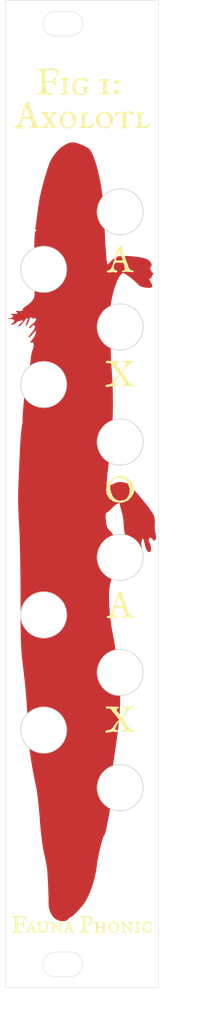
<source format=kicad_pcb>
(kicad_pcb (version 20211014) (generator pcbnew)
  (layers (0 "F.Cu" signal) (31 "B.Cu" signal) (34 "B.Paste" user) (35 "F.Paste" user) (36 "B.SilkS" user "B.Silkscreen") (37 "F.SilkS" user "F.Silkscreen") (38 "B.Mask" user) (39 "F.Mask" user) (44 "Edge.Cuts" user))
  (net 0 "")
  (gr_poly (pts (xy 55.168063 73.364372) (xy 55.169521 73.365899) (xy 55.170893 73.367463) (xy 55.172179 73.369065) (xy 55.173376 73.370704) (xy 55.174485 73.372381) (xy 55.175503 73.374096) (xy 55.17643 73.375848) (xy 55.177265 73.377638) (xy 55.178005 73.379466) (xy 55.178651 73.381331) (xy 55.179201 73.383234) (xy 55.179653 73.385174) (xy 55.180007 73.387152) (xy 55.180261 73.389167) (xy 55.180414 73.39122) (xy 55.180466 73.393311) (xy 55.183028 73.40359) (xy 55.185892 73.413933) (xy 55.189058 73.424343) (xy 55.192525 73.434825) (xy 55.196293 73.445381) (xy 55.200362 73.456017) (xy 55.204733 73.466736) (xy 55.209405 73.477543) (xy 55.231109 73.520524) (xy 55.241961 73.541593) (xy 55.252813 73.56229) (xy 55.258128 73.571864) (xy 55.26322 73.581287) (xy 55.268086 73.590559) (xy 55.272726 73.599679) (xy 55.277138 73.608648) (xy 55.281319 73.617465) (xy 55.285269 73.626129) (xy 55.288986 73.63464) (xy 55.291024 73.63881) (xy 55.292924 73.642882) (xy 55.294686 73.646857) (xy 55.296312 73.650737) (xy 55.297802 73.65452) (xy 55.299158 73.658207) (xy 55.30038 73.6618) (xy 55.30147 73.665298) (xy 55.302427 73.668702) (xy 55.303254 73.672012) (xy 55.303951 73.675229) (xy 55.30452 73.678354) (xy 55.30496 73.681386) (xy 55.305273 73.684326) (xy 55.305461 73.687175) (xy 55.305523 73.689934) (xy 55.305363 73.699132) (xy 55.304884 73.708037) (xy 55.304086 73.716649) (xy 55.302968 73.724968) (xy 55.301531 73.732995) (xy 55.299774 73.740729) (xy 55.297697 73.74817) (xy 55.295301 73.755319) (xy 55.292585 73.762175) (xy 55.289549 73.768739) (xy 55.286193 73.775011) (xy 55.282517 73.78099) (xy 55.278521 73.786677) (xy 55.274205 73.792071) (xy 55.269569 73.797174) (xy 55.264612 73.801984) (xy 55.259336 73.806503) (xy 55.253739 73.810729) (xy 55.247821 73.814664) (xy 55.241583 73.818307) (xy 55.235025 73.821658) (xy 55.228146 73.824717) (xy 55.220946 73.827485) (xy 55.213426 73.829961) (xy 55.205584 73.832145) (xy 55.197422 73.834038) (xy 55.188939 73.83564) (xy 55.180135 73.83695) (xy 55.161564 73.838697) (xy 55.141708 73.839279) (xy 54.76292 73.839279) (xy 54.759762 73.83921) (xy 54.756315 73.839002) (xy 54.752574 73.838651) (xy 54.748536 73.838152) (xy 54.744197 73.837504) (xy 54.739552 73.836703) (xy 54.734598 73.835744) (xy 54.72933 73.834625) (xy 54.724483 73.833462) (xy 54.719569 73.832372) (xy 54.714586 73.831354) (xy 54.709529 73.830411) (xy 54.704396 73.829542) (xy 54.699184 73.828749) (xy 54.693888 73.828032) (xy 54.688506 73.827393) (xy 54.681367 73.828749) (xy 54.672054 73.830411) (xy 54.647165 73.834625) (xy 54.640885 73.835774) (xy 54.635308 73.836746) (xy 54.630425 73.837549) (xy 54.626229 73.838191) (xy 54.622712 73.838678) (xy 54.619866 73.839017) (xy 54.617685 73.839215) (xy 54.616159 73.839279) (xy 54.615855 73.83987) (xy 54.615544 73.840443) (xy 54.615225 73.840998) (xy 54.614902 73.841535) (xy 54.614574 73.842053) (xy 54.614243 73.842553) (xy 54.613909 73.843034) (xy 54.613575 73.843496) (xy 54.613241 73.84394) (xy 54.612908 73.844365) (xy 54.612576 73.844771) (xy 54.612249 73.845158) (xy 54.611925 73.845525) (xy 54.611607 73.845873) (xy 54.611296 73.846202) (xy 54.610991 73.846512) (xy 54.610387 73.847097) (xy 54.609765 73.847653) (xy 54.609125 73.848177) (xy 54.608468 73.84867) (xy 54.607792 73.849129) (xy 54.607099 73.849554) (xy 54.606387 73.849943) (xy 54.605656 73.850296) (xy 54.604906 73.850612) (xy 54.604137 73.850889) (xy 54.603349 73.851127) (xy 54.602541 73.851323) (xy 54.601712 73.851478) (xy 54.600864 73.85159) (xy 54.599995 73.851658) (xy 54.599106 73.851681) (xy 54.591097 73.851596) (xy 54.583348 73.851342) (xy 54.575859 73.850918) (xy 54.568632 73.850324) (xy 54.561667 73.849561) (xy 54.554964 73.848628) (xy 54.548524 73.847526) (xy 54.542347 73.846254) (xy 54.536434 73.844812) (xy 54.530786 73.843201) (xy 54.525402 73.841421) (xy 54.520283 73.839471) (xy 54.51543 73.837351) (xy 54.510843 73.835062) (xy 54.506524 73.832603) (xy 54.502471 73.829975) (xy 54.498679 73.826789) (xy 54.495138 73.823256) (xy 54.491849 73.819378) (xy 54.488809 73.815155) (xy 54.486019 73.810589) (xy 54.483476 73.805681) (xy 54.48118 73.800431) (xy 54.479131 73.794841) (xy 54.477326 73.788911) (xy 54.475765 73.782644) (xy 54.474447 73.776039) (xy 54.473371 73.769098) (xy 54.472536 73.761821) (xy 54.47194 73.754211) (xy 54.471584 73.746267) (xy 54.471465 73.737991) (xy 54.471563 73.727048) (xy 54.471697 73.721489) (xy 54.471899 73.715862) (xy 54.472175 73.710159) (xy 54.472534 73.704372) (xy 54.472984 73.698494) (xy 54.473532 73.692516) (xy 54.4787 73.63929) (xy 54.478994 73.631218) (xy 54.479879 73.621477) (xy 54.481359 73.61007) (xy 54.483437 73.597001) (xy 54.486119 73.582274) (xy 54.489407 73.565893) (xy 54.493306 73.547863) (xy 54.49782 73.528187) (xy 54.506373 73.495872) (xy 54.515901 73.461338) (xy 54.536577 73.38866) (xy 54.577105 73.36972) (xy 54.597302 73.360449) (xy 54.617322 73.351507) (xy 54.637067 73.343043) (xy 54.65644 73.335205) (xy 54.675342 73.328141) (xy 54.693674 73.321999) (xy 54.732172 73.311152) (xy 54.774725 73.301317) (xy 54.821041 73.29244) (xy 54.870826 73.284465) (xy 54.923789 73.277339) (xy 54.979637 73.271006) (xy 55.038077 73.265412) (xy 55.098817 73.260502)) (layer "F.Cu") (width 0) (fill solid))
  (gr_poly (pts (xy 48.909719 58.468599) (xy 49.041938 58.487732) (xy 49.18763 58.518145) (xy 49.343997 58.558658) (xy 49.508237 58.608095) (xy 49.677548 58.665277) (xy 49.849131 58.729027) (xy 50.020184 58.798166) (xy 50.187906 58.871518) (xy 50.349497 58.947904) (xy 50.502156 59.026147) (xy 50.643081 59.105068) (xy 50.769472 59.18349) (xy 50.878529 59.260235) (xy 50.967449 59.334126) (xy 51.003483 59.369633) (xy 51.033433 59.403984) (xy 51.157006 59.58041) (xy 51.280891 59.797675) (xy 51.404477 60.053055) (xy 51.527157 60.34383) (xy 51.64832 60.667278) (xy 51.767357 61.020676) (xy 51.996614 61.806435) (xy 52.210054 62.679332) (xy 52.4028 63.617592) (xy 52.569978 64.599438) (xy 52.706712 65.603094) (xy 52.624985 65.704323) (xy 52.547973 65.808647) (xy 52.475737 65.915898) (xy 52.408339 66.025908) (xy 52.345844 66.138509) (xy 52.288312 66.253534) (xy 52.235807 66.370814) (xy 52.188391 66.490181) (xy 52.146127 66.611469) (xy 52.109077 66.734508) (xy 52.077304 66.859131) (xy 52.050871 66.98517) (xy 52.029839 67.112458) (xy 52.014272 67.240825) (xy 52.004233 67.370105) (xy 51.999783 67.50013) (xy 52.004638 67.655198) (xy 52.017421 67.809079) (xy 52.038011 67.961497) (xy 52.066287 68.112176) (xy 52.102127 68.260841) (xy 52.14541 68.407217) (xy 52.196015 68.551028) (xy 52.253822 68.692) (xy 52.318708 68.829856) (xy 52.390552 68.964321) (xy 52.469234 69.095121) (xy 52.554632 69.221979) (xy 52.646626 69.344621) (xy 52.745093 69.462771) (xy 52.849913 69.576153) (xy 52.960964 69.684492) (xy 53.014279 70.748726) (xy 53.066893 71.68382) (xy 53.118526 72.485842) (xy 53.168896 73.15086) (xy 53.217725 73.674942) (xy 53.241473 73.882903) (xy 53.264731 74.054155) (xy 53.287463 74.188206) (xy 53.309634 74.284566) (xy 53.331209 74.342742) (xy 53.341763 74.357358) (xy 53.352154 74.362244) (xy 53.356938 74.361664) (xy 53.362646 74.359944) (xy 53.376716 74.353196) (xy 53.394125 74.342229) (xy 53.414636 74.32727) (xy 53.438011 74.308546) (xy 53.464012 74.286288) (xy 53.522944 74.232074) (xy 53.58953 74.166452) (xy 53.66187 74.091246) (xy 53.738063 74.00828) (xy 53.816208 73.919376) (xy 53.838216 73.894467) (xy 53.861437 73.869483) (xy 53.885798 73.844468) (xy 53.911229 73.819462) (xy 53.937656 73.794508) (xy 53.965008 73.769648) (xy 54.022198 73.720377) (xy 54.082222 73.671983) (xy 54.144505 73.624802) (xy 54.208472 73.579169) (xy 54.273544 73.535419) (xy 54.225485 73.668228) (xy 54.223451 73.688697) (xy 54.220965 73.709102) (xy 54.218026 73.72944) (xy 54.214634 73.749707) (xy 54.21079 73.769897) (xy 54.206495 73.790008) (xy 54.201747 73.810036) (xy 54.196547 73.829975) (xy 54.191007 73.849825) (xy 54.185242 73.869588) (xy 54.17925 73.889267) (xy 54.173033 73.908867) (xy 54.16659 73.928392) (xy 54.15992 73.947845) (xy 54.153025 73.967232) (xy 54.145905 73.986557) (xy 54.132438 74.025264) (xy 54.118603 74.064241) (xy 54.090094 74.143135) (xy 54.083657 74.162435) (xy 54.077606 74.181747) (xy 54.071938 74.201067) (xy 54.066651 74.220391) (xy 54.061743 74.239715) (xy 54.057212 74.259035) (xy 54.053054 74.278348) (xy 54.049269 74.297649) (xy 54.049223 74.299042) (xy 54.04909 74.300812) (xy 54.048873 74.30296) (xy 54.048577 74.305485) (xy 54.047764 74.311666) (xy 54.046685 74.319351) (xy 54.045466 74.327941) (xy 54.044322 74.336835) (xy 54.042034 74.355526) (xy 54.037383 74.389114) (xy 54.037079 74.390879) (xy 54.036767 74.392552) (xy 54.036449 74.394135) (xy 54.036126 74.395626) (xy 54.035798 74.397024) (xy 54.035467 74.39833) (xy 54.035133 74.399542) (xy 54.034799 74.40066) (xy 54.034465 74.401685) (xy 54.034132 74.402614) (xy 54.0338 74.403448) (xy 54.033473 74.404186) (xy 54.033149 74.404828) (xy 54.032831 74.405373) (xy 54.032519 74.40582) (xy 54.032215 74.40617) (xy 54.031459 74.40761) (xy 54.0304 74.409515) (xy 54.027377 74.414699) (xy 54.023156 74.421691) (xy 54.017746 74.430458) (xy 54.015272 74.434715) (xy 54.012669 74.439047) (xy 54.00993 74.443456) (xy 54.007049 74.44794) (xy 54.00402 74.452499) (xy 54.000835 74.457134) (xy 53.997489 74.461844) (xy 53.993975 74.466629) (xy 53.986834 74.476221) (xy 53.979924 74.48575) (xy 53.976579 74.490511) (xy 53.973321 74.495279) (xy 53.970159 74.500064) (xy 53.967103 74.504871) (xy 53.961578 74.512559) (xy 53.959182 74.515839) (xy 53.95702 74.518742) (xy 53.955086 74.521268) (xy 53.95337 74.523416) (xy 53.952592 74.524347) (xy 53.951867 74.525184) (xy 53.951192 74.525926) (xy 53.950567 74.526573) (xy 53.950539 74.527223) (xy 53.950453 74.527967) (xy 53.950311 74.528805) (xy 53.950112 74.529738) (xy 53.949544 74.531886) (xy 53.94875 74.534412) (xy 53.947731 74.537314) (xy 53.946488 74.540593) (xy 53.945021 74.544248) (xy 53.943332 74.548279) (xy 53.941597 74.551831) (xy 53.939998 74.555245) (xy 53.938538 74.558517) (xy 53.937222 74.561642) (xy 53.936057 74.564614) (xy 53.935047 74.567429) (xy 53.934197 74.570081) (xy 53.933513 74.572567) (xy 53.933467 74.575726) (xy 53.933334 74.579173) (xy 53.933118 74.582913) (xy 53.932821 74.586951) (xy 53.932009 74.595934) (xy 53.93093 74.606155) (xy 53.93062 74.608807) (xy 53.930291 74.611333) (xy 53.929942 74.613734) (xy 53.929575 74.616009) (xy 53.929188 74.618155) (xy 53.928781 74.620173) (xy 53.928356 74.622061) (xy 53.927913 74.623818) (xy 53.92745 74.625443) (xy 53.926969 74.626934) (xy 53.926469 74.628292) (xy 53.925951 74.629514) (xy 53.925414 74.630599) (xy 53.924859 74.631547) (xy 53.924286 74.632356) (xy 53.923993 74.632709) (xy 53.923696 74.633026) (xy 53.916641 74.648048) (xy 53.907506 74.666618) (xy 53.896259 74.688805) (xy 53.882871 74.714676) (xy 53.868128 74.741534) (xy 53.852814 74.769026) (xy 53.836896 74.79712) (xy 53.820342 74.825783) (xy 53.812467 74.839498) (xy 53.804517 74.852912) (xy 53.796491 74.866024) (xy 53.78839 74.878835) (xy 53.780213 74.891345) (xy 53.771961 74.903553) (xy 53.763634 74.915461) (xy 53.75523 74.927067) (xy 53.751347 74.93265) (xy 53.747536 74.937949) (xy 53.743797 74.942962) (xy 53.740131 74.947691) (xy 53.736538 74.952135) (xy 53.73302 74.956295) (xy 53.729575 74.960172) (xy 53.726206 74.963766) (xy 53.722911 74.967077) (xy 53.719693 74.970105) (xy 53.716551 74.972851) (xy 53.713486 74.975315) (xy 53.710498 74.977498) (xy 53.707588 74.9794) (xy 53.704756 74.981021) (xy 53.702003 74.982361) (xy 53.586248 75.040237) (xy 53.584326 75.041564) (xy 53.582174 75.043132) (xy 53.579794 75.044936) (xy 53.577189 75.04697) (xy 53.571308 75.051705) (xy 53.564544 75.057293) (xy 53.560924 75.059788) (xy 53.557301 75.062449) (xy 53.553678 75.065271) (xy 53.550056 75.068247) (xy 53.546436 75.071372) (xy 53.54282 75.074639) (xy 53.539209 75.078044) (xy 53.535605 75.081581) (xy 53.53203 75.084582) (xy 53.528541 75.087561) (xy 53.525135 75.090525) (xy 53.521809 75.09348) (xy 53.51856 75.096434) (xy 53.515386 75.099392) (xy 53.512283 75.102362) (xy 53.50925 75.10535) (xy 53.506295 75.107698) (xy 53.503465 75.109891) (xy 53.500769 75.111928) (xy 53.498217 75.113811) (xy 53.495816 75.115541) (xy 53.493576 75.117118) (xy 53.491506 75.118544) (xy 53.489614 75.11982) (xy 53.486234 75.121905) (xy 53.482727 75.123942) (xy 53.47909 75.125929) (xy 53.475324 75.127865) (xy 53.467401 75.131579) (xy 53.458954 75.135075) (xy 53.44998 75.138343) (xy 53.440474 75.141375) (xy 53.430432 75.14416) (xy 53.41985 75.14669) (xy 53.409591 75.148614) (xy 53.399321 75.150766) (xy 53.389044 75.153145) (xy 53.378763 75.155751) (xy 53.368483 75.15858) (xy 53.358208 75.161632) (xy 53.34794 75.164904) (xy 53.337684 75.168396) (xy 53.332609 75.169951) (xy 53.327631 75.1716) (xy 53.322751 75.173344) (xy 53.317967 75.175182) (xy 53.313279 75.177115) (xy 53.308687 75.179141) (xy 53.304191 75.181262) (xy 53.299789 75.183476) (xy 53.295481 75.185785) (xy 53.291267 75.188188) (xy 53.287146 75.190684) (xy 53.283117 75.193274) (xy 53.279182 75.195958) (xy 53.275337 75.198735) (xy 53.271585 75.201606) (xy 53.267922 75.204571) (xy 53.264124 75.207666) (xy 53.260567 75.210928) (xy 53.257252 75.214357) (xy 53.254179 75.217953) (xy 53.25135 75.221717) (xy 53.248763 75.22565) (xy 53.246421 75.229751) (xy 53.244323 75.234021) (xy 53.24247 75.238461) (xy 53.240862 75.243071) (xy 53.2395 75.247852) (xy 53.238385 75.252804) (xy 53.237517 75.257928) (xy 53.236896 75.263224) (xy 53.236523 75.268692) (xy 53.236399 75.274334) (xy 53.236495 75.278528) (xy 53.236783 75.282669) (xy 53.237262 75.286757) (xy 53.237932 75.29079) (xy 53.238793 75.294768) (xy 53.239844 75.298692) (xy 53.241084 75.30256) (xy 53.242513 75.306372) (xy 53.24413 75.310127) (xy 53.245936 75.313825) (xy 53.247928 75.317466) (xy 53.250108 75.321049) (xy 53.252474 75.324574) (xy 53.255027 75.32804) (xy 53.257764 75.331446) (xy 53.260687 75.334793) (xy 53.263445 75.33779) (xy 53.266294 75.340748) (xy 53.269234 75.343669) (xy 53.272266 75.346552) (xy 53.27539 75.349397) (xy 53.278606 75.352204) (xy 53.281916 75.354974) (xy 53.285319 75.357706) (xy 53.288817 75.360399) (xy 53.292409 75.363056) (xy 53.296097 75.365674) (xy 53.29988 75.368255) (xy 53.303759 75.370798) (xy 53.307736 75.373303) (xy 53.311809 75.375771) (xy 53.315981 75.3782) (xy 53.325068 75.382875) (xy 53.334243 75.387249) (xy 53.343502 75.391323) (xy 53.352842 75.395095) (xy 53.362257 75.398564) (xy 53.371743 75.401729) (xy 53.381296 75.404589) (xy 53.390911 75.407143) (xy 53.400436 75.409379) (xy 53.409723 75.411295) (xy 53.418776 75.412897) (xy 53.4276 75.414192) (xy 53.436198 75.415187) (xy 53.444574 75.415889) (xy 53.452731 75.416306) (xy 53.460674 75.416443) (xy 53.464649 75.416345) (xy 53.471701 75.41601) (xy 53.481767 75.415374) (xy 53.494782 75.414375) (xy 53.511333 75.414197) (xy 53.529661 75.413683) (xy 53.549798 75.412871) (xy 53.571778 75.411793) (xy 53.622334 75.409429) (xy 53.677715 75.407143) (xy 53.707914 75.406053) (xy 53.738178 75.40524) (xy 53.768441 75.404732) (xy 53.798638 75.404556) (xy 53.800802 75.40306) (xy 53.803076 75.401581) (xy 53.807954 75.398677) (xy 53.813277 75.395848) (xy 53.819049 75.393093) (xy 53.825273 75.390415) (xy 53.831953 75.387815) (xy 53.839093 75.385294) (xy 53.846697 75.382854) (xy 53.855259 75.381103) (xy 53.864058 75.379431) (xy 53.873092 75.377837) (xy 53.882355 75.376319) (xy 53.901556 75.373503) (xy 53.921628 75.370968) (xy 53.943429 75.368712) (xy 53.965466 75.36675) (xy 53.987805 75.365088) (xy 54.010511 75.363731) (xy 54.033299 75.362644) (xy 54.055816 75.361832) (xy 54.07803 75.361324) (xy 54.099912 75.361149) (xy 54.186728 75.361149) (xy 54.396534 75.416443) (xy 54.407855 75.416324) (xy 54.418909 75.415968) (xy 54.429696 75.415373) (xy 54.440217 75.414537) (xy 54.450472 75.413461) (xy 54.460461 75.412143) (xy 54.470186 75.410582) (xy 54.479646 75.408778) (xy 54.488843 75.406728) (xy 54.497776 75.404432) (xy 54.506447 75.40189) (xy 54.514855 75.399099) (xy 54.523002 75.39606) (xy 54.530888 75.39277) (xy 54.538514 75.38923) (xy 54.545879 75.385437) (xy 54.55294 75.381565) (xy 54.55965 75.377184) (xy 54.566009 75.372295) (xy 54.572015 75.366897) (xy 54.577668 75.36099) (xy 54.582965 75.354575) (xy 54.587906 75.347651) (xy 54.59249 75.340219) (xy 54.596716 75.332277) (xy 54.600582 75.323828) (xy 54.604087 75.314869) (xy 54.60723 75.305402) (xy 54.61001 75.295426) (xy 54.612425 75.284942) (xy 54.614476 75.273949) (xy 54.616159 75.262447) (xy 54.616159 75.245396) (xy 54.615995 75.23915) (xy 54.615504 75.233074) (xy 54.614686 75.227168) (xy 54.613543 75.221431) (xy 54.612076 75.215863) (xy 54.610285 75.210465) (xy 54.608172 75.205236) (xy 54.605738 75.200177) (xy 54.602983 75.195288) (xy 54.599909 75.190568) (xy 54.596517 75.186018) (xy 54.592808 75.181637) (xy 54.588782 75.177427) (xy 54.584442 75.173386) (xy 54.579787 75.169515) (xy 54.574819 75.165813) (xy 54.56993 75.162236) (xy 54.564909 75.158737) (xy 54.559757 75.155317) (xy 54.554472 75.151974) (xy 54.543508 75.14552) (xy 54.532015 75.139371) (xy 54.519995 75.133524) (xy 54.507447 75.127974) (xy 54.494371 75.122718) (xy 54.480767 75.117752) (xy 54.452913 75.108257) (xy 54.424788 75.099063) (xy 54.396359 75.09017) (xy 54.367595 75.081581) (xy 54.360747 75.079423) (xy 54.354065 75.077166) (xy 54.347549 75.074812) (xy 54.341199 75.072362) (xy 54.335016 75.069814) (xy 54.329001 75.067171) (xy 54.323154 75.064433) (xy 54.317476 75.0616) (xy 54.311967 75.058672) (xy 54.306629 75.055651) (xy 54.30146 75.052537) (xy 54.296463 75.04933) (xy 54.291637 75.046031) (xy 54.286984 75.042641) (xy 54.282503 75.039159) (xy 54.278195 75.035587) (xy 54.272769 75.028811) (xy 54.267343 75.021746) (xy 54.261917 75.014389) (xy 54.256491 75.006734) (xy 54.251065 74.998778) (xy 54.245639 74.990517) (xy 54.240213 74.981946) (xy 54.234787 74.973061) (xy 54.217458 74.940501) (xy 54.210191 74.926936) (xy 54.203781 74.91518) (xy 54.198466 74.905839) (xy 54.193374 74.897098) (xy 54.188508 74.888959) (xy 54.183868 74.881423) (xy 54.179457 74.874488) (xy 54.175275 74.868156) (xy 54.171325 74.862428) (xy 54.167608 74.857304) (xy 54.165852 74.854793) (xy 54.16421 74.852086) (xy 54.162682 74.849186) (xy 54.161268 74.846093) (xy 54.159967 74.842807) (xy 54.15878 74.839331) (xy 54.157707 74.835664) (xy 54.156747 74.831808) (xy 54.1559 74.827763) (xy 54.155167 74.823531) (xy 54.154547 74.819113) (xy 54.154039 74.814509) (xy 54.153645 74.809721) (xy 54.153363 74.804749) (xy 54.153194 74.799594) (xy 54.153138 74.794258) (xy 54.153161 74.791853) (xy 54.153236 74.789459) (xy 54.15337 74.787071) (xy 54.153572 74.784687) (xy 54.153848 74.782305) (xy 54.154207 74.779921) (xy 54.154657 74.777533) (xy 54.155205 74.775139) (xy 54.155782 74.772791) (xy 54.156294 74.770599) (xy 54.156736 74.768561) (xy 54.157106 74.766678) (xy 54.1574 74.764948) (xy 54.157614 74.763371) (xy 54.15769 74.762639) (xy 54.157745 74.761945) (xy 54.157778 74.761289) (xy 54.157789 74.76067) (xy 54.157858 74.759276) (xy 54.158066 74.757505) (xy 54.158417 74.755357) (xy 54.158915 74.752831) (xy 54.159562 74.749929) (xy 54.160363 74.74665) (xy 54.161322 74.742995) (xy 54.16244 74.738964) (xy 54.167349 74.719155) (xy 54.169825 74.708814) (xy 54.172259 74.698139) (xy 54.174693 74.687384) (xy 54.177168 74.676866) (xy 54.182077 74.656799) (xy 54.183225 74.652217) (xy 54.184196 74.64811) (xy 54.184999 74.64447) (xy 54.18564 74.641291) (xy 54.186127 74.638564) (xy 54.186466 74.636283) (xy 54.186582 74.635307) (xy 54.186664 74.634439) (xy 54.186713 74.633679) (xy 54.186728 74.633026) (xy 54.203781 74.464046) (xy 54.20753 74.450623) (xy 54.211539 74.437482) (xy 54.215808 74.424623) (xy 54.220339 74.412047) (xy 54.225131 74.399754) (xy 54.230185 74.387743) (xy 54.235501 74.376015) (xy 54.241081 74.36457) (xy 54.246924 74.353407) (xy 54.253032 74.342526) (xy 54.259403 74.331929) (xy 54.26604 74.321614) (xy 54.272943 74.311581) (xy 54.280111 74.301832) (xy 54.287546 74.292365) (xy 54.295248 74.28318) (xy 54.303133 74.273956) (xy 54.311112 74.264973) (xy 54.319185 74.256232) (xy 54.327352 74.247733) (xy 54.335613 74.239478) (xy 54.343969 74.231465) (xy 54.352419 74.223697) (xy 54.360963 74.216173) (xy 54.369601 74.208894) (xy 54.378334 74.20186) (xy 54.387161 74.195072) (xy 54.396082 74.188531) (xy 54.405097 74.182237) (xy 54.414206 74.17619) (xy 54.42341 74.170391) (xy 54.432708 74.164841) (xy 54.438162 74.161612) (xy 54.443673 74.15856) (xy 54.449241 74.155684) (xy 54.454865 74.152982) (xy 54.460545 74.150454) (xy 54.466283 74.148099) (xy 54.472076 74.145916) (xy 54.477926 74.143903) (xy 54.483833 74.142061) (xy 54.489795 74.140387) (xy 54.495815 74.138881) (xy 54.501891 74.137542) (xy 54.508023 74.136369) (xy 54.514212 74.13536) (xy 54.520457 74.134516) (xy 54.526759 74.133835) (xy 54.539993 74.132145) (xy 54.553163 74.130678) (xy 54.566266 74.129435) (xy 54.579298 74.128416) (xy 54.592254 74.127622) (xy 54.605131 74.127054) (xy 54.617924 74.126712) (xy 54.63063 74.126598) (xy 54.784624 74.126598) (xy 54.793295 74.126689) (xy 54.801821 74.12696) (xy 54.810203 74.127414) (xy 54.81844 74.128051) (xy 54.82653 74.128873) (xy 54.834472 74.12988) (xy 54.842266 74.131073) (xy 54.849909 74.132454) (xy 54.857402 74.134023) (xy 54.864744 74.135782) (xy 54.871932 74.137731) (xy 54.878967 74.139872) (xy 54.885847 74.142206) (xy 54.892571 74.144732) (xy 54.899138 74.147454) (xy 54.905547 74.150372) (xy 54.912194 74.153005) (xy 54.918871 74.155467) (xy 54.92558 74.157759) (xy 54.932322 74.159879) (xy 54.939098 74.16183) (xy 54.945908 74.16361) (xy 54.952754 74.16522) (xy 54.959637 74.16666) (xy 54.966557 74.16793) (xy 54.973516 74.16903) (xy 54.980514 74.16996) (xy 54.987554 74.170721) (xy 54.994634 74.171313) (xy 55.001757 74.171736) (xy 55.008924 74.171989) (xy 55.016135 74.172073) (xy 55.024569 74.171972) (xy 55.032986 74.171667) (xy 55.041389 74.171157) (xy 55.049774 74.170443) (xy 55.058143 74.169524) (xy 55.066494 74.168399) (xy 55.074827 74.167068) (xy 55.083142 74.16553) (xy 55.091439 74.163785) (xy 55.099715 74.161832) (xy 55.107972 74.15967) (xy 55.116209 74.1573) (xy 55.124425 74.15472) (xy 55.13262 74.15193) (xy 55.140792 74.148929) (xy 55.148943 74.145718) (xy 55.157365 74.142512) (xy 55.165748 74.139515) (xy 55.174095 74.136729) (xy 55.182403 74.134151) (xy 55.190674 74.131781) (xy 55.198908 74.12962) (xy 55.207104 74.127666) (xy 55.215261 74.12592) (xy 55.223382 74.12438) (xy 55.231464 74.123048) (xy 55.239509 74.121921) (xy 55.247517 74.121) (xy 55.255486 74.120284) (xy 55.263418 74.119774) (xy 55.271312 74.119468) (xy 55.279168 74.119366) (xy 55.284594 74.119569) (xy 55.290021 74.12018) (xy 55.295447 74.121199) (xy 55.300873 74.122627) (xy 55.306298 74.124466) (xy 55.311724 74.126717) (xy 55.31715 74.12938) (xy 55.322576 74.132456) (xy 55.328002 74.135947) (xy 55.333428 74.139853) (xy 55.338854 74.144176) (xy 55.34428 74.148916) (xy 55.349706 74.154075) (xy 55.355132 74.159654) (xy 55.360558 74.165653) (xy 55.365984 74.172073) (xy 55.376723 74.185005) (xy 55.387236 74.198477) (xy 55.397522 74.212485) (xy 55.407583 74.227025) (xy 55.417417 74.242092) (xy 55.427025 74.257681) (xy 55.436408 74.27379) (xy 55.445566 74.290413) (xy 55.454981 74.307333) (xy 55.46393 74.324328) (xy 55.472418 74.341398) (xy 55.480449 74.358543) (xy 55.488028 74.375763) (xy 55.495158 74.393057) (xy 55.501846 74.410427) (xy 55.508094 74.427872) (xy 55.514393 74.444178) (xy 55.520028 74.459344) (xy 55.524994 74.473371) (xy 55.529286 74.486265) (xy 55.532898 74.498028) (xy 55.535828 74.508665) (xy 55.538069 74.518179) (xy 55.53893 74.522515) (xy 55.539618 74.526573) (xy 55.539618 74.673855) (xy 55.539969 74.676585) (xy 55.540419 74.679349) (xy 55.540966 74.682147) (xy 55.541611 74.684981) (xy 55.542352 74.68785) (xy 55.543189 74.690755) (xy 55.544121 74.693697) (xy 55.545148 74.696676) (xy 55.546268 74.699693) (xy 55.54748 74.702748) (xy 55.548786 74.705842) (xy 55.550182 74.708976) (xy 55.553247 74.715362) (xy 55.55667 74.721912) (xy 55.558708 74.725218) (xy 55.560608 74.728505) (xy 55.56237 74.731774) (xy 55.563996 74.735023) (xy 55.565486 74.738254) (xy 55.566842 74.741466) (xy 55.568064 74.744659) (xy 55.569154 74.747834) (xy 55.570111 74.75099) (xy 55.570938 74.754127) (xy 55.571635 74.757245) (xy 55.572204 74.760345) (xy 55.572644 74.763426) (xy 55.572957 74.766488) (xy 55.573145 74.769531) (xy 55.573207 74.772556) (xy 55.573564 74.807722) (xy 55.574591 74.843263) (xy 55.576217 74.879107) (xy 55.578374 74.91518) (xy 55.581627 74.949191) (xy 55.584225 74.981327) (xy 55.586222 75.011653) (xy 55.587676 75.040237) (xy 55.587676 75.045406) (xy 55.587535 75.050747) (xy 55.587358 75.053354) (xy 55.587111 75.055919) (xy 55.586793 75.058441) (xy 55.586405 75.060921) (xy 55.585946 75.063358) (xy 55.585416 75.065753) (xy 55.584816 75.068106) (xy 55.584145 75.070416) (xy 55.583403 75.072684) (xy 55.582591 75.074909) (xy 55.581708 75.077092) (xy 55.580754 75.079233) (xy 55.57973 75.081332) (xy 55.578635 75.083387) (xy 55.577469 75.085401) (xy 55.576233 75.087372) (xy 55.574926 75.089301) (xy 55.573548 75.091187) (xy 55.5721 75.093031) (xy 55.570581 75.094833) (xy 55.568991 75.096592) (xy 55.567331 75.098309) (xy 55.5656 75.099984) (xy 55.563798 75.101616) (xy 55.561926 75.103206) (xy 55.559983 75.104753) (xy 55.557969 75.106258) (xy 55.555884 75.107721) (xy 55.553729 75.109141) (xy 55.551503 75.110519) (xy 55.547219 75.113193) (xy 55.542806 75.115789) (xy 55.538264 75.118307) (xy 55.533593 75.120747) (xy 55.528792 75.12311) (xy 55.523861 75.125396) (xy 55.513605 75.12974) (xy 55.502823 75.13378) (xy 55.491508 75.13752) (xy 55.479659 75.140961) (xy 55.46727 75.144108) (xy 55.441672 75.149987) (xy 55.415507 75.155571) (xy 55.388738 75.160851) (xy 55.361333 75.165813) (xy 55.347639 75.168375) (xy 55.334296 75.171238) (xy 55.321314 75.174404) (xy 55.308701 75.177871) (xy 55.296467 75.181639) (xy 55.284618 75.185709) (xy 55.273165 75.19008) (xy 55.262115 75.194752) (xy 55.260359 75.195401) (xy 55.258717 75.196144) (xy 55.257189 75.196982) (xy 55.255775 75.197914) (xy 55.254474 75.198941) (xy 55.253287 75.200062) (xy 55.252214 75.201277) (xy 55.251254 75.202587) (xy 55.250407 75.203991) (xy 55.249674 75.205489) (xy 55.249054 75.207082) (xy 55.248546 75.208768) (xy 55.248152 75.210548) (xy 55.24787 75.212423) (xy 55.247702 75.214391) (xy 55.247645 75.216454) (xy 55.247645 75.230923) (xy 55.247628 75.232138) (xy 55.247577 75.233374) (xy 55.24749 75.234629) (xy 55.247369 75.235903) (xy 55.247211 75.237196) (xy 55.247017 75.238508) (xy 55.246787 75.239838) (xy 55.24652 75.241188) (xy 55.246215 75.242555) (xy 55.245872 75.243941) (xy 55.245491 75.245345) (xy 55.245071 75.246766) (xy 55.244612 75.248206) (xy 55.244113 75.249663) (xy 55.243574 75.251137) (xy 55.242994 75.252628) (xy 55.238343 75.291386) (xy 55.238389 75.295499) (xy 55.238526 75.299403) (xy 55.238755 75.303097) (xy 55.239075 75.306581) (xy 55.239489 75.309857) (xy 55.239995 75.312925) (xy 55.240594 75.315784) (xy 55.241286 75.318436) (xy 55.241668 75.319684) (xy 55.242073 75.32088) (xy 55.242501 75.322024) (xy 55.242953 75.323117) (xy 55.243428 75.324158) (xy 55.243928 75.325147) (xy 55.24445 75.326085) (xy 55.244997 75.326971) (xy 55.245567 75.327806) (xy 55.246162 75.328589) (xy 55.24678 75.329321) (xy 55.247422 75.330001) (xy 55.248087 75.330631) (xy 55.248777 75.331208) (xy 55.249491 75.331735) (xy 55.250229 75.332211) (xy 55.253574 75.334257) (xy 55.25698 75.336188) (xy 55.260445 75.338004) (xy 55.263969 75.339706) (xy 55.267552 75.341294) (xy 55.271194 75.342769) (xy 55.274892 75.34413) (xy 55.278648 75.345378) (xy 55.282461 75.346513) (xy 55.28633 75.347536) (xy 55.290254 75.348447) (xy 55.294233 75.349246) (xy 55.298267 75.349933) (xy 55.302354 75.350509) (xy 55.306496 75.350975) (xy 55.31069 75.35133) (xy 55.328872 75.352419) (xy 55.347293 75.35323) (xy 55.366017 75.353737) (xy 55.385104 75.353912) (xy 55.438332 75.353912) (xy 55.468257 75.353528) (xy 55.497743 75.352379) (xy 55.526785 75.350468) (xy 55.555378 75.347799) (xy 55.58352 75.344377) (xy 55.611205 75.340204) (xy 55.63843 75.335285) (xy 55.665191 75.329624) (xy 55.692163 75.323425) (xy 55.718821 75.318062) (xy 55.745169 75.313531) (xy 55.771212 75.309831) (xy 55.796954 75.306957) (xy 55.822398 75.304908) (xy 55.84755 75.303681) (xy 55.872413 75.303272) (xy 55.879423 75.303341) (xy 55.885984 75.303549) (xy 55.892094 75.3039) (xy 55.897751 75.304397) (xy 55.90041 75.304702) (xy 55.902954 75.305045) (xy 55.905385 75.305426) (xy 55.907701 75.305846) (xy 55.909903 75.306305) (xy 55.911991 75.306804) (xy 55.913964 75.307343) (xy 55.915821 75.307922) (xy 55.91794 75.308318) (xy 55.920078 75.308902) (xy 55.922235 75.309675) (xy 55.924411 75.310636) (xy 55.926606 75.311785) (xy 55.92882 75.313122) (xy 55.931053 75.314648) (xy 55.933305 75.316362) (xy 55.935575 75.318264) (xy 55.937865 75.320356) (xy 55.940173 75.322635) (xy 55.9425 75.325103) (xy 55.944845 75.32776) (xy 55.94721 75.330605) (xy 55.949593 75.333638) (xy 55.951995 75.336861) (xy 56.238798 75.336861) (xy 56.239447 75.337157) (xy 56.240191 75.337438) (xy 56.241029 75.337702) (xy 56.241962 75.33795) (xy 56.24411 75.338392) (xy 56.246635 75.338761) (xy 56.249537 75.339055) (xy 56.252816 75.339268) (xy 56.256471 75.339399) (xy 56.260502 75.339443) (xy 56.265377 75.339489) (xy 56.270352 75.339622) (xy 56.275419 75.339839) (xy 56.280569 75.340136) (xy 56.285795 75.340507) (xy 56.291088 75.34095) (xy 56.301844 75.34203) (xy 56.307227 75.342691) (xy 56.312522 75.343482) (xy 56.317732 75.344409) (xy 56.322863 75.345479) (xy 56.327917 75.3467) (xy 56.3329 75.348077) (xy 56.337816 75.349618) (xy 56.342669 75.35133) (xy 56.345342 75.351953) (xy 56.347938 75.352614) (xy 56.350456 75.353312) (xy 56.352896 75.354049) (xy 56.355259 75.354824) (xy 56.357545 75.355636) (xy 56.359755 75.356486) (xy 56.361889 75.357373) (xy 56.363947 75.358297) (xy 56.365929 75.359258) (xy 56.367836 75.360257) (xy 56.369669 75.361292) (xy 56.371427 75.362364) (xy 56.37311 75.363473) (xy 56.37472 75.364618) (xy 56.376257 75.365799) (xy 56.426901 75.365799) (xy 56.632055 75.3782) (xy 56.63717 75.378116) (xy 56.642267 75.377861) (xy 56.647344 75.377438) (xy 56.652403 75.376844) (xy 56.657443 75.376081) (xy 56.662464 75.375149) (xy 56.667467 75.374047) (xy 56.67245 75.372776) (xy 56.677415 75.371334) (xy 56.68236 75.369724) (xy 56.687287 75.367944) (xy 56.692195 75.365994) (xy 56.697084 75.363874) (xy 56.701954 75.361585) (xy 56.706805 75.359127) (xy 56.711638 75.356499) (xy 56.7166 75.353378) (xy 56.721239 75.350047) (xy 56.725554 75.346506) (xy 56.729546 75.342755) (xy 56.733217 75.338794) (xy 56.736565 75.334625) (xy 56.739592 75.330248) (xy 56.742299 75.325663) (xy 56.744685 75.320871) (xy 56.746751 75.315872) (xy 56.748499 75.310667) (xy 56.749927 75.305256) (xy 56.751037 75.29964) (xy 56.751829 75.29382) (xy 56.752304 75.287795) (xy 56.752462 75.281567) (xy 56.752348 75.274791) (xy 56.752007 75.267726) (xy 56.751439 75.260369) (xy 56.750645 75.252715) (xy 56.749626 75.244759) (xy 56.748383 75.236498) (xy 56.746916 75.227926) (xy 56.745228 75.21904) (xy 56.744234 75.214292) (xy 56.743058 75.209695) (xy 56.7417 75.205249) (xy 56.740159 75.200953) (xy 56.738433 75.196808) (xy 56.736521 75.192814) (xy 56.734423 75.18897) (xy 56.732138 75.185277) (xy 56.729664 75.181735) (xy 56.727001 75.178344) (xy 56.724147 75.175103) (xy 56.721102 75.172013) (xy 56.717865 75.169073) (xy 56.714434 75.166285) (xy 56.710808 75.163647) (xy 56.706987 75.161159) (xy 56.63929 75.144108) (xy 56.597693 75.136864) (xy 56.559712 75.129619) (xy 56.542077 75.125999) (xy 56.525346 75.122383) (xy 56.509519 75.118773) (xy 56.494597 75.11517) (xy 56.480767 75.111283) (xy 56.467013 75.106855) (xy 56.453335 75.101892) (xy 56.439733 75.096396) (xy 56.426205 75.090372) (xy 56.412754 75.083824) (xy 56.399377 75.076757) (xy 56.386076 75.069176) (xy 56.38065 75.0662) (xy 56.375224 75.063297) (xy 56.369798 75.060467) (xy 56.364372 75.057713) (xy 56.358946 75.055035) (xy 56.35352 75.052434) (xy 56.348094 75.049914) (xy 56.342669 75.047474) (xy 56.337197 75.04436) (xy 56.331638 75.041045) (xy 56.325997 75.03752) (xy 56.320276 75.033778) (xy 56.314479 75.029809) (xy 56.308611 75.025607) (xy 56.302676 75.021163) (xy 56.296677 75.016468) (xy 56.291227 75.011457) (xy 56.285727 75.006069) (xy 56.280168 75.000304) (xy 56.274542 74.994162) (xy 56.26884 74.987642) (xy 56.263055 74.980746) (xy 56.257177 74.973474) (xy 56.2512 74.965824) (xy 56.245201 74.957633) (xy 56.239265 74.948739) (xy 56.233397 74.939151) (xy 56.227601 74.928876) (xy 56.22188 74.917924) (xy 56.216238 74.906301) (xy 56.210679 74.894016) (xy 56.205208 74.881077) (xy 56.19896 74.870797) (xy 56.192271 74.860454) (xy 56.185139 74.850044) (xy 56.177559 74.839562) (xy 56.169528 74.829005) (xy 56.16104 74.818369) (xy 56.152092 74.807649) (xy 56.142681 74.796841) (xy 56.133134 74.785808) (xy 56.123788 74.77441) (xy 56.114651 74.762644) (xy 56.105733 74.750505) (xy 56.09704 74.73799) (xy 56.088582 74.725093) (xy 56.080366 74.711811) (xy 56.072401 74.698139) (xy 56.072401 74.669201) (xy 56.072173 74.6559) (xy 56.07149 74.642523) (xy 56.070354 74.629071) (xy 56.068766 74.615544) (xy 56.066729 74.601942) (xy 56.064243 74.588264) (xy 56.06131 74.57451) (xy 56.057932 74.56068) (xy 56.054203 74.546326) (xy 56.050247 74.532196) (xy 56.046064 74.518292) (xy 56.041655 74.504613) (xy 56.037019 74.49116) (xy 56.032158 74.477934) (xy 56.02707 74.464933) (xy 56.021757 74.45216) (xy 56.012939 74.434668) (xy 56.004573 74.417164) (xy 55.99666 74.39965) (xy 55.9892 74.382133) (xy 55.982192 74.364617) (xy 55.975636 74.347106) (xy 55.969532 74.329605) (xy 55.963881 74.312118) (xy 55.958341 74.294099) (xy 55.952576 74.276219) (xy 55.946584 74.258482) (xy 55.940367 74.240891) (xy 55.933924 74.223451) (xy 55.927254 74.206166) (xy 55.920359 74.189039) (xy 55.913239 74.172073) (xy 55.911764 74.16936) (xy 55.910365 74.166647) (xy 55.909044 74.163934) (xy 55.907798 74.161221) (xy 55.906629 74.158509) (xy 55.905535 74.155796) (xy 55.904518 74.153083) (xy 55.903577 74.15037) (xy 55.902712 74.147657) (xy 55.901922 74.144944) (xy 55.901208 74.142231) (xy 55.900569 74.139518) (xy 55.900006 74.136805) (xy 55.899518 74.134092) (xy 55.899106 74.131379) (xy 55.898768 74.128666) (xy 55.894117 74.083191) (xy 55.893478 74.077237) (xy 55.892762 74.071434) (xy 55.891969 74.065781) (xy 55.8911 74.06028) (xy 55.890156 74.054929) (xy 55.889138 74.04973) (xy 55.888047 74.044681) (xy 55.886883 74.039783) (xy 55.886232 74.037387) (xy 55.885487 74.03502) (xy 55.884648 74.032683) (xy 55.883715 74.030379) (xy 55.882688 74.028109) (xy 55.881567 74.025872) (xy 55.880352 74.023672) (xy 55.879042 74.021508) (xy 55.877638 74.019383) (xy 55.876141 74.017297) (xy 55.874549 74.015251) (xy 55.872863 74.013248) (xy 55.871083 74.011287) (xy 55.869209 74.009371) (xy 55.867241 74.0075) (xy 55.865178 74.005676) (xy 55.797482 73.938496) (xy 55.797324 73.938483) (xy 55.797168 73.938444) (xy 55.79686 73.938291) (xy 55.796559 73.938037) (xy 55.796263 73.937683) (xy 55.795972 73.937231) (xy 55.795685 73.936681) (xy 55.795401 73.936035) (xy 55.795119 73.935295) (xy 55.794838 73.93446) (xy 55.794558 73.933533) (xy 55.793994 73.931407) (xy 55.793421 73.928924) (xy 55.792831 73.926094) (xy 55.788181 73.902325) (xy 55.788136 73.898772) (xy 55.788003 73.895358) (xy 55.787785 73.892085) (xy 55.787489 73.88896) (xy 55.787118 73.885988) (xy 55.786676 73.883173) (xy 55.786167 73.880521) (xy 55.785597 73.878036) (xy 55.785597 73.863567) (xy 55.785557 73.862618) (xy 55.785437 73.861578) (xy 55.785239 73.860447) (xy 55.784963 73.859223) (xy 55.784609 73.857908) (xy 55.784178 73.8565) (xy 55.783087 73.853404) (xy 55.781697 73.84993) (xy 55.780012 73.846077) (xy 55.778037 73.841838) (xy 55.775778 73.837212) (xy 55.773327 73.832378) (xy 55.770799 73.827534) (xy 55.768195 73.822683) (xy 55.765515 73.817829) (xy 55.762762 73.812975) (xy 55.759936 73.808125) (xy 55.75704 73.803284) (xy 55.754074 73.798454) (xy 55.742611 73.777868) (xy 55.73237 73.759697) (xy 55.731211 73.757634) (xy 55.730133 73.755666) (xy 55.729135 73.753791) (xy 55.728217 73.75201) (xy 55.727377 73.750323) (xy 55.726615 73.748729) (xy 55.725929 73.74723) (xy 55.725319 73.745826) (xy 55.724785 73.744515) (xy 55.724324 73.743299) (xy 55.723937 73.742178) (xy 55.723622 73.741151) (xy 55.723378 73.740219) (xy 55.723205 73.739382) (xy 55.723102 73.738639) (xy 55.723068 73.737991) (xy 55.723068 73.646526) (xy 55.723011 73.645243) (xy 55.72284 73.643805) (xy 55.722556 73.642214) (xy 55.722157 73.640469) (xy 55.721646 73.638572) (xy 55.721021 73.636522) (xy 55.719434 73.631969) (xy 55.717396 73.626812) (xy 55.71491 73.621057) (xy 55.711977 73.614708) (xy 55.708599 73.607769) (xy 55.705726 73.600804) (xy 55.703159 73.594377) (xy 55.700896 73.588483) (xy 55.698938 73.583122) (xy 55.697283 73.57829) (xy 55.69593 73.573985) (xy 55.694879 73.570204) (xy 55.694467 73.568509) (xy 55.694129 73.566944) (xy 55.688888 73.553182) (xy 55.684008 73.539635) (xy 55.679493 73.526305) (xy 55.675349 73.513198) (xy 55.671583 73.500317) (xy 55.6682 73.487667) (xy 55.665206 73.475251) (xy 55.662607 73.463074) (xy 55.653036 73.416133) (xy 55.64827 73.393585) (xy 55.643487 73.371605) (xy 55.641585 73.360798) (xy 55.639506 73.350079) (xy 55.637261 73.339443) (xy 55.634858 73.328887) (xy 55.632306 73.318405) (xy 55.629614 73.307995) (xy 55.626793 73.297652) (xy 55.62385 73.287373) (xy 55.623159 73.28501) (xy 55.622393 73.282612) (xy 55.620667 73.277725) (xy 55.618738 73.272745) (xy 55.616672 73.267703) (xy 55.612391 73.257568) (xy 55.610306 73.25254) (xy 55.608347 73.247581) (xy 55.812153 73.251962) (xy 56.024299 73.260657) (xy 56.46432 73.290089) (xy 56.909829 73.334063) (xy 57.342247 73.390763) (xy 57.54774 73.423318) (xy 57.742993 73.458375) (xy 57.925683 73.495706) (xy 58.093488 73.535085) (xy 58.244085 73.576284) (xy 58.375152 73.619077) (xy 58.484366 73.663238) (xy 58.569405 73.708538) (xy 58.615102 73.738353) (xy 58.658855 73.76856) (xy 58.700649 73.799127) (xy 58.740472 73.830022) (xy 58.778309 73.861215) (xy 58.814146 73.892673) (xy 58.847971 73.924366) (xy 58.87977 73.956263) (xy 58.90953 73.988331) (xy 58.937236 74.02054) (xy 58.962875 74.052858) (xy 58.986433 74.085255) (xy 59.007898 74.117697) (xy 59.027256 74.150155) (xy 59.044492 74.182596) (xy 59.059594 74.21499) (xy 59.072548 74.247305) (xy 59.08334 74.27951) (xy 59.091957 74.311573) (xy 59.098385 74.343463) (xy 59.102611 74.375149) (xy 59.104621 74.406599) (xy 59.104401 74.437782) (xy 59.101939 74.468667) (xy 59.09722 74.499222) (xy 59.090232 74.529416) (xy 59.080959 74.559217) (xy 59.06939 74.588595) (xy 59.05551 74.617518) (xy 59.039306 74.645953) (xy 59.020764 74.673872) (xy 58.99987 74.701241) (xy 58.979267 74.728614) (xy 58.962016 74.756166) (xy 58.954655 74.770054) (xy 58.948142 74.78404) (xy 58.942478 74.798141) (xy 58.937667 74.812376) (xy 58.933711 74.826762) (xy 58.930615 74.841317) (xy 58.92838 74.856059) (xy 58.927009 74.871005) (xy 58.926506 74.886174) (xy 58.926873 74.901583) (xy 58.928114 74.917249) (xy 58.930231 74.933191) (xy 58.933227 74.949427) (xy 58.937105 74.965973) (xy 58.947519 75.00007) (xy 58.961496 75.035624) (xy 58.97906 75.072778) (xy 59.000235 75.111673) (xy 59.025043 75.152451) (xy 59.053508 75.195255) (xy 59.085653 75.240227) (xy 59.114901 75.280267) (xy 59.142296 75.318546) (xy 59.167861 75.355071) (xy 59.19162 75.389844) (xy 59.213595 75.422872) (xy 59.233811 75.454158) (xy 59.252289 75.483707) (xy 59.269054 75.511525) (xy 59.284129 75.537615) (xy 59.297538 75.561982) (xy 59.309302 75.584632) (xy 59.319447 75.605568) (xy 59.327994 75.624795) (xy 59.334968 75.642319) (xy 59.340392 75.658144) (xy 59.344288 75.672274) (xy 59.346681 75.684714) (xy 59.347593 75.695469) (xy 59.347501 75.700216) (xy 59.347047 75.704543) (xy 59.346236 75.708452) (xy 59.345068 75.711942) (xy 59.343548 75.715014) (xy 59.341678 75.71767) (xy 59.339462 75.719908) (xy 59.336901 75.721731) (xy 59.333999 75.723138) (xy 59.33076 75.72413) (xy 59.327185 75.724708) (xy 59.323277 75.724873) (xy 59.314478 75.723963) (xy 59.304384 75.721406) (xy 59.293019 75.717205) (xy 59.280406 75.711366) (xy 59.266569 75.703894) (xy 59.251531 75.694793) (xy 59.235315 75.684067) (xy 59.217945 75.671722) (xy 59.076868 76.022091) (xy 59.082821 76.040728) (xy 59.085277 76.049717) (xy 59.087379 76.058479) (xy 59.089121 76.067008) (xy 59.090498 76.0753) (xy 59.091505 76.083349) (xy 59.092136 76.091149) (xy 59.092386 76.098694) (xy 59.09225 76.10598) (xy 59.091723 76.113001) (xy 59.090798 76.119751) (xy 59.089472 76.126225) (xy 59.087737 76.132418) (xy 59.08559 76.138323) (xy 59.083025 76.143937) (xy 59.080035 76.149252) (xy 59.076618 76.154264) (xy 59.072766 76.158967) (xy 59.068474 76.163356) (xy 59.063737 76.167425) (xy 59.058551 76.171169) (xy 59.052908 76.174582) (xy 59.046805 76.17766) (xy 59.040236 76.180395) (xy 59.033195 76.182784) (xy 59.025678 76.18482) (xy 59.017678 76.186498) (xy 59.009191 76.187813) (xy 59.000211 76.188759) (xy 58.990733 76.18933) (xy 58.980751 76.189522) (xy 58.939135 76.189987) (xy 58.902998 76.191681) (xy 58.872311 76.195052) (xy 58.859001 76.197507) (xy 58.847042 76.20055) (xy 58.83643 76.204236) (xy 58.827161 76.208623) (xy 58.819232 76.213765) (xy 58.812639 76.219719) (xy 58.807377 76.226541) (xy 58.803444 76.234288) (xy 58.800835 76.243015) (xy 58.799546 76.252778) (xy 58.799575 76.263634) (xy 58.800916 76.275638) (xy 58.803566 76.288847) (xy 58.807522 76.303316) (xy 58.819335 76.336261) (xy 58.836323 76.374922) (xy 58.858457 76.419748) (xy 58.885706 76.471187) (xy 58.955429 76.595699) (xy 59.02541 76.722452) (xy 59.083157 76.83677) (xy 59.128364 76.939124) (xy 59.14617 76.98596) (xy 59.160728 77.029982) (xy 59.171999 77.071248) (xy 59.179945 77.109815) (xy 59.184527 77.145744) (xy 59.185709 77.179093) (xy 59.183452 77.20992) (xy 59.177718 77.238284) (xy 59.16847 77.264244) (xy 59.155668 77.287858) (xy 59.139274 77.309186) (xy 59.119252 77.328286) (xy 59.095563 77.345217) (xy 59.068169 77.360037) (xy 59.037031 77.372805) (xy 59.002113 77.383579) (xy 58.963375 77.39242) (xy 58.92078 77.399384) (xy 58.87429 77.404531) (xy 58.823866 77.40792) (xy 58.711068 77.409658) (xy 58.582079 77.405066) (xy 58.436598 77.394615) (xy 58.358824 77.386632) (xy 58.280632 77.376105) (xy 58.202538 77.363207) (xy 58.125057 77.34811) (xy 58.048706 77.330986) (xy 57.974001 77.312009) (xy 57.901457 77.29135) (xy 57.83159 77.269182) (xy 57.764918 77.245678) (xy 57.701955 77.221009) (xy 57.643217 77.195348) (xy 57.589221 77.168869) (xy 57.540483 77.141742) (xy 57.497518 77.114141) (xy 57.460843 77.086237) (xy 57.445025 77.072227) (xy 57.430973 77.058205) (xy 57.29992 76.922711) (xy 57.158675 76.784419) (xy 57.009461 76.645004) (xy 56.854501 76.506143) (xy 56.696018 76.369514) (xy 56.536238 76.236793) (xy 56.377381 76.109657) (xy 56.221673 75.989783) (xy 56.071337 75.878847) (xy 55.928596 75.778528) (xy 55.795674 75.690501) (xy 55.674794 75.616443) (xy 55.56818 75.558031) (xy 55.478055 75.516943) (xy 55.43987 75.503419) (xy 55.406642 75.494854) (xy 55.378648 75.491459) (xy 55.356166 75.493443) (xy 55.301528 75.51269) (xy 55.245558 75.544074) (xy 55.130271 75.64137) (xy 55.011602 75.781572) (xy 54.890845 75.96092) (xy 54.769296 76.175655) (xy 54.648251 76.422018) (xy 54.529006 76.696249) (xy 54.412857 76.994588) (xy 54.301098 77.313277) (xy 54.195027 77.648556) (xy 54.095938 77.996666) (xy 54.005127 78.353846) (xy 53.92389 78.716339) (xy 53.853523 79.080383) (xy 53.795322 79.442221) (xy 53.750581 79.798092) (xy 53.556598 79.895528) (xy 53.371862 80.00562) (xy 53.196808 80.127697) (xy 53.031869 80.261089) (xy 52.87748 80.405125) (xy 52.734076 80.559134) (xy 52.602091 80.722447) (xy 52.481961 80.894392) (xy 52.374118 81.074298) (xy 52.278998 81.261496) (xy 52.197034 81.455315) (xy 52.128663 81.655083) (xy 52.074318 81.860132) (xy 52.034433 82.069789) (xy 52.009443 82.283385) (xy 51.999783 82.500248) (xy 52.002733 82.609561) (xy 52.009607 82.718128) (xy 52.020348 82.825866) (xy 52.034901 82.932689) (xy 52.05321 83.038513) (xy 52.075221 83.143252) (xy 52.100879 83.246822) (xy 52.130127 83.349139) (xy 52.16291 83.450116) (xy 52.199174 83.54967) (xy 52.238863 83.647716) (xy 52.281922 83.744169) (xy 52.328295 83.838944) (xy 52.377927 83.931957) (xy 52.430763 84.023122) (xy 52.486747 84.112354) (xy 52.545825 84.19957) (xy 52.60794 84.284684) (xy 52.673038 84.367611) (xy 52.741063 84.448266) (xy 52.81196 84.526566) (xy 52.885674 84.602424) (xy 52.962149 84.675756) (xy 53.041331 84.746478) (xy 53.123163 84.814504) (xy 53.207591 84.87975) (xy 53.294558 84.942131) (xy 53.384011 85.001562) (xy 53.475893 85.057958) (xy 53.57015 85.111235) (xy 53.666726 85.161308) (xy 53.765565 85.208092) (xy 53.765703 85.412178) (xy 53.768149 85.647861) (xy 53.774244 85.915968) (xy 53.784881 86.228194) (xy 53.799295 86.572455) (xy 53.816725 86.936668) (xy 53.513901 86.936668) (xy 53.510323 86.933446) (xy 53.506825 86.930412) (xy 53.503405 86.927567) (xy 53.500062 86.92491) (xy 53.496797 86.922441) (xy 53.493609 86.920161) (xy 53.490497 86.91807) (xy 53.48746 86.916167) (xy 53.4845 86.914452) (xy 53.481614 86.912926) (xy 53.478802 86.911589) (xy 53.476064 86.91044) (xy 53.4734 86.90948) (xy 53.470808 86.908708) (xy 53.468289 86.908125) (xy 53.465842 86.90773) (xy 53.460741 86.906583) (xy 53.455088 86.905611) (xy 53.448891 86.904809) (xy 53.442159 86.904168) (xy 53.434899 86.903681) (xy 53.427119 86.903343) (xy 53.418827 86.903144) (xy 53.410031 86.90308) (xy 53.398515 86.903149) (xy 53.386872 86.903356) (xy 53.375095 86.903707) (xy 53.363176 86.904205) (xy 53.351107 86.904852) (xy 53.338879 86.905653) (xy 53.326484 86.906611) (xy 53.313914 86.90773) (xy 53.301918 86.909124) (xy 53.290048 86.910895) (xy 53.278312 86.913043) (xy 53.266718 86.915569) (xy 53.255275 86.918471) (xy 53.243991 86.92175) (xy 53.232873 86.925405) (xy 53.221931 86.929436) (xy 53.216855 86.931324) (xy 53.211877 86.93337) (xy 53.206997 86.935572) (xy 53.202213 86.93793) (xy 53.197525 86.940443) (xy 53.192933 86.94311) (xy 53.188436 86.945929) (xy 53.184034 86.9489) (xy 53.179726 86.952022) (xy 53.175512 86.955294) (xy 53.171391 86.958714) (xy 53.167362 86.962282) (xy 53.163426 86.965997) (xy 53.159582 86.969858) (xy 53.155829 86.973863) (xy 53.152167 86.978012) (xy 53.148961 86.982325) (xy 53.145965 86.986823) (xy 53.143177 86.991506) (xy 53.140599 86.996375) (xy 53.138229 87.00143) (xy 53.136068 87.006673) (xy 53.134114 87.012102) (xy 53.132367 87.017719) (xy 53.130828 87.023525) (xy 53.129495 87.029519) (xy 53.128368 87.035703) (xy 53.127447 87.042076) (xy 53.126731 87.04864) (xy 53.126221 87.055394) (xy 53.125914 87.06234) (xy 53.125813 87.069477) (xy 53.125881 87.074375) (xy 53.126089 87.079424) (xy 53.12644 87.084623) (xy 53.126938 87.089974) (xy 53.127585 87.095476) (xy 53.128386 87.101129) (xy 53.129344 87.106933) (xy 53.130463 87.112888) (xy 53.131747 87.118887) (xy 53.133182 87.124823) (xy 53.134769 87.130691) (xy 53.136505 87.136487) (xy 53.13839 87.142208) (xy 53.140424 87.147849) (xy 53.142605 87.153407) (xy 53.144932 87.158878) (xy 53.146458 87.161269) (xy 53.148022 87.16362) (xy 53.149624 87.165931) (xy 53.151264 87.168202) (xy 53.152941 87.170434) (xy 53.154656 87.172626) (xy 53.156408 87.17478) (xy 53.158198 87.176896) (xy 53.160026 87.178973) (xy 53.161891 87.181012) (xy 53.163794 87.183014) (xy 53.165734 87.184978) (xy 53.167712 87.186905) (xy 53.169728 87.188795) (xy 53.17178 87.190649) (xy 53.173871 87.192467) (xy 53.17602 87.194223) (xy 53.178244 87.195865) (xy 53.180542 87.197393) (xy 53.182916 87.198808) (xy 53.185365 87.200109) (xy 53.18789 87.201296) (xy 53.190489 87.202369) (xy 53.193164 87.20333) (xy 53.195914 87.204176) (xy 53.19874 87.20491) (xy 53.201641 87.205531) (xy 53.204617 87.206038) (xy 53.207669 87.206433) (xy 53.210797 87.206714) (xy 53.214 87.206883) (xy 53.217279 87.20694) (xy 53.576429 87.20694) (xy 53.587451 87.207109) (xy 53.598208 87.207618) (xy 53.608702 87.208465) (xy 53.618932 87.209652) (xy 53.628898 87.211178) (xy 53.638601 87.213043) (xy 53.64804 87.215247) (xy 53.657215 87.21779) (xy 53.666126 87.220672) (xy 53.674774 87.223894) (xy 53.683158 87.227455) (xy 53.691278 87.231355) (xy 53.699135 87.235594) (xy 53.706728 87.240172) (xy 53.714057 87.24509) (xy 53.721123 87.250347) (xy 53.73557 87.260942) (xy 53.749966 87.272229) (xy 53.764302 87.284202) (xy 53.77857 87.296857) (xy 53.792763 87.310191) (xy 53.806873 87.324198) (xy 53.820892 87.338873) (xy 53.834811 87.354214) (xy 53.84308 87.369717) (xy 53.878397 87.969523) (xy 53.897124 88.257065) (xy 53.916977 88.526237) (xy 53.938282 88.813593) (xy 53.957272 89.107255) (xy 53.97433 89.405868) (xy 53.989842 89.708076) (xy 53.959185 89.740376) (xy 53.951325 89.748437) (xy 53.943262 89.756503) (xy 53.934934 89.764581) (xy 53.926279 89.772675) (xy 53.912406 89.785788) (xy 53.89852 89.798616) (xy 53.884626 89.811152) (xy 53.870728 89.823393) (xy 53.85683 89.835334) (xy 53.842935 89.84697) (xy 53.829049 89.858296) (xy 53.815174 89.869308) (xy 53.801548 89.87918) (xy 53.788398 89.888299) (xy 53.775717 89.896664) (xy 53.763497 89.904276) (xy 53.751728 89.911135) (xy 53.740404 89.917239) (xy 53.734906 89.920008) (xy 53.729516 89.922589) (xy 53.724233 89.924981) (xy 53.719056 89.927185) (xy 53.707865 89.93133) (xy 53.695995 89.935328) (xy 53.683448 89.939176) (xy 53.670222 89.942873) (xy 53.656319 89.946418) (xy 53.641736 89.949809) (xy 53.626476 89.953045) (xy 53.610537 89.956123) (xy 53.543614 89.968283) (xy 53.508797 89.974373) (xy 53.473076 89.980412) (xy 53.436727 89.985489) (xy 53.400043 89.991109) (xy 53.363056 89.997324) (xy 53.3258 90.004185) (xy 53.307895 90.00796) (xy 53.290354 90.012049) (xy 53.273181 90.016447) (xy 53.256381 90.02115) (xy 53.239958 90.026154) (xy 53.223915 90.031456) (xy 53.208259 90.037052) (xy 53.192991 90.042938) (xy 53.185842 90.046008) (xy 53.178863 90.049188) (xy 53.172052 90.052477) (xy 53.165412 90.055877) (xy 53.15894 90.059388) (xy 53.152639 90.06301) (xy 53.146506 90.066744) (xy 53.140543 90.07059) (xy 53.13475 90.074549) (xy 53.129126 90.078622) (xy 53.123671 90.082809) (xy 53.118386 90.08711) (xy 53.11327 90.091526) (xy 53.108324 90.096057) (xy 53.103547 90.100705) (xy 53.09894 90.105469) (xy 53.09456 90.110074) (xy 53.090463 90.114849) (xy 53.086649 90.119795) (xy 53.083117 90.12491) (xy 53.079867 90.130194) (xy 53.076899 90.135649) (xy 53.074215 90.141273) (xy 53.071812 90.147067) (xy 53.069693 90.153031) (xy 53.067855 90.159164) (xy 53.066301 90.165466) (xy 53.065029 90.171938) (xy 53.064039 90.17858) (xy 53.063332 90.18539) (xy 53.062908 90.192371) (xy 53.062767 90.19952) (xy 53.062858 90.208271) (xy 53.063124 90.216431) (xy 53.063558 90.223995) (xy 53.064151 90.23096) (xy 53.064893 90.237322) (xy 53.065777 90.243076) (xy 53.066269 90.245724) (xy 53.066793 90.248219) (xy 53.067349 90.25056) (xy 53.067934 90.252747) (xy 53.068855 90.254828) (xy 53.069811 90.25685) (xy 53.070803 90.258812) (xy 53.07183 90.260715) (xy 53.072893 90.26256) (xy 53.073992 90.264347) (xy 53.075128 90.266075) (xy 53.076301 90.267747) (xy 53.077512 90.269361) (xy 53.07876 90.270919) (xy 53.080045 90.272421) (xy 53.081369 90.273867) (xy 53.082732 90.275258) (xy 53.084133 90.276594) (xy 53.085574 90.277875) (xy 53.087054 90.279102) (xy 53.090783 90.281485) (xy 53.094738 90.283805) (xy 53.098921 90.286059) (xy 53.10333 90.28824) (xy 53.107965 90.290346) (xy 53.112827 90.29237) (xy 53.117915 90.294307) (xy 53.123228 90.296154) (xy 53.13471 90.300051) (xy 53.14743 90.304522) (xy 53.161356 90.309589) (xy 53.176456 90.315273) (xy 53.179379 90.315478) (xy 53.183334 90.316086) (xy 53.188328 90.317088) (xy 53.194369 90.318475) (xy 53.209624 90.322364) (xy 53.229165 90.327679) (xy 53.240523 90.330566) (xy 53.251679 90.333203) (xy 53.262624 90.335599) (xy 53.273351 90.337761) (xy 53.283851 90.339696) (xy 53.294117 90.341412) (xy 53.304141 90.342916) (xy 53.313914 90.344215) (xy 53.322015 90.343987) (xy 53.330644 90.343304) (xy 53.339801 90.342168) (xy 53.349486 90.340579) (xy 53.359697 90.338541) (xy 53.370436 90.336055) (xy 53.381703 90.333121) (xy 53.393496 90.329742) (xy 53.417913 90.323413) (xy 53.442933 90.316479) (xy 53.468555 90.308943) (xy 53.494782 90.300804) (xy 53.522356 90.292561) (xy 53.549637 90.28468) (xy 53.576621 90.277111) (xy 53.603301 90.269798) (xy 53.61697 90.266969) (xy 53.63025 90.264486) (xy 53.643147 90.262359) (xy 53.655663 90.260598) (xy 53.667804 90.259211) (xy 53.679571 90.258209) (xy 53.69097 90.257601) (xy 53.702003 90.257397) (xy 53.703858 90.257442) (xy 53.705801 90.257575) (xy 53.70783 90.257792) (xy 53.709937 90.258089) (xy 53.712119 90.25846) (xy 53.714369 90.258901) (xy 53.716684 90.259409) (xy 53.719056 90.259979) (xy 53.738177 90.264633) (xy 53.748441 90.267216) (xy 53.754019 90.268542) (xy 53.756915 90.269183) (xy 53.759881 90.269798) (xy 54.009995 90.215023) (xy 54.03925 91.298935) (xy 54.046833 92.415158) (xy 54.033155 93.5514) (xy 53.998627 94.69537) (xy 53.780192 94.782411) (xy 53.571503 94.885036) (xy 53.373144 95.002427) (xy 53.185697 95.133764) (xy 53.009746 95.27823) (xy 52.845873 95.435007) (xy 52.694663 95.603276) (xy 52.556697 95.782219) (xy 52.43256 95.971019) (xy 52.322835 96.168855) (xy 52.228104 96.374912) (xy 52.148952 96.588369) (xy 52.08596 96.80841) (xy 52.039712 97.034215) (xy 52.010792 97.264967) (xy 51.999783 97.499847) (xy 52.001604 97.600909) (xy 52.00679 97.701408) (xy 52.0153 97.801273) (xy 52.027093 97.900435) (xy 52.042128 97.998825) (xy 52.060365 98.096373) (xy 52.081763 98.193008) (xy 52.106281 98.288661) (xy 52.133879 98.383263) (xy 52.164515 98.476744) (xy 52.198149 98.569034) (xy 52.23474 98.660062) (xy 52.274247 98.74976) (xy 52.31663 98.838059) (xy 52.361847 98.924887) (xy 52.409858 99.010175) (xy 52.460623 99.093853) (xy 52.5141 99.175853) (xy 52.570249 99.256104) (xy 52.629028 99.334535) (xy 52.690398 99.411079) (xy 52.754317 99.485664) (xy 52.820745 99.558222) (xy 52.88964 99.628681) (xy 52.960963 99.696974) (xy 53.034671 99.763029) (xy 53.110726 99.826777) (xy 53.189085 99.888149) (xy 53.269708 99.947074) (xy 53.352554 100.003483) (xy 53.437583 100.057307) (xy 53.524754 100.108475) (xy 53.521136 100.131729) (xy 53.455915 100.605695) (xy 53.388839 101.153125) (xy 53.327837 101.706234) (xy 53.280841 102.197235) (xy 53.190407 103.257122) (xy 53.221413 103.247818) (xy 53.215737 103.291493) (xy 53.212636 103.313484) (xy 53.210906 103.324548) (xy 53.209011 103.33567) (xy 53.205876 103.351962) (xy 53.202502 103.368017) (xy 53.198894 103.383842) (xy 53.195057 103.399441) (xy 53.190993 103.414821) (xy 53.186708 103.429985) (xy 53.182205 103.44494) (xy 53.177488 103.45969) (xy 53.171609 103.492674) (xy 53.166025 103.528313) (xy 53.160746 103.566589) (xy 53.155784 103.607487) (xy 53.152628 103.64867) (xy 53.151385 103.668496) (xy 53.150366 103.687811) (xy 53.149573 103.706614) (xy 53.149004 103.724903) (xy 53.148663 103.742676) (xy 53.148549 103.759933) (xy 53.211078 104.019867) (xy 53.211016 104.024244) (xy 53.210829 104.028585) (xy 53.210516 104.032888) (xy 53.210076 104.037154) (xy 53.209508 104.041384) (xy 53.208812 104.045576) (xy 53.207985 104.049732) (xy 53.207028 104.053851) (xy 53.205939 104.057934) (xy 53.204717 104.06198) (xy 53.203362 104.06599) (xy 53.201871 104.069963) (xy 53.200245 104.0739) (xy 53.198482 104.077801) (xy 53.196581 104.081666) (xy 53.194541 104.085495) (xy 53.192496 104.089023) (xy 53.190578 104.092575) (xy 53.18879 104.096151) (xy 53.187131 104.09975) (xy 53.185601 104.103372) (xy 53.184202 104.107014) (xy 53.182933 104.110677) (xy 53.181796 104.114359) (xy 53.180791 104.118059) (xy 53.179918 104.121777) (xy 53.179178 104.125512) (xy 53.178571 104.129262) (xy 53.178098 104.133027) (xy 53.17776 104.136806) (xy 53.177556 104.140598) (xy 53.177488 104.144402) (xy 53.177573 104.154769) (xy 53.177827 104.164771) (xy 53.178251 104.174408) (xy 53.178845 104.18368) (xy 53.179608 104.192586) (xy 53.18054 104.201126) (xy 53.181642 104.209299) (xy 53.182914 104.217107) (xy 53.184355 104.224548) (xy 53.185966 104.231622) (xy 53.187746 104.23833) (xy 53.189696 104.24467) (xy 53.191816 104.250643) (xy 53.194105 104.256249) (xy 53.196564 104.261487) (xy 53.199192 104.266357) (xy 53.201933 104.270993) (xy 53.204731 104.275519) (xy 53.207586 104.279935) (xy 53.210497 104.284241) (xy 53.213464 104.288438) (xy 53.216489 104.292524) (xy 53.219569 104.296501) (xy 53.222706 104.300367) (xy 53.2259 104.304124) (xy 53.22915 104.307771) (xy 53.232456 104.311307) (xy 53.235819 104.314734) (xy 53.239238 104.31805) (xy 53.242714 104.321257) (xy 53.246246 104.324353) (xy 53.249835 104.327339) (xy 53.264481 104.338124) (xy 53.279462 104.349423) (xy 53.294745 104.361308) (xy 53.30249 104.367491) (xy 53.310297 104.373848) (xy 53.314469 104.376912) (xy 53.318542 104.380239) (xy 53.322519 104.38383) (xy 53.326398 104.387683) (xy 53.330181 104.391797) (xy 53.333869 104.396171) (xy 53.337461 104.400803) (xy 53.340958 104.405693) (xy 53.344361 104.410839) (xy 53.347671 104.416241) (xy 53.350887 104.421897) (xy 53.354011 104.427805) (xy 53.357042 104.433966) (xy 53.359982 104.440378) (xy 53.362831 104.447039) (xy 53.365589 104.453949) (xy 53.371015 104.465676) (xy 53.377647 104.47975) (xy 53.394528 104.514923) (xy 53.415024 104.557725) (xy 53.437936 104.606392) (xy 53.450324 104.631255) (xy 53.463346 104.65664) (xy 53.47697 104.682611) (xy 53.491163 104.709229) (xy 53.521743 104.76137) (xy 53.536544 104.78612) (xy 53.551108 104.809998) (xy 53.558345 104.821541) (xy 53.565581 104.832726) (xy 53.572816 104.843551) (xy 53.58005 104.854012) (xy 53.587284 104.864106) (xy 53.594518 104.873832) (xy 53.601751 104.883186) (xy 53.608985 104.892166) (xy 53.612587 104.896472) (xy 53.616154 104.900598) (xy 53.619686 104.904543) (xy 53.623183 104.908307) (xy 53.626644 104.91189) (xy 53.630068 104.915291) (xy 53.633456 104.918509) (xy 53.636806 104.921544) (xy 53.640119 104.924396) (xy 53.643394 104.927064) (xy 53.646629 104.929548) (xy 53.649826 104.931847) (xy 53.652983 104.933961) (xy 53.6561 104.935889) (xy 53.659177 104.937631) (xy 53.662212 104.939186) (xy 53.737144 104.955727) (xy 53.751182 104.961545) (xy 53.764368 104.967284) (xy 53.77671 104.972945) (xy 53.788215 104.978531) (xy 53.798891 104.984044) (xy 53.808746 104.989486) (xy 53.817789 104.99486) (xy 53.826026 105.000168) (xy 53.830203 105.002531) (xy 53.834294 105.004935) (xy 53.838295 105.007379) (xy 53.842208 105.009863) (xy 53.846031 105.012385) (xy 53.849762 105.014945) (xy 53.853401 105.017543) (xy 53.856947 105.020179) (xy 53.860398 105.022851) (xy 53.863754 105.02556) (xy 53.867014 105.028304) (xy 53.870177 105.031083) (xy 53.873242 105.033897) (xy 53.876208 105.036745) (xy 53.879073 105.039627) (xy 53.881837 105.042542) (xy 53.887263 105.047943) (xy 53.892689 105.053609) (xy 53.898115 105.05955) (xy 53.903541 105.065774) (xy 53.908967 105.072292) (xy 53.914393 105.079113) (xy 53.919819 105.086247) (xy 53.925245 105.093704) (xy 53.937001 105.10864) (xy 53.950566 105.125325) (xy 53.965939 105.143768) (xy 53.983123 105.163979) (xy 53.985287 105.166864) (xy 53.987561 105.169657) (xy 53.989945 105.172358) (xy 53.992439 105.174968) (xy 53.995045 105.177485) (xy 53.997763 105.179911) (xy 54.000592 105.182245) (xy 54.003534 105.184487) (xy 54.006589 105.186638) (xy 54.009758 105.188696) (xy 54.013041 105.190663) (xy 54.016438 105.192538) (xy 54.01995 105.194321) (xy 54.023578 105.196012) (xy 54.027322 105.197612) (xy 54.031182 105.19912) (xy 54.039653 105.201991) (xy 54.048187 105.204742) (xy 54.056788 105.207363) (xy 54.06546 105.209846) (xy 54.074207 105.212184) (xy 54.083035 105.214367) (xy 54.091946 105.216388) (xy 54.100945 105.218239) (xy 54.120112 105.221549) (xy 54.139011 105.224512) (xy 54.157609 105.22718) (xy 54.175876 105.229607) (xy 54.184762 105.230267) (xy 54.193335 105.231114) (xy 54.201598 105.232135) (xy 54.209555 105.233317) (xy 54.21721 105.23465) (xy 54.224567 105.23612) (xy 54.231631 105.237716) (xy 54.238404 105.239426) (xy 54.274578 105.288521) (xy 54.295114 105.296275) (xy 54.315725 105.303129) (xy 54.336412 105.309091) (xy 54.357174 105.314166) (xy 54.378012 105.318361) (xy 54.398925 105.321683) (xy 54.419913 105.324137) (xy 54.440976 105.325729) (xy 54.483658 105.328842) (xy 54.527277 105.331108) (xy 54.5718 105.332493) (xy 54.617193 105.332962) (xy 54.643692 105.333141) (xy 54.67016 105.333654) (xy 54.696628 105.334468) (xy 54.723129 105.335548) (xy 54.736317 105.336275) (xy 54.749354 105.337288) (xy 54.762241 105.33859) (xy 54.774978 105.340182) (xy 54.787564 105.342068) (xy 54.799999 105.344248) (xy 54.812283 105.346726) (xy 54.824415 105.349503) (xy 54.840597 105.352981) (xy 54.857747 105.356456) (xy 54.875802 105.359941) (xy 54.894695 105.363449) (xy 54.915139 105.368015) (xy 54.935519 105.372306) (xy 54.9559 105.376303) (xy 54.976344 105.37999) (xy 54.996597 105.38339) (xy 55.016313 105.386528) (xy 55.035423 105.389369) (xy 55.053858 105.391876) (xy 55.063315 105.393514) (xy 55.072395 105.394908) (xy 55.081099 105.396066) (xy 55.089426 105.396996) (xy 55.097377 105.397705) (xy 55.104951 105.398202) (xy 55.112149 105.398494) (xy 55.118971 105.39859) (xy 55.123779 105.398567) (xy 55.128563 105.398492) (xy 55.133331 105.398358) (xy 55.138091 105.398157) (xy 55.142851 105.397881) (xy 55.147619 105.397522) (xy 55.152403 105.397071) (xy 55.157211 105.396523) (xy 55.162615 105.396477) (xy 55.167967 105.396344) (xy 55.17326 105.396127) (xy 55.178486 105.395831) (xy 55.183636 105.39546) (xy 55.188703 105.395019) (xy 55.193678 105.394512) (xy 55.198553 105.393944) (xy 55.203976 105.393329) (xy 55.209401 105.392615) (xy 55.214827 105.391811) (xy 55.220253 105.390924) (xy 55.225681 105.389963) (xy 55.231108 105.388933) (xy 55.241961 105.386703) (xy 55.413011 105.314362) (xy 55.572173 105.300407) (xy 55.582303 105.298195) (xy 55.590961 105.296227) (xy 55.598105 105.294542) (xy 55.603696 105.293175) (xy 55.606059 105.292011) (xy 55.608322 105.290847) (xy 55.610492 105.289684) (xy 55.612579 105.288521) (xy 55.614589 105.287358) (xy 55.616529 105.286195) (xy 55.618408 105.285031) (xy 55.620233 105.283867) (xy 55.621145 105.283265) (xy 55.622055 105.28263) (xy 55.622965 105.28196) (xy 55.623873 105.281256) (xy 55.624779 105.280517) (xy 55.625685 105.279742) (xy 55.62659 105.278931) (xy 55.627493 105.278084) (xy 55.628396 105.277199) (xy 55.629298 105.276276) (xy 55.6302 105.275316) (xy 55.631101 105.274316) (xy 55.632001 105.273277) (xy 55.632902 105.272199) (xy 55.633802 105.27108) (xy 55.634702 105.26992) (xy 55.636668 105.266878) (xy 55.638949 105.263615) (xy 55.641539 105.260132) (xy 55.644435 105.25643) (xy 55.647632 105.252508) (xy 55.651127 105.248366) (xy 55.654914 105.244005) (xy 55.65899 105.239426) (xy 55.926673 105.150024) (xy 55.927296 105.150006) (xy 55.927957 105.149952) (xy 55.928656 105.149861) (xy 55.929393 105.149734) (xy 55.930167 105.149571) (xy 55.930979 105.149371) (xy 55.931829 105.149135) (xy 55.932716 105.148863) (xy 55.934601 105.148209) (xy 55.936635 105.147411) (xy 55.938816 105.146467) (xy 55.941143 105.145378) (xy 55.965431 105.136078) (xy 55.978697 105.128411) (xy 55.994371 105.119537) (xy 55.999977 105.115184) (xy 56.005948 105.110328) (xy 56.012288 105.104965) (xy 56.019001 105.099093) (xy 56.026091 105.092709) (xy 56.033561 105.085809) (xy 56.041417 105.07839) (xy 56.049662 105.07045) (xy 56.066663 105.053754) (xy 56.083937 105.036482) (xy 56.101514 105.018623) (xy 56.119427 105.000168) (xy 56.154482 104.961528) (xy 56.187122 104.92524) (xy 56.201867 104.907459) (xy 56.214771 104.891677) (xy 56.235182 104.866325) (xy 56.23525 104.864557) (xy 56.235453 104.86277) (xy 56.235791 104.860965) (xy 56.236264 104.859141) (xy 56.236871 104.8573) (xy 56.237611 104.85544) (xy 56.238484 104.853562) (xy 56.239489 104.851666) (xy 56.240626 104.849751) (xy 56.241895 104.847818) (xy 56.243294 104.845867) (xy 56.244823 104.843898) (xy 56.246483 104.84191) (xy 56.248271 104.839905) (xy 56.250188 104.837881) (xy 56.252233 104.835838) (xy 56.254649 104.833569) (xy 56.257067 104.831449) (xy 56.259488 104.829478) (xy 56.261911 104.827655) (xy 56.264336 104.825982) (xy 56.266762 104.824455) (xy 56.269189 104.823077) (xy 56.271616 104.821845) (xy 56.274044 104.82076) (xy 56.27647 104.819821) (xy 56.278896 104.819027) (xy 56.28132 104.818379) (xy 56.283742 104.817876) (xy 56.286161 104.817517) (xy 56.288578 104.817302) (xy 56.290991 104.81723) (xy 56.33905 104.78933) (xy 56.340847 104.787537) (xy 56.342622 104.78568) (xy 56.344376 104.78376) (xy 56.34611 104.781777) (xy 56.347823 104.779734) (xy 56.349516 104.777632) (xy 56.352843 104.773256) (xy 56.356092 104.768661) (xy 56.359268 104.763857) (xy 56.362372 104.758856) (xy 56.365406 104.75367) (xy 56.371289 104.743173) (xy 56.374118 104.737954) (xy 56.376872 104.732742) (xy 56.379549 104.727531) (xy 56.382149 104.722312) (xy 56.384669 104.717076) (xy 56.38711 104.711815) (xy 56.392895 104.700356) (xy 56.39559 104.694833) (xy 56.398143 104.689452) (xy 56.400544 104.684218) (xy 56.402784 104.679136) (xy 56.404854 104.674209) (xy 56.406746 104.669441) (xy 56.411367 104.660499) (xy 56.415626 104.652431) (xy 56.417637 104.648728) (xy 56.419578 104.645246) (xy 56.421458 104.641985) (xy 56.423283 104.638947) (xy 56.424804 104.636923) (xy 56.426352 104.634954) (xy 56.427926 104.633039) (xy 56.429524 104.63118) (xy 56.431145 104.629375) (xy 56.432788 104.627625) (xy 56.434452 104.625929) (xy 56.436135 104.624288) (xy 56.437836 104.622701) (xy 56.439554 104.621169) (xy 56.441288 104.61969) (xy 56.443037 104.618267) (xy 56.4448 104.616897) (xy 56.446574 104.615582) (xy 56.44836 104.614321) (xy 56.450155 104.613113) (xy 56.453776 104.610845) (xy 56.457399 104.608729) (xy 56.461023 104.606766) (xy 56.464647 104.604952) (xy 56.468267 104.603286) (xy 56.471883 104.601767) (xy 56.475492 104.600392) (xy 56.479094 104.599159) (xy 56.482714 104.597954) (xy 56.486336 104.596659) (xy 56.489959 104.59528) (xy 56.493581 104.59382) (xy 56.497201 104.592284) (xy 56.500817 104.590678) (xy 56.504428 104.589006) (xy 56.508032 104.587273) (xy 56.509842 104.586371) (xy 56.511653 104.585423) (xy 56.513464 104.584428) (xy 56.515275 104.583386) (xy 56.517087 104.582293) (xy 56.518898 104.58115) (xy 56.52071 104.579954) (xy 56.522521 104.578704) (xy 56.524331 104.577399) (xy 56.52614 104.576038) (xy 56.527949 104.574618) (xy 56.529757 104.57314) (xy 56.531563 104.5716) (xy 56.533368 104.569999) (xy 56.535171 104.568334) (xy 56.536972 104.566605) (xy 56.544847 104.547441) (xy 56.552797 104.528633) (xy 56.560822 104.510185) (xy 56.568923 104.4921) (xy 56.5771 104.474381) (xy 56.585352 104.457031) (xy 56.59368 104.440054) (xy 56.602083 104.423454) (xy 56.620171 104.390926) (xy 56.638257 104.358983) (xy 56.656343 104.327625) (xy 56.674431 104.296852) (xy 56.692337 104.265201) (xy 56.709912 104.233547) (xy 56.727187 104.201893) (xy 56.744194 104.170242) (xy 56.752529 104.154226) (xy 56.76065 104.137832) (xy 56.768552 104.121065) (xy 56.776232 104.103928) (xy 56.783686 104.086424) (xy 56.79091 104.068559) (xy 56.797901 104.050334) (xy 56.804655 104.031754) (xy 56.805859 104.029544) (xy 56.80706 104.02702) (xy 56.809455 104.021027) (xy 56.811843 104.01378) (xy 56.814226 104.005283) (xy 56.816608 103.99554) (xy 56.818991 103.984557) (xy 56.821379 103.972337) (xy 56.823774 103.958885) (xy 56.826034 103.943989) (xy 56.828009 103.9286) (xy 56.829694 103.912713) (xy 56.831084 103.89632) (xy 56.832174 103.879416) (xy 56.832959 103.861992) (xy 56.833434 103.844043) (xy 56.833593 103.825562) (xy 56.833593 103.787838) (xy 56.833571 103.785806) (xy 56.833503 103.783815) (xy 56.833391 103.781865) (xy 56.833236 103.779956) (xy 56.83304 103.778085) (xy 56.832802 103.776253) (xy 56.832525 103.77446) (xy 56.83221 103.772704) (xy 56.831857 103.770985) (xy 56.831468 103.769302) (xy 56.831043 103.767655) (xy 56.830584 103.766043) (xy 56.830092 103.764466) (xy 56.829567 103.762922) (xy 56.829012 103.761411) (xy 56.828426 103.759933) (xy 56.831528 103.73616) (xy 57.091869 104.027333) (xy 57.367421 104.343851) (xy 57.653174 104.680794) (xy 57.94412 105.033241) (xy 58.465786 105.680361) (xy 58.679256 105.953088) (xy 58.863693 106.197449) (xy 59.021006 106.417588) (xy 59.153103 106.617647) (xy 59.210291 106.711441) (xy 59.26189 106.801769) (xy 59.308139 106.889148) (xy 59.349275 106.974097) (xy 59.385539 107.057133) (xy 59.417167 107.138774) (xy 59.444399 107.219538) (xy 59.467472 107.299943) (xy 59.486626 107.380506) (xy 59.502099 107.461746) (xy 59.514129 107.54418) (xy 59.522954 107.628327) (xy 59.531946 107.803827) (xy 59.530982 107.992391) (xy 59.52197 108.19816) (xy 59.506817 108.425278) (xy 59.504937 108.463349) (xy 59.504474 108.506394) (xy 59.507573 108.605481) (xy 59.515664 108.718695) (xy 59.528301 108.842194) (xy 59.545035 108.972134) (xy 59.565417 109.104673) (xy 59.589 109.235967) (xy 59.615335 109.362175) (xy 59.628348 109.42381) (xy 59.639816 109.486047) (xy 59.649732 109.548463) (xy 59.658086 109.610636) (xy 59.66487 109.672146) (xy 59.670076 109.73257) (xy 59.673694 109.791487) (xy 59.675717 109.848475) (xy 59.676136 109.903113) (xy 59.674942 109.954979) (xy 59.672126 110.003651) (xy 59.66768 110.048708) (xy 59.661595 110.089728) (xy 59.653863 110.126289) (xy 59.644475 110.15797) (xy 59.633423 110.184349) (xy 59.632906 110.184349) (xy 59.622752 110.203177) (xy 59.612079 110.220444) (xy 59.600922 110.236175) (xy 59.58932 110.250392) (xy 59.57731 110.263122) (xy 59.56493 110.274386) (xy 59.552215 110.28421) (xy 59.539205 110.292618) (xy 59.525935 110.299633) (xy 59.512444 110.305281) (xy 59.498768 110.309584) (xy 59.484945 110.312568) (xy 59.471012 110.314255) (xy 59.457006 110.314671) (xy 59.442966 110.313839) (xy 59.428927 110.311784) (xy 59.414927 110.308529) (xy 59.401005 110.304099) (xy 59.387195 110.298517) (xy 59.373537 110.291809) (xy 59.360068 110.283997) (xy 59.346824 110.275106) (xy 59.333843 110.26516) (xy 59.321162 110.254184) (xy 59.308819 110.242201) (xy 59.29685 110.229235) (xy 59.285294 110.215311) (xy 59.274187 110.200453) (xy 59.263567 110.184684) (xy 59.25347 110.168029) (xy 59.243935 110.150512) (xy 59.234999 110.132156) (xy 59.192605 110.096948) (xy 59.15276 110.066177) (xy 59.115375 110.039661) (xy 59.080359 110.01722) (xy 59.047621 109.998672) (xy 59.017071 109.983836) (xy 58.988619 109.972531) (xy 58.962175 109.964576) (xy 58.937648 109.95979) (xy 58.914948 109.957992) (xy 58.893984 109.959001) (xy 58.874667 109.962636) (xy 58.856906 109.968715) (xy 58.840611 109.977058) (xy 58.825691 109.987483) (xy 58.812056 109.999809) (xy 58.799616 110.013856) (xy 58.788281 110.029442) (xy 58.777959 110.046386) (xy 58.768562 110.064507) (xy 58.752177 110.103556) (xy 58.738404 110.14514) (xy 58.694979 110.307854) (xy 58.718918 110.352838) (xy 58.746403 110.407407) (xy 58.777891 110.472403) (xy 58.813835 110.548668) (xy 58.838718 110.604018) (xy 58.862054 110.659836) (xy 58.883843 110.715975) (xy 58.904081 110.772291) (xy 58.922766 110.828636) (xy 58.939897 110.884866) (xy 58.955471 110.940834) (xy 58.969486 110.996394) (xy 58.99283 111.105708) (xy 59.002155 111.159169) (xy 59.009912 111.21164) (xy 59.016098 111.262973) (xy 59.020713 111.313023) (xy 59.023753 111.361644) (xy 59.025217 111.40869) (xy 59.025102 111.454015) (xy 59.023406 111.497473) (xy 59.020126 111.538918) (xy 59.015262 111.578206) (xy 59.00881 111.615188) (xy 59.000768 111.64972) (xy 58.991135 111.681656) (xy 58.979907 111.71085) (xy 58.967083 111.737155) (xy 58.952661 111.760427) (xy 58.936638 111.780518) (xy 58.919012 111.797284) (xy 58.899782 111.810578) (xy 58.878944 111.820255) (xy 58.856496 111.826167) (xy 58.832438 111.828171) (xy 58.831921 111.828171) (xy 58.806036 111.827149) (xy 58.780519 111.824089) (xy 58.755374 111.818999) (xy 58.730605 111.811885) (xy 58.682218 111.791618) (xy 58.635394 111.763349) (xy 58.590172 111.72714) (xy 58.546589 111.683049) (xy 58.504683 111.631139) (xy 58.464492 111.571469) (xy 58.426053 111.504101) (xy 58.389404 111.429093) (xy 58.354584 111.346509) (xy 58.321629 111.256406) (xy 58.290577 111.158848) (xy 58.261467 111.053893) (xy 58.234336 110.941602) (xy 58.209221 110.822037) (xy 58.184818 110.700062) (xy 58.161525 110.589673) (xy 58.139203 110.490643) (xy 58.128364 110.445316) (xy 58.117717 110.402745) (xy 58.107245 110.362899) (xy 58.096931 110.325752) (xy 58.086757 110.291274) (xy 58.076707 110.259438) (xy 58.066764 110.230214) (xy 58.05691 110.203575) (xy 58.047128 110.179492) (xy 58.037402 110.157937) (xy 58.027714 110.138882) (xy 58.018048 110.122297) (xy 58.008385 110.108155) (xy 57.99871 110.096428) (xy 57.993862 110.091461) (xy 57.989005 110.087087) (xy 57.984136 110.083302) (xy 57.979253 110.080104) (xy 57.974354 110.077487) (xy 57.969436 110.07545) (xy 57.964499 110.073987) (xy 57.959539 110.073096) (xy 57.954554 110.072774) (xy 57.949543 110.073016) (xy 57.944503 110.073819) (xy 57.939432 110.07518) (xy 57.934328 110.077094) (xy 57.929189 110.07956) (xy 57.924013 110.082572) (xy 57.918797 110.086127) (xy 57.908238 110.094854) (xy 57.897495 110.105711) (xy 57.886552 110.118671) (xy 57.875391 110.133705) (xy 57.766354 110.547112) (xy 57.764028 110.606338) (xy 57.763149 110.667465) (xy 57.76375 110.730049) (xy 57.765864 110.793651) (xy 57.769525 110.857828) (xy 57.774767 110.922141) (xy 57.781622 110.986148) (xy 57.790125 111.049408) (xy 57.799385 111.114977) (xy 57.806976 111.176434) (xy 57.812882 111.233942) (xy 57.817083 111.287665) (xy 57.819561 111.337768) (xy 57.820299 111.384413) (xy 57.819278 111.427765) (xy 57.818103 111.448257) (xy 57.816481 111.467987) (xy 57.781808 111.378072) (xy 57.744337 111.289478) (xy 57.704108 111.202263) (xy 57.661164 111.116488) (xy 57.615547 111.032215) (xy 57.567298 110.949503) (xy 57.516461 110.868413) (xy 57.463076 110.789005) (xy 57.407186 110.71134) (xy 57.348834 110.635478) (xy 57.28806 110.56148) (xy 57.224908 110.489406) (xy 57.159418 110.419316) (xy 57.091634 110.351271) (xy 57.021596 110.285331) (xy 56.949348 110.221558) (xy 56.947608 110.196936) (xy 56.946852 110.184912) (xy 56.946249 110.173492) (xy 56.938042 110.1722) (xy 56.929874 110.171044) (xy 56.921744 110.170011) (xy 56.913652 110.169088) (xy 56.89758 110.167525) (xy 56.881653 110.166252) (xy 56.812282 110.11205) (xy 56.741459 110.059984) (xy 56.669236 110.010079) (xy 56.595661 109.962358) (xy 56.520787 109.916846) (xy 56.444664 109.873567) (xy 56.367343 109.832544) (xy 56.288875 109.793802) (xy 56.20931 109.757366) (xy 56.128699 109.723258) (xy 56.047093 109.691504) (xy 55.964544 109.662128) (xy 55.8811 109.635153) (xy 55.796814 109.610603) (xy 55.711736 109.588504) (xy 55.625917 109.568878) (xy 55.593372 109.401711) (xy 55.562847 109.225566) (xy 55.534742 109.042254) (xy 55.509458 108.853589) (xy 55.487394 108.661382) (xy 55.468952 108.467446) (xy 55.454531 108.273593) (xy 55.444532 108.081635) (xy 55.431864 107.882561) (xy 55.409816 107.666853) (xy 55.379602 107.441377) (xy 55.342432 107.213) (xy 55.299517 106.98859) (xy 55.25207 106.775014) (xy 55.201303 106.579138) (xy 55.175052 106.489983) (xy 55.148426 106.407829) (xy 55.122441 106.329853) (xy 55.098079 106.252961) (xy 55.075427 106.177598) (xy 55.054574 106.104211) (xy 55.035609 106.033244) (xy 55.01862 105.965143) (xy 55.003695 105.900352) (xy 54.990923 105.839316) (xy 54.980392 105.782482) (xy 54.972191 105.730294) (xy 54.966409 105.683197) (xy 54.963132 105.641637) (xy 54.962451 105.606058) (xy 54.964453 105.576907) (xy 54.966488 105.56488) (xy 54.969227 105.554627) (xy 54.972681 105.546204) (xy 54.976861 105.539665) (xy 54.981076 105.534123) (xy 54.984632 105.528652) (xy 54.98754 105.523258) (xy 54.989808 105.51795) (xy 54.991445 105.512733) (xy 54.992461 105.507614) (xy 54.992866 105.502601) (xy 54.992667 105.497701) (xy 54.991875 105.492919) (xy 54.990499 105.488263) (xy 54.988548 105.483741) (xy 54.986032 105.479358) (xy 54.982958 105.475122) (xy 54.979338 105.471039) (xy 54.975179 105.467117) (xy 54.970492 105.463363) (xy 54.965285 105.459782) (xy 54.959568 105.456383) (xy 54.95335 105.453172) (xy 54.946641 105.450155) (xy 54.931783 105.444734) (xy 54.915069 105.440176) (xy 54.896573 105.436534) (xy 54.876369 105.433865) (xy 54.854531 105.432223) (xy 54.831133 105.431664) (xy 54.804038 105.434983) (xy 54.771347 105.444724) (xy 54.733501 105.460557) (xy 54.69094 105.482154) (xy 54.644104 105.509186) (xy 54.593434 105.541327) (xy 54.539371 105.578246) (xy 54.482355 105.619616) (xy 54.422827 105.66511) (xy 54.361227 105.714397) (xy 54.297995 105.767151) (xy 54.233573 105.823042) (xy 54.168401 105.881743) (xy 54.102919 105.942924) (xy 54.037568 106.006259) (xy 53.972788 106.071419) (xy 53.908412 106.136576) (xy 53.844253 106.199897) (xy 53.780713 106.261056) (xy 53.718191 106.319724) (xy 53.657087 106.375577) (xy 53.597801 106.428286) (xy 53.540734 106.477526) (xy 53.486286 106.52297) (xy 53.434857 106.564291) (xy 53.386846 106.601162) (xy 53.342655 106.633257) (xy 53.302683 106.660249) (xy 53.267331 106.681812) (xy 53.236998 106.697618) (xy 53.223839 106.703261) (xy 53.212085 106.707342) (xy 53.201785 106.70982) (xy 53.192991 106.710655) (xy 53.183836 106.711655) (xy 53.175138 106.714647) (xy 53.15912 106.726558) (xy 53.144942 106.74629) (xy 53.13261 106.773746) (xy 53.122128 106.808829) (xy 53.113503 106.851441) (xy 53.106738 106.901486) (xy 53.101839 106.958866) (xy 53.098812 107.023484) (xy 53.097662 107.095242) (xy 53.101012 107.259789) (xy 53.111932 107.451731) (xy 53.130463 107.670288) (xy 53.144341 107.804275) (xy 53.159274 107.928376) (xy 53.175483 108.043202) (xy 53.19319 108.149362) (xy 53.212617 108.247467) (xy 53.233986 108.338126) (xy 53.257519 108.42195) (xy 53.283438 108.499549) (xy 53.297361 108.536205) (xy 53.311964 108.571533) (xy 53.327274 108.605609) (xy 53.34332 108.638511) (xy 53.360128 108.670314) (xy 53.377727 108.701094) (xy 53.396144 108.730928) (xy 53.415408 108.759893) (xy 53.435545 108.788063) (xy 53.456583 108.815516) (xy 53.501476 108.868574) (xy 53.550308 108.919678) (xy 53.603301 108.969437) (xy 53.638919 109.00226) (xy 53.674093 109.036634) (xy 53.708806 109.072501) (xy 53.743044 109.109806) (xy 53.776792 109.148492) (xy 53.810033 109.188501) (xy 53.842754 109.229779) (xy 53.874938 109.272267) (xy 53.906571 109.31591) (xy 53.937637 109.360651) (xy 53.968121 109.406434) (xy 53.998008 109.453201) (xy 54.05593 109.549464) (xy 54.111279 109.648987) (xy 53.995214 109.687565) (xy 53.881551 109.730521) (xy 53.661764 109.829118) (xy 53.452582 109.943883) (xy 53.254667 110.073922) (xy 53.068682 110.218339) (xy 52.89529 110.37624) (xy 52.735154 110.546729) (xy 52.588935 110.728912) (xy 52.457298 110.921894) (xy 52.340905 111.124781) (xy 52.240418 111.336676) (xy 52.156501 111.556685) (xy 52.089816 111.783915) (xy 52.041026 112.017468) (xy 52.010794 112.256451) (xy 52.002844 112.3777) (xy 51.999783 112.499969) (xy 52.002938 112.613255) (xy 52.010301 112.725711) (xy 52.021808 112.837244) (xy 52.037397 112.947762) (xy 52.057002 113.057172) (xy 52.080563 113.165381) (xy 52.108016 113.272296) (xy 52.139297 113.377826) (xy 52.174343 113.481877) (xy 52.213092 113.584357) (xy 52.255481 113.685173) (xy 52.301446 113.784232) (xy 52.350924 113.881441) (xy 52.403852 113.976709) (xy 52.460167 114.069942) (xy 52.519806 114.161048) (xy 52.582705 114.249934) (xy 52.648803 114.336507) (xy 52.718035 114.420675) (xy 52.790339 114.502344) (xy 52.865651 114.581423) (xy 52.943909 114.657819) (xy 53.025049 114.731439) (xy 53.109008 114.80219) (xy 53.195723 114.86998) (xy 53.285132 114.934715) (xy 53.37717 114.996305) (xy 53.471775 115.054654) (xy 53.568884 115.109672) (xy 53.668433 115.161265) (xy 53.770361 115.209341) (xy 53.874602 115.253807) (xy 53.862654 115.311485) (xy 53.849306 115.370483) (xy 53.834529 115.431084) (xy 53.818294 115.493568) (xy 53.800571 115.558219) (xy 53.78133 115.625317) (xy 53.738177 115.767983) (xy 53.696454 115.921307) (xy 53.660059 116.095117) (xy 53.628925 116.288195) (xy 53.602981 116.499323) (xy 53.566392 116.970862) (xy 53.549742 117.499995) (xy 53.552479 118.076985) (xy 53.574054 118.692091) (xy 53.613916 119.335577) (xy 53.671514 119.997704) (xy 53.585732 120.040588) (xy 53.583809 120.041897) (xy 53.581656 120.043409) (xy 53.579277 120.04513) (xy 53.576672 120.047068) (xy 53.573842 120.049229) (xy 53.570791 120.051622) (xy 53.567518 120.054253) (xy 53.564027 120.057129) (xy 53.560407 120.059625) (xy 53.556784 120.062287) (xy 53.553161 120.065108) (xy 53.549539 120.068084) (xy 53.545919 120.071208) (xy 53.542303 120.074474) (xy 53.538692 120.077878) (xy 53.535089 120.081413) (xy 53.531516 120.084438) (xy 53.528028 120.087476) (xy 53.524622 120.090523) (xy 53.521296 120.093574) (xy 53.518046 120.096622) (xy 53.51487 120.099664) (xy 53.511767 120.102694) (xy 53.508733 120.105705) (xy 53.505778 120.108053) (xy 53.502948 120.110245) (xy 53.500252 120.112282) (xy 53.4977 120.114165) (xy 53.495299 120.115895) (xy 53.493059 120.117472) (xy 53.490988 120.118897) (xy 53.489096 120.120171) (xy 53.485717 120.122251) (xy 53.482209 120.124272) (xy 53.478573 120.126233) (xy 53.474806 120.128137) (xy 53.47091 120.129981) (xy 53.466884 120.131768) (xy 53.458437 120.13517) (xy 53.449463 120.138344) (xy 53.439956 120.141294) (xy 53.429915 120.144021) (xy 53.419333 120.14653) (xy 53.409074 120.148453) (xy 53.398804 120.150605) (xy 53.388527 120.152984) (xy 53.378247 120.155589) (xy 53.367966 120.158418) (xy 53.357691 120.16147) (xy 53.347423 120.164743) (xy 53.337167 120.168236) (xy 53.332092 120.169788) (xy 53.327114 120.171435) (xy 53.322234 120.173176) (xy 53.31745 120.175012) (xy 53.312762 120.176942) (xy 53.30817 120.178967) (xy 53.303674 120.181086) (xy 53.299272 120.1833) (xy 53.294964 120.185608) (xy 53.29075 120.188011) (xy 53.286629 120.190508) (xy 53.282601 120.193099) (xy 53.278665 120.195784) (xy 53.274821 120.198564) (xy 53.271068 120.201438) (xy 53.267406 120.204407) (xy 53.263607 120.207502) (xy 53.26005 120.210765) (xy 53.256735 120.214194) (xy 53.253663 120.21779) (xy 53.250833 120.221554) (xy 53.248247 120.225486) (xy 53.245904 120.229588) (xy 53.243806 120.233858) (xy 53.241953 120.238298) (xy 53.240346 120.242908) (xy 53.238984 120.247689) (xy 53.237869 120.252641) (xy 53.237001 120.257765) (xy 53.23638 120.263061) (xy 53.236007 120.268529) (xy 53.235883 120.27417) (xy 53.235979 120.278364) (xy 53.236267 120.282504) (xy 53.236746 120.286592) (xy 53.237417 120.290625) (xy 53.238277 120.294604) (xy 53.239328 120.298528) (xy 53.240568 120.302397) (xy 53.241997 120.30621) (xy 53.243614 120.309966) (xy 53.24542 120.313665) (xy 53.247412 120.317306) (xy 53.249592 120.32089) (xy 53.251958 120.324415) (xy 53.254511 120.32788) (xy 53.257248 120.331287) (xy 53.260171 120.334633) (xy 53.262929 120.337628) (xy 53.265778 120.340586) (xy 53.268718 120.343506) (xy 53.27175 120.346389) (xy 53.274873 120.349233) (xy 53.27809 120.352041) (xy 53.281399 120.35481) (xy 53.284803 120.357542) (xy 53.2883 120.360236) (xy 53.291892 120.362892) (xy 53.29558 120.365511) (xy 53.299363 120.368092) (xy 53.303243 120.370635) (xy 53.307219 120.37314) (xy 53.311293 120.375607) (xy 53.315464 120.378037) (xy 53.324551 120.382711) (xy 53.333726 120.387086) (xy 53.342986 120.39116) (xy 53.352325 120.394932) (xy 53.36174 120.398401) (xy 53.371226 120.401565) (xy 53.380779 120.404423) (xy 53.390394 120.406975) (xy 53.399919 120.409235) (xy 53.409206 120.411209) (xy 53.418259 120.412895) (xy 53.427083 120.414285) (xy 53.435681 120.415375) (xy 53.444056 120.41616) (xy 53.452214 120.416634) (xy 53.460157 120.416794) (xy 53.464132 120.416615) (xy 53.471184 120.416102) (xy 53.494265 120.414215) (xy 53.510817 120.414036) (xy 53.529145 120.413523) (xy 53.549282 120.412709) (xy 53.571262 120.411629) (xy 53.621821 120.409265) (xy 53.677198 120.406975) (xy 53.686362 120.406672) (xy 53.695543 120.40642) (xy 53.713889 120.405945) (xy 53.781046 120.947884) (xy 53.818515 121.217965) (xy 53.858641 121.486637) (xy 53.901474 121.75329) (xy 53.947059 122.017311) (xy 53.995447 122.278089) (xy 54.046685 122.535011) (xy 54.104836 122.823203) (xy 54.160176 123.110908) (xy 54.259657 123.667173) (xy 54.302414 123.926891) (xy 54.339595 124.168436) (xy 54.370507 124.387387) (xy 54.39446 124.579323) (xy 54.26551 124.608832) (xy 54.13895 124.643669) (xy 54.014892 124.683698) (xy 53.893445 124.728786) (xy 53.774719 124.778799) (xy 53.658824 124.833601) (xy 53.54587 124.89306) (xy 53.435967 124.95704) (xy 53.329226 125.025407) (xy 53.225755 125.098028) (xy 53.125667 125.174768) (xy 53.029069 125.255492) (xy 52.846788 125.428359) (xy 52.679794 125.615554) (xy 52.528966 125.816003) (xy 52.395185 126.028634) (xy 52.334962 126.139182) (xy 52.279331 126.252372) (xy 52.228401 126.36807) (xy 52.182284 126.486143) (xy 52.141089 126.606455) (xy 52.104926 126.728873) (xy 52.073905 126.853263) (xy 52.048136 126.979489) (xy 52.027729 127.107419) (xy 52.012795 127.236918) (xy 52.003442 127.367851) (xy 51.999783 127.500084) (xy 52.003752 127.654004) (xy 52.015357 127.80591) (xy 52.034413 127.955617) (xy 52.060733 128.102936) (xy 52.094129 128.247681) (xy 52.134415 128.389664) (xy 52.181405 128.528698) (xy 52.234912 128.664595) (xy 52.294749 128.797169) (xy 52.360729 128.926232) (xy 52.432666 129.051597) (xy 52.510373 129.173076) (xy 52.593663 129.290483) (xy 52.68235 129.40363) (xy 52.776247 129.51233) (xy 52.875168 129.616395) (xy 52.978925 129.715639) (xy 53.087332 129.809873) (xy 53.200203 129.898911) (xy 53.31735 129.982566) (xy 53.438587 130.06065) (xy 53.563728 130.132977) (xy 53.692585 130.199358) (xy 53.824972 130.259606) (xy 53.960702 130.313535) (xy 54.099589 130.360956) (xy 54.241446 130.401684) (xy 54.386086 130.435529) (xy 54.533323 130.462306) (xy 54.682969 130.481827) (xy 54.834839 130.493905) (xy 54.988746 130.498352) (xy 54.992973 130.789991) (xy 54.993397 131.08546) (xy 54.989996 131.385457) (xy 54.982749 131.69068) (xy 54.971632 132.001827) (xy 54.956625 132.319594) (xy 54.937704 132.644681) (xy 54.914849 132.977783) (xy 54.875876 132.92535) (xy 54.85592 132.898984) (xy 54.835267 132.872368) (xy 54.820542 132.852201) (xy 54.806507 132.831495) (xy 54.793157 132.810253) (xy 54.78049 132.78848) (xy 54.768501 132.766179) (xy 54.757186 132.743355) (xy 54.746543 132.720011) (xy 54.736566 132.696152) (xy 54.736497 132.694802) (xy 54.736289 132.693159) (xy 54.735938 132.691221) (xy 54.73544 132.688987) (xy 54.734792 132.686453) (xy 54.733991 132.683617) (xy 54.733033 132.680478) (xy 54.731915 132.677033) (xy 54.731323 132.675276) (xy 54.73075 132.673633) (xy 54.730196 132.672105) (xy 54.729659 132.67069) (xy 54.729141 132.669389) (xy 54.728641 132.668202) (xy 54.72816 132.667128) (xy 54.727697 132.666168) (xy 54.727253 132.665322) (xy 54.727038 132.664941) (xy 54.726828 132.664588) (xy 54.726623 132.664264) (xy 54.726422 132.663968) (xy 54.726227 132.6637) (xy 54.726035 132.66346) (xy 54.725849 132.663249) (xy 54.725668 132.663066) (xy 54.725491 132.662911) (xy 54.725319 132.662785) (xy 54.725152 132.662686) (xy 54.72499 132.662616) (xy 54.724832 132.662574) (xy 54.72468 132.662559) (xy 54.717353 132.652945) (xy 54.709853 132.643393) (xy 54.702186 132.633908) (xy 54.694361 132.624495) (xy 54.686386 132.615156) (xy 54.678268 132.605896) (xy 54.670015 132.59672) (xy 54.661634 132.587631) (xy 54.653849 132.577948) (xy 54.646163 132.568188) (xy 54.638569 132.558352) (xy 54.631058 132.548441) (xy 54.616255 132.528393) (xy 54.60169 132.508049) (xy 54.595165 132.49777) (xy 54.588854 132.487428) (xy 54.582759 132.477019) (xy 54.576887 132.466537) (xy 54.57124 132.45598) (xy 54.565823 132.445343) (xy 54.560642 132.434622) (xy 54.555698 132.423813) (xy 54.553371 132.418064) (xy 54.551196 132.412275) (xy 54.549173 132.406444) (xy 54.547302 132.400574) (xy 54.545583 132.394664) (xy 54.544014 132.388714) (xy 54.542597 132.382726) (xy 54.54133 132.3767) (xy 54.540214 132.370637) (xy 54.539247 132.364536) (xy 54.53843 132.358398) (xy 54.537762 132.352225) (xy 54.537243 132.346016) (xy 54.536873 132.339771) (xy 54.536651 132.333492) (xy 54.536577 132.327179) (xy 54.536747 132.320057) (xy 54.537256 132.313161) (xy 54.538103 132.306491) (xy 54.53929 132.300048) (xy 54.540816 132.29383) (xy 54.541707 132.290807) (xy 54.542681 132.287839) (xy 54.543741 132.284929) (xy 54.544886 132.282075) (xy 54.546115 132.279277) (xy 54.547429 132.276536) (xy 54.548828 132.273851) (xy 54.550312 132.271223) (xy 54.55188 132.268652) (xy 54.553534 132.266137) (xy 54.555272 132.263679) (xy 54.557095 132.261277) (xy 54.559002 132.258931) (xy 54.560995 132.256642) (xy 54.563072 132.25441) (xy 54.565234 132.252234) (xy 54.567481 132.250114) (xy 54.569812 132.248051) (xy 54.572229 132.246045) (xy 54.57473 132.244095) (xy 54.579987 132.240364) (xy 54.590975 132.232716) (xy 54.60224 132.225444) (xy 54.61379 132.218548) (xy 54.625634 132.212029) (xy 54.637779 132.205887) (xy 54.650234 132.200121) (xy 54.663006 132.194732) (xy 54.676105 132.18972) (xy 54.729157 132.171031) (xy 54.77739 132.153549) (xy 54.78327 132.151373) (xy 54.788848 132.149065) (xy 54.794125 132.146625) (xy 54.799101 132.144054) (xy 54.803775 132.14135) (xy 54.808148 132.138514) (xy 54.812219 132.135547) (xy 54.815989 132.132447) (xy 54.819456 132.129216) (xy 54.822622 132.125853) (xy 54.824091 132.124122) (xy 54.825485 132.122358) (xy 54.826803 132.120561) (xy 54.828046 132.118731) (xy 54.829214 132.116868) (xy 54.830305 132.114972) (xy 54.831321 132.113043) (xy 54.832262 132.111082) (xy 54.833127 132.109087) (xy 54.833916 132.107059) (xy 54.834629 132.104999) (xy 54.835267 132.102905) (xy 54.836477 132.099792) (xy 54.837702 132.096477) (xy 54.838937 132.092953) (xy 54.840177 132.089211) (xy 54.841417 132.085242) (xy 54.842652 132.08104) (xy 54.843877 132.076595) (xy 54.845086 132.071899) (xy 54.846233 132.06718) (xy 54.847205 132.062672) (xy 54.848008 132.058382) (xy 54.848649 132.054315) (xy 54.849136 132.050475) (xy 54.849475 132.046868) (xy 54.849673 132.0435) (xy 54.849737 132.040375) (xy 54.84972 132.039172) (xy 54.849669 132.037971) (xy 54.849582 132.036773) (xy 54.84946 132.035577) (xy 54.849303 132.034383) (xy 54.849109 132.03319) (xy 54.848879 132.031998) (xy 54.848611 132.030807) (xy 54.848307 132.029615) (xy 54.847964 132.028424) (xy 54.847583 132.027232) (xy 54.847163 132.02604) (xy 54.846703 132.024846) (xy 54.846205 132.023651) (xy 54.845666 132.022454) (xy 54.845086 132.021256) (xy 54.843877 132.018716) (xy 54.842652 132.015926) (xy 54.841417 132.012894) (xy 54.840177 132.009628) (xy 54.838937 132.006136) (xy 54.837702 132.002426) (xy 54.836477 131.998506) (xy 54.835267 131.994385) (xy 54.835109 131.993473) (xy 54.834634 131.992562) (xy 54.833842 131.991654) (xy 54.832732 131.990746) (xy 54.831303 131.989839) (xy 54.829556 131.988934) (xy 54.82749 131.988029) (xy 54.825104 131.987125) (xy 54.822398 131.986222) (xy 54.819371 131.98532) (xy 54.812352 131.983516) (xy 54.804044 131.981714) (xy 54.794443 131.979912) (xy 54.784466 131.977564) (xy 54.773822 131.975372) (xy 54.762508 131.973335) (xy 54.750519 131.971452) (xy 54.737851 131.969722) (xy 54.724502 131.968146) (xy 54.710466 131.96672) (xy 54.695741 131.965447) (xy 54.664639 131.962017) (xy 54.631663 131.958905) (xy 54.596879 131.956092) (xy 54.560349 131.95356) (xy 54.524529 131.951306) (xy 54.489379 131.949346) (xy 54.454833 131.947684) (xy 54.420822 131.946327) (xy 54.388992 131.94407) (xy 54.358638 131.942107) (xy 54.329791 131.940447) (xy 54.302484 131.939095) (xy 54.279149 131.938005) (xy 54.259764 131.937192) (xy 54.244298 131.936684) (xy 54.23272 131.936508) (xy 53.976922 131.95356) (xy 53.967575 131.953514) (xy 53.958832 131.953381) (xy 53.950693 131.953164) (xy 53.943157 131.952868) (xy 53.936224 131.952496) (xy 53.929895 131.952054) (xy 53.924168 131.951545) (xy 53.919044 131.950973) (xy 53.914101 131.950218) (xy 53.908919 131.949159) (xy 53.903502 131.947797) (xy 53.897856 131.946136) (xy 53.891983 131.944174) (xy 53.885889 131.941915) (xy 53.879577 131.939359) (xy 53.873053 131.936508) (xy 53.513901 131.936508) (xy 53.510323 131.933285) (xy 53.506825 131.93025) (xy 53.503405 131.927404) (xy 53.500062 131.924747) (xy 53.496797 131.922278) (xy 53.493609 131.919997) (xy 53.490497 131.917905) (xy 53.48746 131.916002) (xy 53.4845 131.914288) (xy 53.481614 131.912762) (xy 53.478802 131.911425) (xy 53.476064 131.910276) (xy 53.4734 131.909316) (xy 53.470808 131.908545) (xy 53.468289 131.907963) (xy 53.465842 131.90757) (xy 53.460741 131.906421) (xy 53.455088 131.905449) (xy 53.448891 131.904646) (xy 53.442159 131.904004) (xy 53.434899 131.903517) (xy 53.427119 131.903179) (xy 53.418827 131.90298) (xy 53.410031 131.902916) (xy 53.398515 131.902984) (xy 53.386872 131.903192) (xy 53.375095 131.903544) (xy 53.363176 131.904041) (xy 53.351107 131.904689) (xy 53.338879 131.905491) (xy 53.326484 131.90645) (xy 53.313914 131.90757) (xy 53.301918 131.908961) (xy 53.290048 131.910731) (xy 53.278312 131.912879) (xy 53.266718 131.915404) (xy 53.255275 131.918307) (xy 53.243991 131.921587) (xy 53.232873 131.925243) (xy 53.221931 131.929275) (xy 53.216855 131.931163) (xy 53.211877 131.933208) (xy 53.206997 131.93541) (xy 53.202213 131.937768) (xy 53.197525 131.94028) (xy 53.192933 131.942946) (xy 53.188436 131.945765) (xy 53.184034 131.948736) (xy 53.179726 131.951858) (xy 53.175512 131.955129) (xy 53.171391 131.958549) (xy 53.167362 131.962116) (xy 53.163426 131.965831) (xy 53.159582 131.969691) (xy 53.155829 131.973696) (xy 53.152167 131.977844) (xy 53.148961 131.982158) (xy 53.145965 131.986656) (xy 53.143177 131.99134) (xy 53.140599 131.99621) (xy 53.138229 132.001266) (xy 53.136068 132.006509) (xy 53.134114 132.011939) (xy 53.132367 132.017556) (xy 53.130828 132.023362) (xy 53.129495 132.029357) (xy 53.128368 132.03554) (xy 53.127447 132.041914) (xy 53.126731 132.048477) (xy 53.126221 132.055231) (xy 53.125914 132.062176) (xy 53.125813 132.069313) (xy 53.125881 132.074212) (xy 53.126089 132.079261) (xy 53.12644 132.084461) (xy 53.126938 132.089811) (xy 53.127585 132.095313) (xy 53.128386 132.100965) (xy 53.129344 132.106769) (xy 53.130463 132.112724) (xy 53.131747 132.11872) (xy 53.133182 132.124655) (xy 53.134769 132.130523) (xy 53.136505 132.13632) (xy 53.13839 132.142042) (xy 53.140424 132.147685) (xy 53.142605 132.153244) (xy 53.144932 132.158714) (xy 53.146458 132.161106) (xy 53.148022 132.163457) (xy 53.149624 132.165768) (xy 53.151264 132.16804) (xy 53.152941 132.170272) (xy 53.154656 132.172465) (xy 53.156408 132.174619) (xy 53.158198 132.176735) (xy 53.160026 132.178812) (xy 53.161891 132.180852) (xy 53.163794 132.182853) (xy 53.165734 132.184818) (xy 53.167712 132.186745) (xy 53.169728 132.188635) (xy 53.17178 132.190489) (xy 53.173871 132.192307) (xy 53.17602 132.194061) (xy 53.178244 132.195701) (xy 53.180542 132.197228) (xy 53.182916 132.198642) (xy 53.185365 132.199942) (xy 53.18789 132.201128) (xy 53.190489 132.202201) (xy 53.193164 132.203161) (xy 53.195914 132.204008) (xy 53.19874 132.204742) (xy 53.201641 132.205362) (xy 53.204617 132.20587) (xy 53.207669 132.206265) (xy 53.210797 132.206546) (xy 53.214 132.206716) (xy 53.217279 132.206772) (xy 53.576429 132.206772) (xy 53.587451 132.206941) (xy 53.598208 132.20745) (xy 53.608702 132.208298) (xy 53.618932 132.209485) (xy 53.628898 132.211012) (xy 53.638601 132.212877) (xy 53.64804 132.215082) (xy 53.657215 132.217626) (xy 53.666126 132.220508) (xy 53.674774 132.22373) (xy 53.683158 132.227292) (xy 53.691278 132.231192) (xy 53.699135 132.235431) (xy 53.706728 132.240009) (xy 53.714057 132.244927) (xy 53.721123 132.250183) (xy 53.73557 132.260778) (xy 53.749966 132.272064) (xy 53.764302 132.284037) (xy 53.77857 132.296692) (xy 53.792763 132.310025) (xy 53.806873 132.324032) (xy 53.820892 132.338708) (xy 53.834811 132.35405) (xy 53.873053 132.428467) (xy 53.879577 132.434884) (xy 53.885889 132.440861) (xy 53.891983 132.446395) (xy 53.897856 132.451479) (xy 53.903502 132.456109) (xy 53.908919 132.46028) (xy 53.91154 132.462192) (xy 53.914101 132.463987) (xy 53.916603 132.465664) (xy 53.919044 132.467224) (xy 53.921435 132.468451) (xy 53.923786 132.469721) (xy 53.926097 132.471031) (xy 53.928368 132.472382) (xy 53.9306 132.473773) (xy 53.932792 132.475204) (xy 53.934946 132.476672) (xy 53.937062 132.478179) (xy 53.939139 132.479723) (xy 53.941178 132.481303) (xy 53.94318 132.482919) (xy 53.945144 132.484569) (xy 53.947071 132.486255) (xy 53.948962 132.487973) (xy 53.950816 132.489725) (xy 53.952634 132.491508) (xy 53.954719 132.493062) (xy 53.956756 132.49471) (xy 53.958743 132.496452) (xy 53.960679 132.498289) (xy 53.962562 132.50022) (xy 53.964393 132.502245) (xy 53.966169 132.504365) (xy 53.967889 132.506579) (xy 53.969552 132.508888) (xy 53.971157 132.511291) (xy 53.972703 132.513788) (xy 53.974189 132.516379) (xy 53.975613 132.519065) (xy 53.976975 132.521845) (xy 53.978273 132.524719) (xy 53.979505 132.527687) (xy 53.980992 132.530812) (xy 53.982438 132.53416) (xy 53.98521 132.541525) (xy 53.987823 132.549787) (xy 53.990281 132.55895) (xy 53.992586 132.569016) (xy 53.994744 132.579991) (xy 53.996756 132.591879) (xy 53.998626 132.604683) (xy 54.136085 132.737495) (xy 54.140844 132.742361) (xy 54.145474 132.747314) (xy 54.149976 132.752355) (xy 54.154348 132.757486) (xy 54.158591 132.762707) (xy 54.162703 132.768019) (xy 54.166685 132.773423) (xy 54.170535 132.778921) (xy 54.174253 132.784513) (xy 54.177839 132.7902) (xy 54.181292 132.795984) (xy 54.184612 132.801864) (xy 54.187798 132.807843) (xy 54.190849 132.813921) (xy 54.193765 132.820099) (xy 54.196547 132.826378) (xy 54.199627 132.83237) (xy 54.20284 132.838286) (xy 54.206185 132.844127) (xy 54.209661 132.849893) (xy 54.213269 132.855583) (xy 54.217009 132.861197) (xy 54.220881 132.866736) (xy 54.224884 132.8722) (xy 54.229019 132.877588) (xy 54.233287 132.882901) (xy 54.237686 132.888138) (xy 54.242217 132.8933) (xy 54.246879 132.898386) (xy 54.251674 132.903397) (xy 54.2566 132.908333) (xy 54.261659 132.913193) (xy 54.34124 132.976234) (xy 54.439942 133.142631) (xy 54.440282 133.143256) (xy 54.440698 133.143917) (xy 54.44119 133.144617) (xy 54.441757 133.145354) (xy 54.4424 133.146129) (xy 54.443119 133.146941) (xy 54.443912 133.147791) (xy 54.444781 133.148678) (xy 54.446743 133.150563) (xy 54.449003 133.152597) (xy 54.45156 133.154777) (xy 54.454413 133.157105) (xy 54.461824 133.162084) (xy 54.469573 133.167368) (xy 54.477623 133.172947) (xy 54.485934 133.17881) (xy 54.490676 133.181812) (xy 54.495258 133.184792) (xy 54.499683 133.187756) (xy 54.503952 133.190711) (xy 54.508068 133.193665) (xy 54.512034 133.196623) (xy 54.515852 133.199594) (xy 54.519525 133.202583) (xy 54.521587 133.204075) (xy 54.523556 133.205537) (xy 54.525431 133.206967) (xy 54.527212 133.208365) (xy 54.528899 133.20973) (xy 54.530491 133.21106) (xy 54.53199 133.212354) (xy 54.533395 133.213612) (xy 54.534705 133.214831) (xy 54.535921 133.216012) (xy 54.537042 133.217152) (xy 54.538069 133.218252) (xy 54.539001 133.219309) (xy 54.539838 133.220322) (xy 54.540581 133.221291) (xy 54.541228 133.222214) (xy 54.545879 133.236687) (xy 54.548313 133.243018) (xy 54.549548 133.24641) (xy 54.550788 133.249951) (xy 54.552029 133.253644) (xy 54.553264 133.257487) (xy 54.554489 133.26148) (xy 54.555698 133.265625) (xy 54.556862 133.269246) (xy 54.557953 133.272869) (xy 54.558971 133.276492) (xy 54.559915 133.280114) (xy 54.560784 133.283734) (xy 54.561577 133.28735) (xy 54.562293 133.29096) (xy 54.562932 133.294563) (xy 54.564096 133.298016) (xy 54.565188 133.30116) (xy 54.566206 133.303998) (xy 54.56715 133.306532) (xy 54.568019 133.308765) (xy 54.568812 133.310699) (xy 54.569528 133.312338) (xy 54.570168 133.313683) (xy 54.570411 133.315984) (xy 54.57114 133.318666) (xy 54.572356 133.321727) (xy 54.57406 133.325167) (xy 54.576251 133.328986) (xy 54.578931 133.333184) (xy 54.582099 133.337758) (xy 54.585757 133.342711) (xy 54.589905 133.348039) (xy 54.594543 133.353745) (xy 54.605292 133.366282) (xy 54.618008 133.380319) (xy 54.632696 133.395851) (xy 54.640043 133.402692) (xy 54.647616 133.409962) (xy 54.655415 133.417669) (xy 54.663441 133.42582) (xy 54.671693 133.434424) (xy 54.680171 133.443488) (xy 54.688876 133.45302) (xy 54.697808 133.463028) (xy 54.707381 133.472711) (xy 54.716802 133.48247) (xy 54.726071 133.492305) (xy 54.735189 133.502215) (xy 54.744156 133.512202) (xy 54.752973 133.522263) (xy 54.761639 133.532399) (xy 54.770155 133.54261) (xy 54.778974 133.552821) (xy 54.787339 133.562957) (xy 54.795252 133.573019) (xy 54.802713 133.583005) (xy 54.809721 133.592916) (xy 54.816276 133.602751) (xy 54.82238 133.61251) (xy 54.828032 133.622192) (xy 54.830957 133.626968) (xy 54.833695 133.631649) (xy 54.836248 133.636236) (xy 54.838615 133.640729) (xy 54.840795 133.645128) (xy 54.842788 133.649432) (xy 54.844593 133.653643) (xy 54.84621 133.65776) (xy 54.847638 133.661782) (xy 54.848877 133.66571) (xy 54.849927 133.669544) (xy 54.850787 133.673284) (xy 54.851457 133.67693) (xy 54.851936 133.680481) (xy 54.852224 133.683939) (xy 54.85232 133.687302) (xy 54.852274 133.690525) (xy 54.852217 133.692066) (xy 54.852137 133.693559) (xy 54.852034 133.695006) (xy 54.851908 133.696405) (xy 54.85176 133.697758) (xy 54.851588 133.699063) (xy 54.851393 133.700321) (xy 54.851175 133.701532) (xy 54.850933 133.702696) (xy 54.850669 133.703813) (xy 54.850381 133.704882) (xy 54.85007 133.705904) (xy 54.849735 133.706879) (xy 54.849378 133.707808) (xy 54.848996 133.708688) (xy 54.848591 133.709522) (xy 54.848163 133.710309) (xy 54.847711 133.711048) (xy 54.847236 133.71174) (xy 54.846737 133.712385) (xy 54.846214 133.712983) (xy 54.845667 133.713534) (xy 54.845097 133.714037) (xy 54.844503 133.714493) (xy 54.843885 133.714902) (xy 54.843243 133.715264) (xy 54.842577 133.715579) (xy 54.841887 133.715847) (xy 54.841173 133.716067) (xy 54.840435 133.71624) (xy 54.837073 133.717225) (xy 54.833616 133.718367) (xy 54.830064 133.719665) (xy 54.826418 133.721119) (xy 54.822677 133.722728) (xy 54.818843 133.72449) (xy 54.81089 133.728472) (xy 54.802561 133.733056) (xy 54.793857 133.738236) (xy 54.784777 133.744004) (xy 54.775323 133.750351) (xy 54.76566 133.756483) (xy 54.755973 133.76283) (xy 54.746271 133.769396) (xy 54.736562 133.776185) (xy 54.726853 133.7832) (xy 54.717152 133.790446) (xy 54.707468 133.797925) (xy 54.697808 133.805641) (xy 54.688853 133.812945) (xy 54.680073 133.820387) (xy 54.671461 133.827971) (xy 54.663007 133.835702) (xy 54.654705 133.843583) (xy 54.646547 133.85162) (xy 54.638524 133.859814) (xy 54.63063 133.868172) (xy 54.623092 133.876461) (xy 54.616154 133.884449) (xy 54.609819 133.892136) (xy 54.606878 133.895867) (xy 54.604087 133.899522) (xy 54.601448 133.903102) (xy 54.59896 133.906606) (xy 54.596624 133.910035) (xy 54.594439 133.913388) (xy 54.592406 133.916667) (xy 54.590525 133.919869) (xy 54.588797 133.922996) (xy 54.58722 133.926048) (xy 54.555698 133.979279) (xy 54.554471 133.979917) (xy 54.553202 133.980629) (xy 54.551892 133.981413) (xy 54.55054 133.982271) (xy 54.549149 133.983203) (xy 54.547719 133.984209) (xy 54.54625 133.985289) (xy 54.544743 133.986443) (xy 54.541618 133.988977) (xy 54.538351 133.991813) (xy 54.534946 133.994952) (xy 54.53141 133.998398) (xy 54.529906 134.000153) (xy 54.528408 134.001795) (xy 54.526916 134.003322) (xy 54.525429 134.004736) (xy 54.523945 134.006036) (xy 54.522465 134.007223) (xy 54.520987 134.008296) (xy 54.51951 134.009255) (xy 54.518033 134.010102) (xy 54.516556 134.010835) (xy 54.515078 134.011455) (xy 54.513598 134.011962) (xy 54.512114 134.012357) (xy 54.510628 134.012638) (xy 54.509136 134.012807) (xy 54.507639 134.012863) (xy 54.503163 134.014146) (xy 54.498778 134.015584) (xy 54.494484 134.017175) (xy 54.490282 134.01892) (xy 54.486171 134.020817) (xy 54.482153 134.022867) (xy 54.478228 134.025068) (xy 54.474397 134.027421) (xy 54.470659 134.029924) (xy 54.467017 134.032578) (xy 54.463469 134.03538) (xy 54.460017 134.038332) (xy 54.456662 134.041433) (xy 54.453403 134.044681) (xy 54.450241 134.048077) (xy 54.447177 134.05162) (xy 54.441818 134.058969) (xy 54.436599 134.066542) (xy 54.431521 134.074342) (xy 54.426591 134.082368) (xy 54.421812 134.09062) (xy 54.417187 134.099099) (xy 54.412722 134.107804) (xy 54.408421 134.116737) (xy 54.401087 134.13374) (xy 54.393517 134.151012) (xy 54.385648 134.168588) (xy 54.377414 134.186501) (xy 54.375578 134.190977) (xy 54.373685 134.195363) (xy 54.371736 134.199658) (xy 54.36973 134.20386) (xy 54.367667 134.207971) (xy 54.365547 134.211989) (xy 54.363371 134.215914) (xy 54.361138 134.219745) (xy 54.358849 134.223482) (xy 54.356503 134.227124) (xy 54.3541 134.230671) (xy 54.351641 134.234123) (xy 54.349125 134.237478) (xy 54.346553 134.240737) (xy 54.343925 134.243899) (xy 54.34124 134.246963) (xy 54.333368 134.254724) (xy 54.325419 134.262335) (xy 54.317393 134.269794) (xy 54.309291 134.277103) (xy 54.301114 134.284262) (xy 54.292861 134.291271) (xy 54.284532 134.298131) (xy 54.276128 134.30484) (xy 54.213083 134.358063) (xy 54.205895 134.364793) (xy 54.198793 134.371725) (xy 54.191775 134.378867) (xy 54.184836 134.386227) (xy 54.177972 134.393813) (xy 54.171179 134.401633) (xy 54.164453 134.409695) (xy 54.157789 134.418007) (xy 54.15481 134.421975) (xy 54.151901 134.426041) (xy 54.149064 134.430205) (xy 54.1463 134.434464) (xy 54.143609 134.43882) (xy 54.140991 134.443271) (xy 54.138448 134.447818) (xy 54.135981 134.452459) (xy 54.133589 134.457195) (xy 54.131274 134.462024) (xy 54.129036 134.466947) (xy 54.126877 134.471962) (xy 54.122794 134.48227) (xy 54.119032 134.492943) (xy 54.118717 134.493283) (xy 54.11841 134.493699) (xy 54.118109 134.49419) (xy 54.117813 134.494758) (xy 54.117522 134.495401) (xy 54.117235 134.496119) (xy 54.116951 134.496912) (xy 54.116669 134.497781) (xy 54.116108 134.499742) (xy 54.115544 134.502001) (xy 54.11497 134.504557) (xy 54.114381 134.507408) (xy 54.113759 134.509905) (xy 54.113162 134.512566) (xy 54.112584 134.515388) (xy 54.112018 134.518364) (xy 54.110893 134.524757) (xy 54.10973 134.5317) (xy 54.104562 134.555466) (xy 54.102495 134.567871) (xy 54.096088 134.578904) (xy 54.088928 134.590301) (xy 54.081015 134.602067) (xy 54.072348 134.614206) (xy 54.062928 134.626722) (xy 54.052754 134.639619) (xy 54.041828 134.652901) (xy 54.030149 134.666573) (xy 54.018497 134.679829) (xy 54.006456 134.693073) (xy 53.994031 134.706308) (xy 53.981225 134.71954) (xy 53.968043 134.732771) (xy 53.954489 134.746007) (xy 53.940566 134.759251) (xy 53.926279 134.772507) (xy 53.912406 134.785627) (xy 53.89852 134.798458) (xy 53.884626 134.810996) (xy 53.870728 134.823237) (xy 53.85683 134.835176) (xy 53.842935 134.84681) (xy 53.829049 134.858136) (xy 53.815174 134.869148) (xy 53.801548 134.87902) (xy 53.788398 134.888138) (xy 53.775717 134.896503) (xy 53.763497 134.904115) (xy 53.751728 134.910973) (xy 53.740404 134.917077) (xy 53.734906 134.919847) (xy 53.729516 134.922428) (xy 53.724233 134.924821) (xy 53.719056 134.927025) (xy 53.707865 134.931169) (xy 53.695995 134.935165) (xy 53.683448 134.939013) (xy 53.670222 134.94271) (xy 53.656319 134.946255) (xy 53.641736 134.949647) (xy 53.626476 134.952883) (xy 53.610537 134.955963) (xy 53.543614 134.968122) (xy 53.508797 134.974211) (xy 53.473076 134.980248) (xy 53.436727 134.985326) (xy 53.400043 134.990947) (xy 53.363056 134.997162) (xy 53.3258 135.004021) (xy 53.307895 135.007797) (xy 53.290354 135.011887) (xy 53.273181 135.016284) (xy 53.256381 135.020988) (xy 53.239958 135.025992) (xy 53.223915 135.031294) (xy 53.208259 135.036891) (xy 53.192991 135.042778) (xy 53.185842 135.045845) (xy 53.178863 135.049023) (xy 53.172052 135.052311) (xy 53.165412 135.055709) (xy 53.15894 135.059219) (xy 53.152639 135.062841) (xy 53.146506 135.066575) (xy 53.140543 135.070421) (xy 53.13475 135.074381) (xy 53.129126 135.078455) (xy 53.123671 135.082642) (xy 53.118386 135.086944) (xy 53.11327 135.091362) (xy 53.108324 135.095894) (xy 53.103547 135.100543) (xy 53.09894 135.105309) (xy 53.09456 135.109914) (xy 53.090463 135.114689) (xy 53.086649 135.119633) (xy 53.083117 135.124748) (xy 53.079867 135.130032) (xy 53.076899 135.135486) (xy 53.074215 135.141109) (xy 53.071812 135.146902) (xy 53.069693 135.152865) (xy 53.067855 135.158997) (xy 53.066301 135.1653) (xy 53.065029 135.171771) (xy 53.064039 135.178413) (xy 53.063332 135.185224) (xy 53.062908 135.192205) (xy 53.062767 135.199356) (xy 53.062858 135.208108) (xy 53.063124 135.216268) (xy 53.063558 135.223833) (xy 53.064151 135.230798) (xy 53.064893 135.237159) (xy 53.065777 135.242914) (xy 53.066269 135.245562) (xy 53.066793 135.248058) (xy 53.067349 135.250399) (xy 53.067934 135.252586) (xy 53.068855 135.254665) (xy 53.069811 135.256685) (xy 53.070803 135.258646) (xy 53.07183 135.260548) (xy 53.072893 135.262392) (xy 53.073992 135.264178) (xy 53.075128 135.265907) (xy 53.076301 135.267579) (xy 53.077512 135.269194) (xy 53.07876 135.270753) (xy 53.080045 135.272255) (xy 53.081369 135.273702) (xy 53.082732 135.275093) (xy 53.084133 135.276429) (xy 53.085574 135.277711) (xy 53.087054 135.278938) (xy 53.090783 135.281321) (xy 53.094738 135.283641) (xy 53.098921 135.285895) (xy 53.10333 135.288076) (xy 53.107965 135.290182) (xy 53.112827 135.292206) (xy 53.117915 135.294143) (xy 53.123228 135.29599) (xy 53.13471 135.299887) (xy 53.14743 135.304359) (xy 53.161356 135.309427) (xy 53.176456 135.315109) (xy 53.179379 135.315314) (xy 53.183334 135.315922) (xy 53.188328 135.316924) (xy 53.194369 135.318311) (xy 53.209624 135.3222) (xy 53.229165 135.327515) (xy 53.240523 135.330403) (xy 53.251679 135.333041) (xy 53.262624 135.335437) (xy 53.273351 135.337598) (xy 53.283851 135.339532) (xy 53.294117 135.341247) (xy 53.304141 135.342749) (xy 53.313914 135.344048) (xy 53.322015 135.34382) (xy 53.330644 135.343137) (xy 53.339801 135.342001) (xy 53.349486 135.340414) (xy 53.359697 135.338377) (xy 53.370436 135.335891) (xy 53.381703 135.332959) (xy 53.393496 135.329582) (xy 53.417913 135.32325) (xy 53.442933 135.316315) (xy 53.468555 135.308779) (xy 53.494782 135.300644) (xy 53.52236 135.292398) (xy 53.549641 135.284517) (xy 53.576622 135.276948) (xy 53.603301 135.269638) (xy 53.61697 135.266807) (xy 53.63025 135.264323) (xy 53.643147 135.262196) (xy 53.655663 135.260434) (xy 53.667804 135.259048) (xy 53.679571 135.258046) (xy 53.69097 135.257437) (xy 53.702003 135.257233) (xy 53.703858 135.257278) (xy 53.705801 135.257411) (xy 53.70783 135.257629) (xy 53.709937 135.257925) (xy 53.712119 135.258297) (xy 53.714369 135.258739) (xy 53.716684 135.259248) (xy 53.719056 135.259819) (xy 53.738177 135.264465) (xy 53.748441 135.267052) (xy 53.754019 135.268379) (xy 53.756915 135.269021) (xy 53.759881 135.269638) (xy 54.046685 135.206589) (xy 54.067198 135.207018) (xy 54.087736 135.2083) (xy 54.108289 135.210428) (xy 54.128851 135.213393) (xy 54.149413 135.217188) (xy 54.169966 135.221803) (xy 54.190503 135.227232) (xy 54.211016 135.233467) (xy 54.231552 135.239101) (xy 54.252163 135.243959) (xy 54.27285 135.248048) (xy 54.293612 135.251375) (xy 54.314449 135.25395) (xy 54.335362 135.255779) (xy 54.35635 135.256871) (xy 54.377414 135.257233) (xy 54.386716 135.257233) (xy 54.390561 135.257164) (xy 54.394857 135.256956) (xy 54.399605 135.256605) (xy 54.404805 135.256108) (xy 54.410457 135.255461) (xy 54.416561 135.254661) (xy 54.423117 135.253704) (xy 54.430124 135.252586) (xy 54.488002 135.242767) (xy 54.517027 135.236226) (xy 54.541228 135.230881) (xy 54.546957 135.229125) (xy 54.549596 135.228279) (xy 54.552084 135.227452) (xy 54.554421 135.226645) (xy 54.556607 135.225857) (xy 54.558643 135.225089) (xy 54.560528 135.224339) (xy 54.562262 135.223609) (xy 54.563844 135.222897) (xy 54.565276 135.222203) (xy 54.566557 135.221526) (xy 54.567686 135.220868) (xy 54.568665 135.220226) (xy 54.569492 135.219602) (xy 54.570168 135.218994) (xy 54.578111 135.216431) (xy 54.586268 135.213567) (xy 54.594644 135.210401) (xy 54.603241 135.206934) (xy 54.612065 135.203166) (xy 54.621118 135.199096) (xy 54.630405 135.194726) (xy 54.63993 135.190056) (xy 54.644898 135.187545) (xy 54.649553 135.184839) (xy 54.653894 135.181938) (xy 54.657919 135.178845) (xy 54.661629 135.17556) (xy 54.665021 135.172083) (xy 54.668095 135.168416) (xy 54.67085 135.164559) (xy 54.673284 135.160515) (xy 54.675397 135.156282) (xy 54.677188 135.151864) (xy 54.678655 135.14726) (xy 54.679798 135.142471) (xy 54.680616 135.137498) (xy 54.681107 135.132343) (xy 54.681272 135.127007) (xy 54.681175 135.121649) (xy 54.680887 135.116426) (xy 54.680408 135.111339) (xy 54.679738 135.106386) (xy 54.678877 135.101567) (xy 54.677826 135.096881) (xy 54.676586 135.092328) (xy 54.675157 135.087908) (xy 54.67354 135.083619) (xy 54.671735 135.079462) (xy 54.669742 135.075435) (xy 54.667562 135.071538) (xy 54.665196 135.067772) (xy 54.662644 135.064134) (xy 54.659906 135.060624) (xy 54.656983 135.057243) (xy 54.653921 135.053655) (xy 54.650761 135.050123) (xy 54.647503 135.046648) (xy 54.644148 135.043229) (xy 54.640697 135.039866) (xy 54.637151 135.03656) (xy 54.633508 135.03331) (xy 54.629771 135.030117) (xy 54.62594 135.02698) (xy 54.622015 135.0239) (xy 54.617996 135.020876) (xy 54.613885 135.017909) (xy 54.609681 135.014999) (xy 54.605386 135.012145) (xy 54.600999 135.009348) (xy 54.596522 135.006607) (xy 54.587368 135.001227) (xy 54.577986 134.995933) (xy 54.568378 134.990723) (xy 54.558543 134.985591) (xy 54.548481 134.980535) (xy 54.538194 134.97555) (xy 54.52768 134.970634) (xy 54.51694 134.965782) (xy 54.506201 134.960906) (xy 54.495688 134.955931) (xy 54.485402 134.950864) (xy 54.475342 134.945714) (xy 54.465508 134.940488) (xy 54.455899 134.935195) (xy 54.446517 134.929843) (xy 54.437359 134.924438) (xy 54.432888 134.921399) (xy 54.428518 134.918307) (xy 54.424248 134.91516) (xy 54.420078 134.91196) (xy 54.416007 134.908704) (xy 54.412033 134.905393) (xy 54.408155 134.902027) (xy 54.404372 134.898604) (xy 54.400683 134.895125) (xy 54.397088 134.891589) (xy 54.393585 134.887995) (xy 54.390172 134.884344) (xy 54.38685 134.880634) (xy 54.383617 134.876865) (xy 54.380472 134.873036) (xy 54.377414 134.869148) (xy 54.374489 134.864863) (xy 54.371751 134.860449) (xy 54.369198 134.855907) (xy 54.366831 134.851236) (xy 54.364651 134.846434) (xy 54.362659 134.841503) (xy 54.360854 134.836441) (xy 54.359237 134.831247) (xy 54.357808 134.825922) (xy 54.356569 134.820464) (xy 54.355519 134.814874) (xy 54.354659 134.80915) (xy 54.353989 134.803293) (xy 54.35351 134.797301) (xy 54.353223 134.791174) (xy 54.353126 134.784912) (xy 54.353882 134.784068) (xy 54.354941 134.782747) (xy 54.357965 134.778709) (xy 54.362186 134.772864) (xy 54.367595 134.765274) (xy 54.36936 134.763236) (xy 54.371047 134.761337) (xy 54.372658 134.759575) (xy 54.374191 134.75795) (xy 54.375648 134.75646) (xy 54.377029 134.755104) (xy 54.378334 134.753882) (xy 54.379563 134.752793) (xy 54.380717 134.751836) (xy 54.381797 134.751009) (xy 54.382801 134.750312) (xy 54.383731 134.749744) (xy 54.384169 134.749508) (xy 54.384588 134.749304) (xy 54.384988 134.749131) (xy 54.38537 134.748991) (xy 54.385734 134.748881) (xy 54.38608 134.748803) (xy 54.386407 134.748757) (xy 54.386716 134.748741) (xy 54.386761 134.746245) (xy 54.386895 134.743583) (xy 54.387112 134.740761) (xy 54.387408 134.737785) (xy 54.387779 134.734661) (xy 54.388221 134.731393) (xy 54.38873 134.727987) (xy 54.3893 134.724449) (xy 54.389903 134.722684) (xy 54.39051 134.720997) (xy 54.39112 134.719386) (xy 54.391734 134.717853) (xy 54.392351 134.716396) (xy 54.392969 134.715015) (xy 54.393589 134.71371) (xy 54.394209 134.712481) (xy 54.394829 134.711327) (xy 54.395449 134.710247) (xy 54.396068 134.709243) (xy 54.396684 134.708313) (xy 54.397298 134.707457) (xy 54.397909 134.706675) (xy 54.398516 134.705966) (xy 54.399118 134.70533) (xy 54.410421 134.670506) (xy 54.42263 134.635971) (xy 54.435743 134.60173) (xy 54.44976 134.567786) (xy 54.464682 134.534144) (xy 54.480509 134.500807) (xy 54.497239 134.46778) (xy 54.514874 134.435066) (xy 54.55313 134.369321) (xy 54.593162 134.30234) (xy 54.635003 134.234154) (xy 54.678688 134.164795) (xy 54.710972 134.110534) (xy 54.742683 134.056274) (xy 54.77379 134.002015) (xy 54.804261 133.947754) (xy 54.807355 133.94241) (xy 54.810602 133.937175) (xy 54.813963 133.932019) (xy 54.817401 133.926913) (xy 54.824348 133.916736) (xy 54.82778 133.911606) (xy 54.831133 133.90641) (xy 54.720758 134.929597) (xy 54.580768 136.041686) (xy 54.409252 137.260226) (xy 54.204298 138.602768) (xy 54.172157 138.823435) (xy 54.139844 139.076973) (xy 54.107714 139.358509) (xy 54.076118 139.66317) (xy 53.849891 139.746493) (xy 53.633551 139.846413) (xy 53.427736 139.962056) (xy 53.233082 140.092554) (xy 53.050226 140.237035) (xy 52.879807 140.394629) (xy 52.72246 140.564465) (xy 52.578825 140.745671) (xy 52.449536 140.937378) (xy 52.335233 141.138715) (xy 52.236552 141.348811) (xy 52.15413 141.566795) (xy 52.088605 141.791796) (xy 52.040614 142.022944) (xy 52.010794 142.259369) (xy 51.999783 142.500198) (xy 52.002432 142.606493) (xy 52.008795 142.712109) (xy 52.018821 142.816966) (xy 52.032462 142.920985) (xy 52.049666 143.024089) (xy 52.070385 143.126196) (xy 52.09457 143.227228) (xy 52.122169 143.327107) (xy 52.153133 143.425753) (xy 52.187413 143.523086) (xy 52.224959 143.619029) (xy 52.265721 143.713501) (xy 52.30965 143.806424) (xy 52.356695 143.897718) (xy 52.406807 143.987305) (xy 52.459937 144.075106) (xy 52.516034 144.16104) (xy 52.575049 144.24503) (xy 52.636932 144.326996) (xy 52.701633 144.406859) (xy 52.769103 144.48454) (xy 52.839292 144.55996) (xy 52.91215 144.633039) (xy 52.987628 144.7037) (xy 53.065675 144.771861) (xy 53.146242 144.837446) (xy 53.22928 144.900373) (xy 53.314738 144.960565) (xy 53.402567 145.017942) (xy 53.492717 145.072425) (xy 53.585139 145.123936) (xy 53.679782 145.172394) (xy 53.656093 145.360993) (xy 53.632212 145.533355) (xy 53.608344 145.687628) (xy 53.59648 145.757402) (xy 53.584698 145.82196) (xy 53.441274 146.571807) (xy 53.321647 147.181027) (xy 53.269742 147.437246) (xy 53.222568 147.663521) (xy 53.179719 147.861589) (xy 53.140788 148.033188) (xy 53.10537 148.180055) (xy 53.073059 148.303928) (xy 53.043448 148.406544) (xy 53.016132 148.489641) (xy 52.990704 148.554955) (xy 52.978571 148.581487) (xy 52.966759 148.604226) (xy 52.955215 148.623387) (xy 52.943889 148.639189) (xy 52.932731 148.651849) (xy 52.92169 148.661583) (xy 52.880964 148.717216) (xy 52.830523 148.826404) (xy 52.706585 149.180937) (xy 52.562056 149.676155) (xy 52.409118 150.263032) (xy 52.259952 150.892543) (xy 52.126738 151.515663) (xy 52.021657 152.083364) (xy 51.956891 152.546623) (xy 51.909366 152.938796) (xy 51.847325 153.335543) (xy 51.771655 153.734442) (xy 51.683242 154.133071) (xy 51.582975 154.529008) (xy 51.47174 154.919831) (xy 51.350425 155.303118) (xy 51.219916 155.676448) (xy 51.0811 156.037398) (xy 50.934865 156.383548) (xy 50.782098 156.712474) (xy 50.623686 157.021755) (xy 50.460516 157.308969) (xy 50.293475 157.571695) (xy 50.12345 157.80751) (xy 49.951328 158.013992) (xy 49.682564 158.307417) (xy 49.55649 158.442404) (xy 49.436355 158.569191) (xy 49.322457 158.68749) (xy 49.215097 158.797012) (xy 49.114573 158.897471) (xy 49.021185 158.988577) (xy 48.935233 159.070043) (xy 48.857016 159.141581) (xy 48.786833 159.202904) (xy 48.724984 159.253722) (xy 48.671769 159.293749) (xy 48.627486 159.322696) (xy 48.608788 159.332925) (xy 48.592436 159.340275) (xy 48.578467 159.344712) (xy 48.566917 159.346199) (xy 48.560146 159.34656) (xy 48.552878 159.347631) (xy 48.536944 159.35183) (xy 48.519295 159.358656) (xy 48.500112 159.367966) (xy 48.479576 159.379617) (xy 48.457867 159.393468) (xy 48.435166 159.409376) (xy 48.411654 159.427198) (xy 48.387511 159.446794) (xy 48.362918 159.468019) (xy 48.338057 159.490733) (xy 48.313106 159.514792) (xy 48.288248 159.540055) (xy 48.263663 159.566379) (xy 48.239531 159.593623) (xy 48.216034 159.621643) (xy 48.180601 159.660884) (xy 48.141128 159.696828) (xy 48.097863 159.729505) (xy 48.051053 159.758946) (xy 48.000943 159.78518) (xy 47.947781 159.808236) (xy 47.891813 159.828146) (xy 47.833286 159.844939) (xy 47.772448 159.858645) (xy 47.709543 159.869293) (xy 47.644821 159.876914) (xy 47.578526 159.881538) (xy 47.442207 159.881912) (xy 47.30256 159.870657) (xy 47.161561 159.848011) (xy 47.021181 159.814212) (xy 46.883395 159.769502) (xy 46.750177 159.714119) (xy 46.685898 159.6825) (xy 46.6235 159.648303) (xy 46.563232 159.611557) (xy 46.505339 159.572293) (xy 46.450068 159.53054) (xy 46.397666 159.486328) (xy 46.34838 159.439687) (xy 46.302457 159.390648) (xy 46.213942 159.285504) (xy 46.132471 159.179268) (xy 46.057874 159.071402) (xy 45.989983 158.961367) (xy 45.928629 158.848626) (xy 45.873643 158.73264) (xy 45.824856 158.612873) (xy 45.7821 158.488787) (xy 45.745204 158.359843) (xy 45.714001 158.225503) (xy 45.688321 158.085231) (xy 45.667996 157.938487) (xy 45.652857 157.784735) (xy 45.642735 157.623436) (xy 45.63746 157.454052) (xy 45.636864 157.276047) (xy 45.633953 156.814766) (xy 45.619883 156.2408) (xy 45.566743 154.92821) (xy 45.494404 153.685085) (xy 45.456334 153.197948) (xy 45.419823 152.858231) (xy 45.397958 152.720126) (xy 45.364947 152.537224) (xy 45.271999 152.068487) (xy 45.154002 151.514935) (xy 45.023982 150.939484) (xy 44.95386 150.598955) (xy 44.881222 150.173182) (xy 44.807867 149.676741) (xy 44.735591 149.124208) (xy 44.666195 148.530157) (xy 44.601476 147.909164) (xy 44.543233 147.275804) (xy 44.493265 146.644653) (xy 44.446075 146.034854) (xy 44.392982 145.422687) (xy 44.335799 144.824649) (xy 44.276337 144.257234) (xy 44.216409 143.736937) (xy 44.157827 143.280255) (xy 44.102402 142.903681) (xy 44.051948 142.623711) (xy 43.737233 141.074547) (xy 43.603562 140.373872) (xy 43.484436 139.712735) (xy 43.37892 139.083837) (xy 43.28608 138.479877) (xy 43.204983 137.893556) (xy 43.134692 137.317574) (xy 43.234884 137.396463) (xy 43.338003 137.470794) (xy 43.44389 137.540508) (xy 43.552384 137.605546) (xy 43.663329 137.665851) (xy 43.776563 137.721365) (xy 43.891929 137.77203) (xy 44.009267 137.817787) (xy 44.128417 137.858579) (xy 44.249222 137.894348) (xy 44.371522 137.925035) (xy 44.495157 137.950583) (xy 44.619969 137.970934) (xy 44.745799 137.986029) (xy 44.872487 137.995811) (xy 44.999875 138.000221) (xy 45.148642 137.996541) (xy 45.296399 137.985555) (xy 45.4429 137.967364) (xy 45.587901 137.94207) (xy 45.731154 137.909775) (xy 45.872415 137.870581) (xy 46.011436 137.82459) (xy 46.147972 137.771904) (xy 46.281778 137.712624) (xy 46.412606 137.646852) (xy 46.540212 137.57469) (xy 46.664349 137.496241) (xy 46.784772 137.411605) (xy 46.901234 137.320884) (xy 47.01349 137.224181) (xy 47.121294 137.121597) (xy 47.223883 137.013799) (xy 47.320591 136.901547) (xy 47.411318 136.785088) (xy 47.49596 136.664666) (xy 47.574417 136.540528) (xy 47.646585 136.412918) (xy 47.712364 136.282082) (xy 47.771651 136.148266) (xy 47.824345 136.011714) (xy 47.870343 135.872673) (xy 47.909544 135.731388) (xy 47.941846 135.588103) (xy 47.967147 135.443065) (xy 47.985346 135.29652) (xy 47.99634 135.148711) (xy 48.000027 134.999886) (xy 47.996114 134.84552) (xy 47.984522 134.69318) (xy 47.965438 134.543056) (xy 47.939051 134.395335) (xy 47.905548 134.250206) (xy 47.86512 134.107857) (xy 47.817954 133.968477) (xy 47.764238 133.832254) (xy 47.704161 133.699377) (xy 47.637912 133.570035) (xy 47.565679 133.444414) (xy 47.48765 133.322705) (xy 47.404014 133.205095) (xy 47.31496 133.091774) (xy 47.220675 132.982928) (xy 47.121348 132.878748) (xy 47.017168 132.779421) (xy 46.908323 132.685135) (xy 46.795001 132.59608) (xy 46.677392 132.512444) (xy 46.555683 132.434415) (xy 46.430063 132.362181) (xy 46.30072 132.295931) (xy 46.167843 132.235854) (xy 46.031621 132.182138) (xy 45.892241 132.134971) (xy 45.749892 132.094542) (xy 45.604763 132.06104) (xy 45.457042 132.034652) (xy 45.306917 132.015567) (xy 45.154577 132.003974) (xy 45.000211 132.000061) (xy 44.849717 132.004073) (xy 44.700281 132.01556) (xy 44.552155 132.034414) (xy 44.405595 132.060529) (xy 44.260854 132.093798) (xy 44.118185 132.134114) (xy 43.977842 132.181369) (xy 43.84008 132.235457) (xy 43.705152 132.296272) (xy 43.573311 132.363704) (xy 43.444812 132.437649) (xy 43.319909 132.517999) (xy 43.198854 132.604646) (xy 43.081903 132.697485) (xy 42.969308 132.796407) (xy 42.861324 132.901306) (xy 42.789468 131.633943) (xy 42.68146 130.241974) (xy 42.546079 128.831563) (xy 42.392102 127.508873) (xy 42.164313 125.59558) (xy 42.091847 124.74993) (xy 42.041462 123.846437) (xy 42.009004 122.786218) (xy 41.99032 121.470393) (xy 41.985411 119.999771) (xy 41.999878 119.999771) (xy 42.003549 120.148554) (xy 42.014529 120.296327) (xy 42.032716 120.442845) (xy 42.058006 120.587862) (xy 42.0903 120.731132) (xy 42.129494 120.872409) (xy 42.175487 121.011446) (xy 42.228177 121.147998) (xy 42.287461 121.281819) (xy 42.35324 121.412662) (xy 42.425409 121.540282) (xy 42.503868 121.664433) (xy 42.588514 121.784868) (xy 42.679246 121.901342) (xy 42.775962 122.013609) (xy 42.878559 122.121422) (xy 42.986372 122.224019) (xy 43.098638 122.320735) (xy 43.21511 122.411467) (xy 43.335543 122.496113) (xy 43.459688 122.574572) (xy 43.587301 122.646742) (xy 43.718134 122.71252) (xy 43.851941 122.771805) (xy 43.988476 122.824495) (xy 44.127491 122.870488) (xy 44.268741 122.909682) (xy 44.411979 122.941976) (xy 44.556959 122.967267) (xy 44.703434 122.985454) (xy 44.851157 122.996435) (xy 44.999883 123.000107) (xy 45.148649 122.996427) (xy 45.296406 122.98544) (xy 45.442907 122.967249) (xy 45.587907 122.941954) (xy 45.73116 122.909659) (xy 45.87242 122.870465) (xy 46.011441 122.824473) (xy 46.147977 122.771786) (xy 46.281782 122.712505) (xy 46.412611 122.646732) (xy 46.540216 122.57457) (xy 46.664353 122.49612) (xy 46.784776 122.411483) (xy 46.901238 122.320762) (xy 47.013493 122.224059) (xy 47.121296 122.121475) (xy 47.223885 122.013677) (xy 47.320594 121.901425) (xy 47.41132 121.784966) (xy 47.495962 121.664545) (xy 47.574418 121.540407) (xy 47.646586 121.412798) (xy 47.712365 121.281963) (xy 47.771652 121.148148) (xy 47.824345 121.011597) (xy 47.870343 120.872556) (xy 47.909544 120.731271) (xy 47.941846 120.587988) (xy 47.967148 120.44295) (xy 47.985346 120.296405) (xy 47.99634 120.148597) (xy 48.000027 119.999771) (xy 47.996114 119.845405) (xy 47.984522 119.693066) (xy 47.965438 119.542941) (xy 47.939051 119.395221) (xy 47.905548 119.250091) (xy 47.86512 119.107743) (xy 47.817954 118.968363) (xy 47.764238 118.83214) (xy 47.704161 118.699263) (xy 47.637912 118.56992) (xy 47.565679 118.4443) (xy 47.48765 118.322591) (xy 47.404014 118.204981) (xy 47.31496 118.09166) (xy 47.220675 117.982815) (xy 47.121348 117.878634) (xy 47.017168 117.779308) (xy 46.908323 117.685022) (xy 46.795001 117.595968) (xy 46.677392 117.512331) (xy 46.555683 117.434302) (xy 46.430063 117.362069) (xy 46.30072 117.29582) (xy 46.167843 117.235743) (xy 46.03162 117.182027) (xy 45.89224 117.134861) (xy 45.749892 117.094432) (xy 45.604762 117.06093) (xy 45.457041 117.034543) (xy 45.306917 117.015459) (xy 45.154577 117.003866) (xy 45.000211 116.999954) (xy 45.000027 116.999954) (xy 44.851261 117.003634) (xy 44.703504 117.014621) (xy 44.557002 117.032812) (xy 44.412001 117.058105) (xy 44.268748 117.0904) (xy 44.127488 117.129594) (xy 43.988467 117.175585) (xy 43.851931 117.228271) (xy 43.718125 117.287552) (xy 43.587297 117.353323) (xy 43.459691 117.425485) (xy 43.335554 117.503935) (xy 43.215131 117.588571) (xy 43.098669 117.679291) (xy 42.986413 117.775994) (xy 42.87861 117.878578) (xy 42.776021 117.986377) (xy 42.679312 118.098627) (xy 42.588586 118.215084) (xy 42.503944 118.335501) (xy 42.425487 118.459632) (xy 42.353319 118.58723) (xy 42.28754 118.71805) (xy 42.228253 118.851845) (xy 42.17556 118.988369) (xy 42.129561 119.127376) (xy 42.09036 119.268619) (xy 42.058058 119.411853) (xy 42.032757 119.556832) (xy 42.014558 119.703308) (xy 42.003565 119.851037) (xy 41.999878 119.999771) (xy 41.985411 119.999771) (xy 41.977657 117.676399) (xy 41.960372 114.855802) (xy 41.918219 112.16361) (xy 41.856822 109.865682) (xy 41.820664 108.947647) (xy 41.781803 108.227875) (xy 41.777575 108.326679) (xy 41.769921 108.531117) (xy 41.78077 108.211342) (xy 41.780436 108.207344) (xy 41.780186 108.202662) (xy 41.779848 108.192168) (xy 41.779584 108.181701) (xy 41.779425 108.177054) (xy 41.779219 108.173103) (xy 41.737158 107.484791) (xy 41.704155 106.800563) (xy 41.680259 106.123689) (xy 41.665521 105.45744) (xy 41.659989 104.805087) (xy 41.663712 104.169902) (xy 41.67674 103.555154) (xy 41.699121 102.964115) (xy 41.785688 101.044597) (xy 41.837614 99.765862) (xy 41.868802 98.987744) (xy 41.910133 98.200322) (xy 41.959056 97.434565) (xy 42.01302 96.721445) (xy 42.069475 96.091931) (xy 42.125872 95.576993) (xy 42.179659 95.207603) (xy 42.204778 95.087165) (xy 42.228287 95.014729) (xy 42.242757 94.57238) (xy 42.236083 94.542435) (xy 42.233576 94.476496) (xy 42.239907 94.249633) (xy 42.289864 93.506998) (xy 42.374145 92.552526) (xy 42.474267 91.594269) (xy 42.581305 91.753374) (xy 42.697398 91.904246) (xy 42.822058 92.046613) (xy 42.954798 92.180203) (xy 43.09513 92.304744) (xy 43.242566 92.419966) (xy 43.39662 92.525597) (xy 43.556802 92.621365) (xy 43.722626 92.706998) (xy 43.893604 92.782226) (xy 44.069248 92.846776) (xy 44.249071 92.900378) (xy 44.432584 92.942759) (xy 44.619301 92.973649) (xy 44.808733 92.992775) (xy 45.000394 92.999866) (xy 45.15476 92.995945) (xy 45.307099 92.984343) (xy 45.457222 92.96525) (xy 45.604942 92.938854) (xy 45.750069 92.905343) (xy 45.892415 92.864906) (xy 46.031792 92.817732) (xy 46.168012 92.764009) (xy 46.300885 92.703925) (xy 46.430224 92.63767) (xy 46.555839 92.565431) (xy 46.677544 92.487397) (xy 46.795148 92.403756) (xy 46.908464 92.314698) (xy 47.017303 92.22041) (xy 47.121477 92.12108) (xy 47.220797 92.016899) (xy 47.315076 91.908053) (xy 47.404124 91.794732) (xy 47.487752 91.677124) (xy 47.565774 91.555417) (xy 47.637999 91.4298) (xy 47.704241 91.300462) (xy 47.764309 91.167591) (xy 47.818017 91.031375) (xy 47.865174 90.892003) (xy 47.905594 90.749663) (xy 47.939087 90.604545) (xy 47.965466 90.456835) (xy 47.984541 90.306724) (xy 47.996124 90.154399) (xy 48.000027 90.00005) (xy 47.996114 89.845683) (xy 47.984522 89.693344) (xy 47.965438 89.543219) (xy 47.939051 89.395498) (xy 47.905548 89.250369) (xy 47.86512 89.10802) (xy 47.817954 88.96864) (xy 47.764238 88.832417) (xy 47.704161 88.69954) (xy 47.637912 88.570197) (xy 47.565679 88.444577) (xy 47.48765 88.322868) (xy 47.404014 88.205258) (xy 47.314959 88.091936) (xy 47.220675 87.983091) (xy 47.121348 87.878911) (xy 47.017168 87.779584) (xy 46.908323 87.685299) (xy 46.795001 87.596244) (xy 46.677392 87.512608) (xy 46.555683 87.434579) (xy 46.430063 87.362345) (xy 46.30072 87.296096) (xy 46.167843 87.236019) (xy 46.03162 87.182303) (xy 45.89224 87.135137) (xy 45.749891 87.094708) (xy 45.604762 87.061206) (xy 45.457041 87.034818) (xy 45.306916 87.015734) (xy 45.154577 87.004141) (xy 45.00021 87.000229) (xy 44.87555 87.004524) (xy 44.751554 87.013961) (xy 44.628372 87.028485) (xy 44.506152 87.048043) (xy 44.385043 87.072583) (xy 44.265195 87.10205) (xy 44.146757 87.136391) (xy 44.029876 87.175553) (xy 43.914702 87.219483) (xy 43.801385 87.268127) (xy 43.690073 87.321432) (xy 43.580914 87.379345) (xy 43.474059 87.441812) (xy 43.369655 87.50878) (xy 43.267852 87.580196) (xy 43.168798 87.656006) (xy 43.191538 87.545929) (xy 43.213684 87.427636) (xy 43.234877 87.30329) (xy 43.25476 87.175051) (xy 43.272972 87.045081) (xy 43.289157 86.915541) (xy 43.302955 86.788594) (xy 43.314009 86.666401) (xy 43.329575 86.505618) (xy 43.350396 86.341141) (xy 43.375571 86.177603) (xy 43.404197 86.019641) (xy 43.435374 85.871889) (xy 43.468198 85.738981) (xy 43.484947 85.679542) (xy 43.501769 85.625553) (xy 43.518552 85.577592) (xy 43.535184 85.53624) (xy 43.557054 85.484216) (xy 43.577302 85.432188) (xy 43.595937 85.380291) (xy 43.612967 85.328656) (xy 43.6284 85.277418) (xy 43.642245 85.22671) (xy 43.65451 85.176664) (xy 43.665204 85.127414) (xy 43.674335 85.079094) (xy 43.68191 85.031836) (xy 43.68794 84.985773) (xy 43.692431 84.94104) (xy 43.695392 84.897769) (xy 43.696833 84.856093) (xy 43.69676 84.816146) (xy 43.695182 84.77806) (xy 43.692109 84.74197) (xy 43.687547 84.708008) (xy 43.681506 84.676308) (xy 43.673994 84.647002) (xy 43.665019 84.620224) (xy 43.654589 84.596107) (xy 43.642714 84.574785) (xy 43.6294 84.556391) (xy 43.614658 84.541057) (xy 43.598494 84.528917) (xy 43.580918 84.520105) (xy 43.561937 84.514753) (xy 43.54156 84.512996) (xy 43.519796 84.514965) (xy 43.496653 84.520794) (xy 43.472139 84.530617) (xy 43.415527 84.555319) (xy 43.367729 84.571981) (xy 43.347134 84.577304) (xy 43.32874 84.580625) (xy 43.312548 84.581947) (xy 43.298555 84.581272) (xy 43.286762 84.578605) (xy 43.277167 84.573947) (xy 43.26977 84.567301) (xy 43.264571 84.55867) (xy 43.261569 84.548057) (xy 43.260762 84.535465) (xy 43.262151 84.520896) (xy 43.265734 84.504354) (xy 43.279482 84.465359) (xy 43.302 84.418503) (xy 43.333282 84.363809) (xy 43.373323 84.301298) (xy 43.422118 84.230993) (xy 43.47966 84.152918) (xy 43.545945 84.067093) (xy 43.620967 83.973541) (xy 43.658902 83.925311) (xy 43.695779 83.875116) (xy 43.731404 83.823359) (xy 43.765587 83.77044) (xy 43.798135 83.716759) (xy 43.828859 83.662718) (xy 43.857565 83.608717) (xy 43.884063 83.555157) (xy 43.908161 83.502439) (xy 43.929667 83.450963) (xy 43.94839 83.401131) (xy 43.964138 83.353342) (xy 43.97672 83.307998) (xy 43.985945 83.2655) (xy 43.99162 83.226248) (xy 43.993554 83.190643) (xy 43.992707 83.144026) (xy 43.989997 83.104523) (xy 43.985172 83.072254) (xy 43.981887 83.058869) (xy 43.977978 83.047337) (xy 43.973414 83.037672) (xy 43.968162 83.02989) (xy 43.962192 83.024004) (xy 43.955472 83.02003) (xy 43.947969 83.017983) (xy 43.939653 83.017877) (xy 43.930492 83.019728) (xy 43.920453 83.023549) (xy 43.909506 83.029356) (xy 43.897619 83.037164) (xy 43.88476 83.046986) (xy 43.870898 83.058839) (xy 43.840036 83.088694) (xy 43.804781 83.126846) (xy 43.76488 83.173415) (xy 43.720079 83.228517) (xy 43.670125 83.292271) (xy 43.614766 83.364796) (xy 43.575315 83.415804) (xy 43.535199 83.465383) (xy 43.494701 83.513274) (xy 43.454104 83.559222) (xy 43.413692 83.60297) (xy 43.373747 83.64426) (xy 43.334554 83.682837) (xy 43.296395 83.718443) (xy 43.259553 83.750822) (xy 43.224312 83.779717) (xy 43.190955 83.804871) (xy 43.159766 83.826027) (xy 43.131027 83.842928) (xy 43.117665 83.849704) (xy 43.105021 83.855319) (xy 43.093132 83.859742) (xy 43.082033 83.862942) (xy 43.071759 83.864885) (xy 43.062345 83.86554) (xy 43.054126 83.864731) (xy 43.047396 83.862331) (xy 43.042132 83.858379) (xy 43.038311 83.852915) (xy 43.03591 83.845979) (xy 43.034905 83.83761) (xy 43.036993 83.816732) (xy 43.044389 83.7906) (xy 43.056908 83.759528) (xy 43.074364 83.723836) (xy 43.096572 83.68384) (xy 43.123346 83.639856) (xy 43.154501 83.592203) (xy 43.189852 83.541197) (xy 43.229212 83.487155) (xy 43.272398 83.430394) (xy 43.319222 83.371232) (xy 43.3695 83.309985) (xy 43.423046 83.246971) (xy 43.487683 83.17068) (xy 43.5471 83.097463) (xy 43.601306 83.027303) (xy 43.650309 82.960184) (xy 43.694116 82.896091) (xy 43.732736 82.835006) (xy 43.766176 82.776913) (xy 43.794446 82.721796) (xy 43.817553 82.669639) (xy 43.827173 82.644665) (xy 43.835505 82.620425) (xy 43.842551 82.596917) (xy 43.848311 82.574139) (xy 43.852787 82.552088) (xy 43.855978 82.530763) (xy 43.857888 82.510162) (xy 43.858515 82.490282) (xy 43.857862 82.471122) (xy 43.85593 82.45268) (xy 43.852718 82.434952) (xy 43.84823 82.417939) (xy 43.842465 82.401636) (xy 43.835424 82.386044) (xy 43.817248 82.352303) (xy 43.808179 82.337325) (xy 43.79908 82.323618) (xy 43.789921 82.31119) (xy 43.78067 82.300047) (xy 43.771298 82.290196) (xy 43.761772 82.281645) (xy 43.752062 82.2744) (xy 43.742136 82.26847) (xy 43.731964 82.26386) (xy 43.721515 82.260578) (xy 43.710757 82.258631) (xy 43.69966 82.258026) (xy 43.688193 82.258771) (xy 43.676324 82.260872) (xy 43.664022 82.264336) (xy 43.651258 82.269171) (xy 43.637998 82.275384) (xy 43.624213 82.282981) (xy 43.609872 82.29197) (xy 43.594942 82.302358) (xy 43.579395 82.314153) (xy 43.563197 82.32736) (xy 43.52873 82.358043) (xy 43.491291 82.394463) (xy 43.450634 82.436678) (xy 43.40651 82.484745) (xy 43.390774 82.501955) (xy 43.375237 82.518427) (xy 43.35992 82.534152) (xy 43.344843 82.54912) (xy 43.330023 82.563322) (xy 43.315483 82.57675) (xy 43.30124 82.589395) (xy 43.287315 82.601248) (xy 43.273728 82.612299) (xy 43.260497 82.622541) (xy 43.247644 82.631963) (xy 43.235186 82.640557) (xy 43.223145 82.648315) (xy 43.211539 82.655226) (xy 43.200389 82.661283) (xy 43.189713 82.666476) (xy 43.179533 82.670796) (xy 43.169866 82.674234) (xy 43.160734 82.676782) (xy 43.152155 82.67843) (xy 43.14415 82.67917) (xy 43.136737 82.678992) (xy 43.129937 82.677888) (xy 43.12377 82.675849) (xy 43.12093 82.674475) (xy 43.118254 82.672865) (xy 43.115747 82.671016) (xy 43.11341 82.668928) (xy 43.111247 82.666599) (xy 43.109258 82.664029) (xy 43.107447 82.661215) (xy 43.105816 82.658158) (xy 43.103105 82.651308) (xy 43.101144 82.643468) (xy 43.099953 82.634631) (xy 43.099552 82.624786) (xy 43.100137 82.614074) (xy 43.101872 82.60266) (xy 43.108679 82.577858) (xy 43.119743 82.550651) (xy 43.134835 82.521305) (xy 43.153725 82.490092) (xy 43.176184 82.457278) (xy 43.201983 82.423133) (xy 43.23089 82.387926) (xy 43.262678 82.351925) (xy 43.297117 82.315399) (xy 43.333976 82.278617) (xy 43.373027 82.241848) (xy 43.414039 82.20536) (xy 43.456784 82.169423) (xy 43.501032 82.134304) (xy 43.546553 82.100273) (xy 43.590218 82.0673) (xy 43.631978 82.033157) (xy 43.671782 81.998028) (xy 43.709579 81.9621) (xy 43.745317 81.925559) (xy 43.778946 81.888589) (xy 43.810412 81.851376) (xy 43.839667 81.814106) (xy 43.866657 81.776965) (xy 43.891332 81.740138) (xy 43.91364 81.703811) (xy 43.93353 81.668169) (xy 43.950951 81.633398) (xy 43.965851 81.599683) (xy 43.978178 81.567211) (xy 43.987883 81.536166) (xy 43.994913 81.506735) (xy 43.999216 81.479102) (xy 44.000742 81.453455) (xy 43.99944 81.429977) (xy 43.995257 81.408855) (xy 43.988143 81.390274) (xy 43.978046 81.37442) (xy 43.964914 81.361479) (xy 43.948698 81.351636) (xy 43.929344 81.345076) (xy 43.906802 81.341986) (xy 43.881021 81.342551) (xy 43.851949 81.346956) (xy 43.819534 81.355387) (xy 43.783727 81.36803) (xy 43.744474 81.385071) (xy 43.731577 81.390787) (xy 43.718556 81.395859) (xy 43.705435 81.400294) (xy 43.692236 81.404099) (xy 43.678984 81.40728) (xy 43.665699 81.409843) (xy 43.652407 81.411796) (xy 43.639129 81.413145) (xy 43.625889 81.413897) (xy 43.61271 81.414059) (xy 43.599615 81.413636) (xy 43.586627 81.412637) (xy 43.573768 81.411067) (xy 43.561063 81.408933) (xy 43.548534 81.406242) (xy 43.536204 81.403001) (xy 43.524096 81.399216) (xy 43.512233 81.394893) (xy 43.500639 81.390041) (xy 43.489336 81.384664) (xy 43.478347 81.37877) (xy 43.467695 81.372366) (xy 43.457404 81.365458) (xy 43.447497 81.358053) (xy 43.437996 81.350158) (xy 43.428924 81.341779) (xy 43.420305 81.332923) (xy 43.412162 81.323596) (xy 43.404517 81.313806) (xy 43.397394 81.303558) (xy 43.390816 81.292861) (xy 43.384806 81.281719) (xy 43.370847 81.25893) (xy 43.363404 81.250273) (xy 43.355658 81.243431) (xy 43.347616 81.238399) (xy 43.33928 81.235168) (xy 43.330657 81.233733) (xy 43.321751 81.234085) (xy 43.312567 81.236218) (xy 43.30311 81.240125) (xy 43.293386 81.245799) (xy 43.283398 81.253233) (xy 43.262653 81.273353) (xy 43.240915 81.300429) (xy 43.218223 81.334405) (xy 43.194617 81.375226) (xy 43.170137 81.422835) (xy 43.14482 81.477178) (xy 43.118708 81.538197) (xy 43.09184 81.605837) (xy 43.064254 81.680043) (xy 43.03599 81.760757) (xy 43.011296 81.831431) (xy 42.986426 81.899068) (xy 42.961546 81.963362) (xy 42.936824 82.024008) (xy 42.912425 82.0807) (xy 42.888517 82.133134) (xy 42.865265 82.181004) (xy 42.842836 82.224005) (xy 42.821397 82.261831) (xy 42.801113 82.294177) (xy 42.791457 82.308199) (xy 42.782153 82.320737) (xy 42.77322 82.331752) (xy 42.764681 82.341207) (xy 42.756555 82.349062) (xy 42.748864 82.35528) (xy 42.741629 82.359823) (xy 42.73487 82.362653) (xy 42.728608 82.36373) (xy 42.722863 82.363018) (xy 42.717658 82.360478) (xy 42.713012 82.356072) (xy 42.70891 82.350232) (xy 42.705308 82.343439) (xy 42.699581 82.327119) (xy 42.695786 82.307368) (xy 42.693879 82.284442) (xy 42.693814 82.258599) (xy 42.695547 82.230097) (xy 42.699033 82.199191) (xy 42.704227 82.16614) (xy 42.711084 82.1312) (xy 42.71956 82.094628) (xy 42.72961 82.056682) (xy 42.741189 82.017618) (xy 42.754251 81.977694) (xy 42.768753 81.937166) (xy 42.78465 81.896291) (xy 42.801896 81.855328) (xy 42.826789 81.796402) (xy 42.848528 81.741118) (xy 42.86719 81.689483) (xy 42.88285 81.641506) (xy 42.895584 81.597195) (xy 42.905468 81.556557) (xy 42.912578 81.519599) (xy 42.916989 81.486331) (xy 42.918779 81.45676) (xy 42.918021 81.430893) (xy 42.914794 81.408739) (xy 42.909171 81.390305) (xy 42.90123 81.3756) (xy 42.891045 81.36463) (xy 42.878694 81.357405) (xy 42.864251 81.353931) (xy 42.847794 81.354218) (xy 42.829397 81.358271) (xy 42.809136 81.3661) (xy 42.787088 81.377713) (xy 42.763328 81.393116) (xy 42.737933 81.412319) (xy 42.710977 81.435328) (xy 42.682538 81.462152) (xy 42.65269 81.492799) (xy 42.621511 81.527276) (xy 42.589075 81.565591) (xy 42.555458 81.607753) (xy 42.520737 81.653768) (xy 42.484987 81.703646) (xy 42.448284 81.757393) (xy 42.410705 81.815018) (xy 42.371176 81.874949) (xy 42.33021 81.933197) (xy 42.288127 81.989459) (xy 42.245248 82.043431) (xy 42.201894 82.094814) (xy 42.158386 82.143303) (xy 42.115045 82.188596) (xy 42.072192 82.230392) (xy 42.030147 82.268389) (xy 41.989231 82.302283) (xy 41.949766 82.331773) (xy 41.912071 82.356557) (xy 41.893988 82.367089) (xy 41.876469 82.376331) (xy 41.859552 82.384246) (xy 41.843279 82.390795) (xy 41.827689 82.395941) (xy 41.812822 82.399646) (xy 41.798719 82.401871) (xy 41.78542 82.40258) (xy 41.770313 82.402165) (xy 41.75657 82.401057) (xy 41.74419 82.399253) (xy 41.733176 82.396754) (xy 41.723527 82.393556) (xy 41.715245 82.389659) (xy 41.70833 82.385062) (xy 41.702783 82.379762) (xy 41.698606 82.373759) (xy 41.695798 82.367052) (xy 41.694361 82.359637) (xy 41.694296 82.351516) (xy 41.695603 82.342684) (xy 41.698283 82.333143) (xy 41.702337 82.322889) (xy 41.707767 82.311922) (xy 41.714572 82.30024) (xy 41.722754 82.287842) (xy 41.74325 82.260891) (xy 41.769263 82.231058) (xy 41.800799 82.198331) (xy 41.837865 82.162699) (xy 41.880467 82.124152) (xy 41.928612 82.082676) (xy 41.982308 82.038261) (xy 42.128756 81.918633) (xy 42.186581 81.870222) (xy 42.234283 81.828718) (xy 42.271973 81.793599) (xy 42.287096 81.778271) (xy 42.299757 81.764345) (xy 42.309969 81.751754) (xy 42.317746 81.740433) (xy 42.3231 81.730318) (xy 42.326046 81.721343) (xy 42.326598 81.713443) (xy 42.324768 81.706553) (xy 42.32057 81.700608) (xy 42.314019 81.695541) (xy 42.305127 81.69129) (xy 42.293908 81.687787) (xy 42.280375 81.684969) (xy 42.264543 81.682769) (xy 42.226034 81.679965) (xy 42.178488 81.678854) (xy 42.056721 81.679626) (xy 42.017289 81.681497) (xy 41.97602 81.686043) (xy 41.933254 81.693125) (xy 41.889329 81.702602) (xy 41.844585 81.714336) (xy 41.79936 81.728187) (xy 41.753994 81.744016) (xy 41.708825 81.761683) (xy 41.664193 81.78105) (xy 41.620436 81.801976) (xy 41.577894 81.824322) (xy 41.536905 81.847949) (xy 41.497808 81.872717) (xy 41.460943 81.898488) (xy 41.426649 81.925121) (xy 41.395263 81.952477) (xy 41.364604 81.979787) (xy 41.332438 82.006281) (xy 41.299035 82.031822) (xy 41.264661 82.056277) (xy 41.229584 82.079507) (xy 41.194072 82.101379) (xy 41.158392 82.121756) (xy 41.122811 82.140503) (xy 41.087597 82.157484) (xy 41.053018 82.172564) (xy 41.019341 82.185606) (xy 40.986833 82.196475) (xy 40.955762 82.205036) (xy 40.926396 82.211153) (xy 40.899003 82.21469) (xy 40.873848 82.215511) (xy 40.840034 82.214276) (xy 40.810882 82.21224) (xy 40.786411 82.209269) (xy 40.775937 82.207389) (xy 40.766641 82.205224) (xy 40.758524 82.202756) (xy 40.751589 82.199969) (xy 40.745839 82.196846) (xy 40.741275 82.193369) (xy 40.737901 82.189521) (xy 40.735717 82.185286) (xy 40.734728 82.180645) (xy 40.734934 82.175583) (xy 40.736338 82.170082) (xy 40.738944 82.164124) (xy 40.742752 82.157694) (xy 40.747765 82.150773) (xy 40.753986 82.143345) (xy 40.761417 82.135393) (xy 40.779919 82.117847) (xy 40.803288 82.097998) (xy 40.831543 82.075711) (xy 40.864703 82.050848) (xy 40.902787 82.023273) (xy 40.939276 81.996294) (xy 40.972839 81.969627) (xy 41.003489 81.9433) (xy 41.031236 81.917346) (xy 41.056094 81.891792) (xy 41.078075 81.866669) (xy 41.097189 81.842007) (xy 41.113451 81.817836) (xy 41.126871 81.794185) (xy 41.137461 81.771085) (xy 41.145234 81.748565) (xy 41.150202 81.726656) (xy 41.152377 81.705386) (xy 41.151771 81.684786) (xy 41.148395 81.664887) (xy 41.142263 81.645716) (xy 41.133385 81.627305) (xy 41.121775 81.609684) (xy 41.107443 81.592882) (xy 41.090403 81.576928) (xy 41.070667 81.561854) (xy 41.048245 81.547688) (xy 41.023151 81.534461) (xy 40.995397 81.522203) (xy 40.964994 81.510943) (xy 40.931954 81.500711) (xy 40.896291 81.491537) (xy 40.858014 81.483452) (xy 40.817138 81.476484) (xy 40.773674 81.470664) (xy 40.727633 81.466021) (xy 40.679028 81.462585) (xy 40.530848 81.453715) (xy 40.423731 81.445574) (xy 40.385355 81.441478) (xy 40.356986 81.437208) (xy 40.338536 81.432644) (xy 40.333004 81.430215) (xy 40.32992 81.427668) (xy 40.329272 81.424987) (xy 40.33105 81.422159) (xy 40.335244 81.419168) (xy 40.341841 81.416) (xy 40.362206 81.409071) (xy 40.392059 81.401253) (xy 40.431312 81.392428) (xy 40.47988 81.382475) (xy 40.604614 81.358715) (xy 40.646819 81.350167) (xy 40.686764 81.340668) (xy 40.724433 81.330269) (xy 40.759809 81.319025) (xy 40.792876 81.306987) (xy 40.823618 81.29421) (xy 40.852019 81.280745) (xy 40.878062 81.266645) (xy 40.901731 81.251965) (xy 40.923009 81.236755) (xy 40.941881 81.22107) (xy 40.958331 81.204963) (xy 40.972341 81.188486) (xy 40.983895 81.171692) (xy 40.992978 81.154633) (xy 40.999573 81.137364) (xy 41.003664 81.119937) (xy 41.005234 81.102405) (xy 41.004267 81.08482) (xy 41.000748 81.067236) (xy 40.994659 81.049706) (xy 40.985984 81.032282) (xy 40.974707 81.015018) (xy 40.960812 80.997965) (xy 40.944283 80.981179) (xy 40.925102 80.96471) (xy 40.903255 80.948612) (xy 40.878724 80.932938) (xy 40.851494 80.917742) (xy 40.821548 80.903075) (xy 40.788869 80.88899) (xy 40.753442 80.875542) (xy 40.729209 80.86612) (xy 40.710212 80.857041) (xy 40.696354 80.84835) (xy 40.691323 80.844163) (xy 40.68754 80.840088) (xy 40.684993 80.836133) (xy 40.683672 80.832301) (xy 40.683563 80.828598) (xy 40.684654 80.82503) (xy 40.686933 80.821602) (xy 40.690389 80.818319) (xy 40.695009 80.815187) (xy 40.700782 80.812212) (xy 40.715735 80.806752) (xy 40.735152 80.801981) (xy 40.758936 80.797944) (xy 40.786992 80.794684) (xy 40.819222 80.792244) (xy 40.85553 80.790666) (xy 40.895819 80.789996) (xy 40.939994 80.790276) (xy 41.061599 80.791845) (xy 41.169332 80.792192) (xy 41.263622 80.791134) (xy 41.30586 80.79002) (xy 41.344897 80.788485) (xy 41.380788 80.786506) (xy 41.413586 80.78406) (xy 41.443344 80.781125) (xy 41.470115 80.777677) (xy 41.493955 80.773692) (xy 41.514915 80.769149) (xy 41.533049 80.764023) (xy 41.548412 80.758293) (xy 41.561056 80.751934) (xy 41.566375 80.748512) (xy 41.571035 80.744924) (xy 41.575042 80.741167) (xy 41.578403 80.737239) (xy 41.581124 80.733137) (xy 41.583212 80.728857) (xy 41.584675 80.724397) (xy 41.585518 80.719755) (xy 41.585748 80.714926) (xy 41.585372 80.709909) (xy 41.584397 80.7047) (xy 41.582829 80.699296) (xy 41.577942 80.687894) (xy 41.570765 80.675679) (xy 41.561351 80.662629) (xy 41.549754 80.648719) (xy 41.536027 80.633928) (xy 41.520224 80.618232) (xy 41.502398 80.601608) (xy 41.482603 80.584032) (xy 41.460892 80.565483) (xy 41.43199 80.540038) (xy 41.408871 80.517083) (xy 41.391654 80.49656) (xy 41.385297 80.487193) (xy 41.380459 80.478414) (xy 41.377156 80.470214) (xy 41.375404 80.462587) (xy 41.375216 80.455526) (xy 41.376608 80.449024) (xy 41.379594 80.443073) (xy 41.38419 80.437667) (xy 41.39041 80.432799) (xy 41.398269 80.428461) (xy 41.407782 80.424647) (xy 41.418964 80.421349) (xy 41.446393 80.416273) (xy 41.480677 80.413179) (xy 41.521933 80.412008) (xy 41.570281 80.412705) (xy 41.62584 80.415214) (xy 41.688729 80.419477) (xy 41.759065 80.425438) (xy 41.788898 80.427947) (xy 41.817921 80.429936) (xy 41.84612 80.431408) (xy 41.873482 80.432367) (xy 41.899996 80.432818) (xy 41.925648 80.432765) (xy 41.950425 80.432213) (xy 41.974314 80.431165) (xy 41.997303 80.429625) (xy 42.019379 80.427599) (xy 42.040528 80.425089) (xy 42.060738 80.422101) (xy 42.079996 80.418639) (xy 42.098289 80.414707) (xy 42.115605 80.410308) (xy 42.13193 80.405448) (xy 42.147252 80.40013) (xy 42.161557 80.39436) (xy 42.174834 80.38814) (xy 42.187068 80.381475) (xy 42.198247 80.37437) (xy 42.208359 80.366828) (xy 42.217391 80.358854) (xy 42.225328 80.350453) (xy 42.23216 80.341628) (xy 42.237872 80.332383) (xy 42.242453 80.322724) (xy 42.245888 80.312653) (xy 42.248166 80.302175) (xy 42.249273 80.291295) (xy 42.249197 80.280017) (xy 42.247924 80.268345) (xy 42.246895 80.257486) (xy 42.247125 80.246039) (xy 42.248586 80.234032) (xy 42.251249 80.221499) (xy 42.255085 80.208469) (xy 42.260066 80.194975) (xy 42.273345 80.166717) (xy 42.290857 80.136973) (xy 42.312371 80.105994) (xy 42.337657 80.074028) (xy 42.366485 80.041325) (xy 42.398625 80.008135) (xy 42.433846 79.974706) (xy 42.471918 79.941289) (xy 42.512612 79.908132) (xy 42.555696 79.875486) (xy 42.600941 79.843598) (xy 42.648117 79.81272) (xy 42.696993 79.7831) (xy 42.747804 79.752247) (xy 42.800657 79.717744) (xy 42.855131 79.679961) (xy 42.910803 79.63927) (xy 42.967251 79.596041) (xy 43.024052 79.550645) (xy 43.080786 79.503453) (xy 43.137028 79.454837) (xy 43.192358 79.405166) (xy 43.246353 79.354813) (xy 43.298591 79.304147) (xy 43.34865 79.25354) (xy 43.396107 79.203362) (xy 43.44054 79.153985) (xy 43.481528 79.10578) (xy 43.518648 79.059116) (xy 43.590821 78.962267) (xy 43.62265 78.915545) (xy 43.651764 78.868091) (xy 43.678255 78.818506) (xy 43.702215 78.765389) (xy 43.723738 78.707342) (xy 43.742916 78.642964) (xy 43.759841 78.570856) (xy 43.774606 78.489618) (xy 43.787304 78.397849) (xy 43.798027 78.294151) (xy 43.806868 78.177124) (xy 43.813919 78.045367) (xy 43.819273 77.897482) (xy 43.823022 77.732067) (xy 43.892784 77.762678) (xy 43.963221 77.791475) (xy 44.034298 77.818452) (xy 44.105979 77.843599) (xy 44.178228 77.866909) (xy 44.251011 77.888374) (xy 44.324292 77.907986) (xy 44.398035 77.925736) (xy 44.472206 77.941616) (xy 44.546769 77.955619) (xy 44.621688 77.967736) (xy 44.696928 77.977959) (xy 44.772454 77.986279) (xy 44.848231 77.99269) (xy 44.924223 77.997182) (xy 45.000394 77.999748) (xy 45.15476 77.995826) (xy 45.307099 77.984225) (xy 45.457222 77.965132) (xy 45.604942 77.938735) (xy 45.750069 77.905225) (xy 45.892415 77.864788) (xy 46.031792 77.817614) (xy 46.168012 77.763891) (xy 46.300885 77.703807) (xy 46.430224 77.637552) (xy 46.555839 77.565313) (xy 46.677544 77.487278) (xy 46.795148 77.403638) (xy 46.908464 77.314579) (xy 47.017303 77.220291) (xy 47.121477 77.120962) (xy 47.220797 77.016781) (xy 47.315076 76.907935) (xy 47.404124 76.794614) (xy 47.487752 76.677005) (xy 47.565774 76.555299) (xy 47.637999 76.429682) (xy 47.704241 76.300344) (xy 47.764309 76.167472) (xy 47.818017 76.031256) (xy 47.865174 75.891884) (xy 47.905594 75.749545) (xy 47.939087 75.604426) (xy 47.965466 75.456717) (xy 47.984541 75.306606) (xy 47.996124 75.154281) (xy 48.000027 74.999931) (xy 47.996114 74.845565) (xy 47.984522 74.693225) (xy 47.965438 74.543101) (xy 47.939051 74.39538) (xy 47.905548 74.25025) (xy 47.86512 74.107902) (xy 47.817954 73.968521) (xy 47.764238 73.832299) (xy 47.704161 73.699422) (xy 47.637912 73.570079) (xy 47.565679 73.444459) (xy 47.48765 73.32275) (xy 47.404014 73.20514) (xy 47.314959 73.091819) (xy 47.220675 72.982973) (xy 47.121348 72.878793) (xy 47.017168 72.779466) (xy 46.908323 72.685181) (xy 46.795001 72.596127) (xy 46.677392 72.512491) (xy 46.555683 72.434462) (xy 46.430063 72.362228) (xy 46.30072 72.295979) (xy 46.167843 72.235903) (xy 46.03162 72.182187) (xy 45.89224 72.135021) (xy 45.749891 72.094592) (xy 45.604762 72.06109) (xy 45.457041 72.034703) (xy 45.306916 72.015619) (xy 45.154577 72.004027) (xy 45.00021 72.000114) (xy 44.920333 72.002708) (xy 44.840653 72.007421) (xy 44.761211 72.014244) (xy 44.682047 72.023167) (xy 44.603204 72.03418) (xy 44.524721 72.047275) (xy 44.446639 72.06244) (xy 44.369001 72.079667) (xy 44.291847 72.098946) (xy 44.215217 72.120267) (xy 44.139154 72.14362) (xy 44.063697 72.168996) (xy 43.988889 72.196385) (xy 43.914769 72.225778) (xy 43.84138 72.257164) (xy 43.768761 72.290535) (xy 43.770308 71.985306) (xy 43.773415 71.704591) (xy 43.778111 71.447724) (xy 43.784425 71.21404) (xy 43.792387 71.002874) (xy 43.802026 70.81356) (xy 43.813373 70.645433) (xy 43.826456 70.497828) (xy 43.841305 70.37008) (xy 43.857949 70.261523) (xy 43.866954 70.214233) (xy 43.876419 70.171492) (xy 43.886347 70.133216) (xy 43.896743 70.099322) (xy 43.907609 70.069727) (xy 43.91895 70.044348) (xy 43.93077 70.023102) (xy 43.943071 70.005905) (xy 43.955858 69.992674) (xy 43.969135 69.983327) (xy 43.982905 69.977779) (xy 43.997171 69.975948) (xy 44.000019 69.97581) (xy 44.002759 69.974624) (xy 44.005378 69.97246) (xy 44.007862 69.969386) (xy 44.010197 69.965471) (xy 44.012371 69.960784) (xy 44.01437 69.955393) (xy 44.01618 69.949368) (xy 44.019178 69.935688) (xy 44.021258 69.920294) (xy 44.022312 69.903736) (xy 44.02223 69.886562) (xy 44.020906 69.869324) (xy 44.019743 69.860852) (xy 44.018229 69.85257) (xy 44.01635 69.844546) (xy 44.014093 69.836851) (xy 44.011443 69.829551) (xy 44.008388 69.822716) (xy 44.004913 69.816414) (xy 44.001006 69.810715) (xy 43.996652 69.805686) (xy 43.991839 69.801398) (xy 43.986552 69.797918) (xy 43.980778 69.795314) (xy 43.974504 69.793657) (xy 43.967716 69.793014) (xy 43.96059 69.792836) (xy 43.95373 69.792305) (xy 43.947139 69.791431) (xy 43.940823 69.790223) (xy 43.934785 69.788689) (xy 43.929031 69.786838) (xy 43.923566 69.784679) (xy 43.918394 69.78222) (xy 43.913519 69.779471) (xy 43.908947 69.776439) (xy 43.904681 69.773135) (xy 43.900728 69.769565) (xy 43.897091 69.76574) (xy 43.893775 69.761668) (xy 43.890785 69.757358) (xy 43.888126 69.752817) (xy 43.885801 69.748056) (xy 43.883817 69.743083) (xy 43.882176 69.737906) (xy 43.880886 69.732535) (xy 43.879949 69.726978) (xy 43.87937 69.721243) (xy 43.879155 69.71534) (xy 43.879307 69.709277) (xy 43.879833 69.703063) (xy 43.880735 69.696707) (xy 43.88202 69.690218) (xy 43.883691 69.683603) (xy 43.885753 69.676872) (xy 43.888212 69.670034) (xy 43.891071 69.663097) (xy 43.894335 69.656071) (xy 43.90166 69.637838) (xy 43.909706 69.611741) (xy 43.927635 69.537927) (xy 43.947471 69.438567) (xy 43.968563 69.3176) (xy 43.990259 69.178966) (xy 44.011909 69.026602) (xy 44.032861 68.864447) (xy 44.052465 68.69644) (xy 44.092133 68.348252) (xy 44.133109 68.008184) (xy 44.170582 67.715233) (xy 44.199743 67.508398) (xy 44.271662 67.014096) (xy 44.365107 66.338961) (xy 44.459993 65.792495) (xy 44.611189 65.101004) (xy 44.803755 64.318422) (xy 45.022752 63.498686) (xy 45.253239 62.695729) (xy 45.480276 61.963487) (xy 45.688923 61.355895) (xy 45.781682 61.115697) (xy 45.864241 60.926888) (xy 45.993263 60.675793) (xy 46.136499 60.431746) (xy 46.292445 60.19601) (xy 46.459601 59.969846) (xy 46.636465 59.754516) (xy 46.821536 59.551283) (xy 47.013311 59.361408) (xy 47.21029 59.186154) (xy 47.410971 59.026783) (xy 47.613852 58.884557) (xy 47.817432 58.760737) (xy 48.020209 58.656588) (xy 48.120828 58.612283) (xy 48.220682 58.573369) (xy 48.319585 58.540003) (xy 48.417349 58.512344) (xy 48.513786 58.490548) (xy 48.608709 58.474774) (xy 48.701929 58.465179) (xy 48.79326 58.461922) (xy 48.793777 58.461922)) (layer "F.Cu") (width 0) (fill solid))
  (gr_poly (pts (xy 55.050521 102.696747) (xy 55.080571 102.697456) (xy 55.110703 102.698498) (xy 55.170241 102.701562) (xy 55.229897 102.706019) (xy 55.289515 102.711862) (xy 55.348936 102.719082) (xy 55.408002 102.727673) (xy 55.466556 102.737626) (xy 55.524439 102.748933) (xy 55.581495 102.761588) (xy 55.637566 102.775581) (xy 55.692492 102.790905) (xy 55.746118 102.807553) (xy 55.798284 102.825517) (xy 55.848834 102.844789) (xy 55.897608 102.86536) (xy 55.944451 102.887225) (xy 55.989203 102.910374) (xy 55.994371 102.936726) (xy 55.995009 102.940226) (xy 55.99572 102.943692) (xy 55.996504 102.947122) (xy 55.997362 102.950517) (xy 55.998294 102.953877) (xy 55.999299 102.9572) (xy 56.000379 102.960488) (xy 56.001533 102.963739) (xy 56.002763 102.966953) (xy 56.004067 102.970131) (xy 56.005447 102.973271) (xy 56.006903 102.976373) (xy 56.008435 102.979438) (xy 56.010043 102.982465) (xy 56.011727 102.985454) (xy 56.013489 102.988403) (xy 56.020732 102.999085) (xy 56.027977 103.010039) (xy 56.035214 103.021286) (xy 56.042429 103.032845) (xy 56.046001 103.038246) (xy 56.049489 103.043893) (xy 56.052895 103.049777) (xy 56.056221 103.05589) (xy 56.059471 103.062223) (xy 56.062646 103.068767) (xy 56.065749 103.075514) (xy 56.068783 103.082455) (xy 56.070241 103.085714) (xy 56.071613 103.089048) (xy 56.072898 103.092456) (xy 56.074096 103.095937) (xy 56.075205 103.099491) (xy 56.076223 103.103119) (xy 56.07715 103.106821) (xy 56.077984 103.110596) (xy 56.078725 103.114445) (xy 56.07937 103.118366) (xy 56.07992 103.122361) (xy 56.080372 103.12643) (xy 56.080726 103.130571) (xy 56.08098 103.134785) (xy 56.081133 103.139072) (xy 56.081184 103.143433) (xy 56.068783 103.209061) (xy 56.093071 103.248852) (xy 56.103195 103.267574) (xy 56.114256 103.288602) (xy 56.126223 103.311977) (xy 56.139063 103.337734) (xy 56.152174 103.363842) (xy 56.164985 103.390565) (xy 56.177495 103.417875) (xy 56.189705 103.44574) (xy 56.196188 103.459229) (xy 56.202369 103.472729) (xy 56.208248 103.486236) (xy 56.213825 103.499746) (xy 56.2191 103.513256) (xy 56.224073 103.526761) (xy 56.228745 103.540257) (xy 56.233114 103.553741) (xy 56.237616 103.566406) (xy 56.239639 103.572568) (xy 56.24151 103.578618) (xy 56.243229 103.584555) (xy 56.244797 103.590381) (xy 56.246214 103.596095) (xy 56.247481 103.601699) (xy 56.248598 103.607194) (xy 56.249564 103.612579) (xy 56.250381 103.617855) (xy 56.251049 103.623023) (xy 56.251568 103.628084) (xy 56.251938 103.633038) (xy 56.25216 103.637886) (xy 56.252233 103.642628) (xy 56.223295 103.720142) (xy 56.223364 103.73164) (xy 56.223572 103.742688) (xy 56.223923 103.753291) (xy 56.224421 103.763451) (xy 56.225068 103.773171) (xy 56.225869 103.782455) (xy 56.226827 103.791305) (xy 56.227945 103.799725) (xy 56.229635 103.808) (xy 56.231101 103.816418) (xy 56.232345 103.824981) (xy 56.233364 103.833689) (xy 56.234158 103.842544) (xy 56.234726 103.851547) (xy 56.235068 103.8607) (xy 56.235182 103.870003) (xy 56.184538 104.193497) (xy 56.181283 104.197344) (xy 56.178147 104.201262) (xy 56.175129 104.205253) (xy 56.172229 104.209316) (xy 56.169446 104.213451) (xy 56.166778 104.21766) (xy 56.164226 104.22194) (xy 56.161788 104.226295) (xy 56.159463 104.230722) (xy 56.157251 104.235222) (xy 56.15515 104.239797) (xy 56.153161 104.244445) (xy 56.151282 104.249167) (xy 56.149512 104.253963) (xy 56.147851 104.258834) (xy 56.146297 104.263779) (xy 56.126659 104.34388) (xy 56.12414 104.35379) (xy 56.121407 104.363601) (xy 56.118457 104.373322) (xy 56.115286 104.382961) (xy 56.11189 104.392528) (xy 56.108264 104.40203) (xy 56.104404 104.411476) (xy 56.100306 104.420876) (xy 56.098423 104.42551) (xy 56.096393 104.430035) (xy 56.094216 104.43445) (xy 56.09189 104.438756) (xy 56.089416 104.442952) (xy 56.086793 104.447039) (xy 56.084021 104.451015) (xy 56.081098 104.454882) (xy 56.078025 104.458638) (xy 56.0748 104.462285) (xy 56.071424 104.465821) (xy 56.067895 104.469248) (xy 56.064213 104.472564) (xy 56.060378 104.475769) (xy 56.056389 104.478865) (xy 56.052246 104.48185) (xy 55.926673 104.728348) (xy 55.922671 104.735903) (xy 55.918504 104.743328) (xy 55.91417 104.750623) (xy 55.909669 104.757789) (xy 55.905 104.764826) (xy 55.900163 104.771733) (xy 55.895158 104.778512) (xy 55.889984 104.785162) (xy 55.88464 104.791684) (xy 55.879126 104.798078) (xy 55.873441 104.804344) (xy 55.867585 104.810483) (xy 55.861558 104.816495) (xy 55.855359 104.82238) (xy 55.848987 104.828139) (xy 55.842442 104.833771) (xy 55.829579 104.844798) (xy 55.816314 104.855615) (xy 55.802656 104.866218) (xy 55.788613 104.876605) (xy 55.774193 104.886772) (xy 55.759404 104.896718) (xy 55.744255 104.906439) (xy 55.728753 104.915932) (xy 55.698459 104.933326) (xy 55.667862 104.950369) (xy 55.636963 104.967117) (xy 55.605763 104.983627) (xy 55.590283 104.991904) (xy 55.575192 105.000323) (xy 55.560486 105.008887) (xy 55.546161 105.017595) (xy 55.532213 105.026451) (xy 55.518638 105.035454) (xy 55.505432 105.044607) (xy 55.492591 105.053909) (xy 55.474851 105.054123) (xy 55.456596 105.054768) (xy 55.437821 105.055846) (xy 55.418523 105.057362) (xy 55.398697 105.059318) (xy 55.378339 105.061718) (xy 55.357446 105.064565) (xy 55.336012 105.067863) (xy 55.184083 105.08905) (xy 55.168984 105.09253) (xy 55.161873 105.094268) (xy 55.155059 105.096007) (xy 55.148546 105.097749) (xy 55.142339 105.099495) (xy 55.136441 105.101246) (xy 55.130857 105.103004) (xy 55.087448 105.11747) (xy 55.082595 105.119172) (xy 55.077679 105.12078) (xy 55.072695 105.122302) (xy 55.06764 105.123743) (xy 55.062509 105.125111) (xy 55.057299 105.126411) (xy 55.052005 105.127651) (xy 55.046624 105.128838) (xy 55.04104 105.129958) (xy 55.035142 105.130917) (xy 55.028935 105.131718) (xy 55.022422 105.132366) (xy 55.015608 105.132864) (xy 55.008496 105.133215) (xy 55.001091 105.133423) (xy 54.993397 105.133492) (xy 54.964639 105.133062) (xy 54.936246 105.131769) (xy 54.908221 105.129608) (xy 54.88057 105.126573) (xy 54.853295 105.122658) (xy 54.826401 105.117859) (xy 54.799892 105.112169) (xy 54.773772 105.105583) (xy 54.748014 105.098264) (xy 54.722581 105.090363) (xy 54.697465 105.081879) (xy 54.672659 105.072811) (xy 54.648154 105.063156) (xy 54.623943 105.052913) (xy 54.600017 105.04208) (xy 54.576368 105.030655) (xy 54.552924 105.018169) (xy 54.529618 105.005325) (xy 54.506455 104.992121) (xy 54.483439 104.978553) (xy 54.460573 104.964618) (xy 54.437861 104.950314) (xy 54.415308 104.935638) (xy 54.392917 104.920586) (xy 54.349686 104.889814) (xy 54.30679 104.858454) (xy 54.264195 104.826507) (xy 54.221869 104.793976) (xy 54.214131 104.787496) (xy 54.206593 104.780954) (xy 54.199257 104.77435) (xy 54.192123 104.767684) (xy 54.185192 104.760959) (xy 54.178465 104.754176) (xy 54.171944 104.747335) (xy 54.165629 104.740438) (xy 54.159521 104.733487) (xy 54.153621 104.726481) (xy 54.14793 104.719424) (xy 54.14245 104.712314) (xy 54.13718 104.705155) (xy 54.132123 104.697947) (xy 54.127279 104.690691) (xy 54.122649 104.683388) (xy 54.113605 104.667671) (xy 54.104561 104.650998) (xy 54.095518 104.63337) (xy 54.086475 104.614788) (xy 54.077433 104.595253) (xy 54.06839 104.574767) (xy 54.059347 104.55333) (xy 54.050303 104.530945) (xy 54.048154 104.528365) (xy 54.04593 104.525899) (xy 54.043631 104.523548) (xy 54.041257 104.52131) (xy 54.038808 104.519185) (xy 54.036284 104.517171) (xy 54.033684 104.515269) (xy 54.031009 104.513477) (xy 54.028259 104.511795) (xy 54.025434 104.510223) (xy 54.022533 104.508758) (xy 54.019556 104.507401) (xy 54.016504 104.506152) (xy 54.013376 104.505008) (xy 54.010173 104.50397) (xy 54.006894 104.503037) (xy 54.003645 104.502088) (xy 54.000526 104.500998) (xy 53.997539 104.499766) (xy 53.994683 104.498391) (xy 53.991959 104.496872) (xy 53.989366 104.49521) (xy 53.986906 104.493402) (xy 53.984577 104.491448) (xy 53.982381 104.489348) (xy 53.980317 104.487101) (xy 53.978385 104.484706) (xy 53.976586 104.482161) (xy 53.97492 104.479468) (xy 53.973387 104.476624) (xy 53.971987 104.473629) (xy 53.97072 104.470482) (xy 53.969255 104.467197) (xy 53.96789 104.463792) (xy 53.966623 104.460269) (xy 53.965454 104.456628) (xy 53.964383 104.452872) (xy 53.963409 104.449002) (xy 53.962531 104.445019) (xy 53.961748 104.440925) (xy 53.96106 104.43672) (xy 53.960465 104.432408) (xy 53.959964 104.427988) (xy 53.959556 104.423463) (xy 53.959015 104.414101) (xy 53.958836 104.404335) (xy 53.958836 104.36248) (xy 53.959413 104.358927) (xy 53.959924 104.355299) (xy 53.960366 104.351598) (xy 53.960736 104.347823) (xy 53.96103 104.343975) (xy 53.961244 104.340054) (xy 53.961375 104.33606) (xy 53.961419 104.331993) (xy 53.958836 104.30822) (xy 53.957903 104.304475) (xy 53.956913 104.30086) (xy 53.955865 104.297377) (xy 53.954761 104.294023) (xy 53.953599 104.290799) (xy 53.952381 104.287705) (xy 53.951106 104.284739) (xy 53.949776 104.281902) (xy 53.948389 104.279193) (xy 53.946946 104.276612) (xy 53.945448 104.274157) (xy 53.943895 104.27183) (xy 53.942286 104.269629) (xy 53.940622 104.267553) (xy 53.938904 104.265603) (xy 53.937131 104.263779) (xy 53.935605 104.26204) (xy 53.934041 104.260344) (xy 53.932439 104.258688) (xy 53.9308 104.257072) (xy 53.929123 104.255496) (xy 53.927408 104.253959) (xy 53.925655 104.252459) (xy 53.923865 104.250996) (xy 53.922038 104.249569) (xy 53.920173 104.248177) (xy 53.91827 104.24682) (xy 53.916329 104.245497) (xy 53.914351 104.244206) (xy 53.912336 104.242948) (xy 53.910282 104.241721) (xy 53.908192 104.240524) (xy 53.904531 104.237627) (xy 53.900782 104.234801) (xy 53.896948 104.232046) (xy 53.893034 104.229361) (xy 53.889045 104.226749) (xy 53.884985 104.224207) (xy 53.880858 104.221736) (xy 53.876669 104.219337) (xy 53.874572 104.217815) (xy 53.8725 104.216178) (xy 53.870452 104.214428) (xy 53.868427 104.212564) (xy 53.866425 104.210588) (xy 53.864444 104.208499) (xy 53.862484 104.2063) (xy 53.860544 104.20399) (xy 53.858624 104.20157) (xy 53.856722 104.199041) (xy 53.854839 104.196404) (xy 53.852972 104.193658) (xy 53.851122 104.190805) (xy 53.849288 104.187846) (xy 53.847469 104.184781) (xy 53.845664 104.18161) (xy 53.843307 104.178392) (xy 53.841059 104.175182) (xy 53.838921 104.171979) (xy 53.836894 104.168783) (xy 53.834977 104.165591) (xy 53.833171 104.162403) (xy 53.831478 104.159217) (xy 53.829898 104.156033) (xy 53.82843 104.152848) (xy 53.827076 104.149662) (xy 53.825837 104.146474) (xy 53.824713 104.143282) (xy 53.823704 104.140086) (xy 53.822811 104.136883) (xy 53.822035 104.133673) (xy 53.821376 104.130455) (xy 53.820229 104.124072) (xy 53.819257 104.117827) (xy 53.818454 104.111724) (xy 53.817813 104.105765) (xy 53.817326 104.099953) (xy 53.816987 104.094291) (xy 53.816789 104.088782) (xy 53.816725 104.083427) (xy 53.821376 103.970772) (xy 53.821359 103.968193) (xy 53.821307 103.965728) (xy 53.821221 103.963378) (xy 53.821099 103.961141) (xy 53.820942 103.959016) (xy 53.820748 103.957003) (xy 53.820518 103.955101) (xy 53.820251 103.953309) (xy 53.819946 103.951627) (xy 53.819603 103.950054) (xy 53.819222 103.94859) (xy 53.818802 103.947233) (xy 53.818342 103.945983) (xy 53.817844 103.944839) (xy 53.817304 103.943801) (xy 53.816725 103.942867) (xy 53.816053 103.937325) (xy 53.815242 103.931835) (xy 53.814293 103.926399) (xy 53.813207 103.921016) (xy 53.811984 103.915687) (xy 53.810627 103.910412) (xy 53.809136 103.905191) (xy 53.807511 103.900025) (xy 53.805755 103.894914) (xy 53.803868 103.889859) (xy 53.801851 103.884859) (xy 53.799705 103.879915) (xy 53.797431 103.875027) (xy 53.795031 103.870195) (xy 53.792504 103.86542) (xy 53.789853 103.860702) (xy 53.784955 103.851334) (xy 53.779906 103.841969) (xy 53.774707 103.832606) (xy 53.769357 103.823244) (xy 53.763855 103.813881) (xy 53.758203 103.804515) (xy 53.752399 103.795146) (xy 53.746445 103.78577) (xy 53.74049 103.776352) (xy 53.734687 103.766849) (xy 53.729035 103.757265) (xy 53.723534 103.747602) (xy 53.718183 103.737867) (xy 53.712984 103.728061) (xy 53.707935 103.71819) (xy 53.703037 103.708256) (xy 53.700999 103.703246) (xy 53.6991 103.698179) (xy 53.697337 103.693056) (xy 53.695712 103.687878) (xy 53.694221 103.682643) (xy 53.692866 103.677353) (xy 53.691643 103.672007) (xy 53.690554 103.666606) (xy 53.689596 103.661151) (xy 53.688769 103.65564) (xy 53.688072 103.650075) (xy 53.687504 103.644456) (xy 53.687063 103.638783) (xy 53.68675 103.633056) (xy 53.686563 103.627275) (xy 53.6865 103.621441) (xy 53.686574 103.617356) (xy 53.686795 103.613308) (xy 53.687163 103.609296) (xy 53.68768 103.60532) (xy 53.688345 103.60138) (xy 53.689159 103.597477) (xy 53.690124 103.59361) (xy 53.691238 103.58978) (xy 53.692503 103.585986) (xy 53.693919 103.582229) (xy 53.695487 103.578509) (xy 53.697207 103.574825) (xy 53.69908 103.571178) (xy 53.701106 103.567568) (xy 53.703286 103.563995) (xy 53.70562 103.560459) (xy 53.707947 103.556685) (xy 53.710122 103.552983) (xy 53.712145 103.549352) (xy 53.714016 103.545792) (xy 53.715736 103.542305) (xy 53.717304 103.53889) (xy 53.718721 103.535548) (xy 53.719988 103.532279) (xy 53.721105 103.529083) (xy 53.722071 103.525961) (xy 53.722888 103.522912) (xy 53.723556 103.519937) (xy 53.724075 103.517037) (xy 53.724445 103.514212) (xy 53.724667 103.511461) (xy 53.724741 103.508785) (xy 53.712855 103.342388) (xy 53.713015 103.316926) (xy 53.71349 103.290949) (xy 53.715365 103.237452) (xy 53.71844 103.181905) (xy 53.722674 103.124313) (xy 53.722905 103.122225) (xy 53.723181 103.120156) (xy 53.723844 103.116064) (xy 53.724613 103.112017) (xy 53.725441 103.107996) (xy 53.727076 103.099947) (xy 53.727786 103.095879) (xy 53.728358 103.091755) (xy 53.809687 103.063677) (xy 53.8915 103.033738) (xy 53.972126 103.002525) (xy 54.049891 102.970623) (xy 54.12312 102.938618) (xy 54.190142 102.907096) (xy 54.249282 102.876642) (xy 54.275373 102.861999) (xy 54.298866 102.847843) (xy 54.32977 102.829739) (xy 54.362841 102.812806) (xy 54.397966 102.797041) (xy 54.435035 102.782439) (xy 54.473936 102.768996) (xy 54.514556 102.756709) (xy 54.556785 102.745572) (xy 54.600511 102.735581) (xy 54.645622 102.726733) (xy 54.692007 102.719024) (xy 54.739554 102.712448) (xy 54.788151 102.707001) (xy 54.837688 102.702681) (xy 54.888051 102.699482) (xy 54.93913 102.697399) (xy 54.990813 102.69643) (xy 55.020589 102.696397)) (layer "F.Cu") (width 0) (fill solid))
  (gr_poly (pts (xy 50.68627 54.554059) (xy 50.687508 54.554116) (xy 50.688822 54.554285) (xy 50.690212 54.554568) (xy 50.691679 54.554963) (xy 50.693221 54.555472) (xy 50.694839 54.556094) (xy 50.696534 54.556829) (xy 50.698305 54.557677) (xy 50.700152 54.558638) (xy 50.702075 54.559712) (xy 50.704073 54.560899) (xy 50.706149 54.562199) (xy 50.7083 54.563612) (xy 50.710527 54.565138) (xy 50.71283 54.566777) (xy 50.71521 54.568529) (xy 50.717866 54.570328) (xy 50.720409 54.572109) (xy 50.722839 54.573871) (xy 50.725156 54.575613) (xy 50.72736 54.577337) (xy 50.729451 54.579043) (xy 50.73143 54.580729) (xy 50.733295 54.582396) (xy 50.735047 54.584045) (xy 50.736687 54.585675) (xy 50.738213 54.587286) (xy 50.739626 54.588878) (xy 50.740927 54.590452) (xy 50.742114 54.592007) (xy 50.743189 54.593542) (xy 50.74415 54.595059) (xy 50.76103 54.611939) (xy 50.761002 54.612587) (xy 50.760918 54.613328) (xy 50.760777 54.614165) (xy 50.76058 54.615096) (xy 50.760327 54.616121) (xy 50.760018 54.617241) (xy 50.759652 54.618455) (xy 50.75923 54.619764) (xy 50.758752 54.621168) (xy 50.758218 54.622666) (xy 50.75698 54.625945) (xy 50.755517 54.629603) (xy 50.75383 54.633639) (xy 50.75263 54.637106) (xy 50.75143 54.640271) (xy 50.75023 54.643135) (xy 50.74903 54.645697) (xy 50.74843 54.646865) (xy 50.74783 54.647957) (xy 50.74723 54.648975) (xy 50.74663 54.649916) (xy 50.74603 54.650783) (xy 50.74543 54.651574) (xy 50.74483 54.652289) (xy 50.74423 54.652929) (xy 50.741678 54.656095) (xy 50.738822 54.659562) (xy 50.732195 54.6674) (xy 50.724352 54.676442) (xy 50.71529 54.686689) (xy 50.710618 54.691851) (xy 50.706247 54.696485) (xy 50.702178 54.700592) (xy 50.69841 54.704172) (xy 50.696639 54.705764) (xy 50.694943 54.707224) (xy 50.693323 54.708553) (xy 50.691777 54.70975) (xy 50.690308 54.710815) (xy 50.688913 54.711748) (xy 50.687594 54.71255) (xy 50.68635 54.71322) (xy 50.684999 54.713257) (xy 50.683344 54.71337) (xy 50.681387 54.713557) (xy 50.679128 54.71382) (xy 50.676565 54.714157) (xy 50.673699 54.71457) (xy 50.670531 54.715057) (xy 50.66706 54.71562) (xy 50.659674 54.71682) (xy 50.651987 54.71802) (xy 50.643999 54.71922) (xy 50.63571 54.72042) (xy 50.62742 54.72162) (xy 50.619432 54.72282) (xy 50.611745 54.72402) (xy 50.60436 54.72522) (xy 50.58507 54.72522) (xy 50.580859 54.726205) (xy 50.576667 54.72736) (xy 50.572494 54.728685) (xy 50.56834 54.73018) (xy 50.564205 54.731846) (xy 50.560088 54.733681) (xy 50.555991 54.735687) (xy 50.551912 54.737862) (xy 50.547852 54.740208) (xy 50.543811 54.742724) (xy 50.539789 54.74541) (xy 50.535785 54.748265) (xy 50.5318 54.751291) (xy 50.527835 54.754488) (xy 50.523888 54.757854) (xy 50.519959 54.76139) (xy 50.516069 54.764744) (xy 50.512235 54.768173) (xy 50.508457 54.771677) (xy 50.504736 54.775257) (xy 50.501072 54.778912) (xy 50.497464 54.782643) (xy 50.493912 54.786449) (xy 50.490417 54.79033) (xy 50.486978 54.794286) (xy 50.483596 54.798318) (xy 50.48027 54.802425) (xy 50.477001 54.806607) (xy 50.473788 54.810865) (xy 50.470632 54.815198) (xy 50.467532 54.819606) (xy 50.464489 54.82409) (xy 50.458572 54.833208) (xy 50.452881 54.842477) (xy 50.447417 54.851897) (xy 50.442179 54.861468) (xy 50.437167 54.87119) (xy 50.432381 54.881062) (xy 50.427822 54.891086) (xy 50.423489 54.90126) (xy 50.419984 54.910792) (xy 50.416706 54.920099) (xy 50.413654 54.92918) (xy 50.410829 54.938035) (xy 50.408229 54.946665) (xy 50.405856 54.955069) (xy 50.403709 54.963247) (xy 50.401789 54.9712) (xy 50.399463 54.98209) (xy 50.397284 54.993056) (xy 50.395254 55.004097) (xy 50.393371 55.015212) (xy 50.391637 55.026404) (xy 50.39005 55.037671) (xy 50.38861 55.049012) (xy 50.387319 55.06043) (xy 50.386268 55.083189) (xy 50.385518 55.105647) (xy 50.385068 55.127804) (xy 50.384918 55.149659) (xy 50.413858 55.371523) (xy 50.413708 55.38113) (xy 50.413259 55.390663) (xy 50.412509 55.40012) (xy 50.411459 55.409503) (xy 50.410109 55.41881) (xy 50.408459 55.428043) (xy 50.406509 55.437201) (xy 50.404259 55.446283) (xy 50.402382 55.454723) (xy 50.400353 55.463163) (xy 50.398171 55.471603) (xy 50.395836 55.480043) (xy 50.393348 55.488483) (xy 50.390708 55.496923) (xy 50.387915 55.505363) (xy 50.384969 55.513803) (xy 50.385006 55.517835) (xy 50.385119 55.522697) (xy 50.385569 55.534906) (xy 50.386319 55.550432) (xy 50.387369 55.569274) (xy 50.388419 55.58887) (xy 50.389169 55.609067) (xy 50.38962 55.629865) (xy 50.38977 55.651264) (xy 50.38962 55.672668) (xy 50.389169 55.693467) (xy 50.388419 55.713663) (xy 50.387369 55.733254) (xy 50.386319 55.751189) (xy 50.385569 55.766412) (xy 50.385119 55.778924) (xy 50.384969 55.788725) (xy 50.384931 55.789514) (xy 50.384819 55.79068) (xy 50.384631 55.792224) (xy 50.384369 55.794145) (xy 50.384031 55.796444) (xy 50.383619 55.79912) (xy 50.382568 55.805605) (xy 50.381368 55.81299) (xy 50.380168 55.820677) (xy 50.378968 55.828666) (xy 50.377768 55.836955) (xy 50.377731 55.841175) (xy 50.377619 55.845395) (xy 50.377431 55.849615) (xy 50.377168 55.853835) (xy 50.376831 55.858055) (xy 50.376418 55.862275) (xy 50.375931 55.866495) (xy 50.375368 55.870715) (xy 50.374318 55.877347) (xy 50.373905 55.880211) (xy 50.373568 55.882773) (xy 50.373305 55.885033) (xy 50.373118 55.886992) (xy 50.373005 55.888649) (xy 50.372968 55.890005) (xy 50.372968 55.931005) (xy 50.373643 55.932394) (xy 50.374468 55.934162) (xy 50.376568 55.93883) (xy 50.379268 55.945012) (xy 50.382567 55.952705) (xy 50.384931 55.956398) (xy 50.387223 55.960242) (xy 50.389441 55.964236) (xy 50.391588 55.96838) (xy 50.393661 55.972676) (xy 50.395662 55.977122) (xy 50.397591 55.981718) (xy 50.399447 55.986465) (xy 50.404103 55.99596) (xy 50.408468 56.005153) (xy 50.412542 56.014045) (xy 50.416327 56.022635) (xy 50.418577 56.026704) (xy 50.420527 56.030472) (xy 50.422177 56.033939) (xy 50.42289 56.035559) (xy 50.423527 56.037104) (xy 50.42409 56.038574) (xy 50.424577 56.039969) (xy 50.42499 56.041288) (xy 50.425327 56.042532) (xy 50.42559 56.043701) (xy 50.425777 56.044794) (xy 50.42589 56.045812) (xy 50.425927 56.046755) (xy 50.425965 56.049307) (xy 50.426077 56.052163) (xy 50.426265 56.055324) (xy 50.426527 56.058789) (xy 50.426865 56.062559) (xy 50.427277 56.066634) (xy 50.427765 56.071012) (xy 50.428328 56.075695) (xy 50.42889 56.080518) (xy 50.429378 56.085341) (xy 50.42979 56.090165) (xy 50.430128 56.094988) (xy 50.43039 56.099812) (xy 50.430578 56.104636) (xy 50.43069 56.10946) (xy 50.430728 56.114285) (xy 50.43069 56.119634) (xy 50.430578 56.124833) (xy 50.43039 56.129882) (xy 50.430128 56.13478) (xy 50.42979 56.139527) (xy 50.429378 56.144123) (xy 50.42889 56.148569) (xy 50.428328 56.152864) (xy 50.427277 56.159496) (xy 50.426865 56.16236) (xy 50.426527 56.164922) (xy 50.426265 56.167182) (xy 50.426077 56.169142) (xy 50.425965 56.170799) (xy 50.425927 56.172155) (xy 50.427472 56.173122) (xy 50.429093 56.17422) (xy 50.430789 56.175452) (xy 50.43256 56.176815) (xy 50.434406 56.178311) (xy 50.436328 56.179939) (xy 50.438325 56.1817) (xy 50.440398 56.183593) (xy 50.442545 56.185618) (xy 50.444768 56.187776) (xy 50.447066 56.190066) (xy 50.44944 56.192489) (xy 50.454413 56.197732) (xy 50.459687 56.203505) (xy 50.486217 56.230034) (xy 50.486217 56.251734) (xy 50.48618 56.254711) (xy 50.486067 56.257612) (xy 50.48588 56.260438) (xy 50.485617 56.263189) (xy 50.48528 56.265864) (xy 50.484867 56.268463) (xy 50.48438 56.270986) (xy 50.483817 56.273434) (xy 50.483179 56.275835) (xy 50.482467 56.278239) (xy 50.481679 56.280646) (xy 50.480817 56.283056) (xy 50.479879 56.285469) (xy 50.478867 56.287885) (xy 50.477779 56.290303) (xy 50.476617 56.292725) (xy 50.475492 56.295702) (xy 50.474517 56.298603) (xy 50.474086 56.300026) (xy 50.473692 56.301429) (xy 50.473336 56.302814) (xy 50.473017 56.30418) (xy 50.472736 56.305527) (xy 50.472492 56.306854) (xy 50.472286 56.308164) (xy 50.472117 56.309454) (xy 50.471986 56.310725) (xy 50.471892 56.311977) (xy 50.471836 56.31321) (xy 50.471817 56.314424) (xy 50.471817 56.336124) (xy 50.471902 56.338508) (xy 50.472156 56.340834) (xy 50.47258 56.343104) (xy 50.473173 56.345318) (xy 50.473936 56.347475) (xy 50.474869 56.349576) (xy 50.475971 56.35162) (xy 50.477242 56.353607) (xy 50.478683 56.355538) (xy 50.480294 56.357413) (xy 50.482074 56.359231) (xy 50.484023 56.360992) (xy 50.486142 56.362697) (xy 50.488431 56.364346) (xy 50.490889 56.365938) (xy 50.493517 56.367474) (xy 50.49966 56.370451) (xy 50.506029 56.373352) (xy 50.512624 56.376178) (xy 50.519445 56.378929) (xy 50.526492 56.381603) (xy 50.533764 56.384203) (xy 50.541263 56.386726) (xy 50.548987 56.389174) (xy 50.556787 56.391499) (xy 50.564512 56.393677) (xy 50.572161 56.395708) (xy 50.579735 56.39759) (xy 50.587233 56.399325) (xy 50.594657 56.400912) (xy 50.602005 56.402351) (xy 50.609278 56.403643) (xy 50.623747 56.404693) (xy 50.635805 56.405442) (xy 50.645452 56.405892) (xy 50.652688 56.406042) (xy 50.686448 56.406042) (xy 50.696848 56.404692) (xy 50.711166 56.403042) (xy 50.729403 56.401092) (xy 50.751558 56.398842) (xy 50.775824 56.396592) (xy 50.800391 56.394642) (xy 50.825259 56.392992) (xy 50.850429 56.391642) (xy 50.876505 56.389391) (xy 50.901676 56.387441) (xy 50.92594 56.385791) (xy 50.949299 56.384441) (xy 50.989691 56.380241) (xy 51.00401 56.378591) (xy 51.014409 56.377241) (xy 51.040145 56.361905) (xy 51.065504 56.346041) (xy 51.090486 56.32965) (xy 51.115092 56.312731) (xy 51.139321 56.295284) (xy 51.163173 56.277311) (xy 51.186648 56.258809) (xy 51.209746 56.23978) (xy 51.23243 56.219773) (xy 51.254662 56.199538) (xy 51.276441 56.179078) (xy 51.297769 56.158391) (xy 51.318644 56.137479) (xy 51.339066 56.11634) (xy 51.359037 56.094975) (xy 51.378555 56.073383) (xy 51.379446 56.072464) (xy 51.380319 56.071507) (xy 51.381173 56.070511) (xy 51.382009 56.069477) (xy 51.382827 56.068405) (xy 51.383626 56.067295) (xy 51.384408 56.066147) (xy 51.385171 56.06496) (xy 51.385915 56.063735) (xy 51.386641 56.062472) (xy 51.38735 56.061171) (xy 51.388039 56.059832) (xy 51.388711 56.058454) (xy 51.389364 56.057039) (xy 51.389999 56.055585) (xy 51.390615 56.054092) (xy 51.402676 56.029982) (xy 51.403585 56.028493) (xy 51.404514 56.027042) (xy 51.405463 56.025629) (xy 51.406431 56.024254) (xy 51.407418 56.022916) (xy 51.408424 56.021616) (xy 51.40945 56.020353) (xy 51.410496 56.019129) (xy 51.41156 56.017942) (xy 51.412644 56.016793) (xy 51.413748 56.015681) (xy 51.414871 56.014608) (xy 51.416013 56.013572) (xy 51.417174 56.012574) (xy 51.418355 56.011613) (xy 51.419556 56.010691) (xy 51.420784 56.009528) (xy 51.42207 56.008441) (xy 51.423413 56.007429) (xy 51.424814 56.006491) (xy 51.426272 56.005629) (xy 51.427787 56.004841) (xy 51.429359 56.004129) (xy 51.430988 56.003491) (xy 51.432675 56.002929) (xy 51.434419 56.002441) (xy 51.43622 56.002029) (xy 51.438079 56.001691) (xy 51.439995 56.001429) (xy 51.441968 56.001241) (xy 51.443998 56.001129) (xy 51.446086 56.001091) (xy 51.447904 56.001148) (xy 51.449741 56.001317) (xy 51.451597 56.0016) (xy 51.453471 56.001995) (xy 51.455365 56.002504) (xy 51.457277 56.003126) (xy 51.459208 56.003861) (xy 51.461158 56.004708) (xy 51.463127 56.005669) (xy 51.465115 56.006743) (xy 51.467121 56.00793) (xy 51.469147 56.00923) (xy 51.471191 56.010643) (xy 51.473254 56.012169) (xy 51.475336 56.013808) (xy 51.477436 56.01556) (xy 51.479527 56.017096) (xy 51.481581 56.018688) (xy 51.483597 56.020337) (xy 51.485575 56.022042) (xy 51.487515 56.023803) (xy 51.489418 56.025622) (xy 51.491283 56.027496) (xy 51.493111 56.029427) (xy 51.494901 56.031415) (xy 51.496653 56.033459) (xy 51.498368 56.03556) (xy 51.500045 56.037717) (xy 51.501684 56.03993) (xy 51.503286 56.0422) (xy 51.50485 56.044526) (xy 51.506376 56.046909) (xy 51.508157 56.04933) (xy 51.509881 56.05177) (xy 51.511548 56.054229) (xy 51.513159 56.056706) (xy 51.514714 56.059203) (xy 51.516212 56.061718) (xy 51.517654 56.064252) (xy 51.519039 56.066805) (xy 51.520368 56.069377) (xy 51.52164 56.071968) (xy 51.522855 56.074578) (xy 51.524015 56.077206) (xy 51.525117 56.079854) (xy 51.526164 56.08252) (xy 51.527153 56.085205) (xy 51.528087 56.08791) (xy 51.529249 56.090302) (xy 51.530337 56.092657) (xy 51.531349 56.094975) (xy 51.532287 56.097254) (xy 51.533149 56.099496) (xy 51.533937 56.1017) (xy 51.534649 56.103867) (xy 51.535287 56.105996) (xy 51.535849 56.108087) (xy 51.536336 56.11014) (xy 51.536749 56.112156) (xy 51.537086 56.114134) (xy 51.537349 56.116075) (xy 51.537536 56.117977) (xy 51.537649 56.119842) (xy 51.537686 56.12167) (xy 51.537536 56.131769) (xy 51.537086 56.141567) (xy 51.536336 56.151063) (xy 51.535287 56.160258) (xy 51.533937 56.169151) (xy 51.532287 56.177742) (xy 51.530337 56.186031) (xy 51.528087 56.194019) (xy 51.526399 56.20197) (xy 51.524937 56.210146) (xy 51.523699 56.218549) (xy 51.522687 56.227179) (xy 51.521899 56.236034) (xy 51.521336 56.245116) (xy 51.520999 56.254425) (xy 51.520886 56.26396) (xy 51.520886 56.290489) (xy 51.518897 56.292517) (xy 51.516528 56.294998) (xy 51.513781 56.297934) (xy 51.510654 56.301324) (xy 51.503263 56.309468) (xy 51.494356 56.319429) (xy 51.485766 56.330581) (xy 51.476874 56.342337) (xy 51.467681 56.354696) (xy 51.458186 56.367659) (xy 51.424426 56.415888) (xy 51.417644 56.425985) (xy 51.411766 56.434575) (xy 51.406794 56.441659) (xy 51.402726 56.447237) (xy 51.378606 56.531647) (xy 51.377141 56.533149) (xy 51.375148 56.535256) (xy 51.369574 56.541282) (xy 51.361883 56.549726) (xy 51.352076 56.560587) (xy 51.346839 56.566313) (xy 51.341979 56.571437) (xy 51.337495 56.575958) (xy 51.333388 56.579877) (xy 51.329658 56.583193) (xy 51.327934 56.584626) (xy 51.326304 56.585907) (xy 51.324768 56.587038) (xy 51.323326 56.588019) (xy 51.321979 56.588848) (xy 51.320725 56.589527) (xy 51.319199 56.590997) (xy 51.317635 56.592391) (xy 51.316033 56.59371) (xy 51.314394 56.594954) (xy 51.312717 56.596122) (xy 51.311002 56.597215) (xy 51.30925 56.598232) (xy 51.30746 56.599174) (xy 51.305633 56.600041) (xy 51.303767 56.600832) (xy 51.301865 56.601548) (xy 51.299924 56.602188) (xy 51.297946 56.602754) (xy 51.29593 56.603243) (xy 51.293876 56.603657) (xy 51.291785 56.603996) (xy 51.28813 56.604559) (xy 51.2844 56.605046) (xy 51.280594 56.605459) (xy 51.276713 56.605796) (xy 51.272756 56.606058) (xy 51.268725 56.606246) (xy 51.264618 56.606358) (xy 51.260435 56.606396) (xy 51.190495 56.606396) (xy 51.190158 56.606086) (xy 51.189744 56.605758) (xy 51.189255 56.605411) (xy 51.188691 56.605046) (xy 51.188051 56.604661) (xy 51.187335 56.604258) (xy 51.186544 56.603836) (xy 51.185678 56.603396) (xy 51.184735 56.602936) (xy 51.183718 56.602458) (xy 51.182625 56.601961) (xy 51.181456 56.601446) (xy 51.178892 56.600358) (xy 51.176025 56.599196) (xy 51.169845 56.596795) (xy 51.163363 56.594395) (xy 51.156579 56.591995) (xy 51.149495 56.589596) (xy 51.145878 56.588433) (xy 51.14226 56.587346) (xy 51.138643 56.586333) (xy 51.135025 56.585396) (xy 51.131407 56.584533) (xy 51.12779 56.583746) (xy 51.124172 56.583033) (xy 51.120555 56.582396) (xy 51.117653 56.58127) (xy 51.114977 56.580295) (xy 51.112528 56.57947) (xy 51.110305 56.578795) (xy 51.108308 56.57827) (xy 51.106537 56.577895) (xy 51.105737 56.577764) (xy 51.104993 56.57767) (xy 51.104306 56.577614) (xy 51.103675 56.577595) (xy 50.961008 56.577595) (xy 50.960042 56.577567) (xy 50.958943 56.577482) (xy 50.957712 56.577342) (xy 50.956349 56.577145) (xy 50.954853 56.576892) (xy 50.953224 56.576582) (xy 50.949571 56.575795) (xy 50.945387 56.574782) (xy 50.940674 56.573545) (xy 50.935431 56.572082) (xy 50.929658 56.570395) (xy 50.918955 56.566195) (xy 50.910965 56.563195) (xy 50.907988 56.562145) (xy 50.90569 56.561395) (xy 50.90407 56.560945) (xy 50.903128 56.560795) (xy 50.90248 56.560823) (xy 50.901739 56.560907) (xy 50.900902 56.561048) (xy 50.899971 56.561245) (xy 50.898945 56.561498) (xy 50.897825 56.561807) (xy 50.89661 56.562173) (xy 50.8953 56.562595) (xy 50.893896 56.563073) (xy 50.892397 56.563607) (xy 50.889116 56.564845) (xy 50.885456 56.566307) (xy 50.881417 56.567995) (xy 50.877913 56.569195) (xy 50.874635 56.570395) (xy 50.871583 56.571596) (xy 50.868757 56.572796) (xy 50.866158 56.573996) (xy 50.863785 56.575196) (xy 50.861638 56.576395) (xy 50.859717 56.577595) (xy 50.854158 56.580299) (xy 50.84708 56.583613) (xy 50.838483 56.587534) (xy 50.828367 56.592064) (xy 50.819475 56.596568) (xy 50.815594 56.598598) (xy 50.812089 56.600481) (xy 50.808961 56.602216) (xy 50.80621 56.603803) (xy 50.803835 56.605242) (xy 50.801837 56.606533) (xy 50.572738 56.606533) (xy 50.5688 56.603896) (xy 50.564825 56.601409) (xy 50.560812 56.599073) (xy 50.556762 56.596888) (xy 50.552673 56.594854) (xy 50.548548 56.592971) (xy 50.544384 56.591238) (xy 50.540183 56.589655) (xy 50.535944 56.588224) (xy 50.531667 56.586943) (xy 50.527353 56.585813) (xy 50.523002 56.584833) (xy 50.518612 56.584005) (xy 50.514185 56.583327) (xy 50.50972 56.582799) (xy 50.505218 56.582422) (xy 50.496212 56.581297) (xy 50.487283 56.580322) (xy 50.478428 56.579497) (xy 50.469648 56.578822) (xy 50.460943 56.578297) (xy 50.452313 56.577922) (xy 50.443758 56.577696) (xy 50.435278 56.577621) (xy 50.384638 56.577621) (xy 50.378005 56.577696) (xy 50.371373 56.577922) (xy 50.36474 56.578297) (xy 50.358108 56.578822) (xy 50.351475 56.579497) (xy 50.344843 56.580322) (xy 50.338211 56.581297) (xy 50.331578 56.582422) (xy 50.328234 56.583079) (xy 50.324833 56.583849) (xy 50.321375 56.584733) (xy 50.317861 56.58573) (xy 50.314291 56.58684) (xy 50.310664 56.588063) (xy 50.30698 56.5894) (xy 50.303241 56.590851) (xy 50.299444 56.592414) (xy 50.295591 56.594091) (xy 50.291682 56.595881) (xy 50.287716 56.597785) (xy 50.279615 56.601932) (xy 50.271288 56.606533) (xy 50.242197 56.608633) (xy 50.212806 56.610134) (xy 50.183114 56.611034) (xy 50.153121 56.611334) (xy 49.914376 56.611334) (xy 49.885287 56.611034) (xy 49.855896 56.610134) (xy 49.826203 56.608633) (xy 49.796209 56.606533) (xy 49.726275 56.577593) (xy 49.722714 56.576067) (xy 49.719266 56.574503) (xy 49.715931 56.572901) (xy 49.712709 56.571262) (xy 49.709601 56.569585) (xy 49.706605 56.56787) (xy 49.703722 56.566118) (xy 49.700953 56.564328) (xy 49.698296 56.5625) (xy 49.695753 56.560635) (xy 49.693322 56.558732) (xy 49.691005 56.556792) (xy 49.688801 56.554813) (xy 49.68671 56.552797) (xy 49.684731 56.550744) (xy 49.682866 56.548653) (xy 49.681114 56.546477) (xy 49.679475 56.544169) (xy 49.677949 56.541729) (xy 49.676536 56.539158) (xy 49.675236 56.536454) (xy 49.674049 56.533619) (xy 49.672975 56.530652) (xy 49.672014 56.527553) (xy 49.671166 56.524322) (xy 49.670432 56.520959) (xy 49.66981 56.517464) (xy 49.669301 56.513838) (xy 49.668906 56.510079) (xy 49.668623 56.506189) (xy 49.668453 56.502167) (xy 49.668397 56.498013) (xy 49.668408 56.497803) (xy 49.668493 56.49248) (xy 49.668748 56.487365) (xy 49.669171 56.482457) (xy 49.669765 56.477756) (xy 49.670528 56.473262) (xy 49.67146 56.468976) (xy 49.672563 56.464897) (xy 49.673834 56.461025) (xy 49.675276 56.457361) (xy 49.676886 56.453904) (xy 49.678667 56.450654) (xy 49.680617 56.447611) (xy 49.682736 56.444776) (xy 49.685025 56.442148) (xy 49.687484 56.439727) (xy 49.690112 56.437513) (xy 49.692863 56.435149) (xy 49.695689 56.432879) (xy 49.69859 56.430703) (xy 49.701567 56.428621) (xy 49.704619 56.426633) (xy 49.707747 56.42474) (xy 49.710949 56.42294) (xy 49.714228 56.421235) (xy 49.717581 56.419624) (xy 49.72101 56.418108) (xy 49.724515 56.416685) (xy 49.728094 56.415356) (xy 49.731749 56.414122) (xy 49.73548 56.412982) (xy 49.739286 56.411936) (xy 49.743167 56.410984) (xy 49.751042 56.408658) (xy 49.758993 56.40648) (xy 49.767019 56.40445) (xy 49.77512 56.402567) (xy 49.783297 56.400832) (xy 49.791549 56.399245) (xy 49.799876 56.397806) (xy 49.808279 56.396515) (xy 49.816606 56.395163) (xy 49.820685 56.394374) (xy 49.824708 56.393509) (xy 49.828674 56.392568) (xy 49.832583 56.391552) (xy 49.836436 56.39046) (xy 49.840232 56.389292) (xy 49.843972 56.388048) (xy 49.847655 56.386729) (xy 49.851282 56.385334) (xy 49.854852 56.383864) (xy 49.858366 56.382317) (xy 49.861824 56.380695) (xy 49.865224 56.378998) (xy 49.868568 56.377224) (xy 49.871837 56.375387) (xy 49.875012 56.373494) (xy 49.878092 56.371544) (xy 49.881078 56.369538) (xy 49.88397 56.367475) (xy 49.886768 56.365356) (xy 49.889472 56.36318) (xy 49.892081 56.360948) (xy 49.894596 56.358659) (xy 49.897017 56.356314) (xy 49.899344 56.353912) (xy 49.901577 56.351453) (xy 49.903715 56.348939) (xy 49.905759 56.346367) (xy 49.907709 56.343739) (xy 49.909565 56.341055) (xy 49.913672 56.335592) (xy 49.917554 56.330053) (xy 49.921209 56.32444) (xy 49.924638 56.31875) (xy 49.92784 56.312985) (xy 49.930817 56.307144) (xy 49.933568 56.301227) (xy 49.936092 56.295235) (xy 49.938467 56.288602) (xy 49.940766 56.28197) (xy 49.94299 56.275339) (xy 49.945138 56.268707) (xy 49.94721 56.262076) (xy 49.949207 56.255446) (xy 49.951128 56.248815) (xy 49.952973 56.242186) (xy 49.954856 56.235553) (xy 49.95689 56.228921) (xy 49.959075 56.222288) (xy 49.961411 56.215655) (xy 49.963898 56.209023) (xy 49.966537 56.20239) (xy 49.969326 56.195758) (xy 49.972266 56.189125) (xy 49.974525 56.156721) (xy 49.976483 56.124618) (xy 49.97814 56.092814) (xy 49.979496 56.061312) (xy 49.981605 56.028756) (xy 49.983111 55.9962) (xy 49.984015 55.963644) (xy 49.984316 55.931087) (xy 49.984165 55.907123) (xy 49.983713 55.88346) (xy 49.98296 55.860098) (xy 49.981906 55.837037) (xy 49.977086 55.742987) (xy 49.980741 55.737411) (xy 49.984471 55.731534) (xy 49.988277 55.725355) (xy 49.992158 55.718874) (xy 49.996115 55.712092) (xy 50.000146 55.705008) (xy 50.004254 55.697623) (xy 50.008436 55.689937) (xy 50.01048 55.685698) (xy 50.012393 55.681421) (xy 50.014173 55.677107) (xy 50.015821 55.672755) (xy 50.017338 55.668365) (xy 50.018723 55.663937) (xy 50.019975 55.659472) (xy 50.021096 55.654969) (xy 50.022085 55.650428) (xy 50.022943 55.64585) (xy 50.023668 55.641234) (xy 50.024261 55.63658) (xy 50.024723 55.631888) (xy 50.025052 55.627159) (xy 50.02525 55.622392) (xy 50.025316 55.617587) (xy 50.025297 55.61663) (xy 50.025241 55.61556) (xy 50.025016 55.613078) (xy 50.024641 55.610142) (xy 50.024116 55.606752) (xy 50.023441 55.602907) (xy 50.022616 55.598608) (xy 50.021641 55.593855) (xy 50.020516 55.588647) (xy 50.019879 55.583184) (xy 50.019166 55.577646) (xy 50.018379 55.572032) (xy 50.017516 55.566342) (xy 50.016578 55.560576) (xy 50.015566 55.554735) (xy 50.014478 55.548819) (xy 50.013316 55.542827) (xy 50.010916 55.531069) (xy 50.008516 55.519914) (xy 50.006116 55.509363) (xy 50.003716 55.499416) (xy 50.001457 55.489621) (xy 50.000441 55.485514) (xy 49.999499 55.481934) (xy 49.998633 55.478881) (xy 49.997842 55.476356) (xy 49.997127 55.474357) (xy 49.996487 55.472886) (xy 49.996449 55.471422) (xy 49.996336 55.469428) (xy 49.996148 55.466906) (xy 49.995884 55.463854) (xy 49.995131 55.456163) (xy 49.994077 55.446356) (xy 49.994077 55.383656) (xy 49.994642 55.381892) (xy 49.995131 55.380202) (xy 49.995545 55.378585) (xy 49.995884 55.37704) (xy 49.996148 55.375569) (xy 49.996336 55.374172) (xy 49.996449 55.372847) (xy 49.996477 55.372212) (xy 49.996487 55.371595) (xy 49.996458 55.370939) (xy 49.996374 55.370169) (xy 49.996232 55.369285) (xy 49.996035 55.368288) (xy 49.995781 55.367178) (xy 49.99547 55.365954) (xy 49.995103 55.364616) (xy 49.994679 55.363165) (xy 49.993662 55.359924) (xy 49.99242 55.356228) (xy 49.990951 55.352078) (xy 49.989257 55.347475) (xy 49.988127 55.342012) (xy 49.987148 55.336474) (xy 49.98632 55.33086) (xy 49.985642 55.32517) (xy 49.985115 55.319405) (xy 49.984738 55.313564) (xy 49.984512 55.307647) (xy 49.984437 55.301655) (xy 49.984475 55.300689) (xy 49.984588 55.29959) (xy 49.984776 55.298359) (xy 49.98504 55.296996) (xy 49.985379 55.2955) (xy 49.985794 55.293871) (xy 49.986284 55.29211) (xy 49.98685 55.290217) (xy 49.98749 55.288192) (xy 49.988207 55.286034) (xy 49.989865 55.28132) (xy 49.991825 55.276077) (xy 49.994087 55.270305) (xy 49.9965 55.264388) (xy 49.998912 55.258697) (xy 50.001324 55.253233) (xy 50.003735 55.247994) (xy 50.006147 55.242983) (xy 50.008558 55.238197) (xy 50.010969 55.233638) (xy 50.013379 55.229304) (xy 50.012779 55.228629) (xy 50.012179 55.227802) (xy 50.011579 55.226825) (xy 50.010979 55.225696) (xy 50.010379 55.224416) (xy 50.009779 55.222985) (xy 50.009179 55.221403) (xy 50.008579 55.219669) (xy 50.007979 55.217785) (xy 50.007379 55.21575) (xy 50.006779 55.213563) (xy 50.006179 55.211225) (xy 50.005579 55.208737) (xy 50.004979 55.206097) (xy 50.004379 55.203306) (xy 50.003779 55.200364) (xy 50.003141 55.194636) (xy 50.002427 55.18951) (xy 50.001638 55.184988) (xy 50.000772 55.181069) (xy 50.00031 55.179336) (xy 49.99983 55.177753) (xy 49.999331 55.176321) (xy 49.998812 55.17504) (xy 49.998275 55.17391) (xy 49.997719 55.17293) (xy 49.997144 55.172102) (xy 49.99655 55.171424) (xy 49.99655 55.029141) (xy 49.996521 55.028512) (xy 49.996437 55.027827) (xy 49.996295 55.027085) (xy 49.996098 55.026286) (xy 49.995844 55.02543) (xy 49.995533 55.024517) (xy 49.995166 55.023547) (xy 49.994742 55.022521) (xy 49.994262 55.021437) (xy 49.993725 55.020297) (xy 49.993132 55.0191) (xy 49.992483 55.017846) (xy 49.991777 55.016535) (xy 49.991014 55.015167) (xy 49.990195 55.013742) (xy 49.98932 55.01226) (xy 49.988077 55.008643) (xy 49.986759 55.005025) (xy 49.985365 55.001408) (xy 49.983895 54.99779) (xy 49.98235 54.994173) (xy 49.98073 54.990555) (xy 49.979033 54.986938) (xy 49.977262 54.98332) (xy 49.973646 54.976236) (xy 49.97003 54.969453) (xy 49.966412 54.962971) (xy 49.964602 54.959843) (xy 49.962792 54.95679) (xy 49.961625 54.953926) (xy 49.960533 54.951363) (xy 49.959517 54.949102) (xy 49.958575 54.947142) (xy 49.957709 54.945484) (xy 49.956918 54.944128) (xy 49.956551 54.943563) (xy 49.956203 54.943073) (xy 49.955873 54.942659) (xy 49.955563 54.94232) (xy 49.952661 54.935085) (xy 49.949986 54.92785) (xy 49.947536 54.920615) (xy 49.945313 54.91338) (xy 49.943316 54.906145) (xy 49.941545 54.89891) (xy 49.94 54.891675) (xy 49.938682 54.884439) (xy 49.937439 54.87664) (xy 49.936121 54.868915) (xy 49.934727 54.861266) (xy 49.933257 54.853692) (xy 49.931712 54.846193) (xy 49.930091 54.83877) (xy 49.928395 54.831422) (xy 49.926623 54.824149) (xy 49.925343 54.816914) (xy 49.923912 54.809679) (xy 49.922329 54.802444) (xy 49.920596 54.795209) (xy 49.918712 54.787974) (xy 49.916677 54.780739) (xy 49.914491 54.773504) (xy 49.912154 54.766269) (xy 49.911203 54.76267) (xy 49.910158 54.759109) (xy 49.909019 54.755586) (xy 49.907785 54.7521) (xy 49.906457 54.748652) (xy 49.905035 54.745241) (xy 49.903518 54.741869) (xy 49.901907 54.738534) (xy 49.900202 54.735236) (xy 49.898403 54.731977) (xy 49.896509 54.728755) (xy 49.894521 54.72557) (xy 49.892439 54.722423) (xy 49.890263 54.719314) (xy 49.887992 54.716243) (xy 49.885627 54.713209) (xy 49.884638 54.711645) (xy 49.88348 54.709968) (xy 49.882152 54.708178) (xy 49.880655 54.706275) (xy 49.878988 54.704259) (xy 49.877151 54.702131) (xy 49.875145 54.699889) (xy 49.872969 54.697534) (xy 49.870623 54.695066) (xy 49.868108 54.692486) (xy 49.862568 54.686985) (xy 49.856351 54.681033) (xy 49.849454 54.674629) (xy 49.837245 54.66257) (xy 49.831932 54.657446) (xy 49.827147 54.652924) (xy 49.822889 54.649006) (xy 49.819158 54.64569) (xy 49.815955 54.642978) (xy 49.81328 54.640869) (xy 49.812984 54.640714) (xy 49.812696 54.64055) (xy 49.812419 54.640377) (xy 49.812151 54.640194) (xy 49.811892 54.640002) (xy 49.811642 54.6398) (xy 49.811402 54.639589) (xy 49.811172 54.639369) (xy 49.81095 54.639139) (xy 49.810739 54.6389) (xy 49.810536 54.638652) (xy 49.810343 54.638394) (xy 49.81016 54.638127) (xy 49.809985 54.63785) (xy 49.809821 54.637564) (xy 49.809665 54.637269) (xy 49.809519 54.636964) (xy 49.809383 54.63665) (xy 49.809256 54.636327) (xy 49.809138 54.635994) (xy 49.80903 54.635652) (xy 49.808931 54.635301) (xy 49.808842 54.63494) (xy 49.808762 54.634569) (xy 49.808691 54.63419) (xy 49.80863 54.633801) (xy 49.808578 54.633402) (xy 49.808536 54.632994) (xy 49.808503 54.632577) (xy 49.808479 54.632151) (xy 49.80846 54.631269) (xy 49.80846 54.616799) (xy 49.808536 54.613521) (xy 49.808762 54.610318) (xy 49.809138 54.60719) (xy 49.809666 54.604137) (xy 49.810344 54.60116) (xy 49.811173 54.598259) (xy 49.812153 54.595433) (xy 49.813283 54.592682) (xy 49.814565 54.590006) (xy 49.815996 54.587406) (xy 49.817579 54.584881) (xy 49.819312 54.582432) (xy 49.821196 54.580058) (xy 49.823231 54.57776) (xy 49.825417 54.575537) (xy 49.827753 54.573389) (xy 49.830485 54.571053) (xy 49.833254 54.568868) (xy 49.836062 54.566833) (xy 49.838906 54.56495) (xy 49.841789 54.563216) (xy 49.844709 54.561634) (xy 49.847667 54.560202) (xy 49.850663 54.558921) (xy 49.853696 54.557791) (xy 49.856767 54.556812) (xy 49.859876 54.555983) (xy 49.863022 54.555305) (xy 49.866206 54.554777) (xy 49.869428 54.5544) (xy 49.872687 54.554174) (xy 49.875984 54.554099) (xy 49.897688 54.554099) (xy 50.02128 54.565554) (xy 50.141256 54.575799) (xy 50.201094 54.578949) (xy 50.262438 54.581199) (xy 50.325289 54.582549) (xy 50.389648 54.582999) (xy 50.392965 54.582952) (xy 50.396281 54.582811) (xy 50.399597 54.582575) (xy 50.402913 54.582246) (xy 50.406229 54.581822) (xy 50.409545 54.581303) (xy 50.41286 54.580691) (xy 50.416176 54.579984) (xy 50.419492 54.579183) (xy 50.422807 54.578288) (xy 50.426123 54.577299) (xy 50.429438 54.576216) (xy 50.432753 54.575038) (xy 50.436068 54.573766) (xy 50.439383 54.572399) (xy 50.442698 54.570939) (xy 50.449444 54.568037) (xy 50.456415 54.565361) (xy 50.463613 54.562912) (xy 50.471036 54.560689) (xy 50.478686 54.558692) (xy 50.486561 54.556921) (xy 50.494662 54.555377) (xy 50.502989 54.554059) (xy 50.594629 54.549259)) (layer "F.SilkS") (width 0) (fill solid))
  (gr_poly (pts (xy 54.488877 50.25581) (xy 54.493511 50.25598) (xy 54.498221 50.256262) (xy 54.503006 50.256658) (xy 54.507867 50.257167) (xy 54.512802 50.257788) (xy 54.5229 50.259371) (xy 54.5333 50.261406) (xy 54.544001 50.263893) (xy 54.555004 50.266832) (xy 54.566308 50.270224) (xy 54.578365 50.273352) (xy 54.590423 50.276706) (xy 54.602481 50.280285) (xy 54.614538 50.284091) (xy 54.626596 50.288123) (xy 54.638653 50.292381) (xy 54.650711 50.296864) (xy 54.662768 50.301574) (xy 54.674713 50.30651) (xy 54.686431 50.311671) (xy 54.697924 50.31706) (xy 54.709191 50.322674) (xy 54.720231 50.328515) (xy 54.731046 50.334581) (xy 54.741635 50.340875) (xy 54.751998 50.347394) (xy 54.762022 50.353989) (xy 54.771593 50.360508) (xy 54.780712 50.366951) (xy 54.789378 50.373319) (xy 54.797592 50.379611) (xy 54.805353 50.385828) (xy 54.812662 50.391969) (xy 54.819518 50.398034) (xy 54.820418 50.399589) (xy 54.821319 50.401237) (xy 54.822221 50.40298) (xy 54.823122 50.404817) (xy 54.824928 50.408774) (xy 54.826736 50.413107) (xy 54.828545 50.417816) (xy 54.830358 50.422902) (xy 54.832172 50.428365) (xy 54.833988 50.434204) (xy 54.836314 50.440347) (xy 54.838493 50.446716) (xy 54.840523 50.453311) (xy 54.842406 50.460132) (xy 54.84414 50.467179) (xy 54.845727 50.474451) (xy 54.847167 50.48195) (xy 54.848458 50.489675) (xy 54.851912 50.504145) (xy 54.855073 50.518615) (xy 54.857942 50.533085) (xy 54.860518 50.547555) (xy 54.861643 50.554602) (xy 54.862618 50.561271) (xy 54.863443 50.567564) (xy 54.864118 50.57348) (xy 54.864643 50.579019) (xy 54.865018 50.584181) (xy 54.865243 50.588967) (xy 54.865318 50.593375) (xy 54.865243 50.600243) (xy 54.865017 50.606979) (xy 54.86464 50.613583) (xy 54.864113 50.620055) (xy 54.863435 50.626395) (xy 54.862606 50.632603) (xy 54.861626 50.638679) (xy 54.860496 50.644623) (xy 54.859215 50.650435) (xy 54.857783 50.656116) (xy 54.856201 50.661664) (xy 54.854468 50.66708) (xy 54.852584 50.672364) (xy 54.850549 50.677517) (xy 54.848364 50.682537) (xy 54.846028 50.687426) (xy 54.843862 50.692201) (xy 54.841582 50.696882) (xy 54.83919 50.701469) (xy 54.836684 50.705962) (xy 54.834065 50.710361) (xy 54.831333 50.714666) (xy 54.828489 50.718877) (xy 54.825531 50.722993) (xy 54.82246 50.727015) (xy 54.819276 50.730944) (xy 54.815979 50.734778) (xy 54.812569 50.738517) (xy 54.809046 50.742163) (xy 54.80541 50.745715) (xy 54.80166 50.749172) (xy 54.797798 50.752536) (xy 54.793823 50.755824) (xy 54.789735 50.759055) (xy 54.785533 50.76223) (xy 54.781219 50.765348) (xy 54.776791 50.76841) (xy 54.772251 50.771415) (xy 54.767597 50.774364) (xy 54.762831 50.777256) (xy 54.757951 50.780091) (xy 54.752958 50.78287) (xy 54.747853 50.785593) (xy 54.742634 50.788258) (xy 54.737302 50.790868) (xy 54.731857 50.79342) (xy 54.726299 50.795916) (xy 54.720628 50.798356) (xy 54.709662 50.803103) (xy 54.698471 50.8077) (xy 54.687053 50.812146) (xy 54.67541 50.816441) (xy 54.663541 50.820586) (xy 54.651446 50.82458) (xy 54.639124 50.828423) (xy 54.626577 50.832116) (xy 54.626575 50.832264) (xy 54.626568 50.832407) (xy 54.626556 50.832545) (xy 54.62654 50.832679) (xy 54.626519 50.832808) (xy 54.626493 50.832932) (xy 54.626463 50.833051) (xy 54.626427 50.833166) (xy 54.626387 50.833277) (xy 54.626343 50.833382) (xy 54.626294 50.833483) (xy 54.62624 50.833579) (xy 54.626181 50.83367) (xy 54.626118 50.833757) (xy 54.62605 50.833839) (xy 54.625977 50.833916) (xy 54.6259 50.833989) (xy 54.625818 50.834057) (xy 54.625731 50.83412) (xy 54.62564 50.834179) (xy 54.625544 50.834233) (xy 54.625443 50.834282) (xy 54.625337 50.834327) (xy 54.625227 50.834366) (xy 54.625112 50.834402) (xy 54.624993 50.834432) (xy 54.624868 50.834458) (xy 54.62474 50.834479) (xy 54.624606 50.834495) (xy 54.624468 50.834507) (xy 54.624325 50.834514) (xy 54.624177 50.834517) (xy 54.619377 50.836917) (xy 54.616174 50.838155) (xy 54.612594 50.839471) (xy 54.608637 50.840863) (xy 54.604304 50.842332) (xy 54.599595 50.843878) (xy 54.594509 50.845501) (xy 54.583207 50.848977) (xy 54.570997 50.852581) (xy 54.558487 50.856195) (xy 54.545677 50.859817) (xy 54.532567 50.863447) (xy 54.484337 50.877917) (xy 54.478533 50.879042) (xy 54.473182 50.880017) (xy 54.468283 50.880842) (xy 54.463837 50.881517) (xy 54.459843 50.882042) (xy 54.456302 50.882417) (xy 54.453213 50.882642) (xy 54.450577 50.882717) (xy 54.446912 50.882642) (xy 54.443153 50.882416) (xy 54.4393 50.882039) (xy 54.435353 50.881512) (xy 54.431311 50.880833) (xy 54.427176 50.880005) (xy 54.422946 50.879025) (xy 54.418622 50.877895) (xy 54.414203 50.876614) (xy 54.409691 50.875182) (xy 54.405084 50.8736) (xy 54.400383 50.871867) (xy 54.395588 50.869983) (xy 54.390699 50.867948) (xy 54.385715 50.865763) (xy 54.380637 50.863427) (xy 54.37103 50.857889) (xy 54.361497 50.852125) (xy 54.35204 50.846134) (xy 54.342657 50.839917) (xy 54.33335 50.833474) (xy 54.324117 50.826805) (xy 54.314959 50.819909) (xy 54.305877 50.812787) (xy 54.296985 50.805514) (xy 54.288394 50.798166) (xy 54.280105 50.790743) (xy 54.272117 50.783244) (xy 54.26443 50.77567) (xy 54.257044 50.768021) (xy 54.24996 50.760297) (xy 54.243177 50.752497) (xy 54.239964 50.748314) (xy 54.236958 50.744207) (xy 54.23416 50.740176) (xy 54.231569 50.736219) (xy 54.229186 50.732338) (xy 54.22701 50.728532) (xy 54.22504 50.724802) (xy 54.223279 50.721146) (xy 54.221724 50.717567) (xy 54.220377 50.714062) (xy 54.219237 50.710633) (xy 54.218304 50.707279) (xy 54.217579 50.704) (xy 54.217061 50.700797) (xy 54.21675 50.697669) (xy 54.216646 50.694616) (xy 54.216622 50.694665) (xy 54.214222 50.670545) (xy 54.214486 50.656451) (xy 54.215277 50.641905) (xy 54.216596 50.626908) (xy 54.218442 50.611459) (xy 54.220816 50.595557) (xy 54.223717 50.579204) (xy 54.227146 50.562399) (xy 54.231102 50.545142) (xy 54.235586 50.527206) (xy 54.240597 50.509571) (xy 54.246136 50.492237) (xy 54.252202 50.475206) (xy 54.258796 50.458476) (xy 54.265917 50.442047) (xy 54.273566 50.42592) (xy 54.281742 50.410095) (xy 54.28632 50.402041) (xy 54.291011 50.394157) (xy 54.295815 50.386442) (xy 54.300732 50.378897) (xy 54.305762 50.371521) (xy 54.310906 50.364314) (xy 54.316162 50.357277) (xy 54.321532 50.35041) (xy 54.327015 50.343712) (xy 54.332611 50.337184) (xy 54.33832 50.330825) (xy 54.344142 50.324636) (xy 54.350077 50.318616) (xy 54.356125 50.312766) (xy 54.362287 50.307085) (xy 54.368562 50.301574) (xy 54.374948 50.296025) (xy 54.381448 50.290834) (xy 54.388061 50.286002) (xy 54.394787 50.281527) (xy 54.401626 50.277411) (xy 54.408578 50.273652) (xy 54.415643 50.270251) (xy 54.422821 50.267208) (xy 54.430112 50.264524) (xy 54.437517 50.262197) (xy 54.445034 50.260228) (xy 54.452665 50.258617) (xy 54.460408 50.257364) (xy 54.468265 50.256469) (xy 54.476235 50.255933) (xy 54.484318 50.255754)) (layer "F.SilkS") (width 0) (fill solid))
  (gr_poly (pts (xy 53.493154 50.176288) (xy 53.498428 50.176401) (xy 53.504005 50.176588) (xy 53.509883 50.176851) (xy 53.522543 50.177601) (xy 53.53641 50.178651) (xy 53.543608 50.179364) (xy 53.55073 50.180305) (xy 53.557777 50.181472) (xy 53.564748 50.182866) (xy 53.571644 50.184487) (xy 53.578465 50.186335) (xy 53.585211 50.188409) (xy 53.591881 50.190711) (xy 53.595461 50.191649) (xy 53.598965 50.192663) (xy 53.602394 50.193753) (xy 53.605748 50.194919) (xy 53.609026 50.19616) (xy 53.612229 50.197478) (xy 53.615356 50.198872) (xy 53.618408 50.200341) (xy 53.621385 50.201887) (xy 53.624286 50.203508) (xy 53.627112 50.205205) (xy 53.629863 50.206979) (xy 53.632538 50.208828) (xy 53.635138 50.210753) (xy 53.637662 50.212754) (xy 53.640111 50.214831) (xy 53.642447 50.216988) (xy 53.644632 50.21924) (xy 53.646667 50.221585) (xy 53.64855 50.224025) (xy 53.650284 50.226559) (xy 53.651866 50.229187) (xy 53.653298 50.23191) (xy 53.654579 50.234726) (xy 53.655709 50.237637) (xy 53.656688 50.240642) (xy 53.657517 50.243742) (xy 53.658195 50.246935) (xy 53.658723 50.250223) (xy 53.6591 50.253605) (xy 53.659326 50.257081) (xy 53.659401 50.260652) (xy 53.659241 50.268094) (xy 53.65876 50.275347) (xy 53.65796 50.282412) (xy 53.656838 50.289289) (xy 53.655397 50.295977) (xy 53.653635 50.302477) (xy 53.651553 50.308789) (xy 53.649151 50.314912) (xy 53.646428 50.320846) (xy 53.643385 50.326592) (xy 53.640022 50.33215) (xy 53.636338 50.337519) (xy 53.632334 50.3427) (xy 53.62801 50.347693) (xy 53.623365 50.352496) (xy 53.618401 50.357112) (xy 53.613512 50.361577) (xy 53.608492 50.365929) (xy 53.603339 50.370167) (xy 53.598055 50.374293) (xy 53.592639 50.378306) (xy 53.587091 50.382206) (xy 53.58141 50.385993) (xy 53.575598 50.389667) (xy 53.569654 50.393228) (xy 53.563578 50.396676) (xy 53.55737 50.400011) (xy 53.55103 50.403233) (xy 53.544558 50.406343) (xy 53.537954 50.409339) (xy 53.531218 50.412222) (xy 53.52435 50.414992) (xy 53.510407 50.420267) (xy 53.496314 50.42524) (xy 53.48207 50.429911) (xy 53.467676 50.434282) (xy 53.453131 50.438351) (xy 53.438436 50.44212) (xy 53.42359 50.445587) (xy 53.408594 50.448752) (xy 53.38086 50.454783) (xy 53.355539 50.460813) (xy 53.343783 50.463828) (xy 53.33263 50.466843) (xy 53.322081 50.469858) (xy 53.312135 50.472873) (xy 53.310025 50.47382) (xy 53.307915 50.474862) (xy 53.305805 50.475999) (xy 53.303695 50.477231) (xy 53.301585 50.478557) (xy 53.299475 50.479978) (xy 53.297365 50.481494) (xy 53.295255 50.483105) (xy 53.293145 50.484811) (xy 53.291035 50.486611) (xy 53.288925 50.488506) (xy 53.286815 50.490496) (xy 53.284705 50.492581) (xy 53.282595 50.49476) (xy 53.280485 50.497034) (xy 53.278375 50.499403) (xy 53.274757 50.504301) (xy 53.27114 50.50935) (xy 53.267522 50.51455) (xy 53.263905 50.519901) (xy 53.260287 50.525403) (xy 53.256669 50.531055) (xy 53.253052 50.536859) (xy 53.249434 50.542813) (xy 53.243404 50.555023) (xy 53.237374 50.567533) (xy 53.231344 50.580343) (xy 53.225314 50.593453) (xy 53.203614 50.636864) (xy 53.169854 51.090239) (xy 53.213264 51.43268) (xy 53.169854 51.49538) (xy 53.169882 51.496056) (xy 53.169967 51.496882) (xy 53.170107 51.49786) (xy 53.170304 51.498989) (xy 53.170867 51.5017) (xy 53.171654 51.505015) (xy 53.172667 51.508935) (xy 53.173904 51.513459) (xy 53.175367 51.518588) (xy 53.177054 51.524321) (xy 53.179381 51.529482) (xy 53.181559 51.534116) (xy 53.183589 51.538223) (xy 53.185472 51.541803) (xy 53.187207 51.544856) (xy 53.188794 51.547381) (xy 53.189532 51.548446) (xy 53.190233 51.54938) (xy 53.190897 51.550181) (xy 53.191524 51.550851) (xy 53.191524 51.553251) (xy 53.191477 51.556869) (xy 53.191336 51.560486) (xy 53.191101 51.564104) (xy 53.190771 51.567721) (xy 53.190347 51.571339) (xy 53.189829 51.574956) (xy 53.189216 51.578574) (xy 53.18851 51.582191) (xy 53.187709 51.585809) (xy 53.186814 51.589426) (xy 53.185824 51.593044) (xy 53.184741 51.596661) (xy 53.183563 51.600279) (xy 53.182291 51.603896) (xy 53.180925 51.607514) (xy 53.179464 51.611132) (xy 53.178302 51.614768) (xy 53.177214 51.618442) (xy 53.176202 51.622154) (xy 53.175264 51.625903) (xy 53.174402 51.62969) (xy 53.173614 51.633515) (xy 53.172264 51.641277) (xy 53.171215 51.64919) (xy 53.170465 51.657253) (xy 53.170015 51.665467) (xy 53.169865 51.673832) (xy 53.169949 51.68101) (xy 53.170204 51.688076) (xy 53.170628 51.695028) (xy 53.171221 51.701867) (xy 53.171984 51.708593) (xy 53.172916 51.715206) (xy 53.174018 51.721706) (xy 53.17529 51.728093) (xy 53.176731 51.734367) (xy 53.178341 51.740528) (xy 53.180121 51.746576) (xy 53.182071 51.75251) (xy 53.18419 51.758332) (xy 53.186479 51.76404) (xy 53.188937 51.769636) (xy 53.191565 51.775118) (xy 53.194523 51.780299) (xy 53.197368 51.785594) (xy 53.2001 51.791001) (xy 53.202719 51.796522) (xy 53.205225 51.802155) (xy 53.207618 51.807901) (xy 53.209898 51.813761) (xy 53.212064 51.819733) (xy 53.214118 51.825818) (xy 53.216058 51.832017) (xy 53.217885 51.838328) (xy 53.219599 51.844752) (xy 53.2212 51.851289) (xy 53.222688 51.857939) (xy 53.224063 51.864702) (xy 53.225325 51.871578) (xy 53.226272 51.871597) (xy 53.227314 51.871653) (xy 53.228451 51.871747) (xy 53.229683 51.871878) (xy 53.23243 51.872253) (xy 53.235557 51.872778) (xy 53.239063 51.873453) (xy 53.242948 51.874278) (xy 53.247212 51.875253) (xy 53.251855 51.876378) (xy 53.261802 51.877728) (xy 53.272353 51.879378) (xy 53.283507 51.881328) (xy 53.295265 51.883578) (xy 53.301293 51.884216) (xy 53.307321 51.884928) (xy 53.313349 51.885716) (xy 53.319378 51.886579) (xy 53.325407 51.887516) (xy 53.331436 51.888529) (xy 53.337465 51.889616) (xy 53.343494 51.890779) (xy 53.3548 51.891979) (xy 53.364597 51.893179) (xy 53.372885 51.894379) (xy 53.376463 51.894979) (xy 53.379664 51.895578) (xy 53.403779 51.909421) (xy 53.442365 51.931748) (xy 53.453857 51.937891) (xy 53.465426 51.94426) (xy 53.477069 51.950855) (xy 53.488788 51.957676) (xy 53.500582 51.964723) (xy 53.512451 51.971996) (xy 53.524395 51.979494) (xy 53.536415 51.987219) (xy 53.548284 51.994529) (xy 53.559777 52.00199) (xy 53.570893 52.009602) (xy 53.581633 52.017364) (xy 53.591996 52.025277) (xy 53.601982 52.03334) (xy 53.611592 52.041554) (xy 53.620825 52.049919) (xy 53.625498 52.05412) (xy 53.62987 52.058284) (xy 53.63394 52.06241) (xy 53.637708 52.066498) (xy 53.641175 52.070548) (xy 53.644341 52.074561) (xy 53.647205 52.078537) (xy 53.649768 52.082474) (xy 53.652029 52.086374) (xy 53.653989 52.090236) (xy 53.655647 52.094061) (xy 53.657003 52.097848) (xy 53.658059 52.101597) (xy 53.658812 52.105309) (xy 53.659264 52.108983) (xy 53.659415 52.112619) (xy 53.659415 52.117419) (xy 53.658759 52.120726) (xy 53.657988 52.124014) (xy 53.657105 52.127283) (xy 53.656108 52.130533) (xy 53.654997 52.133764) (xy 53.653773 52.136977) (xy 53.652436 52.14017) (xy 53.650985 52.143344) (xy 53.649421 52.1465) (xy 53.647743 52.149637) (xy 53.645952 52.152754) (xy 53.644048 52.155853) (xy 53.64203 52.158933) (xy 53.639898 52.161994) (xy 53.637653 52.165036) (xy 53.635295 52.168059) (xy 53.630924 52.174089) (xy 53.626252 52.180119) (xy 53.621278 52.186148) (xy 53.616002 52.192177) (xy 53.610425 52.198206) (xy 53.604547 52.204234) (xy 53.598366 52.210262) (xy 53.591885 52.21629) (xy 53.249443 52.23076) (xy 53.249279 52.23046) (xy 53.249086 52.23016) (xy 53.248866 52.22986) (xy 53.248617 52.22956) (xy 53.248339 52.22926) (xy 53.248034 52.22896) (xy 53.2477 52.22866) (xy 53.247337 52.22836) (xy 53.246947 52.22806) (xy 53.246528 52.22776) (xy 53.245605 52.22716) (xy 53.24457 52.22656) (xy 53.24342 52.22596) (xy 53.242158 52.22536) (xy 53.240783 52.22476) (xy 53.239294 52.22416) (xy 53.237692 52.22356) (xy 53.235977 52.22296) (xy 53.234149 52.22236) (xy 53.232208 52.22176) (xy 53.230153 52.22116) (xy 53.223672 52.21906) (xy 53.220997 52.218235) (xy 53.218698 52.21756) (xy 53.216777 52.217035) (xy 53.215232 52.21666) (xy 53.214064 52.216435) (xy 53.213273 52.21636) (xy 53.210183 52.215798) (xy 53.206942 52.21531) (xy 53.20355 52.214897) (xy 53.200008 52.21456) (xy 53.196315 52.214297) (xy 53.192472 52.21411) (xy 53.188478 52.213997) (xy 53.184333 52.21396) (xy 53.037221 52.21396) (xy 52.978891 52.21426) (xy 52.919657 52.21516) (xy 52.859519 52.21666) (xy 52.798476 52.21876) (xy 52.76852 52.219586) (xy 52.73894 52.220865) (xy 52.709738 52.222597) (xy 52.680912 52.224782) (xy 52.652463 52.22742) (xy 52.624391 52.23051) (xy 52.596695 52.234053) (xy 52.569377 52.23805) (xy 52.523557 52.26217) (xy 52.514278 52.262038) (xy 52.505131 52.261642) (xy 52.496115 52.260983) (xy 52.487232 52.26006) (xy 52.47848 52.258873) (xy 52.469861 52.257422) (xy 52.461373 52.255708) (xy 52.453018 52.25373) (xy 52.444794 52.251488) (xy 52.436702 52.248982) (xy 52.428742 52.246213) (xy 52.420914 52.24318) (xy 52.413218 52.239883) (xy 52.405653 52.236322) (xy 52.398221 52.232498) (xy 52.390921 52.22841) (xy 52.38409 52.224152) (xy 52.377468 52.219819) (xy 52.371052 52.21541) (xy 52.364843 52.210927) (xy 52.358842 52.206367) (xy 52.353049 52.201733) (xy 52.347462 52.197023) (xy 52.342083 52.192237) (xy 52.336911 52.187376) (xy 52.331946 52.18244) (xy 52.327189 52.177428) (xy 52.322639 52.172341) (xy 52.318296 52.167179) (xy 52.31416 52.161941) (xy 52.310232 52.156628) (xy 52.306511 52.151239) (xy 52.306663 52.151251) (xy 52.306766 52.145297) (xy 52.307077 52.139495) (xy 52.307595 52.133843) (xy 52.308321 52.128342) (xy 52.309253 52.122991) (xy 52.310393 52.117791) (xy 52.311741 52.112742) (xy 52.313295 52.107843) (xy 52.315057 52.103096) (xy 52.317026 52.098498) (xy 52.319202 52.094052) (xy 52.321586 52.089756) (xy 52.324177 52.085611) (xy 52.326975 52.081617) (xy 52.32998 52.077773) (xy 52.333193 52.07408) (xy 52.336566 52.070519) (xy 52.340051 52.067071) (xy 52.34365 52.063736) (xy 52.347362 52.060515) (xy 52.351186 52.057406) (xy 52.355124 52.05441) (xy 52.359174 52.051527) (xy 52.363338 52.048758) (xy 52.367615 52.046101) (xy 52.372004 52.043557) (xy 52.376506 52.041127) (xy 52.381122 52.038809) (xy 52.38585 52.036605) (xy 52.390691 52.034514) (xy 52.395646 52.032535) (xy 52.400713 52.03067) (xy 52.411678 52.027166) (xy 52.42287 52.023888) (xy 52.434287 52.020836) (xy 52.445931 52.01801) (xy 52.4578 52.015411) (xy 52.469895 52.013038) (xy 52.482216 52.010891) (xy 52.494763 52.00897) (xy 52.546614 52.001753) (xy 52.596049 51.9945) (xy 52.607956 51.992624) (xy 52.619562 51.990595) (xy 52.630866 51.988412) (xy 52.641869 51.986078) (xy 52.652571 51.98359) (xy 52.662972 51.980949) (xy 52.673071 51.978156) (xy 52.682869 51.97521) (xy 52.687616 51.973354) (xy 52.692213 51.971404) (xy 52.696659 51.96936) (xy 52.700954 51.967222) (xy 52.705099 51.964989) (xy 52.709093 51.962662) (xy 52.712936 51.960241) (xy 52.716629 51.957725) (xy 52.720171 51.955116) (xy 52.723563 51.952412) (xy 52.726804 51.949614) (xy 52.729894 51.946721) (xy 52.732834 51.943735) (xy 52.735623 51.940654) (xy 52.738262 51.937479) (xy 52.740749 51.93421) (xy 52.742588 51.929801) (xy 52.744504 51.925016) (xy 52.746498 51.919854) (xy 52.748569 51.914315) (xy 52.750718 51.908399) (xy 52.752944 51.902106) (xy 52.757629 51.88839) (xy 52.763508 51.873919) (xy 52.769084 51.859449) (xy 52.774358 51.844979) (xy 52.779329 51.830509) (xy 52.783984 51.814985) (xy 52.788349 51.799762) (xy 52.792424 51.78484) (xy 52.796209 51.770219) (xy 52.797897 51.763172) (xy 52.799359 51.756502) (xy 52.800597 51.75021) (xy 52.801609 51.744294) (xy 52.802397 51.738755) (xy 52.80296 51.733592) (xy 52.803297 51.728807) (xy 52.80341 51.724399) (xy 52.740709 51.408483) (xy 52.740822 51.403999) (xy 52.741159 51.398988) (xy 52.741722 51.393449) (xy 52.742509 51.387382) (xy 52.743522 51.380789) (xy 52.74476 51.373667) (xy 52.746222 51.366019) (xy 52.74791 51.357843) (xy 52.752565 51.339606) (xy 52.75693 51.321067) (xy 52.761005 51.302226) (xy 52.76479 51.283082) (xy 52.77381 51.246307) (xy 52.78167 51.213142) (xy 52.78392 51.205682) (xy 52.78587 51.198975) (xy 52.78752 51.193022) (xy 52.788869 51.187822) (xy 52.789919 51.183377) (xy 52.790669 51.179685) (xy 52.791119 51.176747) (xy 52.791269 51.174562) (xy 52.740629 50.730834) (xy 52.740742 50.724879) (xy 52.741079 50.719076) (xy 52.741642 50.713423) (xy 52.742429 50.707922) (xy 52.742908 50.705227) (xy 52.743442 50.702571) (xy 52.744033 50.699952) (xy 52.744679 50.697371) (xy 52.745383 50.694827) (xy 52.746142 50.692322) (xy 52.746958 50.689854) (xy 52.747829 50.687424) (xy 52.758054 50.664516) (xy 52.769529 50.639194) (xy 52.756267 50.625627) (xy 52.743004 50.612665) (xy 52.729741 50.600305) (xy 52.716477 50.588548) (xy 52.703214 50.577395) (xy 52.68995 50.566844) (xy 52.676685 50.556897) (xy 52.663421 50.547553) (xy 52.650083 50.538661) (xy 52.636594 50.53007) (xy 52.622954 50.521781) (xy 52.609163 50.513793) (xy 52.595221 50.506106) (xy 52.581128 50.49872) (xy 52.566883 50.491636) (xy 52.552488 50.484853) (xy 52.543257 50.481913) (xy 52.533649 50.479125) (xy 52.523663 50.476487) (xy 52.513301 50.474) (xy 52.502561 50.471664) (xy 52.491444 50.46948) (xy 52.47995 50.467446) (xy 52.468079 50.465563) (xy 52.456096 50.463086) (xy 52.444265 50.460455) (xy 52.432584 50.457671) (xy 52.421054 50.454733) (xy 52.409674 50.451641) (xy 52.398445 50.448395) (xy 52.387366 50.444996) (xy 52.376438 50.441442) (xy 52.371059 50.439587) (xy 52.365774 50.437637) (xy 52.360583 50.435592) (xy 52.355487 50.433454) (xy 52.350484 50.431221) (xy 52.345576 50.428894) (xy 52.340762 50.426473) (xy 52.336043 50.423958) (xy 52.331417 50.421348) (xy 52.326886 50.418644) (xy 52.322449 50.415846) (xy 52.318106 50.412954) (xy 52.313858 50.409967) (xy 52.309704 50.406886) (xy 52.305644 50.403711) (xy 52.301678 50.400442) (xy 52.298173 50.396749) (xy 52.294895 50.392906) (xy 52.291842 50.388911) (xy 52.289016 50.384766) (xy 52.286416 50.38047) (xy 52.284042 50.376024) (xy 52.281894 50.371427) (xy 52.279972 50.366679) (xy 52.278277 50.361781) (xy 52.276807 50.356732) (xy 52.275564 50.351532) (xy 52.274546 50.346181) (xy 52.273755 50.34068) (xy 52.27319 50.335028) (xy 52.272851 50.329225) (xy 52.272737 50.323272) (xy 52.272803 50.319701) (xy 52.273001 50.316225) (xy 52.273331 50.312843) (xy 52.273793 50.309555) (xy 52.274386 50.306362) (xy 52.275111 50.303262) (xy 52.275968 50.300257) (xy 52.276958 50.297346) (xy 52.278078 50.29453) (xy 52.279331 50.291807) (xy 52.280716 50.289179) (xy 52.282232 50.286645) (xy 52.283881 50.284205) (xy 52.285661 50.28186) (xy 52.287574 50.279609) (xy 52.289617 50.277451) (xy 52.292048 50.275379) (xy 52.294516 50.273382) (xy 52.297021 50.271461) (xy 52.299565 50.269615) (xy 52.302146 50.267844) (xy 52.304764 50.266149) (xy 52.307421 50.264529) (xy 52.310115 50.262984) (xy 52.312847 50.261515) (xy 52.315617 50.260121) (xy 52.318425 50.258803) (xy 52.32127 50.25756) (xy 52.324153 50.256392) (xy 52.327073 50.2553) (xy 52.330032 50.254283) (xy 52.333028 50.253342) (xy 52.33966 50.251053) (xy 52.346293 50.248988) (xy 52.352926 50.247146) (xy 52.359558 50.245527) (xy 52.36619 50.244131) (xy 52.372823 50.242958) (xy 52.379455 50.242008) (xy 52.386087 50.241281) (xy 52.3989 50.240231) (xy 52.410807 50.239481) (xy 52.42181 50.239031) (xy 52.426972 50.238919) (xy 52.431908 50.238881) (xy 52.687533 50.255761) (xy 52.695145 50.255724) (xy 52.702304 50.255611) (xy 52.709011 50.255424) (xy 52.715266 50.255161) (xy 52.721069 50.254824) (xy 52.726419 50.254411) (xy 52.731317 50.253923) (xy 52.735764 50.253361) (xy 52.740323 50.25261) (xy 52.74556 50.251556) (xy 52.751477 50.250201) (xy 52.758071 50.248543) (xy 52.765344 50.246583) (xy 52.773296 50.244321) (xy 52.781926 50.241757) (xy 52.791234 50.238891) (xy 52.817458 50.242344) (xy 52.843081 50.245506) (xy 52.868101 50.248375) (xy 52.89252 50.250951) (xy 52.904615 50.252076) (xy 52.916786 50.253051) (xy 52.929031 50.253876) (xy 52.941353 50.254551) (xy 52.953749 50.255076) (xy 52.966221 50.255451) (xy 52.978768 50.255676) (xy 52.99139 50.255751) (xy 53.012041 50.255601) (xy 53.032993 50.255151) (xy 53.054246 50.2544) (xy 53.0758 50.25335) (xy 53.087293 50.252599) (xy 53.098861 50.251546) (xy 53.110504 50.25019) (xy 53.122223 50.248532) (xy 53.134017 50.246573) (xy 53.145886 50.244311) (xy 53.157831 50.241746) (xy 53.16985 50.23888) (xy 53.172346 50.236789) (xy 53.175012 50.234736) (xy 53.177847 50.23272) (xy 53.180852 50.230741) (xy 53.184027 50.228801) (xy 53.187371 50.226898) (xy 53.190885 50.225033) (xy 53.194568 50.223205) (xy 53.198421 50.221415) (xy 53.202444 50.219663) (xy 53.206636 50.217948) (xy 53.210998 50.216271) (xy 53.215529 50.214632) (xy 53.22023 50.21303) (xy 53.225101 50.211466) (xy 53.230141 50.20994) (xy 53.240466 50.207) (xy 53.250942 50.204212) (xy 53.261568 50.201574) (xy 53.272346 50.199087) (xy 53.283273 50.196752) (xy 53.294352 50.194567) (xy 53.305581 50.192533) (xy 53.31696 50.19065) (xy 53.32898 50.188925) (xy 53.340924 50.18735) (xy 53.352793 50.185925) (xy 53.364587 50.18465) (xy 53.376306 50.183525) (xy 53.387949 50.18255) (xy 53.399517 50.181725) (xy 53.41101 50.18105) (xy 53.433919 50.17895) (xy 53.454417 50.177451) (xy 53.463762 50.176925) (xy 53.472504 50.17655) (xy 53.480644 50.176325) (xy 53.48818 50.17625)) (layer "F.SilkS") (width 0) (fill solid))
  (gr_poly (pts (xy 53.418868 131.902754) (xy 53.42712 131.902979) (xy 53.434845 131.903353) (xy 53.442042 131.903876) (xy 53.448712 131.90455) (xy 53.454855 131.905373) (xy 53.460471 131.906347) (xy 53.46556 131.907471) (xy 53.468009 131.907865) (xy 53.470533 131.908449) (xy 53.473133 131.90922) (xy 53.475808 131.91018) (xy 53.478559 131.911329) (xy 53.481385 131.912666) (xy 53.484286 131.914192) (xy 53.487263 131.915907) (xy 53.490314 131.91781) (xy 53.493442 131.919902) (xy 53.496645 131.922183) (xy 53.499923 131.924652) (xy 53.503277 131.92731) (xy 53.506706 131.930157) (xy 53.51021 131.933192) (xy 53.51379 131.936417) (xy 53.873115 131.936417) (xy 53.879634 131.939279) (xy 53.885927 131.941841) (xy 53.891994 131.944102) (xy 53.897835 131.946061) (xy 53.903449 131.947719) (xy 53.908837 131.949076) (xy 53.913999 131.95013) (xy 53.916495 131.950544) (xy 53.918935 131.950882) (xy 53.924059 131.951445) (xy 53.929786 131.951932) (xy 53.936117 131.952344) (xy 53.94305 131.952681) (xy 53.950586 131.952942) (xy 53.958726 131.953129) (xy 53.967469 131.95324) (xy 53.976815 131.953278) (xy 54.232441 131.936401) (xy 54.244046 131.936551) (xy 54.259571 131.937001) (xy 54.279016 131.93775) (xy 54.302381 131.938797) (xy 54.32966 131.940148) (xy 54.358447 131.941797) (xy 54.388743 131.943747) (xy 54.420547 131.945999) (xy 54.454609 131.94735) (xy 54.489275 131.948999) (xy 54.524545 131.950949) (xy 54.560418 131.953201) (xy 54.596894 131.955753) (xy 54.63156 131.958613) (xy 54.664417 131.961781) (xy 54.695465 131.965256) (xy 54.710198 131.966533) (xy 54.724253 131.967962) (xy 54.73763 131.969543) (xy 54.750328 131.971275) (xy 54.762348 131.973159) (xy 54.773689 131.975195) (xy 54.784351 131.977382) (xy 54.794335 131.979721) (xy 54.803945 131.981524) (xy 54.812273 131.983329) (xy 54.81932 131.985135) (xy 54.822363 131.986039) (xy 54.825086 131.986943) (xy 54.827488 131.987848) (xy 54.82957 131.988753) (xy 54.831332 131.989659) (xy 54.832773 131.990565) (xy 54.833894 131.991471) (xy 54.834695 131.992378) (xy 54.835176 131.993286) (xy 54.835336 131.994194) (xy 54.836536 131.998301) (xy 54.837736 132.002182) (xy 54.838936 132.005837) (xy 54.840136 132.009266) (xy 54.841336 132.012469) (xy 54.842536 132.015446) (xy 54.843735 132.018197) (xy 54.844935 132.020721) (xy 54.845517 132.021923) (xy 54.84606 132.023125) (xy 54.846566 132.024328) (xy 54.847035 132.025531) (xy 54.847466 132.026735) (xy 54.84786 132.027939) (xy 54.848216 132.029143) (xy 54.848535 132.030349) (xy 54.848816 132.031555) (xy 54.84906 132.032761) (xy 54.849266 132.033968) (xy 54.849435 132.035176) (xy 54.849566 132.036385) (xy 54.84966 132.037595) (xy 54.849716 132.038805) (xy 54.849735 132.040016) (xy 54.84966 132.043142) (xy 54.849435 132.046495) (xy 54.84906 132.050074) (xy 54.848535 132.05388) (xy 54.84786 132.057912) (xy 54.847035 132.06217) (xy 54.84606 132.066655) (xy 54.844935 132.071365) (xy 54.843735 132.076076) (xy 54.842536 132.080561) (xy 54.841336 132.084819) (xy 54.840136 132.088851) (xy 54.838936 132.092657) (xy 54.837736 132.096236) (xy 54.836536 132.099589) (xy 54.835336 132.102715) (xy 54.834698 132.104808) (xy 54.833985 132.106869) (xy 54.833196 132.108896) (xy 54.832331 132.110891) (xy 54.831391 132.112853) (xy 54.830376 132.114781) (xy 54.829285 132.116677) (xy 54.828118 132.11854) (xy 54.826876 132.12037) (xy 54.825558 132.122167) (xy 54.824165 132.123931) (xy 54.822696 132.125662) (xy 54.819532 132.129025) (xy 54.816066 132.132256) (xy 54.812297 132.135355) (xy 54.808226 132.138322) (xy 54.803853 132.141157) (xy 54.799178 132.14386) (xy 54.794201 132.146431) (xy 54.788921 132.148869) (xy 54.783339 132.151176) (xy 54.777455 132.153351) (xy 54.753942 132.161946) (xy 54.729223 132.170839) (xy 54.676169 132.189529) (xy 54.663055 132.194539) (xy 54.650243 132.199926) (xy 54.637733 132.205691) (xy 54.625524 132.211832) (xy 54.613618 132.218351) (xy 54.602013 132.225246) (xy 54.59071 132.232518) (xy 54.579709 132.240166) (xy 54.574452 132.243896) (xy 54.571951 132.245847) (xy 54.569535 132.247853) (xy 54.567203 132.249916) (xy 54.564956 132.252036) (xy 54.562794 132.254212) (xy 54.560717 132.256445) (xy 54.558725 132.258734) (xy 54.556817 132.26108) (xy 54.554994 132.263482) (xy 54.553256 132.265941) (xy 54.551603 132.268456) (xy 54.550034 132.271028) (xy 54.54855 132.273656) (xy 54.547151 132.27634) (xy 54.545837 132.279082) (xy 54.544608 132.281879) (xy 54.543463 132.284734) (xy 54.542403 132.287644) (xy 54.541428 132.290612) (xy 54.540538 132.293635) (xy 54.539012 132.299852) (xy 54.537825 132.306295) (xy 54.536977 132.312964) (xy 54.536468 132.319859) (xy 54.536299 132.326981) (xy 54.536374 132.333293) (xy 54.5366 132.339568) (xy 54.536977 132.345804) (xy 54.537504 132.352003) (xy 54.538182 132.358164) (xy 54.539011 132.364288) (xy 54.539991 132.370373) (xy 54.541121 132.376421) (xy 54.542402 132.382431) (xy 54.543834 132.388403) (xy 54.545416 132.394338) (xy 54.547149 132.400235) (xy 54.549033 132.406094) (xy 54.551067 132.411916) (xy 54.553253 132.4177) (xy 54.555589 132.423447) (xy 54.560524 132.434261) (xy 54.565686 132.445) (xy 54.571075 132.455664) (xy 54.576689 132.466253) (xy 54.58253 132.476767) (xy 54.588596 132.487206) (xy 54.594889 132.49757) (xy 54.601409 132.507858) (xy 54.61603 132.528204) (xy 54.630952 132.548249) (xy 54.646175 132.567992) (xy 54.661699 132.587433) (xy 54.670064 132.596512) (xy 54.678278 132.605667) (xy 54.686341 132.614899) (xy 54.694254 132.624207) (xy 54.702016 132.63359) (xy 54.709628 132.643049) (xy 54.717089 132.652584) (xy 54.7244 132.662193) (xy 54.724552 132.662207) (xy 54.724709 132.66225) (xy 54.724871 132.66232) (xy 54.725037 132.662419) (xy 54.725208 132.662547) (xy 54.725384 132.662702) (xy 54.725565 132.662886) (xy 54.72575 132.663097) (xy 54.72594 132.663338) (xy 54.726134 132.663606) (xy 54.726333 132.663903) (xy 54.726537 132.664228) (xy 54.726746 132.664581) (xy 54.726959 132.664963) (xy 54.7274 132.665811) (xy 54.727859 132.666772) (xy 54.728338 132.667846) (xy 54.728834 132.669033) (xy 54.72935 132.670333) (xy 54.729884 132.671747) (xy 54.730437 132.673273) (xy 54.731009 132.674913) (xy 54.7316 132.676666) (xy 54.732725 132.680132) (xy 54.7337 132.683296) (xy 54.734525 132.686158) (xy 54.7352 132.688719) (xy 54.735725 132.690979) (xy 54.7361 132.692938) (xy 54.736325 132.694596) (xy 54.736381 132.695312) (xy 54.7364 132.695953) (xy 54.746386 132.719803) (xy 54.75705 132.743126) (xy 54.768393 132.765922) (xy 54.780412 132.788191) (xy 54.79311 132.809933) (xy 54.806486 132.831147) (xy 54.820539 132.851835) (xy 54.83527 132.871994) (xy 54.866168 132.911635) (xy 54.896162 132.950974) (xy 54.925251 132.990012) (xy 54.953437 133.028748) (xy 54.953465 133.030831) (xy 54.953549 133.032857) (xy 54.95369 133.034826) (xy 54.953887 133.036739) (xy 54.95414 133.038595) (xy 54.954449 133.040394) (xy 54.954815 133.042137) (xy 54.955237 133.043823) (xy 54.955715 133.045453) (xy 54.95625 133.047026) (xy 54.95684 133.048543) (xy 54.957487 133.050003) (xy 54.95819 133.051408) (xy 54.95895 133.052756) (xy 54.959765 133.054047) (xy 54.960637 133.055283) (xy 54.961837 133.057046) (xy 54.963037 133.058736) (xy 54.964237 133.060353) (xy 54.965437 133.061896) (xy 54.966637 133.063367) (xy 54.967837 133.064764) (xy 54.969037 133.066087) (xy 54.970237 133.067337) (xy 54.970274 133.07008) (xy 54.970387 133.073504) (xy 54.970574 133.077608) (xy 54.970837 133.082393) (xy 54.971587 133.094004) (xy 54.972637 133.108337) (xy 54.972975 133.111861) (xy 54.973388 133.115196) (xy 54.973877 133.118343) (xy 54.974442 133.121301) (xy 54.975082 133.124071) (xy 54.975797 133.126652) (xy 54.976588 133.129045) (xy 54.977455 133.131249) (xy 54.978397 133.133266) (xy 54.979415 133.135093) (xy 54.980508 133.136733) (xy 54.981677 133.138184) (xy 54.982921 133.139447) (xy 54.984241 133.140521) (xy 54.985636 133.141407) (xy 54.987107 133.142105) (xy 54.988355 133.143611) (xy 54.989697 133.145118) (xy 54.991134 133.146625) (xy 54.992667 133.148132) (xy 54.994294 133.149639) (xy 54.996016 133.151146) (xy 54.997833 133.152653) (xy 54.999745 133.15416) (xy 55.001751 133.155668) (xy 55.003853 133.157176) (xy 55.00605 133.158683) (xy 55.008342 133.160191) (xy 55.010728 133.161698) (xy 55.01321 133.163206) (xy 55.015786 133.164714) (xy 55.018457 133.166222) (xy 55.030667 133.172248) (xy 55.043177 133.178277) (xy 55.055987 133.184307) (xy 55.069098 133.190338) (xy 55.082211 133.196369) (xy 55.095023 133.2024) (xy 55.107531 133.208431) (xy 55.119738 133.214462) (xy 55.125617 133.21744) (xy 55.131194 133.220342) (xy 55.136469 133.223168) (xy 55.141443 133.225918) (xy 55.146114 133.228592) (xy 55.150484 133.231191) (xy 55.154552 133.233713) (xy 55.158318 133.23616) (xy 55.189668 133.250633) (xy 55.193925 133.248967) (xy 55.198258 133.246979) (xy 55.202667 133.244672) (xy 55.207151 133.242043) (xy 55.21171 133.239095) (xy 55.216345 133.235826) (xy 55.221055 133.232236) (xy 55.22584 133.228327) (xy 55.230701 133.224097) (xy 55.235637 133.219547) (xy 55.240649 133.214676) (xy 55.245736 133.209486) (xy 55.250898 133.203975) (xy 55.256136 133.198145) (xy 55.26145 133.191994) (xy 55.266838 133.185524) (xy 55.277728 133.171886) (xy 55.288694 133.157493) (xy 55.299735 133.142346) (xy 55.310851 133.126445) (xy 55.322042 133.109789) (xy 55.333309 133.092379) (xy 55.34465 133.074216) (xy 55.356068 133.055298) (xy 55.368125 133.03578) (xy 55.380183 133.01581) (xy 55.39224 132.995388) (xy 55.404298 132.974513) (xy 55.416355 132.953186) (xy 55.428413 132.931407) (xy 55.452528 132.88649) (xy 55.476342 132.840971) (xy 55.499553 132.796057) (xy 55.522162 132.751746) (xy 55.544168 132.708038) (xy 55.587576 132.623025) (xy 55.626159 132.546463) (xy 55.643491 132.511041) (xy 55.659317 132.479538) (xy 55.673636 132.451955) (xy 55.686449 132.428291) (xy 55.688879 132.423544) (xy 55.691347 132.418948) (xy 55.693853 132.414502) (xy 55.696396 132.410207) (xy 55.698977 132.406062) (xy 55.701596 132.402068) (xy 55.704253 132.398224) (xy 55.706947 132.394531) (xy 55.709679 132.390989) (xy 55.712449 132.387597) (xy 55.715256 132.384356) (xy 55.718101 132.381265) (xy 55.720984 132.378324) (xy 55.723905 132.375535) (xy 55.726863 132.372896) (xy 55.729859 132.370407) (xy 55.73278 132.367619) (xy 55.735512 132.364681) (xy 55.738056 132.361592) (xy 55.740412 132.358352) (xy 55.742579 132.354961) (xy 55.744558 132.35142) (xy 55.746348 132.347728) (xy 55.74795 132.343884) (xy 55.749363 132.339891) (xy 55.750588 132.335746) (xy 55.751624 132.33145) (xy 55.752472 132.327004) (xy 55.753132 132.322406) (xy 55.753603 132.317658) (xy 55.753885 132.312759) (xy 55.75398 132.307709) (xy 55.753942 132.306443) (xy 55.75383 132.305046) (xy 55.753642 132.303515) (xy 55.75338 132.301851) (xy 55.753042 132.300055) (xy 55.75263 132.298126) (xy 55.752142 132.296064) (xy 55.75158 132.29387) (xy 55.75023 132.289084) (xy 55.74858 132.283767) (xy 55.74663 132.277921) (xy 55.74438 132.271545) (xy 55.742504 132.26431) (xy 55.740474 132.257074) (xy 55.738292 132.249839) (xy 55.735957 132.242603) (xy 55.73347 132.235368) (xy 55.730829 132.228132) (xy 55.728036 132.220897) (xy 55.72509 132.213661) (xy 55.722651 132.205975) (xy 55.720133 132.198591) (xy 55.717537 132.191507) (xy 55.714862 132.184724) (xy 55.712109 132.178242) (xy 55.709278 132.17206) (xy 55.706368 132.166179) (xy 55.70338 132.160599) (xy 55.702189 132.15768) (xy 55.701016 132.15495) (xy 55.699861 132.152407) (xy 55.698725 132.150053) (xy 55.697606 132.147887) (xy 55.696506 132.14591) (xy 55.695424 132.14412) (xy 55.69436 132.142519) (xy 55.693314 132.141106) (xy 55.692286 132.139882) (xy 55.691276 132.138845) (xy 55.690285 132.137997) (xy 55.689311 132.137338) (xy 55.688356 132.136867) (xy 55.687419 132.136584) (xy 55.6865 132.13649) (xy 55.67821 132.137767) (xy 55.670222 132.139197) (xy 55.662535 132.140777) (xy 55.655149 132.14251) (xy 55.648065 132.144395) (xy 55.641282 132.146432) (xy 55.6348 132.148621) (xy 55.628619 132.150963) (xy 55.625567 132.152126) (xy 55.622439 132.153213) (xy 55.619235 132.154226) (xy 55.615957 132.155164) (xy 55.612603 132.156027) (xy 55.609173 132.156815) (xy 55.605669 132.157528) (xy 55.602089 132.158166) (xy 55.598434 132.158729) (xy 55.594703 132.159217) (xy 55.590898 132.15963) (xy 55.587016 132.159968) (xy 55.58306 132.16023) (xy 55.579028 132.160418) (xy 55.574921 132.160531) (xy 55.570739 132.160568) (xy 55.562864 132.160418) (xy 55.554913 132.159968) (xy 55.546887 132.159217) (xy 55.538786 132.158166) (xy 55.53061 132.156815) (xy 55.522358 132.155164) (xy 55.514031 132.153213) (xy 55.505629 132.150963) (xy 55.497113 132.148636) (xy 55.488447 132.146458) (xy 55.479629 132.144428) (xy 55.470661 132.142545) (xy 55.461542 132.14081) (xy 55.452272 132.139222) (xy 55.442851 132.137782) (xy 55.433279 132.13649) (xy 55.428494 132.133552) (xy 55.423785 132.130765) (xy 55.41915 132.128128) (xy 55.414591 132.125642) (xy 55.410108 132.123306) (xy 55.4057 132.121121) (xy 55.401367 132.119086) (xy 55.397109 132.117203) (xy 55.393529 132.114801) (xy 55.390025 132.112396) (xy 55.386596 132.109989) (xy 55.383242 132.107579) (xy 55.379963 132.105167) (xy 55.37676 132.102752) (xy 55.373632 132.100335) (xy 55.370579 132.097916) (xy 55.36909 132.096398) (xy 55.367639 132.094862) (xy 55.366226 132.093307) (xy 55.36485 132.091733) (xy 55.363513 132.09014) (xy 55.362213 132.088529) (xy 55.360951 132.086898) (xy 55.359726 132.085249) (xy 55.358539 132.083581) (xy 55.35739 132.081894) (xy 55.356279 132.080189) (xy 55.355206 132.078464) (xy 55.35417 132.076721) (xy 55.353172 132.07496) (xy 55.352211 132.07318) (xy 55.351289 132.071381) (xy 55.350417 132.069233) (xy 55.349601 132.06701) (xy 55.348842 132.064711) (xy 55.348139 132.062337) (xy 55.347492 132.059888) (xy 55.346901 132.057363) (xy 55.346367 132.054762) (xy 55.345889 132.052087) (xy 55.345467 132.049336) (xy 55.345101 132.046509) (xy 55.344792 132.043608) (xy 55.344539 132.040631) (xy 55.344342 132.037578) (xy 55.344201 132.034451) (xy 55.344117 132.031248) (xy 55.344089 132.027969) (xy 55.344164 132.021338) (xy 55.344389 132.014706) (xy 55.344764 132.008074) (xy 55.345289 132.001442) (xy 55.345964 131.99481) (xy 55.346789 131.988178) (xy 55.347764 131.981546) (xy 55.348888 131.974915) (xy 55.349364 131.973283) (xy 55.349892 131.971702) (xy 55.350472 131.970174) (xy 55.351104 131.968697) (xy 55.351788 131.967272) (xy 55.352524 131.965899) (xy 55.353311 131.964578) (xy 55.354151 131.963309) (xy 55.355043 131.962091) (xy 55.355986 131.960926) (xy 55.356982 131.959812) (xy 55.358029 131.958749) (xy 55.359128 131.957739) (xy 55.36028 131.956781) (xy 55.361483 131.955874) (xy 55.362739 131.955019) (xy 55.364046 131.954216) (xy 55.365405 131.953465) (xy 55.366816 131.952765) (xy 55.368279 131.952118) (xy 55.369794 131.951522) (xy 55.371361 131.950978) (xy 55.37298 131.950485) (xy 55.374651 131.950045) (xy 55.376374 131.949657) (xy 55.378149 131.94932) (xy 55.379976 131.949035) (xy 55.381854 131.948802) (xy 55.383785 131.94862) (xy 55.385768 131.948491) (xy 55.387802 131.948413) (xy 55.389889 131.948387) (xy 55.422746 131.943731) (xy 55.458618 131.939364) (xy 55.497505 131.935288) (xy 55.539406 131.931503) (xy 55.562015 131.929819) (xy 55.585226 131.928358) (xy 55.609041 131.927121) (xy 55.633458 131.926109) (xy 55.6841 131.924759) (xy 55.737154 131.924309) (xy 55.798498 131.924759) (xy 55.861953 131.926109) (xy 55.927517 131.928358) (xy 55.995192 131.931503) (xy 56.137475 131.939327) (xy 56.28458 131.948387) (xy 56.336277 131.94343) (xy 56.387674 131.938161) (xy 56.438769 131.932578) (xy 56.489563 131.926681) (xy 56.514771 131.923857) (xy 56.539754 131.921409) (xy 56.56451 131.919337) (xy 56.58904 131.917642) (xy 56.613344 131.916323) (xy 56.637422 131.915381) (xy 56.661273 131.914816) (xy 56.684898 131.914627) (xy 56.691437 131.914712) (xy 56.697787 131.914966) (xy 56.703948 131.91539) (xy 56.709921 131.915983) (xy 56.715705 131.916746) (xy 56.721301 131.917678) (xy 56.726708 131.91878) (xy 56.731927 131.920052) (xy 56.736957 131.921492) (xy 56.741799 131.923103) (xy 56.746452 131.924883) (xy 56.750916 131.926832) (xy 56.755192 131.928951) (xy 56.759279 131.93124) (xy 56.763178 131.933698) (xy 56.766888 131.936325) (xy 56.768668 131.937573) (xy 56.770392 131.938906) (xy 56.77206 131.940324) (xy 56.773671 131.941827) (xy 56.775225 131.943414) (xy 56.776723 131.945086) (xy 56.778165 131.946843) (xy 56.77955 131.948685) (xy 56.780878 131.950611) (xy 56.78215 131.952622) (xy 56.783365 131.954718) (xy 56.784524 131.956899) (xy 56.785627 131.959165) (xy 56.786672 131.961515) (xy 56.787662 131.96395) (xy 56.788594 131.96647) (xy 56.79029 131.971764) (xy 56.79176 131.977397) (xy 56.793003 131.983369) (xy 56.794021 131.989681) (xy 56.794812 131.996331) (xy 56.795378 132.003321) (xy 56.795717 132.01065) (xy 56.79583 132.018318) (xy 56.795726 132.022491) (xy 56.795415 132.02657) (xy 56.794897 132.030554) (xy 56.794172 132.034445) (xy 56.793239 132.038241) (xy 56.792099 132.041943) (xy 56.790752 132.045551) (xy 56.789197 132.049065) (xy 56.787436 132.052484) (xy 56.785467 132.05581) (xy 56.78329 132.059042) (xy 56.780906 132.06218) (xy 56.778315 132.065224) (xy 56.775517 132.068174) (xy 56.772512 132.071029) (xy 56.769299 132.073792) (xy 56.766229 132.076475) (xy 56.763045 132.079103) (xy 56.759749 132.081674) (xy 56.75634 132.084188) (xy 56.752817 132.086646) (xy 56.749181 132.089048) (xy 56.745432 132.091393) (xy 56.74157 132.093681) (xy 56.737595 132.095913) (xy 56.733506 132.098089) (xy 56.729305 132.100208) (xy 56.72499 132.10227) (xy 56.720562 132.104276) (xy 56.716021 132.106226) (xy 56.711367 132.108118) (xy 56.7066 132.109955) (xy 56.696804 132.112932) (xy 56.686705 132.115834) (xy 56.676305 132.118661) (xy 56.665604 132.121411) (xy 56.6546 132.124087) (xy 56.643295 132.126686) (xy 56.631687 132.129211) (xy 56.619778 132.13166) (xy 56.572754 132.138877) (xy 56.528137 132.146133) (xy 56.517398 132.147408) (xy 56.506886 132.148836) (xy 56.496599 132.150415) (xy 56.486538 132.152147) (xy 56.476704 132.154032) (xy 56.467096 132.156068) (xy 56.457714 132.158257) (xy 56.448559 132.160599) (xy 56.444414 132.161527) (xy 56.44042 132.162512) (xy 56.436577 132.163555) (xy 56.432884 132.164654) (xy 56.429342 132.165811) (xy 56.425951 132.167024) (xy 56.42271 132.168295) (xy 56.41962 132.169622) (xy 56.416681 132.171007) (xy 56.413893 132.172449) (xy 56.411256 132.173947) (xy 56.408769 132.175503) (xy 56.406433 132.177116) (xy 56.404248 132.178786) (xy 56.402213 132.180513) (xy 56.40033 132.182297) (xy 56.272514 132.307701) (xy 56.188107 132.348701) (xy 56.18447 132.351481) (xy 56.180796 132.354392) (xy 56.173334 132.360611) (xy 56.165722 132.367356) (xy 56.15796 132.374629) (xy 56.150047 132.382429) (xy 56.141983 132.390757) (xy 56.133769 132.399613) (xy 56.125404 132.408997) (xy 56.117002 132.418113) (xy 56.108675 132.427381) (xy 56.100424 132.436801) (xy 56.092248 132.446371) (xy 56.084147 132.456092) (xy 56.076121 132.465965) (xy 56.06817 132.475987) (xy 56.060295 132.48616) (xy 56.052534 132.496411) (xy 56.044923 132.506662) (xy 56.037462 132.516913) (xy 56.030152 132.527163) (xy 56.022992 132.537412) (xy 56.015982 132.54766) (xy 56.009123 132.557907) (xy 56.002415 132.568153) (xy 55.995971 132.578253) (xy 55.989905 132.588051) (xy 55.984215 132.597546) (xy 55.978901 132.60674) (xy 55.973965 132.615632) (xy 55.969405 132.624223) (xy 55.965222 132.632513) (xy 55.961416 132.640503) (xy 55.961379 132.643169) (xy 55.961266 132.646365) (xy 55.961079 132.650092) (xy 55.960816 132.654348) (xy 55.960066 132.664452) (xy 55.959016 132.676674) (xy 55.958687 132.679906) (xy 55.958302 132.682969) (xy 55.957861 132.685862) (xy 55.957362 132.688585) (xy 55.956807 132.691138) (xy 55.956195 132.693521) (xy 55.955526 132.695735) (xy 55.954801 132.697779) (xy 55.954019 132.699653) (xy 55.95318 132.701358) (xy 55.952284 132.702892) (xy 55.951332 132.704258) (xy 55.950323 132.705453) (xy 55.949257 132.70648) (xy 55.948135 132.707336) (xy 55.946956 132.708023) (xy 55.946299 132.708624) (xy 55.945529 132.709224) (xy 55.944645 132.709825) (xy 55.943648 132.710425) (xy 55.942538 132.711025) (xy 55.941314 132.711625) (xy 55.939977 132.712225) (xy 55.938526 132.712825) (xy 55.936962 132.713425) (xy 55.935284 132.714024) (xy 55.933493 132.714624) (xy 55.931588 132.715223) (xy 55.92957 132.715823) (xy 55.927439 132.716422) (xy 55.925194 132.717021) (xy 55.922835 132.717621) (xy 55.914245 132.718672) (xy 55.907765 132.719423) (xy 55.903396 132.719874) (xy 55.901135 132.720024) (xy 55.896285 132.723436) (xy 55.891377 132.727035) (xy 55.886413 132.730823) (xy 55.881392 132.734799) (xy 55.876315 132.738963) (xy 55.871181 132.743315) (xy 55.860743 132.752584) (xy 55.850079 132.762607) (xy 55.839187 132.773383) (xy 55.82807 132.784912) (xy 55.816726 132.797195) (xy 55.805384 132.808951) (xy 55.794267 132.820104) (xy 55.783377 132.830654) (xy 55.772713 132.840602) (xy 55.762275 132.849947) (xy 55.752063 132.85869) (xy 55.742076 132.86683) (xy 55.732316 132.874367) (xy 55.729085 132.879208) (xy 55.726023 132.884087) (xy 55.72313 132.889003) (xy 55.720408 132.893958) (xy 55.717855 132.89895) (xy 55.715471 132.90398) (xy 55.713257 132.909048) (xy 55.711213 132.914153) (xy 55.709339 132.919296) (xy 55.707634 132.924478) (xy 55.706098 132.929697) (xy 55.704733 132.934954) (xy 55.703536 132.940248) (xy 55.70251 132.945581) (xy 55.701653 132.950951) (xy 55.700966 132.95636) (xy 55.700581 132.961729) (xy 55.700026 132.966986) (xy 55.699302 132.972129) (xy 55.698408 132.977159) (xy 55.697344 132.982077) (xy 55.69611 132.986881) (xy 55.694706 132.991572) (xy 55.693133 132.99615) (xy 55.69139 133.000615) (xy 55.689477 133.004967) (xy 55.687395 133.009206) (xy 55.685142 133.013331) (xy 55.68272 133.017344) (xy 55.680129 133.021243) (xy 55.677367 133.025029) (xy 55.674436 133.028702) (xy 55.561091 133.142044) (xy 55.54926 133.157607) (xy 55.537881 133.172943) (xy 55.526954 133.188054) (xy 55.516479 133.202938) (xy 55.506456 133.217597) (xy 55.496886 133.232029) (xy 55.487767 133.246235) (xy 55.479101 133.260216) (xy 55.470209 133.273628) (xy 55.460412 133.287342) (xy 55.449711 133.301359) (xy 55.438106 133.315678) (xy 55.425596 133.330298) (xy 55.412182 133.34522) (xy 55.397864 133.360444) (xy 55.382641 133.375969) (xy 55.377676 133.381357) (xy 55.373032 133.38667) (xy 55.368707 133.391908) (xy 55.364703 133.39707) (xy 55.36102 133.402157) (xy 55.357656 133.407169) (xy 55.354613 133.412105) (xy 55.351891 133.416966) (xy 55.349488 133.421752) (xy 55.347406 133.426462) (xy 55.345644 133.431097) (xy 55.344203 133.435657) (xy 55.343082 133.440141) (xy 55.342281 133.444549) (xy 55.341801 133.448882) (xy 55.34164 133.45314) (xy 55.34181 133.461024) (xy 55.342319 133.469002) (xy 55.343167 133.477074) (xy 55.344354 133.485241) (xy 55.34588 133.493502) (xy 55.347745 133.501857) (xy 55.34995 133.510307) (xy 55.352493 133.518851) (xy 55.355376 133.52749) (xy 55.358598 133.536222) (xy 55.362159 133.54505) (xy 55.366059 133.553971) (xy 55.370298 133.562987) (xy 55.374876 133.572097) (xy 55.379794 133.581301) (xy 55.385051 133.590599) (xy 55.396657 133.608649) (xy 55.408564 133.626623) (xy 55.420772 133.644522) (xy 55.433282 133.662346) (xy 55.446093 133.680093) (xy 55.459206 133.697765) (xy 55.47262 133.715361) (xy 55.486336 133.73288) (xy 55.541803 133.797388) (xy 55.592444 133.855865) (xy 55.604426 133.869283) (xy 55.615052 133.881795) (xy 55.624321 133.893402) (xy 55.628448 133.898866) (xy 55.632235 133.904103) (xy 55.635683 133.909115) (xy 55.638792 133.9139) (xy 55.641562 133.918458) (xy 55.643992 133.922791) (xy 55.646084 133.926897) (xy 55.647837 133.930777) (xy 55.64925 133.934431) (xy 55.650325 133.937859) (xy 55.749195 134.118729) (xy 55.752596 134.124738) (xy 55.756167 134.13071) (xy 55.759907 134.136644) (xy 55.763817 134.142541) (xy 55.767896 134.1484) (xy 55.772144 134.154221) (xy 55.776563 134.160005) (xy 55.78115 134.165751) (xy 55.785908 134.17146) (xy 55.790835 134.177131) (xy 55.795931 134.182764) (xy 55.801197 134.18836) (xy 55.806632 134.193918) (xy 55.812237 134.199438) (xy 55.818012 134.204921) (xy 55.823955 134.210365) (xy 55.835712 134.220503) (xy 55.846865 134.230414) (xy 55.857415 134.240099) (xy 55.867363 134.249557) (xy 55.876708 134.258788) (xy 55.88545 134.267794) (xy 55.893589 134.276573) (xy 55.901126 134.285126) (xy 55.911112 134.301367) (xy 55.92057 134.317533) (xy 55.929501 134.333622) (xy 55.937904 134.349636) (xy 55.945778 134.365574) (xy 55.953126 134.381436) (xy 55.959945 134.397223) (xy 55.966236 134.412933) (xy 55.972492 134.428609) (xy 55.9792 134.444284) (xy 55.98636 134.45996) (xy 55.993971 134.475636) (xy 56.002034 134.491311) (xy 56.010549 134.506987) (xy 56.019516 134.522662) (xy 56.028934 134.538338) (xy 56.03022 134.541033) (xy 56.031676 134.54369) (xy 56.033302 134.546309) (xy 56.035098 134.548891) (xy 56.037064 134.551435) (xy 56.039201 134.553941) (xy 56.041508 134.556409) (xy 56.043986 134.55884) (xy 56.046634 134.561233) (xy 56.049452 134.563588) (xy 56.05244 134.565906) (xy 56.055598 134.568185) (xy 56.058927 134.570427) (xy 56.062426 134.572632) (xy 56.066095 134.574798) (xy 56.069935 134.576927) (xy 56.077509 134.581072) (xy 56.084555 134.585065) (xy 56.091074 134.588909) (xy 56.097066 134.592601) (xy 56.10253 134.596143) (xy 56.107466 134.599534) (xy 56.111875 134.602775) (xy 56.115757 134.605865) (xy 56.157057 134.65138) (xy 56.194135 134.691472) (xy 56.226991 134.726141) (xy 56.255627 134.755386) (xy 56.280494 134.780403) (xy 56.302047 134.802407) (xy 56.320285 134.821398) (xy 56.335209 134.837372) (xy 56.348321 134.849431) (xy 56.35872 134.859078) (xy 56.366405 134.866313) (xy 56.371376 134.871132) (xy 56.372548 134.872032) (xy 56.373665 134.872933) (xy 56.374726 134.873834) (xy 56.37573 134.874736) (xy 56.37668 134.875638) (xy 56.377573 134.876541) (xy 56.378411 134.877444) (xy 56.379192 134.878348) (xy 56.379918 134.879253) (xy 56.380589 134.880159) (xy 56.381203 134.881064) (xy 56.381762 134.881971) (xy 56.382264 134.882879) (xy 56.382711 134.883787) (xy 56.383103 134.884695) (xy 56.383438 134.885605) (xy 56.504017 134.989304) (xy 56.516715 134.995747) (xy 56.529488 135.001813) (xy 56.542336 135.007503) (xy 56.555261 135.012816) (xy 56.56826 135.017753) (xy 56.581335 135.022313) (xy 56.594486 135.026497) (xy 56.607712 135.030304) (xy 56.634241 135.036481) (xy 56.660769 135.042961) (xy 56.687296 135.049745) (xy 56.713821 135.056831) (xy 56.741405 135.063009) (xy 56.768687 135.069491) (xy 56.795666 135.076275) (xy 56.822342 135.083359) (xy 56.835567 135.087204) (xy 56.848716 135.091501) (xy 56.861791 135.09625) (xy 56.874791 135.101451) (xy 56.887715 135.107103) (xy 56.900565 135.113207) (xy 56.91334 135.119763) (xy 56.926041 135.12677) (xy 56.926041 135.182243) (xy 56.925984 135.186105) (xy 56.925814 135.189854) (xy 56.925532 135.19349) (xy 56.925136 135.197013) (xy 56.924627 135.200423) (xy 56.924005 135.20372) (xy 56.92327 135.206904) (xy 56.922422 135.209975) (xy 56.921461 135.212933) (xy 56.920388 135.215778) (xy 56.919201 135.218509) (xy 56.917901 135.221128) (xy 56.916488 135.223633) (xy 56.914962 135.226025) (xy 56.913323 135.228303) (xy 56.911572 135.230469) (xy 56.910026 135.232552) (xy 56.908405 135.234578) (xy 56.906709 135.236547) (xy 56.904938 135.23846) (xy 56.903092 135.240316) (xy 56.90117 135.242115) (xy 56.899173 135.243858) (xy 56.8971 135.245544) (xy 56.894953 135.247174) (xy 56.89273 135.248747) (xy 56.890432 135.250264) (xy 56.888058 135.251725) (xy 56.885609 135.253129) (xy 56.883085 135.254477) (xy 56.880486 135.255768) (xy 56.877811 135.257004) (xy 56.872273 135.258728) (xy 56.866508 135.260303) (xy 56.860517 135.261727) (xy 56.8543 135.263001) (xy 56.847857 135.264126) (xy 56.841187 135.265101) (xy 56.834292 135.265926) (xy 56.827171 135.266602) (xy 56.8205 135.267165) (xy 56.813755 135.267653) (xy 56.806933 135.268066) (xy 56.800037 135.268404) (xy 56.793066 135.268667) (xy 56.78602 135.268855) (xy 56.778898 135.268967) (xy 56.771702 135.269005) (xy 56.709 135.269005) (xy 56.702255 135.268892) (xy 56.695284 135.268554) (xy 56.688087 135.267992) (xy 56.680664 135.267204) (xy 56.673015 135.266192) (xy 56.66514 135.264956) (xy 56.657039 135.263495) (xy 56.648712 135.26181) (xy 56.640799 135.259444) (xy 56.632736 135.257151) (xy 56.624521 135.254931) (xy 56.616157 135.252785) (xy 56.607641 135.250711) (xy 56.598975 135.24871) (xy 56.590159 135.246782) (xy 56.581192 135.244926) (xy 56.56416 135.24027) (xy 56.546826 135.235904) (xy 56.529189 135.231828) (xy 56.51125 135.228043) (xy 56.502245 135.225795) (xy 56.493315 135.223846) (xy 56.48446 135.222196) (xy 56.475681 135.220846) (xy 56.466976 135.219796) (xy 56.458346 135.219045) (xy 56.449791 135.218595) (xy 56.441311 135.218445) (xy 56.433473 135.218595) (xy 56.425635 135.219045) (xy 56.417798 135.219796) (xy 56.40996 135.220846) (xy 56.402122 135.222196) (xy 56.394284 135.223846) (xy 56.386446 135.225795) (xy 56.378609 135.228043) (xy 56.370659 135.229732) (xy 56.362483 135.231196) (xy 56.35408 135.232434) (xy 56.34545 135.233446) (xy 56.336595 135.234233) (xy 56.327513 135.234795) (xy 56.318204 135.235132) (xy 56.30867 135.235245) (xy 56.188091 135.206306) (xy 56.040985 135.218369) (xy 55.956588 135.218369) (xy 55.95508 135.21804) (xy 55.953573 135.217654) (xy 55.952065 135.217212) (xy 55.950558 135.216713) (xy 55.94905 135.216158) (xy 55.947543 135.215546) (xy 55.946035 135.214877) (xy 55.944528 135.214151) (xy 55.94302 135.213369) (xy 55.941513 135.21253) (xy 55.940005 135.211635) (xy 55.938498 135.210682) (xy 55.93699 135.209673) (xy 55.935483 135.208608) (xy 55.933975 135.207485) (xy 55.932467 135.206306) (xy 55.81189 135.206306) (xy 55.348868 135.235245) (xy 55.303048 135.235245) (xy 55.298188 135.235207) (xy 55.293252 135.235095) (xy 55.28824 135.234907) (xy 55.283153 135.234645) (xy 55.27799 135.234308) (xy 55.272752 135.233896) (xy 55.267438 135.23341) (xy 55.262048 135.232849) (xy 55.251348 135.230446) (xy 55.240948 135.228044) (xy 55.230848 135.225643) (xy 55.221047 135.223244) (xy 55.2163 135.221405) (xy 55.211704 135.219489) (xy 55.207258 135.217495) (xy 55.202962 135.215423) (xy 55.198817 135.213273) (xy 55.194823 135.211046) (xy 55.19098 135.208742) (xy 55.187287 135.20636) (xy 55.185827 135.205142) (xy 55.184461 135.203885) (xy 55.183189 135.20259) (xy 55.182011 135.201256) (xy 55.180927 135.199883) (xy 55.179938 135.198472) (xy 55.179043 135.197023) (xy 55.178242 135.195535) (xy 55.177535 135.194008) (xy 55.176923 135.192443) (xy 55.176405 135.190839) (xy 55.175981 135.189197) (xy 55.175651 135.187516) (xy 55.175416 135.185797) (xy 55.175274 135.184039) (xy 55.175227 135.182243) (xy 55.175258 135.181033) (xy 55.17535 135.179814) (xy 55.175503 135.178585) (xy 55.175717 135.177346) (xy 55.175993 135.176098) (xy 55.176329 135.174841) (xy 55.176727 135.173574) (xy 55.177187 135.172297) (xy 55.178289 135.169716) (xy 55.179636 135.167097) (xy 55.181228 135.16444) (xy 55.183065 135.161745) (xy 55.185147 135.159013) (xy 55.187473 135.156242) (xy 55.190045 135.153434) (xy 55.192862 135.150589) (xy 55.195923 135.147706) (xy 55.19923 135.144785) (xy 55.202781 135.141828) (xy 55.206577 135.138832) (xy 55.214641 135.132766) (xy 55.223157 135.126624) (xy 55.232125 135.120407) (xy 55.241545 135.114115) (xy 55.251417 135.107747) (xy 55.261742 135.101305) (xy 55.272519 135.094788) (xy 55.283748 135.088196) (xy 55.30711 135.074777) (xy 55.331375 135.06106) (xy 55.356545 135.047042) (xy 55.382618 135.032723) (xy 55.40975 135.0172) (xy 55.435675 135.001977) (xy 55.460393 134.987053) (xy 55.483904 134.972427) (xy 55.495133 134.964591) (xy 55.50591 134.956755) (xy 55.516234 134.948918) (xy 55.526107 134.941081) (xy 55.535527 134.933244) (xy 55.544495 134.925406) (xy 55.553011 134.917568) (xy 55.561074 134.909729) (xy 55.564871 134.905518) (xy 55.568422 134.901327) (xy 55.571728 134.897154) (xy 55.57479 134.893) (xy 55.577606 134.888865) (xy 55.580178 134.884749) (xy 55.582505 134.880652) (xy 55.584587 134.876574) (xy 55.586424 134.872514) (xy 55.588016 134.868473) (xy 55.589363 134.864451) (xy 55.590465 134.860447) (xy 55.591322 134.856462) (xy 55.591935 134.852496) (xy 55.592302 134.848549) (xy 55.592424 134.84462) (xy 55.592396 134.843094) (xy 55.592312 134.841531) (xy 55.592171 134.83993) (xy 55.591974 134.838292) (xy 55.591721 134.836615) (xy 55.591412 134.834901) (xy 55.591046 134.833149) (xy 55.590624 134.831359) (xy 55.590146 134.829532) (xy 55.589612 134.827667) (xy 55.589021 134.825764) (xy 55.588374 134.823824) (xy 55.587671 134.821846) (xy 55.586912 134.819831) (xy 55.586096 134.817779) (xy 55.585224 134.815689) (xy 55.582824 134.807396) (xy 55.580424 134.799407) (xy 55.578024 134.79172) (xy 55.575624 134.784332) (xy 55.57202 134.775745) (xy 55.568407 134.766854) (xy 55.564785 134.757662) (xy 55.561154 134.748169) (xy 55.56114 134.747711) (xy 55.561098 134.747239) (xy 55.561027 134.746753) (xy 55.560928 134.746253) (xy 55.560646 134.745209) (xy 55.56025 134.744109) (xy 55.559741 134.742952) (xy 55.559119 134.741738) (xy 55.558385 134.740467) (xy 55.557537 134.739139) (xy 55.556576 134.737754) (xy 55.555502 134.736312) (xy 55.554315 134.734813) (xy 55.553015 134.733257) (xy 55.551602 134.731644) (xy 55.550076 134.729974) (xy 55.548436 134.728247) (xy 55.546684 134.726463) (xy 55.543029 134.722844) (xy 55.539299 134.719226) (xy 55.535493 134.715609) (xy 55.531612 134.711991) (xy 55.527655 134.708374) (xy 55.523624 134.704758) (xy 55.519516 134.701141) (xy 55.515334 134.697525) (xy 55.511114 134.69338) (xy 55.506894 134.689386) (xy 55.502674 134.685542) (xy 55.498454 134.681849) (xy 55.494234 134.678306) (xy 55.490014 134.674915) (xy 55.485794 134.671675) (xy 55.481574 134.668587) (xy 55.478107 134.665081) (xy 55.474942 134.661802) (xy 55.472079 134.658749) (xy 55.469516 134.655923) (xy 55.467256 134.653323) (xy 55.465297 134.65095) (xy 55.46364 134.648802) (xy 55.462284 134.646881) (xy 55.45878 134.640815) (xy 55.455502 134.634673) (xy 55.45245 134.628456) (xy 55.449624 134.622164) (xy 55.447025 134.615796) (xy 55.444652 134.609354) (xy 55.442505 134.602837) (xy 55.440584 134.596245) (xy 55.43698 134.581925) (xy 55.433367 134.567907) (xy 55.429745 134.55419) (xy 55.426114 134.540771) (xy 55.424876 134.534177) (xy 55.42356 134.527659) (xy 55.422168 134.521217) (xy 55.420699 134.51485) (xy 55.419153 134.508558) (xy 55.41753 134.502342) (xy 55.41583 134.496201) (xy 55.414054 134.490135) (xy 55.413116 134.48714) (xy 55.412102 134.484182) (xy 55.411013 134.481263) (xy 55.409847 134.47838) (xy 55.408606 134.475536) (xy 55.407289 134.472729) (xy 55.405895 134.46996) (xy 55.404427 134.467228) (xy 55.402882 134.464534) (xy 55.401261 134.461877) (xy 55.399565 134.459258) (xy 55.397792 134.456676) (xy 55.395944 134.454132) (xy 55.39402 134.451625) (xy 55.39202 134.449156) (xy 55.389944 134.446724) (xy 55.389316 134.446396) (xy 55.38863 134.446012) (xy 55.387888 134.44557) (xy 55.387089 134.445072) (xy 55.385321 134.443905) (xy 55.383324 134.44251) (xy 55.381101 134.440888) (xy 55.378649 134.439039) (xy 55.37597 134.436964) (xy 55.373064 134.434662) (xy 55.366883 134.429709) (xy 55.360401 134.424442) (xy 55.353618 134.41886) (xy 55.346534 134.412964) (xy 55.342954 134.409423) (xy 55.339449 134.406032) (xy 55.33602 134.402791) (xy 55.332666 134.3997) (xy 55.329388 134.39676) (xy 55.326184 134.39397) (xy 55.323056 134.39133) (xy 55.320004 134.38884) (xy 55.317715 134.38594) (xy 55.31565 134.383266) (xy 55.313808 134.380818) (xy 55.312189 134.378596) (xy 55.310793 134.3766) (xy 55.30962 134.374829) (xy 55.30867 134.373284) (xy 55.307943 134.371963) (xy 55.307943 134.304443) (xy 55.305777 134.298734) (xy 55.303497 134.293063) (xy 55.298599 134.281834) (xy 55.293248 134.270756) (xy 55.287446 134.259828) (xy 55.281191 134.24905) (xy 55.274484 134.238424) (xy 55.267325 134.227947) (xy 55.259713 134.217621) (xy 55.252403 134.20741) (xy 55.244942 134.197275) (xy 55.23733 134.187215) (xy 55.229568 134.17723) (xy 55.221655 134.167321) (xy 55.213592 134.157487) (xy 55.205378 134.147729) (xy 55.197013 134.138046) (xy 55.134313 134.056061) (xy 55.127228 134.045131) (xy 55.120446 134.034051) (xy 55.113964 134.022821) (xy 55.107785 134.01144) (xy 55.101907 133.99991) (xy 55.096331 133.988229) (xy 55.091056 133.976398) (xy 55.086082 133.964417) (xy 55.084131 133.961024) (xy 55.081875 133.956879) (xy 55.079316 133.95198) (xy 55.076452 133.946328) (xy 55.073285 133.939922) (xy 55.069815 133.932763) (xy 55.061962 133.916183) (xy 55.057667 133.907142) (xy 55.05322 133.8981) (xy 55.048623 133.889058) (xy 55.043875 133.880015) (xy 55.038975 133.870972) (xy 55.033925 133.861929) (xy 55.028724 133.852885) (xy 55.023372 133.843842) (xy 55.018549 133.834345) (xy 55.013726 133.825151) (xy 55.008903 133.816258) (xy 55.004079 133.807667) (xy 54.999255 133.799378) (xy 54.994431 133.79139) (xy 54.989606 133.783705) (xy 54.984781 133.776321) (xy 54.982398 133.772817) (xy 54.980072 133.769538) (xy 54.977802 133.766485) (xy 54.975588 133.763659) (xy 54.973431 133.761058) (xy 54.97133 133.758684) (xy 54.969286 133.756535) (xy 54.967299 133.754613) (xy 54.965368 133.752917) (xy 54.963493 133.751447) (xy 54.961675 133.750203) (xy 54.959913 133.749185) (xy 54.958208 133.748393) (xy 54.956559 133.747828) (xy 54.954967 133.747489) (xy 54.953431 133.747376) (xy 54.931576 133.770551) (xy 54.920988 133.782336) (xy 54.910625 133.794253) (xy 54.900489 133.806302) (xy 54.890579 133.818483) (xy 54.880895 133.830796) (xy 54.871437 133.843241) (xy 54.862205 133.855817) (xy 54.8532 133.868525) (xy 54.84442 133.881365) (xy 54.835867 133.894337) (xy 54.827539 133.90744) (xy 54.819438 133.920675) (xy 54.811563 133.934042) (xy 54.803914 133.94754) (xy 54.773468 134.001799) (xy 54.742418 134.056061) (xy 54.710766 134.110322) (xy 54.678512 134.164581) (xy 54.634801 134.233913) (xy 54.5929 134.302038) (xy 54.552808 134.368959) (xy 54.514525 134.434677) (xy 54.49689 134.467386) (xy 54.48016 134.500395) (xy 54.464334 134.533705) (xy 54.449412 134.567316) (xy 54.435395 134.601228) (xy 54.422282 134.635442) (xy 54.410074 134.669956) (xy 54.39877 134.704773) (xy 54.39817 134.705411) (xy 54.39757 134.706126) (xy 54.396971 134.706915) (xy 54.396371 134.70778) (xy 54.39577 134.708721) (xy 54.395171 134.709737) (xy 54.394571 134.710829) (xy 54.39397 134.711996) (xy 54.39337 134.713239) (xy 54.392771 134.714558) (xy 54.39217 134.715952) (xy 54.39157 134.717422) (xy 54.390971 134.718968) (xy 54.390371 134.72059) (xy 54.389771 134.722287) (xy 54.389171 134.72406) (xy 54.388608 134.727604) (xy 54.38812 134.730996) (xy 54.387708 134.734236) (xy 54.38737 134.737327) (xy 54.387108 134.740266) (xy 54.38692 134.743055) (xy 54.386808 134.745695) (xy 54.38677 134.748184) (xy 54.386461 134.748201) (xy 54.386132 134.74825) (xy 54.385785 134.748333) (xy 54.385419 134.748448) (xy 54.385034 134.748596) (xy 54.38463 134.748778) (xy 54.384207 134.748992) (xy 54.383765 134.74924) (xy 54.382824 134.749833) (xy 54.381808 134.750559) (xy 54.380716 134.751416) (xy 54.379548 134.752405) (xy 54.378304 134.753526) (xy 54.376985 134.754779) (xy 54.37559 134.756163) (xy 54.37412 134.757679) (xy 54.372573 134.759327) (xy 54.370951 134.761107) (xy 54.369254 134.763018) (xy 54.36748 134.76506) (xy 54.362053 134.7726) (xy 54.357833 134.778327) (xy 54.356175 134.780512) (xy 54.354818 134.782245) (xy 54.353764 134.783526) (xy 54.35301 134.784355) (xy 54.353104 134.790619) (xy 54.353387 134.796752) (xy 54.353858 134.802752) (xy 54.354518 134.808621) (xy 54.355366 134.814358) (xy 54.356402 134.819963) (xy 54.357627 134.825436) (xy 54.35904 134.830777) (xy 54.360642 134.835987) (xy 54.362432 134.841064) (xy 54.364411 134.84601) (xy 54.366578 134.850824) (xy 54.368934 134.855505) (xy 54.371477 134.860055) (xy 54.37421 134.864473) (xy 54.377131 134.868759) (xy 54.380193 134.872649) (xy 54.383349 134.876482) (xy 54.386599 134.880259) (xy 54.389944 134.88398) (xy 54.393382 134.887644) (xy 54.396915 134.891252) (xy 54.400542 134.894803) (xy 54.404263 134.898297) (xy 54.408078 134.901736) (xy 54.411988 134.905117) (xy 54.415991 134.908443) (xy 54.420089 134.911712) (xy 54.424281 134.914925) (xy 54.428567 134.918081) (xy 54.432947 134.921181) (xy 54.437421 134.924225) (xy 54.446577 134.929612) (xy 54.455959 134.934925) (xy 54.465567 134.940163) (xy 54.475401 134.945326) (xy 54.485462 134.950414) (xy 54.495749 134.955426) (xy 54.506262 134.960364) (xy 54.517001 134.965225) (xy 54.527741 134.970087) (xy 54.538254 134.975023) (xy 54.548541 134.980035) (xy 54.558601 134.985122) (xy 54.568436 134.990284) (xy 54.578044 134.995522) (xy 54.587426 135.000836) (xy 54.596581 135.006226) (xy 54.601056 135.008966) (xy 54.605436 135.011763) (xy 54.609722 135.014617) (xy 54.613914 135.017528) (xy 54.618011 135.020495) (xy 54.622015 135.023519) (xy 54.625924 135.026599) (xy 54.629739 135.029737) (xy 54.63346 135.03293) (xy 54.637087 135.03618) (xy 54.64062 135.039487) (xy 54.644059 135.042851) (xy 54.647403 135.046271) (xy 54.650654 135.049747) (xy 54.65381 135.05328) (xy 54.656872 135.056869) (xy 54.659793 135.060251) (xy 54.662525 135.063765) (xy 54.665069 135.067411) (xy 54.667424 135.071189) (xy 54.669591 135.075098) (xy 54.67157 135.07914) (xy 54.67336 135.083313) (xy 54.674962 135.087618) (xy 54.676375 135.092055) (xy 54.6776 135.096623) (xy 54.678637 135.101324) (xy 54.679485 135.106156) (xy 54.680144 135.111119) (xy 54.680615 135.116215) (xy 54.680898 135.121442) (xy 54.680992 135.126801) (xy 54.680832 135.132134) (xy 54.680351 135.137278) (xy 54.679551 135.142234) (xy 54.67843 135.147001) (xy 54.676988 135.151579) (xy 54.675226 135.155969) (xy 54.673144 135.160171) (xy 54.670742 135.164184) (xy 54.668019 135.168008) (xy 54.664976 135.171644) (xy 54.661613 135.175091) (xy 54.657929 135.178349) (xy 54.653925 135.181419) (xy 54.649601 135.184301) (xy 54.644957 135.186994) (xy 54.639992 135.189499) (xy 54.63046 135.194172) (xy 54.621154 135.198543) (xy 54.612074 135.202613) (xy 54.603219 135.206381) (xy 54.594591 135.209848) (xy 54.586189 135.213014) (xy 54.578012 135.21588) (xy 54.570062 135.218445) (xy 54.569386 135.219054) (xy 54.56856 135.219682) (xy 54.567582 135.22033) (xy 54.566453 135.220997) (xy 54.565173 135.221683) (xy 54.563742 135.222388) (xy 54.56216 135.223113) (xy 54.560427 135.223857) (xy 54.558542 135.22462) (xy 54.556507 135.225402) (xy 54.55432 135.226204) (xy 54.551983 135.227025) (xy 54.549494 135.227865) (xy 54.546854 135.228724) (xy 54.544063 135.229602) (xy 54.541121 135.230499) (xy 54.517007 135.235914) (xy 54.488062 135.242554) (xy 54.430181 135.252159) (xy 54.423172 135.253283) (xy 54.416616 135.254258) (xy 54.410511 135.255082) (xy 54.404859 135.255757) (xy 54.399658 135.256282) (xy 54.39491 135.256658) (xy 54.390615 135.256883) (xy 54.386771 135.256958) (xy 54.377172 135.256958) (xy 54.356109 135.256581) (xy 54.335122 135.25545) (xy 54.314209 135.253566) (xy 54.293372 135.250927) (xy 54.27261 135.247534) (xy 54.251923 135.243388) (xy 54.231311 135.238488) (xy 54.210773 135.232834) (xy 54.190276 135.226616) (xy 54.169778 135.221228) (xy 54.14928 135.216669) (xy 54.128782 135.212938) (xy 54.108283 135.210037) (xy 54.087785 135.207964) (xy 54.067286 135.206721) (xy 54.046787 135.206306) (xy 53.75981 135.269005) (xy 53.753932 135.267808) (xy 53.748355 135.266608) (xy 53.743082 135.265407) (xy 53.738111 135.264206) (xy 53.718821 135.259407) (xy 53.716457 135.258846) (xy 53.714166 135.258359) (xy 53.711947 135.257946) (xy 53.709801 135.257607) (xy 53.707727 135.257344) (xy 53.705725 135.257155) (xy 53.703797 135.257042) (xy 53.70194 135.257004) (xy 53.6909 135.257193) (xy 53.679482 135.257759) (xy 53.667688 135.258702) (xy 53.655518 135.260022) (xy 53.642971 135.261719) (xy 53.630047 135.263792) (xy 53.616747 135.266241) (xy 53.60307 135.269066) (xy 53.576394 135.276453) (xy 53.549415 135.28414) (xy 53.522134 135.292126) (xy 53.494551 135.300415) (xy 53.468323 135.308554) (xy 53.4427 135.316092) (xy 53.41768 135.323025) (xy 53.393265 135.329353) (xy 53.381471 135.332746) (xy 53.370205 135.335686) (xy 53.359466 135.338174) (xy 53.349255 135.340209) (xy 53.339571 135.341792) (xy 53.330415 135.342922) (xy 53.321786 135.3436) (xy 53.313685 135.343826) (xy 53.303927 135.342511) (xy 53.293942 135.340968) (xy 53.283731 135.339198) (xy 53.273293 135.337201) (xy 53.262628 135.334977) (xy 53.251737 135.332526) (xy 53.24062 135.329847) (xy 53.229276 135.326942) (xy 53.209681 135.321668) (xy 53.201467 135.319595) (xy 53.194308 135.317899) (xy 53.188205 135.316579) (xy 53.183156 135.315635) (xy 53.179163 135.315069) (xy 53.176226 135.31488) (xy 53.161153 135.309156) (xy 53.147286 135.304032) (xy 53.134623 135.299511) (xy 53.123166 135.295593) (xy 53.117854 135.293755) (xy 53.112768 135.291839) (xy 53.107908 135.289846) (xy 53.103274 135.287776) (xy 53.098865 135.285628) (xy 53.094683 135.283402) (xy 53.090726 135.281098) (xy 53.086996 135.278717) (xy 53.085507 135.277487) (xy 53.084056 135.2762) (xy 53.082643 135.274856) (xy 53.081268 135.273455) (xy 53.07993 135.271997) (xy 53.07863 135.270482) (xy 53.077368 135.26891) (xy 53.076143 135.267281) (xy 53.074957 135.265594) (xy 53.073808 135.26385) (xy 53.072696 135.262049) (xy 53.071623 135.260191) (xy 53.070587 135.258275) (xy 53.069589 135.256301) (xy 53.068629 135.25427) (xy 53.067706 135.252182) (xy 53.067125 135.249997) (xy 53.066581 135.247661) (xy 53.066075 135.245174) (xy 53.065606 135.242536) (xy 53.065175 135.239748) (xy 53.064781 135.236809) (xy 53.064106 135.230478) (xy 53.063581 135.223545) (xy 53.063206 135.216009) (xy 53.062981 135.207869) (xy 53.062906 135.199127) (xy 53.062862 135.199156) (xy 53.062818 135.199185) (xy 53.062795 135.199201) (xy 53.062773 135.199216) (xy 53.062751 135.199232) (xy 53.062729 135.199249) (xy 53.06287 135.192099) (xy 53.063294 135.185118) (xy 53.064 135.178306) (xy 53.064989 135.171665) (xy 53.066261 135.165193) (xy 53.067815 135.15889) (xy 53.069652 135.152757) (xy 53.071771 135.146794) (xy 53.074173 135.141001) (xy 53.076858 135.135377) (xy 53.079825 135.129923) (xy 53.083074 135.124638) (xy 53.086607 135.119522) (xy 53.090421 135.114577) (xy 53.094519 135.109801) (xy 53.098899 135.105194) (xy 53.103505 135.100428) (xy 53.108281 135.095776) (xy 53.113226 135.091236) (xy 53.118341 135.086809) (xy 53.123626 135.082495) (xy 53.12908 135.078294) (xy 53.134703 135.074206) (xy 53.140497 135.070231) (xy 53.14646 135.066369) (xy 53.152592 135.06262) (xy 53.158894 135.058984) (xy 53.165366 135.055461) (xy 53.172008 135.05205) (xy 53.178819 135.048752) (xy 53.185799 135.045568) (xy 53.192949 135.042496) (xy 53.20821 135.036618) (xy 53.223848 135.031042) (xy 53.239862 135.025766) (xy 53.256254 135.020792) (xy 53.273022 135.016119) (xy 53.290166 135.011747) (xy 53.307687 135.007676) (xy 53.325585 135.003906) (xy 53.362814 134.996975) (xy 53.399741 134.990647) (xy 53.436367 134.984922) (xy 53.472691 134.979797) (xy 53.54323 134.967742) (xy 53.610149 134.955681) (xy 53.626088 134.952592) (xy 53.641348 134.949352) (xy 53.65593 134.945961) (xy 53.669835 134.942419) (xy 53.683061 134.938726) (xy 53.695609 134.934882) (xy 53.707479 134.930887) (xy 53.718671 134.926743) (xy 53.723852 134.924538) (xy 53.729147 134.922146) (xy 53.734554 134.919564) (xy 53.740075 134.916795) (xy 53.751454 134.910691) (xy 53.763286 134.903832) (xy 53.77557 134.896221) (xy 53.788305 134.887856) (xy 53.801492 134.878738) (xy 53.815131 134.868866) (xy 53.828999 134.857861) (xy 53.842866 134.846555) (xy 53.856733 134.834949) (xy 53.870599 134.823042) (xy 53.884466 134.810834) (xy 53.898332 134.798324) (xy 53.912198 134.785513) (xy 53.926064 134.7724) (xy 53.940345 134.759136) (xy 53.95425 134.745872) (xy 53.967777 134.732609) (xy 53.980928 134.719345) (xy 53.993702 134.706081) (xy 54.006098 134.692818) (xy 54.018118 134.679554) (xy 54.029761 134.66629) (xy 54.041442 134.652614) (xy 54.052369 134.639314) (xy 54.062543 134.626391) (xy 54.071964 134.613844) (xy 54.080631 134.601674) (xy 54.088544 134.589882) (xy 54.095704 134.578466) (xy 54.102111 134.567429) (xy 54.104511 134.555366) (xy 54.109311 134.53125) (xy 54.110511 134.524315) (xy 54.111711 134.517983) (xy 54.112911 134.512255) (xy 54.114111 134.507126) (xy 54.114711 134.504261) (xy 54.115311 134.501698) (xy 54.115911 134.499438) (xy 54.116511 134.497479) (xy 54.117111 134.495821) (xy 54.117411 134.495106) (xy 54.117711 134.494466) (xy 54.118011 134.493901) (xy 54.118311 134.493412) (xy 54.118611 134.492999) (xy 54.118911 134.492661) (xy 54.122679 134.481995) (xy 54.126748 134.471706) (xy 54.131119 134.461795) (xy 54.133417 134.456981) (xy 54.135791 134.452261) (xy 54.13824 134.447635) (xy 54.140764 134.443104) (xy 54.143363 134.438667) (xy 54.146038 134.434324) (xy 54.148788 134.430075) (xy 54.151614 134.42592) (xy 54.154515 134.421859) (xy 54.157491 134.417892) (xy 54.164161 134.409565) (xy 54.170906 134.401464) (xy 54.177727 134.393589) (xy 54.184623 134.385941) (xy 54.191595 134.378518) (xy 54.198642 134.371321) (xy 54.205764 134.36435) (xy 54.212961 134.357605) (xy 54.275662 134.30455) (xy 54.284064 134.297843) (xy 54.292391 134.290986) (xy 54.300643 134.283978) (xy 54.308819 134.276819) (xy 54.31692 134.26951) (xy 54.324946 134.262049) (xy 54.332897 134.254437) (xy 54.340772 134.246674) (xy 54.343456 134.243611) (xy 54.346084 134.240454) (xy 54.348655 134.237204) (xy 54.35117 134.233859) (xy 54.353628 134.23042) (xy 54.35603 134.226887) (xy 54.358375 134.223261) (xy 54.360664 134.21954) (xy 54.362897 134.215725) (xy 54.365072 134.211816) (xy 54.367192 134.207812) (xy 54.369255 134.203715) (xy 54.371261 134.199524) (xy 54.373211 134.195239) (xy 54.375105 134.19086) (xy 54.376942 134.186386) (xy 54.385231 134.168449) (xy 54.393219 134.150812) (xy 54.400906 134.133476) (xy 54.408292 134.11644) (xy 54.412587 134.107512) (xy 54.417034 134.098809) (xy 54.421631 134.090332) (xy 54.426379 134.08208) (xy 54.431279 134.074054) (xy 54.436329 134.066254) (xy 54.44153 134.058679) (xy 54.446882 134.051331) (xy 54.449944 134.047789) (xy 54.453101 134.044399) (xy 54.456351 134.041159) (xy 54.459695 134.03807) (xy 54.463134 134.035131) (xy 54.466667 134.032343) (xy 54.470294 134.029706) (xy 54.474015 134.02722) (xy 54.47783 134.024884) (xy 54.481739 134.022699) (xy 54.485743 134.020665) (xy 54.48984 134.018781) (xy 54.494032 134.017049) (xy 54.498318 134.015467) (xy 54.502698 134.014036) (xy 54.507173 134.012756) (xy 54.50868 134.0127) (xy 54.510188 134.01253) (xy 54.511695 134.012248) (xy 54.513203 134.011852) (xy 54.51471 134.011344) (xy 54.516218 134.010722) (xy 54.517725 134.009987) (xy 54.519233 134.009139) (xy 54.52074 134.008178) (xy 54.522248 134.007104) (xy 54.523755 134.005917) (xy 54.525263 134.004616) (xy 54.52677 134.003203) (xy 54.528278 134.001676) (xy 54.529785 134.000036) (xy 54.531293 133.998283) (xy 54.534835 133.994815) (xy 54.538227 133.99165) (xy 54.541468 133.988786) (xy 54.544558 133.986224) (xy 54.546047 133.985056) (xy 54.547498 133.983964) (xy 54.548911 133.982946) (xy 54.550287 133.982004) (xy 54.551625 133.981138) (xy 54.552925 133.980346) (xy 54.554188 133.97963) (xy 54.555413 133.978989) (xy 54.586763 133.925941) (xy 54.588346 133.92289) (xy 54.59008 133.919762) (xy 54.591964 133.916559) (xy 54.593999 133.91328) (xy 54.596185 133.909926) (xy 54.598521 133.906497) (xy 54.601008 133.902992) (xy 54.603646 133.899411) (xy 54.606435 133.895755) (xy 54.609374 133.892024) (xy 54.615704 133.884336) (xy 54.622638 133.876347) (xy 54.630174 133.868057) (xy 54.638086 133.859693) (xy 54.64615 133.851479) (xy 54.654364 133.843416) (xy 54.662729 133.835504) (xy 54.671244 133.827742) (xy 54.67991 133.82013) (xy 54.688727 133.81267) (xy 54.697694 133.805359) (xy 54.707339 133.797636) (xy 54.716984 133.790138) (xy 54.72663 133.782867) (xy 54.736276 133.775821) (xy 54.745923 133.769001) (xy 54.755569 133.762406) (xy 54.765217 133.756037) (xy 54.774864 133.749893) (xy 54.784321 133.743562) (xy 54.793401 133.737834) (xy 54.802105 133.732709) (xy 54.810432 133.728187) (xy 54.818382 133.724268) (xy 54.822216 133.722534) (xy 54.825956 133.720952) (xy 54.829602 133.719521) (xy 54.833154 133.718241) (xy 54.836611 133.717111) (xy 54.839974 133.716133) (xy 54.840716 133.71596) (xy 54.841435 133.71574) (xy 54.84213 133.715472) (xy 54.842801 133.715158) (xy 54.843449 133.714796) (xy 54.844073 133.714387) (xy 54.844674 133.71393) (xy 54.845251 133.713427) (xy 54.845804 133.712876) (xy 54.846334 133.712278) (xy 54.846841 133.711633) (xy 54.847324 133.710941) (xy 54.847783 133.710202) (xy 54.848219 133.709415) (xy 54.848631 133.708582) (xy 54.84902 133.707701) (xy 54.849385 133.706773) (xy 54.849726 133.705798) (xy 54.850044 133.704775) (xy 54.850339 133.703706) (xy 54.85061 133.702589) (xy 54.850857 133.701425) (xy 54.851081 133.700214) (xy 54.851281 133.698956) (xy 54.851457 133.697651) (xy 54.851611 133.696299) (xy 54.85174 133.694899) (xy 54.851846 133.693453) (xy 54.851929 133.691959) (xy 54.851987 133.690418) (xy 54.852023 133.68883) (xy 54.852035 133.687195) (xy 54.85194 133.683832) (xy 54.851658 133.680374) (xy 54.851187 133.676823) (xy 54.850527 133.673177) (xy 54.849679 133.669437) (xy 54.848643 133.665603) (xy 54.847418 133.661675) (xy 54.846004 133.657653) (xy 54.844403 133.653536) (xy 54.842612 133.649326) (xy 54.840634 133.645021) (xy 54.838467 133.640622) (xy 54.836111 133.636129) (xy 54.833567 133.631542) (xy 54.830835 133.626861) (xy 54.827914 133.622086) (xy 54.822263 133.612401) (xy 54.816159 133.602642) (xy 54.809603 133.592808) (xy 54.802594 133.582899) (xy 54.795133 133.572915) (xy 54.787219 133.562856) (xy 54.778853 133.552721) (xy 54.770034 133.542511) (xy 54.761518 133.532298) (xy 54.752852 133.52216) (xy 54.744035 133.512099) (xy 54.735066 133.502113) (xy 54.725947 133.492203) (xy 54.716677 133.482369) (xy 54.707256 133.472611) (xy 54.697684 133.462929) (xy 54.688755 133.452904) (xy 54.680051 133.443332) (xy 54.671573 133.434213) (xy 54.663322 133.425547) (xy 54.655296 133.417333) (xy 54.647496 133.409572) (xy 54.639922 133.402264) (xy 54.632574 133.395409) (xy 54.617879 133.379886) (xy 54.605143 133.36587) (xy 54.594366 133.353361) (xy 54.589712 133.347671) (xy 54.585549 133.342359) (xy 54.581875 133.337422) (xy 54.578691 133.332863) (xy 54.575997 133.32868) (xy 54.573792 133.324874) (xy 54.572078 133.321445) (xy 54.570853 133.318392) (xy 54.570119 133.315715) (xy 54.569874 133.313416) (xy 54.569236 133.312065) (xy 54.568524 133.310412) (xy 54.567736 133.308455) (xy 54.566873 133.306195) (xy 54.565936 133.303633) (xy 54.564923 133.300767) (xy 54.563836 133.297599) (xy 54.562674 133.294128) (xy 54.562036 133.290512) (xy 54.561323 133.286896) (xy 54.560536 133.283279) (xy 54.559673 133.279662) (xy 54.558736 133.276045) (xy 54.557723 133.272427) (xy 54.556636 133.268809) (xy 54.555473 133.26519) (xy 54.554273 133.261046) (xy 54.553074 133.257052) (xy 54.551873 133.253209) (xy 54.550673 133.249516) (xy 54.549474 133.245975) (xy 54.548273 133.242583) (xy 54.547074 133.239342) (xy 54.545874 133.236252) (xy 54.541074 133.221786) (xy 54.540427 133.220866) (xy 54.539685 133.219908) (xy 54.538849 133.218912) (xy 54.537918 133.217878) (xy 54.536892 133.216806) (xy 54.535772 133.215696) (xy 54.534558 133.214547) (xy 54.533249 133.213361) (xy 54.531845 133.212136) (xy 54.530347 133.210873) (xy 54.528755 133.209572) (xy 54.527068 133.208233) (xy 54.525286 133.206855) (xy 54.52341 133.205439) (xy 54.521439 133.203985) (xy 54.519374 133.202492) (xy 54.515681 133.199479) (xy 54.511838 133.196465) (xy 54.507844 133.193451) (xy 54.503699 133.190436) (xy 54.499404 133.187421) (xy 54.494958 133.184406) (xy 54.490361 133.181391) (xy 54.485614 133.178375) (xy 54.477324 133.172496) (xy 54.469336 133.166919) (xy 54.461649 133.161644) (xy 54.454264 133.15667) (xy 54.451399 133.154343) (xy 54.448837 133.152165) (xy 54.446576 133.150134) (xy 54.444616 133.148252) (xy 54.443749 133.147366) (xy 54.442958 133.146517) (xy 54.442242 133.145704) (xy 54.441602 133.144929) (xy 54.441037 133.144191) (xy 54.440547 133.143489) (xy 54.440133 133.142824) (xy 54.439794 133.142197) (xy 54.340923 132.9758) (xy 54.261343 132.913101) (xy 54.256284 132.908241) (xy 54.251357 132.903306) (xy 54.246562 132.898295) (xy 54.241899 132.893209) (xy 54.237367 132.888047) (xy 54.232968 132.882809) (xy 54.228701 132.877497) (xy 54.224565 132.872108) (xy 54.220562 132.866645) (xy 54.21669 132.861106) (xy 54.212951 132.855491) (xy 54.209343 132.849801) (xy 54.205868 132.844036) (xy 54.202524 132.838195) (xy 54.199313 132.832278) (xy 54.196233 132.826286) (xy 54.193454 132.820003) (xy 54.190544 132.813815) (xy 54.187502 132.80772) (xy 54.184327 132.80172) (xy 54.181021 132.795814) (xy 54.177583 132.790002) (xy 54.174013 132.784284) (xy 54.17031 132.778661) (xy 54.166476 132.773131) (xy 54.16251 132.767696) (xy 54.158412 132.762355) (xy 54.154182 132.757108) (xy 54.14982 132.751955) (xy 54.145326 132.746896) (xy 54.1407 132.741931) (xy 54.135942 132.737061) (xy 53.998483 132.604416) (xy 53.996606 132.591604) (xy 53.994577 132.579697) (xy 53.992395 132.568694) (xy 53.99006 132.558596) (xy 53.987572 132.549402) (xy 53.984932 132.541114) (xy 53.982139 132.53373) (xy 53.980685 132.530378) (xy 53.979193 132.527252) (xy 53.977964 132.524284) (xy 53.976678 132.52141) (xy 53.975335 132.51863) (xy 53.973935 132.515945) (xy 53.972477 132.513354) (xy 53.970962 132.510858) (xy 53.96939 132.508455) (xy 53.96776 132.506147) (xy 53.966073 132.503934) (xy 53.964329 132.501814) (xy 53.962528 132.499789) (xy 53.960669 132.497857) (xy 53.958754 132.49602) (xy 53.95678 132.494277) (xy 53.95475 132.492628) (xy 53.952662 132.491074) (xy 53.950835 132.489284) (xy 53.94897 132.487532) (xy 53.947067 132.485818) (xy 53.945126 132.484141) (xy 53.943148 132.482502) (xy 53.941132 132.480901) (xy 53.939079 132.479337) (xy 53.936988 132.477811) (xy 53.934859 132.476322) (xy 53.932692 132.474871) (xy 53.930488 132.473458) (xy 53.928246 132.472082) (xy 53.925967 132.470745) (xy 53.92365 132.469444) (xy 53.921295 132.468182) (xy 53.918902 132.466957) (xy 53.916463 132.465394) (xy 53.913967 132.463718) (xy 53.911414 132.461929) (xy 53.908805 132.460026) (xy 53.903417 132.455882) (xy 53.897802 132.451285) (xy 53.891962 132.446236) (xy 53.885895 132.440735) (xy 53.879602 132.434781) (xy 53.873082 132.428375) (xy 53.834502 132.353615) (xy 53.820597 132.338279) (xy 53.806617 132.323621) (xy 53.792561 132.309642) (xy 53.778431 132.296341) (xy 53.764225 132.283718) (xy 53.749945 132.271773) (xy 53.735589 132.260506) (xy 53.721158 132.249916) (xy 53.714092 132.24466) (xy 53.706763 132.239742) (xy 53.69917 132.235164) (xy 53.691313 132.230925) (xy 53.683193 132.227025) (xy 53.674808 132.223463) (xy 53.666161 132.220241) (xy 53.657249 132.217359) (xy 53.648074 132.214815) (xy 53.638635 132.21261) (xy 53.628932 132.210745) (xy 53.618966 132.209218) (xy 53.608736 132.208031) (xy 53.598242 132.207183) (xy 53.587485 132.206674) (xy 53.576464 132.206505) (xy 53.21714 132.206505) (xy 53.213862 132.206448) (xy 53.210658 132.206279) (xy 53.207531 132.205996) (xy 53.204478 132.205601) (xy 53.201501 132.205092) (xy 53.1986 132.20447) (xy 53.195773 132.203735) (xy 53.193023 132.202887) (xy 53.190347 132.201927) (xy 53.187747 132.200852) (xy 53.185222 132.199665) (xy 53.182773 132.198365) (xy 53.180399 132.196951) (xy 53.178101 132.195425) (xy 53.175878 132.193785) (xy 53.17373 132.192032) (xy 53.171639 132.190205) (xy 53.169585 132.18834) (xy 53.167569 132.186438) (xy 53.165591 132.184497) (xy 53.163651 132.18252) (xy 53.161748 132.180504) (xy 53.159882 132.178451) (xy 53.158055 132.17636) (xy 53.156265 132.174232) (xy 53.154513 132.172066) (xy 53.152798 132.169862) (xy 53.151121 132.167621) (xy 53.149482 132.165342) (xy 53.14788 132.163025) (xy 53.146316 132.160671) (xy 53.14479 132.158279) (xy 53.142464 132.152815) (xy 53.140285 132.147276) (xy 53.138255 132.141661) (xy 53.136372 132.135972) (xy 53.134638 132.130207) (xy 53.133051 132.124367) (xy 53.131611 132.11845) (xy 53.13032 132.112457) (xy 53.129195 132.106502) (xy 53.12822 132.100698) (xy 53.127395 132.095046) (xy 53.12672 132.089544) (xy 53.126195 132.084194) (xy 53.12582 132.078994) (xy 53.125595 132.073945) (xy 53.12552 132.069046) (xy 53.125623 132.061905) (xy 53.125934 132.054952) (xy 53.126452 132.048188) (xy 53.127178 132.041612) (xy 53.128111 132.035224) (xy 53.129251 132.029025) (xy 53.130598 132.023015) (xy 53.132152 132.017193) (xy 53.133914 132.011559) (xy 53.135883 132.006114) (xy 53.138059 132.000858) (xy 53.140443 131.99579) (xy 53.143034 131.99091) (xy 53.145832 131.986219) (xy 53.148837 131.981716) (xy 53.15205 131.977402) (xy 53.155715 131.973257) (xy 53.159474 131.969263) (xy 53.163327 131.965421) (xy 53.167274 131.961729) (xy 53.171315 131.958187) (xy 53.175451 131.954797) (xy 53.179681 131.951557) (xy 53.184005 131.948468) (xy 53.188423 131.94553) (xy 53.192936 131.942742) (xy 53.197543 131.940105) (xy 53.202244 131.937618) (xy 53.207039 131.935282) (xy 53.211928 131.933096) (xy 53.216912 131.931061) (xy 53.22199 131.929176) (xy 53.232918 131.925145) (xy 53.243996 131.92149) (xy 53.255225 131.918212) (xy 53.266605 131.915311) (xy 53.278135 131.912786) (xy 53.289816 131.910638) (xy 53.301648 131.908866) (xy 53.31363 131.907471) (xy 53.326215 131.906347) (xy 53.338648 131.905373) (xy 53.350932 131.90455) (xy 53.363064 131.903876) (xy 53.375046 131.903353) (xy 53.386878 131.902979) (xy 53.398559 131.902754) (xy 53.41009 131.902679)) (layer "F.SilkS") (width 0) (fill solid))
  (gr_poly (pts (xy 48.155253 50.050944) (xy 48.156797 50.051056) (xy 48.158568 50.051244) (xy 48.160565 50.051506) (xy 48.162788 50.051844) (xy 48.165238 50.052256) (xy 48.167913 50.052744) (xy 48.170815 50.053307) (xy 48.174433 50.053944) (xy 48.17805 50.054657) (xy 48.181668 50.055444) (xy 48.185285 50.056307) (xy 48.188903 50.057244) (xy 48.19252 50.058257) (xy 48.196137 50.059344) (xy 48.199755 50.060507) (xy 48.206839 50.061707) (xy 48.213621 50.062907) (xy 48.220102 50.064107) (xy 48.226282 50.065307) (xy 48.231708 50.066357) (xy 48.235928 50.067107) (xy 48.237587 50.067369) (xy 48.238943 50.067557) (xy 48.239998 50.06767) (xy 48.240751 50.067707) (xy 48.249229 50.06782) (xy 48.257783 50.068157) (xy 48.266412 50.06872) (xy 48.275116 50.069507) (xy 48.283895 50.07052) (xy 48.29275 50.071757) (xy 48.301681 50.07322) (xy 48.310686 50.074907) (xy 48.315066 50.075564) (xy 48.319164 50.076334) (xy 48.322979 50.077218) (xy 48.326512 50.078215) (xy 48.329762 50.079325) (xy 48.332729 50.080549) (xy 48.335414 50.081886) (xy 48.337816 50.083337) (xy 48.339936 50.084901) (xy 48.341773 50.086579) (xy 48.343327 50.08837) (xy 48.343998 50.089308) (xy 48.344599 50.090275) (xy 48.345129 50.09127) (xy 48.345588 50.092293) (xy 48.345977 50.093344) (xy 48.346295 50.094424) (xy 48.346542 50.095533) (xy 48.346719 50.096669) (xy 48.34686 50.099028) (xy 48.35168 50.123148) (xy 48.352245 50.125587) (xy 48.352734 50.128104) (xy 48.353149 50.130699) (xy 48.353487 50.133373) (xy 48.353751 50.136124) (xy 48.353939 50.138954) (xy 48.354052 50.141862) (xy 48.35409 50.144848) (xy 48.354052 50.148503) (xy 48.353939 50.152233) (xy 48.353751 50.156039) (xy 48.353487 50.15992) (xy 48.353149 50.163877) (xy 48.352734 50.167909) (xy 48.352245 50.172016) (xy 48.35168 50.176198) (xy 48.350475 50.183282) (xy 48.34927 50.190065) (xy 48.348065 50.196547) (xy 48.34686 50.202728) (xy 48.346201 50.204236) (xy 48.345429 50.205743) (xy 48.344544 50.207251) (xy 48.343545 50.208758) (xy 48.342434 50.210266) (xy 48.34121 50.211773) (xy 48.339872 50.213281) (xy 48.338421 50.214788) (xy 48.336858 50.216296) (xy 48.335181 50.217803) (xy 48.333391 50.219311) (xy 48.331488 50.220818) (xy 48.329471 50.222326) (xy 48.327342 50.223833) (xy 48.3251 50.225341) (xy 48.322744 50.226849) (xy 48.318449 50.22925) (xy 48.314002 50.231654) (xy 48.309405 50.234061) (xy 48.304658 50.236471) (xy 48.299759 50.238884) (xy 48.29471 50.241299) (xy 48.28951 50.243717) (xy 48.28416 50.246139) (xy 48.278734 50.248502) (xy 48.273308 50.250794) (xy 48.267882 50.253012) (xy 48.262456 50.255159) (xy 48.25703 50.257232) (xy 48.251604 50.259234) (xy 48.246177 50.261162) (xy 48.240751 50.263019) (xy 48.235551 50.264218) (xy 48.230804 50.265418) (xy 48.226508 50.266618) (xy 48.222665 50.267818) (xy 48.219273 50.269019) (xy 48.216334 50.270218) (xy 48.215034 50.270818) (xy 48.213847 50.271418) (xy 48.212773 50.272018) (xy 48.211812 50.272618) (xy 48.124996 50.347379) (xy 48.122547 50.348858) (xy 48.120022 50.350281) (xy 48.117422 50.351647) (xy 48.114747 50.352956) (xy 48.111996 50.35421) (xy 48.10917 50.355406) (xy 48.106268 50.356546) (xy 48.103292 50.357629) (xy 48.10024 50.358656) (xy 48.097112 50.359626) (xy 48.093909 50.360539) (xy 48.090631 50.361396) (xy 48.087278 50.362197) (xy 48.083849 50.362941) (xy 48.080345 50.363628) (xy 48.076765 50.364259) (xy 48.073214 50.364934) (xy 48.069794 50.365761) (xy 48.066506 50.366739) (xy 48.063351 50.367867) (xy 48.060327 50.369147) (xy 48.057435 50.370578) (xy 48.054675 50.372161) (xy 48.052046 50.373894) (xy 48.04955 50.375778) (xy 48.047186 50.377814) (xy 48.044953 50.38) (xy 48.042852 50.382338) (xy 48.040884 50.384826) (xy 48.039047 50.387466) (xy 48.037342 50.390257) (xy 48.035769 50.393199) (xy 48.03396 50.396657) (xy 48.030946 50.402231) (xy 48.026726 50.409922) (xy 48.021299 50.419729) (xy 48.016776 50.429977) (xy 48.012857 50.439019) (xy 48.009542 50.446857) (xy 48.00683 50.453489) (xy 48.00652 50.454146) (xy 48.00619 50.454916) (xy 48.005842 50.4558) (xy 48.005474 50.456797) (xy 48.004684 50.459131) (xy 48.003818 50.461919) (xy 48.002876 50.465161) (xy 48.00186 50.468857) (xy 48.000768 50.473006) (xy 47.999601 50.47761) (xy 47.998396 50.482265) (xy 47.997191 50.48663) (xy 47.995986 50.490705) (xy 47.994781 50.49449) (xy 47.994781 50.716354) (xy 47.9948 50.71702) (xy 47.994856 50.717819) (xy 47.995082 50.719812) (xy 47.995459 50.722335) (xy 47.995986 50.725387) (xy 47.996664 50.728967) (xy 47.997492 50.733077) (xy 47.998471 50.737716) (xy 47.999601 50.742885) (xy 48.000768 50.747858) (xy 48.00186 50.753133) (xy 48.002876 50.758709) (xy 48.003818 50.764587) (xy 48.004684 50.770767) (xy 48.005474 50.777248) (xy 48.00619 50.784031) (xy 48.00683 50.791115) (xy 48.006811 50.791762) (xy 48.006755 50.792504) (xy 48.006661 50.79334) (xy 48.006529 50.794271) (xy 48.006152 50.796416) (xy 48.005625 50.79894) (xy 48.004947 50.801841) (xy 48.004119 50.805121) (xy 48.00314 50.808779) (xy 48.00201 50.812815) (xy 48.000768 50.817072) (xy 47.999449 50.821405) (xy 47.998056 50.825814) (xy 47.996586 50.830297) (xy 47.995041 50.834856) (xy 47.993421 50.83949) (xy 47.989953 50.848985) (xy 47.987542 50.858479) (xy 47.98513 50.867672) (xy 47.982717 50.876564) (xy 47.980303 50.885155) (xy 47.979249 50.892841) (xy 47.978495 50.89902) (xy 47.978232 50.901544) (xy 47.978043 50.903691) (xy 47.977931 50.905461) (xy 47.977893 50.906855) (xy 47.977893 51.111838) (xy 47.961012 51.386756) (xy 48.006831 51.598974) (xy 48.006831 51.671324) (xy 48.006803 51.672009) (xy 48.006718 51.672864) (xy 48.006577 51.673888) (xy 48.006379 51.675083) (xy 48.005815 51.677982) (xy 48.005024 51.681561) (xy 48.004007 51.68582) (xy 48.002765 51.690758) (xy 48.001296 51.696376) (xy 47.999602 51.702674) (xy 47.998472 51.70908) (xy 47.997493 51.715034) (xy 47.996665 51.720535) (xy 47.995987 51.725584) (xy 47.99546 51.73018) (xy 47.995083 51.734324) (xy 47.994857 51.738015) (xy 47.994782 51.741254) (xy 47.99481 51.742201) (xy 47.994895 51.743243) (xy 47.995036 51.74438) (xy 47.995234 51.745612) (xy 47.995488 51.746938) (xy 47.995799 51.74836) (xy 47.996166 51.749876) (xy 47.996589 51.751486) (xy 47.997069 51.753192) (xy 47.997606 51.754992) (xy 47.998849 51.758877) (xy 48.000317 51.763141) (xy 48.002011 51.767784) (xy 48.006836 51.776375) (xy 48.01166 51.785267) (xy 48.016482 51.79446) (xy 48.021304 51.803954) (xy 48.027182 51.813449) (xy 48.032759 51.822642) (xy 48.038034 51.831534) (xy 48.043008 51.840124) (xy 48.04527 51.844156) (xy 48.04723 51.84781) (xy 48.048889 51.851088) (xy 48.050246 51.853989) (xy 48.051301 51.856513) (xy 48.051716 51.857634) (xy 48.052055 51.85866) (xy 48.052319 51.859593) (xy 48.052507 51.860431) (xy 48.05262 51.861174) (xy 48.052658 51.861824) (xy 48.05439 51.8674) (xy 48.055972 51.873278) (xy 48.057404 51.879457) (xy 48.058686 51.885939) (xy 48.059817 51.892722) (xy 48.060798 51.899808) (xy 48.061628 51.907195) (xy 48.062308 51.914884) (xy 48.064869 51.929354) (xy 48.067733 51.943824) (xy 48.070898 51.958294) (xy 48.074367 51.972764) (xy 48.075601 51.976052) (xy 48.076892 51.979283) (xy 48.078239 51.982458) (xy 48.079643 51.985577) (xy 48.081104 51.988638) (xy 48.082621 51.991644) (xy 48.084194 51.994592) (xy 48.085824 51.997484) (xy 48.08751 52.00032) (xy 48.089252 52.003098) (xy 48.091051 52.005821) (xy 48.092907 52.008487) (xy 48.094819 52.011096) (xy 48.096788 52.013649) (xy 48.098813 52.016145) (xy 48.100894 52.018584) (xy 48.103362 52.02092) (xy 48.105943 52.023105) (xy 48.108638 52.02514) (xy 48.111445 52.027024) (xy 48.114365 52.028757) (xy 48.117399 52.030339) (xy 48.120545 52.031771) (xy 48.123804 52.033052) (xy 48.127177 52.034182) (xy 48.130662 52.035162) (xy 48.134261 52.03599) (xy 48.137972 52.036669) (xy 48.141797 52.037196) (xy 48.145734 52.037573) (xy 48.149785 52.037799) (xy 48.153949 52.037874) (xy 48.160468 52.037762) (xy 48.16676 52.037424) (xy 48.172827 52.036862) (xy 48.178667 52.036074) (xy 48.184282 52.035061) (xy 48.187004 52.034471) (xy 48.18967 52.033824) (xy 48.19228 52.033121) (xy 48.194833 52.032361) (xy 48.197329 52.031546) (xy 48.199769 52.030674) (xy 48.20219 52.029511) (xy 48.20463 52.028424) (xy 48.207088 52.027411) (xy 48.209566 52.026474) (xy 48.212062 52.025611) (xy 48.214577 52.024824) (xy 48.217111 52.024112) (xy 48.219664 52.023474) (xy 48.222236 52.022912) (xy 48.224826 52.022424) (xy 48.227436 52.022012) (xy 48.230064 52.021674) (xy 48.232711 52.021412) (xy 48.235377 52.021224) (xy 48.238062 52.021112) (xy 48.240766 52.021074) (xy 48.245137 52.021149) (xy 48.249809 52.021374) (xy 48.254783 52.021749) (xy 48.260058 52.022274) (xy 48.265635 52.022949) (xy 48.271513 52.023774) (xy 48.277693 52.024749) (xy 48.284174 52.025874) (xy 48.291371 52.027188) (xy 48.298493 52.028729) (xy 48.305539 52.030498) (xy 48.31251 52.032494) (xy 48.319406 52.034718) (xy 48.326226 52.037169) (xy 48.33297 52.039848) (xy 48.33964 52.042754) (xy 48.342927 52.043992) (xy 48.346158 52.045306) (xy 48.349333 52.046697) (xy 48.352451 52.048163) (xy 48.355513 52.049705) (xy 48.358518 52.051324) (xy 48.361466 52.053018) (xy 48.364358 52.054789) (xy 48.367194 52.056636) (xy 48.369973 52.058559) (xy 48.372695 52.060558) (xy 48.375361 52.062633) (xy 48.377971 52.064784) (xy 48.380524 52.067011) (xy 48.38302 52.069315) (xy 48.38546 52.071694) (xy 48.387796 52.073833) (xy 48.389982 52.076027) (xy 48.392017 52.078279) (xy 48.393901 52.080587) (xy 48.395634 52.082951) (xy 48.397217 52.085373) (xy 48.398648 52.08785) (xy 48.39993 52.090385) (xy 48.40106 52.092975) (xy 48.40204 52.095623) (xy 48.402869 52.098327) (xy 48.403547 52.101087) (xy 48.404075 52.103904) (xy 48.404451 52.106778) (xy 48.404677 52.109708) (xy 48.404753 52.112695) (xy 48.404677 52.11747) (xy 48.404451 52.122151) (xy 48.404075 52.126738) (xy 48.403547 52.131232) (xy 48.402869 52.13563) (xy 48.40204 52.139935) (xy 48.40106 52.144146) (xy 48.39993 52.148262) (xy 48.398648 52.152284) (xy 48.397217 52.156213) (xy 48.395634 52.160047) (xy 48.393901 52.163787) (xy 48.392017 52.167432) (xy 48.389982 52.170984) (xy 48.387796 52.174442) (xy 48.38546 52.177805) (xy 48.383303 52.180792) (xy 48.381051 52.183722) (xy 48.378705 52.186595) (xy 48.376266 52.189413) (xy 48.373732 52.192173) (xy 48.371103 52.194877) (xy 48.368381 52.197524) (xy 48.365564 52.200115) (xy 48.362653 52.202649) (xy 48.359648 52.205127) (xy 48.356549 52.207548) (xy 48.353356 52.209913) (xy 48.350068 52.212221) (xy 48.346686 52.214472) (xy 48.34321 52.216667) (xy 48.33964 52.218805) (xy 48.336296 52.220576) (xy 48.332895 52.222272) (xy 48.329437 52.223892) (xy 48.325924 52.225437) (xy 48.322354 52.226907) (xy 48.318727 52.228301) (xy 48.315043 52.22962) (xy 48.311304 52.230863) (xy 48.307507 52.232031) (xy 48.303654 52.233123) (xy 48.299745 52.23414) (xy 48.295779 52.235082) (xy 48.291757 52.235949) (xy 48.287678 52.23674) (xy 48.283542 52.237455) (xy 48.27935 52.238095) (xy 48.270985 52.239783) (xy 48.262771 52.241245) (xy 48.254707 52.242483) (xy 48.246794 52.243495) (xy 48.239032 52.244283) (xy 48.23142 52.244845) (xy 48.223959 52.245183) (xy 48.216649 52.245296) (xy 47.953789 52.230825) (xy 47.886265 52.230825) (xy 47.885587 52.230854) (xy 47.884758 52.230938) (xy 47.883779 52.231079) (xy 47.882649 52.231276) (xy 47.879936 52.231838) (xy 47.87662 52.232626) (xy 47.872701 52.233638) (xy 47.868179 52.234876) (xy 47.863054 52.236338) (xy 47.857326 52.238026) (xy 47.846474 52.241176) (xy 47.841952 52.242413) (xy 47.838033 52.243426) (xy 47.834717 52.244213) (xy 47.832004 52.244776) (xy 47.829894 52.245113) (xy 47.828387 52.245226) (xy 47.582403 52.245226) (xy 47.478705 52.259696) (xy 47.403946 52.259696) (xy 47.390231 52.259546) (xy 47.375611 52.259096) (xy 47.360086 52.258346) (xy 47.343657 52.257296) (xy 47.33582 52.257146) (xy 47.327982 52.256696) (xy 47.320145 52.255946) (xy 47.312307 52.254896) (xy 47.304469 52.253546) (xy 47.296632 52.251896) (xy 47.288794 52.249946) (xy 47.280956 52.247696) (xy 47.277367 52.246749) (xy 47.273835 52.245706) (xy 47.270359 52.24457) (xy 47.266939 52.243338) (xy 47.263576 52.242011) (xy 47.26027 52.24059) (xy 47.25702 52.239074) (xy 47.253826 52.237463) (xy 47.250689 52.235758) (xy 47.247609 52.233958) (xy 47.244585 52.232063) (xy 47.241618 52.230073) (xy 47.238707 52.227988) (xy 47.235852 52.225809) (xy 47.233055 52.223535) (xy 47.230313 52.221166) (xy 47.227977 52.218698) (xy 47.225792 52.216117) (xy 47.223757 52.213423) (xy 47.221873 52.210616) (xy 47.220139 52.207695) (xy 47.218557 52.204662) (xy 47.217125 52.201515) (xy 47.215844 52.198256) (xy 47.214713 52.194883) (xy 47.213734 52.191397) (xy 47.212905 52.187798) (xy 47.212226 52.184086) (xy 47.211699 52.180261) (xy 47.211322 52.176322) (xy 47.211096 52.172271) (xy 47.21102 52.168106) (xy 47.211021 52.168132) (xy 47.211144 52.162226) (xy 47.211511 52.156564) (xy 47.212124 52.151148) (xy 47.212981 52.145976) (xy 47.214083 52.14105) (xy 47.21543 52.136368) (xy 47.217022 52.131931) (xy 47.218859 52.127739) (xy 47.220941 52.123792) (xy 47.223268 52.12009) (xy 47.225839 52.116633) (xy 47.228656 52.113421) (xy 47.231717 52.110454) (xy 47.235024 52.107731) (xy 47.238575 52.105254) (xy 47.242372 52.103022) (xy 47.246347 52.100657) (xy 47.250435 52.098387) (xy 47.254637 52.096211) (xy 47.258951 52.09413) (xy 47.263378 52.092142) (xy 47.267919 52.090248) (xy 47.272573 52.088449) (xy 47.277339 52.086744) (xy 47.282219 52.085133) (xy 47.287211 52.083616) (xy 47.292317 52.082193) (xy 47.297536 52.080864) (xy 47.302868 52.07963) (xy 47.308313 52.07849) (xy 47.31387 52.077443) (xy 47.319541 52.076491) (xy 47.342602 52.073038) (xy 47.365964 52.069876) (xy 47.389628 52.067007) (xy 47.413592 52.064431) (xy 47.419565 52.063765) (xy 47.425424 52.062967) (xy 47.43117 52.062036) (xy 47.436804 52.060973) (xy 47.442324 52.059778) (xy 47.447731 52.058451) (xy 47.453025 52.056991) (xy 47.458206 52.055399) (xy 47.463274 52.053675) (xy 47.468229 52.051818) (xy 47.473071 52.049829) (xy 47.4778 52.047708) (xy 47.482416 52.045455) (xy 47.486919 52.043069) (xy 47.491309 52.040551) (xy 47.495585 52.037901) (xy 47.495887 52.037591) (xy 47.496188 52.037263) (xy 47.496489 52.036916) (xy 47.49679 52.036551) (xy 47.497092 52.036166) (xy 47.497393 52.035763) (xy 47.497694 52.035341) (xy 47.497995 52.034901) (xy 47.498297 52.034441) (xy 47.498598 52.033963) (xy 47.498899 52.033466) (xy 47.4992 52.03295) (xy 47.499502 52.032416) (xy 47.499803 52.031863) (xy 47.500104 52.031291) (xy 47.500405 52.030701) (xy 47.5021 52.028976) (xy 47.503568 52.027401) (xy 47.504218 52.026669) (xy 47.504811 52.025976) (xy 47.505348 52.025319) (xy 47.505828 52.024701) (xy 47.506251 52.024119) (xy 47.506618 52.023576) (xy 47.506929 52.023069) (xy 47.507183 52.022601) (xy 47.507381 52.02217) (xy 47.507522 52.021776) (xy 47.507607 52.02142) (xy 47.507635 52.021101) (xy 47.509518 52.018511) (xy 47.511552 52.015542) (xy 47.513737 52.012192) (xy 47.516073 52.008464) (xy 47.51856 52.004355) (xy 47.521199 51.999867) (xy 47.523988 51.994999) (xy 47.526928 51.989751) (xy 47.530508 51.984326) (xy 47.534012 51.9789) (xy 47.537441 51.973475) (xy 47.540794 51.968049) (xy 47.544072 51.962622) (xy 47.547275 51.957195) (xy 47.550403 51.951768) (xy 47.553455 51.946341) (xy 47.567321 51.923428) (xy 47.579982 51.90293) (xy 47.582846 51.897731) (xy 47.585408 51.892984) (xy 47.587669 51.888689) (xy 47.589628 51.884845) (xy 47.591286 51.881454) (xy 47.592642 51.878514) (xy 47.593697 51.876026) (xy 47.594451 51.87399) (xy 47.595921 51.871579) (xy 47.597315 51.869167) (xy 47.598634 51.866756) (xy 47.599877 51.864345) (xy 47.601045 51.861934) (xy 47.602138 51.859522) (xy 47.603155 51.857111) (xy 47.604097 51.8547) (xy 47.604964 51.852289) (xy 47.605755 51.849878) (xy 47.606471 51.847466) (xy 47.607112 51.845055) (xy 47.607677 51.842644) (xy 47.608167 51.840233) (xy 47.608582 51.837821) (xy 47.608921 51.83541) (xy 47.609486 51.829646) (xy 47.609975 51.823203) (xy 47.61039 51.816082) (xy 47.610728 51.808283) (xy 47.610992 51.799805) (xy 47.61118 51.790648) (xy 47.611293 51.780813) (xy 47.611331 51.7703) (xy 47.611256 51.763818) (xy 47.61103 51.757638) (xy 47.610653 51.751759) (xy 47.610126 51.746182) (xy 47.609448 51.740907) (xy 47.60862 51.735933) (xy 47.607641 51.73126) (xy 47.606511 51.72689) (xy 47.6041 51.7186) (xy 47.601689 51.710612) (xy 47.599275 51.702925) (xy 47.596861 51.69554) (xy 47.587211 51.666599) (xy 47.586081 51.662304) (xy 47.585102 51.657858) (xy 47.584273 51.653261) (xy 47.583596 51.648514) (xy 47.583068 51.643616) (xy 47.582692 51.638568) (xy 47.582466 51.633369) (xy 47.582391 51.628019) (xy 47.628211 51.386863) (xy 47.628192 51.385615) (xy 47.628136 51.384273) (xy 47.62791 51.381303) (xy 47.627533 51.377954) (xy 47.627006 51.374225) (xy 47.626328 51.370117) (xy 47.6255 51.365629) (xy 47.624521 51.36076) (xy 47.623391 51.355513) (xy 47.622676 51.348955) (xy 47.621734 51.341343) (xy 47.619172 51.322955) (xy 47.615705 51.300348) (xy 47.611333 51.273522) (xy 47.611333 51.157766) (xy 47.610703 51.156772) (xy 47.610015 51.155588) (xy 47.609271 51.154216) (xy 47.608471 51.152654) (xy 47.6067 51.148964) (xy 47.604703 51.144519) (xy 47.60248 51.139317) (xy 47.60003 51.133359) (xy 47.597355 51.126645) (xy 47.594452 51.119176) (xy 47.591626 51.110962) (xy 47.589177 51.1032) (xy 47.587105 51.095891) (xy 47.585409 51.089033) (xy 47.58409 51.082628) (xy 47.583148 51.076675) (xy 47.582819 51.073868) (xy 47.582583 51.071175) (xy 47.582442 51.068594) (xy 47.582395 51.066126) (xy 47.586992 51.051091) (xy 47.591137 51.036132) (xy 47.594829 51.021248) (xy 47.59807 51.006439) (xy 47.600858 50.991706) (xy 47.603195 50.977048) (xy 47.605079 50.962466) (xy 47.606511 50.947959) (xy 47.608619 50.917663) (xy 47.610126 50.887066) (xy 47.611029 50.856168) (xy 47.611331 50.824969) (xy 47.611331 50.745389) (xy 47.59445 50.670629) (xy 47.59332 50.663393) (xy 47.592341 50.656158) (xy 47.591512 50.648923) (xy 47.590835 50.641688) (xy 47.590307 50.634453) (xy 47.589931 50.627218) (xy 47.589705 50.619983) (xy 47.58963 50.612748) (xy 47.58963 50.496987) (xy 47.589705 50.489714) (xy 47.589931 50.482366) (xy 47.590307 50.474943) (xy 47.590835 50.467444) (xy 47.591512 50.459871) (xy 47.592341 50.452221) (xy 47.59332 50.444497) (xy 47.59445 50.436697) (xy 47.593762 50.43339) (xy 47.592905 50.430102) (xy 47.591879 50.426833) (xy 47.590683 50.423583) (xy 47.589317 50.420352) (xy 47.587782 50.41714) (xy 47.586077 50.413946) (xy 47.584202 50.410772) (xy 47.582158 50.407616) (xy 47.579944 50.40448) (xy 47.577561 50.401362) (xy 47.575008 50.398263) (xy 47.572285 50.395183) (xy 47.569393 50.392122) (xy 47.566331 50.38908) (xy 47.563099 50.386057) (xy 47.524514 50.347466) (xy 47.518457 50.343369) (xy 47.512343 50.339516) (xy 47.506173 50.335909) (xy 47.499946 50.332546) (xy 47.493663 50.329428) (xy 47.487323 50.326555) (xy 47.480927 50.323927) (xy 47.474474 50.321544) (xy 47.467965 50.319406) (xy 47.461399 50.317513) (xy 47.454777 50.315864) (xy 47.448098 50.314461) (xy 47.441362 50.313302) (xy 47.43457 50.312389) (xy 47.427722 50.31172) (xy 47.420817 50.311296) (xy 47.394591 50.309946) (xy 47.368968 50.308296) (xy 47.343948 50.306346) (xy 47.319531 50.304096) (xy 47.31386 50.303421) (xy 47.308302 50.302594) (xy 47.302857 50.301616) (xy 47.297525 50.300488) (xy 47.292307 50.299208) (xy 47.287201 50.297777) (xy 47.282208 50.296194) (xy 47.277328 50.294461) (xy 47.272562 50.292577) (xy 47.267908 50.290541) (xy 47.263368 50.288355) (xy 47.25894 50.286017) (xy 47.254626 50.283529) (xy 47.250425 50.280889) (xy 47.246336 50.278098) (xy 47.242361 50.275156) (xy 47.240432 50.273446) (xy 47.238565 50.271633) (xy 47.236758 50.269715) (xy 47.235013 50.267695) (xy 47.233329 50.26557) (xy 47.231707 50.263342) (xy 47.230145 50.261011) (xy 47.228645 50.258575) (xy 47.225829 50.253394) (xy 47.223257 50.247798) (xy 47.22093 50.241788) (xy 47.218848 50.235364) (xy 47.217011 50.228525) (xy 47.21542 50.221271) (xy 47.214072 50.213603) (xy 47.21297 50.205521) (xy 47.212113 50.197024) (xy 47.211501 50.188113) (xy 47.211133 50.178787) (xy 47.211011 50.169047) (xy 47.211171 50.16315) (xy 47.211652 50.157517) (xy 47.212452 50.152148) (xy 47.213573 50.147042) (xy 47.215015 50.1422) (xy 47.216776 50.137622) (xy 47.218858 50.133308) (xy 47.22126 50.129257) (xy 47.223983 50.12547) (xy 47.227025 50.121947) (xy 47.230388 50.118688) (xy 47.234072 50.115692) (xy 47.238075 50.11296) (xy 47.242399 50.110492) (xy 47.247043 50.108288) (xy 47.252008 50.106347) (xy 47.26222 50.102315) (xy 47.272356 50.098661) (xy 47.282417 50.095383) (xy 47.292402 50.092482) (xy 47.302312 50.089958) (xy 47.312147 50.087811) (xy 47.321906 50.086041) (xy 47.33159 50.084647) (xy 47.469049 50.084647) (xy 47.524214 50.084497) (xy 47.578776 50.084047) (xy 47.632735 50.083297) (xy 47.686091 50.082247) (xy 47.713221 50.081496) (xy 47.740351 50.080442) (xy 47.767481 50.079087) (xy 47.794611 50.077429) (xy 47.821741 50.075469) (xy 47.848871 50.073207) (xy 47.876001 50.070643) (xy 47.903132 50.067777) (xy 47.90527 50.066307) (xy 47.907465 50.064912) (xy 47.909716 50.063593) (xy 47.912024 50.06235) (xy 47.914389 50.061181) (xy 47.916809 50.060089) (xy 47.919287 50.059071) (xy 47.921821 50.058129) (xy 47.924412 50.057262) (xy 47.927059 50.056471) (xy 47.929762 50.055755) (xy 47.932523 50.055115) (xy 47.935339 50.05455) (xy 47.938213 50.05406) (xy 47.941142 50.053646) (xy 47.944129 50.053307) (xy 47.950195 50.052744) (xy 47.956337 50.052256) (xy 47.962555 50.051844) (xy 47.968847 50.051506) (xy 47.975215 50.051244) (xy 47.981659 50.051056) (xy 47.988177 50.050944) (xy 47.994771 50.050906) (xy 48.153934 50.050906)) (layer "F.SilkS") (width 0) (fill solid))
  (gr_poly (pts (xy 45.039117 54.499115) (xy 45.068357 54.499565) (xy 45.096995 54.500315) (xy 45.125029 54.501366) (xy 45.139536 54.501478) (xy 45.154119 54.501816) (xy 45.168777 54.502378) (xy 45.18351 54.503166) (xy 45.198318 54.504178) (xy 45.213202 54.505416) (xy 45.228161 54.506878) (xy 45.243196 54.508566) (xy 45.244478 54.509175) (xy 45.24591 54.509804) (xy 45.249226 54.511119) (xy 45.253146 54.512512) (xy 45.257667 54.513981) (xy 45.262792 54.515527) (xy 45.268519 54.51715) (xy 45.274849 54.518849) (xy 45.281781 54.520626) (xy 45.294894 54.522726) (xy 45.305294 54.524226) (xy 45.309477 54.524751) (xy 45.312981 54.525126) (xy 45.315807 54.525351) (xy 45.317955 54.525426) (xy 45.320139 54.525463) (xy 45.323078 54.525576) (xy 45.331216 54.526026) (xy 45.34237 54.526776) (xy 45.35654 54.527826) (xy 45.373572 54.527976) (xy 45.390905 54.528426) (xy 45.408539 54.529177) (xy 45.426475 54.530227) (xy 45.463251 54.532627) (xy 45.49641 54.535027) (xy 45.504436 54.535064) (xy 45.511633 54.535177) (xy 45.518001 54.535364) (xy 45.52354 54.535627) (xy 45.52825 54.535964) (xy 45.532132 54.536377) (xy 45.535184 54.536864) (xy 45.537407 54.537427) (xy 45.54646 54.538563) (xy 45.554929 54.54017) (xy 45.558944 54.541151) (xy 45.562813 54.542249) (xy 45.566537 54.543465) (xy 45.570114 54.544799) (xy 45.573545 54.546251) (xy 45.576831 54.547821) (xy 45.57997 54.549509) (xy 45.582963 54.551315) (xy 45.585811 54.553239) (xy 45.588512 54.55528) (xy 45.591067 54.55744) (xy 45.593476 54.559717) (xy 45.595739 54.562112) (xy 45.597857 54.564625) (xy 45.599828 54.567256) (xy 45.601653 54.570005) (xy 45.603332 54.572872) (xy 45.604865 54.575857) (xy 45.606252 54.578959) (xy 45.607494 54.58218) (xy 45.608589 54.585518) (xy 45.609538 54.588974) (xy 45.610341 54.592548) (xy 45.610998 54.59624) (xy 45.611509 54.60005) (xy 45.611874 54.603978) (xy 45.612093 54.608024) (xy 45.612166 54.612187) (xy 45.612091 54.616379) (xy 45.611864 54.620514) (xy 45.611488 54.624593) (xy 45.61096 54.628616) (xy 45.610282 54.632581) (xy 45.609453 54.636491) (xy 45.608473 54.640344) (xy 45.607343 54.64414) (xy 45.606061 54.64788) (xy 45.60463 54.651563) (xy 45.603047 54.65519) (xy 45.601314 54.658761) (xy 45.59943 54.662275) (xy 45.597395 54.665732) (xy 45.595209 54.669133) (xy 45.592873 54.672478) (xy 45.583076 54.684537) (xy 45.572978 54.696595) (xy 45.562578 54.708652) (xy 45.551876 54.720708) (xy 45.546488 54.726775) (xy 45.541175 54.732918) (xy 45.535937 54.739135) (xy 45.530775 54.745428) (xy 45.525688 54.751795) (xy 45.520676 54.758238) (xy 45.51574 54.764755) (xy 45.510879 54.771348) (xy 45.508543 54.774702) (xy 45.506357 54.778131) (xy 45.504323 54.781636) (xy 45.502438 54.785216) (xy 45.500705 54.788871) (xy 45.499123 54.792601) (xy 45.497691 54.796407) (xy 45.496409 54.800288) (xy 45.495279 54.804244) (xy 45.494299 54.808276) (xy 45.49347 54.812383) (xy 45.492792 54.816566) (xy 45.492264 54.820823) (xy 45.491888 54.825156) (xy 45.491662 54.829565) (xy 45.491586 54.834048) (xy 45.491652 54.839183) (xy 45.49185 54.844336) (xy 45.49218 54.849508) (xy 45.492641 54.854699) (xy 45.493235 54.859909) (xy 45.49396 54.865137) (xy 45.494817 54.870385) (xy 45.495807 54.875651) (xy 45.496928 54.880936) (xy 45.49818 54.88624) (xy 45.499565 54.891563) (xy 45.501082 54.896904) (xy 45.50273 54.902264) (xy 45.504511 54.907643) (xy 45.506423 54.913041) (xy 45.508467 54.918458) (xy 45.512838 54.928595) (xy 45.51751 54.938505) (xy 45.522484 54.94819) (xy 45.52776 54.957648) (xy 45.533336 54.96688) (xy 45.539215 54.975886) (xy 45.545394 54.984665) (xy 45.551875 54.993218) (xy 45.643514 55.080038) (xy 45.643514 55.096918) (xy 45.644719 55.10325) (xy 45.645924 55.110183) (xy 45.647129 55.11772) (xy 45.648334 55.125858) (xy 45.648899 55.129476) (xy 45.649388 55.133093) (xy 45.649803 55.136711) (xy 45.650141 55.140328) (xy 45.650405 55.143946) (xy 45.650593 55.147564) (xy 45.650706 55.151181) (xy 45.650744 55.154798) (xy 45.651346 55.157701) (xy 45.651949 55.160376) (xy 45.652551 55.162826) (xy 45.653154 55.165049) (xy 45.653756 55.167046) (xy 45.654359 55.168816) (xy 45.654961 55.170361) (xy 45.655564 55.171679) (xy 45.713442 55.229559) (xy 45.714054 55.229568) (xy 45.714685 55.229596) (xy 45.715334 55.229643) (xy 45.716003 55.229709) (xy 45.716691 55.229793) (xy 45.717397 55.229897) (xy 45.718122 55.230018) (xy 45.718866 55.230159) (xy 45.720411 55.230497) (xy 45.722032 55.230909) (xy 45.723728 55.231397) (xy 45.7255 55.231959) (xy 45.726451 55.23225) (xy 45.727496 55.232522) (xy 45.728635 55.232775) (xy 45.729869 55.23301) (xy 45.731197 55.233225) (xy 45.732619 55.233422) (xy 45.734135 55.2336) (xy 45.735746 55.23376) (xy 45.739251 55.234022) (xy 45.743132 55.23421) (xy 45.747391 55.234322) (xy 45.752027 55.23436) (xy 45.773731 55.23436) (xy 45.775247 55.234341) (xy 45.776783 55.234285) (xy 45.778337 55.234191) (xy 45.77991 55.23406) (xy 45.781502 55.233891) (xy 45.783113 55.233685) (xy 45.784743 55.233441) (xy 45.786391 55.23316) (xy 45.789745 55.232485) (xy 45.793174 55.23166) (xy 45.796678 55.230685) (xy 45.800258 55.22956) (xy 45.800597 55.22926) (xy 45.801011 55.22896) (xy 45.801501 55.22866) (xy 45.802066 55.22836) (xy 45.802706 55.22806) (xy 45.803422 55.22776) (xy 45.804213 55.22746) (xy 45.80508 55.22716) (xy 45.806022 55.22686) (xy 45.807039 55.22656) (xy 45.808132 55.22626) (xy 45.8093 55.22596) (xy 45.810544 55.22566) (xy 45.811863 55.22536) (xy 45.813257 55.22506) (xy 45.814727 55.22476) (xy 45.817741 55.224197) (xy 45.820756 55.22371) (xy 45.82377 55.223297) (xy 45.826785 55.22296) (xy 45.829799 55.222697) (xy 45.832814 55.22251) (xy 45.835828 55.222397) (xy 45.838843 55.22236) (xy 45.845776 55.221159) (xy 45.852106 55.219959) (xy 45.857834 55.218759) (xy 45.862959 55.21756) (xy 45.865785 55.21696) (xy 45.868234 55.21636) (xy 45.869317 55.21606) (xy 45.870307 55.21576) (xy 45.871201 55.21546) (xy 45.872002 55.21516) (xy 45.872709 55.21486) (xy 45.873321 55.214559) (xy 45.873839 55.21426) (xy 45.874263 55.21396) (xy 45.874593 55.21366) (xy 45.874828 55.21336) (xy 45.87497 55.21306) (xy 45.875017 55.21276) (xy 45.875323 55.212751) (xy 45.875638 55.212722) (xy 45.875963 55.212676) (xy 45.876297 55.21261) (xy 45.876994 55.212423) (xy 45.877728 55.21216) (xy 45.878501 55.211823) (xy 45.879311 55.21141) (xy 45.880158 55.210923) (xy 45.881044 55.21036) (xy 45.881967 55.209723) (xy 45.882928 55.20901) (xy 45.883927 55.208223) (xy 45.884963 55.20736) (xy 45.886037 55.206423) (xy 45.887149 55.20541) (xy 45.888299 55.204323) (xy 45.889486 55.20316) (xy 45.892387 55.200221) (xy 45.895063 55.197432) (xy 45.897512 55.194794) (xy 45.899735 55.192308) (xy 45.901732 55.189972) (xy 45.903503 55.187787) (xy 45.905048 55.185753) (xy 45.906367 55.18387) (xy 45.935306 55.097051) (xy 45.940807 55.083447) (xy 45.946459 55.070371) (xy 45.952262 55.057823) (xy 45.958216 55.045803) (xy 45.96432 55.03431) (xy 45.970575 55.023346) (xy 45.97698 55.012909) (xy 45.983537 55.003) (xy 45.986749 54.997781) (xy 45.989754 54.992374) (xy 45.992552 54.986778) (xy 45.995142 54.980993) (xy 45.997525 54.975021) (xy 45.999702 54.96886) (xy 46.00167 54.962511) (xy 46.003432 54.955973) (xy 46.004986 54.949247) (xy 46.006333 54.942333) (xy 46.007473 54.93523) (xy 46.008406 54.927939) (xy 46.009131 54.92046) (xy 46.009649 54.912792) (xy 46.00996 54.904936) (xy 46.010064 54.896892) (xy 46.010064 54.846251) (xy 45.993183 54.817311) (xy 45.993183 54.730492) (xy 45.993164 54.730039) (xy 45.993107 54.729582) (xy 45.993013 54.72912) (xy 45.992881 54.728653) (xy 45.992712 54.728181) (xy 45.992504 54.727705) (xy 45.992259 54.727223) (xy 45.991977 54.726737) (xy 45.991657 54.726246) (xy 45.991299 54.72575) (xy 45.990903 54.725249) (xy 45.99047 54.724743) (xy 45.989999 54.724232) (xy 45.98949 54.723717) (xy 45.988943 54.723197) (xy 45.988359 54.722672) (xy 45.987078 54.721607) (xy 45.985646 54.720523) (xy 45.984064 54.71942) (xy 45.98233 54.718297) (xy 45.980446 54.717154) (xy 45.978412 54.715993) (xy 45.976226 54.714812) (xy 45.97389 54.713612) (xy 45.969557 54.711097) (xy 45.964997 54.708353) (xy 45.960212 54.705381) (xy 45.9552 54.702179) (xy 45.949962 54.698748) (xy 45.944499 54.695088) (xy 45.938809 54.691199) (xy 45.932893 54.687081) (xy 45.930189 54.684934) (xy 45.927504 54.68271) (xy 45.924838 54.680412) (xy 45.922191 54.678038) (xy 45.919563 54.675589) (xy 45.916954 54.673064) (xy 45.914363 54.670464) (xy 45.911791 54.667789) (xy 45.909238 54.665038) (xy 45.906704 54.662212) (xy 45.904189 54.65931) (xy 45.901693 54.656333) (xy 45.899215 54.653281) (xy 45.896757 54.650153) (xy 45.894317 54.64695) (xy 45.891896 54.643671) (xy 45.889852 54.639997) (xy 45.887939 54.63621) (xy 45.886159 54.63231) (xy 45.88451 54.628296) (xy 45.882994 54.62417) (xy 45.881609 54.619931) (xy 45.880356 54.615579) (xy 45.879235 54.611113) (xy 45.878246 54.606535) (xy 45.877389 54.601844) (xy 45.876663 54.597039) (xy 45.87607 54.592122) (xy 45.875608 54.587091) (xy 45.875279 54.581948) (xy 45.875081 54.576691) (xy 45.875015 54.571321) (xy 45.875052 54.568882) (xy 45.875165 54.566365) (xy 45.875354 54.56377) (xy 45.875617 54.561097) (xy 45.875956 54.558345) (xy 45.87637 54.555516) (xy 45.87686 54.552608) (xy 45.877425 54.549622) (xy 45.877764 54.548161) (xy 45.877961 54.547466) (xy 45.878178 54.546795) (xy 45.878413 54.546147) (xy 45.878668 54.545523) (xy 45.878941 54.544922) (xy 45.879233 54.544345) (xy 45.879543 54.543792) (xy 45.879873 54.543262) (xy 45.880222 54.542755) (xy 45.880589 54.542272) (xy 45.880975 54.541813) (xy 45.88138 54.541377) (xy 45.881804 54.540965) (xy 45.882247 54.540576) (xy 45.882708 54.540211) (xy 45.883189 54.53987) (xy 45.883688 54.539552) (xy 45.884206 54.539257) (xy 45.884743 54.538986) (xy 45.885299 54.538739) (xy 45.885874 54.538515) (xy 45.886467 54.538315) (xy 45.88708 54.538138) (xy 45.887711 54.537985) (xy 45.888361 54.537856) (xy 45.88903 54.53775) (xy 45.889718 54.537667) (xy 45.890424 54.537609) (xy 45.89115 54.537573) (xy 45.891894 54.537561) (xy 45.903349 54.538686) (xy 45.914804 54.539661) (xy 45.926259 54.540486) (xy 45.937714 54.541161) (xy 45.949169 54.541686) (xy 45.960624 54.542061) (xy 45.972079 54.542286) (xy 45.983534 54.542361) (xy 46.159578 54.542361) (xy 46.170392 54.542286) (xy 46.181131 54.542061) (xy 46.191795 54.541686) (xy 46.202383 54.541161) (xy 46.212896 54.540486) (xy 46.223334 54.539661) (xy 46.233696 54.538686) (xy 46.243983 54.537561) (xy 46.250671 54.534924) (xy 46.257473 54.532438) (xy 46.264387 54.530102) (xy 46.271414 54.527917) (xy 46.278555 54.525882) (xy 46.285809 54.523998) (xy 46.293175 54.522264) (xy 46.300655 54.520682) (xy 46.308247 54.519249) (xy 46.315953 54.517968) (xy 46.323772 54.516837) (xy 46.331704 54.515856) (xy 46.339748 54.515027) (xy 46.347906 54.514347) (xy 46.356177 54.513819) (xy 46.364561 54.513441) (xy 46.398926 54.511341) (xy 46.432085 54.509841) (xy 46.464038 54.508941) (xy 46.494786 54.508641) (xy 46.495134 54.508951) (xy 46.495577 54.509279) (xy 46.496113 54.509626) (xy 46.496744 54.509991) (xy 46.49747 54.510376) (xy 46.498289 54.510779) (xy 46.499203 54.511201) (xy 46.500211 54.511642) (xy 46.501313 54.512101) (xy 46.50251 54.512579) (xy 46.5038 54.513076) (xy 46.505185 54.513592) (xy 46.508238 54.514679) (xy 46.511667 54.515842) (xy 46.519052 54.518241) (xy 46.526739 54.520641) (xy 46.534727 54.523041) (xy 46.543017 54.525441) (xy 46.552361 54.527841) (xy 46.561103 54.530241) (xy 46.569242 54.532641) (xy 46.576779 54.535041) (xy 46.584466 54.536091) (xy 46.590645 54.536841) (xy 46.59317 54.537104) (xy 46.595318 54.537291) (xy 46.597089 54.537404) (xy 46.598483 54.537441) (xy 46.63948 54.532641) (xy 46.6853 54.537441) (xy 46.685613 54.53746) (xy 46.685949 54.537517) (xy 46.68631 54.537611) (xy 46.686693 54.537743) (xy 46.687101 54.537912) (xy 46.687532 54.538119) (xy 46.687986 54.538364) (xy 46.688464 54.538647) (xy 46.68949 54.539325) (xy 46.690611 54.540154) (xy 46.691827 54.541133) (xy 46.693136 54.542264) (xy 46.69454 54.543545) (xy 46.696037 54.544976) (xy 46.69763 54.546559) (xy 46.699316 54.548292) (xy 46.701097 54.550176) (xy 46.702972 54.55221) (xy 46.704941 54.554395) (xy 46.707004 54.556731) (xy 46.709058 54.558813) (xy 46.710998 54.560838) (xy 46.712826 54.562807) (xy 46.71454 54.564719) (xy 46.716142 54.566575) (xy 46.71763 54.568375) (xy 46.719005 54.570117) (xy 46.720268 54.571804) (xy 46.721417 54.573434) (xy 46.722453 54.575007) (xy 46.723376 54.576524) (xy 46.724187 54.577985) (xy 46.724884 54.579388) (xy 46.725468 54.580736) (xy 46.725939 54.582027) (xy 46.726297 54.583261) (xy 46.726593 54.583273) (xy 46.726881 54.583309) (xy 46.727158 54.583367) (xy 46.727427 54.58345) (xy 46.727685 54.583556) (xy 46.727935 54.583685) (xy 46.728175 54.583839) (xy 46.728406 54.584015) (xy 46.728627 54.584215) (xy 46.728839 54.584439) (xy 46.729041 54.584686) (xy 46.729234 54.584957) (xy 46.729418 54.585252) (xy 46.729592 54.58557) (xy 46.729757 54.585911) (xy 46.729912 54.586276) (xy 46.730058 54.586665) (xy 46.730194 54.587077) (xy 46.730321 54.587513) (xy 46.730439 54.587972) (xy 46.730547 54.588455) (xy 46.730646 54.588962) (xy 46.730736 54.589492) (xy 46.730816 54.590045) (xy 46.730886 54.590622) (xy 46.730947 54.591223) (xy 46.730999 54.591847) (xy 46.731041 54.592495) (xy 46.731074 54.593166) (xy 46.731098 54.593861) (xy 46.731112 54.59458) (xy 46.731117 54.595322) (xy 46.731004 54.599787) (xy 46.730665 54.604138) (xy 46.730099 54.608377) (xy 46.729308 54.612503) (xy 46.728291 54.616516) (xy 46.727047 54.620416) (xy 46.725578 54.624203) (xy 46.723882 54.627877) (xy 46.72196 54.631438) (xy 46.719813 54.634886) (xy 46.717439 54.638221) (xy 46.714839 54.641443) (xy 46.712013 54.644552) (xy 46.708961 54.647548) (xy 46.705682 54.650432) (xy 46.702178 54.653202) (xy 46.698514 54.655886) (xy 46.694755 54.658514) (xy 46.690902 54.661085) (xy 46.686955 54.6636) (xy 46.682914 54.666058) (xy 46.678779 54.66846) (xy 46.674549 54.670806) (xy 46.670225 54.673094) (xy 46.665807 54.675327) (xy 46.661295 54.677503) (xy 46.656689 54.679622) (xy 46.651988 54.681685) (xy 46.647193 54.683692) (xy 46.642304 54.685642) (xy 46.637321 54.687535) (xy 46.632244 54.689372) (xy 46.6128 54.696456) (xy 46.593055 54.703239) (xy 46.573009 54.709721) (xy 46.552661 54.715902) (xy 46.547914 54.717131) (xy 46.543317 54.718417) (xy 46.53887 54.71976) (xy 46.534575 54.72116) (xy 46.53043 54.722618) (xy 46.526435 54.724133) (xy 46.522592 54.725705) (xy 46.518899 54.727335) (xy 46.515357 54.729022) (xy 46.511966 54.730766) (xy 46.508725 54.732567) (xy 46.505636 54.734426) (xy 46.502696 54.736341) (xy 46.499908 54.738315) (xy 46.49727 54.740345) (xy 46.494783 54.742433) (xy 46.4695 54.761876) (xy 46.444291 54.781621) (xy 46.419158 54.801667) (xy 46.3941 54.822014) (xy 46.369118 54.842663) (xy 46.344211 54.863614) (xy 46.31938 54.884865) (xy 46.294623 54.906419) (xy 46.270884 54.928387) (xy 46.247899 54.950883) (xy 46.225667 54.973906) (xy 46.204189 54.997457) (xy 46.183465 55.021535) (xy 46.163494 55.04614) (xy 46.144277 55.071273) (xy 46.125814 55.096932) (xy 46.121932 55.102434) (xy 46.118127 55.108086) (xy 46.114396 55.113889) (xy 46.110741 55.119843) (xy 46.107162 55.125947) (xy 46.103657 55.132203) (xy 46.100228 55.138608) (xy 46.096875 55.145165) (xy 46.093596 55.151872) (xy 46.090393 55.15873) (xy 46.087266 55.165738) (xy 46.084214 55.172898) (xy 46.078336 55.187668) (xy 46.072759 55.203041) (xy 46.067747 55.217774) (xy 46.0651 55.224887) (xy 46.062359 55.231829) (xy 46.059524 55.238602) (xy 46.056594 55.245206) (xy 46.05357 55.25164) (xy 46.050452 55.257904) (xy 46.04724 55.263998) (xy 46.043933 55.269924) (xy 46.040532 55.275679) (xy 46.037038 55.281265) (xy 46.033448 55.286681) (xy 46.029765 55.291927) (xy 46.025987 55.297004) (xy 46.022116 55.301911) (xy 46.010058 55.313972) (xy 46.008213 55.315848) (xy 46.006292 55.317877) (xy 46.004295 55.320059) (xy 46.002223 55.322394) (xy 46.000075 55.324882) (xy 45.997851 55.327522) (xy 45.995552 55.330316) (xy 45.993177 55.333261) (xy 45.983529 55.342884) (xy 45.973884 55.352551) (xy 45.97057 55.356905) (xy 45.967857 55.360366) (xy 45.966726 55.361762) (xy 45.965745 55.362935) (xy 45.964914 55.363885) (xy 45.964234 55.364612) (xy 45.963056 55.365803) (xy 45.961934 55.366975) (xy 45.96087 55.36813) (xy 45.959861 55.369267) (xy 45.95891 55.370385) (xy 45.958015 55.371486) (xy 45.957176 55.372568) (xy 45.956394 55.373632) (xy 45.955669 55.374678) (xy 45.955 55.375705) (xy 45.954388 55.376715) (xy 45.953833 55.377707) (xy 45.953334 55.37868) (xy 45.952891 55.379635) (xy 45.952505 55.380573) (xy 45.952176 55.381492) (xy 45.952176 55.463482) (xy 45.964234 55.492422) (xy 45.965401 55.497433) (xy 45.966493 55.502821) (xy 45.96751 55.508586) (xy 45.968451 55.514727) (xy 45.969317 55.521246) (xy 45.970108 55.528141) (xy 45.970824 55.535413) (xy 45.971464 55.543062) (xy 45.972113 55.546943) (xy 45.972857 55.550749) (xy 45.973695 55.55448) (xy 45.974628 55.558135) (xy 45.975654 55.561714) (xy 45.976775 55.565219) (xy 45.97799 55.568648) (xy 45.9793 55.572002) (xy 45.980703 55.575281) (xy 45.982201 55.578484) (xy 45.983793 55.581612) (xy 45.98548 55.584665) (xy 45.98726 55.587642) (xy 45.989135 55.590544) (xy 45.991105 55.59337) (xy 45.993168 55.596122) (xy 45.993488 55.59645) (xy 45.993846 55.596835) (xy 45.994675 55.597776) (xy 45.995655 55.598943) (xy 45.996785 55.600337) (xy 45.998067 55.601958) (xy 45.9995 55.603806) (xy 46.001084 55.60588) (xy 46.002818 55.608182) (xy 46.005231 55.610021) (xy 46.007643 55.611937) (xy 46.010055 55.613931) (xy 46.012466 55.616002) (xy 46.014878 55.618151) (xy 46.017289 55.620377) (xy 46.019699 55.622681) (xy 46.02211 55.625062) (xy 46.024485 55.627463) (xy 46.026784 55.629868) (xy 46.029007 55.632275) (xy 46.031155 55.634684) (xy 46.033228 55.637097) (xy 46.035224 55.639513) (xy 46.037146 55.641931) (xy 46.038991 55.644352) (xy 46.04683 55.652167) (xy 46.051049 55.656412) (xy 46.05199 55.657088) (xy 46.053007 55.657914) (xy 46.054099 55.658892) (xy 46.055267 55.660021) (xy 46.05651 55.661301) (xy 46.057829 55.662732) (xy 46.059223 55.664314) (xy 46.060693 55.666047) (xy 46.062238 55.667931) (xy 46.063858 55.669967) (xy 46.065554 55.672153) (xy 46.067325 55.674491) (xy 46.069172 55.67698) (xy 46.071094 55.67962) (xy 46.073092 55.68241) (xy 46.075165 55.685352) (xy 46.082852 55.695299) (xy 46.089031 55.703437) (xy 46.093704 55.709769) (xy 46.095475 55.712257) (xy 46.096869 55.714293) (xy 46.137866 55.801112) (xy 46.138196 55.801741) (xy 46.138582 55.802426) (xy 46.139024 55.803168) (xy 46.139523 55.803967) (xy 46.140691 55.805736) (xy 46.142085 55.807732) (xy 46.143706 55.809956) (xy 46.145552 55.812407) (xy 46.147625 55.815086) (xy 46.149924 55.817992) (xy 46.152336 55.820431) (xy 46.154748 55.822948) (xy 46.15716 55.825544) (xy 46.159572 55.828217) (xy 46.161983 55.830969) (xy 46.164394 55.833798) (xy 46.166805 55.836706) (xy 46.169216 55.839692) (xy 46.17159 55.842707) (xy 46.17389 55.845722) (xy 46.176113 55.848737) (xy 46.178261 55.851752) (xy 46.180333 55.854767) (xy 46.18233 55.857782) (xy 46.184251 55.860797) (xy 46.186097 55.863812) (xy 46.193936 55.871627) (xy 46.198154 55.875873) (xy 46.200519 55.879245) (xy 46.202789 55.882731) (xy 46.204965 55.88633) (xy 46.207047 55.890041) (xy 46.209035 55.893866) (xy 46.210928 55.897804) (xy 46.212728 55.901854) (xy 46.214433 55.906018) (xy 46.216043 55.910294) (xy 46.21756 55.914684) (xy 46.218982 55.919186) (xy 46.220311 55.923801) (xy 46.221545 55.92853) (xy 46.222684 55.933371) (xy 46.22373 55.938326) (xy 46.224681 55.943393) (xy 46.225935 55.948442) (xy 46.227282 55.953341) (xy 46.228724 55.958089) (xy 46.23026 55.962686) (xy 46.231889 55.967133) (xy 46.233614 55.971429) (xy 46.235432 55.975573) (xy 46.237344 55.979568) (xy 46.23935 55.983411) (xy 46.241451 55.987103) (xy 46.243646 55.990645) (xy 46.245935 55.994036) (xy 46.248318 55.997276) (xy 46.250795 56.000366) (xy 46.253366 56.003304) (xy 46.256032 56.006092) (xy 46.265682 56.015692) (xy 46.27533 56.022909) (xy 46.284975 56.030161) (xy 46.287349 56.031962) (xy 46.289648 56.033766) (xy 46.291872 56.035571) (xy 46.29402 56.037378) (xy 46.296092 56.039188) (xy 46.298089 56.041) (xy 46.30001 56.042814) (xy 46.301856 56.04463) (xy 46.304155 56.045793) (xy 46.306228 56.04688) (xy 46.308075 56.047893) (xy 46.309695 56.04883) (xy 46.311089 56.049693) (xy 46.312257 56.05048) (xy 46.313198 56.051193) (xy 46.313584 56.051521) (xy 46.313913 56.05183) (xy 46.315986 56.053357) (xy 46.317983 56.05492) (xy 46.319905 56.056522) (xy 46.321751 56.058161) (xy 46.323522 56.059838) (xy 46.325218 56.061553) (xy 46.326838 56.063305) (xy 46.328383 56.065095) (xy 46.329852 56.066923) (xy 46.331247 56.068788) (xy 46.332565 56.070691) (xy 46.333809 56.072632) (xy 46.334977 56.07461) (xy 46.33607 56.076626) (xy 46.337087 56.078679) (xy 46.338029 56.080771) (xy 46.338914 56.082588) (xy 46.339762 56.084425) (xy 46.340572 56.086281) (xy 46.341344 56.088155) (xy 46.342078 56.090049) (xy 46.342775 56.091961) (xy 46.343435 56.093892) (xy 46.344057 56.095842) (xy 46.344641 56.097811) (xy 46.345188 56.099799) (xy 46.345697 56.101805) (xy 46.346169 56.10383) (xy 46.346603 56.105874) (xy 46.346999 56.107937) (xy 46.34768 56.11212) (xy 46.348847 56.115737) (xy 46.349939 56.119354) (xy 46.350956 56.122972) (xy 46.351897 56.126589) (xy 46.352763 56.130207) (xy 46.353554 56.133824) (xy 46.354269 56.137442) (xy 46.354909 56.14106) (xy 46.35554 56.142859) (xy 46.356228 56.144639) (xy 46.356971 56.146401) (xy 46.357772 56.148144) (xy 46.358629 56.149868) (xy 46.359543 56.151573) (xy 46.360513 56.153259) (xy 46.36154 56.154927) (xy 46.362623 56.156575) (xy 46.363763 56.158205) (xy 46.364959 56.159816) (xy 46.366212 56.161409) (xy 46.367522 56.162982) (xy 46.368888 56.164537) (xy 46.370311 56.166072) (xy 46.37179 56.167589) (xy 46.37797 56.171345) (xy 46.384451 56.17541) (xy 46.391234 56.179785) (xy 46.398317 56.184469) (xy 46.41761 56.198938) (xy 46.421642 56.201878) (xy 46.425297 56.204666) (xy 46.428575 56.207304) (xy 46.431477 56.209791) (xy 46.434001 56.212127) (xy 46.435122 56.213239) (xy 46.436149 56.214312) (xy 46.437082 56.215348) (xy 46.43792 56.216346) (xy 46.438664 56.217307) (xy 46.439314 56.218229) (xy 46.440209 56.218839) (xy 46.441084 56.219468) (xy 46.441941 56.220116) (xy 46.442779 56.220783) (xy 46.443598 56.22147) (xy 46.444399 56.222176) (xy 46.445181 56.222901) (xy 46.445944 56.223645) (xy 46.446688 56.224408) (xy 46.447413 56.225191) (xy 46.44812 56.225993) (xy 46.448808 56.226814) (xy 46.449477 56.227654) (xy 46.450128 56.228513) (xy 46.450759 56.229392) (xy 46.451372 56.230289) (xy 46.452577 56.232129) (xy 46.453783 56.234045) (xy 46.454989 56.236039) (xy 46.456195 56.23811) (xy 46.457401 56.240259) (xy 46.458608 56.242485) (xy 46.459815 56.244788) (xy 46.461022 56.247169) (xy 46.462341 56.249684) (xy 46.463885 56.252427) (xy 46.465656 56.2554) (xy 46.467653 56.258602) (xy 46.469876 56.262033) (xy 46.472325 56.265692) (xy 46.475001 56.269581) (xy 46.477903 56.273699) (xy 46.485854 56.282064) (xy 46.494031 56.290278) (xy 46.502434 56.298341) (xy 46.511062 56.306254) (xy 46.519917 56.314016) (xy 46.528999 56.321628) (xy 46.538306 56.329089) (xy 46.547839 56.336399) (xy 46.557975 56.343031) (xy 46.567885 56.349664) (xy 46.57757 56.356295) (xy 46.587027 56.362926) (xy 46.596259 56.369557) (xy 46.605265 56.376188) (xy 46.614045 56.382818) (xy 46.622598 56.389448) (xy 46.623511 56.390077) (xy 46.624443 56.390762) (xy 46.625394 56.391504) (xy 46.626364 56.392304) (xy 46.627353 56.39316) (xy 46.628361 56.394072) (xy 46.629388 56.395042) (xy 46.630433 56.396069) (xy 46.631498 56.397152) (xy 46.632581 56.398292) (xy 46.633684 56.399489) (xy 46.634805 56.400743) (xy 46.635945 56.402054) (xy 46.637104 56.403422) (xy 46.638282 56.404847) (xy 46.639479 56.406328) (xy 46.642381 56.408616) (xy 46.645056 56.410682) (xy 46.647505 56.412524) (xy 46.649728 56.414143) (xy 46.651725 56.415539) (xy 46.653496 56.416712) (xy 46.655041 56.417662) (xy 46.65636 56.418388) (xy 46.656398 56.419702) (xy 46.656511 56.421244) (xy 46.656699 56.423012) (xy 46.656963 56.425009) (xy 46.657302 56.427233) (xy 46.657716 56.429684) (xy 46.658205 56.432362) (xy 46.65877 56.435268) (xy 46.659373 56.43644) (xy 46.659975 56.437557) (xy 46.660578 56.438617) (xy 46.661181 56.439622) (xy 46.661784 56.440571) (xy 46.662387 56.441464) (xy 46.66299 56.442301) (xy 46.663593 56.443083) (xy 46.664196 56.443809) (xy 46.664799 56.444479) (xy 46.665402 56.445093) (xy 46.666006 56.445652) (xy 46.666609 56.446155) (xy 46.667213 56.446602) (xy 46.667816 56.446993) (xy 46.66842 56.447329) (xy 46.682288 56.457561) (xy 46.704594 56.473858) (xy 46.711527 56.477852) (xy 46.717857 56.481393) (xy 46.723585 56.484483) (xy 46.728709 56.48712) (xy 46.733231 56.489306) (xy 46.73715 56.491039) (xy 46.740466 56.49232) (xy 46.743179 56.493149) (xy 46.743188 56.493749) (xy 46.743216 56.494349) (xy 46.743264 56.494949) (xy 46.74333 56.495549) (xy 46.743414 56.496149) (xy 46.743518 56.496749) (xy 46.74364 56.497349) (xy 46.743781 56.497949) (xy 46.743941 56.498549) (xy 46.74412 56.499149) (xy 46.744318 56.499749) (xy 46.744535 56.500349) (xy 46.74477 56.500949) (xy 46.745024 56.501549) (xy 46.745297 56.502149) (xy 46.745589 56.502748) (xy 46.745589 56.509949) (xy 46.745881 56.510249) (xy 46.746154 56.510549) (xy 46.746408 56.510849) (xy 46.746643 56.511149) (xy 46.74686 56.511449) (xy 46.747057 56.511749) (xy 46.747236 56.512049) (xy 46.747396 56.512349) (xy 46.747537 56.512649) (xy 46.74766 56.512949) (xy 46.747763 56.513249) (xy 46.747848 56.513549) (xy 46.747914 56.513849) (xy 46.747961 56.514149) (xy 46.747989 56.514449) (xy 46.747999 56.51475) (xy 46.747923 56.517434) (xy 46.747697 56.520062) (xy 46.74732 56.522633) (xy 46.746793 56.525148) (xy 46.746115 56.527606) (xy 46.745286 56.530008) (xy 46.744306 56.532353) (xy 46.743175 56.534642) (xy 46.741894 56.536875) (xy 46.740462 56.53905) (xy 46.73888 56.54117) (xy 46.737146 56.543232) (xy 46.735262 56.545239) (xy 46.733228 56.547188) (xy 46.731042 56.549082) (xy 46.728706 56.550919) (xy 46.726266 56.552407) (xy 46.72377 56.553858) (xy 46.721217 56.555271) (xy 46.718608 56.556647) (xy 46.715942 56.557984) (xy 46.713219 56.559284) (xy 46.71044 56.560547) (xy 46.707605 56.561771) (xy 46.701764 56.564107) (xy 46.695698 56.566292) (xy 46.689405 56.568326) (xy 46.682886 56.570209) (xy 46.676781 56.571935) (xy 46.670526 56.57351) (xy 46.66412 56.574935) (xy 46.657564 56.57621) (xy 46.650857 56.577334) (xy 46.643999 56.578309) (xy 46.636991 56.579134) (xy 46.629831 56.579809) (xy 46.617171 56.580859) (xy 46.605716 56.581609) (xy 46.595467 56.582059) (xy 46.590794 56.582171) (xy 46.586423 56.582209) (xy 46.405556 56.565329) (xy 46.395457 56.565479) (xy 46.38566 56.565929) (xy 46.376165 56.566679) (xy 46.366971 56.567729) (xy 46.358078 56.569079) (xy 46.349487 56.570729) (xy 46.341197 56.572679) (xy 46.333209 56.574928) (xy 46.325258 56.576616) (xy 46.317081 56.578079) (xy 46.308678 56.579316) (xy 46.30005 56.580329) (xy 46.291195 56.581116) (xy 46.282113 56.581679) (xy 46.272806 56.582016) (xy 46.263273 56.582129) (xy 46.256867 56.582054) (xy 46.250914 56.581828) (xy 46.245412 56.581453) (xy 46.240363 56.580928) (xy 46.235766 56.580253) (xy 46.231621 56.579428) (xy 46.229718 56.578959) (xy 46.227928 56.578453) (xy 46.226251 56.577909) (xy 46.224688 56.577328) (xy 46.200572 56.567728) (xy 46.198046 56.566528) (xy 46.195295 56.565328) (xy 46.192318 56.564128) (xy 46.189115 56.562927) (xy 46.185686 56.561728) (xy 46.182031 56.560528) (xy 46.178151 56.559328) (xy 46.174045 56.558128) (xy 46.172161 56.557547) (xy 46.170126 56.557003) (xy 46.16794 56.556497) (xy 46.165604 56.556028) (xy 46.163117 56.555597) (xy 46.16048 56.555203) (xy 46.157691 56.554847) (xy 46.154752 56.554528) (xy 46.148422 56.554003) (xy 46.141489 56.553628) (xy 46.133953 56.553403) (xy 46.125814 56.553328) (xy 45.896715 56.570208) (xy 45.893446 56.570132) (xy 45.890271 56.569906) (xy 45.887191 56.569529) (xy 45.884205 56.569002) (xy 45.881313 56.568324) (xy 45.878515 56.567495) (xy 45.875812 56.566515) (xy 45.873202 56.565385) (xy 45.870687 56.564104) (xy 45.868266 56.562672) (xy 45.865939 56.56109) (xy 45.863706 56.559357) (xy 45.861568 56.557473) (xy 45.859524 56.555438) (xy 45.857574 56.553253) (xy 45.855718 56.550917) (xy 45.854258 56.548486) (xy 45.852892 56.546018) (xy 45.85162 56.543513) (xy 45.850442 56.540969) (xy 45.849359 56.538388) (xy 45.84837 56.535769) (xy 45.847475 56.533113) (xy 45.846674 56.530419) (xy 45.845968 56.527687) (xy 45.845356 56.524917) (xy 45.844837 56.52211) (xy 45.844414 56.519265) (xy 45.844084 56.516382) (xy 45.843848 56.513461) (xy 45.843707 56.510503) (xy 45.84366 56.507507) (xy 45.843745 56.503344) (xy 45.843999 56.499293) (xy 45.844423 56.495356) (xy 45.845016 56.491532) (xy 45.845779 56.48782) (xy 45.846712 56.484222) (xy 45.847814 56.480737) (xy 45.849086 56.477365) (xy 45.850527 56.474106) (xy 45.852138 56.47096) (xy 45.853918 56.467927) (xy 45.855868 56.465007) (xy 45.857988 56.4622) (xy 45.860277 56.459507) (xy 45.862736 56.456926) (xy 45.865364 56.454458) (xy 45.870828 56.449711) (xy 45.876367 56.445114) (xy 45.881981 56.440668) (xy 45.887671 56.436372) (xy 45.893436 56.432228) (xy 45.899277 56.428234) (xy 45.905193 56.424391) (xy 45.911184 56.420698) (xy 45.917741 56.416478) (xy 45.924146 56.412258) (xy 45.930401 56.408038) (xy 45.936505 56.403818) (xy 45.942459 56.399598) (xy 45.948262 56.395378) (xy 45.953914 56.391158) (xy 45.959415 56.386938) (xy 45.962044 56.384489) (xy 45.964502 56.381964) (xy 45.966792 56.379365) (xy 45.968911 56.37669) (xy 45.970861 56.373939) (xy 45.972642 56.371113) (xy 45.974252 56.368212) (xy 45.975694 56.365235) (xy 45.976965 56.362183) (xy 45.978067 56.359056) (xy 45.979 56.355853) (xy 45.979763 56.352575) (xy 45.980357 56.349222) (xy 45.980781 56.345793) (xy 45.981035 56.342289) (xy 45.98112 56.338709) (xy 45.981007 56.33447) (xy 45.980667 56.330193) (xy 45.980102 56.325879) (xy 45.979311 56.321527) (xy 45.978294 56.317137) (xy 45.97705 56.31271) (xy 45.97558 56.308244) (xy 45.973885 56.303742) (xy 45.971963 56.299201) (xy 45.969815 56.294622) (xy 45.967441 56.290006) (xy 45.964842 56.285352) (xy 45.962015 56.280661) (xy 45.958963 56.275931) (xy 45.955685 56.271164) (xy 45.952181 56.266359) (xy 45.93937 56.246764) (xy 45.927462 56.228979) (xy 45.916459 56.213004) (xy 45.906361 56.198839) (xy 45.906041 56.198501) (xy 45.905683 56.198088) (xy 45.905287 56.197599) (xy 45.904854 56.197035) (xy 45.904383 56.196395) (xy 45.903874 56.19568) (xy 45.902743 56.194022) (xy 45.901461 56.192063) (xy 45.900029 56.189801) (xy 45.898445 56.187237) (xy 45.89671 56.18437) (xy 45.895468 56.181355) (xy 45.894149 56.17834) (xy 45.892755 56.175325) (xy 45.891286 56.17231) (xy 45.889741 56.169295) (xy 45.88812 56.16628) (xy 45.886424 56.163265) (xy 45.884653 56.16025) (xy 45.882845 56.157273) (xy 45.881037 56.154371) (xy 45.879229 56.151545) (xy 45.87742 56.148795) (xy 45.875612 56.14612) (xy 45.873802 56.143521) (xy 45.871993 56.140997) (xy 45.870183 56.13855) (xy 45.866869 56.134196) (xy 45.864156 56.130735) (xy 45.863025 56.129339) (xy 45.862044 56.128166) (xy 45.861213 56.127216) (xy 45.860533 56.12649) (xy 45.860194 56.12587) (xy 45.85978 56.125213) (xy 45.85929 56.124518) (xy 45.858725 56.123785) (xy 45.858085 56.123014) (xy 45.857369 56.122204) (xy 45.856578 56.121357) (xy 45.855711 56.120472) (xy 45.854769 56.119548) (xy 45.853752 56.118587) (xy 45.852659 56.117588) (xy 45.851491 56.11655) (xy 45.850247 56.115475) (xy 45.848928 56.114361) (xy 45.847534 56.11321) (xy 45.846064 56.11202) (xy 45.843614 56.109006) (xy 45.841089 56.105991) (xy 45.838488 56.102975) (xy 45.835813 56.09996) (xy 45.833062 56.096945) (xy 45.830237 56.09393) (xy 45.827336 56.090915) (xy 45.82436 56.0879) (xy 45.821345 56.084923) (xy 45.818331 56.082022) (xy 45.815317 56.079196) (xy 45.812302 56.076445) (xy 45.809288 56.07377) (xy 45.806273 56.071171) (xy 45.803258 56.068648) (xy 45.800244 56.0662) (xy 45.795871 56.060774) (xy 45.792404 56.056553) (xy 45.789843 56.053539) (xy 45.788901 56.052484) (xy 45.788186 56.051731) (xy 45.787311 56.049913) (xy 45.786492 56.048076) (xy 45.785729 56.046221) (xy 45.785023 56.044346) (xy 45.784374 56.042453) (xy 45.78378 56.040541) (xy 45.783244 56.038609) (xy 45.782764 56.03666) (xy 45.78234 56.034691) (xy 45.781973 56.032703) (xy 45.781662 56.030697) (xy 45.781408 56.028671) (xy 45.78121 56.026627) (xy 45.781069 56.024564) (xy 45.780984 56.022483) (xy 45.780956 56.020382) (xy 45.780919 56.015597) (xy 45.780806 56.010887) (xy 45.780617 56.006252) (xy 45.780354 56.001694) (xy 45.780015 55.99721) (xy 45.779601 55.992802) (xy 45.779111 55.988469) (xy 45.778546 55.984212) (xy 45.778226 55.982121) (xy 45.777868 55.980067) (xy 45.777473 55.978051) (xy 45.77704 55.976073) (xy 45.776569 55.974133) (xy 45.77606 55.97223) (xy 45.775513 55.970365) (xy 45.774929 55.968537) (xy 45.774307 55.966747) (xy 45.773647 55.964995) (xy 45.77295 55.96328) (xy 45.772214 55.961603) (xy 45.771442 55.959964) (xy 45.770631 55.958362) (xy 45.769782 55.956798) (xy 45.768896 55.955272) (xy 45.768578 55.954377) (xy 45.768228 55.953501) (xy 45.767844 55.952643) (xy 45.767427 55.951805) (xy 45.766978 55.950986) (xy 45.766495 55.950185) (xy 45.765979 55.949403) (xy 45.765431 55.94864) (xy 45.764849 55.947896) (xy 45.764234 55.94717) (xy 45.763587 55.946464) (xy 45.762906 55.945776) (xy 45.762193 55.945107) (xy 45.761446 55.944458) (xy 45.760667 55.943826) (xy 45.759854 55.943214) (xy 45.759009 55.942621) (xy 45.758131 55.942046) (xy 45.757219 55.941491) (xy 45.756275 55.940954) (xy 45.754287 55.939937) (xy 45.752167 55.938995) (xy 45.749916 55.938128) (xy 45.747532 55.937337) (xy 45.745017 55.936622) (xy 45.742369 55.935982) (xy 45.679668 55.931182) (xy 45.653141 55.931182) (xy 45.648845 55.931219) (xy 45.644399 55.931332) (xy 45.639802 55.931519) (xy 45.635054 55.931782) (xy 45.630156 55.93212) (xy 45.625107 55.932532) (xy 45.619907 55.93302) (xy 45.614556 55.933582) (xy 45.575971 55.938382) (xy 45.573898 55.938701) (xy 45.571901 55.939057) (xy 45.569979 55.939451) (xy 45.568133 55.939882) (xy 45.566362 55.940351) (xy 45.564666 55.940857) (xy 45.563046 55.941401) (xy 45.561501 55.941982) (xy 45.560032 55.942601) (xy 45.558637 55.943257) (xy 45.557318 55.943951) (xy 45.556075 55.944682) (xy 45.554907 55.945451) (xy 45.553814 55.946257) (xy 45.552797 55.947101) (xy 45.551855 55.947982) (xy 45.551855 55.993802) (xy 45.550885 55.998295) (xy 45.549783 56.002732) (xy 45.54855 56.007112) (xy 45.547184 56.011435) (xy 45.545687 56.015703) (xy 45.544057 56.019913) (xy 45.542296 56.024067) (xy 45.540402 56.028165) (xy 45.538377 56.032206) (xy 45.53622 56.036191) (xy 45.53393 56.040119) (xy 45.531509 56.043991) (xy 45.528956 56.047806) (xy 45.526271 56.051564) (xy 45.523454 56.055267) (xy 45.520504 56.058912) (xy 45.509502 56.073382) (xy 45.498197 56.087852) (xy 45.486592 56.102323) (xy 45.474684 56.116793) (xy 45.469296 56.124103) (xy 45.463983 56.131564) (xy 45.458745 56.139175) (xy 45.453583 56.146938) (xy 45.448496 56.154851) (xy 45.443484 56.162914) (xy 45.438548 56.171128) (xy 45.433687 56.179493) (xy 45.431643 56.183468) (xy 45.429731 56.187556) (xy 45.42795 56.191757) (xy 45.426302 56.196072) (xy 45.424785 56.200499) (xy 45.4234 56.20504) (xy 45.422148 56.209693) (xy 45.421027 56.21446) (xy 45.420037 56.21934) (xy 45.41918 56.224332) (xy 45.418455 56.229438) (xy 45.417861 56.234657) (xy 45.4174 56.239989) (xy 45.41707 56.245434) (xy 45.416872 56.250991) (xy 45.416806 56.256662) (xy 45.416806 56.263863) (xy 45.416825 56.264463) (xy 45.416881 56.265063) (xy 45.416976 56.265663) (xy 45.417107 56.266263) (xy 45.417277 56.266863) (xy 45.417484 56.267463) (xy 45.417729 56.268063) (xy 45.418011 56.268663) (xy 45.418331 56.269263) (xy 45.418689 56.269863) (xy 45.419084 56.270463) (xy 45.419517 56.271063) (xy 45.419988 56.271663) (xy 45.420496 56.272263) (xy 45.421042 56.272863) (xy 45.421626 56.273462) (xy 45.421645 56.273847) (xy 45.421701 56.274402) (xy 45.421927 56.27602) (xy 45.422304 56.278318) (xy 45.422831 56.281295) (xy 45.423509 56.28495) (xy 45.424337 56.289285) (xy 45.426446 56.299992) (xy 45.42814 56.305758) (xy 45.429609 56.310996) (xy 45.430852 56.315707) (xy 45.431868 56.319889) (xy 45.432659 56.323544) (xy 45.433224 56.32667) (xy 45.433563 56.32927) (xy 45.433676 56.331341) (xy 45.433676 56.389221) (xy 45.433695 56.389821) (xy 45.433751 56.390421) (xy 45.433845 56.391022) (xy 45.433977 56.391622) (xy 45.434146 56.392222) (xy 45.434353 56.392822) (xy 45.434598 56.393422) (xy 45.434881 56.394022) (xy 45.435201 56.394622) (xy 45.435558 56.395222) (xy 45.435954 56.395822) (xy 45.436387 56.396422) (xy 45.436858 56.397022) (xy 45.437366 56.397621) (xy 45.437912 56.398221) (xy 45.438496 56.398821) (xy 45.440266 56.399383) (xy 45.44196 56.399871) (xy 45.44358 56.400283) (xy 45.445125 56.400621) (xy 45.446595 56.400883) (xy 45.447989 56.40107) (xy 45.449309 56.401183) (xy 45.449941 56.401211) (xy 45.450553 56.40122) (xy 45.45239 56.402718) (xy 45.454284 56.404197) (xy 45.456234 56.405658) (xy 45.45824 56.407099) (xy 45.460303 56.408521) (xy 45.462423 56.409925) (xy 45.464599 56.41131) (xy 45.466831 56.412675) (xy 45.469121 56.414022) (xy 45.471466 56.41535) (xy 45.476327 56.417949) (xy 45.481414 56.420473) (xy 45.486727 56.42292) (xy 45.492719 56.424797) (xy 45.498635 56.426826) (xy 45.504475 56.429008) (xy 45.51024 56.431343) (xy 45.51593 56.433831) (xy 45.521545 56.436472) (xy 45.527084 56.439265) (xy 45.532547 56.442211) (xy 45.535232 56.44343) (xy 45.53786 56.444688) (xy 45.540432 56.445984) (xy 45.542947 56.447318) (xy 45.545406 56.448691) (xy 45.547808 56.450103) (xy 45.550154 56.451553) (xy 45.552443 56.453041) (xy 45.554675 56.454568) (xy 45.556851 56.456133) (xy 45.558971 56.457737) (xy 45.561034 56.459379) (xy 45.56304 56.461059) (xy 45.56499 56.462778) (xy 45.566884 56.464536) (xy 45.56872 56.466331) (xy 45.570472 56.468168) (xy 45.572112 56.470062) (xy 45.573637 56.472011) (xy 45.575051 56.474018) (xy 45.57635 56.47608) (xy 45.577537 56.4782) (xy 45.578611 56.480376) (xy 45.579572 56.482608) (xy 45.58042 56.484897) (xy 45.581155 56.487242) (xy 45.581777 56.489644) (xy 45.582285 56.492102) (xy 45.582681 56.494617) (xy 45.582963 56.497188) (xy 45.583133 56.499816) (xy 45.583189 56.502501) (xy 45.583095 56.506664) (xy 45.582813 56.510715) (xy 45.582342 56.514652) (xy 45.581682 56.518477) (xy 45.580834 56.522188) (xy 45.579798 56.525787) (xy 45.578574 56.529273) (xy 45.577161 56.532646) (xy 45.575559 56.535906) (xy 45.573769 56.539052) (xy 45.571791 56.542086) (xy 45.569624 56.545007) (xy 45.567269 56.547815) (xy 45.564726 56.55051) (xy 45.561994 56.553092) (xy 45.559073 56.555561) (xy 45.556313 56.557935) (xy 45.553459 56.560233) (xy 45.55051 56.562456) (xy 45.547468 56.564604) (xy 45.544331 56.566677) (xy 45.5411 56.568674) (xy 45.537774 56.570595) (xy 45.534355 56.572442) (xy 45.530841 56.574213) (xy 45.527233 56.575908) (xy 45.523531 56.577529) (xy 45.519735 56.579074) (xy 45.515844 56.580544) (xy 45.511859 56.581938) (xy 45.50778 56.583257) (xy 45.503607 56.584501) (xy 45.495694 56.586226) (xy 45.487631 56.587802) (xy 45.479416 56.589226) (xy 45.471051 56.590501) (xy 45.462535 56.591626) (xy 45.453869 56.592601) (xy 45.445051 56.593426) (xy 45.436083 56.594101) (xy 45.317916 56.594101) (xy 45.167193 56.589901) (xy 45.014059 56.586901) (xy 44.97619 56.586037) (xy 44.938547 56.584644) (xy 44.90113 56.582724) (xy 44.863939 56.580276) (xy 44.826974 56.577299) (xy 44.790235 56.573795) (xy 44.753723 56.569762) (xy 44.717436 56.565201) (xy 44.717461 56.565327) (xy 44.716548 56.564698) (xy 44.715616 56.564013) (xy 44.714665 56.56327) (xy 44.713695 56.562471) (xy 44.712706 56.561615) (xy 44.711698 56.560703) (xy 44.710672 56.559733) (xy 44.709626 56.558706) (xy 44.708561 56.557623) (xy 44.707478 56.556483) (xy 44.706376 56.555285) (xy 44.705254 56.554031) (xy 44.704114 56.55272) (xy 44.702955 56.551353) (xy 44.701777 56.549928) (xy 44.70058 56.548447) (xy 44.698243 56.544867) (xy 44.696057 56.541363) (xy 44.694022 56.537934) (xy 44.692138 56.53458) (xy 44.690404 56.531301) (xy 44.688822 56.528098) (xy 44.687391 56.52497) (xy 44.686111 56.521917) (xy 44.686116 56.521765) (xy 44.68613 56.521608) (xy 44.686153 56.521446) (xy 44.686186 56.52128) (xy 44.68628 56.520933) (xy 44.686412 56.520567) (xy 44.686582 56.520183) (xy 44.686789 56.51978) (xy 44.687033 56.519358) (xy 44.687316 56.518917) (xy 44.687636 56.518458) (xy 44.687994 56.51798) (xy 44.688389 56.517483) (xy 44.688822 56.516967) (xy 44.689293 56.516433) (xy 44.689801 56.51588) (xy 44.690347 56.515308) (xy 44.690931 56.514717) (xy 44.691533 56.514126) (xy 44.692136 56.513554) (xy 44.692739 56.513001) (xy 44.693341 56.512467) (xy 44.693944 56.511951) (xy 44.694547 56.511454) (xy 44.69515 56.510976) (xy 44.695753 56.510517) (xy 44.696357 56.510076) (xy 44.69696 56.509654) (xy 44.697563 56.509251) (xy 44.698167 56.508867) (xy 44.69877 56.508501) (xy 44.699374 56.508154) (xy 44.699977 56.507826) (xy 44.700581 56.507517) (xy 44.704914 56.504464) (xy 44.709474 56.501336) (xy 44.714259 56.498133) (xy 44.719271 56.494854) (xy 44.724508 56.491501) (xy 44.729972 56.488071) (xy 44.735662 56.484567) (xy 44.741578 56.480988) (xy 44.753787 56.473753) (xy 44.766297 56.466518) (xy 44.779108 56.459283) (xy 44.792221 56.452047) (xy 44.805484 56.444964) (xy 44.818748 56.43818) (xy 44.832012 56.431699) (xy 44.845276 56.425518) (xy 44.858087 56.418585) (xy 44.869994 56.412253) (xy 44.880997 56.406524) (xy 44.891096 56.401398) (xy 44.902447 56.396169) (xy 44.913592 56.390733) (xy 44.924529 56.38509) (xy 44.935258 56.37924) (xy 44.945781 56.373182) (xy 44.956096 56.366918) (xy 44.966204 56.360446) (xy 44.976104 56.353767) (xy 44.985798 56.346881) (xy 44.995284 56.339788) (xy 45.004563 56.332487) (xy 45.013634 56.32498) (xy 45.022499 56.317265) (xy 45.031156 56.309343) (xy 45.039606 56.301214) (xy 45.047848 56.292877) (xy 45.080706 56.257908) (xy 45.114166 56.222939) (xy 45.14823 56.187972) (xy 45.182896 56.153006) (xy 45.183838 56.152958) (xy 45.184854 56.152817) (xy 45.185947 56.152582) (xy 45.187115 56.152252) (xy 45.188358 56.151828) (xy 45.189676 56.151309) (xy 45.19107 56.150697) (xy 45.19254 56.14999) (xy 45.194085 56.149189) (xy 45.195705 56.148294) (xy 45.197401 56.147305) (xy 45.199173 56.146221) (xy 45.201019 56.145044) (xy 45.202941 56.143772) (xy 45.204939 56.142406) (xy 45.207012 56.140945) (xy 45.211572 56.137554) (xy 45.215603 56.134615) (xy 45.219108 56.132129) (xy 45.222085 56.130094) (xy 45.224534 56.128511) (xy 45.226456 56.127381) (xy 45.227219 56.126985) (xy 45.22785 56.126702) (xy 45.228349 56.126533) (xy 45.228716 56.126476) (xy 45.252832 56.102356) (xy 45.257618 56.098098) (xy 45.262328 56.093765) (xy 45.266963 56.089357) (xy 45.271522 56.084874) (xy 45.276006 56.080315) (xy 45.280414 56.075681) (xy 45.284748 56.070972) (xy 45.289005 56.066187) (xy 45.293753 56.061402) (xy 45.29835 56.056692) (xy 45.302797 56.052058) (xy 45.307092 56.047499) (xy 45.311237 56.043015) (xy 45.315231 56.038607) (xy 45.319075 56.034275) (xy 45.322767 56.030018) (xy 45.346883 56.005898) (xy 45.348645 56.00375) (xy 45.350312 56.001527) (xy 45.351885 55.999228) (xy 45.353364 55.996854) (xy 45.354749 55.994405) (xy 45.35604 55.99188) (xy 45.357236 55.98928) (xy 45.358338 55.986605) (xy 45.359346 55.983854) (xy 45.36026 55.981028) (xy 45.361079 55.978126) (xy 45.361805 55.975149) (xy 45.362436 55.972097) (xy 45.362973 55.968969) (xy 45.363416 55.965766) (xy 45.363764 55.962487) (xy 45.365007 55.955478) (xy 45.366325 55.948921) (xy 45.367719 55.942817) (xy 45.369189 55.937164) (xy 45.370734 55.931964) (xy 45.372354 55.927216) (xy 45.37405 55.92292) (xy 45.375822 55.919077) (xy 45.376133 55.918777) (xy 45.376462 55.918477) (xy 45.37681 55.918177) (xy 45.377178 55.917877) (xy 45.377564 55.917577) (xy 45.377968 55.917277) (xy 45.378392 55.916977) (xy 45.378834 55.916677) (xy 45.379296 55.916377) (xy 45.379776 55.916077) (xy 45.380275 55.915777) (xy 45.380793 55.915477) (xy 45.381329 55.915177) (xy 45.381884 55.914877) (xy 45.382459 55.914577) (xy 45.383052 55.914277) (xy 45.392702 55.904677) (xy 45.402801 55.896991) (xy 45.413804 55.8884) (xy 45.425711 55.878905) (xy 45.438522 55.868507) (xy 45.445682 55.86244) (xy 45.45269 55.856297) (xy 45.459548 55.85008) (xy 45.466255 55.843787) (xy 45.472812 55.83742) (xy 45.479218 55.830977) (xy 45.485473 55.82446) (xy 45.491577 55.817867) (xy 45.498058 55.810632) (xy 45.504238 55.803397) (xy 45.510116 55.796162) (xy 45.515693 55.788927) (xy 45.520968 55.781692) (xy 45.525942 55.774457) (xy 45.530614 55.767222) (xy 45.534985 55.759987) (xy 45.537321 55.756379) (xy 45.539507 55.752789) (xy 45.541542 55.749219) (xy 45.543426 55.745667) (xy 45.545159 55.742134) (xy 45.546742 55.738621) (xy 45.548173 55.735125) (xy 45.549455 55.731649) (xy 45.550585 55.728192) (xy 45.551565 55.724753) (xy 45.552394 55.721333) (xy 45.553072 55.717932) (xy 45.5536 55.71455) (xy 45.553976 55.711187) (xy 45.554203 55.707842) (xy 45.554278 55.704516) (xy 45.554137 55.698855) (xy 45.553713 55.693325) (xy 45.553006 55.687927) (xy 45.552017 55.682661) (xy 45.550745 55.677527) (xy 45.549191 55.672525) (xy 45.547354 55.667655) (xy 45.545234 55.662916) (xy 45.542832 55.65831) (xy 45.540148 55.653835) (xy 45.53718 55.649492) (xy 45.53393 55.645281) (xy 45.530398 55.641202) (xy 45.526582 55.637255) (xy 45.522485 55.633439) (xy 45.518104 55.629756) (xy 45.513931 55.62612) (xy 45.509852 55.622446) (xy 45.505867 55.618734) (xy 45.501977 55.614984) (xy 45.49818 55.611197) (xy 45.494478 55.607373) (xy 45.49087 55.603511) (xy 45.487357 55.599611) (xy 45.483937 55.595673) (xy 45.480612 55.591698) (xy 45.477381 55.587685) (xy 45.474244 55.583634) (xy 45.471201 55.579546) (xy 45.468252 55.57542) (xy 45.465398 55.571257) (xy 45.462638 55.567056) (xy 45.452988 55.547766) (xy 45.451745 55.543546) (xy 45.450426 55.539326) (xy 45.449033 55.535106) (xy 45.447563 55.530886) (xy 45.446018 55.526666) (xy 45.444398 55.522446) (xy 45.442702 55.518226) (xy 45.44093 55.514006) (xy 45.439687 55.509823) (xy 45.438369 55.505716) (xy 45.436975 55.501684) (xy 45.435505 55.497728) (xy 45.43396 55.493847) (xy 45.43234 55.490041) (xy 45.430644 55.486311) (xy 45.428872 55.482656) (xy 45.426613 55.476024) (xy 45.424655 55.470598) (xy 45.423789 55.468338) (xy 45.422998 55.466379) (xy 45.422282 55.464721) (xy 45.421642 55.463366) (xy 45.419542 55.459249) (xy 45.41746 55.45534) (xy 45.415397 55.451638) (xy 45.413353 55.448143) (xy 45.411327 55.444855) (xy 45.409321 55.441775) (xy 45.407333 55.438901) (xy 45.405364 55.436235) (xy 45.403414 55.433776) (xy 45.401483 55.431525) (xy 45.399571 55.42948) (xy 45.397677 55.427643) (xy 45.395803 55.426013) (xy 45.393947 55.42459) (xy 45.39211 55.423374) (xy 45.390292 55.422365) (xy 45.38871 55.42139) (xy 45.386976 55.420263) (xy 45.383057 55.417555) (xy 45.378536 55.414243) (xy 45.373411 55.410325) (xy 45.367684 55.405803) (xy 45.361354 55.400675) (xy 45.35442 55.394943) (xy 45.346884 55.388605) (xy 45.344964 55.387291) (xy 45.342817 55.38575) (xy 45.340443 55.383982) (xy 45.337843 55.381985) (xy 45.335017 55.379762) (xy 45.331965 55.37731) (xy 45.328685 55.374631) (xy 45.32518 55.371725) (xy 45.26248 55.309025) (xy 45.259013 55.30552) (xy 45.255848 55.302242) (xy 45.252984 55.299191) (xy 45.250422 55.296365) (xy 45.248161 55.293766) (xy 45.246202 55.291392) (xy 45.244544 55.289245) (xy 45.243187 55.287325) (xy 45.243173 55.287158) (xy 45.24313 55.286959) (xy 45.242961 55.286461) (xy 45.242678 55.285831) (xy 45.242283 55.285068) (xy 45.241774 55.284174) (xy 45.241152 55.283148) (xy 45.240417 55.28199) (xy 45.23957 55.2807) (xy 45.238609 55.279277) (xy 45.237535 55.277723) (xy 45.235048 55.274218) (xy 45.232109 55.270186) (xy 45.228718 55.265625) (xy 45.225816 55.261028) (xy 45.223141 55.256884) (xy 45.220692 55.253191) (xy 45.218469 55.24995) (xy 45.216472 55.247161) (xy 45.2147 55.244824) (xy 45.213156 55.242938) (xy 45.211837 55.241505) (xy 45.17084 55.195684) (xy 45.153959 55.113694) (xy 45.153912 55.113038) (xy 45.15377 55.112267) (xy 45.153535 55.111384) (xy 45.153205 55.110387) (xy 45.152781 55.109276) (xy 45.152263 55.108053) (xy 45.151651 55.106715) (xy 45.150944 55.105264) (xy 45.150144 55.1037) (xy 45.149249 55.102022) (xy 45.14826 55.100231) (xy 45.147176 55.098327) (xy 45.145999 55.096309) (xy 45.144727 55.094177) (xy 45.141901 55.089574) (xy 45.139 55.085015) (xy 45.136324 55.080984) (xy 45.133875 55.07748) (xy 45.131652 55.074504) (xy 45.129655 55.072055) (xy 45.128741 55.071029) (xy 45.127884 55.070134) (xy 45.127083 55.069371) (xy 45.126339 55.06874) (xy 45.125651 55.068241) (xy 45.12502 55.067874) (xy 45.124992 55.067227) (xy 45.124907 55.066485) (xy 45.124766 55.065649) (xy 45.124568 55.064718) (xy 45.124314 55.063692) (xy 45.124003 55.062573) (xy 45.123636 55.061358) (xy 45.123213 55.060049) (xy 45.122732 55.058646) (xy 45.122196 55.057148) (xy 45.120953 55.053868) (xy 45.119485 55.05021) (xy 45.11779 55.046174) (xy 45.115681 55.037433) (xy 45.114853 55.03374) (xy 45.114175 55.030499) (xy 45.113648 55.02771) (xy 45.113272 55.025373) (xy 45.113046 55.023487) (xy 45.11297 55.022054) (xy 45.109956 55.015045) (xy 45.106941 55.008488) (xy 45.103927 55.002383) (xy 45.100913 54.996731) (xy 45.097898 54.991531) (xy 45.094883 54.986783) (xy 45.091869 54.982487) (xy 45.090362 54.980509) (xy 45.088854 54.978643) (xy 45.08584 54.974536) (xy 45.082825 54.970655) (xy 45.079811 54.967) (xy 45.076797 54.963571) (xy 45.073782 54.960368) (xy 45.070767 54.95739) (xy 45.06926 54.955986) (xy 45.067753 54.954639) (xy 45.066246 54.953348) (xy 45.064738 54.952113) (xy 45.061686 54.949136) (xy 45.058559 54.946234) (xy 45.055356 54.943408) (xy 45.052078 54.940658) (xy 45.048724 54.937984) (xy 45.045295 54.935385) (xy 45.041791 54.932861) (xy 45.038211 54.930413) (xy 45.035122 54.927899) (xy 45.031881 54.925155) (xy 45.02849 54.922182) (xy 45.024948 54.918981) (xy 45.021255 54.91555) (xy 45.017412 54.91189) (xy 45.013417 54.908001) (xy 45.009273 54.903883) (xy 45.008614 54.903526) (xy 45.007841 54.903057) (xy 45.006956 54.902473) (xy 45.005958 54.901777) (xy 45.004846 54.900968) (xy 45.003622 54.900045) (xy 45.000834 54.89786) (xy 44.997593 54.895223) (xy 44.9939 54.892132) (xy 44.989754 54.888589) (xy 44.985157 54.884593) (xy 44.948983 54.848423) (xy 44.912809 54.812253) (xy 44.905122 54.803512) (xy 44.898942 54.796578) (xy 44.89427 54.791452) (xy 44.891105 54.788133) (xy 44.889268 54.786362) (xy 44.887374 54.784666) (xy 44.885424 54.783046) (xy 44.883418 54.781501) (xy 44.881355 54.780031) (xy 44.879236 54.778637) (xy 44.87706 54.777318) (xy 44.874827 54.776075) (xy 44.872538 54.774907) (xy 44.870192 54.773815) (xy 44.86779 54.772797) (xy 44.865332 54.771856) (xy 44.862816 54.770989) (xy 44.860245 54.770198) (xy 44.857617 54.769483) (xy 44.854932 54.768843) (xy 44.849506 54.767118) (xy 44.84408 54.765543) (xy 44.838654 54.764118) (xy 44.833228 54.762843) (xy 44.827802 54.761718) (xy 44.822376 54.760743) (xy 44.81695 54.759918) (xy 44.811524 54.759243) (xy 44.768116 54.749643) (xy 44.765422 54.749006) (xy 44.762765 54.748292) (xy 44.760146 54.747503) (xy 44.757565 54.746638) (xy 44.755022 54.745697) (xy 44.752516 54.744681) (xy 44.750048 54.743589) (xy 44.747617 54.742421) (xy 44.745225 54.741177) (xy 44.74287 54.739858) (xy 44.740552 54.738463) (xy 44.738273 54.736993) (xy 44.736031 54.735446) (xy 44.733826 54.733824) (xy 44.73166 54.732127) (xy 44.729531 54.730353) (xy 44.727005 54.728402) (xy 44.724254 54.726146) (xy 44.721277 54.723586) (xy 44.718074 54.720723) (xy 44.714645 54.717556) (xy 44.71099 54.714086) (xy 44.70711 54.710311) (xy 44.703004 54.706233) (xy 44.699047 54.701674) (xy 44.695619 54.697643) (xy 44.692717 54.694139) (xy 44.690343 54.691163) (xy 44.688497 54.688714) (xy 44.687178 54.686793) (xy 44.686716 54.68603) (xy 44.686387 54.685399) (xy 44.686189 54.6849) (xy 44.686123 54.684533) (xy 44.686123 54.566366) (xy 44.690943 54.561566) (xy 44.692675 54.559879) (xy 44.694257 54.558416) (xy 44.694992 54.557769) (xy 44.695689 54.557179) (xy 44.696348 54.556644) (xy 44.69697 54.556166) (xy 44.697555 54.555744) (xy 44.698101 54.555379) (xy 44.698611 54.555069) (xy 44.699082 54.554816) (xy 44.699516 54.554619) (xy 44.699913 54.554479) (xy 44.700272 54.554394) (xy 44.700593 54.554366) (xy 44.746413 54.525426) (xy 44.746743 54.524535) (xy 44.747129 54.523662) (xy 44.747571 54.522808) (xy 44.748071 54.521972) (xy 44.748626 54.521154) (xy 44.749238 54.520355) (xy 44.749907 54.519574) (xy 44.750633 54.518811) (xy 44.751414 54.518066) (xy 44.752253 54.51734) (xy 44.753148 54.516632) (xy 44.754099 54.515942) (xy 44.755107 54.51527) (xy 44.756172 54.514617) (xy 44.757293 54.513982) (xy 44.758471 54.513366) (xy 44.761372 54.512241) (xy 44.764048 54.511266) (xy 44.766497 54.510441) (xy 44.76872 54.509766) (xy 44.770717 54.509241) (xy 44.772488 54.508866) (xy 44.773289 54.508735) (xy 44.774033 54.508641) (xy 44.774721 54.508585) (xy 44.775352 54.508566) (xy 44.803236 54.506316) (xy 44.831421 54.504366) (xy 44.859908 54.502716) (xy 44.888696 54.501366) (xy 44.91884 54.500315) (xy 44.948985 54.499565) (xy 44.979129 54.499115) (xy 45.009274 54.498965)) (layer "F.SilkS") (width 0) (fill solid))
  (gr_poly (pts (xy 58.672359 159.929169) (xy 58.67474 159.929263) (xy 58.677408 159.929419) (xy 58.680365 159.929637) (xy 58.683608 159.929918) (xy 58.68714 159.930261) (xy 58.690958 159.930668) (xy 58.695065 159.931137) (xy 58.709402 159.932637) (xy 58.713374 159.933011) (xy 58.715214 159.933136) (xy 58.716387 159.93387) (xy 58.717558 159.934572) (xy 58.718725 159.935244) (xy 58.719889 159.935883) (xy 58.72105 159.936492) (xy 58.722208 159.93707) (xy 58.723362 159.937617) (xy 58.724514 159.938133) (xy 58.733814 159.941132) (xy 58.788075 159.941132) (xy 58.788474 159.941151) (xy 58.788898 159.94121) (xy 58.789346 159.941307) (xy 58.789818 159.941444) (xy 58.790314 159.941619) (xy 58.790835 159.941834) (xy 58.79138 159.942087) (xy 58.791949 159.94238) (xy 58.792543 159.942712) (xy 58.79316 159.943083) (xy 58.793802 159.943492) (xy 58.794468 159.943941) (xy 58.795159 159.94443) (xy 58.795873 159.944957) (xy 58.796612 159.945523) (xy 58.797375 159.946129) (xy 58.798876 159.946878) (xy 58.800281 159.947628) (xy 58.801589 159.948378) (xy 58.8028 159.949127) (xy 58.803914 159.949877) (xy 58.804932 159.950626) (xy 58.805404 159.951001) (xy 58.805852 159.951376) (xy 58.806275 159.951751) (xy 58.806675 159.952125) (xy 58.846985 159.952125) (xy 58.847402 159.951879) (xy 58.847881 159.951641) (xy 58.848419 159.95141) (xy 58.849019 159.951187) (xy 58.849679 159.950972) (xy 58.850399 159.950765) (xy 58.85118 159.950566) (xy 58.852022 159.950375) (xy 58.852924 159.950191) (xy 58.853887 159.950016) (xy 58.85491 159.949848) (xy 58.855994 159.949688) (xy 58.857138 159.949536) (xy 58.858343 159.949392) (xy 58.859609 159.949256) (xy 58.860935 159.949127) (xy 58.863672 159.948642) (xy 58.866458 159.948189) (xy 58.869291 159.947767) (xy 58.872174 159.947376) (xy 58.875104 159.947017) (xy 58.878083 159.94669) (xy 58.88111 159.946393) (xy 58.884186 159.946129) (xy 58.890192 159.94519) (xy 58.89581 159.944378) (xy 58.901042 159.943691) (xy 58.905886 159.94313) (xy 58.910827 159.942255) (xy 58.912934 159.941911) (xy 58.914799 159.94163) (xy 58.916422 159.941412) (xy 58.917802 159.941256) (xy 58.91894 159.941163) (xy 58.919836 159.941132) (xy 58.919842 159.941258) (xy 58.91986 159.941386) (xy 58.919891 159.941516) (xy 58.919933 159.941648) (xy 58.919987 159.941782) (xy 58.920054 159.941917) (xy 58.920133 159.942055) (xy 58.920224 159.942195) (xy 58.920327 159.942336) (xy 58.920442 159.94248) (xy 58.920569 159.942625) (xy 58.920708 159.942772) (xy 58.92086 159.942922) (xy 58.921023 159.943073) (xy 58.921199 159.943226) (xy 58.921386 159.943381) (xy 58.921798 159.943697) (xy 58.922259 159.944021) (xy 58.922767 159.944353) (xy 58.923324 159.944693) (xy 58.92393 159.94504) (xy 58.924584 159.945395) (xy 58.925286 159.945758) (xy 58.926037 159.946129) (xy 58.928009 159.94691) (xy 58.930027 159.947754) (xy 58.93209 159.94866) (xy 58.934199 159.94963) (xy 58.936353 159.950662) (xy 58.938552 159.951756) (xy 58.940797 159.952913) (xy 58.943087 159.954132) (xy 58.945412 159.955367) (xy 58.947737 159.95657) (xy 58.950062 159.957742) (xy 58.952387 159.958882) (xy 58.954712 159.959992) (xy 58.957037 159.96107) (xy 58.959362 159.962118) (xy 58.961687 159.963135) (xy 58.966047 159.964571) (xy 58.969825 159.965882) (xy 58.973022 159.967069) (xy 58.974403 159.967616) (xy 58.975637 159.968132) (xy 58.975649 159.968507) (xy 58.975686 159.968882) (xy 58.975746 159.969256) (xy 58.975831 159.969631) (xy 58.97594 159.970006) (xy 58.976073 159.970381) (xy 58.976231 159.970756) (xy 58.976412 159.97113) (xy 58.976618 159.971505) (xy 58.976848 159.97188) (xy 58.977103 159.972255) (xy 58.977381 159.97263) (xy 58.977684 159.973004) (xy 58.978011 159.973379) (xy 58.978362 159.973754) (xy 58.978737 159.974129) (xy 58.983037 159.976876) (xy 58.986536 159.979126) (xy 58.98656 159.979538) (xy 58.986633 159.980024) (xy 58.986754 159.980584) (xy 58.986924 159.981219) (xy 58.987142 159.981928) (xy 58.987408 159.982711) (xy 58.987723 159.983568) (xy 58.988086 159.9845) (xy 58.988498 159.985506) (xy 58.988959 159.986586) (xy 58.990024 159.98897) (xy 58.991284 159.991651) (xy 58.992737 159.994629) (xy 58.994588 159.997534) (xy 58.996243 160.000052) (xy 58.9977 160.002183) (xy 58.998961 160.003926) (xy 59.000025 160.005283) (xy 59.000484 160.005815) (xy 59.000893 160.006251) (xy 59.001253 160.006591) (xy 59.001563 160.006833) (xy 59.001825 160.006978) (xy 59.002037 160.007027) (xy 59.003412 160.007304) (xy 59.004823 160.007635) (xy 59.00627 160.00802) (xy 59.007753 160.008459) (xy 59.009273 160.008951) (xy 59.010829 160.009498) (xy 59.012422 160.010098) (xy 59.014051 160.010753) (xy 59.015716 160.011461) (xy 59.017417 160.012223) (xy 59.019154 160.013039) (xy 59.020928 160.013909) (xy 59.024585 160.015811) (xy 59.028387 160.017929) (xy 59.030294 160.018975) (xy 59.032141 160.020115) (xy 59.033927 160.021347) (xy 59.035653 160.022673) (xy 59.037318 160.024091) (xy 59.038923 160.025602) (xy 59.040467 160.027207) (xy 59.041951 160.028904) (xy 59.043375 160.030694) (xy 59.044738 160.032578) (xy 59.04604 160.034554) (xy 59.047283 160.036623) (xy 59.048464 160.038785) (xy 59.049586 160.04104) (xy 59.050647 160.043389) (xy 59.051647 160.04583) (xy 59.051611 160.048906) (xy 59.051502 160.051933) (xy 59.05132 160.054912) (xy 59.051066 160.057843) (xy 59.050739 160.060725) (xy 59.05034 160.063559) (xy 59.049867 160.066345) (xy 59.049322 160.069082) (xy 59.048705 160.071771) (xy 59.048015 160.074411) (xy 59.047252 160.077003) (xy 59.046416 160.079546) (xy 59.045508 160.082041) (xy 59.044527 160.084487) (xy 59.043473 160.086884) (xy 59.042347 160.089233) (xy 59.040698 160.096326) (xy 59.038848 160.103607) (xy 59.036798 160.111077) (xy 59.034548 160.118736) (xy 59.033991 160.120699) (xy 59.03347 160.12271) (xy 59.032984 160.124769) (xy 59.032535 160.126876) (xy 59.031744 160.131236) (xy 59.031097 160.135789) (xy 59.030594 160.140536) (xy 59.030235 160.145476) (xy 59.030019 160.15061) (xy 59.029947 160.155937) (xy 59.030365 160.156361) (xy 59.030843 160.156884) (xy 59.031382 160.157505) (xy 59.031981 160.158224) (xy 59.033361 160.159959) (xy 59.034984 160.162087) (xy 59.036849 160.16461) (xy 59.038956 160.167525) (xy 59.041306 160.170835) (xy 59.043898 160.174538) (xy 59.049516 160.181609) (xy 59.053972 160.187316) (xy 59.057266 160.19166) (xy 59.058477 160.193321) (xy 59.059397 160.194641) (xy 59.060154 160.196402) (xy 59.060875 160.198187) (xy 59.06156 160.199996) (xy 59.062209 160.201828) (xy 59.062822 160.203683) (xy 59.0634 160.205562) (xy 59.063941 160.207465) (xy 59.064446 160.209391) (xy 59.064916 160.21134) (xy 59.065349 160.213313) (xy 59.065747 160.215309) (xy 59.066109 160.217328) (xy 59.066724 160.221437) (xy 59.067196 160.225639) (xy 59.067922 160.229541) (xy 59.068552 160.233492) (xy 59.069084 160.237492) (xy 59.06952 160.241542) (xy 59.069859 160.245642) (xy 59.070102 160.249791) (xy 59.070247 160.25399) (xy 59.070295 160.25824) (xy 59.070247 160.261484) (xy 59.070102 160.265019) (xy 59.069859 160.268845) (xy 59.06952 160.272963) (xy 59.069084 160.277371) (xy 59.068552 160.282071) (xy 59.067922 160.287061) (xy 59.067196 160.292343) (xy 59.066373 160.297768) (xy 59.065453 160.303192) (xy 59.064435 160.308617) (xy 59.063321 160.314042) (xy 59.06211 160.319468) (xy 59.060802 160.324893) (xy 59.059397 160.33032) (xy 59.057896 160.335747) (xy 59.057096 160.338253) (xy 59.056249 160.340723) (xy 59.055353 160.343156) (xy 59.054408 160.345553) (xy 59.053415 160.347913) (xy 59.052374 160.350236) (xy 59.051284 160.352522) (xy 59.050145 160.354772) (xy 59.048959 160.356984) (xy 59.047723 160.359161) (xy 59.04644 160.3613) (xy 59.045108 160.363402) (xy 59.043727 160.365468) (xy 59.042298 160.367497) (xy 59.040821 160.369489) (xy 59.039295 160.371445) (xy 59.03792 160.373322) (xy 59.03651 160.375079) (xy 59.035062 160.376714) (xy 59.033578 160.378228) (xy 59.032058 160.379621) (xy 59.030502 160.380893) (xy 59.028909 160.382043) (xy 59.02728 160.383073) (xy 59.025614 160.383981) (xy 59.023912 160.384768) (xy 59.022174 160.385434) (xy 59.020399 160.385979) (xy 59.018588 160.386403) (xy 59.01674 160.386705) (xy 59.014856 160.386887) (xy 59.012936 160.386948) (xy 59.010792 160.386881) (xy 59.008625 160.38668) (xy 59.006433 160.386347) (xy 59.004217 160.385879) (xy 59.001976 160.385278) (xy 58.999711 160.384543) (xy 58.997422 160.383675) (xy 58.995109 160.382673) (xy 58.992771 160.381538) (xy 58.990409 160.380269) (xy 58.988022 160.378866) (xy 58.985611 160.37733) (xy 58.983176 160.375661) (xy 58.980717 160.373857) (xy 58.978233 160.371921) (xy 58.975725 160.36985) (xy 58.971051 160.365432) (xy 58.966328 160.360726) (xy 58.961556 160.355733) (xy 58.956735 160.350451) (xy 58.951866 160.344882) (xy 58.946948 160.339025) (xy 58.941981 160.33288) (xy 58.936966 160.326446) (xy 58.926793 160.312203) (xy 58.916426 160.297372) (xy 58.905864 160.281953) (xy 58.895105 160.265945) (xy 58.87379 160.232619) (xy 58.853245 160.200844) (xy 58.843266 160.18573) (xy 58.83348 160.171392) (xy 58.823887 160.15783) (xy 58.814486 160.145042) (xy 58.809884 160.139036) (xy 58.805379 160.133417) (xy 58.80097 160.128185) (xy 58.796658 160.123341) (xy 58.792443 160.118884) (xy 58.788324 160.114815) (xy 58.784302 160.111134) (xy 58.782327 160.109439) (xy 58.780376 160.107841) (xy 58.779523 160.107467) (xy 58.778511 160.107092) (xy 58.777343 160.106717) (xy 58.776016 160.106342) (xy 58.774532 160.105968) (xy 58.772891 160.105593) (xy 58.771092 160.105218) (xy 58.769136 160.104843) (xy 58.764751 160.104094) (xy 58.759736 160.103344) (xy 58.754091 160.102594) (xy 58.747816 160.101845) (xy 58.741592 160.100673) (xy 58.735319 160.099657) (xy 58.728997 160.098798) (xy 58.722626 160.098096) (xy 58.716207 160.09755) (xy 58.709738 160.097159) (xy 58.703221 160.096926) (xy 58.696655 160.096847) (xy 58.69433 160.096816) (xy 58.692005 160.096722) (xy 58.68968 160.096566) (xy 58.687355 160.096347) (xy 58.685029 160.096065) (xy 58.682704 160.095721) (xy 58.680379 160.095315) (xy 58.678053 160.094846) (xy 58.675727 160.094314) (xy 58.673401 160.09372) (xy 58.671076 160.093064) (xy 58.66875 160.092345) (xy 58.666423 160.091563) (xy 58.664097 160.090719) (xy 58.661771 160.089813) (xy 58.659445 160.088844) (xy 58.650823 160.084875) (xy 58.642005 160.080967) (xy 58.632993 160.077122) (xy 58.623785 160.073341) (xy 58.619498 160.071374) (xy 58.615163 160.069472) (xy 58.610779 160.067635) (xy 58.606346 160.065865) (xy 58.601864 160.064159) (xy 58.597333 160.06252) (xy 58.592754 160.060947) (xy 58.588125 160.059441) (xy 58.585988 160.058472) (xy 58.583839 160.057566) (xy 58.581677 160.056722) (xy 58.579503 160.05594) (xy 58.577317 160.055221) (xy 58.575119 160.054565) (xy 58.572909 160.053971) (xy 58.570686 160.053439) (xy 58.568451 160.05297) (xy 58.566204 160.052563) (xy 58.563945 160.05222) (xy 58.561673 160.051938) (xy 58.55939 160.051719) (xy 58.557094 160.051563) (xy 58.554786 160.051469) (xy 58.552465 160.051437) (xy 58.516806 160.080841) (xy 58.51485 160.082372) (xy 58.512858 160.083868) (xy 58.51083 160.085328) (xy 58.508765 160.086752) (xy 58.506664 160.08814) (xy 58.504526 160.089492) (xy 58.502352 160.090809) (xy 58.500142 160.09209) (xy 58.497895 160.093334) (xy 58.495611 160.094544) (xy 58.493291 160.095717) (xy 58.490935 160.096854) (xy 58.488543 160.097955) (xy 58.486113 160.099021) (xy 58.483648 160.10005) (xy 58.481146 160.101044) (xy 58.470973 160.103973) (xy 58.460606 160.106767) (xy 58.450043 160.109424) (xy 58.439285 160.111946) (xy 58.428531 160.114497) (xy 58.41797 160.117147) (xy 58.407601 160.119898) (xy 58.397425 160.122749) (xy 58.39246 160.124037) (xy 58.38764 160.125399) (xy 58.382965 160.126836) (xy 58.378435 160.128347) (xy 58.37405 160.129934) (xy 58.36981 160.131596) (xy 58.365715 160.133334) (xy 58.361765 160.135147) (xy 58.352172 160.141843) (xy 58.342773 160.148728) (xy 58.333569 160.155805) (xy 58.324558 160.163072) (xy 58.315741 160.170529) (xy 58.307118 160.178177) (xy 58.298689 160.186016) (xy 58.290455 160.194046) (xy 58.28653 160.198073) (xy 58.282509 160.202001) (xy 58.27839 160.205832) (xy 58.274175 160.209566) (xy 58.269863 160.213201) (xy 58.265455 160.216739) (xy 58.260949 160.220179) (xy 58.256347 160.223521) (xy 58.251648 160.226766) (xy 58.246852 160.229913) (xy 58.24196 160.232962) (xy 58.236971 160.235913) (xy 58.231884 160.238767) (xy 58.226702 160.241523) (xy 58.221422 160.244181) (xy 58.216045 160.246742) (xy 58.216045 160.34906) (xy 58.213199 160.352342) (xy 58.210475 160.355587) (xy 58.207871 160.358795) (xy 58.205388 160.361966) (xy 58.203026 160.365101) (xy 58.200786 160.368199) (xy 58.198666 160.37126) (xy 58.196667 160.374285) (xy 58.19479 160.377273) (xy 58.193033 160.380224) (xy 58.191398 160.383139) (xy 58.189883 160.386017) (xy 58.18849 160.388858) (xy 58.187218 160.391663) (xy 58.186066 160.394432) (xy 58.185036 160.397163) (xy 58.183389 160.402782) (xy 58.181548 160.408788) (xy 58.177285 160.421963) (xy 58.172248 160.436688) (xy 58.166435 160.452965) (xy 58.166035 160.453791) (xy 58.165586 160.45477) (xy 58.165086 160.455903) (xy 58.164536 160.457189) (xy 58.163935 160.458628) (xy 58.163285 160.460221) (xy 58.161835 160.463867) (xy 58.160185 160.466984) (xy 58.158336 160.47034) (xy 58.156286 160.473934) (xy 58.154036 160.477768) (xy 58.153261 160.479737) (xy 58.152486 160.481643) (xy 58.151711 160.483487) (xy 58.150936 160.485269) (xy 58.150161 160.486987) (xy 58.149385 160.488644) (xy 58.14861 160.490237) (xy 58.147835 160.491768) (xy 58.14746 160.493205) (xy 58.147135 160.494517) (xy 58.14686 160.495705) (xy 58.146635 160.496768) (xy 58.14646 160.497706) (xy 58.146335 160.498519) (xy 58.14626 160.499208) (xy 58.146234 160.499771) (xy 58.146253 160.500195) (xy 58.146308 160.500718) (xy 58.1464 160.501339) (xy 58.146528 160.502058) (xy 58.146895 160.503793) (xy 58.147409 160.505921) (xy 58.14807 160.508444) (xy 58.148878 160.511359) (xy 58.149833 160.514669) (xy 58.150934 160.518372) (xy 58.153084 160.525348) (xy 58.154834 160.530773) (xy 58.155559 160.532904) (xy 58.156184 160.534647) (xy 58.15671 160.536003) (xy 58.157135 160.536972) (xy 58.138535 160.662544) (xy 58.138631 160.667872) (xy 58.138922 160.673006) (xy 58.139407 160.677946) (xy 58.139722 160.680343) (xy 58.140085 160.682692) (xy 58.140497 160.684993) (xy 58.140957 160.687246) (xy 58.141466 160.68945) (xy 58.142023 160.691605) (xy 58.142628 160.693713) (xy 58.143282 160.695772) (xy 58.143985 160.697783) (xy 58.144735 160.699745) (xy 58.147835 160.707597) (xy 58.150935 160.715648) (xy 58.154035 160.723897) (xy 58.157135 160.732346) (xy 58.163141 160.758405) (xy 58.16876 160.783886) (xy 58.173991 160.808788) (xy 58.178835 160.833115) (xy 58.180094 160.839115) (xy 58.181548 160.84509) (xy 58.183195 160.85104) (xy 58.185036 160.856965) (xy 58.187071 160.862866) (xy 58.189299 160.868741) (xy 58.191722 160.874592) (xy 58.194338 160.880417) (xy 58.197148 160.886217) (xy 58.200151 160.891993) (xy 58.203349 160.897743) (xy 58.20674 160.903468) (xy 58.210326 160.909168) (xy 58.214105 160.914843) (xy 58.218078 160.920492) (xy 58.222244 160.926117) (xy 58.222462 160.926523) (xy 58.222742 160.926992) (xy 58.223082 160.927523) (xy 58.223484 160.928117) (xy 58.224473 160.929492) (xy 58.225706 160.931117) (xy 58.227185 160.932992) (xy 58.22891 160.935117) (xy 58.23088 160.937492) (xy 58.233095 160.940117) (xy 58.235808 160.942426) (xy 58.238521 160.94485) (xy 58.241233 160.94739) (xy 58.243946 160.950045) (xy 58.246658 160.952814) (xy 58.249371 160.955699) (xy 58.252083 160.9587) (xy 58.254795 160.961815) (xy 58.257847 160.964517) (xy 58.260801 160.967222) (xy 58.263659 160.96993) (xy 58.26642 160.972641) (xy 58.269084 160.975355) (xy 58.271651 160.978071) (xy 58.274121 160.980791) (xy 58.276495 160.983513) (xy 58.279063 160.985677) (xy 58.281339 160.987664) (xy 58.283325 160.989477) (xy 58.285021 160.991114) (xy 58.286425 160.992575) (xy 58.287019 160.99324) (xy 58.287539 160.993862) (xy 58.287987 160.99444) (xy 58.288362 160.994974) (xy 58.288665 160.995464) (xy 58.288895 160.995911) (xy 58.288993 160.996042) (xy 58.289088 160.996188) (xy 58.28927 160.996519) (xy 58.289438 160.996904) (xy 58.289595 160.997343) (xy 58.289738 160.997835) (xy 58.28987 160.998382) (xy 58.289988 160.998982) (xy 58.290095 160.999637) (xy 58.290188 161.000345) (xy 58.29027 161.001107) (xy 58.290339 161.001923) (xy 58.290395 161.002793) (xy 58.290439 161.003717) (xy 58.29047 161.004695) (xy 58.290489 161.005727) (xy 58.290495 161.006813) (xy 58.291251 161.010976) (xy 58.29202 161.015464) (xy 58.292801 161.020277) (xy 58.293594 161.025414) (xy 58.293969 161.028138) (xy 58.294294 161.030859) (xy 58.294569 161.033577) (xy 58.294794 161.036291) (xy 58.294969 161.039002) (xy 58.295095 161.041708) (xy 58.29517 161.044412) (xy 58.295195 161.047111) (xy 58.295851 161.051263) (xy 58.296108 161.053075) (xy 58.296319 161.054712) (xy 58.296483 161.056174) (xy 58.2966 161.057461) (xy 58.29667 161.058572) (xy 58.296694 161.059509) (xy 58.297124 161.060168) (xy 58.297638 161.060894) (xy 58.298237 161.061687) (xy 58.298921 161.062546) (xy 58.29969 161.063474) (xy 58.300544 161.064468) (xy 58.302506 161.066658) (xy 58.304807 161.069117) (xy 58.307447 161.071845) (xy 58.310426 161.074843) (xy 58.313744 161.07811) (xy 58.320331 161.084021) (xy 58.326144 161.089358) (xy 58.331181 161.094123) (xy 58.333409 161.096289) (xy 58.335444 161.098312) (xy 58.343243 161.10331) (xy 58.345568 161.104091) (xy 58.347893 161.104935) (xy 58.350218 161.105841) (xy 58.352543 161.106811) (xy 58.354868 161.107842) (xy 58.357193 161.108937) (xy 58.359518 161.110094) (xy 58.361843 161.111313) (xy 58.364144 161.112094) (xy 58.366396 161.112938) (xy 58.3686 161.113844) (xy 58.370756 161.114814) (xy 58.372863 161.115846) (xy 58.374921 161.11694) (xy 58.376931 161.118097) (xy 58.378893 161.119316) (xy 58.385117 161.123316) (xy 58.388193 161.125313) (xy 58.392044 161.128111) (xy 58.395846 161.131052) (xy 58.399601 161.134137) (xy 58.403308 161.137364) (xy 58.406966 161.140736) (xy 58.410577 161.14425) (xy 58.41414 161.147909) (xy 58.417654 161.15171) (xy 58.425307 161.158703) (xy 58.432766 161.165684) (xy 58.440031 161.172653) (xy 58.447104 161.179611) (xy 58.450978 161.18304) (xy 58.454854 161.186375) (xy 58.458729 161.189616) (xy 58.462605 161.192762) (xy 58.466482 161.195816) (xy 58.470359 161.198775) (xy 58.474236 161.201641) (xy 58.478113 161.204414) (xy 58.480262 161.205729) (xy 58.482448 161.206971) (xy 58.48467 161.208142) (xy 58.486929 161.209241) (xy 58.489224 161.210268) (xy 58.491556 161.211222) (xy 58.493923 161.212105) (xy 58.496328 161.212916) (xy 58.498768 161.213655) (xy 58.501245 161.214322) (xy 58.503759 161.214917) (xy 58.506309 161.21544) (xy 58.508895 161.215891) (xy 58.511518 161.21627) (xy 58.514177 161.216577) (xy 58.516872 161.216812) (xy 58.575783 161.216812) (xy 58.614542 161.23851) (xy 58.640892 161.23851) (xy 58.747862 161.216812) (xy 58.806772 161.22921) (xy 58.819177 161.225335) (xy 58.83158 161.221709) (xy 58.843982 161.218334) (xy 58.856382 161.21521) (xy 58.862851 161.213193) (xy 58.869077 161.211142) (xy 58.875061 161.209056) (xy 58.880802 161.206936) (xy 58.886301 161.204782) (xy 58.891557 161.202593) (xy 58.896571 161.20037) (xy 58.901342 161.198112) (xy 58.901447 161.1981) (xy 58.90156 161.198064) (xy 58.901683 161.198004) (xy 58.901814 161.197919) (xy 58.901954 161.19781) (xy 58.902104 161.197676) (xy 58.902262 161.197519) (xy 58.90243 161.197337) (xy 58.902606 161.197131) (xy 58.902791 161.196901) (xy 58.903189 161.196368) (xy 58.903622 161.195739) (xy 58.904092 161.195012) (xy 58.904597 161.194189) (xy 58.905139 161.193269) (xy 58.905716 161.192252) (xy 58.906329 161.191138) (xy 58.906978 161.189927) (xy 58.907663 161.18862) (xy 58.908385 161.187216) (xy 58.909142 161.185715) (xy 58.91014 161.184026) (xy 58.911187 161.182058) (xy 58.912281 161.179811) (xy 58.913422 161.177285) (xy 58.914612 161.17448) (xy 58.915849 161.171396) (xy 58.918466 161.164391) (xy 58.921274 161.15627) (xy 58.924272 161.147033) (xy 58.927461 161.136681) (xy 58.930841 161.125214) (xy 58.930866 161.124364) (xy 58.930942 161.123314) (xy 58.931067 161.122064) (xy 58.931242 161.120614) (xy 58.931467 161.118964) (xy 58.931742 161.117114) (xy 58.932067 161.115065) (xy 58.932442 161.112816) (xy 58.932793 161.11053) (xy 58.933098 161.108176) (xy 58.933355 161.105754) (xy 58.933566 161.103264) (xy 58.93373 161.100705) (xy 58.933847 161.098077) (xy 58.933917 161.095379) (xy 58.933941 161.092613) (xy 58.935516 161.08216) (xy 58.93704 161.072411) (xy 58.937696 161.068259) (xy 58.937954 161.066447) (xy 58.938165 161.06481) (xy 58.938329 161.063348) (xy 58.938446 161.062062) (xy 58.938516 161.06095) (xy 58.938539 161.060013) (xy 58.940585 161.051114) (xy 58.94282 161.042265) (xy 58.945247 161.033465) (xy 58.947864 161.024714) (xy 58.950672 161.016014) (xy 58.95367 161.007363) (xy 58.956859 160.998762) (xy 58.960239 160.990211) (xy 58.967118 160.97237) (xy 58.973805 160.95454) (xy 58.980298 160.936722) (xy 58.986599 160.918915) (xy 58.988077 160.913611) (xy 58.989411 160.908547) (xy 58.990602 160.903723) (xy 58.991649 160.89914) (xy 58.992552 160.894798) (xy 58.993311 160.890697) (xy 58.993926 160.886836) (xy 58.994398 160.883217) (xy 58.994823 160.879791) (xy 58.995348 160.876512) (xy 58.995973 160.87338) (xy 58.996698 160.870394) (xy 58.997098 160.868956) (xy 58.997523 160.867554) (xy 58.997973 160.86619) (xy 58.998449 160.864862) (xy 58.998949 160.863571) (xy 58.999474 160.862316) (xy 59.000024 160.861098) (xy 59.000599 160.859917) (xy 59.00121 160.858584) (xy 59.001869 160.857288) (xy 59.002576 160.856027) (xy 59.00333 160.854803) (xy 59.004132 160.853614) (xy 59.004982 160.852462) (xy 59.005879 160.851345) (xy 59.006824 160.850265) (xy 59.007816 160.84922) (xy 59.008856 160.848212) (xy 59.009944 160.847239) (xy 59.011079 160.846303) (xy 59.012263 160.845403) (xy 59.013493 160.844538) (xy 59.014772 160.84371) (xy 59.016098 160.842918) (xy 59.017497 160.84192) (xy 59.018981 160.840926) (xy 59.020549 160.839936) (xy 59.022202 160.838949) (xy 59.023941 160.837966) (xy 59.025763 160.836987) (xy 59.027671 160.836012) (xy 59.029664 160.835041) (xy 59.031741 160.834074) (xy 59.033903 160.833111) (xy 59.036151 160.832151) (xy 59.038482 160.831196) (xy 59.043401 160.829298) (xy 59.048658 160.827415) (xy 59.048882 160.827161) (xy 59.049154 160.826899) (xy 59.049473 160.82663) (xy 59.04984 160.826352) (xy 59.050254 160.826067) (xy 59.050716 160.825775) (xy 59.051226 160.825474) (xy 59.051784 160.825166) (xy 59.052389 160.82485) (xy 59.053041 160.824526) (xy 59.053742 160.824194) (xy 59.05449 160.823855) (xy 59.055286 160.823507) (xy 59.056129 160.823152) (xy 59.05702 160.822789) (xy 59.057959 160.822418) (xy 59.073458 160.816422) (xy 59.088957 160.811424) (xy 59.090832 160.810721) (xy 59.09256 160.810113) (xy 59.094138 160.809597) (xy 59.095569 160.809175) (xy 59.096851 160.808847) (xy 59.097985 160.808613) (xy 59.098496 160.808531) (xy 59.09897 160.808473) (xy 59.099408 160.808438) (xy 59.099808 160.808426) (xy 59.101408 160.808426) (xy 59.102589 160.808457) (xy 59.103806 160.808551) (xy 59.105059 160.808707) (xy 59.106349 160.808926) (xy 59.107675 160.809208) (xy 59.109037 160.809552) (xy 59.110436 160.809959) (xy 59.111871 160.810428) (xy 59.113342 160.810959) (xy 59.11485 160.811553) (xy 59.116394 160.81221) (xy 59.117974 160.812929) (xy 59.119591 160.81371) (xy 59.121244 160.814554) (xy 59.122933 160.81546) (xy 59.124659 160.816429) (xy 59.128122 160.817983) (xy 59.131537 160.819646) (xy 59.134905 160.82142) (xy 59.138224 160.823302) (xy 59.141495 160.825295) (xy 59.144717 160.827397) (xy 59.147892 160.82961) (xy 59.151018 160.831932) (xy 59.15407 160.834218) (xy 59.157024 160.836571) (xy 59.159882 160.838994) (xy 59.162643 160.841484) (xy 59.165307 160.844043) (xy 59.167874 160.846671) (xy 59.170344 160.849368) (xy 59.172718 160.852135) (xy 59.173844 160.853492) (xy 59.174898 160.854836) (xy 59.175879 160.856168) (xy 59.176787 160.857486) (xy 59.177623 160.858793) (xy 59.178386 160.860087) (xy 59.179076 160.861368) (xy 59.179693 160.862637) (xy 59.180238 160.863893) (xy 59.180711 160.865136) (xy 59.18111 160.866368) (xy 59.181437 160.867586) (xy 59.181691 160.868793) (xy 59.181873 160.869987) (xy 59.181982 160.871168) (xy 59.182018 160.872337) (xy 59.182018 161.011864) (xy 59.182769 161.013227) (xy 59.183471 161.014615) (xy 59.184125 161.016027) (xy 59.184731 161.017465) (xy 59.185288 161.018928) (xy 59.185797 161.020416) (xy 59.186257 161.021929) (xy 59.186669 161.023467) (xy 59.187032 161.02503) (xy 59.187347 161.026618) (xy 59.187613 161.02823) (xy 59.187831 161.029868) (xy 59.188001 161.03153) (xy 59.188122 161.033218) (xy 59.188195 161.03493) (xy 59.188219 161.036667) (xy 59.188594 161.040358) (xy 59.188919 161.044434) (xy 59.189194 161.048895) (xy 59.189419 161.053741) (xy 59.189594 161.05897) (xy 59.189719 161.064584) (xy 59.189794 161.070583) (xy 59.189819 161.076965) (xy 59.189716 161.081804) (xy 59.189408 161.086617) (xy 59.188893 161.091405) (xy 59.188172 161.096167) (xy 59.187246 161.100905) (xy 59.186114 161.105618) (xy 59.184776 161.110305) (xy 59.183232 161.114967) (xy 59.181482 161.119605) (xy 59.179526 161.124217) (xy 59.177365 161.128804) (xy 59.174997 161.133367) (xy 59.172424 161.137904) (xy 59.169645 161.142417) (xy 59.16666 161.146904) (xy 59.163469 161.151367) (xy 59.160133 161.155804) (xy 59.156712 161.160193) (xy 59.153206 161.164532) (xy 59.149616 161.168822) (xy 59.14594 161.173063) (xy 59.14218 161.177255) (xy 59.138334 161.181398) (xy 59.134404 161.185492) (xy 59.130389 161.189536) (xy 59.126289 161.193531) (xy 59.122105 161.197478) (xy 59.117835 161.201374) (xy 59.113481 161.205222) (xy 59.109042 161.20902) (xy 59.104518 161.212769) (xy 59.099909 161.216469) (xy 59.090534 161.223372) (xy 59.081014 161.230132) (xy 59.071349 161.236747) (xy 59.061538 161.243219) (xy 59.051584 161.249548) (xy 59.041484 161.255732) (xy 59.031239 161.261773) (xy 59.020849 161.26767) (xy 59.000695 161.277938) (xy 58.982091 161.287045) (xy 58.965039 161.29499) (xy 58.957095 161.298527) (xy 58.949539 161.301773) (xy 58.949332 161.30196) (xy 58.949097 161.302148) (xy 58.948547 161.302523) (xy 58.947887 161.302897) (xy 58.947118 161.303272) (xy 58.94624 161.303647) (xy 58.945253 161.304022) (xy 58.944157 161.304397) (xy 58.942952 161.304771) (xy 58.941638 161.305146) (xy 58.940215 161.305521) (xy 58.938684 161.305896) (xy 58.937043 161.306271) (xy 58.935293 161.306645) (xy 58.933434 161.30702) (xy 58.931467 161.307395) (xy 58.92939 161.30777) (xy 58.922512 161.308645) (xy 58.917378 161.30927) (xy 58.913987 161.309644) (xy 58.91234 161.309769) (xy 58.90847 161.311361) (xy 58.904612 161.313038) (xy 58.900766 161.3148) (xy 58.896932 161.316648) (xy 58.889302 161.320599) (xy 58.88172 161.324891) (xy 58.874187 161.329524) (xy 58.866703 161.334498) (xy 58.859268 161.339812) (xy 58.851881 161.345467) (xy 58.848362 161.348137) (xy 58.844783 161.350722) (xy 58.841143 161.353224) (xy 58.837442 161.35564) (xy 58.833682 161.357973) (xy 58.82986 161.360221) (xy 58.825979 161.362385) (xy 58.822036 161.364465) (xy 58.818033 161.36646) (xy 58.81397 161.368371) (xy 58.809846 161.370198) (xy 58.805662 161.37194) (xy 58.801418 161.373598) (xy 58.797112 161.375172) (xy 58.792747 161.376662) (xy 58.788321 161.378067) (xy 58.787401 161.378098) (xy 58.78619 161.378192) (xy 58.784688 161.378347) (xy 58.782896 161.378566) (xy 58.780813 161.378847) (xy 58.77844 161.37919) (xy 58.775776 161.379597) (xy 58.772821 161.380066) (xy 58.769649 161.380535) (xy 58.76633 161.380942) (xy 58.762866 161.381285) (xy 58.759256 161.381566) (xy 58.755501 161.381784) (xy 58.751599 161.38194) (xy 58.747553 161.382034) (xy 58.743361 161.382065) (xy 58.73561 161.383003) (xy 58.727859 161.383816) (xy 58.720105 161.384502) (xy 58.712351 161.385063) (xy 58.705086 161.385939) (xy 58.701816 161.386282) (xy 58.698789 161.386563) (xy 58.696003 161.386782) (xy 58.69346 161.386937) (xy 58.691159 161.387031) (xy 58.6891 161.387062) (xy 58.636391 161.387062) (xy 58.632104 161.387531) (xy 58.627769 161.387938) (xy 58.623384 161.388281) (xy 58.618951 161.388562) (xy 58.614469 161.388781) (xy 58.609939 161.388936) (xy 58.605359 161.38903) (xy 58.600731 161.389061) (xy 58.549582 161.389061) (xy 58.546457 161.38903) (xy 58.543284 161.388936) (xy 58.540062 161.388781) (xy 58.536792 161.388562) (xy 58.533472 161.388281) (xy 58.530104 161.387938) (xy 58.526687 161.387531) (xy 58.523222 161.387062) (xy 58.490671 161.387062) (xy 58.475263 161.383938) (xy 58.460051 161.380563) (xy 58.445034 161.376937) (xy 58.430212 161.373062) (xy 58.423283 161.370948) (xy 58.416452 161.368606) (xy 58.409717 161.366036) (xy 58.40308 161.363237) (xy 58.39654 161.360211) (xy 58.390097 161.356956) (xy 58.383751 161.353473) (xy 58.377502 161.349762) (xy 58.35375 161.338638) (xy 58.349633 161.338685) (xy 58.345807 161.338826) (xy 58.342271 161.33906) (xy 58.339026 161.339388) (xy 58.336071 161.33981) (xy 58.333407 161.340325) (xy 58.332184 161.340618) (xy 58.331034 161.340934) (xy 58.329956 161.341274) (xy 58.328951 161.341637) (xy 58.326784 161.342153) (xy 58.324185 161.3427) (xy 58.321152 161.343278) (xy 58.317686 161.343886) (xy 58.313787 161.344526) (xy 58.309454 161.345198) (xy 58.304689 161.3459) (xy 58.29949 161.346634) (xy 58.192518 161.298531) (xy 58.146008 161.26133) (xy 58.090197 161.234932) (xy 58.086395 161.232205) (xy 58.082738 161.229424) (xy 58.079226 161.226591) (xy 58.07586 161.223705) (xy 58.072639 161.220766) (xy 58.069563 161.217774) (xy 58.066632 161.21473) (xy 58.063847 161.211632) (xy 58.061546 161.208508) (xy 58.059293 161.205333) (xy 58.057089 161.202109) (xy 58.054934 161.198833) (xy 58.052827 161.195508) (xy 58.050769 161.192133) (xy 58.048759 161.188708) (xy 58.046797 161.185234) (xy 58.044824 161.181756) (xy 58.042806 161.178276) (xy 58.040743 161.174793) (xy 58.038635 161.171307) (xy 58.034281 161.164326) (xy 58.029747 161.157333) (xy 58.027373 161.153836) (xy 58.024903 161.150341) (xy 58.022336 161.146849) (xy 58.019672 161.14336) (xy 58.016911 161.139874) (xy 58.014053 161.136391) (xy 58.011099 161.13291) (xy 58.008047 161.129433) (xy 58.007648 161.128627) (xy 58.007224 161.127709) (xy 58.006304 161.125534) (xy 58.005287 161.12291) (xy 58.004172 161.119836) (xy 58.002961 161.116311) (xy 58.001653 161.112336) (xy 58.000248 161.107911) (xy 57.998747 161.103035) (xy 57.99555 161.092841) (xy 57.992159 161.082459) (xy 57.988575 161.07189) (xy 57.984797 161.061134) (xy 57.980903 161.050479) (xy 57.977022 161.04021) (xy 57.973153 161.030329) (xy 57.969297 161.020836) (xy 57.962685 161.003761) (xy 57.958446 160.992935) (xy 57.958416 160.992277) (xy 57.958325 160.991551) (xy 57.958172 160.990758) (xy 57.957959 160.989898) (xy 57.957685 160.988971) (xy 57.95735 160.987977) (xy 57.956954 160.986915) (xy 57.956497 160.985786) (xy 57.955979 160.984591) (xy 57.9554 160.983327) (xy 57.95476 160.981997) (xy 57.954059 160.980599) (xy 57.953298 160.979134) (xy 57.952475 160.977602) (xy 57.951592 160.976002) (xy 57.950647 160.974335) (xy 57.947451 160.967242) (xy 57.94406 160.959961) (xy 57.940475 160.952491) (xy 57.936697 160.944832) (xy 57.932804 160.937173) (xy 57.928922 160.929703) (xy 57.925054 160.922421) (xy 57.921198 160.915329) (xy 57.918386 160.908953) (xy 57.916148 160.903728) (xy 57.914486 160.899654) (xy 57.91387 160.898048) (xy 57.913399 160.896728) (xy 57.913205 160.896524) (xy 57.913011 160.896286) (xy 57.912624 160.895709) (xy 57.912237 160.894996) (xy 57.911849 160.894148) (xy 57.911462 160.893165) (xy 57.911074 160.892046) (xy 57.910687 160.890793) (xy 57.910299 160.889404) (xy 57.909911 160.88788) (xy 57.909524 160.886221) (xy 57.909136 160.884427) (xy 57.908749 160.882498) (xy 57.908361 160.880433) (xy 57.907973 160.878233) (xy 57.907586 160.875899) (xy 57.907198 160.873428) (xy 57.906798 160.868126) (xy 57.906348 160.863067) (xy 57.905848 160.858252) (xy 57.905298 160.853681) (xy 57.904698 160.849353) (xy 57.904048 160.845268) (xy 57.903348 160.841427) (xy 57.902597 160.83783) (xy 57.897366 160.818433) (xy 57.892522 160.799051) (xy 57.888066 160.779684) (xy 57.883997 160.76033) (xy 57.882169 160.750256) (xy 57.880585 160.740182) (xy 57.879244 160.730107) (xy 57.878148 160.720032) (xy 57.877295 160.709957) (xy 57.876685 160.699882) (xy 57.87632 160.689807) (xy 57.876198 160.679733) (xy 57.880898 160.614632) (xy 57.880797 160.603006) (xy 57.880672 160.597774) (xy 57.880497 160.59293) (xy 57.880272 160.588473) (xy 57.879997 160.584404) (xy 57.879672 160.580723) (xy 57.879297 160.577431) (xy 57.879249 160.57421) (xy 57.879103 160.570745) (xy 57.878861 160.567035) (xy 57.878522 160.563082) (xy 57.878086 160.558884) (xy 57.877554 160.554443) (xy 57.876924 160.549758) (xy 57.876198 160.54483) (xy 57.875472 160.542128) (xy 57.874842 160.539423) (xy 57.874309 160.536715) (xy 57.873873 160.534004) (xy 57.873534 160.531291) (xy 57.873292 160.528574) (xy 57.873147 160.525855) (xy 57.873098 160.523132) (xy 57.873098 160.473434) (xy 57.873147 160.469909) (xy 57.873292 160.466283) (xy 57.873534 160.462558) (xy 57.873873 160.458734) (xy 57.874309 160.454809) (xy 57.874842 160.450785) (xy 57.875472 160.44666) (xy 57.876198 160.442436) (xy 57.876409 160.442178) (xy 57.876645 160.441904) (xy 57.876903 160.441615) (xy 57.877185 160.44131) (xy 57.87782 160.440654) (xy 57.878548 160.439936) (xy 57.87937 160.439155) (xy 57.880286 160.438312) (xy 57.881295 160.437407) (xy 57.882399 160.43644) (xy 57.884743 160.433416) (xy 57.887074 160.430341) (xy 57.889392 160.427216) (xy 57.891699 160.424042) (xy 57.892827 160.422098) (xy 57.893912 160.420267) (xy 57.894952 160.418548) (xy 57.895949 160.416942) (xy 57.896902 160.415448) (xy 57.897811 160.414067) (xy 57.898676 160.412799) (xy 57.899498 160.411644) (xy 57.900623 160.410192) (xy 57.901648 160.408833) (xy 57.902573 160.407568) (xy 57.903398 160.406396) (xy 57.904123 160.405318) (xy 57.904748 160.404332) (xy 57.905273 160.40344) (xy 57.905699 160.402641) (xy 57.905793 160.402635) (xy 57.905887 160.402618) (xy 57.905981 160.402589) (xy 57.906075 160.402548) (xy 57.90617 160.402495) (xy 57.906265 160.40243) (xy 57.90636 160.402354) (xy 57.906455 160.402267) (xy 57.90655 160.402167) (xy 57.906646 160.402056) (xy 57.906742 160.401933) (xy 57.906838 160.401798) (xy 57.906934 160.401652) (xy 57.90703 160.401494) (xy 57.907127 160.401324) (xy 57.907223 160.401142) (xy 57.90732 160.400949) (xy 57.907418 160.400744) (xy 57.907515 160.400527) (xy 57.907612 160.400299) (xy 57.90771 160.400059) (xy 57.907808 160.399807) (xy 57.908005 160.399268) (xy 57.908202 160.398683) (xy 57.9084 160.39805) (xy 57.908599 160.397371) (xy 57.908798 160.396645) (xy 57.910348 160.392675) (xy 57.911898 160.388767) (xy 57.913448 160.384922) (xy 57.914999 160.381142) (xy 57.91575 160.379173) (xy 57.916455 160.377267) (xy 57.917113 160.375423) (xy 57.917724 160.373641) (xy 57.918288 160.371922) (xy 57.918805 160.370266) (xy 57.919275 160.368672) (xy 57.919699 160.367142) (xy 57.92045 160.365251) (xy 57.921155 160.363579) (xy 57.921812 160.362125) (xy 57.922423 160.360889) (xy 57.922988 160.359873) (xy 57.923252 160.359447) (xy 57.923505 160.359076) (xy 57.923746 160.358759) (xy 57.923975 160.358498) (xy 57.924193 160.358291) (xy 57.924398 160.358139) (xy 57.924411 160.35782) (xy 57.924447 160.357486) (xy 57.924507 160.357139) (xy 57.924592 160.356778) (xy 57.924701 160.356403) (xy 57.924834 160.356014) (xy 57.925173 160.355195) (xy 57.925609 160.35432) (xy 57.926142 160.35339) (xy 57.926772 160.352405) (xy 57.927498 160.351364) (xy 57.928322 160.350268) (xy 57.929242 160.349116) (xy 57.930259 160.347909) (xy 57.931373 160.346646) (xy 57.932584 160.345328) (xy 57.933892 160.343955) (xy 57.935297 160.342526) (xy 57.936798 160.341042) (xy 57.938518 160.339474) (xy 57.940189 160.337871) (xy 57.941811 160.336231) (xy 57.943386 160.334556) (xy 57.944911 160.332844) (xy 57.946389 160.331096) (xy 57.947818 160.329313) (xy 57.949198 160.327493) (xy 57.95053 160.325637) (xy 57.951814 160.323745) (xy 57.953049 160.321817) (xy 57.954235 160.319853) (xy 57.955374 160.317853) (xy 57.956464 160.315817) (xy 57.957505 160.313746) (xy 57.958498 160.311638) (xy 57.958993 160.310228) (xy 57.959679 160.308501) (xy 57.960556 160.306454) (xy 57.961623 160.304089) (xy 57.962881 160.301404) (xy 57.96433 160.298401) (xy 57.965969 160.295078) (xy 57.967798 160.291435) (xy 57.971692 160.282837) (xy 57.975573 160.274036) (xy 57.979441 160.265036) (xy 57.983297 160.255837) (xy 57.987754 160.246731) (xy 57.991822 160.238012) (xy 57.993711 160.233798) (xy 57.995503 160.22968) (xy 57.997198 160.225658) (xy 57.998796 160.221733) (xy 58.002302 160.214004) (xy 58.005021 160.207811) (xy 58.006952 160.203155) (xy 58.007623 160.201403) (xy 58.008097 160.200035) (xy 58.008103 160.199789) (xy 58.00812 160.19955) (xy 58.008149 160.19932) (xy 58.00819 160.199097) (xy 58.008243 160.198882) (xy 58.008308 160.198675) (xy 58.008384 160.198475) (xy 58.008471 160.198284) (xy 58.008571 160.198101) (xy 58.008682 160.197925) (xy 58.008805 160.197757) (xy 58.00894 160.197598) (xy 58.009086 160.197446) (xy 58.009244 160.197301) (xy 58.009414 160.197165) (xy 58.009596 160.197037) (xy 58.010389 160.195538) (xy 58.011171 160.194038) (xy 58.011939 160.192539) (xy 58.012695 160.19104) (xy 58.013119 160.190259) (xy 58.013589 160.189415) (xy 58.01467 160.187539) (xy 58.015939 160.185413) (xy 58.017395 160.183037) (xy 58.018995 160.181038) (xy 58.022095 160.17804) (xy 58.026794 160.173042) (xy 58.02703 160.172014) (xy 58.027338 160.170928) (xy 58.027718 160.169786) (xy 58.028169 160.168586) (xy 58.028693 160.16733) (xy 58.029288 160.166016) (xy 58.029955 160.164645) (xy 58.030694 160.163217) (xy 58.031505 160.161733) (xy 58.032388 160.160191) (xy 58.033342 160.158592) (xy 58.034369 160.156936) (xy 58.035467 160.155223) (xy 58.036638 160.153453) (xy 58.03788 160.151626) (xy 58.039194 160.149742) (xy 58.041737 160.145638) (xy 58.043942 160.141874) (xy 58.045807 160.138451) (xy 58.047333 160.135368) (xy 58.047968 160.133955) (xy 58.048519 160.132626) (xy 58.048986 160.131383) (xy 58.049367 160.130224) (xy 58.049664 160.129151) (xy 58.049875 160.128163) (xy 58.050003 160.12726) (xy 58.050045 160.126442) (xy 58.054484 160.126369) (xy 58.058887 160.126151) (xy 58.063254 160.125788) (xy 58.067584 160.125279) (xy 58.071877 160.124625) (xy 58.076135 160.123826) (xy 58.080356 160.122881) (xy 58.08454 160.121791) (xy 58.088688 160.120556) (xy 58.0928 160.119175) (xy 58.096875 160.117649) (xy 58.100914 160.115978) (xy 58.104916 160.114162) (xy 58.108882 160.1122) (xy 58.112812 160.110093) (xy 58.116705 160.107841) (xy 58.124894 160.102671) (xy 58.133178 160.09726) (xy 58.14156 160.091608) (xy 58.150038 160.085715) (xy 58.158612 160.079582) (xy 58.167283 160.073208) (xy 58.176051 160.066593) (xy 58.184916 160.059738) (xy 58.185321 160.059461) (xy 58.185763 160.05913) (xy 58.186241 160.058745) (xy 58.186756 160.058306) (xy 58.187307 160.057813) (xy 58.187894 160.057267) (xy 58.188518 160.056667) (xy 58.189178 160.056012) (xy 58.189874 160.055304) (xy 58.190607 160.054542) (xy 58.192182 160.052856) (xy 58.193901 160.050954) (xy 58.195766 160.048836) (xy 58.211266 160.027138) (xy 58.220178 160.016636) (xy 58.228315 160.006935) (xy 58.231821 160.001977) (xy 58.23454 159.998008) (xy 58.235604 159.996394) (xy 58.236471 159.995027) (xy 58.237142 159.993907) (xy 58.237616 159.993034) (xy 58.238021 159.992764) (xy 58.238463 159.992456) (xy 58.239456 159.991721) (xy 58.240594 159.99083) (xy 58.241878 159.989783) (xy 58.243307 159.98858) (xy 58.244882 159.98722) (xy 58.246602 159.985704) (xy 58.248466 159.984032) (xy 58.256266 159.976028) (xy 58.258287 159.97606) (xy 58.26045 159.976153) (xy 58.262755 159.976309) (xy 58.265202 159.976527) (xy 58.267792 159.976808) (xy 58.270524 159.977152) (xy 58.273398 159.977558) (xy 58.276415 159.978027) (xy 58.283875 159.979341) (xy 58.293854 159.981278) (xy 58.306355 159.983841) (xy 58.321375 159.98703) (xy 58.322919 159.987007) (xy 58.324451 159.986936) (xy 58.32597 159.986819) (xy 58.327478 159.986655) (xy 58.328973 159.986444) (xy 58.330457 159.986187) (xy 58.331928 159.985882) (xy 58.333387 159.985531) (xy 58.334834 159.985133) (xy 58.336269 159.984688) (xy 58.337692 159.984196) (xy 58.339103 159.983657) (xy 58.340502 159.983071) (xy 58.341888 159.982439) (xy 58.343263 159.98176) (xy 58.344626 159.981033) (xy 58.347726 159.979503) (xy 58.350826 159.977909) (xy 58.353927 159.976253) (xy 58.357028 159.974534) (xy 58.36013 159.972753) (xy 58.363231 159.970909) (xy 58.366334 159.969002) (xy 58.369436 159.967033) (xy 58.372948 159.965066) (xy 58.376508 159.963164) (xy 58.380117 159.961328) (xy 58.383774 159.959557) (xy 58.38748 159.957851) (xy 58.391233 159.956212) (xy 58.395035 159.954639) (xy 58.398886 159.953133) (xy 58.400841 159.952407) (xy 58.402833 159.951727) (xy 58.404861 159.951095) (xy 58.406926 159.950509) (xy 58.409028 159.94997) (xy 58.411165 159.949478) (xy 58.413339 159.949033) (xy 58.41555 159.948635) (xy 58.417797 159.948284) (xy 58.42008 159.947979) (xy 58.4224 159.947721) (xy 58.424756 159.947511) (xy 58.427149 159.947347) (xy 58.429578 159.94723) (xy 58.432044 159.947159) (xy 58.434546 159.947136) (xy 58.450045 159.947136) (xy 58.451371 159.947148) (xy 58.452636 159.947183) (xy 58.453842 159.947241) (xy 58.454986 159.947323) (xy 58.45607 159.947429) (xy 58.457093 159.947558) (xy 58.458056 159.94771) (xy 58.458958 159.947886) (xy 58.4598 159.948085) (xy 58.460581 159.948307) (xy 58.461301 159.948553) (xy 58.461961 159.948822) (xy 58.46256 159.949115) (xy 58.463099 159.949432) (xy 58.463577 159.949771) (xy 58.463995 159.950134) (xy 58.464213 159.950142) (xy 58.464467 159.950165) (xy 58.464756 159.950204) (xy 58.465082 159.950259) (xy 58.465444 159.950329) (xy 58.465841 159.950415) (xy 58.466744 159.950633) (xy 58.467791 159.950914) (xy 58.468982 159.951258) (xy 58.470316 159.951664) (xy 58.471794 159.952133) (xy 58.473742 159.952618) (xy 58.475688 159.953072) (xy 58.47763 159.953494) (xy 58.479569 159.953884) (xy 58.481505 159.954243) (xy 58.483437 159.954571) (xy 58.485367 159.954867) (xy 58.487293 159.955132) (xy 58.489217 159.955163) (xy 58.49109 159.955256) (xy 58.492911 159.955412) (xy 58.49468 159.95563) (xy 58.496398 159.955911) (xy 58.498065 159.956255) (xy 58.49968 159.956661) (xy 58.501244 159.95713) (xy 58.502722 159.9576) (xy 58.504056 159.958006) (xy 58.505246 159.95835) (xy 58.506293 159.958631) (xy 58.507196 159.958849) (xy 58.507955 159.959005) (xy 58.508571 159.959098) (xy 58.509043 159.959129) (xy 58.509261 159.959122) (xy 58.50954 159.959098) (xy 58.510283 159.959005) (xy 58.511271 159.958849) (xy 58.512505 159.958631) (xy 58.513984 159.95835) (xy 58.515708 159.958006) (xy 58.517678 159.9576) (xy 58.519894 159.95713) (xy 58.538494 159.951134) (xy 58.543726 159.949635) (xy 58.546196 159.948885) (xy 58.54857 159.948135) (xy 58.550846 159.947386) (xy 58.553026 159.946636) (xy 58.555109 159.945887) (xy 58.557095 159.945137) (xy 58.559299 159.944403) (xy 58.561261 159.943701) (xy 58.56298 159.94303) (xy 58.564458 159.942389) (xy 58.565106 159.942081) (xy 58.565693 159.941781) (xy 58.56622 159.941488) (xy 58.566686 159.941203) (xy 58.567092 159.940925) (xy 58.567437 159.940656) (xy 58.567721 159.940394) (xy 58.567946 159.94014) (xy 58.575504 159.938249) (xy 58.582675 159.936577) (xy 58.589458 159.935123) (xy 58.595853 159.933887) (xy 58.601861 159.932871) (xy 58.60748 159.932074) (xy 58.612712 159.931496) (xy 58.617556 159.931137) (xy 58.622787 159.930668) (xy 58.628406 159.930261) (xy 58.634413 159.929918) (xy 58.640808 159.929637) (xy 58.64759 159.929419) (xy 58.654761 159.929263) (xy 58.662319 159.929169) (xy 58.670265 159.929138)) (layer "F.SilkS") (width 0) (fill solid))
  (gr_poly (pts (xy 42.979494 53.160341) (xy 42.984882 53.160736) (xy 42.990044 53.161396) (xy 42.994981 53.162319) (xy 42.999691 53.163506) (xy 43.004175 53.164956) (xy 43.008433 53.166671) (xy 43.012465 53.168649) (xy 43.01627 53.170891) (xy 43.01985 53.173396) (xy 43.023204 53.176166) (xy 43.026331 53.179199) (xy 43.029233 53.182496) (xy 43.031908 53.186056) (xy 43.034357 53.189881) (xy 43.03658 53.193969) (xy 43.038088 53.195216) (xy 43.039595 53.196559) (xy 43.041102 53.197996) (xy 43.042609 53.199528) (xy 43.044117 53.201155) (xy 43.045624 53.202877) (xy 43.047131 53.204694) (xy 43.048638 53.206606) (xy 43.050146 53.208613) (xy 43.051653 53.210715) (xy 43.05316 53.212911) (xy 43.054667 53.215203) (xy 43.056175 53.21759) (xy 43.057682 53.220071) (xy 43.059189 53.222648) (xy 43.060696 53.225319) (xy 43.064087 53.23048) (xy 43.067027 53.235114) (xy 43.069513 53.239221) (xy 43.071548 53.242801) (xy 43.073131 53.245854) (xy 43.073752 53.247183) (xy 43.074261 53.248379) (xy 43.074657 53.249445) (xy 43.074939 53.250378) (xy 43.075109 53.251179) (xy 43.075165 53.251849) (xy 43.078331 53.262702) (xy 43.081797 53.273554) (xy 43.085565 53.284407) (xy 43.089635 53.295259) (xy 43.094006 53.306112) (xy 43.098678 53.316964) (xy 43.103652 53.327817) (xy 43.108927 53.338669) (xy 43.11424 53.349634) (xy 43.119327 53.360826) (xy 43.124188 53.372243) (xy 43.128823 53.383887) (xy 43.133231 53.395756) (xy 43.137414 53.407851) (xy 43.14137 53.420172) (xy 43.1451 53.432719) (xy 43.14269 53.485769) (xy 43.142747 53.490008) (xy 43.142917 53.494285) (xy 43.143199 53.498599) (xy 43.143595 53.502951) (xy 43.144103 53.507341) (xy 43.144725 53.511768) (xy 43.14546 53.516234) (xy 43.146308 53.520737) (xy 43.147268 53.525277) (xy 43.148342 53.529856) (xy 43.149529 53.534472) (xy 43.150829 53.539126) (xy 43.152242 53.543817) (xy 43.153768 53.548547) (xy 43.155407 53.553314) (xy 43.157159 53.558119) (xy 43.165148 53.575451) (xy 43.172232 53.591277) (xy 43.178411 53.605596) (xy 43.183686 53.618409) (xy 43.196498 53.660312) (xy 43.208405 53.701611) (xy 43.219408 53.742305) (xy 43.229506 53.782396) (xy 43.234782 53.802292) (xy 43.239755 53.822187) (xy 43.244428 53.842082) (xy 43.248799 53.861977) (xy 43.252868 53.881873) (xy 43.256636 53.901768) (xy 43.260103 53.921663) (xy 43.263268 53.941559) (xy 43.265869 53.953503) (xy 43.268846 53.965222) (xy 43.2722 53.976714) (xy 43.275931 53.987981) (xy 43.280038 53.999022) (xy 43.284521 54.009837) (xy 43.289381 54.020425) (xy 43.294618 54.030788) (xy 43.297246 54.035659) (xy 43.299705 54.040624) (xy 43.301994 54.045684) (xy 43.304114 54.050837) (xy 43.306064 54.056084) (xy 43.307844 54.061426) (xy 43.309455 54.066861) (xy 43.310896 54.072391) (xy 43.312168 54.078015) (xy 43.31327 54.083733) (xy 43.314203 54.089545) (xy 43.314966 54.095452) (xy 43.315559 54.101452) (xy 43.315983 54.107547) (xy 43.316237 54.113735) (xy 43.316322 54.120018) (xy 43.313912 54.158608) (xy 43.324425 54.168143) (xy 43.334259 54.177451) (xy 43.343416 54.186533) (xy 43.351894 54.195389) (xy 43.359694 54.204018) (xy 43.366815 54.212421) (xy 43.373259 54.220598) (xy 43.376226 54.224601) (xy 43.379024 54.228548) (xy 43.384299 54.236423) (xy 43.389273 54.244374) (xy 43.393946 54.252399) (xy 43.398317 54.260501) (xy 43.402386 54.268677) (xy 43.406154 54.276929) (xy 43.409621 54.285256) (xy 43.412786 54.293658) (xy 43.416366 54.301609) (xy 43.41987 54.309786) (xy 43.423299 54.318189) (xy 43.426652 54.326818) (xy 43.42993 54.335674) (xy 43.433133 54.344756) (xy 43.436261 54.354064) (xy 43.439313 54.363598) (xy 43.443156 54.372904) (xy 43.447452 54.382739) (xy 43.452199 54.393101) (xy 43.457399 54.40399) (xy 43.463051 54.415408) (xy 43.469156 54.427353) (xy 43.475712 54.439827) (xy 43.482721 54.452827) (xy 43.488561 54.46481) (xy 43.494025 54.476641) (xy 43.499112 54.488322) (xy 43.503822 54.499852) (xy 43.508155 54.511232) (xy 43.512112 54.522462) (xy 43.515691 54.53354) (xy 43.518894 54.544468) (xy 43.521833 54.554756) (xy 43.524622 54.565119) (xy 43.527259 54.575557) (xy 43.529746 54.58607) (xy 43.532082 54.596659) (xy 43.534268 54.607324) (xy 43.536302 54.618063) (xy 43.538186 54.628878) (xy 43.543011 54.650884) (xy 43.547834 54.673493) (xy 43.552657 54.696704) (xy 43.557479 54.720518) (xy 43.56008 54.732689) (xy 43.563057 54.745085) (xy 43.566411 54.757708) (xy 43.570142 54.770557) (xy 43.574249 54.783632) (xy 43.578732 54.796934) (xy 43.583592 54.810461) (xy 43.588829 54.824215) (xy 43.589168 54.825788) (xy 43.589582 54.827494) (xy 43.590637 54.8313) (xy 43.591993 54.835634) (xy 43.593651 54.840495) (xy 43.595611 54.845884) (xy 43.597872 54.8518) (xy 43.600434 54.858244) (xy 43.603298 54.865215) (xy 43.606689 54.872149) (xy 43.609628 54.878479) (xy 43.612115 54.884206) (xy 43.61415 54.88933) (xy 43.615732 54.893851) (xy 43.616354 54.895886) (xy 43.616863 54.897769) (xy 43.617258 54.899502) (xy 43.617541 54.901084) (xy 43.61771 54.902515) (xy 43.617767 54.903795) (xy 43.617767 54.995436) (xy 43.617805 54.996083) (xy 43.617918 54.996825) (xy 43.618106 54.997661) (xy 43.61837 54.998592) (xy 43.618709 54.999617) (xy 43.619124 55.000737) (xy 43.619614 55.001952) (xy 43.620179 55.00326) (xy 43.62082 55.004664) (xy 43.621536 55.006162) (xy 43.622328 55.007755) (xy 43.623195 55.009442) (xy 43.624137 55.011223) (xy 43.625155 55.0131) (xy 43.627417 55.017136) (xy 43.637668 55.035223) (xy 43.649121 55.055726) (xy 43.652098 55.060549) (xy 43.654999 55.065371) (xy 43.657825 55.070194) (xy 43.660576 55.075016) (xy 43.663251 55.079838) (xy 43.665851 55.084661) (xy 43.668376 55.089483) (xy 43.670825 55.094306) (xy 43.673086 55.09894) (xy 43.675047 55.103198) (xy 43.676705 55.107079) (xy 43.678062 55.110584) (xy 43.679118 55.113712) (xy 43.679532 55.115135) (xy 43.679872 55.116463) (xy 43.680135 55.117698) (xy 43.680324 55.118838) (xy 43.680437 55.119884) (xy 43.680475 55.120836) (xy 43.680475 55.135306) (xy 43.68104 55.137783) (xy 43.681529 55.140414) (xy 43.681943 55.143198) (xy 43.682282 55.146136) (xy 43.682546 55.149228) (xy 43.682734 55.152474) (xy 43.682847 55.155873) (xy 43.682885 55.159427) (xy 43.687705 55.183547) (xy 43.688307 55.186374) (xy 43.68891 55.188824) (xy 43.689211 55.189907) (xy 43.689512 55.190896) (xy 43.689814 55.191791) (xy 43.690115 55.192592) (xy 43.690416 55.193299) (xy 43.690717 55.193911) (xy 43.691019 55.194429) (xy 43.69132 55.194853) (xy 43.691621 55.195183) (xy 43.691922 55.195419) (xy 43.692224 55.19556) (xy 43.692525 55.195607) (xy 43.760049 55.263127) (xy 43.762112 55.264955) (xy 43.764081 55.26682) (xy 43.765955 55.268723) (xy 43.767736 55.270663) (xy 43.769422 55.272642) (xy 43.771014 55.274657) (xy 43.772512 55.276711) (xy 43.773915 55.278802) (xy 43.775225 55.280931) (xy 43.77644 55.283097) (xy 43.777561 55.285302) (xy 43.778588 55.287543) (xy 43.77952 55.289823) (xy 43.780359 55.29214) (xy 43.781103 55.294495) (xy 43.781753 55.296887) (xy 43.78292 55.301785) (xy 43.784012 55.306834) (xy 43.785029 55.312034) (xy 43.78597 55.317385) (xy 43.786836 55.322887) (xy 43.787627 55.32854) (xy 43.788343 55.334343) (xy 43.788983 55.340298) (xy 43.791393 55.362603) (xy 43.793803 55.386118) (xy 43.794142 55.38883) (xy 43.794556 55.391543) (xy 43.795046 55.394256) (xy 43.795611 55.396968) (xy 43.796252 55.399681) (xy 43.796967 55.402394) (xy 43.797759 55.405107) (xy 43.798625 55.40782) (xy 43.799567 55.410533) (xy 43.800585 55.413247) (xy 43.801677 55.41596) (xy 43.802846 55.418673) (xy 43.804089 55.421387) (xy 43.805408 55.424101) (xy 43.806802 55.426814) (xy 43.808272 55.429528) (xy 43.815394 55.446484) (xy 43.822289 55.46359) (xy 43.828959 55.480848) (xy 43.835402 55.498256) (xy 43.841619 55.515815) (xy 43.847611 55.533525) (xy 43.853376 55.551386) (xy 43.858915 55.569398) (xy 43.864567 55.586883) (xy 43.870671 55.604367) (xy 43.877228 55.621851) (xy 43.884236 55.639335) (xy 43.891697 55.656819) (xy 43.89961 55.674303) (xy 43.907975 55.691786) (xy 43.916793 55.709269) (xy 43.922106 55.722042) (xy 43.927193 55.735041) (xy 43.932053 55.748267) (xy 43.936688 55.761719) (xy 43.941097 55.775397) (xy 43.945279 55.789302) (xy 43.949236 55.803433) (xy 43.952966 55.81779) (xy 43.956357 55.83162) (xy 43.959296 55.845374) (xy 43.961783 55.859052) (xy 43.963818 55.872655) (xy 43.9654 55.886182) (xy 43.966531 55.899634) (xy 43.967209 55.91301) (xy 43.967435 55.92631) (xy 43.967435 55.95525) (xy 43.975385 55.968929) (xy 43.983562 55.98223) (xy 43.991965 55.995155) (xy 44.000594 56.007702) (xy 44.009449 56.019872) (xy 44.01853 56.031665) (xy 44.027837 56.043081) (xy 44.037371 56.054119) (xy 44.046791 56.064934) (xy 44.055759 56.075673) (xy 44.064275 56.086338) (xy 44.072339 56.096926) (xy 44.07995 56.10744) (xy 44.087109 56.117878) (xy 44.093817 56.128241) (xy 44.100072 56.138529) (xy 44.105536 56.151455) (xy 44.111075 56.163702) (xy 44.116689 56.175271) (xy 44.122379 56.186162) (xy 44.128144 56.196374) (xy 44.133985 56.205907) (xy 44.139901 56.214762) (xy 44.145892 56.222939) (xy 44.151883 56.230587) (xy 44.157799 56.237859) (xy 44.16364 56.244754) (xy 44.169405 56.251273) (xy 44.175095 56.257414) (xy 44.180709 56.263179) (xy 44.186249 56.268567) (xy 44.191712 56.273579) (xy 44.197704 56.278289) (xy 44.20362 56.282772) (xy 44.20946 56.28703) (xy 44.215225 56.291061) (xy 44.220915 56.294867) (xy 44.22653 56.298447) (xy 44.232069 56.3018) (xy 44.237533 56.304928) (xy 44.242959 56.307367) (xy 44.248385 56.309884) (xy 44.253811 56.312479) (xy 44.259237 56.315153) (xy 44.264663 56.317904) (xy 44.270089 56.320734) (xy 44.275515 56.323642) (xy 44.280941 56.326628) (xy 44.294242 56.334201) (xy 44.307618 56.341247) (xy 44.32107 56.347766) (xy 44.334598 56.353757) (xy 44.3482 56.359221) (xy 44.361879 56.364157) (xy 44.375632 56.368566) (xy 44.389461 56.372448) (xy 44.404383 56.376065) (xy 44.420209 56.379682) (xy 44.436939 56.3833) (xy 44.454574 56.386917) (xy 44.492556 56.394153) (xy 44.534155 56.401388) (xy 44.601679 56.418268) (xy 44.605503 56.420755) (xy 44.60914 56.423393) (xy 44.612587 56.426181) (xy 44.615847 56.42912) (xy 44.618918 56.43221) (xy 44.6218 56.435451) (xy 44.624495 56.438842) (xy 44.627 56.442384) (xy 44.629318 56.446077) (xy 44.631447 56.44992) (xy 44.633387 56.453915) (xy 44.635139 56.45806) (xy 44.636703 56.462356) (xy 44.638078 56.466803) (xy 44.639265 56.4714) (xy 44.640264 56.476149) (xy 44.641958 56.48504) (xy 44.643427 56.493631) (xy 44.64467 56.50192) (xy 44.645686 56.509908) (xy 44.646477 56.517595) (xy 44.647042 56.524981) (xy 44.647381 56.532066) (xy 44.647494 56.538849) (xy 44.647334 56.545075) (xy 44.646853 56.551095) (xy 44.646053 56.556906) (xy 44.644932 56.562511) (xy 44.64349 56.567909) (xy 44.641729 56.573099) (xy 44.639647 56.578083) (xy 44.637245 56.582859) (xy 44.634522 56.587428) (xy 44.631479 56.591789) (xy 44.628116 56.595944) (xy 44.624433 56.599891) (xy 44.620429 56.603632) (xy 44.616105 56.607165) (xy 44.611461 56.610491) (xy 44.606497 56.613609) (xy 44.601664 56.616237) (xy 44.596813 56.618695) (xy 44.591943 56.620984) (xy 44.587054 56.623103) (xy 44.582146 56.625053) (xy 44.577219 56.626833) (xy 44.572273 56.628443) (xy 44.567309 56.629884) (xy 44.562325 56.631156) (xy 44.557323 56.632258) (xy 44.552302 56.63319) (xy 44.547262 56.633953) (xy 44.542204 56.634546) (xy 44.537126 56.63497) (xy 44.53203 56.635224) (xy 44.526915 56.635309) (xy 44.321931 56.623249) (xy 44.271288 56.623249) (xy 44.269744 56.622068) (xy 44.268123 56.620923) (xy 44.266428 56.619816) (xy 44.264657 56.618745) (xy 44.26281 56.617712) (xy 44.260889 56.616715) (xy 44.258892 56.615755) (xy 44.256819 56.614832) (xy 44.254671 56.613946) (xy 44.252448 56.613097) (xy 44.25015 56.612285) (xy 44.247776 56.61151) (xy 44.245326 56.610772) (xy 44.242802 56.610071) (xy 44.240202 56.609407) (xy 44.237526 56.60878) (xy 44.232666 56.607055) (xy 44.227729 56.60548) (xy 44.222718 56.604055) (xy 44.217631 56.60278) (xy 44.212468 56.601655) (xy 44.207231 56.60068) (xy 44.201918 56.599855) (xy 44.196529 56.59918) (xy 44.191141 56.598618) (xy 44.185828 56.59813) (xy 44.18059 56.597718) (xy 44.175428 56.59738) (xy 44.170341 56.597118) (xy 44.165329 56.596931) (xy 44.160393 56.596818) (xy 44.155532 56.596781) (xy 44.151501 56.596743) (xy 44.147845 56.596631) (xy 44.144567 56.596443) (xy 44.141666 56.596181) (xy 44.139141 56.595844) (xy 44.136993 56.595431) (xy 44.136061 56.595197) (xy 44.135222 56.594944) (xy 44.134478 56.594672) (xy 44.133828 56.594381) (xy 43.846886 56.594381) (xy 43.844483 56.591159) (xy 43.8421 56.588126) (xy 43.839736 56.585281) (xy 43.83739 56.582624) (xy 43.835063 56.580156) (xy 43.832755 56.577876) (xy 43.830466 56.575785) (xy 43.828196 56.573882) (xy 43.825945 56.572167) (xy 43.823712 56.570641) (xy 43.821498 56.569303) (xy 43.819303 56.568154) (xy 43.817127 56.567193) (xy 43.81497 56.566421) (xy 43.812832 56.565837) (xy 43.810713 56.565441) (xy 43.808847 56.56486) (xy 43.806869 56.564316) (xy 43.804778 56.56381) (xy 43.802574 56.563341) (xy 43.800256 56.562909) (xy 43.797826 56.562516) (xy 43.795283 56.562159) (xy 43.792626 56.561841) (xy 43.786974 56.561315) (xy 43.78087 56.56094) (xy 43.774313 56.560715) (xy 43.767305 56.56064) (xy 43.742435 56.561055) (xy 43.717265 56.562298) (xy 43.691793 56.564371) (xy 43.666019 56.567272) (xy 43.639944 56.571003) (xy 43.613567 56.575563) (xy 43.586889 56.580952) (xy 43.55991 56.58717) (xy 43.533156 56.592823) (xy 43.505951 56.597723) (xy 43.478293 56.601868) (xy 43.450184 56.60526) (xy 43.421622 56.607898) (xy 43.392607 56.609783) (xy 43.363141 56.610913) (xy 43.333223 56.61129) (xy 43.280168 56.61129) (xy 43.261026 56.61114) (xy 43.242185 56.61069) (xy 43.223646 56.609941) (xy 43.205409 56.608891) (xy 43.201217 56.608534) (xy 43.197081 56.608064) (xy 43.193002 56.607481) (xy 43.18898 56.606785) (xy 43.185014 56.605975) (xy 43.181105 56.605053) (xy 43.177252 56.604017) (xy 43.173455 56.602868) (xy 43.169716 56.601606) (xy 43.166032 56.60023) (xy 43.162406 56.598741) (xy 43.158835 56.597139) (xy 43.155322 56.595424) (xy 43.151864 56.593596) (xy 43.148464 56.591654) (xy 43.14512 56.5896) (xy 43.144378 56.589124) (xy 43.143659 56.588596) (xy 43.142965 56.588016) (xy 43.142294 56.587384) (xy 43.141646 56.5867) (xy 43.141022 56.585964) (xy 43.140421 56.585176) (xy 43.139844 56.584337) (xy 43.139291 56.583445) (xy 43.138761 56.582502) (xy 43.138255 56.581506) (xy 43.137772 56.580459) (xy 43.137313 56.579359) (xy 43.136877 56.578208) (xy 43.136465 56.577004) (xy 43.136076 56.575749) (xy 43.13537 56.573083) (xy 43.134757 56.570209) (xy 43.134239 56.567127) (xy 43.133815 56.563837) (xy 43.133486 56.560339) (xy 43.13325 56.556634) (xy 43.133109 56.55272) (xy 43.133062 56.548599) (xy 43.137882 56.51001) (xy 43.139011 56.507033) (xy 43.139991 56.504131) (xy 43.140424 56.502709) (xy 43.140819 56.501305) (xy 43.141177 56.49992) (xy 43.141497 56.498555) (xy 43.141779 56.497208) (xy 43.142024 56.49588) (xy 43.142231 56.494571) (xy 43.142401 56.493281) (xy 43.142532 56.49201) (xy 43.142627 56.490757) (xy 43.142683 56.489524) (xy 43.142702 56.48831) (xy 43.142702 56.473841) (xy 43.142758 56.471778) (xy 43.142928 56.469809) (xy 43.143211 56.467935) (xy 43.143606 56.466155) (xy 43.144115 56.464469) (xy 43.144737 56.462877) (xy 43.145471 56.461379) (xy 43.146319 56.459976) (xy 43.14728 56.458667) (xy 43.148354 56.457452) (xy 43.149541 56.456331) (xy 43.150841 56.455305) (xy 43.152254 56.454373) (xy 43.15378 56.453534) (xy 43.155419 56.45279) (xy 43.157171 56.452141) (xy 43.168211 56.447469) (xy 43.179628 56.443098) (xy 43.191422 56.439028) (xy 43.203593 56.43526) (xy 43.216141 56.431794) (xy 43.229065 56.428628) (xy 43.242367 56.425764) (xy 43.256045 56.423201) (xy 43.283476 56.418245) (xy 43.310305 56.412976) (xy 43.336531 56.407394) (xy 43.362153 56.401501) (xy 43.37455 56.398335) (xy 43.38642 56.394869) (xy 43.397762 56.3911) (xy 43.408576 56.387031) (xy 43.418863 56.38266) (xy 43.423809 56.380362) (xy 43.428622 56.377988) (xy 43.433304 56.375539) (xy 43.437854 56.373015) (xy 43.442272 56.370416) (xy 43.446559 56.367741) (xy 43.448784 56.366363) (xy 43.450939 56.364943) (xy 43.453023 56.363481) (xy 43.455037 56.361976) (xy 43.45698 56.360429) (xy 43.458852 56.35884) (xy 43.460654 56.357208) (xy 43.462385 56.355534) (xy 43.464045 56.353817) (xy 43.465635 56.352058) (xy 43.467154 56.350257) (xy 43.468602 56.348413) (xy 43.46998 56.346526) (xy 43.471287 56.344598) (xy 43.472523 56.342627) (xy 43.473689 56.340613) (xy 43.474784 56.338558) (xy 43.475809 56.336459) (xy 43.476762 56.334319) (xy 43.477646 56.332136) (xy 43.478458 56.32991) (xy 43.4792 56.327642) (xy 43.479871 56.325332) (xy 43.480472 56.322979) (xy 43.481002 56.320584) (xy 43.481461 56.318147) (xy 43.481849 56.315667) (xy 43.482167 56.313145) (xy 43.482415 56.31058) (xy 43.482591 56.307973) (xy 43.482732 56.302631) (xy 43.482732 56.297831) (xy 43.481226 56.269192) (xy 43.479115 56.238745) (xy 43.476401 56.20649) (xy 43.473083 56.172428) (xy 43.470974 56.136404) (xy 43.469467 56.100682) (xy 43.468564 56.065263) (xy 43.468262 56.030146) (xy 43.468197 56.027121) (xy 43.467999 56.024078) (xy 43.467669 56.021016) (xy 43.467207 56.017935) (xy 43.466614 56.014836) (xy 43.465889 56.011718) (xy 43.465031 56.008581) (xy 43.464042 56.005425) (xy 43.462921 56.002251) (xy 43.461668 55.999058) (xy 43.460284 55.995846) (xy 43.458767 55.992615) (xy 43.457118 55.989366) (xy 43.455338 55.986098) (xy 43.453426 55.982811) (xy 43.451381 55.979506) (xy 43.447953 55.972948) (xy 43.44638 55.969726) (xy 43.444901 55.966542) (xy 43.443516 55.963396) (xy 43.442225 55.960287) (xy 43.441029 55.957216) (xy 43.439927 55.954183) (xy 43.438919 55.951187) (xy 43.438005 55.948229) (xy 43.437185 55.945309) (xy 43.43646 55.942427) (xy 43.435829 55.939583) (xy 43.435292 55.936776) (xy 43.434849 55.934007) (xy 43.4345 55.931275) (xy 43.4345 55.784169) (xy 43.433813 55.780109) (xy 43.432956 55.775767) (xy 43.430734 55.766234) (xy 43.427832 55.75557) (xy 43.424253 55.743777) (xy 43.419995 55.730853) (xy 43.415059 55.716798) (xy 43.409444 55.701614) (xy 43.403151 55.685299) (xy 43.396895 55.667852) (xy 43.390188 55.65048) (xy 43.383029 55.633185) (xy 43.375417 55.615964) (xy 43.367354 55.59882) (xy 43.358838 55.58175) (xy 43.34987 55.564757) (xy 43.34045 55.547839) (xy 43.331293 55.531223) (xy 43.321911 55.515134) (xy 43.312302 55.499572) (xy 43.302468 55.484538) (xy 43.292407 55.470031) (xy 43.28212 55.456051) (xy 43.271607 55.442598) (xy 43.260868 55.429673) (xy 43.255442 55.423249) (xy 43.250016 55.417239) (xy 43.24459 55.411644) (xy 43.239164 55.406464) (xy 43.233738 55.401697) (xy 43.228312 55.397346) (xy 43.222886 55.393408) (xy 43.21746 55.389886) (xy 43.212034 55.386777) (xy 43.206608 55.384083) (xy 43.201182 55.381804) (xy 43.195756 55.379939) (xy 43.19033 55.378488) (xy 43.184904 55.377452) (xy 43.179478 55.37683) (xy 43.174052 55.376623) (xy 43.166195 55.376727) (xy 43.158301 55.377038) (xy 43.150369 55.377556) (xy 43.1424 55.378281) (xy 43.134393 55.379214) (xy 43.126348 55.380354) (xy 43.118265 55.381701) (xy 43.110145 55.383256) (xy 43.101987 55.385017) (xy 43.093792 55.386987) (xy 43.085558 55.389163) (xy 43.077287 55.391546) (xy 43.068979 55.394137) (xy 43.060633 55.396935) (xy 43.052249 55.399941) (xy 43.043827 55.403153) (xy 43.035679 55.406366) (xy 43.027511 55.409371) (xy 43.019325 55.41217) (xy 43.01112 55.41476) (xy 43.002896 55.417144) (xy 42.994654 55.41932) (xy 42.986392 55.421289) (xy 42.978112 55.423051) (xy 42.969813 55.424606) (xy 42.961495 55.425953) (xy 42.953158 55.427093) (xy 42.944802 55.428026) (xy 42.936427 55.428751) (xy 42.928034 55.429269) (xy 42.919622 55.42958) (xy 42.911191 55.429684) (xy 42.903975 55.429599) (xy 42.896797 55.429345) (xy 42.889656 55.428921) (xy 42.882553 55.428327) (xy 42.875488 55.427564) (xy 42.868461 55.426632) (xy 42.861471 55.42553) (xy 42.854519 55.424259) (xy 42.847604 55.422818) (xy 42.840728 55.421207) (xy 42.833889 55.419427) (xy 42.827087 55.417477) (xy 42.820323 55.415358) (xy 42.813598 55.41307) (xy 42.806909 55.410611) (xy 42.800259 55.407984) (xy 42.793853 55.405063) (xy 42.787296 55.402331) (xy 42.780589 55.399787) (xy 42.773731 55.397431) (xy 42.766723 55.395264) (xy 42.759563 55.393286) (xy 42.752253 55.391495) (xy 42.744793 55.389894) (xy 42.737181 55.38848) (xy 42.729419 55.387255) (xy 42.721506 55.386219) (xy 42.713442 55.385371) (xy 42.705228 55.384711) (xy 42.696863 55.38424) (xy 42.688347 55.383958) (xy 42.67968 55.383863) (xy 42.525347 55.383863) (xy 42.512649 55.383976) (xy 42.499875 55.384313) (xy 42.487026 55.384876) (xy 42.474101 55.385664) (xy 42.461101 55.386676) (xy 42.448026 55.387914) (xy 42.434876 55.389376) (xy 42.42165 55.391064) (xy 42.415348 55.391749) (xy 42.409102 55.392603) (xy 42.402913 55.393628) (xy 42.39678 55.394823) (xy 42.390704 55.396187) (xy 42.384685 55.397722) (xy 42.378722 55.399427) (xy 42.372815 55.401301) (xy 42.366966 55.403345) (xy 42.361172 55.40556) (xy 42.355435 55.407944) (xy 42.349755 55.410498) (xy 42.344131 55.413222) (xy 42.338564 55.416116) (xy 42.333053 55.41918) (xy 42.327599 55.422414) (xy 42.318301 55.427963) (xy 42.309097 55.433756) (xy 42.299988 55.439795) (xy 42.290973 55.446078) (xy 42.282052 55.452606) (xy 42.273225 55.45938) (xy 42.264493 55.466398) (xy 42.255854 55.473661) (xy 42.24731 55.481168) (xy 42.23886 55.488921) (xy 42.230505 55.496919) (xy 42.222243 55.505161) (xy 42.214076 55.513649) (xy 42.206003 55.522381) (xy 42.198024 55.531359) (xy 42.190139 55.540581) (xy 42.182433 55.549766) (xy 42.174991 55.559233) (xy 42.167813 55.568983) (xy 42.160899 55.579016) (xy 42.154248 55.589331) (xy 42.147861 55.599929) (xy 42.141738 55.61081) (xy 42.135879 55.621972) (xy 42.130283 55.633418) (xy 42.124951 55.645146) (xy 42.119883 55.657157) (xy 42.115079 55.66945) (xy 42.110538 55.682026) (xy 42.106262 55.694884) (xy 42.102248 55.708025) (xy 42.098499 55.721448) (xy 42.081618 55.890258) (xy 42.081599 55.890914) (xy 42.081543 55.891685) (xy 42.081449 55.892568) (xy 42.081317 55.893565) (xy 42.080941 55.895899) (xy 42.080413 55.898688) (xy 42.079736 55.90193) (xy 42.078907 55.905625) (xy 42.077928 55.909775) (xy 42.076798 55.914378) (xy 42.074387 55.924174) (xy 42.071976 55.934273) (xy 42.069563 55.944675) (xy 42.067148 55.955378) (xy 42.064738 55.966078) (xy 42.062326 55.976478) (xy 42.059913 55.986579) (xy 42.057498 55.996379) (xy 42.056369 56.00041) (xy 42.055389 56.004065) (xy 42.054561 56.007343) (xy 42.053883 56.010244) (xy 42.053356 56.012768) (xy 42.052979 56.014915) (xy 42.052753 56.016686) (xy 42.052678 56.01808) (xy 42.052669 56.018699) (xy 42.05264 56.019356) (xy 42.052527 56.020784) (xy 42.052339 56.022365) (xy 42.052076 56.024098) (xy 42.051737 56.025982) (xy 42.051323 56.028019) (xy 42.050833 56.030208) (xy 42.050268 56.032549) (xy 42.049703 56.03495) (xy 42.049214 56.037354) (xy 42.0488 56.039761) (xy 42.048461 56.042171) (xy 42.048197 56.044584) (xy 42.048009 56.047) (xy 42.047896 56.049419) (xy 42.047858 56.05184) (xy 42.047915 56.057172) (xy 42.048084 56.062315) (xy 42.048367 56.067271) (xy 42.048763 56.072037) (xy 42.049271 56.076616) (xy 42.049893 56.081005) (xy 42.050628 56.085207) (xy 42.051475 56.08922) (xy 42.052436 56.093044) (xy 42.05351 56.09668) (xy 42.054697 56.100128) (xy 42.055997 56.103387) (xy 42.05741 56.106458) (xy 42.058936 56.10934) (xy 42.060575 56.112034) (xy 42.062327 56.11454) (xy 42.066057 56.119665) (xy 42.070014 56.125392) (xy 42.074196 56.131722) (xy 42.078605 56.138656) (xy 42.08324 56.146192) (xy 42.0881 56.154332) (xy 42.093187 56.163075) (xy 42.0985 56.172421) (xy 42.104981 56.184176) (xy 42.112367 56.197741) (xy 42.12985 56.230301) (xy 42.135276 56.239193) (xy 42.140702 56.247783) (xy 42.146128 56.256073) (xy 42.151554 56.264061) (xy 42.15698 56.271748) (xy 42.162406 56.279134) (xy 42.167832 56.286218) (xy 42.173258 56.293001) (xy 42.177563 56.296572) (xy 42.182038 56.300048) (xy 42.186682 56.30343) (xy 42.191495 56.306717) (xy 42.196479 56.309911) (xy 42.201632 56.31301) (xy 42.206954 56.316015) (xy 42.212446 56.318926) (xy 42.218108 56.321743) (xy 42.223939 56.324465) (xy 42.229939 56.327093) (xy 42.23611 56.329628) (xy 42.242449 56.332067) (xy 42.248959 56.334413) (xy 42.255638 56.336664) (xy 42.262486 56.338821) (xy 42.291274 56.347412) (xy 42.319761 56.356304) (xy 42.347946 56.365497) (xy 42.37583 56.37499) (xy 42.389432 56.379964) (xy 42.402508 56.385239) (xy 42.415055 56.390815) (xy 42.427075 56.396693) (xy 42.438568 56.402873) (xy 42.449533 56.409353) (xy 42.459971 56.416136) (xy 42.464992 56.41964) (xy 42.469881 56.42322) (xy 42.474845 56.426922) (xy 42.479489 56.430794) (xy 42.483813 56.434835) (xy 42.487817 56.439046) (xy 42.4915 56.443426) (xy 42.494863 56.447976) (xy 42.497906 56.452696) (xy 42.500628 56.457585) (xy 42.503031 56.462643) (xy 42.505112 56.467871) (xy 42.506874 56.473269) (xy 42.508315 56.478836) (xy 42.509436 56.484573) (xy 42.510237 56.490479) (xy 42.510717 56.496555) (xy 42.510878 56.5028) (xy 42.510878 56.51968) (xy 42.509191 56.531182) (xy 42.507147 56.542175) (xy 42.504745 56.55266) (xy 42.501985 56.562636) (xy 42.498867 56.572103) (xy 42.495391 56.581062) (xy 42.491557 56.589511) (xy 42.487365 56.597453) (xy 42.482815 56.604885) (xy 42.477907 56.611809) (xy 42.472641 56.618224) (xy 42.467017 56.624131) (xy 42.461036 56.629528) (xy 42.454696 56.634417) (xy 42.447998 56.638798) (xy 42.440943 56.64267) (xy 42.433576 56.646466) (xy 42.425945 56.650017) (xy 42.418051 56.653323) (xy 42.409893 56.656385) (xy 42.401472 56.659201) (xy 42.392786 56.661773) (xy 42.383837 56.6641) (xy 42.374624 56.666181) (xy 42.365147 56.668018) (xy 42.355407 56.66961) (xy 42.345403 56.670957) (xy 42.335135 56.672059) (xy 42.324603 56.672917) (xy 42.313808 56.673529) (xy 42.302748 56.673896) (xy 42.291425 56.674019) (xy 42.081619 56.61838) (xy 41.994803 56.61838) (xy 41.972948 56.618529) (xy 41.950792 56.618979) (xy 41.928334 56.619729) (xy 41.905575 56.620779) (xy 41.882815 56.622129) (xy 41.860358 56.623779) (xy 41.838201 56.625729) (xy 41.816347 56.627979) (xy 41.80621 56.629218) (xy 41.7963 56.630533) (xy 41.786616 56.631926) (xy 41.777158 56.633395) (xy 41.767927 56.634941) (xy 41.758921 56.636564) (xy 41.750141 56.638263) (xy 41.741588 56.640039) (xy 41.733976 56.642478) (xy 41.726817 56.644995) (xy 41.72011 56.647591) (xy 41.713855 56.650264) (xy 41.708052 56.653016) (xy 41.702701 56.655846) (xy 41.700196 56.65729) (xy 41.697803 56.658754) (xy 41.695523 56.660237) (xy 41.693357 56.661739) (xy 41.663212 56.661889) (xy 41.633068 56.662339) (xy 41.602923 56.663089) (xy 41.572778 56.664139) (xy 41.517312 56.666539) (xy 41.466669 56.66894) (xy 41.444664 56.66999) (xy 41.424467 56.670739) (xy 41.406079 56.671189) (xy 41.389499 56.671339) (xy 41.376537 56.672389) (xy 41.366589 56.673139) (xy 41.359656 56.673589) (xy 41.355737 56.673738) (xy 41.347787 56.673588) (xy 41.33961 56.673138) (xy 41.331207 56.672388) (xy 41.322579 56.671338) (xy 41.313724 56.669988) (xy 41.304643 56.668338) (xy 41.295336 56.666389) (xy 41.285802 56.664139) (xy 41.276194 56.661587) (xy 41.266661 56.65873) (xy 41.257203 56.65557) (xy 41.24782 56.652104) (xy 41.238513 56.648334) (xy 41.229281 56.64426) (xy 41.220125 56.639882) (xy 41.211043 56.635199) (xy 41.202791 56.6303) (xy 41.198807 56.627795) (xy 41.194916 56.625251) (xy 41.19112 56.62267) (xy 41.187418 56.620051) (xy 41.18381 56.617395) (xy 41.180296 56.614701) (xy 41.176876 56.611969) (xy 41.173551 56.609199) (xy 41.17032 56.606392) (xy 41.167183 56.603547) (xy 41.16414 56.600664) (xy 41.161192 56.597743) (xy 41.158337 56.594785) (xy 41.155577 56.591789) (xy 41.152657 56.588445) (xy 41.149925 56.585044) (xy 41.147382 56.581586) (xy 41.145027 56.578072) (xy 41.14286 56.574502) (xy 41.140882 56.570875) (xy 41.139092 56.567192) (xy 41.13749 56.563452) (xy 41.136077 56.559656) (xy 41.134853 56.555803) (xy 41.133816 56.551894) (xy 41.132969 56.547928) (xy 41.132309 56.543906) (xy 41.131838 56.539827) (xy 41.131555 56.535692) (xy 41.131462 56.531532) (xy 41.131584 56.525922) (xy 41.131951 56.520449) (xy 41.132563 56.515145) (xy 41.133421 56.510011) (xy 41.134523 56.505047) (xy 41.13587 56.500252) (xy 41.137462 56.495626) (xy 41.139299 56.49117) (xy 41.141381 56.486883) (xy 41.143707 56.482766) (xy 41.146279 56.478819) (xy 41.149096 56.475041) (xy 41.152157 56.471432) (xy 41.155464 56.467994) (xy 41.159015 56.464724) (xy 41.162811 56.461624) (xy 41.166476 56.458656) (xy 41.170234 56.455782) (xy 41.174087 56.453003) (xy 41.178034 56.450318) (xy 41.182076 56.447727) (xy 41.186211 56.445231) (xy 41.190441 56.442829) (xy 41.194765 56.440521) (xy 41.199183 56.438308) (xy 41.203695 56.436189) (xy 41.208301 56.434164) (xy 41.213002 56.432234) (xy 41.217797 56.430398) (xy 41.222686 56.428656) (xy 41.227669 56.427008) (xy 41.232746 56.425455) (xy 41.242995 56.421951) (xy 41.253245 56.418673) (xy 41.263494 56.415621) (xy 41.273743 56.412795) (xy 41.283992 56.410196) (xy 41.294241 56.407823) (xy 41.30449 56.405676) (xy 41.314739 56.403755) (xy 41.325327 56.401241) (xy 41.335388 56.398497) (xy 41.344921 56.395525) (xy 41.353927 56.392323) (xy 41.362405 56.388892) (xy 41.366447 56.387091) (xy 41.370356 56.385232) (xy 41.374134 56.383317) (xy 41.37778 56.381344) (xy 41.381293 56.379313) (xy 41.384675 56.377226) (xy 41.386558 56.37595) (xy 41.388592 56.374521) (xy 41.390777 56.372941) (xy 41.393113 56.371208) (xy 41.3956 56.369323) (xy 41.398238 56.367286) (xy 41.401027 56.365098) (xy 41.403967 56.362757) (xy 41.407019 56.359742) (xy 41.410147 56.356727) (xy 41.41335 56.353712) (xy 41.416628 56.350697) (xy 41.419982 56.347681) (xy 41.42341 56.344666) (xy 41.426915 56.341651) (xy 41.430494 56.338636) (xy 41.434112 56.335095) (xy 41.437729 56.331704) (xy 41.441346 56.328464) (xy 41.444964 56.325374) (xy 41.448581 56.322436) (xy 41.452198 56.319648) (xy 41.455816 56.317011) (xy 41.459433 56.314526) (xy 41.466216 56.308948) (xy 41.469268 56.306499) (xy 41.472094 56.304276) (xy 41.474694 56.302279) (xy 41.477068 56.300508) (xy 41.479215 56.298964) (xy 41.481137 56.297646) (xy 41.596893 56.239765) (xy 41.599643 56.238424) (xy 41.602469 56.236799) (xy 41.605371 56.23489) (xy 41.608347 56.232699) (xy 41.6114 56.230224) (xy 41.614527 56.227465) (xy 41.61773 56.224424) (xy 41.621008 56.221098) (xy 41.624362 56.21749) (xy 41.627791 56.213598) (xy 41.631295 56.209423) (xy 41.634875 56.204964) (xy 41.63853 56.200222) (xy 41.642261 56.195197) (xy 41.646066 56.189888) (xy 41.649948 56.184296) (xy 41.65835 56.17269) (xy 41.666678 56.160783) (xy 41.67493 56.148575) (xy 41.683107 56.136064) (xy 41.691208 56.123253) (xy 41.699234 56.11014) (xy 41.707184 56.096726) (xy 41.71506 56.08301) (xy 41.731639 56.054371) (xy 41.747616 56.026337) (xy 41.76299 55.998905) (xy 41.777761 55.972077) (xy 41.791175 55.946151) (xy 41.802479 55.923845) (xy 41.811673 55.905156) (xy 41.818758 55.890087) (xy 41.819056 55.889771) (xy 41.819351 55.889421) (xy 41.819925 55.888623) (xy 41.82048 55.887692) (xy 41.821017 55.886629) (xy 41.821535 55.885434) (xy 41.822034 55.884107) (xy 41.822514 55.882647) (xy 41.822975 55.881055) (xy 41.823417 55.879331) (xy 41.823841 55.877474) (xy 41.824246 55.875485) (xy 41.824632 55.873364) (xy 41.824999 55.871111) (xy 41.825347 55.868725) (xy 41.825677 55.866207) (xy 41.825988 55.863557) (xy 41.827042 55.85331) (xy 41.827795 55.844267) (xy 41.828059 55.840198) (xy 41.828247 55.83643) (xy 41.82836 55.832963) (xy 41.828398 55.829797) (xy 41.829076 55.82732) (xy 41.829904 55.824689) (xy 41.830884 55.821905) (xy 41.832015 55.818967) (xy 41.833297 55.815875) (xy 41.834729 55.812629) (xy 41.836313 55.80923) (xy 41.838048 55.805677) (xy 41.839742 55.801645) (xy 41.841211 55.79799) (xy 41.842453 55.794712) (xy 41.84347 55.791811) (xy 41.844261 55.789287) (xy 41.844826 55.78714) (xy 41.845023 55.786208) (xy 41.845165 55.78537) (xy 41.845249 55.784626) (xy 41.845278 55.783977) (xy 41.845908 55.783329) (xy 41.846596 55.782588) (xy 41.84814 55.780821) (xy 41.849911 55.778675) (xy 41.851908 55.776152) (xy 41.854131 55.77325) (xy 41.856581 55.76997) (xy 41.859257 55.766313) (xy 41.862159 55.762277) (xy 41.865211 55.757454) (xy 41.868338 55.752632) (xy 41.871541 55.747809) (xy 41.874819 55.742987) (xy 41.878173 55.738164) (xy 41.881602 55.733342) (xy 41.885106 55.728519) (xy 41.888686 55.723697) (xy 41.892228 55.718912) (xy 41.895619 55.714202) (xy 41.898859 55.709568) (xy 41.901949 55.705009) (xy 41.904888 55.700526) (xy 41.907677 55.696117) (xy 41.910315 55.691784) (xy 41.912802 55.687527) (xy 41.918228 55.678785) (xy 41.922448 55.671852) (xy 41.925462 55.666725) (xy 41.926517 55.66484) (xy 41.927271 55.663406) (xy 41.927421 55.663245) (xy 41.927572 55.663059) (xy 41.927873 55.662618) (xy 41.928175 55.662082) (xy 41.928476 55.661451) (xy 41.928777 55.660727) (xy 41.929078 55.659907) (xy 41.92938 55.658994) (xy 41.929681 55.657986) (xy 41.929982 55.656884) (xy 41.930283 55.655687) (xy 41.930585 55.654397) (xy 41.930886 55.653011) (xy 41.931187 55.651532) (xy 41.931488 55.649958) (xy 41.93179 55.648289) (xy 41.932091 55.646526) (xy 41.936911 55.612766) (xy 41.939321 55.594079) (xy 41.941731 55.576596) (xy 41.942785 55.56891) (xy 41.943538 55.562731) (xy 41.943802 55.560207) (xy 41.94399 55.55806) (xy 41.944103 55.55629) (xy 41.944141 55.554896) (xy 41.947947 55.535604) (xy 41.952129 55.516311) (xy 41.956688 55.497019) (xy 41.961625 55.477726) (xy 41.966938 55.458434) (xy 41.972628 55.439141) (xy 41.978694 55.419849) (xy 41.985138 55.400557) (xy 42.013474 55.321579) (xy 42.040604 55.243805) (xy 42.047725 55.224475) (xy 42.054621 55.205069) (xy 42.06129 55.185588) (xy 42.067734 55.166032) (xy 42.073951 55.1464) (xy 42.079942 55.126693) (xy 42.085708 55.106911) (xy 42.091247 55.087053) (xy 42.096447 55.06712) (xy 42.101194 55.047112) (xy 42.10549 55.027028) (xy 42.109333 55.006869) (xy 42.111255 54.995401) (xy 42.366188 54.995401) (xy 42.366311 55.003672) (xy 42.366678 55.011603) (xy 42.36729 55.019196) (xy 42.368148 55.026449) (xy 42.36925 55.033363) (xy 42.370597 55.039938) (xy 42.372189 55.046175) (xy 42.374026 55.052072) (xy 42.376108 55.05763) (xy 42.378434 55.062849) (xy 42.381006 55.067729) (xy 42.383823 55.072269) (xy 42.386884 55.076471) (xy 42.39019 55.080334) (xy 42.393742 55.083857) (xy 42.397538 55.087042) (xy 42.401589 55.089669) (xy 42.405903 55.092128) (xy 42.410481 55.094416) (xy 42.415323 55.096535) (xy 42.420429 55.098485) (xy 42.425799 55.100265) (xy 42.431432 55.101876) (xy 42.437329 55.103317) (xy 42.44349 55.104588) (xy 42.449914 55.10569) (xy 42.456603 55.106623) (xy 42.463555 55.107385) (xy 42.470771 55.107979) (xy 42.47825 55.108403) (xy 42.485994 55.108657) (xy 42.494001 55.108742) (xy 42.494896 55.108723) (xy 42.495771 55.108667) (xy 42.496628 55.108573) (xy 42.497466 55.108442) (xy 42.498285 55.108273) (xy 42.499086 55.108067) (xy 42.499868 55.107823) (xy 42.500631 55.107542) (xy 42.501375 55.107223) (xy 42.5021 55.106867) (xy 42.502807 55.106473) (xy 42.503495 55.106042) (xy 42.504164 55.105573) (xy 42.504815 55.105067) (xy 42.505446 55.104523) (xy 42.506059 55.103942) (xy 42.50636 55.103633) (xy 42.506662 55.103304) (xy 42.506963 55.102957) (xy 42.507264 55.102592) (xy 42.507565 55.102207) (xy 42.507867 55.101804) (xy 42.508168 55.101382) (xy 42.508469 55.100942) (xy 42.50877 55.100482) (xy 42.509072 55.100004) (xy 42.509373 55.099507) (xy 42.509674 55.098992) (xy 42.509976 55.098457) (xy 42.510277 55.097904) (xy 42.510578 55.097332) (xy 42.510879 55.096742) (xy 42.511567 55.096723) (xy 42.512423 55.096667) (xy 42.514646 55.096442) (xy 42.517547 55.096067) (xy 42.521127 55.095542) (xy 42.525385 55.094867) (xy 42.530321 55.094042) (xy 42.535936 55.093067) (xy 42.542229 55.091942) (xy 42.566948 55.087742) (xy 42.576142 55.086092) (xy 42.583226 55.084742) (xy 42.588615 55.085379) (xy 42.593928 55.086092) (xy 42.599165 55.086879) (xy 42.604327 55.087742) (xy 42.609414 55.08868) (xy 42.614426 55.089692) (xy 42.619362 55.090779) (xy 42.624223 55.091942) (xy 42.629499 55.093067) (xy 42.634472 55.094042) (xy 42.639145 55.094867) (xy 42.643516 55.095542) (xy 42.647585 55.096067) (xy 42.651353 55.096442) (xy 42.65482 55.096667) (xy 42.657985 55.096742) (xy 43.036601 55.096742) (xy 43.056459 55.096158) (xy 43.075036 55.094406) (xy 43.083844 55.093091) (xy 43.092331 55.091485) (xy 43.100498 55.089587) (xy 43.108346 55.087397) (xy 43.115872 55.084915) (xy 43.123079 55.08214) (xy 43.129965 55.079074) (xy 43.136531 55.075716) (xy 43.142776 55.072066) (xy 43.148702 55.068123) (xy 43.154307 55.063889) (xy 43.159591 55.059362) (xy 43.164556 55.054544) (xy 43.1692 55.049434) (xy 43.173524 55.044031) (xy 43.177527 55.038337) (xy 43.181211 55.03235) (xy 43.184574 55.026071) (xy 43.187616 55.019501) (xy 43.190339 55.012638) (xy 43.192741 55.005484) (xy 43.194823 54.998037) (xy 43.196584 54.990298) (xy 43.198026 54.982268) (xy 43.199147 54.973945) (xy 43.199947 54.96533) (xy 43.200428 54.956423) (xy 43.200588 54.947225) (xy 43.200522 54.944465) (xy 43.200324 54.941611) (xy 43.199995 54.938663) (xy 43.199533 54.93562) (xy 43.198939 54.932484) (xy 43.198214 54.929252) (xy 43.197357 54.925927) (xy 43.196368 54.922507) (xy 43.195247 54.918993) (xy 43.193994 54.915385) (xy 43.192609 54.911682) (xy 43.191093 54.907885) (xy 43.189444 54.903994) (xy 43.187664 54.900008) (xy 43.185751 54.895928) (xy 43.183707 54.891754) (xy 43.179977 54.883239) (xy 43.17602 54.874572) (xy 43.171838 54.865755) (xy 43.167429 54.856787) (xy 43.162794 54.847668) (xy 43.157933 54.838398) (xy 43.152846 54.828976) (xy 43.147533 54.819405) (xy 43.136681 54.798755) (xy 43.125829 54.777805) (xy 43.114977 54.756555) (xy 43.104125 54.735004) (xy 43.099453 54.724189) (xy 43.095081 54.71345) (xy 43.091012 54.702786) (xy 43.087244 54.692197) (xy 43.083777 54.681683) (xy 43.080612 54.671245) (xy 43.077748 54.660882) (xy 43.075186 54.650595) (xy 43.075139 54.648504) (xy 43.074998 54.64645) (xy 43.074762 54.644434) (xy 43.074432 54.642456) (xy 43.074009 54.640515) (xy 43.07349 54.638613) (xy 43.072878 54.636747) (xy 43.072172 54.63492) (xy 43.071371 54.63313) (xy 43.070476 54.631378) (xy 43.069487 54.629663) (xy 43.068403 54.627986) (xy 43.067226 54.626347) (xy 43.065954 54.624745) (xy 43.064588 54.623181) (xy 43.063128 54.621655) (xy 42.949783 54.452793) (xy 42.949745 54.451286) (xy 42.949632 54.449778) (xy 42.949444 54.44827) (xy 42.94918 54.446763) (xy 42.94884 54.445255) (xy 42.948426 54.443748) (xy 42.947936 54.442241) (xy 42.94737 54.440733) (xy 42.94673 54.439225) (xy 42.946013 54.437718) (xy 42.945222 54.43621) (xy 42.944355 54.434703) (xy 42.943412 54.433195) (xy 42.942395 54.431688) (xy 42.941301 54.43018) (xy 42.940133 54.428673) (xy 42.938363 54.425658) (xy 42.936668 54.422643) (xy 42.935048 54.419628) (xy 42.933503 54.416613) (xy 42.932034 54.413598) (xy 42.930639 54.410583) (xy 42.929319 54.407568) (xy 42.928075 54.404552) (xy 42.916017 54.353912) (xy 42.887078 54.230924) (xy 42.882744 54.212949) (xy 42.878185 54.195201) (xy 42.8734 54.177679) (xy 42.868388 54.160384) (xy 42.86315 54.143314) (xy 42.857687 54.126471) (xy 42.851997 54.109854) (xy 42.846081 54.093464) (xy 42.839939 54.077488) (xy 42.833571 54.062114) (xy 42.826977 54.047344) (xy 42.820156 54.033176) (xy 42.81311 54.019611) (xy 42.805838 54.006648) (xy 42.798339 53.994288) (xy 42.790615 53.982531) (xy 42.786969 53.976983) (xy 42.783267 53.971792) (xy 42.779508 53.96696) (xy 42.775693 53.962485) (xy 42.771822 53.958368) (xy 42.767893 53.95461) (xy 42.763909 53.951209) (xy 42.759867 53.948166) (xy 42.75577 53.945481) (xy 42.751615 53.943155) (xy 42.747404 53.941186) (xy 42.743137 53.939575) (xy 42.738813 53.938322) (xy 42.734433 53.937427) (xy 42.729996 53.93689) (xy 42.725503 53.936711) (xy 42.724134 53.936773) (xy 42.722743 53.936956) (xy 42.721327 53.937262) (xy 42.719888 53.937691) (xy 42.718426 53.938242) (xy 42.71694 53.938916) (xy 42.71543 53.939712) (xy 42.713897 53.94063) (xy 42.71234 53.941671) (xy 42.71076 53.942834) (xy 42.709156 53.94412) (xy 42.707529 53.945528) (xy 42.705878 53.947059) (xy 42.704204 53.948712) (xy 42.702506 53.950488) (xy 42.700784 53.952386) (xy 42.697271 53.95655) (xy 42.693663 53.961203) (xy 42.68996 53.966347) (xy 42.686164 53.97198) (xy 42.682274 53.978103) (xy 42.678289 53.984716) (xy 42.67421 53.991819) (xy 42.670037 53.999412) (xy 42.661483 54.015614) (xy 42.652704 54.032872) (xy 42.643698 54.051185) (xy 42.634466 54.070553) (xy 42.625008 54.090976) (xy 42.615324 54.112454) (xy 42.605414 54.134988) (xy 42.595278 54.158576) (xy 42.575835 54.208163) (xy 42.55609 54.260464) (xy 42.536044 54.315478) (xy 42.515696 54.373205) (xy 42.496856 54.43048) (xy 42.47892 54.486549) (xy 42.461888 54.541412) (xy 42.445761 54.595069) (xy 42.430689 54.646767) (xy 42.416822 54.695752) (xy 42.404161 54.742024) (xy 42.392706 54.785583) (xy 42.388184 54.805251) (xy 42.384265 54.823262) (xy 42.38095 54.839615) (xy 42.378237 54.854311) (xy 42.376126 54.867348) (xy 42.374619 54.878728) (xy 42.373715 54.88845) (xy 42.373414 54.896515) (xy 42.373418 54.896522) (xy 42.368598 54.949581) (xy 42.368033 54.955573) (xy 42.367544 54.96149) (xy 42.36713 54.967331) (xy 42.366791 54.973096) (xy 42.366527 54.978786) (xy 42.366339 54.9844) (xy 42.366226 54.989939) (xy 42.366188 54.995401) (xy 42.111255 54.995401) (xy 42.112725 54.986635) (xy 42.115664 54.966325) (xy 42.118151 54.945939) (xy 42.120186 54.925478) (xy 42.286584 54.46728) (xy 42.294572 54.443014) (xy 42.301656 54.418447) (xy 42.307836 54.393578) (xy 42.313111 54.368407) (xy 42.317482 54.342935) (xy 42.320948 54.317162) (xy 42.323511 54.291086) (xy 42.325169 54.264709) (xy 42.327315 54.237654) (xy 42.330141 54.21075) (xy 42.333645 54.183997) (xy 42.337827 54.157394) (xy 42.342688 54.130942) (xy 42.348227 54.104641) (xy 42.354445 54.078491) (xy 42.361342 54.052491) (xy 42.371855 54.029054) (xy 42.382895 54.005767) (xy 42.394463 53.982631) (xy 42.406559 53.959646) (xy 42.419182 53.936811) (xy 42.432332 53.914127) (xy 42.44601 53.891594) (xy 42.460216 53.869211) (xy 42.474535 53.846113) (xy 42.488552 53.822638) (xy 42.502268 53.798785) (xy 42.515682 53.774557) (xy 42.528795 53.749951) (xy 42.541606 53.724969) (xy 42.554116 53.69961) (xy 42.566325 53.673874) (xy 42.570319 53.660536) (xy 42.573861 53.647047) (xy 42.576951 53.633407) (xy 42.579588 53.619616) (xy 42.581774 53.605674) (xy 42.583507 53.591581) (xy 42.584789 53.577337) (xy 42.585618 53.562942) (xy 42.586333 53.555443) (xy 42.587275 53.54802) (xy 42.588443 53.540672) (xy 42.589837 53.533399) (xy 42.591457 53.526202) (xy 42.593303 53.51908) (xy 42.595376 53.512034) (xy 42.597674 53.505063) (xy 42.600199 53.498168) (xy 42.602949 53.491347) (xy 42.605926 53.484603) (xy 42.609129 53.477933) (xy 42.612558 53.471339) (xy 42.616214 53.46482) (xy 42.620095 53.458377) (xy 42.624203 53.452009) (xy 42.625851 53.449777) (xy 42.627782 53.447299) (xy 42.632493 53.44161) (xy 42.638333 53.43494) (xy 42.645304 53.427292) (xy 42.653405 53.418663) (xy 42.662637 53.409055) (xy 42.672999 53.398467) (xy 42.684492 53.386899) (xy 42.709059 53.362633) (xy 42.734531 53.338066) (xy 42.760908 53.313198) (xy 42.788189 53.288029) (xy 42.802018 53.275557) (xy 42.815771 53.263462) (xy 42.829449 53.251743) (xy 42.843052 53.240401) (xy 42.856579 53.229436) (xy 42.870031 53.218847) (xy 42.883408 53.208635) (xy 42.896709 53.198799) (xy 42.909521 53.189754) (xy 42.915588 53.185684) (xy 42.921428 53.181916) (xy 42.927043 53.178449) (xy 42.932431 53.175283) (xy 42.937593 53.172419) (xy 42.942529 53.169856) (xy 42.94724 53.167595) (xy 42.951723 53.165635) (xy 42.955981 53.163977) (xy 42.960013 53.162621) (xy 42.963819 53.161565) (xy 42.967398 53.160812) (xy 42.970752 53.160359) (xy 42.973879 53.160209)) (layer "F.SilkS") (width 0) (fill solid))
  (gr_poly (pts (xy 48.300249 159.993668) (xy 48.303435 159.993923) (xy 48.306547 159.994347) (xy 48.309587 159.99494) (xy 48.312555 159.995703) (xy 48.315449 159.996635) (xy 48.318271 159.997737) (xy 48.321021 159.999008) (xy 48.323698 160.000449) (xy 48.326302 160.002059) (xy 48.328833 160.003839) (xy 48.331292 160.005789) (xy 48.333678 160.007908) (xy 48.335991 160.010196) (xy 48.338232 160.012654) (xy 48.3404 160.015282) (xy 48.34493 160.020335) (xy 48.347104 160.022881) (xy 48.349217 160.02544) (xy 48.35127 160.028012) (xy 48.353262 160.030598) (xy 48.355194 160.033197) (xy 48.357065 160.035809) (xy 48.358876 160.038434) (xy 48.360626 160.041072) (xy 48.362316 160.043724) (xy 48.363945 160.046389) (xy 48.365514 160.049067) (xy 48.367021 160.051759) (xy 48.368469 160.054464) (xy 48.369856 160.057182) (xy 48.370292 160.05932) (xy 48.370824 160.061733) (xy 48.371454 160.064421) (xy 48.37218 160.067384) (xy 48.373924 160.074135) (xy 48.376056 160.081985) (xy 48.377582 160.086307) (xy 48.379059 160.090722) (xy 48.380488 160.095231) (xy 48.381869 160.099833) (xy 48.383201 160.10453) (xy 48.384485 160.109321) (xy 48.38572 160.114207) (xy 48.386908 160.119186) (xy 48.389911 160.128392) (xy 48.39272 160.13741) (xy 48.395337 160.146241) (xy 48.397759 160.154884) (xy 48.399213 160.158966) (xy 48.400472 160.162714) (xy 48.401537 160.166127) (xy 48.402409 160.169207) (xy 48.403087 160.171952) (xy 48.403572 160.174364) (xy 48.403862 160.176441) (xy 48.403935 160.177355) (xy 48.403959 160.178184) (xy 48.403959 160.223183) (xy 48.404347 160.223569) (xy 48.404734 160.223979) (xy 48.405122 160.224413) (xy 48.405509 160.224869) (xy 48.405897 160.22535) (xy 48.406284 160.225854) (xy 48.406672 160.226381) (xy 48.407059 160.226932) (xy 48.407447 160.227506) (xy 48.407834 160.228104) (xy 48.408222 160.228725) (xy 48.408609 160.22937) (xy 48.408997 160.230039) (xy 48.409384 160.23073) (xy 48.409772 160.231446) (xy 48.410159 160.232185) (xy 48.414809 160.241188) (xy 48.420138 160.250256) (xy 48.425274 160.259611) (xy 48.430215 160.269255) (xy 48.434963 160.279186) (xy 48.439517 160.289405) (xy 48.443877 160.299911) (xy 48.448043 160.310705) (xy 48.452016 160.321785) (xy 48.459573 160.343587) (xy 48.466744 160.365588) (xy 48.473526 160.387788) (xy 48.479921 160.410187) (xy 48.481278 160.424043) (xy 48.482246 160.43461) (xy 48.482828 160.44189) (xy 48.483022 160.445885) (xy 48.483221 160.44649) (xy 48.483433 160.447057) (xy 48.483657 160.447584) (xy 48.483893 160.448072) (xy 48.484142 160.448521) (xy 48.484402 160.448931) (xy 48.484675 160.449302) (xy 48.484959 160.449634) (xy 48.485256 160.449926) (xy 48.485565 160.45018) (xy 48.485886 160.450394) (xy 48.486051 160.450487) (xy 48.486219 160.45057) (xy 48.48639 160.450643) (xy 48.486564 160.450706) (xy 48.486741 160.45076) (xy 48.486921 160.450804) (xy 48.487104 160.450838) (xy 48.48729 160.450863) (xy 48.487672 160.450882) (xy 48.489386 160.450937) (xy 48.491039 160.451101) (xy 48.492632 160.451374) (xy 48.494164 160.451757) (xy 48.495635 160.45225) (xy 48.497046 160.452851) (xy 48.498397 160.453562) (xy 48.499687 160.454383) (xy 48.500916 160.455313) (xy 48.502085 160.456352) (xy 48.503193 160.4575) (xy 48.504241 160.458758) (xy 48.505228 160.460125) (xy 48.506154 160.461601) (xy 48.50702 160.463187) (xy 48.507826 160.464882) (xy 48.509763 160.468054) (xy 48.511701 160.471374) (xy 48.513638 160.47484) (xy 48.515576 160.478455) (xy 48.517514 160.482216) (xy 48.519452 160.486125) (xy 48.52139 160.490181) (xy 48.523329 160.494385) (xy 48.541933 160.545586) (xy 48.541951 160.546232) (xy 48.542006 160.546922) (xy 48.542096 160.547654) (xy 48.542224 160.54843) (xy 48.542387 160.549248) (xy 48.542587 160.550109) (xy 48.542823 160.551014) (xy 48.543095 160.551961) (xy 48.543404 160.552951) (xy 48.543749 160.553985) (xy 48.544131 160.555061) (xy 48.544549 160.55618) (xy 48.545003 160.557343) (xy 48.545493 160.558548) (xy 48.546583 160.561089) (xy 48.549005 160.565822) (xy 48.551621 160.571016) (xy 48.554431 160.576671) (xy 48.557435 160.582787) (xy 48.558961 160.585885) (xy 48.560438 160.588985) (xy 48.561867 160.592085) (xy 48.563248 160.595185) (xy 48.56458 160.598286) (xy 48.565864 160.601387) (xy 48.5671 160.604488) (xy 48.568287 160.60759) (xy 48.569764 160.610218) (xy 48.571096 160.612648) (xy 48.572283 160.614881) (xy 48.573324 160.616918) (xy 48.57422 160.618757) (xy 48.574971 160.620399) (xy 48.575576 160.621844) (xy 48.576036 160.623093) (xy 48.586888 160.637093) (xy 48.588027 160.638575) (xy 48.589117 160.640022) (xy 48.590158 160.641436) (xy 48.591151 160.642816) (xy 48.592095 160.644161) (xy 48.592991 160.645473) (xy 48.593839 160.646751) (xy 48.594638 160.647995) (xy 48.595074 160.648917) (xy 48.595606 160.650182) (xy 48.596236 160.651792) (xy 48.596962 160.653745) (xy 48.597786 160.656042) (xy 48.598706 160.658682) (xy 48.599724 160.661666) (xy 48.600838 160.664993) (xy 48.603163 160.671385) (xy 48.605488 160.678165) (xy 48.607813 160.685335) (xy 48.610138 160.692894) (xy 48.612366 160.700553) (xy 48.6144 160.708023) (xy 48.616241 160.715304) (xy 48.617887 160.722397) (xy 48.618977 160.72535) (xy 48.619922 160.728014) (xy 48.620721 160.730388) (xy 48.621375 160.732471) (xy 48.621884 160.734265) (xy 48.622247 160.735767) (xy 48.622465 160.736979) (xy 48.622519 160.737476) (xy 48.622538 160.7379) (xy 48.626509 160.7535) (xy 48.630676 160.769299) (xy 48.635036 160.785298) (xy 48.63959 160.801498) (xy 48.6424 160.809177) (xy 48.645404 160.816712) (xy 48.648601 160.824103) (xy 48.651993 160.83135) (xy 48.655578 160.838454) (xy 48.659357 160.845414) (xy 48.663329 160.85223) (xy 48.667496 160.858902) (xy 48.667508 160.859225) (xy 48.667544 160.859567) (xy 48.66769 160.860311) (xy 48.667932 160.861136) (xy 48.668271 160.862039) (xy 48.668707 160.863023) (xy 48.66924 160.864086) (xy 48.66987 160.865229) (xy 48.670596 160.866451) (xy 48.67142 160.867754) (xy 48.67234 160.869136) (xy 48.673358 160.870598) (xy 48.674472 160.872139) (xy 48.675683 160.873761) (xy 48.676991 160.875462) (xy 48.678396 160.877243) (xy 48.679897 160.879105) (xy 48.682828 160.882457) (xy 48.68542 160.885516) (xy 48.687673 160.888282) (xy 48.689586 160.890754) (xy 48.691161 160.892932) (xy 48.692396 160.894817) (xy 48.692887 160.895649) (xy 48.693293 160.896408) (xy 48.693614 160.897093) (xy 48.693851 160.897705) (xy 48.703151 160.939606) (xy 48.704701 160.946059) (xy 48.706251 160.952219) (xy 48.707801 160.958084) (xy 48.709351 160.963656) (xy 48.710901 160.968935) (xy 48.712452 160.97392) (xy 48.714002 160.978611) (xy 48.715552 160.983009) (xy 48.71703 160.987282) (xy 48.718362 160.991552) (xy 48.719548 160.99582) (xy 48.72059 161.000084) (xy 48.721486 161.004345) (xy 48.722237 161.008604) (xy 48.722842 161.01286) (xy 48.723302 161.017113) (xy 48.723314 161.017771) (xy 48.72335 161.018497) (xy 48.723496 161.02015) (xy 48.723738 161.022071) (xy 48.724077 161.024261) (xy 48.724513 161.026721) (xy 48.725046 161.029449) (xy 48.725676 161.032446) (xy 48.726402 161.035713) (xy 48.728727 161.0429) (xy 48.731052 161.050463) (xy 48.733377 161.0584) (xy 48.735703 161.066711) (xy 48.737931 161.07437) (xy 48.739965 161.081841) (xy 48.741805 161.089122) (xy 48.743452 161.096214) (xy 48.744542 161.099168) (xy 48.745487 161.101832) (xy 48.746286 161.104205) (xy 48.74694 161.106289) (xy 48.747448 161.108082) (xy 48.747812 161.109585) (xy 48.74803 161.110796) (xy 48.748084 161.111293) (xy 48.748102 161.111717) (xy 48.748526 161.113854) (xy 48.749023 161.116016) (xy 48.749592 161.118204) (xy 48.750234 161.120416) (xy 48.750948 161.122653) (xy 48.751735 161.124916) (xy 48.752595 161.127204) (xy 48.753528 161.129517) (xy 48.754533 161.131854) (xy 48.755611 161.134217) (xy 48.756762 161.136605) (xy 48.757985 161.139018) (xy 48.759281 161.141456) (xy 48.76065 161.143918) (xy 48.762091 161.146406) (xy 48.763605 161.148918) (xy 48.765155 161.151382) (xy 48.766705 161.153724) (xy 48.768256 161.155945) (xy 48.769806 161.158043) (xy 48.771356 161.16002) (xy 48.772906 161.161875) (xy 48.774457 161.163608) (xy 48.776007 161.165219) (xy 48.777557 161.166709) (xy 48.779108 161.168076) (xy 48.780658 161.169322) (xy 48.782208 161.170446) (xy 48.783759 161.171447) (xy 48.785309 161.172327) (xy 48.78686 161.173085) (xy 48.78841 161.173721) (xy 48.788634 161.173979) (xy 48.788919 161.174253) (xy 48.789264 161.174542) (xy 48.789669 161.174847) (xy 48.790136 161.175168) (xy 48.790662 161.175503) (xy 48.79125 161.175855) (xy 48.791898 161.176222) (xy 48.792606 161.176604) (xy 48.793375 161.177003) (xy 48.794205 161.177416) (xy 48.795095 161.177845) (xy 48.796046 161.17829) (xy 48.797058 161.178751) (xy 48.798129 161.179227) (xy 48.799262 161.179718) (xy 48.804688 161.182274) (xy 48.810114 161.184943) (xy 48.81554 161.187725) (xy 48.820966 161.19062) (xy 48.832592 161.195371) (xy 48.837825 161.197559) (xy 48.84267 161.199623) (xy 48.845237 161.200795) (xy 48.847514 161.20181) (xy 48.8495 161.202669) (xy 48.851196 161.203372) (xy 48.852601 161.203918) (xy 48.853715 161.204308) (xy 48.854538 161.204542) (xy 48.854841 161.204601) (xy 48.855071 161.20462) (xy 48.859674 161.207622) (xy 48.864179 161.210431) (xy 48.868588 161.213046) (xy 48.8729 161.215468) (xy 48.877114 161.217697) (xy 48.881232 161.219732) (xy 48.885253 161.221573) (xy 48.889177 161.223221) (xy 48.893344 161.224508) (xy 48.897316 161.22587) (xy 48.901095 161.227307) (xy 48.90468 161.228819) (xy 48.908071 161.230406) (xy 48.911269 161.232068) (xy 48.914273 161.233805) (xy 48.915702 161.234703) (xy 48.917083 161.235619) (xy 48.918421 161.236394) (xy 48.919723 161.237221) (xy 48.920989 161.2381) (xy 48.922218 161.23903) (xy 48.923411 161.240012) (xy 48.924567 161.241046) (xy 48.925688 161.242131) (xy 48.926772 161.243268) (xy 48.927819 161.244457) (xy 48.928831 161.245697) (xy 48.929806 161.246988) (xy 48.930744 161.248331) (xy 48.931647 161.249726) (xy 48.932513 161.251172) (xy 48.933342 161.25267) (xy 48.934135 161.254219) (xy 48.934886 161.255817) (xy 48.935588 161.257512) (xy 48.936242 161.259304) (xy 48.936848 161.261193) (xy 48.937405 161.263179) (xy 48.937913 161.265261) (xy 48.938374 161.267441) (xy 48.938785 161.269718) (xy 48.939149 161.272092) (xy 48.939463 161.274563) (xy 48.93973 161.27713) (xy 48.939948 161.279794) (xy 48.940117 161.282556) (xy 48.940238 161.285414) (xy 48.940311 161.288368) (xy 48.940335 161.29142) (xy 48.940238 161.294308) (xy 48.939948 161.297147) (xy 48.939463 161.299936) (xy 48.938785 161.302677) (xy 48.937913 161.305368) (xy 48.936847 161.30801) (xy 48.935587 161.310602) (xy 48.934134 161.313146) (xy 48.932487 161.31564) (xy 48.930646 161.318085) (xy 48.928611 161.32048) (xy 48.926382 161.322827) (xy 48.92396 161.325123) (xy 48.921344 161.327371) (xy 48.918534 161.329569) (xy 48.91553 161.331718) (xy 48.909184 161.335522) (xy 48.902546 161.339177) (xy 48.895618 161.342685) (xy 48.8884 161.346046) (xy 48.880891 161.34926) (xy 48.873091 161.352326) (xy 48.865 161.355245) (xy 48.856619 161.358017) (xy 48.848456 161.360206) (xy 48.840244 161.362269) (xy 48.831984 161.364206) (xy 48.823675 161.366018) (xy 48.815318 161.367705) (xy 48.806913 161.369267) (xy 48.798459 161.370704) (xy 48.789956 161.372017) (xy 48.782084 161.373189) (xy 48.774744 161.374204) (xy 48.767937 161.375063) (xy 48.761663 161.375766) (xy 48.755922 161.376312) (xy 48.750714 161.376702) (xy 48.746039 161.376936) (xy 48.741897 161.377014) (xy 48.731917 161.376844) (xy 48.72213 161.376333) (xy 48.712538 161.375482) (xy 48.703139 161.37429) (xy 48.693934 161.372756) (xy 48.684923 161.370883) (xy 48.676106 161.368668) (xy 48.667482 161.366112) (xy 48.663364 161.364791) (xy 48.65915 161.363556) (xy 48.654838 161.362406) (xy 48.650429 161.361341) (xy 48.645924 161.360361) (xy 48.641322 161.359467) (xy 48.636622 161.358658) (xy 48.631826 161.357934) (xy 48.626933 161.357295) (xy 48.621943 161.356742) (xy 48.611672 161.35589) (xy 48.601014 161.35538) (xy 48.589968 161.355209) (xy 48.469045 161.369209) (xy 48.465048 161.369178) (xy 48.460809 161.369085) (xy 48.456328 161.368929) (xy 48.451604 161.368711) (xy 48.446638 161.36843) (xy 48.44143 161.368086) (xy 48.430287 161.36721) (xy 48.424474 161.366414) (xy 48.41866 161.365524) (xy 48.412847 161.36454) (xy 48.407033 161.363461) (xy 48.401219 161.362289) (xy 48.395406 161.361023) (xy 48.389592 161.359663) (xy 48.383779 161.358208) (xy 48.378425 161.356142) (xy 48.373217 161.353945) (xy 48.368155 161.351616) (xy 48.363237 161.349156) (xy 48.358465 161.346565) (xy 48.353839 161.343843) (xy 48.349357 161.340989) (xy 48.345021 161.338005) (xy 48.343144 161.336419) (xy 48.341388 161.334761) (xy 48.339753 161.33303) (xy 48.338239 161.331226) (xy 48.336846 161.329349) (xy 48.335574 161.3274) (xy 48.334424 161.325377) (xy 48.333394 161.323282) (xy 48.332486 161.321114) (xy 48.331699 161.318874) (xy 48.331032 161.31656) (xy 48.330487 161.314174) (xy 48.330063 161.311715) (xy 48.329761 161.309183) (xy 48.329579 161.306579) (xy 48.329518 161.303902) (xy 48.329621 161.300299) (xy 48.32993 161.296841) (xy 48.330445 161.293527) (xy 48.331166 161.290358) (xy 48.332092 161.287333) (xy 48.333225 161.284453) (xy 48.334563 161.281717) (xy 48.336107 161.279126) (xy 48.337857 161.27668) (xy 48.339813 161.274378) (xy 48.341975 161.27222) (xy 48.344343 161.270208) (xy 48.346917 161.26834) (xy 48.349696 161.266616) (xy 48.352682 161.265037) (xy 48.355873 161.263603) (xy 48.362534 161.260553) (xy 48.369341 161.257599) (xy 48.376293 161.254742) (xy 48.38339 161.251982) (xy 48.390633 161.249318) (xy 48.398021 161.24675) (xy 48.405555 161.24428) (xy 48.413234 161.241905) (xy 48.421276 161.239596) (xy 48.429124 161.237172) (xy 48.436779 161.234632) (xy 48.444239 161.231977) (xy 48.451506 161.229208) (xy 48.45858 161.226323) (xy 48.465459 161.223322) (xy 48.472145 161.220207) (xy 48.473766 161.21932) (xy 48.475336 161.218396) (xy 48.476855 161.217436) (xy 48.478322 161.216439) (xy 48.479737 161.215406) (xy 48.481102 161.214336) (xy 48.482414 161.21323) (xy 48.483675 161.212087) (xy 48.484885 161.210908) (xy 48.486043 161.209692) (xy 48.48715 161.20844) (xy 48.488205 161.207152) (xy 48.489209 161.205826) (xy 48.490161 161.204465) (xy 48.491062 161.203066) (xy 48.491911 161.201632) (xy 48.492709 161.20016) (xy 48.493455 161.198652) (xy 48.49415 161.197108) (xy 48.494794 161.195527) (xy 48.495386 161.19391) (xy 48.495926 161.192256) (xy 48.496415 161.190565) (xy 48.496853 161.188838) (xy 48.497239 161.187075) (xy 48.497573 161.185275) (xy 48.497856 161.183438) (xy 48.498088 161.181565) (xy 48.498268 161.179655) (xy 48.498397 161.177708) (xy 48.4985 161.173706) (xy 48.498539 161.16346) (xy 48.498339 161.16319) (xy 48.498127 161.162881) (xy 48.497903 161.162533) (xy 48.497667 161.162146) (xy 48.497419 161.161721) (xy 48.497159 161.161256) (xy 48.496602 161.160209) (xy 48.495996 161.159005) (xy 48.495342 161.157646) (xy 48.49464 161.15613) (xy 48.493889 161.154457) (xy 48.490789 161.145306) (xy 48.487689 161.135857) (xy 48.486139 161.131418) (xy 48.484589 161.127106) (xy 48.483039 161.12292) (xy 48.481489 161.118858) (xy 48.480811 161.115295) (xy 48.480327 161.112606) (xy 48.480036 161.110792) (xy 48.479964 161.110214) (xy 48.47994 161.109856) (xy 48.479564 161.109221) (xy 48.479213 161.108568) (xy 48.478886 161.107896) (xy 48.478583 161.107206) (xy 48.478305 161.106497) (xy 48.47805 161.105769) (xy 48.47782 161.105023) (xy 48.477614 161.104258) (xy 48.477433 161.103474) (xy 48.477275 161.102671) (xy 48.477142 161.101849) (xy 48.477033 161.101009) (xy 48.476948 161.100149) (xy 48.476888 161.099271) (xy 48.476851 161.098374) (xy 48.476839 161.097458) (xy 48.476839 161.058655) (xy 48.476851 161.057545) (xy 48.476888 161.056466) (xy 48.476948 161.055419) (xy 48.477033 161.054403) (xy 48.477142 161.053419) (xy 48.477275 161.052466) (xy 48.477433 161.051544) (xy 48.477614 161.050653) (xy 48.47782 161.049794) (xy 48.47805 161.048966) (xy 48.478305 161.04817) (xy 48.478583 161.047405) (xy 48.478886 161.04667) (xy 48.479213 161.045967) (xy 48.479564 161.045295) (xy 48.47994 161.044655) (xy 48.477293 161.042148) (xy 48.47478 161.039679) (xy 48.4724 161.037245) (xy 48.470153 161.034849) (xy 48.46804 161.032489) (xy 48.46606 161.030166) (xy 48.464213 161.02788) (xy 48.462499 161.02563) (xy 48.460918 161.023417) (xy 48.459471 161.021241) (xy 48.458157 161.019102) (xy 48.456976 161.016999) (xy 48.455928 161.014933) (xy 48.455014 161.012904) (xy 48.454233 161.010912) (xy 48.453585 161.008957) (xy 48.452858 161.004633) (xy 48.452228 161.000158) (xy 48.451695 160.995533) (xy 48.451259 160.990757) (xy 48.45092 160.985831) (xy 48.450678 160.980755) (xy 48.450533 160.975529) (xy 48.450484 160.970154) (xy 48.450484 160.937553) (xy 48.450472 160.937167) (xy 48.450436 160.936757) (xy 48.450375 160.936324) (xy 48.45029 160.935867) (xy 48.450181 160.935386) (xy 48.450048 160.934883) (xy 48.449891 160.934355) (xy 48.449709 160.933804) (xy 48.449503 160.93323) (xy 48.449273 160.932632) (xy 48.449019 160.932011) (xy 48.44874 160.931366) (xy 48.448437 160.930698) (xy 48.44811 160.930006) (xy 48.447759 160.92929) (xy 48.447384 160.928551) (xy 48.442734 160.919548) (xy 48.442116 160.91913) (xy 48.441426 160.918626) (xy 48.440663 160.918037) (xy 48.439827 160.917361) (xy 48.437938 160.915752) (xy 48.435758 160.913798) (xy 48.433287 160.911501) (xy 48.430526 160.908861) (xy 48.427473 160.905877) (xy 48.42413 160.90255) (xy 48.422599 160.900854) (xy 48.421103 160.899243) (xy 48.419643 160.897716) (xy 48.41822 160.896274) (xy 48.416834 160.894916) (xy 48.415483 160.893643) (xy 48.414169 160.892454) (xy 48.412891 160.89135) (xy 48.41165 160.89033) (xy 48.410444 160.889394) (xy 48.409276 160.888543) (xy 48.408143 160.887776) (xy 48.407047 160.887094) (xy 48.405987 160.886495) (xy 48.404964 160.885981) (xy 48.403976 160.885551) (xy 48.402402 160.884219) (xy 48.400779 160.882947) (xy 48.399108 160.881737) (xy 48.397388 160.880587) (xy 48.39562 160.879499) (xy 48.393803 160.878472) (xy 48.391938 160.877506) (xy 48.390024 160.8766) (xy 48.388062 160.875756) (xy 48.386051 160.874973) (xy 48.383992 160.87425) (xy 48.381885 160.873589) (xy 48.379729 160.872988) (xy 48.377525 160.872448) (xy 48.375272 160.87197) (xy 48.372971 160.871551) (xy 48.370663 160.871145) (xy 48.368392 160.870677) (xy 48.366158 160.870146) (xy 48.363959 160.869552) (xy 48.361798 160.868895) (xy 48.359672 160.868177) (xy 48.357583 160.867395) (xy 48.35553 160.866551) (xy 48.353513 160.865645) (xy 48.351533 160.864676) (xy 48.349589 160.863645) (xy 48.347682 160.862551) (xy 48.34581 160.861395) (xy 48.343976 160.860176) (xy 48.342177 160.858895) (xy 48.340415 160.857552) (xy 48.324912 160.857552) (xy 48.32232 160.85752) (xy 48.319971 160.857427) (xy 48.317863 160.857271) (xy 48.315998 160.857053) (xy 48.315156 160.85692) (xy 48.314375 160.856772) (xy 48.313654 160.856608) (xy 48.312994 160.856428) (xy 48.312394 160.856233) (xy 48.311855 160.856022) (xy 48.311377 160.855795) (xy 48.310959 160.855553) (xy 48.308173 160.856377) (xy 48.305242 160.857352) (xy 48.302166 160.858477) (xy 48.298944 160.859753) (xy 48.295577 160.861178) (xy 48.292065 160.862754) (xy 48.288407 160.86448) (xy 48.284604 160.866356) (xy 48.281285 160.867808) (xy 48.278306 160.869167) (xy 48.275666 160.870432) (xy 48.273364 160.871604) (xy 48.271402 160.872682) (xy 48.26978 160.873668) (xy 48.268496 160.87456) (xy 48.267981 160.874971) (xy 48.267551 160.875359) (xy 48.252048 160.884361) (xy 48.176084 160.875359) (xy 48.138878 160.875359) (xy 48.136352 160.87539) (xy 48.133815 160.875484) (xy 48.131266 160.87564) (xy 48.128704 160.875859) (xy 48.12613 160.876141) (xy 48.123544 160.876485) (xy 48.120946 160.876891) (xy 48.118336 160.87736) (xy 48.115714 160.877892) (xy 48.11308 160.878486) (xy 48.110434 160.879142) (xy 48.107775 160.879862) (xy 48.105105 160.880643) (xy 48.102422 160.881487) (xy 48.099727 160.882393) (xy 48.09702 160.883362) (xy 48.091594 160.885428) (xy 48.086168 160.887625) (xy 48.080742 160.889953) (xy 48.075316 160.892413) (xy 48.06989 160.895004) (xy 48.064464 160.897727) (xy 48.059038 160.90058) (xy 48.053612 160.903564) (xy 48.048597 160.906737) (xy 48.043632 160.910056) (xy 48.038714 160.913523) (xy 48.033845 160.917137) (xy 48.029025 160.920899) (xy 48.024253 160.924808) (xy 48.01953 160.928864) (xy 48.014854 160.933067) (xy 48.010688 160.936969) (xy 48.008678 160.938938) (xy 48.006716 160.94092) (xy 48.004802 160.942914) (xy 48.002937 160.94492) (xy 48.00112 160.946939) (xy 47.999352 160.94897) (xy 47.997632 160.951013) (xy 47.995961 160.95307) (xy 47.994338 160.955138) (xy 47.992763 160.957219) (xy 47.991237 160.959312) (xy 47.98976 160.961418) (xy 47.988331 160.963537) (xy 47.98695 160.965668) (xy 47.986756 160.965867) (xy 47.986562 160.966092) (xy 47.986175 160.966614) (xy 47.985787 160.967235) (xy 47.9854 160.967955) (xy 47.985012 160.968773) (xy 47.984625 160.96969) (xy 47.984237 160.970705) (xy 47.98385 160.971818) (xy 47.983463 160.97303) (xy 47.983075 160.97434) (xy 47.982688 160.975749) (xy 47.9823 160.977256) (xy 47.981913 160.978861) (xy 47.981525 160.980565) (xy 47.981138 160.982368) (xy 47.98075 160.984268) (xy 47.979394 160.991245) (xy 47.978425 160.99667) (xy 47.978086 160.9988) (xy 47.977844 161.000544) (xy 47.977699 161.0019) (xy 47.97765 161.002869) (xy 47.976827 161.005154) (xy 47.975906 161.007508) (xy 47.974889 161.00993) (xy 47.973775 161.012421) (xy 47.972564 161.01498) (xy 47.971256 161.017608) (xy 47.969852 161.020305) (xy 47.96835 161.023071) (xy 47.967599 161.024212) (xy 47.966897 161.025381) (xy 47.966243 161.026578) (xy 47.965637 161.027805) (xy 47.965081 161.02906) (xy 47.964572 161.030344) (xy 47.964112 161.031657) (xy 47.9637 161.032999) (xy 47.963337 161.03437) (xy 47.963022 161.035769) (xy 47.962756 161.037197) (xy 47.962538 161.038654) (xy 47.962368 161.04014) (xy 47.962247 161.041654) (xy 47.962174 161.043197) (xy 47.96215 161.044769) (xy 47.95905 161.083572) (xy 47.948198 161.123871) (xy 47.962152 161.195168) (xy 47.96217 161.19555) (xy 47.962224 161.195949) (xy 47.962315 161.196363) (xy 47.962442 161.196793) (xy 47.962606 161.197238) (xy 47.962806 161.197699) (xy 47.963042 161.198176) (xy 47.963314 161.198668) (xy 47.963623 161.199177) (xy 47.963968 161.1997) (xy 47.96435 161.20024) (xy 47.964767 161.200795) (xy 47.965221 161.201365) (xy 47.965712 161.201952) (xy 47.966239 161.202553) (xy 47.966802 161.203171) (xy 47.967988 161.204435) (xy 47.969224 161.205727) (xy 47.970507 161.207047) (xy 47.97184 161.208396) (xy 47.97322 161.209773) (xy 47.974649 161.211178) (xy 47.977653 161.214073) (xy 47.98165 161.218106) (xy 47.985114 161.221709) (xy 47.988045 161.224881) (xy 47.990443 161.227622) (xy 47.992309 161.229932) (xy 47.993041 161.230926) (xy 47.993641 161.231811) (xy 47.994107 161.232589) (xy 47.99444 161.233259) (xy 47.99464 161.233821) (xy 47.994707 161.234276) (xy 47.994711 161.2344) (xy 47.994725 161.234522) (xy 47.994748 161.234642) (xy 47.994779 161.234761) (xy 47.99482 161.234877) (xy 47.99487 161.234991) (xy 47.994929 161.235104) (xy 47.994997 161.235214) (xy 47.995074 161.235323) (xy 47.995161 161.235429) (xy 47.995256 161.235534) (xy 47.995361 161.235636) (xy 47.995474 161.235737) (xy 47.995597 161.235835) (xy 47.995728 161.235932) (xy 47.995869 161.236027) (xy 47.996019 161.236119) (xy 47.996178 161.23621) (xy 47.996346 161.236299) (xy 47.996523 161.236386) (xy 47.996709 161.236471) (xy 47.996905 161.236554) (xy 47.997109 161.236634) (xy 47.997322 161.236713) (xy 47.997545 161.23679) (xy 47.997777 161.236865) (xy 47.998267 161.23701) (xy 47.998794 161.237146) (xy 47.999357 161.237274) (xy 48.000907 161.237759) (xy 48.002457 161.238213) (xy 48.004007 161.238635) (xy 48.005557 161.239025) (xy 48.007107 161.239384) (xy 48.008657 161.239712) (xy 48.010207 161.240008) (xy 48.011758 161.240272) (xy 48.013308 161.240758) (xy 48.014858 161.241211) (xy 48.016408 161.241633) (xy 48.017958 161.242023) (xy 48.019508 161.242383) (xy 48.021059 161.24271) (xy 48.022609 161.243006) (xy 48.024159 161.243271) (xy 48.031909 161.243271) (xy 48.034331 161.243302) (xy 48.036947 161.243396) (xy 48.039757 161.243551) (xy 48.04276 161.24377) (xy 48.045958 161.244051) (xy 48.049349 161.244394) (xy 48.052935 161.244801) (xy 48.056714 161.24527) (xy 48.060566 161.245833) (xy 48.064369 161.24652) (xy 48.068123 161.247333) (xy 48.071829 161.24827) (xy 48.075487 161.249333) (xy 48.079097 161.25052) (xy 48.082658 161.251834) (xy 48.08617 161.253273) (xy 48.08809 161.254043) (xy 48.089973 161.254852) (xy 48.09182 161.255701) (xy 48.093631 161.25659) (xy 48.095405 161.257519) (xy 48.097143 161.258488) (xy 48.098845 161.259497) (xy 48.10051 161.260546) (xy 48.102139 161.261634) (xy 48.103732 161.262763) (xy 48.105288 161.263931) (xy 48.106808 161.265139) (xy 48.108292 161.266387) (xy 48.109739 161.267675) (xy 48.11115 161.269003) (xy 48.112525 161.27037) (xy 48.113839 161.271535) (xy 48.115068 161.272777) (xy 48.116213 161.274096) (xy 48.117273 161.275492) (xy 48.118248 161.276965) (xy 48.119138 161.278516) (xy 48.119943 161.280144) (xy 48.120664 161.281849) (xy 48.1213 161.283631) (xy 48.121851 161.285491) (xy 48.122317 161.287428) (xy 48.122699 161.289442) (xy 48.122995 161.291533) (xy 48.123207 161.293702) (xy 48.123334 161.295948) (xy 48.123377 161.298271) (xy 48.123322 161.30059) (xy 48.123159 161.302897) (xy 48.122886 161.305193) (xy 48.122505 161.307476) (xy 48.122014 161.309749) (xy 48.121415 161.312009) (xy 48.120706 161.314258) (xy 48.119889 161.316495) (xy 48.118962 161.31872) (xy 48.117926 161.320934) (xy 48.116782 161.323136) (xy 48.115528 161.325326) (xy 48.114166 161.327505) (xy 48.112694 161.329671) (xy 48.111113 161.331826) (xy 48.109424 161.333969) (xy 48.107655 161.336051) (xy 48.105839 161.338049) (xy 48.103973 161.339963) (xy 48.102059 161.341793) (xy 48.100097 161.343538) (xy 48.098087 161.345199) (xy 48.096028 161.346775) (xy 48.09392 161.348268) (xy 48.091764 161.349676) (xy 48.08956 161.350999) (xy 48.087307 161.352239) (xy 48.085006 161.353394) (xy 48.082656 161.354464) (xy 48.080258 161.355451) (xy 48.077812 161.356353) (xy 48.075316 161.35717) (xy 48.073234 161.357686) (xy 48.07086 161.358233) (xy 48.068196 161.358811) (xy 48.065241 161.35942) (xy 48.058458 161.360731) (xy 48.050511 161.362167) (xy 48.041791 161.363792) (xy 48.032683 161.365668) (xy 48.023188 161.367795) (xy 48.013305 161.370171) (xy 48.003325 161.372546) (xy 47.993539 161.37467) (xy 47.983947 161.376546) (xy 47.974548 161.378174) (xy 47.965925 161.380424) (xy 47.958658 161.382174) (xy 47.955533 161.382861) (xy 47.952747 161.383422) (xy 47.950301 161.383859) (xy 47.948194 161.38417) (xy 47.910986 161.368668) (xy 47.686194 161.38417) (xy 47.676408 161.382671) (xy 47.667203 161.381172) (xy 47.658579 161.379673) (xy 47.650537 161.378174) (xy 47.647073 161.377377) (xy 47.643657 161.376487) (xy 47.64029 161.375503) (xy 47.636972 161.374425) (xy 47.633702 161.373253) (xy 47.63048 161.371987) (xy 47.627307 161.370626) (xy 47.624182 161.369171) (xy 47.622832 161.368402) (xy 47.621493 161.367592) (xy 47.620167 161.366743) (xy 47.618853 161.365854) (xy 47.617551 161.364925) (xy 47.616261 161.363956) (xy 47.614983 161.362947) (xy 47.613718 161.361898) (xy 47.612464 161.36081) (xy 47.611223 161.359682) (xy 47.609993 161.358513) (xy 47.608776 161.357305) (xy 47.607571 161.356057) (xy 47.606378 161.354769) (xy 47.605197 161.353441) (xy 47.604028 161.352074) (xy 47.602066 161.349204) (xy 47.600056 161.346047) (xy 47.597997 161.342603) (xy 47.59589 161.338872) (xy 47.593734 161.334854) (xy 47.59153 161.330548) (xy 47.589277 161.325956) (xy 47.586975 161.321075) (xy 47.587036 161.31763) (xy 47.587217 161.314269) (xy 47.58752 161.310992) (xy 47.587944 161.3078) (xy 47.588489 161.304693) (xy 47.589155 161.301669) (xy 47.589942 161.29873) (xy 47.590851 161.295876) (xy 47.59188 161.293105) (xy 47.593031 161.29042) (xy 47.594303 161.287818) (xy 47.595695 161.285301) (xy 47.597209 161.282869) (xy 47.598844 161.28052) (xy 47.600601 161.278257) (xy 47.602478 161.276077) (xy 47.604634 161.273777) (xy 47.606838 161.271525) (xy 47.609091 161.269321) (xy 47.611392 161.267165) (xy 47.613742 161.265058) (xy 47.61614 161.263) (xy 47.618587 161.260989) (xy 47.621082 161.259028) (xy 47.623625 161.257114) (xy 47.626217 161.255249) (xy 47.628857 161.253433) (xy 47.631546 161.251665) (xy 47.634283 161.249945) (xy 47.637069 161.248275) (xy 47.639903 161.246653) (xy 47.642786 161.245079) (xy 47.648624 161.242029) (xy 47.65451 161.239075) (xy 47.660444 161.236218) (xy 47.666428 161.233458) (xy 47.672459 161.230794) (xy 47.678539 161.228226) (xy 47.684668 161.225755) (xy 47.690845 161.223381) (xy 47.696901 161.22068) (xy 47.702666 161.218029) (xy 47.708141 161.215429) (xy 47.713325 161.212879) (xy 47.718218 161.210379) (xy 47.72282 161.207929) (xy 47.727132 161.205529) (xy 47.731153 161.203178) (xy 47.731165 161.202808) (xy 47.731201 161.202445) (xy 47.731262 161.202089) (xy 47.731347 161.201742) (xy 47.731456 161.201403) (xy 47.731589 161.201071) (xy 47.731746 161.200747) (xy 47.731928 161.200431) (xy 47.732134 161.200123) (xy 47.732364 161.199822) (xy 47.732618 161.199529) (xy 47.732897 161.199244) (xy 47.733199 161.198967) (xy 47.733526 161.198697) (xy 47.733878 161.198435) (xy 47.734253 161.198181) (xy 47.735391 161.197432) (xy 47.736481 161.196682) (xy 47.737522 161.195932) (xy 47.738515 161.195183) (xy 47.73946 161.194433) (xy 47.740356 161.193684) (xy 47.741204 161.192934) (xy 47.742003 161.192184) (xy 47.745515 161.188634) (xy 47.749076 161.184933) (xy 47.752686 161.181083) (xy 47.756344 161.177083) (xy 47.76005 161.172933) (xy 47.763804 161.168634) (xy 47.767608 161.164184) (xy 47.771459 161.159584) (xy 47.773554 161.157247) (xy 47.775577 161.154886) (xy 47.777527 161.152501) (xy 47.779404 161.150091) (xy 47.781209 161.147657) (xy 47.782941 161.145199) (xy 47.7846 161.142717) (xy 47.786187 161.14021) (xy 47.787701 161.137679) (xy 47.789142 161.135124) (xy 47.790511 161.132545) (xy 47.791807 161.129941) (xy 47.79303 161.127314) (xy 47.794181 161.124662) (xy 47.795259 161.121986) (xy 47.796264 161.119286) (xy 47.796464 161.119016) (xy 47.796676 161.118707) (xy 47.7969 161.118359) (xy 47.797136 161.117972) (xy 47.797384 161.117546) (xy 47.797645 161.117082) (xy 47.798202 161.116034) (xy 47.798807 161.114831) (xy 47.799461 161.113472) (xy 47.800164 161.111956) (xy 47.800914 161.110283) (xy 47.802464 161.106215) (xy 47.804014 161.102009) (xy 47.805564 161.097666) (xy 47.807114 161.093185) (xy 47.807865 161.090948) (xy 47.808567 161.088739) (xy 47.809221 161.086559) (xy 47.809827 161.084408) (xy 47.810384 161.082285) (xy 47.810892 161.080191) (xy 47.811352 161.078125) (xy 47.811764 161.076088) (xy 47.81312 161.072525) (xy 47.813653 161.071071) (xy 47.814089 161.069836) (xy 47.814428 161.068819) (xy 47.81467 161.068022) (xy 47.814816 161.067444) (xy 47.814864 161.067085) (xy 47.819224 161.055983) (xy 47.823778 161.045174) (xy 47.828526 161.034659) (xy 47.833468 161.024438) (xy 47.838603 161.01451) (xy 47.843932 161.004876) (xy 47.849455 160.995536) (xy 47.855172 160.986488) (xy 47.860889 160.977211) (xy 47.866412 160.96798) (xy 47.871741 160.958797) (xy 47.876876 160.949661) (xy 47.881818 160.940573) (xy 47.886566 160.931531) (xy 47.89112 160.922537) (xy 47.89548 160.913589) (xy 47.89568 160.91332) (xy 47.895892 160.913011) (xy 47.896116 160.912663) (xy 47.896352 160.912276) (xy 47.8966 160.91185) (xy 47.896861 160.911385) (xy 47.897418 160.910338) (xy 47.898023 160.909135) (xy 47.898677 160.907776) (xy 47.899379 160.906259) (xy 47.90013 160.904587) (xy 47.90168 160.900524) (xy 47.90323 160.896337) (xy 47.90478 160.892024) (xy 47.90633 160.887588) (xy 47.907081 160.885351) (xy 47.907783 160.883142) (xy 47.908437 160.880962) (xy 47.909043 160.878811) (xy 47.9096 160.876688) (xy 47.910108 160.874594) (xy 47.910569 160.872528) (xy 47.91098 160.870491) (xy 47.911707 160.868571) (xy 47.912336 160.866809) (xy 47.912869 160.865207) (xy 47.913305 160.863764) (xy 47.913644 160.86248) (xy 47.913886 160.861356) (xy 47.913971 160.860855) (xy 47.914032 160.860392) (xy 47.914068 160.859971) (xy 47.91408 160.859589) (xy 47.940435 160.749519) (xy 47.940635 160.749253) (xy 47.940847 160.748956) (xy 47.941307 160.748269) (xy 47.941815 160.747456) (xy 47.942373 160.746519) (xy 47.942978 160.745456) (xy 47.943632 160.744269) (xy 47.944334 160.742955) (xy 47.945085 160.741516) (xy 47.946635 160.737547) (xy 47.948185 160.733639) (xy 47.949735 160.729794) (xy 47.950437 160.728081) (xy 48.093916 160.728081) (xy 48.094739 160.729465) (xy 48.09566 160.731118) (xy 48.096677 160.733039) (xy 48.097791 160.735229) (xy 48.099002 160.737689) (xy 48.10031 160.740417) (xy 48.101715 160.743414) (xy 48.103216 160.746681) (xy 48.104718 160.749988) (xy 48.106122 160.752957) (xy 48.10743 160.755588) (xy 48.108641 160.757881) (xy 48.109755 160.759837) (xy 48.110773 160.761455) (xy 48.111693 160.762736) (xy 48.112117 160.76325) (xy 48.112516 160.76368) (xy 48.112904 160.764062) (xy 48.113291 160.764461) (xy 48.113679 160.764875) (xy 48.114066 160.765304) (xy 48.114454 160.76575) (xy 48.114841 160.766211) (xy 48.115229 160.766688) (xy 48.115616 160.76718) (xy 48.116004 160.767689) (xy 48.116391 160.768212) (xy 48.117166 160.769307) (xy 48.117941 160.770464) (xy 48.118716 160.771683) (xy 48.119116 160.772046) (xy 48.11954 160.772386) (xy 48.119988 160.772702) (xy 48.12046 160.772995) (xy 48.120957 160.773264) (xy 48.121477 160.77351) (xy 48.122022 160.773732) (xy 48.122591 160.773932) (xy 48.123185 160.774107) (xy 48.123802 160.774259) (xy 48.124444 160.774388) (xy 48.12511 160.774494) (xy 48.1258 160.774576) (xy 48.126515 160.774634) (xy 48.127254 160.774669) (xy 48.128016 160.774681) (xy 48.128434 160.774673) (xy 48.128913 160.77465) (xy 48.130051 160.774557) (xy 48.131432 160.774401) (xy 48.133055 160.774182) (xy 48.13492 160.773901) (xy 48.137028 160.773558) (xy 48.139378 160.773151) (xy 48.14197 160.772682) (xy 48.14817 160.771744) (xy 48.154372 160.770931) (xy 48.160573 160.770245) (xy 48.166775 160.769684) (xy 48.172879 160.768247) (xy 48.178789 160.766936) (xy 48.184506 160.76575) (xy 48.190029 160.764687) (xy 48.194971 160.763811) (xy 48.197078 160.763467) (xy 48.198943 160.763186) (xy 48.200566 160.762968) (xy 48.201947 160.762812) (xy 48.203086 160.762719) (xy 48.203982 160.762688) (xy 48.203983 160.763481) (xy 48.204207 160.763493) (xy 48.204492 160.763528) (xy 48.204837 160.763587) (xy 48.205242 160.763669) (xy 48.206236 160.763903) (xy 48.207471 160.764231) (xy 48.208949 160.764652) (xy 48.210668 160.765168) (xy 48.212631 160.765777) (xy 48.214835 160.76648) (xy 48.220358 160.767542) (xy 48.226075 160.768729) (xy 48.231985 160.77004) (xy 48.23809 160.771477) (xy 48.244969 160.772976) (xy 48.251655 160.774475) (xy 48.258147 160.775974) (xy 48.264444 160.777473) (xy 48.271033 160.77891) (xy 48.276847 160.780221) (xy 48.281885 160.781408) (xy 48.286148 160.782471) (xy 48.321805 160.790474) (xy 48.321911 160.79035) (xy 48.322035 160.790228) (xy 48.322177 160.790107) (xy 48.322338 160.789989) (xy 48.322516 160.789873) (xy 48.322713 160.789758) (xy 48.323161 160.789536) (xy 48.323682 160.789321) (xy 48.324275 160.789114) (xy 48.324941 160.788914) (xy 48.32568 160.788723) (xy 48.326492 160.788539) (xy 48.327376 160.788364) (xy 48.328332 160.788196) (xy 48.329362 160.788036) (xy 48.330464 160.787884) (xy 48.331639 160.78774) (xy 48.332886 160.787604) (xy 48.334207 160.787476) (xy 48.339729 160.786413) (xy 48.345446 160.785226) (xy 48.351357 160.783915) (xy 48.357461 160.782478) (xy 48.388467 160.776482) (xy 48.359011 160.658653) (xy 48.358236 160.65501) (xy 48.357461 160.651079) (xy 48.356686 160.64686) (xy 48.355911 160.642353) (xy 48.355136 160.637559) (xy 48.354361 160.632477) (xy 48.352811 160.621452) (xy 48.352133 160.610114) (xy 48.351649 160.600901) (xy 48.351358 160.593813) (xy 48.351261 160.588852) (xy 48.351189 160.583901) (xy 48.350971 160.579146) (xy 48.350607 160.574588) (xy 48.350099 160.570227) (xy 48.349445 160.566062) (xy 48.348646 160.562094) (xy 48.347701 160.558323) (xy 48.346611 160.554748) (xy 48.345788 160.550895) (xy 48.344867 160.54709) (xy 48.34385 160.543331) (xy 48.342736 160.539619) (xy 48.341525 160.535955) (xy 48.340217 160.532338) (xy 48.338812 160.528768) (xy 48.337311 160.525246) (xy 48.335737 160.521748) (xy 48.334114 160.518253) (xy 48.332442 160.514761) (xy 48.330723 160.511272) (xy 48.328954 160.507786) (xy 48.327137 160.504303) (xy 48.325272 160.500823) (xy 48.323358 160.497345) (xy 48.319483 160.489399) (xy 48.315607 160.481066) (xy 48.311731 160.472347) (xy 48.307855 160.463242) (xy 48.307407 160.461867) (xy 48.306837 160.460469) (xy 48.306147 160.459047) (xy 48.305336 160.457602) (xy 48.304403 160.456134) (xy 48.303349 160.454643) (xy 48.302175 160.453128) (xy 48.300879 160.45159) (xy 48.299462 160.450028) (xy 48.297924 160.448443) (xy 48.296264 160.446834) (xy 48.294484 160.445202) (xy 48.292582 160.443546) (xy 48.29056 160.441867) (xy 48.288416 160.440165) (xy 48.286151 160.438438) (xy 48.28196 160.434964) (xy 48.277915 160.431539) (xy 48.274015 160.428164) (xy 48.270261 160.424839) (xy 48.266651 160.421564) (xy 48.263187 160.418339) (xy 48.259868 160.415165) (xy 48.256695 160.412041) (xy 48.256089 160.411435) (xy 48.255435 160.410869) (xy 48.254733 160.410342) (xy 48.253982 160.409853) (xy 48.253183 160.409404) (xy 48.252335 160.408994) (xy 48.251439 160.408624) (xy 48.250494 160.408292) (xy 48.249501 160.407999) (xy 48.248459 160.407746) (xy 48.247369 160.407531) (xy 48.246231 160.407355) (xy 48.245044 160.407219) (xy 48.243808 160.407121) (xy 48.242524 160.407063) (xy 48.241192 160.407043) (xy 48.239448 160.407086) (xy 48.237704 160.407214) (xy 48.235959 160.407427) (xy 48.234215 160.407724) (xy 48.232471 160.408108) (xy 48.230727 160.408576) (xy 48.228983 160.409129) (xy 48.227239 160.409768) (xy 48.225495 160.410492) (xy 48.223751 160.411301) (xy 48.222007 160.412195) (xy 48.220262 160.413175) (xy 48.218518 160.41424) (xy 48.216774 160.41539) (xy 48.21503 160.416625) (xy 48.213286 160.417946) (xy 48.21153 160.419254) (xy 48.20975 160.420478) (xy 48.207945 160.421617) (xy 48.206116 160.422672) (xy 48.204263 160.423643) (xy 48.202386 160.424529) (xy 48.200484 160.425331) (xy 48.198558 160.426048) (xy 48.196608 160.426681) (xy 48.194634 160.42723) (xy 48.192636 160.427694) (xy 48.190613 160.428074) (xy 48.188566 160.428369) (xy 48.186495 160.42858) (xy 48.1844 160.428707) (xy 48.182281 160.428749) (xy 48.181407 160.428772) (xy 48.18053 160.42884) (xy 48.179651 160.428954) (xy 48.178768 160.429113) (xy 48.177882 160.429318) (xy 48.176994 160.429568) (xy 48.176102 160.429864) (xy 48.175207 160.430205) (xy 48.174309 160.430592) (xy 48.173409 160.431025) (xy 48.172505 160.431502) (xy 48.171598 160.432026) (xy 48.169775 160.433209) (xy 48.16794 160.434574) (xy 48.166093 160.436121) (xy 48.164234 160.437851) (xy 48.162363 160.439762) (xy 48.16048 160.441855) (xy 48.158584 160.444131) (xy 48.156677 160.446588) (xy 48.154757 160.449228) (xy 48.152825 160.452049) (xy 48.149337 160.457994) (xy 48.145849 160.46418) (xy 48.14236 160.470606) (xy 48.138872 160.477273) (xy 48.135384 160.48418) (xy 48.131896 160.491329) (xy 48.128408 160.498718) (xy 48.12492 160.506348) (xy 48.121868 160.513747) (xy 48.118913 160.521192) (xy 48.116055 160.528684) (xy 48.113293 160.536223) (xy 48.110629 160.543809) (xy 48.108061 160.551442) (xy 48.10559 160.559122) (xy 48.103216 160.566849) (xy 48.099729 160.580625) (xy 48.098276 160.586781) (xy 48.097016 160.59245) (xy 48.095951 160.597632) (xy 48.095079 160.602326) (xy 48.094401 160.606533) (xy 48.093916 160.610252) (xy 48.093916 160.728081) (xy 47.950437 160.728081) (xy 47.951285 160.726013) (xy 47.952036 160.724044) (xy 47.952738 160.722138) (xy 47.953392 160.720294) (xy 47.953997 160.718512) (xy 47.954554 160.716794) (xy 47.955063 160.715137) (xy 47.955523 160.713544) (xy 47.955935 160.712013) (xy 47.956662 160.710576) (xy 47.957291 160.709264) (xy 47.957824 160.708076) (xy 47.95826 160.707013) (xy 47.958599 160.706075) (xy 47.958732 160.705653) (xy 47.958841 160.705262) (xy 47.958926 160.704902) (xy 47.958987 160.704573) (xy 47.959023 160.704276) (xy 47.959035 160.70401) (xy 47.98694 160.612511) (xy 47.989338 160.604179) (xy 47.991881 160.596234) (xy 47.994569 160.588678) (xy 47.997403 160.581509) (xy 48.000383 160.574727) (xy 48.003508 160.568334) (xy 48.006778 160.562328) (xy 48.010194 160.556709) (xy 48.014045 160.550764) (xy 48.017848 160.544578) (xy 48.021603 160.538152) (xy 48.025309 160.531486) (xy 48.028967 160.524578) (xy 48.032576 160.51743) (xy 48.036137 160.510041) (xy 48.03965 160.502411) (xy 48.0474 160.457413) (xy 48.047787 160.456631) (xy 48.048174 160.455785) (xy 48.048562 160.454875) (xy 48.04895 160.453901) (xy 48.049337 160.452863) (xy 48.049724 160.45176) (xy 48.050499 160.449363) (xy 48.051274 160.446709) (xy 48.052049 160.443799) (xy 48.052824 160.440633) (xy 48.053599 160.43721) (xy 48.05435 160.433553) (xy 48.055053 160.430333) (xy 48.055707 160.427552) (xy 48.056312 160.425209) (xy 48.056869 160.423304) (xy 48.057378 160.421836) (xy 48.057614 160.421266) (xy 48.057838 160.420805) (xy 48.05805 160.420454) (xy 48.05825 160.420212) (xy 48.075302 160.365913) (xy 48.075326 160.364334) (xy 48.075399 160.362596) (xy 48.07552 160.360698) (xy 48.07569 160.358641) (xy 48.075908 160.356424) (xy 48.076174 160.354047) (xy 48.076489 160.351511) (xy 48.076852 160.348816) (xy 48.077603 160.346066) (xy 48.078305 160.34327) (xy 48.078959 160.340427) (xy 48.079565 160.337538) (xy 48.080122 160.334602) (xy 48.08063 160.33162) (xy 48.08109 160.328591) (xy 48.081502 160.325516) (xy 48.083052 160.313494) (xy 48.084602 160.302216) (xy 48.08528 160.296499) (xy 48.085765 160.291744) (xy 48.085934 160.289727) (xy 48.086055 160.287951) (xy 48.086128 160.286414) (xy 48.086152 160.285118) (xy 48.086152 160.167297) (xy 48.086164 160.166657) (xy 48.0862 160.165986) (xy 48.086261 160.165285) (xy 48.086346 160.164554) (xy 48.086455 160.163791) (xy 48.086588 160.162999) (xy 48.086746 160.162176) (xy 48.086927 160.161323) (xy 48.087133 160.160439) (xy 48.087363 160.159524) (xy 48.087896 160.157604) (xy 48.088526 160.155561) (xy 48.089252 160.153397) (xy 48.091578 160.148857) (xy 48.093903 160.144245) (xy 48.096228 160.139559) (xy 48.098553 160.134796) (xy 48.09974 160.132142) (xy 48.100975 160.129582) (xy 48.102259 160.127116) (xy 48.103591 160.124743) (xy 48.104972 160.122465) (xy 48.106401 160.120281) (xy 48.107878 160.118191) (xy 48.109405 160.116196) (xy 48.110186 160.115086) (xy 48.110979 160.114007) (xy 48.111784 160.11296) (xy 48.112602 160.111944) (xy 48.113431 160.110959) (xy 48.114273 160.110006) (xy 48.115127 160.109085) (xy 48.115993 160.108194) (xy 48.116871 160.107335) (xy 48.117761 160.106507) (xy 48.118664 160.105711) (xy 48.119578 160.104945) (xy 48.120505 160.104211) (xy 48.121444 160.103508) (xy 48.122395 160.102836) (xy 48.123358 160.102196) (xy 48.176067 160.083595) (xy 48.176363 160.083585) (xy 48.176667 160.083553) (xy 48.17698 160.0835) (xy 48.177303 160.083425) (xy 48.177634 160.083329) (xy 48.177975 160.083212) (xy 48.178325 160.083074) (xy 48.178683 160.082914) (xy 48.179428 160.082531) (xy 48.180209 160.082063) (xy 48.181027 160.081509) (xy 48.181881 160.080871) (xy 48.182771 160.080147) (xy 48.183698 160.079338) (xy 48.184661 160.078443) (xy 48.18566 160.077464) (xy 48.186696 160.076399) (xy 48.187768 160.075249) (xy 48.188876 160.074014) (xy 48.190021 160.072693) (xy 48.194962 160.067075) (xy 48.198935 160.062618) (xy 48.201939 160.059323) (xy 48.203974 160.05719) (xy 48.256683 160.032387) (xy 48.296991 159.993584)) (layer "F.SilkS") (width 0) (fill solid))
  (gr_poly (pts (xy 48.190409 54.434054) (xy 48.197917 54.434337) (xy 48.205406 54.434808) (xy 48.212876 54.435467) (xy 48.220328 54.436315) (xy 48.22776 54.437352) (xy 48.235174 54.438577) (xy 48.242569 54.43999) (xy 48.249945 54.441592) (xy 48.257302 54.443382) (xy 48.26464 54.445361) (xy 48.27196 54.447528) (xy 48.27926 54.449883) (xy 48.286542 54.452427) (xy 48.293805 54.45516) (xy 48.301049 54.45808) (xy 48.316121 54.463355) (xy 48.331194 54.468328) (xy 48.346266 54.472999) (xy 48.361339 54.47737) (xy 48.376411 54.481439) (xy 48.391483 54.485208) (xy 48.406556 54.488675) (xy 48.421628 54.49184) (xy 48.551852 54.520781) (xy 48.584258 54.527112) (xy 48.616362 54.534046) (xy 48.648164 54.541582) (xy 48.679666 54.549721) (xy 48.695868 54.554092) (xy 48.71192 54.558764) (xy 48.727822 54.563738) (xy 48.743572 54.569013) (xy 48.759172 54.57459) (xy 48.774621 54.580469) (xy 48.78992 54.586649) (xy 48.805067 54.593131) (xy 48.820102 54.599425) (xy 48.835061 54.606245) (xy 48.849945 54.613593) (xy 48.864753 54.621469) (xy 48.879487 54.629871) (xy 48.894145 54.638801) (xy 48.908727 54.648257) (xy 48.923234 54.658241) (xy 48.92395 54.658993) (xy 48.924891 54.660046) (xy 48.926059 54.661401) (xy 48.927454 54.663059) (xy 48.929074 54.665019) (xy 48.93092 54.667281) (xy 48.932993 54.669845) (xy 48.935292 54.672711) (xy 48.945543 54.682936) (xy 48.956996 54.694411) (xy 48.981112 54.718532) (xy 48.984013 54.72082) (xy 48.986688 54.722885) (xy 48.989138 54.724728) (xy 48.991361 54.726347) (xy 48.993358 54.727743) (xy 48.995129 54.728915) (xy 48.996674 54.729865) (xy 48.997993 54.730592) (xy 48.998164 54.730744) (xy 48.998379 54.730901) (xy 48.998934 54.731229) (xy 48.99966 54.731576) (xy 49.000554 54.731942) (xy 49.001619 54.732326) (xy 49.002853 54.73273) (xy 49.004256 54.733151) (xy 49.00583 54.733592) (xy 49.007572 54.734052) (xy 49.009485 54.73453) (xy 49.013818 54.735542) (xy 49.01883 54.73663) (xy 49.02452 54.737792) (xy 49.036427 54.739892) (xy 49.045621 54.741392) (xy 49.052102 54.742292) (xy 49.054325 54.742517) (xy 49.05587 54.742592) (xy 49.057057 54.74352) (xy 49.058207 54.744506) (xy 49.059319 54.745548) (xy 49.060393 54.746648) (xy 49.06143 54.747805) (xy 49.062428 54.749018) (xy 49.063389 54.750289) (xy 49.064312 54.751617) (xy 49.065198 54.753002) (xy 49.066045 54.754443) (xy 49.066855 54.755942) (xy 49.067628 54.757498) (xy 49.068362 54.759111) (xy 49.069059 54.760781) (xy 49.069718 54.762508) (xy 49.070339 54.764292) (xy 49.071506 54.767382) (xy 49.072598 54.770623) (xy 49.073615 54.774015) (xy 49.074556 54.777557) (xy 49.075422 54.78125) (xy 49.076213 54.785093) (xy 49.076929 54.789087) (xy 49.077569 54.793232) (xy 49.078736 54.796849) (xy 49.079828 54.800467) (xy 49.080845 54.804084) (xy 49.081786 54.807702) (xy 49.082652 54.81132) (xy 49.083443 54.814937) (xy 49.084159 54.818555) (xy 49.084799 54.822172) (xy 49.086042 54.825714) (xy 49.08736 54.829106) (xy 49.088754 54.832347) (xy 49.090223 54.835437) (xy 49.091768 54.838377) (xy 49.093389 54.841166) (xy 49.094228 54.842504) (xy 49.095085 54.843805) (xy 49.095962 54.845067) (xy 49.096857 54.846293) (xy 49.097168 54.846621) (xy 49.097497 54.847006) (xy 49.097846 54.847448) (xy 49.098213 54.847946) (xy 49.098599 54.848502) (xy 49.099004 54.849114) (xy 49.099427 54.849782) (xy 49.09987 54.850508) (xy 49.100331 54.85129) (xy 49.100811 54.852129) (xy 49.101828 54.853976) (xy 49.10292 54.856051) (xy 49.104087 54.858353) (xy 49.118556 54.877643) (xy 49.119743 54.878843) (xy 49.120893 54.880044) (xy 49.122005 54.881246) (xy 49.123079 54.882448) (xy 49.124116 54.883651) (xy 49.125114 54.884855) (xy 49.126075 54.88606) (xy 49.126998 54.887265) (xy 49.127884 54.888471) (xy 49.128731 54.889678) (xy 49.129541 54.890885) (xy 49.130314 54.892093) (xy 49.131048 54.893302) (xy 49.131745 54.894511) (xy 49.132404 54.895722) (xy 49.133025 54.896933) (xy 49.134757 54.89862) (xy 49.13634 54.900083) (xy 49.137074 54.900729) (xy 49.137771 54.90132) (xy 49.138431 54.901854) (xy 49.139053 54.902333) (xy 49.139637 54.902755) (xy 49.140184 54.90312) (xy 49.140693 54.90343) (xy 49.141165 54.903683) (xy 49.141599 54.90388) (xy 49.141995 54.90402) (xy 49.142354 54.904105) (xy 49.142675 54.904133) (xy 49.154734 54.978893) (xy 49.155694 54.980439) (xy 49.156767 54.982059) (xy 49.157954 54.983755) (xy 49.159254 54.985526) (xy 49.160666 54.987372) (xy 49.162192 54.989294) (xy 49.163831 54.991291) (xy 49.165583 54.993364) (xy 49.169427 54.997734) (xy 49.173723 55.002406) (xy 49.178472 55.007379) (xy 49.183673 55.012653) (xy 49.194676 55.022449) (xy 49.199386 55.026556) (xy 49.203568 55.030136) (xy 49.207223 55.033188) (xy 49.210351 55.035714) (xy 49.212951 55.037712) (xy 49.215023 55.039184) (xy 49.215023 55.17182) (xy 49.215061 55.173958) (xy 49.215174 55.176153) (xy 49.215362 55.178404) (xy 49.215626 55.180712) (xy 49.215965 55.183077) (xy 49.21638 55.185498) (xy 49.21687 55.187976) (xy 49.217436 55.19051) (xy 49.218076 55.193101) (xy 49.218793 55.195748) (xy 49.219584 55.198452) (xy 49.220451 55.201213) (xy 49.221394 55.20403) (xy 49.222411 55.206903) (xy 49.223505 55.209833) (xy 49.224673 55.21282) (xy 49.230702 55.22503) (xy 49.236731 55.23754) (xy 49.24276 55.25035) (xy 49.248789 55.26346) (xy 49.272904 55.31652) (xy 49.275806 55.323077) (xy 49.278481 55.329483) (xy 49.280931 55.335738) (xy 49.283154 55.341842) (xy 49.285151 55.347796) (xy 49.286922 55.353598) (xy 49.288467 55.35925) (xy 49.289785 55.36475) (xy 49.291518 55.373642) (xy 49.2931 55.382233) (xy 49.294531 55.390522) (xy 49.295813 55.39851) (xy 49.296944 55.406197) (xy 49.297925 55.413583) (xy 49.298755 55.420667) (xy 49.299436 55.42745) (xy 49.304255 55.4805) (xy 49.30482 55.486568) (xy 49.30531 55.49271) (xy 49.305724 55.498928) (xy 49.306063 55.50522) (xy 49.306327 55.511588) (xy 49.306515 55.51803) (xy 49.306628 55.524548) (xy 49.306665 55.53114) (xy 49.306665 55.685481) (xy 49.306637 55.686194) (xy 49.306553 55.687134) (xy 49.306214 55.689692) (xy 49.305649 55.693156) (xy 49.304858 55.697526) (xy 49.303841 55.702801) (xy 49.302599 55.708982) (xy 49.30113 55.716069) (xy 49.299436 55.724061) (xy 49.296121 55.738832) (xy 49.293408 55.751793) (xy 49.291296 55.762947) (xy 49.290466 55.767845) (xy 49.289785 55.772291) (xy 49.28858 55.776022) (xy 49.287375 55.779978) (xy 49.286169 55.78416) (xy 49.284963 55.788569) (xy 49.283757 55.793203) (xy 49.28255 55.798063) (xy 49.281343 55.803149) (xy 49.280135 55.808461) (xy 49.270485 55.851871) (xy 49.269845 55.857221) (xy 49.269129 55.86242) (xy 49.268338 55.867468) (xy 49.267472 55.872366) (xy 49.266531 55.877114) (xy 49.265514 55.88171) (xy 49.264422 55.886156) (xy 49.263255 55.890451) (xy 49.260845 55.904922) (xy 49.241552 55.933862) (xy 49.234016 55.945013) (xy 49.225877 55.956769) (xy 49.217135 55.969129) (xy 49.20779 55.982092) (xy 49.19935 55.994001) (xy 49.190909 56.005607) (xy 49.182469 56.016911) (xy 49.174028 56.027912) (xy 49.167396 56.036654) (xy 49.16197 56.043588) (xy 49.15971 56.046377) (xy 49.15775 56.048714) (xy 49.156092 56.050599) (xy 49.154736 56.052032) (xy 49.154726 56.052194) (xy 49.154698 56.05238) (xy 49.154585 56.052821) (xy 49.154396 56.053357) (xy 49.154132 56.053988) (xy 49.153793 56.054712) (xy 49.153379 56.055531) (xy 49.152888 56.056445) (xy 49.152323 56.057453) (xy 49.151682 56.058555) (xy 49.150966 56.059751) (xy 49.149307 56.062428) (xy 49.147347 56.065481) (xy 49.145085 56.068912) (xy 49.128204 56.102673) (xy 49.108912 56.136433) (xy 49.104539 56.143064) (xy 49.101072 56.14849) (xy 49.099678 56.150751) (xy 49.09851 56.15271) (xy 49.097568 56.154368) (xy 49.096853 56.155724) (xy 49.088865 56.166501) (xy 49.080575 56.177127) (xy 49.071984 56.187602) (xy 49.063092 56.197926) (xy 49.053898 56.208099) (xy 49.044402 56.218121) (xy 49.034605 56.227992) (xy 49.024507 56.237713) (xy 49.014936 56.246831) (xy 49.005515 56.256099) (xy 48.996246 56.265519) (xy 48.987127 56.275089) (xy 48.978159 56.284811) (xy 48.969342 56.294684) (xy 48.960676 56.304707) (xy 48.95216 56.314882) (xy 48.942212 56.328297) (xy 48.934073 56.339602) (xy 48.930682 56.344464) (xy 48.927743 56.348798) (xy 48.925256 56.352604) (xy 48.923221 56.355883) (xy 48.922251 56.357428) (xy 48.921149 56.359048) (xy 48.919916 56.360744) (xy 48.91855 56.362515) (xy 48.917052 56.364361) (xy 48.915423 56.366283) (xy 48.913661 56.36828) (xy 48.911768 56.370352) (xy 48.909743 56.3725) (xy 48.907585 56.374723) (xy 48.905296 56.377021) (xy 48.902875 56.379395) (xy 48.897637 56.384368) (xy 48.89187 56.389643) (xy 48.883505 56.396087) (xy 48.875291 56.402154) (xy 48.867227 56.407844) (xy 48.859314 56.413158) (xy 48.851552 56.418094) (xy 48.84394 56.422654) (xy 48.836479 56.426837) (xy 48.829169 56.430643) (xy 48.825552 56.432518) (xy 48.821934 56.434524) (xy 48.818317 56.436662) (xy 48.8147 56.438932) (xy 48.811082 56.441335) (xy 48.807465 56.443869) (xy 48.803848 56.446535) (xy 48.80023 56.449332) (xy 48.796613 56.452262) (xy 48.792995 56.455324) (xy 48.789378 56.458517) (xy 48.785761 56.461843) (xy 48.782143 56.4653) (xy 48.778526 56.468889) (xy 48.774909 56.47261) (xy 48.771292 56.476463) (xy 48.771254 56.47712) (xy 48.771141 56.47789) (xy 48.770953 56.478774) (xy 48.770689 56.479771) (xy 48.770349 56.480881) (xy 48.769935 56.482104) (xy 48.769445 56.483441) (xy 48.768879 56.484892) (xy 48.768238 56.486455) (xy 48.767522 56.488132) (xy 48.765863 56.491826) (xy 48.763903 56.495973) (xy 48.761641 56.500574) (xy 48.759304 56.505096) (xy 48.758193 56.50713) (xy 48.757118 56.509014) (xy 48.756082 56.510747) (xy 48.755083 56.51233) (xy 48.754122 56.513762) (xy 48.753199 56.515043) (xy 48.752314 56.516173) (xy 48.751466 56.517152) (xy 48.750656 56.517981) (xy 48.749884 56.518659) (xy 48.749149 56.519187) (xy 48.748453 56.519564) (xy 48.747794 56.51979) (xy 48.747172 56.519865) (xy 48.746542 56.520165) (xy 48.745854 56.520465) (xy 48.74511 56.520765) (xy 48.74431 56.521065) (xy 48.743453 56.521365) (xy 48.742539 56.521665) (xy 48.740542 56.522265) (xy 48.738319 56.522866) (xy 48.735869 56.523466) (xy 48.733193 56.524066) (xy 48.730291 56.524666) (xy 48.723961 56.525866) (xy 48.717028 56.527066) (xy 48.709491 56.528266) (xy 48.701352 56.529467) (xy 48.672413 56.534267) (xy 48.669511 56.534305) (xy 48.666836 56.534417) (xy 48.664387 56.534605) (xy 48.662164 56.534867) (xy 48.661137 56.535026) (xy 48.660166 56.535204) (xy 48.659253 56.535401) (xy 48.658395 56.535617) (xy 48.657595 56.535851) (xy 48.656851 56.536104) (xy 48.656163 56.536376) (xy 48.655532 56.536667) (xy 48.64679 56.540875) (xy 48.635033 56.546297) (xy 48.620262 56.552935) (xy 48.602477 56.560787) (xy 48.583938 56.568323) (xy 48.564495 56.576461) (xy 48.544147 56.585203) (xy 48.522895 56.594547) (xy 48.502547 56.602987) (xy 48.482501 56.611427) (xy 48.462756 56.619867) (xy 48.443313 56.628307) (xy 48.426582 56.63735) (xy 48.412565 56.645188) (xy 48.406574 56.648655) (xy 48.401261 56.65182) (xy 48.396626 56.654684) (xy 48.39267 56.657248) (xy 48.250406 56.657248) (xy 48.223907 56.656955) (xy 48.197465 56.656079) (xy 48.171079 56.654619) (xy 48.14475 56.652575) (xy 48.118477 56.649947) (xy 48.09226 56.646735) (xy 48.066101 56.642938) (xy 48.039997 56.638558) (xy 48.013951 56.633593) (xy 47.98796 56.628044) (xy 47.962027 56.621912) (xy 47.936149 56.615195) (xy 47.910329 56.607894) (xy 47.884565 56.600009) (xy 47.858857 56.59154) (xy 47.833206 56.582487) (xy 47.804267 56.565607) (xy 47.803024 56.563806) (xy 47.801706 56.562002) (xy 47.800312 56.560197) (xy 47.798842 56.55839) (xy 47.797297 56.55658) (xy 47.795677 56.554768) (xy 47.793981 56.552954) (xy 47.792209 56.551138) (xy 47.78878 56.547747) (xy 47.785728 56.544808) (xy 47.783053 56.542321) (xy 47.780754 56.540286) (xy 47.778833 56.538704) (xy 47.778013 56.538082) (xy 47.777288 56.537573) (xy 47.776657 56.537178) (xy 47.77612 56.536895) (xy 47.775677 56.536725) (xy 47.775328 56.536669) (xy 47.774989 56.536369) (xy 47.774575 56.536069) (xy 47.774085 56.535769) (xy 47.77352 56.535469) (xy 47.77288 56.535169) (xy 47.772164 56.534868) (xy 47.771373 56.534568) (xy 47.770506 56.534268) (xy 47.769564 56.533968) (xy 47.768547 56.533668) (xy 47.767454 56.533368) (xy 47.766286 56.533068) (xy 47.765042 56.532768) (xy 47.763723 56.532468) (xy 47.762329 56.532168) (xy 47.760859 56.531868) (xy 47.755884 56.530668) (xy 47.750608 56.529468) (xy 47.745032 56.528267) (xy 47.739155 56.527067) (xy 47.715039 56.522266) (xy 47.709613 56.521216) (xy 47.705393 56.520467) (xy 47.703735 56.520204) (xy 47.702378 56.520017) (xy 47.701323 56.519904) (xy 47.70057 56.519867) (xy 47.689784 56.517352) (xy 47.679129 56.51463) (xy 47.668607 56.5117) (xy 47.658217 56.508563) (xy 47.647958 56.505219) (xy 47.637832 56.501668) (xy 47.627837 56.49791) (xy 47.617974 56.493944) (xy 47.608243 56.489771) (xy 47.598644 56.485391) (xy 47.589176 56.480804) (xy 47.579841 56.476009) (xy 47.570637 56.471007) (xy 47.561566 56.465798) (xy 47.552626 56.460381) (xy 47.543818 56.454758) (xy 47.527088 56.443029) (xy 47.510659 56.430934) (xy 47.494532 56.418475) (xy 47.478706 56.40565) (xy 47.463181 56.392459) (xy 47.447958 56.378904) (xy 47.433037 56.364983) (xy 47.418417 56.350697) (xy 47.403985 56.336152) (xy 47.389628 56.321456) (xy 47.375347 56.306609) (xy 47.361142 56.291612) (xy 47.347011 56.276465) (xy 47.332956 56.261166) (xy 47.305073 56.230118) (xy 47.291093 56.213991) (xy 47.276888 56.198165) (xy 47.262456 56.182641) (xy 47.247798 56.167418) (xy 47.232914 56.152497) (xy 47.217804 56.137877) (xy 47.202468 56.123558) (xy 47.186906 56.109541) (xy 47.186906 56.102304) (xy 47.186831 56.097934) (xy 47.186605 56.093261) (xy 47.186228 56.088288) (xy 47.185701 56.083012) (xy 47.185023 56.077435) (xy 47.184195 56.071557) (xy 47.183216 56.065377) (xy 47.182086 56.058895) (xy 47.179827 56.046686) (xy 47.177869 56.036588) (xy 47.176212 56.028601) (xy 47.174856 56.022726) (xy 47.174197 56.021797) (xy 47.173425 56.020812) (xy 47.17254 56.019769) (xy 47.171541 56.018669) (xy 47.17043 56.017513) (xy 47.169205 56.016299) (xy 47.167868 56.015028) (xy 47.166417 56.013701) (xy 47.164853 56.012316) (xy 47.163176 56.010874) (xy 47.161387 56.009375) (xy 47.159483 56.00782) (xy 47.157467 56.006207) (xy 47.155338 56.004537) (xy 47.15074 56.001026) (xy 47.135668 55.987764) (xy 47.131297 55.983846) (xy 47.129036 55.981736) (xy 47.127548 55.979297) (xy 47.126097 55.9768) (xy 47.124684 55.974248) (xy 47.123308 55.971639) (xy 47.121971 55.968973) (xy 47.120671 55.96625) (xy 47.119408 55.963471) (xy 47.118184 55.960636) (xy 47.115848 55.954795) (xy 47.113662 55.948729) (xy 47.111627 55.942435) (xy 47.109743 55.935916) (xy 47.107332 55.923103) (xy 47.104921 55.911196) (xy 47.102507 55.900193) (xy 47.100093 55.890096) (xy 47.098775 55.88565) (xy 47.09723 55.880751) (xy 47.09546 55.875401) (xy 47.093463 55.869598) (xy 47.091239 55.863343) (xy 47.08879 55.856636) (xy 47.083212 55.841866) (xy 47.080875 55.83384) (xy 47.078689 55.826643) (xy 47.076654 55.820275) (xy 47.074769 55.814735) (xy 47.073036 55.810025) (xy 47.071454 55.806143) (xy 47.070023 55.80309) (xy 47.068743 55.800865) (xy 47.068731 55.800553) (xy 47.068696 55.800218) (xy 47.068554 55.799476) (xy 47.068319 55.79864) (xy 47.067989 55.797709) (xy 47.067565 55.796684) (xy 47.067047 55.795564) (xy 47.066435 55.794349) (xy 47.065728 55.79304) (xy 47.064928 55.791637) (xy 47.064033 55.790139) (xy 47.063044 55.788546) (xy 47.06196 55.786859) (xy 47.060783 55.785077) (xy 47.059511 55.783201) (xy 47.058145 55.781231) (xy 47.056685 55.779165) (xy 47.053784 55.774569) (xy 47.051108 55.770424) (xy 47.048659 55.766731) (xy 47.046436 55.76349) (xy 47.044439 55.760701) (xy 47.042668 55.758364) (xy 47.041123 55.756479) (xy 47.039804 55.755045) (xy 47.027746 55.730925) (xy 47.027765 55.729958) (xy 47.027821 55.72886) (xy 47.028047 55.726265) (xy 47.028424 55.723141) (xy 47.028951 55.719487) (xy 47.029629 55.715303) (xy 47.030457 55.71059) (xy 47.031436 55.705347) (xy 47.032566 55.699575) (xy 47.035729 55.688871) (xy 47.037988 55.680882) (xy 47.038779 55.677905) (xy 47.039344 55.675606) (xy 47.039683 55.673986) (xy 47.039796 55.673044) (xy 47.039834 55.669652) (xy 47.039947 55.665507) (xy 47.040398 55.654957) (xy 47.041152 55.641392) (xy 47.042206 55.624814) (xy 47.04326 55.606427) (xy 47.044013 55.587436) (xy 47.044465 55.567842) (xy 47.044616 55.547644) (xy 47.044465 55.527596) (xy 47.044013 55.508454) (xy 47.04326 55.490216) (xy 47.042206 55.472883) (xy 47.041152 55.456154) (xy 47.040398 55.442138) (xy 47.039947 55.430834) (xy 47.039796 55.422243) (xy 47.056677 55.376423) (xy 47.056677 55.359543) (xy 47.061497 55.325783) (xy 47.062702 55.316439) (xy 47.063721 55.309043) (xy 47.51249 55.309043) (xy 47.541429 55.451326) (xy 47.541372 55.454614) (xy 47.541202 55.457846) (xy 47.54092 55.461021) (xy 47.540524 55.464139) (xy 47.540016 55.467201) (xy 47.539394 55.470206) (xy 47.538659 55.473154) (xy 47.537811 55.476046) (xy 47.53685 55.478882) (xy 47.535777 55.481661) (xy 47.53459 55.484383) (xy 47.53329 55.487049) (xy 47.531877 55.489658) (xy 47.530351 55.492211) (xy 47.528712 55.494707) (xy 47.526959 55.497147) (xy 47.525207 55.499304) (xy 47.523568 55.501555) (xy 47.522042 55.503901) (xy 47.520629 55.50634) (xy 47.519329 55.508874) (xy 47.518142 55.511502) (xy 47.517068 55.514225) (xy 47.516108 55.517042) (xy 47.51526 55.519952) (xy 47.514525 55.522958) (xy 47.513903 55.526057) (xy 47.513395 55.52925) (xy 47.512999 55.532538) (xy 47.512716 55.53592) (xy 47.512547 55.539396) (xy 47.51249 55.542967) (xy 47.512867 55.561958) (xy 47.513338 55.571227) (xy 47.513997 55.580346) (xy 47.514845 55.589314) (xy 47.515882 55.598132) (xy 47.517106 55.606798) (xy 47.518519 55.615314) (xy 47.520121 55.623679) (xy 47.521911 55.631894) (xy 47.523889 55.639957) (xy 47.526055 55.64787) (xy 47.528411 55.655632) (xy 47.530954 55.663244) (xy 47.533686 55.670705) (xy 47.536606 55.678015) (xy 47.542409 55.692071) (xy 47.54776 55.706503) (xy 47.552659 55.721312) (xy 47.557105 55.736498) (xy 47.561099 55.75206) (xy 47.564641 55.767998) (xy 47.567731 55.784313) (xy 47.570368 55.801004) (xy 47.599307 56.063866) (xy 47.628246 56.109686) (xy 47.628556 56.110033) (xy 47.628886 56.110475) (xy 47.629234 56.111011) (xy 47.629601 56.111641) (xy 47.629987 56.112366) (xy 47.630392 56.113185) (xy 47.630816 56.114098) (xy 47.631258 56.115106) (xy 47.631719 56.116208) (xy 47.6322 56.117405) (xy 47.632698 56.118696) (xy 47.633216 56.120081) (xy 47.634308 56.123135) (xy 47.635476 56.126566) (xy 47.636078 56.12833) (xy 47.636681 56.13002) (xy 47.637283 56.131637) (xy 47.637886 56.133181) (xy 47.638488 56.134652) (xy 47.639091 56.13605) (xy 47.639693 56.137374) (xy 47.640295 56.138626) (xy 47.746389 56.244587) (xy 47.745806 56.245506) (xy 47.74526 56.246464) (xy 47.744751 56.247459) (xy 47.744281 56.248493) (xy 47.743848 56.249565) (xy 47.743452 56.250675) (xy 47.743095 56.251823) (xy 47.742774 56.25301) (xy 47.742492 56.254235) (xy 47.742247 56.255498) (xy 47.74204 56.256799) (xy 47.741871 56.258138) (xy 47.741739 56.259516) (xy 47.741645 56.260932) (xy 47.741588 56.262386) (xy 47.741569 56.263878) (xy 47.741617 56.266271) (xy 47.741758 56.268625) (xy 47.741993 56.270943) (xy 47.742323 56.273222) (xy 47.742747 56.275464) (xy 47.743265 56.277668) (xy 47.743877 56.279835) (xy 47.744584 56.281964) (xy 47.745385 56.284055) (xy 47.74628 56.286109) (xy 47.747269 56.288124) (xy 47.748352 56.290102) (xy 47.74953 56.292043) (xy 47.750801 56.293946) (xy 47.752167 56.295811) (xy 47.753627 56.297638) (xy 47.757282 56.301217) (xy 47.761013 56.304722) (xy 47.764818 56.308151) (xy 47.768699 56.311505) (xy 47.772656 56.314784) (xy 47.776688 56.317987) (xy 47.780795 56.321115) (xy 47.784977 56.324167) (xy 47.818739 56.343458) (xy 47.827934 56.348113) (xy 47.836223 56.352478) (xy 47.843609 56.356553) (xy 47.846962 56.358482) (xy 47.85009 56.360338) (xy 47.856119 56.365237) (xy 47.862148 56.370286) (xy 47.868177 56.375486) (xy 47.874205 56.380836) (xy 47.880234 56.386338) (xy 47.886263 56.39199) (xy 47.892292 56.397793) (xy 47.898321 56.403748) (xy 47.951375 56.447157) (xy 47.958609 56.451905) (xy 47.965844 56.456501) (xy 47.973079 56.460948) (xy 47.980313 56.465243) (xy 47.987548 56.469387) (xy 47.994783 56.473381) (xy 48.002017 56.477225) (xy 48.009252 56.480917) (xy 48.012897 56.482377) (xy 48.016599 56.483743) (xy 48.020358 56.485015) (xy 48.024173 56.486193) (xy 48.028045 56.487277) (xy 48.031973 56.488266) (xy 48.035958 56.489161) (xy 48.039999 56.489962) (xy 48.044097 56.490669) (xy 48.048251 56.491281) (xy 48.052462 56.491799) (xy 48.056729 56.492223) (xy 48.061053 56.492553) (xy 48.065433 56.492789) (xy 48.06987 56.49293) (xy 48.074364 56.492977) (xy 48.087477 56.495227) (xy 48.100288 56.497177) (xy 48.112798 56.498827) (xy 48.125007 56.500177) (xy 48.131073 56.50074) (xy 48.137215 56.501227) (xy 48.143433 56.50164) (xy 48.149725 56.501977) (xy 48.156093 56.50224) (xy 48.162537 56.502427) (xy 48.169055 56.502539) (xy 48.17565 56.502577) (xy 48.181038 56.502539) (xy 48.186351 56.502427) (xy 48.191588 56.50224) (xy 48.196751 56.501977) (xy 48.201837 56.50164) (xy 48.206849 56.501227) (xy 48.211785 56.50074) (xy 48.216646 56.500177) (xy 48.222034 56.49954) (xy 48.227347 56.498827) (xy 48.232585 56.49804) (xy 48.237747 56.497177) (xy 48.242834 56.49624) (xy 48.247846 56.495227) (xy 48.252782 56.49414) (xy 48.257643 56.492977) (xy 48.303463 56.476097) (xy 48.370987 56.473698) (xy 48.438511 56.476097) (xy 48.439754 56.475497) (xy 48.441072 56.474897) (xy 48.442466 56.474297) (xy 48.443935 56.473697) (xy 48.44548 56.473097) (xy 48.447101 56.472497) (xy 48.448797 56.471896) (xy 48.450569 56.471296) (xy 48.451766 56.470978) (xy 48.452944 56.470621) (xy 48.454103 56.470228) (xy 48.455243 56.469796) (xy 48.456364 56.469328) (xy 48.457466 56.468822) (xy 48.45855 56.468278) (xy 48.459614 56.467697) (xy 48.46066 56.467078) (xy 48.461687 56.466422) (xy 48.462694 56.465728) (xy 48.463683 56.464997) (xy 48.464653 56.464228) (xy 48.465605 56.463422) (xy 48.466537 56.462578) (xy 48.46745 56.461697) (xy 48.469333 56.460496) (xy 48.471367 56.459296) (xy 48.473552 56.458096) (xy 48.475888 56.456896) (xy 48.478375 56.455696) (xy 48.481013 56.454496) (xy 48.483802 56.453297) (xy 48.486742 56.452097) (xy 48.510858 56.437628) (xy 48.51391 56.435227) (xy 48.517037 56.432822) (xy 48.52024 56.430415) (xy 48.523518 56.428005) (xy 48.526872 56.425592) (xy 48.530301 56.423177) (xy 48.533805 56.420758) (xy 48.537385 56.418337) (xy 48.538016 56.417999) (xy 48.538703 56.417586) (xy 48.539447 56.417097) (xy 48.540247 56.416533) (xy 48.541104 56.415893) (xy 48.542018 56.415177) (xy 48.542988 56.414386) (xy 48.544015 56.41352) (xy 48.545099 56.412578) (xy 48.546238 56.41156) (xy 48.548688 56.409298) (xy 48.551364 56.406734) (xy 48.554266 56.403868) (xy 48.583205 56.374928) (xy 48.609733 56.348398) (xy 48.612634 56.34497) (xy 48.615309 56.341918) (xy 48.617759 56.339242) (xy 48.619982 56.336944) (xy 48.621979 56.335023) (xy 48.622893 56.334203) (xy 48.62375 56.333478) (xy 48.624551 56.332846) (xy 48.625295 56.33231) (xy 48.625983 56.331867) (xy 48.626614 56.331518) (xy 48.672434 56.302578) (xy 48.681477 56.293384) (xy 48.691727 56.282683) (xy 48.703181 56.270474) (xy 48.715842 56.256758) (xy 48.722436 56.248883) (xy 48.728955 56.240933) (xy 48.735399 56.232907) (xy 48.741767 56.224806) (xy 48.748059 56.21663) (xy 48.754277 56.208378) (xy 48.760419 56.200051) (xy 48.766485 56.191648) (xy 48.772401 56.182644) (xy 48.778091 56.173714) (xy 48.783554 56.164859) (xy 48.788792 56.156079) (xy 48.793803 56.147374) (xy 48.798589 56.138744) (xy 48.803148 56.130188) (xy 48.807482 56.121708) (xy 48.812041 56.113419) (xy 48.814123 56.109387) (xy 48.816073 56.105431) (xy 48.817891 56.101549) (xy 48.819577 56.097744) (xy 48.821131 56.094013) (xy 48.822554 56.090358) (xy 48.823844 56.086778) (xy 48.825003 56.083274) (xy 48.82603 56.079844) (xy 48.826925 56.07649) (xy 48.827688 56.073212) (xy 48.828319 56.070008) (xy 48.828818 56.06688) (xy 48.829186 56.063828) (xy 48.829788 56.061913) (xy 48.830391 56.059771) (xy 48.830993 56.057401) (xy 48.831595 56.054802) (xy 48.832198 56.051976) (xy 48.8328 56.048921) (xy 48.833403 56.045638) (xy 48.834005 56.042128) (xy 48.835173 56.038473) (xy 48.836265 56.034743) (xy 48.837281 56.030937) (xy 48.838223 56.027056) (xy 48.839089 56.0231) (xy 48.839879 56.019068) (xy 48.840595 56.014961) (xy 48.841235 56.010778) (xy 48.8418 56.006634) (xy 48.84229 56.00264) (xy 48.842704 55.998796) (xy 48.843043 55.995104) (xy 48.843306 55.991561) (xy 48.843495 55.98817) (xy 48.843607 55.984929) (xy 48.843645 55.981838) (xy 48.8447 55.975357) (xy 48.845453 55.970383) (xy 48.845904 55.966917) (xy 48.846017 55.965749) (xy 48.846055 55.964958) (xy 48.849446 55.930706) (xy 48.852385 55.896681) (xy 48.854872 55.862881) (xy 48.856907 55.829307) (xy 48.85849 55.79596) (xy 48.85962 55.762839) (xy 48.860298 55.729943) (xy 48.860524 55.697274) (xy 48.860298 55.671387) (xy 48.85962 55.645576) (xy 48.85849 55.61984) (xy 48.856907 55.594179) (xy 48.854872 55.568594) (xy 48.852385 55.543084) (xy 48.849446 55.51765) (xy 48.846055 55.49229) (xy 48.844877 55.490472) (xy 48.843756 55.488635) (xy 48.842691 55.48678) (xy 48.841682 55.484905) (xy 48.840731 55.483012) (xy 48.839836 55.481099) (xy 48.838997 55.479168) (xy 48.838215 55.477218) (xy 48.83749 55.475249) (xy 48.836821 55.473262) (xy 48.836209 55.471255) (xy 48.835653 55.46923) (xy 48.835154 55.467186) (xy 48.834712 55.465123) (xy 48.834326 55.463041) (xy 48.833997 55.46094) (xy 48.833997 55.36689) (xy 48.833921 55.361049) (xy 48.833695 55.355584) (xy 48.833319 55.350497) (xy 48.832792 55.345787) (xy 48.832114 55.341455) (xy 48.831285 55.337499) (xy 48.830815 55.335663) (xy 48.830306 55.333921) (xy 48.82976 55.332273) (xy 48.829177 55.33072) (xy 48.8288 55.327131) (xy 48.828273 55.323598) (xy 48.827595 55.320122) (xy 48.826766 55.316702) (xy 48.825786 55.313339) (xy 48.824656 55.310033) (xy 48.823375 55.306783) (xy 48.821943 55.30359) (xy 48.82036 55.300453) (xy 48.818627 55.297373) (xy 48.816743 55.294349) (xy 48.814708 55.291382) (xy 48.812522 55.288472) (xy 48.810186 55.285618) (xy 48.807699 55.282821) (xy 48.805061 55.28008) (xy 48.802386 55.277055) (xy 48.799786 55.274012) (xy 48.797262 55.270951) (xy 48.794812 55.26787) (xy 48.792438 55.26477) (xy 48.79014 55.261652) (xy 48.787917 55.258515) (xy 48.785769 55.25536) (xy 48.783696 55.252185) (xy 48.781699 55.248992) (xy 48.779778 55.245781) (xy 48.777931 55.24255) (xy 48.77616 55.2393) (xy 48.774465 55.236032) (xy 48.772844 55.232745) (xy 48.771299 55.22944) (xy 48.766589 55.2187) (xy 48.762105 55.208187) (xy 48.757847 55.1979) (xy 48.753815 55.18784) (xy 48.75001 55.178005) (xy 48.74643 55.168397) (xy 48.743077 55.159015) (xy 48.739949 55.149859) (xy 48.737424 55.140137) (xy 48.734672 55.130264) (xy 48.731695 55.12024) (xy 48.728492 55.110067) (xy 48.725063 55.099743) (xy 48.721409 55.089269) (xy 48.717528 55.078644) (xy 48.713422 55.067869) (xy 48.712819 55.066631) (xy 48.712217 55.065316) (xy 48.711614 55.063923) (xy 48.711012 55.062454) (xy 48.710409 55.060908) (xy 48.709807 55.059285) (xy 48.709204 55.057586) (xy 48.708602 55.055809) (xy 48.707962 55.05397) (xy 48.707246 55.052054) (xy 48.706455 55.05006) (xy 48.705589 55.047989) (xy 48.704648 55.04584) (xy 48.703631 55.043614) (xy 48.702539 55.04131) (xy 48.701372 55.038929) (xy 48.655552 54.961759) (xy 48.655533 54.961374) (xy 48.655477 54.960819) (xy 48.655251 54.9592) (xy 48.654874 54.956903) (xy 48.654347 54.953926) (xy 48.653669 54.95027) (xy 48.652841 54.945935) (xy 48.650732 54.935228) (xy 48.648473 54.924224) (xy 48.646515 54.915331) (xy 48.644858 54.908549) (xy 48.644142 54.90595) (xy 48.643502 54.903878) (xy 48.637068 54.895277) (xy 48.630427 54.886959) (xy 48.623579 54.878923) (xy 48.616523 54.87117) (xy 48.60926 54.863699) (xy 48.60179 54.856512) (xy 48.594112 54.849607) (xy 48.586227 54.842984) (xy 48.578135 54.836644) (xy 48.569836 54.830587) (xy 48.56133 54.824813) (xy 48.552616 54.819321) (xy 48.543695 54.814112) (xy 48.534567 54.809185) (xy 48.525232 54.804542) (xy 48.515689 54.80018) (xy 48.478159 54.782246) (xy 48.440327 54.764613) (xy 48.402194 54.747281) (xy 48.36376 54.73025) (xy 48.362809 54.72965) (xy 48.361764 54.72905) (xy 48.360625 54.72845) (xy 48.359391 54.727851) (xy 48.358063 54.727251) (xy 48.356641 54.72665) (xy 48.355124 54.726051) (xy 48.353513 54.725451) (xy 48.351808 54.72485) (xy 48.350009 54.724251) (xy 48.348115 54.723651) (xy 48.346127 54.72305) (xy 48.341868 54.721851) (xy 48.337233 54.720651) (xy 48.329696 54.718551) (xy 48.323969 54.717051) (xy 48.321784 54.716526) (xy 48.32005 54.716151) (xy 48.318769 54.715926) (xy 48.317941 54.715851) (xy 48.216644 54.715851) (xy 48.141886 54.698971) (xy 47.994781 54.698971) (xy 47.907965 54.742381) (xy 47.901447 54.745245) (xy 47.895154 54.747808) (xy 47.889087 54.750069) (xy 47.883247 54.752029) (xy 47.877632 54.753687) (xy 47.872244 54.755043) (xy 47.867081 54.756098) (xy 47.864585 54.756512) (xy 47.862145 54.756851) (xy 47.859724 54.757208) (xy 47.857284 54.757678) (xy 47.854825 54.758261) (xy 47.852348 54.758957) (xy 47.849852 54.759766) (xy 47.847336 54.760689) (xy 47.844802 54.761725) (xy 47.842249 54.762874) (xy 47.839678 54.764136) (xy 47.837087 54.765511) (xy 47.834478 54.767) (xy 47.831849 54.768602) (xy 47.829202 54.770317) (xy 47.826536 54.772145) (xy 47.823852 54.774086) (xy 47.821148 54.776141) (xy 47.810936 54.782849) (xy 47.8008 54.789708) (xy 47.790739 54.796717) (xy 47.780754 54.803877) (xy 47.770844 54.811187) (xy 47.761009 54.818648) (xy 47.75125 54.826259) (xy 47.741566 54.834022) (xy 47.731806 54.841257) (xy 47.721821 54.848492) (xy 47.71161 54.855727) (xy 47.701172 54.862962) (xy 47.690508 54.870197) (xy 47.679619 54.877432) (xy 47.668503 54.884667) (xy 47.657161 54.891902) (xy 47.65686 54.891911) (xy 47.656558 54.891939) (xy 47.656257 54.891986) (xy 47.655956 54.892052) (xy 47.655655 54.892136) (xy 47.655353 54.892239) (xy 47.655052 54.892361) (xy 47.654751 54.892502) (xy 47.65445 54.892661) (xy 47.654148 54.89284) (xy 47.653847 54.893037) (xy 47.653546 54.893252) (xy 47.653245 54.893487) (xy 47.652943 54.89374) (xy 47.652642 54.894012) (xy 47.652341 54.894302) (xy 47.652336 54.894452) (xy 47.652322 54.894602) (xy 47.652299 54.894752) (xy 47.652266 54.894902) (xy 47.652223 54.895053) (xy 47.652172 54.895202) (xy 47.65211 54.895353) (xy 47.65204 54.895503) (xy 47.65196 54.895653) (xy 47.65187 54.895803) (xy 47.651771 54.895953) (xy 47.651663 54.896103) (xy 47.651545 54.896253) (xy 47.651418 54.896403) (xy 47.651282 54.896553) (xy 47.651136 54.896703) (xy 47.650981 54.896853) (xy 47.650816 54.897003) (xy 47.650458 54.897303) (xy 47.650063 54.897603) (xy 47.64963 54.897903) (xy 47.649159 54.898203) (xy 47.648651 54.898502) (xy 47.648105 54.898802) (xy 47.647521 54.899102) (xy 47.646354 54.899702) (xy 47.645262 54.900302) (xy 47.644245 54.900902) (xy 47.643304 54.901503) (xy 47.642437 54.902103) (xy 47.642033 54.902402) (xy 47.641647 54.902702) (xy 47.64128 54.903002) (xy 47.640931 54.903302) (xy 47.640602 54.903602) (xy 47.640291 54.903902) (xy 47.640254 54.905216) (xy 47.640141 54.906757) (xy 47.639952 54.908525) (xy 47.639689 54.910522) (xy 47.63935 54.912746) (xy 47.638936 54.915197) (xy 47.638446 54.917876) (xy 47.637881 54.920782) (xy 47.637844 54.923221) (xy 47.637731 54.925738) (xy 47.637542 54.928334) (xy 47.637279 54.931007) (xy 47.63694 54.933758) (xy 47.636526 54.936588) (xy 47.636036 54.939496) (xy 47.635471 54.942482) (xy 47.630652 54.966602) (xy 47.630614 54.968891) (xy 47.630567 54.969951) (xy 47.630501 54.970956) (xy 47.630416 54.971905) (xy 47.630313 54.972798) (xy 47.63019 54.973636) (xy 47.630049 54.974417) (xy 47.629889 54.975143) (xy 47.62971 54.975813) (xy 47.629512 54.976428) (xy 47.629296 54.976986) (xy 47.62906 54.977489) (xy 47.628806 54.977936) (xy 47.628533 54.978327) (xy 47.628242 54.978662) (xy 47.599303 55.007603) (xy 47.597457 55.010155) (xy 47.595537 55.013011) (xy 47.59354 55.016172) (xy 47.591468 55.019638) (xy 47.58932 55.023407) (xy 47.587096 55.027481) (xy 47.584797 55.03186) (xy 47.582422 55.036543) (xy 47.578655 55.045133) (xy 47.574587 55.054025) (xy 47.570215 55.063218) (xy 47.565541 55.072713) (xy 47.563166 55.076933) (xy 47.560867 55.081153) (xy 47.558643 55.085373) (xy 47.556495 55.089593) (xy 47.554423 55.093813) (xy 47.552426 55.098033) (xy 47.550505 55.102253) (xy 47.54866 55.106473) (xy 47.5464 55.113105) (xy 47.544442 55.11853) (xy 47.543576 55.120791) (xy 47.542786 55.12275) (xy 47.54207 55.124407) (xy 47.54143 55.125763) (xy 47.54143 55.195703) (xy 47.54079 55.197054) (xy 47.540074 55.198708) (xy 47.539284 55.200665) (xy 47.538418 55.202925) (xy 47.537476 55.205488) (xy 47.53646 55.208353) (xy 47.535368 55.211521) (xy 47.5342 55.214992) (xy 47.52455 55.243933) (xy 47.5149 55.272873) (xy 47.513845 55.2783) (xy 47.513092 55.282521) (xy 47.512829 55.284178) (xy 47.51264 55.285535) (xy 47.512527 55.28659) (xy 47.51249 55.287343) (xy 47.51249 55.309043) (xy 47.063721 55.309043) (xy 47.063907 55.307698) (xy 47.065112 55.299559) (xy 47.066317 55.292023) (xy 47.067371 55.284336) (xy 47.068124 55.278158) (xy 47.068388 55.275633) (xy 47.068576 55.273486) (xy 47.068689 55.271716) (xy 47.068726 55.270323) (xy 47.069395 55.269056) (xy 47.070195 55.267658) (xy 47.071128 55.266126) (xy 47.072192 55.264462) (xy 47.074716 55.260736) (xy 47.077768 55.25648) (xy 47.081348 55.251694) (xy 47.085455 55.246377) (xy 47.090091 55.24053) (xy 47.095253 55.234153) (xy 47.105503 55.221793) (xy 47.110175 55.216291) (xy 47.114546 55.211243) (xy 47.118616 55.206646) (xy 47.122384 55.202503) (xy 47.12585 55.198811) (xy 47.129015 55.195573) (xy 47.128987 55.195226) (xy 47.128903 55.194784) (xy 47.128761 55.194248) (xy 47.128564 55.193618) (xy 47.128309 55.192893) (xy 47.127999 55.192074) (xy 47.127632 55.19116) (xy 47.127208 55.190153) (xy 47.126191 55.187854) (xy 47.124949 55.185178) (xy 47.12348 55.182124) (xy 47.121786 55.178693) (xy 47.120091 55.174623) (xy 47.118623 55.170855) (xy 47.11738 55.167388) (xy 47.116363 55.164223) (xy 47.115573 55.161358) (xy 47.115262 55.160039) (xy 47.115008 55.158795) (xy 47.11481 55.157626) (xy 47.114669 55.156533) (xy 47.114584 55.155515) (xy 47.114556 55.154573) (xy 47.114408 55.15457) (xy 47.114264 55.154563) (xy 47.114125 55.154551) (xy 47.113991 55.154535) (xy 47.113862 55.154514) (xy 47.113737 55.154488) (xy 47.113617 55.154458) (xy 47.113502 55.154422) (xy 47.113391 55.154383) (xy 47.113285 55.154338) (xy 47.113184 55.154289) (xy 47.113087 55.154235) (xy 47.112996 55.154176) (xy 47.112908 55.154113) (xy 47.112826 55.154045) (xy 47.112748 55.153972) (xy 47.112675 55.153895) (xy 47.112607 55.153813) (xy 47.112544 55.153726) (xy 47.112485 55.153635) (xy 47.112431 55.153539) (xy 47.112381 55.153438) (xy 47.112337 55.153332) (xy 47.112297 55.153222) (xy 47.112261 55.153107) (xy 47.112231 55.152988) (xy 47.112205 55.152864) (xy 47.112184 55.152735) (xy 47.112167 55.152601) (xy 47.112155 55.152463) (xy 47.112148 55.15232) (xy 47.112146 55.152172) (xy 47.112146 55.147372) (xy 47.114556 55.137773) (xy 47.124654 55.12044) (xy 47.135657 55.102202) (xy 47.147565 55.08306) (xy 47.160376 55.063012) (xy 47.16372 55.057652) (xy 47.167121 55.052423) (xy 47.170578 55.047327) (xy 47.174092 55.042362) (xy 47.177662 55.037529) (xy 47.181289 55.032828) (xy 47.184972 55.028259) (xy 47.188712 55.023822) (xy 47.192508 55.019517) (xy 47.196361 55.015343) (xy 47.20027 55.011302) (xy 47.204236 55.007392) (xy 47.208259 55.003614) (xy 47.212338 54.999969) (xy 47.216473 54.996455) (xy 47.220665 54.993072) (xy 47.227259 54.987156) (xy 47.233778 54.981465) (xy 47.240221 54.976001) (xy 47.246589 54.970762) (xy 47.252882 54.96575) (xy 47.259099 54.960965) (xy 47.265241 54.956405) (xy 47.271308 54.952072) (xy 47.274605 54.949623) (xy 47.277864 54.947099) (xy 47.281086 54.944499) (xy 47.28427 54.941824) (xy 47.287416 54.939073) (xy 47.290525 54.936248) (xy 47.293596 54.933346) (xy 47.296629 54.93037) (xy 47.299625 54.927318) (xy 47.302583 54.92419) (xy 47.305503 54.920987) (xy 47.308385 54.917709) (xy 47.31123 54.914355) (xy 47.314038 54.910926) (xy 47.316807 54.907422) (xy 47.319539 54.903842) (xy 47.322224 54.900497) (xy 47.324852 54.897096) (xy 47.327424 54.893639) (xy 47.329939 54.890125) (xy 47.332398 54.886554) (xy 47.3348 54.882928) (xy 47.337146 54.879244) (xy 47.339435 54.875504) (xy 47.341667 54.871708) (xy 47.343843 54.867855) (xy 47.345963 54.863946) (xy 47.348026 54.85998) (xy 47.350033 54.855958) (xy 47.351982 54.851879) (xy 47.355713 54.843552) (xy 47.360008 54.834584) (xy 47.364455 54.825768) (xy 47.369052 54.817102) (xy 47.3738 54.808586) (xy 47.378698 54.800222) (xy 47.383747 54.792008) (xy 47.388947 54.783944) (xy 47.394298 54.776031) (xy 47.394317 54.775432) (xy 47.394373 54.774832) (xy 47.394468 54.774232) (xy 47.394599 54.773632) (xy 47.394769 54.773032) (xy 47.394976 54.772432) (xy 47.395221 54.771832) (xy 47.395503 54.771232) (xy 47.395823 54.770632) (xy 47.396181 54.770032) (xy 47.396576 54.769432) (xy 47.397009 54.768832) (xy 47.39748 54.768232) (xy 47.397988 54.767632) (xy 47.398534 54.767032) (xy 47.399118 54.766432) (xy 47.399721 54.765841) (xy 47.400323 54.765269) (xy 47.400926 54.764716) (xy 47.401529 54.764182) (xy 47.402132 54.763666) (xy 47.402734 54.76317) (xy 47.403337 54.762691) (xy 47.403941 54.762232) (xy 47.404544 54.761791) (xy 47.405147 54.761369) (xy 47.40575 54.760966) (xy 47.406354 54.760582) (xy 47.406957 54.760216) (xy 47.407561 54.759869) (xy 47.408164 54.759541) (xy 47.408768 54.759232) (xy 47.435446 54.73964) (xy 47.462426 54.719444) (xy 47.489706 54.698645) (xy 47.517289 54.677241) (xy 47.531155 54.666012) (xy 47.545022 54.655235) (xy 47.558888 54.644911) (xy 47.572755 54.635038) (xy 47.586621 54.625618) (xy 47.600488 54.61665) (xy 47.614354 54.608134) (xy 47.628221 54.600071) (xy 47.628559 54.599752) (xy 47.628974 54.599396) (xy 47.629463 54.599002) (xy 47.630029 54.598571) (xy 47.630669 54.598102) (xy 47.631385 54.597596) (xy 47.633043 54.596471) (xy 47.635002 54.595196) (xy 47.637263 54.593771) (xy 47.639826 54.592196) (xy 47.64269 54.590471) (xy 47.671628 54.576001) (xy 47.687304 54.569386) (xy 47.694237 54.566517) (xy 47.700567 54.563941) (xy 47.706144 54.560641) (xy 47.710816 54.557941) (xy 47.714585 54.555841) (xy 47.716129 54.555016) (xy 47.717448 54.554341) (xy 47.775326 54.508521) (xy 47.776287 54.50823) (xy 47.77736 54.507959) (xy 47.778547 54.507705) (xy 47.779846 54.507471) (xy 47.781259 54.507255) (xy 47.782785 54.507058) (xy 47.784424 54.50688) (xy 47.786176 54.506721) (xy 47.79002 54.506458) (xy 47.794316 54.506271) (xy 47.799064 54.506158) (xy 47.804265 54.506121) (xy 47.826572 54.50372) (xy 47.850085 54.501321) (xy 47.856077 54.500758) (xy 47.861993 54.500271) (xy 47.867833 54.499858) (xy 47.873598 54.49952) (xy 47.879288 54.499258) (xy 47.884903 54.49907) (xy 47.890442 54.498958) (xy 47.895905 54.49892) (xy 47.905853 54.49787) (xy 47.913992 54.49712) (xy 47.920323 54.49667) (xy 47.922809 54.496558) (xy 47.924844 54.49652) (xy 47.925174 54.496211) (xy 47.92556 54.495882) (xy 47.926002 54.495536) (xy 47.926502 54.49517) (xy 47.927057 54.494785) (xy 47.927669 54.494382) (xy 47.928338 54.49396) (xy 47.929064 54.49352) (xy 47.929845 54.49306) (xy 47.930684 54.492582) (xy 47.93253 54.49157) (xy 47.934603 54.490482) (xy 47.936902 54.48932) (xy 47.939352 54.48812) (xy 47.941877 54.48692) (xy 47.944478 54.48572) (xy 47.947153 54.48452) (xy 47.949904 54.48332) (xy 47.952729 54.48212) (xy 47.95563 54.48092) (xy 47.958606 54.47972) (xy 47.961583 54.478558) (xy 47.964484 54.47747) (xy 47.96731 54.476458) (xy 47.970061 54.47552) (xy 47.972736 54.474658) (xy 47.975336 54.47387) (xy 47.977861 54.473158) (xy 47.98031 54.47252) (xy 47.983174 54.471395) (xy 47.985736 54.47042) (xy 47.987997 54.469595) (xy 47.989957 54.46892) (xy 47.991615 54.468395) (xy 47.992971 54.46802) (xy 47.994026 54.467795) (xy 47.99444 54.467739) (xy 47.99478 54.46772) (xy 48.005179 54.464743) (xy 48.01588 54.461841) (xy 48.026883 54.459015) (xy 48.038188 54.456265) (xy 48.049793 54.45359) (xy 48.0617 54.450991) (xy 48.073909 54.448468) (xy 48.086419 54.44602) (xy 48.099532 54.443193) (xy 48.112344 54.440744) (xy 48.124854 54.438671) (xy 48.137062 54.436975) (xy 48.148969 54.435656) (xy 48.160575 54.434714) (xy 48.171879 54.434148) (xy 48.182882 54.43396)) (layer "F.SilkS") (width 0) (fill solid))
  (gr_poly (pts (xy 45.352997 159.950203) (xy 45.58089 159.950203) (xy 45.58132 159.950457) (xy 45.581835 159.950719) (xy 45.582434 159.950989) (xy 45.583119 159.951266) (xy 45.583887 159.951551) (xy 45.584741 159.951844) (xy 45.58568 159.952144) (xy 45.586703 159.952453) (xy 45.589005 159.953093) (xy 45.591645 159.953764) (xy 45.594625 159.954466) (xy 45.597943 159.9552) (xy 45.604532 159.956637) (xy 45.610346 159.957948) (xy 45.615384 159.959134) (xy 45.619647 159.960197) (xy 45.621416 159.960713) (xy 45.62362 159.96126) (xy 45.62626 159.961838) (xy 45.629336 159.962447) (xy 45.632848 159.963087) (xy 45.636797 159.963758) (xy 45.641182 159.964461) (xy 45.646002 159.965195) (xy 45.656176 159.966258) (xy 45.666544 159.967444) (xy 45.677105 159.968756) (xy 45.68786 159.970192) (xy 45.710339 159.97319) (xy 45.731268 159.976189) (xy 45.74057 159.977064) (xy 45.748322 159.977689) (xy 45.754523 159.978063) (xy 45.757042 159.978156) (xy 45.759173 159.978188) (xy 45.761057 159.978957) (xy 45.762831 159.979767) (xy 45.764497 159.980616) (xy 45.766053 159.981505) (xy 45.7675 159.982434) (xy 45.768839 159.983403) (xy 45.770068 159.984412) (xy 45.771188 159.98546) (xy 45.7722 159.986549) (xy 45.773102 159.987677) (xy 45.773895 159.988846) (xy 45.774579 159.990054) (xy 45.775155 159.991302) (xy 45.775621 159.99259) (xy 45.775978 159.993917) (xy 45.776226 159.995285) (xy 45.776953 159.998035) (xy 45.777583 160.000831) (xy 45.778116 160.003674) (xy 45.778551 160.006563) (xy 45.77889 160.009499) (xy 45.779133 160.012481) (xy 45.779278 160.01551) (xy 45.779326 160.018585) (xy 45.779326 160.023582) (xy 45.779302 160.025496) (xy 45.77923 160.027362) (xy 45.779108 160.029179) (xy 45.778939 160.030947) (xy 45.778721 160.032667) (xy 45.778455 160.034338) (xy 45.77814 160.035961) (xy 45.777776 160.037535) (xy 45.777365 160.03906) (xy 45.776905 160.040538) (xy 45.776396 160.041967) (xy 45.775839 160.043347) (xy 45.775234 160.044679) (xy 45.77458 160.045963) (xy 45.773877 160.047198) (xy 45.773127 160.048386) (xy 45.772533 160.049384) (xy 45.771916 160.050378) (xy 45.771274 160.051368) (xy 45.770608 160.052355) (xy 45.769917 160.053338) (xy 45.769203 160.054317) (xy 45.768464 160.055292) (xy 45.767701 160.056263) (xy 45.766914 160.05723) (xy 45.766102 160.058193) (xy 45.764407 160.060108) (xy 45.762614 160.062006) (xy 45.760725 160.063889) (xy 45.756656 160.067013) (xy 45.752199 160.070388) (xy 45.747354 160.074013) (xy 45.742121 160.077888) (xy 45.739408 160.079442) (xy 45.736695 160.081106) (xy 45.733982 160.082879) (xy 45.731269 160.084762) (xy 45.728556 160.086754) (xy 45.725843 160.088857) (xy 45.72313 160.091069) (xy 45.720417 160.093391) (xy 45.719084 160.094801) (xy 45.717413 160.096529) (xy 45.713053 160.100941) (xy 45.707336 160.106629) (xy 45.700263 160.113594) (xy 45.669257 160.144592) (xy 45.661505 160.153003) (xy 45.653754 160.161242) (xy 45.646002 160.169305) (xy 45.638251 160.177193) (xy 45.631856 160.184364) (xy 45.626623 160.190371) (xy 45.624443 160.192937) (xy 45.622554 160.195213) (xy 45.620955 160.197197) (xy 45.619647 160.198891) (xy 45.614923 160.203335) (xy 45.610054 160.20817) (xy 45.60504 160.213397) (xy 45.599881 160.219014) (xy 45.594576 160.225023) (xy 45.589125 160.231422) (xy 45.58353 160.238211) (xy 45.577789 160.245392) (xy 45.574961 160.248874) (xy 45.57229 160.252343) (xy 45.569777 160.255802) (xy 45.567421 160.259248) (xy 45.565223 160.262682) (xy 45.563182 160.266105) (xy 45.561299 160.269516) (xy 45.559573 160.272916) (xy 45.558005 160.276304) (xy 45.556594 160.279679) (xy 45.55534 160.283044) (xy 45.554244 160.286396) (xy 45.553305 160.289737) (xy 45.552524 160.293067) (xy 45.5519 160.296384) (xy 45.551434 160.29969) (xy 45.521978 160.566353) (xy 45.520664 160.568502) (xy 45.519434 160.5707) (xy 45.51829 160.572948) (xy 45.51723 160.575245) (xy 45.516255 160.577591) (xy 45.515365 160.579987) (xy 45.51456 160.582432) (xy 45.513839 160.584926) (xy 45.513203 160.587469) (xy 45.512652 160.590062) (xy 45.512186 160.592704) (xy 45.511804 160.595395) (xy 45.511508 160.598135) (xy 45.511296 160.600925) (xy 45.511168 160.603763) (xy 45.511126 160.606651) (xy 45.514226 160.651649) (xy 45.514032 160.652061) (xy 45.513839 160.652547) (xy 45.513645 160.653108) (xy 45.513451 160.653742) (xy 45.513257 160.654451) (xy 45.513063 160.655234) (xy 45.51287 160.656092) (xy 45.512676 160.657023) (xy 45.512289 160.65911) (xy 45.511901 160.661493) (xy 45.511514 160.664174) (xy 45.511126 160.667152) (xy 45.509576 160.679951) (xy 45.508026 160.69355) (xy 45.508002 160.697028) (xy 45.507929 160.700508) (xy 45.507808 160.703991) (xy 45.507639 160.707478) (xy 45.50742 160.710967) (xy 45.507154 160.714459) (xy 45.506839 160.717953) (xy 45.506476 160.721451) (xy 45.506088 160.724404) (xy 45.505701 160.727068) (xy 45.505313 160.729442) (xy 45.504926 160.731525) (xy 45.504538 160.733319) (xy 45.504151 160.734821) (xy 45.503763 160.736033) (xy 45.50357 160.73653) (xy 45.503376 160.736954) (xy 45.50202 160.768069) (xy 45.501051 160.797819) (xy 45.50047 160.826205) (xy 45.500276 160.853226) (xy 45.500179 160.865976) (xy 45.499889 160.878626) (xy 45.499404 160.891176) (xy 45.498726 160.903625) (xy 45.497854 160.915975) (xy 45.496789 160.928225) (xy 45.495529 160.940374) (xy 45.494076 160.952423) (xy 45.492332 160.964048) (xy 45.490201 160.975673) (xy 45.487682 160.987299) (xy 45.484775 160.998924) (xy 45.481481 161.01055) (xy 45.477798 161.022176) (xy 45.473729 161.033801) (xy 45.469271 161.045425) (xy 45.466861 161.05108) (xy 45.464281 161.056796) (xy 45.461532 161.062571) (xy 45.458613 161.068406) (xy 45.452266 161.080258) (xy 45.445241 161.092351) (xy 45.437539 161.104684) (xy 45.429157 161.117258) (xy 45.420098 161.130073) (xy 45.41036 161.143127) (xy 45.371604 161.180328) (xy 45.368891 161.183265) (xy 45.365403 161.187077) (xy 45.356101 161.197327) (xy 45.344861 161.210125) (xy 45.332847 161.223724) (xy 45.326646 161.230623) (xy 45.320444 161.237324) (xy 45.314243 161.243824) (xy 45.308042 161.250122) (xy 45.302228 161.25518) (xy 45.29719 161.25945) (xy 45.294961 161.261289) (xy 45.292926 161.262931) (xy 45.291085 161.264377) (xy 45.289438 161.265625) (xy 45.28624 161.265672) (xy 45.282849 161.265812) (xy 45.279264 161.266047) (xy 45.275485 161.266375) (xy 45.271513 161.266796) (xy 45.267346 161.267312) (xy 45.262986 161.267921) (xy 45.258432 161.268623) (xy 45.254387 161.269139) (xy 45.250777 161.269686) (xy 45.247604 161.270264) (xy 45.244867 161.270873) (xy 45.243662 161.271189) (xy 45.242566 161.271513) (xy 45.241578 161.271845) (xy 45.2407 161.272184) (xy 45.239931 161.272532) (xy 45.239271 161.272887) (xy 45.23872 161.27325) (xy 45.238278 161.273621) (xy 45.23743 161.27447) (xy 45.236437 161.27552) (xy 45.235299 161.27677) (xy 45.234015 161.27822) (xy 45.232586 161.27987) (xy 45.231011 161.28172) (xy 45.229291 161.283769) (xy 45.227426 161.286018) (xy 45.223454 161.290181) (xy 45.219288 161.294669) (xy 45.214927 161.299482) (xy 45.210373 161.304619) (xy 45.205819 161.309065) (xy 45.201459 161.313396) (xy 45.197293 161.317614) (xy 45.19332 161.321716) (xy 45.191455 161.323607) (xy 45.189735 161.32528) (xy 45.188161 161.326733) (xy 45.187428 161.327378) (xy 45.186732 161.327969) (xy 45.186072 161.328504) (xy 45.185448 161.328985) (xy 45.184861 161.329411) (xy 45.184309 161.329782) (xy 45.183795 161.330099) (xy 45.183316 161.33036) (xy 45.182874 161.330567) (xy 45.182468 161.330719) (xy 45.18162 161.331251) (xy 45.180627 161.331845) (xy 45.179489 161.332501) (xy 45.178205 161.333219) (xy 45.176776 161.334) (xy 45.175201 161.334843) (xy 45.173481 161.335748) (xy 45.171616 161.336716) (xy 45.170829 161.337337) (xy 45.170018 161.33795) (xy 45.169182 161.338556) (xy 45.168322 161.339153) (xy 45.167438 161.339743) (xy 45.16653 161.340325) (xy 45.165597 161.340899) (xy 45.16464 161.341466) (xy 45.163659 161.342025) (xy 45.162654 161.342576) (xy 45.160571 161.343654) (xy 45.158391 161.344702) (xy 45.156113 161.345718) (xy 45.153788 161.346953) (xy 45.151463 161.348156) (xy 45.149137 161.349328) (xy 45.146812 161.350469) (xy 45.144486 161.351578) (xy 45.142161 161.352657) (xy 45.139835 161.353704) (xy 45.137509 161.354721) (xy 45.133828 161.356157) (xy 45.130534 161.357469) (xy 45.127627 161.358655) (xy 45.125107 161.359718) (xy 45.125003 161.359843) (xy 45.124883 161.359965) (xy 45.124748 161.360085) (xy 45.124599 161.360203) (xy 45.124434 161.36032) (xy 45.124254 161.360434) (xy 45.123848 161.360657) (xy 45.123382 161.360872) (xy 45.122855 161.361079) (xy 45.122267 161.361278) (xy 45.121619 161.361469) (xy 45.120911 161.361653) (xy 45.120142 161.361828) (xy 45.119312 161.361996) (xy 45.118422 161.362156) (xy 45.117471 161.362308) (xy 45.11646 161.362452) (xy 45.115388 161.362588) (xy 45.114255 161.362717) (xy 45.112294 161.363202) (xy 45.110283 161.363655) (xy 45.108225 161.364077) (xy 45.106117 161.364468) (xy 45.103961 161.364827) (xy 45.101757 161.365154) (xy 45.099504 161.36545) (xy 45.097202 161.365715) (xy 45.094877 161.365746) (xy 45.092552 161.36584) (xy 45.090227 161.365995) (xy 45.087901 161.366214) (xy 45.085576 161.366495) (xy 45.08325 161.366838) (xy 45.080924 161.367245) (xy 45.078598 161.367714) (xy 45.069298 161.367714) (xy 45.068874 161.367968) (xy 45.068378 161.36823) (xy 45.067809 161.3685) (xy 45.067167 161.368777) (xy 45.066452 161.369062) (xy 45.065665 161.369355) (xy 45.064805 161.369655) (xy 45.063873 161.369964) (xy 45.061789 161.370604) (xy 45.059416 161.371275) (xy 45.056751 161.371977) (xy 45.053795 161.372711) (xy 45.050671 161.373946) (xy 45.047497 161.375149) (xy 45.044276 161.376321) (xy 45.041006 161.377461) (xy 45.037687 161.378571) (xy 45.03432 161.37965) (xy 45.030904 161.380697) (xy 45.027441 161.381714) (xy 45.023952 161.383166) (xy 45.020464 161.384525) (xy 45.016976 161.38579) (xy 45.013488 161.386962) (xy 45.01 161.38804) (xy 45.006511 161.389026) (xy 45.003023 161.389918) (xy 44.999536 161.390717) (xy 44.993916 161.392967) (xy 44.989459 161.394716) (xy 44.986164 161.395965) (xy 44.984033 161.396713) (xy 44.98132 161.397183) (xy 44.978607 161.397589) (xy 44.975894 161.397932) (xy 44.973181 161.398213) (xy 44.970468 161.398432) (xy 44.967755 161.398588) (xy 44.965042 161.398681) (xy 44.962328 161.398712) (xy 44.960003 161.399181) (xy 44.957678 161.399588) (xy 44.955353 161.399931) (xy 44.953027 161.400212) (xy 44.950702 161.400431) (xy 44.948376 161.400587) (xy 44.94605 161.40068) (xy 44.943725 161.400711) (xy 44.929771 161.400711) (xy 44.917611 161.400492) (xy 44.905936 161.399836) (xy 44.894745 161.398742) (xy 44.889331 161.398031) (xy 44.884038 161.39721) (xy 44.878866 161.39628) (xy 44.873816 161.395241) (xy 44.868886 161.394093) (xy 44.864078 161.392835) (xy 44.859391 161.391468) (xy 44.854825 161.389992) (xy 44.850379 161.388406) (xy 44.846055 161.386711) (xy 44.837384 161.383709) (xy 44.828421 161.3809) (xy 44.819168 161.378285) (xy 44.809624 161.375863) (xy 44.799789 161.373635) (xy 44.789664 161.3716) (xy 44.779247 161.369758) (xy 44.76854 161.368111) (xy 44.70963 161.368111) (xy 44.701854 161.367236) (xy 44.69403 161.366111) (xy 44.686157 161.364736) (xy 44.678236 161.363111) (xy 44.670267 161.361235) (xy 44.662249 161.35911) (xy 44.654182 161.356735) (xy 44.646068 161.354111) (xy 44.638025 161.351361) (xy 44.630177 161.348565) (xy 44.622523 161.345722) (xy 44.615062 161.342833) (xy 44.607795 161.339897) (xy 44.600722 161.336915) (xy 44.593842 161.333886) (xy 44.587157 161.33081) (xy 44.584735 161.329546) (xy 44.582119 161.328254) (xy 44.579309 161.326934) (xy 44.576305 161.325585) (xy 44.573108 161.324209) (xy 44.569716 161.322804) (xy 44.566131 161.32137) (xy 44.562352 161.319908) (xy 44.5546 161.315939) (xy 44.546849 161.312031) (xy 44.539097 161.308186) (xy 44.531346 161.304405) (xy 44.527882 161.302462) (xy 44.524466 161.30063) (xy 44.521099 161.298911) (xy 44.517781 161.297305) (xy 44.514511 161.295811) (xy 44.511289 161.294431) (xy 44.508116 161.293163) (xy 44.504991 161.292007) (xy 44.502423 161.290571) (xy 44.500146 161.289258) (xy 44.49816 161.28807) (xy 44.496465 161.287007) (xy 44.49506 161.286069) (xy 44.493945 161.285256) (xy 44.493122 161.284567) (xy 44.492819 161.28427) (xy 44.492589 161.284004) (xy 44.492105 161.283396) (xy 44.491426 161.282572) (xy 44.489489 161.280278) (xy 44.486776 161.277122) (xy 44.483289 161.273102) (xy 44.469336 161.252899) (xy 44.467398 161.249849) (xy 44.46546 161.246895) (xy 44.463523 161.244038) (xy 44.461585 161.241278) (xy 44.459647 161.238614) (xy 44.457709 161.236046) (xy 44.455771 161.233575) (xy 44.453833 161.231201) (xy 44.45238 161.228598) (xy 44.45112 161.226243) (xy 44.450055 161.224135) (xy 44.449183 161.222274) (xy 44.448505 161.22066) (xy 44.448238 161.219946) (xy 44.44802 161.219293) (xy 44.447851 161.218702) (xy 44.44773 161.218173) (xy 44.447657 161.217706) (xy 44.447633 161.2173) (xy 44.43523 161.203544) (xy 44.422828 161.190177) (xy 44.410426 161.177197) (xy 44.398024 161.164604) (xy 44.395153 161.161462) (xy 44.392355 161.158234) (xy 44.38963 161.154921) (xy 44.386978 161.151522) (xy 44.384398 161.148039) (xy 44.381891 161.14447) (xy 44.379457 161.140816) (xy 44.377095 161.137077) (xy 44.374806 161.133253) (xy 44.372589 161.129344) (xy 44.370445 161.12535) (xy 44.368374 161.12127) (xy 44.366376 161.117106) (xy 44.36445 161.112857) (xy 44.362597 161.108522) (xy 44.360817 161.104103) (xy 44.331352 160.951073) (xy 44.331304 160.949591) (xy 44.331159 160.947648) (xy 44.330916 160.945242) (xy 44.330577 160.942373) (xy 44.330141 160.939042) (xy 44.329609 160.935248) (xy 44.328979 160.93099) (xy 44.328252 160.926269) (xy 44.32738 160.915982) (xy 44.326315 160.905317) (xy 44.325055 160.894278) (xy 44.323602 160.882866) (xy 44.323166 160.877042) (xy 44.322633 160.871222) (xy 44.322004 160.865404) (xy 44.321277 160.85959) (xy 44.320454 160.853778) (xy 44.319534 160.84797) (xy 44.318516 160.842166) (xy 44.317402 160.836365) (xy 44.31469 160.815789) (xy 44.312752 160.800667) (xy 44.312752 160.782066) (xy 44.331356 160.726265) (xy 44.331356 160.516975) (xy 44.328547 160.511259) (xy 44.32736 160.508761) (xy 44.326319 160.506504) (xy 44.325422 160.504487) (xy 44.324672 160.50271) (xy 44.324066 160.501174) (xy 44.323606 160.499878) (xy 44.323606 160.451782) (xy 44.321499 160.434431) (xy 44.319053 160.417275) (xy 44.316267 160.400316) (xy 44.313142 160.383553) (xy 44.309678 160.366985) (xy 44.305875 160.350614) (xy 44.301733 160.334438) (xy 44.297251 160.318459) (xy 44.287756 160.285808) (xy 44.277872 160.252962) (xy 44.267602 160.219918) (xy 44.256943 160.186676) (xy 44.254781 160.184376) (xy 44.252559 160.182123) (xy 44.250276 160.17992) (xy 44.247932 160.177764) (xy 44.245528 160.175657) (xy 44.243063 160.173598) (xy 44.240538 160.171588) (xy 44.237952 160.169626) (xy 44.235306 160.167713) (xy 44.232599 160.165848) (xy 44.229831 160.164031) (xy 44.227003 160.162264) (xy 44.224114 160.160544) (xy 44.221165 160.158874) (xy 44.218155 160.157251) (xy 44.215085 160.155678) (xy 44.212227 160.154092) (xy 44.209465 160.152434) (xy 44.206801 160.150703) (xy 44.204233 160.148899) (xy 44.201762 160.147022) (xy 44.199388 160.145072) (xy 44.197111 160.14305) (xy 44.194931 160.140955) (xy 44.192848 160.138787) (xy 44.190862 160.136547) (xy 44.188972 160.134233) (xy 44.187179 160.131847) (xy 44.185484 160.129388) (xy 44.183885 160.126856) (xy 44.182383 160.124252) (xy 44.180978 160.121574) (xy 44.179585 160.118898) (xy 44.17812 160.116295) (xy 44.176581 160.113764) (xy 44.174971 160.111306) (xy 44.173287 160.108921) (xy 44.171531 160.106608) (xy 44.169702 160.104367) (xy 44.1678 160.1022) (xy 44.165826 160.100104) (xy 44.163779 160.098082) (xy 44.16166 160.096132) (xy 44.159468 160.094255) (xy 44.157203 160.09245) (xy 44.154865 160.090718) (xy 44.152455 160.089058) (xy 44.149972 160.087471) (xy 44.145321 160.084421) (xy 44.14067 160.081467) (xy 44.136019 160.07861) (xy 44.131368 160.07585) (xy 44.126717 160.073186) (xy 44.122067 160.070618) (xy 44.117416 160.068147) (xy 44.112765 160.065773) (xy 44.103754 160.061334) (xy 44.095324 160.057022) (xy 44.087476 160.052836) (xy 44.080209 160.048775) (xy 44.078519 160.047628) (xy 44.076939 160.046441) (xy 44.075467 160.045211) (xy 44.074104 160.043941) (xy 44.072851 160.042629) (xy 44.071706 160.041276) (xy 44.071175 160.040584) (xy 44.07067 160.039882) (xy 44.070194 160.039169) (xy 44.069744 160.038446) (xy 44.069321 160.037713) (xy 44.068926 160.036969) (xy 44.068558 160.036216) (xy 44.068218 160.035451) (xy 44.067904 160.034677) (xy 44.067618 160.033892) (xy 44.067359 160.033097) (xy 44.067128 160.032291) (xy 44.066923 160.031475) (xy 44.066746 160.030649) (xy 44.066596 160.029812) (xy 44.066474 160.028965) (xy 44.066378 160.028108) (xy 44.06631 160.027241) (xy 44.066256 160.025475) (xy 44.066359 160.021496) (xy 44.066667 160.017713) (xy 44.067182 160.014124) (xy 44.067903 160.01073) (xy 44.068829 160.007531) (xy 44.069962 160.004526) (xy 44.0713 160.001715) (xy 44.072844 159.9991) (xy 44.074594 159.996679) (xy 44.075547 159.995541) (xy 44.07655 159.994452) (xy 44.077606 159.993412) (xy 44.078712 159.99242) (xy 44.08108 159.990582) (xy 44.083654 159.988939) (xy 44.086433 159.98749) (xy 44.089419 159.986236) (xy 44.09261 159.985176) (xy 44.099635 159.983301) (xy 44.106757 159.981676) (xy 44.113975 159.9803) (xy 44.121291 159.979175) (xy 44.128703 159.978299) (xy 44.136212 159.977673) (xy 44.143818 159.977298) (xy 44.151521 159.977173) (xy 44.19958 159.977173) (xy 44.199998 159.977161) (xy 44.200476 159.977126) (xy 44.201015 159.977067) (xy 44.201615 159.976985) (xy 44.202995 159.976751) (xy 44.204618 159.976423) (xy 44.206484 159.976002) (xy 44.208591 159.975486) (xy 44.210941 159.974877) (xy 44.213533 159.974175) (xy 44.216489 159.973003) (xy 44.219153 159.971987) (xy 44.221527 159.971128) (xy 44.22361 159.970426) (xy 44.225403 159.969879) (xy 44.226905 159.969489) (xy 44.228116 159.969255) (xy 44.228612 159.969197) (xy 44.229036 159.969177) (xy 44.229648 159.968931) (xy 44.23032 159.968692) (xy 44.231053 159.968462) (xy 44.231846 159.968239) (xy 44.2327 159.968024) (xy 44.233614 159.967817) (xy 44.234589 159.967618) (xy 44.235625 159.967426) (xy 44.237877 159.967067) (xy 44.240372 159.96674) (xy 44.24311 159.966444) (xy 44.246089 159.966179) (xy 44.253163 159.96524) (xy 44.26043 159.964428) (xy 44.267891 159.963741) (xy 44.275546 159.963181) (xy 44.279373 159.962711) (xy 44.283103 159.962305) (xy 44.286737 159.961961) (xy 44.290273 159.96168) (xy 44.293713 159.961462) (xy 44.297056 159.961306) (xy 44.300302 159.961213) (xy 44.303451 159.961182) (xy 44.309943 159.960306) (xy 44.312825 159.959962) (xy 44.315466 159.959682) (xy 44.317864 159.959463) (xy 44.32002 159.959307) (xy 44.321933 159.959214) (xy 44.323605 159.959183) (xy 44.356162 159.959183) (xy 44.358051 159.958714) (xy 44.359843 159.958307) (xy 44.361538 159.957963) (xy 44.363137 159.957683) (xy 44.364639 159.957464) (xy 44.366044 159.957308) (xy 44.367352 159.957215) (xy 44.368564 159.957184) (xy 44.371374 159.957215) (xy 44.374377 159.957308) (xy 44.377575 159.957464) (xy 44.380966 159.957683) (xy 44.384551 159.957963) (xy 44.38833 159.958307) (xy 44.392302 159.958714) (xy 44.396469 159.959183) (xy 44.418173 159.959183) (xy 44.540646 159.968185) (xy 44.542051 159.968154) (xy 44.54394 159.968061) (xy 44.546314 159.967905) (xy 44.549172 159.967687) (xy 44.556343 159.967062) (xy 44.565451 159.966186) (xy 44.587931 159.963188) (xy 44.61196 159.96019) (xy 44.624072 159.957815) (xy 44.635602 159.95569) (xy 44.646551 159.953815) (xy 44.656918 159.952187) (xy 44.666704 159.950875) (xy 44.674359 159.949938) (xy 44.679882 159.949376) (xy 44.681844 159.949235) (xy 44.683273 159.949188) (xy 44.686373 159.949188) (xy 44.690781 159.949285) (xy 44.695093 159.949576) (xy 44.699308 159.95006) (xy 44.703426 159.950739) (xy 44.707447 159.951611) (xy 44.711371 159.952677) (xy 44.715199 159.953937) (xy 44.718929 159.95539) (xy 44.722562 159.957037) (xy 44.726099 159.958878) (xy 44.729539 159.960913) (xy 44.732882 159.963141) (xy 44.736127 159.965563) (xy 44.739276 159.968179) (xy 44.742328 159.970988) (xy 44.745284 159.973991) (xy 44.748099 159.976934) (xy 44.750734 159.979937) (xy 44.753186 159.982999) (xy 44.755457 159.986122) (xy 44.757546 159.989305) (xy 44.759454 159.992548) (xy 44.76118 159.995852) (xy 44.762724 159.999215) (xy 44.764087 160.002639) (xy 44.765267 160.006122) (xy 44.766267 160.009667) (xy 44.767084 160.013271) (xy 44.76772 160.016935) (xy 44.768174 160.02066) (xy 44.768447 160.024445) (xy 44.768538 160.02829) (xy 44.768459 160.031547) (xy 44.768223 160.03472) (xy 44.767829 160.037807) (xy 44.767278 160.040808) (xy 44.766569 160.043725) (xy 44.765703 160.046556) (xy 44.76468 160.049303) (xy 44.763499 160.051964) (xy 44.762161 160.05454) (xy 44.760665 160.057031) (xy 44.759012 160.059437) (xy 44.757201 160.061757) (xy 44.755233 160.063993) (xy 44.753107 160.066144) (xy 44.750824 160.06821) (xy 44.748384 160.07019) (xy 44.746022 160.072111) (xy 44.743587 160.073995) (xy 44.74108 160.075843) (xy 44.7385 160.077655) (xy 44.735848 160.079431) (xy 44.733123 160.081171) (xy 44.730325 160.082875) (xy 44.727454 160.084542) (xy 44.724511 160.086174) (xy 44.721495 160.08777) (xy 44.718407 160.089329) (xy 44.715246 160.090853) (xy 44.712012 160.092341) (xy 44.708706 160.093792) (xy 44.705327 160.095208) (xy 44.701875 160.096588) (xy 44.695238 160.099289) (xy 44.688503 160.10194) (xy 44.681672 160.10454) (xy 44.674745 160.10709) (xy 44.66772 160.10959) (xy 44.660598 160.11204) (xy 44.653379 160.11444) (xy 44.646064 160.116791) (xy 44.638845 160.118856) (xy 44.631917 160.121054) (xy 44.62528 160.123382) (xy 44.618933 160.125842) (xy 44.612878 160.128433) (xy 44.607113 160.131156) (xy 44.601638 160.134009) (xy 44.596455 160.136993) (xy 44.593936 160.140211) (xy 44.591029 160.143867) (xy 44.587735 160.147962) (xy 44.584053 160.152496) (xy 44.582091 160.154757) (xy 44.580081 160.157036) (xy 44.575914 160.161648) (xy 44.571554 160.166334) (xy 44.566999 160.171097) (xy 44.563221 160.175536) (xy 44.559636 160.179848) (xy 44.556245 160.184034) (xy 44.553046 160.188095) (xy 44.551956 160.189532) (xy 44.551012 160.190844) (xy 44.550213 160.192032) (xy 44.549868 160.192579) (xy 44.549559 160.193095) (xy 44.549286 160.19358) (xy 44.54905 160.194033) (xy 44.54885 160.194456) (xy 44.548687 160.194847) (xy 44.54856 160.195207) (xy 44.548469 160.195535) (xy 44.548414 160.195832) (xy 44.548396 160.196098) (xy 44.546846 160.205101) (xy 44.546071 160.209264) (xy 44.545296 160.213752) (xy 44.544521 160.218565) (xy 44.543746 160.223701) (xy 44.542196 160.232853) (xy 44.540646 160.242302) (xy 44.540646 160.251305) (xy 44.529794 160.288506) (xy 44.529794 160.581512) (xy 44.540646 160.618713) (xy 44.540646 160.76133) (xy 44.541494 160.768233) (xy 44.542487 160.774992) (xy 44.543625 160.781608) (xy 44.544909 160.78808) (xy 44.546338 160.794408) (xy 44.547913 160.800593) (xy 44.549633 160.806634) (xy 44.551498 160.81253) (xy 44.552436 160.815455) (xy 44.553314 160.818402) (xy 44.554132 160.821373) (xy 44.554888 160.824368) (xy 44.555585 160.827386) (xy 44.556221 160.830427) (xy 44.55731 160.83658) (xy 44.558158 160.842827) (xy 44.558764 160.849167) (xy 44.559127 160.855601) (xy 44.559248 160.862129) (xy 44.548396 160.967552) (xy 44.548784 160.967946) (xy 44.549171 160.968378) (xy 44.549559 160.968849) (xy 44.549946 160.969358) (xy 44.550334 160.969905) (xy 44.550721 160.97049) (xy 44.551109 160.971114) (xy 44.551496 160.971776) (xy 44.551884 160.972476) (xy 44.552271 160.973215) (xy 44.552658 160.973992) (xy 44.553046 160.974808) (xy 44.553434 160.975662) (xy 44.553821 160.976554) (xy 44.554208 160.977485) (xy 44.554596 160.978455) (xy 44.555347 160.98033) (xy 44.556049 160.981955) (xy 44.556703 160.98333) (xy 44.557012 160.983924) (xy 44.557308 160.984456) (xy 44.557593 160.984925) (xy 44.557866 160.985332) (xy 44.558126 160.985676) (xy 44.558374 160.985957) (xy 44.55861 160.986176) (xy 44.558834 160.986333) (xy 44.559046 160.986426) (xy 44.559246 160.986458) (xy 44.560094 160.987769) (xy 44.561087 160.989202) (xy 44.562225 160.990756) (xy 44.563509 160.992433) (xy 44.564938 160.994231) (xy 44.566513 160.996151) (xy 44.568233 160.998194) (xy 44.570098 161.000359) (xy 44.574845 161.004998) (xy 44.579787 161.009911) (xy 44.584922 161.015098) (xy 44.590252 161.020561) (xy 44.592941 161.022822) (xy 44.595581 161.025101) (xy 44.598173 161.027397) (xy 44.600716 161.029713) (xy 44.603212 161.032047) (xy 44.605658 161.034399) (xy 44.608056 161.036771) (xy 44.610406 161.039162) (xy 44.614766 161.043413) (xy 44.618544 161.047163) (xy 44.621742 161.050412) (xy 44.624359 161.053162) (xy 44.624462 161.053166) (xy 44.624577 161.053181) (xy 44.624844 161.05324) (xy 44.625158 161.053337) (xy 44.625522 161.053474) (xy 44.625933 161.053649) (xy 44.626394 161.053864) (xy 44.626902 161.054117) (xy 44.627459 161.05441) (xy 44.628065 161.054742) (xy 44.628719 161.055113) (xy 44.629421 161.055523) (xy 44.630172 161.055971) (xy 44.631819 161.056987) (xy 44.633659 161.058159) (xy 44.637922 161.060409) (xy 44.639763 161.061346) (xy 44.64141 161.062159) (xy 44.642863 161.062846) (xy 44.644123 161.063407) (xy 44.645189 161.063844) (xy 44.646061 161.064156) (xy 44.646982 161.065005) (xy 44.648193 161.066055) (xy 44.649695 161.067305) (xy 44.651487 161.068755) (xy 44.65357 161.070405) (xy 44.655944 161.072255) (xy 44.658609 161.074304) (xy 44.661564 161.076553) (xy 44.668638 161.081193) (xy 44.675905 161.086105) (xy 44.683366 161.091293) (xy 44.69102 161.096756) (xy 44.698675 161.102202) (xy 44.706136 161.107634) (xy 44.713403 161.113051) (xy 44.720477 161.118454) (xy 44.72382 161.120593) (xy 44.726872 161.122507) (xy 44.729633 161.124195) (xy 44.732104 161.125658) (xy 44.734284 161.126896) (xy 44.736173 161.127908) (xy 44.737772 161.128695) (xy 44.739079 161.129257) (xy 44.746007 161.133738) (xy 44.752838 161.137882) (xy 44.759572 161.141688) (xy 44.766209 161.145157) (xy 44.77275 161.148288) (xy 44.779193 161.151082) (xy 44.78554 161.153537) (xy 44.79179 161.155655) (xy 44.797991 161.157599) (xy 44.804192 161.15943) (xy 44.810393 161.161149) (xy 44.816594 161.162755) (xy 44.822795 161.164249) (xy 44.828997 161.16563) (xy 44.835198 161.166898) (xy 44.841399 161.168053) (xy 44.854673 161.169489) (xy 44.868141 161.1708) (xy 44.881803 161.171987) (xy 44.895658 161.17305) (xy 44.902707 161.173128) (xy 44.909902 161.173362) (xy 44.917241 161.173752) (xy 44.924726 161.174298) (xy 44.932356 161.175001) (xy 44.940132 161.17586) (xy 44.948053 161.176875) (xy 44.95612 161.178047) (xy 44.961521 161.178872) (xy 44.966875 161.179847) (xy 44.97218 161.180972) (xy 44.977436 161.182247) (xy 44.982644 161.183673) (xy 44.987804 161.185248) (xy 44.992915 161.186974) (xy 44.997978 161.18885) (xy 45.000503 161.189819) (xy 45.00304 161.190725) (xy 45.00559 161.191569) (xy 45.008152 161.192351) (xy 45.010725 161.19307) (xy 45.013311 161.193726) (xy 45.015909 161.19432) (xy 45.018519 161.194852) (xy 45.021141 161.195321) (xy 45.023776 161.195727) (xy 45.026422 161.196072) (xy 45.029081 161.196353) (xy 45.031751 161.196572) (xy 45.034434 161.196728) (xy 45.037129 161.196822) (xy 45.039836 161.196854) (xy 45.098747 161.18605) (xy 45.173161 161.196854) (xy 45.182995 161.193279) (xy 45.192346 161.189508) (xy 45.201211 161.18554) (xy 45.205463 161.183482) (xy 45.209593 161.181375) (xy 45.213602 161.179219) (xy 45.217489 161.177014) (xy 45.221256 161.17476) (xy 45.224902 161.172456) (xy 45.228426 161.170104) (xy 45.231829 161.167702) (xy 45.235112 161.165251) (xy 45.238273 161.16275) (xy 45.244619 161.157532) (xy 45.251257 161.151976) (xy 45.265403 161.139851) (xy 45.280712 161.126375) (xy 45.297184 161.111549) (xy 45.299812 161.108982) (xy 45.302271 161.106331) (xy 45.30456 161.103595) (xy 45.306679 161.100775) (xy 45.308629 161.09787) (xy 45.31041 161.094881) (xy 45.31202 161.091808) (xy 45.313462 161.08865) (xy 45.314733 161.085407) (xy 45.315836 161.082081) (xy 45.316768 161.07867) (xy 45.317531 161.075174) (xy 45.318125 161.071595) (xy 45.318549 161.06793) (xy 45.318803 161.064182) (xy 45.318888 161.060348) (xy 45.318912 161.057646) (xy 45.318985 161.054941) (xy 45.319106 161.052233) (xy 45.319275 161.049522) (xy 45.319493 161.046809) (xy 45.31976 161.044092) (xy 45.320075 161.041373) (xy 45.320438 161.03865) (xy 45.321213 161.035778) (xy 45.321988 161.032562) (xy 45.322763 161.029003) (xy 45.323538 161.0251) (xy 45.324313 161.020853) (xy 45.325088 161.016263) (xy 45.325863 161.011328) (xy 45.326638 161.00605) (xy 45.32889 161.002174) (xy 45.330998 160.998298) (xy 45.33296 160.994423) (xy 45.334776 160.990548) (xy 45.336448 160.986674) (xy 45.337974 160.9828) (xy 45.339355 160.978926) (xy 45.340591 160.975052) (xy 45.342819 160.9674) (xy 45.344854 160.959949) (xy 45.346694 160.952699) (xy 45.348341 160.945648) (xy 45.34914 160.941772) (xy 45.349988 160.937896) (xy 45.350884 160.934021) (xy 45.351828 160.930146) (xy 45.352821 160.926272) (xy 45.353863 160.922398) (xy 45.354953 160.918524) (xy 45.356091 160.91465) (xy 45.356696 160.912718) (xy 45.35735 160.910799) (xy 45.358053 160.908892) (xy 45.358804 160.906998) (xy 45.359603 160.905117) (xy 45.360451 160.903248) (xy 45.361347 160.901391) (xy 45.362292 160.899548) (xy 45.363285 160.897716) (xy 45.364327 160.895898) (xy 45.365417 160.894091) (xy 45.366555 160.892297) (xy 45.367742 160.890516) (xy 45.368978 160.888747) (xy 45.370262 160.886991) (xy 45.371594 160.885246) (xy 45.371594 160.748817) (xy 45.371648 160.743599) (xy 45.371812 160.738417) (xy 45.372084 160.733271) (xy 45.372466 160.728162) (xy 45.372957 160.72309) (xy 45.373556 160.718055) (xy 45.374265 160.713056) (xy 45.375082 160.708094) (xy 45.376009 160.703168) (xy 45.377044 160.698279) (xy 45.378189 160.693427) (xy 45.379443 160.688612) (xy 45.380805 160.683833) (xy 45.382277 160.67909) (xy 45.383858 160.674385) (xy 45.385547 160.669716) (xy 45.387424 160.664841) (xy 45.389181 160.659919) (xy 45.390816 160.654949) (xy 45.39233 160.649932) (xy 45.393723 160.644867) (xy 45.394994 160.639755) (xy 45.396145 160.634594) (xy 45.397174 160.629387) (xy 45.398083 160.624132) (xy 45.39887 160.618829) (xy 45.399536 160.613479) (xy 45.400081 160.608081) (xy 45.400505 160.602635) (xy 45.400808 160.597142) (xy 45.40099 160.591602) (xy 45.40105 160.586014) (xy 45.401026 160.581812) (xy 45.400953 160.577703) (xy 45.400832 160.573687) (xy 45.400662 160.569765) (xy 45.400444 160.565937) (xy 45.400178 160.562202) (xy 45.399863 160.558562) (xy 45.3995 160.555016) (xy 45.399451 160.551042) (xy 45.399306 160.546876) (xy 45.399064 160.542516) (xy 45.398725 160.537963) (xy 45.398289 160.533216) (xy 45.397756 160.528276) (xy 45.397126 160.523142) (xy 45.3964 160.517815) (xy 45.396303 160.501151) (xy 45.396012 160.485263) (xy 45.395528 160.470152) (xy 45.39485 160.455818) (xy 45.39175 160.396919) (xy 45.3902 160.364743) (xy 45.38865 160.330216) (xy 45.3871 160.289514) (xy 45.38555 160.241814) (xy 45.381675 160.231427) (xy 45.377799 160.220465) (xy 45.373923 160.208928) (xy 45.370047 160.196816) (xy 45.369212 160.193764) (xy 45.368255 160.190809) (xy 45.367177 160.187951) (xy 45.365978 160.18519) (xy 45.364658 160.182526) (xy 45.363217 160.179958) (xy 45.361654 160.177487) (xy 45.359971 160.175114) (xy 45.358166 160.172837) (xy 45.35624 160.170657) (xy 45.354194 160.168574) (xy 45.352026 160.166588) (xy 45.349736 160.164699) (xy 45.347326 160.162907) (xy 45.344795 160.161212) (xy 45.342142 160.159615) (xy 45.341924 160.159357) (xy 45.341658 160.159083) (xy 45.341343 160.158794) (xy 45.34098 160.158489) (xy 45.340568 160.158168) (xy 45.340108 160.157833) (xy 45.339599 160.157481) (xy 45.339042 160.157114) (xy 45.338436 160.156731) (xy 45.337782 160.156333) (xy 45.33708 160.15592) (xy 45.336329 160.15549) (xy 45.33553 160.155046) (xy 45.334682 160.154585) (xy 45.333786 160.154109) (xy 45.332842 160.153618) (xy 45.33088 160.152383) (xy 45.32887 160.15118) (xy 45.326811 160.150008) (xy 45.324704 160.148868) (xy 45.322548 160.147758) (xy 45.320343 160.14668) (xy 45.31809 160.145632) (xy 45.315789 160.144615) (xy 45.313827 160.143396) (xy 45.311817 160.14224) (xy 45.309758 160.141147) (xy 45.307651 160.140116) (xy 45.305495 160.139147) (xy 45.30329 160.13824) (xy 45.301037 160.137395) (xy 45.298736 160.136612) (xy 45.286334 160.128609) (xy 45.283947 160.127493) (xy 45.28144 160.126396) (xy 45.278812 160.12532) (xy 45.276063 160.124263) (xy 45.270201 160.122207) (xy 45.263854 160.120231) (xy 45.257023 160.118332) (xy 45.249708 160.116512) (xy 45.241908 160.11477) (xy 45.233623 160.113106) (xy 45.217345 160.108943) (xy 45.201067 160.104455) (xy 45.18479 160.099642) (xy 45.168511 160.094505) (xy 45.160493 160.091358) (xy 45.152718 160.088114) (xy 45.145184 160.084772) (xy 45.137893 160.081333) (xy 45.130844 160.077797) (xy 45.124037 160.074163) (xy 45.117473 160.070433) (xy 45.11115 160.066605) (xy 45.108334 160.064425) (xy 45.1057 160.062161) (xy 45.103248 160.059813) (xy 45.100977 160.057381) (xy 45.098888 160.054864) (xy 45.09698 160.052262) (xy 45.095254 160.049577) (xy 45.09371 160.046806) (xy 45.092347 160.043952) (xy 45.091166 160.041013) (xy 45.090167 160.037989) (xy 45.08935 160.034882) (xy 45.088714 160.031689) (xy 45.08826 160.028413) (xy 45.087987 160.025052) (xy 45.087896 160.021606) (xy 45.087951 160.01798) (xy 45.088114 160.014449) (xy 45.088387 160.011014) (xy 45.088768 160.007675) (xy 45.089259 160.004432) (xy 45.089859 160.001285) (xy 45.090567 159.998235) (xy 45.091385 159.99528) (xy 45.092311 159.992422) (xy 45.093347 159.98966) (xy 45.094491 159.986993) (xy 45.095745 159.984423) (xy 45.097108 159.98195) (xy 45.098579 159.979572) (xy 45.10016 159.977291) (xy 45.10185 159.975105) (xy 45.103624 159.973005) (xy 45.105459 159.970978) (xy 45.107355 159.969024) (xy 45.109311 159.967143) (xy 45.111327 159.965336) (xy 45.113404 159.963602) (xy 45.115542 159.961942) (xy 45.11774 159.960355) (xy 45.119999 159.958841) (xy 45.122319 159.957401) (xy 45.124699 159.956034) (xy 45.127139 159.954741) (xy 45.12964 159.953521) (xy 45.132202 159.952375) (xy 45.134824 159.951302) (xy 45.137507 159.950302) (xy 45.143368 159.948411) (xy 45.149327 159.946739) (xy 45.155383 159.945285) (xy 45.161536 159.94405) (xy 45.167785 159.943033) (xy 45.174132 159.942236) (xy 45.180575 159.941658) (xy 45.187116 159.941299) (xy 45.200196 159.940424) (xy 45.213083 159.939799) (xy 45.225776 159.939425) (xy 45.238275 159.939301) (xy 45.304938 159.939301)) (layer "F.SilkS") (width 0) (fill solid))
  (gr_poly (pts (xy 46.159014 48.825777) (xy 46.168171 48.826003) (xy 46.177402 48.82638) (xy 46.18671 48.826907) (xy 46.196092 48.827585) (xy 46.20555 48.828413) (xy 46.215084 48.829392) (xy 46.224692 48.830522) (xy 46.244136 48.831877) (xy 46.263881 48.833534) (xy 46.283927 48.835492) (xy 46.304275 48.837751) (xy 46.3055 48.838382) (xy 46.306762 48.839069) (xy 46.308063 48.839813) (xy 46.309401 48.840614) (xy 46.312189 48.842384) (xy 46.315129 48.844382) (xy 46.318218 48.846605) (xy 46.321459 48.849054) (xy 46.324849 48.85173) (xy 46.328391 48.854632) (xy 46.332573 48.857082) (xy 46.33668 48.859608) (xy 46.340712 48.862208) (xy 46.344669 48.864883) (xy 46.34855 48.867634) (xy 46.352355 48.87046) (xy 46.356086 48.87336) (xy 46.359741 48.876336) (xy 46.36803 48.882214) (xy 46.376019 48.887791) (xy 46.383706 48.893066) (xy 46.391091 48.89804) (xy 46.394595 48.899734) (xy 46.397873 48.901203) (xy 46.400925 48.902445) (xy 46.402367 48.902982) (xy 46.403752 48.903462) (xy 46.40508 48.903886) (xy 46.406351 48.904253) (xy 46.407567 48.904564) (xy 46.408725 48.904818) (xy 46.409828 48.905015) (xy 46.410873 48.905157) (xy 46.411862 48.905241) (xy 46.412795 48.90527) (xy 46.41548 48.905241) (xy 46.418108 48.905157) (xy 46.42068 48.905015) (xy 46.423195 48.904818) (xy 46.425654 48.904564) (xy 46.428056 48.904253) (xy 46.430402 48.903886) (xy 46.432691 48.903462) (xy 46.434923 48.902982) (xy 46.437099 48.902445) (xy 46.439219 48.901852) (xy 46.441282 48.901203) (xy 46.443288 48.900497) (xy 46.445238 48.899734) (xy 46.447132 48.898915) (xy 46.448969 48.89804) (xy 46.457861 48.894123) (xy 46.467659 48.889602) (xy 46.47836 48.884477) (xy 46.489966 48.878748) (xy 46.49965 48.876448) (xy 46.509409 48.874375) (xy 46.519244 48.872529) (xy 46.529154 48.870908) (xy 46.53914 48.869514) (xy 46.5492 48.868346) (xy 46.559337 48.867405) (xy 46.569548 48.86669) (xy 46.579835 48.86556) (xy 46.590197 48.864581) (xy 46.600635 48.863753) (xy 46.611148 48.863075) (xy 46.621736 48.862548) (xy 46.6324 48.862171) (xy 46.643139 48.861945) (xy 46.653953 48.86187) (xy 46.672643 48.862134) (xy 46.691332 48.862925) (xy 46.710022 48.864244) (xy 46.728712 48.86609) (xy 46.747401 48.868464) (xy 46.766091 48.871365) (xy 46.78478 48.874794) (xy 46.80347 48.878751) (xy 46.803783 48.878767) (xy 46.804119 48.878817) (xy 46.804479 48.878899) (xy 46.804863 48.879015) (xy 46.80527 48.879163) (xy 46.805701 48.879344) (xy 46.806634 48.879806) (xy 46.80766 48.880399) (xy 46.808781 48.881125) (xy 46.809996 48.881982) (xy 46.811306 48.882971) (xy 46.812709 48.884092) (xy 46.814207 48.885345) (xy 46.815799 48.88673) (xy 46.817486 48.888246) (xy 46.819266 48.889895) (xy 46.821141 48.891675) (xy 46.82311 48.893588) (xy 46.825174 48.895632) (xy 46.829997 48.899325) (xy 46.83482 48.903168) (xy 46.839643 48.907162) (xy 46.844466 48.911307) (xy 46.84929 48.915603) (xy 46.854113 48.920049) (xy 46.858936 48.924646) (xy 46.863759 48.929394) (xy 46.86911 48.933614) (xy 46.87431 48.937834) (xy 46.879359 48.942055) (xy 46.884258 48.946275) (xy 46.889005 48.950495) (xy 46.893602 48.954715) (xy 46.898049 48.958935) (xy 46.902344 48.963156) (xy 46.90988 48.969637) (xy 46.915608 48.974611) (xy 46.919527 48.978077) (xy 46.921637 48.980037) (xy 46.921637 49.324891) (xy 46.927478 49.339671) (xy 46.932941 49.354471) (xy 46.938028 49.369289) (xy 46.942738 49.384125) (xy 46.947071 49.398981) (xy 46.951028 49.413855) (xy 46.954608 49.428749) (xy 46.95781 49.443661) (xy 46.960636 49.458592) (xy 46.963086 49.473542) (xy 46.965158 49.48851) (xy 46.966854 49.503498) (xy 46.968173 49.518504) (xy 46.969115 49.533529) (xy 46.96968 49.548573) (xy 46.969868 49.563636) (xy 46.969718 49.578256) (xy 46.969266 49.593178) (xy 46.968512 49.608401) (xy 46.967458 49.623925) (xy 46.967421 49.627533) (xy 46.967307 49.631122) (xy 46.967119 49.634693) (xy 46.966855 49.638244) (xy 46.966516 49.641777) (xy 46.966101 49.64529) (xy 46.965611 49.648785) (xy 46.965046 49.652261) (xy 46.964405 49.655719) (xy 46.963689 49.659157) (xy 46.962897 49.662576) (xy 46.96203 49.665977) (xy 46.961088 49.669359) (xy 46.96007 49.672722) (xy 46.958977 49.676066) (xy 46.957808 49.679391) (xy 46.956857 49.682669) (xy 46.955812 49.685872) (xy 46.954673 49.688999) (xy 46.953439 49.692052) (xy 46.952111 49.695028) (xy 46.950689 49.69793) (xy 46.949172 49.700756) (xy 46.947561 49.703507) (xy 46.945856 49.706182) (xy 46.944057 49.708782) (xy 46.942163 49.711307) (xy 46.940175 49.713756) (xy 46.938093 49.71613) (xy 46.935917 49.718428) (xy 46.933646 49.720651) (xy 46.931281 49.722799) (xy 46.928813 49.724844) (xy 46.926232 49.726756) (xy 46.923538 49.728536) (xy 46.92073 49.730185) (xy 46.91781 49.731701) (xy 46.914777 49.733086) (xy 46.91163 49.734339) (xy 46.908371 49.73546) (xy 46.904999 49.736449) (xy 46.901513 49.737307) (xy 46.897915 49.738032) (xy 46.894203 49.738625) (xy 46.890378 49.739087) (xy 46.886441 49.739416) (xy 46.88239 49.739614) (xy 46.878226 49.73968) (xy 46.87069 49.730788) (xy 46.862551 49.720991) (xy 46.853809 49.710289) (xy 46.844464 49.698684) (xy 46.834667 49.686626) (xy 46.824569 49.674568) (xy 46.814169 49.66251) (xy 46.803467 49.650453) (xy 46.793821 49.63734) (xy 46.784175 49.624528) (xy 46.774528 49.612018) (xy 46.764882 49.59981) (xy 46.756743 49.588053) (xy 46.749207 49.5769) (xy 46.742274 49.566349) (xy 46.735943 49.556401) (xy 46.735906 49.555733) (xy 46.735793 49.554933) (xy 46.735604 49.554) (xy 46.73534 49.552936) (xy 46.735001 49.55174) (xy 46.734586 49.550412) (xy 46.734096 49.548952) (xy 46.733531 49.54736) (xy 46.732174 49.54378) (xy 46.730515 49.539672) (xy 46.728555 49.535037) (xy 46.726293 49.529874) (xy 46.723843 49.523845) (xy 46.721318 49.517816) (xy 46.718717 49.511787) (xy 46.716042 49.505758) (xy 46.713291 49.499729) (xy 46.710466 49.4937) (xy 46.707565 49.487672) (xy 46.704589 49.481643) (xy 46.69856 49.468681) (xy 46.692531 49.456321) (xy 46.689516 49.450368) (xy 46.686502 49.444565) (xy 46.683487 49.438913) (xy 46.680473 49.433412) (xy 46.678136 49.427647) (xy 46.67595 49.422409) (xy 46.673915 49.417699) (xy 46.67203 49.413516) (xy 46.670297 49.409861) (xy 46.668715 49.406734) (xy 46.667284 49.404134) (xy 46.666004 49.402062) (xy 46.665703 49.401732) (xy 46.665402 49.401346) (xy 46.664799 49.400404) (xy 46.664196 49.399237) (xy 46.663594 49.397843) (xy 46.662991 49.396223) (xy 46.662388 49.394376) (xy 46.661785 49.392304) (xy 46.661182 49.390005) (xy 46.660578 49.387481) (xy 46.659975 49.38473) (xy 46.659372 49.381753) (xy 46.658768 49.37855) (xy 46.658165 49.375121) (xy 46.657561 49.371466) (xy 46.656958 49.367584) (xy 46.656354 49.363477) (xy 46.654547 49.33695) (xy 46.654095 49.329112) (xy 46.653944 49.324892) (xy 46.65395 49.324894) (xy 46.535783 49.201904) (xy 46.520824 49.188942) (xy 46.506091 49.176583) (xy 46.491583 49.164826) (xy 46.477302 49.153673) (xy 46.463248 49.143122) (xy 46.449419 49.133174) (xy 46.435816 49.123829) (xy 46.42244 49.115088) (xy 46.409779 49.106873) (xy 46.397118 49.099111) (xy 46.384457 49.091801) (xy 46.371797 49.084943) (xy 46.359136 49.078538) (xy 46.346475 49.072584) (xy 46.333814 49.067083) (xy 46.321154 49.062034) (xy 46.308455 49.056833) (xy 46.295681 49.052085) (xy 46.282832 49.04779) (xy 46.269908 49.043946) (xy 46.256908 49.040555) (xy 46.243833 49.037616) (xy 46.230682 49.035129) (xy 46.217456 49.033094) (xy 46.204607 49.0314) (xy 46.191381 49.029931) (xy 46.177778 49.028689) (xy 46.163799 49.027672) (xy 46.149443 49.026881) (xy 46.134709 49.026316) (xy 46.119599 49.025978) (xy 46.104113 49.025865) (xy 46.09895 49.02594) (xy 46.094316 49.026166) (xy 46.092196 49.026335) (xy 46.090208 49.026542) (xy 46.088353 49.026787) (xy 46.086629 49.02707) (xy 46.085037 49.02739) (xy 46.083577 49.027747) (xy 46.082249 49.028143) (xy 46.081052 49.028576) (xy 46.079988 49.029047) (xy 46.079055 49.029555) (xy 46.078254 49.030101) (xy 46.077586 49.030685) (xy 45.918422 49.030685) (xy 45.913788 49.030722) (xy 45.90953 49.030835) (xy 45.905649 49.031023) (xy 45.902145 49.031287) (xy 45.899017 49.031626) (xy 45.896266 49.03204) (xy 45.893892 49.032529) (xy 45.892847 49.032803) (xy 45.891895 49.033094) (xy 45.701381 49.033094) (xy 45.691094 49.035958) (xy 45.680732 49.03852) (xy 45.670294 49.040781) (xy 45.659781 49.042741) (xy 45.649193 49.044399) (xy 45.638529 49.045755) (xy 45.62779 49.04681) (xy 45.616976 49.047564) (xy 45.595422 49.048618) (xy 45.574171 49.049371) (xy 45.55322 49.049823) (xy 45.532571 49.049974) (xy 45.489464 49.050124) (xy 45.451783 49.050576) (xy 45.419529 49.051329) (xy 45.3927 49.052383) (xy 45.387038 49.052741) (xy 45.381508 49.053212) (xy 45.376111 49.053796) (xy 45.370845 49.054493) (xy 45.365711 49.055303) (xy 45.360709 49.056226) (xy 45.355838 49.057263) (xy 45.3511 49.058412) (xy 45.346493 49.059674) (xy 45.342019 49.061049) (xy 45.337676 49.062538) (xy 45.333465 49.064139) (xy 45.329386 49.065854) (xy 45.325439 49.067682) (xy 45.321624 49.069622) (xy 45.317941 49.071676) (xy 45.31471 49.072911) (xy 45.311648 49.074202) (xy 45.308756 49.075549) (xy 45.306034 49.076953) (xy 45.303481 49.078413) (xy 45.301098 49.07993) (xy 45.298884 49.081503) (xy 45.29684 49.083133) (xy 45.294965 49.084819) (xy 45.29326 49.086562) (xy 45.291725 49.088361) (xy 45.290359 49.090217) (xy 45.289162 49.092129) (xy 45.288135 49.094097) (xy 45.287278 49.096122) (xy 45.286591 49.098204) (xy 45.285461 49.101783) (xy 45.284482 49.105288) (xy 45.283653 49.108717) (xy 45.282976 49.11207) (xy 45.282448 49.115349) (xy 45.282072 49.118551) (xy 45.281846 49.121679) (xy 45.28179 49.123214) (xy 45.281771 49.124731) (xy 45.281545 49.136977) (xy 45.281262 49.14279) (xy 45.280866 49.148395) (xy 45.280358 49.153792) (xy 45.279736 49.158983) (xy 45.279001 49.163966) (xy 45.278153 49.168742) (xy 45.277192 49.173311) (xy 45.276119 49.177673) (xy 45.274932 49.181827) (xy 45.273632 49.185774) (xy 45.272219 49.189514) (xy 45.270693 49.193046) (xy 45.269054 49.196372) (xy 45.267302 49.19949) (xy 45.265681 49.202221) (xy 45.263835 49.204991) (xy 45.261762 49.207798) (xy 45.259464 49.210643) (xy 45.256939 49.213526) (xy 45.254189 49.216446) (xy 45.251212 49.219404) (xy 45.248009 49.222399) (xy 45.24458 49.225433) (xy 45.240925 49.228504) (xy 45.237044 49.231612) (xy 45.232937 49.234759) (xy 45.228603 49.237943) (xy 45.224044 49.241164) (xy 45.219258 49.244424) (xy 45.214247 49.247721) (xy 45.213797 49.248036) (xy 45.213352 49.24838) (xy 45.212912 49.248752) (xy 45.212477 49.249152) (xy 45.212046 49.24958) (xy 45.21162 49.250037) (xy 45.210782 49.251035) (xy 45.209963 49.252147) (xy 45.209162 49.253371) (xy 45.20838 49.254709) (xy 45.207617 49.256159) (xy 45.206873 49.257723) (xy 45.206148 49.2594) (xy 45.205441 49.26119) (xy 45.204753 49.263093) (xy 45.204084 49.265109) (xy 45.203434 49.267238) (xy 45.202802 49.269481) (xy 45.202189 49.271836) (xy 45.200833 49.281784) (xy 45.199177 49.292334) (xy 45.197219 49.303488) (xy 45.194959 49.315245) (xy 45.190139 49.363476) (xy 45.190139 49.40206) (xy 45.190403 49.415852) (xy 45.191194 49.429492) (xy 45.192513 49.442981) (xy 45.19436 49.45632) (xy 45.196733 49.469509) (xy 45.199635 49.482546) (xy 45.203064 49.495433) (xy 45.20702 49.508169) (xy 45.209064 49.514547) (xy 45.210977 49.521018) (xy 45.212757 49.527584) (xy 45.214406 49.534244) (xy 45.215922 49.540998) (xy 45.217307 49.547847) (xy 45.21856 49.55479) (xy 45.219681 49.561826) (xy 45.221527 49.576183) (xy 45.222846 49.590916) (xy 45.223637 49.606026) (xy 45.223901 49.621512) (xy 45.202197 49.773441) (xy 45.202291 49.780374) (xy 45.202574 49.787308) (xy 45.203045 49.794241) (xy 45.203704 49.801174) (xy 45.204552 49.808107) (xy 45.205588 49.815041) (xy 45.206813 49.821974) (xy 45.208226 49.828907) (xy 45.209827 49.83584) (xy 45.211617 49.842774) (xy 45.213596 49.849707) (xy 45.215762 49.85664) (xy 45.218117 49.863574) (xy 45.220661 49.870507) (xy 45.223393 49.87744) (xy 45.226313 49.884374) (xy 45.229525 49.891345) (xy 45.23253 49.898391) (xy 45.235328 49.905512) (xy 45.237919 49.912709) (xy 45.240302 49.919982) (xy 45.242478 49.927329) (xy 45.244447 49.934752) (xy 45.246208 49.942251) (xy 45.247763 49.949825) (xy 45.24911 49.957474) (xy 45.250249 49.965198) (xy 45.251182 49.972998) (xy 45.251907 49.980873) (xy 45.252426 49.988824) (xy 45.252736 49.99685) (xy 45.25284 50.004951) (xy 45.214244 50.36428) (xy 45.214319 50.36702) (xy 45.214545 50.369818) (xy 45.214922 50.372672) (xy 45.21545 50.375582) (xy 45.216128 50.378549) (xy 45.216957 50.381573) (xy 45.217937 50.384653) (xy 45.219067 50.38779) (xy 45.220348 50.390983) (xy 45.22178 50.394233) (xy 45.223363 50.397539) (xy 45.225096 50.400902) (xy 45.22698 50.404322) (xy 45.229015 50.407798) (xy 45.231201 50.411331) (xy 45.233537 50.41492) (xy 45.24273 50.427431) (xy 45.25102 50.438435) (xy 45.258406 50.447932) (xy 45.264887 50.45592) (xy 45.283614 50.458472) (xy 45.302417 50.461329) (xy 45.321295 50.46449) (xy 45.340248 50.467955) (xy 45.359277 50.471725) (xy 45.378381 50.475799) (xy 45.397561 50.480178) (xy 45.416816 50.48486) (xy 45.436071 50.488817) (xy 45.45525 50.492245) (xy 45.474354 50.495147) (xy 45.493383 50.49752) (xy 45.512336 50.499367) (xy 45.531214 50.500685) (xy 45.550017 50.501477) (xy 45.568745 50.501741) (xy 45.572889 50.501703) (xy 45.576884 50.50159) (xy 45.580727 50.501403) (xy 45.58442 50.50114) (xy 45.587962 50.500803) (xy 45.591353 50.50039) (xy 45.594594 50.499903) (xy 45.597683 50.49934) (xy 45.598585 50.499019) (xy 45.599483 50.498655) (xy 45.600375 50.498249) (xy 45.601263 50.4978) (xy 45.602146 50.497309) (xy 45.603024 50.496776) (xy 45.603898 50.4962) (xy 45.604767 50.495581) (xy 45.606491 50.494216) (xy 45.608196 50.492682) (xy 45.609882 50.490977) (xy 45.61155 50.489103) (xy 45.613198 50.487058) (xy 45.614828 50.484844) (xy 45.616439 50.48246) (xy 45.618031 50.479906) (xy 45.619604 50.477182) (xy 45.621158 50.474288) (xy 45.622694 50.471224) (xy 45.62421 50.46799) (xy 45.638077 50.46679) (xy 45.653149 50.46559) (xy 45.669427 50.46439) (xy 45.686912 50.46319) (xy 45.706807 50.46214) (xy 45.727908 50.46139) (xy 45.750215 50.46094) (xy 45.773728 50.46079) (xy 45.913599 50.46079) (xy 45.950828 50.459439) (xy 45.987755 50.457789) (xy 46.024381 50.455839) (xy 46.060705 50.453589) (xy 46.078604 50.451713) (xy 46.096125 50.449684) (xy 46.11327 50.447502) (xy 46.130038 50.445167) (xy 46.146429 50.442679) (xy 46.162443 50.440039) (xy 46.178081 50.437245) (xy 46.193341 50.434299) (xy 46.200774 50.432444) (xy 46.207999 50.430494) (xy 46.215017 50.428449) (xy 46.221828 50.426311) (xy 46.228431 50.424078) (xy 46.234828 50.421751) (xy 46.241017 50.41933) (xy 46.246998 50.416814) (xy 46.252773 50.414205) (xy 46.25834 50.411501) (xy 46.2637 50.408703) (xy 46.268853 50.40581) (xy 46.273799 50.402824) (xy 46.278537 50.399743) (xy 46.283068 50.396568) (xy 46.287392 50.393299) (xy 46.291547 50.39051) (xy 46.295569 50.38757) (xy 46.299459 50.38448) (xy 46.303218 50.381239) (xy 46.306845 50.377847) (xy 46.31034 50.374305) (xy 46.313703 50.370612) (xy 46.316934 50.366769) (xy 46.320033 50.362775) (xy 46.323001 50.35863) (xy 46.325836 50.354335) (xy 46.32854 50.349889) (xy 46.331111 50.345292) (xy 46.333551 50.340545) (xy 46.335859 50.335647) (xy 46.338035 50.330599) (xy 46.342708 50.320274) (xy 46.347079 50.309798) (xy 46.351148 50.299171) (xy 46.354916 50.288394) (xy 46.358383 50.277466) (xy 46.361548 50.266388) (xy 46.364412 50.255159) (xy 46.366974 50.243779) (xy 46.371648 50.219664) (xy 46.376019 50.195549) (xy 46.380088 50.171434) (xy 46.383855 50.147319) (xy 46.385738 50.135412) (xy 46.387772 50.123806) (xy 46.389957 50.112502) (xy 46.392293 50.101499) (xy 46.39478 50.090797) (xy 46.397418 50.080396) (xy 46.400207 50.070297) (xy 46.403148 50.060499) (xy 46.404994 50.05544) (xy 46.406916 50.050513) (xy 46.408913 50.045718) (xy 46.410985 50.041055) (xy 46.413133 50.036523) (xy 46.415356 50.032124) (xy 46.417655 50.027856) (xy 46.420028 50.023721) (xy 46.422478 50.019717) (xy 46.425002 50.015846) (xy 46.427602 50.012106) (xy 46.430278 50.008498) (xy 46.433028 50.005023) (xy 46.435855 50.001679) (xy 46.438756 49.998467) (xy 46.441733 49.995387) (xy 46.445133 49.992175) (xy 46.448704 49.98917) (xy 46.452444 49.986372) (xy 46.456353 49.983781) (xy 46.460432 49.981398) (xy 46.46468 49.979222) (xy 46.469098 49.977253) (xy 46.473686 49.975491) (xy 46.478443 49.973937) (xy 46.48337 49.97259) (xy 46.488467 49.97145) (xy 46.493732 49.970518) (xy 46.499168 49.969792) (xy 46.504773 49.969274) (xy 46.510548 49.968963) (xy 46.516492 49.96886) (xy 46.518291 49.968878) (xy 46.520071 49.968935) (xy 46.521833 49.969029) (xy 46.523576 49.969161) (xy 46.5253 49.96933) (xy 46.527005 49.969538) (xy 46.528691 49.969782) (xy 46.530358 49.970065) (xy 46.532007 49.970385) (xy 46.533636 49.970743) (xy 46.535247 49.971138) (xy 46.536839 49.971571) (xy 46.538412 49.972042) (xy 46.539967 49.97255) (xy 46.541502 49.973096) (xy 46.543019 49.97368) (xy 46.543921 49.974002) (xy 46.544818 49.974367) (xy 46.545711 49.974774) (xy 46.546598 49.975224) (xy 46.547481 49.975716) (xy 46.54836 49.97625) (xy 46.549234 49.976827) (xy 46.550103 49.977446) (xy 46.551826 49.978812) (xy 46.553532 49.980347) (xy 46.555218 49.982052) (xy 46.556885 49.983927) (xy 46.558534 49.985971) (xy 46.560163 49.988185) (xy 46.561774 49.990568) (xy 46.563366 49.993121) (xy 46.564939 49.995844) (xy 46.566494 49.998736) (xy 46.568029 50.001798) (xy 46.569546 50.00503) (xy 46.569546 50.106316) (xy 46.569169 50.135104) (xy 46.568038 50.16359) (xy 46.566154 50.191776) (xy 46.563517 50.219659) (xy 46.560125 50.247242) (xy 46.555981 50.274522) (xy 46.551082 50.301502) (xy 46.54543 50.328179) (xy 46.539401 50.369479) (xy 46.533372 50.40897) (xy 46.527343 50.44665) (xy 46.521314 50.48252) (xy 46.519052 50.499438) (xy 46.517092 50.516431) (xy 46.515433 50.5335) (xy 46.514076 50.550645) (xy 46.51302 50.567865) (xy 46.512267 50.585161) (xy 46.511814 50.602532) (xy 46.511663 50.619979) (xy 46.511927 50.635014) (xy 46.512719 50.649973) (xy 46.514037 50.664857) (xy 46.515884 50.679666) (xy 46.518258 50.694399) (xy 46.521159 50.709057) (xy 46.524588 50.723639) (xy 46.528544 50.738146) (xy 46.56713 50.849078) (xy 46.57248 50.862379) (xy 46.57768 50.875755) (xy 46.58273 50.889206) (xy 46.587628 50.902733) (xy 46.592376 50.916336) (xy 46.596973 50.930014) (xy 46.601419 50.943768) (xy 46.605715 50.957598) (xy 46.610237 50.971503) (xy 46.612271 50.978484) (xy 46.614155 50.985483) (xy 46.615889 50.992502) (xy 46.617471 50.999539) (xy 46.618903 51.006594) (xy 46.620184 51.013669) (xy 46.621315 51.020762) (xy 46.622295 51.027875) (xy 46.623124 51.035005) (xy 46.623802 51.042155) (xy 46.624329 51.049324) (xy 46.624706 51.056511) (xy 46.624932 51.063717) (xy 46.625008 51.070942) (xy 46.624857 51.087973) (xy 46.624669 51.095697) (xy 46.624405 51.102895) (xy 46.624066 51.109565) (xy 46.623652 51.115708) (xy 46.623162 51.121324) (xy 46.622598 51.126412) (xy 46.62256 51.128475) (xy 46.622447 51.130444) (xy 46.622258 51.132318) (xy 46.621995 51.134099) (xy 46.621655 51.135785) (xy 46.621241 51.137377) (xy 46.620751 51.138874) (xy 46.620185 51.140278) (xy 46.619544 51.141587) (xy 46.618828 51.142802) (xy 46.618036 51.143922) (xy 46.617169 51.144949) (xy 46.616227 51.145881) (xy 46.615209 51.146719) (xy 46.614116 51.147463) (xy 46.612948 51.148112) (xy 46.607371 51.157155) (xy 46.602698 51.164992) (xy 46.600701 51.168459) (xy 46.59893 51.171625) (xy 46.597385 51.174489) (xy 46.596066 51.177052) (xy 46.595749 51.177643) (xy 46.595398 51.178215) (xy 46.595014 51.178768) (xy 46.594598 51.179302) (xy 46.594148 51.179818) (xy 46.593665 51.180315) (xy 46.59315 51.180793) (xy 46.592601 51.181252) (xy 46.592019 51.181693) (xy 46.591405 51.182115) (xy 46.590757 51.182518) (xy 46.590077 51.182902) (xy 46.589363 51.183268) (xy 46.588617 51.183615) (xy 46.587837 51.183943) (xy 46.587025 51.184252) (xy 46.586179 51.184543) (xy 46.585301 51.184815) (xy 46.584389 51.185068) (xy 46.583445 51.185302) (xy 46.582468 51.185518) (xy 46.581457 51.185715) (xy 46.579338 51.186052) (xy 46.577086 51.186315) (xy 46.574703 51.186502) (xy 46.572187 51.186615) (xy 46.56954 51.186652) (xy 46.565084 51.186549) (xy 46.56076 51.186238) (xy 46.556568 51.18572) (xy 46.552508 51.184994) (xy 46.54858 51.184061) (xy 46.544784 51.182921) (xy 46.541119 51.181574) (xy 46.537587 51.18002) (xy 46.534186 51.178258) (xy 46.530917 51.176289) (xy 46.52778 51.174113) (xy 46.524775 51.171729) (xy 46.521902 51.169138) (xy 46.51916 51.16634) (xy 46.516551 51.163335) (xy 46.514073 51.160122) (xy 46.509702 51.15349) (xy 46.50503 51.146857) (xy 46.500056 51.140226) (xy 46.494781 51.133594) (xy 46.489204 51.126963) (xy 46.483326 51.120333) (xy 46.477146 51.113702) (xy 46.470665 51.107072) (xy 46.436904 51.032311) (xy 46.386261 50.921379) (xy 46.380081 50.908228) (xy 46.3736 50.895303) (xy 46.366817 50.882604) (xy 46.359733 50.870132) (xy 46.352347 50.857886) (xy 46.344661 50.845867) (xy 46.336672 50.834075) (xy 46.328382 50.822509) (xy 46.320357 50.810564) (xy 46.311954 50.798846) (xy 46.303174 50.787353) (xy 46.294018 50.776087) (xy 46.284484 50.765046) (xy 46.274574 50.754231) (xy 46.264287 50.743642) (xy 46.253624 50.733279) (xy 46.248423 50.727891) (xy 46.243073 50.722577) (xy 46.237571 50.71734) (xy 46.231919 50.712177) (xy 46.226116 50.70709) (xy 46.220163 50.702079) (xy 46.214059 50.697142) (xy 46.207803 50.692281) (xy 46.201398 50.687496) (xy 46.194841 50.682786) (xy 46.188134 50.678151) (xy 46.181276 50.673592) (xy 46.174268 50.669108) (xy 46.167108 50.6647) (xy 46.159798 50.660367) (xy 46.152338 50.656109) (xy 46.043823 50.656109) (xy 46.001319 50.655959) (xy 45.958213 50.655509) (xy 45.914503 50.654759) (xy 45.870191 50.653708) (xy 45.84826 50.652395) (xy 45.827084 50.650854) (xy 45.806661 50.649085) (xy 45.786991 50.647089) (xy 45.768076 50.644865) (xy 45.749914 50.642414) (xy 45.732505 50.639735) (xy 45.71585 50.636828) (xy 45.568745 50.61026) (xy 45.552881 50.610599) (xy 45.53664 50.611616) (xy 45.520023 50.613312) (xy 45.503029 50.615685) (xy 45.485658 50.618737) (xy 45.467911 50.622466) (xy 45.449786 50.626874) (xy 45.431285 50.63196) (xy 45.413312 50.637084) (xy 45.395564 50.641605) (xy 45.378042 50.645524) (xy 45.360747 50.64884) (xy 45.343678 50.651554) (xy 45.326834 50.653665) (xy 45.310217 50.655174) (xy 45.293826 50.65608) (xy 45.288287 50.662939) (xy 45.282522 50.670249) (xy 45.27653 50.678011) (xy 45.270313 50.686225) (xy 45.26387 50.694891) (xy 45.2572 50.704009) (xy 45.243183 50.7236) (xy 45.239679 50.728451) (xy 45.236401 50.733358) (xy 45.233349 50.738322) (xy 45.230523 50.743343) (xy 45.227922 50.74842) (xy 45.225549 50.753553) (xy 45.223401 50.758743) (xy 45.221479 50.76399) (xy 45.219783 50.769293) (xy 45.218314 50.774653) (xy 45.21707 50.78007) (xy 45.216053 50.785543) (xy 45.215262 50.791072) (xy 45.214697 50.796659) (xy 45.214357 50.802301) (xy 45.214244 50.808001) (xy 45.232783 50.896927) (xy 45.249815 50.985251) (xy 45.265339 51.072972) (xy 45.279356 51.160089) (xy 45.285574 51.202932) (xy 45.290962 51.245851) (xy 45.295521 51.288844) (xy 45.299252 51.331913) (xy 45.302153 51.375058) (xy 45.304225 51.418278) (xy 45.305469 51.461573) (xy 45.305883 51.504944) (xy 45.305582 51.542623) (xy 45.305206 51.558976) (xy 45.304678 51.573672) (xy 45.304001 51.58671) (xy 45.303172 51.59809) (xy 45.302193 51.607812) (xy 45.301064 51.615876) (xy 45.300423 51.622358) (xy 45.299708 51.628538) (xy 45.298917 51.634417) (xy 45.298051 51.639994) (xy 45.29711 51.645269) (xy 45.296093 51.650243) (xy 45.295001 51.654916) (xy 45.293834 51.659287) (xy 45.298883 51.673568) (xy 45.304384 51.687473) (xy 45.310338 51.701) (xy 45.316744 51.714151) (xy 45.323601 51.726925) (xy 45.330911 51.739321) (xy 45.338673 51.751341) (xy 45.342724 51.75721) (xy 45.346888 51.762984) (xy 45.356082 51.773724) (xy 45.365577 51.784237) (xy 45.375374 51.794524) (xy 45.385473 51.804584) (xy 45.395873 51.814419) (xy 45.406574 51.824027) (xy 45.417577 51.833409) (xy 45.428881 51.842565) (xy 45.440411 51.850929) (xy 45.452092 51.859143) (xy 45.463924 51.867207) (xy 45.475907 51.87512) (xy 45.48804 51.882882) (xy 45.500324 51.890493) (xy 45.512758 51.897954) (xy 45.525344 51.905265) (xy 45.550515 51.919433) (xy 45.575384 51.932998) (xy 45.599952 51.945958) (xy 45.624218 51.958315) (xy 45.624378 51.958329) (xy 45.624557 51.958371) (xy 45.624755 51.958442) (xy 45.624971 51.958541) (xy 45.625207 51.958668) (xy 45.625461 51.958824) (xy 45.626026 51.959219) (xy 45.626666 51.959728) (xy 45.627382 51.96035) (xy 45.628174 51.961085) (xy 45.62904 51.961932) (xy 45.629982 51.962893) (xy 45.631 51.963967) (xy 45.632092 51.965154) (xy 45.633261 51.966454) (xy 45.634504 51.967868) (xy 45.635823 51.969394) (xy 45.637217 51.971033) (xy 45.638687 51.972785) (xy 45.642078 51.976252) (xy 45.645017 51.979417) (xy 45.646317 51.980886) (xy 45.647504 51.98228) (xy 45.648578 51.983599) (xy 45.649539 51.984843) (xy 45.650387 51.986011) (xy 45.651122 51.987103) (xy 45.651743 51.98812) (xy 45.652252 51.989062) (xy 45.652648 51.989928) (xy 45.65293 51.990719) (xy 45.6531 51.991435) (xy 45.653156 51.992075) (xy 45.654457 51.992675) (xy 45.655946 51.993275) (xy 45.657623 51.993875) (xy 45.659488 51.994475) (xy 45.661542 51.995075) (xy 45.663784 51.995675) (xy 45.666215 51.996275) (xy 45.668833 51.996875) (xy 45.674636 51.998075) (xy 45.681192 51.999275) (xy 45.688501 52.000475) (xy 45.696564 52.001675) (xy 45.711938 52.002725) (xy 45.724297 52.003475) (xy 45.733642 52.003925) (xy 45.739972 52.004075) (xy 45.771322 52.004075) (xy 45.774977 52.004) (xy 45.778708 52.003775) (xy 45.782513 52.0034) (xy 45.786394 52.002875) (xy 45.790351 52.0022) (xy 45.794383 52.001375) (xy 45.79849 52.0004) (xy 45.802672 51.999275) (xy 45.807382 51.998713) (xy 45.811866 51.998225) (xy 45.816124 51.997812) (xy 45.820156 51.997475) (xy 45.823962 51.997212) (xy 45.827541 51.997025) (xy 45.830895 51.996912) (xy 45.834023 51.996875) (xy 45.901546 51.996875) (xy 45.906294 51.996912) (xy 45.910891 51.997025) (xy 45.915338 51.997212) (xy 45.919633 51.997475) (xy 45.923778 51.997812) (xy 45.927772 51.998225) (xy 45.931616 51.998713) (xy 45.935308 51.999275) (xy 45.939491 52.0004) (xy 45.943598 52.001375) (xy 45.94763 52.0022) (xy 45.951587 52.002875) (xy 45.955468 52.0034) (xy 45.959273 52.003775) (xy 45.963004 52.004) (xy 45.966659 52.004075) (xy 45.998009 52.004075) (xy 46.001099 52.00709) (xy 46.004339 52.010105) (xy 46.00773 52.01312) (xy 46.011272 52.016135) (xy 46.014965 52.01915) (xy 46.018808 52.022165) (xy 46.022803 52.02518) (xy 46.026947 52.028195) (xy 46.02934 52.029722) (xy 46.031695 52.031286) (xy 46.034013 52.032888) (xy 46.036292 52.034527) (xy 46.038534 52.036204) (xy 46.040739 52.037918) (xy 46.042905 52.039671) (xy 46.045034 52.041461) (xy 46.047126 52.043288) (xy 46.049179 52.045153) (xy 46.051195 52.047056) (xy 46.053173 52.048997) (xy 46.055114 52.050975) (xy 46.057017 52.052991) (xy 46.058882 52.055044) (xy 46.060709 52.057136) (xy 46.062791 52.059255) (xy 46.064817 52.061393) (xy 46.066785 52.06355) (xy 46.068698 52.065726) (xy 46.070553 52.067921) (xy 46.072353 52.070134) (xy 46.074095 52.072367) (xy 46.075782 52.074618) (xy 46.077411 52.076888) (xy 46.078984 52.079177) (xy 46.080501 52.081485) (xy 46.081961 52.083811) (xy 46.083365 52.086156) (xy 46.084712 52.088521) (xy 46.086002 52.090904) (xy 46.087236 52.093306) (xy 46.088697 52.095736) (xy 46.090062 52.098204) (xy 46.091334 52.100709) (xy 46.092512 52.103253) (xy 46.093595 52.105834) (xy 46.094584 52.108453) (xy 46.095479 52.111109) (xy 46.09628 52.113803) (xy 46.096986 52.116535) (xy 46.097599 52.119305) (xy 46.098117 52.122113) (xy 46.098541 52.124958) (xy 46.09887 52.127841) (xy 46.099106 52.130761) (xy 46.099247 52.13372) (xy 46.099294 52.136716) (xy 46.099247 52.140042) (xy 46.099106 52.143386) (xy 46.09887 52.146749) (xy 46.098541 52.150132) (xy 46.098117 52.153533) (xy 46.097599 52.156952) (xy 46.096986 52.160391) (xy 46.09628 52.163849) (xy 46.095479 52.167325) (xy 46.094584 52.17082) (xy 46.093595 52.174334) (xy 46.092512 52.177867) (xy 46.091334 52.181418) (xy 46.090062 52.184989) (xy 46.088697 52.188578) (xy 46.087236 52.192186) (xy 46.085692 52.195493) (xy 46.084071 52.198781) (xy 46.082376 52.20205) (xy 46.080605 52.2053) (xy 46.078758 52.208531) (xy 46.076837 52.211744) (xy 46.07484 52.214937) (xy 46.072767 52.218111) (xy 46.070619 52.221267) (xy 46.068396 52.224404) (xy 46.066098 52.227521) (xy 46.063724 52.23062) (xy 46.061274 52.2337) (xy 46.05875 52.236761) (xy 46.05615 52.239803) (xy 46.053474 52.242826) (xy 46.051044 52.246096) (xy 46.048576 52.249271) (xy 46.04607 52.252351) (xy 46.043527 52.255338) (xy 46.040946 52.25823) (xy 46.038327 52.261028) (xy 46.03567 52.263732) (xy 46.032976 52.266342) (xy 46.030244 52.268857) (xy 46.027475 52.271278) (xy 46.024668 52.273605) (xy 46.021823 52.275838) (xy 46.01894 52.277977) (xy 46.01602 52.280021) (xy 46.013062 52.281971) (xy 46.010066 52.283827) (xy 46.007052 52.285871) (xy 46.004037 52.287783) (xy 46.001023 52.289563) (xy 45.998008 52.291212) (xy 45.994994 52.292728) (xy 45.99198 52.294113) (xy 45.988965 52.295366) (xy 45.985951 52.296487) (xy 45.982936 52.297476) (xy 45.979922 52.298333) (xy 45.976907 52.299058) (xy 45.973893 52.299652) (xy 45.970878 52.300113) (xy 45.967864 52.300443) (xy 45.96485 52.300641) (xy 45.961835 52.300707) (xy 45.957016 52.300707) (xy 45.950271 52.301832) (xy 45.9433 52.302807) (xy 45.936103 52.303632) (xy 45.92868 52.304307) (xy 45.921031 52.304832) (xy 45.913155 52.305207) (xy 45.905054 52.305432) (xy 45.896727 52.305507) (xy 45.881504 52.306557) (xy 45.867185 52.307307) (xy 45.853771 52.307757) (xy 45.84126 52.307907) (xy 45.82453 52.307757) (xy 45.808101 52.307307) (xy 45.791974 52.306557) (xy 45.776148 52.305507) (xy 45.768612 52.305432) (xy 45.760473 52.305207) (xy 45.751731 52.304832) (xy 45.742387 52.304307) (xy 45.732439 52.303632) (xy 45.721888 52.302807) (xy 45.710735 52.301832) (xy 45.698978 52.300707) (xy 45.653158 52.288647) (xy 45.642758 52.283297) (xy 45.632057 52.278097) (xy 45.621054 52.273048) (xy 45.60975 52.268149) (xy 45.598144 52.2634) (xy 45.586237 52.258802) (xy 45.574028 52.254354) (xy 45.561518 52.250056) (xy 45.548782 52.245912) (xy 45.535895 52.241918) (xy 45.522858 52.238074) (xy 45.50967 52.234381) (xy 45.496331 52.230839) (xy 45.482841 52.227448) (xy 45.469201 52.224207) (xy 45.455409 52.221116) (xy 45.442108 52.218214) (xy 45.428731 52.215538) (xy 45.415279 52.213089) (xy 45.401752 52.210866) (xy 45.388149 52.208869) (xy 45.374471 52.207098) (xy 45.360718 52.205554) (xy 45.346889 52.204236) (xy 45.333739 52.202549) (xy 45.320814 52.201086) (xy 45.308116 52.199848) (xy 45.295643 52.198836) (xy 45.283397 52.198048) (xy 45.271377 52.197486) (xy 45.259583 52.197148) (xy 45.248015 52.197036) (xy 45.23558 52.197111) (xy 45.223598 52.197336) (xy 45.212068 52.197711) (xy 45.200989 52.198236) (xy 45.190363 52.198911) (xy 45.18019 52.199736) (xy 45.170468 52.200711) (xy 45.161199 52.201836) (xy 45.151779 52.202662) (xy 45.141605 52.203941) (xy 45.130677 52.205673) (xy 45.118996 52.207858) (xy 45.106562 52.210496) (xy 45.093373 52.213586) (xy 45.079431 52.21713) (xy 45.064736 52.221126) (xy 45.050794 52.223452) (xy 45.036701 52.22563) (xy 45.022458 52.22766) (xy 45.008064 52.229543) (xy 44.993519 52.231278) (xy 44.978824 52.232865) (xy 44.963978 52.234304) (xy 44.948981 52.235596) (xy 44.920193 52.236646) (xy 44.891706 52.237396) (xy 44.863521 52.237846) (xy 44.835637 52.237996) (xy 44.804739 52.237846) (xy 44.774745 52.237396) (xy 44.745655 52.236646) (xy 44.71747 52.235596) (xy 44.69034 52.232891) (xy 44.662004 52.229578) (xy 44.632462 52.225656) (xy 44.601715 52.221126) (xy 44.598107 52.222373) (xy 44.594518 52.223715) (xy 44.590948 52.225153) (xy 44.587396 52.226685) (xy 44.583864 52.228312) (xy 44.58035 52.230034) (xy 44.576855 52.231851) (xy 44.573379 52.233763) (xy 44.569922 52.23577) (xy 44.566484 52.237872) (xy 44.563064 52.240068) (xy 44.559663 52.24236) (xy 44.556281 52.244746) (xy 44.552918 52.247228) (xy 44.549574 52.249804) (xy 44.546249 52.252476) (xy 44.543168 52.255141) (xy 44.539956 52.257712) (xy 44.536612 52.260189) (xy 44.533136 52.262572) (xy 44.529528 52.264861) (xy 44.525788 52.267056) (xy 44.521916 52.269157) (xy 44.517913 52.271163) (xy 44.513777 52.273075) (xy 44.50951 52.274894) (xy 44.505111 52.276618) (xy 44.50058 52.278248) (xy 44.495917 52.279783) (xy 44.491122 52.281225) (xy 44.486195 52.282573) (xy 44.481137 52.283826) (xy 44.472847 52.281426) (xy 44.464859 52.279026) (xy 44.457172 52.276626) (xy 44.449787 52.274226) (xy 44.446697 52.273664) (xy 44.443456 52.273176) (xy 44.440065 52.272763) (xy 44.436523 52.272426) (xy 44.43283 52.272163) (xy 44.428987 52.271976) (xy 44.424993 52.271863) (xy 44.420848 52.271826) (xy 44.419294 52.272407) (xy 44.417645 52.272951) (xy 44.415902 52.273457) (xy 44.414065 52.273926) (xy 44.412134 52.274357) (xy 44.410109 52.274751) (xy 44.407989 52.275107) (xy 44.405776 52.275426) (xy 44.403468 52.275707) (xy 44.401066 52.275951) (xy 44.398569 52.276157) (xy 44.395978 52.276326) (xy 44.393294 52.276457) (xy 44.390515 52.276551) (xy 44.384674 52.276626) (xy 44.293034 52.276626) (xy 44.279469 52.271803) (xy 44.266507 52.266981) (xy 44.254148 52.262158) (xy 44.242391 52.257336) (xy 44.231238 52.252513) (xy 44.220687 52.247691) (xy 44.210739 52.242868) (xy 44.201394 52.238046) (xy 44.19724 52.235493) (xy 44.193217 52.232658) (xy 44.189327 52.22954) (xy 44.185568 52.226139) (xy 44.181941 52.222456) (xy 44.178446 52.21849) (xy 44.175083 52.214242) (xy 44.171852 52.209711) (xy 44.168753 52.204897) (xy 44.165786 52.1998) (xy 44.16295 52.194421) (xy 44.160247 52.188759) (xy 44.157675 52.182815) (xy 44.155235 52.176588) (xy 44.152927 52.170078) (xy 44.150751 52.163285) (xy 44.151062 52.153733) (xy 44.151995 52.144369) (xy 44.153549 52.135194) (xy 44.155725 52.126207) (xy 44.158523 52.117409) (xy 44.161942 52.108799) (xy 44.165984 52.100377) (xy 44.170647 52.092144) (xy 44.175931 52.084099) (xy 44.181838 52.076242) (xy 44.188366 52.068574) (xy 44.195516 52.061095) (xy 44.203288 52.053803) (xy 44.211681 52.046701) (xy 44.220696 52.039786) (xy 44.230333 52.03306) (xy 44.24533 52.03152) (xy 44.261382 52.029301) (xy 44.278489 52.026402) (xy 44.296652 52.022823) (xy 44.315869 52.018564) (xy 44.336141 52.013626) (xy 44.357468 52.008008) (xy 44.37985 52.00171) (xy 44.40325 51.994814) (xy 44.426424 51.98739) (xy 44.449371 51.979439) (xy 44.472093 51.97096) (xy 44.494588 51.961954) (xy 44.516858 51.95242) (xy 44.538901 51.942359) (xy 44.560718 51.93177) (xy 44.582045 51.920654) (xy 44.602619 51.90901) (xy 44.622439 51.896839) (xy 44.641505 51.884141) (xy 44.650756 51.877594) (xy 44.659818 51.870915) (xy 44.668692 51.864104) (xy 44.677377 51.857161) (xy 44.685874 51.850087) (xy 44.694183 51.842881) (xy 44.702303 51.835543) (xy 44.710235 51.828073) (xy 44.71812 51.820489) (xy 44.725496 51.812812) (xy 44.732363 51.80504) (xy 44.738722 51.797174) (xy 44.744571 51.789214) (xy 44.749913 51.781159) (xy 44.754745 51.773011) (xy 44.759069 51.764768) (xy 44.762884 51.756431) (xy 44.766191 51.748) (xy 44.768989 51.739475) (xy 44.771278 51.730856) (xy 44.773058 51.722142) (xy 44.77433 51.713334) (xy 44.775093 51.704433) (xy 44.775347 51.695437) (xy 44.774895 51.633791) (xy 44.77354 51.576667) (xy 44.77128 51.524064) (xy 44.768117 51.475984) (xy 44.765406 51.42941) (xy 44.76209 51.383741) (xy 44.758171 51.338977) (xy 44.753648 51.295116) (xy 44.746416 51.20649) (xy 44.739179 51.114248) (xy 44.73707 51.063606) (xy 44.735564 51.008141) (xy 44.73466 50.947851) (xy 44.734359 50.882738) (xy 44.734472 50.872526) (xy 44.734811 50.862389) (xy 44.735376 50.852328) (xy 44.736167 50.842343) (xy 44.737183 50.832433) (xy 44.738426 50.822599) (xy 44.739895 50.812841) (xy 44.741589 50.803158) (xy 44.746263 50.782809) (xy 44.750635 50.762763) (xy 44.754703 50.743019) (xy 44.75847 50.723578) (xy 44.763144 50.703229) (xy 44.767515 50.683182) (xy 44.771585 50.663438) (xy 44.775351 50.643997) (xy 44.777613 50.633747) (xy 44.779573 50.623498) (xy 44.781232 50.613249) (xy 44.782589 50.603) (xy 44.783644 50.592751) (xy 44.784398 50.582503) (xy 44.784851 50.572255) (xy 44.785001 50.562007) (xy 44.784964 50.560131) (xy 44.784851 50.558101) (xy 44.784662 50.555919) (xy 44.784399 50.553584) (xy 44.78406 50.551097) (xy 44.783646 50.548456) (xy 44.783156 50.545663) (xy 44.782591 50.542717) (xy 44.782591 50.518597) (xy 44.782554 50.515054) (xy 44.782441 50.511663) (xy 44.782252 50.508422) (xy 44.781989 50.505332) (xy 44.78165 50.502392) (xy 44.781236 50.499603) (xy 44.780746 50.496964) (xy 44.780181 50.494476) (xy 44.780181 50.482416) (xy 44.751243 50.376308) (xy 44.751243 50.190617) (xy 44.751092 50.180367) (xy 44.750639 50.170117) (xy 44.749886 50.159868) (xy 44.74883 50.149619) (xy 44.747473 50.13937) (xy 44.745814 50.129122) (xy 44.743854 50.118874) (xy 44.741592 50.108626) (xy 44.736617 50.088127) (xy 44.731341 50.067629) (xy 44.725765 50.047132) (xy 44.719888 50.026636) (xy 44.71024 49.986243) (xy 44.700596 49.947055) (xy 44.698902 49.936843) (xy 44.697433 49.926707) (xy 44.696191 49.916646) (xy 44.695174 49.906661) (xy 44.694383 49.896751) (xy 44.693818 49.886916) (xy 44.69348 49.877157) (xy 44.693366 49.867473) (xy 44.693404 49.864872) (xy 44.693517 49.861894) (xy 44.693705 49.85854) (xy 44.693969 49.85481) (xy 44.694308 49.850703) (xy 44.694722 49.846219) (xy 44.695212 49.841359) (xy 44.695776 49.836122) (xy 44.696982 49.83032) (xy 44.698187 49.824969) (xy 44.699393 49.820071) (xy 44.700599 49.815624) (xy 44.701806 49.81163) (xy 44.703012 49.808088) (xy 44.704219 49.804998) (xy 44.705427 49.802361) (xy 44.707764 49.790303) (xy 44.70995 49.778245) (xy 44.711985 49.766187) (xy 44.713869 49.754129) (xy 44.715602 49.742071) (xy 44.717184 49.730013) (xy 44.718616 49.717955) (xy 44.719896 49.705897) (xy 44.72159 49.693237) (xy 44.723059 49.680576) (xy 44.724302 49.667915) (xy 44.725318 49.655254) (xy 44.726109 49.642594) (xy 44.726674 49.629933) (xy 44.727013 49.617272) (xy 44.727126 49.604611) (xy 44.72705 49.592591) (xy 44.726824 49.580647) (xy 44.726448 49.568777) (xy 44.725921 49.556983) (xy 44.725243 49.545264) (xy 44.724415 49.533621) (xy 44.723436 49.522053) (xy 44.722306 49.51056) (xy 44.720988 49.498502) (xy 44.719443 49.486444) (xy 44.717673 49.474387) (xy 44.715676 49.462329) (xy 44.713452 49.450271) (xy 44.711003 49.438213) (xy 44.708327 49.426155) (xy 44.705425 49.414097) (xy 44.70534 49.40868) (xy 44.705086 49.403282) (xy 44.704662 49.397903) (xy 44.704068 49.392543) (xy 44.703305 49.387202) (xy 44.702373 49.38188) (xy 44.701271 49.376576) (xy 44.699999 49.371291) (xy 44.698557 49.366026) (xy 44.696947 49.360779) (xy 44.695166 49.35555) (xy 44.693216 49.350341) (xy 44.691097 49.34515) (xy 44.688808 49.339979) (xy 44.686349 49.334826) (xy 44.683721 49.329692) (xy 44.681253 49.324285) (xy 44.678672 49.318915) (xy 44.675977 49.313583) (xy 44.67317 49.308289) (xy 44.67025 49.303033) (xy 44.667217 49.297814) (xy 44.66407 49.292633) (xy 44.660811 49.287489) (xy 44.657439 49.282384) (xy 44.653953 49.277316) (xy 44.650354 49.272285) (xy 44.646643 49.267293) (xy 44.63888 49.25742) (xy 44.630666 49.247699) (xy 44.622715 49.238203) (xy 44.614538 49.229009) (xy 44.606136 49.220116) (xy 44.597507 49.211525) (xy 44.588652 49.203236) (xy 44.579571 49.195247) (xy 44.570264 49.18756) (xy 44.560731 49.180175) (xy 44.55116 49.172601) (xy 44.54174 49.165555) (xy 44.53247 49.159036) (xy 44.523352 49.153045) (xy 44.514384 49.147581) (xy 44.505566 49.142645) (xy 44.501214 49.140374) (xy 44.4969 49.138236) (xy 44.492623 49.136229) (xy 44.488384 49.134355) (xy 44.482833 49.132295) (xy 44.477037 49.130329) (xy 44.470996 49.128457) (xy 44.464711 49.126679) (xy 44.458181 49.124995) (xy 44.451406 49.123405) (xy 44.444386 49.121909) (xy 44.437122 49.120507) (xy 44.421859 49.117986) (xy 44.405617 49.11584) (xy 44.388396 49.11407) (xy 44.370195 49.112677) (xy 44.351506 49.111358) (xy 44.332816 49.109813) (xy 44.314127 49.108042) (xy 44.295437 49.106045) (xy 44.276747 49.103822) (xy 44.258058 49.101372) (xy 44.239368 49.098697) (xy 44.220678 49.095796) (xy 44.20229 49.091914) (xy 44.184505 49.087506) (xy 44.167322 49.082569) (xy 44.150743 49.077106) (xy 44.134766 49.071114) (xy 44.119392 49.064595) (xy 44.104622 49.057549) (xy 44.097462 49.053828) (xy 44.090454 49.049975) (xy 44.08719 49.047825) (xy 44.084029 49.045595) (xy 44.080972 49.043285) (xy 44.078019 49.040894) (xy 44.075169 49.038424) (xy 44.072424 49.035873) (xy 44.069781 49.033243) (xy 44.067242 49.030532) (xy 44.064807 49.027742) (xy 44.062476 49.024871) (xy 44.060248 49.02192) (xy 44.058124 49.018889) (xy 44.056103 49.015778) (xy 44.054186 49.012587) (xy 44.052373 49.009316) (xy 44.050663 49.005964) (xy 44.049057 49.002533) (xy 44.047554 48.999022) (xy 44.046155 48.99543) (xy 44.04486 48.991759) (xy 44.043668 48.988007) (xy 44.04258 48.984175) (xy 44.041596 48.980264) (xy 44.040715 48.976272) (xy 44.039264 48.968048) (xy 44.038228 48.959504) (xy 44.037607 48.95064) (xy 44.037399 48.941455) (xy 44.037399 48.905281) (xy 44.047309 48.899855) (xy 44.057747 48.894429) (xy 44.068712 48.889003) (xy 44.080204 48.883577) (xy 44.092225 48.878151) (xy 44.104772 48.872725) (xy 44.117847 48.867299) (xy 44.13145 48.861873) (xy 44.145656 48.856221) (xy 44.159334 48.851322) (xy 44.172485 48.847177) (xy 44.178862 48.845387) (xy 44.185108 48.843786) (xy 44.191221 48.842373) (xy 44.197203 48.841148) (xy 44.203053 48.840112) (xy 44.208771 48.839264) (xy 44.214357 48.838605) (xy 44.219811 48.838134) (xy 44.225134 48.837851) (xy 44.230324 48.837757) (xy 44.288202 48.837757) (xy 44.296605 48.83787) (xy 44.304933 48.838209) (xy 44.313185 48.838774) (xy 44.321361 48.839565) (xy 44.329463 48.840581) (xy 44.337489 48.841824) (xy 44.345439 48.843292) (xy 44.353314 48.844987) (xy 44.357488 48.845966) (xy 44.361567 48.847096) (xy 44.365551 48.848377) (xy 44.369442 48.849808) (xy 44.373238 48.851391) (xy 44.37694 48.853124) (xy 44.380548 48.855008) (xy 44.384062 48.857042) (xy 44.387481 48.859228) (xy 44.390807 48.861564) (xy 44.394038 48.864051) (xy 44.397175 48.866689) (xy 44.400218 48.869478) (xy 44.403166 48.872417) (xy 44.40602 48.875508) (xy 44.408781 48.878749) (xy 44.429279 48.882214) (xy 44.449777 48.885379) (xy 44.470275 48.888243) (xy 44.490774 48.890807) (xy 44.501023 48.891937) (xy 44.511272 48.892916) (xy 44.521521 48.893744) (xy 44.53177 48.894422) (xy 44.54202 48.894949) (xy 44.552269 48.895326) (xy 44.562518 48.895552) (xy 44.572767 48.895627) (xy 44.581923 48.895552) (xy 44.591305 48.895326) (xy 44.600914 48.894949) (xy 44.610749 48.894422) (xy 44.620809 48.893744) (xy 44.631097 48.892916) (xy 44.64161 48.891937) (xy 44.652349 48.890807) (xy 44.674053 48.888246) (xy 44.695757 48.885383) (xy 44.717461 48.882217) (xy 44.739166 48.878749) (xy 44.742067 48.874189) (xy 44.744743 48.870157) (xy 44.747192 48.866653) (xy 44.749415 48.863676) (xy 44.751412 48.861227) (xy 44.752326 48.8602) (xy 44.753183 48.859306) (xy 44.753984 48.858543) (xy 44.754728 48.857912) (xy 44.755416 48.857412) (xy 44.756047 48.857045) (xy 44.756988 48.856753) (xy 44.758005 48.85648) (xy 44.759097 48.856226) (xy 44.760265 48.855991) (xy 44.761508 48.855774) (xy 44.762827 48.855576) (xy 44.764221 48.855398) (xy 44.765691 48.855238) (xy 44.768856 48.854974) (xy 44.772323 48.854786) (xy 44.776092 48.854673) (xy 44.780163 48.854635) (xy 44.786484 48.854711) (xy 44.792786 48.854937) (xy 44.799069 48.855313) (xy 44.805334 48.855841) (xy 44.811579 48.856519) (xy 44.817806 48.857348) (xy 44.824014 48.858328) (xy 44.830203 48.859458) (xy 44.836373 48.860739) (xy 44.842524 48.862171) (xy 44.848657 48.863754) (xy 44.854771 48.865487) (xy 44.860865 48.867371) (xy 44.866941 48.869406) (xy 44.872999 48.871592) (xy 44.879037 48.873928) (xy 44.885122 48.876264) (xy 44.891321 48.87845) (xy 44.897632 48.880485) (xy 44.904057 48.882369) (xy 44.910594 48.884102) (xy 44.917245 48.885685) (xy 44.924009 48.887117) (xy 44.930885 48.888398) (xy 44.937875 48.889528) (xy 44.944978 48.890508) (xy 44.952194 48.891337) (xy 44.959523 48.892015) (xy 44.966965 48.892543) (xy 44.97452 48.892919) (xy 44.982188 48.893146) (xy 44.989969 48.893221) (xy 45.09849 48.893221) (xy 45.1058 48.892468) (xy 45.113261 48.891413) (xy 45.120872 48.890056) (xy 45.128634 48.888399) (xy 45.136548 48.886439) (xy 45.144611 48.884178) (xy 45.152826 48.881616) (xy 45.161191 48.878752) (xy 45.183159 48.882143) (xy 45.205654 48.885082) (xy 45.228677 48.887569) (xy 45.252227 48.889604) (xy 45.276305 48.891186) (xy 45.300911 48.892317) (xy 45.326044 48.892995) (xy 45.351705 48.893221) (xy 45.375858 48.892995) (xy 45.400087 48.892317) (xy 45.424391 48.891186) (xy 45.44877 48.889604) (xy 45.473225 48.887569) (xy 45.497755 48.885082) (xy 45.522361 48.882143) (xy 45.547041 48.878752) (xy 45.558233 48.874955) (xy 45.569499 48.871404) (xy 45.580841 48.868098) (xy 45.592258 48.865036) (xy 45.603751 48.86222) (xy 45.615319 48.859648) (xy 45.626962 48.857321) (xy 45.638681 48.855239) (xy 45.650475 48.853402) (xy 45.662345 48.85181) (xy 45.674289 48.850463) (xy 45.68631 48.849361) (xy 45.698405 48.848504) (xy 45.710576 48.847891) (xy 45.722822 48.847524) (xy 45.735144 48.847402) (xy 45.760578 48.847251) (xy 45.786239 48.846798) (xy 45.812125 48.846045) (xy 45.838238 48.844989) (xy 45.864577 48.843632) (xy 45.891142 48.841973) (xy 45.917933 48.840013) (xy 45.94495 48.837751) (xy 45.972231 48.835492) (xy 45.998607 48.833534) (xy 46.02408 48.831877) (xy 46.048647 48.830522) (xy 46.061308 48.829392) (xy 46.073969 48.828413) (xy 46.08663 48.827585) (xy 46.09929 48.826907) (xy 46.111951 48.82638) (xy 46.124612 48.826003) (xy 46.137273 48.825777) (xy 46.149933 48.825702)) (layer "F.SilkS") (width 0) (fill solid))
  (gr_poly (pts (xy 55.084413 71.902769) (xy 55.089801 71.903165) (xy 55.094964 71.903824) (xy 55.0999 71.904748) (xy 55.10461 71.905934) (xy 55.109094 71.907385) (xy 55.113352 71.9091) (xy 55.117384 71.911078) (xy 55.121189 71.91332) (xy 55.124769 71.915825) (xy 55.128122 71.918595) (xy 55.13125 71.921628) (xy 55.134151 71.924925) (xy 55.136826 71.928486) (xy 55.139276 71.932311) (xy 55.141499 71.9364) (xy 55.143006 71.937652) (xy 55.144514 71.939) (xy 55.146021 71.940441) (xy 55.147529 71.941977) (xy 55.149036 71.943606) (xy 55.150544 71.94533) (xy 55.152051 71.947149) (xy 55.153559 71.949061) (xy 55.155066 71.951067) (xy 55.156574 71.953168) (xy 55.158081 71.955363) (xy 55.159589 71.957652) (xy 55.161096 71.960036) (xy 55.162604 71.962513) (xy 55.164111 71.965085) (xy 55.165619 71.967751) (xy 55.16901 71.972913) (xy 55.171949 71.977547) (xy 55.174436 71.981655) (xy 55.176471 71.985234) (xy 55.178054 71.988286) (xy 55.178676 71.989615) (xy 55.179185 71.990811) (xy 55.17958 71.991876) (xy 55.179863 71.992808) (xy 55.180033 71.993609) (xy 55.180089 71.994278) (xy 55.183255 72.00513) (xy 55.186722 72.015982) (xy 55.19049 72.026834) (xy 55.194559 72.037685) (xy 55.19893 72.048537) (xy 55.203602 72.059389) (xy 55.208575 72.070241) (xy 55.213849 72.081093) (xy 55.219161 72.092058) (xy 55.224247 72.103249) (xy 55.229107 72.114667) (xy 55.233742 72.12631) (xy 55.23815 72.13818) (xy 55.242332 72.150276) (xy 55.246289 72.162597) (xy 55.250019 72.175144) (xy 55.247619 72.228199) (xy 55.247675 72.232438) (xy 55.247845 72.236715) (xy 55.248127 72.241029) (xy 55.248523 72.245381) (xy 55.249032 72.249771) (xy 55.249654 72.254198) (xy 55.250388 72.258663) (xy 55.251236 72.263166) (xy 55.252197 72.267706) (xy 55.253271 72.272285) (xy 55.254458 72.2769) (xy 55.255758 72.281554) (xy 55.257171 72.286245) (xy 55.258697 72.290974) (xy 55.260337 72.295741) (xy 55.262089 72.300545) (xy 55.270077 72.317878) (xy 55.277161 72.333704) (xy 55.283342 72.348024) (xy 55.288619 72.360836) (xy 55.301432 72.402737) (xy 55.313339 72.444035) (xy 55.324342 72.48473) (xy 55.334439 72.524822) (xy 55.339713 72.544718) (xy 55.344687 72.564613) (xy 55.349358 72.584509) (xy 55.353729 72.604404) (xy 55.357798 72.6243) (xy 55.361567 72.644196) (xy 55.365034 72.664091) (xy 55.368199 72.683987) (xy 55.370789 72.695931) (xy 55.373759 72.70765) (xy 55.377108 72.719143) (xy 55.380837 72.730409) (xy 55.384945 72.741449) (xy 55.389434 72.752263) (xy 55.394302 72.762851) (xy 55.399549 72.773212) (xy 55.402177 72.778082) (xy 55.404635 72.783047) (xy 55.406924 72.788105) (xy 55.409043 72.793258) (xy 55.410993 72.798505) (xy 55.412773 72.803846) (xy 55.414383 72.809282) (xy 55.415824 72.814812) (xy 55.417096 72.820436) (xy 55.418198 72.826154) (xy 55.41913 72.831966) (xy 55.419893 72.837873) (xy 55.420487 72.843874) (xy 55.42091 72.849969) (xy 55.421165 72.856158) (xy 55.421249 72.862442) (xy 55.418849 72.901028) (xy 55.429362 72.910561) (xy 55.439197 72.919867) (xy 55.448354 72.928948) (xy 55.456832 72.937803) (xy 55.464631 72.946432) (xy 55.471753 72.954835) (xy 55.478195 72.963012) (xy 55.481162 72.967015) (xy 55.483959 72.970962) (xy 55.489233 72.978838) (xy 55.494207 72.986788) (xy 55.498878 72.994814) (xy 55.503249 73.002915) (xy 55.507318 73.011092) (xy 55.511087 73.019344) (xy 55.514553 73.027672) (xy 55.517719 73.036076) (xy 55.521299 73.044025) (xy 55.524803 73.052201) (xy 55.528233 73.060603) (xy 55.531587 73.069232) (xy 55.534865 73.078087) (xy 55.538069 73.087168) (xy 55.541197 73.096476) (xy 55.54425 73.10601) (xy 55.548093 73.115317) (xy 55.552389 73.125151) (xy 55.557137 73.135512) (xy 55.562337 73.146402) (xy 55.567989 73.157819) (xy 55.574094 73.169764) (xy 55.580651 73.182236) (xy 55.58766 73.195236) (xy 55.593501 73.207219) (xy 55.598966 73.219051) (xy 55.604053 73.230732) (xy 55.608762 73.242262) (xy 55.613095 73.253642) (xy 55.617051 73.264871) (xy 55.620629 73.275949) (xy 55.62383 73.286877) (xy 55.62677 73.297164) (xy 55.629558 73.307526) (xy 55.632196 73.317964) (xy 55.634682 73.328476) (xy 55.637018 73.339064) (xy 55.639203 73.349728) (xy 55.641237 73.360466) (xy 55.64312 73.371281) (xy 55.652742 73.415895) (xy 55.66241 73.462921) (xy 55.665 73.475092) (xy 55.667969 73.487489) (xy 55.671318 73.500112) (xy 55.675047 73.512961) (xy 55.679156 73.526036) (xy 55.683644 73.539338) (xy 55.688512 73.552866) (xy 55.69376 73.56662) (xy 55.694098 73.568193) (xy 55.694511 73.569898) (xy 55.695565 73.573703) (xy 55.69692 73.578036) (xy 55.698578 73.582897) (xy 55.700538 73.588285) (xy 55.7028 73.594201) (xy 55.705364 73.600645) (xy 55.70823 73.607616) (xy 55.711621 73.614549) (xy 55.714561 73.620879) (xy 55.717048 73.626607) (xy 55.719082 73.631731) (xy 55.720665 73.636253) (xy 55.721287 73.638288) (xy 55.721796 73.640173) (xy 55.722191 73.641906) (xy 55.722474 73.643489) (xy 55.722644 73.644921) (xy 55.7227 73.646202) (xy 55.7227 73.737839) (xy 55.722738 73.738489) (xy 55.72285 73.739233) (xy 55.723038 73.740071) (xy 55.7233 73.741004) (xy 55.723638 73.742031) (xy 55.72405 73.743152) (xy 55.724537 73.744367) (xy 55.7251 73.745676) (xy 55.725737 73.74708) (xy 55.72645 73.748577) (xy 55.727237 73.75017) (xy 55.7281 73.751856) (xy 55.729037 73.753637) (xy 55.73005 73.755512) (xy 55.7323 73.759544) (xy 55.742525 73.777631) (xy 55.754 73.79813) (xy 55.756977 73.802952) (xy 55.759879 73.807775) (xy 55.762705 73.812598) (xy 55.765455 73.817421) (xy 55.768129 73.822245) (xy 55.770728 73.827068) (xy 55.773252 73.831892) (xy 55.7757 73.836716) (xy 55.77795 73.84135) (xy 55.7799 73.845607) (xy 55.78155 73.849488) (xy 55.782899 73.852992) (xy 55.783949 73.85612) (xy 55.784362 73.857542) (xy 55.784699 73.858871) (xy 55.784962 73.860105) (xy 55.785149 73.861245) (xy 55.785262 73.862291) (xy 55.785299 73.863243) (xy 55.785299 73.877708) (xy 55.785862 73.880197) (xy 55.786349 73.882835) (xy 55.786762 73.885624) (xy 55.7871 73.888564) (xy 55.787362 73.891653) (xy 55.78755 73.894893) (xy 55.787662 73.898284) (xy 55.7877 73.901825) (xy 55.7925 73.925941) (xy 55.7931 73.928768) (xy 55.7937 73.931218) (xy 55.794 73.932301) (xy 55.7943 73.933291) (xy 55.7946 73.934185) (xy 55.7949 73.934986) (xy 55.7952 73.935693) (xy 55.7955 73.936305) (xy 55.7958 73.936823) (xy 55.7961 73.937246) (xy 55.7964 73.937576) (xy 55.7967 73.937811) (xy 55.797 73.937953) (xy 55.797299 73.938) (xy 55.86482 74.005524) (xy 55.866882 74.007351) (xy 55.868851 74.009217) (xy 55.870726 74.01112) (xy 55.872506 74.01306) (xy 55.874192 74.015039) (xy 55.875784 74.017055) (xy 55.877281 74.019108) (xy 55.878685 74.0212) (xy 55.879994 74.023329) (xy 55.881209 74.025495) (xy 55.882329 74.0277) (xy 55.883356 74.029942) (xy 55.884288 74.032222) (xy 55.885126 74.034539) (xy 55.88587 74.036895) (xy 55.886519 74.039288) (xy 55.887682 74.044185) (xy 55.888769 74.049234) (xy 55.889782 74.054433) (xy 55.890719 74.059784) (xy 55.891582 74.065285) (xy 55.892369 74.070938) (xy 55.893082 74.076741) (xy 55.89372 74.082695) (xy 55.89612 74.105002) (xy 55.89852 74.128513) (xy 55.898857 74.131226) (xy 55.899271 74.133939) (xy 55.89976 74.136652) (xy 55.900324 74.139365) (xy 55.900964 74.142078) (xy 55.90168 74.144791) (xy 55.902471 74.147504) (xy 55.903337 74.150217) (xy 55.90428 74.15293) (xy 55.905297 74.155643) (xy 55.90639 74.158356) (xy 55.907559 74.161069) (xy 55.908804 74.163782) (xy 55.910123 74.166495) (xy 55.911519 74.169208) (xy 55.91299 74.171921) (xy 55.920112 74.188878) (xy 55.927007 74.205985) (xy 55.933677 74.223243) (xy 55.94012 74.240652) (xy 55.946337 74.258211) (xy 55.952327 74.275921) (xy 55.958092 74.293782) (xy 55.96363 74.311794) (xy 55.969283 74.329278) (xy 55.975389 74.346762) (xy 55.981946 74.364245) (xy 55.988955 74.381729) (xy 55.996415 74.399213) (xy 56.004328 74.416697) (xy 56.012692 74.43418) (xy 56.021507 74.451664) (xy 56.02682 74.464438) (xy 56.031906 74.477438) (xy 56.036767 74.490664) (xy 56.041401 74.504116) (xy 56.045809 74.517794) (xy 56.049991 74.531698) (xy 56.053948 74.545828) (xy 56.057678 74.560184) (xy 56.061069 74.574013) (xy 56.064007 74.587766) (xy 56.066494 74.601444) (xy 56.068529 74.615047) (xy 56.070112 74.628575) (xy 56.071243 74.642027) (xy 56.071921 74.655404) (xy 56.072147 74.668705) (xy 56.072147 74.697643) (xy 56.080097 74.711322) (xy 56.088273 74.724624) (xy 56.096676 74.737548) (xy 56.105306 74.750095) (xy 56.114161 74.762266) (xy 56.123243 74.774059) (xy 56.132552 74.785476) (xy 56.142086 74.796516) (xy 56.151507 74.807331) (xy 56.160476 74.81807) (xy 56.168992 74.828734) (xy 56.177056 74.839323) (xy 56.184668 74.849836) (xy 56.191827 74.860274) (xy 56.198534 74.870637) (xy 56.204788 74.880924) (xy 56.210251 74.893849) (xy 56.215789 74.906095) (xy 56.221403 74.917663) (xy 56.227092 74.928552) (xy 56.232857 74.938763) (xy 56.238698 74.948296) (xy 56.244615 74.957151) (xy 56.250607 74.965328) (xy 56.2566 74.972977) (xy 56.262516 74.98025) (xy 56.268358 74.987146) (xy 56.274123 74.993664) (xy 56.279812 74.999806) (xy 56.285426 75.005572) (xy 56.290965 75.01096) (xy 56.296429 75.015972) (xy 56.302421 75.020682) (xy 56.308337 75.025165) (xy 56.314178 75.029423) (xy 56.319943 75.033455) (xy 56.325633 75.037261) (xy 56.331246 75.04084) (xy 56.336785 75.044194) (xy 56.342247 75.047321) (xy 56.347674 75.049771) (xy 56.353101 75.052296) (xy 56.358528 75.054896) (xy 56.363954 75.057571) (xy 56.36938 75.060322) (xy 56.374806 75.063147) (xy 56.380232 75.066048) (xy 56.385658 75.069023) (xy 56.398958 75.076597) (xy 56.412334 75.083644) (xy 56.425785 75.090163) (xy 56.439312 75.096154) (xy 56.452915 75.101618) (xy 56.466593 75.106555) (xy 56.480348 75.110964) (xy 56.494179 75.114845) (xy 56.509101 75.118462) (xy 56.524927 75.122079) (xy 56.541657 75.125696) (xy 56.559292 75.129313) (xy 56.597273 75.136548) (xy 56.63887 75.143784) (xy 56.70639 75.160664) (xy 56.710215 75.163151) (xy 56.713851 75.165789) (xy 56.717299 75.168577) (xy 56.720559 75.171516) (xy 56.72363 75.174606) (xy 56.726513 75.177847) (xy 56.729207 75.181238) (xy 56.731713 75.18478) (xy 56.734031 75.188473) (xy 56.73616 75.192316) (xy 56.738101 75.196311) (xy 56.739854 75.200456) (xy 56.741418 75.204752) (xy 56.742793 75.209198) (xy 56.743981 75.213796) (xy 56.74498 75.218544) (xy 56.746668 75.227436) (xy 56.748131 75.236026) (xy 56.749369 75.244316) (xy 56.750382 75.252304) (xy 56.75117 75.25999) (xy 56.751732 75.267376) (xy 56.75207 75.27446) (xy 56.752182 75.281242) (xy 56.752022 75.287469) (xy 56.751541 75.293489) (xy 56.750741 75.299302) (xy 56.749619 75.304907) (xy 56.748178 75.310305) (xy 56.746416 75.315495) (xy 56.744334 75.320478) (xy 56.741931 75.325254) (xy 56.739209 75.329823) (xy 56.736166 75.334185) (xy 56.732802 75.338339) (xy 56.729119 75.342286) (xy 56.725115 75.346026) (xy 56.720791 75.349559) (xy 56.716146 75.352884) (xy 56.711182 75.356003) (xy 56.706349 75.358631) (xy 56.701497 75.36109) (xy 56.696626 75.363379) (xy 56.691737 75.365498) (xy 56.686829 75.367449) (xy 56.681902 75.369229) (xy 56.676956 75.37084) (xy 56.671991 75.372282) (xy 56.667008 75.373553) (xy 56.662006 75.374656) (xy 56.656985 75.375588) (xy 56.651946 75.376352) (xy 56.646887 75.376945) (xy 56.64181 75.377369) (xy 56.636714 75.377624) (xy 56.631599 75.377708) (xy 56.426617 75.36565) (xy 56.375977 75.36565) (xy 56.374431 75.364462) (xy 56.37281 75.363312) (xy 56.371114 75.3622) (xy 56.369343 75.361126) (xy 56.367497 75.36009) (xy 56.365575 75.359091) (xy 56.363578 75.35813) (xy 56.361505 75.357207) (xy 56.359358 75.356321) (xy 56.357135 75.355474) (xy 56.354837 75.354664) (xy 56.352463 75.353892) (xy 56.350014 75.353158) (xy 56.34749 75.352461) (xy 56.344891 75.351802) (xy 56.342216 75.351181) (xy 56.337355 75.349448) (xy 56.332419 75.347866) (xy 56.327407 75.346434) (xy 56.32232 75.345152) (xy 56.317157 75.344021) (xy 56.311919 75.343041) (xy 56.306606 75.34221) (xy 56.301216 75.34153) (xy 56.295828 75.340965) (xy 56.290515 75.340476) (xy 56.285277 75.340061) (xy 56.280115 75.339722) (xy 56.275028 75.339458) (xy 56.270016 75.33927) (xy 56.265078 75.339157) (xy 56.260216 75.339119) (xy 56.256184 75.339081) (xy 56.25253 75.338969) (xy 56.249252 75.338781) (xy 56.246351 75.338517) (xy 56.243827 75.338178) (xy 56.241679 75.337764) (xy 56.240747 75.337528) (xy 56.239908 75.337274) (xy 56.239164 75.337) (xy 56.238514 75.336708) (xy 55.95154 75.336708) (xy 55.949138 75.333487) (xy 55.946755 75.330454) (xy 55.944391 75.32761) (xy 55.942045 75.324954) (xy 55.939719 75.322486) (xy 55.937411 75.320206) (xy 55.935122 75.318115) (xy 55.932852 75.316212) (xy 55.930601 75.314498) (xy 55.928369 75.312971) (xy 55.926155 75.311634) (xy 55.923961 75.310484) (xy 55.921785 75.309523) (xy 55.919628 75.30875) (xy 55.917489 75.308166) (xy 55.91537 75.30777) (xy 55.913505 75.307186) (xy 55.911527 75.306641) (xy 55.909435 75.306132) (xy 55.907231 75.305662) (xy 55.904913 75.305229) (xy 55.902483 75.304834) (xy 55.899939 75.304476) (xy 55.897283 75.304156) (xy 55.89163 75.303629) (xy 55.885526 75.303253) (xy 55.878969 75.303027) (xy 55.87196 75.302952) (xy 55.847091 75.303366) (xy 55.821921 75.30461) (xy 55.79645 75.306682) (xy 55.770676 75.309584) (xy 55.744601 75.313314) (xy 55.718224 75.317873) (xy 55.691545 75.323262) (xy 55.664565 75.329479) (xy 55.637812 75.335131) (xy 55.610607 75.340029) (xy 55.582949 75.344173) (xy 55.554839 75.347564) (xy 55.526277 75.350201) (xy 55.497263 75.352085) (xy 55.467796 75.353215) (xy 55.437878 75.353592) (xy 55.384818 75.353592) (xy 55.365678 75.353442) (xy 55.346838 75.352991) (xy 55.328298 75.352239) (xy 55.310058 75.351185) (xy 55.305866 75.350827) (xy 55.301731 75.350356) (xy 55.297652 75.349773) (xy 55.293629 75.349076) (xy 55.289664 75.348265) (xy 55.285754 75.347342) (xy 55.281901 75.346306) (xy 55.278105 75.345157) (xy 55.274365 75.343894) (xy 55.270682 75.342519) (xy 55.267055 75.34103) (xy 55.263484 75.339428) (xy 55.25997 75.337713) (xy 55.256513 75.335885) (xy 55.253112 75.333944) (xy 55.249767 75.33189) (xy 55.249025 75.331412) (xy 55.248307 75.330883) (xy 55.247612 75.330302) (xy 55.246941 75.329669) (xy 55.246293 75.328983) (xy 55.245669 75.328247) (xy 55.245068 75.327458) (xy 55.244491 75.326617) (xy 55.243937 75.325725) (xy 55.243407 75.324781) (xy 55.242901 75.323785) (xy 55.242418 75.322737) (xy 55.241959 75.321637) (xy 55.241523 75.320485) (xy 55.241111 75.319282) (xy 55.240722 75.318027) (xy 55.240015 75.31536) (xy 55.239403 75.312487) (xy 55.238885 75.309406) (xy 55.238461 75.306118) (xy 55.238131 75.302623) (xy 55.237896 75.298921) (xy 55.237754 75.295011) (xy 55.237707 75.290894) (xy 55.242507 75.252308) (xy 55.243632 75.249331) (xy 55.244607 75.24643) (xy 55.245038 75.245008) (xy 55.245432 75.243604) (xy 55.245788 75.242219) (xy 55.246107 75.240853) (xy 55.246388 75.239506) (xy 55.246632 75.238178) (xy 55.246838 75.236869) (xy 55.247007 75.235578) (xy 55.247138 75.234307) (xy 55.247232 75.233054) (xy 55.247288 75.231821) (xy 55.247307 75.230606) (xy 55.247307 75.216137) (xy 55.247363 75.214074) (xy 55.247533 75.212105) (xy 55.247816 75.210231) (xy 55.248211 75.20845) (xy 55.24872 75.206764) (xy 55.249342 75.205172) (xy 55.250077 75.203674) (xy 55.250924 75.20227) (xy 55.251885 75.20096) (xy 55.252959 75.199745) (xy 55.254146 75.198624) (xy 55.255446 75.197597) (xy 55.256859 75.196664) (xy 55.258386 75.195826) (xy 55.260025 75.195081) (xy 55.261777 75.194431) (xy 55.272818 75.18976) (xy 55.284235 75.185389) (xy 55.296029 75.18132) (xy 55.3082 75.177552) (xy 55.320747 75.174085) (xy 55.33367 75.17092) (xy 55.346971 75.168056) (xy 55.360647 75.165493) (xy 55.388081 75.160518) (xy 55.41491 75.155242) (xy 55.441135 75.149665) (xy 55.466756 75.143787) (xy 55.479152 75.140623) (xy 55.491021 75.137156) (xy 55.502362 75.133388) (xy 55.513176 75.129319) (xy 55.523462 75.124948) (xy 55.528408 75.12265) (xy 55.533221 75.120276) (xy 55.537903 75.117827) (xy 55.542452 75.115303) (xy 55.54687 75.112703) (xy 55.551156 75.110027) (xy 55.553381 75.10865) (xy 55.555536 75.10723) (xy 55.55762 75.105767) (xy 55.559634 75.104262) (xy 55.561576 75.102715) (xy 55.563448 75.101125) (xy 55.56525 75.099493) (xy 55.566981 75.097819) (xy 55.568641 75.096102) (xy 55.57023 75.094343) (xy 55.571749 75.092541) (xy 55.573197 75.090697) (xy 55.574575 75.08881) (xy 55.575882 75.086882) (xy 55.577118 75.08491) (xy 55.578284 75.082897) (xy 55.579379 75.080841) (xy 55.580403 75.078742) (xy 55.581357 75.076601) (xy 55.58224 75.074418) (xy 55.583052 75.072193) (xy 55.583794 75.069925) (xy 55.584465 75.067614) (xy 55.585066 75.065262) (xy 55.585595 75.062867) (xy 55.586054 75.060429) (xy 55.586443 75.057949) (xy 55.586761 75.055427) (xy 55.587008 75.052862) (xy 55.587185 75.050255) (xy 55.587326 75.044914) (xy 55.587326 75.040096) (xy 55.585826 75.011458) (xy 55.583726 74.981012) (xy 55.581026 74.948757) (xy 55.577726 74.914692) (xy 55.575627 74.87867) (xy 55.574127 74.842949) (xy 55.573227 74.80753) (xy 55.572927 74.772411) (xy 55.572861 74.769387) (xy 55.572663 74.766344) (xy 55.572333 74.763282) (xy 55.571872 74.760202) (xy 55.571278 74.757103) (xy 55.570553 74.753984) (xy 55.569696 74.750847) (xy 55.568707 74.747692) (xy 55.567586 74.744517) (xy 55.566333 74.741324) (xy 55.564948 74.738111) (xy 55.563431 74.73488) (xy 55.561783 74.73163) (xy 55.560003 74.728362) (xy 55.558091 74.725074) (xy 55.556046 74.721767) (xy 55.552618 74.715211) (xy 55.551044 74.711989) (xy 55.549565 74.708805) (xy 55.548181 74.705659) (xy 55.54689 74.702551) (xy 55.545694 74.69948) (xy 55.544592 74.696447) (xy 55.543584 74.693451) (xy 55.54267 74.690494) (xy 55.541851 74.687574) (xy 55.541125 74.684691) (xy 55.540494 74.681847) (xy 55.539957 74.679039) (xy 55.539515 74.67627) (xy 55.539166 74.673538) (xy 55.539166 74.526424) (xy 55.538482 74.522364) (xy 55.537627 74.518021) (xy 55.535407 74.508488) (xy 55.532508 74.497824) (xy 55.528929 74.48603) (xy 55.524671 74.473105) (xy 55.519732 74.459049) (xy 55.514114 74.443864) (xy 55.507816 74.427547) (xy 55.50156 74.410101) (xy 55.494853 74.392731) (xy 55.487693 74.375436) (xy 55.480081 74.358216) (xy 55.472018 74.341071) (xy 55.463502 74.324002) (xy 55.454535 74.307008) (xy 55.445116 74.290089) (xy 55.43596 74.273471) (xy 55.426578 74.257381) (xy 55.41697 74.241819) (xy 55.407136 74.226785) (xy 55.397075 74.212278) (xy 55.386788 74.198298) (xy 55.376275 74.184846) (xy 55.365536 74.171921) (xy 55.360109 74.165497) (xy 55.354683 74.159487) (xy 55.349257 74.153892) (xy 55.343831 74.148711) (xy 55.338404 74.143945) (xy 55.332978 74.139593) (xy 55.327552 74.135656) (xy 55.322126 74.132133) (xy 55.316699 74.129024) (xy 55.311273 74.12633) (xy 55.305847 74.124051) (xy 55.300421 74.122186) (xy 55.294995 74.120735) (xy 55.289568 74.119699) (xy 55.284142 74.119077) (xy 55.278716 74.11887) (xy 55.27086 74.118973) (xy 55.262966 74.119284) (xy 55.255034 74.119802) (xy 55.247064 74.120528) (xy 55.239057 74.12146) (xy 55.231012 74.1226) (xy 55.22293 74.123947) (xy 55.21481 74.125501) (xy 55.206652 74.127263) (xy 55.198457 74.129231) (xy 55.190223 74.131407) (xy 55.181952 74.13379) (xy 55.173644 74.13638) (xy 55.165298 74.139177) (xy 55.156914 74.142182) (xy 55.148492 74.145393) (xy 55.140344 74.148606) (xy 55.132177 74.151611) (xy 55.123991 74.154408) (xy 55.115786 74.156999) (xy 55.107562 74.159382) (xy 55.09932 74.161559) (xy 55.091058 74.163527) (xy 55.082778 74.165289) (xy 55.074478 74.166843) (xy 55.06616 74.16819) (xy 55.057823 74.16933) (xy 55.049467 74.170263) (xy 55.041093 74.170988) (xy 55.032699 74.171506) (xy 55.024286 74.171817) (xy 55.015855 74.171921) (xy 55.008639 74.171836) (xy 55.00146 74.171582) (xy 54.99432 74.171158) (xy 54.987217 74.170565) (xy 54.980151 74.169802) (xy 54.973124 74.168869) (xy 54.966134 74.167767) (xy 54.959182 74.166496) (xy 54.952267 74.165055) (xy 54.94539 74.163444) (xy 54.938551 74.161664) (xy 54.93175 74.159714) (xy 54.924987 74.157595) (xy 54.918261 74.155306) (xy 54.911573 74.152847) (xy 54.904923 74.150219) (xy 54.898517 74.147298) (xy 54.891961 74.144566) (xy 54.885254 74.142023) (xy 54.878396 74.139667) (xy 54.871388 74.137501) (xy 54.864229 74.135522) (xy 54.856919 74.133733) (xy 54.849458 74.132131) (xy 54.841847 74.130718) (xy 54.834084 74.129493) (xy 54.826171 74.128457) (xy 54.818107 74.12761) (xy 54.809893 74.12695) (xy 54.801528 74.126479) (xy 54.793011 74.126197) (xy 54.784345 74.126102) (xy 54.630005 74.126102) (xy 54.617307 74.126215) (xy 54.604534 74.126554) (xy 54.591685 74.127119) (xy 54.57876 74.12791) (xy 54.56576 74.128927) (xy 54.552685 74.130169) (xy 54.539534 74.131637) (xy 54.526307 74.133331) (xy 54.520005 74.134019) (xy 54.51376 74.134876) (xy 54.507571 74.135903) (xy 54.501439 74.137099) (xy 54.495363 74.138465) (xy 54.489344 74.140001) (xy 54.483381 74.141705) (xy 54.477474 74.14358) (xy 54.471625 74.145624) (xy 54.465831 74.147838) (xy 54.460094 74.150221) (xy 54.454414 74.152774) (xy 54.44879 74.155496) (xy 54.443222 74.158388) (xy 54.437711 74.161449) (xy 54.432257 74.16468) (xy 54.422959 74.170229) (xy 54.413755 74.176022) (xy 54.404646 74.182061) (xy 54.39563 74.188344) (xy 54.386709 74.194872) (xy 54.377883 74.201645) (xy 54.36915 74.208664) (xy 54.360512 74.215927) (xy 54.351968 74.223435) (xy 54.343518 74.231188) (xy 54.335162 74.239186) (xy 54.326901 74.247428) (xy 54.318734 74.255916) (xy 54.310661 74.264648) (xy 54.302682 74.273626) (xy 54.294798 74.282848) (xy 54.287092 74.292033) (xy 54.27965 74.301501) (xy 54.272472 74.311251) (xy 54.265558 74.321283) (xy 54.258907 74.331598) (xy 54.25252 74.342196) (xy 54.246397 74.353076) (xy 54.240538 74.364239) (xy 54.234942 74.375685) (xy 54.22961 74.387413) (xy 54.224542 74.399423) (xy 54.219738 74.411716) (xy 54.215197 74.424292) (xy 54.21092 74.43715) (xy 54.206907 74.450291) (xy 54.203157 74.463715) (xy 54.186277 74.632526) (xy 54.186259 74.633185) (xy 54.186202 74.633957) (xy 54.186109 74.634842) (xy 54.185977 74.635841) (xy 54.185602 74.638177) (xy 54.185077 74.640965) (xy 54.184402 74.644206) (xy 54.183577 74.6479) (xy 54.182602 74.652045) (xy 54.181478 74.656643) (xy 54.179078 74.666439) (xy 54.176678 74.676538) (xy 54.174278 74.686938) (xy 54.171878 74.69764) (xy 54.169478 74.708341) (xy 54.167078 74.71874) (xy 54.164678 74.728838) (xy 54.162278 74.738636) (xy 54.161153 74.742668) (xy 54.160178 74.746323) (xy 54.159353 74.749601) (xy 54.158678 74.752503) (xy 54.158153 74.755028) (xy 54.157778 74.757176) (xy 54.157553 74.758947) (xy 54.157478 74.760342) (xy 54.157469 74.760963) (xy 54.157441 74.761622) (xy 54.157328 74.763053) (xy 54.157141 74.764634) (xy 54.156878 74.766367) (xy 54.156541 74.768252) (xy 54.156128 74.770287) (xy 54.15564 74.772473) (xy 54.155078 74.774811) (xy 54.154515 74.777223) (xy 54.154028 74.779634) (xy 54.153615 74.782046) (xy 54.153278 74.784458) (xy 54.153015 74.786869) (xy 54.152828 74.78928) (xy 54.152715 74.791691) (xy 54.152678 74.794102) (xy 54.152734 74.799433) (xy 54.152904 74.804577) (xy 54.153186 74.809532) (xy 54.153582 74.814298) (xy 54.154091 74.818877) (xy 54.154712 74.823266) (xy 54.155447 74.827468) (xy 54.156295 74.831481) (xy 54.157256 74.835306) (xy 54.15833 74.838942) (xy 54.159517 74.84239) (xy 54.160817 74.845649) (xy 54.16223 74.848721) (xy 54.163756 74.851603) (xy 54.165395 74.854298) (xy 54.167148 74.856804) (xy 54.170878 74.861928) (xy 54.174834 74.867655) (xy 54.179017 74.873985) (xy 54.183425 74.880918) (xy 54.18806 74.888455) (xy 54.19292 74.896594) (xy 54.198006 74.905336) (xy 54.203318 74.914681) (xy 54.2098 74.926436) (xy 54.217185 74.940001) (xy 54.234668 74.972557) (xy 54.240093 74.98145) (xy 54.245518 74.990041) (xy 54.250944 74.998331) (xy 54.25637 75.00632) (xy 54.261797 75.014007) (xy 54.267223 75.021393) (xy 54.272651 75.028477) (xy 54.278078 75.035259) (xy 54.282383 75.038829) (xy 54.286857 75.042305) (xy 54.291501 75.045687) (xy 54.296315 75.048974) (xy 54.301298 75.052168) (xy 54.306451 75.055267) (xy 54.311773 75.058272) (xy 54.317265 75.061183) (xy 54.322927 75.063999) (xy 54.328758 75.066721) (xy 54.334759 75.06935) (xy 54.34093 75.071884) (xy 54.34727 75.074324) (xy 54.353779 75.076669) (xy 54.360459 75.07892) (xy 54.367308 75.081078) (xy 54.396097 75.08967) (xy 54.424584 75.098563) (xy 54.452768 75.107756) (xy 54.480651 75.117252) (xy 54.494255 75.122227) (xy 54.507331 75.127502) (xy 54.519879 75.133079) (xy 54.531899 75.138957) (xy 54.543391 75.145136) (xy 54.554356 75.151616) (xy 54.564793 75.158398) (xy 54.569813 75.161902) (xy 54.574701 75.165482) (xy 54.579666 75.169184) (xy 54.584311 75.173056) (xy 54.588635 75.177098) (xy 54.592639 75.181309) (xy 54.596322 75.185689) (xy 54.599686 75.190239) (xy 54.602729 75.194959) (xy 54.605451 75.199848) (xy 54.607854 75.204907) (xy 54.609936 75.210135) (xy 54.611698 75.215533) (xy 54.613139 75.2211) (xy 54.61426 75.226837) (xy 54.615061 75.232743) (xy 54.615542 75.238819) (xy 54.615702 75.245064) (xy 54.615702 75.261948) (xy 54.614015 75.273449) (xy 54.611971 75.284442) (xy 54.609568 75.294927) (xy 54.606808 75.304902) (xy 54.60369 75.314369) (xy 54.600214 75.323328) (xy 54.596381 75.331778) (xy 54.592189 75.339719) (xy 54.587639 75.347151) (xy 54.582732 75.354075) (xy 54.577467 75.360491) (xy 54.571843 75.366397) (xy 54.565862 75.371795) (xy 54.559523 75.376684) (xy 54.552826 75.381065) (xy 54.545772 75.384937) (xy 54.538405 75.388734) (xy 54.530774 75.392285) (xy 54.52288 75.395592) (xy 54.514722 75.398653) (xy 54.5063 75.40147) (xy 54.497615 75.404041) (xy 54.488665 75.406368) (xy 54.479452 75.40845) (xy 54.469976 75.410286) (xy 54.460235 75.411878) (xy 54.450231 75.413225) (xy 54.439963 75.414327) (xy 54.429432 75.415184) (xy 54.418636 75.415797) (xy 54.407577 75.416164) (xy 54.396255 75.416286) (xy 54.186447 75.360821) (xy 54.099628 75.360821) (xy 54.077772 75.360971) (xy 54.055615 75.361423) (xy 54.033157 75.362176) (xy 54.010398 75.363232) (xy 53.987638 75.364587) (xy 53.96518 75.366244) (xy 53.943024 75.368202) (xy 53.921168 75.370461) (xy 53.901121 75.373021) (xy 53.891436 75.374415) (xy 53.881978 75.375885) (xy 53.872746 75.37743) (xy 53.863741 75.379051) (xy 53.854961 75.380747) (xy 53.846408 75.382519) (xy 53.838797 75.384968) (xy 53.831637 75.387493) (xy 53.82493 75.390093) (xy 53.818675 75.392769) (xy 53.812873 75.395519) (xy 53.807522 75.398345) (xy 53.802624 75.401245) (xy 53.800344 75.402724) (xy 53.798178 75.404221) (xy 53.768033 75.404371) (xy 53.737888 75.404824) (xy 53.707744 75.405577) (xy 53.6776 75.406631) (xy 53.622133 75.409041) (xy 53.571491 75.411453) (xy 53.549485 75.412507) (xy 53.529288 75.413259) (xy 53.5109 75.41371) (xy 53.494321 75.41386) (xy 53.481358 75.414916) (xy 53.471411 75.415669) (xy 53.464478 75.416121) (xy 53.460561 75.416271) (xy 53.45261 75.41612) (xy 53.444434 75.415668) (xy 53.436032 75.414915) (xy 53.427403 75.413859) (xy 53.418549 75.412503) (xy 53.409469 75.410845) (xy 53.400163 75.408885) (xy 53.390631 75.406624) (xy 53.381021 75.40406) (xy 53.371487 75.401195) (xy 53.362028 75.398029) (xy 53.352646 75.394562) (xy 53.343338 75.390793) (xy 53.334107 75.386724) (xy 53.324951 75.382353) (xy 53.315871 75.377682) (xy 53.30762 75.372784) (xy 53.303635 75.370279) (xy 53.299744 75.367735) (xy 53.295948 75.365155) (xy 53.292246 75.362536) (xy 53.288638 75.359879) (xy 53.285124 75.357185) (xy 53.281704 75.354454) (xy 53.278378 75.351684) (xy 53.275147 75.348877) (xy 53.272009 75.346032) (xy 53.268966 75.343149) (xy 53.266017 75.340228) (xy 53.263162 75.33727) (xy 53.260401 75.334274) (xy 53.25748 75.33093) (xy 53.254748 75.327529) (xy 53.252204 75.324072) (xy 53.249848 75.320559) (xy 53.247681 75.316988) (xy 53.245703 75.313362) (xy 53.243912 75.309678) (xy 53.242311 75.305939) (xy 53.240897 75.302142) (xy 53.239672 75.29829) (xy 53.238636 75.294381) (xy 53.237788 75.290415) (xy 53.237128 75.286393) (xy 53.236657 75.282314) (xy 53.236375 75.278179) (xy 53.23628 75.273987) (xy 53.236362 75.27401) (xy 53.236485 75.268367) (xy 53.236852 75.262893) (xy 53.237465 75.25759) (xy 53.238322 75.252455) (xy 53.239424 75.247491) (xy 53.240771 75.242696) (xy 53.242363 75.238071) (xy 53.2442 75.233615) (xy 53.246282 75.229329) (xy 53.248609 75.225212) (xy 53.25118 75.221265) (xy 53.253997 75.217488) (xy 53.257059 75.21388) (xy 53.260365 75.210442) (xy 53.263916 75.207174) (xy 53.267713 75.204075) (xy 53.271377 75.201107) (xy 53.275136 75.198234) (xy 53.278989 75.195454) (xy 53.282936 75.19277) (xy 53.286978 75.190179) (xy 53.291114 75.187682) (xy 53.295343 75.18528) (xy 53.299668 75.182972) (xy 53.304086 75.180758) (xy 53.308598 75.178639) (xy 53.313205 75.176613) (xy 53.317906 75.174682) (xy 53.322701 75.172845) (xy 53.32759 75.171103) (xy 53.332574 75.169454) (xy 53.337651 75.1679) (xy 53.347901 75.164395) (xy 53.358151 75.161117) (xy 53.3684 75.158065) (xy 53.378649 75.155239) (xy 53.388897 75.152639) (xy 53.399146 75.150265) (xy 53.409394 75.148117) (xy 53.419641 75.146194) (xy 53.43023 75.14367) (xy 53.440292 75.140919) (xy 53.449825 75.137942) (xy 53.458832 75.134739) (xy 53.46731 75.13131) (xy 53.471352 75.129511) (xy 53.475262 75.127655) (xy 53.479039 75.125743) (xy 53.482685 75.123774) (xy 53.486199 75.121749) (xy 53.489581 75.119667) (xy 53.491457 75.118387) (xy 53.493487 75.116956) (xy 53.495669 75.115374) (xy 53.498004 75.113642) (xy 53.500491 75.111758) (xy 53.503132 75.109724) (xy 53.505925 75.107538) (xy 53.508871 75.105202) (xy 53.511924 75.102186) (xy 53.515052 75.099171) (xy 53.518255 75.096157) (xy 53.521534 75.093142) (xy 53.524888 75.090128) (xy 53.528317 75.087113) (xy 53.531822 75.084099) (xy 53.535401 75.081085) (xy 53.539019 75.077543) (xy 53.542636 75.074151) (xy 53.546254 75.070911) (xy 53.549871 75.067821) (xy 53.553489 75.064882) (xy 53.557107 75.062094) (xy 53.560724 75.059456) (xy 53.564342 75.056969) (xy 53.571124 75.05139) (xy 53.574176 75.048941) (xy 53.577001 75.046717) (xy 53.579601 75.04472) (xy 53.581974 75.042949) (xy 53.584121 75.041404) (xy 53.586041 75.040085) (xy 53.701796 74.982208) (xy 53.704547 74.980861) (xy 53.707372 74.979231) (xy 53.710273 74.977319) (xy 53.71325 74.975124) (xy 53.716301 74.972646) (xy 53.719428 74.969886) (xy 53.722631 74.966843) (xy 53.725909 74.963518) (xy 53.729262 74.95991) (xy 53.732691 74.956019) (xy 53.736195 74.951846) (xy 53.739775 74.94739) (xy 53.74343 74.942652) (xy 53.74716 74.937632) (xy 53.750966 74.932328) (xy 53.754847 74.926743) (xy 53.763249 74.915136) (xy 53.771576 74.903229) (xy 53.779828 74.891021) (xy 53.788004 74.878511) (xy 53.796105 74.8657) (xy 53.804131 74.852588) (xy 53.812082 74.839174) (xy 53.819957 74.825459) (xy 53.836536 74.79682) (xy 53.852512 74.768785) (xy 53.867886 74.741353) (xy 53.882657 74.714523) (xy 53.896072 74.6886) (xy 53.907377 74.666293) (xy 53.916572 74.647603) (xy 53.923657 74.63253) (xy 53.923955 74.632213) (xy 53.924248 74.631862) (xy 53.92482 74.631062) (xy 53.925373 74.63013) (xy 53.925907 74.629066) (xy 53.926423 74.62787) (xy 53.92692 74.626542) (xy 53.927398 74.625082) (xy 53.927857 74.62349) (xy 53.928298 74.621766) (xy 53.92872 74.61991) (xy 53.929123 74.617923) (xy 53.929507 74.615803) (xy 53.929873 74.613552) (xy 53.93022 74.611169) (xy 53.930548 74.608654) (xy 53.930858 74.606007) (xy 53.931908 74.595757) (xy 53.932658 74.586713) (xy 53.93292 74.582643) (xy 53.933108 74.578874) (xy 53.933221 74.575408) (xy 53.933258 74.572243) (xy 53.933933 74.569755) (xy 53.934758 74.567117) (xy 53.935733 74.564328) (xy 53.936858 74.561389) (xy 53.938133 74.558299) (xy 53.939558 74.555058) (xy 53.941133 74.551667) (xy 53.942858 74.548126) (xy 53.944545 74.544095) (xy 53.946008 74.54044) (xy 53.947245 74.537162) (xy 53.948258 74.534261) (xy 53.949045 74.531737) (xy 53.949608 74.52959) (xy 53.949805 74.528657) (xy 53.949945 74.527819) (xy 53.95003 74.527074) (xy 53.950058 74.526424) (xy 53.950686 74.525774) (xy 53.951372 74.52503) (xy 53.952913 74.523259) (xy 53.954681 74.521112) (xy 53.956678 74.518587) (xy 53.958901 74.515686) (xy 53.961353 74.512407) (xy 53.964032 74.508752) (xy 53.966938 74.504719) (xy 53.969991 74.499895) (xy 53.973119 74.495072) (xy 53.976322 74.490249) (xy 53.979601 74.485426) (xy 53.982955 74.480603) (xy 53.986384 74.47578) (xy 53.989889 74.470957) (xy 53.993468 74.466133) (xy 53.99701 74.461348) (xy 54.000402 74.456639) (xy 54.003643 74.452004) (xy 54.006733 74.447445) (xy 54.009673 74.442961) (xy 54.012462 74.438551) (xy 54.015101 74.434217) (xy 54.017589 74.429958) (xy 54.023016 74.421217) (xy 54.027236 74.414284) (xy 54.03025 74.40916) (xy 54.031305 74.407276) (xy 54.032059 74.405846) (xy 54.032209 74.405683) (xy 54.032359 74.405497) (xy 54.032659 74.405054) (xy 54.032959 74.404516) (xy 54.033259 74.403885) (xy 54.033559 74.403159) (xy 54.033859 74.40234) (xy 54.034159 74.401426) (xy 54.034459 74.400418) (xy 54.034759 74.399316) (xy 54.035059 74.398119) (xy 54.035359 74.396828) (xy 54.035659 74.395444) (xy 54.035959 74.393964) (xy 54.036259 74.392391) (xy 54.036559 74.390724) (xy 54.036859 74.388962) (xy 54.041658 74.355202) (xy 54.044059 74.336511) (xy 54.046458 74.319027) (xy 54.047508 74.31134) (xy 54.048258 74.30516) (xy 54.048521 74.302635) (xy 54.048709 74.300487) (xy 54.048821 74.298716) (xy 54.048859 74.297321) (xy 54.052665 74.278029) (xy 54.056847 74.258738) (xy 54.061407 74.239445) (xy 54.066344 74.220153) (xy 54.071657 74.200861) (xy 54.077348 74.181568) (xy 54.083415 74.162276) (xy 54.089859 74.142982) (xy 54.118197 74.064003) (xy 54.145329 73.986229) (xy 54.152452 73.966899) (xy 54.159347 73.947494) (xy 54.166017 73.928014) (xy 54.17246 73.908458) (xy 54.178677 73.888826) (xy 54.184667 73.869119) (xy 54.190432 73.849337) (xy 54.19597 73.829479) (xy 54.201169 73.809546) (xy 54.205916 73.789537) (xy 54.210211 73.769453) (xy 54.214055 73.749294) (xy 54.215974 73.737843) (xy 54.471118 73.737843) (xy 54.47124 73.746113) (xy 54.471608 73.754045) (xy 54.47222 73.761637) (xy 54.473077 73.76889) (xy 54.47418 73.775805) (xy 54.475527 73.78238) (xy 54.477119 73.788616) (xy 54.478956 73.794513) (xy 54.481037 73.800071) (xy 54.483364 73.80529) (xy 54.485936 73.81017) (xy 54.488753 73.814711) (xy 54.491814 73.818913) (xy 54.495121 73.822775) (xy 54.498672 73.826299) (xy 54.502468 73.829483) (xy 54.506519 73.832111) (xy 54.510833 73.83457) (xy 54.515411 73.836859) (xy 54.520253 73.838978) (xy 54.525359 73.840928) (xy 54.530728 73.842708) (xy 54.536361 73.844319) (xy 54.542258 73.84576) (xy 54.548419 73.847031) (xy 54.554843 73.848133) (xy 54.561531 73.849066) (xy 54.568483 73.849829) (xy 54.575699 73.850422) (xy 54.583178 73.850846) (xy 54.590922 73.8511) (xy 54.598928 73.851185) (xy 54.599819 73.851166) (xy 54.600692 73.85111) (xy 54.601546 73.851016) (xy 54.602382 73.850884) (xy 54.6032 73.850714) (xy 54.603999 73.850507) (xy 54.604781 73.850263) (xy 54.605544 73.84998) (xy 54.606288 73.84966) (xy 54.607015 73.849303) (xy 54.607723 73.848908) (xy 54.608412 73.848475) (xy 54.609084 73.848004) (xy 54.609737 73.847496) (xy 54.610372 73.84695) (xy 54.610989 73.846367) (xy 54.611289 73.846056) (xy 54.611589 73.845726) (xy 54.611889 73.845377) (xy 54.612189 73.84501) (xy 54.612489 73.844624) (xy 54.612789 73.844219) (xy 54.613089 73.843795) (xy 54.613389 73.843353) (xy 54.613689 73.842891) (xy 54.613989 73.842411) (xy 54.614289 73.841912) (xy 54.614589 73.841395) (xy 54.614889 73.840858) (xy 54.615189 73.840302) (xy 54.615489 73.839728) (xy 54.615788 73.839134) (xy 54.616473 73.839115) (xy 54.617328 73.839059) (xy 54.619548 73.838833) (xy 54.622447 73.838457) (xy 54.626026 73.83793) (xy 54.630284 73.837252) (xy 54.635223 73.836424) (xy 54.640841 73.835445) (xy 54.647139 73.834316) (xy 54.671859 73.830098) (xy 54.681054 73.828441) (xy 54.688139 73.827084) (xy 54.693526 73.827725) (xy 54.698839 73.828441) (xy 54.704076 73.829232) (xy 54.709239 73.830098) (xy 54.714326 73.831039) (xy 54.719339 73.832056) (xy 54.724277 73.833148) (xy 54.729139 73.834316) (xy 54.734414 73.835445) (xy 54.739387 73.836424) (xy 54.744058 73.837252) (xy 54.748429 73.83793) (xy 54.752498 73.838457) (xy 54.756267 73.838833) (xy 54.759734 73.839059) (xy 54.762899 73.839134) (xy 55.141516 73.839134) (xy 55.161374 73.83855) (xy 55.17995 73.836798) (xy 55.188758 73.835484) (xy 55.197246 73.833878) (xy 55.205413 73.83198) (xy 55.21326 73.829789) (xy 55.220787 73.827307) (xy 55.227993 73.824533) (xy 55.234879 73.821467) (xy 55.241445 73.818108) (xy 55.247691 73.814458) (xy 55.253616 73.810516) (xy 55.259221 73.806281) (xy 55.264506 73.801755) (xy 55.26947 73.796937) (xy 55.274115 73.791826) (xy 55.278439 73.786424) (xy 55.282442 73.780729) (xy 55.286125 73.774743) (xy 55.289488 73.768464) (xy 55.292531 73.761894) (xy 55.295254 73.755031) (xy 55.297656 73.747876) (xy 55.299738 73.74043) (xy 55.301499 73.732691) (xy 55.302941 73.72466) (xy 55.304062 73.716337) (xy 55.304862 73.707723) (xy 55.305343 73.698816) (xy 55.305503 73.689617) (xy 55.305437 73.686857) (xy 55.305239 73.684003) (xy 55.304909 73.681054) (xy 55.304448 73.678011) (xy 55.303854 73.674874) (xy 55.303129 73.671643) (xy 55.302272 73.668318) (xy 55.301283 73.664898) (xy 55.300162 73.661385) (xy 55.298909 73.657777) (xy 55.297524 73.654075) (xy 55.296008 73.650278) (xy 55.294359 73.646388) (xy 55.292579 73.642403) (xy 55.290667 73.638324) (xy 55.288623 73.634151) (xy 55.284892 73.625636) (xy 55.280936 73.61697) (xy 55.276754 73.608153) (xy 55.272345 73.599185) (xy 55.267711 73.590066) (xy 55.262851 73.580796) (xy 55.257765 73.571376) (xy 55.252453 73.561806) (xy 55.241602 73.541156) (xy 55.230751 73.520206) (xy 55.219897 73.498955) (xy 55.209043 73.477402) (xy 55.204371 73.466586) (xy 55.2 73.455847) (xy 55.195931 73.445183) (xy 55.192162 73.434594) (xy 55.188695 73.424081) (xy 55.18553 73.413644) (xy 55.182666 73.403281) (xy 55.180102 73.392994) (xy 55.180055 73.390903) (xy 55.179914 73.388849) (xy 55.179678 73.386833) (xy 55.179349 73.384855) (xy 55.178925 73.382915) (xy 55.178406 73.381012) (xy 55.177794 73.379146) (xy 55.177087 73.377319) (xy 55.176287 73.375529) (xy 55.175392 73.373777) (xy 55.174402 73.372062) (xy 55.173319 73.370386) (xy 55.172141 73.368747) (xy 55.170869 73.367145) (xy 55.169503 73.365582) (xy 55.168042 73.364056) (xy 55.054683 73.195236) (xy 55.054645 73.193729) (xy 55.054533 73.192222) (xy 55.054345 73.190715) (xy 55.054083 73.189208) (xy 55.053745 73.187701) (xy 55.053333 73.186194) (xy 55.052845 73.184687) (xy 55.052283 73.183179) (xy 55.051645 73.181672) (xy 55.050933 73.180165) (xy 55.050146 73.178657) (xy 55.049283 73.17715) (xy 55.048346 73.175643) (xy 55.047333 73.174135) (xy 55.046246 73.172627) (xy 55.045083 73.17112) (xy 55.04332 73.168106) (xy 55.041629 73.165091) (xy 55.040012 73.162077) (xy 55.038468 73.159063) (xy 55.036997 73.156049) (xy 55.035599 73.153035) (xy 55.034274 73.150021) (xy 55.033023 73.147007) (xy 55.020963 73.096363) (xy 55.007668 73.040296) (xy 54.991982 72.973373) (xy 54.987649 72.955399) (xy 54.98309 72.937651) (xy 54.978304 72.92013) (xy 54.973292 72.902834) (xy 54.968054 72.885765) (xy 54.96259 72.868922) (xy 54.956899 72.852305) (xy 54.950982 72.835915) (xy 54.944839 72.819938) (xy 54.93847 72.804564) (xy 54.931875 72.789793) (xy 54.925054 72.775625) (xy 54.918008 72.76206) (xy 54.910735 72.749098) (xy 54.903236 72.736739) (xy 54.895512 72.724983) (xy 54.891866 72.719434) (xy 54.888164 72.714244) (xy 54.884405 72.709411) (xy 54.88059 72.704936) (xy 54.876718 72.700819) (xy 54.87279 72.69706) (xy 54.868805 72.693659) (xy 54.864764 72.690617) (xy 54.860666 72.687932) (xy 54.856512 72.685605) (xy 54.852302 72.683636) (xy 54.848035 72.682025) (xy 54.843711 72.680772) (xy 54.839331 72.679877) (xy 54.834895 72.67934) (xy 54.830401 72.679161) (xy 54.829033 72.679222) (xy 54.827642 72.679406) (xy 54.826227 72.679712) (xy 54.824788 72.680141) (xy 54.823326 72.680692) (xy 54.82184 72.681365) (xy 54.82033 72.682161) (xy 54.818797 72.68308) (xy 54.81724 72.684121) (xy 54.81566 72.685284) (xy 54.814056 72.68657) (xy 54.812429 72.687979) (xy 54.810778 72.689509) (xy 54.809104 72.691163) (xy 54.807406 72.692938) (xy 54.805684 72.694837) (xy 54.80217 72.699) (xy 54.798561 72.703654) (xy 54.794859 72.708798) (xy 54.791062 72.714431) (xy 54.78717 72.720554) (xy 54.783185 72.727167) (xy 54.779105 72.73427) (xy 54.774931 72.741863) (xy 54.766378 72.758066) (xy 54.757598 72.775324) (xy 54.748593 72.793637) (xy 54.739361 72.813005) (xy 54.729902 72.833428) (xy 54.720218 72.854907) (xy 54.710307 72.87744) (xy 54.700171 72.901028) (xy 54.680729 72.950615) (xy 54.660985 73.002915) (xy 54.640939 73.057928) (xy 54.62059 73.115654) (xy 54.601752 73.17293) (xy 54.583818 73.228999) (xy 54.566787 73.283863) (xy 54.55066 73.337521) (xy 54.535588 73.389219) (xy 54.52172 73.438203) (xy 54.509058 73.484475) (xy 54.497601 73.528034) (xy 54.493079 73.547703) (xy 54.489161 73.565715) (xy 54.485846 73.582068) (xy 54.483133 73.596764) (xy 54.481023 73.609801) (xy 54.479516 73.621181) (xy 54.478612 73.630902) (xy 54.478311 73.638966) (xy 54.478318 73.638966) (xy 54.473518 73.69202) (xy 54.472956 73.698012) (xy 54.472468 73.703929) (xy 54.472056 73.70977) (xy 54.471718 73.715535) (xy 54.471456 73.721225) (xy 54.471268 73.72684) (xy 54.471156 73.732379) (xy 54.471118 73.737843) (xy 54.215974 73.737843) (xy 54.217446 73.729059) (xy 54.220386 73.708749) (xy 54.222874 73.688364) (xy 54.22491 73.667904) (xy 54.391308 73.209705) (xy 54.399296 73.185439) (xy 54.40638 73.160871) (xy 54.41256 73.136002) (xy 54.417835 73.110831) (xy 54.422207 73.085359) (xy 54.425675 73.059585) (xy 54.428239 73.03351) (xy 54.429898 73.007134) (xy 54.432038 72.980079) (xy 54.434859 72.953175) (xy 54.43836 72.926422) (xy 54.442541 72.89982) (xy 54.447402 72.873368) (xy 54.452944 72.847067) (xy 54.459166 72.820917) (xy 54.466068 72.794918) (xy 54.476582 72.77148) (xy 54.487623 72.748193) (xy 54.499191 72.725057) (xy 54.511286 72.702072) (xy 54.523908 72.679237) (xy 54.537058 72.656553) (xy 54.550735 72.63402) (xy 54.564939 72.611637) (xy 54.579258 72.588539) (xy 54.593275 72.565064) (xy 54.606991 72.541212) (xy 54.620406 72.516983) (xy 54.633519 72.492378) (xy 54.64633 72.467396) (xy 54.658839 72.442037) (xy 54.671047 72.416302) (xy 54.675041 72.402963) (xy 54.678583 72.389473) (xy 54.681672 72.375832) (xy 54.68431 72.36204) (xy 54.686495 72.348098) (xy 54.688228 72.334005) (xy 54.689508 72.319761) (xy 54.690337 72.305367) (xy 54.69105 72.297868) (xy 54.69199 72.290445) (xy 54.693156 72.283098) (xy 54.694548 72.275826) (xy 54.696167 72.268629) (xy 54.698012 72.261507) (xy 54.700084 72.254461) (xy 54.702382 72.24749) (xy 54.704906 72.240595) (xy 54.707657 72.233775) (xy 54.710635 72.22703) (xy 54.713838 72.22036) (xy 54.717268 72.213766) (xy 54.720925 72.207247) (xy 54.724808 72.200804) (xy 54.728917 72.194435) (xy 54.730566 72.192203) (xy 54.732497 72.189725) (xy 54.737208 72.184036) (xy 54.743049 72.177367) (xy 54.75002 72.169718) (xy 54.758122 72.161089) (xy 54.767353 72.15148) (xy 54.777715 72.140891) (xy 54.789207 72.129322) (xy 54.813775 72.105056) (xy 54.839247 72.080489) (xy 54.865623 72.05562) (xy 54.892904 72.030449) (xy 54.906781 72.017977) (xy 54.920576 72.005882) (xy 54.934289 71.994164) (xy 54.94792 71.982822) (xy 54.96147 71.971857) (xy 54.974938 71.961269) (xy 54.988324 71.951058) (xy 55.001628 71.941223) (xy 55.014439 71.932179) (xy 55.020506 71.92811) (xy 55.026347 71.924342) (xy 55.031961 71.920875) (xy 55.037349 71.91771) (xy 55.042512 71.914846) (xy 55.047448 71.912284) (xy 55.052158 71.910023) (xy 55.056642 71.908063) (xy 55.0609 71.906405) (xy 55.064932 71.905049) (xy 55.068738 71.903994) (xy 55.072317 71.90324) (xy 55.075671 71.902788) (xy 55.078798 71.902637)) (layer "F.SilkS") (width 0) (fill solid))
  (gr_poly (pts (xy 54.172583 159.956939) (xy 54.177409 159.957121) (xy 54.182224 159.957423) (xy 54.187026 159.957847) (xy 54.191816 159.958392) (xy 54.196594 159.959058) (xy 54.20136 159.959845) (xy 54.206114 159.960753) (xy 54.210855 159.961783) (xy 54.215584 159.962933) (xy 54.220301 159.964205) (xy 54.225006 159.965598) (xy 54.229699 159.967112) (xy 54.234379 159.968747) (xy 54.239048 159.970504) (xy 54.243704 159.972382) (xy 54.253394 159.975782) (xy 54.263084 159.978986) (xy 54.272774 159.981994) (xy 54.282464 159.984804) (xy 54.292154 159.987418) (xy 54.301844 159.989835) (xy 54.311534 159.992056) (xy 54.321224 159.99408) (xy 54.363084 160.003231) (xy 54.404944 160.01268) (xy 54.425777 160.016843) (xy 54.446414 160.021331) (xy 54.466857 160.026144) (xy 54.487104 160.031281) (xy 54.497521 160.034102) (xy 54.50784 160.037114) (xy 54.518062 160.040316) (xy 54.528187 160.043709) (xy 54.538214 160.047292) (xy 54.548145 160.051064) (xy 54.557978 160.055028) (xy 54.567715 160.059181) (xy 54.57738 160.063228) (xy 54.586998 160.067614) (xy 54.596567 160.072341) (xy 54.606087 160.077408) (xy 54.615559 160.082815) (xy 54.624983 160.088563) (xy 54.634358 160.094652) (xy 54.643684 160.101082) (xy 54.644134 160.101661) (xy 54.644735 160.102395) (xy 54.645485 160.103286) (xy 54.646385 160.104333) (xy 54.647435 160.105536) (xy 54.648635 160.106896) (xy 54.651485 160.110084) (xy 54.654681 160.113209) (xy 54.658072 160.116584) (xy 54.661656 160.120209) (xy 54.665435 160.124084) (xy 54.669329 160.128054) (xy 54.67321 160.131962) (xy 54.677079 160.135807) (xy 54.680935 160.139587) (xy 54.684538 160.142337) (xy 54.687548 160.144588) (xy 54.689963 160.146339) (xy 54.690948 160.147027) (xy 54.691785 160.147591) (xy 54.691898 160.147717) (xy 54.692039 160.147845) (xy 54.692207 160.147975) (xy 54.692401 160.148107) (xy 54.692872 160.148376) (xy 54.693451 160.148654) (xy 54.694138 160.148939) (xy 54.694933 160.149231) (xy 54.695836 160.149532) (xy 54.696848 160.14984) (xy 54.697967 160.150156) (xy 54.699195 160.15048) (xy 54.700531 160.150812) (xy 54.701975 160.151152) (xy 54.703528 160.151499) (xy 54.705189 160.151854) (xy 54.706958 160.152217) (xy 54.708835 160.152588) (xy 54.716488 160.1539) (xy 54.722397 160.154837) (xy 54.726563 160.155399) (xy 54.727992 160.155539) (xy 54.728985 160.155586) (xy 54.729748 160.156227) (xy 54.730486 160.156899) (xy 54.731201 160.157602) (xy 54.731891 160.158336) (xy 54.732557 160.159101) (xy 54.733199 160.159898) (xy 54.733817 160.160726) (xy 54.73441 160.161585) (xy 54.734979 160.162475) (xy 54.735524 160.163397) (xy 54.736045 160.16435) (xy 54.736541 160.165334) (xy 54.737014 160.16635) (xy 54.737462 160.167397) (xy 54.737885 160.168476) (xy 54.738285 160.169586) (xy 54.739035 160.171627) (xy 54.739735 160.173749) (xy 54.740385 160.175952) (xy 54.740985 160.178237) (xy 54.741535 160.180603) (xy 54.742035 160.18305) (xy 54.742485 160.185578) (xy 54.742885 160.188187) (xy 54.743636 160.190447) (xy 54.744341 160.192726) (xy 54.744999 160.195023) (xy 54.74561 160.197338) (xy 54.746174 160.199672) (xy 54.746691 160.202025) (xy 54.747161 160.204396) (xy 54.747584 160.206787) (xy 54.748384 160.208999) (xy 54.749234 160.211133) (xy 54.750134 160.213188) (xy 54.751085 160.215165) (xy 54.752085 160.217064) (xy 54.753135 160.218884) (xy 54.754235 160.220626) (xy 54.755384 160.22229) (xy 54.755786 160.222853) (xy 54.756241 160.223541) (xy 54.756749 160.224353) (xy 54.757309 160.22529) (xy 54.757923 160.226353) (xy 54.758591 160.227541) (xy 54.759311 160.228854) (xy 54.760084 160.230293) (xy 54.762428 160.233317) (xy 54.764759 160.236392) (xy 54.767078 160.239517) (xy 54.769384 160.242691) (xy 54.770147 160.243442) (xy 54.770886 160.244197) (xy 54.7716 160.244954) (xy 54.772291 160.245715) (xy 54.772957 160.246479) (xy 54.773598 160.247246) (xy 54.774216 160.248016) (xy 54.774809 160.24879) (xy 54.775379 160.249566) (xy 54.775924 160.250346) (xy 54.776444 160.251129) (xy 54.776941 160.251915) (xy 54.777413 160.252704) (xy 54.777861 160.253496) (xy 54.778285 160.254291) (xy 54.778685 160.255089) (xy 54.779809 160.256261) (xy 54.780834 160.257276) (xy 54.781309 160.257725) (xy 54.781759 160.258135) (xy 54.782184 160.258506) (xy 54.782584 160.258838) (xy 54.782959 160.25913) (xy 54.783309 160.259384) (xy 54.783634 160.259599) (xy 54.783934 160.259774) (xy 54.784209 160.259911) (xy 54.784459 160.260008) (xy 54.784684 160.260067) (xy 54.784884 160.260086) (xy 54.792685 160.308189) (xy 54.793308 160.309212) (xy 54.794003 160.310278) (xy 54.79477 160.31139) (xy 54.795609 160.312545) (xy 54.79652 160.313746) (xy 54.797503 160.31499) (xy 54.798558 160.31628) (xy 54.799684 160.317614) (xy 54.802153 160.320415) (xy 54.80491 160.323394) (xy 54.807954 160.326552) (xy 54.811285 160.329887) (xy 54.818357 160.336163) (xy 54.821384 160.338794) (xy 54.824072 160.341087) (xy 54.826422 160.343043) (xy 54.828432 160.344661) (xy 54.830103 160.345942) (xy 54.831435 160.346886) (xy 54.831435 160.432182) (xy 54.831459 160.433563) (xy 54.831532 160.43498) (xy 54.831653 160.436433) (xy 54.831823 160.437922) (xy 54.832041 160.439446) (xy 54.832307 160.441006) (xy 54.832622 160.442602) (xy 54.832985 160.444234) (xy 54.833397 160.445902) (xy 54.833857 160.447605) (xy 54.834366 160.449345) (xy 54.834923 160.45112) (xy 54.835528 160.452931) (xy 54.836182 160.454778) (xy 54.836884 160.456661) (xy 54.837635 160.45858) (xy 54.841529 160.466432) (xy 54.84541 160.474483) (xy 54.849279 160.482732) (xy 54.853135 160.49118) (xy 54.86091 160.508204) (xy 54.868635 160.525284) (xy 54.870511 160.529486) (xy 54.872238 160.533595) (xy 54.873817 160.53761) (xy 54.875248 160.541533) (xy 54.87653 160.545361) (xy 54.877663 160.549095) (xy 54.878649 160.552736) (xy 54.879485 160.556282) (xy 54.88061 160.562009) (xy 54.881635 160.567539) (xy 54.88256 160.572872) (xy 54.883385 160.578008) (xy 54.88411 160.582947) (xy 54.884735 160.587689) (xy 54.88526 160.592233) (xy 54.885685 160.596581) (xy 54.88726 160.613604) (xy 54.888785 160.630684) (xy 54.889137 160.634585) (xy 54.889442 160.638536) (xy 54.8897 160.642536) (xy 54.889911 160.646586) (xy 54.890075 160.650686) (xy 54.890192 160.654836) (xy 54.890262 160.659035) (xy 54.890286 160.663284) (xy 54.890286 160.762482) (xy 54.890267 160.76293) (xy 54.890212 160.763525) (xy 54.889992 160.765157) (xy 54.889625 160.767376) (xy 54.88911 160.770183) (xy 54.888449 160.773577) (xy 54.887642 160.777559) (xy 54.886687 160.782128) (xy 54.885586 160.787285) (xy 54.883436 160.796797) (xy 54.881686 160.805136) (xy 54.880336 160.812298) (xy 54.879811 160.815438) (xy 54.879386 160.818283) (xy 54.878611 160.820617) (xy 54.877836 160.823117) (xy 54.877061 160.825781) (xy 54.876286 160.828611) (xy 54.875511 160.831606) (xy 54.874736 160.834767) (xy 54.873961 160.838092) (xy 54.873186 160.841583) (xy 54.866986 160.869484) (xy 54.866585 160.872933) (xy 54.86613 160.876283) (xy 54.865622 160.879533) (xy 54.865061 160.882684) (xy 54.864447 160.885735) (xy 54.86378 160.888685) (xy 54.86306 160.891536) (xy 54.862287 160.894287) (xy 54.860786 160.90329) (xy 54.858849 160.906327) (xy 54.856137 160.910439) (xy 54.852649 160.915626) (xy 54.848387 160.92189) (xy 54.843543 160.929077) (xy 54.838312 160.93664) (xy 54.832693 160.944577) (xy 54.826687 160.952888) (xy 54.821262 160.960541) (xy 54.815837 160.967991) (xy 54.810412 160.975241) (xy 54.804987 160.982292) (xy 54.800725 160.98791) (xy 54.797237 160.992367) (xy 54.795784 160.99416) (xy 54.794525 160.995662) (xy 54.793459 160.996874) (xy 54.792587 160.997795) (xy 54.792581 160.997927) (xy 54.792563 160.998072) (xy 54.79249 160.998403) (xy 54.792369 160.998788) (xy 54.7922 160.999227) (xy 54.791982 160.99972) (xy 54.791715 161.000266) (xy 54.791401 161.000867) (xy 54.791037 161.001521) (xy 54.790626 161.002229) (xy 54.790166 161.002991) (xy 54.789657 161.003808) (xy 54.7891 161.004678) (xy 54.788494 161.005602) (xy 54.787841 161.00658) (xy 54.786387 161.008698) (xy 54.783947 161.013431) (xy 54.781325 161.018625) (xy 54.778522 161.02428) (xy 54.775537 161.030396) (xy 54.763138 161.052094) (xy 54.76166 161.054257) (xy 54.760325 161.056245) (xy 54.759135 161.058057) (xy 54.758088 161.059694) (xy 54.757185 161.061156) (xy 54.756425 161.062443) (xy 54.75581 161.063554) (xy 54.755338 161.064491) (xy 54.750203 161.071418) (xy 54.744875 161.078247) (xy 54.739352 161.084979) (xy 54.733635 161.091615) (xy 54.727725 161.098153) (xy 54.72162 161.104595) (xy 54.715321 161.110939) (xy 54.708828 161.117187) (xy 54.702674 161.123059) (xy 54.696618 161.129025) (xy 54.690658 161.135084) (xy 54.684796 161.141237) (xy 54.67903 161.147484) (xy 54.673363 161.153824) (xy 54.667792 161.160258) (xy 54.662318 161.166786) (xy 54.655924 161.17541) (xy 54.650693 161.182686) (xy 54.648513 161.185817) (xy 54.646624 161.188611) (xy 54.645026 161.191066) (xy 54.643718 161.193184) (xy 54.643088 161.194206) (xy 54.642375 161.195273) (xy 54.641578 161.196384) (xy 54.640696 161.19754) (xy 54.639731 161.19874) (xy 54.638681 161.199985) (xy 54.637548 161.201274) (xy 54.636331 161.202608) (xy 54.635029 161.203987) (xy 54.633644 161.205409) (xy 54.632174 161.206877) (xy 54.630621 161.208389) (xy 54.627262 161.211546) (xy 54.623568 161.214882) (xy 54.618191 161.21901) (xy 54.612911 161.222898) (xy 54.607727 161.226546) (xy 54.60264 161.229954) (xy 54.59765 161.233121) (xy 54.592756 161.236048) (xy 54.587958 161.238734) (xy 54.583258 161.24118) (xy 54.580933 161.242351) (xy 54.578607 161.243612) (xy 54.576282 161.244962) (xy 54.573957 161.246402) (xy 54.571631 161.247932) (xy 54.569306 161.249551) (xy 54.56698 161.25126) (xy 54.564655 161.253059) (xy 54.562329 161.254948) (xy 54.560003 161.256927) (xy 54.557677 161.258995) (xy 54.555351 161.261153) (xy 54.553025 161.263401) (xy 54.550699 161.265739) (xy 54.548373 161.268166) (xy 54.546047 161.270683) (xy 54.546023 161.271095) (xy 54.54595 161.271581) (xy 54.545829 161.272142) (xy 54.54566 161.272776) (xy 54.545442 161.273485) (xy 54.545175 161.274268) (xy 54.544861 161.275126) (xy 54.544497 161.276057) (xy 54.544086 161.277063) (xy 54.543625 161.278143) (xy 54.54256 161.280527) (xy 54.5413 161.283208) (xy 54.539847 161.286186) (xy 54.538346 161.289091) (xy 54.537631 161.290399) (xy 54.536941 161.291609) (xy 54.536275 161.292723) (xy 54.535633 161.29374) (xy 54.535016 161.29466) (xy 54.534422 161.295484) (xy 54.533853 161.29621) (xy 54.533308 161.29684) (xy 54.532787 161.297373) (xy 54.532291 161.297809) (xy 54.531819 161.298148) (xy 54.531371 161.29839) (xy 54.530947 161.298536) (xy 54.530547 161.298584) (xy 54.530141 161.29883) (xy 54.529699 161.299069) (xy 54.529221 161.2993) (xy 54.528706 161.299522) (xy 54.528155 161.299737) (xy 54.527568 161.299944) (xy 54.526944 161.300144) (xy 54.526284 161.300335) (xy 54.525588 161.300518) (xy 54.524856 161.300694) (xy 54.524087 161.300862) (xy 54.523281 161.301022) (xy 54.52244 161.301174) (xy 54.521562 161.301318) (xy 54.520648 161.301454) (xy 54.519697 161.301582) (xy 54.5177 161.302067) (xy 54.515609 161.302521) (xy 54.513425 161.302943) (xy 54.511147 161.303333) (xy 54.508775 161.303692) (xy 54.506309 161.30402) (xy 54.50375 161.304316) (xy 54.501097 161.304581) (xy 54.498772 161.305066) (xy 54.496447 161.305519) (xy 54.494122 161.305941) (xy 54.491797 161.306332) (xy 54.489471 161.306691) (xy 54.487146 161.307018) (xy 54.484821 161.307314) (xy 54.482496 161.307579) (xy 54.48062 161.30761) (xy 54.478893 161.307704) (xy 54.478085 161.307774) (xy 54.477314 161.307859) (xy 54.47658 161.307961) (xy 54.475884 161.308078) (xy 54.475224 161.30821) (xy 54.474602 161.308359) (xy 54.474016 161.308523) (xy 54.473468 161.308702) (xy 54.472957 161.308898) (xy 54.472483 161.309109) (xy 54.472046 161.309335) (xy 54.471646 161.309578) (xy 54.469079 161.310914) (xy 54.466027 161.312422) (xy 54.46249 161.314102) (xy 54.458469 161.315953) (xy 54.453963 161.317977) (xy 54.448972 161.320173) (xy 54.437536 161.325081) (xy 54.425616 161.329814) (xy 54.413116 161.335009) (xy 54.400036 161.340663) (xy 54.386376 161.346779) (xy 54.360411 161.357656) (xy 54.335217 161.368477) (xy 54.324463 161.374288) (xy 54.315452 161.379325) (xy 54.311599 161.381553) (xy 54.308183 161.383588) (xy 54.305202 161.38543) (xy 54.302656 161.387077) (xy 54.211186 161.387077) (xy 54.194151 161.386889) (xy 54.177152 161.386326) (xy 54.16019 161.385386) (xy 54.143264 161.384071) (xy 54.126374 161.382379) (xy 54.109521 161.380312) (xy 54.092704 161.377869) (xy 54.075923 161.375051) (xy 54.059179 161.371856) (xy 54.04247 161.368286) (xy 54.025799 161.36434) (xy 54.009164 161.360018) (xy 53.992565 161.355321) (xy 53.976002 161.350247) (xy 53.959475 161.344799) (xy 53.942986 161.338974) (xy 53.924385 161.328072) (xy 53.923991 161.32745) (xy 53.923585 161.326837) (xy 53.923166 161.326232) (xy 53.922735 161.325634) (xy 53.922291 161.325044) (xy 53.921835 161.324462) (xy 53.921366 161.323888) (xy 53.920885 161.323321) (xy 53.920391 161.322763) (xy 53.919885 161.322212) (xy 53.919366 161.321669) (xy 53.918835 161.321133) (xy 53.918291 161.320606) (xy 53.917735 161.320086) (xy 53.917166 161.319573) (xy 53.916585 161.319069) (xy 53.914381 161.316958) (xy 53.912419 161.315129) (xy 53.9107 161.313582) (xy 53.909222 161.312316) (xy 53.907987 161.311332) (xy 53.90746 161.310945) (xy 53.906994 161.310629) (xy 53.906589 161.310382) (xy 53.906243 161.310207) (xy 53.905959 161.310101) (xy 53.905735 161.310066) (xy 53.905635 161.309942) (xy 53.905523 161.30982) (xy 53.905398 161.3097) (xy 53.905261 161.309581) (xy 53.905112 161.309465) (xy 53.904951 161.309351) (xy 53.904591 161.309128) (xy 53.904182 161.308913) (xy 53.903724 161.308706) (xy 53.903217 161.308507) (xy 53.90266 161.308315) (xy 53.902054 161.308132) (xy 53.901399 161.307956) (xy 53.900695 161.307789) (xy 53.899941 161.307629) (xy 53.899138 161.307477) (xy 53.898286 161.307333) (xy 53.897385 161.307196) (xy 53.896435 161.307068) (xy 53.894861 161.306583) (xy 53.893238 161.306129) (xy 53.891567 161.305707) (xy 53.889847 161.305317) (xy 53.888079 161.304958) (xy 53.886263 161.30463) (xy 53.884398 161.304334) (xy 53.882484 161.304069) (xy 53.880536 161.303585) (xy 53.878591 161.303131) (xy 53.876648 161.302709) (xy 53.874709 161.302319) (xy 53.872773 161.30196) (xy 53.870841 161.301632) (xy 53.868911 161.301336) (xy 53.866984 161.301071) (xy 53.863478 161.300196) (xy 53.86202 161.299852) (xy 53.860759 161.299571) (xy 53.859695 161.299353) (xy 53.858828 161.299197) (xy 53.858158 161.299103) (xy 53.857684 161.299072) (xy 53.85075 161.297457) (xy 53.843901 161.295708) (xy 53.837137 161.293826) (xy 53.830457 161.291811) (xy 53.823863 161.289664) (xy 53.817353 161.287383) (xy 53.810927 161.284969) (xy 53.804587 161.282423) (xy 53.798331 161.279744) (xy 53.79216 161.276932) (xy 53.786074 161.273987) (xy 53.780073 161.270909) (xy 53.774156 161.267699) (xy 53.768324 161.264355) (xy 53.762577 161.260879) (xy 53.756915 161.257271) (xy 53.74616 161.249775) (xy 53.735598 161.242039) (xy 53.725231 161.234062) (xy 53.715057 161.225844) (xy 53.705078 161.217386) (xy 53.695293 161.208687) (xy 53.685702 161.199748) (xy 53.676305 161.190567) (xy 53.667027 161.181217) (xy 53.657797 161.171771) (xy 53.648617 161.162229) (xy 53.639485 161.15259) (xy 53.630402 161.142854) (xy 53.621367 161.133022) (xy 53.603445 161.113068) (xy 53.594458 161.102692) (xy 53.585325 161.092513) (xy 53.576048 161.08253) (xy 53.566625 161.072744) (xy 53.557058 161.063155) (xy 53.547345 161.053763) (xy 53.537487 161.044567) (xy 53.527485 161.035568) (xy 53.527688 161.031677) (xy 53.52764 161.028878) (xy 53.527494 161.025882) (xy 53.527252 161.02269) (xy 53.526913 161.0193) (xy 53.526477 161.015715) (xy 53.525944 161.011932) (xy 53.525314 161.007953) (xy 53.524588 161.003777) (xy 53.523131 160.995909) (xy 53.521863 160.989403) (xy 53.520781 160.984259) (xy 53.519888 160.980476) (xy 53.519464 160.979836) (xy 53.518968 160.979165) (xy 53.518398 160.978464) (xy 53.517757 160.977733) (xy 53.517042 160.97697) (xy 53.516255 160.976178) (xy 53.515395 160.975355) (xy 53.514463 160.974502) (xy 53.513458 160.973618) (xy 53.51238 160.972703) (xy 53.51123 160.971758) (xy 53.510007 160.970783) (xy 53.508711 160.969777) (xy 53.507342 160.96874) (xy 53.505901 160.967673) (xy 53.504388 160.966576) (xy 53.4947 160.958025) (xy 53.491891 160.955514) (xy 53.490438 160.954178) (xy 53.489475 160.95261) (xy 53.488537 160.951006) (xy 53.487625 160.949364) (xy 53.486737 160.947686) (xy 53.485875 160.945971) (xy 53.485037 160.944219) (xy 53.484225 160.942431) (xy 53.483437 160.940605) (xy 53.482675 160.938743) (xy 53.481937 160.936844) (xy 53.480537 160.932935) (xy 53.479238 160.928879) (xy 53.478038 160.924675) (xy 53.476488 160.916458) (xy 53.474938 160.908802) (xy 53.473388 160.901707) (xy 53.471838 160.895172) (xy 53.47099 160.892325) (xy 53.469997 160.889184) (xy 53.468859 160.88575) (xy 53.467575 160.882022) (xy 53.466146 160.878) (xy 53.464572 160.873685) (xy 53.460988 160.864174) (xy 53.459487 160.859016) (xy 53.458082 160.854394) (xy 53.456774 160.850305) (xy 53.455563 160.84675) (xy 53.454449 160.84373) (xy 53.453432 160.841244) (xy 53.452511 160.839293) (xy 53.451688 160.837875) (xy 53.45168 160.83768) (xy 53.451657 160.837469) (xy 53.451566 160.837001) (xy 53.451414 160.836469) (xy 53.4512 160.835876) (xy 53.450926 160.835219) (xy 53.450591 160.8345) (xy 53.450195 160.833719) (xy 53.449738 160.832875) (xy 53.44922 160.831969) (xy 53.448641 160.831) (xy 53.448001 160.829969) (xy 53.4473 160.828875) (xy 53.446539 160.827719) (xy 53.445716 160.8265) (xy 53.444832 160.825219) (xy 53.443888 160.823875) (xy 53.442012 160.820922) (xy 53.440284 160.818258) (xy 53.438706 160.815884) (xy 53.437275 160.813801) (xy 53.435993 160.812008) (xy 53.43486 160.810505) (xy 53.433874 160.809293) (xy 53.433038 160.808372) (xy 53.425238 160.79287) (xy 53.42525 160.792205) (xy 53.425286 160.79146) (xy 53.425432 160.789732) (xy 53.425674 160.787686) (xy 53.426013 160.78532) (xy 53.426449 160.782636) (xy 53.426982 160.779632) (xy 53.427612 160.776309) (xy 53.428338 160.772667) (xy 53.430394 160.76579) (xy 53.431863 160.760666) (xy 53.432744 160.757292) (xy 53.432964 160.756262) (xy 53.433038 160.755669) (xy 53.433061 160.753434) (xy 53.433131 160.750731) (xy 53.433413 160.743917) (xy 53.433881 160.73523) (xy 53.434538 160.72467) (xy 53.435194 160.712833) (xy 53.435663 160.700621) (xy 53.435944 160.688034) (xy 53.436038 160.675072) (xy 53.436022 160.672913) (xy 53.736666 160.672913) (xy 53.736908 160.685118) (xy 53.737211 160.691076) (xy 53.737635 160.696937) (xy 53.738179 160.702701) (xy 53.738845 160.708368) (xy 53.739633 160.713938) (xy 53.740541 160.719411) (xy 53.74157 160.724787) (xy 53.742721 160.730067) (xy 53.743992 160.73525) (xy 53.745385 160.740336) (xy 53.746898 160.745325) (xy 53.748533 160.750217) (xy 53.750289 160.755013) (xy 53.752166 160.759712) (xy 53.755895 160.768756) (xy 53.759334 160.778041) (xy 53.762483 160.787568) (xy 53.765341 160.797335) (xy 53.767908 160.807343) (xy 53.770184 160.817592) (xy 53.77217 160.828082) (xy 53.773866 160.838814) (xy 53.792466 161.007797) (xy 53.811067 161.0373) (xy 53.811273 161.037577) (xy 53.81149 161.037908) (xy 53.81172 161.038293) (xy 53.811961 161.038732) (xy 53.812213 161.039225) (xy 53.812478 161.039771) (xy 53.812754 161.040372) (xy 53.813042 161.041026) (xy 53.813653 161.042497) (xy 53.81431 161.044183) (xy 53.815015 161.046085) (xy 53.815766 161.048203) (xy 53.816143 161.049421) (xy 53.816523 161.050577) (xy 53.816906 161.051671) (xy 53.817291 161.052702) (xy 53.817681 161.053671) (xy 53.818073 161.054578) (xy 53.818468 161.055423) (xy 53.818867 161.056206) (xy 53.887356 161.123177) (xy 53.88698 161.123811) (xy 53.886629 161.124464) (xy 53.886302 161.125136) (xy 53.886 161.125826) (xy 53.885721 161.126535) (xy 53.885467 161.127263) (xy 53.885237 161.128009) (xy 53.885031 161.128775) (xy 53.884849 161.129559) (xy 53.884692 161.130362) (xy 53.884558 161.131183) (xy 53.884449 161.132024) (xy 53.884364 161.132883) (xy 53.884304 161.133761) (xy 53.884268 161.134658) (xy 53.884255 161.135574) (xy 53.884286 161.137112) (xy 53.884377 161.138625) (xy 53.88453 161.140113) (xy 53.884743 161.141578) (xy 53.885017 161.143019) (xy 53.885352 161.144435) (xy 53.885748 161.145828) (xy 53.886205 161.147196) (xy 53.886723 161.14854) (xy 53.887302 161.14986) (xy 53.887942 161.151156) (xy 53.888643 161.152427) (xy 53.889405 161.153675) (xy 53.890227 161.154898) (xy 53.891111 161.156097) (xy 53.892056 161.157272) (xy 53.894405 161.15951) (xy 53.896802 161.161718) (xy 53.899248 161.163899) (xy 53.901743 161.16605) (xy 53.904286 161.168173) (xy 53.906877 161.170267) (xy 53.909517 161.172333) (xy 53.912206 161.17437) (xy 53.917631 161.177394) (xy 53.923056 161.180469) (xy 53.928481 161.183593) (xy 53.933906 161.186768) (xy 53.936933 161.188248) (xy 53.939815 161.189692) (xy 53.942552 161.191098) (xy 53.945143 161.192467) (xy 53.947589 161.193799) (xy 53.94989 161.195093) (xy 53.952046 161.196351) (xy 53.954056 161.197571) (xy 53.957931 161.200718) (xy 53.961806 161.203962) (xy 53.965682 161.207304) (xy 53.969558 161.210743) (xy 53.973434 161.214279) (xy 53.977311 161.217913) (xy 53.981188 161.221643) (xy 53.985065 161.225471) (xy 54.019175 161.253372) (xy 54.023826 161.256422) (xy 54.028476 161.259376) (xy 54.033127 161.262233) (xy 54.037779 161.264994) (xy 54.04243 161.267658) (xy 54.047082 161.270225) (xy 54.051734 161.272696) (xy 54.056386 161.27507) (xy 54.058729 161.276039) (xy 54.061109 161.276945) (xy 54.063525 161.277789) (xy 54.065978 161.278571) (xy 54.068466 161.279289) (xy 54.070992 161.279946) (xy 54.073553 161.28054) (xy 54.076151 161.281072) (xy 54.078786 161.281541) (xy 54.081457 161.281947) (xy 54.084164 161.282291) (xy 54.086907 161.282573) (xy 54.089687 161.282792) (xy 54.092504 161.282948) (xy 54.095356 161.283042) (xy 54.098246 161.283073) (xy 54.106674 161.28451) (xy 54.114911 161.285821) (xy 54.122954 161.287008) (xy 54.130806 161.288071) (xy 54.134705 161.28854) (xy 54.138653 161.288946) (xy 54.14265 161.28929) (xy 54.146696 161.289571) (xy 54.15079 161.289789) (xy 54.154934 161.289945) (xy 54.159126 161.290038) (xy 54.163366 161.29007) (xy 54.16683 161.290038) (xy 54.170245 161.289945) (xy 54.173612 161.289789) (xy 54.176931 161.289571) (xy 54.180202 161.28929) (xy 54.183425 161.288946) (xy 54.186599 161.28854) (xy 54.189726 161.288071) (xy 54.193189 161.287555) (xy 54.196604 161.287008) (xy 54.199971 161.28643) (xy 54.203289 161.285821) (xy 54.206558 161.285181) (xy 54.209779 161.28451) (xy 54.212952 161.283807) (xy 54.216076 161.283073) (xy 54.245536 161.272171) (xy 54.288946 161.270172) (xy 54.332357 161.272171) (xy 54.33275 161.271925) (xy 54.333156 161.271686) (xy 54.333575 161.271455) (xy 54.334007 161.271233) (xy 54.33445 161.271018) (xy 54.334907 161.270811) (xy 54.335375 161.270611) (xy 54.335857 161.27042) (xy 54.33635 161.270237) (xy 54.336857 161.270061) (xy 54.337376 161.269893) (xy 54.337907 161.269733) (xy 54.338451 161.269581) (xy 54.339007 161.269437) (xy 54.339575 161.269301) (xy 54.340157 161.269173) (xy 54.340925 161.268915) (xy 54.341682 161.268641) (xy 54.342427 161.268352) (xy 54.34316 161.268047) (xy 54.34388 161.267727) (xy 54.344588 161.267391) (xy 54.345285 161.267039) (xy 54.345969 161.266672) (xy 54.346641 161.26629) (xy 54.347301 161.265891) (xy 54.347949 161.265478) (xy 54.348584 161.265048) (xy 54.349208 161.264604) (xy 54.34982 161.264143) (xy 54.350419 161.263667) (xy 54.351006 161.263176) (xy 54.352228 161.262426) (xy 54.353544 161.261677) (xy 54.354953 161.260927) (xy 54.356456 161.260178) (xy 54.358053 161.259428) (xy 54.359744 161.258678) (xy 54.361528 161.257929) (xy 54.363406 161.257179) (xy 54.365355 161.255945) (xy 54.3673 161.254742) (xy 54.369242 161.25357) (xy 54.371181 161.252429) (xy 54.373117 161.251319) (xy 54.37505 161.250241) (xy 54.37698 161.249193) (xy 54.378906 161.248177) (xy 54.382897 161.245153) (xy 54.387069 161.242078) (xy 54.391422 161.238953) (xy 54.395956 161.235779) (xy 54.396362 161.235509) (xy 54.396804 161.2352) (xy 54.397797 161.234465) (xy 54.398935 161.233575) (xy 54.400219 161.232528) (xy 54.401648 161.231324) (xy 54.403222 161.229965) (xy 54.404941 161.228449) (xy 54.406806 161.226776) (xy 54.411456 161.222237) (xy 54.416106 161.217625) (xy 54.420756 161.212938) (xy 54.425407 161.208176) (xy 54.42996 161.20373) (xy 54.434319 161.199398) (xy 54.438485 161.195181) (xy 54.442456 161.191078) (xy 54.444332 161.188939) (xy 54.44606 161.187026) (xy 54.447638 161.185337) (xy 54.449069 161.183874) (xy 54.450351 161.182636) (xy 54.451484 161.181624) (xy 54.451996 161.181202) (xy 54.45247 161.180837) (xy 54.452906 161.180528) (xy 54.453306 161.180275) (xy 54.482766 161.161675) (xy 54.485576 161.15885) (xy 54.488579 161.155779) (xy 54.495169 161.148897) (xy 54.502534 161.141028) (xy 54.510676 161.132172) (xy 54.514915 161.127098) (xy 54.519105 161.121978) (xy 54.523247 161.116811) (xy 54.527341 161.111596) (xy 54.531387 161.106335) (xy 54.535385 161.101027) (xy 54.539335 161.095672) (xy 54.543237 161.090271) (xy 54.547039 161.084494) (xy 54.550697 161.07876) (xy 54.554209 161.073069) (xy 54.557577 161.067423) (xy 54.560799 161.06182) (xy 54.563877 161.056261) (xy 54.566809 161.050745) (xy 54.569596 161.045273) (xy 54.572527 161.039945) (xy 54.573865 161.037354) (xy 54.575118 161.034811) (xy 54.576287 161.032317) (xy 54.57737 161.029871) (xy 54.578369 161.027474) (xy 54.579284 161.025124) (xy 54.580113 161.022824) (xy 54.580858 161.020571) (xy 54.581518 161.018367) (xy 54.582093 161.016212) (xy 54.582584 161.014104) (xy 54.582989 161.012045) (xy 54.58331 161.010034) (xy 54.583547 161.008072) (xy 54.583945 161.006761) (xy 54.584341 161.005328) (xy 54.584733 161.003773) (xy 54.585122 161.002097) (xy 54.585508 161.000299) (xy 54.585891 160.998378) (xy 54.58627 160.996336) (xy 54.586647 160.994171) (xy 54.587399 160.991886) (xy 54.588103 160.989532) (xy 54.588761 160.98711) (xy 54.589372 160.984619) (xy 54.589936 160.98206) (xy 54.590453 160.979432) (xy 54.590923 160.976735) (xy 54.591347 160.973968) (xy 54.591698 160.971315) (xy 54.592003 160.968754) (xy 54.592261 160.966288) (xy 54.592472 160.963916) (xy 54.592636 160.961638) (xy 54.592753 160.959453) (xy 54.592823 160.957364) (xy 54.592847 160.955368) (xy 54.593503 160.95131) (xy 54.593972 160.94814) (xy 54.594136 160.946889) (xy 54.594253 160.945859) (xy 54.594324 160.945051) (xy 54.594347 160.944466) (xy 54.596527 160.922438) (xy 54.598416 160.900559) (xy 54.600014 160.878827) (xy 54.601322 160.857243) (xy 54.602339 160.835806) (xy 54.603066 160.814516) (xy 54.603502 160.793373) (xy 54.603647 160.772377) (xy 54.603502 160.755726) (xy 54.603066 160.739126) (xy 54.602339 160.722578) (xy 54.601322 160.706081) (xy 54.600014 160.689636) (xy 54.598416 160.673243) (xy 54.596527 160.6569) (xy 54.594347 160.64061) (xy 54.59359 160.639475) (xy 54.592869 160.638324) (xy 54.592184 160.637156) (xy 54.591535 160.63597) (xy 54.590921 160.634768) (xy 54.590344 160.633548) (xy 54.589803 160.632312) (xy 54.589297 160.631058) (xy 54.588828 160.629787) (xy 54.588394 160.628499) (xy 54.587996 160.627193) (xy 54.587635 160.62587) (xy 54.587309 160.624531) (xy 54.587019 160.623173) (xy 54.586765 160.621799) (xy 54.586547 160.620407) (xy 54.586547 160.559906) (xy 54.586498 160.55615) (xy 54.586353 160.552635) (xy 54.586111 160.549361) (xy 54.585772 160.546328) (xy 54.585336 160.543536) (xy 54.584803 160.540985) (xy 54.5845 160.5398) (xy 54.584173 160.538675) (xy 54.583822 160.53761) (xy 54.583447 160.536606) (xy 54.58321 160.534299) (xy 54.582876 160.532028) (xy 54.582444 160.529793) (xy 54.581915 160.527594) (xy 54.581288 160.52543) (xy 54.580564 160.523303) (xy 54.579741 160.521211) (xy 54.578821 160.519155) (xy 54.577804 160.517136) (xy 54.576689 160.515152) (xy 54.575476 160.513204) (xy 54.574165 160.511292) (xy 54.572757 160.509416) (xy 54.571251 160.507577) (xy 54.569648 160.505773) (xy 54.567946 160.504005) (xy 54.566227 160.502061) (xy 54.564556 160.500104) (xy 54.562933 160.498135) (xy 54.561359 160.496153) (xy 54.559833 160.494159) (xy 54.558356 160.492153) (xy 54.556927 160.490134) (xy 54.555546 160.488103) (xy 54.554214 160.486059) (xy 54.552931 160.484003) (xy 54.551695 160.481935) (xy 54.550509 160.479854) (xy 54.54937 160.47776) (xy 54.548281 160.475654) (xy 54.547239 160.473536) (xy 54.546246 160.471405) (xy 54.543219 160.464502) (xy 54.540337 160.457742) (xy 54.537601 160.451126) (xy 54.535009 160.444654) (xy 54.532563 160.438326) (xy 54.530262 160.432142) (xy 54.528107 160.426101) (xy 54.526096 160.420204) (xy 54.524474 160.413956) (xy 54.522706 160.40761) (xy 54.520793 160.401168) (xy 54.518734 160.394629) (xy 54.51653 160.387993) (xy 54.514181 160.381261) (xy 54.511687 160.374432) (xy 54.509047 160.367508) (xy 54.50867 160.366727) (xy 54.50829 160.365883) (xy 54.507907 160.364976) (xy 54.507521 160.364007) (xy 54.507132 160.362975) (xy 54.50674 160.361881) (xy 54.506345 160.360724) (xy 54.505946 160.359505) (xy 54.505523 160.35824) (xy 54.505052 160.356948) (xy 54.504535 160.355628) (xy 54.503971 160.354279) (xy 54.50336 160.352903) (xy 54.502703 160.351498) (xy 54.501998 160.350064) (xy 54.501247 160.348602) (xy 54.471787 160.299004) (xy 54.471774 160.298703) (xy 54.471738 160.2983) (xy 54.471593 160.297191) (xy 54.47135 160.295676) (xy 54.471011 160.293755) (xy 54.470575 160.291427) (xy 54.470042 160.288693) (xy 54.469413 160.285553) (xy 54.468686 160.282005) (xy 54.46723 160.274928) (xy 54.465961 160.269203) (xy 54.465397 160.266847) (xy 54.46488 160.264828) (xy 54.46441 160.263147) (xy 54.463986 160.261803) (xy 54.45985 160.256269) (xy 54.45558 160.250917) (xy 54.451177 160.245747) (xy 54.446641 160.24076) (xy 54.441971 160.235954) (xy 54.437169 160.23133) (xy 54.432233 160.226888) (xy 54.427164 160.222629) (xy 54.421962 160.218551) (xy 54.416626 160.214655) (xy 54.411158 160.210941) (xy 54.405556 160.207409) (xy 54.399821 160.204058) (xy 54.393953 160.20089) (xy 54.387951 160.197903) (xy 54.381817 160.195099) (xy 54.35769 160.183549) (xy 54.333369 160.172199) (xy 54.308855 160.16105) (xy 54.284147 160.150101) (xy 54.28353 160.149726) (xy 54.282853 160.149351) (xy 54.282116 160.148976) (xy 54.281319 160.148602) (xy 54.280463 160.148227) (xy 54.279547 160.147852) (xy 54.278571 160.147477) (xy 54.277535 160.147102) (xy 54.276439 160.146728) (xy 54.275284 160.146353) (xy 54.272794 160.145603) (xy 54.270065 160.144854) (xy 54.267097 160.144104) (xy 54.262254 160.142792) (xy 54.258572 160.141855) (xy 54.257168 160.141527) (xy 54.256054 160.141293) (xy 54.25523 160.141152) (xy 54.254698 160.141106) (xy 54.189588 160.141106) (xy 54.141527 160.130203) (xy 54.046957 160.130203) (xy 53.991147 160.158104) (xy 53.986957 160.159995) (xy 53.982913 160.161667) (xy 53.979013 160.163121) (xy 53.97526 160.164356) (xy 53.973437 160.164892) (xy 53.971651 160.165373) (xy 53.969901 160.165799) (xy 53.968188 160.16617) (xy 53.96651 160.166486) (xy 53.96487 160.166748) (xy 53.963265 160.166955) (xy 53.961697 160.167107) (xy 53.960141 160.16739) (xy 53.958572 160.167738) (xy 53.956992 160.168152) (xy 53.955399 160.168632) (xy 53.953795 160.169177) (xy 53.952178 160.169788) (xy 53.950548 160.170464) (xy 53.948907 160.171206) (xy 53.947253 160.172013) (xy 53.945588 160.172886) (xy 53.94391 160.173825) (xy 53.94222 160.174829) (xy 53.940517 160.175899) (xy 53.938803 160.177035) (xy 53.937076 160.178237) (xy 53.935337 160.179504) (xy 53.928771 160.183826) (xy 53.922255 160.188241) (xy 53.915787 160.19275) (xy 53.909367 160.197352) (xy 53.902997 160.202049) (xy 53.896675 160.20684) (xy 53.890402 160.211726) (xy 53.884177 160.216705) (xy 53.877902 160.221355) (xy 53.871482 160.226005) (xy 53.864917 160.230655) (xy 53.858207 160.235306) (xy 53.851352 160.239956) (xy 53.844352 160.244607) (xy 53.837207 160.249257) (xy 53.829917 160.253906) (xy 53.829729 160.253914) (xy 53.82954 160.253937) (xy 53.829351 160.253976) (xy 53.829161 160.254031) (xy 53.828969 160.254101) (xy 53.828778 160.254187) (xy 53.828585 160.254288) (xy 53.828392 160.254405) (xy 53.828198 160.254538) (xy 53.828003 160.254686) (xy 53.827807 160.25485) (xy 53.82761 160.25503) (xy 53.827413 160.255225) (xy 53.827215 160.255436) (xy 53.827016 160.255663) (xy 53.826817 160.255905) (xy 53.826813 160.256029) (xy 53.826804 160.256152) (xy 53.826789 160.256272) (xy 53.826768 160.25639) (xy 53.826741 160.256506) (xy 53.826708 160.256621) (xy 53.826668 160.256733) (xy 53.826623 160.256844) (xy 53.826571 160.256952) (xy 53.826514 160.257059) (xy 53.82645 160.257163) (xy 53.82638 160.257266) (xy 53.826305 160.257366) (xy 53.826223 160.257465) (xy 53.826135 160.257561) (xy 53.826041 160.257656) (xy 53.825941 160.257749) (xy 53.825835 160.25784) (xy 53.825723 160.257928) (xy 53.825605 160.258015) (xy 53.825481 160.2581) (xy 53.825351 160.258183) (xy 53.825215 160.258264) (xy 53.825072 160.258343) (xy 53.82477 160.258495) (xy 53.824443 160.258639) (xy 53.824092 160.258775) (xy 53.823716 160.258903) (xy 53.820991 160.260654) (xy 53.819016 160.261902) (xy 53.81901 160.262296) (xy 53.818992 160.262728) (xy 53.818917 160.263707) (xy 53.818791 160.26484) (xy 53.818616 160.266126) (xy 53.818391 160.267565) (xy 53.818116 160.269158) (xy 53.817791 160.270904) (xy 53.817416 160.272804) (xy 53.817393 160.274333) (xy 53.817322 160.275922) (xy 53.817205 160.277569) (xy 53.817041 160.279277) (xy 53.81683 160.281044) (xy 53.816573 160.282871) (xy 53.816268 160.284758) (xy 53.815916 160.286705) (xy 53.81516 160.290674) (xy 53.814391 160.294582) (xy 53.81361 160.298427) (xy 53.812816 160.302208) (xy 53.812791 160.303645) (xy 53.812759 160.304317) (xy 53.812716 160.304957) (xy 53.81266 160.305567) (xy 53.812591 160.306145) (xy 53.812509 160.306692) (xy 53.812416 160.307208) (xy 53.812309 160.307693) (xy 53.812191 160.308146) (xy 53.812059 160.308569) (xy 53.811916 160.30896) (xy 53.811759 160.309319) (xy 53.811591 160.309648) (xy 53.811409 160.309945) (xy 53.811215 160.310211) (xy 53.792615 160.328812) (xy 53.792022 160.329587) (xy 53.791417 160.330414) (xy 53.790175 160.332223) (xy 53.788886 160.334239) (xy 53.787553 160.336461) (xy 53.786174 160.33889) (xy 53.784749 160.341524) (xy 53.78328 160.344365) (xy 53.781765 160.347412) (xy 53.779325 160.352958) (xy 53.776703 160.35869) (xy 53.773899 160.364608) (xy 53.770915 160.370712) (xy 53.769389 160.373437) (xy 53.767912 160.376158) (xy 53.766483 160.378876) (xy 53.765103 160.38159) (xy 53.763771 160.3843) (xy 53.762487 160.387007) (xy 53.761252 160.389711) (xy 53.760065 160.39241) (xy 53.758609 160.396562) (xy 53.75734 160.400011) (xy 53.756776 160.401473) (xy 53.756259 160.402759) (xy 53.755789 160.403871) (xy 53.755365 160.404808) (xy 53.755365 160.449806) (xy 53.754942 160.450656) (xy 53.754471 160.451706) (xy 53.753954 160.452956) (xy 53.75339 160.454406) (xy 53.752779 160.456056) (xy 53.752122 160.457905) (xy 53.751417 160.459955) (xy 53.750666 160.462204) (xy 53.747566 160.471355) (xy 53.744466 160.480804) (xy 53.741366 160.489956) (xy 53.738266 160.499405) (xy 53.737566 160.502968) (xy 53.737066 160.505657) (xy 53.736766 160.507471) (xy 53.736691 160.508049) (xy 53.736666 160.508408) (xy 53.736666 160.522407) (xy 53.755266 160.613907) (xy 53.75523 160.616026) (xy 53.755121 160.618108) (xy 53.754939 160.620153) (xy 53.754685 160.622162) (xy 53.754358 160.624135) (xy 53.753958 160.62607) (xy 53.753486 160.627969) (xy 53.752941 160.629831) (xy 53.752323 160.631657) (xy 53.751633 160.633446) (xy 53.75087 160.635198) (xy 53.750035 160.636914) (xy 53.749126 160.638593) (xy 53.748146 160.640235) (xy 53.747092 160.641841) (xy 53.745966 160.64341) (xy 53.74484 160.644791) (xy 53.743786 160.646234) (xy 53.742805 160.647739) (xy 53.741897 160.649305) (xy 53.741062 160.650933) (xy 53.740299 160.652623) (xy 53.739608 160.654374) (xy 53.738991 160.656187) (xy 53.738446 160.658062) (xy 53.737974 160.659998) (xy 53.737574 160.661997) (xy 53.737247 160.664056) (xy 53.736993 160.666178) (xy 53.736811 160.668361) (xy 53.736702 160.670606) (xy 53.736666 160.672913) (xy 53.436022 160.672913) (xy 53.435944 160.662165) (xy 53.435663 160.649847) (xy 53.435194 160.638115) (xy 53.434538 160.626968) (xy 53.433881 160.616194) (xy 53.433413 160.607169) (xy 53.433131 160.599894) (xy 53.433038 160.594368) (xy 53.443888 160.564964) (xy 53.443888 160.554062) (xy 53.445413 160.543184) (xy 53.446988 160.532364) (xy 53.447782 160.52636) (xy 53.448563 160.520742) (xy 53.449332 160.515511) (xy 53.450088 160.510666) (xy 53.450745 160.505746) (xy 53.451214 160.50179) (xy 53.451378 160.500173) (xy 53.451495 160.498797) (xy 53.451565 160.497661) (xy 53.451589 160.496765) (xy 53.452019 160.495971) (xy 53.452533 160.495089) (xy 53.453133 160.494119) (xy 53.453817 160.49306) (xy 53.45544 160.490678) (xy 53.457401 160.487942) (xy 53.459702 160.484853) (xy 53.462342 160.48141) (xy 53.465321 160.477614) (xy 53.468638 160.473465) (xy 53.475226 160.465503) (xy 53.478229 160.461962) (xy 53.481039 160.458715) (xy 53.483654 160.455761) (xy 53.486076 160.453101) (xy 53.488304 160.450734) (xy 53.490338 160.448662) (xy 53.49032 160.448385) (xy 53.490265 160.448055) (xy 53.490173 160.447672) (xy 53.490045 160.447236) (xy 53.489879 160.446746) (xy 53.489677 160.446204) (xy 53.489439 160.445608) (xy 53.489163 160.44496) (xy 53.488851 160.444258) (xy 53.488502 160.443503) (xy 53.488117 160.442695) (xy 53.487695 160.441834) (xy 53.48674 160.439953) (xy 53.485639 160.437859) (xy 53.484537 160.435231) (xy 53.483583 160.4328) (xy 53.482775 160.430567) (xy 53.482114 160.428531) (xy 53.4816 160.426692) (xy 53.481398 160.425846) (xy 53.481233 160.425049) (xy 53.481104 160.424302) (xy 53.481012 160.423604) (xy 53.480957 160.422955) (xy 53.480939 160.422356) (xy 53.480847 160.422354) (xy 53.480757 160.422348) (xy 53.480671 160.422338) (xy 53.480587 160.422325) (xy 53.480507 160.422307) (xy 53.480429 160.422286) (xy 53.480354 160.42226) (xy 53.480282 160.422231) (xy 53.480214 160.422198) (xy 53.480148 160.422161) (xy 53.480085 160.42212) (xy 53.480025 160.422075) (xy 53.479967 160.422027) (xy 53.479913 160.421974) (xy 53.479862 160.421917) (xy 53.479814 160.421857) (xy 53.479768 160.421793) (xy 53.479726 160.421724) (xy 53.479686 160.421652) (xy 53.47965 160.421576) (xy 53.479616 160.421496) (xy 53.479585 160.421412) (xy 53.479557 160.421324) (xy 53.479533 160.421232) (xy 53.47951 160.421137) (xy 53.479491 160.421037) (xy 53.479475 160.420933) (xy 53.479462 160.420826) (xy 53.479452 160.420715) (xy 53.479445 160.420599) (xy 53.47944 160.42048) (xy 53.479439 160.420357) (xy 53.479439 160.417358) (xy 53.480939 160.411362) (xy 53.487429 160.400218) (xy 53.494501 160.388486) (xy 53.502155 160.376166) (xy 53.510389 160.363258) (xy 53.512539 160.359813) (xy 53.514725 160.356452) (xy 53.516947 160.353175) (xy 53.519206 160.349983) (xy 53.521501 160.346875) (xy 53.523832 160.343852) (xy 53.5262 160.340913) (xy 53.528604 160.338059) (xy 53.531045 160.335288) (xy 53.533522 160.332603) (xy 53.536036 160.330001) (xy 53.538586 160.327484) (xy 53.541172 160.325052) (xy 53.543795 160.322703) (xy 53.546454 160.32044) (xy 53.54915 160.31826) (xy 53.553388 160.314456) (xy 53.557578 160.310796) (xy 53.56172 160.30728) (xy 53.565814 160.303908) (xy 53.56986 160.300681) (xy 53.573858 160.297598) (xy 53.577808 160.294658) (xy 53.58171 160.291862) (xy 53.583829 160.290289) (xy 53.585924 160.288667) (xy 53.587995 160.286996) (xy 53.590042 160.285277) (xy 53.592064 160.283509) (xy 53.594063 160.281692) (xy 53.596037 160.279827) (xy 53.597987 160.277914) (xy 53.599913 160.275952) (xy 53.601815 160.273942) (xy 53.603693 160.271883) (xy 53.605546 160.269776) (xy 53.607376 160.267621) (xy 53.609181 160.265417) (xy 53.610962 160.263165) (xy 53.61272 160.260864) (xy 53.614445 160.258709) (xy 53.616134 160.256518) (xy 53.617787 160.254291) (xy 53.619404 160.252028) (xy 53.620984 160.249729) (xy 53.622528 160.247394) (xy 53.624036 160.245023) (xy 53.625507 160.242616) (xy 53.626942 160.240173) (xy 53.62834 160.237694) (xy 53.629703 160.235178) (xy 53.631029 160.232627) (xy 53.633572 160.227416) (xy 53.635969 160.222061) (xy 53.63873 160.216286) (xy 53.641589 160.210611) (xy 53.644544 160.205036) (xy 53.647597 160.199561) (xy 53.650746 160.194186) (xy 53.653993 160.18891) (xy 53.657337 160.183734) (xy 53.660779 160.178658) (xy 53.660791 160.178283) (xy 53.660827 160.177908) (xy 53.660888 160.177533) (xy 53.660973 160.177158) (xy 53.661082 160.176784) (xy 53.661215 160.176409) (xy 53.661373 160.176034) (xy 53.661554 160.175659) (xy 53.66176 160.175284) (xy 53.66199 160.17491) (xy 53.662245 160.174535) (xy 53.662523 160.17416) (xy 53.662826 160.173785) (xy 53.663153 160.17341) (xy 53.663504 160.173036) (xy 53.663879 160.172661) (xy 53.664654 160.171927) (xy 53.665429 160.171224) (xy 53.666204 160.170553) (xy 53.666979 160.169913) (xy 53.667754 160.169304) (xy 53.668529 160.168727) (xy 53.669304 160.16818) (xy 53.670079 160.167664) (xy 53.687231 160.15507) (xy 53.704575 160.142088) (xy 53.722111 160.12872) (xy 53.73984 160.114967) (xy 53.748754 160.107739) (xy 53.757669 160.100804) (xy 53.766583 160.094163) (xy 53.775497 160.087816) (xy 53.784411 160.081763) (xy 53.793324 160.076004) (xy 53.802237 160.07054) (xy 53.81115 160.065369) (xy 53.811374 160.065111) (xy 53.811645 160.064837) (xy 53.811964 160.064548) (xy 53.812331 160.064243) (xy 53.812746 160.063923) (xy 53.813208 160.063587) (xy 53.813717 160.063235) (xy 53.814275 160.062868) (xy 53.81488 160.062486) (xy 53.815533 160.062087) (xy 53.816233 160.061674) (xy 53.816981 160.061244) (xy 53.817777 160.0608) (xy 53.81862 160.060339) (xy 53.819511 160.059863) (xy 53.82045 160.059372) (xy 53.822775 160.058137) (xy 53.8251 160.056934) (xy 53.827425 160.055762) (xy 53.82975 160.054622) (xy 53.832075 160.053512) (xy 53.8344 160.052434) (xy 53.836725 160.051386) (xy 53.83905 160.050369) (xy 53.844282 160.047994) (xy 53.849126 160.04587) (xy 53.853582 160.043994) (xy 53.857651 160.042366) (xy 53.859527 160.041178) (xy 53.861254 160.040116) (xy 53.862833 160.039179) (xy 53.864263 160.038366) (xy 53.865545 160.037679) (xy 53.866679 160.037117) (xy 53.867664 160.036681) (xy 53.868501 160.036369) (xy 53.905711 160.006866) (xy 53.906335 160.006624) (xy 53.90703 160.006397) (xy 53.907797 160.006186) (xy 53.908636 160.005991) (xy 53.909547 160.005811) (xy 53.91053 160.005647) (xy 53.911585 160.005499) (xy 53.912711 160.005366) (xy 53.91391 160.005249) (xy 53.91518 160.005148) (xy 53.916522 160.005062) (xy 53.917936 160.004992) (xy 53.92098 160.004899) (xy 53.924312 160.004868) (xy 53.931384 160.003929) (xy 53.93865 160.003117) (xy 53.946109 160.00243) (xy 53.953762 160.001869) (xy 53.957613 160.0014) (xy 53.961416 160.000994) (xy 53.96517 160.00065) (xy 53.968877 160.000369) (xy 53.972535 160.000151) (xy 53.976146 159.999995) (xy 53.979708 159.999901) (xy 53.983222 159.99987) (xy 53.989616 159.998995) (xy 53.994847 159.99837) (xy 53.997027 159.998152) (xy 53.998916 159.997996) (xy 54.000514 159.997903) (xy 54.001822 159.997871) (xy 54.002041 159.997617) (xy 54.002294 159.997355) (xy 54.002584 159.997086) (xy 54.00291 159.996808) (xy 54.003272 159.996523) (xy 54.00367 159.996231) (xy 54.004103 159.99593) (xy 54.004573 159.995622) (xy 54.005078 159.995306) (xy 54.00562 159.994982) (xy 54.006197 159.99465) (xy 54.00681 159.994311) (xy 54.007459 159.993963) (xy 54.008144 159.993608) (xy 54.008866 159.993245) (xy 54.009623 159.992874) (xy 54.011197 159.992125) (xy 54.012819 159.991375) (xy 54.01449 159.990625) (xy 54.01621 159.989876) (xy 54.017978 159.989126) (xy 54.019795 159.988377) (xy 54.02166 159.987627) (xy 54.023573 159.986877) (xy 54.02737 159.985441) (xy 54.030961 159.98413) (xy 54.034345 159.982943) (xy 54.037523 159.98188) (xy 54.039375 159.981177) (xy 54.04103 159.980568) (xy 54.042487 159.980053) (xy 54.043748 159.979631) (xy 54.044812 159.979303) (xy 54.04568 159.979069) (xy 54.04635 159.978929) (xy 54.046611 159.978894) (xy 54.046823 159.978882) (xy 54.05351 159.976913) (xy 54.06039 159.975007) (xy 54.067464 159.973163) (xy 54.074731 159.971381) (xy 54.082191 159.969662) (xy 54.089845 159.968006) (xy 54.097693 159.966413) (xy 54.105734 159.964882) (xy 54.114164 159.963007) (xy 54.122401 159.961382) (xy 54.130443 159.960006) (xy 54.138292 159.95888) (xy 54.145946 159.958005) (xy 54.153406 159.957379) (xy 54.160672 159.957004) (xy 54.167744 159.956879)) (layer "F.SilkS") (width 0) (fill solid))
  (gr_poly (pts (xy 55.267554 101.902793) (xy 55.278029 101.903452) (xy 55.289861 101.904552) (xy 55.303049 101.906091) (xy 55.317594 101.908069) (xy 55.333495 101.910487) (xy 55.350753 101.913345) (xy 55.369368 101.916641) (xy 55.409461 101.924118) (xy 55.450157 101.932472) (xy 55.491454 101.941703) (xy 55.533354 101.951813) (xy 55.575858 101.961337) (xy 55.616553 101.971154) (xy 55.655439 101.981264) (xy 55.692517 101.991669) (xy 55.725675 102.001634) (xy 55.739993 102.006176) (xy 55.752804 102.010426) (xy 55.764108 102.014382) (xy 55.773905 102.018044) (xy 55.782195 102.021414) (xy 55.788978 102.02449) (xy 55.797664 102.030426) (xy 55.806236 102.036508) (xy 55.814696 102.042736) (xy 55.823043 102.049111) (xy 55.831276 102.055632) (xy 55.839397 102.0623) (xy 55.847404 102.069114) (xy 55.855298 102.076075) (xy 55.86308 102.083182) (xy 55.870747 102.090435) (xy 55.878302 102.097835) (xy 55.885744 102.105382) (xy 55.893073 102.113074) (xy 55.900288 102.120914) (xy 55.907391 102.128899) (xy 55.91438 102.137032) (xy 55.928925 102.153149) (xy 55.943621 102.168681) (xy 55.958468 102.183628) (xy 55.973465 102.197988) (xy 55.988612 102.211761) (xy 56.00391 102.224949) (xy 56.019359 102.23755) (xy 56.034958 102.249565) (xy 56.044567 102.256451) (xy 56.054101 102.263045) (xy 56.063559 102.269346) (xy 56.072941 102.275354) (xy 56.082248 102.281069) (xy 56.091479 102.286492) (xy 56.100634 102.291622) (xy 56.109714 102.296459) (xy 56.128854 102.305836) (xy 56.147694 102.315215) (xy 56.166233 102.324596) (xy 56.184471 102.333977) (xy 56.193515 102.338151) (xy 56.202558 102.342473) (xy 56.211602 102.346941) (xy 56.220645 102.351555) (xy 56.229688 102.356317) (xy 56.23873 102.361225) (xy 56.247772 102.366281) (xy 56.256813 102.371483) (xy 56.265819 102.376355) (xy 56.27475 102.381594) (xy 56.283606 102.387198) (xy 56.292387 102.393169) (xy 56.301092 102.399507) (xy 56.309722 102.40621) (xy 56.318276 102.41328) (xy 56.326755 102.420715) (xy 56.328281 102.421343) (xy 56.329845 102.422044) (xy 56.331446 102.422817) (xy 56.333085 102.423662) (xy 56.334761 102.42458) (xy 56.336476 102.425571) (xy 56.338227 102.426634) (xy 56.340017 102.42777) (xy 56.341844 102.428978) (xy 56.343709 102.430259) (xy 56.345611 102.431613) (xy 56.347552 102.433039) (xy 56.351545 102.436109) (xy 56.35569 102.439468) (xy 56.359911 102.443059) (xy 56.364132 102.446797) (xy 56.368353 102.450681) (xy 56.372573 102.454711) (xy 56.376794 102.458888) (xy 56.381014 102.46321) (xy 56.385234 102.467679) (xy 56.389454 102.472294) (xy 56.3936 102.476395) (xy 56.397594 102.480497) (xy 56.401438 102.4846) (xy 56.40513 102.488702) (xy 56.408671 102.492806) (xy 56.412061 102.49691) (xy 56.4153 102.501014) (xy 56.418388 102.505119) (xy 56.440094 102.526218) (xy 56.45697 102.598896) (xy 56.457634 102.602404) (xy 56.458411 102.605893) (xy 56.4593 102.609364) (xy 56.460302 102.612817) (xy 56.461416 102.616252) (xy 56.462642 102.619668) (xy 56.463981 102.623065) (xy 56.465432 102.626445) (xy 56.466996 102.629806) (xy 56.468672 102.633149) (xy 56.47046 102.636473) (xy 56.472361 102.639779) (xy 56.474374 102.643067) (xy 56.476499 102.646337) (xy 56.478737 102.649588) (xy 56.481087 102.652821) (xy 56.503394 102.67685) (xy 56.526909 102.702049) (xy 56.533464 102.707912) (xy 56.539869 102.713774) (xy 56.546124 102.719636) (xy 56.552228 102.725498) (xy 56.558183 102.73136) (xy 56.563986 102.737223) (xy 56.569639 102.743085) (xy 56.575142 102.748947) (xy 56.578091 102.751887) (xy 56.580908 102.754846) (xy 56.583593 102.757822) (xy 56.586146 102.760817) (xy 56.588567 102.76383) (xy 56.590857 102.766861) (xy 56.593014 102.76991) (xy 56.595039 102.772978) (xy 56.596933 102.776064) (xy 56.598694 102.779168) (xy 56.600324 102.78229) (xy 56.601821 102.785431) (xy 56.603187 102.788589) (xy 56.60442 102.791767) (xy 56.605522 102.794962) (xy 56.606491 102.798176) (xy 56.61139 102.805466) (xy 56.61644 102.813269) (xy 56.62164 102.821584) (xy 56.626991 102.830412) (xy 56.632492 102.839753) (xy 56.638145 102.849607) (xy 56.643948 102.859973) (xy 56.649902 102.870853) (xy 56.661962 102.892393) (xy 56.67402 102.914812) (xy 56.686078 102.938109) (xy 56.698135 102.962284) (xy 56.704052 102.974592) (xy 56.709742 102.986901) (xy 56.715207 102.99921) (xy 56.720445 103.011519) (xy 56.725456 103.023828) (xy 56.730241 103.036138) (xy 56.7348 103.048447) (xy 56.739132 103.060757) (xy 56.743162 103.072296) (xy 56.746817 103.08347) (xy 56.750094 103.094276) (xy 56.752996 103.104716) (xy 56.755521 103.11479) (xy 56.75767 103.124497) (xy 56.759442 103.133837) (xy 56.760838 103.142811) (xy 56.760838 103.281136) (xy 56.765506 103.300037) (xy 56.769876 103.316887) (xy 56.773948 103.331687) (xy 56.777721 103.344437) (xy 56.780244 103.350335) (xy 56.782993 103.356307) (xy 56.785968 103.362352) (xy 56.78917 103.368469) (xy 56.792599 103.37466) (xy 56.796253 103.380923) (xy 56.800134 103.38726) (xy 56.804241 103.393669) (xy 56.806613 103.400116) (xy 56.80891 103.406564) (xy 56.811133 103.413011) (xy 56.813281 103.419458) (xy 56.815355 103.425905) (xy 56.817354 103.432351) (xy 56.819279 103.438798) (xy 56.821129 103.445244) (xy 56.822001 103.448239) (xy 56.822816 103.451362) (xy 56.823575 103.454614) (xy 56.824278 103.457994) (xy 56.824925 103.461502) (xy 56.825515 103.465138) (xy 56.826528 103.472795) (xy 56.827315 103.480964) (xy 56.827877 103.489645) (xy 56.828215 103.498839) (xy 56.828327 103.508545) (xy 56.828318 103.509164) (xy 56.828289 103.509838) (xy 56.828175 103.511347) (xy 56.827986 103.513074) (xy 56.82772 103.515017) (xy 56.827378 103.517178) (xy 56.826959 103.519556) (xy 56.826465 103.522151) (xy 56.825893 103.524963) (xy 56.824677 103.530972) (xy 56.82346 103.537274) (xy 56.822242 103.54387) (xy 56.821026 103.550758) (xy 56.820988 103.554277) (xy 56.820874 103.557795) (xy 56.820684 103.561312) (xy 56.820418 103.564829) (xy 56.820076 103.568345) (xy 56.819658 103.57186) (xy 56.819163 103.575374) (xy 56.818592 103.578888) (xy 56.818022 103.581747) (xy 56.817528 103.584458) (xy 56.817109 103.587023) (xy 56.816767 103.58944) (xy 56.816501 103.591711) (xy 56.816311 103.593834) (xy 56.816196 103.595811) (xy 56.816158 103.597641) (xy 56.840279 103.6586) (xy 56.828217 103.759415) (xy 56.828806 103.760898) (xy 56.829358 103.762418) (xy 56.829872 103.763974) (xy 56.830347 103.765567) (xy 56.830785 103.767197) (xy 56.831184 103.768864) (xy 56.831546 103.770567) (xy 56.83187 103.772306) (xy 56.832155 103.774083) (xy 56.832403 103.775896) (xy 56.832612 103.777746) (xy 56.832783 103.779632) (xy 56.832917 103.781555) (xy 56.833012 103.783515) (xy 56.833069 103.785511) (xy 56.833088 103.787544) (xy 56.833088 103.82505) (xy 56.832937 103.84355) (xy 56.832486 103.861537) (xy 56.831733 103.879011) (xy 56.830679 103.895971) (xy 56.829324 103.912419) (xy 56.827668 103.928354) (xy 56.82571 103.943777) (xy 56.823452 103.958687) (xy 56.821043 103.972132) (xy 56.818633 103.984331) (xy 56.816222 103.995285) (xy 56.813811 104.004993) (xy 56.811399 104.013456) (xy 56.808987 104.020672) (xy 56.806574 104.026641) (xy 56.805368 104.029159) (xy 56.804161 104.031364) (xy 56.797417 104.049938) (xy 56.790447 104.068146) (xy 56.78325 104.085987) (xy 56.775826 104.103461) (xy 56.768176 104.120569) (xy 56.760299 104.137311) (xy 56.752196 104.153685) (xy 56.743866 104.169693) (xy 56.726834 104.201343) (xy 56.7095 104.232994) (xy 56.691864 104.264645) (xy 56.673927 104.296295) (xy 56.65584 104.327069) (xy 56.637753 104.358427) (xy 56.619668 104.390372) (xy 56.601585 104.422905) (xy 56.593182 104.439499) (xy 56.584854 104.456459) (xy 56.576602 104.473786) (xy 56.568425 104.491479) (xy 56.560324 104.509539) (xy 56.552298 104.527965) (xy 56.544348 104.546758) (xy 56.536472 104.565918) (xy 56.534663 104.567649) (xy 56.532855 104.569324) (xy 56.531046 104.570945) (xy 56.529237 104.572511) (xy 56.527429 104.574022) (xy 56.52562 104.575478) (xy 56.523812 104.57688) (xy 56.522004 104.578226) (xy 56.520195 104.579518) (xy 56.518387 104.580754) (xy 56.516579 104.581936) (xy 56.514771 104.583063) (xy 56.512962 104.584135) (xy 56.511154 104.585152) (xy 56.509346 104.586114) (xy 56.507538 104.587021) (xy 56.50392 104.588734) (xy 56.500302 104.590376) (xy 56.496685 104.591949) (xy 56.493068 104.59345) (xy 56.489451 104.59488) (xy 56.485834 104.596238) (xy 56.482219 104.597525) (xy 56.478603 104.59874) (xy 56.474986 104.599996) (xy 56.471368 104.601396) (xy 56.46775 104.60294) (xy 56.464133 104.604628) (xy 56.460516 104.606459) (xy 56.4569 104.608434) (xy 56.453284 104.610553) (xy 56.449669 104.612816) (xy 56.447869 104.614014) (xy 56.446088 104.615267) (xy 56.444325 104.616575) (xy 56.442582 104.617938) (xy 56.440858 104.619357) (xy 56.439152 104.620831) (xy 56.437466 104.62236) (xy 56.435798 104.623944) (xy 56.43415 104.625584) (xy 56.43252 104.627278) (xy 56.430909 104.629028) (xy 56.429317 104.630833) (xy 56.427744 104.632693) (xy 56.42619 104.634608) (xy 56.424654 104.636578) (xy 56.423138 104.638603) (xy 56.421299 104.641646) (xy 56.419383 104.644907) (xy 56.41739 104.648389) (xy 56.415319 104.652089) (xy 56.413171 104.656009) (xy 56.410945 104.660148) (xy 56.406261 104.669083) (xy 56.404385 104.673845) (xy 56.402356 104.678754) (xy 56.400174 104.68381) (xy 56.397839 104.689013) (xy 56.395351 104.694362) (xy 56.39271 104.699857) (xy 56.389917 104.705499) (xy 56.386971 104.711289) (xy 56.384524 104.716564) (xy 56.382 104.721839) (xy 56.379401 104.727113) (xy 56.376726 104.732388) (xy 56.373974 104.737662) (xy 56.371147 104.742936) (xy 56.368244 104.748211) (xy 56.365265 104.753487) (xy 56.362213 104.758653) (xy 56.359085 104.763599) (xy 56.355882 104.768325) (xy 56.352603 104.772832) (xy 56.34925 104.777119) (xy 56.345821 104.781185) (xy 56.342316 104.785032) (xy 56.340536 104.786872) (xy 56.338737 104.788658) (xy 56.290501 104.816788) (xy 56.28809 104.816861) (xy 56.285678 104.817081) (xy 56.283267 104.817447) (xy 56.280856 104.817961) (xy 56.278445 104.81862) (xy 56.276034 104.819426) (xy 56.273622 104.820379) (xy 56.271211 104.821478) (xy 56.2688 104.822723) (xy 56.266388 104.824115) (xy 56.263977 104.825654) (xy 56.261565 104.827338) (xy 56.259154 104.82917) (xy 56.256742 104.831147) (xy 56.254331 104.833271) (xy 56.251919 104.835541) (xy 56.249874 104.837583) (xy 56.247961 104.839607) (xy 56.24618 104.841613) (xy 56.244532 104.8436) (xy 56.243015 104.845569) (xy 56.24163 104.84752) (xy 56.240377 104.849453) (xy 56.239255 104.851367) (xy 56.238266 104.853263) (xy 56.237409 104.85514) (xy 56.236683 104.857) (xy 56.23609 104.858841) (xy 56.235628 104.860663) (xy 56.235299 104.862467) (xy 56.235101 104.864253) (xy 56.235035 104.86602) (xy 56.225688 104.877597) (xy 56.214533 104.891226) (xy 56.20157 104.906906) (xy 56.186798 104.924637) (xy 56.154243 104.960978) (xy 56.119274 104.999664) (xy 56.101337 105.018124) (xy 56.083701 105.035998) (xy 56.066367 105.053288) (xy 56.049335 105.069992) (xy 56.041083 105.077944) (xy 56.033206 105.085382) (xy 56.025707 105.092306) (xy 56.018585 105.098717) (xy 56.01184 105.104614) (xy 56.005472 105.109998) (xy 55.999482 105.114868) (xy 55.993868 105.119225) (xy 55.978196 105.128011) (xy 55.971263 105.131967) (xy 55.964932 105.135635) (xy 55.952873 105.140342) (xy 55.940815 105.144997) (xy 55.938481 105.146107) (xy 55.936298 105.147068) (xy 55.934264 105.147881) (xy 55.93238 105.148546) (xy 55.931494 105.148823) (xy 55.930646 105.149063) (xy 55.929835 105.149266) (xy 55.929061 105.149432) (xy 55.928325 105.149561) (xy 55.927627 105.149653) (xy 55.926966 105.149708) (xy 55.926342 105.149727) (xy 55.658658 105.238823) (xy 55.65459 105.243402) (xy 55.650822 105.247761) (xy 55.647356 105.2519) (xy 55.644191 105.255819) (xy 55.641326 105.259519) (xy 55.638763 105.262999) (xy 55.636501 105.26626) (xy 55.634541 105.269302) (xy 55.63364 105.270454) (xy 55.632739 105.27157) (xy 55.631838 105.272649) (xy 55.630936 105.273692) (xy 55.630033 105.274699) (xy 55.62913 105.27567) (xy 55.628226 105.276603) (xy 55.627322 105.277501) (xy 55.626417 105.278362) (xy 55.625511 105.279187) (xy 55.624605 105.279976) (xy 55.623699 105.280727) (xy 55.622792 105.281443) (xy 55.621884 105.282122) (xy 55.620976 105.282765) (xy 55.620068 105.283371) (xy 55.618229 105.284554) (xy 55.616312 105.285733) (xy 55.614318 105.286909) (xy 55.612246 105.288081) (xy 55.610096 105.28925) (xy 55.607869 105.290417) (xy 55.605564 105.29158) (xy 55.603181 105.29274) (xy 55.597609 105.294061) (xy 55.590527 105.295669) (xy 55.581935 105.29756) (xy 55.571833 105.299736) (xy 55.412669 105.313812) (xy 55.241447 105.38649) (xy 55.236021 105.387633) (xy 55.230595 105.3887) (xy 55.225169 105.38969) (xy 55.219743 105.390603) (xy 55.214317 105.391439) (xy 55.208891 105.392199) (xy 55.203465 105.392881) (xy 55.198039 105.393486) (xy 55.193179 105.394041) (xy 55.188243 105.394522) (xy 55.183232 105.394928) (xy 55.178146 105.395261) (xy 55.172984 105.395519) (xy 55.167746 105.395704) (xy 55.162434 105.395814) (xy 55.157045 105.395851) (xy 55.152223 105.396406) (xy 55.1474 105.396887) (xy 55.142578 105.397293) (xy 55.137755 105.397626) (xy 55.132933 105.397884) (xy 55.12811 105.398069) (xy 55.123288 105.398179) (xy 55.118465 105.398216) (xy 55.111644 105.398107) (xy 55.104446 105.39778) (xy 55.096872 105.397234) (xy 55.088921 105.396469) (xy 55.080594 105.395486) (xy 55.07189 105.394283) (xy 55.06281 105.392861) (xy 55.053353 105.39122) (xy 55.034964 105.388711) (xy 55.015972 105.385921) (xy 54.996378 105.382848) (xy 54.976182 105.379494) (xy 54.955685 105.375843) (xy 54.935186 105.371893) (xy 54.914686 105.367643) (xy 54.894184 105.363091) (xy 54.875346 105.359584) (xy 54.857409 105.356071) (xy 54.840376 105.352549) (xy 54.824245 105.349022) (xy 54.81211 105.346236) (xy 54.799826 105.343743) (xy 54.78739 105.341544) (xy 54.774805 105.339638) (xy 54.762068 105.338025) (xy 54.749182 105.336705) (xy 54.736144 105.335679) (xy 54.722957 105.334946) (xy 54.69643 105.333913) (xy 54.669903 105.333174) (xy 54.643376 105.332729) (xy 54.616848 105.332581) (xy 54.571479 105.332143) (xy 54.527015 105.330831) (xy 54.483456 105.328644) (xy 54.440803 105.325584) (xy 54.41974 105.323962) (xy 54.398752 105.321463) (xy 54.377839 105.318088) (xy 54.357002 105.313837) (xy 54.33624 105.30871) (xy 54.315552 105.302706) (xy 54.29494 105.295827) (xy 54.274404 105.288071) (xy 54.238227 105.238846) (xy 54.231446 105.237167) (xy 54.224363 105.235634) (xy 54.216978 105.234246) (xy 54.209292 105.233003) (xy 54.201304 105.231904) (xy 54.193014 105.23095) (xy 54.184423 105.230141) (xy 54.175529 105.229477) (xy 54.157291 105.226968) (xy 54.138751 105.224177) (xy 54.119912 105.221105) (xy 54.100772 105.217751) (xy 54.091765 105.215928) (xy 54.082834 105.213956) (xy 54.073979 105.211834) (xy 54.065198 105.209564) (xy 54.056494 105.207145) (xy 54.047864 105.204578) (xy 54.03931 105.201862) (xy 54.030832 105.198997) (xy 54.02697 105.197487) (xy 54.023221 105.195884) (xy 54.019585 105.19419) (xy 54.016062 105.192404) (xy 54.012652 105.190527) (xy 54.009355 105.188558) (xy 54.00617 105.186497) (xy 54.003099 105.184344) (xy 54.000141 105.1821) (xy 53.997296 105.179764) (xy 53.994564 105.177337) (xy 53.991944 105.174818) (xy 53.989438 105.172207) (xy 53.987045 105.169505) (xy 53.984765 105.166711) (xy 53.982597 105.163826) (xy 53.965413 105.143607) (xy 53.950038 105.125146) (xy 53.936473 105.108443) (xy 53.924717 105.093498) (xy 53.919291 105.086026) (xy 53.913865 105.078846) (xy 53.908438 105.071958) (xy 53.903012 105.065364) (xy 53.897586 105.059062) (xy 53.89216 105.053054) (xy 53.886735 105.047338) (xy 53.881309 105.041916) (xy 53.878548 105.039003) (xy 53.875694 105.036127) (xy 53.872746 105.033288) (xy 53.869703 105.030485) (xy 53.866566 105.027719) (xy 53.863335 105.024989) (xy 53.860009 105.022297) (xy 53.85659 105.019641) (xy 53.853076 105.017022) (xy 53.849468 105.014439) (xy 53.845766 105.011894) (xy 53.841969 105.009385) (xy 53.838079 105.006913) (xy 53.834094 105.004478) (xy 53.830015 105.002079) (xy 53.825842 104.999718) (xy 53.81759 104.994405) (xy 53.808509 104.98902) (xy 53.798599 104.983562) (xy 53.78786 104.97803) (xy 53.776292 104.972425) (xy 53.763894 104.966747) (xy 53.750668 104.960995) (xy 53.736612 104.95517) (xy 53.661855 104.938751) (xy 53.658821 104.937193) (xy 53.65575 104.935452) (xy 53.652641 104.933528) (xy 53.649495 104.931421) (xy 53.646311 104.929131) (xy 53.643089 104.926658) (xy 53.63983 104.924001) (xy 53.636533 104.921162) (xy 53.633198 104.918139) (xy 53.629826 104.914933) (xy 53.626416 104.911544) (xy 53.622968 104.907972) (xy 53.619483 104.904217) (xy 53.61596 104.900279) (xy 53.6124 104.896158) (xy 53.608802 104.891853) (xy 53.601568 104.882878) (xy 53.594334 104.873537) (xy 53.587099 104.86383) (xy 53.579864 104.853756) (xy 53.572629 104.843316) (xy 53.565393 104.83251) (xy 53.558158 104.821338) (xy 53.550921 104.809799) (xy 53.536303 104.785912) (xy 53.521381 104.761148) (xy 53.506155 104.735506) (xy 53.490627 104.708984) (xy 53.47646 104.682315) (xy 53.462896 104.656233) (xy 53.449934 104.630737) (xy 53.437574 104.605827) (xy 53.414663 104.557179) (xy 53.394166 104.514397) (xy 53.377287 104.479228) (xy 53.370656 104.465161) (xy 53.365231 104.453438) (xy 53.36247 104.446532) (xy 53.359616 104.439883) (xy 53.356668 104.43349) (xy 53.353625 104.427354) (xy 53.350488 104.421474) (xy 53.347257 104.415851) (xy 53.343932 104.410485) (xy 53.340512 104.405375) (xy 53.336998 104.400521) (xy 53.333391 104.395924) (xy 53.329688 104.391584) (xy 53.325892 104.3875) (xy 53.322002 104.383674) (xy 53.318017 104.380104) (xy 53.313938 104.37679) (xy 53.309765 104.373734) (xy 53.294241 104.361129) (xy 53.27902 104.349112) (xy 53.2641 104.33768) (xy 53.249481 104.326836) (xy 53.245892 104.32385) (xy 53.24236 104.320754) (xy 53.238884 104.317548) (xy 53.235465 104.314233) (xy 53.232102 104.310807) (xy 53.228796 104.307272) (xy 53.225546 104.303627) (xy 53.222353 104.299872) (xy 53.219216 104.296008) (xy 53.216136 104.292033) (xy 53.213113 104.287948) (xy 53.210145 104.283754) (xy 53.207235 104.27945) (xy 53.204381 104.275035) (xy 53.201583 104.270511) (xy 53.198842 104.265877) (xy 53.196214 104.261006) (xy 53.193755 104.255768) (xy 53.191466 104.250165) (xy 53.189346 104.244194) (xy 53.187396 104.237858) (xy 53.185616 104.231155) (xy 53.184005 104.224085) (xy 53.182563 104.216649) (xy 53.181292 104.208847) (xy 53.180189 104.200678) (xy 53.179257 104.192142) (xy 53.178494 104.18324) (xy 53.1779 104.173972) (xy 53.177477 104.164336) (xy 53.177222 104.154335) (xy 53.177137 104.143967) (xy 53.177155 104.143967) (xy 53.177173 104.143968) (xy 53.17719 104.14397) (xy 53.177208 104.143971) (xy 53.177225 104.143974) (xy 53.177243 104.143976) (xy 53.177278 104.143982) (xy 53.177343 104.140181) (xy 53.177541 104.136399) (xy 53.177871 104.132635) (xy 53.178332 104.128889) (xy 53.178926 104.125161) (xy 53.179651 104.121451) (xy 53.180508 104.11776) (xy 53.181497 104.114087) (xy 53.182617 104.110432) (xy 53.18387 104.106796) (xy 53.185254 104.103178) (xy 53.186771 104.099579) (xy 53.188419 104.095997) (xy 53.190199 104.092435) (xy 53.19211 104.088891) (xy 53.194154 104.085365) (xy 53.196199 104.081537) (xy 53.198111 104.077673) (xy 53.199892 104.073771) (xy 53.201541 104.069833) (xy 53.203059 104.065858) (xy 53.204444 104.061846) (xy 53.205697 104.057798) (xy 53.206819 104.053713) (xy 53.207808 104.049591) (xy 53.208666 104.045433) (xy 53.209391 104.041238) (xy 53.209985 104.037006) (xy 53.210447 104.032738) (xy 53.210777 104.028433) (xy 53.210975 104.024092) (xy 53.211041 104.019714) (xy 53.148342 103.759476) (xy 53.148455 103.742222) (xy 53.148792 103.724455) (xy 53.149355 103.706175) (xy 53.150143 103.687382) (xy 53.151156 103.668077) (xy 53.152393 103.648259) (xy 53.154467 103.621155) (xy 53.686118 103.621155) (xy 53.686184 103.626989) (xy 53.686382 103.632769) (xy 53.686711 103.638494) (xy 53.687173 103.644163) (xy 53.687766 103.649778) (xy 53.688491 103.655337) (xy 53.689348 103.660841) (xy 53.690337 103.66629) (xy 53.691458 103.671684) (xy 53.692711 103.677023) (xy 53.694095 103.682307) (xy 53.695611 103.687536) (xy 53.697259 103.69271) (xy 53.699039 103.697829) (xy 53.700951 103.702892) (xy 53.702994 103.707901) (xy 53.707892 103.717828) (xy 53.712941 103.727682) (xy 53.718141 103.737463) (xy 53.723491 103.747171) (xy 53.728993 103.756806) (xy 53.734645 103.766367) (xy 53.740448 103.775856) (xy 53.746402 103.785271) (xy 53.752356 103.794648) (xy 53.758159 103.804025) (xy 53.763811 103.813403) (xy 53.769313 103.822782) (xy 53.774663 103.83216) (xy 53.779863 103.841539) (xy 53.784912 103.850919) (xy 53.78981 103.860298) (xy 53.792457 103.865014) (xy 53.794972 103.869784) (xy 53.797356 103.874609) (xy 53.799607 103.87949) (xy 53.801727 103.884426) (xy 53.803715 103.889416) (xy 53.805571 103.894462) (xy 53.807295 103.899563) (xy 53.808887 103.904719) (xy 53.810348 103.90993) (xy 53.811676 103.915196) (xy 53.812873 103.920517) (xy 53.813938 103.925893) (xy 53.814871 103.931325) (xy 53.815672 103.936811) (xy 53.816341 103.942352) (xy 53.816931 103.943283) (xy 53.817482 103.944324) (xy 53.817996 103.945475) (xy 53.818471 103.946737) (xy 53.818909 103.948109) (xy 53.819308 103.949591) (xy 53.819669 103.951184) (xy 53.819993 103.952887) (xy 53.820278 103.9547) (xy 53.820525 103.956623) (xy 53.820734 103.958657) (xy 53.820906 103.960802) (xy 53.821039 103.963056) (xy 53.821134 103.965421) (xy 53.821191 103.967896) (xy 53.82121 103.970482) (xy 53.816341 104.083023) (xy 53.816417 104.088372) (xy 53.816646 104.093867) (xy 53.817026 104.099508) (xy 53.817559 104.105295) (xy 53.818243 104.111229) (xy 53.81908 104.11731) (xy 53.820069 104.123538) (xy 53.82121 104.129913) (xy 53.821874 104.133138) (xy 53.822651 104.136362) (xy 53.823541 104.139586) (xy 53.824542 104.142811) (xy 53.825656 104.146035) (xy 53.826883 104.149259) (xy 53.828221 104.152483) (xy 53.829673 104.155707) (xy 53.831236 104.158931) (xy 53.832912 104.162155) (xy 53.8347 104.165379) (xy 53.836601 104.168603) (xy 53.838614 104.171826) (xy 53.840739 104.175049) (xy 53.842977 104.178273) (xy 53.845327 104.181496) (xy 53.847146 104.184665) (xy 53.848983 104.187724) (xy 53.850839 104.190674) (xy 53.852714 104.193513) (xy 53.854607 104.196243) (xy 53.85652 104.198862) (xy 53.858451 104.201371) (xy 53.860401 104.203771) (xy 53.862369 104.20606) (xy 53.864357 104.208239) (xy 53.866363 104.210308) (xy 53.868388 104.212267) (xy 53.870432 104.214116) (xy 53.872494 104.215855) (xy 53.874576 104.217483) (xy 53.876676 104.219002) (xy 53.880857 104.221379) (xy 53.884963 104.223831) (xy 53.888995 104.226357) (xy 53.892951 104.228958) (xy 53.896832 104.231633) (xy 53.900638 104.234383) (xy 53.904369 104.237206) (xy 53.908025 104.240105) (xy 53.910115 104.241293) (xy 53.912168 104.242519) (xy 53.914184 104.243782) (xy 53.916162 104.245081) (xy 53.918102 104.246418) (xy 53.920004 104.247791) (xy 53.921869 104.249201) (xy 53.923696 104.250649) (xy 53.925486 104.252133) (xy 53.927238 104.253653) (xy 53.928952 104.255211) (xy 53.930629 104.256805) (xy 53.932268 104.258436) (xy 53.933869 104.260104) (xy 53.935433 104.261809) (xy 53.936959 104.26355) (xy 53.93874 104.265373) (xy 53.940464 104.267325) (xy 53.942132 104.269405) (xy 53.943743 104.271612) (xy 53.945297 104.273948) (xy 53.946795 104.276412) (xy 53.948237 104.279004) (xy 53.949622 104.281724) (xy 53.95095 104.284572) (xy 53.952221 104.287548) (xy 53.953437 104.290653) (xy 53.954595 104.293886) (xy 53.955697 104.297246) (xy 53.956743 104.300735) (xy 53.957732 104.304352) (xy 53.958664 104.308098) (xy 53.961099 104.331551) (xy 53.961061 104.335617) (xy 53.960947 104.33961) (xy 53.960756 104.34353) (xy 53.96049 104.347376) (xy 53.960148 104.351148) (xy 53.959729 104.354847) (xy 53.959235 104.358472) (xy 53.958664 104.362022) (xy 53.958664 104.404228) (xy 53.958852 104.413971) (xy 53.959088 104.418678) (xy 53.959418 104.423275) (xy 53.959842 104.427763) (xy 53.96036 104.432141) (xy 53.960972 104.436409) (xy 53.961679 104.440567) (xy 53.96248 104.444616) (xy 53.963375 104.448554) (xy 53.964364 104.452383) (xy 53.965447 104.456102) (xy 53.966625 104.459711) (xy 53.967897 104.46321) (xy 53.969263 104.4666) (xy 53.970723 104.469879) (xy 53.971994 104.473029) (xy 53.973396 104.476032) (xy 53.974931 104.478889) (xy 53.976598 104.481599) (xy 53.978396 104.484163) (xy 53.980327 104.486581) (xy 53.98239 104.488852) (xy 53.984585 104.490976) (xy 53.986912 104.492954) (xy 53.989371 104.494786) (xy 53.991962 104.496471) (xy 53.994686 104.49801) (xy 53.997541 104.499403) (xy 54.000529 104.500648) (xy 54.003648 104.501748) (xy 54.0069 104.502701) (xy 54.010179 104.503631) (xy 54.013382 104.504672) (xy 54.01651 104.505824) (xy 54.019562 104.507085) (xy 54.022539 104.508457) (xy 54.025441 104.50994) (xy 54.028267 104.511532) (xy 54.031018 104.513235) (xy 54.033693 104.515048) (xy 54.036293 104.516972) (xy 54.038818 104.519006) (xy 54.041267 104.52115) (xy 54.04364 104.523405) (xy 54.045938 104.52577) (xy 54.048161 104.528245) (xy 54.050308 104.53083) (xy 54.059352 104.553214) (xy 54.068396 104.574644) (xy 54.077439 104.595122) (xy 54.086482 104.614647) (xy 54.095525 104.633219) (xy 54.104567 104.650839) (xy 54.113609 104.667506) (xy 54.122651 104.68322) (xy 54.127277 104.69052) (xy 54.13211 104.697764) (xy 54.13715 104.704954) (xy 54.142397 104.712089) (xy 54.147851 104.719169) (xy 54.153513 104.726193) (xy 54.159382 104.733163) (xy 54.165458 104.740078) (xy 54.171742 104.746938) (xy 54.178232 104.753742) (xy 54.18493 104.760492) (xy 54.191835 104.767186) (xy 54.198947 104.773825) (xy 54.206266 104.780409) (xy 54.213793 104.786938) (xy 54.221526 104.793411) (xy 54.263878 104.825944) (xy 54.306532 104.857889) (xy 54.349489 104.889248) (xy 54.392748 104.920021) (xy 54.415131 104.935076) (xy 54.437664 104.949764) (xy 54.460348 104.964087) (xy 54.483183 104.978043) (xy 54.506168 104.991632) (xy 54.529303 105.004856) (xy 54.552589 105.017714) (xy 54.576026 105.030205) (xy 54.599689 105.041636) (xy 54.623653 105.052481) (xy 54.647919 105.062739) (xy 54.672487 105.072411) (xy 54.697356 105.081496) (xy 54.722528 105.089994) (xy 54.748 105.097907) (xy 54.773775 105.105232) (xy 54.799888 105.111825) (xy 54.826378 105.117539) (xy 54.853244 105.122374) (xy 54.880487 105.126329) (xy 54.908107 105.129406) (xy 54.936104 105.131604) (xy 54.964478 105.132922) (xy 54.993228 105.133362) (xy 55.000914 105.133288) (xy 55.008299 105.133067) (xy 55.015383 105.132698) (xy 55.022165 105.132181) (xy 55.028646 105.131516) (xy 55.034826 105.130703) (xy 55.040704 105.129742) (xy 55.046281 105.128632) (xy 55.051669 105.127414) (xy 55.056982 105.126126) (xy 55.062219 105.124766) (xy 55.067381 105.123336) (xy 55.072468 105.121835) (xy 55.077479 105.120264) (xy 55.082414 105.118623) (xy 55.087275 105.116913) (xy 55.130682 105.102837) (xy 55.136259 105.101085) (xy 55.142137 105.099332) (xy 55.148316 105.097577) (xy 55.154797 105.09582) (xy 55.16158 105.09406) (xy 55.168663 105.092299) (xy 55.176048 105.090535) (xy 55.183735 105.088768) (xy 55.335664 105.067665) (xy 55.357104 105.064368) (xy 55.378017 105.061511) (xy 55.398402 105.059093) (xy 55.41826 105.057115) (xy 55.43759 105.055576) (xy 55.456393 105.054476) (xy 55.474668 105.053816) (xy 55.492416 105.053596) (xy 55.505264 105.044294) (xy 55.518489 105.035137) (xy 55.532092 105.026126) (xy 55.546071 105.017261) (xy 55.560428 105.008543) (xy 55.575162 104.99997) (xy 55.590272 104.991542) (xy 55.605761 104.983261) (xy 55.636959 104.966703) (xy 55.667857 104.949851) (xy 55.698455 104.932706) (xy 55.728751 104.915268) (xy 55.744237 104.905782) (xy 55.759347 104.896076) (xy 55.77408 104.88615) (xy 55.788436 104.876003) (xy 55.802416 104.865636) (xy 55.816019 104.855049) (xy 55.829245 104.844242) (xy 55.842094 104.833214) (xy 55.848641 104.827581) (xy 55.855019 104.82182) (xy 55.861226 104.815931) (xy 55.867265 104.809913) (xy 55.873133 104.803768) (xy 55.878832 104.797495) (xy 55.884362 104.791094) (xy 55.889722 104.784564) (xy 55.894912 104.777906) (xy 55.899933 104.771121) (xy 55.904784 104.764207) (xy 55.909466 104.757165) (xy 55.913978 104.749994) (xy 55.91832 104.742696) (xy 55.922493 104.735269) (xy 55.926497 104.727715) (xy 56.051895 104.481537) (xy 56.05604 104.478551) (xy 56.060035 104.475455) (xy 56.063879 104.472249) (xy 56.067572 104.468934) (xy 56.071115 104.465509) (xy 56.074506 104.461974) (xy 56.077747 104.458329) (xy 56.080837 104.454575) (xy 56.083777 104.45071) (xy 56.086565 104.446736) (xy 56.089203 104.442652) (xy 56.091691 104.438458) (xy 56.094027 104.434155) (xy 56.096213 104.429742) (xy 56.098248 104.425219) (xy 56.100132 104.420586) (xy 56.10424 104.411168) (xy 56.108122 104.401678) (xy 56.111778 104.392116) (xy 56.115207 104.382482) (xy 56.11841 104.372774) (xy 56.121387 104.362994) (xy 56.124138 104.353142) (xy 56.126663 104.343216) (xy 56.145954 104.263496) (xy 56.147518 104.258552) (xy 56.149194 104.253681) (xy 56.150984 104.248882) (xy 56.152887 104.244157) (xy 56.154903 104.239506) (xy 56.157032 104.234927) (xy 56.159273 104.230422) (xy 56.161628 104.225989) (xy 56.164096 104.22163) (xy 56.166677 104.217345) (xy 56.16937 104.213132) (xy 56.172177 104.208993) (xy 56.175097 104.204927) (xy 56.178129 104.200934) (xy 56.181274 104.197015) (xy 56.184532 104.193169) (xy 56.235172 103.869625) (xy 56.23506 103.860321) (xy 56.234722 103.851164) (xy 56.23416 103.842153) (xy 56.233373 103.833288) (xy 56.23236 103.824569) (xy 56.231123 103.815998) (xy 56.229661 103.807572) (xy 56.227974 103.799293) (xy 56.226833 103.790868) (xy 56.225844 103.782003) (xy 56.225007 103.772698) (xy 56.224323 103.762953) (xy 56.223791 103.752768) (xy 56.22341 103.742143) (xy 56.223182 103.731079) (xy 56.223106 103.719574) (xy 56.252041 103.642204) (xy 56.251965 103.63746) (xy 56.251739 103.632606) (xy 56.251363 103.627642) (xy 56.250835 103.622568) (xy 56.250157 103.617384) (xy 56.249328 103.61209) (xy 56.248348 103.606687) (xy 56.247218 103.601173) (xy 56.245937 103.59555) (xy 56.244505 103.589817) (xy 56.242922 103.583975) (xy 56.241189 103.578022) (xy 56.239305 103.57196) (xy 56.237271 103.565788) (xy 56.23275 103.553116) (xy 56.22838 103.539635) (xy 56.223709 103.526153) (xy 56.218736 103.512671) (xy 56.213461 103.49919) (xy 56.207884 103.485708) (xy 56.202005 103.472227) (xy 56.195825 103.458747) (xy 56.189342 103.445267) (xy 56.177133 103.417425) (xy 56.164623 103.390169) (xy 56.151813 103.3635) (xy 56.138702 103.337418) (xy 56.12589 103.31163) (xy 56.113982 103.288185) (xy 56.102978 103.267082) (xy 56.09288 103.248322) (xy 56.068764 103.208469) (xy 56.080822 103.142822) (xy 56.080775 103.138463) (xy 56.080634 103.134177) (xy 56.080398 103.129964) (xy 56.080068 103.125825) (xy 56.079644 103.121759) (xy 56.079126 103.117766) (xy 56.078514 103.113847) (xy 56.077807 103.110001) (xy 56.077006 103.106228) (xy 56.076111 103.102528) (xy 56.075122 103.098902) (xy 56.074039 103.095349) (xy 56.072861 103.09187) (xy 56.071589 103.088464) (xy 56.070224 103.085131) (xy 56.068764 103.081871) (xy 56.065711 103.074948) (xy 56.062582 103.068245) (xy 56.059379 103.061762) (xy 56.0561 103.055498) (xy 56.052746 103.049454) (xy 56.049317 103.043629) (xy 56.045813 103.038024) (xy 56.042233 103.032639) (xy 56.034997 103.021061) (xy 56.027762 103.009777) (xy 56.020529 102.998786) (xy 56.013298 102.98809) (xy 56.011526 102.985141) (xy 56.00983 102.982155) (xy 56.008209 102.979133) (xy 56.006664 102.976074) (xy 56.005194 102.972979) (xy 56.0038 102.969847) (xy 56.002481 102.966678) (xy 56.001238 102.963473) (xy 56.00007 102.960231) (xy 55.998978 102.956953) (xy 55.997961 102.953638) (xy 55.997019 102.950286) (xy 55.996153 102.946897) (xy 55.995362 102.943472) (xy 55.994647 102.94001) (xy 55.994007 102.936512) (xy 55.972303 102.821632) (xy 55.969411 102.813344) (xy 55.966161 102.804892) (xy 55.962553 102.796274) (xy 55.958587 102.787491) (xy 55.954263 102.778544) (xy 55.949581 102.769431) (xy 55.944541 102.760154) (xy 55.939143 102.750711) (xy 55.933387 102.741104) (xy 55.927274 102.731332) (xy 55.920802 102.721396) (xy 55.913972 102.711294) (xy 55.906784 102.701027) (xy 55.899238 102.690596) (xy 55.883073 102.669239) (xy 55.865928 102.647039) (xy 55.848255 102.624986) (xy 55.830055 102.603079) (xy 55.811328 102.581318) (xy 55.792073 102.559705) (xy 55.77229 102.538238) (xy 55.75198 102.516919) (xy 55.731143 102.495747) (xy 55.710005 102.474976) (xy 55.688791 102.454865) (xy 55.667502 102.435413) (xy 55.646137 102.41662) (xy 55.624697 102.398487) (xy 55.603181 102.381013) (xy 55.581589 102.3642) (xy 55.559922 102.348045) (xy 55.538633 102.332403) (xy 55.518172 102.318299) (xy 55.49854 102.305733) (xy 55.489035 102.300028) (xy 55.479738 102.294707) (xy 55.470647 102.289771) (xy 55.461764 102.28522) (xy 55.453088 102.281053) (xy 55.444619 102.277271) (xy 55.436357 102.273874) (xy 55.428303 102.270862) (xy 55.420456 102.268234) (xy 55.412816 102.265991) (xy 55.40819 102.264562) (xy 55.403358 102.263205) (xy 55.398317 102.261923) (xy 55.39307 102.260713) (xy 55.381954 102.258514) (xy 55.370009 102.256609) (xy 55.357235 102.254997) (xy 55.343632 102.253678) (xy 55.329201 102.252652) (xy 55.313941 102.251919) (xy 55.284099 102.250885) (xy 55.25727 102.250145) (xy 55.233455 102.249702) (xy 55.212653 102.249554) (xy 55.149955 102.17453) (xy 55.145319 102.172705) (xy 55.139854 102.170732) (xy 55.133561 102.168611) (xy 55.126438 102.166341) (xy 55.118487 102.163923) (xy 55.109707 102.161356) (xy 55.100098 102.158641) (xy 55.089661 102.155777) (xy 55.079299 102.152295) (xy 55.068711 102.148886) (xy 55.057897 102.145551) (xy 55.046856 102.14229) (xy 55.035589 102.139103) (xy 55.024096 102.135989) (xy 55.012376 102.132948) (xy 55.00043 102.129982) (xy 54.988975 102.126574) (xy 54.97752 102.123387) (xy 54.966064 102.120419) (xy 54.954609 102.117671) (xy 54.943154 102.115143) (xy 54.931698 102.112835) (xy 54.920243 102.110747) (xy 54.908788 102.108879) (xy 54.897671 102.106685) (xy 54.887233 102.104783) (xy 54.877473 102.103173) (xy 54.868392 102.101856) (xy 54.859988 102.100832) (xy 54.852263 102.1001) (xy 54.845217 102.09966) (xy 54.838848 102.099514) (xy 54.826337 102.09966) (xy 54.812922 102.1001) (xy 54.798603 102.100832) (xy 54.78338 102.101856) (xy 54.767253 102.103173) (xy 54.750222 102.104783) (xy 54.732286 102.106685) (xy 54.713447 102.108879) (xy 54.694682 102.111369) (xy 54.675767 102.114152) (xy 54.656701 102.117228) (xy 54.637483 102.120598) (xy 54.618115 102.124262) (xy 54.598597 102.128218) (xy 54.578927 102.132469) (xy 54.559107 102.137012) (xy 54.539399 102.141847) (xy 54.520068 102.146975) (xy 54.501115 102.152397) (xy 54.482538 102.158112) (xy 54.464338 102.164121) (xy 54.446515 102.170423) (xy 54.42907 102.177018) (xy 54.412001 102.183907) (xy 54.403701 102.187459) (xy 54.395684 102.191086) (xy 54.38795 102.194785) (xy 54.380499 102.198558) (xy 54.37333 102.202404) (xy 54.366444 102.206324) (xy 54.35984 102.210316) (xy 54.353519 102.214383) (xy 54.347481 102.218522) (xy 54.341725 102.222735) (xy 54.336252 102.227021) (xy 54.331061 102.231381) (xy 54.326154 102.235814) (xy 54.321528 102.240321) (xy 54.317186 102.2449) (xy 54.313126 102.249554) (xy 54.301066 102.287071) (xy 54.296206 102.290514) (xy 54.29127 102.293812) (xy 54.286259 102.296962) (xy 54.281173 102.299967) (xy 54.276011 102.302825) (xy 54.270773 102.305536) (xy 54.265461 102.3081) (xy 54.260073 102.310516) (xy 54.25525 102.312341) (xy 54.250427 102.314314) (xy 54.245604 102.316436) (xy 54.24078 102.318706) (xy 54.235956 102.321124) (xy 54.231132 102.32369) (xy 54.226307 102.326405) (xy 54.221482 102.329269) (xy 54.219381 102.330468) (xy 54.217299 102.331723) (xy 54.215235 102.333032) (xy 54.213191 102.334396) (xy 54.211165 102.335815) (xy 54.209159 102.337289) (xy 54.207171 102.338819) (xy 54.205202 102.340403) (xy 54.203253 102.342043) (xy 54.201322 102.343737) (xy 54.19941 102.345487) (xy 54.197517 102.347292) (xy 54.195643 102.349152) (xy 54.193788 102.351068) (xy 54.191951 102.353039) (xy 54.190134 102.355064) (xy 54.188646 102.356887) (xy 54.187195 102.358838) (xy 54.185782 102.360918) (xy 54.184406 102.363125) (xy 54.183069 102.365461) (xy 54.181769 102.367925) (xy 54.180507 102.370517) (xy 54.179282 102.373237) (xy 54.178095 102.376086) (xy 54.176946 102.379062) (xy 54.175835 102.382167) (xy 54.174761 102.3854) (xy 54.173725 102.388761) (xy 54.172727 102.39225) (xy 54.171767 102.395867) (xy 54.170844 102.399612) (xy 54.157505 102.403092) (xy 54.145221 102.406499) (xy 54.133992 102.409832) (xy 54.123818 102.413093) (xy 54.114699 102.416281) (xy 54.106635 102.419395) (xy 54.099627 102.422436) (xy 54.093674 102.425404) (xy 54.0913 102.426878) (xy 54.089002 102.428371) (xy 54.086779 102.429883) (xy 54.084631 102.431412) (xy 54.082559 102.43296) (xy 54.080562 102.434527) (xy 54.078641 102.436111) (xy 54.076794 102.437714) (xy 54.075024 102.439335) (xy 54.073328 102.440975) (xy 54.071708 102.442632) (xy 54.070164 102.444308) (xy 54.068694 102.446003) (xy 54.0673 102.447715) (xy 54.065982 102.449446) (xy 54.064738 102.451195) (xy 54.047862 102.484024) (xy 54.046563 102.486111) (xy 54.045076 102.488271) (xy 54.0434 102.490505) (xy 54.041536 102.492812) (xy 54.039483 102.495192) (xy 54.037242 102.497646) (xy 54.034812 102.500173) (xy 54.032193 102.502774) (xy 54.029386 102.505448) (xy 54.02639 102.508196) (xy 54.023205 102.511017) (xy 54.019832 102.513911) (xy 54.016271 102.516879) (xy 54.012521 102.51992) (xy 54.008582 102.523035) (xy 54.004455 102.526222) (xy 53.99284 102.533979) (xy 53.981508 102.54201) (xy 53.970458 102.550316) (xy 53.959691 102.558897) (xy 53.949207 102.567752) (xy 53.939005 102.576883) (xy 53.929085 102.586288) (xy 53.919449 102.595968) (xy 53.910094 102.605923) (xy 53.901023 102.616153) (xy 53.892233 102.626658) (xy 53.883727 102.637437) (xy 53.875503 102.648492) (xy 53.867561 102.659821) (xy 53.859902 102.671425) (xy 53.852526 102.683304) (xy 53.83847 102.707591) (xy 53.825243 102.732392) (xy 53.812846 102.757705) (xy 53.801277 102.783532) (xy 53.790538 102.809871) (xy 53.780628 102.836723) (xy 53.771547 102.864089) (xy 53.763295 102.891968) (xy 53.756325 102.92021) (xy 53.749882 102.948673) (xy 53.743967 102.977356) (xy 53.738579 103.006259) (xy 53.733718 103.035382) (xy 53.729385 103.064725) (xy 53.72558 103.094287) (xy 53.722302 103.124069) (xy 53.718086 103.181657) (xy 53.715076 103.237192) (xy 53.713269 103.290676) (xy 53.712667 103.34211) (xy 53.724727 103.508568) (xy 53.724651 103.511242) (xy 53.724425 103.513989) (xy 53.724049 103.516809) (xy 53.723521 103.519703) (xy 53.722843 103.52267) (xy 53.722014 103.52571) (xy 53.721035 103.528824) (xy 53.719904 103.532011) (xy 53.718623 103.535271) (xy 53.717192 103.538604) (xy 53.715609 103.542011) (xy 53.713876 103.545491) (xy 53.711992 103.549044) (xy 53.709958 103.55267) (xy 53.707773 103.55637) (xy 53.705437 103.560143) (xy 53.703101 103.563677) (xy 53.700916 103.567248) (xy 53.698881 103.570856) (xy 53.696997 103.574501) (xy 53.695264 103.578183) (xy 53.693682 103.581901) (xy 53.69225 103.585656) (xy 53.690969 103.589448) (xy 53.689839 103.593276) (xy 53.688859 103.597141) (xy 53.68803 103.601043) (xy 53.687352 103.604981) (xy 53.686825 103.608956) (xy 53.686448 103.612968) (xy 53.686222 103.617016) (xy 53.686147 103.621101) (xy 53.686145 103.621104) (xy 53.686143 103.621107) (xy 53.686139 103.621113) (xy 53.686136 103.62112) (xy 53.686132 103.621127) (xy 53.686129 103.621134) (xy 53.686125 103.621141) (xy 53.686118 103.621155) (xy 53.154467 103.621155) (xy 53.155543 103.607086) (xy 53.160513 103.566202) (xy 53.165787 103.527956) (xy 53.171365 103.492349) (xy 53.177248 103.459381) (xy 53.181958 103.444617) (xy 53.186441 103.429634) (xy 53.190699 103.414431) (xy 53.19473 103.399008) (xy 53.198536 103.383365) (xy 53.202115 103.367504) (xy 53.205469 103.351422) (xy 53.208596 103.335121) (xy 53.214324 103.301272) (xy 53.219449 103.267716) (xy 53.223969 103.234454) (xy 53.227886 103.201485) (xy 53.231189 103.168076) (xy 53.233896 103.135839) (xy 53.236006 103.104774) (xy 53.237521 103.074883) (xy 53.238586 103.045579) (xy 53.239347 103.018618) (xy 53.239804 102.994) (xy 53.239956 102.971725) (xy 53.246588 102.963666) (xy 53.253221 102.9559) (xy 53.259853 102.948426) (xy 53.266484 102.941246) (xy 53.273116 102.934358) (xy 53.279747 102.927763) (xy 53.286378 102.921462) (xy 53.293009 102.915455) (xy 53.305973 102.903877) (xy 53.318333 102.892593) (xy 53.33009 102.881604) (xy 53.341243 102.870911) (xy 53.343927 102.867961) (xy 53.346556 102.864975) (xy 53.349128 102.861952) (xy 53.351643 102.858893) (xy 53.354102 102.855797) (xy 53.356504 102.852665) (xy 53.35885 102.849495) (xy 53.361139 102.84629) (xy 53.363372 102.843047) (xy 53.365548 102.839768) (xy 53.367668 102.836453) (xy 53.369732 102.833101) (xy 53.371738 102.829713) (xy 53.373689 102.826288) (xy 53.375582 102.822826) (xy 53.377419 102.819328) (xy 53.3792 102.815464) (xy 53.380924 102.81149) (xy 53.382592 102.807405) (xy 53.384203 102.803211) (xy 53.387256 102.794492) (xy 53.390082 102.785334) (xy 53.392682 102.775736) (xy 53.395055 102.765699) (xy 53.397203 102.755221) (xy 53.399124 102.744305) (xy 53.531761 102.610672) (xy 53.594459 102.582539) (xy 53.596286 102.58159) (xy 53.598152 102.580495) (xy 53.600055 102.579253) (xy 53.601996 102.577863) (xy 53.603974 102.576326) (xy 53.605991 102.574642) (xy 53.608044 102.572812) (xy 53.610136 102.570834) (xy 53.612265 102.568709) (xy 53.614431 102.566436) (xy 53.616635 102.564017) (xy 53.618877 102.561451) (xy 53.621157 102.558737) (xy 53.623474 102.555876) (xy 53.625829 102.552868) (xy 53.628221 102.549713) (xy 53.633044 102.543155) (xy 53.637867 102.536376) (xy 53.642689 102.529379) (xy 53.647512 102.522161) (xy 53.652334 102.514725) (xy 53.657157 102.507068) (xy 53.661979 102.499192) (xy 53.666801 102.491096) (xy 53.687903 102.4571) (xy 53.707795 102.425449) (xy 53.713184 102.417499) (xy 53.718497 102.410062) (xy 53.723734 102.403138) (xy 53.728896 102.396728) (xy 53.733983 102.39083) (xy 53.738994 102.385446) (xy 53.741471 102.382946) (xy 53.743929 102.380575) (xy 53.746368 102.378332) (xy 53.748789 102.376217) (xy 53.817218 102.329034) (xy 53.885043 102.283609) (xy 53.952265 102.239943) (xy 54.018885 102.198036) (xy 54.053023 102.177596) (xy 54.087916 102.157301) (xy 54.123562 102.137153) (xy 54.159962 102.117151) (xy 54.197115 102.097295) (xy 54.235022 102.077586) (xy 54.273682 102.058024) (xy 54.313096 102.038609) (xy 54.316111 102.037982) (xy 54.319126 102.037285) (xy 54.32214 102.036516) (xy 54.325155 102.035676) (xy 54.32817 102.034766) (xy 54.331184 102.033784) (xy 54.334199 102.032732) (xy 54.337214 102.031609) (xy 54.343092 102.030425) (xy 54.348669 102.029242) (xy 54.353944 102.02806) (xy 54.358917 102.026878) (xy 54.361857 102.026323) (xy 54.364646 102.025842) (xy 54.367283 102.025435) (xy 54.36977 102.025102) (xy 54.372106 102.024843) (xy 54.374291 102.024657) (xy 54.376325 102.024546) (xy 54.378208 102.024509) (xy 54.387627 102.023218) (xy 54.396594 102.021709) (xy 54.405109 102.019984) (xy 54.413172 102.018041) (xy 54.420784 102.015882) (xy 54.427943 102.013505) (xy 54.43465 102.010912) (xy 54.437834 102.009534) (xy 54.440906 102.008102) (xy 54.452813 102.001214) (xy 54.46442 101.994618) (xy 54.475725 101.988316) (xy 54.486728 101.982307) (xy 54.492192 101.978864) (xy 54.497731 101.975568) (xy 54.503346 101.972417) (xy 54.509036 101.969413) (xy 54.514801 101.966556) (xy 54.520642 101.963845) (xy 54.526558 101.96128) (xy 54.53255 101.958862) (xy 54.535904 101.957443) (xy 54.539333 101.956114) (xy 54.542838 101.954878) (xy 54.546418 101.953733) (xy 54.550073 101.952679) (xy 54.553804 101.951717) (xy 54.557609 101.950847) (xy 54.56149 101.950068) (xy 54.565447 101.949381) (xy 54.569478 101.948785) (xy 54.573585 101.948281) (xy 54.577767 101.947869) (xy 54.582025 101.947548) (xy 54.586357 101.947319) (xy 54.590765 101.947182) (xy 54.595248 101.947136) (xy 54.713415 101.965893) (xy 54.749592 101.947136) (xy 54.838821 101.921345) (xy 54.865839 101.91801) (xy 54.89263 101.915043) (xy 54.919195 101.912442) (xy 54.945534 101.910207) (xy 54.971647 101.90834) (xy 54.997534 101.906839) (xy 55.023194 101.905705) (xy 55.048629 101.904938) (xy 55.100628 101.903902) (xy 55.152929 101.903163) (xy 55.205531 101.90272) (xy 55.258435 101.902573)) (layer "F.SilkS") (width 0) (fill solid))
  (gr_poly (pts (xy 55.205474 159.97491) (xy 55.213541 159.975285) (xy 55.221559 159.975911) (xy 55.229528 159.976787) (xy 55.237449 159.977912) (xy 55.24532 159.979288) (xy 55.253143 159.980913) (xy 55.260918 159.982788) (xy 55.269057 159.984709) (xy 55.277197 159.98647) (xy 55.285336 159.988072) (xy 55.293475 159.989515) (xy 55.301614 159.990799) (xy 55.309752 159.991923) (xy 55.31789 159.992887) (xy 55.326028 159.99369) (xy 55.326458 159.993937) (xy 55.326972 159.994175) (xy 55.327572 159.994406) (xy 55.328256 159.994629) (xy 55.329025 159.994844) (xy 55.329879 159.995051) (xy 55.330817 159.99525) (xy 55.331841 159.995441) (xy 55.332949 159.995625) (xy 55.334141 159.9958) (xy 55.335419 159.995968) (xy 55.336781 159.996128) (xy 55.338228 159.99628) (xy 55.33976 159.996424) (xy 55.343078 159.996689) (xy 55.35015 159.997627) (xy 55.357418 159.99844) (xy 55.36488 159.999126) (xy 55.372538 159.999687) (xy 55.376388 159.999718) (xy 55.380191 159.999812) (xy 55.383945 159.999968) (xy 55.38765 160.000186) (xy 55.391307 160.000467) (xy 55.394916 160.00081) (xy 55.398476 160.001217) (xy 55.401988 160.001686) (xy 55.419038 160.001686) (xy 55.419486 160.002092) (xy 55.420055 160.002561) (xy 55.420745 160.003092) (xy 55.421557 160.003686) (xy 55.423543 160.005061) (xy 55.426013 160.006686) (xy 55.428968 160.008561) (xy 55.432407 160.010686) (xy 55.43633 160.013061) (xy 55.440738 160.015686) (xy 55.445194 160.017898) (xy 55.449263 160.020032) (xy 55.452944 160.022087) (xy 55.456238 160.024064) (xy 55.459144 160.025963) (xy 55.461663 160.027783) (xy 55.462777 160.028664) (xy 55.463794 160.029525) (xy 55.464715 160.030367) (xy 55.465538 160.031189) (xy 55.513598 160.088593) (xy 55.52169 160.094817) (xy 55.529684 160.101092) (xy 55.537581 160.107417) (xy 55.545381 160.113792) (xy 55.553083 160.120218) (xy 55.560689 160.126693) (xy 55.568197 160.133218) (xy 55.575608 160.139793) (xy 55.637618 160.19249) (xy 55.637626 160.192677) (xy 55.637649 160.192864) (xy 55.637687 160.193052) (xy 55.63774 160.193239) (xy 55.637808 160.193427) (xy 55.637892 160.193614) (xy 55.637991 160.193801) (xy 55.638106 160.193989) (xy 55.638235 160.194176) (xy 55.63838 160.194364) (xy 55.63854 160.194551) (xy 55.638715 160.194738) (xy 55.638905 160.194926) (xy 55.639111 160.195113) (xy 55.639332 160.195301) (xy 55.639568 160.195488) (xy 55.639819 160.195675) (xy 55.640086 160.195863) (xy 55.640368 160.19605) (xy 55.640665 160.196238) (xy 55.641305 160.196612) (xy 55.642005 160.196987) (xy 55.642767 160.197362) (xy 55.64359 160.197737) (xy 55.644474 160.198111) (xy 55.645418 160.198486) (xy 55.647294 160.198956) (xy 55.649021 160.199362) (xy 55.6506 160.199706) (xy 55.652031 160.199986) (xy 55.653313 160.200205) (xy 55.654446 160.200361) (xy 55.655431 160.200454) (xy 55.656268 160.200485) (xy 55.656474 160.20086) (xy 55.656692 160.201235) (xy 55.656921 160.20161) (xy 55.657162 160.201984) (xy 55.657415 160.202359) (xy 55.657679 160.202734) (xy 55.657955 160.203109) (xy 55.658243 160.203484) (xy 55.658543 160.203858) (xy 55.658854 160.204233) (xy 55.659177 160.204608) (xy 55.659512 160.204983) (xy 55.659858 160.205358) (xy 55.660216 160.205732) (xy 55.660586 160.206107) (xy 55.660968 160.206482) (xy 55.661343 160.206853) (xy 55.661694 160.207216) (xy 55.662021 160.207571) (xy 55.662324 160.207918) (xy 55.662603 160.208258) (xy 55.662857 160.208589) (xy 55.663087 160.208913) (xy 55.663293 160.20923) (xy 55.663475 160.209538) (xy 55.663632 160.209838) (xy 55.663765 160.210131) (xy 55.663874 160.210416) (xy 55.663959 160.210694) (xy 55.66402 160.210963) (xy 55.664056 160.211225) (xy 55.664068 160.211479) (xy 55.685768 160.250282) (xy 55.749328 160.316986) (xy 55.749727 160.31741) (xy 55.750151 160.317933) (xy 55.750599 160.318554) (xy 55.751071 160.319273) (xy 55.751568 160.320091) (xy 55.752089 160.321008) (xy 55.752634 160.322023) (xy 55.753203 160.323136) (xy 55.753796 160.324348) (xy 55.754414 160.325659) (xy 55.755056 160.327067) (xy 55.755722 160.328574) (xy 55.757126 160.331884) (xy 55.758628 160.335586) (xy 55.764853 160.347988) (xy 55.767928 160.354187) (xy 55.772239 160.360993) (xy 55.774431 160.36427) (xy 55.776648 160.367462) (xy 55.778888 160.37057) (xy 55.781153 160.373593) (xy 55.783442 160.376532) (xy 55.785756 160.379387) (xy 55.788094 160.382157) (xy 55.790456 160.384843) (xy 55.792842 160.387444) (xy 55.795253 160.389961) (xy 55.797688 160.392394) (xy 55.800147 160.394742) (xy 55.802631 160.397006) (xy 55.805139 160.399185) (xy 55.810176 160.40341) (xy 55.815214 160.407534) (xy 55.820252 160.411558) (xy 55.825291 160.415482) (xy 55.83033 160.419307) (xy 55.835369 160.423032) (xy 55.840409 160.426658) (xy 55.845448 160.430183) (xy 55.850849 160.433706) (xy 55.856202 160.437276) (xy 55.861507 160.440893) (xy 55.866763 160.444557) (xy 55.871972 160.448269) (xy 55.877132 160.452027) (xy 55.882244 160.455833) (xy 55.887308 160.459686) (xy 55.890015 160.461472) (xy 55.892709 160.463329) (xy 55.895391 160.465259) (xy 55.898062 160.467261) (xy 55.90072 160.469334) (xy 55.903366 160.47148) (xy 55.906001 160.473697) (xy 55.908623 160.475986) (xy 55.911233 160.478348) (xy 55.913831 160.480781) (xy 55.916417 160.483286) (xy 55.918991 160.485863) (xy 55.921554 160.488511) (xy 55.924104 160.491231) (xy 55.929168 160.496887) (xy 55.937889 160.506564) (xy 55.946222 160.516189) (xy 55.954168 160.525764) (xy 55.961725 160.535289) (xy 55.968895 160.544763) (xy 55.975677 160.554187) (xy 55.982072 160.56356) (xy 55.988078 160.572884) (xy 56.000191 160.591972) (xy 56.013273 160.612035) (xy 56.027321 160.633071) (xy 56.042337 160.655083) (xy 56.04235 160.655457) (xy 56.042386 160.655832) (xy 56.042446 160.656207) (xy 56.042531 160.656582) (xy 56.04264 160.656957) (xy 56.042773 160.657331) (xy 56.042931 160.657706) (xy 56.043113 160.658081) (xy 56.043318 160.658456) (xy 56.043548 160.658831) (xy 56.043803 160.659205) (xy 56.044081 160.65958) (xy 56.044384 160.659955) (xy 56.044711 160.66033) (xy 56.045062 160.660705) (xy 56.045437 160.661079) (xy 56.046018 160.661334) (xy 56.046587 160.661595) (xy 56.047143 160.661865) (xy 56.047687 160.662142) (xy 56.048218 160.662427) (xy 56.048737 160.66272) (xy 56.049243 160.663021) (xy 56.049737 160.663329) (xy 56.050218 160.663645) (xy 56.050687 160.663969) (xy 56.051143 160.664301) (xy 56.051587 160.66464) (xy 56.052018 160.664988) (xy 56.052436 160.665343) (xy 56.052842 160.665706) (xy 56.053236 160.666077) (xy 56.079596 160.684677) (xy 56.080195 160.685089) (xy 56.080844 160.685575) (xy 56.081542 160.686135) (xy 56.08229 160.68677) (xy 56.083086 160.687479) (xy 56.083932 160.688262) (xy 56.084827 160.689119) (xy 56.085771 160.690051) (xy 56.086764 160.691057) (xy 56.087807 160.692137) (xy 56.090039 160.694521) (xy 56.092469 160.697202) (xy 56.095095 160.70018) (xy 56.121454 160.726578) (xy 56.147804 160.752975) (xy 56.150783 160.755904) (xy 56.15352 160.758493) (xy 56.156014 160.760741) (xy 56.158267 160.762649) (xy 56.159302 160.763476) (xy 56.160277 160.764217) (xy 56.161191 160.764874) (xy 56.162045 160.765445) (xy 56.162838 160.76593) (xy 56.163571 160.766331) (xy 56.164243 160.766646) (xy 56.164854 160.766876) (xy 56.165272 160.767511) (xy 56.16575 160.768164) (xy 56.166289 160.768835) (xy 56.166888 160.769526) (xy 56.167548 160.770235) (xy 56.168268 160.770963) (xy 56.169049 160.771709) (xy 56.169891 160.772474) (xy 56.170793 160.773258) (xy 56.171756 160.774061) (xy 56.172779 160.774883) (xy 56.173863 160.775723) (xy 56.175008 160.776583) (xy 56.176213 160.777461) (xy 56.177478 160.778358) (xy 56.178804 160.779274) (xy 56.181396 160.781165) (xy 56.183746 160.782837) (xy 56.185853 160.784291) (xy 56.187718 160.785526) (xy 56.189341 160.786543) (xy 56.190721 160.78734) (xy 56.191859 160.787918) (xy 56.192337 160.788125) (xy 56.192755 160.788277) (xy 56.193923 160.789305) (xy 56.195104 160.790391) (xy 56.196297 160.791533) (xy 56.197502 160.792733) (xy 56.198719 160.793989) (xy 56.199948 160.795303) (xy 56.201189 160.796674) (xy 56.202442 160.798101) (xy 56.203708 160.799586) (xy 56.204985 160.801128) (xy 56.207576 160.804383) (xy 56.210216 160.807866) (xy 56.212904 160.811577) (xy 56.234604 160.839478) (xy 56.237317 160.842907) (xy 56.240029 160.846241) (xy 56.242742 160.849482) (xy 56.245455 160.852629) (xy 56.248167 160.855682) (xy 56.250879 160.858641) (xy 56.253592 160.861508) (xy 56.256304 160.864281) (xy 56.25766 160.865589) (xy 56.259017 160.866813) (xy 56.260373 160.867952) (xy 56.261729 160.869007) (xy 56.263086 160.869978) (xy 56.264442 160.870864) (xy 56.265798 160.871666) (xy 56.267154 160.872383) (xy 56.268511 160.873016) (xy 56.269867 160.873565) (xy 56.271223 160.874029) (xy 56.272579 160.874409) (xy 56.273935 160.874704) (xy 56.275291 160.874915) (xy 56.276648 160.875042) (xy 56.278004 160.875084) (xy 56.280117 160.875049) (xy 56.282193 160.874943) (xy 56.284234 160.874768) (xy 56.286238 160.874522) (xy 56.288207 160.874205) (xy 56.290138 160.873819) (xy 56.292034 160.873362) (xy 56.293894 160.872834) (xy 56.295717 160.872236) (xy 56.297504 160.871568) (xy 56.299255 160.87083) (xy 56.300969 160.870021) (xy 56.302647 160.869142) (xy 56.304289 160.868192) (xy 56.305895 160.867172) (xy 56.307465 160.866081) (xy 56.314344 160.860729) (xy 56.32103 160.855579) (xy 56.327524 160.85063) (xy 56.333824 160.845879) (xy 56.337844 160.8429) (xy 56.34138 160.840162) (xy 56.344432 160.837665) (xy 56.346999 160.835407) (xy 56.348101 160.834369) (xy 56.349082 160.83339) (xy 56.349942 160.832472) (xy 56.350681 160.831614) (xy 56.351298 160.830815) (xy 56.351795 160.830077) (xy 56.35217 160.829399) (xy 56.352425 160.828781) (xy 56.3528 160.827994) (xy 56.353151 160.82713) (xy 56.353478 160.826191) (xy 56.35378 160.825176) (xy 56.354059 160.824085) (xy 56.354313 160.822919) (xy 56.354543 160.821676) (xy 56.354749 160.820358) (xy 56.354931 160.818964) (xy 56.355088 160.817494) (xy 56.355221 160.815949) (xy 56.35533 160.814327) (xy 56.355415 160.81263) (xy 56.355476 160.810857) (xy 56.355512 160.809008) (xy 56.355524 160.807083) (xy 56.333824 160.667557) (xy 56.344675 160.534233) (xy 56.344663 160.533967) (xy 56.344627 160.53367) (xy 56.344566 160.533342) (xy 56.344481 160.532983) (xy 56.344372 160.532592) (xy 56.344239 160.53217) (xy 56.344082 160.531717) (xy 56.3439 160.531233) (xy 56.343694 160.530717) (xy 56.343464 160.53017) (xy 56.34321 160.529592) (xy 56.342931 160.528982) (xy 56.342629 160.528341) (xy 56.342302 160.527669) (xy 56.341576 160.52623) (xy 56.340776 160.524724) (xy 56.339926 160.523206) (xy 56.339026 160.521675) (xy 56.338077 160.520131) (xy 56.337077 160.518575) (xy 56.336027 160.517006) (xy 56.334927 160.515425) (xy 56.333777 160.513832) (xy 56.333002 160.51235) (xy 56.332227 160.510902) (xy 56.331452 160.509489) (xy 56.330677 160.508109) (xy 56.329902 160.506764) (xy 56.329126 160.505452) (xy 56.328351 160.504174) (xy 56.327576 160.50293) (xy 56.326076 160.496933) (xy 56.326076 160.459732) (xy 56.326058 160.459086) (xy 56.326003 160.458396) (xy 56.325911 160.457663) (xy 56.325783 160.456888) (xy 56.325618 160.45607) (xy 56.325416 160.455208) (xy 56.325177 160.454304) (xy 56.324902 160.453357) (xy 56.32459 160.452366) (xy 56.324241 160.451333) (xy 56.323855 160.450257) (xy 56.323433 160.449137) (xy 56.322974 160.447975) (xy 56.322478 160.446769) (xy 56.321377 160.444229) (xy 56.320602 160.441625) (xy 56.319827 160.439265) (xy 56.319052 160.437149) (xy 56.318277 160.435278) (xy 56.317889 160.434434) (xy 56.317502 160.43365) (xy 56.317114 160.432928) (xy 56.316727 160.432266) (xy 56.316339 160.431666) (xy 56.315951 160.431126) (xy 56.315564 160.430647) (xy 56.315176 160.430229) (xy 56.315176 160.287598) (xy 56.315153 160.286238) (xy 56.315082 160.284661) (xy 56.314965 160.282864) (xy 56.314801 160.280849) (xy 56.31459 160.278616) (xy 56.314333 160.276163) (xy 56.314028 160.273491) (xy 56.313677 160.270599) (xy 56.313652 160.267475) (xy 56.313577 160.264301) (xy 56.313452 160.261076) (xy 56.313277 160.257801) (xy 56.313051 160.254476) (xy 56.312776 160.251101) (xy 56.312451 160.247676) (xy 56.312077 160.244202) (xy 56.310502 160.230602) (xy 56.308977 160.217804) (xy 56.308952 160.214827) (xy 56.308877 160.212093) (xy 56.308752 160.209603) (xy 56.308577 160.207356) (xy 56.308352 160.205353) (xy 56.308077 160.203594) (xy 56.307752 160.202078) (xy 56.30757 160.201411) (xy 56.307377 160.200806) (xy 56.306953 160.199069) (xy 56.306457 160.197356) (xy 56.305888 160.195669) (xy 56.305246 160.194007) (xy 56.304532 160.192369) (xy 56.303745 160.190756) (xy 56.302885 160.189169) (xy 56.301953 160.187606) (xy 56.300948 160.186068) (xy 56.29987 160.184555) (xy 56.298719 160.183067) (xy 56.297496 160.181604) (xy 56.296201 160.180166) (xy 56.294832 160.178753) (xy 56.293391 160.177365) (xy 56.291878 160.176002) (xy 56.290497 160.174502) (xy 56.289068 160.173098) (xy 56.28759 160.17179) (xy 56.286064 160.17058) (xy 56.28449 160.169466) (xy 56.282866 160.168449) (xy 56.281195 160.167528) (xy 56.279475 160.166705) (xy 56.277706 160.165979) (xy 56.275889 160.165349) (xy 56.274023 160.164816) (xy 56.272109 160.16438) (xy 56.270147 160.164041) (xy 56.268135 160.163799) (xy 56.266076 160.163653) (xy 56.263967 160.163605) (xy 56.26183 160.163628) (xy 56.259681 160.163698) (xy 56.255345 160.163979) (xy 56.250961 160.164448) (xy 56.246528 160.165104) (xy 56.242046 160.165947) (xy 56.237516 160.166978) (xy 56.232936 160.168196) (xy 56.228308 160.169601) (xy 56.223633 160.170773) (xy 56.21891 160.171789) (xy 56.214138 160.172648) (xy 56.209318 160.17335) (xy 56.204449 160.173897) (xy 56.199531 160.174287) (xy 56.194564 160.174521) (xy 56.189549 160.174599) (xy 56.186593 160.174568) (xy 56.183153 160.174474) (xy 56.179229 160.174318) (xy 56.17482 160.1741) (xy 56.164548 160.173475) (xy 56.152338 160.1726) (xy 56.139841 160.171474) (xy 56.127148 160.170099) (xy 56.11426 160.168476) (xy 56.101177 160.166603) (xy 56.094684 160.165026) (xy 56.088386 160.163292) (xy 56.082281 160.161401) (xy 56.07637 160.159354) (xy 56.070653 160.157151) (xy 56.06513 160.154792) (xy 56.059801 160.152276) (xy 56.054666 160.149605) (xy 56.052226 160.148206) (xy 56.049944 160.146735) (xy 56.047819 160.145192) (xy 56.045851 160.143578) (xy 56.044041 160.141892) (xy 56.043195 160.141022) (xy 56.042388 160.140134) (xy 56.04162 160.139228) (xy 56.040892 160.138304) (xy 56.040204 160.137363) (xy 56.039554 160.136403) (xy 56.038944 160.135425) (xy 56.038374 160.13443) (xy 56.037843 160.133416) (xy 56.037351 160.132385) (xy 56.036898 160.131336) (xy 56.036485 160.130268) (xy 56.036111 160.129183) (xy 56.035776 160.12808) (xy 56.035481 160.126958) (xy 56.035226 160.125819) (xy 56.035009 160.124662) (xy 56.034832 160.123487) (xy 56.034694 160.122294) (xy 56.034596 160.121083) (xy 56.034517 160.118607) (xy 56.034517 160.034805) (xy 56.034989 160.030253) (xy 56.035604 160.025893) (xy 56.036364 160.021728) (xy 56.036797 160.019717) (xy 56.037267 160.017755) (xy 56.037772 160.015842) (xy 56.038313 160.013977) (xy 56.038891 160.012161) (xy 56.039504 160.010393) (xy 56.040153 160.008674) (xy 56.040838 160.007003) (xy 56.041559 160.005381) (xy 56.042316 160.003807) (xy 56.043116 160.002276) (xy 56.043963 160.00078) (xy 56.044859 159.99932) (xy 56.045804 159.997896) (xy 56.046797 159.996508) (xy 56.047839 159.995156) (xy 56.048928 159.993839) (xy 56.050067 159.992558) (xy 56.051253 159.991314) (xy 56.052489 159.990105) (xy 56.053772 159.988932) (xy 56.055104 159.987794) (xy 56.056485 159.986693) (xy 56.057914 159.985627) (xy 56.059391 159.984598) (xy 56.060917 159.983604) (xy 56.062697 159.982636) (xy 56.06455 159.981729) (xy 56.066476 159.980886) (xy 56.068474 159.980104) (xy 56.070545 159.979385) (xy 56.072689 159.978729) (xy 56.074905 159.978134) (xy 56.077195 159.977603) (xy 56.079557 159.977134) (xy 56.081991 159.976727) (xy 56.084499 159.976383) (xy 56.087079 159.976102) (xy 56.089732 159.975883) (xy 56.092458 159.975726) (xy 56.095256 159.975633) (xy 56.098127 159.975601) (xy 56.108592 159.975742) (xy 56.119057 159.976163) (xy 56.129522 159.976867) (xy 56.139987 159.977851) (xy 56.150452 159.979117) (xy 56.160917 159.980664) (xy 56.171382 159.982493) (xy 56.181847 159.984604) (xy 56.192626 159.986715) (xy 56.20326 159.988544) (xy 56.213749 159.990091) (xy 56.224091 159.991357) (xy 56.234289 159.992341) (xy 56.24434 159.993044) (xy 56.254247 159.993466) (xy 56.264008 159.993607) (xy 56.26953 159.99356) (xy 56.275246 159.993419) (xy 56.281156 159.993185) (xy 56.287261 159.992857) (xy 56.293559 159.992435) (xy 56.300051 159.99192) (xy 56.306737 159.991311) (xy 56.313618 159.990608) (xy 56.320498 159.989272) (xy 56.327184 159.987764) (xy 56.333677 159.986085) (xy 56.339975 159.984233) (xy 56.346079 159.982209) (xy 56.351989 159.980014) (xy 56.357706 159.977646) (xy 56.363228 159.975105) (xy 56.550814 159.975105) (xy 56.552376 159.976078) (xy 56.553962 159.976996) (xy 56.555573 159.97786) (xy 56.557208 159.978668) (xy 56.558867 159.979423) (xy 56.560551 159.980122) (xy 56.562259 159.980767) (xy 56.563991 159.981358) (xy 56.565748 159.981893) (xy 56.567529 159.982374) (xy 56.569334 159.9828) (xy 56.571163 159.983171) (xy 56.573017 159.983488) (xy 56.574895 159.983749) (xy 56.576797 159.983956) (xy 56.578724 159.984108) (xy 56.582623 159.984577) (xy 56.586571 159.984984) (xy 56.590568 159.985327) (xy 56.594614 159.985608) (xy 56.598708 159.985826) (xy 56.602851 159.985982) (xy 56.607043 159.986076) (xy 56.611284 159.986107) (xy 56.648495 159.986107) (xy 56.650947 159.9875) (xy 56.653266 159.988979) (xy 56.655452 159.990544) (xy 56.657504 159.992195) (xy 56.659423 159.993932) (xy 56.66121 159.995755) (xy 56.662862 159.997663) (xy 56.664382 159.999658) (xy 56.665769 160.001738) (xy 56.667022 160.003904) (xy 56.668142 160.006156) (xy 56.669129 160.008495) (xy 56.669983 160.010919) (xy 56.670704 160.013429) (xy 56.671291 160.016025) (xy 56.671745 160.018707) (xy 56.672472 160.023781) (xy 56.673101 160.028901) (xy 56.673634 160.034068) (xy 56.67407 160.039283) (xy 56.674409 160.044544) (xy 56.674651 160.049852) (xy 56.674796 160.055207) (xy 56.674845 160.060608) (xy 56.674845 160.069611) (xy 56.674699 160.074781) (xy 56.674263 160.079818) (xy 56.673537 160.084722) (xy 56.672519 160.089492) (xy 56.671211 160.094128) (xy 56.669612 160.098631) (xy 56.667722 160.103001) (xy 56.665542 160.107237) (xy 56.663071 160.111339) (xy 56.660309 160.115308) (xy 56.657257 160.119143) (xy 56.653914 160.122845) (xy 56.65028 160.126413) (xy 56.646355 160.129847) (xy 56.64214 160.133148) (xy 56.637634 160.136314) (xy 56.550814 160.192116) (xy 56.550808 160.19224) (xy 56.550789 160.192362) (xy 56.550759 160.192482) (xy 56.550717 160.192601) (xy 56.550662 160.192717) (xy 56.550596 160.192831) (xy 56.550517 160.192944) (xy 56.550426 160.193054) (xy 56.550323 160.193163) (xy 56.550208 160.193269) (xy 56.550081 160.193374) (xy 56.549941 160.193476) (xy 56.54979 160.193577) (xy 56.549627 160.193675) (xy 56.549451 160.193772) (xy 56.549263 160.193867) (xy 56.549063 160.193959) (xy 56.548851 160.19405) (xy 56.548627 160.194139) (xy 56.548391 160.194226) (xy 56.548143 160.194311) (xy 56.547883 160.194393) (xy 56.54761 160.194474) (xy 56.547325 160.194553) (xy 56.547029 160.19463) (xy 56.54672 160.194705) (xy 56.546066 160.194849) (xy 56.545364 160.194986) (xy 56.544613 160.195114) (xy 56.543039 160.195599) (xy 56.541416 160.196053) (xy 56.539745 160.196474) (xy 56.538025 160.196865) (xy 56.536257 160.197224) (xy 56.534441 160.197552) (xy 56.532576 160.197848) (xy 56.530663 160.198113) (xy 56.528714 160.198144) (xy 56.526769 160.198237) (xy 56.524827 160.198393) (xy 56.522888 160.198611) (xy 56.520952 160.198892) (xy 56.519019 160.199236) (xy 56.51709 160.199642) (xy 56.515163 160.200111) (xy 56.505863 160.200111) (xy 56.505082 160.200529) (xy 56.504289 160.201033) (xy 56.503484 160.201623) (xy 56.502666 160.202299) (xy 56.501837 160.20306) (xy 56.500995 160.203908) (xy 56.500142 160.204841) (xy 56.499276 160.205861) (xy 56.498398 160.206967) (xy 56.497508 160.208158) (xy 56.496605 160.209435) (xy 56.495691 160.210798) (xy 56.494765 160.212247) (xy 56.493826 160.213782) (xy 56.492876 160.215403) (xy 56.491913 160.21711) (xy 56.489965 160.220681) (xy 56.488019 160.224396) (xy 56.486077 160.228256) (xy 56.484138 160.23226) (xy 56.482202 160.236407) (xy 56.48027 160.240698) (xy 56.47834 160.245132) (xy 56.476414 160.24971) (xy 56.472617 160.258121) (xy 56.469027 160.266359) (xy 56.465642 160.274423) (xy 56.462463 160.28231) (xy 56.461362 160.285617) (xy 56.460407 160.288586) (xy 56.459599 160.291217) (xy 56.458938 160.29351) (xy 56.458424 160.295466) (xy 56.458057 160.297084) (xy 56.457837 160.298365) (xy 56.457782 160.298879) (xy 56.457764 160.299309) (xy 56.468615 160.348907) (xy 56.468615 160.356911) (xy 56.468602 160.357516) (xy 56.468566 160.358083) (xy 56.468506 160.35861) (xy 56.468421 160.359098) (xy 56.468312 160.359547) (xy 56.468178 160.359957) (xy 56.468021 160.360328) (xy 56.467933 160.360499) (xy 56.46784 160.36066) (xy 56.46774 160.360811) (xy 56.467634 160.360952) (xy 56.467522 160.361084) (xy 56.467404 160.361206) (xy 56.46728 160.361318) (xy 56.467149 160.36142) (xy 56.467013 160.361513) (xy 56.466871 160.361596) (xy 56.466723 160.361669) (xy 56.466568 160.361732) (xy 56.466408 160.361786) (xy 56.466241 160.36183) (xy 56.466069 160.361864) (xy 56.46589 160.361888) (xy 56.465706 160.361903) (xy 56.465515 160.361908) (xy 56.465497 160.362302) (xy 56.465442 160.362734) (xy 56.46535 160.363205) (xy 56.465221 160.363713) (xy 56.465056 160.36426) (xy 56.464854 160.364846) (xy 56.464616 160.36547) (xy 56.46434 160.366132) (xy 56.464028 160.366832) (xy 56.46368 160.367571) (xy 56.463294 160.368348) (xy 56.462872 160.369164) (xy 56.462413 160.370018) (xy 56.461917 160.37091) (xy 56.461385 160.371841) (xy 56.460815 160.37281) (xy 56.460089 160.374729) (xy 56.45946 160.376485) (xy 56.458927 160.378079) (xy 56.458491 160.379511) (xy 56.458152 160.38078) (xy 56.45791 160.381887) (xy 56.457764 160.382831) (xy 56.457728 160.383243) (xy 56.457716 160.383614) (xy 56.456614 160.387938) (xy 56.45566 160.392412) (xy 56.454852 160.397038) (xy 56.454191 160.401814) (xy 56.453677 160.406739) (xy 56.45331 160.411815) (xy 56.45309 160.417041) (xy 56.453016 160.422417) (xy 56.452916 160.433366) (xy 56.452616 160.444515) (xy 56.452116 160.455865) (xy 56.451416 160.467415) (xy 56.451368 160.472814) (xy 56.451222 160.478164) (xy 56.45098 160.483463) (xy 56.450641 160.488713) (xy 56.450205 160.493913) (xy 56.449672 160.499064) (xy 56.449043 160.504165) (xy 56.448317 160.509216) (xy 56.448093 160.511711) (xy 56.447821 160.514144) (xy 56.447502 160.516517) (xy 56.447135 160.518829) (xy 56.446721 160.52108) (xy 56.446259 160.52327) (xy 56.445749 160.525399) (xy 56.445191 160.527468) (xy 56.444586 160.529475) (xy 56.443933 160.531421) (xy 56.443233 160.533307) (xy 56.442485 160.535131) (xy 56.441689 160.536894) (xy 56.440846 160.538596) (xy 56.439955 160.540237) (xy 56.439016 160.541817) (xy 56.431217 160.783668) (xy 56.431787 160.794049) (xy 56.432748 160.804289) (xy 56.4341 160.814388) (xy 56.435842 160.824347) (xy 56.437975 160.834164) (xy 56.440498 160.84384) (xy 56.443412 160.853376) (xy 56.446716 160.86277) (xy 56.448605 160.86725) (xy 56.450397 160.871766) (xy 56.452092 160.876318) (xy 56.453691 160.880906) (xy 56.455192 160.88553) (xy 56.456597 160.89019) (xy 56.457905 160.894886) (xy 56.459116 160.899618) (xy 56.46023 160.904386) (xy 56.461247 160.90919) (xy 56.462168 160.91403) (xy 56.462991 160.918906) (xy 56.463718 160.923817) (xy 56.464348 160.928764) (xy 56.464881 160.933748) (xy 56.465317 160.938766) (xy 56.476168 161.110847) (xy 56.476991 161.114348) (xy 56.477911 161.117899) (xy 56.478928 161.121499) (xy 56.480043 161.125149) (xy 56.481254 161.128849) (xy 56.482561 161.132599) (xy 56.483966 161.1364) (xy 56.485468 161.140251) (xy 56.487489 161.147699) (xy 56.489652 161.15529) (xy 56.491957 161.163025) (xy 56.494405 161.170903) (xy 56.496994 161.178925) (xy 56.499726 161.18709) (xy 56.502601 161.195398) (xy 56.505617 161.20385) (xy 56.505617 161.346466) (xy 56.50555 161.348573) (xy 56.505351 161.350619) (xy 56.505018 161.352603) (xy 56.504551 161.354527) (xy 56.503952 161.35639) (xy 56.503219 161.358192) (xy 56.502354 161.359933) (xy 56.501354 161.361613) (xy 56.500222 161.363233) (xy 56.498957 161.364791) (xy 56.497558 161.366289) (xy 56.496026 161.367725) (xy 56.494361 161.369101) (xy 56.492563 161.370416) (xy 56.490632 161.37167) (xy 56.488567 161.372864) (xy 56.486448 161.374184) (xy 56.484353 161.37542) (xy 56.482282 161.37657) (xy 56.480236 161.377635) (xy 56.478213 161.378614) (xy 56.476215 161.379509) (xy 56.47424 161.380318) (xy 56.47229 161.381042) (xy 56.470364 161.38168) (xy 56.468462 161.382234) (xy 56.466584 161.382702) (xy 56.464731 161.383085) (xy 56.462901 161.383383) (xy 56.461096 161.383596) (xy 56.459315 161.383724) (xy 56.457558 161.383766) (xy 56.45542 161.383731) (xy 56.453271 161.383626) (xy 56.451109 161.38345) (xy 56.448936 161.383204) (xy 56.44675 161.382887) (xy 56.444551 161.382501) (xy 56.442341 161.382044) (xy 56.440118 161.381516) (xy 56.437884 161.380919) (xy 56.435636 161.380251) (xy 56.433377 161.379512) (xy 56.431106 161.378703) (xy 56.428822 161.377824) (xy 56.426526 161.376874) (xy 56.424218 161.375854) (xy 56.421898 161.374764) (xy 56.417248 161.372454) (xy 56.412597 161.37003) (xy 56.407947 161.36749) (xy 56.403296 161.364836) (xy 56.398644 161.362066) (xy 56.393992 161.359181) (xy 56.38934 161.356181) (xy 56.384687 161.353065) (xy 56.380086 161.349588) (xy 56.375581 161.346107) (xy 56.371172 161.342624) (xy 56.36686 161.339138) (xy 56.362645 161.335649) (xy 56.358526 161.332157) (xy 56.354504 161.328662) (xy 56.350578 161.325165) (xy 56.343217 161.3177) (xy 56.339826 161.314184) (xy 56.336629 161.310813) (xy 56.333626 161.307586) (xy 56.330817 161.304502) (xy 56.328201 161.301563) (xy 56.325779 161.298767) (xy 56.324533 161.297456) (xy 56.323144 161.296023) (xy 56.319941 161.292792) (xy 56.316169 161.289074) (xy 56.311829 161.284866) (xy 56.309856 161.282142) (xy 56.307838 161.27942) (xy 56.305775 161.276703) (xy 56.303666 161.273989) (xy 56.301512 161.271278) (xy 56.299313 161.268571) (xy 56.297069 161.265868) (xy 56.294779 161.263168) (xy 56.292478 161.260492) (xy 56.290225 161.257917) (xy 56.288022 161.255442) (xy 56.285866 161.253067) (xy 56.283759 161.250792) (xy 56.281701 161.248618) (xy 56.279691 161.246543) (xy 56.277729 161.244568) (xy 56.271117 161.236967) (xy 56.266878 161.23217) (xy 56.266848 161.231746) (xy 56.266756 161.231223) (xy 56.266604 161.230602) (xy 56.266391 161.229883) (xy 56.266117 161.229065) (xy 56.265781 161.228148) (xy 56.265385 161.227133) (xy 56.264928 161.22602) (xy 56.26441 161.224808) (xy 56.263832 161.223498) (xy 56.262491 161.220582) (xy 56.260907 161.217272) (xy 56.259079 161.21357) (xy 56.256267 161.205995) (xy 56.255076 161.202939) (xy 56.254029 161.20037) (xy 56.253126 161.198288) (xy 56.252367 161.196694) (xy 56.251752 161.195588) (xy 56.251498 161.195218) (xy 56.25128 161.194969) (xy 56.250384 161.194362) (xy 56.249246 161.193543) (xy 56.247866 161.192511) (xy 56.246243 161.191267) (xy 56.244378 161.18981) (xy 56.242271 161.188141) (xy 56.239921 161.18626) (xy 56.237329 161.184166) (xy 56.234956 161.181441) (xy 56.232485 161.17872) (xy 56.229918 161.176002) (xy 56.227254 161.173288) (xy 56.224493 161.170578) (xy 56.221636 161.167871) (xy 56.218681 161.165168) (xy 56.21563 161.162468) (xy 56.212917 161.159418) (xy 56.210204 161.156464) (xy 56.207491 161.153607) (xy 56.204779 161.150847) (xy 56.202067 161.148183) (xy 56.199354 161.145615) (xy 56.196642 161.143144) (xy 56.19393 161.14077) (xy 56.191725 161.138167) (xy 56.189764 161.135812) (xy 56.188044 161.133703) (xy 56.186567 161.131843) (xy 56.185331 161.130229) (xy 56.184338 161.128862) (xy 56.183587 161.127742) (xy 56.183079 161.126869) (xy 56.171233 161.114773) (xy 56.159727 161.102533) (xy 56.14856 161.090151) (xy 56.137732 161.077626) (xy 56.127242 161.064959) (xy 56.117092 161.052148) (xy 56.107281 161.039195) (xy 56.097809 161.0261) (xy 56.095666 161.022861) (xy 56.093498 161.019718) (xy 56.091306 161.01667) (xy 56.08909 161.013719) (xy 56.086849 161.010864) (xy 56.084584 161.008105) (xy 56.082295 161.005442) (xy 56.079982 161.002875) (xy 56.077644 161.000405) (xy 56.075282 160.99803) (xy 56.072895 160.995752) (xy 56.070485 160.993569) (xy 56.06805 160.991483) (xy 56.06559 160.989493) (xy 56.063106 160.987599) (xy 56.060598 160.985802) (xy 56.058092 160.984022) (xy 56.055609 160.982182) (xy 56.053151 160.980282) (xy 56.050716 160.978322) (xy 56.048306 160.976301) (xy 56.04592 160.97422) (xy 56.043558 160.972079) (xy 56.041221 160.969878) (xy 56.038907 160.967617) (xy 56.036618 160.965295) (xy 56.034352 160.962914) (xy 56.032111 160.960472) (xy 56.029894 160.95797) (xy 56.027701 160.955408) (xy 56.025532 160.952786) (xy 56.023388 160.950104) (xy 56.02338 160.949909) (xy 56.023357 160.949698) (xy 56.023266 160.949229) (xy 56.023114 160.948698) (xy 56.0229 160.948104) (xy 56.022626 160.947448) (xy 56.022291 160.946729) (xy 56.021895 160.945947) (xy 56.021438 160.945104) (xy 56.02092 160.944197) (xy 56.020341 160.943228) (xy 56.019702 160.942197) (xy 56.019001 160.941103) (xy 56.018239 160.939947) (xy 56.017417 160.938728) (xy 56.016533 160.937447) (xy 56.015589 160.936104) (xy 56.011986 160.931045) (xy 56.008977 160.926776) (xy 56.006561 160.923295) (xy 56.004738 160.920601) (xy 56.003788 160.91935) (xy 56.002438 160.917601) (xy 55.998539 160.912598) (xy 55.997739 160.910605) (xy 55.996889 160.908628) (xy 55.995989 160.906666) (xy 55.995039 160.90472) (xy 55.994039 160.90279) (xy 55.992989 160.900875) (xy 55.991889 160.898977) (xy 55.990739 160.897095) (xy 55.989566 160.895126) (xy 55.988395 160.89322) (xy 55.987228 160.891376) (xy 55.986064 160.889594) (xy 55.984903 160.887875) (xy 55.983745 160.886219) (xy 55.98259 160.884625) (xy 55.981439 160.883095) (xy 55.980687 160.88122) (xy 55.979982 160.879594) (xy 55.979648 160.878876) (xy 55.979325 160.878219) (xy 55.979013 160.877625) (xy 55.978714 160.877093) (xy 55.978426 160.876624) (xy 55.97815 160.876218) (xy 55.977885 160.875874) (xy 55.977632 160.875592) (xy 55.977391 160.875373) (xy 55.977162 160.875217) (xy 55.976945 160.875123) (xy 55.976739 160.875092) (xy 55.973978 160.871465) (xy 55.97112 160.867934) (xy 55.968165 160.864499) (xy 55.965113 160.86116) (xy 55.961965 160.857917) (xy 55.958719 160.85477) (xy 55.955376 160.85172) (xy 55.951937 160.848765) (xy 55.9484 160.845907) (xy 55.944767 160.843145) (xy 55.941036 160.840479) (xy 55.937209 160.837909) (xy 55.933284 160.835435) (xy 55.929263 160.833057) (xy 55.925144 160.830776) (xy 55.920929 160.82859) (xy 55.912547 160.823893) (xy 55.904456 160.819098) (xy 55.896656 160.814206) (xy 55.889146 160.809217) (xy 55.881928 160.804131) (xy 55.875001 160.798948) (xy 55.868364 160.793668) (xy 55.862019 160.788292) (xy 55.835669 160.758789) (xy 55.835257 160.758506) (xy 55.834797 160.758157) (xy 55.834288 160.757743) (xy 55.833731 160.757264) (xy 55.833126 160.756719) (xy 55.832472 160.756108) (xy 55.831769 160.755432) (xy 55.831019 160.75469) (xy 55.829372 160.75301) (xy 55.827531 160.751066) (xy 55.825497 160.74886) (xy 55.823269 160.746391) (xy 55.821441 160.743414) (xy 55.819856 160.740681) (xy 55.818516 160.738191) (xy 55.817937 160.737037) (xy 55.817419 160.735944) (xy 55.816962 160.734912) (xy 55.816566 160.733941) (xy 55.81623 160.73303) (xy 55.815956 160.732181) (xy 55.815743 160.731393) (xy 55.815591 160.730665) (xy 55.815499 160.729999) (xy 55.815469 160.729393) (xy 55.759659 160.684395) (xy 55.637186 160.552612) (xy 55.633602 160.549201) (xy 55.629049 160.544963) (xy 55.623527 160.5399) (xy 55.617036 160.534012) (xy 55.610739 160.527054) (xy 55.604249 160.520084) (xy 55.597564 160.513103) (xy 55.590686 160.506111) (xy 55.587222 160.502662) (xy 55.583807 160.499312) (xy 55.58044 160.496062) (xy 55.577121 160.492911) (xy 55.57385 160.489861) (xy 55.570627 160.48691) (xy 55.567453 160.484059) (xy 55.564326 160.481308) (xy 55.550376 160.467308) (xy 55.549401 160.466574) (xy 55.548427 160.465871) (xy 55.547454 160.465199) (xy 55.546482 160.464559) (xy 55.545511 160.463949) (xy 55.54454 160.463371) (xy 55.54357 160.462824) (xy 55.542601 160.462308) (xy 55.541632 160.461823) (xy 55.540665 160.46137) (xy 55.539698 160.460947) (xy 55.538732 160.460556) (xy 55.537767 160.460197) (xy 55.536802 160.459868) (xy 55.535839 160.459571) (xy 55.534876 160.459305) (xy 55.534077 160.458942) (xy 55.533229 160.458602) (xy 55.532333 160.458286) (xy 55.531388 160.457993) (xy 55.530395 160.457724) (xy 55.529354 160.457478) (xy 55.528264 160.457255) (xy 55.527126 160.457056) (xy 55.525939 160.45688) (xy 55.524704 160.456728) (xy 55.52342 160.456599) (xy 55.522088 160.456494) (xy 55.520708 160.456412) (xy 55.519279 160.456353) (xy 55.517801 160.456318) (xy 55.516275 160.456306) (xy 55.513993 160.456355) (xy 55.511795 160.4565) (xy 55.509681 160.456742) (xy 55.507653 160.457082) (xy 55.505709 160.457518) (xy 55.503849 160.458051) (xy 55.502075 160.45868) (xy 55.500385 160.459407) (xy 55.49878 160.46023) (xy 55.49726 160.46115) (xy 55.495824 160.462167) (xy 55.494473 160.463281) (xy 55.493207 160.464492) (xy 55.492025 160.465799) (xy 55.490928 160.467203) (xy 55.489916 160.468704) (xy 55.489165 160.470079) (xy 55.488463 160.471503) (xy 55.487809 160.472977) (xy 55.487203 160.474499) (xy 55.486646 160.476071) (xy 55.486138 160.477692) (xy 55.485678 160.479362) (xy 55.485266 160.481081) (xy 55.484903 160.482849) (xy 55.484588 160.484667) (xy 55.484321 160.486534) (xy 55.484103 160.48845) (xy 55.483934 160.490415) (xy 55.483813 160.492429) (xy 55.48374 160.494492) (xy 55.483716 160.496605) (xy 55.483716 160.512108) (xy 55.483728 160.513428) (xy 55.483764 160.514664) (xy 55.483825 160.515814) (xy 55.48391 160.516879) (xy 55.484019 160.517858) (xy 55.484152 160.518753) (xy 55.48431 160.519562) (xy 55.484491 160.520286) (xy 55.484697 160.520924) (xy 55.484927 160.521478) (xy 55.485182 160.521946) (xy 55.48546 160.522329) (xy 55.485763 160.522627) (xy 55.48609 160.52284) (xy 55.486262 160.522914) (xy 55.486441 160.522968) (xy 55.486626 160.523) (xy 55.486816 160.52301) (xy 55.494616 160.597412) (xy 55.494616 160.729195) (xy 55.502417 160.874916) (xy 55.50251 160.874924) (xy 55.502605 160.874947) (xy 55.502699 160.874986) (xy 55.502793 160.875041) (xy 55.502888 160.875112) (xy 55.502983 160.875198) (xy 55.503078 160.875299) (xy 55.503173 160.875417) (xy 55.503268 160.87555) (xy 55.503364 160.875698) (xy 55.50346 160.875862) (xy 55.503556 160.876042) (xy 55.503652 160.876238) (xy 55.503748 160.876449) (xy 55.503845 160.876675) (xy 55.503942 160.876918) (xy 55.504136 160.877449) (xy 55.504331 160.878043) (xy 55.504527 160.8787) (xy 55.504723 160.879419) (xy 55.50492 160.8802) (xy 55.505118 160.881044) (xy 55.505317 160.881951) (xy 55.505517 160.882919) (xy 55.507042 160.891193) (xy 55.508617 160.900017) (xy 55.509411 160.904556) (xy 55.510193 160.909168) (xy 55.511718 160.918617) (xy 55.512418 160.92218) (xy 55.512918 160.924869) (xy 55.513218 160.926683) (xy 55.513293 160.927261) (xy 55.513318 160.92762) (xy 55.513318 161.025322) (xy 55.51333 161.025629) (xy 55.513367 161.026051) (xy 55.513512 161.027235) (xy 55.513754 161.028875) (xy 55.514093 161.030971) (xy 55.514529 161.033524) (xy 55.515062 161.036534) (xy 55.516418 161.043922) (xy 55.517568 161.047605) (xy 55.518668 161.050899) (xy 55.519718 161.053806) (xy 55.520718 161.056324) (xy 55.521668 161.058455) (xy 55.522125 161.059375) (xy 55.522569 161.060198) (xy 55.523 161.060924) (xy 55.523419 161.061554) (xy 55.523825 161.062087) (xy 55.524219 161.062523) (xy 55.525066 161.07147) (xy 55.526059 161.080464) (xy 55.527198 161.089506) (xy 55.528481 161.098595) (xy 55.52991 161.107731) (xy 55.531484 161.116914) (xy 55.533204 161.126144) (xy 55.535069 161.135422) (xy 55.536897 161.144344) (xy 55.538481 161.153263) (xy 55.539822 161.162179) (xy 55.540919 161.171093) (xy 55.541772 161.180004) (xy 55.542381 161.188911) (xy 55.542747 161.197816) (xy 55.542869 161.206718) (xy 55.542869 161.225319) (xy 55.542857 161.226441) (xy 55.54282 161.227554) (xy 55.54276 161.22866) (xy 55.542675 161.229758) (xy 55.542566 161.230848) (xy 55.542433 161.23193) (xy 55.542275 161.233004) (xy 55.542093 161.23407) (xy 55.541887 161.235128) (xy 55.541657 161.236178) (xy 55.541403 161.237221) (xy 55.541125 161.238256) (xy 55.540822 161.239283) (xy 55.540495 161.240302) (xy 55.540144 161.241313) (xy 55.539768 161.242317) (xy 55.550618 161.25032) (xy 55.553137 161.250836) (xy 55.556044 161.251383) (xy 55.559338 161.251961) (xy 55.563021 161.25257) (xy 55.571549 161.253881) (xy 55.581628 161.255318) (xy 55.592575 161.256381) (xy 55.603718 161.257567) (xy 55.615055 161.258879) (xy 55.626588 161.260315) (xy 55.632717 161.261096) (xy 55.638701 161.26194) (xy 55.64454 161.262847) (xy 55.650233 161.263816) (xy 55.65578 161.264848) (xy 55.661182 161.265942) (xy 55.666437 161.267099) (xy 55.671548 161.268318) (xy 55.681526 161.269755) (xy 55.689763 161.271066) (xy 55.696256 161.272252) (xy 55.69885 161.272799) (xy 55.701008 161.273315) (xy 55.704412 161.273592) (xy 55.707646 161.273922) (xy 55.710711 161.274305) (xy 55.713606 161.274742) (xy 55.716332 161.275231) (xy 55.718888 161.275773) (xy 55.721274 161.276369) (xy 55.723491 161.277018) (xy 55.725538 161.277719) (xy 55.727415 161.278474) (xy 55.729123 161.279282) (xy 55.730661 161.280143) (xy 55.73203 161.281057) (xy 55.733229 161.282025) (xy 55.734258 161.283045) (xy 55.735118 161.284119) (xy 55.735869 161.285307) (xy 55.736571 161.286622) (xy 55.737225 161.288062) (xy 55.73783 161.289627) (xy 55.738387 161.291319) (xy 55.738896 161.293136) (xy 55.739356 161.295079) (xy 55.739768 161.297148) (xy 55.740131 161.299342) (xy 55.740446 161.301662) (xy 55.740712 161.304108) (xy 55.74093 161.306679) (xy 55.7411 161.309376) (xy 55.741221 161.312199) (xy 55.741293 161.315148) (xy 55.741318 161.318222) (xy 55.741197 161.323344) (xy 55.740833 161.328236) (xy 55.740228 161.332897) (xy 55.73938 161.337328) (xy 55.738289 161.341528) (xy 55.736957 161.345498) (xy 55.735382 161.349238) (xy 55.733565 161.352747) (xy 55.731506 161.356026) (xy 55.729204 161.359074) (xy 55.726661 161.361891) (xy 55.723875 161.364478) (xy 55.720846 161.366835) (xy 55.717576 161.368961) (xy 55.714063 161.370856) (xy 55.710308 161.37252) (xy 55.70642 161.374021) (xy 55.702507 161.375425) (xy 55.698571 161.376733) (xy 55.69461 161.377943) (xy 55.690625 161.379057) (xy 55.686616 161.380074) (xy 55.682583 161.380994) (xy 55.678526 161.381818) (xy 55.674444 161.382544) (xy 55.670339 161.383174) (xy 55.666209 161.383707) (xy 55.662055 161.384143) (xy 55.657877 161.384482) (xy 55.653675 161.384724) (xy 55.649448 161.38487) (xy 55.645198 161.384918) (xy 55.641008 161.384887) (xy 55.636963 161.384794) (xy 55.633063 161.384638) (xy 55.629308 161.384419) (xy 55.625698 161.384139) (xy 55.622233 161.383795) (xy 55.618913 161.383389) (xy 55.615738 161.382919) (xy 55.61305 161.382403) (xy 55.61041 161.381856) (xy 55.607818 161.381279) (xy 55.605275 161.38067) (xy 55.602781 161.38003) (xy 55.600335 161.379358) (xy 55.597937 161.378656) (xy 55.595588 161.377922) (xy 55.593239 161.377141) (xy 55.590841 161.376297) (xy 55.588395 161.37539) (xy 55.5859 161.374421) (xy 55.583357 161.373389) (xy 55.580766 161.372295) (xy 55.578126 161.371138) (xy 55.575438 161.369919) (xy 55.573016 161.369169) (xy 55.5704 161.36842) (xy 55.567591 161.36767) (xy 55.564587 161.366921) (xy 55.56139 161.366171) (xy 55.558 161.365421) (xy 55.554415 161.364672) (xy 55.550637 161.363922) (xy 55.54962 161.363903) (xy 55.548519 161.363844) (xy 55.547334 161.363747) (xy 55.546065 161.36361) (xy 55.543274 161.36322) (xy 55.540147 161.362674) (xy 55.536684 161.361971) (xy 55.532885 161.361112) (xy 55.528749 161.360097) (xy 55.524278 161.358925) (xy 55.520209 161.357753) (xy 55.516528 161.356738) (xy 55.513234 161.355878) (xy 55.510328 161.355176) (xy 55.507809 161.35463) (xy 55.505678 161.35424) (xy 55.503934 161.354006) (xy 55.502578 161.353928) (xy 55.425057 161.353928) (xy 55.264016 161.363449) (xy 55.25055 161.363325) (xy 55.24418 161.363169) (xy 55.238051 161.36295) (xy 55.232165 161.362669) (xy 55.22652 161.362326) (xy 55.221117 161.361919) (xy 55.215956 161.36145) (xy 55.210748 161.360872) (xy 55.205202 161.360137) (xy 55.199316 161.359246) (xy 55.193091 161.358199) (xy 55.186526 161.356996) (xy 55.179622 161.355636) (xy 55.172379 161.35412) (xy 55.164796 161.352447) (xy 55.160751 161.351666) (xy 55.158892 161.351252) (xy 55.157143 161.350823) (xy 55.155502 161.350377) (xy 55.15397 161.349916) (xy 55.152547 161.349439) (xy 55.151233 161.348947) (xy 55.150028 161.348438) (xy 55.148932 161.347915) (xy 55.147945 161.347375) (xy 55.147068 161.34682) (xy 55.146299 161.34625) (xy 55.145639 161.345663) (xy 55.145088 161.345062) (xy 55.144646 161.344444) (xy 55.144452 161.343786) (xy 55.14427 161.34306) (xy 55.144102 161.342267) (xy 55.143945 161.341407) (xy 55.143802 161.34048) (xy 55.14367 161.339486) (xy 55.143552 161.338424) (xy 55.143445 161.337296) (xy 55.14327 161.334836) (xy 55.143145 161.332108) (xy 55.14307 161.329111) (xy 55.143045 161.325844) (xy 55.143167 161.320898) (xy 55.14353 161.316132) (xy 55.144136 161.311548) (xy 55.144984 161.307146) (xy 55.146074 161.302924) (xy 55.147406 161.298883) (xy 55.148981 161.295024) (xy 55.150798 161.291346) (xy 55.152857 161.287848) (xy 55.155159 161.284532) (xy 55.157702 161.281398) (xy 55.160488 161.278444) (xy 55.163517 161.275671) (xy 55.166787 161.27308) (xy 55.1703 161.270669) (xy 55.174055 161.26844) (xy 55.177949 161.266358) (xy 55.18188 161.264384) (xy 55.185847 161.26252) (xy 55.18985 161.260766) (xy 55.193889 161.25912) (xy 55.197965 161.257584) (xy 55.202077 161.256157) (xy 55.206225 161.25484) (xy 55.210409 161.253632) (xy 55.21463 161.252533) (xy 55.218887 161.251544) (xy 55.22318 161.250664) (xy 55.227509 161.249893) (xy 55.231875 161.249232) (xy 55.236277 161.24868) (xy 55.240715 161.248238) (xy 55.315125 161.248238) (xy 55.31533 161.248224) (xy 55.315555 161.248183) (xy 55.315802 161.248115) (xy 55.31607 161.248019) (xy 55.316359 161.247896) (xy 55.316669 161.247745) (xy 55.317354 161.247362) (xy 55.318123 161.24687) (xy 55.318976 161.246268) (xy 55.319915 161.245557) (xy 55.320938 161.244737) (xy 55.322046 161.243807) (xy 55.323239 161.242768) (xy 55.324516 161.241619) (xy 55.325879 161.240362) (xy 55.327326 161.238995) (xy 55.328857 161.237518) (xy 55.330474 161.235933) (xy 55.332175 161.234238) (xy 55.338666 161.226966) (xy 55.344188 161.220659) (xy 55.348741 161.215316) (xy 55.352325 161.210938) (xy 55.352918 161.210531) (xy 55.353523 161.210063) (xy 55.354139 161.209532) (xy 55.354766 161.208938) (xy 55.355404 161.208281) (xy 55.356054 161.207563) (xy 55.356715 161.206781) (xy 55.357388 161.205937) (xy 55.358072 161.205031) (xy 55.358767 161.204062) (xy 55.359473 161.203031) (xy 55.360191 161.201937) (xy 55.36092 161.200781) (xy 55.361661 161.199562) (xy 55.362412 161.198281) (xy 55.363175 161.196938) (xy 55.365004 161.194357) (xy 55.366588 161.192018) (xy 55.367929 161.189919) (xy 55.369026 161.188062) (xy 55.369483 161.187223) (xy 55.369879 161.186445) (xy 55.370214 161.185726) (xy 55.370488 161.185068) (xy 55.370701 161.18447) (xy 55.370854 161.183932) (xy 55.370945 161.183455) (xy 55.370975 161.183037) (xy 55.371352 161.181386) (xy 55.371732 161.179432) (xy 55.372115 161.177175) (xy 55.372501 161.174614) (xy 55.37289 161.17175) (xy 55.373282 161.168583) (xy 55.373677 161.165113) (xy 55.374076 161.161339) (xy 55.375651 161.144264) (xy 55.377176 161.127235) (xy 55.378701 161.109411) (xy 55.379483 161.101079) (xy 55.380277 161.093132) (xy 55.380977 161.085961) (xy 55.381477 161.079954) (xy 55.381777 161.075112) (xy 55.381852 161.073127) (xy 55.381877 161.071434) (xy 55.371027 160.950516) (xy 55.371027 160.928818) (xy 55.37105 160.926825) (xy 55.371121 160.924848) (xy 55.371238 160.922887) (xy 55.371402 160.92094) (xy 55.371613 160.91901) (xy 55.371871 160.917095) (xy 55.372175 160.915197) (xy 55.372527 160.913315) (xy 55.372739 160.912323) (xy 55.373001 160.911348) (xy 55.373311 160.910388) (xy 55.373671 160.909446) (xy 55.37408 160.908519) (xy 55.374538 160.907609) (xy 55.375046 160.906715) (xy 55.375602 160.905838) (xy 55.376208 160.904977) (xy 55.376863 160.904133) (xy 55.377567 160.903305) (xy 55.378321 160.902494) (xy 55.379124 160.901699) (xy 55.379976 160.900921) (xy 55.380877 160.900159) (xy 55.381827 160.899414) (xy 55.381827 160.83271) (xy 55.370977 160.638924) (xy 55.370977 160.550522) (xy 55.37157 160.549716) (xy 55.372175 160.548798) (xy 55.372791 160.547767) (xy 55.373418 160.546624) (xy 55.374056 160.545368) (xy 55.374706 160.543999) (xy 55.375367 160.542518) (xy 55.37604 160.540925) (xy 55.376724 160.539219) (xy 55.377419 160.5374) (xy 55.378125 160.535469) (xy 55.378843 160.533425) (xy 55.380313 160.529) (xy 55.381827 160.524124) (xy 55.383656 160.519124) (xy 55.38524 160.514224) (xy 55.385941 160.511811) (xy 55.386581 160.509423) (xy 55.38716 160.50706) (xy 55.387678 160.504723) (xy 55.388135 160.50241) (xy 55.388531 160.500122) (xy 55.388866 160.497859) (xy 55.38914 160.495622) (xy 55.389353 160.493409) (xy 55.389506 160.491222) (xy 55.389597 160.48906) (xy 55.389627 160.486923) (xy 55.38941 160.473518) (xy 55.388756 160.460454) (xy 55.387666 160.447731) (xy 55.38614 160.435348) (xy 55.384178 160.423306) (xy 55.38178 160.411605) (xy 55.378947 160.400243) (xy 55.375677 160.389221) (xy 55.368508 160.366535) (xy 55.360949 160.343473) (xy 55.353003 160.320034) (xy 55.344667 160.296219) (xy 55.344649 160.295807) (xy 55.344594 160.295321) (xy 55.344502 160.29476) (xy 55.344374 160.294126) (xy 55.344208 160.293417) (xy 55.344006 160.292634) (xy 55.343768 160.291777) (xy 55.343492 160.290845) (xy 55.342831 160.288759) (xy 55.342024 160.286375) (xy 55.341069 160.283694) (xy 55.339968 160.280716) (xy 55.339193 160.277787) (xy 55.338418 160.275199) (xy 55.33803 160.274032) (xy 55.337643 160.27295) (xy 55.337255 160.271953) (xy 55.336868 160.271042) (xy 55.33648 160.270215) (xy 55.336093 160.269474) (xy 55.335705 160.268818) (xy 55.335318 160.268247) (xy 55.33493 160.267761) (xy 55.334543 160.267361) (xy 55.334155 160.267045) (xy 55.333768 160.266815) (xy 55.332242 160.263438) (xy 55.330765 160.260304) (xy 55.329336 160.257413) (xy 55.327956 160.254765) (xy 55.326624 160.252362) (xy 55.32534 160.250202) (xy 55.324105 160.248285) (xy 55.322918 160.246613) (xy 55.322494 160.245602) (xy 55.321998 160.244572) (xy 55.321429 160.243521) (xy 55.320787 160.24245) (xy 55.320072 160.241358) (xy 55.319285 160.240247) (xy 55.318425 160.239114) (xy 55.317493 160.237962) (xy 55.316488 160.236789) (xy 55.31541 160.235596) (xy 55.31426 160.234383) (xy 55.313037 160.233149) (xy 55.311741 160.231895) (xy 55.310373 160.230621) (xy 55.308932 160.229327) (xy 55.307418 160.228012) (xy 55.290368 160.217209) (xy 55.284749 160.212569) (xy 55.278743 160.207657) (xy 55.265568 160.197006) (xy 55.262444 160.194305) (xy 55.25927 160.191654) (xy 55.256049 160.189054) (xy 55.252778 160.186504) (xy 55.249459 160.184005) (xy 55.246091 160.181555) (xy 55.242674 160.179154) (xy 55.239208 160.176804) (xy 55.233396 160.171745) (xy 55.228358 160.167476) (xy 55.22613 160.165637) (xy 55.224096 160.163994) (xy 55.222255 160.162549) (xy 55.220608 160.161301) (xy 55.218258 160.15958) (xy 55.215861 160.157895) (xy 55.213414 160.156245) (xy 55.210919 160.15463) (xy 55.208376 160.153051) (xy 55.205784 160.151506) (xy 55.203144 160.149997) (xy 55.200455 160.148523) (xy 55.194931 160.145681) (xy 55.189214 160.14298) (xy 55.183303 160.14042) (xy 55.177197 160.138) (xy 55.165572 160.132454) (xy 55.153945 160.126722) (xy 55.142317 160.120804) (xy 55.130688 160.1147) (xy 55.125335 160.111528) (xy 55.120128 160.108209) (xy 55.115065 160.104742) (xy 55.110148 160.101128) (xy 55.105375 160.097366) (xy 55.100748 160.093457) (xy 55.096265 160.089401) (xy 55.091927 160.085197) (xy 55.089851 160.083024) (xy 55.087883 160.080753) (xy 55.086024 160.078384) (xy 55.084274 160.075918) (xy 55.082633 160.073354) (xy 55.081102 160.070691) (xy 55.079679 160.067932) (xy 55.078365 160.065074) (xy 55.07716 160.062119) (xy 55.076064 160.059066) (xy 55.075077 160.055915) (xy 55.074199 160.052667) (xy 55.07343 160.04932) (xy 55.07277 160.045877) (xy 55.072219 160.042335) (xy 55.071777 160.038696) (xy 55.071801 160.037847) (xy 55.071871 160.036797) (xy 55.071988 160.035547) (xy 55.072152 160.034097) (xy 55.072363 160.032447) (xy 55.072621 160.030597) (xy 55.072926 160.028548) (xy 55.073278 160.026299) (xy 55.074052 160.023671) (xy 55.074827 160.02124) (xy 55.075602 160.019007) (xy 55.076377 160.016971) (xy 55.077152 160.015132) (xy 55.077927 160.013489) (xy 55.078702 160.012044) (xy 55.07909 160.011395) (xy 55.079477 160.010796) (xy 55.079684 160.010409) (xy 55.079927 160.009999) (xy 55.080209 160.009566) (xy 55.080528 160.009109) (xy 55.080884 160.008629) (xy 55.081277 160.008125) (xy 55.081709 160.007597) (xy 55.082177 160.007047) (xy 55.082684 160.006472) (xy 55.083227 160.005875) (xy 55.083809 160.005253) (xy 55.084427 160.004608) (xy 55.085084 160.00394) (xy 55.085777 160.003248) (xy 55.087277 160.001793) (xy 55.090881 159.998982) (xy 55.09246 159.997717) (xy 55.09389 159.996545) (xy 55.095172 159.995466) (xy 55.096306 159.994481) (xy 55.097291 159.993589) (xy 55.098127 159.99279) (xy 55.135338 159.99279) (xy 55.137451 159.99252) (xy 55.139528 159.992212) (xy 55.141569 159.991864) (xy 55.143573 159.991477) (xy 55.145541 159.991051) (xy 55.147473 159.990586) (xy 55.149369 159.990082) (xy 55.151228 159.989539) (xy 55.153051 159.988957) (xy 55.154838 159.988336) (xy 55.156589 159.987676) (xy 55.158303 159.986976) (xy 55.159981 159.986238) (xy 55.161623 159.98546) (xy 55.163228 159.984643) (xy 55.164798 159.983787) (xy 55.16656 159.982697) (xy 55.168358 159.981677) (xy 55.170193 159.980727) (xy 55.172064 159.979848) (xy 55.173972 159.979039) (xy 55.175916 159.9783) (xy 55.177896 159.977632) (xy 55.179913 159.977035) (xy 55.181966 159.976507) (xy 55.184056 159.97605) (xy 55.186182 159.975663) (xy 55.188344 159.975347) (xy 55.190543 159.975101) (xy 55.192779 159.974925) (xy 55.19505 159.97482) (xy 55.197358 159.974785)) (layer "F.SilkS") (width 0) (fill solid))
  (gr_poly (pts (xy 52.648889 159.982437) (xy 52.649276 159.982461) (xy 52.649664 159.9825) (xy 52.650051 159.982554) (xy 52.650439 159.982624) (xy 52.650826 159.98271) (xy 52.651214 159.982811) (xy 52.651601 159.982928) (xy 52.651989 159.983061) (xy 52.652376 159.983209) (xy 52.652764 159.983373) (xy 52.653151 159.983553) (xy 52.653539 159.983748) (xy 52.653926 159.983959) (xy 52.654314 159.984186) (xy 52.654701 159.984428) (xy 52.662501 159.984428) (xy 52.663094 159.984671) (xy 52.663699 159.984898) (xy 52.664315 159.985109) (xy 52.664942 159.985304) (xy 52.66558 159.985484) (xy 52.66623 159.985648) (xy 52.666891 159.985796) (xy 52.667564 159.985929) (xy 52.668247 159.986046) (xy 52.668943 159.986147) (xy 52.669649 159.986233) (xy 52.670367 159.986303) (xy 52.671096 159.986357) (xy 52.671836 159.986396) (xy 52.672588 159.98642) (xy 52.673351 159.986427) (xy 52.673769 159.986447) (xy 52.674247 159.986505) (xy 52.674786 159.986603) (xy 52.675386 159.986739) (xy 52.676046 159.986915) (xy 52.676766 159.987129) (xy 52.677547 159.987383) (xy 52.678389 159.987676) (xy 52.679291 159.988007) (xy 52.680254 159.988378) (xy 52.682361 159.989237) (xy 52.68471 159.990253) (xy 52.687302 159.991425) (xy 52.69292 159.992736) (xy 52.695294 159.993252) (xy 52.697377 159.993673) (xy 52.699169 159.994001) (xy 52.70067 159.994236) (xy 52.701881 159.994376) (xy 52.702802 159.994423) (xy 52.806672 159.994423) (xy 52.807308 159.994669) (xy 52.808039 159.994908) (xy 52.808867 159.995139) (xy 52.809791 159.995361) (xy 52.810811 159.995576) (xy 52.811926 159.995783) (xy 52.813139 159.995983) (xy 52.814447 159.996174) (xy 52.817352 159.996533) (xy 52.820641 159.996861) (xy 52.824314 159.997157) (xy 52.828372 159.997421) (xy 52.83777 159.99836) (xy 52.847362 159.999172) (xy 52.85715 159.999859) (xy 52.867132 160.00042) (xy 52.877789 160.001358) (xy 52.88806 160.002171) (xy 52.897944 160.002857) (xy 52.907442 160.003418) (xy 52.91587 160.004294) (xy 52.922555 160.004918) (xy 52.927495 160.005292) (xy 52.929311 160.005386) (xy 52.930692 160.005417) (xy 53.07797 160.005417) (xy 53.087367 160.006355) (xy 53.09696 160.007168) (xy 53.106747 160.007855) (xy 53.11673 160.008415) (xy 53.121719 160.008978) (xy 53.126612 160.009666) (xy 53.131408 160.010478) (xy 53.136107 160.011415) (xy 53.14071 160.012478) (xy 53.145217 160.013666) (xy 53.149627 160.014979) (xy 53.15394 160.016418) (xy 53.156047 160.0172) (xy 53.158106 160.018046) (xy 53.160116 160.018956) (xy 53.162078 160.01993) (xy 53.163992 160.020969) (xy 53.165857 160.022071) (xy 53.167674 160.023238) (xy 53.169443 160.024468) (xy 53.171163 160.025763) (xy 53.172835 160.027122) (xy 53.174458 160.028545) (xy 53.176033 160.030032) (xy 53.17756 160.031583) (xy 53.179039 160.033199) (xy 53.180469 160.034878) (xy 53.18185 160.036621) (xy 53.183164 160.038213) (xy 53.184394 160.03989) (xy 53.185538 160.041653) (xy 53.186597 160.0435) (xy 53.187572 160.045433) (xy 53.188462 160.047451) (xy 53.189268 160.049555) (xy 53.189988 160.051743) (xy 53.190624 160.054017) (xy 53.191175 160.056376) (xy 53.191641 160.058821) (xy 53.192022 160.06135) (xy 53.192319 160.063965) (xy 53.192531 160.066664) (xy 53.192658 160.069449) (xy 53.1927 160.072319) (xy 53.192664 160.075365) (xy 53.192555 160.078302) (xy 53.192373 160.08113) (xy 53.192119 160.08385) (xy 53.191792 160.086462) (xy 53.191393 160.088964) (xy 53.19092 160.091359) (xy 53.190375 160.093644) (xy 53.189758 160.095821) (xy 53.189067 160.097889) (xy 53.188304 160.099849) (xy 53.187469 160.1017) (xy 53.186561 160.103442) (xy 53.18558 160.105076) (xy 53.184526 160.106601) (xy 53.1834 160.108017) (xy 53.182389 160.109361) (xy 53.181306 160.110694) (xy 53.180151 160.112015) (xy 53.178924 160.113324) (xy 53.177626 160.114622) (xy 53.176255 160.115907) (xy 53.174812 160.117181) (xy 53.173298 160.118443) (xy 53.171711 160.119694) (xy 53.170053 160.120933) (xy 53.168322 160.12216) (xy 53.16652 160.123375) (xy 53.164645 160.124579) (xy 53.162699 160.125771) (xy 53.160681 160.126952) (xy 53.15859 160.12812) (xy 53.14464 160.137123) (xy 53.144404 160.1374) (xy 53.144096 160.137731) (xy 53.143716 160.138116) (xy 53.143265 160.138555) (xy 53.142146 160.139594) (xy 53.14074 160.140849) (xy 53.139046 160.14232) (xy 53.137065 160.144006) (xy 53.134796 160.145908) (xy 53.13224 160.148025) (xy 53.120615 160.156676) (xy 53.10744 160.166626) (xy 53.095428 160.175377) (xy 53.08419 160.183624) (xy 53.081599 160.185515) (xy 53.07925 160.187187) (xy 53.077142 160.188641) (xy 53.075278 160.189877) (xy 53.073655 160.190893) (xy 53.072274 160.19169) (xy 53.071136 160.192268) (xy 53.070658 160.192475) (xy 53.07024 160.192627) (xy 53.069065 160.193607) (xy 53.067867 160.194547) (xy 53.066644 160.195448) (xy 53.065396 160.196309) (xy 53.064125 160.19713) (xy 53.062829 160.197911) (xy 53.061509 160.198653) (xy 53.060165 160.199354) (xy 53.058797 160.200016) (xy 53.057404 160.200638) (xy 53.055987 160.20122) (xy 53.054546 160.201762) (xy 53.053081 160.202263) (xy 53.051592 160.202725) (xy 53.050078 160.203147) (xy 53.04854 160.203529) (xy 53.045828 160.20431) (xy 53.043115 160.205154) (xy 53.040403 160.206061) (xy 53.03769 160.20703) (xy 53.034978 160.208062) (xy 53.032265 160.209157) (xy 53.029553 160.210313) (xy 53.02684 160.211533) (xy 53.02569 160.212173) (xy 53.024564 160.212844) (xy 53.023462 160.213545) (xy 53.022384 160.214276) (xy 53.02133 160.215038) (xy 53.020301 160.215831) (xy 53.019296 160.216654) (xy 53.018315 160.217507) (xy 53.017358 160.218391) (xy 53.016426 160.219306) (xy 53.015518 160.220251) (xy 53.014634 160.221226) (xy 53.013774 160.222232) (xy 53.012939 160.223269) (xy 53.012127 160.224336) (xy 53.01134 160.225433) (xy 53.010589 160.226462) (xy 53.009887 160.227547) (xy 53.009233 160.22869) (xy 53.008628 160.229889) (xy 53.008071 160.231146) (xy 53.007562 160.23246) (xy 53.007102 160.23383) (xy 53.00669 160.235258) (xy 53.006327 160.236743) (xy 53.006012 160.238285) (xy 53.005746 160.239884) (xy 53.005528 160.241539) (xy 53.005358 160.243252) (xy 53.005237 160.245022) (xy 53.005164 160.246849) (xy 53.00514 160.248734) (xy 53.005159 160.250477) (xy 53.005214 160.252208) (xy 53.005306 160.253926) (xy 53.005434 160.255633) (xy 53.005599 160.257326) (xy 53.005801 160.259008) (xy 53.00604 160.260677) (xy 53.006315 160.262333) (xy 53.006627 160.263977) (xy 53.006976 160.265608) (xy 53.007362 160.267227) (xy 53.007784 160.268833) (xy 53.008243 160.270426) (xy 53.008739 160.272007) (xy 53.009271 160.273576) (xy 53.00984 160.275131) (xy 53.010409 160.276711) (xy 53.010941 160.278352) (xy 53.011437 160.280054) (xy 53.011896 160.281817) (xy 53.012318 160.283641) (xy 53.012704 160.285527) (xy 53.013053 160.287473) (xy 53.013365 160.28948) (xy 53.01364 160.291548) (xy 53.013879 160.293678) (xy 53.014081 160.295868) (xy 53.014246 160.298119) (xy 53.014374 160.300431) (xy 53.014466 160.302804) (xy 53.01454 160.307732) (xy 53.014163 160.309043) (xy 53.013783 160.310475) (xy 53.0134 160.31203) (xy 53.013015 160.313706) (xy 53.012626 160.315505) (xy 53.012233 160.317425) (xy 53.011838 160.319468) (xy 53.011439 160.321632) (xy 53.009914 160.329883) (xy 53.008339 160.338631) (xy 53.005239 160.354134) (xy 53.005239 160.362137) (xy 53.005232 160.362329) (xy 53.005214 160.36253) (xy 53.005142 160.362961) (xy 53.005021 160.36343) (xy 53.004851 160.363936) (xy 53.004633 160.36448) (xy 53.004367 160.365062) (xy 53.004052 160.36568) (xy 53.003689 160.366337) (xy 53.003277 160.367031) (xy 53.002817 160.367762) (xy 53.002308 160.368531) (xy 53.001751 160.369338) (xy 53.001146 160.370182) (xy 53.000492 160.371064) (xy 52.999789 160.371983) (xy 52.999039 160.37294) (xy 52.997937 160.37486) (xy 52.996983 160.376622) (xy 52.996175 160.378224) (xy 52.995514 160.379667) (xy 52.995239 160.380329) (xy 52.995 160.380951) (xy 52.994798 160.381533) (xy 52.994633 160.382075) (xy 52.994504 160.382577) (xy 52.994412 160.383039) (xy 52.994357 160.383461) (xy 52.994339 160.383842) (xy 52.994339 160.476845) (xy 52.994321 160.477263) (xy 52.994266 160.477766) (xy 52.994174 160.478356) (xy 52.994045 160.479032) (xy 52.99388 160.479794) (xy 52.993678 160.480641) (xy 52.993164 160.482595) (xy 52.992503 160.484891) (xy 52.991695 160.487532) (xy 52.990741 160.490516) (xy 52.989639 160.493843) (xy 52.988089 160.500742) (xy 52.986539 160.507442) (xy 52.984989 160.513942) (xy 52.983439 160.520241) (xy 52.98189 160.53206) (xy 52.98034 160.542716) (xy 52.97879 160.552209) (xy 52.97724 160.560539) (xy 52.976888 160.564561) (xy 52.976583 160.568872) (xy 52.976325 160.573474) (xy 52.976114 160.578365) (xy 52.97595 160.583547) (xy 52.975833 160.58902) (xy 52.975763 160.594783) (xy 52.975739 160.600838) (xy 52.975739 160.630341) (xy 52.975752 160.630765) (xy 52.975788 160.631287) (xy 52.975933 160.632628) (xy 52.976176 160.634362) (xy 52.976515 160.636491) (xy 52.976951 160.639013) (xy 52.977484 160.641929) (xy 52.978113 160.645238) (xy 52.97884 160.648941) (xy 52.980896 160.655918) (xy 52.981704 160.658824) (xy 52.982365 160.661343) (xy 52.982879 160.663473) (xy 52.983246 160.665217) (xy 52.983466 160.666573) (xy 52.98354 160.667542) (xy 52.98354 160.844284) (xy 52.983927 160.844949) (xy 52.984315 160.845692) (xy 52.984702 160.846514) (xy 52.98509 160.847416) (xy 52.985477 160.848396) (xy 52.985865 160.849455) (xy 52.986252 160.850593) (xy 52.986639 160.851809) (xy 52.987027 160.853105) (xy 52.987415 160.85448) (xy 52.988189 160.857467) (xy 52.988964 160.860769) (xy 52.989739 160.864387) (xy 52.991795 160.871364) (xy 52.992603 160.874271) (xy 52.993264 160.876789) (xy 52.993778 160.87892) (xy 52.994145 160.880663) (xy 52.994366 160.882019) (xy 52.994439 160.882988) (xy 52.995166 160.888364) (xy 52.995795 160.893644) (xy 52.996328 160.898827) (xy 52.996764 160.903913) (xy 52.997103 160.908902) (xy 52.997346 160.913794) (xy 52.997491 160.918589) (xy 52.99754 160.923286) (xy 52.99754 160.963585) (xy 52.997491 160.970232) (xy 52.997346 160.976973) (xy 52.997103 160.983808) (xy 52.996764 160.990736) (xy 52.996328 160.997758) (xy 52.995795 161.004874) (xy 52.995166 161.012083) (xy 52.994439 161.019386) (xy 52.994191 161.022971) (xy 52.99382 161.026749) (xy 52.993328 161.030721) (xy 52.992714 161.034886) (xy 52.99112 161.043798) (xy 52.989039 161.053485) (xy 52.98647 161.063947) (xy 52.983414 161.075184) (xy 52.97987 161.087196) (xy 52.975839 161.099983) (xy 52.977739 161.103732) (xy 52.980438 161.108986) (xy 52.983539 161.117989) (xy 52.98412 161.118758) (xy 52.984689 161.119566) (xy 52.985245 161.120413) (xy 52.985788 161.1213) (xy 52.98632 161.122226) (xy 52.986838 161.123191) (xy 52.987345 161.124195) (xy 52.987839 161.125237) (xy 52.98832 161.126319) (xy 52.988789 161.127441) (xy 52.989245 161.128601) (xy 52.989689 161.1298) (xy 52.99012 161.131038) (xy 52.990539 161.132315) (xy 52.990945 161.133632) (xy 52.991339 161.134987) (xy 52.992065 161.137151) (xy 52.992695 161.139138) (xy 52.993228 161.140951) (xy 52.993664 161.142588) (xy 52.994003 161.144049) (xy 52.994245 161.145336) (xy 52.994391 161.146448) (xy 52.994427 161.146938) (xy 52.994439 161.147385) (xy 53.005289 161.195381) (xy 53.005707 161.195639) (xy 53.006185 161.195913) (xy 53.006724 161.196202) (xy 53.007323 161.196507) (xy 53.008704 161.197163) (xy 53.010327 161.197882) (xy 53.012191 161.198662) (xy 53.014299 161.199505) (xy 53.016648 161.20041) (xy 53.019239 161.201378) (xy 53.024664 161.203929) (xy 53.030089 161.206579) (xy 53.035514 161.20933) (xy 53.040939 161.212181) (xy 53.044015 161.213687) (xy 53.047042 161.215205) (xy 53.050021 161.216736) (xy 53.052951 161.21828) (xy 53.055833 161.219836) (xy 53.058667 161.221405) (xy 53.061452 161.222986) (xy 53.064189 161.224579) (xy 53.067168 161.225798) (xy 53.069904 161.226954) (xy 53.072399 161.228047) (xy 53.074651 161.229078) (xy 53.076661 161.230047) (xy 53.078429 161.230954) (xy 53.079955 161.231799) (xy 53.081239 161.232582) (xy 53.08773 161.235232) (xy 53.094804 161.23818) (xy 53.10246 161.241429) (xy 53.110699 161.24498) (xy 53.115301 161.246559) (xy 53.119806 161.248297) (xy 53.124215 161.250195) (xy 53.128527 161.252253) (xy 53.132742 161.254469) (xy 53.136861 161.256846) (xy 53.140883 161.259382) (xy 53.144809 161.262077) (xy 53.146916 161.263224) (xy 53.148975 161.264412) (xy 53.150985 161.265641) (xy 53.152947 161.266911) (xy 53.154861 161.268223) (xy 53.156726 161.269576) (xy 53.158543 161.27097) (xy 53.160311 161.272406) (xy 53.162032 161.273883) (xy 53.163703 161.275401) (xy 53.165327 161.27696) (xy 53.166902 161.278561) (xy 53.168429 161.280203) (xy 53.169907 161.281887) (xy 53.171337 161.283611) (xy 53.172719 161.285378) (xy 53.174221 161.28714) (xy 53.175625 161.288952) (xy 53.176933 161.290813) (xy 53.178144 161.292723) (xy 53.179258 161.294683) (xy 53.180275 161.296691) (xy 53.181195 161.298749) (xy 53.182019 161.300856) (xy 53.182745 161.303012) (xy 53.183375 161.305217) (xy 53.183908 161.307471) (xy 53.184344 161.309775) (xy 53.184683 161.312128) (xy 53.184925 161.31453) (xy 53.18507 161.316981) (xy 53.185119 161.319481) (xy 53.185113 161.319864) (xy 53.185095 161.320262) (xy 53.185066 161.320676) (xy 53.185025 161.321106) (xy 53.184972 161.321551) (xy 53.184908 161.322013) (xy 53.184744 161.322982) (xy 53.184533 161.324014) (xy 53.184275 161.325108) (xy 53.18397 161.326265) (xy 53.183618 161.327484) (xy 53.183519 161.327795) (xy 53.183406 161.328101) (xy 53.183282 161.328404) (xy 53.183145 161.328703) (xy 53.182996 161.328998) (xy 53.182834 161.329289) (xy 53.182661 161.329576) (xy 53.182475 161.329859) (xy 53.182276 161.330138) (xy 53.182066 161.330414) (xy 53.181607 161.330952) (xy 53.1811 161.331476) (xy 53.180543 161.331984) (xy 53.179938 161.332476) (xy 53.179282 161.332952) (xy 53.178578 161.333414) (xy 53.177825 161.333859) (xy 53.177022 161.334289) (xy 53.17617 161.334704) (xy 53.175269 161.335103) (xy 53.174318 161.335487) (xy 53.155718 161.335487) (xy 53.150363 161.335565) (xy 53.145154 161.335799) (xy 53.14009 161.336189) (xy 53.135173 161.336736) (xy 53.1304 161.337438) (xy 53.125774 161.338297) (xy 53.121293 161.339313) (xy 53.116958 161.340485) (xy 53.112719 161.341266) (xy 53.108529 161.34211) (xy 53.104387 161.343016) (xy 53.100293 161.343986) (xy 53.096247 161.345018) (xy 53.092249 161.346112) (xy 53.088299 161.347269) (xy 53.084397 161.348488) (xy 53.080861 161.349722) (xy 53.077228 161.350926) (xy 53.073497 161.352097) (xy 53.06967 161.353238) (xy 53.065745 161.354348) (xy 53.061723 161.355426) (xy 53.057604 161.356474) (xy 53.053388 161.35749) (xy 53.049052 161.358709) (xy 53.044571 161.359865) (xy 53.039945 161.360959) (xy 53.035173 161.36199) (xy 53.030255 161.362959) (xy 53.025191 161.363866) (xy 53.019982 161.364711) (xy 53.014628 161.365494) (xy 52.975867 161.365494) (xy 52.946407 161.373497) (xy 52.654952 161.373497) (xy 52.653384 161.373477) (xy 52.651779 161.373419) (xy 52.650138 161.373322) (xy 52.648461 161.373185) (xy 52.644997 161.372795) (xy 52.641387 161.372249) (xy 52.637632 161.371546) (xy 52.633731 161.370687) (xy 52.629684 161.369672) (xy 52.625492 161.3685) (xy 52.621617 161.367212) (xy 52.617742 161.36585) (xy 52.613866 161.364413) (xy 52.60999 161.362902) (xy 52.606113 161.361315) (xy 52.602237 161.359653) (xy 52.59836 161.357915) (xy 52.594482 161.356102) (xy 52.591043 161.353816) (xy 52.587701 161.351463) (xy 52.584456 161.349041) (xy 52.581307 161.34655) (xy 52.578256 161.343991) (xy 52.575301 161.341363) (xy 52.572443 161.338666) (xy 52.569682 161.335899) (xy 52.568556 161.334344) (xy 52.567502 161.332776) (xy 52.566522 161.331195) (xy 52.565613 161.329601) (xy 52.564778 161.327995) (xy 52.564015 161.326376) (xy 52.563325 161.324745) (xy 52.562707 161.323101) (xy 52.562162 161.321445) (xy 52.56169 161.319776) (xy 52.56129 161.318095) (xy 52.560963 161.316401) (xy 52.560709 161.314695) (xy 52.560527 161.312976) (xy 52.560418 161.311245) (xy 52.560382 161.309502) (xy 52.560448 161.306783) (xy 52.560648 161.304052) (xy 52.560981 161.301309) (xy 52.561447 161.298552) (xy 52.562047 161.295784) (xy 52.562779 161.293003) (xy 52.563645 161.290209) (xy 52.564644 161.287403) (xy 52.565776 161.284584) (xy 52.567042 161.281753) (xy 52.56844 161.27891) (xy 52.569972 161.276053) (xy 52.571637 161.273185) (xy 52.573436 161.270303) (xy 52.575367 161.26741) (xy 52.577432 161.264503) (xy 52.579581 161.261476) (xy 52.581767 161.258594) (xy 52.583989 161.255857) (xy 52.586248 161.253266) (xy 52.588543 161.250819) (xy 52.590875 161.248518) (xy 52.593242 161.246363) (xy 52.595647 161.244352) (xy 52.598087 161.242487) (xy 52.600564 161.240768) (xy 52.603078 161.239194) (xy 52.605628 161.237765) (xy 52.608214 161.236482) (xy 52.610837 161.235344) (xy 52.613496 161.234352) (xy 52.616192 161.233505) (xy 52.61641 161.233497) (xy 52.61669 161.233474) (xy 52.617433 161.233381) (xy 52.618421 161.233225) (xy 52.619655 161.233006) (xy 52.621133 161.232726) (xy 52.622858 161.232382) (xy 52.624827 161.231976) (xy 52.627042 161.231506) (xy 52.629367 161.231021) (xy 52.631692 161.230568) (xy 52.634017 161.230146) (xy 52.636342 161.229755) (xy 52.638667 161.229396) (xy 52.640992 161.229069) (xy 52.643317 161.228773) (xy 52.645642 161.228508) (xy 52.650874 161.22757) (xy 52.655718 161.226757) (xy 52.660174 161.22607) (xy 52.664243 161.22551) (xy 52.666094 161.225025) (xy 52.667749 161.224571) (xy 52.669207 161.224149) (xy 52.670468 161.223759) (xy 52.671532 161.2234) (xy 52.672399 161.223072) (xy 52.673069 161.222776) (xy 52.673331 161.22264) (xy 52.673543 161.222511) (xy 52.673648 161.222505) (xy 52.673761 161.222488) (xy 52.673883 161.222459) (xy 52.674015 161.222418) (xy 52.674155 161.222365) (xy 52.674305 161.222301) (xy 52.674631 161.222136) (xy 52.674992 161.221926) (xy 52.67539 161.221668) (xy 52.675824 161.221363) (xy 52.676293 161.221012) (xy 52.676799 161.220614) (xy 52.67734 161.220169) (xy 52.677917 161.219677) (xy 52.678531 161.219138) (xy 52.67918 161.218553) (xy 52.679865 161.21792) (xy 52.680586 161.217241) (xy 52.681343 161.216515) (xy 52.682917 161.215009) (xy 52.68454 161.213491) (xy 52.686211 161.21196) (xy 52.687931 161.210416) (xy 52.689699 161.20886) (xy 52.691515 161.207291) (xy 52.69338 161.20571) (xy 52.695293 161.204117) (xy 52.697218 161.202124) (xy 52.699091 161.200147) (xy 52.700912 161.198186) (xy 52.702681 161.19624) (xy 52.704399 161.194309) (xy 52.706066 161.192395) (xy 52.707681 161.190496) (xy 52.709244 161.188614) (xy 52.712944 161.184368) (xy 52.716244 161.180636) (xy 52.719144 161.177418) (xy 52.721643 161.174713) (xy 52.723333 161.172938) (xy 52.724913 161.17109) (xy 52.726384 161.169169) (xy 52.727747 161.167174) (xy 52.729 161.165106) (xy 52.730144 161.162965) (xy 52.73118 161.16075) (xy 52.732106 161.158462) (xy 52.732924 161.1561) (xy 52.733632 161.153665) (xy 52.734231 161.151156) (xy 52.734722 161.148574) (xy 52.735103 161.145919) (xy 52.735376 161.14319) (xy 52.735539 161.140388) (xy 52.735594 161.137512) (xy 52.732493 161.100311) (xy 52.740293 160.99334) (xy 52.74022 160.989138) (xy 52.74 160.985084) (xy 52.739633 160.981176) (xy 52.739119 160.977415) (xy 52.738806 160.975589) (xy 52.738458 160.9738) (xy 52.738072 160.972048) (xy 52.73765 160.970333) (xy 52.737191 160.968654) (xy 52.736695 160.967011) (xy 52.736163 160.965406) (xy 52.735594 160.963837) (xy 52.734867 160.960359) (xy 52.734237 160.956879) (xy 52.733705 160.953395) (xy 52.733269 160.949909) (xy 52.732929 160.94642) (xy 52.732687 160.942928) (xy 52.732542 160.939434) (xy 52.732493 160.935936) (xy 52.732565 160.93206) (xy 52.732781 160.928184) (xy 52.73314 160.924309) (xy 52.733643 160.920434) (xy 52.73429 160.91656) (xy 52.735081 160.912686) (xy 52.736015 160.908812) (xy 52.737093 160.904938) (xy 52.749493 160.870834) (xy 52.75329 160.862423) (xy 52.756881 160.854185) (xy 52.760265 160.846122) (xy 52.763443 160.838234) (xy 52.764896 160.83401) (xy 52.766155 160.829885) (xy 52.767221 160.825861) (xy 52.768093 160.821937) (xy 52.768771 160.818112) (xy 52.769037 160.816237) (xy 52.769255 160.814387) (xy 52.769425 160.812562) (xy 52.769546 160.810762) (xy 52.769619 160.808986) (xy 52.769643 160.807236) (xy 52.76957 160.805129) (xy 52.769352 160.803057) (xy 52.768989 160.80102) (xy 52.76848 160.799019) (xy 52.767826 160.797052) (xy 52.767027 160.795121) (xy 52.766083 160.793224) (xy 52.764993 160.791363) (xy 52.763758 160.789536) (xy 52.762377 160.787745) (xy 52.760851 160.785989) (xy 52.75918 160.784267) (xy 52.757364 160.782581) (xy 52.755402 160.78093) (xy 52.753295 160.779314) (xy 52.751042 160.777733) (xy 52.746465 160.774332) (xy 52.742032 160.771128) (xy 52.737745 160.768121) (xy 52.733602 160.76531) (xy 52.729605 160.762696) (xy 52.725752 160.760279) (xy 52.722045 160.758059) (xy 52.718482 160.756035) (xy 52.647172 160.751038) (xy 52.47509 160.76194) (xy 52.472402 160.761909) (xy 52.469762 160.761815) (xy 52.46717 160.76166) (xy 52.464627 160.761441) (xy 52.462133 160.76116) (xy 52.459687 160.760817) (xy 52.457289 160.76041) (xy 52.45494 160.759941) (xy 52.453789 160.759671) (xy 52.452663 160.759362) (xy 52.451561 160.759015) (xy 52.450484 160.758628) (xy 52.44943 160.758202) (xy 52.448401 160.757737) (xy 52.447396 160.757233) (xy 52.446415 160.75669) (xy 52.445458 160.756108) (xy 52.444526 160.755487) (xy 52.443618 160.754827) (xy 52.442734 160.754127) (xy 52.441874 160.753389) (xy 52.441038 160.752611) (xy 52.440227 160.751794) (xy 52.43944 160.750938) (xy 52.316967 160.750938) (xy 52.155737 160.769539) (xy 52.154515 160.770071) (xy 52.1532 160.770665) (xy 52.15179 160.771321) (xy 52.150287 160.772039) (xy 52.147 160.773663) (xy 52.143337 160.775536) (xy 52.141364 160.776317) (xy 52.139347 160.77716) (xy 52.137283 160.778067) (xy 52.135175 160.779037) (xy 52.133021 160.780068) (xy 52.130822 160.781163) (xy 52.128577 160.78232) (xy 52.126287 160.783539) (xy 52.117375 160.788289) (xy 52.109238 160.792542) (xy 52.107338 160.793729) (xy 52.105538 160.794792) (xy 52.103837 160.795729) (xy 52.102238 160.796541) (xy 52.100738 160.797228) (xy 52.100025 160.797525) (xy 52.099338 160.79779) (xy 52.098675 160.798024) (xy 52.098038 160.798227) (xy 52.097425 160.798398) (xy 52.096838 160.798538) (xy 52.096081 160.798921) (xy 52.09536 160.799319) (xy 52.094675 160.799733) (xy 52.094026 160.800163) (xy 52.093412 160.800609) (xy 52.092835 160.80107) (xy 52.092294 160.801547) (xy 52.091788 160.802039) (xy 52.091319 160.802547) (xy 52.090885 160.803071) (xy 52.090487 160.80361) (xy 52.090126 160.804166) (xy 52.0898 160.804736) (xy 52.08951 160.805322) (xy 52.089256 160.805924) (xy 52.089038 160.806541) (xy 52.089038 160.817345) (xy 52.089111 160.822697) (xy 52.089332 160.827906) (xy 52.089699 160.832972) (xy 52.090213 160.837893) (xy 52.090874 160.842672) (xy 52.091682 160.847307) (xy 52.092636 160.851799) (xy 52.093738 160.856148) (xy 52.094488 160.858147) (xy 52.095191 160.860266) (xy 52.095845 160.862507) (xy 52.09645 160.864868) (xy 52.097007 160.867351) (xy 52.097516 160.869954) (xy 52.097976 160.872679) (xy 52.098387 160.875525) (xy 52.098751 160.878491) (xy 52.099066 160.881579) (xy 52.099332 160.884788) (xy 52.09955 160.888118) (xy 52.099719 160.891569) (xy 52.099841 160.895141) (xy 52.099937 160.902649) (xy 52.089087 161.015816) (xy 52.089087 161.053017) (xy 52.0891 161.053416) (xy 52.089136 161.053866) (xy 52.089197 161.054366) (xy 52.089281 161.054916) (xy 52.08939 161.055516) (xy 52.089524 161.056166) (xy 52.089863 161.057616) (xy 52.090299 161.059266) (xy 52.090832 161.061116) (xy 52.091461 161.063165) (xy 52.092188 161.065414) (xy 52.093738 161.070054) (xy 52.095288 161.074966) (xy 52.096838 161.080154) (xy 52.098388 161.085617) (xy 52.099513 161.088342) (xy 52.100537 161.091063) (xy 52.101462 161.093781) (xy 52.102287 161.096495) (xy 52.103012 161.099205) (xy 52.103637 161.101912) (xy 52.104162 161.104615) (xy 52.104588 161.107315) (xy 52.105314 161.109455) (xy 52.105944 161.111374) (xy 52.106477 161.113069) (xy 52.106913 161.114543) (xy 52.107252 161.115794) (xy 52.107494 161.116824) (xy 52.107639 161.117632) (xy 52.107676 161.117952) (xy 52.107688 161.118218) (xy 52.107688 161.166321) (xy 52.107882 161.166591) (xy 52.108088 161.166899) (xy 52.108307 161.167247) (xy 52.108538 161.167634) (xy 52.109038 161.168525) (xy 52.109588 161.169572) (xy 52.110188 161.170775) (xy 52.110838 161.172135) (xy 52.111538 161.173651) (xy 52.112288 161.175323) (xy 52.113088 161.177341) (xy 52.113938 161.179392) (xy 52.114838 161.181478) (xy 52.115788 161.183598) (xy 52.116788 161.185752) (xy 52.117838 161.187941) (xy 52.118938 161.190164) (xy 52.120088 161.192421) (xy 52.122431 161.196489) (xy 52.124762 161.200695) (xy 52.127081 161.205038) (xy 52.129388 161.209518) (xy 52.131638 161.213293) (xy 52.133688 161.216619) (xy 52.134638 161.218112) (xy 52.135538 161.219493) (xy 52.136388 161.220761) (xy 52.137188 161.221916) (xy 52.138011 161.223204) (xy 52.138932 161.224566) (xy 52.139949 161.226003) (xy 52.141063 161.227514) (xy 52.142274 161.229101) (xy 52.143582 161.230763) (xy 52.144987 161.232501) (xy 52.146488 161.234314) (xy 52.147251 161.23504) (xy 52.14799 161.235719) (xy 52.148704 161.236352) (xy 52.149394 161.236937) (xy 52.15006 161.237476) (xy 52.150702 161.237968) (xy 52.15132 161.238413) (xy 52.151913 161.238811) (xy 52.152483 161.239163) (xy 52.153027 161.239467) (xy 52.153548 161.239725) (xy 52.154045 161.239936) (xy 52.154517 161.2401) (xy 52.154965 161.240217) (xy 52.155389 161.240287) (xy 52.155788 161.240311) (xy 52.258107 161.260513) (xy 52.258498 161.260524) (xy 52.258894 161.260556) (xy 52.259297 161.260608) (xy 52.259706 161.260682) (xy 52.26012 161.260777) (xy 52.260541 161.260893) (xy 52.261401 161.261188) (xy 52.262285 161.261568) (xy 52.263193 161.262033) (xy 52.264126 161.262581) (xy 52.265082 161.263214) (xy 52.266063 161.263931) (xy 52.267068 161.264733) (xy 52.268098 161.265619) (xy 52.269151 161.26659) (xy 52.270229 161.267645) (xy 52.271331 161.268784) (xy 52.272457 161.270008) (xy 52.273607 161.271317) (xy 52.276199 161.273993) (xy 52.277404 161.275293) (xy 52.278548 161.276568) (xy 52.279632 161.277818) (xy 52.280655 161.279043) (xy 52.281618 161.280243) (xy 52.28252 161.281418) (xy 52.283362 161.282568) (xy 52.284143 161.283692) (xy 52.284863 161.284792) (xy 52.285523 161.285867) (xy 52.286123 161.286917) (xy 52.286662 161.287942) (xy 52.28714 161.288942) (xy 52.287558 161.289917) (xy 52.287558 161.305923) (xy 52.287909 161.306657) (xy 52.288068 161.307012) (xy 52.288214 161.30736) (xy 52.288349 161.307699) (xy 52.288472 161.308031) (xy 52.288583 161.308355) (xy 52.288683 161.308671) (xy 52.288771 161.308979) (xy 52.288847 161.30928) (xy 52.288911 161.309573) (xy 52.288964 161.309858) (xy 52.289005 161.310135) (xy 52.289034 161.310405) (xy 52.289052 161.310667) (xy 52.289058 161.310921) (xy 52.289009 161.313615) (xy 52.288864 161.316272) (xy 52.288622 161.318892) (xy 52.288283 161.321476) (xy 52.287847 161.324024) (xy 52.287314 161.326534) (xy 52.286684 161.329008) (xy 52.285958 161.331445) (xy 52.285134 161.333845) (xy 52.284214 161.336209) (xy 52.283197 161.338535) (xy 52.282083 161.340825) (xy 52.280872 161.343078) (xy 52.279564 161.345295) (xy 52.27816 161.347474) (xy 52.276658 161.349617) (xy 52.275271 161.351736) (xy 52.273824 161.353818) (xy 52.272316 161.355864) (xy 52.270748 161.357872) (xy 52.269119 161.359845) (xy 52.267429 161.36178) (xy 52.265679 161.363679) (xy 52.263868 161.365541) (xy 52.261996 161.367367) (xy 52.260064 161.369156) (xy 52.258071 161.370908) (xy 52.256018 161.372624) (xy 52.253904 161.374303) (xy 52.251729 161.375945) (xy 52.249494 161.377551) (xy 52.247198 161.37912) (xy 52.244855 161.380645) (xy 52.242475 161.382122) (xy 52.240059 161.38355) (xy 52.237607 161.38493) (xy 52.235118 161.386262) (xy 52.232592 161.387546) (xy 52.230031 161.388781) (xy 52.227433 161.389968) (xy 52.224798 161.391106) (xy 52.222127 161.392196) (xy 52.21942 161.393238) (xy 52.216677 161.394231) (xy 52.213897 161.395176) (xy 52.21108 161.396073) (xy 52.208228 161.396921) (xy 52.205338 161.39772) (xy 52.199938 161.399595) (xy 52.194585 161.401221) (xy 52.191927 161.40194) (xy 52.18928 161.402596) (xy 52.186646 161.40319) (xy 52.184024 161.403722) (xy 52.181414 161.404191) (xy 52.178816 161.404597) (xy 52.176229 161.404941) (xy 52.173655 161.405223) (xy 52.171093 161.405442) (xy 52.168543 161.405598) (xy 52.166005 161.405692) (xy 52.163479 161.405724) (xy 52.099919 161.384026) (xy 51.989799 161.396004) (xy 51.980981 161.395834) (xy 51.972357 161.395323) (xy 51.963927 161.394471) (xy 51.959785 161.393918) (xy 51.955691 161.393279) (xy 51.951646 161.392555) (xy 51.947649 161.391746) (xy 51.943701 161.390852) (xy 51.939801 161.389872) (xy 51.93595 161.388807) (xy 51.932148 161.387657) (xy 51.928394 161.386422) (xy 51.924688 161.385101) (xy 51.920994 161.383793) (xy 51.917275 161.382569) (xy 51.913532 161.38143) (xy 51.909765 161.380375) (xy 51.905974 161.379404) (xy 51.902159 161.378518) (xy 51.898319 161.377716) (xy 51.894456 161.376999) (xy 51.890568 161.376366) (xy 51.886656 161.375817) (xy 51.88272 161.375353) (xy 51.87876 161.374973) (xy 51.874776 161.374678) (xy 51.870768 161.374467) (xy 51.866735 161.37434) (xy 51.862679 161.374298) (xy 51.774308 161.395996) (xy 51.766556 161.395949) (xy 51.758804 161.395809) (xy 51.751053 161.395574) (xy 51.743301 161.395247) (xy 51.73555 161.394825) (xy 51.727799 161.394309) (xy 51.720049 161.3937) (xy 51.712298 161.392998) (xy 51.704933 161.392435) (xy 51.697569 161.391747) (xy 51.690205 161.390935) (xy 51.682841 161.389997) (xy 51.675477 161.388935) (xy 51.668114 161.387747) (xy 51.660751 161.386434) (xy 51.653388 161.384995) (xy 51.650936 161.384558) (xy 51.648617 161.384) (xy 51.646431 161.383318) (xy 51.644378 161.382514) (xy 51.642458 161.381587) (xy 51.641548 161.381078) (xy 51.640672 161.380538) (xy 51.639828 161.379967) (xy 51.639018 161.379366) (xy 51.638241 161.378734) (xy 51.637498 161.378071) (xy 51.636788 161.377377) (xy 51.636111 161.376653) (xy 51.635467 161.375899) (xy 51.634857 161.375113) (xy 51.63428 161.374297) (xy 51.633736 161.37345) (xy 51.633225 161.372573) (xy 51.632748 161.371665) (xy 51.632304 161.370726) (xy 51.631893 161.369757) (xy 51.631172 161.367726) (xy 51.630583 161.365573) (xy 51.630128 161.363297) (xy 51.629401 161.358599) (xy 51.628772 161.353804) (xy 51.628239 161.348912) (xy 51.627803 161.343923) (xy 51.627464 161.338837) (xy 51.627221 161.333654) (xy 51.627076 161.328374) (xy 51.627028 161.322998) (xy 51.627106 161.320134) (xy 51.627342 161.317368) (xy 51.627736 161.3147) (xy 51.628287 161.312129) (xy 51.628995 161.309656) (xy 51.629861 161.30728) (xy 51.630884 161.305002) (xy 51.632065 161.302822) (xy 51.633403 161.300739) (xy 51.634899 161.298754) (xy 51.636552 161.296867) (xy 51.638362 161.295077) (xy 51.64033 161.293385) (xy 51.642455 161.291791) (xy 51.644738 161.290294) (xy 51.647178 161.288895) (xy 51.652312 161.285868) (xy 51.657641 161.282984) (xy 51.663163 161.280243) (xy 51.66888 161.277646) (xy 51.674791 161.275192) (xy 51.680896 161.272882) (xy 51.687194 161.270715) (xy 51.693687 161.268692) (xy 51.706766 161.264624) (xy 51.719653 161.260418) (xy 51.732346 161.256075) (xy 51.744847 161.251595) (xy 51.747882 161.25043) (xy 51.750783 161.249188) (xy 51.753551 161.24787) (xy 51.756186 161.246473) (xy 51.758687 161.245) (xy 51.761056 161.243449) (xy 51.76329 161.241821) (xy 51.765392 161.240116) (xy 51.767361 161.238334) (xy 51.769196 161.236474) (xy 51.770898 161.234537) (xy 51.772466 161.232523) (xy 51.773901 161.230432) (xy 51.775203 161.228263) (xy 51.776372 161.226017) (xy 51.777408 161.223694) (xy 51.796008 161.160095) (xy 51.796433 161.158759) (xy 51.796958 161.157251) (xy 51.797583 161.155571) (xy 51.798308 161.15372) (xy 51.799133 161.151696) (xy 51.800058 161.1495) (xy 51.801083 161.147133) (xy 51.802208 161.144592) (xy 51.805308 161.139046) (xy 51.808408 161.133314) (xy 51.811508 161.127396) (xy 51.814608 161.121292) (xy 51.816508 161.117863) (xy 51.818308 161.114528) (xy 51.820008 161.111288) (xy 51.821608 161.108141) (xy 51.823108 161.105088) (xy 51.824508 161.102128) (xy 51.825807 161.099262) (xy 51.827007 161.096489) (xy 51.82846 161.093885) (xy 51.82972 161.091525) (xy 51.830785 161.089409) (xy 51.831657 161.087538) (xy 51.832335 161.08591) (xy 51.832602 161.085188) (xy 51.83282 161.084526) (xy 51.832989 161.083926) (xy 51.83311 161.083386) (xy 51.833183 161.082907) (xy 51.833207 161.082489) (xy 51.835059 161.077863) (xy 51.836713 161.073284) (xy 51.838171 161.068751) (xy 51.839432 161.064265) (xy 51.840496 161.059826) (xy 51.841363 161.055434) (xy 51.842034 161.051089) (xy 51.842507 161.046791) (xy 51.842882 161.042518) (xy 51.843208 161.038248) (xy 51.843483 161.033981) (xy 51.843708 161.029717) (xy 51.843883 161.025455) (xy 51.844008 161.021196) (xy 51.844083 161.016941) (xy 51.844108 161.012688) (xy 51.844108 160.921188) (xy 51.843878 160.918476) (xy 51.843588 160.915764) (xy 51.843238 160.913052) (xy 51.842829 160.910339) (xy 51.84236 160.907627) (xy 51.841832 160.904914) (xy 51.841243 160.902202) (xy 51.840595 160.899489) (xy 51.839119 160.894064) (xy 51.837404 160.888638) (xy 51.835451 160.883212) (xy 51.833258 160.877785) (xy 51.831429 160.871936) (xy 51.829845 160.86604) (xy 51.828504 160.860098) (xy 51.827408 160.854108) (xy 51.826554 160.848071) (xy 51.825945 160.841988) (xy 51.825579 160.835858) (xy 51.825458 160.829681) (xy 51.825476 160.827962) (xy 51.825531 160.826304) (xy 51.825623 160.824706) (xy 51.825751 160.82317) (xy 51.825917 160.821694) (xy 51.826119 160.820279) (xy 51.826357 160.818925) (xy 51.826633 160.817632) (xy 51.826945 160.816399) (xy 51.827294 160.815228) (xy 51.827679 160.814117) (xy 51.828101 160.813068) (xy 51.82856 160.812079) (xy 51.829056 160.811151) (xy 51.829588 160.810285) (xy 51.830157 160.809479) (xy 51.831331 160.807535) (xy 51.832501 160.805704) (xy 51.833668 160.803985) (xy 51.834832 160.802379) (xy 51.835993 160.800885) (xy 51.837151 160.799504) (xy 51.838306 160.798236) (xy 51.838882 160.797644) (xy 51.839458 160.797081) (xy 51.842461 160.794151) (xy 51.84527 160.791358) (xy 51.847885 160.788701) (xy 51.850307 160.786179) (xy 51.850876 160.785415) (xy 51.851409 160.784625) (xy 51.851904 160.783807) (xy 51.852364 160.782961) (xy 51.852786 160.782088) (xy 51.853171 160.781188) (xy 51.85352 160.780261) (xy 51.853832 160.779305) (xy 51.854108 160.778323) (xy 51.854346 160.777313) (xy 51.854548 160.776275) (xy 51.854713 160.775211) (xy 51.854842 160.774118) (xy 51.854934 160.772998) (xy 51.854989 160.771851) (xy 51.855007 160.770676) (xy 51.854989 160.769138) (xy 51.854934 160.767625) (xy 51.854842 160.766137) (xy 51.854713 160.764672) (xy 51.854548 160.763231) (xy 51.854346 160.761815) (xy 51.854108 160.760422) (xy 51.853832 160.759054) (xy 51.85352 160.75771) (xy 51.853171 160.75639) (xy 51.852786 160.755094) (xy 51.852364 160.753823) (xy 51.851904 160.752575) (xy 51.851409 160.751352) (xy 51.850876 160.750153) (xy 51.850307 160.748978) (xy 51.84911 160.746275) (xy 51.847867 160.74357) (xy 51.846579 160.740862) (xy 51.845245 160.738152) (xy 51.843866 160.735438) (xy 51.842442 160.732721) (xy 51.840972 160.730002) (xy 51.839458 160.72728) (xy 51.830157 160.705582) (xy 51.829588 160.704213) (xy 51.829056 160.702832) (xy 51.82856 160.701439) (xy 51.828101 160.700036) (xy 51.827679 160.69862) (xy 51.827294 160.697193) (xy 51.826945 160.695754) (xy 51.826633 160.694304) (xy 51.826357 160.692841) (xy 51.826119 160.691368) (xy 51.825917 160.689882) (xy 51.825751 160.688385) (xy 51.825623 160.686877) (xy 51.825531 160.685357) (xy 51.825476 160.683825) (xy 51.825458 160.682282) (xy 51.833258 160.638878) (xy 51.825458 160.586182) (xy 51.844058 160.527283) (xy 51.833208 160.381554) (xy 51.833282 160.377352) (xy 51.833502 160.373243) (xy 51.833869 160.369227) (xy 51.834383 160.365305) (xy 51.835044 160.361477) (xy 51.835852 160.357742) (xy 51.836806 160.354102) (xy 51.837908 160.350555) (xy 51.838659 160.348611) (xy 51.839361 160.346654) (xy 51.840015 160.344685) (xy 51.84062 160.342703) (xy 51.841177 160.340709) (xy 51.841686 160.338703) (xy 51.842146 160.336684) (xy 51.842558 160.334653) (xy 51.842921 160.332609) (xy 51.843236 160.330553) (xy 51.843502 160.328485) (xy 51.84372 160.326404) (xy 51.84389 160.32431) (xy 51.844011 160.322204) (xy 51.844083 160.320086) (xy 51.844108 160.317955) (xy 51.843986 160.311803) (xy 51.84362 160.305749) (xy 51.843011 160.29979) (xy 51.842158 160.293929) (xy 51.84164 160.291035) (xy 51.841061 160.288165) (xy 51.840421 160.285319) (xy 51.83972 160.282497) (xy 51.838958 160.2797) (xy 51.838136 160.276927) (xy 51.837252 160.274178) (xy 51.836308 160.271454) (xy 51.834432 160.265956) (xy 51.832704 160.26031) (xy 51.831125 160.254518) (xy 51.829695 160.248578) (xy 51.828413 160.242491) (xy 51.827279 160.236258) (xy 51.826294 160.229878) (xy 51.825458 160.223351) (xy 51.825052 160.223343) (xy 51.82461 160.223319) (xy 51.824132 160.22328) (xy 51.823617 160.223226) (xy 51.822479 160.22307) (xy 51.821195 160.222852) (xy 51.819766 160.222571) (xy 51.818192 160.222227) (xy 51.816472 160.221821) (xy 51.814608 160.221352) (xy 51.813033 160.220867) (xy 51.811411 160.220413) (xy 51.80974 160.219991) (xy 51.80802 160.219601) (xy 51.806252 160.219242) (xy 51.804436 160.218914) (xy 51.802571 160.218618) (xy 51.800657 160.218353) (xy 51.798709 160.217868) (xy 51.796763 160.217415) (xy 51.794821 160.216993) (xy 51.792882 160.216602) (xy 51.790946 160.216243) (xy 51.789013 160.215916) (xy 51.787084 160.21562) (xy 51.785157 160.215355) (xy 51.783679 160.21487) (xy 51.782345 160.214417) (xy 51.781154 160.213994) (xy 51.780107 160.213604) (xy 51.779204 160.213245) (xy 51.778445 160.212917) (xy 51.777829 160.212621) (xy 51.777357 160.212357) (xy 51.777145 160.212349) (xy 51.776884 160.212325) (xy 51.776573 160.212287) (xy 51.776213 160.212232) (xy 51.775346 160.212076) (xy 51.774282 160.211858) (xy 51.773021 160.211577) (xy 51.771563 160.211233) (xy 51.769909 160.210827) (xy 51.768057 160.210358) (xy 51.766459 160.209608) (xy 51.764763 160.208859) (xy 51.762971 160.208109) (xy 51.761082 160.207359) (xy 51.759096 160.20661) (xy 51.757013 160.20586) (xy 51.754833 160.205111) (xy 51.752557 160.204361) (xy 51.737057 160.198364) (xy 51.735579 160.19763) (xy 51.734244 160.196928) (xy 51.733054 160.196257) (xy 51.732007 160.195617) (xy 51.731537 160.195308) (xy 51.731104 160.195008) (xy 51.730706 160.194715) (xy 51.730344 160.19443) (xy 51.730019 160.194153) (xy 51.729729 160.193883) (xy 51.729475 160.193621) (xy 51.729257 160.193367) (xy 51.724146 160.191885) (xy 51.71889 160.190437) (xy 51.713489 160.189024) (xy 51.707941 160.187644) (xy 51.702249 160.186298) (xy 51.69641 160.184987) (xy 51.690426 160.183709) (xy 51.684297 160.182465) (xy 51.678143 160.180911) (xy 51.672086 160.179247) (xy 51.666127 160.177474) (xy 51.660264 160.175592) (xy 51.654499 160.173599) (xy 51.648831 160.171497) (xy 51.64326 160.169284) (xy 51.637787 160.166962) (xy 51.635292 160.165809) (xy 51.632846 160.164604) (xy 51.630448 160.163346) (xy 51.628099 160.162035) (xy 51.625798 160.16067) (xy 51.623545 160.159253) (xy 51.62134 160.157783) (xy 51.619184 160.15626) (xy 51.617077 160.154683) (xy 51.615017 160.153053) (xy 51.613006 160.151371) (xy 51.611044 160.149635) (xy 51.60913 160.147845) (xy 51.607264 160.146003) (xy 51.605446 160.144107) (xy 51.603677 160.142159) (xy 51.601987 160.139979) (xy 51.600407 160.137715) (xy 51.598936 160.135367) (xy 51.597574 160.132935) (xy 51.59632 160.130418) (xy 51.595176 160.127816) (xy 51.59414 160.12513) (xy 51.593214 160.12236) (xy 51.592397 160.119506) (xy 51.591688 160.116567) (xy 51.591089 160.113543) (xy 51.590598 160.110436) (xy 51.590217 160.107243) (xy 51.589944 160.103967) (xy 51.589781 160.100606) (xy 51.589726 160.09716) (xy 51.589726 160.06926) (xy 51.590152 160.065408) (xy 51.590677 160.061608) (xy 51.591302 160.057857) (xy 51.592027 160.054157) (xy 51.592852 160.050507) (xy 51.593777 160.046907) (xy 51.594801 160.043357) (xy 51.595926 160.039856) (xy 51.596531 160.038125) (xy 51.597172 160.03643) (xy 51.597849 160.034772) (xy 51.59856 160.033151) (xy 51.599308 160.031567) (xy 51.600091 160.030019) (xy 51.600909 160.028507) (xy 51.601764 160.027033) (xy 51.602653 160.025595) (xy 51.603578 160.024194) (xy 51.604539 160.022829) (xy 51.605536 160.021501) (xy 51.606567 160.02021) (xy 51.607635 160.018955) (xy 51.608738 160.017737) (xy 51.609877 160.016556) (xy 51.611063 160.015458) (xy 51.612298 160.014415) (xy 51.613582 160.013429) (xy 51.614914 160.012497) (xy 51.616295 160.011622) (xy 51.617724 160.010802) (xy 51.619201 160.010037) (xy 51.620727 160.009328) (xy 51.622301 160.008674) (xy 51.623924 160.008076) (xy 51.625595 160.007534) (xy 51.627315 160.007047) (xy 51.629082 160.006615) (xy 51.630899 160.006239) (xy 51.632764 160.005919) (xy 51.634677 160.005653) (xy 51.635622 160.005622) (xy 51.636905 160.005529) (xy 51.638528 160.005373) (xy 51.64049 160.005155) (xy 51.64279 160.004874) (xy 51.64543 160.00453) (xy 51.648409 160.004124) (xy 51.651727 160.003655) (xy 51.659671 160.002716) (xy 51.668004 160.001904) (xy 51.676726 160.001217) (xy 51.685837 160.000656) (xy 51.695041 159.999718) (xy 51.704052 159.998905) (xy 51.712871 159.998219) (xy 51.721497 159.997658) (xy 51.738159 159.995907) (xy 51.750947 159.994659) (xy 51.769548 159.994659) (xy 51.771661 159.994683) (xy 51.773737 159.994753) (xy 51.775778 159.99487) (xy 51.777782 159.995034) (xy 51.77975 159.995245) (xy 51.781681 159.995503) (xy 51.783576 159.995807) (xy 51.785435 159.996159) (xy 51.787257 159.996557) (xy 51.789044 159.997002) (xy 51.790793 159.997494) (xy 51.792507 159.998033) (xy 51.794184 159.998618) (xy 51.795825 159.999251) (xy 51.79743 159.99993) (xy 51.798998 160.000656) (xy 51.800766 160.001262) (xy 51.802582 160.001828) (xy 51.804448 160.002355) (xy 51.806361 160.002843) (xy 51.808323 160.003293) (xy 51.810334 160.003702) (xy 51.812393 160.004073) (xy 51.8145 160.004405) (xy 51.816657 160.004698) (xy 51.818861 160.004951) (xy 51.821114 160.005166) (xy 51.823416 160.005341) (xy 51.825766 160.005478) (xy 51.828165 160.005575) (xy 51.833108 160.005653) (xy 51.856358 160.005653) (xy 51.858683 160.005622) (xy 51.861008 160.005529) (xy 51.863333 160.005373) (xy 51.865658 160.005155) (xy 51.867983 160.004874) (xy 51.870308 160.00453) (xy 51.872633 160.004124) (xy 51.874958 160.003655) (xy 51.877283 160.003169) (xy 51.879608 160.002716) (xy 51.881933 160.002294) (xy 51.884258 160.001904) (xy 51.886583 160.001544) (xy 51.888908 160.001217) (xy 51.891234 160.000921) (xy 51.893559 160.000656) (xy 51.896344 160.000124) (xy 51.899275 159.99953) (xy 51.905574 159.998156) (xy 51.912455 159.996532) (xy 51.919918 159.994659) (xy 51.946268 159.986656) (xy 51.997428 159.997559) (xy 52.001594 159.997481) (xy 52.003604 159.997383) (xy 52.005565 159.997247) (xy 52.007479 159.997071) (xy 52.009343 159.996857) (xy 52.01116 159.996603) (xy 52.012928 159.99631) (xy 52.014647 159.995978) (xy 52.016318 159.995608) (xy 52.017941 159.995198) (xy 52.019515 159.994749) (xy 52.021041 159.994261) (xy 52.022518 159.993733) (xy 52.023947 159.993167) (xy 52.025328 159.992561) (xy 52.026696 159.991835) (xy 52.028089 159.991156) (xy 52.029506 159.990523) (xy 52.030947 159.989938) (xy 52.032413 159.989399) (xy 52.033903 159.988907) (xy 52.035417 159.988462) (xy 52.036955 159.988064) (xy 52.038518 159.987712) (xy 52.040105 159.987408) (xy 52.041716 159.98715) (xy 52.043352 159.986939) (xy 52.045012 159.986776) (xy 52.046696 159.986658) (xy 52.048405 159.986588) (xy 52.050137 159.986565) (xy 52.052844 159.986613) (xy 52.055538 159.986759) (xy 52.058221 159.987001) (xy 52.060891 159.98734) (xy 52.063549 159.987776) (xy 52.066196 159.988309) (xy 52.06883 159.988938) (xy 52.071452 159.989665) (xy 52.074062 159.990488) (xy 52.076661 159.991409) (xy 52.079247 159.992426) (xy 52.081821 159.993539) (xy 52.084383 159.99475) (xy 52.086933 159.996057) (xy 52.089471 159.997462) (xy 52.091997 159.998962) (xy 52.094534 160.000482) (xy 52.097107 160.001941) (xy 52.099717 160.00334) (xy 52.102363 160.004679) (xy 52.105046 160.005958) (xy 52.107765 160.007176) (xy 52.110521 160.008335) (xy 52.113312 160.009434) (xy 52.116141 160.010472) (xy 52.119005 160.011451) (xy 52.121906 160.012369) (xy 52.124844 160.013227) (xy 52.127817 160.014026) (xy 52.130828 160.014764) (xy 52.133874 160.015442) (xy 52.136957 160.01606) (xy 52.151004 160.016936) (xy 52.165247 160.01756) (xy 52.179684 160.017934) (xy 52.194317 160.018059) (xy 52.201609 160.018184) (xy 52.208756 160.018559) (xy 52.215757 160.019185) (xy 52.222612 160.020061) (xy 52.229321 160.021186) (xy 52.235886 160.022562) (xy 52.242304 160.024187) (xy 52.248577 160.026062) (xy 52.251642 160.026862) (xy 52.254634 160.027761) (xy 52.257553 160.028761) (xy 52.2604 160.029861) (xy 52.263174 160.031061) (xy 52.265875 160.032362) (xy 52.268504 160.033762) (xy 52.27106 160.035262) (xy 52.273543 160.036862) (xy 52.275953 160.038563) (xy 52.27829 160.040363) (xy 52.280555 160.042264) (xy 52.282747 160.044264) (xy 52.284867 160.046364) (xy 52.286913 160.048565) (xy 52.288887 160.050865) (xy 52.290952 160.053269) (xy 52.292883 160.05583) (xy 52.294681 160.058549) (xy 52.296346 160.061427) (xy 52.297878 160.064462) (xy 52.299277 160.067655) (xy 52.300542 160.071006) (xy 52.301674 160.074514) (xy 52.302673 160.078181) (xy 52.303539 160.082006) (xy 52.304272 160.085988) (xy 52.304871 160.090128) (xy 52.305337 160.094427) (xy 52.30567 160.098883) (xy 52.30587 160.103497) (xy 52.305937 160.108269) (xy 52.305894 160.109818) (xy 52.305767 160.111368) (xy 52.305555 160.112917) (xy 52.305259 160.114467) (xy 52.304877 160.116017) (xy 52.304411 160.117567) (xy 52.30386 160.119117) (xy 52.303224 160.120667) (xy 52.302504 160.122218) (xy 52.301699 160.123768) (xy 52.300809 160.125319) (xy 52.299834 160.126869) (xy 52.298774 160.12842) (xy 52.29763 160.129971) (xy 52.296401 160.131521) (xy 52.295087 160.133072) (xy 52.292326 160.135773) (xy 52.289467 160.138424) (xy 52.286512 160.141024) (xy 52.283459 160.143574) (xy 52.28031 160.146074) (xy 52.277063 160.148524) (xy 52.273718 160.150924) (xy 52.270277 160.153275) (xy 52.263204 160.157814) (xy 52.255937 160.162426) (xy 52.248474 160.167113) (xy 52.240817 160.171875) (xy 52.237426 160.173842) (xy 52.234229 160.175744) (xy 52.231226 160.177581) (xy 52.228417 160.179352) (xy 52.225801 160.181057) (xy 52.223379 160.182696) (xy 52.221151 160.184269) (xy 52.219117 160.185776) (xy 52.218863 160.1862) (xy 52.218501 160.186722) (xy 52.21803 160.187343) (xy 52.217451 160.188063) (xy 52.216764 160.188881) (xy 52.215969 160.189798) (xy 52.214054 160.191926) (xy 52.211707 160.194448) (xy 52.208927 160.197364) (xy 52.205713 160.200673) (xy 52.202067 160.204376) (xy 52.198362 160.208059) (xy 52.194996 160.211353) (xy 52.191968 160.214259) (xy 52.18928 160.216778) (xy 52.186931 160.218909) (xy 52.184921 160.220652) (xy 52.183249 160.222008) (xy 52.181917 160.222977) (xy 52.177217 160.222977) (xy 52.175486 160.222957) (xy 52.173778 160.222899) (xy 52.172095 160.222801) (xy 52.170435 160.222665) (xy 52.1688 160.222489) (xy 52.167189 160.222275) (xy 52.165602 160.222021) (xy 52.16404 160.221728) (xy 52.162501 160.221397) (xy 52.160987 160.221026) (xy 52.159497 160.220616) (xy 52.15803 160.220167) (xy 52.156588 160.219679) (xy 52.155171 160.219151) (xy 52.153777 160.218585) (xy 52.152408 160.217979) (xy 52.151233 160.217253) (xy 52.150034 160.216574) (xy 52.148811 160.215941) (xy 52.147564 160.215356) (xy 52.146292 160.214817) (xy 52.144997 160.214325) (xy 52.143677 160.21388) (xy 52.142333 160.213482) (xy 52.140964 160.213131) (xy 52.139572 160.212826) (xy 52.138155 160.212568) (xy 52.136714 160.212358) (xy 52.135249 160.212194) (xy 52.133759 160.212076) (xy 52.132246 160.212006) (xy 52.130708 160.211983) (xy 52.126008 160.211983) (xy 52.125147 160.212496) (xy 52.124307 160.213035) (xy 52.123488 160.213601) (xy 52.12269 160.214192) (xy 52.121913 160.21481) (xy 52.121158 160.215454) (xy 52.120424 160.216124) (xy 52.119711 160.216821) (xy 52.119019 160.217543) (xy 52.118349 160.218292) (xy 52.117699 160.219067) (xy 52.117071 160.219868) (xy 52.116464 160.220695) (xy 52.115879 160.221549) (xy 52.115314 160.222428) (xy 52.114771 160.223334) (xy 52.114248 160.224266) (xy 52.113747 160.225224) (xy 52.113267 160.226209) (xy 52.112809 160.227219) (xy 52.111955 160.229319) (xy 52.111186 160.231523) (xy 52.110502 160.233832) (xy 52.109903 160.236246) (xy 52.109388 160.238764) (xy 52.108958 160.241386) (xy 52.108302 160.251367) (xy 52.107833 160.259611) (xy 52.107552 160.266118) (xy 52.107458 160.270889) (xy 52.107458 160.384056) (xy 52.107452 160.384333) (xy 52.107433 160.384664) (xy 52.107358 160.385488) (xy 52.107233 160.386527) (xy 52.107058 160.387782) (xy 52.106833 160.389252) (xy 52.106558 160.390939) (xy 52.106233 160.392841) (xy 52.105858 160.394959) (xy 52.105101 160.399692) (xy 52.104333 160.404886) (xy 52.103551 160.410541) (xy 52.102757 160.416657) (xy 52.101182 160.42711) (xy 52.099657 160.436859) (xy 52.09928 160.438998) (xy 52.098901 160.440912) (xy 52.098518 160.4426) (xy 52.098132 160.444063) (xy 52.097743 160.445301) (xy 52.097547 160.445835) (xy 52.097351 160.446313) (xy 52.097153 160.446735) (xy 52.096955 160.4471) (xy 52.096756 160.44741) (xy 52.096557 160.447662) (xy 52.096557 160.543762) (xy 52.097004 160.548388) (xy 52.097544 160.552967) (xy 52.098179 160.5575) (xy 52.098907 160.561986) (xy 52.099729 160.566425) (xy 52.100644 160.570817) (xy 52.101654 160.575162) (xy 52.102757 160.57946) (xy 52.103362 160.581567) (xy 52.104002 160.583637) (xy 52.104679 160.585672) (xy 52.105391 160.587671) (xy 52.106138 160.589634) (xy 52.106921 160.591562) (xy 52.10774 160.593453) (xy 52.108594 160.595309) (xy 52.109483 160.597129) (xy 52.110409 160.598913) (xy 52.111369 160.600661) (xy 52.112366 160.602374) (xy 52.113398 160.60405) (xy 52.114465 160.605691) (xy 52.115568 160.607295) (xy 52.116707 160.608864) (xy 52.117906 160.610184) (xy 52.119177 160.61142) (xy 52.120522 160.61257) (xy 52.121939 160.613635) (xy 52.123429 160.614614) (xy 52.124991 160.615509) (xy 52.126627 160.616318) (xy 52.128335 160.617042) (xy 52.130115 160.61768) (xy 52.131969 160.618234) (xy 52.133895 160.618702) (xy 52.135894 160.619085) (xy 52.137966 160.619383) (xy 52.14011 160.619596) (xy 52.142327 160.619724) (xy 52.144617 160.619766) (xy 52.279492 160.608864) (xy 52.284796 160.608957) (xy 52.289858 160.609239) (xy 52.294679 160.609707) (xy 52.296998 160.610012) (xy 52.299257 160.610363) (xy 52.301455 160.610761) (xy 52.303594 160.611206) (xy 52.305671 160.611698) (xy 52.307688 160.612237) (xy 52.309645 160.612823) (xy 52.311541 160.613455) (xy 52.313377 160.614134) (xy 52.315152 160.614861) (xy 52.31715 160.615466) (xy 52.319269 160.616032) (xy 52.32151 160.61656) (xy 52.323871 160.617048) (xy 52.326354 160.617497) (xy 52.328958 160.617907) (xy 52.331683 160.618278) (xy 52.33453 160.618609) (xy 52.340586 160.619156) (xy 52.347126 160.619546) (xy 52.354152 160.61978) (xy 52.361662 160.619858) (xy 52.386462 160.619858) (xy 52.389901 160.619827) (xy 52.393244 160.619733) (xy 52.396489 160.619577) (xy 52.399637 160.619359) (xy 52.402689 160.619078) (xy 52.405644 160.618735) (xy 52.408502 160.618328) (xy 52.411262 160.617859) (xy 52.414072 160.61728) (xy 52.417076 160.616546) (xy 52.420273 160.615655) (xy 52.423665 160.614608) (xy 52.427251 160.613405) (xy 52.431031 160.612045) (xy 52.435005 160.610529) (xy 52.439173 160.608856) (xy 52.439597 160.608825) (xy 52.440093 160.608731) (xy 52.440662 160.608575) (xy 52.441304 160.608356) (xy 52.442018 160.608074) (xy 52.442806 160.60773) (xy 52.443665 160.607324) (xy 52.444598 160.606854) (xy 52.445603 160.606323) (xy 52.446681 160.605729) (xy 52.447831 160.605072) (xy 52.449054 160.604353) (xy 52.45035 160.603572) (xy 52.451718 160.602728) (xy 52.454673 160.600853) (xy 52.456223 160.599873) (xy 52.457773 160.598933) (xy 52.459323 160.598032) (xy 52.460873 160.597171) (xy 52.462423 160.59635) (xy 52.463973 160.595569) (xy 52.465523 160.594827) (xy 52.467073 160.594126) (xy 52.468623 160.593464) (xy 52.470173 160.592842) (xy 52.471723 160.59226) (xy 52.473273 160.591718) (xy 52.474823 160.591216) (xy 52.476373 160.590754) (xy 52.477923 160.590333) (xy 52.479473 160.589951) (xy 52.481392 160.58997) (xy 52.483276 160.590029) (xy 52.485122 160.590126) (xy 52.486933 160.590262) (xy 52.488707 160.590438) (xy 52.490446 160.590653) (xy 52.492147 160.590906) (xy 52.493813 160.591199) (xy 52.495442 160.591531) (xy 52.497036 160.591902) (xy 52.498592 160.592311) (xy 52.500113 160.59276) (xy 52.501597 160.593249) (xy 52.503045 160.593776) (xy 52.504457 160.594342) (xy 52.505833 160.594948) (xy 52.508908 160.596211) (xy 52.511936 160.597498) (xy 52.514914 160.598811) (xy 52.517845 160.600149) (xy 52.520727 160.601512) (xy 52.52356 160.6029) (xy 52.526345 160.604313) (xy 52.529082 160.605751) (xy 52.535283 160.608189) (xy 52.541485 160.610501) (xy 52.547688 160.612689) (xy 52.553892 160.614754) (xy 52.555466 160.615359) (xy 52.557089 160.615926) (xy 52.55876 160.616453) (xy 52.56048 160.616941) (xy 52.562248 160.61739) (xy 52.564065 160.6178) (xy 52.565931 160.618171) (xy 52.567845 160.618503) (xy 52.569807 160.618795) (xy 52.571818 160.619049) (xy 52.573877 160.619263) (xy 52.575985 160.619439) (xy 52.578141 160.619576) (xy 52.580346 160.619673) (xy 52.5826 160.619731) (xy 52.584902 160.619751) (xy 52.626761 160.619751) (xy 52.626974 160.619743) (xy 52.627235 160.61972) (xy 52.627546 160.619681) (xy 52.627905 160.619626) (xy 52.628772 160.619471) (xy 52.629837 160.619252) (xy 52.631097 160.618971) (xy 52.632555 160.618628) (xy 52.63421 160.618221) (xy 52.636062 160.617752) (xy 52.63801 160.617267) (xy 52.639956 160.616814) (xy 52.641898 160.616392) (xy 52.643837 160.616001) (xy 52.645773 160.615642) (xy 52.647705 160.615315) (xy 52.649635 160.615018) (xy 52.651562 160.614754) (xy 52.655359 160.613317) (xy 52.65895 160.612006) (xy 52.662334 160.610819) (xy 52.665512 160.609757) (xy 52.66699 160.609287) (xy 52.668324 160.608881) (xy 52.669515 160.608537) (xy 52.670562 160.608256) (xy 52.671465 160.608038) (xy 52.672224 160.607882) (xy 52.67284 160.607789) (xy 52.673312 160.607758) (xy 52.677187 160.607288) (xy 52.681063 160.606882) (xy 52.684938 160.606538) (xy 52.688815 160.606257) (xy 52.692691 160.606039) (xy 52.696568 160.605883) (xy 52.700445 160.60579) (xy 52.704322 160.605759) (xy 52.708536 160.605681) (xy 52.712654 160.605447) (xy 52.716675 160.605057) (xy 52.720599 160.60451) (xy 52.724427 160.603808) (xy 52.726305 160.603398) (xy 52.728158 160.602949) (xy 52.729988 160.602461) (xy 52.731793 160.601933) (xy 52.733574 160.601367) (xy 52.735331 160.600761) (xy 52.737057 160.600115) (xy 52.738747 160.599425) (xy 52.7404 160.598693) (xy 52.742017 160.597917) (xy 52.743597 160.597099) (xy 52.745142 160.596238) (xy 52.74665 160.595333) (xy 52.748122 160.594386) (xy 52.749557 160.593396) (xy 52.750957 160.592362) (xy 52.75232 160.591286) (xy 52.753647 160.590167) (xy 52.754937 160.589004) (xy 52.756192 160.587799) (xy 52.75741 160.58655) (xy 52.758592 160.585259) (xy 52.759724 160.583673) (xy 52.760796 160.582014) (xy 52.761807 160.580283) (xy 52.762757 160.578479) (xy 52.763647 160.576603) (xy 52.764477 160.574653) (xy 52.765246 160.572631) (xy 52.765954 160.570536) (xy 52.766602 160.568368) (xy 52.767189 160.566127) (xy 52.767716 160.563814) (xy 52.768182 160.561428) (xy 52.768588 160.558969) (xy 52.768933 160.556437) (xy 52.769218 160.553832) (xy 52.769442 160.551155) (xy 52.769442 160.389923) (xy 52.769417 160.389475) (xy 52.769345 160.388879) (xy 52.769224 160.388137) (xy 52.769054 160.387248) (xy 52.76857 160.385029) (xy 52.767892 160.382222) (xy 52.76702 160.378828) (xy 52.765954 160.374846) (xy 52.764695 160.370277) (xy 52.763242 160.36512) (xy 52.762164 160.359442) (xy 52.76123 160.354058) (xy 52.760439 160.348967) (xy 52.759792 160.344171) (xy 52.759289 160.339667) (xy 52.75893 160.335458) (xy 52.758714 160.331542) (xy 52.758642 160.327919) (xy 52.758685 160.325394) (xy 52.758812 160.322871) (xy 52.759024 160.320348) (xy 52.75932 160.317825) (xy 52.759702 160.315304) (xy 52.760168 160.312783) (xy 52.760719 160.310263) (xy 52.761355 160.307744) (xy 52.762075 160.305226) (xy 52.76288 160.302708) (xy 52.76377 160.300191) (xy 52.764745 160.297675) (xy 52.765805 160.29516) (xy 52.766949 160.292646) (xy 52.768178 160.290133) (xy 52.769492 160.287621) (xy 52.770806 160.285054) (xy 52.772035 160.282402) (xy 52.77318 160.279666) (xy 52.774239 160.276846) (xy 52.775214 160.273941) (xy 52.776104 160.270952) (xy 52.776909 160.267879) (xy 52.77763 160.264721) (xy 52.778265 160.261479) (xy 52.778816 160.258152) (xy 52.779283 160.254741) (xy 52.779664 160.251246) (xy 52.779961 160.247666) (xy 52.780173 160.244001) (xy 52.7803 160.240253) (xy 52.780342 160.23642) (xy 52.780317 160.234967) (xy 52.780242 160.233609) (xy 52.780186 160.232964) (xy 52.780117 160.232343) (xy 52.780036 160.231746) (xy 52.779942 160.231172) (xy 52.779836 160.230621) (xy 52.779717 160.230093) (xy 52.779586 160.229589) (xy 52.779442 160.229108) (xy 52.779286 160.22865) (xy 52.779117 160.228216) (xy 52.778936 160.227805) (xy 52.778742 160.227417) (xy 52.778642 160.22723) (xy 52.77853 160.227042) (xy 52.778405 160.226855) (xy 52.778268 160.226667) (xy 52.778119 160.22648) (xy 52.777958 160.226293) (xy 52.777784 160.226105) (xy 52.777598 160.225918) (xy 52.7774 160.22573) (xy 52.777189 160.225543) (xy 52.776731 160.225168) (xy 52.776223 160.224793) (xy 52.775667 160.224419) (xy 52.775061 160.224044) (xy 52.774406 160.223669) (xy 52.773702 160.223294) (xy 52.772948 160.222919) (xy 52.772145 160.222545) (xy 52.771293 160.22217) (xy 52.770392 160.221795) (xy 52.769442 160.22142) (xy 52.673322 160.173317) (xy 52.67228 160.17327) (xy 52.670706 160.17313) (xy 52.668599 160.172895) (xy 52.665959 160.172567) (xy 52.662787 160.172146) (xy 52.659081 160.17163) (xy 52.650072 160.170319) (xy 52.645301 160.169585) (xy 52.641063 160.168882) (xy 52.637357 160.168211) (xy 52.634185 160.167571) (xy 52.631545 160.166962) (xy 52.629438 160.166384) (xy 52.627864 160.165837) (xy 52.627277 160.165575) (xy 52.626823 160.165321) (xy 52.619022 160.160324) (xy 52.617424 160.158793) (xy 52.615729 160.1572) (xy 52.613936 160.155544) (xy 52.612047 160.153825) (xy 52.607978 160.150199) (xy 52.603522 160.146324) (xy 52.598872 160.141878) (xy 52.594222 160.137546) (xy 52.589572 160.133329) (xy 52.584922 160.129227) (xy 52.580562 160.125452) (xy 52.576784 160.122127) (xy 52.573587 160.119252) (xy 52.570971 160.116829) (xy 52.568283 160.114813) (xy 52.565643 160.112766) (xy 52.563052 160.110688) (xy 52.560509 160.108579) (xy 52.558014 160.106438) (xy 52.555568 160.104267) (xy 52.553171 160.102064) (xy 52.550821 160.099831) (xy 52.549695 160.098462) (xy 52.548642 160.097081) (xy 52.547661 160.095689) (xy 52.546753 160.094284) (xy 52.545917 160.092869) (xy 52.545154 160.091442) (xy 52.544464 160.090003) (xy 52.543846 160.088552) (xy 52.543301 160.08709) (xy 52.542829 160.085617) (xy 52.542429 160.084131) (xy 52.542102 160.082634) (xy 52.541848 160.081126) (xy 52.541666 160.079606) (xy 52.541557 160.078074) (xy 52.541521 160.07653) (xy 52.541521 160.070534) (xy 52.542121 160.068595) (xy 52.542769 160.066657) (xy 52.543467 160.06472) (xy 52.544215 160.062782) (xy 52.545011 160.060844) (xy 52.545857 160.058906) (xy 52.546752 160.056969) (xy 52.547696 160.055032) (xy 52.548689 160.053095) (xy 52.549732 160.051157) (xy 52.550824 160.04922) (xy 52.551965 160.047283) (xy 52.553155 160.045346) (xy 52.554394 160.043409) (xy 52.557021 160.039536) (xy 52.560145 160.035708) (xy 52.563318 160.031977) (xy 52.56654 160.028343) (xy 52.569811 160.024807) (xy 52.57313 160.021368) (xy 52.576498 160.018026) (xy 52.579915 160.014782) (xy 52.583381 160.011635) (xy 52.58728 160.008608) (xy 52.591228 160.005724) (xy 52.595225 160.002984) (xy 52.599271 160.000386) (xy 52.603365 159.997932) (xy 52.607508 159.995622) (xy 52.6117 159.993455) (xy 52.615941 159.991432) (xy 52.618066 159.990342) (xy 52.62018 159.989321) (xy 52.622281 159.988372) (xy 52.62437 159.987492) (xy 52.626447 159.986684) (xy 52.628512 159.985945) (xy 52.630565 159.985277) (xy 52.632606 159.984679) (xy 52.634635 159.984152) (xy 52.636652 159.983695) (xy 52.638657 159.983308) (xy 52.64065 159.982992) (xy 52.642631 159.982746) (xy 52.6446 159.98257) (xy 52.646557 159.982465) (xy 52.648501 159.982429)) (layer "F.SilkS") (width 0) (fill solid))
  (gr_poly (pts (xy 55.083711 116.90275) (xy 55.089099 116.903146) (xy 55.094262 116.903805) (xy 55.099198 116.904728) (xy 55.103908 116.905915) (xy 55.108392 116.907366) (xy 55.11265 116.90908) (xy 55.116682 116.911058) (xy 55.120487 116.9133) (xy 55.124067 116.915806) (xy 55.127421 116.918575) (xy 55.130548 116.921608) (xy 55.133449 116.924905) (xy 55.136124 116.928466) (xy 55.138574 116.93229) (xy 55.140797 116.936378) (xy 55.142304 116.937626) (xy 55.143812 116.938969) (xy 55.145319 116.940406) (xy 55.146827 116.941939) (xy 55.148334 116.943566) (xy 55.149842 116.945288) (xy 55.151349 116.947105) (xy 55.152857 116.949018) (xy 55.154364 116.951024) (xy 55.155872 116.953126) (xy 55.157379 116.955323) (xy 55.158887 116.957614) (xy 55.160394 116.96) (xy 55.161902 116.962481) (xy 55.163409 116.965057) (xy 55.164917 116.967728) (xy 55.168308 116.972891) (xy 55.171247 116.977527) (xy 55.173735 116.981635) (xy 55.175769 116.985215) (xy 55.177352 116.988268) (xy 55.177974 116.989597) (xy 55.178483 116.990794) (xy 55.178878 116.991859) (xy 55.179161 116.992792) (xy 55.179331 116.993593) (xy 55.179387 116.994263) (xy 55.182553 117.005115) (xy 55.18602 117.015966) (xy 55.189788 117.026818) (xy 55.193857 117.03767) (xy 55.198228 117.048522) (xy 55.2029 117.059374) (xy 55.207873 117.070226) (xy 55.213147 117.081078) (xy 55.218459 117.092043) (xy 55.223545 117.103234) (xy 55.228405 117.114652) (xy 55.23304 117.126296) (xy 55.237448 117.138166) (xy 55.24163 117.15026) (xy 55.245587 117.16258) (xy 55.249317 117.175125) (xy 55.246917 117.228188) (xy 55.246973 117.232426) (xy 55.247143 117.236703) (xy 55.247425 117.241017) (xy 55.247821 117.245369) (xy 55.24833 117.249759) (xy 55.248952 117.254187) (xy 55.249687 117.258652) (xy 55.250534 117.263155) (xy 55.251495 117.267696) (xy 55.252569 117.272274) (xy 55.253756 117.27689) (xy 55.255056 117.281544) (xy 55.256469 117.286236) (xy 55.257996 117.290965) (xy 55.259635 117.295732) (xy 55.261387 117.300537) (xy 55.269375 117.317867) (xy 55.276459 117.333694) (xy 55.28264 117.348013) (xy 55.287917 117.360825) (xy 55.30073 117.402727) (xy 55.312637 117.444025) (xy 55.32364 117.484719) (xy 55.333737 117.524811) (xy 55.339012 117.544706) (xy 55.343985 117.564602) (xy 55.348656 117.584498) (xy 55.353027 117.604393) (xy 55.357097 117.624289) (xy 55.360865 117.644184) (xy 55.364332 117.66408) (xy 55.367497 117.683975) (xy 55.370087 117.695921) (xy 55.373057 117.707642) (xy 55.376406 117.719135) (xy 55.380135 117.730403) (xy 55.384243 117.741444) (xy 55.388732 117.752259) (xy 55.3936 117.762847) (xy 55.398848 117.773209) (xy 55.401475 117.778079) (xy 55.403933 117.783044) (xy 55.406222 117.788103) (xy 55.408341 117.793256) (xy 55.410291 117.798503) (xy 55.412071 117.803845) (xy 55.413681 117.80928) (xy 55.415122 117.81481) (xy 55.416394 117.820434) (xy 55.417496 117.826152) (xy 55.418428 117.831965) (xy 55.419191 117.837871) (xy 55.419785 117.843872) (xy 55.420208 117.849968) (xy 55.420463 117.856158) (xy 55.420548 117.862442) (xy 55.418147 117.901016) (xy 55.42866 117.910551) (xy 55.438495 117.919859) (xy 55.447652 117.928941) (xy 55.45613 117.937798) (xy 55.463929 117.946428) (xy 55.471051 117.954832) (xy 55.477493 117.96301) (xy 55.48046 117.967015) (xy 55.483257 117.970963) (xy 55.488532 117.978837) (xy 55.493505 117.986787) (xy 55.498176 117.994812) (xy 55.502547 118.002914) (xy 55.506616 118.01109) (xy 55.510385 118.019342) (xy 55.513852 118.027669) (xy 55.517017 118.036072) (xy 55.520597 118.044021) (xy 55.524102 118.052197) (xy 55.527531 118.060598) (xy 55.530885 118.069226) (xy 55.534163 118.078081) (xy 55.537367 118.087161) (xy 55.540495 118.096469) (xy 55.543548 118.106003) (xy 55.547391 118.11531) (xy 55.551687 118.125146) (xy 55.556435 118.135509) (xy 55.561635 118.146399) (xy 55.567287 118.157818) (xy 55.573392 118.169763) (xy 55.579949 118.182236) (xy 55.586958 118.195236) (xy 55.592799 118.207217) (xy 55.598264 118.219049) (xy 55.603351 118.230729) (xy 55.608061 118.24226) (xy 55.612393 118.25364) (xy 55.616349 118.264871) (xy 55.619927 118.275951) (xy 55.623128 118.28688) (xy 55.626068 118.297167) (xy 55.628856 118.307528) (xy 55.631494 118.317965) (xy 55.633981 118.328478) (xy 55.636316 118.339065) (xy 55.638501 118.349728) (xy 55.640535 118.360465) (xy 55.642418 118.371277) (xy 55.65204 118.415894) (xy 55.661708 118.462921) (xy 55.664298 118.475091) (xy 55.667267 118.487486) (xy 55.670616 118.500108) (xy 55.674345 118.512957) (xy 55.678454 118.526032) (xy 55.682942 118.539334) (xy 55.68781 118.552863) (xy 55.693058 118.56662) (xy 55.693396 118.568192) (xy 55.693809 118.569896) (xy 55.694863 118.573701) (xy 55.696218 118.578034) (xy 55.697876 118.582894) (xy 55.699836 118.588283) (xy 55.702098 118.594201) (xy 55.704662 118.600646) (xy 55.707528 118.60762) (xy 55.710919 118.614552) (xy 55.713859 118.620881) (xy 55.716346 118.626607) (xy 55.718381 118.631731) (xy 55.719963 118.636252) (xy 55.720585 118.638286) (xy 55.721094 118.640169) (xy 55.721489 118.641902) (xy 55.721772 118.643484) (xy 55.721942 118.644915) (xy 55.721998 118.646194) (xy 55.721998 118.737839) (xy 55.722036 118.738487) (xy 55.722148 118.739229) (xy 55.722336 118.740066) (xy 55.722598 118.740997) (xy 55.722936 118.742023) (xy 55.723348 118.743143) (xy 55.723836 118.744358) (xy 55.724398 118.745667) (xy 55.725036 118.74707) (xy 55.725748 118.748568) (xy 55.726535 118.75016) (xy 55.727398 118.751846) (xy 55.728335 118.753627) (xy 55.729348 118.755503) (xy 55.731598 118.759537) (xy 55.741823 118.77763) (xy 55.753298 118.798126) (xy 55.756275 118.80295) (xy 55.759177 118.807774) (xy 55.762003 118.812597) (xy 55.764753 118.817421) (xy 55.767427 118.822245) (xy 55.770026 118.827068) (xy 55.77255 118.831892) (xy 55.774998 118.836716) (xy 55.777248 118.841348) (xy 55.779198 118.845605) (xy 55.780848 118.849485) (xy 55.782198 118.852989) (xy 55.783247 118.856117) (xy 55.78366 118.85754) (xy 55.783997 118.858869) (xy 55.78426 118.860103) (xy 55.784447 118.861244) (xy 55.78456 118.862291) (xy 55.784597 118.863243) (xy 55.784597 118.877716) (xy 55.78516 118.880191) (xy 55.785648 118.88282) (xy 55.78606 118.885604) (xy 55.786398 118.888541) (xy 55.78666 118.891633) (xy 55.786848 118.894879) (xy 55.78696 118.898279) (xy 55.786998 118.901833) (xy 55.791798 118.925949) (xy 55.792398 118.928776) (xy 55.792998 118.931226) (xy 55.793298 118.93231) (xy 55.793598 118.933299) (xy 55.793898 118.934195) (xy 55.794198 118.934996) (xy 55.794498 118.935702) (xy 55.794798 118.936315) (xy 55.795098 118.936833) (xy 55.795398 118.937257) (xy 55.795698 118.937587) (xy 55.795998 118.937823) (xy 55.796298 118.937964) (xy 55.796597 118.938011) (xy 55.864118 119.005531) (xy 55.866181 119.00736) (xy 55.868149 119.009225) (xy 55.870024 119.011128) (xy 55.871804 119.013069) (xy 55.87349 119.015047) (xy 55.875082 119.017063) (xy 55.876579 119.019116) (xy 55.877983 119.021207) (xy 55.879292 119.023335) (xy 55.880507 119.025501) (xy 55.881627 119.027705) (xy 55.882654 119.029947) (xy 55.883586 119.032226) (xy 55.884424 119.034543) (xy 55.885168 119.036898) (xy 55.885818 119.039291) (xy 55.88698 119.04419) (xy 55.888067 119.049239) (xy 55.88908 119.054439) (xy 55.890017 119.05979) (xy 55.89088 119.065291) (xy 55.891668 119.070944) (xy 55.89238 119.076747) (xy 55.893018 119.082703) (xy 55.895418 119.105007) (xy 55.897818 119.128525) (xy 55.898155 119.131237) (xy 55.898569 119.133949) (xy 55.899058 119.136662) (xy 55.899622 119.139374) (xy 55.900262 119.142087) (xy 55.900978 119.144799) (xy 55.901769 119.147512) (xy 55.902635 119.150225) (xy 55.903578 119.152938) (xy 55.904595 119.155651) (xy 55.905689 119.158365) (xy 55.906857 119.161078) (xy 55.908102 119.163792) (xy 55.909422 119.166506) (xy 55.910817 119.169221) (xy 55.912288 119.171936) (xy 55.91941 119.188891) (xy 55.926305 119.205997) (xy 55.932975 119.223253) (xy 55.939418 119.24066) (xy 55.945635 119.258217) (xy 55.951626 119.275926) (xy 55.95739 119.293787) (xy 55.962928 119.311798) (xy 55.968579 119.329284) (xy 55.974683 119.34677) (xy 55.981239 119.364255) (xy 55.988248 119.38174) (xy 55.995709 119.399224) (xy 56.003622 119.416708) (xy 56.011988 119.434192) (xy 56.020805 119.451675) (xy 56.026118 119.464446) (xy 56.031205 119.477444) (xy 56.036065 119.49067) (xy 56.040699 119.504122) (xy 56.045107 119.517801) (xy 56.049289 119.531706) (xy 56.053246 119.545838) (xy 56.056976 119.560196) (xy 56.060367 119.574023) (xy 56.063305 119.587776) (xy 56.065792 119.601454) (xy 56.067827 119.615057) (xy 56.06941 119.628585) (xy 56.070541 119.642038) (xy 56.071219 119.655415) (xy 56.071446 119.668716) (xy 56.071446 119.697647) (xy 56.079395 119.711328) (xy 56.087572 119.724631) (xy 56.095974 119.737556) (xy 56.104604 119.750104) (xy 56.113459 119.762274) (xy 56.122542 119.774068) (xy 56.13185 119.785484) (xy 56.141384 119.796524) (xy 56.150804 119.807338) (xy 56.159771 119.818078) (xy 56.168287 119.828742) (xy 56.17635 119.839331) (xy 56.183962 119.849845) (xy 56.191121 119.860283) (xy 56.19783 119.870647) (xy 56.204086 119.880936) (xy 56.209549 119.893857) (xy 56.215087 119.906101) (xy 56.220701 119.917667) (xy 56.22639 119.928555) (xy 56.232156 119.938766) (xy 56.237996 119.948299) (xy 56.243913 119.957154) (xy 56.249905 119.965332) (xy 56.255898 119.972982) (xy 56.261815 119.980255) (xy 56.267656 119.987151) (xy 56.273421 119.99367) (xy 56.27911 119.999811) (xy 56.284725 120.005576) (xy 56.290263 120.010964) (xy 56.295727 120.015976) (xy 56.301719 120.020684) (xy 56.307635 120.025167) (xy 56.313476 120.029424) (xy 56.319241 120.033455) (xy 56.324931 120.03726) (xy 56.330545 120.040839) (xy 56.336083 120.044192) (xy 56.341545 120.047318) (xy 56.346971 120.049759) (xy 56.352397 120.052279) (xy 56.357823 120.054875) (xy 56.363249 120.05755) (xy 56.368676 120.060301) (xy 56.374102 120.063131) (xy 56.379529 120.066038) (xy 56.384956 120.069023) (xy 56.398256 120.076596) (xy 56.411632 120.083641) (xy 56.425083 120.09016) (xy 56.43861 120.09615) (xy 56.452213 120.101614) (xy 56.465891 120.106549) (xy 56.479646 120.110957) (xy 56.493477 120.114838) (xy 56.508399 120.118457) (xy 56.524225 120.122075) (xy 56.540955 120.125693) (xy 56.55859 120.129311) (xy 56.596571 120.136546) (xy 56.638168 120.143784) (xy 56.705689 120.16066) (xy 56.709513 120.163147) (xy 56.71315 120.165785) (xy 56.716597 120.168573) (xy 56.719857 120.171512) (xy 56.722928 120.174601) (xy 56.725811 120.177842) (xy 56.728505 120.181233) (xy 56.731011 120.184774) (xy 56.733329 120.188467) (xy 56.735458 120.19231) (xy 56.737399 120.196304) (xy 56.739152 120.200449) (xy 56.740716 120.204744) (xy 56.742092 120.209191) (xy 56.743279 120.213788) (xy 56.744278 120.218536) (xy 56.745966 120.227429) (xy 56.747429 120.23602) (xy 56.748667 120.24431) (xy 56.74968 120.252297) (xy 56.750468 120.259984) (xy 56.75103 120.267369) (xy 56.751368 120.274452) (xy 56.75148 120.281235) (xy 56.75132 120.287463) (xy 56.750839 120.293483) (xy 56.750039 120.299296) (xy 56.748917 120.304901) (xy 56.747476 120.3103) (xy 56.745714 120.315491) (xy 56.743632 120.320474) (xy 56.74123 120.325251) (xy 56.738507 120.32982) (xy 56.735464 120.334182) (xy 56.7321 120.338336) (xy 56.728417 120.342284) (xy 56.724413 120.346024) (xy 56.720089 120.349558) (xy 56.715444 120.352884) (xy 56.71048 120.356003) (xy 56.705647 120.35863) (xy 56.700795 120.361088) (xy 56.695924 120.363377) (xy 56.691035 120.365496) (xy 56.686127 120.367445) (xy 56.6812 120.369225) (xy 56.676254 120.370835) (xy 56.671289 120.372276) (xy 56.666306 120.373548) (xy 56.661304 120.37465) (xy 56.656283 120.375582) (xy 56.651244 120.376345) (xy 56.646185 120.376938) (xy 56.641108 120.377362) (xy 56.636012 120.377616) (xy 56.630897 120.377701) (xy 56.425915 120.365646) (xy 56.375275 120.365646) (xy 56.37373 120.364463) (xy 56.37211 120.363317) (xy 56.370414 120.362209) (xy 56.368643 120.361137) (xy 56.366797 120.360103) (xy 56.364876 120.359106) (xy 56.362879 120.358146) (xy 56.360806 120.357223) (xy 56.358659 120.356337) (xy 56.356436 120.355488) (xy 56.354137 120.354676) (xy 56.351763 120.353902) (xy 56.349314 120.353164) (xy 56.34679 120.352463) (xy 56.34419 120.3518) (xy 56.341515 120.351173) (xy 56.336654 120.349449) (xy 56.331718 120.347873) (xy 56.326707 120.346448) (xy 56.32162 120.345172) (xy 56.316457 120.344046) (xy 56.311218 120.34307) (xy 56.305904 120.342244) (xy 56.300514 120.341568) (xy 56.295127 120.341007) (xy 56.289815 120.340521) (xy 56.284577 120.340109) (xy 56.279415 120.339772) (xy 56.274327 120.33951) (xy 56.269314 120.339322) (xy 56.264376 120.33921) (xy 56.259514 120.339172) (xy 56.255482 120.339135) (xy 56.251828 120.339022) (xy 56.24855 120.338835) (xy 56.245649 120.338572) (xy 56.243126 120.338235) (xy 56.240979 120.337824) (xy 56.240047 120.33759) (xy 56.239209 120.337338) (xy 56.238465 120.337066) (xy 56.237816 120.336777) (xy 55.95084 120.336777) (xy 55.948438 120.333554) (xy 55.946055 120.330519) (xy 55.943691 120.327673) (xy 55.941346 120.325016) (xy 55.939019 120.322548) (xy 55.936711 120.320267) (xy 55.934422 120.318176) (xy 55.932152 120.316273) (xy 55.929901 120.314558) (xy 55.927669 120.313032) (xy 55.925455 120.311694) (xy 55.923261 120.310545) (xy 55.921085 120.309584) (xy 55.918928 120.308811) (xy 55.916789 120.308227) (xy 55.91467 120.307831) (xy 55.912805 120.30725) (xy 55.910826 120.306707) (xy 55.908735 120.306202) (xy 55.906531 120.305734) (xy 55.904213 120.305303) (xy 55.901783 120.30491) (xy 55.899239 120.304555) (xy 55.896583 120.304236) (xy 55.89093 120.303713) (xy 55.884826 120.303339) (xy 55.878269 120.303114) (xy 55.87126 120.30304) (xy 55.846391 120.303454) (xy 55.821221 120.304696) (xy 55.79575 120.306768) (xy 55.769976 120.309669) (xy 55.743901 120.313398) (xy 55.717524 120.317958) (xy 55.690845 120.323347) (xy 55.663865 120.329567) (xy 55.637112 120.335219) (xy 55.609907 120.340117) (xy 55.582249 120.344262) (xy 55.554139 120.347653) (xy 55.525577 120.350291) (xy 55.496563 120.352176) (xy 55.467096 120.353307) (xy 55.437178 120.353683) (xy 55.384118 120.353683) (xy 55.364978 120.353534) (xy 55.346138 120.353087) (xy 55.327598 120.352338) (xy 55.309358 120.351288) (xy 55.305166 120.350931) (xy 55.301031 120.350461) (xy 55.296952 120.349878) (xy 55.292929 120.349182) (xy 55.288964 120.348373) (xy 55.285054 120.34745) (xy 55.281201 120.346415) (xy 55.277405 120.345266) (xy 55.273665 120.344004) (xy 55.269982 120.342629) (xy 55.266355 120.341141) (xy 55.262784 120.33954) (xy 55.25927 120.337825) (xy 55.255813 120.335997) (xy 55.252412 120.334055) (xy 55.249067 120.332001) (xy 55.248325 120.331524) (xy 55.247607 120.330996) (xy 55.246912 120.330415) (xy 55.246241 120.329783) (xy 55.245593 120.329099) (xy 55.244969 120.328363) (xy 55.244368 120.327575) (xy 55.243791 120.326735) (xy 55.243237 120.325843) (xy 55.242707 120.324899) (xy 55.242201 120.323904) (xy 55.241718 120.322856) (xy 55.241259 120.321757) (xy 55.240823 120.320605) (xy 55.240411 120.319402) (xy 55.240022 120.318147) (xy 55.239315 120.31548) (xy 55.238703 120.312607) (xy 55.238185 120.309525) (xy 55.237761 120.306235) (xy 55.237431 120.302738) (xy 55.237196 120.299033) (xy 55.237054 120.295121) (xy 55.237007 120.291) (xy 55.241807 120.252411) (xy 55.242932 120.249435) (xy 55.243907 120.246535) (xy 55.244338 120.245112) (xy 55.244732 120.243709) (xy 55.245088 120.242324) (xy 55.245407 120.240958) (xy 55.245688 120.239611) (xy 55.245932 120.238283) (xy 55.246138 120.236974) (xy 55.246307 120.235684) (xy 55.246438 120.234412) (xy 55.246532 120.23316) (xy 55.246588 120.231927) (xy 55.246607 120.230713) (xy 55.246607 120.216248) (xy 55.246663 120.214183) (xy 55.246833 120.212213) (xy 55.247116 120.210338) (xy 55.247511 120.208557) (xy 55.24802 120.20687) (xy 55.248642 120.205278) (xy 55.249377 120.20378) (xy 55.250224 120.202376) (xy 55.251185 120.201067) (xy 55.252259 120.199852) (xy 55.253446 120.198731) (xy 55.254746 120.197705) (xy 55.256159 120.196773) (xy 55.257686 120.195935) (xy 55.259325 120.195191) (xy 55.261077 120.194542) (xy 55.272118 120.189871) (xy 55.283535 120.185501) (xy 55.295329 120.181432) (xy 55.3075 120.177664) (xy 55.320047 120.174197) (xy 55.33297 120.171031) (xy 55.346271 120.168166) (xy 55.359947 120.165604) (xy 55.38738 120.160647) (xy 55.41421 120.155378) (xy 55.440435 120.149798) (xy 55.466056 120.143906) (xy 55.478452 120.14074) (xy 55.490321 120.137272) (xy 55.501663 120.133504) (xy 55.512478 120.129434) (xy 55.522766 120.125062) (xy 55.527712 120.122763) (xy 55.532526 120.120389) (xy 55.537209 120.117939) (xy 55.541759 120.115414) (xy 55.546178 120.112814) (xy 55.550466 120.110138) (xy 55.552691 120.108761) (xy 55.554846 120.107341) (xy 55.55693 120.105879) (xy 55.558943 120.104374) (xy 55.560886 120.102828) (xy 55.562758 120.101238) (xy 55.564559 120.099607) (xy 55.56629 120.097933) (xy 55.56795 120.096216) (xy 55.56954 120.094457) (xy 55.571059 120.092656) (xy 55.572507 120.090812) (xy 55.573884 120.088926) (xy 55.575191 120.086998) (xy 55.576428 120.085027) (xy 55.577593 120.083014) (xy 55.578688 120.080958) (xy 55.579713 120.07886) (xy 55.580666 120.076719) (xy 55.581549 120.074536) (xy 55.582362 120.07231) (xy 55.583103 120.070043) (xy 55.583774 120.067732) (xy 55.584375 120.065379) (xy 55.584905 120.062984) (xy 55.585364 120.060546) (xy 55.585753 120.058066) (xy 55.58607 120.055544) (xy 55.586318 120.052979) (xy 55.586494 120.050371) (xy 55.586636 120.045029) (xy 55.586636 120.040237) (xy 55.585136 120.011595) (xy 55.583036 119.981149) (xy 55.580336 119.948895) (xy 55.577036 119.914833) (xy 55.574936 119.878809) (xy 55.573436 119.843086) (xy 55.572536 119.807667) (xy 55.572236 119.772553) (xy 55.57217 119.769528) (xy 55.571972 119.766484) (xy 55.571643 119.763422) (xy 55.571181 119.760341) (xy 55.570588 119.757242) (xy 55.569862 119.754124) (xy 55.569005 119.750987) (xy 55.568016 119.747831) (xy 55.566895 119.744657) (xy 55.565642 119.741464) (xy 55.564258 119.738252) (xy 55.562741 119.735021) (xy 55.561093 119.731771) (xy 55.559312 119.728503) (xy 55.5574 119.725215) (xy 55.555356 119.721909) (xy 55.551927 119.715352) (xy 55.550354 119.71213) (xy 55.548875 119.708945) (xy 55.54749 119.705799) (xy 55.5462 119.70269) (xy 55.545003 119.699618) (xy 55.543901 119.696585) (xy 55.542893 119.693589) (xy 55.54198 119.690631) (xy 55.54116 119.68771) (xy 55.540435 119.684828) (xy 55.539804 119.681983) (xy 55.539267 119.679176) (xy 55.538824 119.676407) (xy 55.538476 119.673676) (xy 55.538476 119.526573) (xy 55.537791 119.522514) (xy 55.536936 119.518171) (xy 55.534717 119.508639) (xy 55.531818 119.497976) (xy 55.528239 119.486182) (xy 55.52398 119.473258) (xy 55.519042 119.459204) (xy 55.513424 119.444019) (xy 55.507126 119.427704) (xy 55.500872 119.410256) (xy 55.494166 119.392883) (xy 55.487007 119.375588) (xy 55.479396 119.358368) (xy 55.471332 119.341224) (xy 55.462816 119.324156) (xy 55.453847 119.307163) (xy 55.444426 119.290245) (xy 55.43527 119.273629) (xy 55.425888 119.257539) (xy 55.41628 119.241977) (xy 55.406445 119.226942) (xy 55.396385 119.212434) (xy 55.386098 119.198453) (xy 55.375585 119.185) (xy 55.364845 119.172073) (xy 55.359419 119.16565) (xy 55.353993 119.159641) (xy 55.348566 119.154047) (xy 55.34314 119.148866) (xy 55.337714 119.1441) (xy 55.332288 119.139749) (xy 55.326861 119.135812) (xy 55.321435 119.132289) (xy 55.316009 119.129181) (xy 55.310583 119.126487) (xy 55.305156 119.124207) (xy 55.29973 119.122342) (xy 55.294304 119.120891) (xy 55.288878 119.119855) (xy 55.283452 119.119233) (xy 55.278026 119.119026) (xy 55.270169 119.11913) (xy 55.262275 119.119441) (xy 55.254343 119.119959) (xy 55.246374 119.120684) (xy 55.238367 119.121617) (xy 55.230322 119.122757) (xy 55.22224 119.124104) (xy 55.214119 119.125658) (xy 55.205962 119.12742) (xy 55.197766 119.129388) (xy 55.189533 119.131565) (xy 55.181262 119.133948) (xy 55.172953 119.136538) (xy 55.164607 119.139336) (xy 55.156223 119.142341) (xy 55.147801 119.145554) (xy 55.139653 119.148767) (xy 55.131486 119.151773) (xy 55.1233 119.154572) (xy 55.115095 119.157164) (xy 55.106872 119.159548) (xy 55.098629 119.161725) (xy 55.090368 119.163694) (xy 55.082087 119.165456) (xy 55.073788 119.167011) (xy 55.06547 119.168358) (xy 55.057133 119.169498) (xy 55.048777 119.170431) (xy 55.040403 119.171156) (xy 55.032009 119.171674) (xy 55.023597 119.171985) (xy 55.015165 119.172089) (xy 55.007949 119.172004) (xy 55.000771 119.17175) (xy 54.99363 119.171326) (xy 54.986527 119.170732) (xy 54.979462 119.16997) (xy 54.972434 119.169037) (xy 54.965444 119.167936) (xy 54.958492 119.166664) (xy 54.951578 119.165223) (xy 54.944701 119.163613) (xy 54.937862 119.161833) (xy 54.931061 119.159884) (xy 54.924297 119.157765) (xy 54.917571 119.155476) (xy 54.910883 119.153018) (xy 54.904233 119.150391) (xy 54.897828 119.147469) (xy 54.891271 119.144737) (xy 54.884565 119.142192) (xy 54.877707 119.139836) (xy 54.870698 119.137669) (xy 54.863539 119.13569) (xy 54.856229 119.1339) (xy 54.848768 119.132298) (xy 54.841157 119.130884) (xy 54.833395 119.129659) (xy 54.825481 119.128622) (xy 54.817418 119.127774) (xy 54.809203 119.127115) (xy 54.800837 119.126643) (xy 54.792321 119.126361) (xy 54.783654 119.126266) (xy 54.629314 119.126266) (xy 54.616617 119.126379) (xy 54.603843 119.126716) (xy 54.590994 119.127278) (xy 54.57807 119.128065) (xy 54.56507 119.129078) (xy 54.551994 119.130316) (xy 54.538843 119.131779) (xy 54.525617 119.133469) (xy 54.519315 119.134153) (xy 54.51307 119.135007) (xy 54.506881 119.136031) (xy 54.500748 119.137225) (xy 54.494673 119.138589) (xy 54.488653 119.140123) (xy 54.48269 119.141827) (xy 54.476784 119.143701) (xy 54.470934 119.145744) (xy 54.465141 119.147958) (xy 54.459404 119.150342) (xy 54.453723 119.152895) (xy 54.448099 119.155619) (xy 54.442532 119.158513) (xy 54.437021 119.161576) (xy 54.431566 119.16481) (xy 54.422268 119.17036) (xy 54.413065 119.176154) (xy 54.403955 119.182193) (xy 54.39494 119.188477) (xy 54.386019 119.195005) (xy 54.377192 119.201779) (xy 54.36846 119.208797) (xy 54.359821 119.21606) (xy 54.351277 119.223567) (xy 54.342827 119.23132) (xy 54.334472 119.239318) (xy 54.32621 119.247561) (xy 54.318043 119.256048) (xy 54.30997 119.264781) (xy 54.301992 119.273759) (xy 54.294107 119.282982) (xy 54.286402 119.292167) (xy 54.27896 119.301634) (xy 54.271782 119.311384) (xy 54.264867 119.321417) (xy 54.258217 119.331732) (xy 54.25183 119.34233) (xy 54.245707 119.35321) (xy 54.239847 119.364373) (xy 54.234252 119.375819) (xy 54.22892 119.387547) (xy 54.223852 119.399558) (xy 54.219047 119.411851) (xy 54.214506 119.424427) (xy 54.21023 119.437286) (xy 54.206216 119.450428) (xy 54.202467 119.463852) (xy 54.185587 119.63266) (xy 54.185568 119.633316) (xy 54.185512 119.634085) (xy 54.185418 119.634968) (xy 54.185287 119.635965) (xy 54.184912 119.638298) (xy 54.184387 119.641085) (xy 54.183712 119.644326) (xy 54.182887 119.648021) (xy 54.181912 119.652172) (xy 54.180787 119.656776) (xy 54.178387 119.666571) (xy 54.175987 119.67667) (xy 54.173587 119.687073) (xy 54.171187 119.697777) (xy 54.168788 119.708479) (xy 54.166388 119.718878) (xy 54.163988 119.728976) (xy 54.161588 119.738777) (xy 54.160463 119.742809) (xy 54.159488 119.746463) (xy 54.158663 119.749741) (xy 54.157988 119.752643) (xy 54.157463 119.755167) (xy 54.157088 119.757316) (xy 54.156863 119.759087) (xy 54.156788 119.760483) (xy 54.156778 119.761101) (xy 54.15675 119.761758) (xy 54.156638 119.763185) (xy 54.15645 119.764765) (xy 54.156188 119.766497) (xy 54.15585 119.768381) (xy 54.155438 119.770418) (xy 54.15495 119.772607) (xy 54.154388 119.774948) (xy 54.153825 119.77735) (xy 54.153337 119.779754) (xy 54.152925 119.782162) (xy 54.152587 119.784572) (xy 54.152325 119.786984) (xy 54.152137 119.789399) (xy 54.152025 119.791816) (xy 54.151987 119.794235) (xy 54.152044 119.799568) (xy 54.152213 119.804713) (xy 54.152496 119.809668) (xy 54.152891 119.814436) (xy 54.1534 119.819014) (xy 54.154022 119.823404) (xy 54.154757 119.827605) (xy 54.155605 119.831618) (xy 54.156566 119.835443) (xy 54.15764 119.839078) (xy 54.158827 119.842525) (xy 54.160127 119.845784) (xy 54.16154 119.848854) (xy 54.163066 119.851736) (xy 54.164705 119.854429) (xy 54.166457 119.856934) (xy 54.170188 119.862059) (xy 54.174144 119.867787) (xy 54.178326 119.874118) (xy 54.182735 119.881052) (xy 54.187369 119.888589) (xy 54.192229 119.896729) (xy 54.197315 119.905472) (xy 54.202627 119.914818) (xy 54.209109 119.926576) (xy 54.216495 119.940141) (xy 54.233977 119.972702) (xy 54.239402 119.981593) (xy 54.244828 119.990183) (xy 54.250254 119.998472) (xy 54.25568 120.00646) (xy 54.261106 120.014147) (xy 54.266533 120.021533) (xy 54.27196 120.028618) (xy 54.277388 120.0354) (xy 54.281692 120.03897) (xy 54.286167 120.042445) (xy 54.290811 120.045826) (xy 54.295624 120.049113) (xy 54.300608 120.052306) (xy 54.305761 120.055405) (xy 54.311083 120.05841) (xy 54.316575 120.06132) (xy 54.322237 120.064137) (xy 54.328068 120.066859) (xy 54.334069 120.069487) (xy 54.340239 120.072021) (xy 54.346579 120.074461) (xy 54.353089 120.076806) (xy 54.359768 120.079058) (xy 54.366617 120.081215) (xy 54.395406 120.089805) (xy 54.423893 120.098697) (xy 54.452078 120.10789) (xy 54.479961 120.117386) (xy 54.493565 120.12236) (xy 54.506641 120.127636) (xy 54.519189 120.133212) (xy 54.531209 120.13909) (xy 54.542702 120.14527) (xy 54.553666 120.151751) (xy 54.564103 120.158534) (xy 54.569123 120.162039) (xy 54.574012 120.165619) (xy 54.578977 120.16932) (xy 54.583621 120.173191) (xy 54.587945 120.177231) (xy 54.591949 120.181442) (xy 54.595633 120.185821) (xy 54.598996 120.190371) (xy 54.602039 120.19509) (xy 54.604762 120.199979) (xy 54.607164 120.205037) (xy 54.609246 120.210265) (xy 54.611008 120.215663) (xy 54.61245 120.22123) (xy 54.613571 120.226966) (xy 54.614372 120.232873) (xy 54.614852 120.238948) (xy 54.615012 120.245194) (xy 54.615012 120.26207) (xy 54.613326 120.273573) (xy 54.611281 120.284567) (xy 54.608879 120.295052) (xy 54.606119 120.305028) (xy 54.603001 120.314496) (xy 54.599525 120.323454) (xy 54.595691 120.331904) (xy 54.591499 120.339846) (xy 54.58695 120.347278) (xy 54.582042 120.354202) (xy 54.576777 120.360617) (xy 54.571154 120.366523) (xy 54.565173 120.371921) (xy 54.558834 120.37681) (xy 54.552137 120.381191) (xy 54.545082 120.385063) (xy 54.537715 120.388859) (xy 54.530085 120.39241) (xy 54.52219 120.395716) (xy 54.514032 120.398777) (xy 54.505611 120.401594) (xy 54.496925 120.404165) (xy 54.487976 120.406492) (xy 54.478763 120.408574) (xy 54.469286 120.410411) (xy 54.459546 120.412003) (xy 54.449542 120.41335) (xy 54.439274 120.414453) (xy 54.428742 120.41531) (xy 54.417947 120.415922) (xy 54.406888 120.41629) (xy 54.395565 120.416412) (xy 54.185758 120.360947) (xy 54.098938 120.360947) (xy 54.077082 120.361096) (xy 54.054925 120.361544) (xy 54.032468 120.362292) (xy 54.009708 120.363342) (xy 53.986949 120.364693) (xy 53.964491 120.366343) (xy 53.942334 120.368293) (xy 53.920479 120.370544) (xy 53.910342 120.371782) (xy 53.900431 120.373096) (xy 53.890747 120.374488) (xy 53.881289 120.375957) (xy 53.872057 120.377502) (xy 53.863051 120.379124) (xy 53.854272 120.380823) (xy 53.845718 120.382599) (xy 53.838107 120.385038) (xy 53.830948 120.387556) (xy 53.824241 120.390151) (xy 53.817986 120.392824) (xy 53.812183 120.395575) (xy 53.806833 120.398405) (xy 53.804327 120.399848) (xy 53.801934 120.401312) (xy 53.799655 120.402795) (xy 53.797488 120.404297) (xy 53.767343 120.404448) (xy 53.737199 120.404901) (xy 53.707054 120.405652) (xy 53.67691 120.4067) (xy 53.621443 120.409097) (xy 53.570802 120.411499) (xy 53.548796 120.412549) (xy 53.528599 120.413298) (xy 53.510211 120.413746) (xy 53.493631 120.413895) (xy 53.480669 120.414946) (xy 53.470721 120.415697) (xy 53.463789 120.416148) (xy 53.459871 120.416298) (xy 53.451921 120.416148) (xy 53.443744 120.415698) (xy 53.435341 120.414948) (xy 53.426711 120.413898) (xy 53.417856 120.412548) (xy 53.408774 120.410897) (xy 53.399466 120.408945) (xy 53.389932 120.406693) (xy 53.380324 120.404142) (xy 53.370792 120.401287) (xy 53.361334 120.398127) (xy 53.351952 120.394662) (xy 53.342644 120.390893) (xy 53.333412 120.38682) (xy 53.324255 120.382442) (xy 53.315172 120.377762) (xy 53.30692 120.372863) (xy 53.302936 120.370357) (xy 53.299045 120.367813) (xy 53.295249 120.365231) (xy 53.291547 120.362612) (xy 53.287939 120.359955) (xy 53.284425 120.357261) (xy 53.281005 120.354529) (xy 53.277679 120.351759) (xy 53.274448 120.348951) (xy 53.27131 120.346106) (xy 53.268267 120.343224) (xy 53.265318 120.340304) (xy 53.262463 120.337346) (xy 53.259702 120.334351) (xy 53.256781 120.331005) (xy 53.254049 120.327603) (xy 53.251505 120.324145) (xy 53.249149 120.32063) (xy 53.246982 120.317059) (xy 53.245004 120.313432) (xy 53.243213 120.309748) (xy 53.241612 120.306008) (xy 53.240198 120.302212) (xy 53.238973 120.298359) (xy 53.237937 120.294449) (xy 53.237089 120.290484) (xy 53.236429 120.286461) (xy 53.235958 120.282383) (xy 53.235676 120.278247) (xy 53.235581 120.274056) (xy 53.235865 120.274002) (xy 53.235987 120.26836) (xy 53.236355 120.262888) (xy 53.236967 120.257585) (xy 53.237824 120.252452) (xy 53.238926 120.247488) (xy 53.240273 120.242693) (xy 53.241865 120.238068) (xy 53.243702 120.233612) (xy 53.245784 120.229326) (xy 53.248111 120.225209) (xy 53.250683 120.221262) (xy 53.253499 120.217485) (xy 53.256561 120.213877) (xy 53.259867 120.210439) (xy 53.263419 120.20717) (xy 53.267215 120.204071) (xy 53.270879 120.201103) (xy 53.274638 120.198229) (xy 53.278491 120.195449) (xy 53.282439 120.192764) (xy 53.28648 120.190173) (xy 53.290616 120.187677) (xy 53.294846 120.185274) (xy 53.29917 120.182966) (xy 53.303588 120.180752) (xy 53.3081 120.178633) (xy 53.312707 120.176607) (xy 53.317408 120.174676) (xy 53.322203 120.172839) (xy 53.327092 120.171096) (xy 53.332076 120.169447) (xy 53.337153 120.167892) (xy 53.347403 120.164389) (xy 53.357653 120.161112) (xy 53.367902 120.158061) (xy 53.378151 120.155235) (xy 53.3884 120.152636) (xy 53.398648 120.150263) (xy 53.408896 120.148116) (xy 53.419144 120.146195) (xy 53.429732 120.14368) (xy 53.439794 120.140936) (xy 53.449328 120.137963) (xy 53.458334 120.134761) (xy 53.466813 120.13133) (xy 53.470854 120.129528) (xy 53.474764 120.127669) (xy 53.478541 120.125753) (xy 53.482187 120.123779) (xy 53.485701 120.121748) (xy 53.489083 120.119659) (xy 53.49096 120.118384) (xy 53.492989 120.116957) (xy 53.495171 120.115378) (xy 53.497506 120.113646) (xy 53.499994 120.111761) (xy 53.502634 120.109725) (xy 53.505427 120.107535) (xy 53.508373 120.105194) (xy 53.511426 120.102179) (xy 53.514554 120.099163) (xy 53.517757 120.096148) (xy 53.521036 120.093132) (xy 53.52439 120.090116) (xy 53.527819 120.087101) (xy 53.531324 120.084086) (xy 53.534904 120.08107) (xy 53.538521 120.077529) (xy 53.542138 120.074138) (xy 53.545756 120.070897) (xy 53.549374 120.067807) (xy 53.552991 120.064868) (xy 53.556609 120.062079) (xy 53.560226 120.059441) (xy 53.563844 120.056953) (xy 53.570626 120.051379) (xy 53.573678 120.04893) (xy 53.576504 120.046706) (xy 53.579103 120.044708) (xy 53.581476 120.042936) (xy 53.583623 120.04139) (xy 53.585544 120.04007) (xy 53.701299 119.982193) (xy 53.704049 119.980851) (xy 53.706874 119.979226) (xy 53.709775 119.977318) (xy 53.712752 119.975126) (xy 53.715803 119.972651) (xy 53.718931 119.969893) (xy 53.722133 119.966852) (xy 53.725411 119.963527) (xy 53.728764 119.959919) (xy 53.732193 119.956027) (xy 53.735697 119.951852) (xy 53.739277 119.947394) (xy 53.742932 119.942652) (xy 53.746662 119.937627) (xy 53.750468 119.932319) (xy 53.754349 119.926727) (xy 53.762751 119.915121) (xy 53.771078 119.903213) (xy 53.77933 119.891003) (xy 53.787506 119.878492) (xy 53.795608 119.86568) (xy 53.803633 119.852567) (xy 53.811584 119.839154) (xy 53.819459 119.825439) (xy 53.836038 119.796799) (xy 53.852014 119.768764) (xy 53.867388 119.741333) (xy 53.882159 119.714508) (xy 53.895574 119.688578) (xy 53.906879 119.66627) (xy 53.916074 119.647583) (xy 53.92316 119.632515) (xy 53.923457 119.632199) (xy 53.92375 119.631849) (xy 53.924322 119.631051) (xy 53.924875 119.630121) (xy 53.925409 119.629058) (xy 53.925925 119.627862) (xy 53.926422 119.626535) (xy 53.9269 119.625075) (xy 53.927359 119.623483) (xy 53.9278 119.621758) (xy 53.928222 119.619902) (xy 53.928625 119.617913) (xy 53.92901 119.615792) (xy 53.929375 119.613539) (xy 53.929722 119.611154) (xy 53.93005 119.608637) (xy 53.93036 119.605988) (xy 53.93141 119.595736) (xy 53.93216 119.586692) (xy 53.932423 119.582622) (xy 53.93261 119.578853) (xy 53.932723 119.575386) (xy 53.93276 119.57222) (xy 53.933435 119.569745) (xy 53.93426 119.567116) (xy 53.935235 119.564332) (xy 53.93636 119.561395) (xy 53.937635 119.558303) (xy 53.93906 119.555057) (xy 53.940635 119.551657) (xy 53.94236 119.548103) (xy 53.944047 119.544072) (xy 53.94551 119.540417) (xy 53.946747 119.537139) (xy 53.94776 119.534238) (xy 53.948548 119.531713) (xy 53.94911 119.529565) (xy 53.949307 119.528632) (xy 53.949448 119.527793) (xy 53.949532 119.527048) (xy 53.94956 119.526398) (xy 53.950189 119.525751) (xy 53.950874 119.52501) (xy 53.952415 119.523243) (xy 53.954184 119.521099) (xy 53.95618 119.518576) (xy 53.958404 119.515674) (xy 53.960855 119.512394) (xy 53.963534 119.508736) (xy 53.96644 119.5047) (xy 53.969493 119.499876) (xy 53.972621 119.495052) (xy 53.975824 119.490229) (xy 53.979103 119.485405) (xy 53.982457 119.480581) (xy 53.985886 119.475758) (xy 53.989391 119.470934) (xy 53.99297 119.46611) (xy 53.996513 119.461324) (xy 53.999904 119.456614) (xy 54.003145 119.45198) (xy 54.006235 119.447421) (xy 54.009175 119.442938) (xy 54.011964 119.43853) (xy 54.014603 119.434197) (xy 54.017091 119.429939) (xy 54.022518 119.4212) (xy 54.026738 119.414267) (xy 54.029753 119.409141) (xy 54.030808 119.407256) (xy 54.031561 119.405823) (xy 54.031711 119.405661) (xy 54.031861 119.405475) (xy 54.032161 119.405033) (xy 54.032461 119.404497) (xy 54.032761 119.403866) (xy 54.033061 119.403141) (xy 54.033361 119.402321) (xy 54.033661 119.401407) (xy 54.033961 119.400399) (xy 54.034261 119.399297) (xy 54.034561 119.3981) (xy 54.034861 119.396809) (xy 54.035161 119.395423) (xy 54.035461 119.393944) (xy 54.035761 119.39237) (xy 54.036061 119.390701) (xy 54.036361 119.388939) (xy 54.041161 119.355179) (xy 54.043561 119.33649) (xy 54.04596 119.319008) (xy 54.047011 119.311322) (xy 54.047761 119.305142) (xy 54.048023 119.302618) (xy 54.048211 119.300469) (xy 54.048323 119.298698) (xy 54.048361 119.297302) (xy 54.052167 119.27801) (xy 54.05635 119.258718) (xy 54.060909 119.239426) (xy 54.065846 119.220134) (xy 54.071159 119.200841) (xy 54.07685 119.181548) (xy 54.082917 119.162254) (xy 54.089361 119.14296) (xy 54.117699 119.063985) (xy 54.144832 118.986206) (xy 54.151954 118.966876) (xy 54.158849 118.947471) (xy 54.165519 118.92799) (xy 54.171962 118.908433) (xy 54.178179 118.888801) (xy 54.184169 118.869093) (xy 54.189934 118.849311) (xy 54.195472 118.829453) (xy 54.200671 118.809522) (xy 54.205418 118.789515) (xy 54.209713 118.769433) (xy 54.213557 118.749274) (xy 54.215474 118.737839) (xy 54.47062 118.737839) (xy 54.470743 118.746109) (xy 54.47111 118.754041) (xy 54.471722 118.761633) (xy 54.47258 118.768886) (xy 54.473682 118.775801) (xy 54.475029 118.782376) (xy 54.476621 118.788612) (xy 54.478458 118.794509) (xy 54.48054 118.800067) (xy 54.482866 118.805285) (xy 54.485438 118.810165) (xy 54.488255 118.814705) (xy 54.491316 118.818907) (xy 54.494623 118.822769) (xy 54.498174 118.826292) (xy 54.50197 118.829475) (xy 54.506021 118.832104) (xy 54.510335 118.834563) (xy 54.514913 118.836853) (xy 54.519755 118.838973) (xy 54.524861 118.840923) (xy 54.53023 118.842703) (xy 54.535864 118.844314) (xy 54.54176 118.845756) (xy 54.547921 118.847027) (xy 54.554346 118.848129) (xy 54.561034 118.849062) (xy 54.567986 118.849825) (xy 54.575201 118.850418) (xy 54.582681 118.850842) (xy 54.590424 118.851096) (xy 54.598431 118.851181) (xy 54.599322 118.851162) (xy 54.600194 118.851106) (xy 54.601048 118.851013) (xy 54.601884 118.850882) (xy 54.602702 118.850714) (xy 54.603502 118.850508) (xy 54.604283 118.850265) (xy 54.605046 118.849984) (xy 54.60579 118.849666) (xy 54.606517 118.849311) (xy 54.607225 118.848918) (xy 54.607915 118.848487) (xy 54.608586 118.848019) (xy 54.609239 118.847513) (xy 54.609874 118.84697) (xy 54.610491 118.84639) (xy 54.610791 118.84608) (xy 54.611091 118.845752) (xy 54.611391 118.845405) (xy 54.611691 118.845039) (xy 54.611991 118.844655) (xy 54.612291 118.844252) (xy 54.612591 118.84383) (xy 54.612891 118.843389) (xy 54.613191 118.84293) (xy 54.613491 118.842452) (xy 54.613791 118.841955) (xy 54.614091 118.841439) (xy 54.614391 118.840905) (xy 54.614691 118.840351) (xy 54.614991 118.839779) (xy 54.615291 118.839188) (xy 54.615976 118.839169) (xy 54.61683 118.839113) (xy 54.61905 118.838887) (xy 54.621949 118.838512) (xy 54.625528 118.837987) (xy 54.629787 118.837312) (xy 54.634725 118.836487) (xy 54.640343 118.835513) (xy 54.646641 118.834389) (xy 54.671361 118.830191) (xy 54.680556 118.828542) (xy 54.687641 118.827194) (xy 54.693029 118.82783) (xy 54.698341 118.828542) (xy 54.703578 118.829328) (xy 54.708741 118.830191) (xy 54.713829 118.831128) (xy 54.718841 118.83214) (xy 54.723779 118.833227) (xy 54.728642 118.834389) (xy 54.733916 118.835513) (xy 54.738889 118.836487) (xy 54.743561 118.837312) (xy 54.747931 118.837987) (xy 54.752001 118.838512) (xy 54.755769 118.838887) (xy 54.759236 118.839113) (xy 54.762402 118.839188) (xy 55.141018 118.839188) (xy 55.160876 118.838604) (xy 55.179452 118.836852) (xy 55.18826 118.835538) (xy 55.196748 118.833932) (xy 55.204915 118.832033) (xy 55.212762 118.829843) (xy 55.220289 118.827361) (xy 55.227495 118.824587) (xy 55.234382 118.821521) (xy 55.240947 118.818163) (xy 55.247193 118.814512) (xy 55.253118 118.81057) (xy 55.258723 118.806336) (xy 55.264008 118.801809) (xy 55.268973 118.796991) (xy 55.273617 118.79188) (xy 55.277941 118.786478) (xy 55.281944 118.780783) (xy 55.285628 118.774797) (xy 55.288991 118.768518) (xy 55.292033 118.761947) (xy 55.294756 118.755084) (xy 55.297158 118.747929) (xy 55.29924 118.740482) (xy 55.301002 118.732743) (xy 55.302443 118.724712) (xy 55.303564 118.716389) (xy 55.304365 118.707774) (xy 55.304845 118.698866) (xy 55.305005 118.689667) (xy 55.304939 118.686907) (xy 55.304741 118.684053) (xy 55.304412 118.681105) (xy 55.30395 118.678063) (xy 55.303357 118.674926) (xy 55.302631 118.671695) (xy 55.301774 118.668369) (xy 55.300785 118.664949) (xy 55.299664 118.661435) (xy 55.298411 118.657827) (xy 55.297027 118.654125) (xy 55.29551 118.650328) (xy 55.293862 118.646438) (xy 55.292081 118.642453) (xy 55.290169 118.638374) (xy 55.288125 118.634201) (xy 55.284395 118.625686) (xy 55.280438 118.617019) (xy 55.276256 118.608202) (xy 55.271847 118.599234) (xy 55.267213 118.590114) (xy 55.262353 118.580844) (xy 55.257267 118.571423) (xy 55.251955 118.561852) (xy 55.241105 118.5412) (xy 55.230253 118.52025) (xy 55.2194 118.499) (xy 55.208545 118.477448) (xy 55.203873 118.466634) (xy 55.199502 118.455895) (xy 55.195433 118.445233) (xy 55.191665 118.434646) (xy 55.188198 118.424134) (xy 55.185032 118.413698) (xy 55.182168 118.403337) (xy 55.179605 118.393051) (xy 55.179557 118.39096) (xy 55.179416 118.388906) (xy 55.179181 118.38689) (xy 55.178851 118.384912) (xy 55.178427 118.382971) (xy 55.177909 118.381068) (xy 55.177296 118.379202) (xy 55.17659 118.377375) (xy 55.175789 118.375585) (xy 55.174894 118.373832) (xy 55.173904 118.372118) (xy 55.172821 118.370441) (xy 55.171643 118.368802) (xy 55.170371 118.367201) (xy 55.169005 118.365638) (xy 55.167544 118.364113) (xy 55.054201 118.195297) (xy 55.054164 118.193791) (xy 55.054051 118.192285) (xy 55.053864 118.190778) (xy 55.053601 118.189272) (xy 55.053264 118.187765) (xy 55.052851 118.186259) (xy 55.052364 118.184752) (xy 55.051801 118.183246) (xy 55.051164 118.181739) (xy 55.050451 118.180232) (xy 55.049664 118.178725) (xy 55.048801 118.177218) (xy 55.047864 118.175711) (xy 55.046852 118.174203) (xy 55.045764 118.172696) (xy 55.044601 118.171188) (xy 55.042838 118.168175) (xy 55.041148 118.165162) (xy 55.03953 118.162148) (xy 55.037986 118.159133) (xy 55.036515 118.156118) (xy 55.035117 118.153103) (xy 55.033793 118.150087) (xy 55.032541 118.147072) (xy 55.020481 118.096436) (xy 54.991541 117.973442) (xy 54.987208 117.955468) (xy 54.982648 117.937721) (xy 54.977863 117.920199) (xy 54.972851 117.902905) (xy 54.967612 117.885836) (xy 54.962148 117.868993) (xy 54.956457 117.852375) (xy 54.950541 117.835983) (xy 54.944398 117.820006) (xy 54.938029 117.804632) (xy 54.931434 117.789861) (xy 54.924613 117.775694) (xy 54.917566 117.762129) (xy 54.910293 117.749168) (xy 54.902795 117.736809) (xy 54.89507 117.725052) (xy 54.891424 117.719503) (xy 54.887722 117.714312) (xy 54.883963 117.709479) (xy 54.880148 117.705005) (xy 54.876276 117.700888) (xy 54.872348 117.697129) (xy 54.868364 117.693728) (xy 54.864322 117.690685) (xy 54.860225 117.688) (xy 54.856071 117.685673) (xy 54.85186 117.683705) (xy 54.847593 117.682094) (xy 54.843269 117.680841) (xy 54.838889 117.679946) (xy 54.834453 117.679409) (xy 54.82996 117.67923) (xy 54.828592 117.679291) (xy 54.8272 117.679475) (xy 54.825785 117.679781) (xy 54.824346 117.68021) (xy 54.822884 117.680761) (xy 54.821398 117.681434) (xy 54.819889 117.68223) (xy 54.818356 117.683149) (xy 54.816799 117.68419) (xy 54.815219 117.685354) (xy 54.813615 117.68664) (xy 54.811988 117.688048) (xy 54.810337 117.689579) (xy 54.808662 117.691232) (xy 54.806964 117.693008) (xy 54.805242 117.694906) (xy 54.801728 117.69907) (xy 54.79812 117.703724) (xy 54.794417 117.708867) (xy 54.79062 117.7145) (xy 54.786729 117.720622) (xy 54.782743 117.727235) (xy 54.778663 117.734337) (xy 54.774489 117.741928) (xy 54.765936 117.758131) (xy 54.757157 117.775389) (xy 54.748151 117.793702) (xy 54.738919 117.81307) (xy 54.729461 117.833493) (xy 54.719776 117.854971) (xy 54.709866 117.877504) (xy 54.699729 117.901093) (xy 54.680288 117.95068) (xy 54.660544 118.00298) (xy 54.640497 118.057994) (xy 54.620149 118.115723) (xy 54.601306 118.172998) (xy 54.583369 118.229066) (xy 54.566336 118.283928) (xy 54.550209 118.337585) (xy 54.535137 118.389284) (xy 54.521271 118.438271) (xy 54.508612 118.484545) (xy 54.497159 118.528107) (xy 54.492638 118.547774) (xy 54.488719 118.565784) (xy 54.485404 118.582136) (xy 54.482691 118.59683) (xy 54.480582 118.609868) (xy 54.479075 118.621248) (xy 54.47817 118.630971) (xy 54.477869 118.639038) (xy 54.47782 118.638962) (xy 54.473021 118.692017) (xy 54.472458 118.69801) (xy 54.47197 118.703927) (xy 54.471558 118.709768) (xy 54.47122 118.715534) (xy 54.470958 118.721224) (xy 54.47077 118.726838) (xy 54.470658 118.732376) (xy 54.47062 118.737839) (xy 54.215474 118.737839) (xy 54.216948 118.729039) (xy 54.219888 118.708728) (xy 54.222376 118.688341) (xy 54.224412 118.667877) (xy 54.39081 118.209686) (xy 54.398798 118.18542) (xy 54.405882 118.160852) (xy 54.412062 118.135982) (xy 54.417338 118.11081) (xy 54.421709 118.085337) (xy 54.425177 118.059563) (xy 54.427741 118.033487) (xy 54.4294 118.007111) (xy 54.431541 117.980057) (xy 54.434361 117.953155) (xy 54.437862 117.926402) (xy 54.442043 117.899799) (xy 54.446905 117.873347) (xy 54.452446 117.847045) (xy 54.458668 117.820893) (xy 54.46557 117.794891) (xy 54.476084 117.771455) (xy 54.487125 117.748168) (xy 54.498693 117.725032) (xy 54.510788 117.702047) (xy 54.52341 117.679213) (xy 54.53656 117.65653) (xy 54.550237 117.633998) (xy 54.564441 117.611618) (xy 54.57876 117.588519) (xy 54.592778 117.565043) (xy 54.606494 117.541191) (xy 54.619908 117.516962) (xy 54.633021 117.492356) (xy 54.645832 117.467373) (xy 54.658341 117.442013) (xy 54.670548 117.416275) (xy 54.674542 117.402938) (xy 54.678084 117.38945) (xy 54.681174 117.375811) (xy 54.683811 117.36202) (xy 54.685996 117.348077) (xy 54.687729 117.333984) (xy 54.68901 117.319739) (xy 54.689838 117.305344) (xy 54.690552 117.297845) (xy 54.691491 117.290423) (xy 54.692657 117.283075) (xy 54.694049 117.275803) (xy 54.695668 117.268607) (xy 54.697514 117.261486) (xy 54.699585 117.25444) (xy 54.701883 117.247469) (xy 54.704408 117.240574) (xy 54.707159 117.233754) (xy 54.710136 117.227009) (xy 54.71334 117.220339) (xy 54.71677 117.213745) (xy 54.720426 117.207225) (xy 54.724309 117.200781) (xy 54.728418 117.194412) (xy 54.730067 117.192181) (xy 54.731999 117.189705) (xy 54.736709 117.184017) (xy 54.74255 117.177348) (xy 54.749521 117.1697) (xy 54.757623 117.161071) (xy 54.766854 117.151462) (xy 54.777216 117.140872) (xy 54.788709 117.129303) (xy 54.813276 117.105039) (xy 54.838748 117.080473) (xy 54.865125 117.055607) (xy 54.892406 117.030441) (xy 54.906236 117.017967) (xy 54.91999 117.005871) (xy 54.933669 116.994151) (xy 54.947272 116.982809) (xy 54.960799 116.971844) (xy 54.97425 116.961255) (xy 54.987626 116.951043) (xy 55.000926 116.941208) (xy 55.013738 116.932164) (xy 55.019805 116.928093) (xy 55.025646 116.924325) (xy 55.031261 116.920858) (xy 55.03665 116.917692) (xy 55.041812 116.914828) (xy 55.046748 116.912266) (xy 55.051458 116.910005) (xy 55.055942 116.908045) (xy 55.0602 116.906387) (xy 55.064232 116.90503) (xy 55.068037 116.903975) (xy 55.071616 116.903221) (xy 55.074969 116.902769) (xy 55.078096 116.902618)) (layer "F.SilkS") (width 0) (fill solid))
  (gr_poly (pts (xy 50.290586 50.03184) (xy 50.291553 50.031897) (xy 50.292651 50.032066) (xy 50.293882 50.032349) (xy 50.295246 50.032745) (xy 50.296742 50.033253) (xy 50.29837 50.033875) (xy 50.300131 50.03461) (xy 50.302024 50.035458) (xy 50.30405 50.036419) (xy 50.306208 50.037493) (xy 50.308498 50.03868) (xy 50.310921 50.03998) (xy 50.313476 50.041393) (xy 50.316164 50.042919) (xy 50.321937 50.04631) (xy 50.33264 50.052641) (xy 50.336974 50.055128) (xy 50.340629 50.057163) (xy 50.343606 50.058746) (xy 50.345905 50.059876) (xy 50.347525 50.060554) (xy 50.348081 50.060724) (xy 50.348467 50.060781) (xy 50.495572 50.060781) (xy 50.496191 50.060799) (xy 50.496848 50.060856) (xy 50.497543 50.060949) (xy 50.498276 50.061081) (xy 50.499047 50.061249) (xy 50.499857 50.061456) (xy 50.500704 50.061699) (xy 50.501589 50.061981) (xy 50.502513 50.062299) (xy 50.503474 50.062656) (xy 50.504474 50.063049) (xy 50.505511 50.063481) (xy 50.506587 50.063949) (xy 50.507701 50.064455) (xy 50.508852 50.064999) (xy 50.510042 50.06558) (xy 50.512982 50.066218) (xy 50.515771 50.066931) (xy 50.518408 50.067718) (xy 50.51967 50.06814) (xy 50.520895 50.068581) (xy 50.522082 50.06904) (xy 50.523231 50.069518) (xy 50.524342 50.070015) (xy 50.525415 50.070531) (xy 50.526451 50.071065) (xy 50.527449 50.071618) (xy 50.52841 50.07219) (xy 50.529332 50.072781) (xy 50.540674 50.080016) (xy 50.55179 50.087251) (xy 50.562681 50.094486) (xy 50.573345 50.101721) (xy 50.583783 50.108956) (xy 50.593995 50.116191) (xy 50.603981 50.123426) (xy 50.613742 50.130661) (xy 50.61882 50.134015) (xy 50.623803 50.137444) (xy 50.628693 50.140949) (xy 50.633488 50.144529) (xy 50.638189 50.148184) (xy 50.642796 50.151914) (xy 50.647308 50.15572) (xy 50.651727 50.159601) (xy 50.656051 50.163557) (xy 50.660281 50.167589) (xy 50.664417 50.171696) (xy 50.668458 50.175879) (xy 50.672405 50.180136) (xy 50.676258 50.184469) (xy 50.680017 50.188878) (xy 50.683681 50.193361) (xy 50.687252 50.197619) (xy 50.690728 50.201952) (xy 50.69411 50.206361) (xy 50.697398 50.210844) (xy 50.700592 50.215404) (xy 50.703691 50.220038) (xy 50.706696 50.224748) (xy 50.709607 50.229534) (xy 50.712423 50.234395) (xy 50.715146 50.239331) (xy 50.717774 50.244343) (xy 50.720308 50.24943) (xy 50.722748 50.254592) (xy 50.725093 50.25983) (xy 50.727345 50.265143) (xy 50.729502 50.270532) (xy 50.731546 50.276033) (xy 50.733458 50.281686) (xy 50.735238 50.287489) (xy 50.736887 50.293442) (xy 50.738403 50.299547) (xy 50.739788 50.305802) (xy 50.741041 50.312208) (xy 50.742162 50.318764) (xy 50.743151 50.325471) (xy 50.744008 50.332329) (xy 50.744733 50.339338) (xy 50.745327 50.346497) (xy 50.745788 50.353807) (xy 50.746118 50.361267) (xy 50.746316 50.368878) (xy 50.746382 50.37664) (xy 50.746382 50.41522) (xy 50.731912 50.456221) (xy 50.731874 50.457647) (xy 50.731762 50.459528) (xy 50.731574 50.461862) (xy 50.731312 50.464651) (xy 50.730974 50.467892) (xy 50.730561 50.471588) (xy 50.729511 50.480341) (xy 50.728311 50.490288) (xy 50.727111 50.500839) (xy 50.725911 50.511993) (xy 50.724711 50.523751) (xy 50.724674 50.529176) (xy 50.724561 50.534602) (xy 50.724374 50.540027) (xy 50.724111 50.545454) (xy 50.723774 50.55088) (xy 50.723361 50.556307) (xy 50.722874 50.561734) (xy 50.722311 50.567162) (xy 50.721711 50.571758) (xy 50.721111 50.575903) (xy 50.720511 50.579596) (xy 50.719911 50.582837) (xy 50.719311 50.585626) (xy 50.718711 50.587963) (xy 50.718111 50.589848) (xy 50.717811 50.590622) (xy 50.717511 50.591282) (xy 50.707911 50.603342) (xy 50.683791 50.627462) (xy 50.680136 50.63108) (xy 50.676406 50.634697) (xy 50.6726 50.638315) (xy 50.668719 50.641933) (xy 50.664762 50.64555) (xy 50.660731 50.649168) (xy 50.656623 50.652785) (xy 50.652441 50.656403) (xy 50.648899 50.659907) (xy 50.645507 50.663186) (xy 50.642266 50.666238) (xy 50.639176 50.669065) (xy 50.636236 50.671666) (xy 50.633447 50.674041) (xy 50.630809 50.67619) (xy 50.628321 50.678113) (xy 50.625343 50.680439) (xy 50.622442 50.682617) (xy 50.619616 50.684648) (xy 50.616866 50.68653) (xy 50.614191 50.688265) (xy 50.611592 50.689852) (xy 50.609069 50.691291) (xy 50.606621 50.692583) (xy 50.605702 50.692874) (xy 50.604744 50.693146) (xy 50.603749 50.693399) (xy 50.602715 50.693633) (xy 50.601643 50.693849) (xy 50.600533 50.694046) (xy 50.599385 50.694224) (xy 50.598198 50.694383) (xy 50.596973 50.694524) (xy 50.595711 50.694646) (xy 50.59307 50.694833) (xy 50.590277 50.694946) (xy 50.587331 50.694983) (xy 50.584938 50.694946) (xy 50.582584 50.694834) (xy 50.580266 50.694646) (xy 50.577987 50.694384) (xy 50.575745 50.694046) (xy 50.573541 50.693634) (xy 50.571374 50.693146) (xy 50.569246 50.692584) (xy 50.567154 50.691946) (xy 50.565101 50.691234) (xy 50.563085 50.690446) (xy 50.561107 50.689584) (xy 50.559166 50.688646) (xy 50.557263 50.687634) (xy 50.555398 50.686546) (xy 50.553571 50.685384) (xy 50.550029 50.682982) (xy 50.546637 50.680578) (xy 50.543396 50.678171) (xy 50.540306 50.675761) (xy 50.537366 50.673349) (xy 50.534577 50.670933) (xy 50.531938 50.668515) (xy 50.52945 50.666094) (xy 50.517506 50.651624) (xy 50.505787 50.637154) (xy 50.494295 50.622684) (xy 50.483028 50.608215) (xy 50.471987 50.593745) (xy 50.461173 50.579276) (xy 50.450584 50.564807) (xy 50.440221 50.550338) (xy 50.430463 50.535981) (xy 50.420478 50.52185) (xy 50.410268 50.507946) (xy 50.399831 50.494268) (xy 50.389168 50.480816) (xy 50.378278 50.46759) (xy 50.367163 50.454591) (xy 50.355821 50.441818) (xy 50.344252 50.428742) (xy 50.332458 50.416043) (xy 50.320437 50.403721) (xy 50.30819 50.391776) (xy 50.295717 50.380208) (xy 50.283018 50.369018) (xy 50.270093 50.358204) (xy 50.256941 50.347768) (xy 50.250234 50.342709) (xy 50.243377 50.337782) (xy 50.236368 50.332987) (xy 50.229209 50.328323) (xy 50.2219 50.323792) (xy 50.214439 50.319393) (xy 50.206828 50.315126) (xy 50.199066 50.31099) (xy 50.191153 50.306987) (xy 50.183089 50.303115) (xy 50.174875 50.299376) (xy 50.166509 50.295768) (xy 50.157993 50.292293) (xy 50.149326 50.288949) (xy 50.140509 50.285737) (xy 50.13154 50.282658) (xy 50.129588 50.282058) (xy 50.127333 50.281457) (xy 50.124773 50.280857) (xy 50.12191 50.280257) (xy 50.118743 50.279657) (xy 50.115273 50.279057) (xy 50.111498 50.278458) (xy 50.10742 50.277858) (xy 50.103727 50.276658) (xy 50.099884 50.275458) (xy 50.09589 50.274258) (xy 50.091745 50.273058) (xy 50.083004 50.270658) (xy 50.07366 50.268258) (xy 50.0399 50.258658) (xy 50.03583 50.257534) (xy 50.032062 50.256559) (xy 50.028595 50.255734) (xy 50.02543 50.255059) (xy 50.022565 50.254534) (xy 50.020002 50.254159) (xy 50.01774 50.253934) (xy 50.01578 50.253859) (xy 49.982017 50.253859) (xy 49.977986 50.253971) (xy 49.973125 50.254309) (xy 49.967435 50.254871) (xy 49.960917 50.255659) (xy 49.953569 50.256671) (xy 49.945392 50.257909) (xy 49.936387 50.259371) (xy 49.926552 50.261059) (xy 49.906958 50.263612) (xy 49.886761 50.266474) (xy 49.865961 50.269643) (xy 49.844559 50.273119) (xy 49.823005 50.275673) (xy 49.801753 50.278534) (xy 49.780803 50.281703) (xy 49.760154 50.285179) (xy 49.727597 50.291179) (xy 49.707099 50.294779) (xy 49.705103 50.295492) (xy 49.70273 50.296433) (xy 49.69998 50.2976) (xy 49.696852 50.298994) (xy 49.693348 50.300615) (xy 49.689466 50.302463) (xy 49.685207 50.304537) (xy 49.680572 50.306839) (xy 49.67198 50.310594) (xy 49.663088 50.314659) (xy 49.653893 50.319034) (xy 49.644398 50.323719) (xy 49.639612 50.325558) (xy 49.634902 50.327474) (xy 49.630267 50.329468) (xy 49.625708 50.331539) (xy 49.621224 50.333688) (xy 49.616816 50.335914) (xy 49.612483 50.338218) (xy 49.608225 50.340599) (xy 49.604721 50.342963) (xy 49.601442 50.345254) (xy 49.59839 50.347473) (xy 49.595564 50.349619) (xy 49.592964 50.351693) (xy 49.59059 50.353694) (xy 49.588443 50.355623) (xy 49.586521 50.357479) (xy 49.585862 50.357836) (xy 49.58509 50.358306) (xy 49.584205 50.358889) (xy 49.583207 50.359585) (xy 49.582095 50.360394) (xy 49.580871 50.361317) (xy 49.578083 50.363502) (xy 49.574842 50.366139) (xy 49.571149 50.36923) (xy 49.567003 50.372773) (xy 49.562406 50.376769) (xy 49.558148 50.381064) (xy 49.553814 50.38551) (xy 49.549406 50.390107) (xy 49.544922 50.394854) (xy 49.535728 50.4048) (xy 49.526232 50.415349) (xy 49.490058 50.451519) (xy 49.468354 50.473219) (xy 49.467112 50.473819) (xy 49.465793 50.474419) (xy 49.464399 50.475019) (xy 49.46293 50.475619) (xy 49.461385 50.476219) (xy 49.459764 50.476819) (xy 49.458068 50.477419) (xy 49.456296 50.478019) (xy 49.446646 50.482819) (xy 49.445479 50.483381) (xy 49.444387 50.483869) (xy 49.44337 50.484281) (xy 49.44289 50.484459) (xy 49.442429 50.484619) (xy 49.441986 50.48476) (xy 49.441562 50.484881) (xy 49.441158 50.484985) (xy 49.440772 50.485069) (xy 49.440405 50.485135) (xy 49.440056 50.485181) (xy 49.439727 50.48521) (xy 49.439416 50.485219) (xy 49.429826 50.491351) (xy 49.420349 50.497691) (xy 49.410986 50.504238) (xy 49.401735 50.510992) (xy 49.392598 50.517953) (xy 49.383573 50.525122) (xy 49.374662 50.532498) (xy 49.365863 50.540081) (xy 49.357178 50.547872) (xy 49.348605 50.555869) (xy 49.340146 50.564075) (xy 49.3318 50.572487) (xy 49.323567 50.581106) (xy 49.315447 50.589933) (xy 49.307439 50.598967) (xy 49.299545 50.608209) (xy 49.284172 50.627162) (xy 49.269401 50.646644) (xy 49.255233 50.666652) (xy 49.241668 50.687188) (xy 49.228705 50.708252) (xy 49.216346 50.729843) (xy 49.20459 50.751961) (xy 49.193437 50.774607) (xy 49.182886 50.797102) (xy 49.172938 50.819975) (xy 49.163593 50.843224) (xy 49.154851 50.86685) (xy 49.146712 50.890852) (xy 49.139176 50.915232) (xy 49.132243 50.939988) (xy 49.125913 50.96512) (xy 49.120261 50.989838) (xy 49.115362 51.014556) (xy 49.111217 51.039274) (xy 49.107826 51.063993) (xy 49.105188 51.088712) (xy 49.103304 51.113431) (xy 49.102174 51.13815) (xy 49.101797 51.162869) (xy 49.101797 51.252099) (xy 49.102475 51.263554) (xy 49.103304 51.275009) (xy 49.104284 51.286464) (xy 49.105415 51.297919) (xy 49.106697 51.309374) (xy 49.108129 51.320829) (xy 49.109713 51.332284) (xy 49.111447 51.34374) (xy 49.113973 51.355119) (xy 49.116724 51.366348) (xy 49.119701 51.377427) (xy 49.122904 51.388355) (xy 49.126333 51.399132) (xy 49.129988 51.409758) (xy 49.133868 51.420234) (xy 49.137975 51.430559) (xy 49.140151 51.435637) (xy 49.142459 51.440621) (xy 49.144899 51.44551) (xy 49.14747 51.450305) (xy 49.150174 51.455006) (xy 49.15301 51.459613) (xy 49.155977 51.464126) (xy 49.159076 51.468544) (xy 49.162307 51.472868) (xy 49.16567 51.477098) (xy 49.169165 51.481234) (xy 49.172792 51.485275) (xy 49.176551 51.489222) (xy 49.180441 51.493075) (xy 49.184464 51.496834) (xy 49.188618 51.500499) (xy 49.248907 51.719952) (xy 49.249547 51.722645) (xy 49.250263 51.725301) (xy 49.251054 51.727919) (xy 49.25192 51.7305) (xy 49.252862 51.733043) (xy 49.253879 51.735549) (xy 49.254972 51.738016) (xy 49.25614 51.740447) (xy 49.257384 51.742839) (xy 49.258703 51.745194) (xy 49.260097 51.747511) (xy 49.261567 51.74979) (xy 49.263112 51.752032) (xy 49.264733 51.754236) (xy 49.266429 51.756403) (xy 49.2682 51.758532) (xy 49.272458 51.762111) (xy 49.276791 51.765616) (xy 49.2812 51.769045) (xy 49.285684 51.772399) (xy 49.290243 51.775678) (xy 49.294878 51.778881) (xy 49.299588 51.782009) (xy 49.304373 51.785062) (xy 49.342958 51.804352) (xy 49.348308 51.806191) (xy 49.353508 51.808107) (xy 49.358557 51.810101) (xy 49.363455 51.812172) (xy 49.368203 51.81432) (xy 49.3728 51.816547) (xy 49.377246 51.818851) (xy 49.381542 51.821232) (xy 49.382474 51.821907) (xy 49.383463 51.822734) (xy 49.384508 51.823712) (xy 49.38561 51.82484) (xy 49.386768 51.82612) (xy 49.387983 51.827551) (xy 49.389255 51.829134) (xy 49.390583 51.830867) (xy 49.391968 51.832751) (xy 49.393409 51.834787) (xy 49.394907 51.836973) (xy 49.396462 51.839311) (xy 49.398073 51.841799) (xy 49.399741 51.844439) (xy 49.401465 51.84723) (xy 49.403246 51.850172) (xy 49.407466 51.856315) (xy 49.411687 51.862684) (xy 49.415907 51.869279) (xy 49.420127 51.8761) (xy 49.424347 51.883147) (xy 49.428567 51.890419) (xy 49.432788 51.897918) (xy 49.437008 51.905642) (xy 49.446504 51.920113) (xy 49.455698 51.934583) (xy 49.46459 51.949053) (xy 49.473182 51.963523) (xy 49.48102 51.975732) (xy 49.487651 51.98583) (xy 49.493077 51.993817) (xy 49.495338 51.997019) (xy 49.497297 51.999693) (xy 49.500048 52.003207) (xy 49.502874 52.006514) (xy 49.505775 52.009613) (xy 49.508752 52.012505) (xy 49.511804 52.01519) (xy 49.514932 52.017667) (xy 49.518134 52.019938) (xy 49.521413 52.022001) (xy 49.524766 52.023856) (xy 49.528195 52.025505) (xy 49.531699 52.026946) (xy 49.535279 52.02818) (xy 49.538934 52.029207) (xy 49.542664 52.030026) (xy 49.54647 52.030638) (xy 49.550351 52.031043) (xy 49.554279 52.0311) (xy 49.558226 52.031269) (xy 49.562192 52.031552) (xy 49.566177 52.031947) (xy 49.57018 52.032456) (xy 49.574203 52.033078) (xy 49.578244 52.033813) (xy 49.582304 52.034661) (xy 49.586383 52.035622) (xy 49.590481 52.036696) (xy 49.594598 52.037883) (xy 49.598733 52.039183) (xy 49.602887 52.040596) (xy 49.60706 52.042122) (xy 49.611252 52.043761) (xy 49.615463 52.045513) (xy 49.615619 52.04552) (xy 49.615783 52.045541) (xy 49.615958 52.045576) (xy 49.616141 52.045626) (xy 49.616334 52.045689) (xy 49.616537 52.045766) (xy 49.61697 52.045963) (xy 49.617441 52.046216) (xy 49.61795 52.046526) (xy 49.618497 52.046891) (xy 49.619081 52.047313) (xy 49.619703 52.047791) (xy 49.620363 52.048326) (xy 49.62106 52.048917) (xy 49.621795 52.049563) (xy 49.622568 52.050267) (xy 49.623379 52.051026) (xy 49.624227 52.051842) (xy 49.625114 52.052713) (xy 49.627526 52.053952) (xy 49.629938 52.055267) (xy 49.63235 52.056659) (xy 49.634762 52.058128) (xy 49.637173 52.059674) (xy 49.639584 52.061297) (xy 49.641995 52.062997) (xy 49.644406 52.064774) (xy 49.646781 52.066575) (xy 49.64908 52.068378) (xy 49.651304 52.070183) (xy 49.653452 52.071991) (xy 49.655524 52.073801) (xy 49.657521 52.075613) (xy 49.659442 52.077427) (xy 49.661287 52.079244) (xy 49.66566 52.082544) (xy 49.669127 52.085244) (xy 49.670521 52.086369) (xy 49.671689 52.087344) (xy 49.67263 52.088169) (xy 49.673346 52.088843) (xy 49.686572 52.096944) (xy 49.699722 52.104367) (xy 49.706269 52.107824) (xy 49.712797 52.111112) (xy 49.719307 52.11423) (xy 49.725797 52.117178) (xy 49.732269 52.119957) (xy 49.738722 52.122567) (xy 49.745156 52.125007) (xy 49.751571 52.127277) (xy 49.757967 52.129378) (xy 49.764345 52.131309) (xy 49.770704 52.133071) (xy 49.777043 52.134664) (xy 49.789892 52.13749) (xy 49.803118 52.13994) (xy 49.816721 52.142013) (xy 49.830701 52.143709) (xy 49.845057 52.145028) (xy 49.85979 52.14597) (xy 49.8749 52.146535) (xy 49.890387 52.146724) (xy 49.94103 52.146724) (xy 49.941359 52.146705) (xy 49.941745 52.146649) (xy 49.942188 52.146555) (xy 49.942687 52.146424) (xy 49.943243 52.146255) (xy 49.943855 52.146049) (xy 49.944524 52.145805) (xy 49.945249 52.145524) (xy 49.946031 52.145205) (xy 49.946869 52.144849) (xy 49.948716 52.144024) (xy 49.950789 52.143049) (xy 49.953088 52.141924) (xy 49.977203 52.132324) (xy 49.983082 52.129924) (xy 49.988658 52.127524) (xy 49.991333 52.126324) (xy 49.993933 52.125124) (xy 49.996458 52.123924) (xy 49.998907 52.122725) (xy 50.001808 52.1216) (xy 50.004484 52.120625) (xy 50.006933 52.1198) (xy 50.009156 52.119125) (xy 50.011153 52.1186) (xy 50.012924 52.118225) (xy 50.013725 52.118093) (xy 50.014469 52.118) (xy 50.015157 52.117943) (xy 50.015788 52.117925) (xy 50.016107 52.117627) (xy 50.016464 52.117334) (xy 50.01729 52.116762) (xy 50.018268 52.116209) (xy 50.019397 52.115675) (xy 50.020677 52.115159) (xy 50.022108 52.114662) (xy 50.02369 52.114184) (xy 50.025423 52.113725) (xy 50.027307 52.113284) (xy 50.029343 52.112862) (xy 50.031529 52.112459) (xy 50.033867 52.112075) (xy 50.036356 52.111709) (xy 50.038996 52.111362) (xy 50.041786 52.111034) (xy 50.044728 52.110724) (xy 50.055582 52.108625) (xy 50.064024 52.107125) (xy 50.06734 52.1066) (xy 50.070052 52.106225) (xy 50.072162 52.106) (xy 50.073668 52.105925) (xy 50.080177 52.103786) (xy 50.086441 52.101591) (xy 50.092461 52.09934) (xy 50.098235 52.097032) (xy 50.103764 52.094667) (xy 50.109049 52.092246) (xy 50.114089 52.089769) (xy 50.118884 52.087234) (xy 50.123434 52.084644) (xy 50.127739 52.081996) (xy 50.131799 52.079292) (xy 50.135615 52.076532) (xy 50.139186 52.073715) (xy 50.142512 52.070841) (xy 50.145593 52.067911) (xy 50.148429 52.064924) (xy 50.151085 52.06189) (xy 50.153628 52.058819) (xy 50.156058 52.05571) (xy 50.158375 52.052564) (xy 50.160579 52.049379) (xy 50.16267 52.046158) (xy 50.164649 52.042898) (xy 50.166514 52.039602) (xy 50.168266 52.036267) (xy 50.169906 52.032895) (xy 50.171432 52.029486) (xy 50.172845 52.026038) (xy 50.174146 52.022554) (xy 50.175333 52.019031) (xy 50.176408 52.015472) (xy 50.177369 52.011874) (xy 50.179733 52.004526) (xy 50.182024 51.996952) (xy 50.184243 51.989152) (xy 50.186389 51.981127) (xy 50.188463 51.972875) (xy 50.190464 51.964397) (xy 50.192393 51.955694) (xy 50.194249 51.946764) (xy 50.195525 51.942214) (xy 50.196952 51.937608) (xy 50.19853 51.932946) (xy 50.20026 51.928226) (xy 50.202142 51.923451) (xy 50.204174 51.918618) (xy 50.206359 51.913729) (xy 50.208694 51.908784) (xy 50.211181 51.903782) (xy 50.213819 51.898723) (xy 50.216609 51.893608) (xy 50.21955 51.888436) (xy 50.225887 51.877923) (xy 50.232829 51.867184) (xy 50.249709 51.529565) (xy 50.249615 51.52689) (xy 50.249332 51.524291) (xy 50.248861 51.521766) (xy 50.248202 51.519318) (xy 50.247354 51.516944) (xy 50.246317 51.514646) (xy 50.245092 51.512423) (xy 50.243679 51.510275) (xy 50.242077 51.508203) (xy 50.240287 51.506206) (xy 50.238308 51.504284) (xy 50.236141 51.502438) (xy 50.233786 51.500666) (xy 50.231242 51.498971) (xy 50.22851 51.49735) (xy 50.225589 51.495805) (xy 50.222527 51.494015) (xy 50.219371 51.492263) (xy 50.21612 51.490548) (xy 50.212776 51.488871) (xy 50.209337 51.487232) (xy 50.205804 51.48563) (xy 50.198456 51.48254) (xy 50.190732 51.4796) (xy 50.18263 51.476811) (xy 50.174153 51.474172) (xy 50.165298 51.471684) (xy 50.146761 51.466879) (xy 50.127318 51.462062) (xy 50.106971 51.457234) (xy 50.085718 51.452395) (xy 50.075544 51.44988) (xy 50.06552 51.447136) (xy 50.055647 51.444164) (xy 50.045926 51.440962) (xy 50.036355 51.437531) (xy 50.026935 51.433871) (xy 50.017666 51.429982) (xy 50.008548 51.425864) (xy 50.004073 51.423726) (xy 49.999693 51.421531) (xy 49.995407 51.41928) (xy 49.991215 51.416972) (xy 49.987117 51.414607) (xy 49.983113 51.412186) (xy 49.979204 51.409708) (xy 49.975389 51.407174) (xy 49.971668 51.404583) (xy 49.968041 51.401936) (xy 49.964508 51.399232) (xy 49.96107 51.396471) (xy 49.957726 51.393654) (xy 49.954476 51.390781) (xy 49.95132 51.387851) (xy 49.948258 51.384864) (xy 49.945338 51.3815) (xy 49.942606 51.378043) (xy 49.940063 51.374491) (xy 49.937708 51.370846) (xy 49.935541 51.367106) (xy 49.933563 51.363272) (xy 49.931773 51.359343) (xy 49.930172 51.355321) (xy 49.928759 51.351205) (xy 49.927534 51.346994) (xy 49.926498 51.342689) (xy 49.92565 51.33829) (xy 49.924991 51.333797) (xy 49.92452 51.32921) (xy 49.924237 51.324529) (xy 49.924143 51.319754) (xy 49.924162 51.317973) (xy 49.924218 51.316249) (xy 49.924312 51.314582) (xy 49.924444 51.312971) (xy 49.924614 51.311417) (xy 49.924821 51.309919) (xy 49.925065 51.308478) (xy 49.925348 51.307094) (xy 49.925668 51.305766) (xy 49.926026 51.304494) (xy 49.926421 51.30328) (xy 49.926854 51.302121) (xy 49.927325 51.301019) (xy 49.927833 51.299974) (xy 49.928379 51.298986) (xy 49.928963 51.298054) (xy 49.929923 51.297135) (xy 49.930996 51.296177) (xy 49.932183 51.295182) (xy 49.933483 51.294148) (xy 49.934895 51.293076) (xy 49.936421 51.291966) (xy 49.93806 51.290818) (xy 49.939812 51.289631) (xy 49.941678 51.288406) (xy 49.943656 51.287143) (xy 49.947952 51.284503) (xy 49.952701 51.28171) (xy 49.957902 51.278764) (xy 49.957914 51.278611) (xy 49.957949 51.278454) (xy 49.958008 51.278293) (xy 49.95809 51.278126) (xy 49.958196 51.277955) (xy 49.958326 51.277779) (xy 49.958479 51.277599) (xy 49.958656 51.277414) (xy 49.958856 51.277224) (xy 49.95908 51.277029) (xy 49.959327 51.27683) (xy 49.959598 51.276626) (xy 49.959892 51.276417) (xy 49.96021 51.276204) (xy 49.960552 51.275986) (xy 49.960917 51.275763) (xy 49.961717 51.275304) (xy 49.962612 51.274826) (xy 49.963601 51.274329) (xy 49.964685 51.273813) (xy 49.965862 51.273279) (xy 49.967134 51.272726) (xy 49.9685 51.272154) (xy 49.96996 51.271563) (xy 49.973615 51.2698) (xy 49.977346 51.26811) (xy 49.981151 51.266493) (xy 49.985032 51.264948) (xy 49.988989 51.263477) (xy 49.993021 51.26208) (xy 49.997128 51.260755) (xy 50.00131 51.259503) (xy 50.0096 51.25605) (xy 50.017588 51.252888) (xy 50.025275 51.250019) (xy 50.029005 51.248695) (xy 50.03266 51.247443) (xy 50.040498 51.244143) (xy 50.047131 51.241443) (xy 50.052558 51.239343) (xy 50.05482 51.238518) (xy 50.056781 51.237844) (xy 50.061581 51.237844) (xy 50.066687 51.2379) (xy 50.071755 51.23807) (xy 50.076786 51.238352) (xy 50.081779 51.238748) (xy 50.086734 51.239257) (xy 50.091651 51.239878) (xy 50.096531 51.240613) (xy 50.101373 51.241461) (xy 50.106177 51.242422) (xy 50.110944 51.243496) (xy 50.115673 51.244683) (xy 50.120364 51.245983) (xy 50.125017 51.247396) (xy 50.129633 51.248922) (xy 50.134211 51.250561) (xy 50.138751 51.252314) (xy 50.143575 51.254066) (xy 50.148399 51.255705) (xy 50.153222 51.257231) (xy 50.158046 51.258644) (xy 50.162869 51.259944) (xy 50.167693 51.261131) (xy 50.172516 51.262205) (xy 50.177339 51.263166) (xy 50.182162 51.264014) (xy 50.186985 51.264749) (xy 50.191808 51.265371) (xy 50.196631 51.265879) (xy 50.201454 51.266275) (xy 50.206276 51.266558) (xy 50.211099 51.266727) (xy 50.215921 51.266784) (xy 50.216521 51.266774) (xy 50.217121 51.266746) (xy 50.217721 51.266699) (xy 50.218321 51.266634) (xy 50.218921 51.266549) (xy 50.219521 51.266446) (xy 50.220121 51.266324) (xy 50.220721 51.266184) (xy 50.221321 51.266024) (xy 50.221921 51.265846) (xy 50.222521 51.265649) (xy 50.223121 51.265433) (xy 50.223721 51.265199) (xy 50.224321 51.264946) (xy 50.224921 51.264674) (xy 50.225521 51.264383) (xy 50.22583 51.264374) (xy 50.226159 51.264346) (xy 50.226506 51.264299) (xy 50.226871 51.264233) (xy 50.227256 51.264149) (xy 50.227659 51.264046) (xy 50.228081 51.263924) (xy 50.228521 51.263783) (xy 50.228981 51.263624) (xy 50.229459 51.263446) (xy 50.229956 51.263249) (xy 50.230472 51.263033) (xy 50.231006 51.262799) (xy 50.231559 51.262546) (xy 50.232131 51.262274) (xy 50.232721 51.261983) (xy 50.481113 51.242693) (xy 50.543814 51.238493) (xy 50.606515 51.235493) (xy 50.669215 51.233693) (xy 50.731915 51.233093) (xy 50.804265 51.237893) (xy 50.804567 51.23791) (xy 50.804875 51.237959) (xy 50.805187 51.238041) (xy 50.805503 51.238157) (xy 50.805825 51.238305) (xy 50.806151 51.238487) (xy 50.806483 51.238701) (xy 50.806819 51.238948) (xy 50.807159 51.239228) (xy 50.807505 51.239542) (xy 50.807856 51.239888) (xy 50.808211 51.240267) (xy 50.808571 51.240679) (xy 50.808936 51.241124) (xy 50.809306 51.241602) (xy 50.80968 51.242113) (xy 50.810059 51.242657) (xy 50.810443 51.243234) (xy 50.811226 51.244487) (xy 50.812028 51.245872) (xy 50.812849 51.247388) (xy 50.813689 51.249037) (xy 50.814549 51.250817) (xy 50.815427 51.252729) (xy 50.816325 51.254773) (xy 50.817535 51.257062) (xy 50.818764 51.259709) (xy 50.820013 51.262714) (xy 50.821281 51.266077) (xy 50.822569 51.269798) (xy 50.823877 51.273877) (xy 50.825204 51.278313) (xy 50.82655 51.283108) (xy 50.829302 51.293772) (xy 50.832131 51.305867) (xy 50.835039 51.319394) (xy 50.838025 51.334353) (xy 50.837912 51.337368) (xy 50.837573 51.340383) (xy 50.837008 51.343398) (xy 50.836216 51.346413) (xy 50.835199 51.349428) (xy 50.833955 51.352442) (xy 50.832486 51.355457) (xy 50.83079 51.358471) (xy 50.828868 51.361485) (xy 50.82672 51.3645) (xy 50.824346 51.367514) (xy 50.821746 51.370528) (xy 50.81892 51.373542) (xy 50.815868 51.376556) (xy 50.812589 51.37957) (xy 50.809085 51.382584) (xy 50.795217 51.393735) (xy 50.780145 51.405491) (xy 50.763867 51.417851) (xy 50.746385 51.430814) (xy 50.73802 51.437597) (xy 50.729806 51.444681) (xy 50.721742 51.452067) (xy 50.71383 51.459754) (xy 50.706067 51.467742) (xy 50.698456 51.476031) (xy 50.690995 51.484622) (xy 50.683684 51.493514) (xy 50.680472 51.497791) (xy 50.677466 51.50218) (xy 50.674668 51.506683) (xy 50.672077 51.511299) (xy 50.669694 51.516027) (xy 50.667517 51.520869) (xy 50.665548 51.525824) (xy 50.663787 51.530892) (xy 50.662232 51.536073) (xy 50.660885 51.541367) (xy 50.659745 51.546774) (xy 50.658812 51.552294) (xy 50.658087 51.557927) (xy 50.657569 51.563673) (xy 50.657258 51.569532) (xy 50.657154 51.575504) (xy 50.657211 51.579094) (xy 50.65738 51.582626) (xy 50.657663 51.586103) (xy 50.658059 51.589522) (xy 50.658567 51.592885) (xy 50.659189 51.596192) (xy 50.659924 51.599441) (xy 50.660772 51.602635) (xy 50.661733 51.605771) (xy 50.662807 51.608851) (xy 50.663994 51.611875) (xy 50.665294 51.614842) (xy 50.666707 51.617753) (xy 50.668233 51.620606) (xy 50.669872 51.623404) (xy 50.671624 51.626144) (xy 50.673376 51.628565) (xy 50.675016 51.631005) (xy 50.676542 51.633463) (xy 50.677955 51.635941) (xy 50.679255 51.638437) (xy 50.680442 51.640952) (xy 50.681516 51.643486) (xy 50.682477 51.64604) (xy 50.683324 51.648611) (xy 50.684059 51.651202) (xy 50.684681 51.653812) (xy 50.68519 51.656441) (xy 50.685586 51.659088) (xy 50.685868 51.661755) (xy 50.686038 51.66444) (xy 50.686094 51.667145) (xy 50.686038 51.671016) (xy 50.685868 51.674794) (xy 50.685586 51.678477) (xy 50.68519 51.682066) (xy 50.684681 51.685561) (xy 50.684059 51.688961) (xy 50.683324 51.692268) (xy 50.682477 51.69548) (xy 50.681516 51.698598) (xy 50.680442 51.701621) (xy 50.679255 51.704551) (xy 50.677955 51.707386) (xy 50.676542 51.710127) (xy 50.675016 51.712774) (xy 50.673376 51.715326) (xy 50.671624 51.717785) (xy 50.669872 51.720272) (xy 50.668233 51.722909) (xy 50.666707 51.725697) (xy 50.665294 51.728636) (xy 50.663994 51.731726) (xy 50.662807 51.734967) (xy 50.661733 51.738358) (xy 50.660772 51.7419) (xy 50.659924 51.745593) (xy 50.659189 51.749437) (xy 50.658567 51.753431) (xy 50.658059 51.757576) (xy 50.657663 51.761872) (xy 50.65738 51.766319) (xy 50.657211 51.770917) (xy 50.657154 51.775665) (xy 50.702974 51.968591) (xy 50.702899 51.97511) (xy 50.702674 51.981403) (xy 50.702299 51.98747) (xy 50.701774 51.993311) (xy 50.701099 51.998925) (xy 50.700274 52.004313) (xy 50.699299 52.009475) (xy 50.698174 52.014411) (xy 50.696899 52.018631) (xy 50.69547 52.022851) (xy 50.69389 52.027071) (xy 50.692157 52.031291) (xy 50.690272 52.035511) (xy 50.688235 52.039731) (xy 50.686046 52.043951) (xy 50.683704 52.048171) (xy 50.682776 52.049989) (xy 50.68179 52.051826) (xy 50.679648 52.055557) (xy 50.677278 52.059362) (xy 50.674679 52.063244) (xy 50.671853 52.0672) (xy 50.668798 52.071232) (xy 50.665515 52.075339) (xy 50.662004 52.079521) (xy 50.658312 52.083289) (xy 50.654468 52.087359) (xy 50.650474 52.091731) (xy 50.64633 52.096404) (xy 50.642034 52.101379) (xy 50.637588 52.106655) (xy 50.632992 52.112232) (xy 50.628244 52.118112) (xy 50.618645 52.127711) (xy 50.618335 52.128002) (xy 50.618007 52.128274) (xy 50.61766 52.128527) (xy 50.617294 52.128761) (xy 50.61691 52.128977) (xy 50.616507 52.129174) (xy 50.616085 52.129352) (xy 50.615644 52.129512) (xy 50.615185 52.129652) (xy 50.614707 52.129774) (xy 50.61421 52.129877) (xy 50.613694 52.129962) (xy 50.61316 52.130027) (xy 50.612607 52.130074) (xy 50.612035 52.130102) (xy 50.611444 52.130112) (xy 50.611433 52.130262) (xy 50.611397 52.130412) (xy 50.611338 52.130562) (xy 50.611256 52.130712) (xy 50.61115 52.130862) (xy 50.611021 52.131012) (xy 50.610867 52.131162) (xy 50.610691 52.131312) (xy 50.610491 52.131462) (xy 50.610267 52.131612) (xy 50.610019 52.131762) (xy 50.609749 52.131912) (xy 50.609454 52.132062) (xy 50.609136 52.132212) (xy 50.608795 52.132362) (xy 50.60843 52.132512) (xy 50.608041 52.132662) (xy 50.607629 52.132812) (xy 50.606734 52.133112) (xy 50.605744 52.133412) (xy 50.604661 52.133712) (xy 50.603483 52.134012) (xy 50.602211 52.134312) (xy 50.600845 52.134612) (xy 50.599384 52.134912) (xy 50.594428 52.136112) (xy 50.58916 52.137312) (xy 50.583578 52.138512) (xy 50.577684 52.139711) (xy 50.553564 52.144511) (xy 50.54921 52.145561) (xy 50.547368 52.145974) (xy 50.545749 52.146312) (xy 50.544353 52.146574) (xy 50.54318 52.146762) (xy 50.542231 52.146874) (xy 50.541504 52.146912) (xy 50.536417 52.148485) (xy 50.531405 52.150191) (xy 50.526468 52.152028) (xy 50.521607 52.153997) (xy 50.516821 52.156098) (xy 50.512111 52.158331) (xy 50.507476 52.160695) (xy 50.502917 52.163192) (xy 50.498432 52.16582) (xy 50.494024 52.168581) (xy 50.48969 52.171473) (xy 50.485432 52.174497) (xy 50.48125 52.177653) (xy 50.477143 52.180941) (xy 50.473111 52.18436) (xy 50.469154 52.187912) (xy 50.465123 52.1912) (xy 50.460865 52.194431) (xy 50.456381 52.197606) (xy 50.451671 52.200725) (xy 50.446734 52.203786) (xy 50.441572 52.206791) (xy 50.436184 52.20974) (xy 50.430569 52.212632) (xy 50.424729 52.215468) (xy 50.418662 52.218246) (xy 50.412369 52.220969) (xy 50.40585 52.223635) (xy 50.399105 52.226244) (xy 50.392134 52.228797) (xy 50.384937 52.231293) (xy 50.377514 52.233732) (xy 50.37735 52.233882) (xy 50.377157 52.234032) (xy 50.376687 52.234332) (xy 50.376104 52.234632) (xy 50.375408 52.234932) (xy 50.374599 52.235232) (xy 50.373676 52.235532) (xy 50.37264 52.235833) (xy 50.371491 52.236132) (xy 50.370229 52.236432) (xy 50.368854 52.236733) (xy 50.367365 52.237032) (xy 50.365763 52.237332) (xy 50.364048 52.237632) (xy 50.36222 52.237932) (xy 50.360279 52.238232) (xy 50.358224 52.238532) (xy 50.353929 52.239095) (xy 50.349483 52.239582) (xy 50.344886 52.239995) (xy 50.340139 52.240332) (xy 50.335241 52.240595) (xy 50.330193 52.240782) (xy 50.324993 52.240895) (xy 50.319644 52.240932) (xy 50.300956 52.243333) (xy 50.283474 52.245732) (xy 50.279442 52.246332) (xy 50.275787 52.246933) (xy 50.272509 52.247533) (xy 50.269607 52.248133) (xy 50.267081 52.248733) (xy 50.264932 52.249333) (xy 50.26316 52.249932) (xy 50.262414 52.250232) (xy 50.261764 52.250532) (xy 50.255696 52.251846) (xy 50.249554 52.253387) (xy 50.243336 52.255156) (xy 50.237044 52.257152) (xy 50.230676 52.259376) (xy 50.224234 52.261827) (xy 50.217716 52.264506) (xy 50.211123 52.267412) (xy 50.198913 52.273442) (xy 50.186404 52.279472) (xy 50.173594 52.285502) (xy 50.160483 52.291532) (xy 50.154454 52.295075) (xy 50.148424 52.298466) (xy 50.142395 52.301707) (xy 50.136366 52.304798) (xy 50.130337 52.307737) (xy 50.124309 52.310526) (xy 50.118281 52.313165) (xy 50.112253 52.315653) (xy 50.109248 52.316815) (xy 50.106261 52.317903) (xy 50.103293 52.318915) (xy 50.100344 52.319853) (xy 50.097414 52.320715) (xy 50.094503 52.321503) (xy 50.091611 52.322215) (xy 50.088738 52.322853) (xy 50.085884 52.323415) (xy 50.083048 52.323903) (xy 50.080232 52.324315) (xy 50.077434 52.324653) (xy 50.074655 52.324915) (xy 50.071896 52.325103) (xy 50.069155 52.325215) (xy 50.066433 52.325253) (xy 50.042313 52.325253) (xy 50.039986 52.325215) (xy 50.037808 52.325102) (xy 50.035778 52.324915) (xy 50.034818 52.324793) (xy 50.033895 52.324652) (xy 50.033009 52.324493) (xy 50.03216 52.324315) (xy 50.031348 52.324118) (xy 50.030573 52.323902) (xy 50.029835 52.323668) (xy 50.029134 52.323415) (xy 50.02847 52.323143) (xy 50.027842 52.322852) (xy 49.969966 52.291502) (xy 49.88315 52.291502) (xy 49.882209 52.291483) (xy 49.881192 52.291427) (xy 49.880099 52.291333) (xy 49.878932 52.291202) (xy 49.877688 52.291033) (xy 49.87637 52.290827) (xy 49.873506 52.290302) (xy 49.870341 52.289627) (xy 49.866874 52.288802) (xy 49.863105 52.287827) (xy 49.859035 52.286702) (xy 49.854965 52.286065) (xy 49.851197 52.285352) (xy 49.84773 52.284564) (xy 49.844565 52.283702) (xy 49.843095 52.283242) (xy 49.841701 52.282764) (xy 49.840382 52.282267) (xy 49.839139 52.281752) (xy 49.837971 52.281217) (xy 49.836878 52.280664) (xy 49.835861 52.280092) (xy 49.834919 52.279502) (xy 49.615354 52.279064) (xy 49.571945 52.262183) (xy 49.422428 52.233244) (xy 49.40924 52.230654) (xy 49.396202 52.227685) (xy 49.383315 52.224335) (xy 49.370579 52.220607) (xy 49.357994 52.216498) (xy 49.345559 52.21201) (xy 49.333275 52.207142) (xy 49.321142 52.201894) (xy 49.308971 52.196544) (xy 49.296574 52.191345) (xy 49.283951 52.186297) (xy 49.271102 52.181399) (xy 49.258027 52.176652) (xy 49.244726 52.172055) (xy 49.231198 52.167609) (xy 49.217444 52.163314) (xy 49.209532 52.160374) (xy 49.201468 52.157586) (xy 49.193253 52.154948) (xy 49.184888 52.152461) (xy 49.176372 52.150125) (xy 49.167706 52.147941) (xy 49.158888 52.145907) (xy 49.14992 52.144024) (xy 49.145729 52.143076) (xy 49.141593 52.142034) (xy 49.137514 52.140898) (xy 49.133492 52.139666) (xy 49.129526 52.138339) (xy 49.125616 52.136918) (xy 49.121764 52.135402) (xy 49.117967 52.133791) (xy 49.114227 52.132086) (xy 49.110544 52.130286) (xy 49.106917 52.128391) (xy 49.103347 52.126401) (xy 49.099833 52.124316) (xy 49.096376 52.122137) (xy 49.092975 52.119863) (xy 49.089631 52.117494) (xy 49.08933 52.117203) (xy 49.089029 52.116931) (xy 49.088727 52.116678) (xy 49.088426 52.116443) (xy 49.088125 52.116228) (xy 49.087824 52.116031) (xy 49.087522 52.115853) (xy 49.087221 52.115693) (xy 49.08692 52.115553) (xy 49.086619 52.115431) (xy 49.086317 52.115328) (xy 49.086016 52.115243) (xy 49.085715 52.115178) (xy 49.085414 52.115131) (xy 49.085112 52.115103) (xy 49.084811 52.115093) (xy 49.079991 52.110293) (xy 49.078824 52.109693) (xy 49.077732 52.109093) (xy 49.076716 52.108493) (xy 49.075774 52.107893) (xy 49.074908 52.107293) (xy 49.074503 52.106993) (xy 49.074117 52.106693) (xy 49.07375 52.106393) (xy 49.073402 52.106093) (xy 49.073072 52.105793) (xy 49.072762 52.105494) (xy 48.969053 51.970384) (xy 48.968375 51.96907) (xy 48.967546 51.967529) (xy 48.966566 51.96576) (xy 48.965435 51.963764) (xy 48.962721 51.959089) (xy 48.959403 51.953504) (xy 48.955637 51.947323) (xy 48.951568 51.940841) (xy 48.947196 51.934058) (xy 48.942522 51.926973) (xy 48.94011 51.923394) (xy 48.937697 51.919889) (xy 48.935286 51.91646) (xy 48.932874 51.913106) (xy 48.930462 51.909827) (xy 48.928051 51.906624) (xy 48.92564 51.903496) (xy 48.923229 51.900443) (xy 48.90876 51.878743) (xy 48.908167 51.878143) (xy 48.907593 51.877543) (xy 48.907038 51.876943) (xy 48.906501 51.876343) (xy 48.905983 51.875743) (xy 48.905484 51.875143) (xy 48.905004 51.874543) (xy 48.904543 51.873943) (xy 48.904101 51.873343) (xy 48.903677 51.872743) (xy 48.903272 51.872143) (xy 48.902886 51.871543) (xy 48.902519 51.870943) (xy 48.90217 51.870343) (xy 48.901841 51.869743) (xy 48.90153 51.869143) (xy 48.900401 51.866817) (xy 48.899422 51.864639) (xy 48.898593 51.862609) (xy 48.898236 51.861649) (xy 48.897916 51.860726) (xy 48.897633 51.85984) (xy 48.897388 51.858991) (xy 48.897181 51.858179) (xy 48.897012 51.857404) (xy 48.89688 51.856666) (xy 48.896786 51.855965) (xy 48.896729 51.855301) (xy 48.89671 51.854673) (xy 48.891171 51.840919) (xy 48.885406 51.827391) (xy 48.879415 51.814089) (xy 48.873198 51.801014) (xy 48.866754 51.788165) (xy 48.860085 51.775543) (xy 48.853189 51.763146) (xy 48.846067 51.750977) (xy 48.832804 51.725355) (xy 48.81954 51.699129) (xy 48.806276 51.6723) (xy 48.793013 51.644868) (xy 48.79241 51.64423) (xy 48.791808 51.643517) (xy 48.791205 51.642727) (xy 48.790602 51.641862) (xy 48.789999 51.640922) (xy 48.789396 51.639905) (xy 48.788793 51.638813) (xy 48.78819 51.637645) (xy 48.787587 51.636402) (xy 48.786984 51.635083) (xy 48.786381 51.633688) (xy 48.785777 51.632217) (xy 48.785174 51.630671) (xy 48.78457 51.629049) (xy 48.783966 51.627351) (xy 48.783362 51.625578) (xy 48.782308 51.617892) (xy 48.781555 51.611713) (xy 48.781291 51.609189) (xy 48.781103 51.607042) (xy 48.78099 51.605271) (xy 48.780952 51.603878) (xy 48.768895 51.51043) (xy 48.756837 51.413365) (xy 48.754575 51.388723) (xy 48.752615 51.364231) (xy 48.750956 51.33989) (xy 48.749599 51.315699) (xy 48.748544 51.291658) (xy 48.74779 51.267768) (xy 48.747337 51.244028) (xy 48.747187 51.220439) (xy 48.74745 51.197642) (xy 48.748242 51.175071) (xy 48.74956 51.152726) (xy 48.751407 51.130608) (xy 48.753781 51.108715) (xy 48.756682 51.087049) (xy 48.760111 51.065609) (xy 48.764068 51.044395) (xy 48.768476 51.02269) (xy 48.773262 51.000985) (xy 48.778424 50.979281) (xy 48.783963 50.957577) (xy 48.789879 50.935873) (xy 48.796172 50.914169) (xy 48.802841 50.892465) (xy 48.809888 50.870762) (xy 48.809926 50.868697) (xy 48.810038 50.866103) (xy 48.810227 50.862978) (xy 48.81049 50.859324) (xy 48.811243 50.850427) (xy 48.812298 50.839412) (xy 48.813503 50.833118) (xy 48.814708 50.827503) (xy 48.815914 50.822567) (xy 48.81712 50.818309) (xy 48.818327 50.814729) (xy 48.81893 50.813194) (xy 48.819533 50.811828) (xy 48.820137 50.810632) (xy 48.820741 50.809606) (xy 48.821344 50.808749) (xy 48.821948 50.808062) (xy 48.822268 50.807724) (xy 48.822626 50.80731) (xy 48.823022 50.806821) (xy 48.823455 50.806257) (xy 48.823926 50.805617) (xy 48.824435 50.804901) (xy 48.825566 50.803244) (xy 48.826848 50.801284) (xy 48.82828 50.799022) (xy 48.829864 50.796458) (xy 48.831598 50.793591) (xy 48.850891 50.764651) (xy 48.856769 50.757567) (xy 48.862346 50.750784) (xy 48.867621 50.744302) (xy 48.872595 50.738121) (xy 48.876967 50.732694) (xy 48.880435 50.728473) (xy 48.882997 50.725459) (xy 48.883938 50.724404) (xy 48.884653 50.723651) (xy 48.884672 50.723023) (xy 48.884728 50.722337) (xy 48.884823 50.721595) (xy 48.884954 50.720796) (xy 48.885124 50.71994) (xy 48.885331 50.719028) (xy 48.885576 50.718058) (xy 48.885858 50.717031) (xy 48.886178 50.715948) (xy 48.886536 50.714807) (xy 48.887364 50.712356) (xy 48.888343 50.709677) (xy 48.889473 50.706771) (xy 48.891732 50.701193) (xy 48.89369 50.696521) (xy 48.895347 50.692753) (xy 48.896062 50.691209) (xy 48.896703 50.689891) (xy 48.905332 50.666717) (xy 48.914337 50.644222) (xy 48.92372 50.622405) (xy 48.933479 50.601266) (xy 48.943615 50.580806) (xy 48.954128 50.561023) (xy 48.965018 50.541919) (xy 48.976285 50.523493) (xy 48.982427 50.514459) (xy 48.988795 50.505443) (xy 48.995389 50.496447) (xy 49.002209 50.487469) (xy 49.016528 50.469571) (xy 49.031751 50.451748) (xy 49.047878 50.434) (xy 49.06491 50.416328) (xy 49.082846 50.398732) (xy 49.101686 50.381211) (xy 49.159564 50.340211) (xy 49.234323 50.26545) (xy 49.263262 50.22204) (xy 49.266305 50.218818) (xy 49.269404 50.215785) (xy 49.27256 50.212939) (xy 49.275772 50.210283) (xy 49.279041 50.207814) (xy 49.282366 50.205535) (xy 49.285748 50.203443) (xy 49.289186 50.20154) (xy 49.292681 50.199826) (xy 49.296232 50.198299) (xy 49.29984 50.196962) (xy 49.303505 50.195813) (xy 49.307226 50.194852) (xy 49.311003 50.194079) (xy 49.314837 50.193495) (xy 49.318727 50.1931) (xy 49.326565 50.191786) (xy 49.334402 50.190245) (xy 49.34224 50.188477) (xy 49.350078 50.18648) (xy 49.357915 50.184256) (xy 49.365753 50.181805) (xy 49.373591 50.179126) (xy 49.381429 50.17622) (xy 49.38205 50.176201) (xy 49.382709 50.176145) (xy 49.383406 50.176051) (xy 49.38414 50.17592) (xy 49.384913 50.175751) (xy 49.385723 50.175545) (xy 49.38657 50.175301) (xy 49.387456 50.17502) (xy 49.388379 50.174701) (xy 49.38934 50.174345) (xy 49.390339 50.173951) (xy 49.391375 50.17352) (xy 49.392449 50.173051) (xy 49.393561 50.172545) (xy 49.394711 50.172001) (xy 49.395898 50.17142) (xy 49.397085 50.170548) (xy 49.398235 50.169733) (xy 49.399347 50.168973) (xy 49.400421 50.16827) (xy 49.401457 50.167623) (xy 49.402456 50.167033) (xy 49.403417 50.166498) (xy 49.40434 50.16602) (xy 49.405226 50.165598) (xy 49.406073 50.165233) (xy 49.406883 50.164923) (xy 49.407656 50.16467) (xy 49.40839 50.164473) (xy 49.409087 50.164332) (xy 49.409746 50.164248) (xy 49.410367 50.16422) (xy 49.456187 50.13046) (xy 49.482715 50.13046) (xy 49.488178 50.129897) (xy 49.493717 50.12941) (xy 49.499332 50.128997) (xy 49.505021 50.12866) (xy 49.510787 50.128397) (xy 49.516627 50.128209) (xy 49.522543 50.128097) (xy 49.528535 50.128059) (xy 49.553856 50.125659) (xy 49.576766 50.123259) (xy 49.581928 50.122659) (xy 49.586563 50.122059) (xy 49.59067 50.121459) (xy 49.59425 50.120859) (xy 49.597302 50.120259) (xy 49.599827 50.119659) (xy 49.601824 50.11906) (xy 49.602625 50.11876) (xy 49.603293 50.11846) (xy 49.603727 50.118394) (xy 49.604424 50.118196) (xy 49.605384 50.117866) (xy 49.606609 50.117405) (xy 49.609849 50.116086) (xy 49.614145 50.11424) (xy 49.619495 50.111866) (xy 49.625901 50.108965) (xy 49.633362 50.105536) (xy 49.641878 50.10158) (xy 49.677449 50.085905) (xy 49.70699 50.072639) (xy 49.707602 50.07263) (xy 49.708233 50.072602) (xy 49.708883 50.072555) (xy 49.709551 50.072489) (xy 49.710239 50.072405) (xy 49.710945 50.072302) (xy 49.71167 50.07218) (xy 49.712415 50.072039) (xy 49.71396 50.071702) (xy 49.71558 50.071289) (xy 49.717277 50.070802) (xy 49.719048 50.070239) (xy 49.720227 50.069639) (xy 49.721348 50.069039) (xy 49.722413 50.068439) (xy 49.723421 50.067839) (xy 49.724373 50.067239) (xy 49.725268 50.066639) (xy 49.726106 50.066039) (xy 49.726888 50.065439) (xy 49.727614 50.064839) (xy 49.728282 50.064239) (xy 49.728895 50.063639) (xy 49.72945 50.063039) (xy 49.729949 50.062439) (xy 49.730392 50.061839) (xy 49.730777 50.061239) (xy 49.731107 50.060639) (xy 49.73237 50.061221) (xy 49.733745 50.061764) (xy 49.735234 50.062271) (xy 49.736836 50.062739) (xy 49.73855 50.06317) (xy 49.740378 50.063564) (xy 49.742319 50.06392) (xy 49.744372 50.064239) (xy 49.746539 50.06452) (xy 49.748819 50.064764) (xy 49.751211 50.06497) (xy 49.753717 50.065139) (xy 49.756335 50.06527) (xy 49.759067 50.065364) (xy 49.761911 50.065421) (xy 49.764869 50.065439) (xy 49.873389 50.065439) (xy 49.879795 50.065364) (xy 49.885749 50.065139) (xy 49.89125 50.064764) (xy 49.896299 50.064239) (xy 49.900896 50.063564) (xy 49.905041 50.062739) (xy 49.906944 50.062271) (xy 49.908733 50.061764) (xy 49.91041 50.061221) (xy 49.911974 50.060639) (xy 49.912304 50.060621) (xy 49.91269 50.060564) (xy 49.913132 50.060471) (xy 49.913631 50.060339) (xy 49.914187 50.060171) (xy 49.914799 50.059964) (xy 49.915468 50.059721) (xy 49.916194 50.059439) (xy 49.916975 50.059121) (xy 49.917814 50.058764) (xy 49.91966 50.057939) (xy 49.921733 50.056964) (xy 49.924032 50.05584) (xy 49.948148 50.04624) (xy 49.954026 50.04384) (xy 49.959603 50.04144) (xy 49.962278 50.04024) (xy 49.964878 50.03904) (xy 49.967402 50.03784) (xy 49.969852 50.03664) (xy 49.972151 50.035515) (xy 49.974224 50.03454) (xy 49.976071 50.033715) (xy 49.977691 50.03304) (xy 49.979085 50.032515) (xy 49.980253 50.03214) (xy 49.980752 50.032009) (xy 49.981195 50.031915) (xy 49.981581 50.031859) (xy 49.98191 50.03184) (xy 50.160366 50.0029) (xy 50.191716 50.0029)) (layer "F.SilkS") (width 0) (fill solid))
  (gr_poly (pts (xy 57.499839 159.959038) (xy 57.500281 159.959061) (xy 57.500759 159.9591) (xy 57.501274 159.959155) (xy 57.502412 159.959311) (xy 57.503696 159.959529) (xy 57.505125 159.95981) (xy 57.5067 159.960153) (xy 57.508419 159.96056) (xy 57.510284 159.961029) (xy 57.51261 159.961545) (xy 57.514935 159.962092) (xy 57.51726 159.96267) (xy 57.519585 159.963279) (xy 57.52191 159.963919) (xy 57.524235 159.96459) (xy 57.52656 159.965292) (xy 57.528885 159.966026) (xy 57.533438 159.966965) (xy 57.537797 159.967777) (xy 57.541963 159.968464) (xy 57.543973 159.96876) (xy 57.545935 159.969025) (xy 57.549441 159.9699) (xy 57.550898 159.970244) (xy 57.552159 159.970525) (xy 57.553223 159.970743) (xy 57.55409 159.970899) (xy 57.554761 159.970992) (xy 57.555235 159.971024) (xy 57.560684 159.971102) (xy 57.566183 159.971336) (xy 57.57173 159.971726) (xy 57.577325 159.972272) (xy 57.582969 159.972974) (xy 57.588662 159.973833) (xy 57.594404 159.974849) (xy 57.600195 159.976021) (xy 57.603011 159.976433) (xy 57.605644 159.976919) (xy 57.608097 159.977479) (xy 57.610367 159.978114) (xy 57.612456 159.978823) (xy 57.614364 159.979606) (xy 57.616089 159.980463) (xy 57.617633 159.981395) (xy 57.618995 159.982401) (xy 57.620176 159.983481) (xy 57.621175 159.984636) (xy 57.621606 159.985241) (xy 57.621992 159.985864) (xy 57.622333 159.986507) (xy 57.622628 159.987168) (xy 57.622878 159.987847) (xy 57.623082 159.988545) (xy 57.623241 159.989262) (xy 57.623355 159.989997) (xy 57.623446 159.991524) (xy 57.626545 160.007027) (xy 57.62692 160.008556) (xy 57.627245 160.010144) (xy 57.62752 160.011792) (xy 57.627745 160.013499) (xy 57.62792 160.015266) (xy 57.628045 160.017094) (xy 57.62812 160.018981) (xy 57.628145 160.020927) (xy 57.62812 160.023213) (xy 57.628045 160.025567) (xy 57.62792 160.027989) (xy 57.627745 160.030479) (xy 57.62752 160.033039) (xy 57.627245 160.035667) (xy 57.62692 160.038364) (xy 57.626545 160.04113) (xy 57.625789 160.045569) (xy 57.62502 160.049881) (xy 57.624239 160.054067) (xy 57.623446 160.058128) (xy 57.623022 160.059126) (xy 57.622526 160.060121) (xy 57.621957 160.061111) (xy 57.621315 160.062098) (xy 57.6206 160.063081) (xy 57.619813 160.06406) (xy 57.618954 160.065035) (xy 57.618021 160.066006) (xy 57.617016 160.066973) (xy 57.615938 160.067936) (xy 57.614788 160.068895) (xy 57.613565 160.069851) (xy 57.612269 160.070802) (xy 57.610901 160.071749) (xy 57.60946 160.072692) (xy 57.607946 160.073631) (xy 57.605185 160.075137) (xy 57.602327 160.076655) (xy 57.599372 160.078186) (xy 57.596321 160.07973) (xy 57.593172 160.081286) (xy 57.589927 160.082855) (xy 57.583147 160.086029) (xy 57.576171 160.088959) (xy 57.569194 160.091752) (xy 57.562216 160.094409) (xy 57.555237 160.096931) (xy 57.551894 160.097681) (xy 57.548843 160.098431) (xy 57.546082 160.09918) (xy 57.543611 160.09993) (xy 57.541431 160.100679) (xy 57.539542 160.101429) (xy 57.537944 160.102179) (xy 57.537254 160.102553) (xy 57.536636 160.102928) (xy 57.480825 160.151031) (xy 57.479251 160.152011) (xy 57.477629 160.15295) (xy 57.475957 160.153849) (xy 57.474237 160.154707) (xy 57.472469 160.155524) (xy 57.470653 160.1563) (xy 57.468787 160.157036) (xy 57.466873 160.157732) (xy 57.464911 160.158387) (xy 57.4629 160.159001) (xy 57.460841 160.159575) (xy 57.458733 160.160108) (xy 57.456576 160.160601) (xy 57.454371 160.161053) (xy 57.452118 160.161464) (xy 57.449816 160.161835) (xy 57.447533 160.162259) (xy 57.445335 160.162781) (xy 57.443222 160.163402) (xy 57.441194 160.164122) (xy 57.43925 160.16494) (xy 57.437392 160.165857) (xy 57.435618 160.166872) (xy 57.433928 160.167985) (xy 57.432324 160.169197) (xy 57.430804 160.170507) (xy 57.429369 160.171916) (xy 57.428019 160.173423) (xy 57.426754 160.175028) (xy 57.425573 160.176732) (xy 57.424477 160.178535) (xy 57.423466 160.180435) (xy 57.420341 160.186209) (xy 57.414165 160.197533) (xy 57.411259 160.204103) (xy 57.40874 160.209909) (xy 57.406609 160.214952) (xy 57.404865 160.219231) (xy 57.404671 160.219643) (xy 57.404464 160.220129) (xy 57.404009 160.221324) (xy 57.403502 160.222816) (xy 57.402941 160.224605) (xy 57.402327 160.226691) (xy 57.40166 160.229074) (xy 57.400939 160.231755) (xy 57.400166 160.234734) (xy 57.39941 160.237657) (xy 57.398641 160.240433) (xy 57.39786 160.243059) (xy 57.397066 160.245537) (xy 57.397066 160.388168) (xy 57.397078 160.388586) (xy 57.397115 160.389091) (xy 57.39726 160.390361) (xy 57.397502 160.391978) (xy 57.397841 160.393942) (xy 57.398277 160.396252) (xy 57.39881 160.39891) (xy 57.399439 160.401915) (xy 57.400166 160.405266) (xy 57.400917 160.408462) (xy 57.401621 160.411852) (xy 57.402279 160.415436) (xy 57.40289 160.419214) (xy 57.403454 160.423186) (xy 57.403972 160.427352) (xy 57.404442 160.431711) (xy 57.404865 160.436264) (xy 57.404853 160.43667) (xy 57.404817 160.437139) (xy 57.404756 160.43767) (xy 57.404671 160.438264) (xy 57.404429 160.439639) (xy 57.40409 160.441264) (xy 57.403654 160.443139) (xy 57.403122 160.445264) (xy 57.402492 160.447639) (xy 57.401766 160.450264) (xy 57.400966 160.453014) (xy 57.400116 160.45581) (xy 57.399217 160.458653) (xy 57.398267 160.461542) (xy 57.397267 160.464478) (xy 57.396217 160.46746) (xy 57.395117 160.470489) (xy 57.393967 160.473564) (xy 57.392417 160.479668) (xy 57.390867 160.485586) (xy 57.389317 160.491318) (xy 57.387766 160.496864) (xy 57.387066 160.501784) (xy 57.386566 160.50574) (xy 57.386391 160.507357) (xy 57.386266 160.508734) (xy 57.386191 160.50987) (xy 57.386166 160.510765) (xy 57.386166 160.642548) (xy 57.375315 160.819275) (xy 57.404776 160.955704) (xy 57.404776 161.002205) (xy 57.404757 161.002635) (xy 57.404702 161.003177) (xy 57.40461 161.003829) (xy 57.404482 161.004592) (xy 57.404115 161.006452) (xy 57.403601 161.008756) (xy 57.40294 161.011503) (xy 57.402132 161.014694) (xy 57.401178 161.018329) (xy 57.400076 161.022407) (xy 57.39935 161.026513) (xy 57.39872 161.030331) (xy 57.398188 161.033862) (xy 57.397752 161.037106) (xy 57.397412 161.040064) (xy 57.39717 161.042733) (xy 57.397025 161.045116) (xy 57.396976 161.047211) (xy 57.396995 161.047863) (xy 57.39705 161.04857) (xy 57.397142 161.049332) (xy 57.39727 161.050148) (xy 57.397435 161.051019) (xy 57.397637 161.051944) (xy 57.397876 161.052924) (xy 57.398151 161.053959) (xy 57.398463 161.055048) (xy 57.398812 161.056193) (xy 57.39962 161.058646) (xy 57.400575 161.061317) (xy 57.401676 161.064209) (xy 57.404776 161.069755) (xy 57.407876 161.075487) (xy 57.410976 161.081405) (xy 57.414076 161.087509) (xy 57.417872 161.093613) (xy 57.421463 161.099531) (xy 57.424848 161.105263) (xy 57.428026 161.110809) (xy 57.429479 161.113414) (xy 57.430739 161.115773) (xy 57.431805 161.117889) (xy 57.432677 161.11976) (xy 57.433355 161.121388) (xy 57.433621 161.12211) (xy 57.433839 161.122772) (xy 57.434009 161.123373) (xy 57.43413 161.123912) (xy 57.434203 161.124391) (xy 57.434227 161.124809) (xy 57.43533 161.128384) (xy 57.43634 161.132155) (xy 57.437256 161.136123) (xy 57.438078 161.140287) (xy 57.438806 161.144649) (xy 57.43944 161.149207) (xy 57.439981 161.153961) (xy 57.440428 161.158913) (xy 57.442077 161.168212) (xy 57.443927 161.177513) (xy 57.445977 161.186814) (xy 57.448227 161.196114) (xy 57.44902 161.198232) (xy 57.44985 161.200315) (xy 57.450715 161.20236) (xy 57.451618 161.204369) (xy 57.452556 161.206341) (xy 57.453531 161.208277) (xy 57.454542 161.210176) (xy 57.45559 161.212038) (xy 57.456673 161.213864) (xy 57.457794 161.215653) (xy 57.45895 161.217405) (xy 57.460143 161.219121) (xy 57.461372 161.220799) (xy 57.462637 161.222442) (xy 57.463939 161.224048) (xy 57.465277 161.225616) (xy 57.466863 161.227117) (xy 57.468522 161.228521) (xy 57.470254 161.229829) (xy 57.472058 161.231039) (xy 57.473936 161.232153) (xy 57.475886 161.23317) (xy 57.477908 161.23409) (xy 57.480004 161.234914) (xy 57.482172 161.23564) (xy 57.484413 161.23627) (xy 57.486727 161.236803) (xy 57.489113 161.237239) (xy 57.491572 161.237578) (xy 57.494104 161.23782) (xy 57.496708 161.237966) (xy 57.499386 161.238014) (xy 57.503575 161.237936) (xy 57.50762 161.237702) (xy 57.509588 161.237527) (xy 57.511519 161.237312) (xy 57.513414 161.237059) (xy 57.515273 161.236766) (xy 57.517095 161.236434) (xy 57.518881 161.236063) (xy 57.520631 161.235653) (xy 57.522345 161.235204) (xy 57.524022 161.234716) (xy 57.525663 161.234189) (xy 57.527267 161.233623) (xy 57.528835 161.233017) (xy 57.530391 161.232291) (xy 57.53196 161.231612) (xy 57.53354 161.230979) (xy 57.535133 161.230393) (xy 57.536738 161.229855) (xy 57.538355 161.229363) (xy 57.539984 161.228918) (xy 57.541625 161.228519) (xy 57.543279 161.228168) (xy 57.544945 161.227864) (xy 57.546623 161.227606) (xy 57.548313 161.227395) (xy 57.550015 161.227231) (xy 57.551729 161.227114) (xy 57.553456 161.227044) (xy 57.555195 161.22702) (xy 57.558005 161.227067) (xy 57.561008 161.227208) (xy 57.564206 161.227442) (xy 57.567598 161.22777) (xy 57.571183 161.228192) (xy 57.574963 161.228707) (xy 57.578937 161.229316) (xy 57.583105 161.230019) (xy 57.587731 161.230845) (xy 57.592309 161.231824) (xy 57.596838 161.232957) (xy 57.60132 161.234242) (xy 57.605753 161.235682) (xy 57.610139 161.237275) (xy 57.614476 161.239021) (xy 57.618765 161.240921) (xy 57.620878 161.241696) (xy 57.622955 161.242524) (xy 57.624995 161.243402) (xy 57.627 161.244333) (xy 57.628968 161.245315) (xy 57.6309 161.246348) (xy 57.632795 161.247434) (xy 57.634655 161.24857) (xy 57.636478 161.249759) (xy 57.638265 161.250999) (xy 57.640016 161.252291) (xy 57.64173 161.253634) (xy 57.643408 161.255028) (xy 57.645051 161.256475) (xy 57.646656 161.257972) (xy 57.648226 161.259522) (xy 57.649727 161.260902) (xy 57.651132 161.262318) (xy 57.65244 161.263769) (xy 57.653651 161.265255) (xy 57.654765 161.266776) (xy 57.655782 161.268332) (xy 57.656702 161.269923) (xy 57.657526 161.271549) (xy 57.658252 161.27321) (xy 57.658882 161.274907) (xy 57.659415 161.276638) (xy 57.65985 161.278404) (xy 57.66019 161.280206) (xy 57.660432 161.282042) (xy 57.660577 161.283913) (xy 57.660625 161.28582) (xy 57.660577 161.28889) (xy 57.660432 161.2919) (xy 57.66019 161.294849) (xy 57.65985 161.297739) (xy 57.659415 161.300568) (xy 57.658882 161.303338) (xy 57.658252 161.306047) (xy 57.657526 161.308696) (xy 57.656702 161.311285) (xy 57.655782 161.313813) (xy 57.654765 161.316282) (xy 57.653651 161.31869) (xy 57.65244 161.321038) (xy 57.651132 161.323326) (xy 57.649727 161.325553) (xy 57.648226 161.327721) (xy 57.646839 161.329641) (xy 57.645392 161.331525) (xy 57.643884 161.333373) (xy 57.642315 161.335185) (xy 57.640686 161.336961) (xy 57.638996 161.338701) (xy 57.637246 161.340405) (xy 57.635435 161.342073) (xy 57.633564 161.343704) (xy 57.631631 161.3453) (xy 57.629639 161.34686) (xy 57.627585 161.348383) (xy 57.625471 161.349871) (xy 57.623296 161.351323) (xy 57.621061 161.352738) (xy 57.618765 161.354118) (xy 57.616616 161.355222) (xy 57.61443 161.356282) (xy 57.612208 161.357298) (xy 57.609949 161.35827) (xy 57.607654 161.359198) (xy 57.605323 161.360082) (xy 57.602955 161.360923) (xy 57.60055 161.361719) (xy 57.59811 161.362472) (xy 57.595633 161.363181) (xy 57.593119 161.363846) (xy 57.590569 161.364467) (xy 57.587983 161.365045) (xy 57.58536 161.365579) (xy 57.582701 161.366069) (xy 57.580006 161.366516) (xy 57.574629 161.367688) (xy 57.569349 161.368704) (xy 57.564165 161.369562) (xy 57.559078 161.370265) (xy 57.554088 161.370811) (xy 57.549194 161.371201) (xy 57.544397 161.371435) (xy 57.539696 161.371513) (xy 57.370714 161.362511) (xy 57.327305 161.362511) (xy 57.326869 161.36253) (xy 57.326336 161.362589) (xy 57.325707 161.362686) (xy 57.32498 161.362823) (xy 57.324157 161.362998) (xy 57.323237 161.363213) (xy 57.321105 161.363759) (xy 57.318586 161.364462) (xy 57.31568 161.365321) (xy 57.312386 161.366336) (xy 57.308704 161.367508) (xy 57.305023 161.36868) (xy 57.30173 161.369695) (xy 57.298824 161.370554) (xy 57.296305 161.371257) (xy 57.294174 161.371803) (xy 57.29243 161.372193) (xy 57.291073 161.372427) (xy 57.290104 161.372505) (xy 57.131973 161.372505) (xy 57.065313 161.381508) (xy 57.017397 161.381508) (xy 57.013062 161.381477) (xy 57.008581 161.381383) (xy 57.003955 161.381227) (xy 56.999182 161.381009) (xy 56.994265 161.380728) (xy 56.989201 161.380385) (xy 56.983992 161.379978) (xy 56.978638 161.379509) (xy 56.9736 161.379415) (xy 56.968562 161.379134) (xy 56.963524 161.378666) (xy 56.958486 161.37801) (xy 56.953447 161.377167) (xy 56.948408 161.376136) (xy 56.943368 161.374918) (xy 56.938328 161.373512) (xy 56.936021 161.372859) (xy 56.93375 161.372151) (xy 56.931516 161.371387) (xy 56.929318 161.370568) (xy 56.927156 161.369694) (xy 56.92503 161.368764) (xy 56.922941 161.367778) (xy 56.920888 161.366737) (xy 56.918871 161.365641) (xy 56.91689 161.364489) (xy 56.914945 161.363282) (xy 56.913037 161.36202) (xy 56.911165 161.360702) (xy 56.90933 161.359328) (xy 56.90753 161.357899) (xy 56.905767 161.356415) (xy 56.904266 161.354829) (xy 56.902861 161.353171) (xy 56.901553 161.35144) (xy 56.900343 161.349636) (xy 56.899229 161.347759) (xy 56.898211 161.345809) (xy 56.897291 161.343787) (xy 56.896468 161.341692) (xy 56.895741 161.339524) (xy 56.895111 161.337283) (xy 56.894579 161.33497) (xy 56.894143 161.332584) (xy 56.893804 161.330125) (xy 56.893562 161.327593) (xy 56.893416 161.324989) (xy 56.893368 161.322311) (xy 56.893372 161.321587) (xy 56.89345 161.31779) (xy 56.893686 161.31415) (xy 56.89408 161.310668) (xy 56.894631 161.307343) (xy 56.895339 161.304175) (xy 56.896205 161.301163) (xy 56.897228 161.298309) (xy 56.898409 161.295612) (xy 56.899747 161.293072) (xy 56.901242 161.290689) (xy 56.902895 161.288463) (xy 56.904705 161.286394) (xy 56.906673 161.284482) (xy 56.908798 161.282726) (xy 56.911081 161.281128) (xy 56.913521 161.279686) (xy 56.916076 161.278167) (xy 56.918704 161.276709) (xy 56.921404 161.275312) (xy 56.924178 161.273975) (xy 56.927024 161.2727) (xy 56.929943 161.271485) (xy 56.932934 161.270331) (xy 56.935998 161.269238) (xy 56.939135 161.268206) (xy 56.942345 161.267235) (xy 56.945628 161.266325) (xy 56.948983 161.265476) (xy 56.952411 161.264687) (xy 56.955911 161.26396) (xy 56.959485 161.263293) (xy 56.963131 161.262688) (xy 56.977957 161.260313) (xy 56.992976 161.258188) (xy 57.008187 161.256313) (xy 57.02359 161.254684) (xy 57.02743 161.254266) (xy 57.031197 161.253761) (xy 57.034892 161.25317) (xy 57.038513 161.252491) (xy 57.042062 161.251726) (xy 57.045538 161.250875) (xy 57.048942 161.249936) (xy 57.052272 161.248911) (xy 57.05553 161.247799) (xy 57.058715 161.2466) (xy 57.061828 161.245315) (xy 57.064868 161.243943) (xy 57.067835 161.242484) (xy 57.070729 161.240938) (xy 57.073551 161.239306) (xy 57.0763 161.237587) (xy 57.076676 161.237071) (xy 57.077056 161.236524) (xy 57.077438 161.235946) (xy 57.077824 161.235337) (xy 57.078213 161.234697) (xy 57.078606 161.234026) (xy 57.079001 161.233324) (xy 57.079399 161.23259) (xy 57.080477 161.231402) (xy 57.081412 161.23034) (xy 57.082203 161.229402) (xy 57.082849 161.22859) (xy 57.083353 161.227903) (xy 57.08355 161.227606) (xy 57.083712 161.227341) (xy 57.083838 161.227107) (xy 57.083928 161.226904) (xy 57.083982 161.226733) (xy 57.084 161.226593) (xy 57.085222 161.224966) (xy 57.086537 161.223081) (xy 57.087947 161.22094) (xy 57.08945 161.218543) (xy 57.091047 161.215889) (xy 57.092737 161.212979) (xy 57.094521 161.209813) (xy 57.096399 161.20639) (xy 57.0987 161.202893) (xy 57.100953 161.199398) (xy 57.103157 161.195906) (xy 57.105312 161.192417) (xy 57.107419 161.188931) (xy 57.109477 161.185448) (xy 57.111487 161.181967) (xy 57.113449 161.17849) (xy 57.122362 161.163761) (xy 57.126527 161.15698) (xy 57.130499 161.150589) (xy 57.13235 161.147237) (xy 57.134005 161.144178) (xy 57.135462 161.141412) (xy 57.136723 161.13894) (xy 57.137787 161.136761) (xy 57.138655 161.134877) (xy 57.139325 161.133286) (xy 57.139799 161.131988) (xy 57.140749 161.130439) (xy 57.14165 161.12889) (xy 57.142502 161.12734) (xy 57.143305 161.12579) (xy 57.144058 161.12424) (xy 57.144763 161.12269) (xy 57.145418 161.12114) (xy 57.146024 161.11959) (xy 57.14658 161.118039) (xy 57.147088 161.116489) (xy 57.147546 161.114938) (xy 57.147955 161.113388) (xy 57.148315 161.111837) (xy 57.148625 161.110287) (xy 57.148887 161.108736) (xy 57.149099 161.107185) (xy 57.149474 161.103469) (xy 57.149799 161.099318) (xy 57.150074 161.094732) (xy 57.150299 161.089711) (xy 57.150474 161.084256) (xy 57.1506 161.078367) (xy 57.150675 161.072043) (xy 57.1507 161.065285) (xy 57.150651 161.061109) (xy 57.150506 161.057129) (xy 57.150264 161.053347) (xy 57.149924 161.049761) (xy 57.149489 161.046372) (xy 57.148956 161.043179) (xy 57.148326 161.040183) (xy 57.1476 161.037384) (xy 57.146051 161.032032) (xy 57.1445 161.026882) (xy 57.14295 161.021932) (xy 57.141399 161.017181) (xy 57.1383 161.00803) (xy 57.135199 160.998581) (xy 57.134472 160.99583) (xy 57.133843 160.992979) (xy 57.13331 160.990028) (xy 57.132874 160.986978) (xy 57.132535 160.983827) (xy 57.132293 160.980577) (xy 57.132148 160.977227) (xy 57.132099 160.973778) (xy 57.16156 160.818748) (xy 57.161548 160.817967) (xy 57.161512 160.817121) (xy 57.161366 160.815237) (xy 57.161124 160.813096) (xy 57.160785 160.810699) (xy 57.160349 160.808045) (xy 57.159816 160.805135) (xy 57.159187 160.801968) (xy 57.158461 160.798546) (xy 57.157989 160.79433) (xy 57.157373 160.789438) (xy 57.155711 160.777619) (xy 57.153474 160.76309) (xy 57.150661 160.74585) (xy 57.150661 160.671448) (xy 57.150256 160.670765) (xy 57.149814 160.669966) (xy 57.148821 160.668023) (xy 57.147683 160.665617) (xy 57.146399 160.662748) (xy 57.14497 160.659417) (xy 57.143395 160.655623) (xy 57.141676 160.651365) (xy 57.139811 160.646645) (xy 57.137983 160.641365) (xy 57.136398 160.636376) (xy 57.135058 160.631678) (xy 57.133961 160.62727) (xy 57.133108 160.623152) (xy 57.132499 160.619325) (xy 57.132286 160.61752) (xy 57.132133 160.615788) (xy 57.132042 160.614128) (xy 57.132011 160.612541) (xy 57.134966 160.602865) (xy 57.13763 160.593239) (xy 57.140003 160.583664) (xy 57.142086 160.57414) (xy 57.143878 160.564665) (xy 57.14538 160.555242) (xy 57.14659 160.545868) (xy 57.147511 160.536545) (xy 57.148866 160.517048) (xy 57.149835 160.497366) (xy 57.150416 160.477498) (xy 57.15061 160.457443) (xy 57.15061 160.406242) (xy 57.139759 160.358139) (xy 57.139033 160.35349) (xy 57.138403 160.34884) (xy 57.137871 160.344189) (xy 57.137435 160.339539) (xy 57.137096 160.334888) (xy 57.136853 160.330238) (xy 57.136708 160.325588) (xy 57.13666 160.320938) (xy 57.13666 160.246536) (xy 57.136708 160.241862) (xy 57.136853 160.237137) (xy 57.137096 160.232361) (xy 57.137435 160.227535) (xy 57.137871 160.222659) (xy 57.138403 160.217734) (xy 57.139033 160.212758) (xy 57.139759 160.207733) (xy 57.139317 160.205602) (xy 57.138766 160.203484) (xy 57.138107 160.201378) (xy 57.137338 160.199284) (xy 57.13646 160.197203) (xy 57.135473 160.195135) (xy 57.134377 160.193079) (xy 57.133172 160.191035) (xy 57.131858 160.189004) (xy 57.130435 160.186985) (xy 57.128903 160.184979) (xy 57.127263 160.182985) (xy 57.125513 160.181003) (xy 57.123654 160.179034) (xy 57.121686 160.177077) (xy 57.11961 160.175133) (xy 57.104883 160.160382) (xy 57.094799 160.15033) (xy 57.090905 160.147696) (xy 57.086974 160.145219) (xy 57.083007 160.142899) (xy 57.079004 160.140737) (xy 57.074965 160.138731) (xy 57.070889 160.136882) (xy 57.066777 160.13519) (xy 57.062629 160.133656) (xy 57.058445 160.132278) (xy 57.054224 160.131057) (xy 57.049967 160.129993) (xy 57.045674 160.129086) (xy 57.041345 160.128337) (xy 57.036979 160.127744) (xy 57.032577 160.127308) (xy 57.028139 160.127029) (xy 57.011279 160.125966) (xy 56.994807 160.12478) (xy 56.978724 160.123468) (xy 56.96303 160.122032) (xy 56.959384 160.121608) (xy 56.95581 160.121086) (xy 56.95231 160.120464) (xy 56.948882 160.119745) (xy 56.945527 160.118927) (xy 56.942244 160.11801) (xy 56.939034 160.116995) (xy 56.935897 160.115882) (xy 56.932833 160.11467) (xy 56.929842 160.11336) (xy 56.926923 160.111951) (xy 56.924077 160.110444) (xy 56.921303 160.108838) (xy 56.918603 160.107135) (xy 56.915975 160.105332) (xy 56.91342 160.103432) (xy 56.91218 160.10233) (xy 56.91098 160.101162) (xy 56.909819 160.099927) (xy 56.908697 160.098626) (xy 56.907615 160.097258) (xy 56.906572 160.095824) (xy 56.905568 160.094324) (xy 56.904604 160.092757) (xy 56.902794 160.089425) (xy 56.901141 160.085826) (xy 56.899646 160.081962) (xy 56.898308 160.077832) (xy 56.897127 160.073437) (xy 56.896104 160.068776) (xy 56.895238 160.063849) (xy 56.89453 160.058657) (xy 56.893979 160.053199) (xy 56.893585 160.047476) (xy 56.893349 160.041487) (xy 56.89327 160.035233) (xy 56.893373 160.031442) (xy 56.893682 160.027821) (xy 56.894197 160.02437) (xy 56.894917 160.021089) (xy 56.895844 160.017977) (xy 56.896976 160.015035) (xy 56.898314 160.012262) (xy 56.899858 160.009659) (xy 56.901608 160.007225) (xy 56.903563 160.004961) (xy 56.905725 160.002866) (xy 56.908092 160.000941) (xy 56.910666 159.999185) (xy 56.913445 159.997599) (xy 56.91643 159.996182) (xy 56.91962 159.994934) (xy 56.926186 159.992354) (xy 56.932703 159.990014) (xy 56.939171 159.987916) (xy 56.94559 159.986058) (xy 56.951961 159.984441) (xy 56.958283 159.983065) (xy 56.964557 159.981929) (xy 56.970781 159.981033) (xy 57.059151 159.981033) (xy 57.094613 159.980909) (xy 57.129688 159.980535) (xy 57.164376 159.97991) (xy 57.198677 159.979034) (xy 57.233558 159.977721) (xy 57.268439 159.975783) (xy 57.303321 159.97322) (xy 57.338203 159.970032) (xy 57.339578 159.969059) (xy 57.340989 159.968141) (xy 57.342436 159.967277) (xy 57.34392 159.966469) (xy 57.34544 159.965714) (xy 57.346996 159.965015) (xy 57.348588 159.96437) (xy 57.350217 159.963779) (xy 57.351882 159.963244) (xy 57.353583 159.962763) (xy 57.355321 159.962337) (xy 57.357095 159.961966) (xy 57.358905 159.961649) (xy 57.360751 159.961388) (xy 57.362634 159.961181) (xy 57.364553 159.961029) (xy 57.368453 159.96056) (xy 57.3724 159.960153) (xy 57.376397 159.95981) (xy 57.380443 159.959529) (xy 57.384538 159.959311) (xy 57.388681 159.959155) (xy 57.392873 159.959061) (xy 57.397114 159.95903) (xy 57.499433 159.95903)) (layer "F.SilkS") (width 0) (fill solid))
  (gr_poly (pts (xy 54.441683 51.599081) (xy 54.445376 51.599306) (xy 54.449521 51.599681) (xy 54.454117 51.600206) (xy 54.459166 51.600881) (xy 54.464666 51.601706) (xy 54.470618 51.602681) (xy 54.477022 51.603806) (xy 54.483655 51.605044) (xy 54.490287 51.606359) (xy 54.496918 51.607751) (xy 54.50355 51.609221) (xy 54.510181 51.610767) (xy 54.516812 51.612389) (xy 54.523442 51.614089) (xy 54.530072 51.615866) (xy 54.537232 51.617104) (xy 54.544241 51.618419) (xy 54.551098 51.619812) (xy 54.557805 51.621281) (xy 54.564361 51.622827) (xy 54.570766 51.62445) (xy 54.577019 51.626149) (xy 54.583122 51.627926) (xy 54.588888 51.629126) (xy 54.594127 51.630326) (xy 54.598837 51.631526) (xy 54.60302 51.632726) (xy 54.606675 51.633926) (xy 54.609802 51.635126) (xy 54.611167 51.635726) (xy 54.612401 51.636326) (xy 54.613503 51.636926) (xy 54.614472 51.637526) (xy 54.61572 51.638173) (xy 54.617062 51.638914) (xy 54.620032 51.640682) (xy 54.623381 51.642827) (xy 54.62711 51.64535) (xy 54.631218 51.648252) (xy 54.635707 51.651532) (xy 54.640575 51.65519) (xy 54.645822 51.659225) (xy 54.651626 51.662617) (xy 54.656977 51.665556) (xy 54.661876 51.668043) (xy 54.664156 51.669117) (xy 54.666322 51.670078) (xy 54.668376 51.670926) (xy 54.670316 51.671661) (xy 54.672143 51.672282) (xy 54.673858 51.672791) (xy 54.675459 51.673187) (xy 54.676946 51.673469) (xy 54.678321 51.673639) (xy 54.679583 51.673696) (xy 54.768812 51.673696) (xy 54.771205 51.67469) (xy 54.773559 51.675873) (xy 54.775877 51.677246) (xy 54.778156 51.678807) (xy 54.780398 51.680557) (xy 54.782602 51.682496) (xy 54.784769 51.684624) (xy 54.786897 51.686941) (xy 54.788989 51.689446) (xy 54.791042 51.692141) (xy 54.793058 51.695024) (xy 54.795036 51.698097) (xy 54.796977 51.701358) (xy 54.79888 51.704808) (xy 54.800745 51.708448) (xy 54.802572 51.712276) (xy 54.804654 51.715931) (xy 54.806679 51.719661) (xy 54.808648 51.723467) (xy 54.81056 51.727348) (xy 54.814216 51.735336) (xy 54.817645 51.743626) (xy 54.820848 51.752216) (xy 54.823826 51.761108) (xy 54.826577 51.770301) (xy 54.829103 51.779796) (xy 54.831429 51.789441) (xy 54.833607 51.799086) (xy 54.835637 51.808732) (xy 54.83752 51.818378) (xy 54.839255 51.828024) (xy 54.840842 51.837671) (xy 54.842281 51.847318) (xy 54.843573 51.856966) (xy 54.845672 51.873997) (xy 54.846497 51.881721) (xy 54.847172 51.888919) (xy 54.847697 51.895589) (xy 54.848072 51.901732) (xy 54.848297 51.907348) (xy 54.848372 51.912437) (xy 54.848297 51.918522) (xy 54.848071 51.92472) (xy 54.847694 51.931031) (xy 54.847167 51.937456) (xy 54.84566 51.950644) (xy 54.84355 51.964285) (xy 54.840837 51.978377) (xy 54.837522 51.992922) (xy 54.833604 52.007919) (xy 54.829083 52.023369) (xy 54.821094 52.052911) (xy 54.81401 52.081247) (xy 54.807829 52.108377) (xy 54.805078 52.12149) (xy 54.802552 52.134301) (xy 54.800678 52.136703) (xy 54.798671 52.139086) (xy 54.796533 52.14145) (xy 54.794262 52.143796) (xy 54.79186 52.146122) (xy 54.789326 52.14843) (xy 54.78666 52.150719) (xy 54.783862 52.152989) (xy 54.780932 52.15524) (xy 54.777871 52.157472) (xy 54.774677 52.159686) (xy 54.771352 52.161881) (xy 54.767895 52.164057) (xy 54.764306 52.166214) (xy 54.760585 52.168352) (xy 54.756732 52.170471) (xy 54.748781 52.174616) (xy 54.740605 52.17861) (xy 54.732201 52.182453) (xy 54.723572 52.186146) (xy 54.714717 52.189688) (xy 54.705635 52.19308) (xy 54.696327 52.196321) (xy 54.686792 52.199411) (xy 54.677712 52.202351) (xy 54.668556 52.20514) (xy 54.659324 52.207777) (xy 54.650017 52.210264) (xy 54.640634 52.2126) (xy 54.631176 52.214785) (xy 54.621642 52.216818) (xy 54.612032 52.218701) (xy 54.602573 52.220389) (xy 54.593491 52.221851) (xy 54.584787 52.223089) (xy 54.576459 52.224101) (xy 54.568509 52.224889) (xy 54.560936 52.225451) (xy 54.55374 52.225789) (xy 54.546922 52.225902) (xy 54.476982 52.225902) (xy 54.468429 52.225827) (xy 54.45965 52.225602) (xy 54.450644 52.225227) (xy 54.441412 52.224702) (xy 54.431954 52.224027) (xy 54.422269 52.223202) (xy 54.412359 52.222227) (xy 54.402222 52.221102) (xy 54.397134 52.220126) (xy 54.392122 52.218999) (xy 54.387186 52.217721) (xy 54.382325 52.216292) (xy 54.377539 52.214711) (xy 54.372829 52.212979) (xy 54.368194 52.211096) (xy 54.363634 52.209062) (xy 54.35915 52.206876) (xy 54.354741 52.204539) (xy 54.350408 52.202051) (xy 54.34615 52.199412) (xy 54.341968 52.196621) (xy 54.33786 52.193679) (xy 54.333829 52.190586) (xy 54.329872 52.187342) (xy 54.312992 52.170462) (xy 54.309939 52.167447) (xy 54.306811 52.164432) (xy 54.303608 52.161417) (xy 54.300329 52.158401) (xy 54.296975 52.155387) (xy 54.293546 52.152372) (xy 54.290042 52.149356) (xy 54.286462 52.146341) (xy 54.282882 52.142724) (xy 54.279378 52.139106) (xy 54.275948 52.135489) (xy 54.272594 52.131871) (xy 54.269316 52.128254) (xy 54.266112 52.124636) (xy 54.262984 52.121019) (xy 54.259932 52.117401) (xy 54.254354 52.110619) (xy 54.251904 52.107567) (xy 54.249681 52.104741) (xy 54.247684 52.102142) (xy 54.245914 52.099769) (xy 54.24437 52.097622) (xy 54.243052 52.095701) (xy 54.239961 52.093187) (xy 54.23672 52.090443) (xy 54.233328 52.08747) (xy 54.229786 52.084269) (xy 54.226094 52.080838) (xy 54.22225 52.077178) (xy 54.218256 52.073289) (xy 54.214111 52.069171) (xy 54.180351 52.035411) (xy 54.176207 52.030588) (xy 54.172213 52.025766) (xy 54.168369 52.020943) (xy 54.164676 52.016121) (xy 54.161134 52.011299) (xy 54.157743 52.006476) (xy 54.154501 52.001653) (xy 54.151411 51.996831) (xy 54.149951 51.99442) (xy 54.148584 51.992008) (xy 54.147312 51.989597) (xy 54.146135 51.987185) (xy 54.145051 51.984774) (xy 54.144062 51.982362) (xy 54.143167 51.97995) (xy 54.142366 51.977538) (xy 54.141659 51.975126) (xy 54.141047 51.972714) (xy 54.140529 51.970302) (xy 54.140105 51.96789) (xy 54.139775 51.965478) (xy 54.139539 51.963065) (xy 54.139398 51.960653) (xy 54.139351 51.95824) (xy 54.139452 51.958326) (xy 54.139602 51.94476) (xy 54.140052 51.931797) (xy 54.140802 51.919438) (xy 54.141852 51.907681) (xy 54.143202 51.896528) (xy 54.144852 51.885977) (xy 54.146802 51.87603) (xy 54.149052 51.866686) (xy 54.151566 51.857229) (xy 54.15431 51.848149) (xy 54.157283 51.839446) (xy 54.160484 51.831118) (xy 54.163915 51.823168) (xy 54.167575 51.815594) (xy 54.169491 51.811948) (xy 54.171464 51.808397) (xy 54.173494 51.804939) (xy 54.175582 51.801576) (xy 54.178031 51.798278) (xy 54.180555 51.795019) (xy 54.183155 51.791797) (xy 54.18583 51.788612) (xy 54.188581 51.785466) (xy 54.191407 51.782357) (xy 54.194308 51.779286) (xy 54.197284 51.776253) (xy 54.200336 51.773257) (xy 54.203464 51.7703) (xy 54.206667 51.767379) (xy 54.209945 51.764497) (xy 54.213299 51.761653) (xy 54.216728 51.758846) (xy 54.220232 51.756077) (xy 54.223812 51.753346) (xy 54.231236 51.747845) (xy 54.239036 51.742194) (xy 54.247213 51.736391) (xy 54.255767 51.730438) (xy 54.264698 51.724334) (xy 54.274006 51.718079) (xy 54.293752 51.705115) (xy 54.305508 51.696637) (xy 54.316661 51.688084) (xy 54.327211 51.679455) (xy 54.337159 51.67075) (xy 54.341907 51.66637) (xy 54.346504 51.66197) (xy 54.350951 51.657551) (xy 54.355246 51.653114) (xy 54.359391 51.648658) (xy 54.363386 51.644183) (xy 54.367229 51.639689) (xy 54.370922 51.635176) (xy 54.374577 51.630796) (xy 54.378308 51.626698) (xy 54.382114 51.622883) (xy 54.385995 51.619351) (xy 54.389951 51.616102) (xy 54.393983 51.613134) (xy 54.39809 51.61045) (xy 54.402272 51.608048) (xy 54.40653 51.605929) (xy 54.410863 51.604092) (xy 54.415271 51.602538) (xy 54.419755 51.601266) (xy 54.424314 51.600277) (xy 54.428948 51.599571) (xy 54.433657 51.599147) (xy 54.438442 51.599006)) (layer "F.SilkS") (width 0) (fill solid))
  (gr_poly (pts (xy 41.131462 56.531532) (xy 41.131461 56.531565) (xy 41.131461 56.5315)) (layer "F.SilkS") (width 0) (fill solid))
  (gr_poly (pts (xy 58.01755 54.554059) (xy 58.018787 54.554116) (xy 58.020101 54.554285) (xy 58.021492 54.554568) (xy 58.022958 54.554963) (xy 58.0245 54.555472) (xy 58.026119 54.556094) (xy 58.027813 54.556829) (xy 58.029584 54.557677) (xy 58.031431 54.558638) (xy 58.033354 54.559712) (xy 58.035353 54.560899) (xy 58.037428 54.562199) (xy 58.039579 54.563612) (xy 58.041807 54.565138) (xy 58.04411 54.566777) (xy 58.04649 54.568529) (xy 58.049146 54.570328) (xy 58.051689 54.572109) (xy 58.054119 54.573871) (xy 58.056436 54.575613) (xy 58.05864 54.577337) (xy 58.060731 54.579043) (xy 58.06271 54.580729) (xy 58.064575 54.582396) (xy 58.066327 54.584045) (xy 58.067966 54.585675) (xy 58.069492 54.587286) (xy 58.070906 54.588878) (xy 58.072206 54.590452) (xy 58.073394 54.592007) (xy 58.074468 54.593542) (xy 58.07543 54.595059) (xy 58.09231 54.611939) (xy 58.092282 54.612587) (xy 58.092198 54.613328) (xy 58.092057 54.614165) (xy 58.09186 54.615096) (xy 58.091607 54.616121) (xy 58.091298 54.617241) (xy 58.090932 54.618455) (xy 58.09051 54.619764) (xy 58.090032 54.621168) (xy 58.089498 54.622666) (xy 58.08826 54.625945) (xy 58.086797 54.629603) (xy 58.08511 54.633639) (xy 58.08391 54.637106) (xy 58.082709 54.640271) (xy 58.081509 54.643135) (xy 58.080309 54.645697) (xy 58.079709 54.646865) (xy 58.079109 54.647957) (xy 58.078509 54.648975) (xy 58.077909 54.649916) (xy 58.077309 54.650783) (xy 58.07671 54.651574) (xy 58.07611 54.652289) (xy 58.07551 54.652929) (xy 58.072958 54.656095) (xy 58.070102 54.659562) (xy 58.063475 54.6674) (xy 58.055631 54.676442) (xy 58.04657 54.686689) (xy 58.041898 54.691851) (xy 58.037527 54.696485) (xy 58.033457 54.700592) (xy 58.029689 54.704172) (xy 58.027918 54.705764) (xy 58.026223 54.707224) (xy 58.024602 54.708553) (xy 58.023057 54.70975) (xy 58.021587 54.710815) (xy 58.020193 54.711748) (xy 58.018874 54.71255) (xy 58.01763 54.71322) (xy 58.016278 54.713257) (xy 58.014624 54.71337) (xy 58.012667 54.713557) (xy 58.010407 54.71382) (xy 58.007844 54.714157) (xy 58.004978 54.71457) (xy 58.00181 54.715057) (xy 57.998339 54.71562) (xy 57.990954 54.71682) (xy 57.983267 54.71802) (xy 57.975279 54.71922) (xy 57.96699 54.72042) (xy 57.9587 54.72162) (xy 57.950712 54.72282) (xy 57.943025 54.72402) (xy 57.93564 54.72522) (xy 57.916349 54.72522) (xy 57.912139 54.726205) (xy 57.907947 54.72736) (xy 57.903774 54.728685) (xy 57.89962 54.73018) (xy 57.895485 54.731846) (xy 57.891368 54.733681) (xy 57.887271 54.735687) (xy 57.883192 54.737862) (xy 57.879132 54.740208) (xy 57.875091 54.742724) (xy 57.871069 54.74541) (xy 57.867065 54.748265) (xy 57.863081 54.751291) (xy 57.859115 54.754488) (xy 57.855168 54.757854) (xy 57.85124 54.76139) (xy 57.84735 54.764744) (xy 57.843516 54.768173) (xy 57.839739 54.771677) (xy 57.836018 54.775257) (xy 57.832353 54.778912) (xy 57.828745 54.782643) (xy 57.825194 54.786449) (xy 57.821699 54.79033) (xy 57.81826 54.794286) (xy 57.814878 54.798318) (xy 57.811552 54.802425) (xy 57.808283 54.806607) (xy 57.80507 54.810865) (xy 57.801914 54.815198) (xy 57.798814 54.819606) (xy 57.795771 54.82409) (xy 57.789853 54.833208) (xy 57.784163 54.842477) (xy 57.778698 54.851897) (xy 57.77346 54.861468) (xy 57.768448 54.87119) (xy 57.763663 54.881062) (xy 57.759103 54.891086) (xy 57.75477 54.90126) (xy 57.751266 54.910792) (xy 57.747988 54.920099) (xy 57.744936 54.92918) (xy 57.742111 54.938035) (xy 57.739511 54.946665) (xy 57.737138 54.955069) (xy 57.734991 54.963247) (xy 57.73307 54.9712) (xy 57.730745 54.98209) (xy 57.728566 54.993056) (xy 57.726536 55.004097) (xy 57.724653 55.015212) (xy 57.722919 55.026404) (xy 57.721332 55.037671) (xy 57.719892 55.049012) (xy 57.718601 55.06043) (xy 57.717551 55.083189) (xy 57.716801 55.105647) (xy 57.716352 55.127804) (xy 57.716202 55.149659) (xy 57.745142 55.371523) (xy 57.744992 55.38113) (xy 57.744542 55.390663) (xy 57.743792 55.40012) (xy 57.742742 55.409503) (xy 57.741392 55.41881) (xy 57.739742 55.428043) (xy 57.737792 55.437201) (xy 57.735542 55.446283) (xy 57.733666 55.454723) (xy 57.731636 55.463163) (xy 57.729454 55.471603) (xy 57.727119 55.480043) (xy 57.724632 55.488483) (xy 57.721991 55.496923) (xy 57.719198 55.505363) (xy 57.716251 55.513803) (xy 57.716289 55.517835) (xy 57.716401 55.522697) (xy 57.716851 55.534906) (xy 57.717601 55.550432) (xy 57.718651 55.569274) (xy 57.719701 55.58887) (xy 57.720451 55.609067) (xy 57.7209 55.629865) (xy 57.72105 55.651264) (xy 57.7209 55.672668) (xy 57.720451 55.693467) (xy 57.719701 55.713663) (xy 57.718651 55.733254) (xy 57.717601 55.751189) (xy 57.716851 55.766412) (xy 57.716401 55.778924) (xy 57.716251 55.788725) (xy 57.716214 55.789514) (xy 57.716102 55.79068) (xy 57.715914 55.792224) (xy 57.715652 55.794145) (xy 57.715314 55.796444) (xy 57.714902 55.79912) (xy 57.713852 55.805605) (xy 57.712652 55.81299) (xy 57.711452 55.820677) (xy 57.710251 55.828666) (xy 57.709051 55.836955) (xy 57.709014 55.841175) (xy 57.708901 55.845395) (xy 57.708714 55.849615) (xy 57.708452 55.853835) (xy 57.708114 55.858055) (xy 57.707702 55.862275) (xy 57.707214 55.866495) (xy 57.706652 55.870715) (xy 57.705602 55.877347) (xy 57.705189 55.880211) (xy 57.704852 55.882773) (xy 57.70459 55.885033) (xy 57.704402 55.886992) (xy 57.70429 55.888649) (xy 57.704252 55.890005) (xy 57.704252 55.931005) (xy 57.704927 55.932394) (xy 57.705752 55.934162) (xy 57.707852 55.93883) (xy 57.710552 55.945012) (xy 57.713852 55.952705) (xy 57.716215 55.956398) (xy 57.718506 55.960242) (xy 57.720725 55.964236) (xy 57.722871 55.96838) (xy 57.724945 55.972676) (xy 57.726947 55.977122) (xy 57.728875 55.981718) (xy 57.730732 55.986465) (xy 57.735386 55.99596) (xy 57.739751 56.005153) (xy 57.743827 56.014045) (xy 57.747612 56.022635) (xy 57.749862 56.026704) (xy 57.751812 56.030472) (xy 57.753462 56.033939) (xy 57.754174 56.035559) (xy 57.754812 56.037104) (xy 57.755374 56.038574) (xy 57.755862 56.039969) (xy 57.756274 56.041288) (xy 57.756612 56.042532) (xy 57.756874 56.043701) (xy 57.757062 56.044794) (xy 57.757174 56.045812) (xy 57.757212 56.046755) (xy 57.757249 56.049307) (xy 57.757362 56.052163) (xy 57.757549 56.055324) (xy 57.757811 56.058789) (xy 57.758149 56.062559) (xy 57.758561 56.066634) (xy 57.759049 56.071012) (xy 57.759611 56.075695) (xy 57.760174 56.080518) (xy 57.760661 56.085341) (xy 57.761074 56.090165) (xy 57.761411 56.094988) (xy 57.761673 56.099812) (xy 57.761861 56.104636) (xy 57.761973 56.10946) (xy 57.762011 56.114285) (xy 57.761973 56.119634) (xy 57.761861 56.124833) (xy 57.761673 56.129882) (xy 57.761411 56.13478) (xy 57.761074 56.139527) (xy 57.760661 56.144123) (xy 57.760174 56.148569) (xy 57.759611 56.152864) (xy 57.758561 56.159496) (xy 57.758149 56.16236) (xy 57.757811 56.164922) (xy 57.757549 56.167182) (xy 57.757362 56.169142) (xy 57.757249 56.170799) (xy 57.757212 56.172155) (xy 57.758757 56.173122) (xy 57.760377 56.17422) (xy 57.762073 56.175452) (xy 57.763844 56.176815) (xy 57.76569 56.178311) (xy 57.767612 56.179939) (xy 57.769609 56.1817) (xy 57.771681 56.183593) (xy 57.773829 56.185618) (xy 57.776052 56.187776) (xy 57.77835 56.190066) (xy 57.780724 56.192489) (xy 57.785697 56.197732) (xy 57.790972 56.203505) (xy 57.817501 56.230034) (xy 57.817501 56.251734) (xy 57.817464 56.254711) (xy 57.817351 56.257612) (xy 57.817164 56.260438) (xy 57.816901 56.263189) (xy 57.816564 56.265864) (xy 57.816152 56.268463) (xy 57.815664 56.270986) (xy 57.815102 56.273434) (xy 57.814464 56.275835) (xy 57.813752 56.278239) (xy 57.812964 56.280646) (xy 57.812102 56.283056) (xy 57.811164 56.285469) (xy 57.810152 56.287885) (xy 57.809064 56.290303) (xy 57.807901 56.292725) (xy 57.806776 56.295702) (xy 57.805801 56.298603) (xy 57.80537 56.300026) (xy 57.804976 56.301429) (xy 57.80462 56.302814) (xy 57.804301 56.30418) (xy 57.80402 56.305527) (xy 57.803776 56.306854) (xy 57.803569 56.308164) (xy 57.803401 56.309454) (xy 57.803269 56.310725) (xy 57.803176 56.311977) (xy 57.803119 56.31321) (xy 57.803101 56.314424) (xy 57.803101 56.336124) (xy 57.803185 56.338508) (xy 57.80344 56.340834) (xy 57.803863 56.343104) (xy 57.804457 56.345318) (xy 57.80522 56.347475) (xy 57.806152 56.349576) (xy 57.807254 56.35162) (xy 57.808525 56.353607) (xy 57.809966 56.355538) (xy 57.811577 56.357413) (xy 57.813357 56.359231) (xy 57.815307 56.360992) (xy 57.817426 56.362697) (xy 57.819714 56.364346) (xy 57.822173 56.365938) (xy 57.824801 56.367474) (xy 57.830944 56.370451) (xy 57.837313 56.373352) (xy 57.843908 56.376178) (xy 57.850729 56.378929) (xy 57.857775 56.381603) (xy 57.865048 56.384203) (xy 57.872546 56.386726) (xy 57.88027 56.389174) (xy 57.888069 56.391499) (xy 57.895794 56.393677) (xy 57.903443 56.395708) (xy 57.911017 56.39759) (xy 57.918516 56.399325) (xy 57.925939 56.400912) (xy 57.933287 56.402351) (xy 57.940559 56.403643) (xy 57.955028 56.404693) (xy 57.967086 56.405442) (xy 57.976733 56.405892) (xy 57.983969 56.406042) (xy 58.017729 56.406042) (xy 58.028128 56.404692) (xy 58.042446 56.403042) (xy 58.060683 56.401092) (xy 58.082838 56.398842) (xy 58.107103 56.396592) (xy 58.13167 56.394642) (xy 58.156538 56.392992) (xy 58.181707 56.391642) (xy 58.207784 56.389391) (xy 58.232955 56.387441) (xy 58.257219 56.385791) (xy 58.280577 56.384441) (xy 58.320968 56.380241) (xy 58.335287 56.378591) (xy 58.345686 56.377241) (xy 58.371422 56.361905) (xy 58.396781 56.346041) (xy 58.421763 56.32965) (xy 58.446369 56.312731) (xy 58.470597 56.295284) (xy 58.494449 56.277311) (xy 58.517925 56.258809) (xy 58.541023 56.23978) (xy 58.563707 56.219773) (xy 58.585939 56.199538) (xy 58.607719 56.179078) (xy 58.629046 56.158391) (xy 58.649921 56.137479) (xy 58.670344 56.11634) (xy 58.690315 56.094975) (xy 58.709833 56.073383) (xy 58.710724 56.072464) (xy 58.711597 56.071507) (xy 58.712451 56.070511) (xy 58.713287 56.069477) (xy 58.714105 56.068405) (xy 58.714904 56.067295) (xy 58.715685 56.066147) (xy 58.716448 56.06496) (xy 58.717193 56.063735) (xy 58.717919 56.062472) (xy 58.718627 56.061171) (xy 58.719317 56.059832) (xy 58.719988 56.058454) (xy 58.720642 56.057039) (xy 58.721277 56.055585) (xy 58.721893 56.054092) (xy 58.733953 56.029982) (xy 58.734863 56.028493) (xy 58.735793 56.027042) (xy 58.736741 56.025629) (xy 58.737709 56.024254) (xy 58.738696 56.022916) (xy 58.739703 56.021616) (xy 58.740729 56.020353) (xy 58.741774 56.019129) (xy 58.742839 56.017942) (xy 58.743923 56.016793) (xy 58.745026 56.015681) (xy 58.746149 56.014608) (xy 58.747291 56.013572) (xy 58.748453 56.012574) (xy 58.749633 56.011613) (xy 58.750833 56.010691) (xy 58.752062 56.009528) (xy 58.753348 56.008441) (xy 58.754691 56.007429) (xy 58.756091 56.006491) (xy 58.757549 56.005629) (xy 58.759064 56.004841) (xy 58.760636 56.004129) (xy 58.762266 56.003491) (xy 58.763952 56.002929) (xy 58.765697 56.002441) (xy 58.767498 56.002029) (xy 58.769356 56.001691) (xy 58.771272 56.001429) (xy 58.773245 56.001241) (xy 58.775275 56.001129) (xy 58.777363 56.001091) (xy 58.779181 56.001148) (xy 58.781018 56.001317) (xy 58.782873 56.0016) (xy 58.784748 56.001995) (xy 58.786641 56.002504) (xy 58.788553 56.003126) (xy 58.790485 56.003861) (xy 58.792434 56.004708) (xy 58.794403 56.005669) (xy 58.796391 56.006743) (xy 58.798397 56.00793) (xy 58.800423 56.00923) (xy 58.802467 56.010643) (xy 58.80453 56.012169) (xy 58.806611 56.013808) (xy 58.808712 56.01556) (xy 58.810803 56.017096) (xy 58.812857 56.018688) (xy 58.814873 56.020337) (xy 58.816851 56.022042) (xy 58.818791 56.023803) (xy 58.820694 56.025622) (xy 58.82256 56.027496) (xy 58.824387 56.029427) (xy 58.826177 56.031415) (xy 58.82793 56.033459) (xy 58.829644 56.03556) (xy 58.831321 56.037717) (xy 58.83296 56.03993) (xy 58.834562 56.0422) (xy 58.836126 56.044526) (xy 58.837652 56.046909) (xy 58.839433 56.04933) (xy 58.841156 56.05177) (xy 58.842823 56.054229) (xy 58.844434 56.056706) (xy 58.845988 56.059203) (xy 58.847486 56.061718) (xy 58.848927 56.064252) (xy 58.850312 56.066805) (xy 58.85164 56.069377) (xy 58.852911 56.071968) (xy 58.854126 56.074578) (xy 58.855285 56.077206) (xy 58.856386 56.079854) (xy 58.857432 56.08252) (xy 58.85842 56.085205) (xy 58.859352 56.08791) (xy 58.860514 56.090302) (xy 58.861602 56.092657) (xy 58.862614 56.094975) (xy 58.863552 56.097254) (xy 58.864414 56.099496) (xy 58.865202 56.1017) (xy 58.865914 56.103867) (xy 58.866552 56.105996) (xy 58.867114 56.108087) (xy 58.867602 56.11014) (xy 58.868014 56.112156) (xy 58.868352 56.114134) (xy 58.868614 56.116075) (xy 58.868802 56.117977) (xy 58.868914 56.119842) (xy 58.868952 56.12167) (xy 58.868802 56.131769) (xy 58.868352 56.141567) (xy 58.867602 56.151063) (xy 58.866552 56.160258) (xy 58.865202 56.169151) (xy 58.863552 56.177742) (xy 58.861602 56.186031) (xy 58.859352 56.194019) (xy 58.857664 56.20197) (xy 58.856202 56.210146) (xy 58.854964 56.218549) (xy 58.853952 56.227179) (xy 58.853164 56.236034) (xy 58.852602 56.245116) (xy 58.852264 56.254425) (xy 58.852152 56.26396) (xy 58.852152 56.290489) (xy 58.850162 56.292517) (xy 58.847793 56.294998) (xy 58.845046 56.297934) (xy 58.841919 56.301324) (xy 58.834529 56.309468) (xy 58.825623 56.319429) (xy 58.817032 56.330581) (xy 58.80814 56.342337) (xy 58.798947 56.354696) (xy 58.789453 56.367659) (xy 58.755693 56.415888) (xy 58.748911 56.425985) (xy 58.743034 56.434575) (xy 58.738061 56.441659) (xy 58.733994 56.447237) (xy 58.709873 56.531647) (xy 58.708409 56.533149) (xy 58.706415 56.535256) (xy 58.700841 56.541282) (xy 58.69315 56.549726) (xy 58.683344 56.560587) (xy 58.678107 56.566313) (xy 58.673247 56.571437) (xy 58.668763 56.575958) (xy 58.664657 56.579877) (xy 58.660926 56.583193) (xy 58.659202 56.584626) (xy 58.657573 56.585907) (xy 58.656037 56.587038) (xy 58.654596 56.588019) (xy 58.653248 56.588848) (xy 58.651995 56.589527) (xy 58.650468 56.590997) (xy 58.648905 56.592391) (xy 58.647303 56.59371) (xy 58.645664 56.594954) (xy 58.643987 56.596122) (xy 58.642272 56.597215) (xy 58.64052 56.598232) (xy 58.63873 56.599174) (xy 58.636902 56.600041) (xy 58.635037 56.600832) (xy 58.633134 56.601548) (xy 58.631193 56.602188) (xy 58.629215 56.602754) (xy 58.627199 56.603243) (xy 58.625146 56.603657) (xy 58.623055 56.603996) (xy 58.6194 56.604559) (xy 58.615669 56.605046) (xy 58.611864 56.605459) (xy 58.607983 56.605796) (xy 58.604026 56.606058) (xy 58.599995 56.606246) (xy 58.595888 56.606358) (xy 58.591705 56.606396) (xy 58.521765 56.606396) (xy 58.521427 56.606086) (xy 58.521014 56.605758) (xy 58.520525 56.605411) (xy 58.51996 56.605046) (xy 58.519321 56.604661) (xy 58.518605 56.604258) (xy 58.517814 56.603836) (xy 58.516948 56.603396) (xy 58.516006 56.602936) (xy 58.514988 56.602458) (xy 58.513895 56.601961) (xy 58.512726 56.601446) (xy 58.510162 56.600358) (xy 58.507296 56.599196) (xy 58.501115 56.596795) (xy 58.494633 56.594395) (xy 58.48785 56.591995) (xy 58.480766 56.589596) (xy 58.477149 56.588433) (xy 58.473532 56.587346) (xy 58.469914 56.586333) (xy 58.466297 56.585396) (xy 58.462679 56.584533) (xy 58.459062 56.583746) (xy 58.455444 56.583033) (xy 58.451826 56.582396) (xy 58.448924 56.58127) (xy 58.446249 56.580295) (xy 58.4438 56.57947) (xy 58.441576 56.578795) (xy 58.43958 56.57827) (xy 58.437809 56.577895) (xy 58.437008 56.577764) (xy 58.436264 56.57767) (xy 58.435577 56.577614) (xy 58.434946 56.577595) (xy 58.292664 56.577595) (xy 58.291697 56.577567) (xy 58.290599 56.577482) (xy 58.289367 56.577342) (xy 58.288004 56.577145) (xy 58.286508 56.576892) (xy 58.28488 56.576582) (xy 58.281226 56.575795) (xy 58.277043 56.574782) (xy 58.27233 56.573545) (xy 58.267087 56.572082) (xy 58.261314 56.570395) (xy 58.250615 56.566195) (xy 58.242627 56.563195) (xy 58.239649 56.562145) (xy 58.23735 56.561395) (xy 58.235728 56.560945) (xy 58.234785 56.560795) (xy 58.234138 56.560823) (xy 58.233396 56.560907) (xy 58.23256 56.561048) (xy 58.231629 56.561245) (xy 58.230603 56.561498) (xy 58.229483 56.561807) (xy 58.228269 56.562173) (xy 58.22696 56.562595) (xy 58.225557 56.563073) (xy 58.224058 56.563607) (xy 58.220779 56.564845) (xy 58.217121 56.566307) (xy 58.213085 56.567995) (xy 58.209581 56.569195) (xy 58.206303 56.570395) (xy 58.203251 56.571596) (xy 58.200426 56.572796) (xy 58.197826 56.573996) (xy 58.195453 56.575196) (xy 58.193306 56.576395) (xy 58.191385 56.577595) (xy 58.185826 56.580299) (xy 58.178748 56.583613) (xy 58.170152 56.587534) (xy 58.160036 56.592064) (xy 58.151144 56.596568) (xy 58.147262 56.598598) (xy 58.143758 56.600481) (xy 58.14063 56.602216) (xy 58.137879 56.603803) (xy 58.135505 56.605242) (xy 58.133507 56.606533) (xy 57.904407 56.606533) (xy 57.90047 56.603896) (xy 57.896495 56.601409) (xy 57.892482 56.599073) (xy 57.888432 56.596888) (xy 57.884344 56.594854) (xy 57.880218 56.592971) (xy 57.876054 56.591238) (xy 57.871853 56.589655) (xy 57.867615 56.588224) (xy 57.863338 56.586943) (xy 57.859024 56.585813) (xy 57.854672 56.584833) (xy 57.850282 56.584005) (xy 57.845855 56.583327) (xy 57.84139 56.582799) (xy 57.836887 56.582422) (xy 57.827883 56.581297) (xy 57.818953 56.580322) (xy 57.810098 56.579497) (xy 57.801318 56.578822) (xy 57.792613 56.578297) (xy 57.783982 56.577922) (xy 57.775427 56.577696) (xy 57.766947 56.577621) (xy 57.716307 56.577621) (xy 57.709674 56.577696) (xy 57.703042 56.577922) (xy 57.696409 56.578297) (xy 57.689776 56.578822) (xy 57.683144 56.579497) (xy 57.676511 56.580322) (xy 57.669879 56.581297) (xy 57.663246 56.582422) (xy 57.659902 56.583079) (xy 57.656501 56.583849) (xy 57.653043 56.584733) (xy 57.649529 56.58573) (xy 57.645959 56.58684) (xy 57.642332 56.588063) (xy 57.638649 56.5894) (xy 57.634909 56.590851) (xy 57.631113 56.592414) (xy 57.62726 56.594091) (xy 57.623351 56.595881) (xy 57.619385 56.597785) (xy 57.611284 56.601932) (xy 57.602957 56.606533) (xy 57.573866 56.608633) (xy 57.544474 56.610134) (xy 57.514782 56.611034) (xy 57.484789 56.611334) (xy 57.246044 56.611334) (xy 57.216953 56.611034) (xy 57.187562 56.610134) (xy 57.15787 56.608633) (xy 57.127878 56.606533) (xy 57.057938 56.577593) (xy 57.054377 56.576067) (xy 57.050929 56.574503) (xy 57.047594 56.572901) (xy 57.044372 56.571262) (xy 57.041263 56.569585) (xy 57.038268 56.56787) (xy 57.035385 56.566118) (xy 57.032615 56.564328) (xy 57.029959 56.5625) (xy 57.027415 56.560635) (xy 57.024984 56.558732) (xy 57.022667 56.556792) (xy 57.020463 56.554813) (xy 57.018371 56.552797) (xy 57.016393 56.550744) (xy 57.014528 56.548653) (xy 57.012776 56.546477) (xy 57.011137 56.544169) (xy 57.009611 56.541729) (xy 57.008198 56.539158) (xy 57.006898 56.536454) (xy 57.005711 56.533619) (xy 57.004638 56.530652) (xy 57.003677 56.527553) (xy 57.002829 56.524322) (xy 57.002094 56.520959) (xy 57.001472 56.517464) (xy 57.000964 56.513838) (xy 57.000568 56.510079) (xy 57.000285 56.506189) (xy 57.000116 56.502167) (xy 57.000059 56.498013) (xy 56.999571 56.497803) (xy 56.999656 56.49248) (xy 56.99991 56.487365) (xy 57.000334 56.482457) (xy 57.000928 56.477756) (xy 57.001691 56.473262) (xy 57.002624 56.468976) (xy 57.003726 56.464897) (xy 57.004998 56.461025) (xy 57.00644 56.457361) (xy 57.008051 56.453904) (xy 57.009832 56.450654) (xy 57.011782 56.447611) (xy 57.013903 56.444776) (xy 57.016192 56.442148) (xy 57.018651 56.439727) (xy 57.02128 56.437513) (xy 57.024031 56.435149) (xy 57.026856 56.432879) (xy 57.029757 56.430703) (xy 57.032734 56.428621) (xy 57.035785 56.426633) (xy 57.038913 56.42474) (xy 57.042115 56.42294) (xy 57.045393 56.421235) (xy 57.048746 56.419624) (xy 57.052175 56.418108) (xy 57.055679 56.416685) (xy 57.059258 56.415356) (xy 57.062913 56.414122) (xy 57.066643 56.412982) (xy 57.070449 56.411936) (xy 57.074329 56.410984) (xy 57.082204 56.408658) (xy 57.090154 56.40648) (xy 57.09818 56.40445) (xy 57.106281 56.402567) (xy 57.114457 56.400832) (xy 57.122709 56.399245) (xy 57.131036 56.397806) (xy 57.139439 56.396515) (xy 57.147766 56.395163) (xy 57.151844 56.394374) (xy 57.155867 56.393509) (xy 57.159832 56.392568) (xy 57.163742 56.391552) (xy 57.167595 56.39046) (xy 57.171391 56.389292) (xy 57.175131 56.388048) (xy 57.178814 56.386729) (xy 57.182441 56.385334) (xy 57.186011 56.383864) (xy 57.189525 56.382317) (xy 57.192982 56.380695) (xy 57.196383 56.378998) (xy 57.199728 56.377224) (xy 57.202997 56.375387) (xy 57.206172 56.373494) (xy 57.209253 56.371544) (xy 57.212239 56.369538) (xy 57.215132 56.367475) (xy 57.21793 56.365356) (xy 57.220633 56.36318) (xy 57.223243 56.360948) (xy 57.225758 56.358659) (xy 57.22818 56.356314) (xy 57.230507 56.353912) (xy 57.232739 56.351453) (xy 57.234878 56.348939) (xy 57.236922 56.346367) (xy 57.238872 56.343739) (xy 57.240728 56.341055) (xy 57.244835 56.335592) (xy 57.248716 56.330053) (xy 57.252371 56.32444) (xy 57.255801 56.31875) (xy 57.259004 56.312985) (xy 57.261981 56.307144) (xy 57.264732 56.301227) (xy 57.267258 56.295235) (xy 57.271912 56.28197) (xy 57.276277 56.268707) (xy 57.280352 56.255446) (xy 57.284138 56.242186) (xy 57.286014 56.235553) (xy 57.288044 56.228921) (xy 57.290226 56.222288) (xy 57.292561 56.215655) (xy 57.295049 56.209023) (xy 57.297689 56.20239) (xy 57.300482 56.195758) (xy 57.303429 56.189125) (xy 57.305679 56.156721) (xy 57.307629 56.124618) (xy 57.309279 56.092814) (xy 57.310629 56.061312) (xy 57.312729 56.028756) (xy 57.314229 55.9962) (xy 57.31513 55.963644) (xy 57.31543 55.931087) (xy 57.31528 55.907123) (xy 57.31483 55.88346) (xy 57.31408 55.860098) (xy 57.31303 55.837037) (xy 57.308229 55.742987) (xy 57.311884 55.737411) (xy 57.315614 55.731534) (xy 57.31942 55.725355) (xy 57.323301 55.718874) (xy 57.327257 55.712092) (xy 57.331289 55.705008) (xy 57.335396 55.697623) (xy 57.339579 55.689937) (xy 57.341623 55.685698) (xy 57.343535 55.681421) (xy 57.345315 55.677107) (xy 57.346964 55.672755) (xy 57.34848 55.668365) (xy 57.349865 55.663937) (xy 57.351118 55.659472) (xy 57.352239 55.654969) (xy 57.353228 55.650428) (xy 57.354085 55.64585) (xy 57.35481 55.641234) (xy 57.355404 55.63658) (xy 57.355865 55.631888) (xy 57.356195 55.627159) (xy 57.356393 55.622392) (xy 57.356459 55.617587) (xy 57.35644 55.61663) (xy 57.356384 55.61556) (xy 57.356159 55.613078) (xy 57.355784 55.610142) (xy 57.355258 55.606752) (xy 57.354583 55.602907) (xy 57.353758 55.598608) (xy 57.352783 55.593855) (xy 57.351658 55.588647) (xy 57.35102 55.583184) (xy 57.350308 55.577646) (xy 57.34952 55.572032) (xy 57.348658 55.566342) (xy 57.34772 55.560576) (xy 57.346708 55.554735) (xy 57.34562 55.548819) (xy 57.344458 55.542827) (xy 57.342057 55.531069) (xy 57.339657 55.519914) (xy 57.337257 55.509363) (xy 57.334858 55.499416) (xy 57.332608 55.489621) (xy 57.331595 55.485514) (xy 57.330658 55.481934) (xy 57.329795 55.478881) (xy 57.329008 55.476356) (xy 57.328295 55.474357) (xy 57.327658 55.472886) (xy 57.32762 55.471422) (xy 57.327508 55.469428) (xy 57.32732 55.466906) (xy 57.327058 55.463854) (xy 57.326308 55.456163) (xy 57.325258 55.446356) (xy 57.325258 55.383656) (xy 57.325821 55.381892) (xy 57.326308 55.380202) (xy 57.326721 55.378585) (xy 57.327058 55.37704) (xy 57.32732 55.375569) (xy 57.327508 55.374172) (xy 57.32762 55.372847) (xy 57.327648 55.372212) (xy 57.327658 55.371595) (xy 57.32763 55.370939) (xy 57.327545 55.370169) (xy 57.327405 55.369285) (xy 57.327208 55.368288) (xy 57.326955 55.367178) (xy 57.326645 55.365954) (xy 57.32628 55.364616) (xy 57.325858 55.363165) (xy 57.324845 55.359924) (xy 57.323608 55.356228) (xy 57.322145 55.352078) (xy 57.320457 55.347475) (xy 57.319332 55.342012) (xy 57.318357 55.336474) (xy 57.317532 55.33086) (xy 57.316857 55.32517) (xy 57.316332 55.319405) (xy 57.315957 55.313564) (xy 57.315732 55.307647) (xy 57.315657 55.301655) (xy 57.315694 55.300689) (xy 57.315807 55.29959) (xy 57.315994 55.298359) (xy 57.316257 55.296996) (xy 57.316594 55.2955) (xy 57.317007 55.293871) (xy 57.317494 55.29211) (xy 57.318057 55.290217) (xy 57.318694 55.288192) (xy 57.319407 55.286034) (xy 57.321057 55.28132) (xy 57.323007 55.276077) (xy 57.325256 55.270305) (xy 57.327658 55.264388) (xy 57.330062 55.258697) (xy 57.332469 55.253233) (xy 57.334879 55.247994) (xy 57.337292 55.242983) (xy 57.339708 55.238197) (xy 57.342126 55.233638) (xy 57.344547 55.229304) (xy 57.343947 55.228629) (xy 57.343347 55.227802) (xy 57.342747 55.226825) (xy 57.342147 55.225696) (xy 57.341547 55.224416) (xy 57.340947 55.222985) (xy 57.340347 55.221403) (xy 57.339747 55.219669) (xy 57.339147 55.217785) (xy 57.338547 55.21575) (xy 57.337947 55.213563) (xy 57.337347 55.211225) (xy 57.336747 55.208737) (xy 57.336147 55.206097) (xy 57.335547 55.203306) (xy 57.334948 55.200364) (xy 57.33431 55.194636) (xy 57.333597 55.18951) (xy 57.33281 55.184988) (xy 57.331948 55.181069) (xy 57.331488 55.179336) (xy 57.33101 55.177753) (xy 57.330513 55.176321) (xy 57.329998 55.17504) (xy 57.329463 55.17391) (xy 57.32891 55.17293) (xy 57.328338 55.172102) (xy 57.327747 55.171424) (xy 57.327747 55.029141) (xy 57.327719 55.028512) (xy 57.327635 55.027827) (xy 57.327494 55.027085) (xy 57.327297 55.026286) (xy 57.327044 55.02543) (xy 57.326735 55.024517) (xy 57.326369 55.023547) (xy 57.325948 55.022521) (xy 57.325469 55.021437) (xy 57.324935 55.020297) (xy 57.324344 55.0191) (xy 57.323698 55.017846) (xy 57.322994 55.016535) (xy 57.322235 55.015167) (xy 57.321419 55.013742) (xy 57.320547 55.01226) (xy 57.319309 55.008643) (xy 57.317993 55.005025) (xy 57.316601 55.001408) (xy 57.315131 54.99779) (xy 57.313585 54.994173) (xy 57.311963 54.990555) (xy 57.310263 54.986938) (xy 57.308487 54.98332) (xy 57.304882 54.976236) (xy 57.303077 54.972807) (xy 57.30127 54.969453) (xy 57.29946 54.966174) (xy 57.297648 54.962971) (xy 57.295834 54.959843) (xy 57.294018 54.95679) (xy 57.292855 54.953926) (xy 57.291768 54.951363) (xy 57.290755 54.949102) (xy 57.289818 54.947142) (xy 57.288955 54.945484) (xy 57.288168 54.944128) (xy 57.287802 54.943563) (xy 57.287455 54.943073) (xy 57.287127 54.942659) (xy 57.286818 54.94232) (xy 57.283916 54.935085) (xy 57.28124 54.92785) (xy 57.278791 54.920615) (xy 57.276568 54.91338) (xy 57.274571 54.906145) (xy 57.2728 54.89891) (xy 57.271256 54.891675) (xy 57.269938 54.884439) (xy 57.268699 54.87664) (xy 57.267383 54.868915) (xy 57.265991 54.861266) (xy 57.264522 54.853692) (xy 57.262976 54.846193) (xy 57.261353 54.83877) (xy 57.259654 54.831422) (xy 57.257877 54.824149) (xy 57.256601 54.816914) (xy 57.255173 54.809679) (xy 57.253592 54.802444) (xy 57.251859 54.795209) (xy 57.249975 54.787974) (xy 57.247938 54.780739) (xy 57.245749 54.773504) (xy 57.243408 54.766269) (xy 57.242461 54.76267) (xy 57.241418 54.759109) (xy 57.240281 54.755586) (xy 57.23905 54.7521) (xy 57.237723 54.748652) (xy 57.236302 54.745241) (xy 57.234786 54.741869) (xy 57.233176 54.738534) (xy 57.23147 54.735236) (xy 57.22967 54.731977) (xy 57.227775 54.728755) (xy 57.225785 54.72557) (xy 57.223701 54.722423) (xy 57.221522 54.719314) (xy 57.219248 54.716243) (xy 57.216879 54.713209) (xy 57.215894 54.711645) (xy 57.214738 54.709968) (xy 57.213413 54.708178) (xy 57.211918 54.706275) (xy 57.210252 54.704259) (xy 57.208417 54.702131) (xy 57.206412 54.699889) (xy 57.204236 54.697534) (xy 57.20189 54.695066) (xy 57.199375 54.692486) (xy 57.193833 54.686985) (xy 57.187612 54.681033) (xy 57.18071 54.674629) (xy 57.1685 54.66257) (xy 57.163187 54.657446) (xy 57.158402 54.652924) (xy 57.154145 54.649006) (xy 57.150416 54.64569) (xy 57.147214 54.642978) (xy 57.144541 54.640869) (xy 57.144245 54.640714) (xy 57.143959 54.64055) (xy 57.143683 54.640377) (xy 57.143416 54.640194) (xy 57.143158 54.640002) (xy 57.142909 54.6398) (xy 57.14267 54.639589) (xy 57.14244 54.639369) (xy 57.14222 54.639139) (xy 57.142009 54.6389) (xy 57.141808 54.638652) (xy 57.141615 54.638394) (xy 57.141433 54.638127) (xy 57.141259 54.63785) (xy 57.141095 54.637564) (xy 57.14094 54.637269) (xy 57.140795 54.636964) (xy 57.140659 54.63665) (xy 57.140532 54.636327) (xy 57.140415 54.635994) (xy 57.140307 54.635652) (xy 57.140209 54.635301) (xy 57.14012 54.63494) (xy 57.14004 54.634569) (xy 57.13997 54.63419) (xy 57.139909 54.633801) (xy 57.139857 54.633402) (xy 57.139815 54.632994) (xy 57.139782 54.632577) (xy 57.139759 54.632151) (xy 57.13974 54.631269) (xy 57.13974 54.616799) (xy 57.139815 54.613521) (xy 57.140041 54.610318) (xy 57.140418 54.60719) (xy 57.140946 54.604137) (xy 57.141624 54.60116) (xy 57.142453 54.598259) (xy 57.143432 54.595433) (xy 57.144562 54.592682) (xy 57.145843 54.590006) (xy 57.147275 54.587406) (xy 57.148858 54.584881) (xy 57.150591 54.582432) (xy 57.152475 54.580058) (xy 57.154509 54.57776) (xy 57.156695 54.575537) (xy 57.159031 54.573389) (xy 57.161762 54.571053) (xy 57.164532 54.568868) (xy 57.167338 54.566833) (xy 57.170183 54.56495) (xy 57.173065 54.563216) (xy 57.175985 54.561634) (xy 57.178943 54.560202) (xy 57.181938 54.558921) (xy 57.184971 54.557791) (xy 57.188042 54.556812) (xy 57.191151 54.555983) (xy 57.194297 54.555305) (xy 57.197481 54.554777) (xy 57.200703 54.5544) (xy 57.203963 54.554174) (xy 57.20726 54.554099) (xy 57.22896 54.554099) (xy 57.352553 54.565554) (xy 57.472528 54.575799) (xy 57.532365 54.578949) (xy 57.593709 54.581199) (xy 57.65656 54.582549) (xy 57.720919 54.582999) (xy 57.724235 54.582952) (xy 57.727551 54.582811) (xy 57.730868 54.582575) (xy 57.734184 54.582246) (xy 57.7375 54.581822) (xy 57.740816 54.581303) (xy 57.744133 54.580691) (xy 57.747449 54.579984) (xy 57.750765 54.579183) (xy 57.754081 54.578288) (xy 57.757398 54.577299) (xy 57.760714 54.576216) (xy 57.76403 54.575038) (xy 57.767347 54.573766) (xy 57.770663 54.572399) (xy 57.773979 54.570939) (xy 57.780725 54.568037) (xy 57.787696 54.565361) (xy 57.794893 54.562912) (xy 57.802316 54.560689) (xy 57.809965 54.558692) (xy 57.81784 54.556921) (xy 57.825942 54.555377) (xy 57.834269 54.554059) (xy 57.925909 54.549259)) (layer "F.SilkS") (width 0) (fill solid))
  (gr_poly (pts (xy 52.962881 54.434054) (xy 52.970389 54.434337) (xy 52.977878 54.434808) (xy 52.985348 54.435467) (xy 52.992799 54.436315) (xy 53.000232 54.437352) (xy 53.007646 54.438577) (xy 53.01504 54.43999) (xy 53.022416 54.441592) (xy 53.029774 54.443382) (xy 53.037112 54.445361) (xy 53.044431 54.447528) (xy 53.051732 54.449883) (xy 53.059014 54.452427) (xy 53.066277 54.45516) (xy 53.073521 54.45808) (xy 53.088593 54.463355) (xy 53.103666 54.468328) (xy 53.118738 54.472999) (xy 53.13381 54.47737) (xy 53.148883 54.481439) (xy 53.163955 54.485208) (xy 53.179027 54.488675) (xy 53.194099 54.49184) (xy 53.324324 54.520781) (xy 53.356728 54.527112) (xy 53.388831 54.534046) (xy 53.420634 54.541582) (xy 53.452136 54.549721) (xy 53.468338 54.554092) (xy 53.48439 54.558764) (xy 53.500291 54.563738) (xy 53.516042 54.569013) (xy 53.531642 54.57459) (xy 53.547091 54.580469) (xy 53.56239 54.586649) (xy 53.577539 54.593131) (xy 53.592573 54.599425) (xy 53.607533 54.606245) (xy 53.622417 54.613593) (xy 53.637225 54.621469) (xy 53.651958 54.629871) (xy 53.666616 54.638801) (xy 53.681198 54.648257) (xy 53.695705 54.658241) (xy 53.696419 54.658993) (xy 53.697359 54.660046) (xy 53.698526 54.661401) (xy 53.69992 54.663059) (xy 53.701541 54.665019) (xy 53.703389 54.667281) (xy 53.705464 54.669845) (xy 53.707766 54.672711) (xy 53.729476 54.694411) (xy 53.753596 54.718532) (xy 53.756498 54.72082) (xy 53.759174 54.722885) (xy 53.761623 54.724728) (xy 53.763847 54.726347) (xy 53.765844 54.727743) (xy 53.767614 54.728915) (xy 53.769158 54.729865) (xy 53.770476 54.730592) (xy 53.770648 54.730744) (xy 53.770861 54.730901) (xy 53.771416 54.731229) (xy 53.77214 54.731576) (xy 53.773035 54.731942) (xy 53.774099 54.732326) (xy 53.775332 54.73273) (xy 53.776736 54.733151) (xy 53.778309 54.733592) (xy 53.780052 54.734052) (xy 53.781965 54.73453) (xy 53.7863 54.735542) (xy 53.791314 54.73663) (xy 53.797007 54.737792) (xy 53.808915 54.739892) (xy 53.818109 54.741392) (xy 53.82459 54.742292) (xy 53.826813 54.742517) (xy 53.828357 54.742592) (xy 53.829538 54.74352) (xy 53.830683 54.744506) (xy 53.83179 54.745548) (xy 53.832861 54.746648) (xy 53.833895 54.747805) (xy 53.834891 54.749018) (xy 53.835851 54.750289) (xy 53.836774 54.751617) (xy 53.83766 54.753002) (xy 53.838509 54.754443) (xy 53.839321 54.755942) (xy 53.840096 54.757498) (xy 53.840834 54.759111) (xy 53.841535 54.760781) (xy 53.8422 54.762508) (xy 53.842827 54.764292) (xy 53.843989 54.767382) (xy 53.845077 54.770623) (xy 53.846089 54.774015) (xy 53.847027 54.777557) (xy 53.847889 54.78125) (xy 53.848677 54.785093) (xy 53.84939 54.789087) (xy 53.850027 54.793232) (xy 53.851189 54.796849) (xy 53.852277 54.800467) (xy 53.853289 54.804084) (xy 53.854227 54.807702) (xy 53.855089 54.81132) (xy 53.855877 54.814937) (xy 53.85659 54.818555) (xy 53.857227 54.822172) (xy 53.858466 54.825714) (xy 53.859781 54.829106) (xy 53.861173 54.832347) (xy 53.862642 54.835437) (xy 53.864188 54.838377) (xy 53.86499 54.83979) (xy 53.865811 54.841166) (xy 53.866651 54.842504) (xy 53.867511 54.843805) (xy 53.86839 54.845067) (xy 53.869288 54.846293) (xy 53.869597 54.846621) (xy 53.869925 54.847006) (xy 53.870272 54.847448) (xy 53.870638 54.847946) (xy 53.871022 54.848502) (xy 53.871425 54.849114) (xy 53.871847 54.849782) (xy 53.872288 54.850508) (xy 53.872747 54.85129) (xy 53.873225 54.852129) (xy 53.874238 54.853976) (xy 53.875325 54.856051) (xy 53.876488 54.858353) (xy 53.890958 54.877643) (xy 53.892139 54.878843) (xy 53.893284 54.880044) (xy 53.894392 54.881246) (xy 53.895462 54.882448) (xy 53.896496 54.883651) (xy 53.897493 54.884855) (xy 53.898452 54.88606) (xy 53.899375 54.887265) (xy 53.900261 54.888471) (xy 53.90111 54.889678) (xy 53.901922 54.890885) (xy 53.902697 54.892093) (xy 53.903435 54.893302) (xy 53.904136 54.894511) (xy 53.904801 54.895722) (xy 53.905428 54.896933) (xy 53.907153 54.89862) (xy 53.908728 54.900083) (xy 53.909459 54.900729) (xy 53.910153 54.90132) (xy 53.910809 54.901854) (xy 53.911428 54.902333) (xy 53.912009 54.902755) (xy 53.912553 54.90312) (xy 53.913059 54.90343) (xy 53.913528 54.903683) (xy 53.913959 54.90388) (xy 53.914353 54.90402) (xy 53.914709 54.904105) (xy 53.915028 54.904133) (xy 53.927088 54.978893) (xy 53.928045 54.980439) (xy 53.929115 54.982059) (xy 53.930299 54.983755) (xy 53.931597 54.985526) (xy 53.933008 54.987372) (xy 53.934533 54.989294) (xy 53.936171 54.991291) (xy 53.937923 54.993364) (xy 53.941768 54.997734) (xy 53.946067 55.002406) (xy 53.95082 55.007379) (xy 53.956028 55.012653) (xy 53.967032 55.022449) (xy 53.971743 55.026556) (xy 53.975926 55.030136) (xy 53.97958 55.033188) (xy 53.982708 55.035714) (xy 53.985307 55.037712) (xy 53.987378 55.039184) (xy 53.987378 55.17182) (xy 53.987416 55.173958) (xy 53.987528 55.176153) (xy 53.987716 55.178404) (xy 53.987978 55.180712) (xy 53.988316 55.183077) (xy 53.988728 55.185498) (xy 53.989215 55.187976) (xy 53.989778 55.19051) (xy 53.990415 55.193101) (xy 53.991128 55.195748) (xy 53.991915 55.198452) (xy 53.992778 55.201213) (xy 53.993715 55.20403) (xy 53.994728 55.206903) (xy 53.995815 55.209833) (xy 53.996978 55.21282) (xy 54.003008 55.22503) (xy 54.009038 55.23754) (xy 54.015068 55.25035) (xy 54.021098 55.26346) (xy 54.045218 55.31652) (xy 54.04812 55.323077) (xy 54.050796 55.329483) (xy 54.053246 55.335738) (xy 54.055469 55.341842) (xy 54.057466 55.347796) (xy 54.059236 55.353598) (xy 54.060781 55.35925) (xy 54.062098 55.36475) (xy 54.063824 55.373642) (xy 54.065398 55.382233) (xy 54.066823 55.390522) (xy 54.068098 55.39851) (xy 54.069224 55.406197) (xy 54.070199 55.413583) (xy 54.071023 55.420667) (xy 54.071698 55.42745) (xy 54.076498 55.4805) (xy 54.077061 55.486568) (xy 54.077548 55.49271) (xy 54.077961 55.498928) (xy 54.078298 55.50522) (xy 54.078561 55.511588) (xy 54.078748 55.51803) (xy 54.078861 55.524548) (xy 54.078898 55.53114) (xy 54.078898 55.685481) (xy 54.07887 55.686194) (xy 54.078786 55.687134) (xy 54.078448 55.689692) (xy 54.077886 55.693156) (xy 54.077098 55.697526) (xy 54.076086 55.702801) (xy 54.074848 55.708982) (xy 54.073386 55.716069) (xy 54.071698 55.724061) (xy 54.068398 55.738832) (xy 54.065698 55.751793) (xy 54.063598 55.762947) (xy 54.062773 55.767845) (xy 54.062098 55.772291) (xy 54.060899 55.776022) (xy 54.059699 55.779978) (xy 54.058499 55.78416) (xy 54.057299 55.788569) (xy 54.056099 55.793203) (xy 54.054899 55.798063) (xy 54.053699 55.803149) (xy 54.052499 55.808461) (xy 54.042899 55.851871) (xy 54.042262 55.857221) (xy 54.041549 55.86242) (xy 54.040761 55.867468) (xy 54.039899 55.872366) (xy 54.038961 55.877114) (xy 54.037949 55.88171) (xy 54.036861 55.886156) (xy 54.035699 55.890451) (xy 54.033299 55.904922) (xy 54.014008 55.933862) (xy 54.006472 55.945013) (xy 53.998334 55.956769) (xy 53.989592 55.969129) (xy 53.980248 55.982092) (xy 53.971808 55.994001) (xy 53.963368 56.005607) (xy 53.954928 56.016911) (xy 53.946488 56.027912) (xy 53.939857 56.036654) (xy 53.934431 56.043588) (xy 53.93217 56.046377) (xy 53.930211 56.048714) (xy 53.928554 56.050599) (xy 53.927198 56.052032) (xy 53.927189 56.052194) (xy 53.927161 56.05238) (xy 53.927048 56.052821) (xy 53.926861 56.053357) (xy 53.926598 56.053988) (xy 53.926261 56.054712) (xy 53.925849 56.055531) (xy 53.925361 56.056445) (xy 53.924799 56.057453) (xy 53.924161 56.058555) (xy 53.923449 56.059751) (xy 53.921799 56.062428) (xy 53.919849 56.065481) (xy 53.917599 56.068912) (xy 53.900719 56.102673) (xy 53.881429 56.136433) (xy 53.877075 56.143064) (xy 53.873614 56.14849) (xy 53.872218 56.150751) (xy 53.871045 56.15271) (xy 53.870095 56.154368) (xy 53.869369 56.155724) (xy 53.86138 56.166501) (xy 53.853091 56.177127) (xy 53.844499 56.187602) (xy 53.835606 56.197926) (xy 53.826412 56.208099) (xy 53.816916 56.218121) (xy 53.807118 56.227992) (xy 53.797019 56.237713) (xy 53.787449 56.246831) (xy 53.77803 56.256099) (xy 53.768761 56.265519) (xy 53.759642 56.275089) (xy 53.750673 56.284811) (xy 53.741855 56.294684) (xy 53.733187 56.304707) (xy 53.724669 56.314882) (xy 53.714723 56.328297) (xy 53.706584 56.339602) (xy 53.703193 56.344464) (xy 53.700253 56.348798) (xy 53.697765 56.352604) (xy 53.695729 56.355883) (xy 53.694763 56.357428) (xy 53.693664 56.359048) (xy 53.692433 56.360744) (xy 53.69107 56.362515) (xy 53.689574 56.364361) (xy 53.687946 56.366283) (xy 53.686185 56.36828) (xy 53.684292 56.370352) (xy 53.682266 56.3725) (xy 53.680108 56.374723) (xy 53.677818 56.377021) (xy 53.675395 56.379395) (xy 53.670152 56.384368) (xy 53.664379 56.389643) (xy 53.656014 56.396087) (xy 53.6478 56.402154) (xy 53.639737 56.407844) (xy 53.631824 56.413158) (xy 53.624062 56.418094) (xy 53.61645 56.422654) (xy 53.608989 56.426837) (xy 53.601679 56.430643) (xy 53.598061 56.432518) (xy 53.594444 56.434524) (xy 53.590826 56.436662) (xy 53.587209 56.438932) (xy 53.583591 56.441335) (xy 53.579974 56.443869) (xy 53.576356 56.446535) (xy 53.572739 56.449332) (xy 53.569121 56.452262) (xy 53.565504 56.455324) (xy 53.561886 56.458517) (xy 53.558269 56.461843) (xy 53.554651 56.4653) (xy 53.551034 56.468889) (xy 53.547416 56.47261) (xy 53.543798 56.476463) (xy 53.543761 56.47712) (xy 53.543648 56.47789) (xy 53.543461 56.478774) (xy 53.543198 56.479771) (xy 53.542861 56.480881) (xy 53.542449 56.482104) (xy 53.541961 56.483441) (xy 53.541399 56.484892) (xy 53.540761 56.486455) (xy 53.540049 56.488132) (xy 53.538399 56.491826) (xy 53.536449 56.495973) (xy 53.534199 56.500574) (xy 53.531873 56.505096) (xy 53.530765 56.50713) (xy 53.529694 56.509014) (xy 53.528661 56.510747) (xy 53.527664 56.51233) (xy 53.526704 56.513762) (xy 53.525781 56.515043) (xy 53.524895 56.516173) (xy 53.524047 56.517152) (xy 53.523235 56.517981) (xy 53.522459 56.518659) (xy 53.521721 56.519187) (xy 53.52102 56.519564) (xy 53.520356 56.51979) (xy 53.519729 56.519865) (xy 53.5191 56.520165) (xy 53.518415 56.520465) (xy 53.517673 56.520765) (xy 53.516874 56.521065) (xy 53.516018 56.521365) (xy 53.515105 56.521665) (xy 53.513109 56.522265) (xy 53.510885 56.522866) (xy 53.508434 56.523466) (xy 53.505755 56.524066) (xy 53.502849 56.524666) (xy 53.496517 56.525866) (xy 53.489583 56.527066) (xy 53.482047 56.528266) (xy 53.473908 56.529467) (xy 53.444968 56.534267) (xy 53.442066 56.534305) (xy 53.439391 56.534417) (xy 53.436941 56.534605) (xy 53.434718 56.534867) (xy 53.433691 56.535026) (xy 53.432721 56.535204) (xy 53.431807 56.535401) (xy 53.43095 56.535617) (xy 53.43015 56.535851) (xy 53.429406 56.536104) (xy 53.428719 56.536376) (xy 53.428088 56.536667) (xy 53.419346 56.540875) (xy 53.407588 56.546297) (xy 53.392816 56.552935) (xy 53.375029 56.560787) (xy 53.356491 56.568323) (xy 53.337049 56.576461) (xy 53.316702 56.585203) (xy 53.295449 56.594547) (xy 53.2751 56.602987) (xy 53.255054 56.611427) (xy 53.23531 56.619867) (xy 53.215869 56.628307) (xy 53.19914 56.63735) (xy 53.185124 56.645188) (xy 53.179133 56.648655) (xy 53.17382 56.65182) (xy 53.169185 56.654684) (xy 53.165229 56.657248) (xy 53.022898 56.657248) (xy 52.996399 56.656955) (xy 52.969956 56.656079) (xy 52.94357 56.654619) (xy 52.917241 56.652575) (xy 52.890968 56.649947) (xy 52.864752 56.646735) (xy 52.838592 56.642938) (xy 52.812488 56.638558) (xy 52.786441 56.633593) (xy 52.760451 56.628044) (xy 52.734517 56.621912) (xy 52.70864 56.615195) (xy 52.682819 56.607894) (xy 52.657055 56.600009) (xy 52.631348 56.59154) (xy 52.605697 56.582487) (xy 52.576756 56.565607) (xy 52.575518 56.563806) (xy 52.574203 56.562002) (xy 52.572811 56.560197) (xy 52.571342 56.55839) (xy 52.569796 56.55658) (xy 52.568173 56.554768) (xy 52.566473 56.552954) (xy 52.564696 56.551138) (xy 52.561267 56.547747) (xy 52.558215 56.544808) (xy 52.55554 56.542321) (xy 52.553242 56.540286) (xy 52.55132 56.538704) (xy 52.5505 56.538082) (xy 52.549775 56.537573) (xy 52.549144 56.537178) (xy 52.548607 56.536895) (xy 52.548165 56.536725) (xy 52.547816 56.536669) (xy 52.547478 56.536369) (xy 52.547065 56.536069) (xy 52.546576 56.535769) (xy 52.546012 56.535469) (xy 52.545372 56.535169) (xy 52.544656 56.534868) (xy 52.543865 56.534568) (xy 52.542998 56.534268) (xy 52.542056 56.533968) (xy 52.541039 56.533668) (xy 52.539945 56.533368) (xy 52.538777 56.533068) (xy 52.537532 56.532768) (xy 52.536212 56.532468) (xy 52.534817 56.532168) (xy 52.533346 56.531868) (xy 52.52839 56.530668) (xy 52.523121 56.529468) (xy 52.51754 56.528267) (xy 52.511646 56.527067) (xy 52.487526 56.522266) (xy 52.482099 56.521216) (xy 52.477878 56.520467) (xy 52.47622 56.520204) (xy 52.474864 56.520017) (xy 52.473809 56.519904) (xy 52.473056 56.519867) (xy 52.462269 56.517352) (xy 52.451615 56.51463) (xy 52.441092 56.5117) (xy 52.430702 56.508563) (xy 52.420443 56.505219) (xy 52.410316 56.501668) (xy 52.400321 56.49791) (xy 52.390458 56.493944) (xy 52.380727 56.489771) (xy 52.371128 56.485391) (xy 52.361661 56.480804) (xy 52.352326 56.476009) (xy 52.343122 56.471007) (xy 52.334051 56.465798) (xy 52.325112 56.460381) (xy 52.316304 56.454758) (xy 52.299575 56.443114) (xy 52.283147 56.431094) (xy 52.26702 56.418697) (xy 52.251194 56.405923) (xy 52.235669 56.392772) (xy 52.220446 56.379245) (xy 52.205524 56.36534) (xy 52.190904 56.351059) (xy 52.176471 56.336513) (xy 52.162115 56.321818) (xy 52.147833 56.306971) (xy 52.133628 56.291974) (xy 52.119497 56.276827) (xy 52.105442 56.261528) (xy 52.07756 56.23048) (xy 52.063579 56.214354) (xy 52.049372 56.198528) (xy 52.03494 56.183004) (xy 52.020282 56.167781) (xy 52.005399 56.152859) (xy 51.990289 56.138239) (xy 51.974954 56.123919) (xy 51.959393 56.109901) (xy 51.959397 56.102304) (xy 51.959322 56.097934) (xy 51.959097 56.093261) (xy 51.958722 56.088288) (xy 51.958197 56.083012) (xy 51.957522 56.077435) (xy 51.956697 56.071557) (xy 51.955722 56.065377) (xy 51.954597 56.058895) (xy 51.952348 56.046686) (xy 51.950398 56.036588) (xy 51.948747 56.028601) (xy 51.947397 56.022726) (xy 51.946741 56.021797) (xy 51.94597 56.020812) (xy 51.945087 56.019769) (xy 51.94409 56.018669) (xy 51.942979 56.017513) (xy 51.941755 56.016299) (xy 51.940418 56.015028) (xy 51.938967 56.013701) (xy 51.937403 56.012316) (xy 51.935725 56.010874) (xy 51.933934 56.009375) (xy 51.93203 56.00782) (xy 51.930012 56.006207) (xy 51.92788 56.004537) (xy 51.923277 56.001026) (xy 51.908207 55.987764) (xy 51.903837 55.983846) (xy 51.901577 55.981736) (xy 51.900088 55.979297) (xy 51.898637 55.9768) (xy 51.897224 55.974248) (xy 51.895849 55.971639) (xy 51.894511 55.968973) (xy 51.893211 55.96625) (xy 51.891949 55.963471) (xy 51.890724 55.960636) (xy 51.888389 55.954795) (xy 51.886204 55.948729) (xy 51.88417 55.942435) (xy 51.882287 55.935916) (xy 51.879887 55.923103) (xy 51.877487 55.911196) (xy 51.875087 55.900193) (xy 51.872687 55.890096) (xy 51.871374 55.88565) (xy 51.869833 55.880751) (xy 51.868064 55.875401) (xy 51.866068 55.869598) (xy 51.863844 55.863343) (xy 51.861393 55.856636) (xy 51.855807 55.841866) (xy 51.853481 55.83384) (xy 51.851303 55.826643) (xy 51.849273 55.820275) (xy 51.84739 55.814735) (xy 51.845655 55.810025) (xy 51.844068 55.806143) (xy 51.842629 55.80309) (xy 51.841337 55.800865) (xy 51.841325 55.800553) (xy 51.84129 55.800218) (xy 51.841149 55.799476) (xy 51.840913 55.79864) (xy 51.840583 55.797709) (xy 51.840159 55.796684) (xy 51.839641 55.795564) (xy 51.839029 55.794349) (xy 51.838322 55.79304) (xy 51.837521 55.791637) (xy 51.836626 55.790139) (xy 51.835637 55.788546) (xy 51.834554 55.786859) (xy 51.833376 55.785077) (xy 51.832104 55.783201) (xy 51.830737 55.781231) (xy 51.829277 55.779165) (xy 51.826375 55.774569) (xy 51.823699 55.770424) (xy 51.82125 55.766731) (xy 51.819027 55.76349) (xy 51.81703 55.760701) (xy 51.815259 55.758364) (xy 51.813715 55.756479) (xy 51.812397 55.755045) (xy 51.800337 55.730925) (xy 51.800356 55.729958) (xy 51.800412 55.72886) (xy 51.800637 55.726265) (xy 51.801012 55.723141) (xy 51.801537 55.719487) (xy 51.802212 55.715303) (xy 51.803037 55.71059) (xy 51.804012 55.705347) (xy 51.805137 55.699575) (xy 51.808287 55.688871) (xy 51.810537 55.680882) (xy 51.811887 55.675606) (xy 51.812224 55.673986) (xy 51.812337 55.673044) (xy 51.812374 55.669652) (xy 51.812487 55.665507) (xy 51.812937 55.654957) (xy 51.813687 55.641392) (xy 51.814737 55.624814) (xy 51.815787 55.606427) (xy 51.816538 55.587436) (xy 51.816988 55.567842) (xy 51.817138 55.547644) (xy 51.817103 55.542967) (xy 52.285339 55.542967) (xy 52.285716 55.561958) (xy 52.286187 55.571227) (xy 52.286847 55.580346) (xy 52.287695 55.589314) (xy 52.288731 55.598132) (xy 52.289956 55.606798) (xy 52.29137 55.615314) (xy 52.292971 55.623679) (xy 52.294762 55.631894) (xy 52.29674 55.639957) (xy 52.298907 55.64787) (xy 52.301263 55.655632) (xy 52.303807 55.663244) (xy 52.306539 55.670705) (xy 52.30946 55.678015) (xy 52.315263 55.692071) (xy 52.320615 55.706503) (xy 52.325513 55.721312) (xy 52.32996 55.736498) (xy 52.333953 55.75206) (xy 52.337495 55.767998) (xy 52.340583 55.784313) (xy 52.34322 55.801004) (xy 52.37216 56.063866) (xy 52.4011 56.109686) (xy 52.40141 56.110033) (xy 52.401738 56.110475) (xy 52.402085 56.111011) (xy 52.40245 56.111641) (xy 52.402835 56.112366) (xy 52.403238 56.113185) (xy 52.40366 56.114098) (xy 52.404101 56.115106) (xy 52.40456 56.116208) (xy 52.405038 56.117405) (xy 52.405535 56.118696) (xy 52.406051 56.120081) (xy 52.407138 56.123135) (xy 52.4083 56.126566) (xy 52.408901 56.12833) (xy 52.409501 56.13002) (xy 52.410101 56.131637) (xy 52.410701 56.133181) (xy 52.411301 56.134652) (xy 52.411901 56.13605) (xy 52.4125 56.137374) (xy 52.4131 56.138626) (xy 52.518881 56.244587) (xy 52.5183 56.245506) (xy 52.517756 56.246464) (xy 52.51725 56.247459) (xy 52.516781 56.248493) (xy 52.51635 56.249565) (xy 52.515956 56.250675) (xy 52.5156 56.251823) (xy 52.515281 56.25301) (xy 52.515 56.254235) (xy 52.514756 56.255498) (xy 52.51455 56.256799) (xy 52.514381 56.258138) (xy 52.51425 56.259516) (xy 52.514156 56.260932) (xy 52.5141 56.262386) (xy 52.514081 56.263878) (xy 52.514128 56.266271) (xy 52.514269 56.268625) (xy 52.514505 56.270943) (xy 52.514835 56.273222) (xy 52.515259 56.275464) (xy 52.515777 56.277668) (xy 52.516389 56.279835) (xy 52.517096 56.281964) (xy 52.517897 56.284055) (xy 52.518792 56.286109) (xy 52.519781 56.288124) (xy 52.520865 56.290102) (xy 52.522042 56.292043) (xy 52.523314 56.293946) (xy 52.524681 56.295811) (xy 52.526141 56.297638) (xy 52.529796 56.301217) (xy 52.533527 56.304722) (xy 52.537332 56.308151) (xy 52.541214 56.311505) (xy 52.54517 56.314784) (xy 52.549202 56.317987) (xy 52.553309 56.321115) (xy 52.557491 56.324167) (xy 52.591251 56.343458) (xy 52.600445 56.348113) (xy 52.608734 56.352478) (xy 52.616119 56.356553) (xy 52.619473 56.358482) (xy 52.622601 56.360338) (xy 52.628631 56.365237) (xy 52.634661 56.370286) (xy 52.64069 56.375486) (xy 52.646719 56.380836) (xy 52.652748 56.386338) (xy 52.658776 56.39199) (xy 52.664804 56.397793) (xy 52.670832 56.403748) (xy 52.723882 56.447157) (xy 52.731117 56.451905) (xy 52.738352 56.456501) (xy 52.745587 56.460948) (xy 52.752822 56.465243) (xy 52.760057 56.469387) (xy 52.767292 56.473381) (xy 52.774527 56.477225) (xy 52.781762 56.480917) (xy 52.785408 56.482377) (xy 52.78911 56.483743) (xy 52.792869 56.485015) (xy 52.796684 56.486193) (xy 52.800556 56.487277) (xy 52.804484 56.488266) (xy 52.808469 56.489161) (xy 52.81251 56.489962) (xy 52.816607 56.490669) (xy 52.820761 56.491281) (xy 52.824972 56.491799) (xy 52.829239 56.492223) (xy 52.833563 56.492553) (xy 52.837943 56.492789) (xy 52.842379 56.49293) (xy 52.846872 56.492977) (xy 52.859986 56.495227) (xy 52.872797 56.497177) (xy 52.885306 56.498827) (xy 52.897512 56.500177) (xy 52.90358 56.50074) (xy 52.909722 56.501227) (xy 52.91594 56.50164) (xy 52.922232 56.501977) (xy 52.9286 56.50224) (xy 52.935042 56.502427) (xy 52.94156 56.502539) (xy 52.948153 56.502577) (xy 52.95354 56.502539) (xy 52.958852 56.502427) (xy 52.96409 56.50224) (xy 52.969253 56.501977) (xy 52.97434 56.50164) (xy 52.979353 56.501227) (xy 52.98429 56.50074) (xy 52.989153 56.500177) (xy 52.99454 56.49954) (xy 52.999853 56.498827) (xy 53.00509 56.49804) (xy 53.010253 56.497177) (xy 53.01534 56.49624) (xy 53.020353 56.495227) (xy 53.025291 56.49414) (xy 53.030153 56.492977) (xy 53.075974 56.476097) (xy 53.143494 56.473698) (xy 53.211014 56.476097) (xy 53.212252 56.475497) (xy 53.213567 56.474897) (xy 53.21496 56.474297) (xy 53.216429 56.473697) (xy 53.217975 56.473097) (xy 53.219598 56.472497) (xy 53.221297 56.471896) (xy 53.223074 56.471296) (xy 53.224265 56.470978) (xy 53.225438 56.470621) (xy 53.226592 56.470228) (xy 53.227729 56.469796) (xy 53.228847 56.469328) (xy 53.229948 56.468822) (xy 53.23103 56.468278) (xy 53.232094 56.467697) (xy 53.23314 56.467078) (xy 53.234168 56.466422) (xy 53.235177 56.465728) (xy 53.236169 56.464997) (xy 53.237143 56.464228) (xy 53.238098 56.463422) (xy 53.239035 56.462578) (xy 53.239954 56.461697) (xy 53.24183 56.460496) (xy 53.24386 56.459296) (xy 53.246042 56.458096) (xy 53.248377 56.456896) (xy 53.250864 56.455696) (xy 53.253505 56.454496) (xy 53.256298 56.453297) (xy 53.259244 56.452097) (xy 53.283364 56.437628) (xy 53.286417 56.435227) (xy 53.289545 56.432822) (xy 53.292749 56.430415) (xy 53.296027 56.428005) (xy 53.299381 56.425592) (xy 53.30281 56.423177) (xy 53.306315 56.420758) (xy 53.309895 56.418337) (xy 53.310523 56.417999) (xy 53.311208 56.417586) (xy 53.31195 56.417097) (xy 53.312749 56.416533) (xy 53.313605 56.415893) (xy 53.314518 56.415177) (xy 53.315488 56.414386) (xy 53.316514 56.41352) (xy 53.317598 56.412578) (xy 53.318738 56.41156) (xy 53.321189 56.409298) (xy 53.323868 56.406734) (xy 53.326775 56.403868) (xy 53.355714 56.374928) (xy 53.382244 56.348398) (xy 53.385146 56.34497) (xy 53.387822 56.341918) (xy 53.390271 56.339242) (xy 53.392494 56.336944) (xy 53.394491 56.335023) (xy 53.395405 56.334203) (xy 53.396262 56.333478) (xy 53.397062 56.332846) (xy 53.397806 56.33231) (xy 53.398493 56.331867) (xy 53.399124 56.331518) (xy 53.444944 56.302578) (xy 53.453988 56.293384) (xy 53.464237 56.282683) (xy 53.475693 56.270474) (xy 53.488355 56.256758) (xy 53.494949 56.248883) (xy 53.501469 56.240933) (xy 53.507912 56.232907) (xy 53.51428 56.224806) (xy 53.520572 56.21663) (xy 53.526789 56.208378) (xy 53.532929 56.200051) (xy 53.538995 56.191648) (xy 53.544912 56.182644) (xy 53.550602 56.173714) (xy 53.556067 56.164859) (xy 53.561305 56.156079) (xy 53.566317 56.147374) (xy 53.571103 56.138744) (xy 53.575662 56.130188) (xy 53.579995 56.121708) (xy 53.584554 56.113419) (xy 53.586636 56.109387) (xy 53.588586 56.105431) (xy 53.590404 56.101549) (xy 53.592091 56.097744) (xy 53.593645 56.094013) (xy 53.595068 56.090358) (xy 53.596359 56.086778) (xy 53.597518 56.083274) (xy 53.598545 56.079844) (xy 53.599441 56.07649) (xy 53.600205 56.073212) (xy 53.600837 56.070008) (xy 53.601337 56.06688) (xy 53.601706 56.063828) (xy 53.602306 56.061913) (xy 53.602906 56.059771) (xy 53.603506 56.057401) (xy 53.604106 56.054802) (xy 53.604706 56.051976) (xy 53.605306 56.048921) (xy 53.605906 56.045638) (xy 53.606505 56.042128) (xy 53.607668 56.038473) (xy 53.608755 56.034743) (xy 53.609768 56.030937) (xy 53.610705 56.027056) (xy 53.611568 56.0231) (xy 53.612355 56.019068) (xy 53.613068 56.014961) (xy 53.613706 56.010778) (xy 53.614268 56.006634) (xy 53.614756 56.00264) (xy 53.615168 55.998796) (xy 53.615506 55.995104) (xy 53.615768 55.991561) (xy 53.615956 55.98817) (xy 53.616068 55.984929) (xy 53.616106 55.981838) (xy 53.617156 55.975357) (xy 53.617906 55.970383) (xy 53.618356 55.966917) (xy 53.618469 55.965749) (xy 53.618506 55.964958) (xy 53.621898 55.930706) (xy 53.624837 55.896681) (xy 53.627324 55.862881) (xy 53.629359 55.829307) (xy 53.630942 55.79596) (xy 53.632072 55.762839) (xy 53.63275 55.729943) (xy 53.632977 55.697274) (xy 53.63275 55.671387) (xy 53.632072 55.645576) (xy 53.630942 55.61984) (xy 53.629359 55.594179) (xy 53.627324 55.568594) (xy 53.624837 55.543084) (xy 53.621898 55.51765) (xy 53.618506 55.49229) (xy 53.617334 55.490472) (xy 53.616218 55.488635) (xy 53.615157 55.48678) (xy 53.614153 55.484905) (xy 53.613204 55.483012) (xy 53.61231 55.481099) (xy 53.611473 55.479168) (xy 53.610691 55.477218) (xy 53.609966 55.475249) (xy 53.609295 55.473262) (xy 53.608681 55.471255) (xy 53.608123 55.46923) (xy 53.60762 55.467186) (xy 53.607173 55.465123) (xy 53.606782 55.463041) (xy 53.606446 55.46094) (xy 53.606446 55.36689) (xy 53.606371 55.361049) (xy 53.606146 55.355584) (xy 53.605771 55.350497) (xy 53.605246 55.345787) (xy 53.604571 55.341455) (xy 53.603746 55.337499) (xy 53.603278 55.335663) (xy 53.602771 55.333921) (xy 53.602228 55.332273) (xy 53.601646 55.33072) (xy 53.601271 55.327131) (xy 53.600744 55.323598) (xy 53.600067 55.320122) (xy 53.599239 55.316702) (xy 53.598259 55.313339) (xy 53.597129 55.310033) (xy 53.595848 55.306783) (xy 53.594416 55.30359) (xy 53.592833 55.300453) (xy 53.591099 55.297373) (xy 53.589214 55.294349) (xy 53.587178 55.291382) (xy 53.584992 55.288472) (xy 53.582654 55.285618) (xy 53.580166 55.282821) (xy 53.577526 55.28008) (xy 53.574851 55.277055) (xy 53.572252 55.274012) (xy 53.569728 55.270951) (xy 53.567279 55.26787) (xy 53.564905 55.26477) (xy 53.562607 55.261652) (xy 53.560384 55.258515) (xy 53.558236 55.25536) (xy 53.556164 55.252185) (xy 53.554167 55.248992) (xy 53.552245 55.245781) (xy 53.550399 55.24255) (xy 53.548628 55.2393) (xy 53.546932 55.236032) (xy 53.545311 55.232745) (xy 53.543766 55.22944) (xy 53.539056 55.2187) (xy 53.534573 55.208187) (xy 53.530315 55.1979) (xy 53.526284 55.18784) (xy 53.522478 55.178005) (xy 53.518898 55.168397) (xy 53.515544 55.159015) (xy 53.512416 55.149859) (xy 53.509901 55.140137) (xy 53.507158 55.130264) (xy 53.504185 55.12024) (xy 53.500983 55.110067) (xy 53.497552 55.099743) (xy 53.493893 55.089269) (xy 53.490004 55.078644) (xy 53.485886 55.067869) (xy 53.485286 55.066631) (xy 53.484685 55.065316) (xy 53.484085 55.063923) (xy 53.483485 55.062454) (xy 53.482885 55.060908) (xy 53.482285 55.059285) (xy 53.481686 55.057586) (xy 53.481086 55.055809) (xy 53.480448 55.05397) (xy 53.479736 55.052054) (xy 53.478948 55.05006) (xy 53.478085 55.047989) (xy 53.477148 55.04584) (xy 53.476135 55.043614) (xy 53.475048 55.04131) (xy 53.473885 55.038929) (xy 53.428065 54.961759) (xy 53.428047 54.961374) (xy 53.42799 54.960819) (xy 53.427765 54.9592) (xy 53.42739 54.956903) (xy 53.426865 54.953926) (xy 53.42619 54.95027) (xy 53.425365 54.945935) (xy 53.423265 54.935228) (xy 53.421016 54.924224) (xy 53.419066 54.915331) (xy 53.417415 54.908549) (xy 53.416703 54.90595) (xy 53.416065 54.903878) (xy 53.409632 54.895277) (xy 53.402991 54.886959) (xy 53.396142 54.878923) (xy 53.389087 54.87117) (xy 53.381824 54.863699) (xy 53.374354 54.856512) (xy 53.366677 54.849607) (xy 53.358792 54.842984) (xy 53.3507 54.836644) (xy 53.342401 54.830587) (xy 53.333894 54.824813) (xy 53.325181 54.819321) (xy 53.31626 54.814112) (xy 53.307131 54.809185) (xy 53.297796 54.804542) (xy 53.288253 54.80018) (xy 53.250722 54.782246) (xy 53.212891 54.764613) (xy 53.174758 54.747281) (xy 53.136324 54.73025) (xy 53.135377 54.72965) (xy 53.134334 54.72905) (xy 53.133198 54.72845) (xy 53.131966 54.727851) (xy 53.130639 54.727251) (xy 53.129218 54.72665) (xy 53.127702 54.726051) (xy 53.126091 54.725451) (xy 53.124386 54.72485) (xy 53.122586 54.724251) (xy 53.120691 54.723651) (xy 53.118701 54.72305) (xy 53.114437 54.721851) (xy 53.109794 54.720651) (xy 53.102258 54.718551) (xy 53.096531 54.717051) (xy 53.094346 54.716526) (xy 53.092613 54.716151) (xy 53.091332 54.715926) (xy 53.090504 54.715851) (xy 52.989218 54.715851) (xy 52.914457 54.698971) (xy 52.767351 54.698971) (xy 52.680532 54.742381) (xy 52.674012 54.745245) (xy 52.667719 54.747808) (xy 52.661652 54.750069) (xy 52.655811 54.752029) (xy 52.650197 54.753687) (xy 52.644809 54.755043) (xy 52.639647 54.756098) (xy 52.637151 54.756512) (xy 52.634711 54.756851) (xy 52.632291 54.757208) (xy 52.629851 54.757678) (xy 52.627392 54.758261) (xy 52.624915 54.758957) (xy 52.622419 54.759766) (xy 52.619903 54.760689) (xy 52.617369 54.761725) (xy 52.614816 54.762874) (xy 52.612244 54.764136) (xy 52.609653 54.765511) (xy 52.607044 54.767) (xy 52.604415 54.768602) (xy 52.601767 54.770317) (xy 52.599101 54.772145) (xy 52.596415 54.774086) (xy 52.593711 54.776141) (xy 52.583499 54.782849) (xy 52.573362 54.789708) (xy 52.563301 54.796717) (xy 52.553316 54.803877) (xy 52.543406 54.811187) (xy 52.533572 54.818648) (xy 52.523813 54.826259) (xy 52.514131 54.834022) (xy 52.50437 54.841257) (xy 52.494383 54.848492) (xy 52.484171 54.855727) (xy 52.473733 54.862962) (xy 52.463069 54.870197) (xy 52.452179 54.877432) (xy 52.441063 54.884667) (xy 52.429721 54.891902) (xy 52.429421 54.891911) (xy 52.429121 54.891939) (xy 52.428821 54.891986) (xy 52.428521 54.892052) (xy 52.428221 54.892136) (xy 52.427921 54.892239) (xy 52.427621 54.892361) (xy 52.427321 54.892502) (xy 52.427021 54.892661) (xy 52.426721 54.89284) (xy 52.426421 54.893037) (xy 52.426121 54.893252) (xy 52.425821 54.893487) (xy 52.425521 54.89374) (xy 52.425221 54.894012) (xy 52.424921 54.894302) (xy 52.424916 54.894452) (xy 52.424902 54.894602) (xy 52.424879 54.894752) (xy 52.424846 54.894902) (xy 52.424804 54.895053) (xy 52.424752 54.895202) (xy 52.424691 54.895353) (xy 52.424621 54.895503) (xy 52.424541 54.895653) (xy 52.424452 54.895803) (xy 52.424354 54.895953) (xy 52.424246 54.896103) (xy 52.424129 54.896253) (xy 52.424002 54.896403) (xy 52.423866 54.896553) (xy 52.423721 54.896703) (xy 52.423566 54.896853) (xy 52.423402 54.897003) (xy 52.423046 54.897303) (xy 52.422652 54.897603) (xy 52.422221 54.897903) (xy 52.421752 54.898203) (xy 52.421246 54.898502) (xy 52.420702 54.898802) (xy 52.420121 54.899102) (xy 52.418959 54.899702) (xy 52.417871 54.900302) (xy 52.416859 54.900902) (xy 52.415921 54.901503) (xy 52.415059 54.902103) (xy 52.414656 54.902402) (xy 52.414271 54.902702) (xy 52.413906 54.903002) (xy 52.413559 54.903302) (xy 52.41323 54.903602) (xy 52.412921 54.903902) (xy 52.412883 54.905216) (xy 52.412771 54.906757) (xy 52.412583 54.908525) (xy 52.412321 54.910522) (xy 52.411983 54.912746) (xy 52.411571 54.915197) (xy 52.411083 54.917876) (xy 52.410521 54.920782) (xy 52.410483 54.923221) (xy 52.410371 54.925738) (xy 52.410183 54.928334) (xy 52.40992 54.931007) (xy 52.409583 54.933758) (xy 52.40917 54.936588) (xy 52.408683 54.939496) (xy 52.40812 54.942482) (xy 52.40332 54.966602) (xy 52.403283 54.968891) (xy 52.403236 54.969951) (xy 52.40317 54.970956) (xy 52.403086 54.971905) (xy 52.402983 54.972798) (xy 52.402861 54.973636) (xy 52.40272 54.974417) (xy 52.402561 54.975143) (xy 52.402383 54.975813) (xy 52.402186 54.976428) (xy 52.40197 54.976986) (xy 52.401736 54.977489) (xy 52.401483 54.977936) (xy 52.401211 54.978327) (xy 52.40092 54.978662) (xy 52.37198 55.007603) (xy 52.370141 55.010155) (xy 52.368225 55.013011) (xy 52.366231 55.016172) (xy 52.36416 55.019638) (xy 52.362011 55.023407) (xy 52.359785 55.027481) (xy 52.357481 55.03186) (xy 52.3551 55.036543) (xy 52.351345 55.045133) (xy 52.34728 55.054025) (xy 52.342905 55.063218) (xy 52.33822 55.072713) (xy 52.335856 55.076933) (xy 52.333565 55.081153) (xy 52.331346 55.085373) (xy 52.3292 55.089593) (xy 52.327126 55.093813) (xy 52.325125 55.098033) (xy 52.323196 55.102253) (xy 52.32134 55.106473) (xy 52.31909 55.113105) (xy 52.31714 55.11853) (xy 52.316277 55.120791) (xy 52.31549 55.12275) (xy 52.314777 55.124407) (xy 52.314139 55.125763) (xy 52.314139 55.195703) (xy 52.313502 55.197054) (xy 52.312789 55.198708) (xy 52.312002 55.200665) (xy 52.311139 55.202925) (xy 52.310201 55.205488) (xy 52.309189 55.208353) (xy 52.308102 55.211521) (xy 52.306939 55.214992) (xy 52.297339 55.243933) (xy 52.28774 55.272873) (xy 52.28669 55.2783) (xy 52.285939 55.282521) (xy 52.285677 55.284178) (xy 52.285489 55.285535) (xy 52.285377 55.28659) (xy 52.285339 55.287343) (xy 52.285339 55.309043) (xy 52.31428 55.451326) (xy 52.314223 55.454614) (xy 52.314053 55.457846) (xy 52.313771 55.461021) (xy 52.313375 55.464139) (xy 52.312866 55.467201) (xy 52.312245 55.470206) (xy 52.31151 55.473154) (xy 52.310662 55.476046) (xy 52.309701 55.478882) (xy 52.308627 55.481661) (xy 52.30744 55.484383) (xy 52.30614 55.487049) (xy 52.304727 55.489658) (xy 52.303201 55.492211) (xy 52.301562 55.494707) (xy 52.29981 55.497147) (xy 52.298057 55.499304) (xy 52.296418 55.501555) (xy 52.294892 55.503901) (xy 52.293479 55.50634) (xy 52.292179 55.508874) (xy 52.290992 55.511502) (xy 52.289918 55.514225) (xy 52.288957 55.517042) (xy 52.288109 55.519952) (xy 52.287374 55.522958) (xy 52.286753 55.526057) (xy 52.286244 55.52925) (xy 52.285848 55.532538) (xy 52.285565 55.53592) (xy 52.285396 55.539396) (xy 52.285339 55.542967) (xy 51.817103 55.542967) (xy 51.816988 55.527596) (xy 51.816538 55.508454) (xy 51.815787 55.490216) (xy 51.814737 55.472883) (xy 51.813687 55.456154) (xy 51.812937 55.442138) (xy 51.812487 55.430834) (xy 51.812337 55.422243) (xy 51.829217 55.376423) (xy 51.829217 55.359543) (xy 51.834017 55.325783) (xy 51.835217 55.316439) (xy 51.836417 55.307698) (xy 51.837617 55.299559) (xy 51.838817 55.292023) (xy 51.839867 55.284336) (xy 51.840617 55.278158) (xy 51.840879 55.275633) (xy 51.841067 55.273486) (xy 51.84118 55.271716) (xy 51.841217 55.270323) (xy 51.841883 55.269056) (xy 51.842681 55.267658) (xy 51.843612 55.266126) (xy 51.844675 55.264462) (xy 51.847198 55.260736) (xy 51.850249 55.25648) (xy 51.85383 55.251694) (xy 51.85794 55.246377) (xy 51.862579 55.24053) (xy 51.867747 55.234153) (xy 51.877995 55.221793) (xy 51.882666 55.216291) (xy 51.887037 55.211243) (xy 51.891106 55.206646) (xy 51.894875 55.202503) (xy 51.898342 55.198811) (xy 51.901507 55.195573) (xy 51.901479 55.195226) (xy 51.901395 55.194784) (xy 51.901254 55.194248) (xy 51.901057 55.193618) (xy 51.900804 55.192893) (xy 51.900495 55.192074) (xy 51.900129 55.19116) (xy 51.899707 55.190153) (xy 51.898695 55.187854) (xy 51.897457 55.185178) (xy 51.895995 55.182124) (xy 51.894307 55.178693) (xy 51.89262 55.174623) (xy 51.891157 55.170855) (xy 51.88992 55.167388) (xy 51.888907 55.164223) (xy 51.88812 55.161358) (xy 51.88781 55.160039) (xy 51.887557 55.158795) (xy 51.88736 55.157626) (xy 51.887219 55.156533) (xy 51.887135 55.155515) (xy 51.887107 55.154573) (xy 51.886959 55.15457) (xy 51.886816 55.154563) (xy 51.886678 55.154551) (xy 51.886544 55.154535) (xy 51.886415 55.154514) (xy 51.886291 55.154488) (xy 51.886172 55.154458) (xy 51.886057 55.154422) (xy 51.885947 55.154383) (xy 51.885841 55.154338) (xy 51.88574 55.154289) (xy 51.885644 55.154235) (xy 51.885553 55.154176) (xy 51.885466 55.154113) (xy 51.885384 55.154045) (xy 51.885307 55.153972) (xy 51.885234 55.153895) (xy 51.885166 55.153813) (xy 51.885103 55.153726) (xy 51.885044 55.153635) (xy 51.88499 55.153539) (xy 51.884941 55.153438) (xy 51.884896 55.153332) (xy 51.884857 55.153222) (xy 51.884821 55.153107) (xy 51.884791 55.152988) (xy 51.884765 55.152864) (xy 51.884744 55.152735) (xy 51.884728 55.152601) (xy 51.884716 55.152463) (xy 51.884709 55.15232) (xy 51.884707 55.152172) (xy 51.884707 55.147372) (xy 51.887107 55.137773) (xy 51.897205 55.12044) (xy 51.908207 55.102202) (xy 51.920115 55.08306) (xy 51.932927 55.063012) (xy 51.936272 55.057652) (xy 51.939673 55.052423) (xy 51.94313 55.047327) (xy 51.946644 55.042362) (xy 51.950215 55.037529) (xy 51.953842 55.032828) (xy 51.957525 55.028259) (xy 51.961265 55.023822) (xy 51.965061 55.019517) (xy 51.968914 55.015343) (xy 51.972824 55.011302) (xy 51.976789 55.007392) (xy 51.980812 55.003614) (xy 51.98489 54.999969) (xy 51.989026 54.996455) (xy 51.993217 54.993072) (xy 51.999812 54.987156) (xy 52.006331 54.981465) (xy 52.012775 54.976001) (xy 52.019143 54.970762) (xy 52.025435 54.96575) (xy 52.031651 54.960965) (xy 52.037792 54.956405) (xy 52.043858 54.952072) (xy 52.047155 54.949623) (xy 52.050415 54.947099) (xy 52.053637 54.944499) (xy 52.056821 54.941824) (xy 52.059967 54.939073) (xy 52.063076 54.936248) (xy 52.066147 54.933346) (xy 52.06918 54.93037) (xy 52.072176 54.927318) (xy 52.075134 54.92419) (xy 52.078054 54.920987) (xy 52.080936 54.917709) (xy 52.083781 54.914355) (xy 52.086587 54.910926) (xy 52.089356 54.907422) (xy 52.092088 54.903842) (xy 52.094772 54.900497) (xy 52.0974 54.897096) (xy 52.099971 54.893639) (xy 52.102486 54.890125) (xy 52.104944 54.886554) (xy 52.107346 54.882928) (xy 52.109691 54.879244) (xy 52.11198 54.875504) (xy 52.114213 54.871708) (xy 52.116389 54.867855) (xy 52.118508 54.863946) (xy 52.120571 54.85998) (xy 52.124527 54.851879) (xy 52.128258 54.843552) (xy 52.132553 54.834584) (xy 52.136999 54.825768) (xy 52.141596 54.817102) (xy 52.146343 54.808586) (xy 52.151241 54.800222) (xy 52.156289 54.792008) (xy 52.161488 54.783944) (xy 52.166838 54.776031) (xy 52.166856 54.775432) (xy 52.166913 54.774832) (xy 52.167006 54.774232) (xy 52.167138 54.773632) (xy 52.167306 54.773032) (xy 52.167513 54.772432) (xy 52.167756 54.771832) (xy 52.168038 54.771232) (xy 52.168357 54.770632) (xy 52.168713 54.770032) (xy 52.169106 54.769432) (xy 52.169538 54.768832) (xy 52.170007 54.768232) (xy 52.170513 54.767632) (xy 52.171056 54.767032) (xy 52.171638 54.766432) (xy 52.172237 54.765841) (xy 52.172837 54.765269) (xy 52.173437 54.764716) (xy 52.174037 54.764182) (xy 52.174637 54.763666) (xy 52.175237 54.76317) (xy 52.175837 54.762691) (xy 52.176437 54.762232) (xy 52.177037 54.761791) (xy 52.177637 54.761369) (xy 52.178237 54.760966) (xy 52.178837 54.760582) (xy 52.179437 54.760216) (xy 52.180037 54.759869) (xy 52.180637 54.759541) (xy 52.181237 54.759232) (xy 52.207917 54.73964) (xy 52.234897 54.719444) (xy 52.262178 54.698645) (xy 52.289759 54.677241) (xy 52.303626 54.666012) (xy 52.317493 54.655235) (xy 52.33136 54.644911) (xy 52.345227 54.635038) (xy 52.359093 54.625618) (xy 52.372959 54.61665) (xy 52.386825 54.608134) (xy 52.400691 54.600071) (xy 52.401029 54.599752) (xy 52.401442 54.599396) (xy 52.401931 54.599002) (xy 52.402496 54.598571) (xy 52.403136 54.598102) (xy 52.403851 54.597596) (xy 52.405509 54.596471) (xy 52.407469 54.595196) (xy 52.409731 54.593771) (xy 52.412295 54.592196) (xy 52.415161 54.590471) (xy 52.444101 54.576001) (xy 52.459776 54.569386) (xy 52.46671 54.566517) (xy 52.473042 54.563941) (xy 52.478619 54.560641) (xy 52.483292 54.557941) (xy 52.487059 54.555841) (xy 52.488604 54.555016) (xy 52.489922 54.554341) (xy 52.547802 54.508521) (xy 52.548759 54.50823) (xy 52.549829 54.507959) (xy 52.551013 54.507705) (xy 52.552311 54.507471) (xy 52.553722 54.507255) (xy 52.555247 54.507058) (xy 52.556885 54.50688) (xy 52.558637 54.506721) (xy 52.562482 54.506458) (xy 52.566781 54.506271) (xy 52.571534 54.506158) (xy 52.576742 54.506121) (xy 52.599047 54.50372) (xy 52.622562 54.501321) (xy 52.628555 54.500758) (xy 52.634471 54.500271) (xy 52.640312 54.499858) (xy 52.646078 54.49952) (xy 52.651767 54.499258) (xy 52.657382 54.49907) (xy 52.66292 54.498958) (xy 52.668383 54.49892) (xy 52.678329 54.49787) (xy 52.686468 54.49712) (xy 52.692799 54.49667) (xy 52.695287 54.496558) (xy 52.697323 54.49652) (xy 52.697651 54.496211) (xy 52.698036 54.495882) (xy 52.698478 54.495536) (xy 52.698977 54.49517) (xy 52.699532 54.494785) (xy 52.700144 54.494382) (xy 52.700813 54.49396) (xy 52.701538 54.49352) (xy 52.70232 54.49306) (xy 52.703159 54.492582) (xy 52.705007 54.49157) (xy 52.707081 54.490482) (xy 52.709383 54.48932) (xy 52.711822 54.48812) (xy 52.714339 54.48692) (xy 52.716934 54.48572) (xy 52.719608 54.48452) (xy 52.722359 54.48332) (xy 52.725189 54.48212) (xy 52.728097 54.48092) (xy 52.731083 54.47972) (xy 52.73406 54.478558) (xy 52.736962 54.47747) (xy 52.739788 54.476458) (xy 52.742538 54.47552) (xy 52.745213 54.474658) (xy 52.747812 54.47387) (xy 52.750335 54.473158) (xy 52.752783 54.47252) (xy 52.755647 54.471395) (xy 52.75821 54.47042) (xy 52.760471 54.469595) (xy 52.76243 54.46892) (xy 52.764088 54.468395) (xy 52.765445 54.46802) (xy 52.7665 54.467795) (xy 52.766914 54.467739) (xy 52.767253 54.46772) (xy 52.777654 54.464743) (xy 52.788355 54.461841) (xy 52.799359 54.459015) (xy 52.810663 54.456265) (xy 52.822269 54.45359) (xy 52.834176 54.450991) (xy 52.846384 54.448468) (xy 52.858893 54.44602) (xy 52.872005 54.443193) (xy 52.884816 54.440744) (xy 52.897326 54.438671) (xy 52.909534 54.436975) (xy 52.92144 54.435656) (xy 52.933046 54.434714) (xy 52.944351 54.434148) (xy 52.955354 54.43396)) (layer "F.SilkS") (width 0) (fill solid))
  (gr_poly (pts (xy 42.174534 159.170426) (xy 42.18042 159.170567) (xy 42.186354 159.170801) (xy 42.192338 159.171129) (xy 42.198369 159.171551) (xy 42.204449 159.172066) (xy 42.210578 159.172675) (xy 42.216755 159.173378) (xy 42.229254 159.174441) (xy 42.241948 159.175628) (xy 42.254834 159.176939) (xy 42.267915 159.178375) (xy 42.268702 159.178769) (xy 42.269514 159.179201) (xy 42.270349 159.179672) (xy 42.271209 159.180181) (xy 42.272093 159.180728) (xy 42.273001 159.181313) (xy 42.274891 159.182599) (xy 42.276877 159.184038) (xy 42.27896 159.185631) (xy 42.281141 159.187378) (xy 42.283418 159.189278) (xy 42.286107 159.190807) (xy 42.288747 159.192395) (xy 42.291339 159.194043) (xy 42.293883 159.19575) (xy 42.296378 159.197518) (xy 42.298824 159.199345) (xy 42.301222 159.201231) (xy 42.303572 159.203178) (xy 42.308901 159.207054) (xy 42.314037 159.210679) (xy 42.318978 159.214054) (xy 42.323726 159.217178) (xy 42.325978 159.21835) (xy 42.328086 159.219366) (xy 42.330047 159.220225) (xy 42.330974 159.220595) (xy 42.331864 159.220927) (xy 42.332718 159.22122) (xy 42.333536 159.221474) (xy 42.334317 159.221688) (xy 42.335062 159.221864) (xy 42.335771 159.222) (xy 42.336443 159.222098) (xy 42.337079 159.222156) (xy 42.337679 159.222176) (xy 42.339405 159.222156) (xy 42.341094 159.222098) (xy 42.342748 159.222) (xy 42.344365 159.221864) (xy 42.345945 159.221688) (xy 42.347489 159.221474) (xy 42.348997 159.22122) (xy 42.350469 159.220927) (xy 42.351904 159.220595) (xy 42.353303 159.220225) (xy 42.354665 159.219815) (xy 42.355992 159.219366) (xy 42.357282 159.218878) (xy 42.358535 159.21835) (xy 42.359752 159.217784) (xy 42.360933 159.217178) (xy 42.372948 159.21158) (xy 42.387288 159.204781) (xy 42.393513 159.203344) (xy 42.399787 159.202031) (xy 42.40611 159.200843) (xy 42.41248 159.19978) (xy 42.4189 159.198842) (xy 42.425367 159.198029) (xy 42.431883 159.197341) (xy 42.438448 159.196777) (xy 42.445061 159.196075) (xy 42.451722 159.195466) (xy 42.458432 159.19495) (xy 42.46519 159.194529) (xy 42.471997 159.194201) (xy 42.478852 159.193966) (xy 42.485756 159.193826) (xy 42.492708 159.193779) (xy 42.504723 159.193949) (xy 42.516738 159.19446) (xy 42.528752 159.195312) (xy 42.540767 159.196504) (xy 42.552782 159.198037) (xy 42.564796 159.199911) (xy 42.576811 159.202125) (xy 42.588826 159.204681) (xy 42.589027 159.204692) (xy 42.589244 159.204724) (xy 42.589475 159.204776) (xy 42.589722 159.20485) (xy 42.589984 159.204945) (xy 42.590261 159.205061) (xy 42.59086 159.205357) (xy 42.591521 159.205736) (xy 42.592241 159.206201) (xy 42.593022 159.206749) (xy 42.593864 159.207382) (xy 42.594767 159.2081) (xy 42.595729 159.208901) (xy 42.596753 159.209788) (xy 42.597837 159.210758) (xy 42.598982 159.211813) (xy 42.600187 159.212953) (xy 42.601453 159.214176) (xy 42.602779 159.215485) (xy 42.605879 159.217794) (xy 42.60898 159.220218) (xy 42.612081 159.222758) (xy 42.615181 159.225412) (xy 42.618282 159.228182) (xy 42.621383 159.231067) (xy 42.624483 159.234067) (xy 42.627584 159.237183) (xy 42.631024 159.239907) (xy 42.634367 159.242629) (xy 42.637613 159.245346) (xy 42.640762 159.24806) (xy 42.643814 159.250771) (xy 42.646769 159.253478) (xy 42.649628 159.256181) (xy 42.652389 159.258881) (xy 42.657234 159.262933) (xy 42.660916 159.266085) (xy 42.662321 159.267322) (xy 42.663435 159.268335) (xy 42.664258 159.269122) (xy 42.664791 159.269684) (xy 42.664791 159.491371) (xy 42.668546 159.500877) (xy 42.672058 159.510394) (xy 42.675328 159.519923) (xy 42.678356 159.529463) (xy 42.681142 159.539015) (xy 42.683685 159.548578) (xy 42.685987 159.558153) (xy 42.688046 159.567739) (xy 42.689862 159.577338) (xy 42.691437 159.586947) (xy 42.692769 159.596569) (xy 42.693859 159.606202) (xy 42.694707 159.615847) (xy 42.695313 159.625503) (xy 42.695676 159.635172) (xy 42.695797 159.644852) (xy 42.6957 159.654251) (xy 42.69541 159.663853) (xy 42.694925 159.673654) (xy 42.694247 159.683655) (xy 42.694223 159.685974) (xy 42.69415 159.688281) (xy 42.694029 159.690576) (xy 42.69386 159.69286) (xy 42.693642 159.695132) (xy 42.693375 159.697393) (xy 42.693061 159.699641) (xy 42.692697 159.701879) (xy 42.692285 159.704104) (xy 42.691825 159.706318) (xy 42.691317 159.70852) (xy 42.69076 159.71071) (xy 42.690154 159.712888) (xy 42.6895 159.715055) (xy 42.688798 159.71721) (xy 42.688047 159.719353) (xy 42.687436 159.721465) (xy 42.686764 159.723529) (xy 42.686031 159.725543) (xy 42.685238 159.727508) (xy 42.684384 159.729424) (xy 42.683469 159.731291) (xy 42.682494 159.733108) (xy 42.681459 159.734877) (xy 42.680363 159.736596) (xy 42.679206 159.738266) (xy 42.677989 159.739887) (xy 42.676711 159.741458) (xy 42.675373 159.742981) (xy 42.673974 159.744454) (xy 42.672514 159.745878) (xy 42.670994 159.747253) (xy 42.669408 159.748574) (xy 42.667748 159.749809) (xy 42.666016 159.750959) (xy 42.664212 159.752024) (xy 42.662334 159.753004) (xy 42.660384 159.753898) (xy 42.658362 159.754707) (xy 42.656266 159.755431) (xy 42.654098 159.75607) (xy 42.651858 159.756623) (xy 42.649544 159.757092) (xy 42.647158 159.757475) (xy 42.6447 159.757773) (xy 42.642168 159.757986) (xy 42.639564 159.758113) (xy 42.636887 159.758156) (xy 42.632043 159.752417) (xy 42.626811 159.746104) (xy 42.621191 159.739218) (xy 42.615183 159.731758) (xy 42.608885 159.724006) (xy 42.602393 159.716256) (xy 42.595708 159.708508) (xy 42.588828 159.70076) (xy 42.582627 159.692349) (xy 42.576426 159.684111) (xy 42.570225 159.676047) (xy 42.564023 159.668159) (xy 42.558791 159.660601) (xy 42.553946 159.653431) (xy 42.549489 159.64665) (xy 42.54542 159.640259) (xy 42.545396 159.639841) (xy 42.545323 159.639337) (xy 42.545202 159.638747) (xy 42.545033 159.638072) (xy 42.544815 159.63731) (xy 42.544548 159.636462) (xy 42.544233 159.635529) (xy 42.54387 159.634509) (xy 42.542998 159.632212) (xy 42.541933 159.629572) (xy 42.540673 159.626588) (xy 42.53922 159.62326) (xy 42.537646 159.619384) (xy 42.536023 159.615508) (xy 42.534352 159.611633) (xy 42.532632 159.607758) (xy 42.530863 159.603884) (xy 42.529047 159.60001) (xy 42.527181 159.596136) (xy 42.525267 159.592262) (xy 42.521392 159.583951) (xy 42.517516 159.576014) (xy 42.513641 159.568451) (xy 42.511702 159.56481) (xy 42.509764 159.561264) (xy 42.508263 159.557556) (xy 42.506858 159.554187) (xy 42.50555 159.551156) (xy 42.504339 159.548462) (xy 42.503225 159.546106) (xy 42.502208 159.544087) (xy 42.501288 159.542406) (xy 42.500464 159.541061) (xy 42.50027 159.540856) (xy 42.500077 159.540613) (xy 42.499689 159.540018) (xy 42.499302 159.539276) (xy 42.498914 159.538387) (xy 42.498527 159.53735) (xy 42.498139 159.536167) (xy 42.497752 159.534837) (xy 42.497364 159.53336) (xy 42.496977 159.531737) (xy 42.496589 159.529966) (xy 42.496202 159.528049) (xy 42.495814 159.525984) (xy 42.495427 159.523773) (xy 42.495039 159.521415) (xy 42.494652 159.51891) (xy 42.494264 159.516258) (xy 42.493102 159.499208) (xy 42.492811 159.494169) (xy 42.492714 159.491455) (xy 42.492706 159.49379) (xy 42.416742 159.414688) (xy 42.407125 159.406356) (xy 42.397654 159.398412) (xy 42.388328 159.390855) (xy 42.379147 159.383686) (xy 42.370112 159.376905) (xy 42.361222 159.370511) (xy 42.352477 159.364505) (xy 42.343878 159.358887) (xy 42.335739 159.353607) (xy 42.3276 159.348618) (xy 42.319461 159.34392) (xy 42.311322 159.339512) (xy 42.303182 159.335394) (xy 42.295043 159.331567) (xy 42.286904 159.32803) (xy 42.278765 159.324783) (xy 42.270602 159.321451) (xy 42.262391 159.318407) (xy 42.25413 159.315651) (xy 42.245822 159.313183) (xy 42.237465 159.311002) (xy 42.229059 159.309108) (xy 42.220605 159.307502) (xy 42.212102 159.306183) (xy 42.203842 159.305011) (xy 42.19534 159.303996) (xy 42.186595 159.303137) (xy 42.177608 159.302434) (xy 42.168379 159.301888) (xy 42.158908 159.301498) (xy 42.149194 159.301264) (xy 42.139238 159.301186) (xy 42.13592 159.301232) (xy 42.13294 159.301373) (xy 42.131578 159.301478) (xy 42.1303 159.301607) (xy 42.129107 159.301759) (xy 42.127999 159.301935) (xy 42.126975 159.302134) (xy 42.126037 159.302357) (xy 42.125183 159.302603) (xy 42.124414 159.302872) (xy 42.12373 159.303165) (xy 42.12313 159.303481) (xy 42.122615 159.303821) (xy 42.122185 159.304184) (xy 42.019865 159.304184) (xy 42.016886 159.304215) (xy 42.014149 159.304309) (xy 42.011654 159.304464) (xy 42.009401 159.304683) (xy 42.007391 159.304964) (xy 42.005623 159.305307) (xy 42.004829 159.305503) (xy 42.004096 159.305714) (xy 42.003424 159.30594) (xy 42.002813 159.306183) (xy 41.88034 159.306183) (xy 41.873727 159.308074) (xy 41.867066 159.309746) (xy 41.860356 159.3112) (xy 41.853598 159.312435) (xy 41.846791 159.313451) (xy 41.839936 159.314249) (xy 41.833032 159.314827) (xy 41.82608 159.315186) (xy 41.812224 159.316061) (xy 41.798563 159.316686) (xy 41.785094 159.31706) (xy 41.77182 159.317184) (xy 41.744109 159.317309) (xy 41.719885 159.317683) (xy 41.69915 159.318308) (xy 41.681903 159.319183) (xy 41.678264 159.319466) (xy 41.674709 159.319815) (xy 41.671239 159.320229) (xy 41.667853 159.320708) (xy 41.664553 159.321254) (xy 41.661337 159.321864) (xy 41.658207 159.32254) (xy 41.65516 159.323282) (xy 41.652199 159.32409) (xy 41.649323 159.324963) (xy 41.646531 159.325901) (xy 41.643824 159.326906) (xy 41.641202 159.327976) (xy 41.638665 159.329112) (xy 41.636212 159.330314) (xy 41.633844 159.331581) (xy 41.631767 159.332351) (xy 41.629799 159.33316) (xy 41.62794 159.334009) (xy 41.62619 159.334899) (xy 41.624549 159.335828) (xy 41.623017 159.336796) (xy 41.621593 159.337805) (xy 41.620279 159.338854) (xy 41.619074 159.339942) (xy 41.617978 159.341071) (xy 41.616991 159.342239) (xy 41.616113 159.343447) (xy 41.615344 159.344695) (xy 41.614684 159.345983) (xy 41.614132 159.347311) (xy 41.61369 159.348679) (xy 41.612964 159.350914) (xy 41.612334 159.353118) (xy 41.611801 159.355289) (xy 41.611365 159.35743) (xy 41.611026 159.359538) (xy 41.610784 159.361615) (xy 41.610699 159.362642) (xy 41.610639 159.363662) (xy 41.610602 159.364673) (xy 41.61059 159.365677) (xy 41.610445 159.37356) (xy 41.610263 159.377302) (xy 41.610009 159.380909) (xy 41.609682 159.384383) (xy 41.609282 159.387723) (xy 41.60881 159.39093) (xy 41.608265 159.394003) (xy 41.607648 159.396942) (xy 41.606957 159.399748) (xy 41.606195 159.402421) (xy 41.605359 159.404959) (xy 41.604451 159.407365) (xy 41.60347 159.409637) (xy 41.602416 159.411775) (xy 41.60129 159.41378) (xy 41.600249 159.415541) (xy 41.599062 159.417326) (xy 41.59773 159.419135) (xy 41.596252 159.420967) (xy 41.594629 159.422822) (xy 41.592861 159.424701) (xy 41.590948 159.426604) (xy 41.588888 159.42853) (xy 41.586684 159.430479) (xy 41.584334 159.432452) (xy 41.581839 159.434448) (xy 41.579199 159.436467) (xy 41.576413 159.43851) (xy 41.573482 159.440576) (xy 41.570405 159.442666) (xy 41.567183 159.444778) (xy 41.566894 159.444975) (xy 41.566608 159.44519) (xy 41.566325 159.445424) (xy 41.566045 159.445677) (xy 41.565768 159.445947) (xy 41.565494 159.446237) (xy 41.564955 159.446871) (xy 41.564428 159.44758) (xy 41.563914 159.448363) (xy 41.563411 159.449221) (xy 41.562921 159.450152) (xy 41.562442 159.451158) (xy 41.561976 159.452239) (xy 41.561522 159.453393) (xy 41.56108 159.454622) (xy 41.56065 159.455925) (xy 41.560232 159.457303) (xy 41.559827 159.458755) (xy 41.559433 159.460281) (xy 41.558561 159.466673) (xy 41.557496 159.473454) (xy 41.556236 159.480623) (xy 41.554783 159.488182) (xy 41.551683 159.51918) (xy 41.551683 159.543983) (xy 41.551853 159.552857) (xy 41.552361 159.561632) (xy 41.553209 159.570306) (xy 41.554396 159.578881) (xy 41.555922 159.587356) (xy 41.557787 159.595732) (xy 41.559992 159.604007) (xy 41.562535 159.612183) (xy 41.563849 159.616288) (xy 41.565079 159.620454) (xy 41.566223 159.62468) (xy 41.567283 159.628965) (xy 41.568258 159.633311) (xy 41.569148 159.637717) (xy 41.569954 159.642183) (xy 41.570674 159.646709) (xy 41.571861 159.655942) (xy 41.572709 159.665415) (xy 41.573218 159.675128) (xy 41.573387 159.685081) (xy 41.559434 159.782783) (xy 41.559495 159.787245) (xy 41.559676 159.791706) (xy 41.559979 159.796166) (xy 41.560403 159.800625) (xy 41.560948 159.805083) (xy 41.561614 159.809541) (xy 41.562402 159.813998) (xy 41.56331 159.818455) (xy 41.564339 159.82291) (xy 41.56549 159.827365) (xy 41.566762 159.83182) (xy 41.568155 159.836273) (xy 41.569669 159.840726) (xy 41.571304 159.845178) (xy 41.57306 159.849629) (xy 41.574937 159.85408) (xy 41.577002 159.858566) (xy 41.578934 159.863099) (xy 41.580733 159.86768) (xy 41.582398 159.872309) (xy 41.58393 159.876986) (xy 41.585329 159.88171) (xy 41.586595 159.886482) (xy 41.587727 159.891302) (xy 41.588726 159.89617) (xy 41.589592 159.901085) (xy 41.590325 159.906048) (xy 41.590924 159.911059) (xy 41.591391 159.916117) (xy 41.591724 159.921224) (xy 41.591924 159.926378) (xy 41.59199 159.93158) (xy 41.567185 160.162567) (xy 41.567234 160.164335) (xy 41.567379 160.166138) (xy 41.567621 160.167978) (xy 41.56796 160.169854) (xy 41.568396 160.171766) (xy 41.568929 160.173714) (xy 41.569559 160.175697) (xy 41.570286 160.177717) (xy 41.571109 160.179773) (xy 41.57203 160.181865) (xy 41.573047 160.183992) (xy 41.574161 160.186156) (xy 41.575373 160.188355) (xy 41.576681 160.19059) (xy 41.578086 160.192861) (xy 41.579587 160.195167) (xy 41.585498 160.203184) (xy 41.590827 160.210239) (xy 41.595575 160.216333) (xy 41.599741 160.221466) (xy 41.61178 160.223069) (xy 41.623868 160.224878) (xy 41.636004 160.226893) (xy 41.648188 160.229115) (xy 41.660421 160.231544) (xy 41.672702 160.234179) (xy 41.685031 160.23702) (xy 41.697409 160.240066) (xy 41.709787 160.242623) (xy 41.722117 160.244837) (xy 41.734398 160.246711) (xy 41.746631 160.248244) (xy 41.758815 160.249437) (xy 41.770951 160.250288) (xy 41.783038 160.250799) (xy 41.795077 160.250969) (xy 41.797742 160.250938) (xy 41.80031 160.250844) (xy 41.80278 160.250689) (xy 41.805154 160.25047) (xy 41.807431 160.250189) (xy 41.809611 160.249846) (xy 41.811694 160.249439) (xy 41.81368 160.24897) (xy 41.81426 160.248769) (xy 41.814837 160.24854) (xy 41.81541 160.248283) (xy 41.815981 160.247998) (xy 41.816549 160.247686) (xy 41.817113 160.247346) (xy 41.817675 160.246978) (xy 41.818234 160.246583) (xy 41.819342 160.245708) (xy 41.820438 160.244723) (xy 41.821522 160.243627) (xy 41.822594 160.242419) (xy 41.823653 160.241101) (xy 41.824701 160.239672) (xy 41.825737 160.238132) (xy 41.82676 160.236481) (xy 41.827772 160.234719) (xy 41.828771 160.232846) (xy 41.829758 160.230862) (xy 41.830733 160.228767) (xy 41.835093 160.228282) (xy 41.839647 160.227829) (xy 41.849337 160.227016) (xy 41.859801 160.22633) (xy 41.871041 160.225769) (xy 41.877339 160.2253) (xy 41.883831 160.224893) (xy 41.890517 160.22455) (xy 41.897397 160.224269) (xy 41.911737 160.223895) (xy 41.926852 160.22377) (xy 42.016769 160.22377) (xy 42.040702 160.222707) (xy 42.064441 160.22152) (xy 42.087986 160.220209) (xy 42.111337 160.218773) (xy 42.134107 160.216123) (xy 42.155908 160.213175) (xy 42.17674 160.209926) (xy 42.196603 160.206375) (xy 42.201381 160.205217) (xy 42.206026 160.203993) (xy 42.210538 160.202703) (xy 42.214916 160.201348) (xy 42.219161 160.199928) (xy 42.223273 160.198442) (xy 42.227252 160.19689) (xy 42.231097 160.195273) (xy 42.234809 160.193591) (xy 42.238388 160.191843) (xy 42.241834 160.190029) (xy 42.245147 160.18815) (xy 42.248326 160.186205) (xy 42.251372 160.184195) (xy 42.254285 160.182119) (xy 42.257064 160.179977) (xy 42.259735 160.17818) (xy 42.262321 160.176286) (xy 42.264822 160.174296) (xy 42.267238 160.17221) (xy 42.26957 160.170028) (xy 42.271816 160.167749) (xy 42.273978 160.165375) (xy 42.276055 160.162904) (xy 42.278048 160.160337) (xy 42.279955 160.157674) (xy 42.281778 160.154915) (xy 42.283516 160.15206) (xy 42.285169 160.149109) (xy 42.286738 160.146062) (xy 42.288221 160.142918) (xy 42.28962 160.139679) (xy 42.292624 160.133054) (xy 42.295434 160.126329) (xy 42.29805 160.119504) (xy 42.300472 160.112579) (xy 42.302701 160.105554) (xy 42.304736 160.098429) (xy 42.306577 160.091203) (xy 42.308224 160.083878) (xy 42.311228 160.068378) (xy 42.314038 160.052879) (xy 42.316654 160.037381) (xy 42.319076 160.021881) (xy 42.320288 160.014228) (xy 42.321595 160.006768) (xy 42.323 159.999502) (xy 42.324502 159.99243) (xy 42.326101 159.985551) (xy 42.327797 159.978867) (xy 42.329589 159.972376) (xy 42.331479 159.96608) (xy 42.332665 159.962834) (xy 42.333901 159.959672) (xy 42.335184 159.956594) (xy 42.336517 159.953599) (xy 42.337897 159.950687) (xy 42.339326 159.947859) (xy 42.340804 159.945115) (xy 42.34233 159.942454) (xy 42.343904 159.939877) (xy 42.345527 159.937384) (xy 42.347199 159.934974) (xy 42.348919 159.932648) (xy 42.350687 159.930405) (xy 42.352504 159.928246) (xy 42.35437 159.926171) (xy 42.356284 159.924179) (xy 42.35847 159.922121) (xy 42.360765 159.920196) (xy 42.363169 159.918403) (xy 42.365682 159.916743) (xy 42.368304 159.915216) (xy 42.371035 159.913822) (xy 42.373876 159.91256) (xy 42.376825 159.911431) (xy 42.379883 159.910435) (xy 42.38305 159.909572) (xy 42.386326 159.908841) (xy 42.389712 159.908243) (xy 42.393206 159.907779) (xy 42.396809 159.907446) (xy 42.400521 159.907247) (xy 42.404343 159.907181) (xy 42.406643 159.907228) (xy 42.407776 159.907286) (xy 42.408896 159.907368) (xy 42.410004 159.907474) (xy 42.4111 159.907602) (xy 42.412184 159.907755) (xy 42.413256 159.90793) (xy 42.414316 159.908129) (xy 42.415363 159.908352) (xy 42.416399 159.908598) (xy 42.417422 159.908867) (xy 42.418434 159.90916) (xy 42.419433 159.909476) (xy 42.42042 159.909816) (xy 42.421396 159.910179) (xy 42.421975 159.91038) (xy 42.422552 159.910609) (xy 42.423126 159.910866) (xy 42.423696 159.911151) (xy 42.424264 159.911463) (xy 42.424829 159.911803) (xy 42.42539 159.912171) (xy 42.425949 159.912567) (xy 42.427057 159.913441) (xy 42.428153 159.914426) (xy 42.429237 159.915523) (xy 42.430309 159.91673) (xy 42.431369 159.918048) (xy 42.432416 159.919477) (xy 42.433452 159.921018) (xy 42.434475 159.922669) (xy 42.435487 159.924431) (xy 42.436486 159.926303) (xy 42.437473 159.928287) (xy 42.438448 159.930382) (xy 42.438448 159.995483) (xy 42.438206 160.013986) (xy 42.437479 160.032296) (xy 42.436268 160.050413) (xy 42.434573 160.068337) (xy 42.432393 160.086067) (xy 42.429728 160.103604) (xy 42.426579 160.120949) (xy 42.422945 160.1381) (xy 42.41907 160.164663) (xy 42.415195 160.19005) (xy 42.411319 160.214262) (xy 42.407443 160.237297) (xy 42.405989 160.248174) (xy 42.40473 160.2591) (xy 42.403664 160.270075) (xy 42.402793 160.2811) (xy 42.402114 160.292175) (xy 42.40163 160.3033) (xy 42.401339 160.314474) (xy 42.401243 160.325699) (xy 42.401412 160.335375) (xy 42.401921 160.345001) (xy 42.402769 160.354576) (xy 42.403956 160.364101) (xy 42.405482 160.373575) (xy 42.407347 160.382998) (xy 42.409551 160.392372) (xy 42.412095 160.401695) (xy 42.4369 160.472992) (xy 42.440339 160.481543) (xy 42.443682 160.490144) (xy 42.446928 160.498794) (xy 42.450077 160.507495) (xy 42.45313 160.516245) (xy 42.456085 160.525045) (xy 42.458943 160.533894) (xy 42.461705 160.542793) (xy 42.464611 160.55174) (xy 42.465919 160.556232) (xy 42.467131 160.560735) (xy 42.468245 160.56525) (xy 42.469262 160.569776) (xy 42.470183 160.574315) (xy 42.471006 160.578865) (xy 42.471733 160.583427) (xy 42.472363 160.588001) (xy 42.472896 160.592587) (xy 42.473332 160.597184) (xy 42.473671 160.601793) (xy 42.473913 160.606415) (xy 42.474058 160.611047) (xy 42.474107 160.615692) (xy 42.47401 160.626661) (xy 42.473889 160.631635) (xy 42.473719 160.636268) (xy 42.473501 160.64056) (xy 42.473235 160.644511) (xy 42.47292 160.648121) (xy 42.472557 160.65139) (xy 42.472533 160.652722) (xy 42.47246 160.653993) (xy 42.472339 160.655202) (xy 42.472169 160.656348) (xy 42.471951 160.657433) (xy 42.471685 160.658456) (xy 42.47137 160.659418) (xy 42.471007 160.660317) (xy 42.470595 160.661155) (xy 42.470135 160.661931) (xy 42.469626 160.662645) (xy 42.469069 160.663298) (xy 42.468464 160.663889) (xy 42.46781 160.664418) (xy 42.467108 160.664885) (xy 42.466357 160.665291) (xy 42.462772 160.671101) (xy 42.459769 160.676139) (xy 42.458485 160.678367) (xy 42.457346 160.680402) (xy 42.456353 160.682244) (xy 42.455505 160.683891) (xy 42.4553 160.68426) (xy 42.455075 160.684617) (xy 42.454828 160.684963) (xy 42.45456 160.685297) (xy 42.454271 160.685619) (xy 42.453961 160.685929) (xy 42.453629 160.686228) (xy 42.453276 160.686515) (xy 42.452902 160.68679) (xy 42.452507 160.687054) (xy 42.452091 160.687305) (xy 42.451653 160.687546) (xy 42.451195 160.687774) (xy 42.450715 160.687991) (xy 42.450214 160.688196) (xy 42.449691 160.688389) (xy 42.449148 160.68857) (xy 42.448583 160.68874) (xy 42.447997 160.688898) (xy 42.44739 160.689045) (xy 42.446762 160.689179) (xy 42.446112 160.689302) (xy 42.44475 160.689513) (xy 42.443303 160.689677) (xy 42.44177 160.689794) (xy 42.440153 160.689865) (xy 42.438452 160.689888) (xy 42.435587 160.689822) (xy 42.432808 160.689622) (xy 42.430113 160.68929) (xy 42.427503 160.688825) (xy 42.424978 160.688228) (xy 42.422537 160.687497) (xy 42.420182 160.686634) (xy 42.417911 160.685637) (xy 42.415724 160.684509) (xy 42.413623 160.683247) (xy 42.411606 160.681852) (xy 42.409674 160.680325) (xy 42.407827 160.678666) (xy 42.406065 160.676873) (xy 42.404388 160.674948) (xy 42.402795 160.67289) (xy 42.399985 160.668617) (xy 42.396981 160.664347) (xy 42.393784 160.66008) (xy 42.390392 160.655815) (xy 42.386807 160.651554) (xy 42.383029 160.647295) (xy 42.379056 160.643039) (xy 42.37489 160.638786) (xy 42.353186 160.590683) (xy 42.32063 160.519386) (xy 42.316657 160.510932) (xy 42.312491 160.502622) (xy 42.308131 160.494456) (xy 42.303577 160.486434) (xy 42.298829 160.478556) (xy 42.293887 160.470822) (xy 42.288752 160.463233) (xy 42.283423 160.455788) (xy 42.278263 160.448109) (xy 42.272861 160.440574) (xy 42.267217 160.433183) (xy 42.261331 160.425936) (xy 42.255203 160.418832) (xy 42.248832 160.411872) (xy 42.242219 160.405056) (xy 42.235364 160.398384) (xy 42.232021 160.394921) (xy 42.228581 160.391506) (xy 42.225045 160.388139) (xy 42.221411 160.384821) (xy 42.217681 160.381552) (xy 42.213854 160.378331) (xy 42.20993 160.375158) (xy 42.205908 160.372034) (xy 42.20179 160.368958) (xy 42.197576 160.365931) (xy 42.193264 160.362952) (xy 42.188855 160.360022) (xy 42.18435 160.35714) (xy 42.179747 160.354307) (xy 42.175048 160.351522) (xy 42.170252 160.348785) (xy 42.100481 160.348785) (xy 42.073158 160.348661) (xy 42.045446 160.348287) (xy 42.017347 160.347662) (xy 41.988861 160.346786) (xy 41.974763 160.34596) (xy 41.961149 160.344981) (xy 41.94802 160.343849) (xy 41.935375 160.342563) (xy 41.923215 160.341123) (xy 41.911539 160.339531) (xy 41.900348 160.337784) (xy 41.889642 160.335884) (xy 41.795074 160.318886) (xy 41.784875 160.319105) (xy 41.774435 160.319761) (xy 41.763752 160.320855) (xy 41.752828 160.322387) (xy 41.741661 160.324356) (xy 41.730252 160.326762) (xy 41.7186 160.329605) (xy 41.706707 160.332886) (xy 41.695152 160.336169) (xy 41.683743 160.339069) (xy 41.672479 160.341583) (xy 41.66136 160.343713) (xy 41.650387 160.345458) (xy 41.639559 160.346819) (xy 41.628877 160.347796) (xy 41.61834 160.348389) (xy 41.614779 160.352807) (xy 41.611072 160.357513) (xy 41.607221 160.362506) (xy 41.603224 160.367787) (xy 41.599082 160.373357) (xy 41.594794 160.379214) (xy 41.585784 160.391792) (xy 41.583531 160.394911) (xy 41.581424 160.398066) (xy 41.579461 160.401258) (xy 41.577645 160.404486) (xy 41.575973 160.407752) (xy 41.574447 160.411054) (xy 41.573067 160.414393) (xy 41.571831 160.417769) (xy 41.570741 160.421181) (xy 41.569797 160.42463) (xy 41.568997 160.428115) (xy 41.568343 160.431637) (xy 41.567835 160.435196) (xy 41.567471 160.438791) (xy 41.567253 160.442423) (xy 41.567181 160.446091) (xy 41.579099 160.50326) (xy 41.590048 160.56004) (xy 41.600028 160.616433) (xy 41.609039 160.67244) (xy 41.613035 160.699981) (xy 41.616499 160.727571) (xy 41.61943 160.75521) (xy 41.621828 160.782897) (xy 41.623694 160.810632) (xy 41.625026 160.838416) (xy 41.625825 160.866247) (xy 41.626092 160.894127) (xy 41.625898 160.918345) (xy 41.625656 160.928856) (xy 41.625317 160.938301) (xy 41.624881 160.94668) (xy 41.624348 160.953994) (xy 41.623718 160.960242) (xy 41.622992 160.965424) (xy 41.62258 160.969577) (xy 41.62212 160.97354) (xy 41.621611 160.977313) (xy 41.621054 160.980896) (xy 41.620449 160.984288) (xy 41.619795 160.987491) (xy 41.619092 160.990503) (xy 41.618342 160.993324) (xy 41.621587 161.002505) (xy 41.625124 161.011445) (xy 41.628951 161.020144) (xy 41.633069 161.028602) (xy 41.637478 161.036819) (xy 41.642177 161.044796) (xy 41.647167 161.052532) (xy 41.652448 161.060028) (xy 41.658358 161.066931) (xy 41.664462 161.073691) (xy 41.67076 161.080307) (xy 41.677252 161.086779) (xy 41.683938 161.093107) (xy 41.690817 161.099291) (xy 41.69789 161.105332) (xy 41.705157 161.111229) (xy 41.71257 161.116605) (xy 41.720079 161.121885) (xy 41.727685 161.127067) (xy 41.735389 161.132154) (xy 41.743188 161.137143) (xy 41.751085 161.142035) (xy 41.759079 161.14683) (xy 41.767169 161.151527) (xy 41.783351 161.160633) (xy 41.799338 161.169352) (xy 41.815132 161.177684) (xy 41.830732 161.185631) (xy 41.830834 161.18564) (xy 41.83095 161.185666) (xy 41.831077 161.18571) (xy 41.831216 161.185771) (xy 41.831367 161.18585) (xy 41.831531 161.185947) (xy 41.831894 161.186193) (xy 41.832306 161.186509) (xy 41.832766 161.186896) (xy 41.833275 161.187353) (xy 41.833831 161.187881) (xy 41.834437 161.188478) (xy 41.835091 161.189146) (xy 41.835793 161.189885) (xy 41.836544 161.190694) (xy 41.837343 161.191573) (xy 41.838191 161.192523) (xy 41.839087 161.193543) (xy 41.840032 161.194633) (xy 41.842211 161.196797) (xy 41.843192 161.197813) (xy 41.8441 161.198785) (xy 41.844936 161.199713) (xy 41.845699 161.200597) (xy 41.846389 161.201438) (xy 41.847007 161.202234) (xy 41.847551 161.202987) (xy 41.848024 161.203696) (xy 41.848423 161.204361) (xy 41.84875 161.204983) (xy 41.849005 161.20556) (xy 41.849186 161.206094) (xy 41.849295 161.206585) (xy 41.849332 161.207031) (xy 41.850167 161.207406) (xy 41.851124 161.207781) (xy 41.852202 161.208156) (xy 41.853401 161.20853) (xy 41.854721 161.208905) (xy 41.856162 161.20928) (xy 41.857724 161.209655) (xy 41.859408 161.21003) (xy 41.863138 161.210779) (xy 41.867353 161.211529) (xy 41.872052 161.212278) (xy 41.877236 161.213028) (xy 41.88712 161.213904) (xy 41.895065 161.214528) (xy 41.901072 161.214902) (xy 41.905141 161.215027) (xy 41.925295 161.215027) (xy 41.927645 161.21498) (xy 41.930043 161.214839) (xy 41.932489 161.214605) (xy 41.934984 161.214277) (xy 41.937528 161.213856) (xy 41.94012 161.21334) (xy 41.94276 161.212731) (xy 41.945449 161.212028) (xy 41.948477 161.211559) (xy 41.95136 161.211153) (xy 41.954097 161.210809) (xy 41.956689 161.210528) (xy 41.959136 161.21031) (xy 41.961437 161.210154) (xy 41.963593 161.210061) (xy 41.965603 161.21003) (xy 42.009011 161.21003) (xy 42.012063 161.210061) (xy 42.015019 161.210154) (xy 42.017877 161.21031) (xy 42.020638 161.210528) (xy 42.023303 161.210809) (xy 42.025871 161.211153) (xy 42.028341 161.211559) (xy 42.030715 161.212028) (xy 42.033404 161.212731) (xy 42.036044 161.21334) (xy 42.038636 161.213856) (xy 42.04118 161.214277) (xy 42.043675 161.214605) (xy 42.046121 161.214839) (xy 42.04852 161.21498) (xy 42.050869 161.215027) (xy 42.071023 161.215027) (xy 42.073009 161.217019) (xy 42.075092 161.218996) (xy 42.077272 161.220958) (xy 42.079549 161.222904) (xy 42.081923 161.224835) (xy 42.084394 161.226749) (xy 42.086962 161.228648) (xy 42.089626 161.23053) (xy 42.092678 161.23257) (xy 42.095634 161.234692) (xy 42.098492 161.236896) (xy 42.099885 161.238028) (xy 42.101253 161.239181) (xy 42.102598 161.240353) (xy 42.103918 161.241546) (xy 42.105214 161.24276) (xy 42.106486 161.243993) (xy 42.107733 161.245247) (xy 42.108956 161.246521) (xy 42.110155 161.247816) (xy 42.11133 161.24913) (xy 42.112669 161.250499) (xy 42.113971 161.25188) (xy 42.115236 161.253272) (xy 42.116466 161.254676) (xy 42.117659 161.256092) (xy 42.118815 161.257519) (xy 42.119936 161.258958) (xy 42.121019 161.260408) (xy 42.122067 161.261871) (xy 42.123078 161.263344) (xy 42.124053 161.264829) (xy 42.124992 161.266326) (xy 42.125894 161.267835) (xy 42.12676 161.269355) (xy 42.12759 161.270887) (xy 42.128383 161.27243) (xy 42.129322 161.273992) (xy 42.1302 161.275578) (xy 42.131017 161.277188) (xy 42.131774 161.278822) (xy 42.13247 161.280481) (xy 42.133106 161.282164) (xy 42.133681 161.283871) (xy 42.134196 161.285603) (xy 42.13465 161.287359) (xy 42.135043 161.289139) (xy 42.135376 161.290943) (xy 42.135649 161.292772) (xy 42.135861 161.294625) (xy 42.136012 161.296503) (xy 42.136103 161.298405) (xy 42.136133 161.300331) (xy 42.136103 161.302474) (xy 42.136012 161.304629) (xy 42.135861 161.306796) (xy 42.135649 161.308974) (xy 42.135376 161.311164) (xy 42.135043 161.313366) (xy 42.13465 161.31558) (xy 42.134196 161.317805) (xy 42.133681 161.320042) (xy 42.133106 161.322291) (xy 42.13247 161.324552) (xy 42.131774 161.326824) (xy 42.131017 161.329108) (xy 42.1302 161.331403) (xy 42.129322 161.33371) (xy 42.128383 161.336029) (xy 42.12739 161.338148) (xy 42.126349 161.340256) (xy 42.125259 161.342354) (xy 42.12412 161.34444) (xy 42.122934 161.346516) (xy 42.121698 161.348581) (xy 42.120414 161.350635) (xy 42.119082 161.352678) (xy 42.117701 161.354711) (xy 42.116272 161.356732) (xy 42.114795 161.358742) (xy 42.113268 161.360742) (xy 42.111694 161.36273) (xy 42.110071 161.364708) (xy 42.106679 161.368629) (xy 42.105117 161.370736) (xy 42.10353 161.372782) (xy 42.101919 161.374767) (xy 42.100284 161.376691) (xy 42.098625 161.378553) (xy 42.096942 161.380355) (xy 42.095234 161.382096) (xy 42.093502 161.383777) (xy 42.091746 161.385396) (xy 42.089965 161.386954) (xy 42.088161 161.388452) (xy 42.086332 161.389889) (xy 42.084479 161.391264) (xy 42.082601 161.39258) (xy 42.0807 161.393834) (xy 42.078774 161.395027) (xy 42.076836 161.396348) (xy 42.074899 161.397583) (xy 42.072961 161.398733) (xy 42.071023 161.399798) (xy 42.069085 161.400778) (xy 42.067147 161.401672) (xy 42.065209 161.402481) (xy 42.063271 161.403205) (xy 42.061333 161.403844) (xy 42.059396 161.404397) (xy 42.057458 161.404865) (xy 42.05552 161.405248) (xy 42.053582 161.405546) (xy 42.051644 161.405759) (xy 42.049706 161.405887) (xy 42.047768 161.40593) (xy 42.044668 161.40593) (xy 42.040332 161.406632) (xy 42.035851 161.407241) (xy 42.031224 161.407757) (xy 42.026453 161.408178) (xy 42.021535 161.408506) (xy 42.016473 161.408741) (xy 42.011264 161.408881) (xy 42.005911 161.408928) (xy 41.996125 161.409804) (xy 41.99145 161.410147) (xy 41.98692 161.410428) (xy 41.982535 161.410646) (xy 41.978296 161.410802) (xy 41.974203 161.410896) (xy 41.970254 161.410927) (xy 41.964852 161.410896) (xy 41.959499 161.410802) (xy 41.954194 161.410646) (xy 41.948938 161.410428) (xy 41.94373 161.410147) (xy 41.93857 161.409804) (xy 41.933459 161.409397) (xy 41.928396 161.408928) (xy 41.923552 161.408881) (xy 41.91832 161.408741) (xy 41.9127 161.408506) (xy 41.906693 161.408178) (xy 41.900298 161.407757) (xy 41.893515 161.407241) (xy 41.886345 161.406632) (xy 41.878787 161.40593) (xy 41.849331 161.397926) (xy 41.842646 161.394477) (xy 41.835766 161.391127) (xy 41.828693 161.387877) (xy 41.821426 161.384727) (xy 41.813965 161.381676) (xy 41.806311 161.378725) (xy 41.798462 161.375874) (xy 41.79042 161.373123) (xy 41.782233 161.370447) (xy 41.773948 161.367872) (xy 41.765567 161.365397) (xy 41.757089 161.363022) (xy 41.748514 161.360747) (xy 41.739842 161.358573) (xy 41.731073 161.356498) (xy 41.722207 161.354523) (xy 41.713657 161.352604) (xy 41.705057 161.350848) (xy 41.69641 161.349254) (xy 41.687714 161.347822) (xy 41.678969 161.346553) (xy 41.670176 161.345446) (xy 41.661334 161.344502) (xy 41.652445 161.34372) (xy 41.643991 161.342548) (xy 41.635682 161.341532) (xy 41.627519 161.340673) (xy 41.619501 161.339971) (xy 41.611628 161.339424) (xy 41.603901 161.339034) (xy 41.596319 161.3388) (xy 41.588882 161.338722) (xy 41.580889 161.338769) (xy 41.573186 161.33891) (xy 41.565773 161.339144) (xy 41.558652 161.339472) (xy 41.551821 161.339893) (xy 41.545281 161.340409) (xy 41.539031 161.341018) (xy 41.533072 161.341721) (xy 41.527017 161.342352) (xy 41.520477 161.343246) (xy 41.513452 161.344401) (xy 41.505942 161.345819) (xy 41.497949 161.3475) (xy 41.489471 161.349443) (xy 41.480508 161.351649) (xy 41.47106 161.354118) (xy 41.462098 161.355571) (xy 41.453038 161.356929) (xy 41.443882 161.358195) (xy 41.434628 161.359366) (xy 41.425278 161.360445) (xy 41.415831 161.36143) (xy 41.406287 161.362322) (xy 41.396646 161.363121) (xy 41.37814 161.363997) (xy 41.359827 161.364621) (xy 41.341708 161.364995) (xy 41.323782 161.36512) (xy 41.303919 161.364995) (xy 41.284637 161.364621) (xy 41.265937 161.363997) (xy 41.247819 161.363121) (xy 41.230377 161.361434) (xy 41.212161 161.359372) (xy 41.19317 161.356934) (xy 41.173404 161.354118) (xy 41.171085 161.3549) (xy 41.168778 161.355746) (xy 41.166483 161.356656) (xy 41.1642 161.35763) (xy 41.161929 161.358668) (xy 41.15967 161.359771) (xy 41.157423 161.360938) (xy 41.155189 161.362168) (xy 41.152966 161.363463) (xy 41.150756 161.364822) (xy 41.148557 161.366245) (xy 41.146371 161.367732) (xy 41.144197 161.369283) (xy 41.142035 161.370898) (xy 41.139885 161.372578) (xy 41.137747 161.374321) (xy 41.135767 161.376029) (xy 41.133702 161.377678) (xy 41.131552 161.379267) (xy 41.129318 161.380797) (xy 41.126998 161.382267) (xy 41.124594 161.383678) (xy 41.122105 161.38503) (xy 41.119531 161.386322) (xy 41.116873 161.387555) (xy 41.11413 161.388728) (xy 41.111301 161.389842) (xy 41.108389 161.390897) (xy 41.105391 161.391892) (xy 41.102309 161.392829) (xy 41.099141 161.393706) (xy 41.095889 161.394524) (xy 41.09056 161.393024) (xy 41.085425 161.391525) (xy 41.080483 161.390026) (xy 41.075735 161.388527) (xy 41.073749 161.388058) (xy 41.071666 161.387651) (xy 41.069486 161.387308) (xy 41.067209 161.387027) (xy 41.064835 161.386808) (xy 41.062364 161.386653) (xy 41.059796 161.386559) (xy 41.057131 161.386528) (xy 41.056132 161.386891) (xy 41.055073 161.387231) (xy 41.053953 161.387547) (xy 41.052772 161.38784) (xy 41.05153 161.388109) (xy 41.050229 161.388355) (xy 41.048866 161.388578) (xy 41.047443 161.388777) (xy 41.045959 161.388952) (xy 41.044415 161.389105) (xy 41.04281 161.389234) (xy 41.041145 161.389339) (xy 41.037632 161.38948) (xy 41.033877 161.389526) (xy 40.974966 161.389526) (xy 40.966246 161.386427) (xy 40.957913 161.383328) (xy 40.949968 161.380228) (xy 40.94241 161.377128) (xy 40.93524 161.374027) (xy 40.928458 161.370926) (xy 40.922063 161.367825) (xy 40.916055 161.364723) (xy 40.913385 161.363083) (xy 40.910799 161.36126) (xy 40.908298 161.359256) (xy 40.905882 161.357069) (xy 40.90355 161.3547) (xy 40.901303 161.352148) (xy 40.899141 161.349415) (xy 40.897064 161.346499) (xy 40.895072 161.343402) (xy 40.893164 161.340122) (xy 40.891341 161.33666) (xy 40.889603 161.333016) (xy 40.88795 161.32919) (xy 40.886382 161.325182) (xy 40.884898 161.320992) (xy 40.883499 161.31662) (xy 40.883699 161.310481) (xy 40.884298 161.304462) (xy 40.885298 161.298565) (xy 40.886697 161.292789) (xy 40.888495 161.287134) (xy 40.890693 161.2816) (xy 40.893291 161.276187) (xy 40.896289 161.270895) (xy 40.899686 161.265724) (xy 40.903483 161.260674) (xy 40.90768 161.255746) (xy 40.912276 161.250938) (xy 40.917272 161.246251) (xy 40.922668 161.241686) (xy 40.928464 161.237241) (xy 40.934659 161.232918) (xy 40.9443 161.231946) (xy 40.954619 161.23053) (xy 40.965616 161.228671) (xy 40.977292 161.226367) (xy 40.989646 161.22362) (xy 41.002678 161.220428) (xy 41.016388 161.216794) (xy 41.030777 161.212715) (xy 41.045819 161.208272) (xy 41.060717 161.203491) (xy 41.075469 161.198373) (xy 41.090075 161.192917) (xy 41.104537 161.187123) (xy 41.118853 161.180992) (xy 41.133023 161.174523) (xy 41.147049 161.167717) (xy 41.160759 161.160572) (xy 41.173985 161.153086) (xy 41.186727 161.145259) (xy 41.198984 161.137092) (xy 41.204931 161.13288) (xy 41.210756 161.128583) (xy 41.216461 161.124202) (xy 41.222044 161.119734) (xy 41.227507 161.115182) (xy 41.232848 161.110544) (xy 41.238068 161.105821) (xy 41.243167 161.101013) (xy 41.248235 161.096132) (xy 41.252977 161.091192) (xy 41.257392 161.086191) (xy 41.26148 161.08113) (xy 41.26524 161.07601) (xy 41.268674 161.070829) (xy 41.271781 161.065588) (xy 41.27456 161.060287) (xy 41.277013 161.054927) (xy 41.279138 161.049506) (xy 41.280937 161.044025) (xy 41.282409 161.038483) (xy 41.283553 161.032882) (xy 41.284371 161.02722) (xy 41.284861 161.021499) (xy 41.285025 161.015717) (xy 41.284734 160.976073) (xy 41.283862 160.939344) (xy 41.282409 160.905531) (xy 41.280375 160.874634) (xy 41.278631 160.844677) (xy 41.2765 160.815313) (xy 41.273981 160.786541) (xy 41.271075 160.758362) (xy 41.266425 160.701393) (xy 41.261775 160.64209) (xy 41.260418 160.60954) (xy 41.25945 160.573885) (xy 41.258868 160.535125) (xy 41.258675 160.493263) (xy 41.258747 160.48671) (xy 41.258965 160.480201) (xy 41.259329 160.473736) (xy 41.259837 160.467314) (xy 41.260491 160.460936) (xy 41.26129 160.454601) (xy 41.262235 160.44831) (xy 41.263325 160.442062) (xy 41.266328 160.429) (xy 41.269138 160.416113) (xy 41.271754 160.4034) (xy 41.274177 160.390862) (xy 41.27718 160.377761) (xy 41.27999 160.364861) (xy 41.282606 160.352161) (xy 41.285029 160.339661) (xy 41.286482 160.333062) (xy 41.287741 160.326467) (xy 41.288807 160.319875) (xy 41.289679 160.313287) (xy 41.290357 160.306702) (xy 41.290841 160.30012) (xy 41.291132 160.293541) (xy 41.291229 160.286964) (xy 41.291204 160.285677) (xy 41.291132 160.284315) (xy 41.291011 160.282878) (xy 41.290841 160.281366) (xy 41.290623 160.27978) (xy 41.290357 160.278117) (xy 41.290042 160.27638) (xy 41.289679 160.274567) (xy 41.289679 160.259064) (xy 41.289654 160.256851) (xy 41.289582 160.254718) (xy 41.289461 160.252663) (xy 41.289291 160.250686) (xy 41.289073 160.248787) (xy 41.288807 160.246967) (xy 41.288492 160.245225) (xy 41.288129 160.243561) (xy 41.288129 160.235558) (xy 41.269526 160.167358) (xy 41.269526 160.047989) (xy 41.269429 160.04139) (xy 41.269138 160.034795) (xy 41.268654 160.028203) (xy 41.267976 160.021615) (xy 41.267104 160.01503) (xy 41.266038 160.008448) (xy 41.264779 160.001869) (xy 41.263326 159.995293) (xy 41.260129 159.982099) (xy 41.256738 159.968919) (xy 41.253152 159.955752) (xy 41.249373 159.942596) (xy 41.243172 159.916596) (xy 41.236971 159.891396) (xy 41.235881 159.88482) (xy 41.234936 159.878295) (xy 41.234137 159.87182) (xy 41.233483 159.865395) (xy 41.232975 159.85902) (xy 41.232611 159.852695) (xy 41.232393 159.84642) (xy 41.232321 159.840195) (xy 41.232345 159.838567) (xy 41.232418 159.836683) (xy 41.232539 159.834542) (xy 41.232708 159.832145) (xy 41.232926 159.829491) (xy 41.233193 159.826581) (xy 41.233507 159.823415) (xy 41.233871 159.819992) (xy 41.234646 159.816261) (xy 41.235421 159.812821) (xy 41.236196 159.809672) (xy 41.236971 159.806814) (xy 41.237746 159.804248) (xy 41.238521 159.801972) (xy 41.239296 159.799987) (xy 41.240071 159.798294) (xy 41.241572 159.790544) (xy 41.242977 159.782794) (xy 41.244285 159.775045) (xy 41.245496 159.767296) (xy 41.24661 159.759547) (xy 41.247627 159.751797) (xy 41.248547 159.744048) (xy 41.249371 159.736298) (xy 41.25046 159.728148) (xy 41.251405 159.720003) (xy 41.252204 159.71186) (xy 41.252858 159.703721) (xy 41.253367 159.695585) (xy 41.25373 159.687452) (xy 41.253948 159.679323) (xy 41.254021 159.671196) (xy 41.253972 159.663469) (xy 41.253827 159.655789) (xy 41.253585 159.648157) (xy 41.253246 159.640571) (xy 41.25281 159.633032) (xy 41.252277 159.625539) (xy 41.251647 159.618094) (xy 41.250921 159.610695) (xy 41.250073 159.602945) (xy 41.24908 159.595195) (xy 41.247941 159.587446) (xy 41.246658 159.579697) (xy 41.245228 159.571948) (xy 41.243654 159.564198) (xy 41.241934 159.556449) (xy 41.240069 159.548698) (xy 41.240014 159.545217) (xy 41.239851 159.541747) (xy 41.239578 159.538289) (xy 41.239197 159.534842) (xy 41.238706 159.531408) (xy 41.238106 159.527985) (xy 41.237398 159.524574) (xy 41.23658 159.521174) (xy 41.235654 159.517787) (xy 41.234618 159.514411) (xy 41.233474 159.511047) (xy 41.23222 159.507694) (xy 41.230857 159.504353) (xy 41.229386 159.501024) (xy 41.227805 159.497706) (xy 41.226116 159.4944) (xy 41.224529 159.490925) (xy 41.22287 159.487473) (xy 41.221138 159.484047) (xy 41.219333 159.480644) (xy 41.217456 159.477266) (xy 41.215506 159.473912) (xy 41.213483 159.470582) (xy 41.211388 159.467277) (xy 41.20922 159.463995) (xy 41.206979 159.460738) (xy 41.204666 159.457505) (xy 41.20228 159.454297) (xy 41.197289 159.447952) (xy 41.192009 159.441704) (xy 41.186898 159.435601) (xy 41.181641 159.429691) (xy 41.176239 159.423974) (xy 41.170692 159.418451) (xy 41.165 159.413122) (xy 41.159162 159.407987) (xy 41.153179 159.403047) (xy 41.147051 159.3983) (xy 41.140898 159.393421) (xy 41.134842 159.388882) (xy 41.128883 159.384683) (xy 41.123021 159.380825) (xy 41.117256 159.377307) (xy 41.111587 159.37413) (xy 41.10879 159.372669) (xy 41.106016 159.371294) (xy 41.103267 159.370003) (xy 41.100542 159.368797) (xy 41.096975 159.367477) (xy 41.09325 159.366217) (xy 41.089369 159.365017) (xy 41.085329 159.363878) (xy 41.081133 159.362798) (xy 41.076779 159.361779) (xy 41.072267 159.36082) (xy 41.067598 159.359921) (xy 41.057788 159.358304) (xy 41.047347 159.356928) (xy 41.036277 159.355792) (xy 41.024578 159.354897) (xy 41.012563 159.35407) (xy 41.000548 159.353091) (xy 40.988533 159.351959) (xy 40.976519 159.350673) (xy 40.964504 159.349233) (xy 40.952489 159.347641) (xy 40.940474 159.345894) (xy 40.928459 159.343994) (xy 40.916638 159.341565) (xy 40.905205 159.33878) (xy 40.894159 159.335639) (xy 40.883501 159.332142) (xy 40.87323 159.328289) (xy 40.86824 159.326229) (xy 40.863347 159.324079) (xy 40.858551 159.321841) (xy 40.853852 159.319513) (xy 40.849249 159.317096) (xy 40.844744 159.31459) (xy 40.842645 159.313209) (xy 40.840614 159.311775) (xy 40.838649 159.31029) (xy 40.83675 159.308753) (xy 40.834918 159.307165) (xy 40.833153 159.305525) (xy 40.831454 159.303834) (xy 40.829822 159.302091) (xy 40.828257 159.300296) (xy 40.826758 159.29845) (xy 40.825326 159.296552) (xy 40.82396 159.294603) (xy 40.822661 159.292602) (xy 40.821429 159.29055) (xy 40.820263 159.288446) (xy 40.819164 159.28629) (xy 40.818131 159.284083) (xy 40.817165 159.281824) (xy 40.816266 159.279514) (xy 40.815434 159.277152) (xy 40.814667 159.274739) (xy 40.813968 159.272274) (xy 40.813335 159.269757) (xy 40.812769 159.267189) (xy 40.811836 159.261899) (xy 40.81117 159.256402) (xy 40.810771 159.250698) (xy 40.810637 159.244789) (xy 40.810637 159.221489) (xy 40.817008 159.217991) (xy 40.823718 159.214497) (xy 40.830767 159.211005) (xy 40.838155 159.207516) (xy 40.845882 159.20403) (xy 40.853949 159.200546) (xy 40.862354 159.197066) (xy 40.871099 159.193588) (xy 40.880231 159.189954) (xy 40.889024 159.186805) (xy 40.897478 159.18414) (xy 40.901578 159.18299) (xy 40.905593 159.18196) (xy 40.909523 159.181052) (xy 40.913368 159.180265) (xy 40.917129 159.179599) (xy 40.920805 159.179054) (xy 40.924396 159.17863) (xy 40.927902 159.178327) (xy 40.931324 159.178146) (xy 40.934661 159.178085) (xy 40.971868 159.178085) (xy 40.977269 159.178163) (xy 40.982623 159.178397) (xy 40.987928 159.178787) (xy 40.993184 159.179334) (xy 40.998392 159.180036) (xy 41.003552 159.180895) (xy 41.008663 159.181911) (xy 41.013726 159.183083) (xy 41.016408 159.183753) (xy 41.01903 159.184516) (xy 41.021592 159.185369) (xy 41.024093 159.186314) (xy 41.026534 159.18735) (xy 41.028914 159.188478) (xy 41.031233 159.189697) (xy 41.033492 159.191008) (xy 41.03569 159.192409) (xy 41.037828 159.193903) (xy 41.039905 159.195487) (xy 41.041922 159.197163) (xy 41.043878 159.19893) (xy 41.045773 159.200789) (xy 41.047608 159.202739) (xy 41.049383 159.204781) (xy 41.06256 159.207155) (xy 41.075738 159.20928) (xy 41.088915 159.211156) (xy 41.102093 159.212784) (xy 41.108681 159.213487) (xy 41.11527 159.214096) (xy 41.121859 159.214611) (xy 41.128448 159.215033) (xy 41.135036 159.215361) (xy 41.141625 159.215595) (xy 41.148214 159.215735) (xy 41.154803 159.215782) (xy 41.160689 159.215735) (xy 41.16672 159.215595) (xy 41.172897 159.215361) (xy 41.17922 159.215033) (xy 41.185687 159.214611) (xy 41.1923 159.214096) (xy 41.199059 159.213487) (xy 41.205963 159.212784) (xy 41.219915 159.211159) (xy 41.233868 159.209283) (xy 41.247821 159.207156) (xy 41.261774 159.204781) (xy 41.263639 159.201851) (xy 41.265358 159.199258) (xy 41.266933 159.197002) (xy 41.268362 159.195083) (xy 41.269646 159.193501) (xy 41.270233 159.192837) (xy 41.270784 159.192257) (xy 41.271299 159.191761) (xy 41.271778 159.19135) (xy 41.27222 159.191023) (xy 41.272626 159.190781) (xy 41.273231 159.190538) (xy 41.273885 159.190311) (xy 41.274588 159.1901) (xy 41.275338 159.189905) (xy 41.276138 159.189725) (xy 41.276986 159.189561) (xy 41.277882 159.189413) (xy 41.278826 159.189281) (xy 41.27982 159.189164) (xy 41.280861 159.189062) (xy 41.281951 159.188976) (xy 41.28309 159.188906) (xy 41.284277 159.188852) (xy 41.285512 159.188813) (xy 41.288129 159.188782) (xy 41.292192 159.18883) (xy 41.296244 159.188976) (xy 41.300283 159.189218) (xy 41.30431 159.189557) (xy 41.308325 159.189993) (xy 41.312328 159.190526) (xy 41.316319 159.191156) (xy 41.320297 159.191882) (xy 41.324264 159.192706) (xy 41.328218 159.193626) (xy 41.332161 159.194643) (xy 41.336091 159.195757) (xy 41.340009 159.196967) (xy 41.343915 159.198275) (xy 41.347809 159.199679) (xy 41.351691 159.201179) (xy 41.355603 159.20268) (xy 41.359588 159.204084) (xy 41.363645 159.205392) (xy 41.367775 159.206602) (xy 41.371978 159.207716) (xy 41.376253 159.208733) (xy 41.380601 159.209654) (xy 41.385022 159.210477) (xy 41.389516 159.211203) (xy 41.394082 159.211833) (xy 41.398721 159.212366) (xy 41.403432 159.212802) (xy 41.408216 159.213141) (xy 41.413073 159.213383) (xy 41.418003 159.213529) (xy 41.423005 159.213577) (xy 41.492768 159.213577) (xy 41.497467 159.212999) (xy 41.502263 159.212264) (xy 41.507156 159.211373) (xy 41.512146 159.210326) (xy 41.517233 159.209123) (xy 41.522417 159.207763) (xy 41.527698 159.206247) (xy 41.533076 159.204575) (xy 41.547198 159.206685) (xy 41.561659 159.208514) (xy 41.57646 159.210062) (xy 41.591599 159.211328) (xy 41.607078 159.212312) (xy 41.622896 159.213015) (xy 41.639053 159.213437) (xy 41.655549 159.213577) (xy 41.671076 159.213437) (xy 41.686652 159.213015) (xy 41.702276 159.212312) (xy 41.717948 159.211328) (xy 41.733669 159.210062) (xy 41.749439 159.208514) (xy 41.765256 159.206685) (xy 41.781123 159.204575) (xy 41.788317 159.202129) (xy 41.79556 159.19984) (xy 41.802851 159.19771) (xy 41.810191 159.195737) (xy 41.817579 159.193922) (xy 41.825015 159.192265) (xy 41.8325 159.190765) (xy 41.840034 159.189424) (xy 41.847616 159.18824) (xy 41.855246 159.187214) (xy 41.862925 159.186345) (xy 41.870652 159.185635) (xy 41.878428 159.185082) (xy 41.886252 159.184688) (xy 41.894124 159.184451) (xy 41.902046 159.184372) (xy 41.918396 159.184278) (xy 41.934892 159.183997) (xy 41.951534 159.183529) (xy 41.96832 159.182873) (xy 41.985252 159.182029) (xy 42.00233 159.180999) (xy 42.036921 159.178375) (xy 42.071415 159.175628) (xy 42.103584 159.173378) (xy 42.111723 159.172675) (xy 42.119862 159.172066) (xy 42.128001 159.171551) (xy 42.13614 159.171129) (xy 42.144279 159.170801) (xy 42.152418 159.170567) (xy 42.160557 159.170426) (xy 42.168696 159.17038)) (layer "F.SilkS") (width 0) (fill solid))
  (gr_poly (pts (xy 53.418773 86.902712) (xy 53.427025 86.902937) (xy 53.43475 86.903312) (xy 53.441947 86.903837) (xy 53.448617 86.904512) (xy 53.45476 86.905336) (xy 53.460376 86.906311) (xy 53.465465 86.907436) (xy 53.467914 86.907831) (xy 53.470438 86.908414) (xy 53.473038 86.909186) (xy 53.475713 86.910147) (xy 53.478463 86.911295) (xy 53.481289 86.912633) (xy 53.48419 86.914159) (xy 53.487167 86.915874) (xy 53.490219 86.917777) (xy 53.493347 86.919868) (xy 53.496549 86.922149) (xy 53.499828 86.924618) (xy 53.503181 86.927275) (xy 53.50661 86.930121) (xy 53.510115 86.933155) (xy 53.513695 86.936378) (xy 53.873019 86.936378) (xy 53.879539 86.939243) (xy 53.885832 86.941806) (xy 53.891899 86.944067) (xy 53.897739 86.946026) (xy 53.903354 86.947684) (xy 53.908742 86.94904) (xy 53.913904 86.950095) (xy 53.9164 86.950509) (xy 53.918839 86.950848) (xy 53.923964 86.95141) (xy 53.929691 86.951897) (xy 53.936021 86.952309) (xy 53.942954 86.952647) (xy 53.950491 86.952909) (xy 53.958631 86.953097) (xy 53.967374 86.95321) (xy 53.97672 86.953247) (xy 54.232346 86.936367) (xy 54.243951 86.936517) (xy 54.259475 86.936967) (xy 54.27892 86.937717) (xy 54.302285 86.938766) (xy 54.329565 86.940118) (xy 54.358352 86.941768) (xy 54.388648 86.943718) (xy 54.420452 86.945969) (xy 54.454514 86.94732) (xy 54.48918 86.94897) (xy 54.524449 86.95092) (xy 54.560323 86.953171) (xy 54.596798 86.955723) (xy 54.631465 86.958583) (xy 54.664322 86.961752) (xy 54.69537 86.965229) (xy 54.710103 86.966505) (xy 54.724158 86.967933) (xy 54.737535 86.969514) (xy 54.750233 86.971246) (xy 54.762252 86.973131) (xy 54.773593 86.975168) (xy 54.784256 86.977357) (xy 54.79424 86.979698) (xy 54.803849 86.981499) (xy 54.812178 86.983302) (xy 54.819224 86.985108) (xy 54.822268 86.986012) (xy 54.82499 86.986916) (xy 54.827393 86.987821) (xy 54.829475 86.988727) (xy 54.831236 86.989632) (xy 54.832678 86.990539) (xy 54.833799 86.991446) (xy 54.8346 86.992354) (xy 54.83508 86.993262) (xy 54.83524 86.994171) (xy 54.83644 86.998278) (xy 54.83764 87.002159) (xy 54.83884 87.005814) (xy 54.84004 87.009243) (xy 54.84124 87.012446) (xy 54.84244 87.015423) (xy 54.84364 87.018174) (xy 54.84484 87.020699) (xy 54.845421 87.021899) (xy 54.845965 87.0231) (xy 54.846471 87.024302) (xy 54.84694 87.025505) (xy 54.847371 87.026708) (xy 54.847765 87.027912) (xy 54.848121 87.029117) (xy 54.84844 87.030323) (xy 54.848721 87.031529) (xy 54.848965 87.032735) (xy 54.849171 87.033943) (xy 54.84934 87.035151) (xy 54.849471 87.03636) (xy 54.849565 87.037569) (xy 54.849621 87.038779) (xy 54.84964 87.039989) (xy 54.849565 87.043118) (xy 54.84934 87.046472) (xy 54.848965 87.050052) (xy 54.84844 87.053857) (xy 54.847765 87.057889) (xy 54.84694 87.062146) (xy 54.845965 87.066629) (xy 54.84484 87.071339) (xy 54.84364 87.076048) (xy 54.84244 87.080532) (xy 54.84124 87.08479) (xy 54.84004 87.088822) (xy 54.83884 87.092628) (xy 54.83764 87.096209) (xy 54.83644 87.099563) (xy 54.83524 87.102692) (xy 54.834603 87.104785) (xy 54.833889 87.106846) (xy 54.8331 87.108873) (xy 54.832236 87.110868) (xy 54.831296 87.112829) (xy 54.830281 87.114758) (xy 54.829189 87.116653) (xy 54.828023 87.118516) (xy 54.826781 87.120346) (xy 54.825463 87.122142) (xy 54.82407 87.123906) (xy 54.822601 87.125637) (xy 54.819437 87.128999) (xy 54.81597 87.13223) (xy 54.812202 87.135329) (xy 54.808131 87.138295) (xy 54.803758 87.14113) (xy 54.799083 87.143833) (xy 54.794105 87.146405) (xy 54.788826 87.148844) (xy 54.783244 87.151152) (xy 54.77736 87.153328) (xy 54.729128 87.170811) (xy 54.676074 87.189499) (xy 54.66296 87.194511) (xy 54.650148 87.199899) (xy 54.637638 87.205664) (xy 54.625429 87.211805) (xy 54.613522 87.218323) (xy 54.601918 87.225218) (xy 54.590615 87.23249) (xy 54.579614 87.240139) (xy 54.574357 87.24387) (xy 54.571856 87.24582) (xy 54.569439 87.247827) (xy 54.567108 87.24989) (xy 54.564861 87.252009) (xy 54.562699 87.254186) (xy 54.560622 87.256418) (xy 54.558629 87.258707) (xy 54.556722 87.261053) (xy 54.554899 87.263455) (xy 54.553161 87.265914) (xy 54.551507 87.268429) (xy 54.549939 87.271001) (xy 54.548455 87.273629) (xy 54.547056 87.276314) (xy 54.545742 87.279056) (xy 54.544512 87.281853) (xy 54.543368 87.284708) (xy 54.542308 87.287619) (xy 54.541333 87.290586) (xy 54.540443 87.29361) (xy 54.538917 87.299827) (xy 54.53773 87.306271) (xy 54.536882 87.31294) (xy 54.536373 87.319836) (xy 54.536203 87.326958) (xy 54.536279 87.333269) (xy 54.536505 87.339542) (xy 54.536882 87.345778) (xy 54.537409 87.351977) (xy 54.538087 87.358137) (xy 54.538916 87.36426) (xy 54.539896 87.370346) (xy 54.541026 87.376393) (xy 54.542307 87.382403) (xy 54.543738 87.388376) (xy 54.545321 87.394311) (xy 54.547054 87.400208) (xy 54.548938 87.406067) (xy 54.550972 87.411889) (xy 54.553157 87.417673) (xy 54.555493 87.42342) (xy 54.560429 87.434235) (xy 54.565591 87.444975) (xy 54.570979 87.455639) (xy 54.576593 87.466228) (xy 54.582434 87.476741) (xy 54.588501 87.487178) (xy 54.594794 87.497541) (xy 54.601314 87.507828) (xy 54.615934 87.528178) (xy 54.630857 87.548225) (xy 54.64608 87.567969) (xy 54.661604 87.58741) (xy 54.669969 87.59649) (xy 54.678183 87.605646) (xy 54.686246 87.614878) (xy 54.694159 87.624185) (xy 54.701921 87.633568) (xy 54.709533 87.643027) (xy 54.716994 87.652561) (xy 54.724304 87.66217) (xy 54.724457 87.662185) (xy 54.724614 87.662227) (xy 54.724775 87.662298) (xy 54.724942 87.662396) (xy 54.725113 87.662524) (xy 54.725289 87.662679) (xy 54.725469 87.662863) (xy 54.725654 87.663075) (xy 54.725844 87.663315) (xy 54.726039 87.663583) (xy 54.726238 87.66388) (xy 54.726442 87.664205) (xy 54.726651 87.664558) (xy 54.726864 87.664939) (xy 54.727305 87.665787) (xy 54.727764 87.666748) (xy 54.728242 87.667822) (xy 54.728739 87.669009) (xy 54.729255 87.670309) (xy 54.729789 87.671722) (xy 54.730342 87.673248) (xy 54.730914 87.674887) (xy 54.731504 87.67664) (xy 54.732629 87.680107) (xy 54.733604 87.683272) (xy 54.734429 87.686136) (xy 54.735104 87.688698) (xy 54.735629 87.690959) (xy 54.736004 87.692918) (xy 54.736229 87.694575) (xy 54.736285 87.695291) (xy 54.736304 87.69593) (xy 54.746291 87.719782) (xy 54.756955 87.743107) (xy 54.768297 87.765903) (xy 54.780317 87.788173) (xy 54.793015 87.809915) (xy 54.80639 87.831129) (xy 54.820443 87.851816) (xy 54.835175 87.871975) (xy 54.866073 87.911615) (xy 54.896067 87.950953) (xy 54.925156 87.98999) (xy 54.953341 88.028725) (xy 54.95337 88.030806) (xy 54.953454 88.032832) (xy 54.953595 88.0348) (xy 54.953792 88.036713) (xy 54.954045 88.038569) (xy 54.954354 88.040368) (xy 54.95472 88.042111) (xy 54.955142 88.043797) (xy 54.95562 88.045427) (xy 54.956154 88.047) (xy 54.956745 88.048517) (xy 54.957392 88.049978) (xy 54.958095 88.051382) (xy 54.958854 88.05273) (xy 54.95967 88.054021) (xy 54.960542 88.055256) (xy 54.961742 88.05702) (xy 54.962942 88.058711) (xy 54.964142 88.060328) (xy 54.965342 88.061872) (xy 54.966542 88.063342) (xy 54.967742 88.064739) (xy 54.968942 88.066063) (xy 54.970141 88.067314) (xy 54.970179 88.070055) (xy 54.970291 88.073477) (xy 54.970479 88.077581) (xy 54.970742 88.082366) (xy 54.971492 88.093978) (xy 54.972542 88.108315) (xy 54.97288 88.111838) (xy 54.973293 88.115173) (xy 54.973782 88.11832) (xy 54.974346 88.121278) (xy 54.974986 88.124048) (xy 54.975702 88.126629) (xy 54.976493 88.129021) (xy 54.97736 88.131226) (xy 54.978302 88.133241) (xy 54.97932 88.135069) (xy 54.980413 88.136707) (xy 54.981582 88.138158) (xy 54.982826 88.13942) (xy 54.984146 88.140493) (xy 54.985541 88.141378) (xy 54.987012 88.142075) (xy 54.988259 88.143582) (xy 54.989602 88.14509) (xy 54.991039 88.146598) (xy 54.992571 88.148106) (xy 54.994198 88.149613) (xy 54.99592 88.151121) (xy 54.997737 88.152629) (xy 54.999649 88.154137) (xy 55.001656 88.155644) (xy 55.003758 88.157152) (xy 55.005955 88.15866) (xy 55.008246 88.160168) (xy 55.010633 88.161675) (xy 55.013114 88.163183) (xy 55.015691 88.164691) (xy 55.018362 88.166199) (xy 55.030572 88.172227) (xy 55.043082 88.178255) (xy 55.055892 88.184282) (xy 55.069002 88.190308) (xy 55.082116 88.196339) (xy 55.094927 88.202369) (xy 55.107436 88.208399) (xy 55.119642 88.214428) (xy 55.125521 88.217404) (xy 55.131098 88.220306) (xy 55.136374 88.223132) (xy 55.141347 88.225883) (xy 55.146019 88.228558) (xy 55.150389 88.231157) (xy 55.154456 88.233681) (xy 55.158222 88.23613) (xy 55.189572 88.250595) (xy 55.19383 88.248928) (xy 55.198163 88.24694) (xy 55.202572 88.244633) (xy 55.207056 88.242005) (xy 55.211615 88.239057) (xy 55.216249 88.235788) (xy 55.220959 88.232199) (xy 55.225745 88.22829) (xy 55.230606 88.224061) (xy 55.235542 88.219511) (xy 55.240554 88.214641) (xy 55.245641 88.20945) (xy 55.250803 88.20394) (xy 55.256041 88.198109) (xy 55.261354 88.191958) (xy 55.266743 88.185486) (xy 55.277633 88.171848) (xy 55.288598 88.157455) (xy 55.299639 88.142308) (xy 55.310755 88.126407) (xy 55.321947 88.109752) (xy 55.333213 88.092343) (xy 55.344555 88.07418) (xy 55.355972 88.055264) (xy 55.36803 88.035744) (xy 55.380087 88.015773) (xy 55.392145 87.99535) (xy 55.404202 87.974475) (xy 55.41626 87.953148) (xy 55.428318 87.931368) (xy 55.452433 87.886452) (xy 55.476246 87.840934) (xy 55.499458 87.79602) (xy 55.522067 87.751707) (xy 55.544073 87.707996) (xy 55.587481 87.622987) (xy 55.626063 87.546421) (xy 55.643395 87.511001) (xy 55.659221 87.479499) (xy 55.673541 87.451917) (xy 55.686354 87.428253) (xy 55.688784 87.423506) (xy 55.691252 87.41891) (xy 55.693757 87.414464) (xy 55.696301 87.410169) (xy 55.698882 87.406024) (xy 55.701501 87.40203) (xy 55.704157 87.398187) (xy 55.706852 87.394494) (xy 55.709584 87.390952) (xy 55.712353 87.387561) (xy 55.715161 87.38432) (xy 55.718006 87.38123) (xy 55.720889 87.37829) (xy 55.723809 87.375502) (xy 55.726768 87.372864) (xy 55.729764 87.370377) (xy 55.732685 87.367587) (xy 55.735417 87.364647) (xy 55.737961 87.361556) (xy 55.740316 87.358315) (xy 55.742484 87.354923) (xy 55.744462 87.35138) (xy 55.746252 87.347687) (xy 55.747854 87.343843) (xy 55.749267 87.339849) (xy 55.750492 87.335705) (xy 55.751529 87.331409) (xy 55.752377 87.326963) (xy 55.753036 87.322367) (xy 55.753507 87.31762) (xy 55.75379 87.312722) (xy 55.753884 87.307674) (xy 55.753847 87.306408) (xy 55.753734 87.305009) (xy 55.753547 87.303478) (xy 55.753284 87.301814) (xy 55.752947 87.300017) (xy 55.752534 87.298088) (xy 55.752047 87.296026) (xy 55.751484 87.293832) (xy 55.750135 87.289045) (xy 55.748485 87.283729) (xy 55.746535 87.277881) (xy 55.744285 87.271503) (xy 55.742408 87.264269) (xy 55.740379 87.257035) (xy 55.738197 87.2498) (xy 55.735862 87.242565) (xy 55.733374 87.235329) (xy 55.730734 87.228094) (xy 55.727941 87.220859) (xy 55.724995 87.213623) (xy 55.722555 87.205937) (xy 55.720038 87.198553) (xy 55.717442 87.19147) (xy 55.714767 87.184688) (xy 55.712014 87.178207) (xy 55.709183 87.172028) (xy 55.706273 87.166151) (xy 55.703284 87.160576) (xy 55.702093 87.157655) (xy 55.70092 87.154922) (xy 55.699766 87.152377) (xy 55.698629 87.150021) (xy 55.697511 87.147854) (xy 55.69641 87.145875) (xy 55.695328 87.144085) (xy 55.694264 87.142483) (xy 55.693218 87.141069) (xy 55.69219 87.139844) (xy 55.691181 87.138808) (xy 55.690189 87.137959) (xy 55.689216 87.1373) (xy 55.68826 87.136829) (xy 55.687323 87.136546) (xy 55.686404 87.136452) (xy 55.678115 87.137728) (xy 55.670127 87.139157) (xy 55.66244 87.140738) (xy 55.655054 87.142471) (xy 55.64797 87.144356) (xy 55.641186 87.146394) (xy 55.634704 87.148583) (xy 55.628524 87.150925) (xy 55.625471 87.152087) (xy 55.622343 87.153175) (xy 55.61914 87.154187) (xy 55.615861 87.155125) (xy 55.612507 87.155987) (xy 55.609078 87.156774) (xy 55.605574 87.157487) (xy 55.601994 87.158124) (xy 55.598339 87.158686) (xy 55.594608 87.159173) (xy 55.590802 87.159586) (xy 55.586921 87.159923) (xy 55.582965 87.160185) (xy 55.578933 87.160373) (xy 55.574826 87.160485) (xy 55.570643 87.160522) (xy 55.562768 87.160373) (xy 55.554818 87.159923) (xy 55.546792 87.159173) (xy 55.538691 87.158124) (xy 55.530514 87.156774) (xy 55.522263 87.155125) (xy 55.513936 87.153175) (xy 55.505533 87.150925) (xy 55.497018 87.148598) (xy 55.488351 87.14642) (xy 55.479534 87.144389) (xy 55.470566 87.142507) (xy 55.461447 87.140772) (xy 55.452177 87.139184) (xy 55.442756 87.137744) (xy 55.433184 87.136452) (xy 55.428399 87.133513) (xy 55.423689 87.130725) (xy 55.419055 87.128087) (xy 55.414496 87.125601) (xy 55.410012 87.123265) (xy 55.405604 87.121081) (xy 55.401271 87.119047) (xy 55.397014 87.117165) (xy 55.393434 87.114763) (xy 55.389929 87.112358) (xy 55.3865 87.109951) (xy 55.383146 87.107541) (xy 55.379868 87.105128) (xy 55.376664 87.102712) (xy 55.373536 87.100294) (xy 55.370483 87.097874) (xy 55.368995 87.096357) (xy 55.367544 87.094821) (xy 55.366131 87.093266) (xy 55.364755 87.091692) (xy 55.363417 87.0901) (xy 55.362117 87.088489) (xy 55.360855 87.086859) (xy 55.359631 87.08521) (xy 55.358444 87.083543) (xy 55.357295 87.081856) (xy 55.356184 87.080151) (xy 55.35511 87.078427) (xy 55.354074 87.076684) (xy 55.353076 87.074923) (xy 55.352116 87.073142) (xy 55.351193 87.071342) (xy 55.350322 87.069195) (xy 55.349506 87.066972) (xy 55.348747 87.064673) (xy 55.348043 87.062299) (xy 55.347397 87.05985) (xy 55.346806 87.057326) (xy 55.346272 87.054726) (xy 55.345793 87.05205) (xy 55.345371 87.049299) (xy 55.345006 87.046473) (xy 55.344696 87.043571) (xy 55.344443 87.040594) (xy 55.344246 87.037542) (xy 55.344106 87.034414) (xy 55.344021 87.03121) (xy 55.343993 87.027931) (xy 55.344068 87.021299) (xy 55.344293 87.014668) (xy 55.344668 87.008036) (xy 55.345193 87.001405) (xy 55.345868 86.994774) (xy 55.346693 86.988143) (xy 55.347668 86.981513) (xy 55.348793 86.974884) (xy 55.349269 86.973252) (xy 55.349797 86.971671) (xy 55.350377 86.970142) (xy 55.351009 86.968665) (xy 55.351692 86.96724) (xy 55.352428 86.965867) (xy 55.353216 86.964546) (xy 55.354055 86.963276) (xy 55.354947 86.962058) (xy 55.355891 86.960892) (xy 55.356886 86.959778) (xy 55.357934 86.958716) (xy 55.359033 86.957706) (xy 55.360185 86.956747) (xy 55.361388 86.95584) (xy 55.362643 86.954985) (xy 55.36395 86.954182) (xy 55.36531 86.953431) (xy 55.366721 86.952731) (xy 55.368184 86.952083) (xy 55.369699 86.951488) (xy 55.371266 86.950943) (xy 55.372885 86.950451) (xy 55.374556 86.950011) (xy 55.376279 86.949622) (xy 55.378053 86.949285) (xy 55.37988 86.949) (xy 55.381759 86.948767) (xy 55.38369 86.948586) (xy 55.385672 86.948456) (xy 55.387707 86.948379) (xy 55.389793 86.948353) (xy 55.422651 86.943697) (xy 55.458523 86.939332) (xy 55.497409 86.935257) (xy 55.53931 86.931473) (xy 55.561919 86.929786) (xy 55.585131 86.928323) (xy 55.608945 86.927085) (xy 55.633362 86.926072) (xy 55.684005 86.924721) (xy 55.737059 86.924271) (xy 55.798403 86.924721) (xy 55.861857 86.926072) (xy 55.927422 86.928323) (xy 55.995096 86.931473) (xy 56.137379 86.939292) (xy 56.284485 86.948353) (xy 56.336182 86.943396) (xy 56.387579 86.938127) (xy 56.438674 86.932545) (xy 56.489468 86.926651) (xy 56.514676 86.923825) (xy 56.539659 86.921376) (xy 56.564415 86.919304) (xy 56.588945 86.917608) (xy 56.613249 86.916289) (xy 56.637327 86.915347) (xy 56.661178 86.914781) (xy 56.684803 86.914593) (xy 56.691341 86.914678) (xy 56.697691 86.914932) (xy 56.703853 86.915356) (xy 56.709825 86.915949) (xy 56.71561 86.916712) (xy 56.721206 86.917644) (xy 56.726613 86.918746) (xy 56.731832 86.920018) (xy 56.736862 86.921459) (xy 56.741703 86.923069) (xy 56.746356 86.92485) (xy 56.750821 86.926799) (xy 56.755097 86.928919) (xy 56.759184 86.931208) (xy 56.763082 86.933666) (xy 56.766792 86.936295) (xy 56.768573 86.937543) (xy 56.770297 86.938875) (xy 56.771965 86.940293) (xy 56.773576 86.941795) (xy 56.77513 86.943382) (xy 56.776628 86.945054) (xy 56.77807 86.946811) (xy 56.779454 86.948652) (xy 56.780783 86.950578) (xy 56.782055 86.952589) (xy 56.78327 86.954685) (xy 56.784429 86.956866) (xy 56.785531 86.959131) (xy 56.786577 86.961481) (xy 56.787566 86.963916) (xy 56.788499 86.966436) (xy 56.790195 86.97173) (xy 56.791664 86.977363) (xy 56.792908 86.983335) (xy 56.793925 86.989646) (xy 56.794717 86.996297) (xy 56.795282 87.003287) (xy 56.795621 87.010616) (xy 56.795734 87.018284) (xy 56.795631 87.022457) (xy 56.79532 87.026536) (xy 56.794802 87.03052) (xy 56.794076 87.034411) (xy 56.793144 87.038207) (xy 56.792004 87.041909) (xy 56.790657 87.045517) (xy 56.789102 87.049031) (xy 56.78734 87.052451) (xy 56.785371 87.055777) (xy 56.783195 87.059008) (xy 56.780811 87.062145) (xy 56.77822 87.065189) (xy 56.775422 87.068138) (xy 56.772416 87.070993) (xy 56.769203 87.073753) (xy 56.766133 87.076437) (xy 56.76295 87.079065) (xy 56.759654 87.081636) (xy 56.756244 87.084151) (xy 56.752722 87.086609) (xy 56.749086 87.089011) (xy 56.745337 87.091357) (xy 56.741475 87.093646) (xy 56.737499 87.095878) (xy 56.733411 87.098054) (xy 56.729209 87.100174) (xy 56.724895 87.102237) (xy 56.720467 87.104243) (xy 56.715926 87.106194) (xy 56.711272 87.108087) (xy 56.706505 87.109924) (xy 56.696708 87.112902) (xy 56.68661 87.115804) (xy 56.67621 87.11863) (xy 56.665508 87.12138) (xy 56.654505 87.124054) (xy 56.643199 87.126653) (xy 56.631592 87.129175) (xy 56.619682 87.131622) (xy 56.572659 87.13884) (xy 56.528042 87.146095) (xy 56.517303 87.14737) (xy 56.50679 87.148798) (xy 56.496504 87.150378) (xy 56.486443 87.152111) (xy 56.476609 87.153996) (xy 56.467001 87.156033) (xy 56.457619 87.158223) (xy 56.448463 87.160564) (xy 56.444319 87.161493) (xy 56.440325 87.162478) (xy 56.436481 87.16352) (xy 56.432789 87.16462) (xy 56.429247 87.165776) (xy 56.425855 87.16699) (xy 56.422615 87.168261) (xy 56.419525 87.169588) (xy 56.416586 87.170973) (xy 56.413798 87.172414) (xy 56.41116 87.173913) (xy 56.408673 87.175469) (xy 56.406337 87.177082) (xy 56.404152 87.178752) (xy 56.402118 87.180479) (xy 56.400234 87.182262) (xy 56.272419 87.307667) (xy 56.188011 87.348667) (xy 56.184375 87.351447) (xy 56.1807 87.354358) (xy 56.173239 87.360576) (xy 56.165627 87.367322) (xy 56.157865 87.374594) (xy 56.149952 87.382394) (xy 56.141888 87.390722) (xy 56.133674 87.399576) (xy 56.125309 87.408958) (xy 56.116907 87.418076) (xy 56.10858 87.427345) (xy 56.100328 87.436764) (xy 56.092152 87.446335) (xy 56.084051 87.456056) (xy 56.076026 87.465929) (xy 56.068075 87.475952) (xy 56.0602 87.486126) (xy 56.052439 87.496376) (xy 56.044828 87.506625) (xy 56.037367 87.516874) (xy 56.030056 87.527123) (xy 56.022897 87.537372) (xy 56.015887 87.54762) (xy 56.009028 87.557868) (xy 56.002319 87.568115) (xy 55.995876 87.578215) (xy 55.989809 87.588014) (xy 55.984119 87.59751) (xy 55.978806 87.606705) (xy 55.97387 87.615597) (xy 55.96931 87.624188) (xy 55.965127 87.632478) (xy 55.961321 87.640465) (xy 55.961283 87.64313) (xy 55.961171 87.646326) (xy 55.960983 87.650052) (xy 55.960721 87.654309) (xy 55.959971 87.664412) (xy 55.958921 87.676636) (xy 55.958592 87.679867) (xy 55.958207 87.68293) (xy 55.957765 87.685822) (xy 55.957267 87.688545) (xy 55.956711 87.691098) (xy 55.956099 87.693481) (xy 55.955431 87.695695) (xy 55.954705 87.697739) (xy 55.953923 87.699614) (xy 55.953084 87.701318) (xy 55.952189 87.702854) (xy 55.951237 87.704219) (xy 55.950228 87.705415) (xy 55.949162 87.706441) (xy 55.948039 87.707298) (xy 55.94686 87.707985) (xy 55.946204 87.708585) (xy 55.945434 87.709185) (xy 55.94455 87.709785) (xy 55.943553 87.710385) (xy 55.942443 87.710985) (xy 55.941219 87.711586) (xy 55.939881 87.712186) (xy 55.93843 87.712786) (xy 55.936866 87.713386) (xy 55.935188 87.713986) (xy 55.933397 87.714586) (xy 55.931493 87.715186) (xy 55.929475 87.715786) (xy 55.927343 87.716386) (xy 55.925098 87.716986) (xy 55.92274 87.717586) (xy 55.91415 87.718636) (xy 55.90767 87.719386) (xy 55.9033 87.719836) (xy 55.90104 87.719986) (xy 55.896189 87.723397) (xy 55.891282 87.726996) (xy 55.886318 87.730783) (xy 55.881297 87.734759) (xy 55.87622 87.738923) (xy 55.871086 87.743275) (xy 55.860648 87.752545) (xy 55.849983 87.762568) (xy 55.839092 87.773344) (xy 55.827974 87.784874) (xy 55.81663 87.797157) (xy 55.805288 87.808914) (xy 55.794172 87.820067) (xy 55.783282 87.830618) (xy 55.772618 87.840565) (xy 55.76218 87.84991) (xy 55.751967 87.858652) (xy 55.741981 87.866792) (xy 55.732221 87.874329) (xy 55.728989 87.87917) (xy 55.725927 87.884049) (xy 55.723035 87.888965) (xy 55.720312 87.893919) (xy 55.717759 87.898912) (xy 55.715376 87.903941) (xy 55.713162 87.909009) (xy 55.711118 87.914114) (xy 55.709243 87.919258) (xy 55.707538 87.924439) (xy 55.706003 87.929657) (xy 55.704637 87.934914) (xy 55.703441 87.940208) (xy 55.702415 87.94554) (xy 55.701558 87.95091) (xy 55.700871 87.956318) (xy 55.700486 87.961688) (xy 55.699931 87.966945) (xy 55.699206 87.972089) (xy 55.698312 87.97712) (xy 55.697248 87.982037) (xy 55.696015 87.986842) (xy 55.694611 87.991533) (xy 55.693038 87.996112) (xy 55.691295 88.000577) (xy 55.689382 88.004929) (xy 55.687299 88.009168) (xy 55.685047 88.013294) (xy 55.682625 88.017307) (xy 55.680033 88.021207) (xy 55.677272 88.024994) (xy 55.67434 88.028667) (xy 55.560996 88.142014) (xy 55.549165 88.157575) (xy 55.537785 88.17291) (xy 55.526858 88.18802) (xy 55.516384 88.202904) (xy 55.506361 88.217561) (xy 55.49679 88.231993) (xy 55.487672 88.246199) (xy 55.479006 88.260178) (xy 55.470114 88.273592) (xy 55.460317 88.287307) (xy 55.449616 88.301324) (xy 55.438011 88.315643) (xy 55.425501 88.330263) (xy 55.412087 88.345185) (xy 55.397768 88.360409) (xy 55.382546 88.375935) (xy 55.377581 88.381323) (xy 55.372936 88.386637) (xy 55.368612 88.391875) (xy 55.364608 88.397037) (xy 55.360924 88.402124) (xy 55.357561 88.407135) (xy 55.354518 88.412071) (xy 55.351795 88.416932) (xy 55.349393 88.421717) (xy 55.347311 88.426426) (xy 55.345549 88.431061) (xy 55.344108 88.43562) (xy 55.342987 88.440103) (xy 55.342186 88.444512) (xy 55.341705 88.448845) (xy 55.341545 88.453102) (xy 55.341715 88.460987) (xy 55.342223 88.468966) (xy 55.343071 88.477039) (xy 55.344258 88.485207) (xy 55.345784 88.493469) (xy 55.34765 88.501825) (xy 55.349854 88.510275) (xy 55.352398 88.518819) (xy 55.35528 88.527458) (xy 55.358502 88.536191) (xy 55.362063 88.545018) (xy 55.365963 88.553939) (xy 55.370203 88.562954) (xy 55.374781 88.572063) (xy 55.379699 88.581267) (xy 55.384955 88.590565) (xy 55.396561 88.608614) (xy 55.408468 88.626589) (xy 55.420677 88.644487) (xy 55.433187 88.662311) (xy 55.445998 88.680058) (xy 55.459111 88.697731) (xy 55.472525 88.715328) (xy 55.48624 88.732849) (xy 55.541708 88.797355) (xy 55.592349 88.855835) (xy 55.604331 88.86925) (xy 55.614957 88.881761) (xy 55.624226 88.893367) (xy 55.628352 88.898831) (xy 55.632139 88.904068) (xy 55.635587 88.90908) (xy 55.638696 88.913865) (xy 55.641466 88.918425) (xy 55.643897 88.922758) (xy 55.645989 88.926865) (xy 55.647741 88.930745) (xy 55.649155 88.9344) (xy 55.650229 88.937828) (xy 55.7491 89.118694) (xy 55.752501 89.124704) (xy 55.756071 89.130677) (xy 55.759812 89.136612) (xy 55.763721 89.142509) (xy 55.7678 89.148368) (xy 55.772049 89.15419) (xy 55.776467 89.159974) (xy 55.781055 89.16572) (xy 55.785812 89.171429) (xy 55.790739 89.1771) (xy 55.795836 89.182734) (xy 55.801101 89.188329) (xy 55.806537 89.193887) (xy 55.812142 89.199407) (xy 55.817916 89.20489) (xy 55.82386 89.210335) (xy 55.835616 89.220472) (xy 55.846769 89.230384) (xy 55.85732 89.240068) (xy 55.867268 89.249526) (xy 55.876612 89.258758) (xy 55.885355 89.267763) (xy 55.893494 89.276542) (xy 55.901031 89.285095) (xy 55.911017 89.301334) (xy 55.920475 89.317498) (xy 55.929405 89.333588) (xy 55.937808 89.349602) (xy 55.945683 89.365542) (xy 55.95303 89.381406) (xy 55.959849 89.397196) (xy 55.966141 89.41291) (xy 55.972397 89.428585) (xy 55.979105 89.444259) (xy 55.986264 89.459934) (xy 55.993876 89.475609) (xy 56.001939 89.491285) (xy 56.010454 89.50696) (xy 56.019421 89.522635) (xy 56.028839 89.538311) (xy 56.030124 89.541005) (xy 56.03158 89.543662) (xy 56.033206 89.54628) (xy 56.035002 89.548862) (xy 56.036969 89.551405) (xy 56.039106 89.553911) (xy 56.041413 89.55638) (xy 56.04389 89.55881) (xy 56.046538 89.561203) (xy 56.049356 89.563559) (xy 56.052344 89.565876) (xy 56.055503 89.568156) (xy 56.058832 89.570399) (xy 56.062331 89.572604) (xy 56.066 89.574771) (xy 56.069839 89.576901) (xy 56.077414 89.581045) (xy 56.08446 89.585039) (xy 56.090979 89.588883) (xy 56.096971 89.592576) (xy 56.102435 89.596118) (xy 56.107371 89.59951) (xy 56.11178 89.602752) (xy 56.115662 89.605843) (xy 56.156961 89.651359) (xy 56.194039 89.69145) (xy 56.226896 89.726116) (xy 56.255531 89.755356) (xy 56.280399 89.780376) (xy 56.301951 89.802381) (xy 56.32019 89.821371) (xy 56.335114 89.837349) (xy 56.348225 89.849407) (xy 56.358624 89.859053) (xy 56.36631 89.866287) (xy 56.371281 89.871109) (xy 56.372453 89.872009) (xy 56.37357 89.87291) (xy 56.37463 89.873811) (xy 56.375635 89.874713) (xy 56.376584 89.875615) (xy 56.377478 89.876517) (xy 56.378315 89.877421) (xy 56.379097 89.878324) (xy 56.379823 89.879229) (xy 56.380493 89.880134) (xy 56.381108 89.881039) (xy 56.381666 89.881945) (xy 56.382169 89.882852) (xy 56.382616 89.883759) (xy 56.383007 89.884666) (xy 56.383343 89.885574) (xy 56.503921 89.989273) (xy 56.516619 89.995718) (xy 56.529392 90.001786) (xy 56.542241 90.007477) (xy 56.555165 90.01279) (xy 56.568165 90.017727) (xy 56.58124 90.022286) (xy 56.59439 90.026469) (xy 56.607616 90.030273) (xy 56.634146 90.036455) (xy 56.660674 90.042937) (xy 56.687201 90.04972) (xy 56.713726 90.056805) (xy 56.74131 90.062984) (xy 56.768591 90.069467) (xy 56.79557 90.076251) (xy 56.822247 90.083336) (xy 56.835471 90.087179) (xy 56.848621 90.091474) (xy 56.861696 90.096222) (xy 56.874695 90.101422) (xy 56.88762 90.107074) (xy 56.90047 90.113179) (xy 56.913245 90.119735) (xy 56.925945 90.126743) (xy 56.925945 90.182213) (xy 56.925889 90.186075) (xy 56.925719 90.189823) (xy 56.925436 90.193459) (xy 56.925041 90.196982) (xy 56.924532 90.200392) (xy 56.92391 90.203689) (xy 56.923175 90.206873) (xy 56.922327 90.209944) (xy 56.921366 90.212902) (xy 56.920292 90.215747) (xy 56.919105 90.218479) (xy 56.917805 90.221097) (xy 56.916392 90.223603) (xy 56.914867 90.225996) (xy 56.913228 90.228275) (xy 56.911476 90.230442) (xy 56.909931 90.232524) (xy 56.90831 90.234549) (xy 56.906614 90.236518) (xy 56.904843 90.23843) (xy 56.902996 90.240286) (xy 56.901075 90.242085) (xy 56.899077 90.243828) (xy 56.897005 90.245514) (xy 56.894857 90.247144) (xy 56.892634 90.248718) (xy 56.890336 90.250235) (xy 56.887963 90.251695) (xy 56.885514 90.253099) (xy 56.88299 90.254447) (xy 56.880391 90.255738) (xy 56.877716 90.256973) (xy 56.872177 90.258698) (xy 56.866412 90.260272) (xy 56.860421 90.261697) (xy 56.854204 90.262971) (xy 56.847761 90.264095) (xy 56.841092 90.26507) (xy 56.834197 90.265896) (xy 56.827076 90.266571) (xy 56.820405 90.267134) (xy 56.813659 90.267622) (xy 56.806838 90.268034) (xy 56.799942 90.268372) (xy 56.792971 90.268634) (xy 56.785924 90.268821) (xy 56.778803 90.268933) (xy 56.771606 90.26897) (xy 56.708904 90.26897) (xy 56.702159 90.268858) (xy 56.695188 90.268521) (xy 56.687992 90.267958) (xy 56.680569 90.267171) (xy 56.67292 90.266159) (xy 56.665045 90.264921) (xy 56.656944 90.263459) (xy 56.648617 90.261772) (xy 56.640704 90.259408) (xy 56.63264 90.257116) (xy 56.624426 90.254897) (xy 56.616061 90.252751) (xy 56.607546 90.250677) (xy 56.59888 90.248675) (xy 56.590064 90.246745) (xy 56.581097 90.244888) (xy 56.564065 90.240235) (xy 56.546731 90.235871) (xy 56.529093 90.231796) (xy 56.511154 90.228012) (xy 56.502149 90.225762) (xy 56.49322 90.223811) (xy 56.484365 90.222161) (xy 56.475585 90.220811) (xy 56.466881 90.219761) (xy 56.458251 90.219011) (xy 56.449696 90.218561) (xy 56.441215 90.21841) (xy 56.433378 90.218561) (xy 56.42554 90.219011) (xy 56.417702 90.219761) (xy 56.409864 90.220811) (xy 56.402027 90.222161) (xy 56.394189 90.223811) (xy 56.386351 90.225762) (xy 56.378513 90.228012) (xy 56.370564 90.229699) (xy 56.362387 90.231161) (xy 56.353984 90.232399) (xy 56.345355 90.233411) (xy 56.336499 90.234198) (xy 56.327417 90.234761) (xy 56.318109 90.235098) (xy 56.308575 90.23521) (xy 56.187996 90.206268) (xy 56.04089 90.21833) (xy 55.956492 90.21833) (xy 55.954985 90.218002) (xy 55.953477 90.217616) (xy 55.95197 90.217174) (xy 55.950462 90.216676) (xy 55.948955 90.216121) (xy 55.947447 90.215509) (xy 55.94594 90.21484) (xy 55.944432 90.214115) (xy 55.942925 90.213333) (xy 55.941417 90.212494) (xy 55.93991 90.211598) (xy 55.938402 90.210646) (xy 55.936895 90.209637) (xy 55.935387 90.208571) (xy 55.93388 90.207448) (xy 55.932372 90.206268) (xy 55.811794 90.206268) (xy 55.348773 90.23521) (xy 55.302953 90.23521) (xy 55.298092 90.235173) (xy 55.293156 90.235061) (xy 55.288145 90.234874) (xy 55.283058 90.234611) (xy 55.277895 90.234274) (xy 55.272656 90.233862) (xy 55.267342 90.233374) (xy 55.261952 90.232811) (xy 55.251253 90.230411) (xy 55.240853 90.228011) (xy 55.230752 90.225611) (xy 55.220952 90.223213) (xy 55.216205 90.221374) (xy 55.211608 90.219457) (xy 55.207162 90.217462) (xy 55.202867 90.215391) (xy 55.198722 90.213242) (xy 55.194728 90.211015) (xy 55.190885 90.208711) (xy 55.187192 90.206329) (xy 55.185731 90.205111) (xy 55.184365 90.203853) (xy 55.183093 90.202558) (xy 55.181915 90.201223) (xy 55.180832 90.19985) (xy 55.179843 90.198439) (xy 55.178948 90.19699) (xy 55.178147 90.195501) (xy 55.17744 90.193975) (xy 55.176828 90.19241) (xy 55.17631 90.190806) (xy 55.175886 90.189164) (xy 55.175556 90.187484) (xy 55.17532 90.185765) (xy 55.175179 90.184008) (xy 55.175132 90.182213) (xy 55.175162 90.181002) (xy 55.175254 90.179782) (xy 55.175407 90.178553) (xy 55.175622 90.177314) (xy 55.175897 90.176066) (xy 55.176234 90.174808) (xy 55.176632 90.173541) (xy 55.177091 90.172264) (xy 55.178193 90.169683) (xy 55.179541 90.167064) (xy 55.181132 90.164407) (xy 55.182969 90.161713) (xy 55.185051 90.158981) (xy 55.187378 90.156211) (xy 55.18995 90.153404) (xy 55.192766 90.150559) (xy 55.195828 90.147676) (xy 55.199134 90.144756) (xy 55.202686 90.141798) (xy 55.206482 90.138802) (xy 55.214546 90.132733) (xy 55.223061 90.126591) (xy 55.232029 90.120373) (xy 55.241449 90.114081) (xy 55.251322 90.107714) (xy 55.261646 90.101272) (xy 55.272423 90.094754) (xy 55.283652 90.088161) (xy 55.307014 90.074745) (xy 55.33128 90.061029) (xy 55.356449 90.047012) (xy 55.382523 90.032692) (xy 55.409655 90.017169) (xy 55.43558 90.001946) (xy 55.460298 89.987024) (xy 55.483808 89.972405) (xy 55.495038 89.964567) (xy 55.505814 89.956729) (xy 55.516139 89.948891) (xy 55.526012 89.941053) (xy 55.535432 89.933216) (xy 55.5444 89.925378) (xy 55.552915 89.91754) (xy 55.560979 89.909702) (xy 55.564775 89.905492) (xy 55.568326 89.9013) (xy 55.571633 89.897127) (xy 55.574694 89.892973) (xy 55.577511 89.888838) (xy 55.580083 89.884722) (xy 55.58241 89.880624) (xy 55.584491 89.876545) (xy 55.586328 89.872486) (xy 55.58792 89.868445) (xy 55.589267 89.864422) (xy 55.59037 89.860419) (xy 55.591227 89.856434) (xy 55.591839 89.852468) (xy 55.592207 89.848521) (xy 55.592329 89.844593) (xy 55.592301 89.843067) (xy 55.592216 89.841503) (xy 55.592076 89.839902) (xy 55.591879 89.838262) (xy 55.591626 89.836585) (xy 55.591316 89.834871) (xy 55.590951 89.833118) (xy 55.590529 89.831328) (xy 55.590051 89.8295) (xy 55.589516 89.827634) (xy 55.588926 89.825731) (xy 55.588279 89.82379) (xy 55.587576 89.821812) (xy 55.586816 89.819796) (xy 55.586001 89.817742) (xy 55.585129 89.815651) (xy 55.582729 89.807362) (xy 55.580329 89.799374) (xy 55.577929 89.791688) (xy 55.575529 89.784302) (xy 55.571925 89.775711) (xy 55.568312 89.76682) (xy 55.56469 89.757628) (xy 55.561059 89.748135) (xy 55.561045 89.747677) (xy 55.561002 89.747206) (xy 55.560932 89.74672) (xy 55.560833 89.74622) (xy 55.56055 89.745177) (xy 55.560155 89.744077) (xy 55.559646 89.74292) (xy 55.559024 89.741706) (xy 55.558289 89.740435) (xy 55.557441 89.739108) (xy 55.55648 89.737723) (xy 55.555407 89.736281) (xy 55.55422 89.734782) (xy 55.552919 89.733226) (xy 55.551506 89.731614) (xy 55.54998 89.729944) (xy 55.548341 89.728217) (xy 55.546589 89.726433) (xy 55.542934 89.722816) (xy 55.539203 89.719199) (xy 55.535398 89.715582) (xy 55.531516 89.711965) (xy 55.52756 89.708348) (xy 55.523528 89.70473) (xy 55.519421 89.701112) (xy 55.515239 89.697494) (xy 55.511019 89.69335) (xy 55.506799 89.689356) (xy 55.502579 89.685512) (xy 55.498359 89.681819) (xy 55.494139 89.678277) (xy 55.489919 89.674886) (xy 55.485699 89.671646) (xy 55.481479 89.668556) (xy 55.478012 89.665051) (xy 55.474847 89.661773) (xy 55.471983 89.65872) (xy 55.469421 89.655894) (xy 55.467161 89.653295) (xy 55.465202 89.650921) (xy 55.463544 89.648774) (xy 55.462189 89.646854) (xy 55.458684 89.640787) (xy 55.455406 89.634644) (xy 55.452354 89.628427) (xy 55.449529 89.622134) (xy 55.446929 89.615766) (xy 55.444556 89.609323) (xy 55.442409 89.602806) (xy 55.440489 89.596214) (xy 55.436884 89.581895) (xy 55.433271 89.567877) (xy 55.429649 89.554161) (xy 55.426019 89.540745) (xy 55.42478 89.53415) (xy 55.423465 89.52763) (xy 55.422073 89.521187) (xy 55.420604 89.51482) (xy 55.419058 89.508528) (xy 55.417435 89.502311) (xy 55.415735 89.49617) (xy 55.413959 89.490105) (xy 55.413021 89.487109) (xy 55.412007 89.484152) (xy 55.410917 89.481232) (xy 55.409752 89.478349) (xy 55.40851 89.475505) (xy 55.407193 89.472697) (xy 55.4058 89.469928) (xy 55.404331 89.467196) (xy 55.402786 89.464502) (xy 55.401166 89.461845) (xy 55.399469 89.459226) (xy 55.397697 89.456644) (xy 55.395849 89.4541) (xy 55.393925 89.451594) (xy 55.391925 89.449125) (xy 55.389849 89.446693) (xy 55.38922 89.446365) (xy 55.388535 89.445981) (xy 55.387793 89.445539) (xy 55.386994 89.445041) (xy 55.385225 89.443875) (xy 55.383229 89.442481) (xy 55.381005 89.44086) (xy 55.378554 89.439013) (xy 55.375875 89.436938) (xy 55.372969 89.434635) (xy 55.366788 89.42968) (xy 55.360306 89.424411) (xy 55.353523 89.418828) (xy 55.346438 89.412933) (xy 55.342859 89.409392) (xy 55.339354 89.406001) (xy 55.335925 89.402761) (xy 55.332571 89.399671) (xy 55.329292 89.396731) (xy 55.326089 89.393942) (xy 55.322961 89.391304) (xy 55.319908 89.388817) (xy 55.31762 89.385915) (xy 55.315554 89.383238) (xy 55.313712 89.380789) (xy 55.312093 89.378565) (xy 55.310697 89.376568) (xy 55.309524 89.374797) (xy 55.308575 89.373252) (xy 55.307848 89.371933) (xy 55.307848 89.304413) (xy 55.303402 89.293034) (xy 55.298504 89.281805) (xy 55.293153 89.270727) (xy 55.28735 89.259799) (xy 55.281095 89.249022) (xy 55.274388 89.238395) (xy 55.267229 89.227919) (xy 55.259618 89.217594) (xy 55.252307 89.207382) (xy 55.244846 89.197246) (xy 55.237235 89.187185) (xy 55.229473 89.1772) (xy 55.22156 89.16729) (xy 55.213496 89.157456) (xy 55.205282 89.147698) (xy 55.196918 89.138016) (xy 55.134217 89.056023) (xy 55.127133 89.045095) (xy 55.12035 89.034017) (xy 55.113869 89.022788) (xy 55.10769 89.011409) (xy 55.101812 88.999879) (xy 55.096235 88.988198) (xy 55.09096 88.976367) (xy 55.085987 88.964386) (xy 55.084035 88.960994) (xy 55.08178 88.956849) (xy 55.07922 88.95195) (xy 55.076357 88.946298) (xy 55.07319 88.939892) (xy 55.069719 88.932733) (xy 55.061867 88.916153) (xy 55.057571 88.907112) (xy 55.053125 88.89807) (xy 55.048528 88.889027) (xy 55.043779 88.879984) (xy 55.03888 88.87094) (xy 55.03383 88.861895) (xy 55.028629 88.85285) (xy 55.023276 88.843803) (xy 55.018454 88.834307) (xy 55.013631 88.825112) (xy 55.008807 88.81622) (xy 55.003984 88.807629) (xy 54.99916 88.79934) (xy 54.994335 88.791352) (xy 54.989511 88.783667) (xy 54.984686 88.776283) (xy 54.982303 88.772779) (xy 54.979976 88.769501) (xy 54.977706 88.766449) (xy 54.975493 88.763623) (xy 54.973336 88.761023) (xy 54.971235 88.75865) (xy 54.969191 88.756502) (xy 54.967203 88.75458) (xy 54.965272 88.752884) (xy 54.963398 88.751415) (xy 54.961579 88.750171) (xy 54.959818 88.749154) (xy 54.958113 88.748362) (xy 54.956464 88.747797) (xy 54.954872 88.747458) (xy 54.953336 88.747345) (xy 54.931481 88.77052) (xy 54.920892 88.782305) (xy 54.91053 88.794221) (xy 54.900394 88.80627) (xy 54.890484 88.81845) (xy 54.8808 88.830763) (xy 54.871342 88.843206) (xy 54.86211 88.855782) (xy 54.853104 88.86849) (xy 54.844325 88.881329) (xy 54.835771 88.8943) (xy 54.827444 88.907403) (xy 54.819343 88.920638) (xy 54.811468 88.934004) (xy 54.803819 88.947502) (xy 54.773372 89.001764) (xy 54.742323 89.056024) (xy 54.710671 89.110284) (xy 54.678416 89.164543) (xy 54.634706 89.233877) (xy 54.592805 89.302004) (xy 54.552713 89.368925) (xy 54.51443 89.434639) (xy 54.496795 89.467347) (xy 54.480064 89.500355) (xy 54.464238 89.533665) (xy 54.449317 89.567276) (xy 54.435299 89.601189) (xy 54.422187 89.635403) (xy 54.409979 89.669918) (xy 54.398675 89.704735) (xy 54.398075 89.705373) (xy 54.397475 89.706088) (xy 54.396875 89.706877) (xy 54.396275 89.707743) (xy 54.395675 89.708684) (xy 54.395075 89.7097) (xy 54.394475 89.710792) (xy 54.393875 89.71196) (xy 54.393275 89.713204) (xy 54.392675 89.714523) (xy 54.392075 89.715918) (xy 54.391475 89.717389) (xy 54.390875 89.718935) (xy 54.390275 89.720558) (xy 54.389675 89.722256) (xy 54.389075 89.72403) (xy 54.388513 89.727571) (xy 54.388025 89.730962) (xy 54.387613 89.734202) (xy 54.387275 89.737292) (xy 54.387012 89.740232) (xy 54.386825 89.743021) (xy 54.386712 89.745659) (xy 54.386675 89.748146) (xy 54.386365 89.748163) (xy 54.386037 89.748212) (xy 54.38569 89.748295) (xy 54.385324 89.74841) (xy 54.384938 89.748558) (xy 54.384534 89.74874) (xy 54.384111 89.748954) (xy 54.383669 89.749202) (xy 54.382729 89.749795) (xy 54.381712 89.750521) (xy 54.38062 89.751379) (xy 54.379452 89.752368) (xy 54.378209 89.753489) (xy 54.37689 89.754742) (xy 54.375495 89.756127) (xy 54.374024 89.757644) (xy 54.372478 89.759293) (xy 54.370856 89.761073) (xy 54.369158 89.762986) (xy 54.367385 89.76503) (xy 54.361958 89.772565) (xy 54.357737 89.778291) (xy 54.356079 89.780476) (xy 54.354723 89.782208) (xy 54.353668 89.783489) (xy 54.352915 89.784317) (xy 54.353009 89.790581) (xy 54.353292 89.796713) (xy 54.353763 89.802714) (xy 54.354422 89.808583) (xy 54.35527 89.81432) (xy 54.356307 89.819925) (xy 54.357532 89.825398) (xy 54.358945 89.83074) (xy 54.360547 89.83595) (xy 54.362337 89.841028) (xy 54.364316 89.845974) (xy 54.366483 89.850789) (xy 54.368838 89.855471) (xy 54.371382 89.860022) (xy 54.374114 89.864441) (xy 54.377035 89.868729) (xy 54.380097 89.872619) (xy 54.383253 89.876452) (xy 54.386504 89.88023) (xy 54.389848 89.883951) (xy 54.393287 89.887615) (xy 54.39682 89.891223) (xy 54.400447 89.894775) (xy 54.404168 89.89827) (xy 54.407983 89.901709) (xy 54.411892 89.905091) (xy 54.415896 89.908417) (xy 54.419993 89.911686) (xy 54.424185 89.914899) (xy 54.428471 89.918055) (xy 54.432851 89.921155) (xy 54.437325 89.924198) (xy 54.446481 89.929588) (xy 54.455863 89.934902) (xy 54.465471 89.94014) (xy 54.475306 89.945303) (xy 54.485366 89.950391) (xy 54.495653 89.955402) (xy 54.506166 89.960338) (xy 54.516906 89.965199) (xy 54.527645 89.970059) (xy 54.538158 89.974995) (xy 54.548445 89.980006) (xy 54.558506 89.985094) (xy 54.56834 89.990257) (xy 54.577948 89.995495) (xy 54.58733 90.000809) (xy 54.596486 90.006199) (xy 54.60096 90.00894) (xy 54.60534 90.011738) (xy 54.609626 90.014592) (xy 54.613818 90.017502) (xy 54.617916 90.020469) (xy 54.621919 90.023493) (xy 54.625829 90.026573) (xy 54.629644 90.029709) (xy 54.633365 90.032902) (xy 54.636992 90.036152) (xy 54.640525 90.039458) (xy 54.643963 90.042821) (xy 54.647308 90.046241) (xy 54.650558 90.049717) (xy 54.653714 90.05325) (xy 54.656776 90.056839) (xy 54.659697 90.060221) (xy 54.66243 90.063735) (xy 54.664973 90.067381) (xy 54.667329 90.071158) (xy 54.669496 90.075068) (xy 54.671475 90.07911) (xy 54.673265 90.083283) (xy 54.674867 90.087588) (xy 54.67628 90.092026) (xy 54.677505 90.096595) (xy 54.678541 90.101296) (xy 54.679389 90.106128) (xy 54.680049 90.111093) (xy 54.68052 90.116189) (xy 54.680802 90.121418) (xy 54.680897 90.126778) (xy 54.680737 90.13211) (xy 54.680256 90.137254) (xy 54.679455 90.142209) (xy 54.678334 90.146976) (xy 54.676893 90.151555) (xy 54.675131 90.155945) (xy 54.673049 90.160147) (xy 54.670647 90.16416) (xy 54.667924 90.167984) (xy 54.664881 90.171621) (xy 54.661518 90.175068) (xy 54.657834 90.178328) (xy 54.65383 90.181398) (xy 54.649506 90.184281) (xy 54.644861 90.186975) (xy 54.639896 90.18948) (xy 54.630364 90.194151) (xy 54.621058 90.198522) (xy 54.611978 90.202592) (xy 54.603124 90.20636) (xy 54.594496 90.209827) (xy 54.586093 90.212993) (xy 54.577917 90.215858) (xy 54.569966 90.218422) (xy 54.569291 90.219031) (xy 54.568464 90.219659) (xy 54.567487 90.220307) (xy 54.566358 90.220974) (xy 54.565078 90.22166) (xy 54.563647 90.222366) (xy 54.562065 90.22309) (xy 54.560331 90.223834) (xy 54.558447 90.224598) (xy 54.556412 90.22538) (xy 54.554225 90.226182) (xy 54.551887 90.227003) (xy 54.549399 90.227844) (xy 54.546759 90.228703) (xy 54.543968 90.229582) (xy 54.541026 90.23048) (xy 54.516911 90.235896) (xy 54.487967 90.242538) (xy 54.430086 90.25214) (xy 54.423077 90.253265) (xy 54.41652 90.254241) (xy 54.410416 90.255066) (xy 54.404763 90.255742) (xy 54.399563 90.256267) (xy 54.394815 90.256642) (xy 54.390519 90.256868) (xy 54.386676 90.256943) (xy 54.377076 90.256943) (xy 54.356014 90.256566) (xy 54.335026 90.255435) (xy 54.314114 90.25355) (xy 54.293277 90.250912) (xy 54.272514 90.247519) (xy 54.251827 90.243373) (xy 54.231215 90.238473) (xy 54.210678 90.232819) (xy 54.190181 90.226601) (xy 54.169683 90.221213) (xy 54.149185 90.216653) (xy 54.128686 90.212923) (xy 54.108188 90.210022) (xy 54.087689 90.207949) (xy 54.067191 90.206706) (xy 54.046692 90.206291) (xy 53.759715 90.26899) (xy 53.753836 90.267791) (xy 53.74826 90.266592) (xy 53.742986 90.265392) (xy 53.738015 90.264191) (xy 53.718725 90.259392) (xy 53.716361 90.258829) (xy 53.71407 90.25834) (xy 53.711851 90.257927) (xy 53.709705 90.257589) (xy 53.707631 90.257327) (xy 53.70563 90.257139) (xy 53.703701 90.257026) (xy 53.701845 90.256989) (xy 53.690804 90.257177) (xy 53.679387 90.257742) (xy 53.667593 90.258685) (xy 53.655422 90.260004) (xy 53.642875 90.2617) (xy 53.629952 90.263773) (xy 53.616652 90.266224) (xy 53.602975 90.269051) (xy 53.576299 90.276435) (xy 53.54932 90.284121) (xy 53.522039 90.29211) (xy 53.494455 90.3004) (xy 53.468228 90.308539) (xy 53.442604 90.316075) (xy 53.417585 90.323008) (xy 53.393169 90.329338) (xy 53.381376 90.33273) (xy 53.370109 90.335669) (xy 53.359371 90.338157) (xy 53.349159 90.340192) (xy 53.339476 90.341775) (xy 53.33032 90.342906) (xy 53.321691 90.343585) (xy 53.31359 90.343811) (xy 53.303832 90.342496) (xy 53.293847 90.340954) (xy 53.283636 90.339185) (xy 53.273198 90.337189) (xy 53.262533 90.334965) (xy 53.251642 90.332514) (xy 53.240524 90.329834) (xy 53.22918 90.326927) (xy 53.209586 90.321652) (xy 53.201372 90.31958) (xy 53.194213 90.317884) (xy 53.188109 90.316565) (xy 53.183061 90.315623) (xy 53.179068 90.315057) (xy 53.17613 90.314869) (xy 53.161058 90.309142) (xy 53.14719 90.304018) (xy 53.134528 90.299496) (xy 53.123071 90.295578) (xy 53.117759 90.293739) (xy 53.112673 90.291823) (xy 53.107812 90.289829) (xy 53.103178 90.287757) (xy 53.09877 90.285608) (xy 53.094588 90.283382) (xy 53.090631 90.281079) (xy 53.086901 90.278698) (xy 53.085412 90.27747) (xy 53.083961 90.276184) (xy 53.082548 90.274841) (xy 53.081172 90.273441) (xy 53.079835 90.271983) (xy 53.078535 90.270468) (xy 53.077273 90.268896) (xy 53.076048 90.267266) (xy 53.074861 90.265579) (xy 53.073712 90.263835) (xy 53.072601 90.262034) (xy 53.071528 90.260175) (xy 53.070492 90.258259) (xy 53.069494 90.256285) (xy 53.068533 90.254255) (xy 53.067611 90.252167) (xy 53.06703 90.249981) (xy 53.066486 90.247645) (xy 53.06598 90.245158) (xy 53.065511 90.242521) (xy 53.06508 90.239732) (xy 53.064686 90.236793) (xy 53.064011 90.230463) (xy 53.063486 90.223529) (xy 53.063111 90.215992) (xy 53.062886 90.207852) (xy 53.062811 90.199108) (xy 53.06279 90.199145) (xy 53.06277 90.19918) (xy 53.062749 90.199215) (xy 53.062729 90.199249) (xy 53.06287 90.192099) (xy 53.063294 90.185119) (xy 53.064 90.178308) (xy 53.064989 90.171667) (xy 53.066261 90.165195) (xy 53.067815 90.158893) (xy 53.069652 90.152761) (xy 53.071771 90.146798) (xy 53.074173 90.141005) (xy 53.076858 90.135381) (xy 53.079825 90.129927) (xy 53.083074 90.124643) (xy 53.086607 90.119528) (xy 53.090421 90.114583) (xy 53.094519 90.109808) (xy 53.098899 90.105202) (xy 53.103505 90.100435) (xy 53.108281 90.095781) (xy 53.113226 90.09124) (xy 53.118341 90.086812) (xy 53.123626 90.082497) (xy 53.12908 90.078296) (xy 53.134703 90.074207) (xy 53.140497 90.070232) (xy 53.14646 90.06637) (xy 53.152592 90.062621) (xy 53.158894 90.058985) (xy 53.165366 90.055462) (xy 53.172008 90.052053) (xy 53.178819 90.048756) (xy 53.185799 90.045573) (xy 53.192949 90.042503) (xy 53.20821 90.036626) (xy 53.223848 90.031049) (xy 53.239862 90.025774) (xy 53.256254 90.0208) (xy 53.273022 90.016127) (xy 53.290166 90.011755) (xy 53.307687 90.007684) (xy 53.325585 90.003914) (xy 53.362814 89.99698) (xy 53.399741 89.990647) (xy 53.436367 89.984917) (xy 53.472691 89.97979) (xy 53.54323 89.967734) (xy 53.610149 89.955681) (xy 53.626088 89.95259) (xy 53.641348 89.949349) (xy 53.65593 89.945958) (xy 53.669835 89.942416) (xy 53.683061 89.938724) (xy 53.695609 89.934881) (xy 53.707479 89.930887) (xy 53.718671 89.926743) (xy 53.723852 89.924538) (xy 53.729147 89.922146) (xy 53.734554 89.919564) (xy 53.740075 89.916795) (xy 53.751454 89.91069) (xy 53.763286 89.903831) (xy 53.77557 89.896219) (xy 53.788305 89.887853) (xy 53.801492 89.878732) (xy 53.815131 89.868858) (xy 53.828999 89.857856) (xy 53.842866 89.846552) (xy 53.856733 89.834947) (xy 53.870599 89.823041) (xy 53.884466 89.810833) (xy 53.898332 89.798324) (xy 53.912198 89.785513) (xy 53.926064 89.7724) (xy 53.940345 89.759137) (xy 53.95425 89.745875) (xy 53.967777 89.732612) (xy 53.980928 89.719348) (xy 53.993702 89.706084) (xy 54.006098 89.69282) (xy 54.018118 89.679555) (xy 54.029761 89.66629) (xy 54.041442 89.652611) (xy 54.052369 89.63931) (xy 54.062543 89.626385) (xy 54.071964 89.613837) (xy 54.080631 89.601667) (xy 54.088544 89.589874) (xy 54.095704 89.578459) (xy 54.102111 89.567421) (xy 54.104511 89.555359) (xy 54.109311 89.531242) (xy 54.110511 89.524308) (xy 54.111711 89.517976) (xy 54.112911 89.512246) (xy 54.114111 89.507118) (xy 54.114711 89.504255) (xy 54.115311 89.501692) (xy 54.115911 89.499432) (xy 54.116511 89.497472) (xy 54.117111 89.495815) (xy 54.117411 89.495099) (xy 54.117711 89.494459) (xy 54.118011 89.493894) (xy 54.118311 89.493405) (xy 54.118611 89.492991) (xy 54.118911 89.492653) (xy 54.122679 89.481988) (xy 54.126748 89.4717) (xy 54.131119 89.461789) (xy 54.133417 89.456975) (xy 54.135791 89.452256) (xy 54.13824 89.44763) (xy 54.140764 89.443099) (xy 54.143363 89.438662) (xy 54.146038 89.43432) (xy 54.148788 89.430071) (xy 54.151614 89.425917) (xy 54.154515 89.421858) (xy 54.157491 89.417892) (xy 54.164161 89.409565) (xy 54.170906 89.401464) (xy 54.177727 89.393589) (xy 54.184623 89.38594) (xy 54.191595 89.378517) (xy 54.198642 89.371319) (xy 54.205764 89.364347) (xy 54.212961 89.357601) (xy 54.275662 89.30455) (xy 54.284064 89.297843) (xy 54.292391 89.290985) (xy 54.300643 89.283976) (xy 54.308819 89.276816) (xy 54.31692 89.269506) (xy 54.324946 89.262046) (xy 54.332897 89.254435) (xy 54.340772 89.246674) (xy 54.343456 89.243611) (xy 54.346084 89.240454) (xy 54.348655 89.237204) (xy 54.35117 89.233859) (xy 54.353628 89.23042) (xy 54.35603 89.226887) (xy 54.358375 89.22326) (xy 54.360664 89.219539) (xy 54.362897 89.215724) (xy 54.365072 89.211815) (xy 54.367192 89.207811) (xy 54.369255 89.203714) (xy 54.371261 89.199522) (xy 54.373211 89.195236) (xy 54.375105 89.190856) (xy 54.376942 89.186382) (xy 54.385231 89.168447) (xy 54.393219 89.150812) (xy 54.400906 89.133476) (xy 54.408292 89.11644) (xy 54.412587 89.107512) (xy 54.417034 89.098809) (xy 54.421631 89.090332) (xy 54.426379 89.08208) (xy 54.431279 89.074054) (xy 54.436329 89.066254) (xy 54.44153 89.058679) (xy 54.446882 89.051331) (xy 54.449944 89.047789) (xy 54.453101 89.044398) (xy 54.456351 89.041157) (xy 54.459695 89.038068) (xy 54.463134 89.035128) (xy 54.466667 89.03234) (xy 54.470294 89.029702) (xy 54.474015 89.027215) (xy 54.47783 89.024878) (xy 54.481739 89.022693) (xy 54.485743 89.020657) (xy 54.48984 89.018773) (xy 54.494032 89.017039) (xy 54.498318 89.015456) (xy 54.502698 89.014023) (xy 54.507173 89.012741) (xy 54.50868 89.012685) (xy 54.510188 89.012515) (xy 54.511695 89.012233) (xy 54.513203 89.011837) (xy 54.51471 89.011329) (xy 54.516218 89.010707) (xy 54.517725 89.009972) (xy 54.519233 89.009125) (xy 54.52074 89.008164) (xy 54.522248 89.007091) (xy 54.523755 89.005904) (xy 54.525263 89.004604) (xy 54.52677 89.003192) (xy 54.528278 89.001666) (xy 54.529785 89.000027) (xy 54.531293 88.998276) (xy 54.534835 88.994809) (xy 54.538227 88.991643) (xy 54.541468 88.988779) (xy 54.544558 88.986216) (xy 54.546047 88.985048) (xy 54.547498 88.983955) (xy 54.548911 88.982938) (xy 54.550287 88.981996) (xy 54.551625 88.981129) (xy 54.552925 88.980338) (xy 54.554188 88.979622) (xy 54.555413 88.978981) (xy 54.586763 88.925934) (xy 54.588346 88.922881) (xy 54.59008 88.919752) (xy 54.591964 88.916549) (xy 54.593999 88.91327) (xy 54.596185 88.909916) (xy 54.598521 88.906487) (xy 54.601008 88.902982) (xy 54.603646 88.899403) (xy 54.606435 88.895748) (xy 54.609374 88.892017) (xy 54.615704 88.884331) (xy 54.622638 88.876343) (xy 54.630174 88.868053) (xy 54.638086 88.859689) (xy 54.64615 88.851474) (xy 54.654364 88.843411) (xy 54.662729 88.835498) (xy 54.671244 88.827735) (xy 54.67991 88.820123) (xy 54.688727 88.812662) (xy 54.697694 88.805351) (xy 54.707339 88.797628) (xy 54.716984 88.79013) (xy 54.72663 88.782858) (xy 54.736276 88.775812) (xy 54.745923 88.768991) (xy 54.755569 88.762397) (xy 54.765217 88.756028) (xy 54.774864 88.749886) (xy 54.784321 88.743554) (xy 54.793401 88.737826) (xy 54.802105 88.732701) (xy 54.810432 88.728179) (xy 54.818382 88.724261) (xy 54.822216 88.722528) (xy 54.825956 88.720946) (xy 54.829602 88.719514) (xy 54.833154 88.718234) (xy 54.836611 88.717104) (xy 54.839974 88.716125) (xy 54.840716 88.715952) (xy 54.841435 88.715731) (xy 54.84213 88.715463) (xy 54.842801 88.715148) (xy 54.843449 88.714785) (xy 54.844073 88.714376) (xy 54.844674 88.71392) (xy 54.845251 88.713416) (xy 54.845804 88.712865) (xy 54.846334 88.712267) (xy 54.846841 88.711622) (xy 54.847324 88.71093) (xy 54.847783 88.710191) (xy 54.848219 88.709404) (xy 54.848631 88.708571) (xy 54.84902 88.70769) (xy 54.849385 88.706762) (xy 54.849726 88.705787) (xy 54.850044 88.704765) (xy 54.850339 88.703695) (xy 54.85061 88.702579) (xy 54.850857 88.701415) (xy 54.851081 88.700204) (xy 54.851281 88.698946) (xy 54.851457 88.697641) (xy 54.851611 88.696288) (xy 54.85174 88.694889) (xy 54.851846 88.693442) (xy 54.851929 88.691948) (xy 54.851987 88.690407) (xy 54.852023 88.688819) (xy 54.852035 88.687183) (xy 54.85194 88.68382) (xy 54.851658 88.680362) (xy 54.851187 88.67681) (xy 54.850527 88.673165) (xy 54.849679 88.669425) (xy 54.848643 88.665591) (xy 54.847418 88.661663) (xy 54.846004 88.657641) (xy 54.844403 88.653525) (xy 54.842612 88.649315) (xy 54.840634 88.64501) (xy 54.838467 88.640612) (xy 54.836111 88.636119) (xy 54.833567 88.631531) (xy 54.830835 88.62685) (xy 54.827914 88.622074) (xy 54.822263 88.612389) (xy 54.816159 88.602629) (xy 54.809603 88.592794) (xy 54.802594 88.582884) (xy 54.795133 88.572899) (xy 54.787219 88.56284) (xy 54.778853 88.552705) (xy 54.770034 88.542496) (xy 54.761518 88.532283) (xy 54.752852 88.522145) (xy 54.744035 88.512084) (xy 54.735066 88.502098) (xy 54.725947 88.492188) (xy 54.716677 88.482354) (xy 54.707256 88.472596) (xy 54.697684 88.462913) (xy 54.688755 88.452889) (xy 54.680051 88.443317) (xy 54.671573 88.434198) (xy 54.663322 88.425531) (xy 54.655296 88.417318) (xy 54.647496 88.409557) (xy 54.639922 88.402249) (xy 54.632574 88.395393) (xy 54.617879 88.37987) (xy 54.605143 88.365854) (xy 54.594366 88.353345) (xy 54.589712 88.347655) (xy 54.585549 88.342342) (xy 54.581875 88.337406) (xy 54.578691 88.332847) (xy 54.575997 88.328665) (xy 54.573792 88.324859) (xy 54.572078 88.32143) (xy 54.570853 88.318378) (xy 54.570119 88.315702) (xy 54.569874 88.313404) (xy 54.569236 88.312052) (xy 54.568524 88.310398) (xy 54.567736 88.308441) (xy 54.566873 88.30618) (xy 54.565936 88.303618) (xy 54.564923 88.300752) (xy 54.563836 88.297584) (xy 54.562674 88.294113) (xy 54.562036 88.290497) (xy 54.561323 88.286879) (xy 54.560536 88.283262) (xy 54.559673 88.279644) (xy 54.558736 88.276026) (xy 54.557723 88.272409) (xy 54.556636 88.268792) (xy 54.555473 88.265175) (xy 54.554273 88.26103) (xy 54.553074 88.257035) (xy 54.551873 88.253191) (xy 54.550673 88.249498) (xy 54.549474 88.245955) (xy 54.548273 88.242563) (xy 54.547074 88.239323) (xy 54.545874 88.236233) (xy 54.541074 88.221764) (xy 54.540427 88.220845) (xy 54.539685 88.219887) (xy 54.538849 88.218892) (xy 54.537918 88.217858) (xy 54.536892 88.216786) (xy 54.535772 88.215676) (xy 54.534558 88.214528) (xy 54.533249 88.213341) (xy 54.531845 88.212116) (xy 54.530347 88.210853) (xy 54.528755 88.209552) (xy 54.527068 88.208213) (xy 54.525286 88.206835) (xy 54.52341 88.205419) (xy 54.521439 88.203965) (xy 54.519374 88.202473) (xy 54.515681 88.199458) (xy 54.511838 88.196444) (xy 54.507844 88.193429) (xy 54.503699 88.190414) (xy 54.499404 88.187399) (xy 54.494958 88.184383) (xy 54.490361 88.181368) (xy 54.485614 88.178352) (xy 54.477324 88.172473) (xy 54.469336 88.166897) (xy 54.461649 88.161624) (xy 54.454264 88.156654) (xy 54.451399 88.154328) (xy 54.448837 88.15215) (xy 54.446576 88.150119) (xy 54.444616 88.148236) (xy 54.443749 88.14735) (xy 54.442958 88.146501) (xy 54.442242 88.145689) (xy 54.441602 88.144914) (xy 54.441037 88.144175) (xy 54.440547 88.143474) (xy 54.440133 88.142809) (xy 54.439794 88.142181) (xy 54.340923 87.975784) (xy 54.261343 87.913086) (xy 54.256284 87.908226) (xy 54.251357 87.90329) (xy 54.246562 87.898279) (xy 54.241899 87.893193) (xy 54.237367 87.88803) (xy 54.232968 87.882793) (xy 54.228701 87.87748) (xy 54.224565 87.872091) (xy 54.220562 87.866627) (xy 54.21669 87.861088) (xy 54.212951 87.855473) (xy 54.209343 87.849783) (xy 54.205868 87.844017) (xy 54.202524 87.838176) (xy 54.199313 87.832259) (xy 54.196233 87.826267) (xy 54.193454 87.819984) (xy 54.190544 87.813796) (xy 54.187502 87.807701) (xy 54.184327 87.8017) (xy 54.181021 87.795794) (xy 54.177583 87.789982) (xy 54.174013 87.784264) (xy 54.17031 87.77864) (xy 54.166476 87.77311) (xy 54.16251 87.767674) (xy 54.158412 87.762333) (xy 54.154182 87.757086) (xy 54.14982 87.751932) (xy 54.145326 87.746873) (xy 54.1407 87.741908) (xy 54.135942 87.737038) (xy 53.998483 87.604401) (xy 53.996606 87.591588) (xy 53.994577 87.57968) (xy 53.992395 87.568677) (xy 53.99006 87.558578) (xy 53.987572 87.549384) (xy 53.984932 87.541095) (xy 53.982139 87.53371) (xy 53.980685 87.530356) (xy 53.979193 87.527229) (xy 53.977964 87.524262) (xy 53.976678 87.521388) (xy 53.975335 87.518609) (xy 53.973935 87.515924) (xy 53.972477 87.513333) (xy 53.970962 87.510837) (xy 53.96939 87.508435) (xy 53.96776 87.506127) (xy 53.966073 87.503913) (xy 53.964329 87.501794) (xy 53.962528 87.499769) (xy 53.960669 87.497838) (xy 53.958754 87.496002) (xy 53.95678 87.49426) (xy 53.95475 87.492612) (xy 53.952662 87.491058) (xy 53.950835 87.489269) (xy 53.94897 87.487517) (xy 53.947067 87.485803) (xy 53.945126 87.484126) (xy 53.943148 87.482487) (xy 53.941132 87.480886) (xy 53.939079 87.479322) (xy 53.936988 87.477796) (xy 53.934859 87.476307) (xy 53.932692 87.474856) (xy 53.930488 87.473443) (xy 53.928246 87.472067) (xy 53.925967 87.470729) (xy 53.92365 87.469429) (xy 53.921295 87.468167) (xy 53.918902 87.466942) (xy 53.916463 87.465378) (xy 53.913967 87.4637) (xy 53.911414 87.46191) (xy 53.908805 87.460007) (xy 53.903417 87.455863) (xy 53.897802 87.451266) (xy 53.891962 87.446217) (xy 53.885895 87.440717) (xy 53.879602 87.434764) (xy 53.873082 87.42836) (xy 53.834502 87.3536) (xy 53.820597 87.338263) (xy 53.806617 87.323605) (xy 53.792561 87.309626) (xy 53.778431 87.296324) (xy 53.764225 87.283701) (xy 53.749945 87.271756) (xy 53.735589 87.260489) (xy 53.721158 87.249901) (xy 53.714092 87.244644) (xy 53.706763 87.239727) (xy 53.69917 87.235149) (xy 53.691313 87.230909) (xy 53.683193 87.227009) (xy 53.674808 87.223448) (xy 53.666161 87.220226) (xy 53.657249 87.217343) (xy 53.648074 87.2148) (xy 53.638635 87.212595) (xy 53.628932 87.210729) (xy 53.618966 87.209203) (xy 53.608736 87.208016) (xy 53.598242 87.207168) (xy 53.587485 87.206659) (xy 53.576464 87.20649) (xy 53.21714 87.20649) (xy 53.213862 87.206433) (xy 53.210658 87.206264) (xy 53.207531 87.205981) (xy 53.204478 87.205585) (xy 53.201501 87.205077) (xy 53.1986 87.204455) (xy 53.195773 87.20372) (xy 53.193023 87.202873) (xy 53.190347 87.201912) (xy 53.187747 87.200838) (xy 53.185222 87.199651) (xy 53.182773 87.198351) (xy 53.180399 87.196938) (xy 53.178101 87.195412) (xy 53.175878 87.193773) (xy 53.17373 87.19202) (xy 53.171639 87.190193) (xy 53.169585 87.188327) (xy 53.167569 87.186424) (xy 53.165591 87.184484) (xy 53.163651 87.182505) (xy 53.161748 87.18049) (xy 53.159882 87.178436) (xy 53.158055 87.176345) (xy 53.156265 87.174216) (xy 53.154513 87.17205) (xy 53.152798 87.169846) (xy 53.151121 87.167604) (xy 53.149482 87.165324) (xy 53.14788 87.163007) (xy 53.146316 87.160653) (xy 53.14479 87.15826) (xy 53.142464 87.152798) (xy 53.140285 87.14726) (xy 53.138255 87.141646) (xy 53.136372 87.135956) (xy 53.134638 87.130191) (xy 53.133051 87.12435) (xy 53.131611 87.118434) (xy 53.13032 87.112442) (xy 53.129195 87.106487) (xy 53.12822 87.100682) (xy 53.127395 87.095029) (xy 53.12672 87.089528) (xy 53.126195 87.084177) (xy 53.12582 87.078977) (xy 53.125595 87.073929) (xy 53.12552 87.069031) (xy 53.125623 87.06189) (xy 53.125934 87.054938) (xy 53.126452 87.048174) (xy 53.127178 87.041599) (xy 53.128111 87.035212) (xy 53.129251 87.029013) (xy 53.130598 87.023003) (xy 53.132152 87.017181) (xy 53.133914 87.011548) (xy 53.135883 87.006103) (xy 53.138059 87.000846) (xy 53.140443 86.995778) (xy 53.143034 86.990898) (xy 53.145832 86.986207) (xy 53.148837 86.981705) (xy 53.15205 86.97739) (xy 53.155715 86.973246) (xy 53.159474 86.969252) (xy 53.163327 86.965408) (xy 53.167274 86.961716) (xy 53.171315 86.958174) (xy 53.175451 86.954782) (xy 53.179681 86.951542) (xy 53.184005 86.948452) (xy 53.188423 86.945513) (xy 53.192936 86.942725) (xy 53.197543 86.940087) (xy 53.202244 86.9376) (xy 53.207039 86.935264) (xy 53.211928 86.933079) (xy 53.216912 86.931045) (xy 53.22199 86.929161) (xy 53.232918 86.925129) (xy 53.243996 86.921475) (xy 53.255225 86.918197) (xy 53.266605 86.915296) (xy 53.278135 86.912772) (xy 53.289816 86.910624) (xy 53.301648 86.908853) (xy 53.31363 86.907459) (xy 53.326192 86.906329) (xy 53.338606 86.905349) (xy 53.350873 86.90452) (xy 53.362993 86.903842) (xy 53.374964 86.903315) (xy 53.386789 86.902939) (xy 53.398465 86.902713) (xy 53.409994 86.902638)) (layer "F.SilkS") (width 0) (fill solid))
  (gr_poly (pts (xy 43.401326 159.993668) (xy 43.404512 159.993923) (xy 43.407624 159.994347) (xy 43.410664 159.99494) (xy 43.413632 159.995703) (xy 43.416526 159.996635) (xy 43.419348 159.997737) (xy 43.422098 159.999008) (xy 43.424774 160.000449) (xy 43.427378 160.002059) (xy 43.42991 160.003839) (xy 43.432368 160.005789) (xy 43.434754 160.007908) (xy 43.437068 160.010196) (xy 43.439308 160.012654) (xy 43.441476 160.015282) (xy 43.446006 160.020335) (xy 43.44818 160.022881) (xy 43.450294 160.02544) (xy 43.452347 160.028012) (xy 43.454339 160.030598) (xy 43.456271 160.033197) (xy 43.458142 160.035809) (xy 43.459953 160.038434) (xy 43.461703 160.041072) (xy 43.463393 160.043724) (xy 43.465022 160.046389) (xy 43.46659 160.049067) (xy 43.468098 160.051759) (xy 43.469545 160.054464) (xy 43.470932 160.057182) (xy 43.471368 160.05932) (xy 43.471901 160.061733) (xy 43.47253 160.064421) (xy 43.473257 160.067384) (xy 43.475001 160.074135) (xy 43.477132 160.081985) (xy 43.478658 160.086307) (xy 43.480135 160.090722) (xy 43.481564 160.095231) (xy 43.482945 160.099833) (xy 43.484278 160.10453) (xy 43.485561 160.109321) (xy 43.486797 160.114207) (xy 43.487984 160.119186) (xy 43.490987 160.128392) (xy 43.493797 160.13741) (xy 43.496414 160.146241) (xy 43.498836 160.154884) (xy 43.500289 160.158966) (xy 43.501549 160.162714) (xy 43.502614 160.166127) (xy 43.503486 160.169207) (xy 43.504164 160.171952) (xy 43.504649 160.174364) (xy 43.504939 160.176441) (xy 43.505012 160.177355) (xy 43.505036 160.178184) (xy 43.505036 160.223183) (xy 43.505424 160.223569) (xy 43.505811 160.223979) (xy 43.506199 160.224413) (xy 43.506586 160.224869) (xy 43.506974 160.22535) (xy 43.507361 160.225854) (xy 43.507749 160.226381) (xy 43.508136 160.226932) (xy 43.508524 160.227506) (xy 43.508911 160.228104) (xy 43.509299 160.228725) (xy 43.509686 160.22937) (xy 43.510074 160.230039) (xy 43.510461 160.23073) (xy 43.510849 160.231446) (xy 43.511236 160.232185) (xy 43.515887 160.241188) (xy 43.521216 160.250256) (xy 43.526351 160.259611) (xy 43.531293 160.269255) (xy 43.53604 160.279186) (xy 43.540594 160.289405) (xy 43.544954 160.299911) (xy 43.549121 160.310705) (xy 43.553093 160.321785) (xy 43.560651 160.343587) (xy 43.567821 160.365588) (xy 43.574604 160.387788) (xy 43.580998 160.410187) (xy 43.582355 160.424043) (xy 43.583323 160.43461) (xy 43.583905 160.44189) (xy 43.584098 160.445885) (xy 43.584298 160.44649) (xy 43.58451 160.447057) (xy 43.584734 160.447584) (xy 43.58497 160.448072) (xy 43.585218 160.448521) (xy 43.585479 160.448931) (xy 43.585751 160.449302) (xy 43.586036 160.449634) (xy 43.586333 160.449926) (xy 43.586641 160.45018) (xy 43.586962 160.450394) (xy 43.587127 160.450487) (xy 43.587295 160.45057) (xy 43.587466 160.450643) (xy 43.58764 160.450706) (xy 43.587818 160.45076) (xy 43.587998 160.450804) (xy 43.588181 160.450838) (xy 43.588367 160.450863) (xy 43.588748 160.450882) (xy 43.590462 160.450937) (xy 43.592116 160.451101) (xy 43.593708 160.451374) (xy 43.59524 160.451757) (xy 43.596712 160.45225) (xy 43.598123 160.452851) (xy 43.599474 160.453562) (xy 43.600763 160.454383) (xy 43.601993 160.455313) (xy 43.603162 160.456352) (xy 43.60427 160.4575) (xy 43.605317 160.458758) (xy 43.606305 160.460125) (xy 43.607231 160.461601) (xy 43.608097 160.463187) (xy 43.608902 160.464882) (xy 43.61084 160.468054) (xy 43.612778 160.471374) (xy 43.614715 160.47484) (xy 43.616653 160.478455) (xy 43.618591 160.482216) (xy 43.620529 160.486125) (xy 43.622467 160.490181) (xy 43.624405 160.494385) (xy 43.643009 160.545586) (xy 43.643028 160.546232) (xy 43.643082 160.546922) (xy 43.643173 160.547654) (xy 43.6433 160.54843) (xy 43.643464 160.549248) (xy 43.643663 160.550109) (xy 43.643899 160.551014) (xy 43.644172 160.551961) (xy 43.644481 160.552951) (xy 43.644826 160.553985) (xy 43.645207 160.555061) (xy 43.645625 160.55618) (xy 43.646079 160.557343) (xy 43.64657 160.558548) (xy 43.647659 160.561089) (xy 43.650082 160.565822) (xy 43.652698 160.571016) (xy 43.655508 160.576671) (xy 43.658512 160.582787) (xy 43.660037 160.585885) (xy 43.661515 160.588985) (xy 43.662944 160.592085) (xy 43.664325 160.595185) (xy 43.665657 160.598286) (xy 43.666941 160.601387) (xy 43.668177 160.604488) (xy 43.669364 160.60759) (xy 43.670841 160.610218) (xy 43.672173 160.612648) (xy 43.67336 160.614881) (xy 43.674401 160.616918) (xy 43.675297 160.618757) (xy 43.676048 160.620399) (xy 43.676654 160.621844) (xy 43.677114 160.623093) (xy 43.687966 160.637093) (xy 43.689104 160.638575) (xy 43.690194 160.640022) (xy 43.691235 160.641436) (xy 43.692228 160.642816) (xy 43.693173 160.644161) (xy 43.694069 160.645473) (xy 43.694917 160.646751) (xy 43.695716 160.647995) (xy 43.696152 160.648917) (xy 43.696685 160.650182) (xy 43.697314 160.651792) (xy 43.698041 160.653745) (xy 43.698864 160.656042) (xy 43.699785 160.658682) (xy 43.700802 160.661666) (xy 43.701916 160.664993) (xy 43.704241 160.671385) (xy 43.706566 160.678165) (xy 43.708891 160.685335) (xy 43.711216 160.692894) (xy 43.713444 160.700553) (xy 43.715479 160.708023) (xy 43.717319 160.715304) (xy 43.718966 160.722397) (xy 43.720056 160.72535) (xy 43.721 160.728014) (xy 43.7218 160.730388) (xy 43.722454 160.732471) (xy 43.722962 160.734265) (xy 43.723326 160.735767) (xy 43.723544 160.736979) (xy 43.723598 160.737476) (xy 43.723616 160.7379) (xy 43.727588 160.7535) (xy 43.731754 160.769299) (xy 43.736115 160.785298) (xy 43.740669 160.801498) (xy 43.743479 160.809177) (xy 43.746483 160.816712) (xy 43.74968 160.824103) (xy 43.753071 160.83135) (xy 43.756656 160.838454) (xy 43.760435 160.845414) (xy 43.764408 160.85223) (xy 43.768574 160.858902) (xy 43.768586 160.859225) (xy 43.768622 160.859567) (xy 43.768768 160.860311) (xy 43.76901 160.861136) (xy 43.769349 160.862039) (xy 43.769785 160.863023) (xy 43.770318 160.864086) (xy 43.770948 160.865229) (xy 43.771674 160.866451) (xy 43.772498 160.867754) (xy 43.773419 160.869136) (xy 43.774436 160.870598) (xy 43.77555 160.872139) (xy 43.776761 160.873761) (xy 43.778069 160.875462) (xy 43.779474 160.877243) (xy 43.780976 160.879105) (xy 43.783907 160.882457) (xy 43.786499 160.885516) (xy 43.788752 160.888282) (xy 43.790665 160.890754) (xy 43.79224 160.892932) (xy 43.793475 160.894817) (xy 43.793966 160.895649) (xy 43.794372 160.896408) (xy 43.794693 160.897093) (xy 43.794929 160.897705) (xy 43.804229 160.939606) (xy 43.805779 160.946059) (xy 43.807329 160.952219) (xy 43.808879 160.958084) (xy 43.81043 160.963656) (xy 43.81198 160.968935) (xy 43.81353 160.97392) (xy 43.815081 160.978611) (xy 43.816631 160.983009) (xy 43.818108 160.987282) (xy 43.819441 160.991552) (xy 43.820627 160.99582) (xy 43.821669 161.000084) (xy 43.822565 161.004345) (xy 43.823316 161.008604) (xy 43.823921 161.01286) (xy 43.824381 161.017113) (xy 43.824393 161.017771) (xy 43.82443 161.018497) (xy 43.824575 161.02015) (xy 43.824817 161.022071) (xy 43.825156 161.024261) (xy 43.825592 161.026721) (xy 43.826125 161.029449) (xy 43.826754 161.032446) (xy 43.827481 161.035713) (xy 43.829806 161.0429) (xy 43.832131 161.050463) (xy 43.834456 161.0584) (xy 43.836781 161.066711) (xy 43.839009 161.07437) (xy 43.841044 161.081841) (xy 43.842884 161.089122) (xy 43.844531 161.096214) (xy 43.845621 161.099168) (xy 43.846566 161.101832) (xy 43.847365 161.104205) (xy 43.848019 161.106289) (xy 43.848527 161.108082) (xy 43.84889 161.109585) (xy 43.849109 161.110796) (xy 43.849163 161.111293) (xy 43.849181 161.111717) (xy 43.849605 161.113854) (xy 43.850101 161.116016) (xy 43.850671 161.118204) (xy 43.851313 161.120416) (xy 43.852027 161.122653) (xy 43.852814 161.124916) (xy 43.853674 161.127204) (xy 43.854607 161.129517) (xy 43.855612 161.131854) (xy 43.85669 161.134217) (xy 43.857841 161.136605) (xy 43.859064 161.139018) (xy 43.86036 161.141456) (xy 43.861729 161.143918) (xy 43.86317 161.146406) (xy 43.864684 161.148918) (xy 43.866234 161.151382) (xy 43.867785 161.153724) (xy 43.869335 161.155945) (xy 43.870885 161.158043) (xy 43.872436 161.16002) (xy 43.873986 161.161875) (xy 43.875536 161.163608) (xy 43.877086 161.165219) (xy 43.878637 161.166709) (xy 43.880187 161.168076) (xy 43.881737 161.169322) (xy 43.883288 161.170446) (xy 43.884838 161.171447) (xy 43.886388 161.172327) (xy 43.887939 161.173085) (xy 43.889489 161.173721) (xy 43.889713 161.173979) (xy 43.889998 161.174253) (xy 43.890343 161.174542) (xy 43.890749 161.174847) (xy 43.891215 161.175168) (xy 43.891742 161.175503) (xy 43.892329 161.175855) (xy 43.892977 161.176222) (xy 43.893686 161.176604) (xy 43.894455 161.177003) (xy 43.895284 161.177416) (xy 43.896175 161.177845) (xy 43.897125 161.17829) (xy 43.898137 161.178751) (xy 43.899209 161.179227) (xy 43.900341 161.179718) (xy 43.905767 161.182274) (xy 43.911193 161.184943) (xy 43.916619 161.187725) (xy 43.922045 161.19062) (xy 43.933672 161.195371) (xy 43.938905 161.197559) (xy 43.943749 161.199623) (xy 43.946317 161.200795) (xy 43.948594 161.20181) (xy 43.95058 161.202669) (xy 43.952276 161.203372) (xy 43.953681 161.203918) (xy 43.954795 161.204308) (xy 43.955618 161.204542) (xy 43.955921 161.204601) (xy 43.956151 161.20462) (xy 43.960754 161.207622) (xy 43.965259 161.210431) (xy 43.969668 161.213046) (xy 43.97398 161.215468) (xy 43.978195 161.217697) (xy 43.982313 161.219732) (xy 43.986334 161.221573) (xy 43.990258 161.223221) (xy 43.994424 161.224508) (xy 43.998397 161.22587) (xy 44.002176 161.227307) (xy 44.005761 161.228819) (xy 44.009152 161.230406) (xy 44.012349 161.232068) (xy 44.015353 161.233805) (xy 44.016782 161.234703) (xy 44.018163 161.235619) (xy 44.019501 161.236394) (xy 44.020804 161.237221) (xy 44.022069 161.2381) (xy 44.023299 161.23903) (xy 44.024491 161.240012) (xy 44.025648 161.241046) (xy 44.026768 161.242131) (xy 44.027852 161.243268) (xy 44.0289 161.244457) (xy 44.029911 161.245697) (xy 44.030886 161.246988) (xy 44.031825 161.248331) (xy 44.032727 161.249726) (xy 44.033593 161.251172) (xy 44.034423 161.25267) (xy 44.035216 161.254219) (xy 44.035967 161.255817) (xy 44.036669 161.257512) (xy 44.037323 161.259304) (xy 44.037929 161.261193) (xy 44.038486 161.263179) (xy 44.038994 161.265261) (xy 44.039455 161.267441) (xy 44.039866 161.269718) (xy 44.040229 161.272092) (xy 44.040544 161.274563) (xy 44.040811 161.27713) (xy 44.041029 161.279794) (xy 44.041198 161.282556) (xy 44.041319 161.285414) (xy 44.041392 161.288368) (xy 44.041416 161.29142) (xy 44.041319 161.294308) (xy 44.041029 161.297147) (xy 44.040544 161.299936) (xy 44.039866 161.302677) (xy 44.038994 161.305368) (xy 44.037928 161.30801) (xy 44.036668 161.310602) (xy 44.035215 161.313146) (xy 44.033568 161.31564) (xy 44.031727 161.318085) (xy 44.029692 161.32048) (xy 44.027463 161.322827) (xy 44.025041 161.325123) (xy 44.022425 161.327371) (xy 44.019615 161.329569) (xy 44.016611 161.331718) (xy 44.010265 161.335522) (xy 44.003627 161.339177) (xy 43.996699 161.342685) (xy 43.989481 161.346046) (xy 43.981972 161.34926) (xy 43.974172 161.352326) (xy 43.966081 161.355245) (xy 43.9577 161.358017) (xy 43.949537 161.360206) (xy 43.941325 161.362269) (xy 43.933065 161.364206) (xy 43.924757 161.366018) (xy 43.916399 161.367705) (xy 43.907994 161.369267) (xy 43.89954 161.370704) (xy 43.891037 161.372017) (xy 43.883165 161.373189) (xy 43.875825 161.374204) (xy 43.869018 161.375063) (xy 43.862744 161.375766) (xy 43.857004 161.376312) (xy 43.851796 161.376702) (xy 43.84712 161.376936) (xy 43.842978 161.377014) (xy 43.832998 161.376844) (xy 43.823212 161.376333) (xy 43.813619 161.375482) (xy 43.804221 161.37429) (xy 43.795016 161.372756) (xy 43.786005 161.370883) (xy 43.777188 161.368668) (xy 43.768564 161.366112) (xy 43.764446 161.364791) (xy 43.760231 161.363556) (xy 43.75592 161.362406) (xy 43.751511 161.361341) (xy 43.747005 161.360361) (xy 43.742403 161.359467) (xy 43.737704 161.358658) (xy 43.732907 161.357934) (xy 43.728014 161.357295) (xy 43.723024 161.356742) (xy 43.712754 161.35589) (xy 43.702095 161.35538) (xy 43.691049 161.355209) (xy 43.570127 161.369209) (xy 43.56613 161.369178) (xy 43.561891 161.369085) (xy 43.557409 161.368929) (xy 43.552686 161.368711) (xy 43.54772 161.36843) (xy 43.542512 161.368086) (xy 43.531369 161.36721) (xy 43.525556 161.366414) (xy 43.519742 161.365524) (xy 43.513929 161.36454) (xy 43.508115 161.363461) (xy 43.502302 161.362289) (xy 43.496488 161.361023) (xy 43.490674 161.359663) (xy 43.48486 161.358208) (xy 43.479507 161.356142) (xy 43.474299 161.353945) (xy 43.469236 161.351616) (xy 43.464319 161.349156) (xy 43.459547 161.346565) (xy 43.454921 161.343843) (xy 43.450439 161.340989) (xy 43.446103 161.338005) (xy 43.444226 161.336419) (xy 43.44247 161.334761) (xy 43.440835 161.33303) (xy 43.439321 161.331226) (xy 43.437928 161.329349) (xy 43.436656 161.3274) (xy 43.435506 161.325377) (xy 43.434476 161.323282) (xy 43.433568 161.321114) (xy 43.432781 161.318874) (xy 43.432114 161.31656) (xy 43.431569 161.314174) (xy 43.431145 161.311715) (xy 43.430843 161.309183) (xy 43.430661 161.306579) (xy 43.4306 161.303902) (xy 43.430703 161.300299) (xy 43.431012 161.296841) (xy 43.431527 161.293527) (xy 43.432248 161.290358) (xy 43.433174 161.287333) (xy 43.434307 161.284453) (xy 43.435645 161.281717) (xy 43.437189 161.279126) (xy 43.438939 161.27668) (xy 43.440895 161.274378) (xy 43.443057 161.27222) (xy 43.445425 161.270208) (xy 43.447999 161.26834) (xy 43.450778 161.266616) (xy 43.453764 161.265037) (xy 43.456955 161.263603) (xy 43.463617 161.260553) (xy 43.470424 161.257599) (xy 43.477376 161.254742) (xy 43.484473 161.251982) (xy 43.491716 161.249318) (xy 43.499104 161.24675) (xy 43.506637 161.24428) (xy 43.514316 161.241905) (xy 43.522358 161.239596) (xy 43.530207 161.237172) (xy 43.537861 161.234632) (xy 43.545322 161.231977) (xy 43.552589 161.229208) (xy 43.559662 161.226323) (xy 43.566542 161.223322) (xy 43.573227 161.220207) (xy 43.574849 161.21932) (xy 43.576419 161.218396) (xy 43.577937 161.217436) (xy 43.579404 161.216439) (xy 43.58082 161.215406) (xy 43.582184 161.214336) (xy 43.583497 161.21323) (xy 43.584758 161.212087) (xy 43.585967 161.210908) (xy 43.587126 161.209692) (xy 43.588232 161.20844) (xy 43.589288 161.207152) (xy 43.590291 161.205826) (xy 43.591243 161.204465) (xy 43.592144 161.203066) (xy 43.592994 161.201632) (xy 43.593792 161.20016) (xy 43.594538 161.198652) (xy 43.595233 161.197108) (xy 43.595876 161.195527) (xy 43.596468 161.19391) (xy 43.597009 161.192256) (xy 43.597498 161.190565) (xy 43.597935 161.188838) (xy 43.598321 161.187075) (xy 43.598656 161.185275) (xy 43.598939 161.183438) (xy 43.599171 161.181565) (xy 43.599351 161.179655) (xy 43.599479 161.177708) (xy 43.599582 161.173706) (xy 43.599615 161.16346) (xy 43.599415 161.16319) (xy 43.599203 161.162881) (xy 43.598979 161.162533) (xy 43.598743 161.162146) (xy 43.598495 161.161721) (xy 43.598234 161.161256) (xy 43.597677 161.160209) (xy 43.597072 161.159005) (xy 43.596418 161.157646) (xy 43.595715 161.15613) (xy 43.594965 161.154457) (xy 43.591865 161.145306) (xy 43.588764 161.135857) (xy 43.587215 161.131418) (xy 43.585664 161.127106) (xy 43.584114 161.12292) (xy 43.582564 161.118858) (xy 43.581886 161.115295) (xy 43.581402 161.112606) (xy 43.581111 161.110792) (xy 43.581039 161.110214) (xy 43.581014 161.109856) (xy 43.580639 161.109221) (xy 43.580288 161.108568) (xy 43.579961 161.107896) (xy 43.579658 161.107206) (xy 43.57938 161.106497) (xy 43.579125 161.105769) (xy 43.578895 161.105023) (xy 43.578689 161.104258) (xy 43.578508 161.103474) (xy 43.57835 161.102671) (xy 43.578217 161.101849) (xy 43.578108 161.101009) (xy 43.578024 161.100149) (xy 43.577963 161.099271) (xy 43.577927 161.098374) (xy 43.577915 161.097458) (xy 43.577915 161.058655) (xy 43.577927 161.057545) (xy 43.577963 161.056466) (xy 43.578024 161.055419) (xy 43.578108 161.054403) (xy 43.578217 161.053419) (xy 43.57835 161.052466) (xy 43.578508 161.051544) (xy 43.578689 161.050653) (xy 43.578895 161.049794) (xy 43.579125 161.048966) (xy 43.57938 161.04817) (xy 43.579658 161.047405) (xy 43.579961 161.04667) (xy 43.580288 161.045967) (xy 43.580639 161.045295) (xy 43.581014 161.044655) (xy 43.578368 161.042148) (xy 43.575855 161.039679) (xy 43.573475 161.037245) (xy 43.571228 161.034849) (xy 43.569115 161.032489) (xy 43.567134 161.030166) (xy 43.565287 161.02788) (xy 43.563574 161.02563) (xy 43.561993 161.023417) (xy 43.560546 161.021241) (xy 43.559232 161.019102) (xy 43.558051 161.016999) (xy 43.557003 161.014933) (xy 43.556089 161.012904) (xy 43.555307 161.010912) (xy 43.554659 161.008957) (xy 43.553933 161.004633) (xy 43.553303 161.000158) (xy 43.55277 160.995533) (xy 43.552334 160.990757) (xy 43.551995 160.985831) (xy 43.551753 160.980755) (xy 43.551608 160.975529) (xy 43.551559 160.970154) (xy 43.551559 160.937553) (xy 43.551547 160.937167) (xy 43.551511 160.936757) (xy 43.55145 160.936324) (xy 43.551366 160.935867) (xy 43.551257 160.935386) (xy 43.551124 160.934883) (xy 43.550966 160.934355) (xy 43.550785 160.933804) (xy 43.550579 160.93323) (xy 43.550349 160.932632) (xy 43.550094 160.932011) (xy 43.549816 160.931366) (xy 43.549513 160.930698) (xy 43.549186 160.930006) (xy 43.548835 160.92929) (xy 43.54846 160.928551) (xy 43.543809 160.919548) (xy 43.543192 160.91913) (xy 43.542502 160.918626) (xy 43.541739 160.918037) (xy 43.540903 160.917361) (xy 43.539014 160.915752) (xy 43.536834 160.913798) (xy 43.534363 160.911501) (xy 43.531601 160.908861) (xy 43.528549 160.905877) (xy 43.525206 160.90255) (xy 43.523674 160.900854) (xy 43.522178 160.899243) (xy 43.520719 160.897716) (xy 43.519296 160.896274) (xy 43.517909 160.894916) (xy 43.516559 160.893643) (xy 43.515245 160.892454) (xy 43.513967 160.89135) (xy 43.512725 160.89033) (xy 43.51152 160.889394) (xy 43.510351 160.888543) (xy 43.509219 160.887776) (xy 43.508123 160.887094) (xy 43.507063 160.886495) (xy 43.506039 160.885981) (xy 43.505052 160.885551) (xy 43.503478 160.884219) (xy 43.501855 160.882947) (xy 43.500184 160.881737) (xy 43.498464 160.880587) (xy 43.496695 160.879499) (xy 43.494879 160.878472) (xy 43.493013 160.877506) (xy 43.4911 160.8766) (xy 43.489138 160.875756) (xy 43.487127 160.874973) (xy 43.485068 160.87425) (xy 43.482961 160.873589) (xy 43.480805 160.872988) (xy 43.4786 160.872448) (xy 43.476348 160.87197) (xy 43.474046 160.871551) (xy 43.471739 160.871145) (xy 43.469468 160.870677) (xy 43.467234 160.870146) (xy 43.465035 160.869552) (xy 43.462873 160.868895) (xy 43.460748 160.868177) (xy 43.458659 160.867395) (xy 43.456606 160.866551) (xy 43.454589 160.865645) (xy 43.452609 160.864676) (xy 43.450665 160.863645) (xy 43.448757 160.862551) (xy 43.446886 160.861395) (xy 43.445051 160.860176) (xy 43.443252 160.858895) (xy 43.44149 160.857552) (xy 43.425987 160.857552) (xy 43.423395 160.85752) (xy 43.421046 160.857427) (xy 43.418938 160.857271) (xy 43.417073 160.857053) (xy 43.416231 160.85692) (xy 43.41545 160.856772) (xy 43.414729 160.856608) (xy 43.414069 160.856428) (xy 43.41347 160.856233) (xy 43.412931 160.856022) (xy 43.412452 160.855795) (xy 43.412034 160.855553) (xy 43.409249 160.856377) (xy 43.406318 160.857352) (xy 43.403241 160.858477) (xy 43.400019 160.859753) (xy 43.396652 160.861178) (xy 43.39314 160.862754) (xy 43.389482 160.86448) (xy 43.385679 160.866356) (xy 43.382361 160.867808) (xy 43.379381 160.869167) (xy 43.376741 160.870432) (xy 43.37444 160.871604) (xy 43.372478 160.872682) (xy 43.370855 160.873668) (xy 43.369571 160.87456) (xy 43.369056 160.874971) (xy 43.368626 160.875359) (xy 43.353123 160.884361) (xy 43.27716 160.875359) (xy 43.239953 160.875359) (xy 43.237428 160.87539) (xy 43.23489 160.875484) (xy 43.232341 160.87564) (xy 43.229779 160.875859) (xy 43.227205 160.876141) (xy 43.224619 160.876485) (xy 43.222021 160.876891) (xy 43.219411 160.87736) (xy 43.216789 160.877892) (xy 43.214155 160.878486) (xy 43.211508 160.879142) (xy 43.20885 160.879862) (xy 43.206179 160.880643) (xy 43.203497 160.881487) (xy 43.200802 160.882393) (xy 43.198095 160.883362) (xy 43.192669 160.885428) (xy 43.187243 160.887625) (xy 43.181817 160.889953) (xy 43.176391 160.892413) (xy 43.170965 160.895004) (xy 43.165539 160.897727) (xy 43.160113 160.90058) (xy 43.154687 160.903564) (xy 43.149673 160.906737) (xy 43.144707 160.910056) (xy 43.139789 160.913523) (xy 43.134921 160.917137) (xy 43.1301 160.920899) (xy 43.125328 160.924808) (xy 43.120605 160.928864) (xy 43.11593 160.933067) (xy 43.111764 160.936969) (xy 43.109753 160.938938) (xy 43.107791 160.94092) (xy 43.105877 160.942914) (xy 43.104012 160.94492) (xy 43.102195 160.946939) (xy 43.100427 160.94897) (xy 43.098707 160.951013) (xy 43.097036 160.95307) (xy 43.095413 160.955138) (xy 43.093838 160.957219) (xy 43.092312 160.959312) (xy 43.090835 160.961418) (xy 43.089406 160.963537) (xy 43.088025 160.965668) (xy 43.087831 160.965867) (xy 43.087637 160.966092) (xy 43.08725 160.966614) (xy 43.086862 160.967235) (xy 43.086475 160.967955) (xy 43.086087 160.968773) (xy 43.0857 160.96969) (xy 43.085312 160.970705) (xy 43.084925 160.971818) (xy 43.084537 160.97303) (xy 43.08415 160.97434) (xy 43.083762 160.975749) (xy 43.083375 160.977256) (xy 43.082987 160.978861) (xy 43.0826 160.980565) (xy 43.082212 160.982368) (xy 43.081825 160.984268) (xy 43.080469 160.991245) (xy 43.0795 160.99667) (xy 43.079161 160.9988) (xy 43.078919 161.000544) (xy 43.078773 161.0019) (xy 43.078725 161.002869) (xy 43.077901 161.005154) (xy 43.076981 161.007508) (xy 43.075964 161.00993) (xy 43.07485 161.012421) (xy 43.073639 161.01498) (xy 43.072331 161.017608) (xy 43.070926 161.020305) (xy 43.069425 161.023071) (xy 43.068674 161.024212) (xy 43.067972 161.025381) (xy 43.067318 161.026578) (xy 43.066712 161.027805) (xy 43.066155 161.02906) (xy 43.065647 161.030344) (xy 43.065187 161.031657) (xy 43.064775 161.032999) (xy 43.064412 161.03437) (xy 43.064097 161.035769) (xy 43.06383 161.037197) (xy 43.063612 161.038654) (xy 43.063443 161.04014) (xy 43.063322 161.041654) (xy 43.063249 161.043197) (xy 43.063225 161.044769) (xy 43.060125 161.083572) (xy 43.049273 161.123871) (xy 43.063226 161.195168) (xy 43.063244 161.19555) (xy 43.063298 161.195949) (xy 43.063389 161.196363) (xy 43.063516 161.196793) (xy 43.06368 161.197238) (xy 43.06388 161.197699) (xy 43.064116 161.198176) (xy 43.064388 161.198668) (xy 43.064697 161.199177) (xy 43.065042 161.1997) (xy 43.065424 161.20024) (xy 43.065841 161.200795) (xy 43.066296 161.201365) (xy 43.066786 161.201952) (xy 43.067313 161.202553) (xy 43.067876 161.203171) (xy 43.069063 161.204435) (xy 43.070298 161.205727) (xy 43.071582 161.207047) (xy 43.072914 161.208396) (xy 43.074295 161.209773) (xy 43.075724 161.211178) (xy 43.078728 161.214073) (xy 43.082725 161.218106) (xy 43.086189 161.221709) (xy 43.08912 161.224881) (xy 43.091518 161.227622) (xy 43.093383 161.229932) (xy 43.094116 161.230926) (xy 43.094715 161.231811) (xy 43.095181 161.232589) (xy 43.095514 161.233259) (xy 43.095714 161.233821) (xy 43.095781 161.234276) (xy 43.095785 161.2344) (xy 43.095799 161.234522) (xy 43.095822 161.234642) (xy 43.095854 161.234761) (xy 43.095894 161.234877) (xy 43.095944 161.234991) (xy 43.096003 161.235104) (xy 43.096071 161.235214) (xy 43.096149 161.235323) (xy 43.096235 161.235429) (xy 43.09633 161.235534) (xy 43.096435 161.235636) (xy 43.096548 161.235737) (xy 43.096671 161.235835) (xy 43.096803 161.235932) (xy 43.096943 161.236027) (xy 43.097093 161.236119) (xy 43.097252 161.23621) (xy 43.09742 161.236299) (xy 43.097597 161.236386) (xy 43.097783 161.236471) (xy 43.097979 161.236554) (xy 43.098183 161.236634) (xy 43.098396 161.236713) (xy 43.098619 161.23679) (xy 43.098851 161.236865) (xy 43.099341 161.23701) (xy 43.099868 161.237146) (xy 43.100431 161.237274) (xy 43.101981 161.237759) (xy 43.103531 161.238213) (xy 43.105081 161.238635) (xy 43.106632 161.239025) (xy 43.108182 161.239384) (xy 43.109732 161.239712) (xy 43.111283 161.240008) (xy 43.112833 161.240272) (xy 43.114383 161.240758) (xy 43.115933 161.241211) (xy 43.117483 161.241633) (xy 43.119034 161.242023) (xy 43.120584 161.242383) (xy 43.122134 161.24271) (xy 43.123685 161.243006) (xy 43.125235 161.243271) (xy 43.132985 161.243271) (xy 43.135407 161.243302) (xy 43.138023 161.243396) (xy 43.140833 161.243551) (xy 43.143836 161.24377) (xy 43.147034 161.244051) (xy 43.150425 161.244394) (xy 43.154011 161.244801) (xy 43.15779 161.24527) (xy 43.161642 161.245833) (xy 43.165445 161.24652) (xy 43.169199 161.247333) (xy 43.172906 161.24827) (xy 43.176563 161.249333) (xy 43.180173 161.25052) (xy 43.183734 161.251834) (xy 43.187246 161.253273) (xy 43.189166 161.254043) (xy 43.191049 161.254852) (xy 43.192896 161.255701) (xy 43.194707 161.25659) (xy 43.196481 161.257519) (xy 43.198219 161.258488) (xy 43.199921 161.259497) (xy 43.201586 161.260546) (xy 43.203215 161.261634) (xy 43.204808 161.262763) (xy 43.206364 161.263931) (xy 43.207884 161.265139) (xy 43.209368 161.266387) (xy 43.210815 161.267675) (xy 43.212226 161.269003) (xy 43.213601 161.27037) (xy 43.214915 161.271535) (xy 43.216145 161.272777) (xy 43.217289 161.274096) (xy 43.218349 161.275492) (xy 43.219324 161.276965) (xy 43.220214 161.278516) (xy 43.22102 161.280144) (xy 43.22174 161.281849) (xy 43.222376 161.283631) (xy 43.222927 161.285491) (xy 43.223393 161.287428) (xy 43.223775 161.289442) (xy 43.224072 161.291533) (xy 43.224284 161.293702) (xy 43.224411 161.295948) (xy 43.224453 161.298271) (xy 43.224399 161.30059) (xy 43.224235 161.302897) (xy 43.223963 161.305193) (xy 43.223581 161.307476) (xy 43.223091 161.309749) (xy 43.222491 161.312009) (xy 43.221782 161.314258) (xy 43.220965 161.316495) (xy 43.220038 161.31872) (xy 43.219003 161.320934) (xy 43.217858 161.323136) (xy 43.216605 161.325326) (xy 43.215242 161.327505) (xy 43.21377 161.329671) (xy 43.21219 161.331826) (xy 43.2105 161.333969) (xy 43.208732 161.336051) (xy 43.206915 161.338049) (xy 43.20505 161.339963) (xy 43.203136 161.341793) (xy 43.201174 161.343538) (xy 43.199164 161.345199) (xy 43.197105 161.346775) (xy 43.194997 161.348268) (xy 43.192841 161.349676) (xy 43.190637 161.350999) (xy 43.188384 161.352239) (xy 43.186083 161.353394) (xy 43.183734 161.354464) (xy 43.181336 161.355451) (xy 43.178889 161.356353) (xy 43.176394 161.35717) (xy 43.174311 161.357686) (xy 43.171938 161.358233) (xy 43.169273 161.358811) (xy 43.166318 161.35942) (xy 43.159535 161.360731) (xy 43.151589 161.362167) (xy 43.142869 161.363792) (xy 43.133761 161.365668) (xy 43.124266 161.367795) (xy 43.114382 161.370171) (xy 43.104402 161.372546) (xy 43.094616 161.37467) (xy 43.085024 161.376546) (xy 43.075625 161.378174) (xy 43.067002 161.380424) (xy 43.059735 161.382174) (xy 43.05661 161.382861) (xy 43.053824 161.383422) (xy 43.051378 161.383859) (xy 43.04927 161.38417) (xy 43.012063 161.368668) (xy 42.787271 161.38417) (xy 42.777484 161.382671) (xy 42.768279 161.381172) (xy 42.759656 161.379673) (xy 42.751614 161.378174) (xy 42.74815 161.377377) (xy 42.744734 161.376487) (xy 42.741367 161.375503) (xy 42.738049 161.374425) (xy 42.734779 161.373253) (xy 42.731557 161.371987) (xy 42.728384 161.370626) (xy 42.725259 161.369171) (xy 42.723908 161.368402) (xy 42.72257 161.367592) (xy 42.721244 161.366743) (xy 42.71993 161.365854) (xy 42.718628 161.364925) (xy 42.717338 161.363956) (xy 42.71606 161.362947) (xy 42.714794 161.361898) (xy 42.713541 161.36081) (xy 42.712299 161.359682) (xy 42.71107 161.358513) (xy 42.709853 161.357305) (xy 42.708647 161.356057) (xy 42.707455 161.354769) (xy 42.706274 161.353441) (xy 42.705105 161.352074) (xy 42.703143 161.349204) (xy 42.701133 161.346047) (xy 42.699074 161.342603) (xy 42.696967 161.338872) (xy 42.694811 161.334854) (xy 42.692606 161.330548) (xy 42.690353 161.325956) (xy 42.688052 161.321075) (xy 42.688113 161.31763) (xy 42.688294 161.314269) (xy 42.688597 161.310992) (xy 42.689021 161.3078) (xy 42.689566 161.304693) (xy 42.690232 161.301669) (xy 42.691019 161.29873) (xy 42.691928 161.295876) (xy 42.692957 161.293105) (xy 42.694108 161.29042) (xy 42.69538 161.287818) (xy 42.696772 161.285301) (xy 42.698286 161.282869) (xy 42.699921 161.28052) (xy 42.701678 161.278257) (xy 42.703555 161.276077) (xy 42.705711 161.273777) (xy 42.707915 161.271525) (xy 42.710168 161.269321) (xy 42.712469 161.267165) (xy 42.714819 161.265058) (xy 42.717217 161.263) (xy 42.719663 161.260989) (xy 42.722158 161.259028) (xy 42.724702 161.257114) (xy 42.727294 161.255249) (xy 42.729934 161.253433) (xy 42.732623 161.251665) (xy 42.73536 161.249945) (xy 42.738146 161.248275) (xy 42.74098 161.246653) (xy 42.743863 161.245079) (xy 42.749701 161.242029) (xy 42.755587 161.239075) (xy 42.761521 161.236218) (xy 42.767505 161.233458) (xy 42.773536 161.230794) (xy 42.779616 161.228226) (xy 42.785745 161.225755) (xy 42.791922 161.223381) (xy 42.797978 161.22068) (xy 42.803743 161.218029) (xy 42.809218 161.215429) (xy 42.814401 161.212879) (xy 42.819295 161.210379) (xy 42.823897 161.207929) (xy 42.828209 161.205529) (xy 42.83223 161.203178) (xy 42.832242 161.202808) (xy 42.832278 161.202445) (xy 42.832339 161.202089) (xy 42.832424 161.201742) (xy 42.832533 161.201403) (xy 42.832666 161.201071) (xy 42.832823 161.200747) (xy 42.833005 161.200431) (xy 42.833211 161.200123) (xy 42.833441 161.199822) (xy 42.833695 161.199529) (xy 42.833974 161.199244) (xy 42.834276 161.198967) (xy 42.834603 161.198697) (xy 42.834954 161.198435) (xy 42.83533 161.198181) (xy 42.836468 161.197432) (xy 42.837558 161.196682) (xy 42.838599 161.195932) (xy 42.839592 161.195183) (xy 42.840537 161.194433) (xy 42.841433 161.193684) (xy 42.842281 161.192934) (xy 42.84308 161.192184) (xy 42.846592 161.188634) (xy 42.850153 161.184933) (xy 42.853763 161.181083) (xy 42.85742 161.177083) (xy 42.861127 161.172933) (xy 42.864881 161.168634) (xy 42.868684 161.164184) (xy 42.872536 161.159584) (xy 42.874631 161.157247) (xy 42.876654 161.154886) (xy 42.878604 161.152501) (xy 42.880481 161.150091) (xy 42.882285 161.147657) (xy 42.884017 161.145199) (xy 42.885677 161.142717) (xy 42.887263 161.14021) (xy 42.888777 161.137679) (xy 42.890219 161.135124) (xy 42.891587 161.132545) (xy 42.892883 161.129941) (xy 42.894107 161.127314) (xy 42.895257 161.124662) (xy 42.896335 161.121986) (xy 42.897341 161.119286) (xy 42.897541 161.119016) (xy 42.897753 161.118707) (xy 42.897977 161.118359) (xy 42.898213 161.117972) (xy 42.898461 161.117546) (xy 42.898721 161.117082) (xy 42.899278 161.116034) (xy 42.899884 161.114831) (xy 42.900538 161.113472) (xy 42.90124 161.111956) (xy 42.901991 161.110283) (xy 42.903541 161.106215) (xy 42.905091 161.102009) (xy 42.906641 161.097666) (xy 42.908191 161.093185) (xy 42.908942 161.090948) (xy 42.909644 161.088739) (xy 42.910298 161.086559) (xy 42.910903 161.084408) (xy 42.91146 161.082285) (xy 42.911969 161.080191) (xy 42.912429 161.078125) (xy 42.912841 161.076088) (xy 42.914197 161.072525) (xy 42.91473 161.071071) (xy 42.915166 161.069836) (xy 42.915505 161.068819) (xy 42.915747 161.068022) (xy 42.915893 161.067444) (xy 42.915941 161.067085) (xy 42.920301 161.055983) (xy 42.924855 161.045174) (xy 42.929603 161.034659) (xy 42.934544 161.024438) (xy 42.93968 161.01451) (xy 42.945009 161.004876) (xy 42.950532 160.995536) (xy 42.956249 160.986488) (xy 42.961966 160.977211) (xy 42.967488 160.96798) (xy 42.972818 160.958797) (xy 42.977953 160.949661) (xy 42.982895 160.940573) (xy 42.987642 160.931531) (xy 42.992197 160.922537) (xy 42.996557 160.913589) (xy 42.996757 160.91332) (xy 42.996969 160.913011) (xy 42.997193 160.912663) (xy 42.997429 160.912276) (xy 42.997677 160.91185) (xy 42.997937 160.911385) (xy 42.998494 160.910338) (xy 42.9991 160.909135) (xy 42.999754 160.907776) (xy 43.000456 160.906259) (xy 43.001207 160.904587) (xy 43.002757 160.900524) (xy 43.004307 160.896337) (xy 43.005857 160.892024) (xy 43.007407 160.887588) (xy 43.008158 160.885351) (xy 43.00886 160.883142) (xy 43.009514 160.880962) (xy 43.01012 160.878811) (xy 43.010677 160.876688) (xy 43.011185 160.874594) (xy 43.011646 160.872528) (xy 43.012057 160.870491) (xy 43.012784 160.868571) (xy 43.013414 160.866809) (xy 43.013946 160.865207) (xy 43.014382 160.863764) (xy 43.014721 160.86248) (xy 43.014964 160.861356) (xy 43.015048 160.860855) (xy 43.015109 160.860392) (xy 43.015145 160.859971) (xy 43.015157 160.859589) (xy 43.041512 160.749519) (xy 43.041712 160.749253) (xy 43.041924 160.748956) (xy 43.042384 160.748269) (xy 43.042893 160.747456) (xy 43.04345 160.746519) (xy 43.044055 160.745456) (xy 43.044709 160.744269) (xy 43.045412 160.742955) (xy 43.046162 160.741516) (xy 43.047712 160.737547) (xy 43.049262 160.733639) (xy 43.050812 160.729794) (xy 43.051515 160.728081) (xy 43.194993 160.728081) (xy 43.195816 160.729465) (xy 43.196736 160.731118) (xy 43.197753 160.733039) (xy 43.198867 160.735229) (xy 43.200078 160.737689) (xy 43.201386 160.740417) (xy 43.202791 160.743414) (xy 43.204293 160.746681) (xy 43.205794 160.749988) (xy 43.207199 160.752957) (xy 43.208507 160.755588) (xy 43.209718 160.757881) (xy 43.210832 160.759837) (xy 43.211849 160.761455) (xy 43.212769 160.762736) (xy 43.213193 160.76325) (xy 43.213593 160.76368) (xy 43.21398 160.764062) (xy 43.214367 160.764461) (xy 43.214755 160.764875) (xy 43.215143 160.765304) (xy 43.21553 160.76575) (xy 43.215917 160.766211) (xy 43.216305 160.766688) (xy 43.216692 160.76718) (xy 43.21708 160.767689) (xy 43.217468 160.768212) (xy 43.218243 160.769307) (xy 43.219018 160.770464) (xy 43.219793 160.771683) (xy 43.220192 160.772046) (xy 43.220616 160.772386) (xy 43.221064 160.772702) (xy 43.221536 160.772995) (xy 43.222033 160.773264) (xy 43.222553 160.77351) (xy 43.223098 160.773732) (xy 43.223667 160.773932) (xy 43.224261 160.774107) (xy 43.224878 160.774259) (xy 43.22552 160.774388) (xy 43.226186 160.774494) (xy 43.226876 160.774576) (xy 43.227591 160.774634) (xy 43.22833 160.774669) (xy 43.229093 160.774681) (xy 43.22951 160.774673) (xy 43.229989 160.77465) (xy 43.231127 160.774557) (xy 43.232508 160.774401) (xy 43.234131 160.774182) (xy 43.235996 160.773901) (xy 43.238104 160.773558) (xy 43.240453 160.773151) (xy 43.243046 160.772682) (xy 43.249247 160.771744) (xy 43.255448 160.770931) (xy 43.261649 160.770245) (xy 43.267851 160.769684) (xy 43.273955 160.768247) (xy 43.279865 160.766936) (xy 43.285582 160.76575) (xy 43.291105 160.764687) (xy 43.296046 160.763811) (xy 43.298154 160.763467) (xy 43.300019 160.763186) (xy 43.301642 160.762968) (xy 43.303023 160.762812) (xy 43.304161 160.762719) (xy 43.305057 160.762688) (xy 43.305059 160.763481) (xy 43.305283 160.763493) (xy 43.305568 160.763528) (xy 43.305913 160.763587) (xy 43.306319 160.763669) (xy 43.307312 160.763903) (xy 43.308547 160.764231) (xy 43.310025 160.764652) (xy 43.311745 160.765168) (xy 43.313707 160.765777) (xy 43.315911 160.76648) (xy 43.321434 160.767542) (xy 43.327151 160.768729) (xy 43.333061 160.77004) (xy 43.339165 160.771477) (xy 43.346044 160.772976) (xy 43.35273 160.774475) (xy 43.359222 160.775974) (xy 43.36552 160.777473) (xy 43.372109 160.77891) (xy 43.377923 160.780221) (xy 43.382961 160.781408) (xy 43.387224 160.782471) (xy 43.422881 160.790474) (xy 43.422987 160.79035) (xy 43.423111 160.790228) (xy 43.423253 160.790107) (xy 43.423414 160.789989) (xy 43.423592 160.789873) (xy 43.423789 160.789758) (xy 43.424237 160.789536) (xy 43.424758 160.789321) (xy 43.425351 160.789114) (xy 43.426018 160.788914) (xy 43.426756 160.788723) (xy 43.427568 160.788539) (xy 43.428452 160.788364) (xy 43.429409 160.788196) (xy 43.430438 160.788036) (xy 43.43154 160.787884) (xy 43.432715 160.78774) (xy 43.433963 160.787604) (xy 43.435283 160.787476) (xy 43.440806 160.786413) (xy 43.446523 160.785226) (xy 43.452433 160.783915) (xy 43.458537 160.782478) (xy 43.489543 160.776482) (xy 43.460087 160.658653) (xy 43.459312 160.65501) (xy 43.458537 160.651079) (xy 43.457762 160.64686) (xy 43.456987 160.642353) (xy 43.456212 160.637559) (xy 43.455437 160.632477) (xy 43.453887 160.621452) (xy 43.453209 160.610114) (xy 43.452724 160.600901) (xy 43.452434 160.593813) (xy 43.452337 160.588852) (xy 43.452264 160.583901) (xy 43.452046 160.579146) (xy 43.451683 160.574588) (xy 43.451175 160.570227) (xy 43.450521 160.566062) (xy 43.449721 160.562094) (xy 43.448777 160.558323) (xy 43.447687 160.554748) (xy 43.446864 160.550895) (xy 43.445943 160.54709) (xy 43.444926 160.543331) (xy 43.443812 160.539619) (xy 43.442601 160.535955) (xy 43.441293 160.532338) (xy 43.439889 160.528768) (xy 43.438387 160.525246) (xy 43.436813 160.521748) (xy 43.43519 160.518253) (xy 43.433518 160.514761) (xy 43.431799 160.511272) (xy 43.43003 160.507786) (xy 43.428213 160.504303) (xy 43.426348 160.500823) (xy 43.424434 160.497345) (xy 43.420559 160.489399) (xy 43.416683 160.481066) (xy 43.412807 160.472347) (xy 43.408931 160.463242) (xy 43.408483 160.461867) (xy 43.407914 160.460469) (xy 43.407224 160.459047) (xy 43.406412 160.457602) (xy 43.40548 160.456134) (xy 43.404426 160.454643) (xy 43.403251 160.453128) (xy 43.401955 160.45159) (xy 43.400538 160.450028) (xy 43.399 160.448443) (xy 43.397341 160.446834) (xy 43.39556 160.445202) (xy 43.393659 160.443546) (xy 43.391636 160.441867) (xy 43.389492 160.440165) (xy 43.387227 160.438438) (xy 43.383036 160.434964) (xy 43.378991 160.431539) (xy 43.375091 160.428164) (xy 43.371337 160.424839) (xy 43.367727 160.421564) (xy 43.364263 160.418339) (xy 43.360945 160.415165) (xy 43.357771 160.412041) (xy 43.357166 160.411435) (xy 43.356512 160.410869) (xy 43.355809 160.410342) (xy 43.355058 160.409853) (xy 43.354259 160.409404) (xy 43.353411 160.408994) (xy 43.352515 160.408624) (xy 43.35157 160.408292) (xy 43.350577 160.407999) (xy 43.349536 160.407746) (xy 43.348446 160.407531) (xy 43.347307 160.407355) (xy 43.34612 160.407219) (xy 43.344884 160.407121) (xy 43.343601 160.407063) (xy 43.342268 160.407043) (xy 43.340524 160.407086) (xy 43.33878 160.407214) (xy 43.337036 160.407427) (xy 43.335292 160.407724) (xy 43.333548 160.408108) (xy 43.331804 160.408576) (xy 43.33006 160.409129) (xy 43.328316 160.409768) (xy 43.326572 160.410492) (xy 43.324828 160.411301) (xy 43.323084 160.412195) (xy 43.32134 160.413175) (xy 43.319596 160.41424) (xy 43.317852 160.41539) (xy 43.316107 160.416625) (xy 43.314363 160.417946) (xy 43.312607 160.419254) (xy 43.310827 160.420478) (xy 43.309022 160.421617) (xy 43.307193 160.422672) (xy 43.30534 160.423643) (xy 43.303463 160.424529) (xy 43.301561 160.425331) (xy 43.299635 160.426048) (xy 43.297686 160.426681) (xy 43.295711 160.42723) (xy 43.293713 160.427694) (xy 43.29169 160.428074) (xy 43.289643 160.428369) (xy 43.287572 160.42858) (xy 43.285477 160.428707) (xy 43.283357 160.428749) (xy 43.282484 160.428772) (xy 43.281607 160.42884) (xy 43.280728 160.428954) (xy 43.279845 160.429113) (xy 43.278959 160.429318) (xy 43.278071 160.429568) (xy 43.277179 160.429864) (xy 43.276284 160.430205) (xy 43.275386 160.430592) (xy 43.274485 160.431025) (xy 43.273582 160.431502) (xy 43.272675 160.432026) (xy 43.270852 160.433209) (xy 43.269017 160.434574) (xy 43.26717 160.436121) (xy 43.265311 160.437851) (xy 43.263439 160.439762) (xy 43.261556 160.441855) (xy 43.259661 160.444131) (xy 43.257753 160.446588) (xy 43.255833 160.449228) (xy 43.253901 160.452049) (xy 43.250413 160.457994) (xy 43.246925 160.46418) (xy 43.243437 160.470606) (xy 43.239949 160.477273) (xy 43.236461 160.48418) (xy 43.232973 160.491329) (xy 43.229485 160.498718) (xy 43.225997 160.506348) (xy 43.222944 160.513747) (xy 43.219989 160.521192) (xy 43.217131 160.528684) (xy 43.214369 160.536223) (xy 43.211705 160.543809) (xy 43.209137 160.551442) (xy 43.206666 160.559122) (xy 43.204293 160.566849) (xy 43.200805 160.580625) (xy 43.199352 160.586781) (xy 43.198093 160.59245) (xy 43.197027 160.597632) (xy 43.196155 160.602326) (xy 43.195477 160.606533) (xy 43.194993 160.610252) (xy 43.194993 160.728081) (xy 43.051515 160.728081) (xy 43.052362 160.726013) (xy 43.053113 160.724044) (xy 43.053816 160.722138) (xy 43.054469 160.720294) (xy 43.055075 160.718512) (xy 43.055632 160.716794) (xy 43.056141 160.715137) (xy 43.056601 160.713544) (xy 43.057013 160.712013) (xy 43.057739 160.710576) (xy 43.058369 160.709264) (xy 43.058902 160.708076) (xy 43.059338 160.707013) (xy 43.059677 160.706075) (xy 43.05981 160.705653) (xy 43.059919 160.705262) (xy 43.060003 160.704902) (xy 43.060064 160.704573) (xy 43.0601 160.704276) (xy 43.060112 160.70401) (xy 43.088017 160.612511) (xy 43.090415 160.604179) (xy 43.092958 160.596234) (xy 43.095647 160.588678) (xy 43.098481 160.581509) (xy 43.10146 160.574727) (xy 43.104585 160.568334) (xy 43.107856 160.562328) (xy 43.111271 160.556709) (xy 43.115123 160.550764) (xy 43.118926 160.544578) (xy 43.12268 160.538152) (xy 43.126387 160.531486) (xy 43.130044 160.524578) (xy 43.133653 160.51743) (xy 43.137214 160.510041) (xy 43.140726 160.502411) (xy 43.148476 160.457413) (xy 43.148864 160.456631) (xy 43.149251 160.455785) (xy 43.149639 160.454875) (xy 43.150026 160.453901) (xy 43.150414 160.452863) (xy 43.150801 160.45176) (xy 43.151576 160.449363) (xy 43.152351 160.446709) (xy 43.153126 160.443799) (xy 43.153901 160.440633) (xy 43.154676 160.43721) (xy 43.155427 160.433553) (xy 43.15613 160.430333) (xy 43.156783 160.427552) (xy 43.157389 160.425209) (xy 43.157946 160.423304) (xy 43.158455 160.421836) (xy 43.158691 160.421266) (xy 43.158915 160.420805) (xy 43.159127 160.420454) (xy 43.159327 160.420212) (xy 43.176379 160.365913) (xy 43.176404 160.364334) (xy 43.176476 160.362596) (xy 43.176597 160.360698) (xy 43.176767 160.358641) (xy 43.176985 160.356424) (xy 43.177251 160.354047) (xy 43.177566 160.351511) (xy 43.177929 160.348816) (xy 43.17868 160.346066) (xy 43.179383 160.34327) (xy 43.180036 160.340427) (xy 43.180642 160.337538) (xy 43.181199 160.334602) (xy 43.181708 160.33162) (xy 43.182168 160.328591) (xy 43.182579 160.325516) (xy 43.184129 160.313494) (xy 43.185679 160.302216) (xy 43.186358 160.296499) (xy 43.186842 160.291744) (xy 43.187011 160.289727) (xy 43.187133 160.287951) (xy 43.187205 160.286414) (xy 43.187229 160.285118) (xy 43.187229 160.167297) (xy 43.187242 160.166657) (xy 43.187278 160.165986) (xy 43.187338 160.165285) (xy 43.187423 160.164554) (xy 43.187532 160.163791) (xy 43.187665 160.162999) (xy 43.187823 160.162176) (xy 43.188004 160.161323) (xy 43.18821 160.160439) (xy 43.18844 160.159524) (xy 43.188973 160.157604) (xy 43.189603 160.155561) (xy 43.190329 160.153397) (xy 43.192654 160.148857) (xy 43.194979 160.144245) (xy 43.197304 160.139559) (xy 43.199629 160.134796) (xy 43.200816 160.132142) (xy 43.202051 160.129582) (xy 43.203335 160.127116) (xy 43.204667 160.124743) (xy 43.206048 160.122465) (xy 43.207477 160.120281) (xy 43.208955 160.118191) (xy 43.210481 160.116196) (xy 43.211262 160.115086) (xy 43.212056 160.114007) (xy 43.212861 160.11296) (xy 43.213678 160.111944) (xy 43.214508 160.110959) (xy 43.21535 160.110006) (xy 43.216204 160.109085) (xy 43.21707 160.108194) (xy 43.217948 160.107335) (xy 43.218838 160.106507) (xy 43.21974 160.105711) (xy 43.220655 160.104945) (xy 43.221582 160.104211) (xy 43.22252 160.103508) (xy 43.223471 160.102836) (xy 43.224434 160.102196) (xy 43.277144 160.083595) (xy 43.27744 160.083585) (xy 43.277744 160.083553) (xy 43.278057 160.0835) (xy 43.27838 160.083425) (xy 43.278711 160.083329) (xy 43.279052 160.083212) (xy 43.279402 160.083074) (xy 43.27976 160.082914) (xy 43.280505 160.082531) (xy 43.281286 160.082063) (xy 43.282104 160.081509) (xy 43.282958 160.080871) (xy 43.283848 160.080147) (xy 43.284775 160.079338) (xy 43.285738 160.078443) (xy 43.286737 160.077464) (xy 43.287772 160.076399) (xy 43.288844 160.075249) (xy 43.289953 160.074014) (xy 43.291097 160.072693) (xy 43.296039 160.067075) (xy 43.300012 160.062618) (xy 43.303016 160.059323) (xy 43.30505 160.05719) (xy 43.35776 160.032387) (xy 43.398068 159.993584)) (layer "F.SilkS") (width 0) (fill solid))
  (gr_poly (pts (xy 56.40223 54.421819) (xy 56.402972 54.422419) (xy 56.403808 54.423019) (xy 56.404739 54.423619) (xy 56.405765 54.424219) (xy 56.406885 54.424819) (xy 56.408099 54.425419) (xy 56.409408 54.426019) (xy 56.410811 54.426619) (xy 56.412309 54.427219) (xy 56.413902 54.427819) (xy 56.415589 54.428419) (xy 56.417371 54.429019) (xy 56.419247 54.429619) (xy 56.421217 54.430219) (xy 56.423283 54.430819) (xy 56.427352 54.431943) (xy 56.43112 54.432918) (xy 56.434587 54.433743) (xy 56.437752 54.434418) (xy 56.440617 54.434943) (xy 56.44318 54.435318) (xy 56.445442 54.435543) (xy 56.447403 54.435618) (xy 56.5511 54.435618) (xy 56.551254 54.435628) (xy 56.551419 54.435656) (xy 56.551592 54.435703) (xy 56.551775 54.435768) (xy 56.551967 54.435853) (xy 56.552169 54.435956) (xy 56.552379 54.436078) (xy 56.5526 54.436218) (xy 56.552829 54.436378) (xy 56.553068 54.436556) (xy 56.553575 54.436968) (xy 56.554118 54.437456) (xy 56.554699 54.438018) (xy 56.555318 54.438656) (xy 56.555974 54.439368) (xy 56.556668 54.440156) (xy 56.557399 54.441018) (xy 56.558168 54.441956) (xy 56.558974 54.442968) (xy 56.559818 54.444056) (xy 56.560699 54.445218) (xy 56.5619 54.446137) (xy 56.563101 54.447095) (xy 56.564302 54.44809) (xy 56.565505 54.449124) (xy 56.566708 54.450196) (xy 56.567912 54.451306) (xy 56.569117 54.452454) (xy 56.570322 54.453641) (xy 56.571528 54.454865) (xy 56.572735 54.456128) (xy 56.575151 54.458769) (xy 56.577569 54.461562) (xy 56.57999 54.464508) (xy 56.582967 54.467523) (xy 56.585869 54.470538) (xy 56.588695 54.473553) (xy 56.591445 54.476568) (xy 56.59412 54.479583) (xy 56.596719 54.482598) (xy 56.599243 54.485613) (xy 56.60169 54.488628) (xy 56.604592 54.491568) (xy 56.607268 54.494357) (xy 56.609717 54.496994) (xy 56.61194 54.499481) (xy 56.613937 54.501817) (xy 56.615707 54.504002) (xy 56.617252 54.506035) (xy 56.61857 54.507918) (xy 56.628444 54.520428) (xy 56.637563 54.532636) (xy 56.645929 54.544543) (xy 56.653541 54.556149) (xy 56.660399 54.567453) (xy 56.666503 54.578456) (xy 56.669273 54.583845) (xy 56.671854 54.589158) (xy 56.674247 54.594396) (xy 56.676451 54.599559) (xy 56.678495 54.604806) (xy 56.680407 54.610299) (xy 56.682187 54.616036) (xy 56.683836 54.622018) (xy 56.685352 54.628245) (xy 56.686737 54.634717) (xy 56.68799 54.641433) (xy 56.689111 54.648395) (xy 56.6901 54.655601) (xy 56.690957 54.663053) (xy 56.691682 54.670749) (xy 56.692276 54.67869) (xy 56.692737 54.686876) (xy 56.693067 54.695307) (xy 56.693265 54.703982) (xy 56.693331 54.712903) (xy 56.693303 54.71355) (xy 56.693218 54.714292) (xy 56.693078 54.715128) (xy 56.692881 54.716059) (xy 56.692628 54.717084) (xy 56.692318 54.718204) (xy 56.691953 54.719419) (xy 56.691531 54.720728) (xy 56.691053 54.722131) (xy 56.690518 54.723629) (xy 56.689281 54.726909) (xy 56.687818 54.730567) (xy 56.686131 54.734603) (xy 56.68493 54.738672) (xy 56.68373 54.742441) (xy 56.68253 54.745907) (xy 56.68133 54.749073) (xy 56.68013 54.751938) (xy 56.67893 54.754501) (xy 56.67773 54.756763) (xy 56.677131 54.757781) (xy 56.676531 54.758723) (xy 56.676531 54.992645) (xy 56.676493 54.993817) (xy 56.676381 54.994934) (xy 56.676296 54.995471) (xy 56.676193 54.995994) (xy 56.676071 54.996504) (xy 56.675931 54.996999) (xy 56.675771 54.997481) (xy 56.675593 54.997948) (xy 56.675396 54.998402) (xy 56.675181 54.998841) (xy 56.674946 54.999267) (xy 56.674693 54.999679) (xy 56.674421 55.000076) (xy 56.674131 55.00046) (xy 56.673821 55.00083) (xy 56.673493 55.001186) (xy 56.673146 55.001528) (xy 56.672781 55.001856) (xy 56.672396 55.00217) (xy 56.671993 55.002471) (xy 56.671571 55.002757) (xy 56.671131 55.003029) (xy 56.670671 55.003287) (xy 56.670193 55.003532) (xy 56.669181 55.003979) (xy 56.668093 55.00437) (xy 56.666931 55.004705) (xy 56.628351 55.004705) (xy 56.627413 55.004377) (xy 56.626399 55.003992) (xy 56.624143 55.003052) (xy 56.621584 55.001884) (xy 56.618721 55.00049) (xy 56.615554 54.998869) (xy 56.612083 54.997022) (xy 56.608309 54.994947) (xy 56.604231 54.992645) (xy 56.488476 54.920296) (xy 56.486411 54.918306) (xy 56.483816 54.915938) (xy 56.480692 54.91319) (xy 56.477038 54.910063) (xy 56.472855 54.906557) (xy 56.468142 54.902673) (xy 56.462899 54.898409) (xy 56.457127 54.893765) (xy 56.445975 54.883969) (xy 56.434219 54.87387) (xy 56.42186 54.863469) (xy 56.408897 54.852765) (xy 56.382972 54.831665) (xy 56.358257 54.811765) (xy 56.347253 54.803023) (xy 56.33836 54.79609) (xy 56.331578 54.790963) (xy 56.328979 54.789078) (xy 56.326908 54.787644) (xy 56.326889 54.787337) (xy 56.326833 54.787016) (xy 56.326739 54.78668) (xy 56.326607 54.786331) (xy 56.326437 54.785967) (xy 56.32623 54.785589) (xy 56.325985 54.785196) (xy 56.325703 54.78479) (xy 56.325382 54.784369) (xy 56.325024 54.783934) (xy 56.324629 54.783484) (xy 56.324196 54.783021) (xy 56.323216 54.782051) (xy 56.322086 54.781025) (xy 56.320805 54.779941) (xy 56.319373 54.778801) (xy 56.31779 54.777604) (xy 56.316057 54.77635) (xy 56.314173 54.775039) (xy 56.312139 54.773671) (xy 56.309953 54.772246) (xy 56.307617 54.770764) (xy 56.30302 54.767938) (xy 56.298875 54.765488) (xy 56.295182 54.763415) (xy 56.291941 54.761719) (xy 56.289152 54.7604) (xy 56.287927 54.759882) (xy 56.286815 54.759458) (xy 56.285816 54.759128) (xy 56.28493 54.758893) (xy 56.284157 54.758751) (xy 56.283497 54.758704) (xy 56.225616 54.712884) (xy 56.223664 54.711646) (xy 56.221409 54.71033) (xy 56.218849 54.708938) (xy 56.215986 54.707469) (xy 56.212819 54.705923) (xy 56.209349 54.7043) (xy 56.205574 54.7026) (xy 56.201496 54.700824) (xy 56.167736 54.686354) (xy 56.164119 54.68459) (xy 56.160502 54.6829) (xy 56.156884 54.681283) (xy 56.153267 54.679738) (xy 56.149649 54.678268) (xy 56.146031 54.67687) (xy 56.142414 54.675545) (xy 56.138796 54.674294) (xy 56.135932 54.673169) (xy 56.133369 54.672194) (xy 56.131108 54.671369) (xy 56.129149 54.670694) (xy 56.127491 54.670169) (xy 56.126134 54.669794) (xy 56.12508 54.669569) (xy 56.124666 54.669512) (xy 56.124327 54.669494) (xy 55.892817 54.669494) (xy 55.891579 54.670131) (xy 55.890264 54.670844) (xy 55.888872 54.671631) (xy 55.887403 54.672494) (xy 55.885857 54.673432) (xy 55.884234 54.674444) (xy 55.882534 54.675531) (xy 55.880757 54.676694) (xy 55.877328 54.678944) (xy 55.874276 54.680894) (xy 55.871601 54.682544) (xy 55.869303 54.683894) (xy 55.867381 54.684944) (xy 55.865836 54.685694) (xy 55.865205 54.685956) (xy 55.864668 54.686144) (xy 55.864226 54.686256) (xy 55.863877 54.686294) (xy 55.860674 54.68817) (xy 55.857094 54.690199) (xy 55.853138 54.692381) (xy 55.848805 54.694716) (xy 55.839009 54.699844) (xy 55.827707 54.705584) (xy 55.816706 54.711764) (xy 55.805402 54.718246) (xy 55.793796 54.72503) (xy 55.781887 54.732114) (xy 55.771187 54.738144) (xy 55.760787 54.744174) (xy 55.750687 54.750204) (xy 55.740887 54.756234) (xy 55.732145 54.761661) (xy 55.725212 54.765882) (xy 55.720085 54.768896) (xy 55.7182 54.769951) (xy 55.716766 54.770704) (xy 55.715296 54.771314) (xy 55.713902 54.771943) (xy 55.712583 54.772591) (xy 55.711339 54.773258) (xy 55.710171 54.773944) (xy 55.709078 54.77465) (xy 55.708061 54.775375) (xy 55.707119 54.776119) (xy 55.706252 54.776883) (xy 55.705461 54.777665) (xy 55.704745 54.778467) (xy 55.704104 54.779288) (xy 55.703539 54.780128) (xy 55.70305 54.780988) (xy 55.702635 54.781867) (xy 55.702296 54.782764) (xy 55.701734 54.784528) (xy 55.701246 54.786218) (xy 55.700834 54.787835) (xy 55.700496 54.78938) (xy 55.700233 54.790851) (xy 55.700046 54.792248) (xy 55.699933 54.793573) (xy 55.699905 54.794208) (xy 55.699896 54.794825) (xy 55.699896 54.828585) (xy 55.699924 54.829494) (xy 55.700008 54.830423) (xy 55.700149 54.831372) (xy 55.700346 54.83234) (xy 55.700599 54.833327) (xy 55.700908 54.834333) (xy 55.701274 54.835359) (xy 55.701696 54.836405) (xy 55.702174 54.837469) (xy 55.702709 54.838553) (xy 55.703299 54.839657) (xy 55.703946 54.84078) (xy 55.704649 54.841922) (xy 55.705409 54.843083) (xy 55.706224 54.844264) (xy 55.707096 54.845465) (xy 55.708296 54.847228) (xy 55.709496 54.848918) (xy 55.710696 54.850536) (xy 55.711896 54.85208) (xy 55.713096 54.853551) (xy 55.714296 54.854949) (xy 55.715496 54.856273) (xy 55.716696 54.857525) (xy 55.725889 54.901687) (xy 55.734178 54.944945) (xy 55.741564 54.987298) (xy 55.748046 55.028746) (xy 55.75513 55.068988) (xy 55.761913 55.110136) (xy 55.768395 55.152188) (xy 55.774576 55.195145) (xy 55.780757 55.239458) (xy 55.787239 55.283167) (xy 55.794022 55.326274) (xy 55.801106 55.368776) (xy 55.804498 55.389954) (xy 55.807437 55.411282) (xy 55.809924 55.432761) (xy 55.811959 55.45439) (xy 55.813542 55.476169) (xy 55.814672 55.498099) (xy 55.81535 55.520179) (xy 55.815577 55.542409) (xy 55.815577 55.776331) (xy 55.815877 55.777306) (xy 55.816177 55.778433) (xy 55.816477 55.779712) (xy 55.816777 55.781141) (xy 55.817377 55.784453) (xy 55.817977 55.788371) (xy 55.818577 55.792893) (xy 55.819177 55.798021) (xy 55.819777 55.803753) (xy 55.820376 55.810091) (xy 55.821577 55.822603) (xy 55.822777 55.836019) (xy 55.823977 55.850338) (xy 55.825176 55.865561) (xy 55.827577 55.893899) (xy 55.829976 55.921032) (xy 55.831026 55.933091) (xy 55.831776 55.942737) (xy 55.832226 55.949971) (xy 55.832377 55.954792) (xy 55.815496 56.159775) (xy 55.815496 56.212835) (xy 55.816847 56.22866) (xy 55.818497 56.244787) (xy 55.820447 56.261215) (xy 55.822697 56.277945) (xy 55.824573 56.285744) (xy 55.826602 56.293468) (xy 55.828784 56.301118) (xy 55.831119 56.308692) (xy 55.833607 56.31619) (xy 55.836247 56.323613) (xy 55.839041 56.330961) (xy 55.841987 56.338234) (xy 55.843532 56.341776) (xy 55.845152 56.345167) (xy 55.846848 56.348408) (xy 55.848619 56.351498) (xy 55.850466 56.354437) (xy 55.852388 56.357226) (xy 55.854385 56.359864) (xy 55.856457 56.362351) (xy 55.858605 56.364687) (xy 55.860828 56.366873) (xy 55.863126 56.368908) (xy 55.865499 56.370793) (xy 55.867948 56.372526) (xy 55.870472 56.37411) (xy 55.873072 56.375542) (xy 55.875747 56.376823) (xy 55.881457 56.378323) (xy 55.888987 56.380423) (xy 55.898337 56.383123) (xy 55.909507 56.386423) (xy 55.916139 56.388262) (xy 55.922771 56.390179) (xy 55.929403 56.392172) (xy 55.936034 56.394244) (xy 55.942665 56.396392) (xy 55.949296 56.398619) (xy 55.955927 56.400922) (xy 55.962557 56.403303) (xy 55.976725 56.408109) (xy 55.990289 56.412926) (xy 56.00325 56.417754) (xy 56.015606 56.422594) (xy 56.02141 56.424358) (xy 56.026761 56.426048) (xy 56.03166 56.427665) (xy 56.036107 56.429209) (xy 56.0401 56.43068) (xy 56.043641 56.432078) (xy 56.04673 56.433403) (xy 56.049366 56.434654) (xy 56.061009 56.43895) (xy 56.066519 56.441154) (xy 56.071823 56.443396) (xy 56.076919 56.445676) (xy 56.081808 56.447993) (xy 56.08649 56.450349) (xy 56.090965 56.452742) (xy 56.095233 56.455172) (xy 56.099294 56.457641) (xy 56.103147 56.460147) (xy 56.106793 56.462691) (xy 56.110232 56.465272) (xy 56.113464 56.467892) (xy 56.116489 56.470549) (xy 56.119307 56.473244) (xy 56.120642 56.47448) (xy 56.121934 56.475778) (xy 56.124393 56.478557) (xy 56.126681 56.481581) (xy 56.128801 56.484849) (xy 56.13075 56.488363) (xy 56.13253 56.492122) (xy 56.134141 56.496126) (xy 56.135582 56.500375) (xy 56.136853 56.504869) (xy 56.137955 56.509607) (xy 56.138887 56.514591) (xy 56.13965 56.51982) (xy 56.140244 56.525293) (xy 56.140667 56.531012) (xy 56.140922 56.536976) (xy 56.141007 56.543184) (xy 56.140941 56.547658) (xy 56.140743 56.552038) (xy 56.140413 56.556324) (xy 56.139951 56.560516) (xy 56.139358 56.564613) (xy 56.138633 56.568617) (xy 56.137776 56.572526) (xy 56.136786 56.576341) (xy 56.135665 56.580062) (xy 56.134413 56.583689) (xy 56.133028 56.587222) (xy 56.131511 56.59066) (xy 56.129863 56.594005) (xy 56.128083 56.597255) (xy 56.12617 56.600411) (xy 56.124126 56.603474) (xy 56.121979 56.606451) (xy 56.119756 56.609353) (xy 56.117457 56.61218) (xy 56.115083 56.614931) (xy 56.112634 56.617607) (xy 56.11011 56.620207) (xy 56.10751 56.622732) (xy 56.104834 56.625182) (xy 56.102084 56.627556) (xy 56.099257 56.629855) (xy 56.096356 56.632078) (xy 56.093379 56.634226) (xy 56.090327 56.636298) (xy 56.087199 56.638295) (xy 56.083996 56.640217) (xy 56.080717 56.642063) (xy 56.077373 56.643834) (xy 56.073972 56.64553) (xy 56.070514 56.64715) (xy 56.067 56.648695) (xy 56.06343 56.650164) (xy 56.059803 56.651558) (xy 56.05612 56.652877) (xy 56.05238 56.65412) (xy 56.048583 56.655289) (xy 56.044731 56.656381) (xy 56.040822 56.657398) (xy 56.036856 56.65834) (xy 56.032833 56.659207) (xy 56.028755 56.659998) (xy 56.02462 56.660714) (xy 56.020428 56.661354) (xy 56.012591 56.663042) (xy 56.004753 56.664504) (xy 55.996916 56.665742) (xy 55.989078 56.666754) (xy 55.981241 56.667542) (xy 55.973403 56.668104) (xy 55.965566 56.668442) (xy 55.957728 56.668554) (xy 55.921558 56.668554) (xy 55.875738 56.639614) (xy 55.762394 56.639614) (xy 55.757735 56.638114) (xy 55.750956 56.636015) (xy 55.742059 56.633315) (xy 55.731044 56.630014) (xy 55.718683 56.62746) (xy 55.705721 56.624599) (xy 55.692158 56.62143) (xy 55.677994 56.617954) (xy 55.671399 56.615628) (xy 55.66488 56.61345) (xy 55.658436 56.61142) (xy 55.652069 56.609537) (xy 55.645776 56.607803) (xy 55.63956 56.606216) (xy 55.633419 56.604776) (xy 55.627354 56.603485) (xy 55.617558 56.600185) (xy 55.609871 56.597485) (xy 55.604293 56.595385) (xy 55.602295 56.594561) (xy 55.600823 56.593885) (xy 55.545397 56.594265) (xy 55.538915 56.594377) (xy 55.532735 56.594715) (xy 55.526856 56.595277) (xy 55.52403 56.595643) (xy 55.521279 56.596065) (xy 55.518604 56.596543) (xy 55.516004 56.597077) (xy 55.513479 56.597668) (xy 55.51103 56.598315) (xy 55.508656 56.599018) (xy 55.506357 56.599777) (xy 55.504134 56.600593) (xy 55.501987 56.601465) (xy 55.497766 56.603304) (xy 55.493546 56.605221) (xy 55.489327 56.607215) (xy 55.485106 56.609286) (xy 55.480886 56.611435) (xy 55.476666 56.613661) (xy 55.472446 56.615964) (xy 55.468226 56.618345) (xy 55.460841 56.62195) (xy 55.453154 56.625563) (xy 55.445166 56.629184) (xy 55.436876 56.632814) (xy 55.434738 56.633686) (xy 55.432543 56.634502) (xy 55.430292 56.635262) (xy 55.427984 56.635965) (xy 55.425619 56.636612) (xy 55.423198 56.637202) (xy 55.42072 56.637737) (xy 55.418186 56.638215) (xy 55.415595 56.638637) (xy 55.412948 56.639002) (xy 55.410244 56.639312) (xy 55.407483 56.639565) (xy 55.404666 56.639762) (xy 55.401793 56.639902) (xy 55.398863 56.639987) (xy 55.395876 56.640015) (xy 55.39256 56.639977) (xy 55.389244 56.639865) (xy 55.385927 56.639677) (xy 55.382611 56.639415) (xy 55.379296 56.639077) (xy 55.37598 56.638665) (xy 55.372664 56.638177) (xy 55.369348 56.637614) (xy 55.366033 56.636977) (xy 55.362717 56.636264) (xy 55.359402 56.635477) (xy 55.356087 56.634615) (xy 55.352771 56.633677) (xy 55.349456 56.632665) (xy 55.346141 56.631577) (xy 55.342826 56.630415) (xy 55.336721 56.628727) (xy 55.330465 56.627265) (xy 55.324059 56.626027) (xy 55.317503 56.625015) (xy 55.310797 56.624227) (xy 55.30394 56.623665) (xy 55.296933 56.623327) (xy 55.289776 56.623215) (xy 55.262644 56.62802) (xy 55.236719 56.632837) (xy 55.212001 56.637666) (xy 55.18849 56.642506) (xy 55.176997 56.644755) (xy 55.165429 56.646705) (xy 55.153786 56.648355) (xy 55.142067 56.649705) (xy 55.130273 56.650755) (xy 55.118404 56.651505) (xy 55.106459 56.651955) (xy 55.094439 56.652105) (xy 55.043799 56.652105) (xy 55.042627 56.650607) (xy 55.041511 56.649128) (xy 55.04045 56.647668) (xy 55.039446 56.646227) (xy 55.038497 56.644804) (xy 55.037603 56.643401) (xy 55.036766 56.642016) (xy 55.035984 56.64065) (xy 55.035258 56.639303) (xy 55.034588 56.637976) (xy 55.033974 56.636666) (xy 55.033416 56.635376) (xy 55.032913 56.634105) (xy 55.032466 56.632853) (xy 55.032075 56.63162) (xy 55.031739 56.630405) (xy 55.031739 56.611114) (xy 55.031852 56.60565) (xy 55.032189 56.60011) (xy 55.032752 56.594495) (xy 55.033539 56.588804) (xy 55.034552 56.583039) (xy 55.03579 56.577199) (xy 55.037252 56.571284) (xy 55.038939 56.565294) (xy 55.040816 56.558813) (xy 55.042845 56.552632) (xy 55.045027 56.546754) (xy 55.046176 56.543928) (xy 55.047362 56.541177) (xy 55.048587 56.538502) (xy 55.04985 56.535902) (xy 55.051151 56.533377) (xy 55.05249 56.530928) (xy 55.053868 56.528554) (xy 55.055283 56.526256) (xy 55.056737 56.524033) (xy 55.058229 56.521885) (xy 55.067829 56.512285) (xy 55.070231 56.509922) (xy 55.072635 56.507631) (xy 55.075042 56.505412) (xy 55.077452 56.503266) (xy 55.079864 56.501192) (xy 55.08228 56.499191) (xy 55.084698 56.497262) (xy 55.087119 56.495405) (xy 55.089521 56.493042) (xy 55.091925 56.490751) (xy 55.094332 56.488532) (xy 55.096742 56.486386) (xy 55.099154 56.484312) (xy 55.10157 56.482311) (xy 55.103988 56.480382) (xy 55.106409 56.478525) (xy 55.120879 56.464056) (xy 55.124487 56.461107) (xy 55.128077 56.45829) (xy 55.131647 56.455605) (xy 55.135199 56.453051) (xy 55.138732 56.45063) (xy 55.142246 56.448341) (xy 55.145741 56.446184) (xy 55.149217 56.444159) (xy 55.152675 56.442265) (xy 55.156113 56.440504) (xy 55.159533 56.438875) (xy 55.162934 56.437377) (xy 55.166316 56.436012) (xy 55.169679 56.434778) (xy 55.173024 56.433677) (xy 55.17635 56.432707) (xy 55.182982 56.430943) (xy 55.189615 56.429253) (xy 55.196247 56.427636) (xy 55.20288 56.426092) (xy 55.209512 56.424621) (xy 55.216145 56.423223) (xy 55.222777 56.421898) (xy 55.229409 56.420647) (xy 55.236644 56.419295) (xy 55.243879 56.417641) (xy 55.251114 56.415684) (xy 55.258349 56.413424) (xy 55.265584 56.410861) (xy 55.272819 56.407996) (xy 55.280054 56.404827) (xy 55.28729 56.401356) (xy 55.290926 56.399453) (xy 55.2946 56.397362) (xy 55.298312 56.395082) (xy 55.302061 56.392615) (xy 55.305848 56.389958) (xy 55.309673 56.387114) (xy 55.313535 56.384081) (xy 55.317435 56.380859) (xy 55.321372 56.37745) (xy 55.325348 56.373851) (xy 55.329361 56.370065) (xy 55.333411 56.36609) (xy 55.337499 56.361927) (xy 55.341625 56.357575) (xy 55.345789 56.353035) (xy 55.34999 56.348307) (xy 55.350665 56.34703) (xy 55.35149 56.345602) (xy 55.352465 56.344021) (xy 55.35359 56.342289) (xy 55.354865 56.340404) (xy 55.35629 56.338367) (xy 55.357865 56.336178) (xy 55.35959 56.333838) (xy 55.361277 56.330974) (xy 55.36274 56.328411) (xy 55.363977 56.32615) (xy 55.36499 56.32419) (xy 55.365777 56.322532) (xy 55.36634 56.321176) (xy 55.366537 56.320611) (xy 55.366677 56.320121) (xy 55.366762 56.319707) (xy 55.36679 56.319368) (xy 55.36679 56.102327) (xy 55.36208 56.090157) (xy 55.357597 56.077761) (xy 55.353339 56.065138) (xy 55.349307 56.052288) (xy 55.345502 56.039213) (xy 55.341922 56.025911) (xy 55.338568 56.012384) (xy 55.33544 55.99863) (xy 55.332613 55.984837) (xy 55.330163 55.971196) (xy 55.32809 55.957706) (xy 55.326394 55.944367) (xy 55.325075 55.931179) (xy 55.324133 55.918142) (xy 55.323568 55.905256) (xy 55.32338 55.892521) (xy 55.32338 55.868401) (xy 55.34991 55.77676) (xy 55.349891 55.776432) (xy 55.349835 55.776047) (xy 55.349741 55.775605) (xy 55.34961 55.775106) (xy 55.349441 55.774551) (xy 55.349235 55.773939) (xy 55.348991 55.77327) (xy 55.34871 55.772545) (xy 55.348391 55.771763) (xy 55.348035 55.770924) (xy 55.34721 55.769076) (xy 55.346235 55.767002) (xy 55.34511 55.7647) (xy 55.344791 55.76349) (xy 55.344435 55.762261) (xy 55.344041 55.761012) (xy 55.34361 55.759744) (xy 55.343141 55.758456) (xy 55.342635 55.757148) (xy 55.34151 55.754475) (xy 55.340235 55.751724) (xy 55.33881 55.748894) (xy 55.337235 55.745986) (xy 55.33551 55.743) (xy 55.33311 55.737121) (xy 55.33071 55.731545) (xy 55.32951 55.72887) (xy 55.32831 55.726271) (xy 55.32711 55.723748) (xy 55.325911 55.7213) (xy 55.325348 55.718398) (xy 55.32486 55.715722) (xy 55.324448 55.713273) (xy 55.32411 55.71105) (xy 55.323848 55.709053) (xy 55.32366 55.707282) (xy 55.323548 55.705738) (xy 55.32351 55.70442) (xy 55.32351 55.6586) (xy 55.34039 55.530787) (xy 55.340353 55.528102) (xy 55.34024 55.525475) (xy 55.340053 55.522903) (xy 55.33979 55.520388) (xy 55.339453 55.51793) (xy 55.33904 55.515528) (xy 55.338553 55.513183) (xy 55.33799 55.510894) (xy 55.337353 55.508662) (xy 55.33664 55.506486) (xy 55.335853 55.504366) (xy 55.334991 55.502303) (xy 55.334053 55.500297) (xy 55.333041 55.498347) (xy 55.331953 55.496453) (xy 55.330791 55.494616) (xy 55.329919 55.492497) (xy 55.329103 55.490359) (xy 55.328344 55.488202) (xy 55.327641 55.486026) (xy 55.326994 55.483831) (xy 55.326403 55.481618) (xy 55.325869 55.479385) (xy 55.325391 55.477134) (xy 55.324969 55.474864) (xy 55.324603 55.472575) (xy 55.324293 55.470268) (xy 55.32404 55.467941) (xy 55.323843 55.465596) (xy 55.323703 55.463231) (xy 55.323618 55.460848) (xy 55.32359 55.458446) (xy 55.367001 55.371627) (xy 55.366944 55.370951) (xy 55.366774 55.370125) (xy 55.366492 55.369147) (xy 55.366096 55.368018) (xy 55.365587 55.366738) (xy 55.364966 55.365307) (xy 55.364231 55.363725) (xy 55.363383 55.361992) (xy 55.362422 55.360108) (xy 55.361348 55.358072) (xy 55.360161 55.355886) (xy 55.358861 55.353548) (xy 55.355922 55.34842) (xy 55.352531 55.342687) (xy 55.348988 55.336958) (xy 55.347274 55.33432) (xy 55.345597 55.331833) (xy 55.343957 55.329496) (xy 55.342356 55.327311) (xy 55.340792 55.325276) (xy 55.339266 55.323391) (xy 55.337777 55.321658) (xy 55.336326 55.320075) (xy 55.334912 55.318644) (xy 55.333537 55.317363) (xy 55.332198 55.316232) (xy 55.330898 55.315253) (xy 55.329635 55.314424) (xy 55.32841 55.313746) (xy 55.32841 55.050885) (xy 55.30671 55.005065) (xy 55.30671 54.742204) (xy 55.306607 54.739255) (xy 55.306477 54.73783) (xy 55.306296 54.736438) (xy 55.306063 54.735079) (xy 55.305778 54.733752) (xy 55.305441 54.732459) (xy 55.305052 54.731199) (xy 55.304612 54.729972) (xy 55.304119 54.728778) (xy 55.303575 54.727617) (xy 55.302979 54.726489) (xy 55.302332 54.725394) (xy 55.301632 54.724331) (xy 55.300881 54.723302) (xy 55.300078 54.722306) (xy 55.299223 54.721343) (xy 55.298316 54.720413) (xy 55.297357 54.719516) (xy 55.296347 54.718651) (xy 55.295285 54.71782) (xy 55.294171 54.717022) (xy 55.293005 54.716257) (xy 55.291787 54.715524) (xy 55.290517 54.714825) (xy 55.289196 54.714159) (xy 55.286398 54.712925) (xy 55.283393 54.711823) (xy 55.28018 54.710854) (xy 55.277118 54.709681) (xy 55.273962 54.708565) (xy 55.270711 54.707505) (xy 55.267367 54.7065) (xy 55.263928 54.705551) (xy 55.260396 54.704658) (xy 55.256769 54.70382) (xy 55.253048 54.703039) (xy 55.245323 54.701643) (xy 55.237222 54.70047) (xy 55.228744 54.69952) (xy 55.21989 54.698793) (xy 55.211374 54.697669) (xy 55.202708 54.696694) (xy 55.193891 54.695869) (xy 55.184922 54.695194) (xy 55.175803 54.694669) (xy 55.166533 54.694294) (xy 55.157112 54.694069) (xy 55.14754 54.693994) (xy 55.138723 54.693881) (xy 55.130359 54.693544) (xy 55.122446 54.692981) (xy 55.114985 54.692193) (xy 55.107976 54.691181) (xy 55.101419 54.689943) (xy 55.095313 54.688481) (xy 55.08966 54.686793) (xy 55.088007 54.686005) (xy 55.085449 54.684838) (xy 55.077615 54.681373) (xy 55.066159 54.676398) (xy 55.05108 54.669913) (xy 55.046888 54.667869) (xy 55.042753 54.665957) (xy 55.038674 54.664177) (xy 55.034652 54.662528) (xy 55.030686 54.661012) (xy 55.026776 54.659627) (xy 55.022924 54.658374) (xy 55.019127 54.657253) (xy 55.015387 54.656264) (xy 55.011704 54.655407) (xy 55.008077 54.654682) (xy 55.004506 54.654088) (xy 55.000992 54.653627) (xy 54.997535 54.653297) (xy 54.994134 54.653099) (xy 54.990789 54.653033) (xy 54.987209 54.65308) (xy 54.983705 54.653222) (xy 54.980276 54.653457) (xy 54.976922 54.653787) (xy 54.973644 54.654211) (xy 54.970441 54.654729) (xy 54.967314 54.655342) (xy 54.964262 54.656048) (xy 54.961285 54.656849) (xy 54.958384 54.657744) (xy 54.955558 54.658733) (xy 54.952807 54.659817) (xy 54.950132 54.660995) (xy 54.947533 54.662267) (xy 54.945008 54.663633) (xy 54.942559 54.665093) (xy 54.938339 54.668184) (xy 54.934119 54.671425) (xy 54.929899 54.674816) (xy 54.925679 54.678359) (xy 54.921459 54.682051) (xy 54.917239 54.685895) (xy 54.913019 54.689889) (xy 54.908799 54.694034) (xy 54.904542 54.697651) (xy 54.900209 54.701269) (xy 54.8958 54.704886) (xy 54.891317 54.708504) (xy 54.882124 54.715739) (xy 54.872629 54.722974) (xy 54.87019 54.724745) (xy 54.867694 54.726441) (xy 54.865141 54.728061) (xy 54.862531 54.729606) (xy 54.859866 54.731075) (xy 54.857143 54.732469) (xy 54.854364 54.733788) (xy 54.851529 54.735031) (xy 54.848637 54.736199) (xy 54.845688 54.737292) (xy 54.842683 54.738309) (xy 54.839622 54.739251) (xy 54.836503 54.740117) (xy 54.833328 54.740908) (xy 54.830097 54.741624) (xy 54.826809 54.742264) (xy 54.826152 54.742564) (xy 54.825382 54.742864) (xy 54.824499 54.743164) (xy 54.823502 54.743464) (xy 54.822391 54.743764) (xy 54.821167 54.744064) (xy 54.81983 54.744364) (xy 54.818379 54.744664) (xy 54.815137 54.745264) (xy 54.811441 54.745864) (xy 54.807292 54.746464) (xy 54.802689 54.747064) (xy 54.782794 54.749464) (xy 54.761688 54.751863) (xy 54.756301 54.751901) (xy 54.750988 54.752013) (xy 54.745751 54.752201) (xy 54.740588 54.752464) (xy 54.735501 54.752801) (xy 54.730488 54.753214) (xy 54.72555 54.753701) (xy 54.720688 54.754264) (xy 54.716129 54.754864) (xy 54.712098 54.755464) (xy 54.708594 54.756064) (xy 54.705618 54.756664) (xy 54.703169 54.757264) (xy 54.701248 54.757864) (xy 54.700485 54.758164) (xy 54.699854 54.758464) (xy 54.699355 54.758764) (xy 54.698988 54.759064) (xy 54.698378 54.759073) (xy 54.69775 54.759101) (xy 54.697102 54.759148) (xy 54.696434 54.759214) (xy 54.695748 54.759298) (xy 54.695042 54.759401) (xy 54.694317 54.759523) (xy 54.693573 54.759664) (xy 54.692027 54.760001) (xy 54.690404 54.760414) (xy 54.688704 54.760901) (xy 54.686928 54.761464) (xy 54.672458 54.766264) (xy 54.653168 54.771064) (xy 54.65054 54.773654) (xy 54.647458 54.776623) (xy 54.639928 54.783701) (xy 54.630578 54.792298) (xy 54.619408 54.802414) (xy 54.614284 54.807575) (xy 54.609763 54.812209) (xy 54.605844 54.816316) (xy 54.602528 54.819896) (xy 54.599814 54.822949) (xy 54.597703 54.825475) (xy 54.596194 54.827473) (xy 54.595665 54.828274) (xy 54.595287 54.828944) (xy 54.594687 54.82991) (xy 54.594087 54.831009) (xy 54.593487 54.83224) (xy 54.592887 54.833604) (xy 54.592288 54.835099) (xy 54.591687 54.836728) (xy 54.591087 54.838489) (xy 54.590488 54.840382) (xy 54.589887 54.842407) (xy 54.589287 54.844565) (xy 54.588688 54.846856) (xy 54.588087 54.849279) (xy 54.586887 54.854522) (xy 54.585688 54.860294) (xy 54.583588 54.870997) (xy 54.582088 54.878987) (xy 54.581188 54.884263) (xy 54.580963 54.885883) (xy 54.580888 54.886825) (xy 54.549538 54.920585) (xy 54.530248 54.925385) (xy 54.515778 54.930184) (xy 54.514053 54.930747) (xy 54.512478 54.931234) (xy 54.511053 54.931647) (xy 54.509778 54.931985) (xy 54.508653 54.932247) (xy 54.507678 54.932435) (xy 54.506853 54.932547) (xy 54.506497 54.932575) (xy 54.506178 54.932585) (xy 54.505249 54.933223) (xy 54.504264 54.933936) (xy 54.503221 54.934725) (xy 54.502122 54.93559) (xy 54.499751 54.937547) (xy 54.497153 54.939807) (xy 54.494326 54.94237) (xy 54.491272 54.945235) (xy 54.487989 54.948404) (xy 54.484478 54.951875) (xy 54.480785 54.95553) (xy 54.476942 54.95926) (xy 54.472948 54.963066) (xy 54.468803 54.966947) (xy 54.464508 54.970904) (xy 54.460062 54.974935) (xy 54.455465 54.979042) (xy 54.450718 54.983225) (xy 54.446536 54.986842) (xy 54.442428 54.99046) (xy 54.438397 54.994077) (xy 54.43444 54.997695) (xy 54.430559 55.001312) (xy 54.426753 55.00493) (xy 54.423023 55.008548) (xy 54.419368 55.012165) (xy 54.397668 55.033865) (xy 54.394974 55.033808) (xy 54.392318 55.033639) (xy 54.3897 55.033356) (xy 54.387119 55.032961) (xy 54.384576 55.032452) (xy 54.382071 55.03183) (xy 54.379603 55.031095) (xy 54.377173 55.030247) (xy 54.374781 55.029286) (xy 54.372426 55.028212) (xy 54.370109 55.027025) (xy 54.367829 55.025725) (xy 54.365587 55.024312) (xy 54.363383 55.022786) (xy 54.361217 55.021147) (xy 54.359088 55.019395) (xy 54.332558 54.992865) (xy 54.332558 54.886756) (xy 54.332708 54.864749) (xy 54.333158 54.839729) (xy 54.333908 54.811695) (xy 54.334958 54.780647) (xy 54.336309 54.763842) (xy 54.337964 54.747188) (xy 54.339921 54.730684) (xy 54.34218 54.714331) (xy 54.344743 54.698128) (xy 54.347609 54.682076) (xy 54.350777 54.666174) (xy 54.354248 54.650422) (xy 54.356424 54.642359) (xy 54.358732 54.634446) (xy 54.361171 54.626684) (xy 54.363743 54.619073) (xy 54.366447 54.611612) (xy 54.369282 54.604302) (xy 54.372249 54.597143) (xy 54.375348 54.590134) (xy 54.378579 54.583276) (xy 54.381942 54.576569) (xy 54.385436 54.570012) (xy 54.389063 54.563606) (xy 54.392822 54.557351) (xy 54.396712 54.551247) (xy 54.400734 54.545293) (xy 54.404888 54.53949) (xy 54.409523 54.533649) (xy 54.414383 54.528186) (xy 54.41947 54.523099) (xy 54.424782 54.518389) (xy 54.430321 54.514056) (xy 54.436086 54.5101) (xy 54.442078 54.50652) (xy 54.448295 54.503317) (xy 54.454738 54.500491) (xy 54.461408 54.498042) (xy 54.468304 54.49597) (xy 54.475425 54.494274) (xy 54.482773 54.492955) (xy 54.490347 54.492013) (xy 54.498148 54.491448) (xy 54.506174 54.49126) (xy 54.665339 54.512959) (xy 54.669709 54.512922) (xy 54.674382 54.512809) (xy 54.679356 54.512622) (xy 54.684631 54.512359) (xy 54.690208 54.512022) (xy 54.696087 54.511609) (xy 54.708749 54.510559) (xy 54.720657 54.509509) (xy 54.729852 54.508759) (xy 54.736332 54.508309) (xy 54.740099 54.508159) (xy 54.740774 54.50814) (xy 54.741601 54.508084) (xy 54.743708 54.507859) (xy 54.746419 54.507484) (xy 54.749734 54.506959) (xy 54.753654 54.506284) (xy 54.758178 54.505459) (xy 54.763306 54.504484) (xy 54.769039 54.503359) (xy 54.772261 54.502487) (xy 54.775898 54.501671) (xy 54.779949 54.500912) (xy 54.784414 54.500209) (xy 54.789294 54.499562) (xy 54.794589 54.498971) (xy 54.806421 54.497959) (xy 54.81991 54.497171) (xy 54.835057 54.496609) (xy 54.851862 54.496271) (xy 54.870325 54.496159) (xy 54.90047 54.492404) (xy 54.930615 54.488339) (xy 54.960759 54.483964) (xy 54.990903 54.479279) (xy 55.005975 54.476452) (xy 55.021048 54.474002) (xy 55.03612 54.471929) (xy 55.051193 54.470233) (xy 55.066265 54.468914) (xy 55.081337 54.467972) (xy 55.096409 54.467407) (xy 55.111482 54.467218) (xy 55.119884 54.467368) (xy 55.128211 54.467818) (xy 55.136463 54.468568) (xy 55.144639 54.469618) (xy 55.15274 54.470968) (xy 55.160766 54.472618) (xy 55.168717 54.474568) (xy 55.176592 54.476818) (xy 55.184505 54.478506) (xy 55.192568 54.479968) (xy 55.200782 54.481206) (xy 55.209147 54.482218) (xy 55.217662 54.483006) (xy 55.226328 54.483568) (xy 55.235145 54.483906) (xy 55.244112 54.484018) (xy 55.391218 54.467138) (xy 55.424978 54.467138) (xy 55.429161 54.467213) (xy 55.433268 54.467438) (xy 55.437299 54.467813) (xy 55.441256 54.468338) (xy 55.445137 54.469013) (xy 55.448943 54.469838) (xy 55.452673 54.470813) (xy 55.456328 54.471938) (xy 55.458128 54.472595) (xy 55.459908 54.473365) (xy 55.46167 54.474248) (xy 55.463413 54.475245) (xy 55.465137 54.476356) (xy 55.466842 54.47758) (xy 55.468528 54.478917) (xy 55.470196 54.480368) (xy 55.471845 54.481932) (xy 55.473474 54.48361) (xy 55.475086 54.485401) (xy 55.476678 54.487306) (xy 55.478251 54.489324) (xy 55.479806 54.491455) (xy 55.481342 54.4937) (xy 55.482859 54.496058) (xy 55.658903 54.496058) (xy 55.659288 54.49604) (xy 55.659843 54.495984) (xy 55.661461 54.495758) (xy 55.663759 54.495383) (xy 55.666736 54.494858) (xy 55.670392 54.494183) (xy 55.674727 54.493358) (xy 55.685433 54.491259) (xy 55.691727 54.489495) (xy 55.697342 54.487805) (xy 55.702278 54.486188) (xy 55.706536 54.484643) (xy 55.710116 54.483172) (xy 55.711651 54.482464) (xy 55.713017 54.481775) (xy 55.714213 54.481103) (xy 55.715239 54.48045) (xy 55.716096 54.479815) (xy 55.716784 54.479198) (xy 55.745724 54.479198) (xy 55.789134 54.486399) (xy 55.817472 54.488799) (xy 55.844605 54.491199) (xy 55.858622 54.492399) (xy 55.871735 54.493599) (xy 55.883942 54.494799) (xy 55.895245 54.495998) (xy 55.921775 54.495998) (xy 55.950715 54.508058) (xy 55.951315 54.508349) (xy 55.951915 54.508621) (xy 55.952515 54.508874) (xy 55.953115 54.509109) (xy 55.953715 54.509324) (xy 55.954315 54.509521) (xy 55.954915 54.509699) (xy 55.955515 54.509859) (xy 55.956115 54.509999) (xy 55.956715 54.510121) (xy 55.957315 54.510225) (xy 55.957915 54.510309) (xy 55.958515 54.510375) (xy 55.959115 54.510421) (xy 55.959715 54.51045) (xy 55.960315 54.510459) (xy 55.960915 54.51075) (xy 55.961515 54.511022) (xy 55.962115 54.511275) (xy 55.962715 54.511509) (xy 55.963315 54.511725) (xy 55.963915 54.511922) (xy 55.964515 54.5121) (xy 55.965115 54.512259) (xy 55.965715 54.5124) (xy 55.966315 54.512522) (xy 55.966915 54.512625) (xy 55.967515 54.512709) (xy 55.968115 54.512775) (xy 55.968715 54.512822) (xy 55.969314 54.51285) (xy 55.969914 54.512859) (xy 55.97469 54.512765) (xy 55.979371 54.512482) (xy 55.983958 54.512011) (xy 55.988451 54.511352) (xy 55.99285 54.510504) (xy 55.997154 54.509467) (xy 56.001365 54.508242) (xy 56.005481 54.506829) (xy 56.009503 54.505227) (xy 56.013431 54.503437) (xy 56.017265 54.501459) (xy 56.021005 54.499291) (xy 56.02465 54.496936) (xy 56.028202 54.494392) (xy 56.031659 54.49166) (xy 56.035023 54.488739) (xy 56.03864 54.485479) (xy 56.042258 54.482333) (xy 56.045875 54.479299) (xy 56.049493 54.476379) (xy 56.05311 54.473572) (xy 56.056728 54.470878) (xy 56.060345 54.468297) (xy 56.063963 54.465829) (xy 56.067581 54.463474) (xy 56.071198 54.461233) (xy 56.074816 54.459104) (xy 56.078433 54.457089) (xy 56.082051 54.455187) (xy 56.085668 54.453398) (xy 56.089286 54.451722) (xy 56.092903 54.450159) (xy 56.097952 54.448845) (xy 56.103453 54.447304) (xy 56.109406 54.445536) (xy 56.115811 54.443539) (xy 56.122669 54.441316) (xy 56.129978 54.438864) (xy 56.137739 54.436185) (xy 56.145952 54.433279) (xy 56.161024 54.428003) (xy 56.167204 54.42593) (xy 56.17248 54.424234) (xy 56.176851 54.422915) (xy 56.180319 54.421973) (xy 56.182882 54.421407) (xy 56.184542 54.421219) (xy 56.401583 54.421219)) (layer "F.SilkS") (width 0) (fill solid))
  (gr_poly (pts (xy 46.007575 159.97491) (xy 46.015641 159.975285) (xy 46.023659 159.975911) (xy 46.031629 159.976787) (xy 46.03955 159.977912) (xy 46.047422 159.979288) (xy 46.055246 159.980913) (xy 46.063022 159.982788) (xy 46.071161 159.984709) (xy 46.0793 159.98647) (xy 46.087439 159.988072) (xy 46.095578 159.989515) (xy 46.103717 159.990799) (xy 46.111856 159.991923) (xy 46.119995 159.992887) (xy 46.128134 159.99369) (xy 46.128564 159.993937) (xy 46.129079 159.994175) (xy 46.129678 159.994406) (xy 46.130363 159.994629) (xy 46.131132 159.994844) (xy 46.131985 159.995051) (xy 46.132924 159.99525) (xy 46.133947 159.995441) (xy 46.135056 159.995625) (xy 46.136249 159.9958) (xy 46.137527 159.995968) (xy 46.138889 159.996128) (xy 46.140336 159.99628) (xy 46.141869 159.996424) (xy 46.145187 159.996689) (xy 46.152261 159.997627) (xy 46.159528 159.99844) (xy 46.166989 159.999126) (xy 46.174644 159.999687) (xy 46.178495 159.999718) (xy 46.182298 159.999812) (xy 46.186053 159.999968) (xy 46.189759 160.000186) (xy 46.193417 160.000467) (xy 46.197026 160.00081) (xy 46.200587 160.001217) (xy 46.2041 160.001686) (xy 46.221153 160.001686) (xy 46.221601 160.002092) (xy 46.22217 160.002561) (xy 46.22286 160.003092) (xy 46.223672 160.003686) (xy 46.225658 160.005061) (xy 46.228129 160.006686) (xy 46.231084 160.008561) (xy 46.234524 160.010686) (xy 46.238448 160.013061) (xy 46.242857 160.015686) (xy 46.247314 160.017898) (xy 46.251384 160.020032) (xy 46.255066 160.022087) (xy 46.25836 160.024064) (xy 46.261267 160.025963) (xy 46.263786 160.027783) (xy 46.264901 160.028664) (xy 46.265918 160.029525) (xy 46.266838 160.030367) (xy 46.267662 160.031189) (xy 46.315721 160.088593) (xy 46.323812 160.094817) (xy 46.331805 160.101092) (xy 46.339702 160.107417) (xy 46.347502 160.113792) (xy 46.355205 160.120218) (xy 46.362811 160.126693) (xy 46.370321 160.133218) (xy 46.377733 160.139793) (xy 46.439745 160.19249) (xy 46.439753 160.192677) (xy 46.439776 160.192864) (xy 46.439813 160.193052) (xy 46.439867 160.193239) (xy 46.439935 160.193427) (xy 46.440018 160.193614) (xy 46.440116 160.193801) (xy 46.44023 160.193989) (xy 46.440359 160.194176) (xy 46.440502 160.194364) (xy 46.440661 160.194551) (xy 46.440835 160.194738) (xy 46.441025 160.194926) (xy 46.441229 160.195113) (xy 46.441448 160.195301) (xy 46.441683 160.195488) (xy 46.441933 160.195675) (xy 46.442198 160.195863) (xy 46.442478 160.19605) (xy 46.442773 160.196238) (xy 46.443409 160.196612) (xy 46.444105 160.196987) (xy 46.444862 160.197362) (xy 46.445679 160.197737) (xy 46.446557 160.198111) (xy 46.447495 160.198486) (xy 46.44936 160.198956) (xy 46.45108 160.199362) (xy 46.452654 160.199706) (xy 46.454083 160.199986) (xy 46.455367 160.200205) (xy 46.456506 160.200361) (xy 46.457499 160.200454) (xy 46.458347 160.200485) (xy 46.458547 160.20086) (xy 46.458759 160.201235) (xy 46.458983 160.20161) (xy 46.459219 160.201984) (xy 46.459467 160.202359) (xy 46.459728 160.202734) (xy 46.46 160.203109) (xy 46.460285 160.203484) (xy 46.460582 160.203858) (xy 46.46089 160.204233) (xy 46.461211 160.204608) (xy 46.461544 160.204983) (xy 46.461889 160.205358) (xy 46.462247 160.205732) (xy 46.462616 160.206107) (xy 46.462997 160.206482) (xy 46.463373 160.206853) (xy 46.463724 160.207216) (xy 46.464051 160.207571) (xy 46.464354 160.207918) (xy 46.464632 160.208258) (xy 46.464886 160.208589) (xy 46.465117 160.208913) (xy 46.465322 160.20923) (xy 46.465504 160.209538) (xy 46.465661 160.209838) (xy 46.465795 160.210131) (xy 46.465904 160.210416) (xy 46.465988 160.210694) (xy 46.466049 160.210963) (xy 46.466085 160.211225) (xy 46.466097 160.211479) (xy 46.487802 160.250282) (xy 46.551363 160.316986) (xy 46.551763 160.31741) (xy 46.552187 160.317933) (xy 46.552635 160.318554) (xy 46.553107 160.319273) (xy 46.553604 160.320091) (xy 46.554124 160.321008) (xy 46.554669 160.322023) (xy 46.555238 160.323136) (xy 46.555832 160.324348) (xy 46.556449 160.325659) (xy 46.557091 160.327067) (xy 46.557757 160.328574) (xy 46.559162 160.331884) (xy 46.560664 160.335586) (xy 46.569964 160.354187) (xy 46.574276 160.360993) (xy 46.576468 160.36427) (xy 46.578684 160.367462) (xy 46.580925 160.37057) (xy 46.58319 160.373593) (xy 46.585479 160.376532) (xy 46.587792 160.379387) (xy 46.59013 160.382157) (xy 46.592492 160.384843) (xy 46.594878 160.387444) (xy 46.597288 160.389961) (xy 46.599722 160.392394) (xy 46.602181 160.394742) (xy 46.604664 160.397006) (xy 46.607171 160.399185) (xy 46.61221 160.40341) (xy 46.617248 160.407534) (xy 46.622287 160.411558) (xy 46.627325 160.415482) (xy 46.632364 160.419307) (xy 46.637402 160.423032) (xy 46.642441 160.426658) (xy 46.647479 160.430183) (xy 46.652881 160.433706) (xy 46.658234 160.437276) (xy 46.663539 160.440893) (xy 46.668796 160.444557) (xy 46.674004 160.448269) (xy 46.679163 160.452027) (xy 46.684274 160.455833) (xy 46.689337 160.459686) (xy 46.692044 160.461472) (xy 46.694739 160.463329) (xy 46.697421 160.465259) (xy 46.700092 160.467261) (xy 46.702751 160.469334) (xy 46.705397 160.47148) (xy 46.708031 160.473697) (xy 46.710654 160.475986) (xy 46.713264 160.478348) (xy 46.715862 160.480781) (xy 46.718447 160.483286) (xy 46.721021 160.485863) (xy 46.723583 160.488511) (xy 46.726132 160.491231) (xy 46.72867 160.494023) (xy 46.731195 160.496887) (xy 46.739915 160.506564) (xy 46.748248 160.516189) (xy 46.756194 160.525764) (xy 46.763751 160.535289) (xy 46.770921 160.544763) (xy 46.777704 160.554187) (xy 46.784099 160.56356) (xy 46.790106 160.572884) (xy 46.802217 160.591972) (xy 46.815298 160.612035) (xy 46.829347 160.633071) (xy 46.844366 160.655083) (xy 46.844378 160.655457) (xy 46.844414 160.655832) (xy 46.844475 160.656207) (xy 46.844559 160.656582) (xy 46.844668 160.656957) (xy 46.844802 160.657331) (xy 46.844959 160.657706) (xy 46.845141 160.658081) (xy 46.845346 160.658456) (xy 46.845577 160.658831) (xy 46.845831 160.659205) (xy 46.846109 160.65958) (xy 46.846412 160.659955) (xy 46.846739 160.66033) (xy 46.84709 160.660705) (xy 46.847466 160.661079) (xy 46.848041 160.661334) (xy 46.848604 160.661595) (xy 46.849155 160.661865) (xy 46.849694 160.662142) (xy 46.85022 160.662427) (xy 46.850735 160.66272) (xy 46.851238 160.663021) (xy 46.851728 160.663329) (xy 46.852206 160.663645) (xy 46.852673 160.663969) (xy 46.853127 160.664301) (xy 46.853569 160.66464) (xy 46.853999 160.664988) (xy 46.854416 160.665343) (xy 46.854822 160.665706) (xy 46.855216 160.666077) (xy 46.88157 160.684677) (xy 46.882176 160.685089) (xy 46.88283 160.685575) (xy 46.883532 160.686135) (xy 46.884283 160.68677) (xy 46.885082 160.687479) (xy 46.88593 160.688262) (xy 46.886826 160.689119) (xy 46.887771 160.690051) (xy 46.888764 160.691057) (xy 46.889806 160.692137) (xy 46.892035 160.694521) (xy 46.894457 160.697202) (xy 46.897073 160.70018) (xy 46.949783 160.752975) (xy 46.952762 160.755904) (xy 46.955499 160.758493) (xy 46.957994 160.760741) (xy 46.960247 160.762649) (xy 46.961283 160.763476) (xy 46.962258 160.764217) (xy 46.963172 160.764874) (xy 46.964026 160.765445) (xy 46.964819 160.76593) (xy 46.965552 160.766331) (xy 46.966224 160.766646) (xy 46.966836 160.766876) (xy 46.967254 160.767511) (xy 46.967732 160.768164) (xy 46.968271 160.768835) (xy 46.96887 160.769526) (xy 46.969531 160.770235) (xy 46.970251 160.770963) (xy 46.971032 160.771709) (xy 46.971874 160.772474) (xy 46.972777 160.773258) (xy 46.97374 160.774061) (xy 46.974763 160.774883) (xy 46.975847 160.775723) (xy 46.976992 160.776583) (xy 46.978197 160.777461) (xy 46.979463 160.778358) (xy 46.980789 160.779274) (xy 46.983381 160.781165) (xy 46.985731 160.782837) (xy 46.987838 160.784291) (xy 46.989703 160.785526) (xy 46.991327 160.786543) (xy 46.992707 160.78734) (xy 46.993846 160.787918) (xy 46.994324 160.788125) (xy 46.994742 160.788277) (xy 46.995911 160.789305) (xy 46.997092 160.790391) (xy 46.998285 160.791533) (xy 46.99949 160.792733) (xy 47.000707 160.793989) (xy 47.001936 160.795303) (xy 47.003177 160.796674) (xy 47.004431 160.798101) (xy 47.005697 160.799586) (xy 47.006975 160.801128) (xy 47.009567 160.804383) (xy 47.012207 160.807866) (xy 47.014896 160.811577) (xy 47.036601 160.839478) (xy 47.039314 160.842907) (xy 47.042027 160.846241) (xy 47.04474 160.849482) (xy 47.047453 160.852629) (xy 47.050166 160.855682) (xy 47.052879 160.858641) (xy 47.055592 160.861508) (xy 47.058305 160.864281) (xy 47.059661 160.865589) (xy 47.061018 160.866813) (xy 47.062374 160.867952) (xy 47.063731 160.869007) (xy 47.065087 160.869978) (xy 47.066444 160.870864) (xy 47.0678 160.871666) (xy 47.069157 160.872383) (xy 47.070513 160.873016) (xy 47.07187 160.873565) (xy 47.073226 160.874029) (xy 47.074583 160.874409) (xy 47.075939 160.874704) (xy 47.077296 160.874915) (xy 47.078652 160.875042) (xy 47.080009 160.875084) (xy 47.082122 160.875049) (xy 47.0842 160.874943) (xy 47.08624 160.874768) (xy 47.088245 160.874522) (xy 47.090213 160.874205) (xy 47.092145 160.873819) (xy 47.09404 160.873362) (xy 47.0959 160.872834) (xy 47.097722 160.872236) (xy 47.099509 160.871568) (xy 47.101259 160.87083) (xy 47.102973 160.870021) (xy 47.10465 160.869142) (xy 47.106292 160.868192) (xy 47.107897 160.867172) (xy 47.109465 160.866081) (xy 47.116345 160.860729) (xy 47.12303 160.855579) (xy 47.129522 160.85063) (xy 47.13582 160.845879) (xy 47.139841 160.8429) (xy 47.143377 160.840162) (xy 47.14643 160.837665) (xy 47.148997 160.835407) (xy 47.150099 160.834369) (xy 47.15108 160.83339) (xy 47.15194 160.832472) (xy 47.152679 160.831614) (xy 47.153296 160.830815) (xy 47.153793 160.830077) (xy 47.154168 160.829399) (xy 47.154423 160.828781) (xy 47.154798 160.827994) (xy 47.155149 160.82713) (xy 47.155476 160.826191) (xy 47.155779 160.825176) (xy 47.156058 160.824085) (xy 47.156312 160.822919) (xy 47.156542 160.821676) (xy 47.156748 160.820358) (xy 47.156929 160.818964) (xy 47.157087 160.817494) (xy 47.15722 160.815949) (xy 47.157329 160.814327) (xy 47.157414 160.81263) (xy 47.157474 160.810857) (xy 47.157511 160.809008) (xy 47.157523 160.807083) (xy 47.135819 160.667557) (xy 47.14667 160.534233) (xy 47.146658 160.533967) (xy 47.146622 160.53367) (xy 47.146561 160.533342) (xy 47.146477 160.532983) (xy 47.146368 160.532592) (xy 47.146234 160.53217) (xy 47.146077 160.531717) (xy 47.145895 160.531233) (xy 47.14569 160.530717) (xy 47.145459 160.53017) (xy 47.145205 160.529592) (xy 47.144927 160.528982) (xy 47.144624 160.528341) (xy 47.144297 160.527669) (xy 47.14357 160.52623) (xy 47.142771 160.524724) (xy 47.141924 160.523206) (xy 47.141027 160.521675) (xy 47.140083 160.520131) (xy 47.13909 160.518575) (xy 47.138048 160.517006) (xy 47.136959 160.515425) (xy 47.13582 160.513832) (xy 47.135045 160.51235) (xy 47.13427 160.510902) (xy 47.133495 160.509489) (xy 47.132721 160.508109) (xy 47.131945 160.506764) (xy 47.131171 160.505452) (xy 47.130396 160.504174) (xy 47.129621 160.50293) (xy 47.12807 160.496933) (xy 47.12807 160.459732) (xy 47.128052 160.459086) (xy 47.127998 160.458396) (xy 47.127907 160.457663) (xy 47.12778 160.456888) (xy 47.127616 160.45607) (xy 47.127416 160.455208) (xy 47.12718 160.454304) (xy 47.126908 160.453357) (xy 47.126599 160.452366) (xy 47.126254 160.451333) (xy 47.125872 160.450257) (xy 47.125455 160.449137) (xy 47.125001 160.447975) (xy 47.12451 160.446769) (xy 47.12342 160.444229) (xy 47.122645 160.441625) (xy 47.12187 160.439265) (xy 47.121095 160.437149) (xy 47.12032 160.435278) (xy 47.119933 160.434434) (xy 47.119545 160.43365) (xy 47.119158 160.432928) (xy 47.11877 160.432266) (xy 47.118383 160.431666) (xy 47.117995 160.431126) (xy 47.117608 160.430647) (xy 47.11722 160.430229) (xy 47.11722 160.287598) (xy 47.117196 160.286238) (xy 47.117124 160.284661) (xy 47.117002 160.282864) (xy 47.116833 160.280849) (xy 47.116615 160.278616) (xy 47.116348 160.276163) (xy 47.116033 160.273491) (xy 47.11567 160.270599) (xy 47.115646 160.267475) (xy 47.115573 160.264301) (xy 47.115452 160.261076) (xy 47.115283 160.257801) (xy 47.115065 160.254476) (xy 47.114798 160.251101) (xy 47.114483 160.247676) (xy 47.11412 160.244202) (xy 47.11257 160.230602) (xy 47.11102 160.217804) (xy 47.110996 160.214827) (xy 47.110923 160.212093) (xy 47.110802 160.209603) (xy 47.110633 160.207356) (xy 47.110414 160.205353) (xy 47.110148 160.203594) (xy 47.109833 160.202078) (xy 47.109658 160.201411) (xy 47.10947 160.200806) (xy 47.109046 160.199069) (xy 47.10855 160.197356) (xy 47.10798 160.195669) (xy 47.107339 160.194007) (xy 47.106624 160.192369) (xy 47.105837 160.190756) (xy 47.104977 160.189169) (xy 47.104044 160.187606) (xy 47.103039 160.186068) (xy 47.101961 160.184555) (xy 47.10081 160.183067) (xy 47.099587 160.181604) (xy 47.098291 160.180166) (xy 47.096922 160.178753) (xy 47.095481 160.177365) (xy 47.093967 160.176002) (xy 47.092586 160.174502) (xy 47.091157 160.173098) (xy 47.08968 160.17179) (xy 47.088153 160.17058) (xy 47.086579 160.169466) (xy 47.084956 160.168449) (xy 47.083285 160.167528) (xy 47.081565 160.166705) (xy 47.079797 160.165979) (xy 47.07798 160.165349) (xy 47.076115 160.164816) (xy 47.074201 160.16438) (xy 47.072239 160.164041) (xy 47.070228 160.163799) (xy 47.068169 160.163653) (xy 47.066062 160.163605) (xy 47.063924 160.163628) (xy 47.061774 160.163698) (xy 47.057438 160.163979) (xy 47.053054 160.164448) (xy 47.048621 160.165104) (xy 47.04414 160.165947) (xy 47.03961 160.166978) (xy 47.035032 160.168196) (xy 47.030405 160.169601) (xy 47.02573 160.170773) (xy 47.021006 160.171789) (xy 47.016234 160.172648) (xy 47.011414 160.17335) (xy 47.006545 160.173897) (xy 47.001628 160.174287) (xy 46.996662 160.174521) (xy 46.991648 160.174599) (xy 46.988693 160.174568) (xy 46.985253 160.174474) (xy 46.981329 160.174318) (xy 46.97692 160.1741) (xy 46.96665 160.173475) (xy 46.954441 160.1726) (xy 46.941942 160.171474) (xy 46.929249 160.170099) (xy 46.916362 160.168476) (xy 46.903281 160.166603) (xy 46.896789 160.165026) (xy 46.890491 160.163292) (xy 46.884387 160.161401) (xy 46.878476 160.159354) (xy 46.87276 160.157151) (xy 46.867237 160.154792) (xy 46.861908 160.152276) (xy 46.856772 160.149605) (xy 46.854332 160.148206) (xy 46.852049 160.146735) (xy 46.849923 160.145192) (xy 46.847955 160.143578) (xy 46.846144 160.141892) (xy 46.845298 160.141022) (xy 46.844491 160.140134) (xy 46.843724 160.139228) (xy 46.842995 160.138304) (xy 46.842306 160.137363) (xy 46.841657 160.136403) (xy 46.841047 160.135425) (xy 46.840476 160.13443) (xy 46.839945 160.133416) (xy 46.839453 160.132385) (xy 46.839 160.131336) (xy 46.838587 160.130268) (xy 46.838213 160.129183) (xy 46.837878 160.12808) (xy 46.837583 160.126958) (xy 46.837327 160.125819) (xy 46.83711 160.124662) (xy 46.836933 160.123487) (xy 46.836796 160.122294) (xy 46.836697 160.121083) (xy 46.836618 160.118607) (xy 46.836618 160.034805) (xy 46.837079 160.030253) (xy 46.837684 160.025893) (xy 46.838435 160.021728) (xy 46.838865 160.019717) (xy 46.839331 160.017755) (xy 46.839834 160.015842) (xy 46.840372 160.013977) (xy 46.840948 160.012161) (xy 46.841559 160.010393) (xy 46.842207 160.008674) (xy 46.842891 160.007003) (xy 46.843612 160.005381) (xy 46.844368 160.003807) (xy 46.845168 160.002276) (xy 46.846015 160.00078) (xy 46.846912 159.99932) (xy 46.847856 159.997896) (xy 46.848849 159.996508) (xy 46.849891 159.995156) (xy 46.850981 159.993839) (xy 46.852119 159.992558) (xy 46.853306 159.991314) (xy 46.854542 159.990105) (xy 46.855826 159.988932) (xy 46.857158 159.987794) (xy 46.858539 159.986693) (xy 46.859968 159.985627) (xy 46.861446 159.984598) (xy 46.862972 159.983604) (xy 46.864753 159.982636) (xy 46.866606 159.981729) (xy 46.868532 159.980886) (xy 46.87053 159.980104) (xy 46.872601 159.979385) (xy 46.874745 159.978729) (xy 46.876962 159.978134) (xy 46.879251 159.977603) (xy 46.881612 159.977134) (xy 46.884047 159.976727) (xy 46.886554 159.976383) (xy 46.889134 159.976102) (xy 46.891786 159.975883) (xy 46.894511 159.975726) (xy 46.897309 159.975633) (xy 46.900179 159.975601) (xy 46.910644 159.975742) (xy 46.921108 159.976163) (xy 46.931573 159.976867) (xy 46.942037 159.977851) (xy 46.952502 159.979117) (xy 46.962967 159.980664) (xy 46.973431 159.982493) (xy 46.983895 159.984604) (xy 46.994675 159.986715) (xy 47.005309 159.988544) (xy 47.015797 159.990091) (xy 47.026141 159.991357) (xy 47.036339 159.992341) (xy 47.046391 159.993044) (xy 47.056299 159.993466) (xy 47.066061 159.993607) (xy 47.071584 159.99356) (xy 47.0773 159.993419) (xy 47.083211 159.993185) (xy 47.089315 159.992857) (xy 47.095613 159.992435) (xy 47.102105 159.99192) (xy 47.10879 159.991311) (xy 47.11567 159.990608) (xy 47.122549 159.989272) (xy 47.129235 159.987764) (xy 47.135726 159.986085) (xy 47.142024 159.984233) (xy 47.148129 159.982209) (xy 47.154039 159.980014) (xy 47.159756 159.977646) (xy 47.165279 159.975105) (xy 47.352864 159.975105) (xy 47.354427 159.976078) (xy 47.356013 159.976996) (xy 47.357624 159.97786) (xy 47.359259 159.978668) (xy 47.360918 159.979423) (xy 47.362602 159.980122) (xy 47.364309 159.980767) (xy 47.366041 159.981358) (xy 47.367798 159.981893) (xy 47.369578 159.982374) (xy 47.371383 159.9828) (xy 47.373212 159.983171) (xy 47.375065 159.983488) (xy 47.376942 159.983749) (xy 47.378844 159.983956) (xy 47.380769 159.984108) (xy 47.384669 159.984577) (xy 47.388618 159.984984) (xy 47.392614 159.985327) (xy 47.39666 159.985608) (xy 47.400753 159.985826) (xy 47.404896 159.985982) (xy 47.409086 159.986076) (xy 47.413325 159.986107) (xy 47.450532 159.986107) (xy 47.452985 159.9875) (xy 47.455304 159.988979) (xy 47.457491 159.990544) (xy 47.459543 159.992195) (xy 47.461463 159.993932) (xy 47.46325 159.995755) (xy 47.464903 159.997663) (xy 47.466423 159.999658) (xy 47.46781 160.001738) (xy 47.469063 160.003904) (xy 47.470183 160.006156) (xy 47.47117 160.008495) (xy 47.472024 160.010919) (xy 47.472745 160.013429) (xy 47.473332 160.016025) (xy 47.473786 160.018707) (xy 47.474513 160.023781) (xy 47.475143 160.028901) (xy 47.475675 160.034068) (xy 47.476111 160.039283) (xy 47.47645 160.044544) (xy 47.476693 160.049852) (xy 47.476838 160.055207) (xy 47.476886 160.060608) (xy 47.476886 160.069611) (xy 47.476741 160.074781) (xy 47.476305 160.079818) (xy 47.475578 160.084722) (xy 47.474561 160.089492) (xy 47.473253 160.094128) (xy 47.471654 160.098631) (xy 47.469765 160.103001) (xy 47.467584 160.107237) (xy 47.465114 160.111339) (xy 47.462352 160.115308) (xy 47.4593 160.119143) (xy 47.455957 160.122845) (xy 47.452324 160.126413) (xy 47.4484 160.129847) (xy 47.444185 160.133148) (xy 47.439679 160.136314) (xy 47.352863 160.192116) (xy 47.352857 160.19224) (xy 47.352839 160.192362) (xy 47.352809 160.192482) (xy 47.352766 160.192601) (xy 47.352712 160.192717) (xy 47.352645 160.192831) (xy 47.352567 160.192944) (xy 47.352476 160.193054) (xy 47.352373 160.193163) (xy 47.352258 160.193269) (xy 47.352131 160.193374) (xy 47.351991 160.193476) (xy 47.35184 160.193577) (xy 47.351677 160.193675) (xy 47.351501 160.193772) (xy 47.351313 160.193867) (xy 47.351114 160.193959) (xy 47.350902 160.19405) (xy 47.350678 160.194139) (xy 47.350442 160.194226) (xy 47.350193 160.194311) (xy 47.349933 160.194393) (xy 47.349661 160.194474) (xy 47.349376 160.194553) (xy 47.349079 160.19463) (xy 47.34877 160.194705) (xy 47.348117 160.194849) (xy 47.347414 160.194986) (xy 47.346664 160.195114) (xy 47.345089 160.195599) (xy 47.343466 160.196053) (xy 47.341795 160.196474) (xy 47.340075 160.196865) (xy 47.338307 160.197224) (xy 47.33649 160.197552) (xy 47.334624 160.197848) (xy 47.33271 160.198113) (xy 47.330773 160.198144) (xy 47.328835 160.198237) (xy 47.326897 160.198393) (xy 47.32496 160.198611) (xy 47.323022 160.198892) (xy 47.321084 160.199236) (xy 47.319145 160.199642) (xy 47.317207 160.200111) (xy 47.307907 160.200111) (xy 47.307126 160.200529) (xy 47.306333 160.201033) (xy 47.305528 160.201623) (xy 47.30471 160.202299) (xy 47.30388 160.20306) (xy 47.303039 160.203908) (xy 47.302185 160.204841) (xy 47.301319 160.205861) (xy 47.300441 160.206967) (xy 47.29955 160.208158) (xy 47.298648 160.209435) (xy 47.297734 160.210798) (xy 47.296807 160.212247) (xy 47.295868 160.213782) (xy 47.294917 160.215403) (xy 47.293954 160.21711) (xy 47.292016 160.220681) (xy 47.290079 160.224396) (xy 47.288141 160.228256) (xy 47.286203 160.23226) (xy 47.284265 160.236407) (xy 47.282327 160.240698) (xy 47.280389 160.245132) (xy 47.278451 160.24971) (xy 47.274673 160.258121) (xy 47.271088 160.266359) (xy 47.267696 160.274423) (xy 47.264498 160.28231) (xy 47.263408 160.285617) (xy 47.262463 160.288586) (xy 47.261664 160.291217) (xy 47.26101 160.29351) (xy 47.260502 160.295466) (xy 47.260138 160.297084) (xy 47.25992 160.298365) (xy 47.259848 160.299309) (xy 47.2707 160.348907) (xy 47.2707 160.356911) (xy 47.270687 160.357516) (xy 47.270651 160.358083) (xy 47.270591 160.35861) (xy 47.270506 160.359098) (xy 47.270397 160.359547) (xy 47.270264 160.359957) (xy 47.270106 160.360328) (xy 47.270018 160.360499) (xy 47.269925 160.36066) (xy 47.269825 160.360811) (xy 47.269719 160.360952) (xy 47.269607 160.361084) (xy 47.269489 160.361206) (xy 47.269365 160.361318) (xy 47.269234 160.36142) (xy 47.269098 160.361513) (xy 47.268956 160.361596) (xy 47.268807 160.361669) (xy 47.268653 160.361732) (xy 47.268493 160.361786) (xy 47.268326 160.36183) (xy 47.268154 160.361864) (xy 47.267975 160.361888) (xy 47.26779 160.361903) (xy 47.2676 160.361908) (xy 47.267581 160.362302) (xy 47.267527 160.362734) (xy 47.267436 160.363205) (xy 47.267309 160.363713) (xy 47.267145 160.36426) (xy 47.266946 160.364846) (xy 47.266709 160.36547) (xy 47.266437 160.366132) (xy 47.266128 160.366832) (xy 47.265783 160.367571) (xy 47.265402 160.368348) (xy 47.264984 160.369164) (xy 47.26453 160.370018) (xy 47.264039 160.37091) (xy 47.263513 160.371841) (xy 47.26295 160.37281) (xy 47.262223 160.374729) (xy 47.261593 160.376485) (xy 47.26106 160.378079) (xy 47.260625 160.379511) (xy 47.260286 160.38078) (xy 47.260043 160.381887) (xy 47.259898 160.382831) (xy 47.259862 160.383243) (xy 47.25985 160.383614) (xy 47.25876 160.387938) (xy 47.257815 160.392412) (xy 47.257016 160.397038) (xy 47.256362 160.401814) (xy 47.255853 160.406739) (xy 47.25549 160.411815) (xy 47.255272 160.417041) (xy 47.255199 160.422417) (xy 47.255103 160.433366) (xy 47.254812 160.444515) (xy 47.254327 160.455865) (xy 47.253649 160.467415) (xy 47.253601 160.472814) (xy 47.253455 160.478164) (xy 47.253213 160.483463) (xy 47.252874 160.488713) (xy 47.252438 160.493913) (xy 47.251906 160.499064) (xy 47.251276 160.504165) (xy 47.250549 160.509216) (xy 47.250331 160.511711) (xy 47.250065 160.514144) (xy 47.24975 160.516517) (xy 47.249387 160.518829) (xy 47.248975 160.52108) (xy 47.248515 160.52327) (xy 47.248006 160.525399) (xy 47.247449 160.527468) (xy 47.246844 160.529475) (xy 47.24619 160.531421) (xy 47.245487 160.533307) (xy 47.244737 160.535131) (xy 47.243937 160.536894) (xy 47.24309 160.538596) (xy 47.242194 160.540237) (xy 47.241249 160.541817) (xy 47.233499 160.783668) (xy 47.23408 160.794049) (xy 47.235049 160.804289) (xy 47.236406 160.814388) (xy 47.23815 160.824347) (xy 47.240282 160.834164) (xy 47.242801 160.84384) (xy 47.245708 160.853376) (xy 47.249002 160.86277) (xy 47.250891 160.86725) (xy 47.252684 160.871766) (xy 47.25438 160.876318) (xy 47.255978 160.880906) (xy 47.25748 160.88553) (xy 47.258885 160.89019) (xy 47.260193 160.894886) (xy 47.261405 160.899618) (xy 47.262519 160.904386) (xy 47.263536 160.90919) (xy 47.264457 160.91403) (xy 47.26528 160.918906) (xy 47.266007 160.923817) (xy 47.266637 160.928764) (xy 47.26717 160.933748) (xy 47.267606 160.938766) (xy 47.278458 161.110847) (xy 47.279281 161.114348) (xy 47.280201 161.117899) (xy 47.281218 161.121499) (xy 47.282333 161.125149) (xy 47.283544 161.128849) (xy 47.284851 161.132599) (xy 47.286256 161.1364) (xy 47.287758 161.140251) (xy 47.289768 161.147699) (xy 47.291924 161.15529) (xy 47.294225 161.163025) (xy 47.296671 161.170903) (xy 47.299263 161.178925) (xy 47.302001 161.18709) (xy 47.304884 161.195398) (xy 47.307912 161.20385) (xy 47.307912 161.346466) (xy 47.307845 161.348573) (xy 47.307645 161.350619) (xy 47.307312 161.352603) (xy 47.306846 161.354527) (xy 47.306247 161.35639) (xy 47.305514 161.358192) (xy 47.304648 161.359933) (xy 47.303649 161.361613) (xy 47.302516 161.363233) (xy 47.30125 161.364791) (xy 47.299852 161.366289) (xy 47.29832 161.367725) (xy 47.296654 161.369101) (xy 47.294856 161.370416) (xy 47.292924 161.37167) (xy 47.290859 161.372864) (xy 47.288739 161.374184) (xy 47.286644 161.37542) (xy 47.284573 161.37657) (xy 47.282526 161.377635) (xy 47.280503 161.378614) (xy 47.278505 161.379509) (xy 47.276531 161.380318) (xy 47.274581 161.381042) (xy 47.272655 161.38168) (xy 47.270753 161.382234) (xy 47.268876 161.382702) (xy 47.267023 161.383085) (xy 47.265194 161.383383) (xy 47.26339 161.383596) (xy 47.261609 161.383724) (xy 47.259853 161.383766) (xy 47.257715 161.383731) (xy 47.255565 161.383626) (xy 47.253403 161.38345) (xy 47.251229 161.383204) (xy 47.249043 161.382887) (xy 47.246845 161.382501) (xy 47.244635 161.382044) (xy 47.242412 161.381516) (xy 47.240177 161.380919) (xy 47.237931 161.380251) (xy 47.235672 161.379512) (xy 47.233401 161.378703) (xy 47.231118 161.377824) (xy 47.228823 161.376874) (xy 47.226515 161.375854) (xy 47.224196 161.374764) (xy 47.219545 161.372454) (xy 47.214894 161.37003) (xy 47.210243 161.36749) (xy 47.205592 161.364836) (xy 47.200941 161.362066) (xy 47.196291 161.359181) (xy 47.19164 161.356181) (xy 47.186989 161.353065) (xy 47.182386 161.349588) (xy 47.177881 161.346107) (xy 47.173473 161.342624) (xy 47.169161 161.339138) (xy 47.164946 161.335649) (xy 47.160828 161.332157) (xy 47.156807 161.328662) (xy 47.152883 161.325165) (xy 47.145519 161.3177) (xy 47.142128 161.314184) (xy 47.13893 161.310813) (xy 47.135926 161.307586) (xy 47.133116 161.304502) (xy 47.1305 161.301563) (xy 47.128078 161.298767) (xy 47.126843 161.297456) (xy 47.125462 161.296023) (xy 47.123936 161.294469) (xy 47.122265 161.292792) (xy 47.118486 161.289074) (xy 47.114125 161.284866) (xy 47.112163 161.282142) (xy 47.110153 161.27942) (xy 47.108094 161.276703) (xy 47.105987 161.273989) (xy 47.103831 161.271278) (xy 47.101626 161.268571) (xy 47.099373 161.265868) (xy 47.097072 161.263168) (xy 47.094771 161.260492) (xy 47.092518 161.257917) (xy 47.090314 161.255442) (xy 47.088158 161.253067) (xy 47.086051 161.250792) (xy 47.083992 161.248618) (xy 47.081981 161.246543) (xy 47.080019 161.244568) (xy 47.076434 161.240416) (xy 47.073431 161.236967) (xy 47.071008 161.234219) (xy 47.069167 161.23217) (xy 47.069136 161.231746) (xy 47.069046 161.231223) (xy 47.068894 161.230602) (xy 47.068682 161.229883) (xy 47.06841 161.229065) (xy 47.068077 161.228148) (xy 47.067683 161.227133) (xy 47.067229 161.22602) (xy 47.066714 161.224808) (xy 47.066139 161.223498) (xy 47.064807 161.220582) (xy 47.063233 161.217272) (xy 47.061417 161.21357) (xy 47.058607 161.205995) (xy 47.057421 161.202939) (xy 47.056379 161.20037) (xy 47.055483 161.198288) (xy 47.054732 161.196694) (xy 47.054127 161.195588) (xy 47.053879 161.195218) (xy 47.053667 161.194969) (xy 47.05277 161.194362) (xy 47.051632 161.193543) (xy 47.050251 161.192511) (xy 47.048628 161.191267) (xy 47.046763 161.18981) (xy 47.044655 161.188141) (xy 47.042306 161.18626) (xy 47.039713 161.184166) (xy 47.03734 161.181441) (xy 47.034869 161.17872) (xy 47.032302 161.176002) (xy 47.029637 161.173288) (xy 47.026876 161.170578) (xy 47.024017 161.167871) (xy 47.021062 161.165168) (xy 47.018009 161.162468) (xy 47.015296 161.159418) (xy 47.012583 161.156464) (xy 47.00987 161.153607) (xy 47.007157 161.150847) (xy 47.004444 161.148183) (xy 47.001731 161.145615) (xy 46.999018 161.143144) (xy 46.996305 161.14077) (xy 46.994101 161.138167) (xy 46.992139 161.135812) (xy 46.990419 161.133703) (xy 46.988942 161.131843) (xy 46.987706 161.130229) (xy 46.986713 161.128862) (xy 46.985962 161.127742) (xy 46.985453 161.126869) (xy 46.973608 161.114773) (xy 46.962102 161.102533) (xy 46.950935 161.090151) (xy 46.940107 161.077626) (xy 46.929618 161.064959) (xy 46.919469 161.052148) (xy 46.909658 161.039195) (xy 46.900187 161.0261) (xy 46.898043 161.022861) (xy 46.895875 161.019718) (xy 46.893683 161.01667) (xy 46.891467 161.013719) (xy 46.889226 161.010864) (xy 46.886961 161.008105) (xy 46.884672 161.005442) (xy 46.882359 161.002875) (xy 46.880021 161.000405) (xy 46.877659 160.99803) (xy 46.875273 160.995752) (xy 46.872863 160.993569) (xy 46.870429 160.991483) (xy 46.86797 160.989493) (xy 46.865487 160.987599) (xy 46.86298 160.985802) (xy 46.860473 160.984022) (xy 46.85799 160.982182) (xy 46.855531 160.980282) (xy 46.853097 160.978322) (xy 46.850687 160.976301) (xy 46.848301 160.97422) (xy 46.845939 160.972079) (xy 46.843601 160.969878) (xy 46.841288 160.967617) (xy 46.838999 160.965295) (xy 46.836734 160.962914) (xy 46.834493 160.960472) (xy 46.832277 160.95797) (xy 46.830085 160.955408) (xy 46.827916 160.952786) (xy 46.825773 160.950104) (xy 46.825765 160.949909) (xy 46.825742 160.949698) (xy 46.825652 160.949229) (xy 46.8255 160.948698) (xy 46.825288 160.948104) (xy 46.825016 160.947448) (xy 46.824683 160.946729) (xy 46.824289 160.945947) (xy 46.823835 160.945104) (xy 46.823321 160.944197) (xy 46.822745 160.943228) (xy 46.82211 160.942197) (xy 46.821413 160.941103) (xy 46.820656 160.939947) (xy 46.819839 160.938728) (xy 46.818961 160.937447) (xy 46.818023 160.936104) (xy 46.811435 160.926776) (xy 46.809012 160.923295) (xy 46.807171 160.920601) (xy 46.800971 160.912598) (xy 46.800172 160.910605) (xy 46.799324 160.908628) (xy 46.798428 160.906666) (xy 46.797483 160.90472) (xy 46.79649 160.90279) (xy 46.795449 160.900875) (xy 46.794359 160.898977) (xy 46.793221 160.897095) (xy 46.792059 160.895126) (xy 46.790896 160.89322) (xy 46.789733 160.891376) (xy 46.788571 160.889594) (xy 46.787408 160.887875) (xy 46.786246 160.886219) (xy 46.785083 160.884625) (xy 46.783921 160.883095) (xy 46.78317 160.88122) (xy 46.782468 160.879594) (xy 46.781814 160.878219) (xy 46.781505 160.877625) (xy 46.781208 160.877093) (xy 46.780924 160.876624) (xy 46.780651 160.876218) (xy 46.780391 160.875874) (xy 46.780143 160.875592) (xy 46.779906 160.875373) (xy 46.779682 160.875217) (xy 46.77947 160.875123) (xy 46.779271 160.875092) (xy 46.776509 160.871465) (xy 46.773651 160.867934) (xy 46.770696 160.864499) (xy 46.767643 160.86116) (xy 46.764494 160.857917) (xy 46.761248 160.85477) (xy 46.757905 160.85172) (xy 46.754466 160.848765) (xy 46.750929 160.845907) (xy 46.747296 160.843145) (xy 46.743565 160.840479) (xy 46.739738 160.837909) (xy 46.735814 160.835435) (xy 46.731793 160.833057) (xy 46.727675 160.830776) (xy 46.72346 160.82859) (xy 46.715079 160.823893) (xy 46.706988 160.819098) (xy 46.699188 160.814206) (xy 46.691679 160.809217) (xy 46.684461 160.804131) (xy 46.677533 160.798948) (xy 46.670896 160.793668) (xy 46.664549 160.788292) (xy 46.638195 160.758789) (xy 46.637783 160.758506) (xy 46.637323 160.758157) (xy 46.636814 160.757743) (xy 46.636257 160.757264) (xy 46.635651 160.756719) (xy 46.634997 160.756108) (xy 46.634295 160.755432) (xy 46.633544 160.75469) (xy 46.631897 160.75301) (xy 46.630056 160.751066) (xy 46.628021 160.74886) (xy 46.625792 160.746391) (xy 46.623976 160.743414) (xy 46.622402 160.740681) (xy 46.62107 160.738191) (xy 46.620495 160.737037) (xy 46.61998 160.735944) (xy 46.619526 160.734912) (xy 46.619132 160.733941) (xy 46.618799 160.73303) (xy 46.618527 160.732181) (xy 46.618315 160.731393) (xy 46.618164 160.730665) (xy 46.618073 160.729999) (xy 46.618042 160.729393) (xy 46.562232 160.684395) (xy 46.439759 160.552612) (xy 46.436175 160.549201) (xy 46.431621 160.544963) (xy 46.426098 160.5399) (xy 46.419605 160.534012) (xy 46.413307 160.527054) (xy 46.406816 160.520084) (xy 46.40013 160.513103) (xy 46.39325 160.506111) (xy 46.389786 160.502662) (xy 46.386371 160.499312) (xy 46.383004 160.496062) (xy 46.379685 160.492911) (xy 46.376415 160.489861) (xy 46.373194 160.48691) (xy 46.37002 160.484059) (xy 46.366896 160.481308) (xy 46.352943 160.467308) (xy 46.351974 160.466574) (xy 46.351005 160.465871) (xy 46.350036 160.465199) (xy 46.349067 160.464559) (xy 46.348098 160.463949) (xy 46.34713 160.463371) (xy 46.346161 160.462824) (xy 46.345192 160.462308) (xy 46.344223 160.461823) (xy 46.343254 160.46137) (xy 46.342285 160.460947) (xy 46.341316 160.460556) (xy 46.340347 160.460197) (xy 46.339378 160.459868) (xy 46.338409 160.459571) (xy 46.33744 160.459305) (xy 46.33664 160.458942) (xy 46.335793 160.458602) (xy 46.334897 160.458286) (xy 46.333952 160.457993) (xy 46.332959 160.457724) (xy 46.331917 160.457478) (xy 46.330827 160.457255) (xy 46.329689 160.457056) (xy 46.328502 160.45688) (xy 46.327267 160.456728) (xy 46.325983 160.456599) (xy 46.324651 160.456494) (xy 46.32327 160.456412) (xy 46.321841 160.456353) (xy 46.320363 160.456318) (xy 46.318837 160.456306) (xy 46.316554 160.456355) (xy 46.314355 160.4565) (xy 46.312242 160.456742) (xy 46.310213 160.457082) (xy 46.308269 160.457518) (xy 46.30641 160.458051) (xy 46.304636 160.45868) (xy 46.302946 160.459407) (xy 46.301341 160.46023) (xy 46.299821 160.46115) (xy 46.298386 160.462167) (xy 46.297036 160.463281) (xy 46.29577 160.464492) (xy 46.294589 160.465799) (xy 46.293493 160.467203) (xy 46.292482 160.468704) (xy 46.291731 160.470079) (xy 46.291029 160.471503) (xy 46.290375 160.472977) (xy 46.289769 160.474499) (xy 46.289212 160.476071) (xy 46.288704 160.477692) (xy 46.288244 160.479362) (xy 46.287832 160.481081) (xy 46.287469 160.482849) (xy 46.287154 160.484667) (xy 46.286888 160.486534) (xy 46.28667 160.48845) (xy 46.2865 160.490415) (xy 46.286379 160.492429) (xy 46.286306 160.494492) (xy 46.286282 160.496605) (xy 46.286282 160.512108) (xy 46.286294 160.513428) (xy 46.28633 160.514664) (xy 46.286391 160.515814) (xy 46.286476 160.516879) (xy 46.286585 160.517858) (xy 46.286718 160.518753) (xy 46.286875 160.519562) (xy 46.287057 160.520286) (xy 46.287263 160.520924) (xy 46.287493 160.521478) (xy 46.287747 160.521946) (xy 46.288026 160.522329) (xy 46.288328 160.522627) (xy 46.288655 160.52284) (xy 46.288828 160.522914) (xy 46.289007 160.522968) (xy 46.289191 160.523) (xy 46.289382 160.52301) (xy 46.297132 160.597412) (xy 46.297132 160.729195) (xy 46.304882 160.874916) (xy 46.304979 160.874924) (xy 46.305076 160.874947) (xy 46.305173 160.874986) (xy 46.30527 160.875041) (xy 46.305366 160.875112) (xy 46.305463 160.875198) (xy 46.30556 160.875299) (xy 46.305657 160.875417) (xy 46.305754 160.87555) (xy 46.305851 160.875698) (xy 46.305948 160.875862) (xy 46.306045 160.876042) (xy 46.306141 160.876238) (xy 46.306238 160.876449) (xy 46.306335 160.876675) (xy 46.306432 160.876918) (xy 46.306529 160.877176) (xy 46.306626 160.877449) (xy 46.306819 160.878043) (xy 46.307013 160.8787) (xy 46.307207 160.879419) (xy 46.307401 160.8802) (xy 46.307595 160.881044) (xy 46.307788 160.881951) (xy 46.307982 160.882919) (xy 46.308757 160.886988) (xy 46.309532 160.891193) (xy 46.310307 160.895536) (xy 46.311082 160.900017) (xy 46.312632 160.909168) (xy 46.314182 160.918617) (xy 46.31486 160.92218) (xy 46.315344 160.924869) (xy 46.315635 160.926683) (xy 46.315708 160.927261) (xy 46.315732 160.92762) (xy 46.315732 161.025322) (xy 46.315744 161.025629) (xy 46.31578 161.026051) (xy 46.315926 161.027235) (xy 46.316168 161.028875) (xy 46.316507 161.030971) (xy 46.316943 161.033524) (xy 46.317476 161.036534) (xy 46.318832 161.043922) (xy 46.31997 161.047605) (xy 46.32106 161.050899) (xy 46.322101 161.053806) (xy 46.323094 161.056324) (xy 46.324039 161.058455) (xy 46.324493 161.059375) (xy 46.324935 161.060198) (xy 46.325365 161.060924) (xy 46.325783 161.061554) (xy 46.326188 161.062087) (xy 46.326582 161.062523) (xy 46.32743 161.07147) (xy 46.328423 161.080464) (xy 46.329561 161.089506) (xy 46.330845 161.098595) (xy 46.332274 161.107731) (xy 46.333849 161.116914) (xy 46.335568 161.126144) (xy 46.337434 161.135422) (xy 46.33925 161.144344) (xy 46.340824 161.153263) (xy 46.342156 161.162179) (xy 46.343246 161.171093) (xy 46.344094 161.180004) (xy 46.344699 161.188911) (xy 46.345063 161.197816) (xy 46.345184 161.206718) (xy 46.345184 161.225319) (xy 46.345172 161.226441) (xy 46.345135 161.227554) (xy 46.345075 161.22866) (xy 46.34499 161.229758) (xy 46.344881 161.230848) (xy 46.344748 161.23193) (xy 46.34459 161.233004) (xy 46.344409 161.23407) (xy 46.344203 161.235128) (xy 46.343973 161.236178) (xy 46.343719 161.237221) (xy 46.34344 161.238256) (xy 46.343137 161.239283) (xy 46.342811 161.240302) (xy 46.342459 161.241313) (xy 46.342084 161.242317) (xy 46.352936 161.25032) (xy 46.355455 161.250836) (xy 46.358361 161.251383) (xy 46.361655 161.251961) (xy 46.365337 161.25257) (xy 46.373864 161.253881) (xy 46.383942 161.255318) (xy 46.394891 161.256381) (xy 46.406033 161.257567) (xy 46.41737 161.258879) (xy 46.4289 161.260315) (xy 46.435028 161.261096) (xy 46.441012 161.26194) (xy 46.446849 161.262847) (xy 46.452542 161.263816) (xy 46.458089 161.264848) (xy 46.463491 161.265942) (xy 46.468747 161.267099) (xy 46.473858 161.268318) (xy 46.483838 161.269755) (xy 46.492074 161.271066) (xy 46.498566 161.272252) (xy 46.501158 161.272799) (xy 46.503314 161.273315) (xy 46.506717 161.273592) (xy 46.509951 161.273922) (xy 46.513015 161.274305) (xy 46.51591 161.274742) (xy 46.518635 161.275231) (xy 46.521191 161.275773) (xy 46.523577 161.276369) (xy 46.525793 161.277018) (xy 46.52784 161.277719) (xy 46.529717 161.278474) (xy 46.531425 161.279282) (xy 46.532963 161.280143) (xy 46.534331 161.281057) (xy 46.535531 161.282025) (xy 46.53656 161.283045) (xy 46.53742 161.284119) (xy 46.538171 161.285307) (xy 46.538873 161.286622) (xy 46.539527 161.288062) (xy 46.540132 161.289627) (xy 46.540689 161.291319) (xy 46.541198 161.293136) (xy 46.541658 161.295079) (xy 46.54207 161.297148) (xy 46.542433 161.299342) (xy 46.542748 161.301662) (xy 46.543014 161.304108) (xy 46.543232 161.306679) (xy 46.543402 161.309376) (xy 46.543523 161.312199) (xy 46.543595 161.315148) (xy 46.54362 161.318222) (xy 46.543499 161.323344) (xy 46.543135 161.328236) (xy 46.54253 161.332897) (xy 46.541682 161.337328) (xy 46.540592 161.341528) (xy 46.539259 161.345498) (xy 46.537685 161.349238) (xy 46.535868 161.352747) (xy 46.533809 161.356026) (xy 46.531508 161.359074) (xy 46.528964 161.361891) (xy 46.526179 161.364478) (xy 46.523151 161.366835) (xy 46.519881 161.368961) (xy 46.516368 161.370856) (xy 46.512614 161.37252) (xy 46.508726 161.374021) (xy 46.504814 161.375425) (xy 46.500878 161.376733) (xy 46.496917 161.377943) (xy 46.492932 161.379057) (xy 46.488924 161.380074) (xy 46.48489 161.380994) (xy 46.480833 161.381818) (xy 46.476751 161.382544) (xy 46.472645 161.383174) (xy 46.468515 161.383707) (xy 46.464361 161.384143) (xy 46.460183 161.384482) (xy 46.45598 161.384724) (xy 46.451753 161.38487) (xy 46.447502 161.384918) (xy 46.443311 161.384887) (xy 46.439266 161.384794) (xy 46.435366 161.384638) (xy 46.431611 161.384419) (xy 46.428002 161.384139) (xy 46.424538 161.383795) (xy 46.421219 161.383389) (xy 46.418045 161.382919) (xy 46.415357 161.382403) (xy 46.412716 161.381856) (xy 46.410125 161.381279) (xy 46.407581 161.38067) (xy 46.405086 161.38003) (xy 46.402639 161.379358) (xy 46.400241 161.378656) (xy 46.397891 161.377922) (xy 46.395542 161.377141) (xy 46.393144 161.376297) (xy 46.390698 161.37539) (xy 46.388203 161.374421) (xy 46.385659 161.373389) (xy 46.383067 161.372295) (xy 46.380427 161.371138) (xy 46.377737 161.369919) (xy 46.375315 161.369169) (xy 46.3727 161.36842) (xy 46.36989 161.36767) (xy 46.366886 161.366921) (xy 46.363688 161.366171) (xy 46.360297 161.365421) (xy 46.356712 161.364672) (xy 46.352932 161.363922) (xy 46.351921 161.363903) (xy 46.350825 161.363844) (xy 46.349645 161.363747) (xy 46.348379 161.36361) (xy 46.345594 161.36322) (xy 46.342469 161.362674) (xy 46.339005 161.361971) (xy 46.335202 161.361112) (xy 46.331059 161.360097) (xy 46.326578 161.358925) (xy 46.322508 161.357753) (xy 46.318826 161.356738) (xy 46.315532 161.355878) (xy 46.312625 161.355176) (xy 46.310106 161.35463) (xy 46.307974 161.35424) (xy 46.30623 161.354006) (xy 46.304873 161.353928) (xy 46.227358 161.353928) (xy 46.06613 161.363449) (xy 46.052662 161.363325) (xy 46.046291 161.363169) (xy 46.040163 161.36295) (xy 46.034277 161.362669) (xy 46.028633 161.362326) (xy 46.023231 161.361919) (xy 46.018071 161.36145) (xy 46.012863 161.360872) (xy 46.007316 161.360137) (xy 46.00143 161.359246) (xy 45.995204 161.358199) (xy 45.98864 161.356996) (xy 45.981736 161.355636) (xy 45.974493 161.35412) (xy 45.966911 161.352447) (xy 45.962866 161.351666) (xy 45.961007 161.351252) (xy 45.959257 161.350823) (xy 45.957616 161.350377) (xy 45.956083 161.349916) (xy 45.95466 161.349439) (xy 45.953346 161.348947) (xy 45.952141 161.348438) (xy 45.951045 161.347915) (xy 45.950058 161.347375) (xy 45.94918 161.34682) (xy 45.948411 161.34625) (xy 45.947751 161.345663) (xy 45.947199 161.345062) (xy 45.946757 161.344444) (xy 45.94657 161.343786) (xy 45.946394 161.34306) (xy 45.946231 161.342267) (xy 45.946079 161.341407) (xy 45.94594 161.34048) (xy 45.945813 161.339486) (xy 45.945595 161.337296) (xy 45.945425 161.334836) (xy 45.945304 161.332108) (xy 45.945231 161.329111) (xy 45.945207 161.325844) (xy 45.945328 161.320898) (xy 45.945692 161.316132) (xy 45.946297 161.311548) (xy 45.947145 161.307146) (xy 45.948235 161.302924) (xy 45.949567 161.298883) (xy 45.951142 161.295024) (xy 45.952959 161.291346) (xy 45.955018 161.287848) (xy 45.957319 161.284532) (xy 45.959862 161.281398) (xy 45.962648 161.278444) (xy 45.965676 161.275671) (xy 45.968946 161.27308) (xy 45.972458 161.270669) (xy 45.976213 161.26844) (xy 45.980107 161.266358) (xy 45.984037 161.264384) (xy 45.988004 161.26252) (xy 45.992007 161.260766) (xy 45.996046 161.25912) (xy 46.000121 161.257584) (xy 46.004233 161.256157) (xy 46.008382 161.25484) (xy 46.012566 161.253632) (xy 46.016787 161.252533) (xy 46.021044 161.251544) (xy 46.025338 161.250664) (xy 46.029668 161.249893) (xy 46.034034 161.249232) (xy 46.038437 161.24868) (xy 46.042876 161.248238) (xy 46.11729 161.248238) (xy 46.117494 161.248224) (xy 46.117719 161.248183) (xy 46.117966 161.248115) (xy 46.118234 161.248019) (xy 46.118523 161.247896) (xy 46.118834 161.247745) (xy 46.119518 161.247362) (xy 46.120287 161.24687) (xy 46.121141 161.246268) (xy 46.122079 161.245557) (xy 46.123103 161.244737) (xy 46.124211 161.243807) (xy 46.125404 161.242768) (xy 46.126682 161.241619) (xy 46.128044 161.240362) (xy 46.129492 161.238995) (xy 46.131024 161.237518) (xy 46.132641 161.235933) (xy 46.134343 161.234238) (xy 46.140835 161.226966) (xy 46.146358 161.220659) (xy 46.150912 161.215316) (xy 46.154497 161.210938) (xy 46.155084 161.210531) (xy 46.155683 161.210063) (xy 46.156295 161.209532) (xy 46.156919 161.208938) (xy 46.157554 161.208281) (xy 46.158202 161.207563) (xy 46.158862 161.206781) (xy 46.159535 161.205937) (xy 46.160219 161.205031) (xy 46.160915 161.204062) (xy 46.161624 161.203031) (xy 46.162345 161.201937) (xy 46.163077 161.200781) (xy 46.163822 161.199562) (xy 46.164579 161.198281) (xy 46.165349 161.196938) (xy 46.167165 161.194357) (xy 46.168739 161.192018) (xy 46.170071 161.189919) (xy 46.171161 161.188062) (xy 46.171615 161.187223) (xy 46.172009 161.186445) (xy 46.172342 161.185726) (xy 46.172614 161.185068) (xy 46.172826 161.18447) (xy 46.172978 161.183932) (xy 46.173068 161.183455) (xy 46.173099 161.183037) (xy 46.173486 161.181386) (xy 46.173874 161.179432) (xy 46.174261 161.177175) (xy 46.174648 161.174614) (xy 46.175036 161.17175) (xy 46.175424 161.168583) (xy 46.175811 161.165113) (xy 46.176198 161.161339) (xy 46.179298 161.127235) (xy 46.180848 161.109411) (xy 46.182398 161.093132) (xy 46.183077 161.085961) (xy 46.183561 161.079954) (xy 46.183852 161.075112) (xy 46.183924 161.073127) (xy 46.183948 161.071434) (xy 46.173097 160.950516) (xy 46.173097 160.928818) (xy 46.173121 160.926825) (xy 46.173194 160.924848) (xy 46.173315 160.922887) (xy 46.173484 160.92094) (xy 46.173702 160.91901) (xy 46.173969 160.917095) (xy 46.174284 160.915197) (xy 46.174647 160.913315) (xy 46.174865 160.912323) (xy 46.175131 160.911348) (xy 46.175446 160.910388) (xy 46.175809 160.909446) (xy 46.176221 160.908519) (xy 46.176681 160.907609) (xy 46.17719 160.906715) (xy 46.177747 160.905838) (xy 46.178353 160.904977) (xy 46.179006 160.904133) (xy 46.179709 160.903305) (xy 46.18046 160.902494) (xy 46.181259 160.901699) (xy 46.182106 160.900921) (xy 46.183003 160.900159) (xy 46.183947 160.899414) (xy 46.183947 160.83271) (xy 46.173095 160.638924) (xy 46.173095 160.550522) (xy 46.173683 160.549716) (xy 46.174282 160.548798) (xy 46.174893 160.547767) (xy 46.175517 160.546624) (xy 46.176153 160.545368) (xy 46.176801 160.543999) (xy 46.177461 160.542518) (xy 46.178133 160.540925) (xy 46.178817 160.539219) (xy 46.179514 160.5374) (xy 46.180222 160.535469) (xy 46.180943 160.533425) (xy 46.182421 160.529) (xy 46.183947 160.524124) (xy 46.185763 160.519124) (xy 46.187338 160.514224) (xy 46.18867 160.509423) (xy 46.189245 160.50706) (xy 46.18976 160.504723) (xy 46.190214 160.50241) (xy 46.190607 160.500122) (xy 46.19094 160.497859) (xy 46.191213 160.495622) (xy 46.191425 160.493409) (xy 46.191576 160.491222) (xy 46.191667 160.48906) (xy 46.191697 160.486923) (xy 46.191479 160.473518) (xy 46.190825 160.460454) (xy 46.189735 160.447731) (xy 46.188209 160.435348) (xy 46.186247 160.423306) (xy 46.183848 160.411605) (xy 46.181014 160.400243) (xy 46.177744 160.389221) (xy 46.170574 160.366535) (xy 46.163016 160.343473) (xy 46.155071 160.320034) (xy 46.146738 160.296219) (xy 46.14672 160.295807) (xy 46.146665 160.295321) (xy 46.146575 160.29476) (xy 46.146447 160.294126) (xy 46.146284 160.293417) (xy 46.146084 160.292634) (xy 46.145848 160.291777) (xy 46.145576 160.290845) (xy 46.144921 160.288759) (xy 46.144122 160.286375) (xy 46.143178 160.283694) (xy 46.142088 160.280716) (xy 46.141313 160.277787) (xy 46.140538 160.275199) (xy 46.14015 160.274032) (xy 46.139763 160.27295) (xy 46.139376 160.271953) (xy 46.138988 160.271042) (xy 46.138601 160.270215) (xy 46.138213 160.269474) (xy 46.137826 160.268818) (xy 46.137438 160.268247) (xy 46.137051 160.267761) (xy 46.136663 160.267361) (xy 46.136276 160.267045) (xy 46.135888 160.266815) (xy 46.134362 160.263438) (xy 46.132885 160.260304) (xy 46.131456 160.257413) (xy 46.130075 160.254765) (xy 46.128743 160.252362) (xy 46.127459 160.250202) (xy 46.126223 160.248285) (xy 46.125036 160.246613) (xy 46.124612 160.245602) (xy 46.124116 160.244572) (xy 46.123547 160.243521) (xy 46.122905 160.24245) (xy 46.12219 160.241358) (xy 46.121403 160.240247) (xy 46.120543 160.239114) (xy 46.119611 160.237962) (xy 46.118605 160.236789) (xy 46.117527 160.235596) (xy 46.116377 160.234383) (xy 46.115153 160.233149) (xy 46.113857 160.231895) (xy 46.112489 160.230621) (xy 46.111047 160.229327) (xy 46.109533 160.228012) (xy 46.102945 160.223812) (xy 46.09248 160.217209) (xy 46.08686 160.212569) (xy 46.080853 160.207657) (xy 46.067675 160.197006) (xy 46.06455 160.194305) (xy 46.061377 160.191654) (xy 46.058156 160.189054) (xy 46.054885 160.186504) (xy 46.051567 160.184005) (xy 46.0482 160.181555) (xy 46.044784 160.179154) (xy 46.04132 160.176804) (xy 46.035507 160.171745) (xy 46.030468 160.167476) (xy 46.02824 160.165637) (xy 46.026205 160.163994) (xy 46.024364 160.162549) (xy 46.022717 160.161301) (xy 46.020367 160.15958) (xy 46.017969 160.157895) (xy 46.015522 160.156245) (xy 46.013027 160.15463) (xy 46.010484 160.153051) (xy 46.007892 160.151506) (xy 46.005251 160.149997) (xy 46.002563 160.148523) (xy 45.99704 160.145681) (xy 45.991323 160.14298) (xy 45.985413 160.14042) (xy 45.979309 160.138) (xy 45.967682 160.132454) (xy 45.956055 160.126722) (xy 45.944427 160.120804) (xy 45.9328 160.1147) (xy 45.927446 160.111528) (xy 45.922238 160.108209) (xy 45.917176 160.104742) (xy 45.912258 160.101128) (xy 45.907486 160.097366) (xy 45.90286 160.093457) (xy 45.898379 160.089401) (xy 45.894043 160.085197) (xy 45.891966 160.083024) (xy 45.889998 160.080753) (xy 45.888139 160.078384) (xy 45.886388 160.075918) (xy 45.884747 160.073354) (xy 45.883215 160.070691) (xy 45.881792 160.067932) (xy 45.880478 160.065074) (xy 45.879273 160.062119) (xy 45.878177 160.059066) (xy 45.877189 160.055915) (xy 45.876311 160.052667) (xy 45.875542 160.04932) (xy 45.874882 160.045877) (xy 45.874331 160.042335) (xy 45.873889 160.038696) (xy 45.873913 160.037847) (xy 45.873986 160.036797) (xy 45.874107 160.035547) (xy 45.874277 160.034097) (xy 45.874495 160.032447) (xy 45.874761 160.030597) (xy 45.875076 160.028548) (xy 45.875439 160.026299) (xy 45.876214 160.023671) (xy 45.876989 160.02124) (xy 45.877764 160.019007) (xy 45.878539 160.016971) (xy 45.879314 160.015132) (xy 45.880089 160.013489) (xy 45.880864 160.012044) (xy 45.881252 160.011395) (xy 45.881639 160.010796) (xy 45.881851 160.010409) (xy 45.882099 160.009999) (xy 45.882384 160.009566) (xy 45.882705 160.009109) (xy 45.883062 160.008629) (xy 45.883455 160.008125) (xy 45.883885 160.007597) (xy 45.884352 160.007047) (xy 45.884854 160.006472) (xy 45.885393 160.005875) (xy 45.885968 160.005253) (xy 45.88658 160.004608) (xy 45.887912 160.003248) (xy 45.889389 160.001793) (xy 45.892973 159.998982) (xy 45.894548 159.997717) (xy 45.895977 159.996545) (xy 45.897261 159.995466) (xy 45.898399 159.994481) (xy 45.899393 159.993589) (xy 45.900241 159.99279) (xy 45.937448 159.99279) (xy 45.939562 159.99252) (xy 45.941639 159.992212) (xy 45.943679 159.991864) (xy 45.945684 159.991477) (xy 45.947652 159.991051) (xy 45.949584 159.990586) (xy 45.951479 159.990082) (xy 45.953339 159.989539) (xy 45.955161 159.988957) (xy 45.956948 159.988336) (xy 45.958698 159.987676) (xy 45.960412 159.986976) (xy 45.96209 159.986238) (xy 45.963731 159.98546) (xy 45.965336 159.984643) (xy 45.966904 159.983787) (xy 45.968667 159.982697) (xy 45.970465 159.981677) (xy 45.9723 159.980727) (xy 45.974171 159.979848) (xy 45.976079 159.979039) (xy 45.978023 159.9783) (xy 45.980003 159.977632) (xy 45.98202 159.977035) (xy 45.984073 159.976507) (xy 45.986162 159.97605) (xy 45.988287 159.975663) (xy 45.990449 159.975347) (xy 45.992648 159.975101) (xy 45.994882 159.974925) (xy 45.997153 159.97482) (xy 45.99946 159.974785)) (layer "F.SilkS") (width 0) (fill solid))
  (gr_poly (pts (xy 50.612463 159.194622) (xy 50.633393 159.195185) (xy 50.654324 159.196122) (xy 50.675254 159.197434) (xy 50.685694 159.197996) (xy 50.696087 159.198684) (xy 50.706431 159.199496) (xy 50.716726 159.200434) (xy 50.726973 159.201496) (xy 50.737171 159.202684) (xy 50.747322 159.203998) (xy 50.757423 159.205437) (xy 50.761493 159.207507) (xy 50.765563 159.20947) (xy 50.769633 159.211325) (xy 50.773703 159.213073) (xy 50.777772 159.214712) (xy 50.781842 159.216244) (xy 50.785912 159.217669) (xy 50.789981 159.218986) (xy 50.79405 159.220194) (xy 50.79812 159.221296) (xy 50.802189 159.222289) (xy 50.806258 159.223175) (xy 50.810327 159.223953) (xy 50.814396 159.224623) (xy 50.818465 159.225185) (xy 50.822534 159.225639) (xy 50.839588 159.226515) (xy 50.856641 159.227139) (xy 50.873693 159.227514) (xy 50.890743 159.227638) (xy 50.909251 159.227826) (xy 50.927563 159.228388) (xy 50.945681 159.229325) (xy 50.963603 159.230637) (xy 50.972494 159.231463) (xy 50.981335 159.232442) (xy 50.990129 159.233575) (xy 50.998873 159.23486) (xy 51.007569 159.2363) (xy 51.016216 159.237892) (xy 51.024814 159.239639) (xy 51.033363 159.241539) (xy 51.036919 159.242228) (xy 51.040607 159.243045) (xy 51.044429 159.243991) (xy 51.048384 159.245064) (xy 51.056692 159.247595) (xy 51.065534 159.250638) (xy 51.074907 159.254194) (xy 51.084813 159.258262) (xy 51.095252 159.262843) (xy 51.106223 159.267937) (xy 51.117487 159.27313) (xy 51.1288 159.278611) (xy 51.140161 159.28438) (xy 51.15157 159.290436) (xy 51.163028 159.296779) (xy 51.174535 159.303411) (xy 51.18609 159.310329) (xy 51.197693 159.317535) (xy 51.209563 159.324607) (xy 51.221142 159.331873) (xy 51.23243 159.339333) (xy 51.243428 159.346986) (xy 51.254135 159.354832) (xy 51.264552 159.362872) (xy 51.274677 159.371105) (xy 51.284513 159.379532) (xy 51.28946 159.383783) (xy 51.294227 159.388009) (xy 51.298811 159.392211) (xy 51.303214 159.396389) (xy 51.307435 159.400543) (xy 51.311474 159.404672) (xy 51.315332 159.408777) (xy 51.319007 159.412858) (xy 51.322502 159.416915) (xy 51.325814 159.420947) (xy 51.328945 159.424955) (xy 51.331893 159.428939) (xy 51.334661 159.432899) (xy 51.337246 159.436835) (xy 51.33965 159.440746) (xy 51.341872 159.444634) (xy 51.345312 159.453652) (xy 51.348654 159.462863) (xy 51.3519 159.472264) (xy 51.35505 159.481855) (xy 51.358103 159.491638) (xy 51.361059 159.501612) (xy 51.363919 159.511777) (xy 51.366682 159.522133) (xy 51.372688 159.543176) (xy 51.378307 159.564406) (xy 51.383538 159.585825) (xy 51.388382 159.60743) (xy 51.390634 159.617927) (xy 51.392741 159.628472) (xy 51.394703 159.639064) (xy 51.396519 159.649703) (xy 51.398191 159.660389) (xy 51.399716 159.671121) (xy 51.401097 159.6819) (xy 51.402332 159.692726) (xy 51.403785 159.703127) (xy 51.405045 159.713381) (xy 51.40611 159.723489) (xy 51.406982 159.73345) (xy 51.40766 159.743264) (xy 51.408145 159.752932) (xy 51.408435 159.762453) (xy 51.408532 159.771828) (xy 51.408432 159.781901) (xy 51.408132 159.793526) (xy 51.407632 159.806701) (xy 51.406932 159.821426) (xy 51.40686 159.829202) (xy 51.406644 159.837026) (xy 51.406285 159.844901) (xy 51.405782 159.852825) (xy 51.405135 159.8608) (xy 51.404344 159.868824) (xy 51.40341 159.876899) (xy 51.402332 159.885025) (xy 51.401509 159.893102) (xy 51.400588 159.901033) (xy 51.399571 159.908816) (xy 51.398457 159.916451) (xy 51.397246 159.92394) (xy 51.395938 159.931282) (xy 51.394534 159.938478) (xy 51.393032 159.945526) (xy 51.391434 159.952284) (xy 51.389738 159.958608) (xy 51.387946 159.964497) (xy 51.386057 159.969953) (xy 51.384071 159.974973) (xy 51.383042 159.97732) (xy 51.381988 159.979559) (xy 51.380911 159.981689) (xy 51.379809 159.98371) (xy 51.378682 159.985623) (xy 51.377532 159.987427) (xy 51.331022 160.046326) (xy 51.320172 160.105225) (xy 51.319119 160.107604) (xy 51.317909 160.110093) (xy 51.316542 160.112691) (xy 51.315018 160.115398) (xy 51.313338 160.118215) (xy 51.311501 160.121142) (xy 51.309507 160.124178) (xy 51.307357 160.127323) (xy 51.30505 160.130578) (xy 51.302586 160.133942) (xy 51.297188 160.140999) (xy 51.291164 160.148493) (xy 51.284513 160.156425) (xy 51.277804 160.164224) (xy 51.270853 160.17212) (xy 51.263659 160.180112) (xy 51.256223 160.188201) (xy 51.248544 160.196387) (xy 51.240623 160.20467) (xy 51.232459 160.21305) (xy 51.224052 160.221527) (xy 51.215913 160.229605) (xy 51.207773 160.237535) (xy 51.199634 160.245318) (xy 51.191495 160.252954) (xy 51.183356 160.260442) (xy 51.175218 160.267785) (xy 51.16708 160.27498) (xy 51.158942 160.282028) (xy 51.151384 160.288689) (xy 51.144213 160.294722) (xy 51.13743 160.300127) (xy 51.131035 160.304904) (xy 51.125028 160.309052) (xy 51.122169 160.310891) (xy 51.119408 160.312572) (xy 51.116744 160.314096) (xy 51.114176 160.315463) (xy 51.111706 160.316673) (xy 51.109332 160.317726) (xy 51.101969 160.321889) (xy 51.09383 160.326377) (xy 51.084914 160.33119) (xy 51.075222 160.336327) (xy 51.06505 160.340966) (xy 51.054682 160.345879) (xy 51.04412 160.351066) (xy 51.033362 160.356529) (xy 51.022609 160.361881) (xy 51.012048 160.367031) (xy 51.001679 160.371981) (xy 50.991503 160.376732) (xy 50.986949 160.378652) (xy 50.982589 160.380414) (xy 50.978423 160.382016) (xy 50.97445 160.383459) (xy 50.970671 160.384743) (xy 50.967085 160.385866) (xy 50.963692 160.38683) (xy 50.960493 160.387634) (xy 50.851974 160.395638) (xy 50.783764 160.417336) (xy 50.778992 160.417258) (xy 50.773979 160.417024) (xy 50.768722 160.416633) (xy 50.763224 160.416087) (xy 50.757482 160.415385) (xy 50.751499 160.414526) (xy 50.745273 160.41351) (xy 50.738804 160.412338) (xy 50.732238 160.410759) (xy 50.725721 160.409021) (xy 50.719253 160.407123) (xy 50.712834 160.405066) (xy 50.706464 160.402849) (xy 50.700142 160.400472) (xy 50.693869 160.397936) (xy 50.687644 160.395241) (xy 50.681904 160.392491) (xy 50.676309 160.389695) (xy 50.670859 160.386852) (xy 50.665554 160.383963) (xy 50.660394 160.381027) (xy 50.655379 160.378045) (xy 50.650509 160.375016) (xy 50.645784 160.371941) (xy 50.64372 160.37019) (xy 50.641788 160.368415) (xy 50.63999 160.366615) (xy 50.638325 160.364789) (xy 50.636793 160.362939) (xy 50.635395 160.361064) (xy 50.634129 160.359165) (xy 50.632997 160.35724) (xy 50.631998 160.35529) (xy 50.631132 160.353315) (xy 50.630399 160.351316) (xy 50.6298 160.349291) (xy 50.629334 160.347241) (xy 50.629001 160.345167) (xy 50.628801 160.343067) (xy 50.628735 160.340942) (xy 50.628766 160.339404) (xy 50.628862 160.337891) (xy 50.629021 160.336401) (xy 50.629243 160.334936) (xy 50.62953 160.333495) (xy 50.629879 160.332078) (xy 50.630293 160.330685) (xy 50.63077 160.329317) (xy 50.63131 160.327973) (xy 50.631914 160.326653) (xy 50.632582 160.325357) (xy 50.633313 160.324085) (xy 50.634108 160.322838) (xy 50.634967 160.321614) (xy 50.635889 160.320415) (xy 50.636875 160.319241) (xy 50.637924 160.31809) (xy 50.639037 160.316964) (xy 50.640214 160.315862) (xy 50.641454 160.314784) (xy 50.642757 160.31373) (xy 50.644125 160.312701) (xy 50.64705 160.310715) (xy 50.65023 160.308826) (xy 50.653664 160.307034) (xy 50.657352 160.305339) (xy 50.661295 160.303741) (xy 50.841129 160.266541) (xy 50.841348 160.265555) (xy 50.841627 160.264597) (xy 50.841968 160.263667) (xy 50.84237 160.262766) (xy 50.842834 160.261892) (xy 50.843358 160.261047) (xy 50.843945 160.260229) (xy 50.844592 160.25944) (xy 50.845301 160.25868) (xy 50.846071 160.257947) (xy 50.846902 160.257242) (xy 50.847795 160.256566) (xy 50.848749 160.255918) (xy 50.849764 160.255298) (xy 50.850841 160.254706) (xy 50.851979 160.254143) (xy 50.854643 160.25269) (xy 50.857211 160.251332) (xy 50.859681 160.250067) (xy 50.862055 160.248895) (xy 50.864331 160.247816) (xy 50.866511 160.246831) (xy 50.868594 160.245939) (xy 50.87058 160.24514) (xy 50.877332 160.241586) (xy 50.884024 160.237898) (xy 50.890655 160.234076) (xy 50.897225 160.230121) (xy 50.903735 160.226033) (xy 50.910185 160.22181) (xy 50.916574 160.217454) (xy 50.922902 160.212965) (xy 50.92917 160.208342) (xy 50.935377 160.203585) (xy 50.941524 160.198695) (xy 50.94761 160.193672) (xy 50.953636 160.188514) (xy 50.9596 160.183224) (xy 50.971349 160.172241) (xy 50.982782 160.160471) (xy 50.993828 160.148409) (xy 51.004486 160.136056) (xy 51.014756 160.123411) (xy 51.024639 160.110475) (xy 51.034133 160.097249) (xy 51.04324 160.083731) (xy 51.051959 160.069923) (xy 51.060244 160.055876) (xy 51.068045 160.041634) (xy 51.075361 160.027197) (xy 51.082192 160.012567) (xy 51.088538 159.997742) (xy 51.094399 159.982723) (xy 51.099776 159.96751) (xy 51.104669 159.952103) (xy 51.109391 159.936181) (xy 51.113484 159.920212) (xy 51.116948 159.904198) (xy 51.119781 159.888137) (xy 51.121985 159.87203) (xy 51.123559 159.855877) (xy 51.124504 159.839678) (xy 51.124819 159.823433) (xy 51.123995 159.820383) (xy 51.123075 159.817429) (xy 51.122058 159.814572) (xy 51.121513 159.81318) (xy 51.120944 159.811811) (xy 51.12035 159.810467) (xy 51.119733 159.809147) (xy 51.119091 159.807852) (xy 51.118425 159.80658) (xy 51.117735 159.805333) (xy 51.11702 159.804109) (xy 51.116281 159.80291) (xy 51.115519 159.801735) (xy 51.114416 159.799059) (xy 51.113406 159.796483) (xy 51.112491 159.794008) (xy 51.111669 159.791634) (xy 51.110941 159.789359) (xy 51.110307 159.787184) (xy 51.109766 159.78511) (xy 51.109319 159.783135) (xy 51.109313 159.782888) (xy 51.109295 159.782649) (xy 51.109266 159.782419) (xy 51.109225 159.782196) (xy 51.109172 159.781981) (xy 51.109108 159.781774) (xy 51.109032 159.781575) (xy 51.108944 159.781383) (xy 51.108844 159.7812) (xy 51.108733 159.781024) (xy 51.10861 159.780857) (xy 51.108475 159.780697) (xy 51.108329 159.780545) (xy 51.10817 159.780401) (xy 51.108 159.780264) (xy 51.107819 159.780136) (xy 51.107637 159.77975) (xy 51.107467 159.77934) (xy 51.107309 159.778906) (xy 51.107162 159.778449) (xy 51.107027 159.777969) (xy 51.106904 159.777465) (xy 51.106793 159.776938) (xy 51.106693 159.776387) (xy 51.106606 159.775813) (xy 51.106529 159.775215) (xy 51.106465 159.774594) (xy 51.106412 159.773949) (xy 51.106371 159.77328) (xy 51.106342 159.772588) (xy 51.106324 159.771873) (xy 51.106319 159.771133) (xy 51.099731 159.724239) (xy 51.092368 159.670364) (xy 51.090298 159.655905) (xy 51.08799 159.641979) (xy 51.085442 159.628584) (xy 51.082656 159.615723) (xy 51.07963 159.603393) (xy 51.076365 159.591595) (xy 51.072861 159.58033) (xy 51.069118 159.569595) (xy 51.068259 159.567615) (xy 51.067229 159.565549) (xy 51.06603 159.563398) (xy 51.064662 159.561162) (xy 51.063124 159.558841) (xy 51.061416 159.556436) (xy 51.059538 159.553945) (xy 51.057491 159.551369) (xy 51.055275 159.548708) (xy 51.052888 159.545961) (xy 51.050332 159.54313) (xy 51.047607 159.540213) (xy 51.044712 159.537212) (xy 51.041647 159.534124) (xy 51.038412 159.530952) (xy 51.035008 159.527695) (xy 51.028273 159.520671) (xy 51.021248 159.513551) (xy 51.013932 159.506334) (xy 51.006326 159.499021) (xy 50.99843 159.49161) (xy 50.990243 159.484102) (xy 50.981766 159.476498) (xy 50.972999 159.468796) (xy 50.964423 159.461069) (xy 50.95575 159.453389) (xy 50.946981 159.445756) (xy 50.938116 159.43817) (xy 50.929154 159.430631) (xy 50.920096 159.423139) (xy 50.91094 159.415694) (xy 50.901689 159.408295) (xy 50.841229 159.355598) (xy 50.703252 159.322998) (xy 50.580779 159.322998) (xy 50.578987 159.32399) (xy 50.577098 159.324965) (xy 50.575111 159.325925) (xy 50.573028 159.326867) (xy 50.570848 159.327794) (xy 50.568571 159.328704) (xy 50.566197 159.329598) (xy 50.563727 159.330475) (xy 50.561159 159.331336) (xy 50.558494 159.33218) (xy 50.552874 159.333819) (xy 50.546865 159.335392) (xy 50.540469 159.336899) (xy 50.534269 159.338453) (xy 50.528068 159.340116) (xy 50.521867 159.341889) (xy 50.515666 159.343772) (xy 50.509465 159.345764) (xy 50.503263 159.347867) (xy 50.497061 159.350079) (xy 50.490859 159.352402) (xy 50.487971 159.35356) (xy 50.485119 159.354783) (xy 50.482303 159.35607) (xy 50.479524 159.357423) (xy 50.476781 159.35884) (xy 50.474074 159.360322) (xy 50.471403 159.361868) (xy 50.468769 159.36348) (xy 50.466171 159.365156) (xy 50.463609 159.366896) (xy 50.461084 159.368702) (xy 50.458594 159.370572) (xy 50.456141 159.372507) (xy 50.453724 159.374507) (xy 50.451344 159.376571) (xy 50.448999 159.3787) (xy 50.446747 159.380687) (xy 50.44464 159.38277) (xy 50.442678 159.384951) (xy 50.440862 159.387228) (xy 50.43919 159.389601) (xy 50.437665 159.392072) (xy 50.436284 159.394639) (xy 50.435049 159.397304) (xy 50.433959 159.400065) (xy 50.433015 159.402922) (xy 50.432215 159.405877) (xy 50.431561 159.408929) (xy 50.431053 159.412077) (xy 50.43069 159.415323) (xy 50.430472 159.418665) (xy 50.430399 159.422104) (xy 50.430399 159.601936) (xy 50.432966 159.605337) (xy 50.435243 159.608541) (xy 50.436272 159.610069) (xy 50.437229 159.611548) (xy 50.438113 159.612978) (xy 50.438924 159.614359) (xy 50.439663 159.61569) (xy 50.440329 159.616973) (xy 50.440922 159.618206) (xy 50.441443 159.61939) (xy 50.441891 159.620525) (xy 50.442266 159.621611) (xy 50.442569 159.622647) (xy 50.442799 159.623634) (xy 50.443174 159.625795) (xy 50.443499 159.628278) (xy 50.443774 159.631082) (xy 50.443999 159.634209) (xy 50.444174 159.637657) (xy 50.444299 159.641427) (xy 50.444374 159.645519) (xy 50.444399 159.649933) (xy 50.430448 159.708832) (xy 50.430473 159.709262) (xy 50.430545 159.709803) (xy 50.430666 159.710456) (xy 50.430836 159.711219) (xy 50.431054 159.712094) (xy 50.43132 159.713079) (xy 50.431998 159.715383) (xy 50.43287 159.71813) (xy 50.433936 159.721321) (xy 50.435195 159.724956) (xy 50.436648 159.729034) (xy 50.438477 159.732791) (xy 50.440061 159.736306) (xy 50.441402 159.73958) (xy 50.441981 159.741126) (xy 50.442499 159.742613) (xy 50.442956 159.744039) (xy 50.443352 159.745405) (xy 50.443687 159.74671) (xy 50.443961 159.747956) (xy 50.444174 159.749141) (xy 50.444327 159.750266) (xy 50.444418 159.75133) (xy 50.444448 159.752335) (xy 50.444448 159.778732) (xy 50.416538 159.859329) (xy 50.452198 160.039169) (xy 50.452175 160.042573) (xy 50.452104 160.045833) (xy 50.451987 160.048948) (xy 50.451823 160.05192) (xy 50.451612 160.054748) (xy 50.451354 160.057432) (xy 50.45105 160.059973) (xy 50.450698 160.06237) (xy 50.450674 160.063405) (xy 50.450601 160.064508) (xy 50.45048 160.06568) (xy 50.45031 160.066921) (xy 50.450092 160.06823) (xy 50.449826 160.069609) (xy 50.449511 160.071056) (xy 50.449148 160.072572) (xy 50.448736 160.074156) (xy 50.448276 160.07581) (xy 50.447211 160.079323) (xy 50.445951 160.083111) (xy 50.444498 160.087173) (xy 50.444498 160.32592) (xy 50.445249 160.327653) (xy 50.445951 160.329374) (xy 50.446605 160.331084) (xy 50.447211 160.332784) (xy 50.447767 160.334472) (xy 50.448276 160.336149) (xy 50.448736 160.337816) (xy 50.449148 160.339471) (xy 50.449511 160.341115) (xy 50.449826 160.342748) (xy 50.450092 160.344371) (xy 50.45031 160.345982) (xy 50.45048 160.347582) (xy 50.450601 160.349172) (xy 50.450674 160.35075) (xy 50.450698 160.352318) (xy 50.45105 160.355091) (xy 50.451354 160.357957) (xy 50.451612 160.360917) (xy 50.451823 160.36397) (xy 50.451987 160.367117) (xy 50.452104 160.370357) (xy 50.452175 160.373692) (xy 50.452198 160.377121) (xy 50.430498 160.467018) (xy 50.43074 160.481368) (xy 50.431467 160.495714) (xy 50.432678 160.510058) (xy 50.434373 160.5244) (xy 50.436553 160.538739) (xy 50.439217 160.553075) (xy 50.442366 160.567409) (xy 50.445998 160.581741) (xy 50.449679 160.59574) (xy 50.452973 160.609837) (xy 50.455879 160.624031) (xy 50.458398 160.638322) (xy 50.46053 160.652711) (xy 50.462274 160.667198) (xy 50.46363 160.681782) (xy 50.464599 160.696465) (xy 50.465299 160.71836) (xy 50.465799 160.740641) (xy 50.466099 160.763307) (xy 50.466199 160.786362) (xy 50.466293 160.808955) (xy 50.466574 160.831737) (xy 50.467043 160.854705) (xy 50.467699 160.877861) (xy 50.468649 160.900354) (xy 50.469999 160.922835) (xy 50.471749 160.945304) (xy 50.473899 160.967758) (xy 50.475218 160.978586) (xy 50.476824 160.989366) (xy 50.478717 161.000099) (xy 50.480899 161.010784) (xy 50.483368 161.021422) (xy 50.486124 161.032013) (xy 50.489168 161.042557) (xy 50.492499 161.053055) (xy 50.492624 161.053749) (xy 50.492808 161.054466) (xy 50.493054 161.055208) (xy 50.493361 161.055973) (xy 50.493728 161.056763) (xy 50.494156 161.057577) (xy 50.494644 161.058414) (xy 50.495194 161.059276) (xy 50.496475 161.061071) (xy 50.497999 161.062963) (xy 50.499767 161.06495) (xy 50.501777 161.067034) (xy 50.50403 161.069213) (xy 50.506527 161.071489) (xy 50.509266 161.07386) (xy 50.512249 161.076328) (xy 50.515474 161.078891) (xy 50.518943 161.081551) (xy 50.522655 161.084307) (xy 50.526609 161.087158) (xy 50.544148 161.098903) (xy 50.562655 161.110835) (xy 50.582128 161.122955) (xy 50.60257 161.135262) (xy 50.623208 161.146618) (xy 50.643264 161.157388) (xy 50.662738 161.167569) (xy 50.681629 161.177162) (xy 50.690883 161.181169) (xy 50.699265 161.184642) (xy 50.706774 161.187581) (xy 50.713412 161.189985) (xy 50.719177 161.191855) (xy 50.72407 161.193191) (xy 50.726189 161.193659) (xy 50.728091 161.193993) (xy 50.729774 161.194193) (xy 50.731239 161.19426) (xy 50.7793 161.19426) (xy 50.783417 161.194291) (xy 50.787244 161.194384) (xy 50.790781 161.19454) (xy 50.794027 161.194758) (xy 50.796983 161.195039) (xy 50.799649 161.195383) (xy 50.802024 161.195789) (xy 50.80411 161.196259) (xy 50.805096 161.196282) (xy 50.806107 161.196352) (xy 50.80714 161.196469) (xy 50.808197 161.196633) (xy 50.809278 161.196844) (xy 50.810382 161.197102) (xy 50.811509 161.197406) (xy 50.81266 161.197758) (xy 50.813834 161.198156) (xy 50.815032 161.198601) (xy 50.816253 161.199093) (xy 50.817497 161.199632) (xy 50.818765 161.200217) (xy 50.820057 161.20085) (xy 50.821372 161.201529) (xy 50.82271 161.202255) (xy 50.822716 161.202384) (xy 50.822734 161.202521) (xy 50.822765 161.202666) (xy 50.822807 161.202818) (xy 50.822861 161.202978) (xy 50.822928 161.203146) (xy 50.823098 161.203506) (xy 50.823316 161.203896) (xy 50.823582 161.204318) (xy 50.823897 161.204771) (xy 50.82426 161.205255) (xy 50.824672 161.205771) (xy 50.825132 161.206318) (xy 50.82564 161.206896) (xy 50.826197 161.207506) (xy 50.826803 161.208147) (xy 50.827457 161.208819) (xy 50.828159 161.209523) (xy 50.82891 161.210259) (xy 50.830883 161.211812) (xy 50.832901 161.213476) (xy 50.834964 161.215249) (xy 50.837073 161.217132) (xy 50.839226 161.219124) (xy 50.841425 161.221227) (xy 50.84367 161.223439) (xy 50.84596 161.225761) (xy 50.85061 161.229731) (xy 50.85526 161.233639) (xy 50.85991 161.237484) (xy 50.86456 161.241264) (xy 50.867224 161.243208) (xy 50.869791 161.245039) (xy 50.872262 161.246758) (xy 50.874635 161.248364) (xy 50.876912 161.249858) (xy 50.879092 161.251239) (xy 50.881175 161.252507) (xy 50.883161 161.253662) (xy 50.885886 161.260762) (xy 50.88786 161.26606) (xy 50.888236 161.266694) (xy 50.888587 161.267347) (xy 50.888914 161.268019) (xy 50.889217 161.268709) (xy 50.889495 161.269418) (xy 50.889749 161.270146) (xy 50.88998 161.270893) (xy 50.890186 161.271658) (xy 50.890367 161.272442) (xy 50.890525 161.273245) (xy 50.890658 161.274066) (xy 50.890767 161.274907) (xy 50.890852 161.275766) (xy 50.890912 161.276644) (xy 50.890949 161.277542) (xy 50.890961 161.278458) (xy 50.890961 161.283455) (xy 50.889156 161.287276) (xy 50.887231 161.290988) (xy 50.885184 161.294591) (xy 50.883016 161.298086) (xy 50.880727 161.301473) (xy 50.878317 161.30475) (xy 50.875786 161.307919) (xy 50.873133 161.31098) (xy 50.870359 161.313932) (xy 50.867464 161.316775) (xy 50.864448 161.31951) (xy 50.861311 161.322137) (xy 50.858053 161.324655) (xy 50.854673 161.327064) (xy 50.851172 161.329365) (xy 50.84755 161.331558) (xy 50.844037 161.333647) (xy 50.840476 161.335663) (xy 50.836866 161.337608) (xy 50.833208 161.339482) (xy 50.829502 161.341283) (xy 50.825747 161.343013) (xy 50.821944 161.344671) (xy 50.818093 161.346257) (xy 50.814193 161.347772) (xy 50.810245 161.349214) (xy 50.806248 161.350585) (xy 50.802203 161.351884) (xy 50.79811 161.353111) (xy 50.793969 161.354266) (xy 50.789779 161.35535) (xy 50.785541 161.356361) (xy 50.776989 161.358252) (xy 50.768389 161.359925) (xy 50.759741 161.361379) (xy 50.751045 161.362614) (xy 50.742301 161.36363) (xy 50.733509 161.364427) (xy 50.724669 161.365005) (xy 50.71578 161.365364) (xy 50.698338 161.36624) (xy 50.681673 161.366864) (xy 50.665783 161.367238) (xy 50.65067 161.367363) (xy 50.532847 161.345665) (xy 50.530716 161.345696) (xy 50.528585 161.34579) (xy 50.526453 161.345947) (xy 50.524322 161.346166) (xy 50.52219 161.346447) (xy 50.520058 161.346791) (xy 50.517927 161.347198) (xy 50.515795 161.347667) (xy 50.513663 161.348198) (xy 50.511531 161.348792) (xy 50.509399 161.349449) (xy 50.507267 161.350168) (xy 50.505135 161.350949) (xy 50.503002 161.351793) (xy 50.50087 161.3527) (xy 50.498737 161.353668) (xy 50.496788 161.354394) (xy 50.494814 161.355074) (xy 50.492816 161.355706) (xy 50.490793 161.356292) (xy 50.488746 161.356831) (xy 50.486675 161.357322) (xy 50.48458 161.357768) (xy 50.48246 161.358166) (xy 50.480316 161.358517) (xy 50.478147 161.358822) (xy 50.475955 161.359079) (xy 50.473738 161.35929) (xy 50.471497 161.359454) (xy 50.469231 161.359571) (xy 50.466941 161.359642) (xy 50.464627 161.359665) (xy 50.335954 161.323967) (xy 50.317353 161.323967) (xy 50.314399 161.324014) (xy 50.31303 161.324072) (xy 50.311735 161.324154) (xy 50.310512 161.32426) (xy 50.309361 161.324389) (xy 50.308283 161.324541) (xy 50.307278 161.324717) (xy 50.306346 161.324916) (xy 50.305486 161.325138) (xy 50.304699 161.325384) (xy 50.303984 161.325654) (xy 50.303343 161.325946) (xy 50.302773 161.326263) (xy 50.302277 161.326602) (xy 50.301853 161.326965) (xy 50.285188 161.329103) (xy 50.268523 161.331516) (xy 50.251857 161.334204) (xy 50.235192 161.337167) (xy 50.218526 161.340405) (xy 50.20186 161.343918) (xy 50.185194 161.347706) (xy 50.168528 161.351768) (xy 50.151717 161.355403) (xy 50.134616 161.358552) (xy 50.117224 161.361217) (xy 50.099541 161.363397) (xy 50.081567 161.365092) (xy 50.063303 161.366303) (xy 50.044747 161.367029) (xy 50.025901 161.367271) (xy 50.009429 161.367147) (xy 49.99102 161.366773) (xy 49.970673 161.366148) (xy 49.948387 161.365272) (xy 49.937172 161.364664) (xy 49.926005 161.36384) (xy 49.914886 161.362801) (xy 49.903816 161.361546) (xy 49.892794 161.360076) (xy 49.881821 161.35839) (xy 49.870896 161.356488) (xy 49.86002 161.35437) (xy 49.849361 161.351964) (xy 49.839091 161.349249) (xy 49.829207 161.346225) (xy 49.819712 161.342892) (xy 49.81511 161.341109) (xy 49.810604 161.33925) (xy 49.806195 161.337313) (xy 49.801884 161.335298) (xy 49.797669 161.333207) (xy 49.793551 161.331038) (xy 49.78953 161.328793) (xy 49.785605 161.326469) (xy 49.781851 161.323884) (xy 49.778338 161.321179) (xy 49.775068 161.318353) (xy 49.77204 161.315407) (xy 49.770617 161.313889) (xy 49.769255 161.312341) (xy 49.767953 161.310763) (xy 49.766711 161.309154) (xy 49.76553 161.307516) (xy 49.76441 161.305847) (xy 49.76335 161.304148) (xy 49.762351 161.30242) (xy 49.761412 161.300661) (xy 49.760534 161.298872) (xy 49.759717 161.297053) (xy 49.75896 161.295204) (xy 49.758263 161.293325) (xy 49.757627 161.291415) (xy 49.757052 161.289476) (xy 49.756537 161.287507) (xy 49.756083 161.285507) (xy 49.75569 161.283477) (xy 49.755357 161.281418) (xy 49.755084 161.279328) (xy 49.754721 161.275058) (xy 49.7546 161.270668) (xy 49.754276 161.270431) (xy 49.7543 161.269303) (xy 49.754373 161.268171) (xy 49.754494 161.267034) (xy 49.754664 161.265892) (xy 49.754882 161.264746) (xy 49.755148 161.263595) (xy 49.755463 161.26244) (xy 49.755826 161.26128) (xy 49.756238 161.260115) (xy 49.756698 161.258946) (xy 49.757207 161.257772) (xy 49.757764 161.256593) (xy 49.758369 161.25541) (xy 49.759023 161.254222) (xy 49.759725 161.253029) (xy 49.760476 161.251831) (xy 49.76205 161.249152) (xy 49.763673 161.246517) (xy 49.765345 161.243925) (xy 49.767064 161.241378) (xy 49.768833 161.238874) (xy 49.77065 161.236415) (xy 49.772515 161.233999) (xy 49.774429 161.231628) (xy 49.778983 161.227189) (xy 49.783343 161.222878) (xy 49.787509 161.218692) (xy 49.791482 161.21463) (xy 49.795841 161.210855) (xy 49.79962 161.20753) (xy 49.802818 161.204655) (xy 49.805435 161.202232) (xy 49.845743 161.202232) (xy 49.862699 161.202108) (xy 49.879462 161.201734) (xy 49.896031 161.201109) (xy 49.912406 161.200233) (xy 49.92086 161.199407) (xy 49.929169 161.198428) (xy 49.937332 161.197295) (xy 49.94535 161.19601) (xy 49.953222 161.19457) (xy 49.96095 161.192978) (xy 49.968532 161.191231) (xy 49.975968 161.189331) (xy 49.979826 161.188291) (xy 49.983647 161.18717) (xy 49.987432 161.185969) (xy 49.991181 161.184688) (xy 49.994893 161.183326) (xy 49.998569 161.181883) (xy 50.002209 161.18036) (xy 50.005812 161.178757) (xy 50.009379 161.177073) (xy 50.012909 161.175308) (xy 50.016403 161.173464) (xy 50.019861 161.171538) (xy 50.023283 161.169533) (xy 50.026668 161.167446) (xy 50.030016 161.16528) (xy 50.033329 161.163033) (xy 50.036798 161.160653) (xy 50.040231 161.158165) (xy 50.043628 161.155566) (xy 50.046989 161.152859) (xy 50.050313 161.150042) (xy 50.053601 161.147115) (xy 50.056853 161.144079) (xy 50.060069 161.140934) (xy 50.063248 161.137679) (xy 50.066391 161.134315) (xy 50.069498 161.130841) (xy 50.072569 161.127258) (xy 50.075603 161.123566) (xy 50.078601 161.119764) (xy 50.081563 161.115852) (xy 50.084489 161.111832) (xy 50.132549 161.052933) (xy 50.1335 161.051941) (xy 50.134401 161.050964) (xy 50.135253 161.050003) (xy 50.136056 161.049058) (xy 50.136809 161.048128) (xy 50.137513 161.047214) (xy 50.138169 161.046315) (xy 50.138774 161.045432) (xy 50.139331 161.044565) (xy 50.139838 161.043713) (xy 50.140297 161.042877) (xy 50.140706 161.042057) (xy 50.141065 161.041252) (xy 50.141376 161.040463) (xy 50.141637 161.03969) (xy 50.14185 161.038933) (xy 50.142225 161.036795) (xy 50.14255 161.034382) (xy 50.142825 161.031694) (xy 50.14305 161.028731) (xy 50.143225 161.025493) (xy 50.14335 161.02198) (xy 50.143425 161.018192) (xy 50.14345 161.01413) (xy 50.1326 160.811043) (xy 50.132842 160.798715) (xy 50.133569 160.786531) (xy 50.13478 160.774491) (xy 50.136475 160.762594) (xy 50.138655 160.750841) (xy 50.141319 160.739233) (xy 50.144467 160.727767) (xy 50.1481 160.716446) (xy 50.150165 160.710827) (xy 50.152096 160.705221) (xy 50.153894 160.699628) (xy 50.155559 160.694047) (xy 50.157091 160.688478) (xy 50.15849 160.682922) (xy 50.159755 160.677379) (xy 50.160887 160.671847) (xy 50.161886 160.666329) (xy 50.162752 160.660822) (xy 50.163485 160.655328) (xy 50.164084 160.649847) (xy 50.16455 160.644377) (xy 50.164883 160.638921) (xy 50.165083 160.633476) (xy 50.16515 160.628044) (xy 50.165083 160.62202) (xy 50.164883 160.615972) (xy 50.16455 160.609901) (xy 50.164084 160.603807) (xy 50.162752 160.591548) (xy 50.160887 160.579195) (xy 50.15849 160.566749) (xy 50.155559 160.554208) (xy 50.152096 160.541574) (xy 50.1481 160.528847) (xy 50.144467 160.516024) (xy 50.141319 160.503155) (xy 50.138655 160.49024) (xy 50.136475 160.47728) (xy 50.13478 160.464273) (xy 50.133569 160.451221) (xy 50.132842 160.438124) (xy 50.1326 160.42498) (xy 50.132648 160.421953) (xy 50.132794 160.419069) (xy 50.133036 160.416329) (xy 50.133375 160.413732) (xy 50.133581 160.412487) (xy 50.133811 160.411278) (xy 50.134065 160.410105) (xy 50.134344 160.408967) (xy 50.134647 160.407866) (xy 50.134974 160.406801) (xy 50.135325 160.405771) (xy 50.1357 160.404778) (xy 50.13685 160.40254) (xy 50.13795 160.400332) (xy 50.139 160.398151) (xy 50.14 160.396) (xy 50.14095 160.393877) (xy 50.14185 160.391783) (xy 50.1427 160.389717) (xy 50.1435 160.38768) (xy 50.14465 160.385419) (xy 50.14575 160.383141) (xy 50.1468 160.380844) (xy 50.1478 160.378529) (xy 50.14875 160.376195) (xy 50.14965 160.373842) (xy 50.1505 160.37147) (xy 50.1513 160.36908) (xy 50.15187 160.367939) (xy 50.152402 160.36677) (xy 50.152898 160.365573) (xy 50.153356 160.364346) (xy 50.153779 160.363091) (xy 50.154164 160.361806) (xy 50.154513 160.360494) (xy 50.154825 160.359152) (xy 50.1551 160.357781) (xy 50.155339 160.356382) (xy 50.155541 160.354954) (xy 50.155706 160.353497) (xy 50.155835 160.352011) (xy 50.155927 160.350497) (xy 50.155982 160.348954) (xy 50.156 160.347382) (xy 50.1405 160.237312) (xy 50.156 160.090042) (xy 50.156 160.029541) (xy 50.132751 159.98764) (xy 50.1311 159.968438) (xy 50.12925 159.949638) (xy 50.1272 159.931239) (xy 50.12495 159.913239) (xy 50.118751 159.851242) (xy 50.116026 159.822941) (xy 50.114051 159.800041) (xy 50.135751 159.727142) (xy 50.135605 159.721282) (xy 50.13517 159.71455) (xy 50.134443 159.706945) (xy 50.133426 159.698469) (xy 50.132118 159.689121) (xy 50.130519 159.678901) (xy 50.12863 159.667809) (xy 50.126451 159.655846) (xy 50.124029 159.643397) (xy 50.121413 159.630852) (xy 50.118604 159.618209) (xy 50.1156 159.605468) (xy 50.112403 159.592629) (xy 50.109013 159.579693) (xy 50.105428 159.56666) (xy 50.10165 159.553528) (xy 50.097727 159.540498) (xy 50.093706 159.52776) (xy 50.089588 159.515312) (xy 50.085373 159.503155) (xy 50.08106 159.491288) (xy 50.076651 159.479711) (xy 50.072144 159.468425) (xy 50.06754 159.457428) (xy 50.065409 159.452135) (xy 50.063277 159.447109) (xy 50.061146 159.44235) (xy 50.059015 159.437857) (xy 50.056883 159.433631) (xy 50.054751 159.429671) (xy 50.052619 159.425978) (xy 50.050488 159.422551) (xy 50.048356 159.419391) (xy 50.046224 159.416497) (xy 50.044092 159.41387) (xy 50.04196 159.41151) (xy 50.039827 159.409416) (xy 50.037695 159.407588) (xy 50.035563 159.406027) (xy 50.03343 159.404732) (xy 50.026525 159.402763) (xy 50.018991 159.400857) (xy 50.010828 159.399013) (xy 50.002034 159.397231) (xy 49.992612 159.395512) (xy 49.98256 159.393856) (xy 49.971878 159.392262) (xy 49.960566 159.390732) (xy 49.948939 159.388643) (xy 49.937312 159.386376) (xy 49.925685 159.383931) (xy 49.914058 159.381308) (xy 49.902431 159.378506) (xy 49.890803 159.375527) (xy 49.879176 159.372369) (xy 49.867549 159.369034) (xy 49.856479 159.365012) (xy 49.845748 159.360701) (xy 49.835356 159.356099) (xy 49.825304 159.351208) (xy 49.81559 159.346026) (xy 49.806216 159.340553) (xy 49.79718 159.33479) (xy 49.788484 159.328735) (xy 49.784353 159.325563) (xy 49.78049 159.322245) (xy 49.776892 159.318781) (xy 49.773562 159.315173) (xy 49.770497 159.311419) (xy 49.767699 159.307519) (xy 49.765168 159.303475) (xy 49.762903 159.299285) (xy 49.760905 159.29495) (xy 49.759173 159.290469) (xy 49.757707 159.285844) (xy 49.756508 159.281073) (xy 49.755575 159.276156) (xy 49.754909 159.271095) (xy 49.75451 159.265888) (xy 49.754376 159.260536) (xy 49.754407 159.258841) (xy 49.754497 159.257256) (xy 49.754649 159.255779) (xy 49.754861 159.254412) (xy 49.755133 159.253155) (xy 49.755466 159.252006) (xy 49.75586 159.250967) (xy 49.756314 159.250037) (xy 49.756829 159.249217) (xy 49.757109 159.248848) (xy 49.757404 159.248506) (xy 49.757714 159.248191) (xy 49.758039 159.247904) (xy 49.75838 159.247644) (xy 49.758736 159.247412) (xy 49.759106 159.247206) (xy 49.759492 159.247029) (xy 49.759894 159.246878) (xy 49.76031 159.246755) (xy 49.760741 159.246659) (xy 49.761188 159.246591) (xy 49.761649 159.24655) (xy 49.762126 159.246536) (xy 49.76823 159.246458) (xy 49.774141 159.246224) (xy 49.779858 159.245834) (xy 49.785381 159.245288) (xy 49.79071 159.244585) (xy 49.795845 159.243726) (xy 49.800787 159.242711) (xy 49.805534 159.241539) (xy 49.810137 159.240275) (xy 49.814642 159.238983) (xy 49.819051 159.237662) (xy 49.823363 159.236314) (xy 49.827578 159.234937) (xy 49.831696 159.233532) (xy 49.835717 159.232099) (xy 49.839641 159.230637) (xy 49.84807 159.227707) (xy 49.856306 159.224914) (xy 49.864348 159.222256) (xy 49.872196 159.219734) (xy 49.876508 159.218562) (xy 49.880917 159.217547) (xy 49.885422 159.216688) (xy 49.890024 159.215985) (xy 49.894723 159.215439) (xy 49.89952 159.215049) (xy 49.904413 159.214815) (xy 49.909403 159.214737) (xy 50.033426 159.23024) (xy 50.283023 159.205437) (xy 50.334183 159.222435) (xy 50.414793 159.205437) (xy 50.437176 159.202687) (xy 50.448295 159.2015) (xy 50.459366 159.200437) (xy 50.470388 159.199498) (xy 50.481361 159.198685) (xy 50.492287 159.197997) (xy 50.503163 159.197434) (xy 50.524965 159.196122) (xy 50.546961 159.195185) (xy 50.569151 159.194622) (xy 50.591534 159.194435)) (layer "F.SilkS") (width 0) (fill solid))
  (gr_circle (center 55 97.5) (end 58 97.5) (layer "Edge.Cuts") (width 0.1) (fill none))
  (gr_circle (center 45 75) (end 48 75) (layer "Edge.Cuts") (width 0.1) (fill none))
  (gr_arc (start 46.5 167.1) (mid 44.9 165.5) (end 46.5 163.9) (layer "Edge.Cuts") (width 0.05))
  (gr_circle (center 45 135) (end 48 135) (layer "Edge.Cuts") (width 0.1) (fill none))
  (gr_line (start 60 40) (end 40 40) (layer "Edge.Cuts") (width 0.05))
  (gr_circle (center 55 127.5) (end 58 127.5) (layer "Edge.Cuts") (width 0.1) (fill none))
  (gr_arc (start 48.5 163.9) (mid 50.1 165.5) (end 48.5 167.1) (layer "Edge.Cuts") (width 0.05))
  (gr_arc (start 48.5 41.4) (mid 50.1 43) (end 48.5 44.6) (layer "Edge.Cuts") (width 0.05))
  (gr_circle (center 55 142.5) (end 58 142.5) (layer "Edge.Cuts") (width 0.1) (fill none))
  (gr_circle (center 55 82.5) (end 58 82.5) (layer "Edge.Cuts") (width 0.1) (fill none))
  (gr_circle (center 55 112.5) (end 58 112.5) (layer "Edge.Cuts") (width 0.1) (fill none))
  (gr_line (start 48.5 163.9) (end 46.5 163.9) (layer "Edge.Cuts") (width 0.05))
  (gr_line (start 46.5 167.1) (end 48.5 167.1) (layer "Edge.Cuts") (width 0.05))
  (gr_circle (center 45 120) (end 48 120) (layer "Edge.Cuts") (width 0.1) (fill none))
  (gr_line (start 48.5 41.4) (end 46.5 41.4) (layer "Edge.Cuts") (width 0.05))
  (gr_line (start 40 168.5) (end 60 168.5) (layer "Edge.Cuts") (width 0.05))
  (gr_line (start 46.5 44.6) (end 48.5 44.6) (layer "Edge.Cuts") (width 0.05))
  (gr_circle (center 45 90) (end 48 90) (layer "Edge.Cuts") (width 0.1) (fill none))
  (gr_circle (center 55 67.5) (end 58 67.5) (layer "Edge.Cuts") (width 0.1) (fill none))
  (gr_line (start 60 168.5) (end 60 40) (layer "Edge.Cuts") (width 0.05))
  (gr_line (start 40 40) (end 40 168.5) (layer "Edge.Cuts") (width 0.05))
  (gr_arc (start 46.5 44.6) (mid 44.9 43) (end 46.5 41.4) (layer "Edge.Cuts") (width 0.05))
)
</source>
